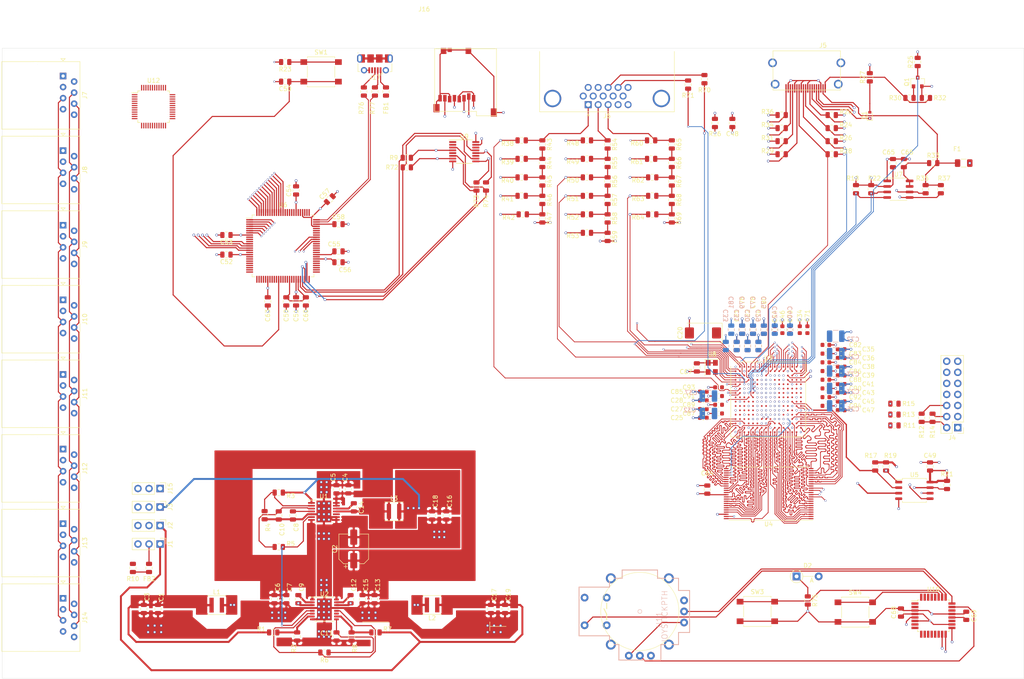
<source format=kicad_pcb>
(kicad_pcb (version 20171130) (host pcbnew "(5.1.6)-1")
  (layers (0 F.Cu signal) (1 Video_Audio signal) (2 GND power) (3 3.3V power) (4 InterChipHighway signal) (31 B.Cu signal) (34 B.Paste user) (35 F.Paste user) (36 B.SilkS user) (37 F.SilkS user) (38 B.Mask user) (39 F.Mask user) (44 Edge.Cuts user))
  (net 0 "")
  (net 1 GND)
  (net 2 /PowerSupply/1.8V)
  (net 3 "Net-(C8-Pad1)")
  (net 4 "Net-(C9-Pad2)")
  (net 5 "Net-(C9-Pad1)")
  (net 6 "Net-(C10-Pad1)")
  (net 7 "Net-(C11-Pad1)")
  (net 8 "Net-(C12-Pad2)")
  (net 9 "Net-(C12-Pad1)")
  (net 10 "Net-(C14-Pad2)")
  (net 11 "Net-(C14-Pad1)")
  (net 12 /PowerSupply/1.0V)
  (net 13 /PowerSupply/3.3V)
  (net 14 +1V8)
  (net 15 +3V3)
  (net 16 +1V0)
  (net 17 /HDMI/VIDEO_SHIELD)
  (net 18 "Net-(C55-Pad1)")
  (net 19 +5V)
  (net 20 "Net-(C58-Pad1)")
  (net 21 +3.3VA)
  (net 22 "Net-(C66-Pad1)")
  (net 23 /FPGA/HDMI_CEC)
  (net 24 "Net-(D1-Pad2)")
  (net 25 /HDMI/5V_HDMI)
  (net 26 "Net-(FB2-Pad1)")
  (net 27 "Net-(J1-Pad3)")
  (net 28 "Net-(J2-Pad3)")
  (net 29 "Net-(J3-Pad3)")
  (net 30 "Net-(J4-Pad14)")
  (net 31 "Net-(J4-Pad12)")
  (net 32 /FPGA/TDI_0)
  (net 33 /FPGA/TDO_0)
  (net 34 /FPGA/TCK_0)
  (net 35 /FPGA/TMS_0)
  (net 36 /HDMI/HDMI_SDA_LS)
  (net 37 "Net-(J5-Pad14)")
  (net 38 /HDMI/HDMI_CK_N)
  (net 39 /HDMI/HDMI_CK_P)
  (net 40 /HDMI/HDMI_D1_N)
  (net 41 /HDMI/HDMI_D1_P)
  (net 42 "Net-(J5-Pad19)")
  (net 43 /HDMI/HDMI_SCL_LS)
  (net 44 /HDMI/HDMI_D0_N)
  (net 45 /HDMI/HDMI_D0_P)
  (net 46 /HDMI/HDMI_D2_N)
  (net 47 /HDMI/HDMI_D2_P)
  (net 48 "Net-(J6-Pad15)")
  (net 49 "Net-(J6-Pad14)")
  (net 50 "Net-(J6-Pad13)")
  (net 51 "Net-(J6-Pad12)")
  (net 52 "Net-(J6-Pad11)")
  (net 53 "Net-(J6-Pad9)")
  (net 54 "Net-(J6-Pad4)")
  (net 55 "Net-(J6-Pad3)")
  (net 56 "Net-(J6-Pad2)")
  (net 57 "Net-(J6-Pad1)")
  (net 58 /Controller/CTRL_MISO)
  (net 59 /Controller/CTRL_MOSI)
  (net 60 /Controller/CTRL_SCK)
  (net 61 /FPGA/HDMI_HPD)
  (net 62 "Net-(R1-Pad2)")
  (net 63 "Net-(R3-Pad2)")
  (net 64 "Net-(R5-Pad2)")
  (net 65 "Net-(R7-Pad2)")
  (net 66 /FPGA/program_b)
  (net 67 "Net-(R13-Pad1)")
  (net 68 /FPGA/done)
  (net 69 /FPGA/Flash_MISO)
  (net 70 /FPGA/HDMI_SDA)
  (net 71 /FPGA/Flash_CS)
  (net 72 /FPGA/Flash_RESET)
  (net 73 /FPGA/HDMI_SCL)
  (net 74 "Net-(R23-Pad1)")
  (net 75 /VGA/VGA_R5)
  (net 76 /VGA/VGA_R4)
  (net 77 "Net-(R39-Pad1)")
  (net 78 /VGA/VGA_R3)
  (net 79 "Net-(R40-Pad1)")
  (net 80 /VGA/VGA_R2)
  (net 81 "Net-(R41-Pad1)")
  (net 82 /VGA/VGA_R1)
  (net 83 "Net-(R42-Pad1)")
  (net 84 /VGA/VGA_G5)
  (net 85 /VGA/VGA_G4)
  (net 86 "Net-(R49-Pad1)")
  (net 87 /VGA/VGA_G3)
  (net 88 "Net-(R50-Pad1)")
  (net 89 /VGA/VGA_G2)
  (net 90 "Net-(R51-Pad1)")
  (net 91 /VGA/VGA_G1)
  (net 92 "Net-(R52-Pad1)")
  (net 93 /VGA/VGA_G0)
  (net 94 "Net-(R53-Pad1)")
  (net 95 /VGA/VGA_B5)
  (net 96 /VGA/VGA_B4)
  (net 97 "Net-(R61-Pad1)")
  (net 98 /VGA/VGA_B3)
  (net 99 "Net-(R62-Pad1)")
  (net 100 /VGA/VGA_B2)
  (net 101 "Net-(R63-Pad1)")
  (net 102 /VGA/VGA_B1)
  (net 103 "Net-(R64-Pad1)")
  (net 104 /FPGA/VGA_HS)
  (net 105 /FPGA/VGA_VS)
  (net 106 "Net-(U1-Pad10)")
  (net 107 "Net-(U2-Pad11)")
  (net 108 "Net-(U3-PadP5)")
  (net 109 "Net-(U3-PadP4)")
  (net 110 "Net-(U3-PadN4)")
  (net 111 "Net-(U3-PadN3)")
  (net 112 "Net-(U3-PadN2)")
  (net 113 "Net-(U3-PadM14)")
  (net 114 "Net-(U3-PadM12)")
  (net 115 "Net-(U3-PadM5)")
  (net 116 "Net-(U3-PadM4)")
  (net 117 "Net-(U3-PadM2)")
  (net 118 "Net-(U3-PadM1)")
  (net 119 "Net-(U3-PadL14)")
  (net 120 "Net-(U3-PadL13)")
  (net 121 "Net-(U3-PadL5)")
  (net 122 "Net-(U3-PadL4)")
  (net 123 "Net-(U3-PadL3)")
  (net 124 "Net-(U3-PadL2)")
  (net 125 /FPGA/Flash_WP)
  (net 126 "Net-(U3-PadK13)")
  (net 127 "Net-(U3-PadK12)")
  (net 128 "Net-(U3-PadK8)")
  (net 129 "Net-(U3-PadK7)")
  (net 130 "Net-(U3-PadK5)")
  (net 131 "Net-(U3-PadK3)")
  (net 132 "Net-(U3-PadK2)")
  (net 133 "Net-(U3-PadK1)")
  (net 134 /FPGA/Flash_MOSI)
  (net 135 "Net-(U3-PadJ5)")
  (net 136 "Net-(U3-PadJ4)")
  (net 137 "Net-(U3-PadJ3)")
  (net 138 "Net-(U3-PadJ1)")
  (net 139 "Net-(U3-PadH3)")
  (net 140 "Net-(U3-PadH2)")
  (net 141 "Net-(U3-PadH1)")
  (net 142 "Net-(U3-PadE13)")
  (net 143 "Net-(U3-PadE12)")
  (net 144 "Net-(U3-PadE11)")
  (net 145 /FPGA/Flash_CLK)
  (net 146 "Net-(U3-PadE6)")
  (net 147 "Net-(U3-PadD10)")
  (net 148 "Net-(U3-PadD6)")
  (net 149 "Net-(U3-PadD5)")
  (net 150 "Net-(U3-PadA5)")
  (net 151 "Net-(U3-PadA4)")
  (net 152 /FPGA/BYTE#)
  (net 153 /FPGA/OE#)
  (net 154 /FPGA/CE#)
  (net 155 /FPGA/LB#)
  (net 156 /FPGA/UB#)
  (net 157 /FPGA/CE2)
  (net 158 /FPGA/WE#)
  (net 159 VDD)
  (net 160 "Net-(C69-Pad1)")
  (net 161 "Net-(D2-Pad2)")
  (net 162 "Net-(D2-Pad1)")
  (net 163 +5VD)
  (net 164 "Net-(FB1-Pad1)")
  (net 165 "Net-(J15-Pad3)")
  (net 166 /SD_card/SD_SPI_CS)
  (net 167 /SD_card/SD_SPI_MOSI)
  (net 168 /SD_card/SD_SPI_CLK)
  (net 169 /SD_card/SD_SPI_MISO)
  (net 170 "Net-(J17-Pad3)")
  (net 171 /USB/EFM_USB_ID)
  (net 172 "Net-(J17-Pad2)")
  (net 173 "Net-(SW3-Pad1)")
  (net 174 "Net-(SW4-Pad1)")
  (net 175 /FPGA/FPGA_UnitB/CLK_100MHZ)
  (net 176 "Net-(U3-PadC4)")
  (net 177 /SD_card/SD_SPI_MISO_AVR)
  (net 178 /SD_card/SD_SPI_MOSI_AVR)
  (net 179 /SD_card/SD_SPI_CLK_AVR)
  (net 180 /SD_card/SD_SPI_CS_AVR)
  (net 181 /SD_card/SD_SPI_CTRL_EFM)
  (net 182 "Net-(U10-Pad31)")
  (net 183 "Net-(U10-Pad30)")
  (net 184 "Net-(U10-Pad29)")
  (net 185 "Net-(U10-Pad28)")
  (net 186 "Net-(U10-Pad25)")
  (net 187 "Net-(U10-Pad24)")
  (net 188 "Net-(U10-Pad23)")
  (net 189 "Net-(U10-Pad22)")
  (net 190 "Net-(U10-Pad19)")
  (net 191 "Net-(U10-Pad14)")
  (net 192 "Net-(U10-Pad13)")
  (net 193 "Net-(U10-Pad12)")
  (net 194 "Net-(U10-Pad11)")
  (net 195 "Net-(U10-Pad10)")
  (net 196 "Net-(U10-Pad9)")
  (net 197 "Net-(U10-Pad8)")
  (net 198 "Net-(U10-Pad7)")
  (net 199 "Net-(U10-Pad2)")
  (net 200 "Net-(U10-Pad1)")
  (net 201 "Net-(Q1-Pad1)")
  (net 202 "Net-(R6-Pad2)")
  (net 203 /FPGA/FPGA_UnitA/DQ7)
  (net 204 /FPGA/FPGA_UnitA/DQ12)
  (net 205 /FPGA/FPGA_UnitA/DQ6)
  (net 206 /FPGA/FPGA_UnitA/DQ14)
  (net 207 /FPGA/FPGA_UnitA/DQ13)
  (net 208 /FPGA/FPGA_UnitA/DQ5)
  (net 209 /FPGA/FPGA_UnitA/DQ15)
  (net 210 /FPGA/FPGA_UnitA/A18)
  (net 211 /FPGA/FPGA_UnitA/A17)
  (net 212 /FPGA/FPGA_UnitA/A15)
  (net 213 /FPGA/FPGA_UnitA/A19)
  (net 214 /FPGA/FPGA_UnitA/A12)
  (net 215 /FPGA/FPGA_UnitA/A11)
  (net 216 /FPGA/FPGA_UnitA/A9)
  (net 217 /FPGA/FPGA_UnitA/A16)
  (net 218 /FPGA/FPGA_UnitA/A20)
  (net 219 /FPGA/FPGA_UnitA/A13)
  (net 220 /FPGA/FPGA_UnitA/A10)
  (net 221 /FPGA/FPGA_UnitA/A21)
  (net 222 /FPGA/FPGA_UnitA/A7)
  (net 223 /FPGA/FPGA_UnitA/A14)
  (net 224 /FPGA/FPGA_UnitA/A4)
  (net 225 /FPGA/FPGA_UnitA/A3)
  (net 226 /FPGA/FPGA_UnitA/A5)
  (net 227 /FPGA/FPGA_UnitA/A8)
  (net 228 /FPGA/FPGA_UnitA/A6)
  (net 229 /FPGA/FPGA_UnitA/A2)
  (net 230 /FPGA/FPGA_UnitA/A1)
  (net 231 /FPGA/FPGA_UnitA/A0)
  (net 232 "Net-(U12-Pad48)")
  (net 233 "Net-(U12-Pad47)")
  (net 234 "Net-(U12-Pad46)")
  (net 235 "Net-(U12-Pad45)")
  (net 236 "Net-(U12-Pad44)")
  (net 237 "Net-(U12-Pad15)")
  (net 238 "Net-(U12-Pad14)")
  (net 239 "Net-(U12-Pad41)")
  (net 240 "Net-(U12-Pad40)")
  (net 241 "Net-(U12-Pad39)")
  (net 242 "Net-(U12-Pad38)")
  (net 243 "Net-(U12-Pad37)")
  (net 244 "Net-(U12-Pad36)")
  (net 245 "Net-(U12-Pad35)")
  (net 246 "Net-(U12-Pad34)")
  (net 247 "Net-(U12-Pad33)")
  (net 248 "Net-(U12-Pad32)")
  (net 249 "Net-(U12-Pad31)")
  (net 250 "Net-(U12-Pad30)")
  (net 251 "Net-(U12-Pad28)")
  (net 252 "Net-(U12-Pad27)")
  (net 253 "Net-(U12-Pad26)")
  (net 254 "Net-(U12-Pad25)")
  (net 255 "Net-(U12-Pad24)")
  (net 256 "Net-(U12-Pad23)")
  (net 257 "Net-(U12-Pad22)")
  (net 258 "Net-(U12-Pad21)")
  (net 259 "Net-(U12-Pad20)")
  (net 260 "Net-(U12-Pad19)")
  (net 261 "Net-(U12-Pad18)")
  (net 262 "Net-(U12-Pad17)")
  (net 263 "Net-(U12-Pad16)")
  (net 264 "Net-(U12-Pad13)")
  (net 265 "Net-(U12-Pad12)")
  (net 266 "Net-(U12-Pad11)")
  (net 267 "Net-(U12-Pad10)")
  (net 268 "Net-(U12-Pad9)")
  (net 269 "Net-(U12-Pad8)")
  (net 270 "Net-(U12-Pad7)")
  (net 271 "Net-(U12-Pad6)")
  (net 272 "Net-(U12-Pad5)")
  (net 273 "Net-(U12-Pad4)")
  (net 274 "Net-(U12-Pad3)")
  (net 275 "Net-(U12-Pad2)")
  (net 276 "Net-(U12-Pad1)")
  (net 277 /Controller/CTRL_CS1)
  (net 278 /Controller/CTRL_CA1)
  (net 279 /Controller/CTRL_CS2)
  (net 280 /Controller/CTRL_CA2)
  (net 281 /Controller/CTRL_CS3)
  (net 282 /Controller/CTRL_CA3)
  (net 283 /Controller/CTRL_CS4)
  (net 284 /Controller/CTRL_CA4)
  (net 285 /Controller/CTRL_CS5)
  (net 286 /Controller/CTRL_CA5)
  (net 287 /Controller/CTRL_CS6)
  (net 288 /Controller/CTRL_CA6)
  (net 289 /Controller/CTRL_CS7)
  (net 290 /Controller/CTRL_CA7)
  (net 291 /Controller/CTRL_CS8)
  (net 292 /Controller/CTRL_CA8)
  (net 293 /Controller/CTRL_CS9)
  (net 294 "Net-(C50-Pad1)")
  (net 295 /EFM32/EFM_USB_DP)
  (net 296 /EFM32/EFM_USB_DN)
  (net 297 /EFM32/EBI_AD8)
  (net 298 /EFM32/EBI_AD7)
  (net 299 /EFM32/EBI_AD6)
  (net 300 /EFM32/EBI_AD5)
  (net 301 /EFM32/EBI_AD4)
  (net 302 /EFM32/EBI_AD3)
  (net 303 /EFM32/EBI_AD2)
  (net 304 /EFM32/EBI_AD1)
  (net 305 /EFM32/EBI_AD0)
  (net 306 /EFM32/EBI_CS3)
  (net 307 /EFM32/EBI_CS2)
  (net 308 /EFM32/EBI_CS1)
  (net 309 /EFM32/EBI_CS0)
  (net 310 "Net-(U6-Pad87)")
  (net 311 /EFM32/EBI_WE)
  (net 312 /EFM32/EBI_BL0)
  (net 313 /EFM32/EBI_BL1)
  (net 314 /EFM32/EBI_RE)
  (net 315 /EFM32/EBI_USB_ID)
  (net 316 /EFM32/EBI_ARDY)
  (net 317 "Net-(U6-Pad77)")
  (net 318 "Net-(U6-Pad76)")
  (net 319 /EFM32/EBI_ALE)
  (net 320 "Net-(U6-Pad70)")
  (net 321 "Net-(U6-Pad69)")
  (net 322 "Net-(U6-Pad68)")
  (net 323 "Net-(U6-Pad63)")
  (net 324 "Net-(U6-Pad62)")
  (net 325 "Net-(U6-Pad61)")
  (net 326 "Net-(U6-Pad60)")
  (net 327 "Net-(U6-Pad56)")
  (net 328 "Net-(U6-Pad55)")
  (net 329 "Net-(U6-Pad54)")
  (net 330 "Net-(U6-Pad53)")
  (net 331 "Net-(U6-Pad52)")
  (net 332 "Net-(U6-Pad51)")
  (net 333 "Net-(U6-Pad50)")
  (net 334 "Net-(U6-Pad43)")
  (net 335 "Net-(U6-Pad42)")
  (net 336 "Net-(U6-Pad40)")
  (net 337 "Net-(U6-Pad39)")
  (net 338 "Net-(U6-Pad38)")
  (net 339 "Net-(U6-Pad37)")
  (net 340 "Net-(U6-Pad35)")
  (net 341 "Net-(U6-Pad34)")
  (net 342 "Net-(U6-Pad33)")
  (net 343 "Net-(U6-Pad30)")
  (net 344 "Net-(U6-Pad29)")
  (net 345 "Net-(U6-Pad28)")
  (net 346 /EFM32/EBI_CLK)
  (net 347 "Net-(U6-Pad26)")
  (net 348 "Net-(U6-Pad25)")
  (net 349 "Net-(U6-Pad24)")
  (net 350 "Net-(U6-Pad23)")
  (net 351 "Net-(U6-Pad22)")
  (net 352 "Net-(U6-Pad21)")
  (net 353 "Net-(U6-Pad20)")
  (net 354 "Net-(U6-Pad19)")
  (net 355 "Net-(U6-Pad18)")
  (net 356 /EFM32/FPGA_SPI1)
  (net 357 "Net-(U6-Pad11)")
  (net 358 "Net-(U6-Pad10)")
  (net 359 "Net-(U6-Pad9)")
  (net 360 /EFM32/EBI_AD15)
  (net 361 /EFM32/EBI_AD14)
  (net 362 /EFM32/EBI_AD13)
  (net 363 /EFM32/EBI_AD12)
  (net 364 /EFM32/EBI_AD11)
  (net 365 /EFM32/EBI_AD10)
  (net 366 /EFM32/EBI_AD9)
  (net 367 /EFM32/SD_SPI_EFM1)
  (net 368 /EFM32/SD_SPI_EFM0)
  (net 369 /EFM32/SD_SPI_CLK)
  (net 370 /EFM32/SD_SPI_CS)
  (net 371 /EFM32/FPGA_SPI0)
  (net 372 "Net-(U3-PadF15)")
  (net 373 "Net-(U3-PadF13)")
  (net 374 "Net-(U3-PadF12)")
  (net 375 "Net-(U3-PadE16)")
  (net 376 "Net-(U3-PadE15)")
  (net 377 "Net-(U3-PadD16)")
  (net 378 "Net-(U3-PadD15)")
  (net 379 "Net-(U3-PadD14)")
  (net 380 "Net-(U3-PadJ15)")
  (net 381 "Net-(U3-PadJ16)")
  (net 382 "Net-(U3-PadG11)")
  (net 383 "Net-(U3-PadH14)")
  (net 384 "Net-(U3-PadG15)")
  (net 385 "Net-(U3-PadP6)")
  (net 386 "Net-(U3-PadN9)")
  (net 387 "Net-(U3-PadH16)")
  (net 388 "Net-(U3-PadH13)")
  (net 389 "Net-(U3-PadH12)")
  (net 390 "Net-(U3-PadH11)")
  (net 391 "Net-(U3-PadG16)")
  (net 392 "Net-(U3-PadG14)")
  (net 393 "Net-(U3-PadG12)")
  (net 394 "Net-(U3-PadF14)")
  (net 395 "Net-(U3-PadD11)")
  (net 396 /FPGA/FPGA_UnitB/DQ4)
  (net 397 /FPGA/FPGA_UnitB/DQ8)
  (net 398 /FPGA/FPGA_UnitB/DQ0)
  (net 399 /FPGA/FPGA_UnitB/DQ9)
  (net 400 /FPGA/FPGA_UnitB/DQ1)
  (net 401 /FPGA/FPGA_UnitB/DQ10)
  (net 402 /FPGA/FPGA_UnitB/DQ2)
  (net 403 /FPGA/FPGA_UnitB/DQ11)
  (net 404 /FPGA/FPGA_UnitB/DQ3)
  (net 405 /EFM32/FPGA_SPI3)
  (net 406 /EFM32/FPGA_SPI2)
  (net 407 "Net-(U6-Pad64)")
  (module SparkFun-Electromechanical:JOYSTICK (layer F.Cu) (at 161.75 152.25 90)
    (fp_text reference U11 (at -1.905 4.445 90) (layer B.SilkS) (effects (font (size 1.27 1.27) (thickness 0.1016))))
    (fp_text value JOYSTICKPTH (at -1.27 5.715 90) (layer B.SilkS) (effects (font (size 1.27 1.27) (thickness 0.1016))))
    (pad V3 thru_hole circle (at -10.16 2.54 90) (size 1.778 1.778) (drill 0.889) (layers *.Cu *.Mask) (net 1 GND))
    (pad V2 thru_hole circle (at -10.16 0 90) (size 1.778 1.778) (drill 0.889) (layers *.Cu *.Mask) (net 188 "Net-(U10-Pad23)"))
    (pad V1 thru_hole circle (at -10.16 -2.54 90) (size 1.778 1.778) (drill 0.889) (layers *.Cu *.Mask) (net 15 +3V3))
    (pad MOUN thru_hole circle (at 7.62 -6.6675 90) (size 2.286 2.286) (drill 1.397) (layers *.Cu *.Mask))
    (pad MOUN thru_hole circle (at 7.62 6.6675 90) (size 2.286 2.286) (drill 1.397) (layers *.Cu *.Mask))
    (pad MOUN thru_hole circle (at -7.62 6.6675 90) (size 2.286 2.286) (drill 1.397) (layers *.Cu *.Mask))
    (pad MOUN thru_hole circle (at -7.62 -6.6675 90) (size 2.286 2.286) (drill 1.397) (layers *.Cu *.Mask))
    (pad H3 thru_hole circle (at 2.54 10.16 90) (size 1.778 1.778) (drill 0.889) (layers *.Cu *.Mask) (net 1 GND))
    (pad H2 thru_hole circle (at 0 10.16 90) (size 1.778 1.778) (drill 0.889) (layers *.Cu *.Mask) (net 187 "Net-(U10-Pad24)"))
    (pad H1 thru_hole circle (at -2.54 10.16 90) (size 1.778 1.778) (drill 0.889) (layers *.Cu *.Mask) (net 15 +3V3))
    (pad B2B thru_hole circle (at 3.175 -7.62 90) (size 1.778 1.778) (drill 0.89916) (layers *.Cu *.Mask))
    (pad B2A thru_hole circle (at -3.175 -7.62 90) (size 1.778 1.778) (drill 0.89916) (layers *.Cu *.Mask) (net 1 GND))
    (pad B1B thru_hole circle (at 3.175 -12.7 90) (size 1.778 1.778) (drill 0.89916) (layers *.Cu *.Mask))
    (pad B1A thru_hole circle (at -3.175 -12.7 90) (size 1.778 1.778) (drill 0.89916) (layers *.Cu *.Mask) (net 186 "Net-(U10-Pad25)"))
  )
  (module SD_kort:mem2051 (layer F.Cu) (at 116 22.75)
    (fp_text reference J16 (at -3.81 -8.89) (layer F.SilkS))
    (fp_text value Micro_SD_Card)
    (pad 1 smd rect (at 7.54 11.56) (size 0.8 1.5) (layers F.Cu F.Paste F.Mask) (net 15 +3V3))
    (pad 2 smd rect (at 6.44 11.16) (size 0.8 1.5) (layers F.Cu F.Paste F.Mask) (net 166 /SD_card/SD_SPI_CS))
    (pad 3 smd rect (at 5.34 11.56) (size 0.8 1.5) (layers F.Cu F.Paste F.Mask) (net 167 /SD_card/SD_SPI_MOSI))
    (pad 4 smd rect (at 4.24 11.76) (size 0.8 1.5) (layers F.Cu F.Paste F.Mask) (net 15 +3V3))
    (pad 6 smd rect (at 2.04 11.76) (size 0.8 1.5) (layers F.Cu F.Paste F.Mask) (net 1 GND))
    (pad 5 smd rect (at 3.14 11.56) (size 0.8 1.5) (layers F.Cu F.Paste F.Mask) (net 168 /SD_card/SD_SPI_CLK))
    (pad 7 smd rect (at 0.94 11.56) (size 0.8 1.5) (layers F.Cu F.Paste F.Mask) (net 169 /SD_card/SD_SPI_MISO))
    (pad 9 smd rect (at -0.975 13.85) (size 1.4 1.9) (layers F.Cu F.Paste F.Mask) (net 1 GND))
    (pad 9 smd rect (at 0.65 0.7) (size 1.3 1.4) (layers F.Cu F.Paste F.Mask) (net 1 GND))
    (pad 9 smd rect (at 6.35 0.7) (size 1.3 1.4) (layers F.Cu F.Paste F.Mask) (net 1 GND))
    (pad 9 smd rect (at 2.04 0.475) (size 1 0.95) (layers F.Cu F.Paste F.Mask) (net 1 GND))
    (pad 9 smd rect (at 12.2 14.85) (size 1.4 1.9) (layers F.Cu F.Paste F.Mask) (net 1 GND))
    (pad 8 smd rect (at -0.16 11.56) (size 0.8 1.5) (layers F.Cu F.Paste F.Mask) (net 1 GND))
  )
  (module Package_SO:QSOP-16_3.9x4.9mm_P0.635mm (layer F.Cu) (at 121.4 46.6)
    (fp_text reference U9 (at 0 -3.5) (layer F.SilkS))
    (fp_text value ADG794)
    (pad 16 smd rect (at 2.6543 -2.2225) (size 1.6 0.41) (layers F.Cu F.Paste F.Mask) (net 15 +3V3))
    (pad 15 smd rect (at 2.6543 -1.5875) (size 1.6 0.41) (layers F.Cu F.Paste F.Mask) (net 1 GND))
    (pad 14 smd rect (at 2.6543 -0.9525) (size 1.6 0.41) (layers F.Cu F.Paste F.Mask) (net 177 /SD_card/SD_SPI_MISO_AVR))
    (pad 13 smd rect (at 2.6543 -0.3175) (size 1.6 0.41) (layers F.Cu F.Paste F.Mask) (net 367 /EFM32/SD_SPI_EFM1))
    (pad 12 smd rect (at 2.6543 0.3175) (size 1.6 0.41) (layers F.Cu F.Paste F.Mask) (net 166 /SD_card/SD_SPI_CS))
    (pad 11 smd rect (at 2.6543 0.9525) (size 1.6 0.41) (layers F.Cu F.Paste F.Mask) (net 178 /SD_card/SD_SPI_MOSI_AVR))
    (pad 10 smd rect (at 2.6543 1.5875) (size 1.6 0.41) (layers F.Cu F.Paste F.Mask) (net 368 /EFM32/SD_SPI_EFM0))
    (pad 9 smd rect (at 2.6543 2.2225) (size 1.6 0.41) (layers F.Cu F.Paste F.Mask) (net 168 /SD_card/SD_SPI_CLK))
    (pad 8 smd rect (at -2.6543 2.2225) (size 1.6 0.41) (layers F.Cu F.Paste F.Mask) (net 1 GND))
    (pad 7 smd rect (at -2.6543 1.5875) (size 1.6 0.41) (layers F.Cu F.Paste F.Mask) (net 167 /SD_card/SD_SPI_MOSI))
    (pad 6 smd rect (at -2.6543 0.9525) (size 1.6 0.41) (layers F.Cu F.Paste F.Mask) (net 369 /EFM32/SD_SPI_CLK))
    (pad 5 smd rect (at -2.6543 0.3175) (size 1.6 0.41) (layers F.Cu F.Paste F.Mask) (net 179 /SD_card/SD_SPI_CLK_AVR))
    (pad 4 smd rect (at -2.6543 -0.3175) (size 1.6 0.41) (layers F.Cu F.Paste F.Mask) (net 169 /SD_card/SD_SPI_MISO))
    (pad 3 smd rect (at -2.6543 -0.9525) (size 1.6 0.41) (layers F.Cu F.Paste F.Mask) (net 370 /EFM32/SD_SPI_CS))
    (pad 2 smd rect (at -2.6543 -1.5875) (size 1.6 0.41) (layers F.Cu F.Paste F.Mask) (net 180 /SD_card/SD_SPI_CS_AVR))
    (pad 1 smd rect (at -2.6543 -2.2225) (size 1.6 0.41) (layers F.Cu F.Paste F.Mask) (net 181 /SD_card/SD_SPI_CTRL_EFM))
  )
  (module Capacitor_SMD:C_0805_2012Metric (layer F.Cu) (at 92.5 72)
    (fp_text reference C56 (at 1.5 1.75) (layer F.SilkS))
    (fp_text value 1U)
    (pad 2 smd roundrect (at 0.9375 0) (size 0.975 1.4) (layers F.Cu F.Paste F.Mask) (net 1 GND))
    (pad 1 smd roundrect (at -0.9375 0) (size 0.975 1.4) (layers F.Cu F.Paste F.Mask) (net 15 +3V3))
  )
  (module Package_BGA:Xilinx_FTG256 (layer F.Cu) (at 191.255 103.535)
    (fp_text reference U3 (at 0 -9.5) (layer F.SilkS))
    (fp_text value XC7A100T-FTG256)
    (pad T16 smd circle (at 7.5 7.5) (size 0.4 0.4) (layers F.Cu F.Paste F.Mask) (net 1 GND))
    (pad T15 smd circle (at 6.5 7.5) (size 0.4 0.4) (layers F.Cu F.Paste F.Mask) (net 210 /FPGA/FPGA_UnitA/A18))
    (pad T14 smd circle (at 5.5 7.5) (size 0.4 0.4) (layers F.Cu F.Paste F.Mask) (net 218 /FPGA/FPGA_UnitA/A20))
    (pad T13 smd circle (at 4.5 7.5) (size 0.4 0.4) (layers F.Cu F.Paste F.Mask) (net 227 /FPGA/FPGA_UnitA/A8))
    (pad T12 smd circle (at 3.5 7.5) (size 0.4 0.4) (layers F.Cu F.Paste F.Mask) (net 220 /FPGA/FPGA_UnitA/A10))
    (pad T11 smd circle (at 2.5 7.5) (size 0.4 0.4) (layers F.Cu F.Paste F.Mask) (net 15 +3V3))
    (pad T10 smd circle (at 1.5 7.5) (size 0.4 0.4) (layers F.Cu F.Paste F.Mask) (net 219 /FPGA/FPGA_UnitA/A13))
    (pad T9 smd circle (at 0.5 7.5) (size 0.4 0.4) (layers F.Cu F.Paste F.Mask) (net 212 /FPGA/FPGA_UnitA/A15))
    (pad T8 smd circle (at -0.5 7.5) (size 0.4 0.4) (layers F.Cu F.Paste F.Mask) (net 209 /FPGA/FPGA_UnitA/DQ15))
    (pad T7 smd circle (at -1.5 7.5) (size 0.4 0.4) (layers F.Cu F.Paste F.Mask) (net 206 /FPGA/FPGA_UnitA/DQ14))
    (pad T6 smd circle (at -2.5 7.5) (size 0.4 0.4) (layers F.Cu F.Paste F.Mask) (net 1 GND))
    (pad T5 smd circle (at -3.5 7.5) (size 0.4 0.4) (layers F.Cu F.Paste F.Mask) (net 208 /FPGA/FPGA_UnitA/DQ5))
    (pad T4 smd circle (at -4.5 7.5) (size 0.4 0.4) (layers F.Cu F.Paste F.Mask) (net 396 /FPGA/FPGA_UnitB/DQ4))
    (pad T3 smd circle (at -5.5 7.5) (size 0.4 0.4) (layers F.Cu F.Paste F.Mask) (net 403 /FPGA/FPGA_UnitB/DQ11))
    (pad T2 smd circle (at -6.5 7.5) (size 0.4 0.4) (layers F.Cu F.Paste F.Mask) (net 401 /FPGA/FPGA_UnitB/DQ10))
    (pad T1 smd circle (at -7.5 7.5) (size 0.4 0.4) (layers F.Cu F.Paste F.Mask) (net 15 +3V3))
    (pad R16 smd circle (at 7.5 6.5) (size 0.4 0.4) (layers F.Cu F.Paste F.Mask) (net 230 /FPGA/FPGA_UnitA/A1))
    (pad R15 smd circle (at 6.5 6.5) (size 0.4 0.4) (layers F.Cu F.Paste F.Mask) (net 229 /FPGA/FPGA_UnitA/A2))
    (pad R14 smd circle (at 5.5 6.5) (size 0.4 0.4) (layers F.Cu F.Paste F.Mask) (net 15 +3V3))
    (pad R13 smd circle (at 4.5 6.5) (size 0.4 0.4) (layers F.Cu F.Paste F.Mask) (net 213 /FPGA/FPGA_UnitA/A19))
    (pad R12 smd circle (at 3.5 6.5) (size 0.4 0.4) (layers F.Cu F.Paste F.Mask) (net 216 /FPGA/FPGA_UnitA/A9))
    (pad R11 smd circle (at 2.5 6.5) (size 0.4 0.4) (layers F.Cu F.Paste F.Mask) (net 214 /FPGA/FPGA_UnitA/A12))
    (pad R10 smd circle (at 1.5 6.5) (size 0.4 0.4) (layers F.Cu F.Paste F.Mask) (net 223 /FPGA/FPGA_UnitA/A14))
    (pad R9 smd circle (at 0.5 6.5) (size 0.4 0.4) (layers F.Cu F.Paste F.Mask) (net 1 GND))
    (pad R8 smd circle (at -0.5 6.5) (size 0.4 0.4) (layers F.Cu F.Paste F.Mask) (net 203 /FPGA/FPGA_UnitA/DQ7))
    (pad R7 smd circle (at -1.5 6.5) (size 0.4 0.4) (layers F.Cu F.Paste F.Mask) (net 205 /FPGA/FPGA_UnitA/DQ6))
    (pad R6 smd circle (at -2.5 6.5) (size 0.4 0.4) (layers F.Cu F.Paste F.Mask) (net 207 /FPGA/FPGA_UnitA/DQ13))
    (pad R5 smd circle (at -3.5 6.5) (size 0.4 0.4) (layers F.Cu F.Paste F.Mask) (net 204 /FPGA/FPGA_UnitA/DQ12))
    (pad R4 smd circle (at -4.5 6.5) (size 0.4 0.4) (layers F.Cu F.Paste F.Mask) (net 15 +3V3))
    (pad R3 smd circle (at -5.5 6.5) (size 0.4 0.4) (layers F.Cu F.Paste F.Mask) (net 404 /FPGA/FPGA_UnitB/DQ3))
    (pad R2 smd circle (at -6.5 6.5) (size 0.4 0.4) (layers F.Cu F.Paste F.Mask) (net 397 /FPGA/FPGA_UnitB/DQ8))
    (pad R1 smd circle (at -7.5 6.5) (size 0.4 0.4) (layers F.Cu F.Paste F.Mask) (net 398 /FPGA/FPGA_UnitB/DQ0))
    (pad P16 smd circle (at 7.5 5.5) (size 0.4 0.4) (layers F.Cu F.Paste F.Mask) (net 225 /FPGA/FPGA_UnitA/A3))
    (pad P15 smd circle (at 6.5 5.5) (size 0.4 0.4) (layers F.Cu F.Paste F.Mask) (net 224 /FPGA/FPGA_UnitA/A4))
    (pad P14 smd circle (at 5.5 5.5) (size 0.4 0.4) (layers F.Cu F.Paste F.Mask) (net 221 /FPGA/FPGA_UnitA/A21))
    (pad P13 smd circle (at 4.5 5.5) (size 0.4 0.4) (layers F.Cu F.Paste F.Mask) (net 157 /FPGA/CE2))
    (pad P12 smd circle (at 3.5 5.5) (size 0.4 0.4) (layers F.Cu F.Paste F.Mask) (net 1 GND))
    (pad P11 smd circle (at 2.5 5.5) (size 0.4 0.4) (layers F.Cu F.Paste F.Mask) (net 215 /FPGA/FPGA_UnitA/A11))
    (pad P10 smd circle (at 1.5 5.5) (size 0.4 0.4) (layers F.Cu F.Paste F.Mask) (net 231 /FPGA/FPGA_UnitA/A0))
    (pad P9 smd circle (at 0.5 5.5) (size 0.4 0.4) (layers F.Cu F.Paste F.Mask) (net 217 /FPGA/FPGA_UnitA/A16))
    (pad P8 smd circle (at -0.5 5.5) (size 0.4 0.4) (layers F.Cu F.Paste F.Mask) (net 152 /FPGA/BYTE#))
    (pad P7 smd circle (at -1.5 5.5) (size 0.4 0.4) (layers F.Cu F.Paste F.Mask) (net 15 +3V3))
    (pad P6 smd circle (at -2.5 5.5) (size 0.4 0.4) (layers F.Cu F.Paste F.Mask) (net 385 "Net-(U3-PadP6)"))
    (pad P5 smd circle (at -3.5 5.5) (size 0.4 0.4) (layers F.Cu F.Paste F.Mask) (net 108 "Net-(U3-PadP5)"))
    (pad P4 smd circle (at -4.5 5.5) (size 0.4 0.4) (layers F.Cu F.Paste F.Mask) (net 109 "Net-(U3-PadP4)"))
    (pad P3 smd circle (at -5.5 5.5) (size 0.4 0.4) (layers F.Cu F.Paste F.Mask) (net 399 /FPGA/FPGA_UnitB/DQ9))
    (pad P2 smd circle (at -6.5 5.5) (size 0.4 0.4) (layers F.Cu F.Paste F.Mask) (net 1 GND))
    (pad P1 smd circle (at -7.5 5.5) (size 0.4 0.4) (layers F.Cu F.Paste F.Mask) (net 400 /FPGA/FPGA_UnitB/DQ1))
    (pad N16 smd circle (at 7.5 4.5) (size 0.4 0.4) (layers F.Cu F.Paste F.Mask) (net 226 /FPGA/FPGA_UnitA/A5))
    (pad N15 smd circle (at 6.5 4.5) (size 0.4 0.4) (layers F.Cu F.Paste F.Mask) (net 1 GND))
    (pad N14 smd circle (at 5.5 4.5) (size 0.4 0.4) (layers F.Cu F.Paste F.Mask) (net 228 /FPGA/FPGA_UnitA/A6))
    (pad N13 smd circle (at 4.5 4.5) (size 0.4 0.4) (layers F.Cu F.Paste F.Mask) (net 154 /FPGA/CE#))
    (pad N12 smd circle (at 3.5 4.5) (size 0.4 0.4) (layers F.Cu F.Paste F.Mask) (net 156 /FPGA/UB#))
    (pad N11 smd circle (at 2.5 4.5) (size 0.4 0.4) (layers F.Cu F.Paste F.Mask) (net 155 /FPGA/LB#))
    (pad N10 smd circle (at 1.5 4.5) (size 0.4 0.4) (layers F.Cu F.Paste F.Mask) (net 15 +3V3))
    (pad N9 smd circle (at 0.5 4.5) (size 0.4 0.4) (layers F.Cu F.Paste F.Mask) (net 386 "Net-(U3-PadN9)"))
    (pad N8 smd circle (at -0.5 4.5) (size 0.4 0.4) (layers F.Cu F.Paste F.Mask) (net 33 /FPGA/TDO_0))
    (pad N7 smd circle (at -1.5 4.5) (size 0.4 0.4) (layers F.Cu F.Paste F.Mask) (net 32 /FPGA/TDI_0))
    (pad N6 smd circle (at -2.5 4.5) (size 0.4 0.4) (layers F.Cu F.Paste F.Mask) (net 153 /FPGA/OE#))
    (pad N5 smd circle (at -3.5 4.5) (size 0.4 0.4) (layers F.Cu F.Paste F.Mask) (net 1 GND))
    (pad N4 smd circle (at -4.5 4.5) (size 0.4 0.4) (layers F.Cu F.Paste F.Mask) (net 110 "Net-(U3-PadN4)"))
    (pad N3 smd circle (at -5.5 4.5) (size 0.4 0.4) (layers F.Cu F.Paste F.Mask) (net 111 "Net-(U3-PadN3)"))
    (pad N2 smd circle (at -6.5 4.5) (size 0.4 0.4) (layers F.Cu F.Paste F.Mask) (net 112 "Net-(U3-PadN2)"))
    (pad N1 smd circle (at -7.5 4.5) (size 0.4 0.4) (layers F.Cu F.Paste F.Mask) (net 402 /FPGA/FPGA_UnitB/DQ2))
    (pad M16 smd circle (at 7.5 3.5) (size 0.4 0.4) (layers F.Cu F.Paste F.Mask) (net 222 /FPGA/FPGA_UnitA/A7))
    (pad M15 smd circle (at 6.5 3.5) (size 0.4 0.4) (layers F.Cu F.Paste F.Mask) (net 211 /FPGA/FPGA_UnitA/A17))
    (pad M14 smd circle (at 5.5 3.5) (size 0.4 0.4) (layers F.Cu F.Paste F.Mask) (net 113 "Net-(U3-PadM14)"))
    (pad M13 smd circle (at 4.5 3.5) (size 0.4 0.4) (layers F.Cu F.Paste F.Mask) (net 15 +3V3))
    (pad M12 smd circle (at 3.5 3.5) (size 0.4 0.4) (layers F.Cu F.Paste F.Mask) (net 114 "Net-(U3-PadM12)"))
    (pad M11 smd circle (at 2.5 3.5) (size 0.4 0.4) (layers F.Cu F.Paste F.Mask) (net 1 GND))
    (pad M10 smd circle (at 1.5 3.5) (size 0.4 0.4) (layers F.Cu F.Paste F.Mask) (net 1 GND))
    (pad M9 smd circle (at 0.5 3.5) (size 0.4 0.4) (layers F.Cu F.Paste F.Mask) (net 15 +3V3))
    (pad M8 smd circle (at -0.5 3.5) (size 0.4 0.4) (layers F.Cu F.Paste F.Mask) (net 1 GND))
    (pad M7 smd circle (at -1.5 3.5) (size 0.4 0.4) (layers F.Cu F.Paste F.Mask) (net 35 /FPGA/TMS_0))
    (pad M6 smd circle (at -2.5 3.5) (size 0.4 0.4) (layers F.Cu F.Paste F.Mask) (net 158 /FPGA/WE#))
    (pad M5 smd circle (at -3.5 3.5) (size 0.4 0.4) (layers F.Cu F.Paste F.Mask) (net 115 "Net-(U3-PadM5)"))
    (pad M4 smd circle (at -4.5 3.5) (size 0.4 0.4) (layers F.Cu F.Paste F.Mask) (net 116 "Net-(U3-PadM4)"))
    (pad M3 smd circle (at -5.5 3.5) (size 0.4 0.4) (layers F.Cu F.Paste F.Mask) (net 15 +3V3))
    (pad M2 smd circle (at -6.5 3.5) (size 0.4 0.4) (layers F.Cu F.Paste F.Mask) (net 117 "Net-(U3-PadM2)"))
    (pad M1 smd circle (at -7.5 3.5) (size 0.4 0.4) (layers F.Cu F.Paste F.Mask) (net 118 "Net-(U3-PadM1)"))
    (pad L16 smd circle (at 7.5 2.5) (size 0.4 0.4) (layers F.Cu F.Paste F.Mask) (net 15 +3V3))
    (pad L15 smd circle (at 6.5 2.5) (size 0.4 0.4) (layers F.Cu F.Paste F.Mask) (net 1 GND))
    (pad L14 smd circle (at 5.5 2.5) (size 0.4 0.4) (layers F.Cu F.Paste F.Mask) (net 119 "Net-(U3-PadL14)"))
    (pad L13 smd circle (at 4.5 2.5) (size 0.4 0.4) (layers F.Cu F.Paste F.Mask) (net 120 "Net-(U3-PadL13)"))
    (pad L12 smd circle (at 3.5 2.5) (size 0.4 0.4) (layers F.Cu F.Paste F.Mask) (net 71 /FPGA/Flash_CS))
    (pad L11 smd circle (at 2.5 2.5) (size 0.4 0.4) (layers F.Cu F.Paste F.Mask) (net 1 GND))
    (pad L10 smd circle (at 1.5 2.5) (size 0.4 0.4) (layers F.Cu F.Paste F.Mask) (net 14 +1V8))
    (pad L9 smd circle (at 0.5 2.5) (size 0.4 0.4) (layers F.Cu F.Paste F.Mask) (net 66 /FPGA/program_b))
    (pad L8 smd circle (at -0.5 2.5) (size 0.4 0.4) (layers F.Cu F.Paste F.Mask) (net 16 +1V0))
    (pad L7 smd circle (at -1.5 2.5) (size 0.4 0.4) (layers F.Cu F.Paste F.Mask) (net 34 /FPGA/TCK_0))
    (pad L6 smd circle (at -2.5 2.5) (size 0.4 0.4) (layers F.Cu F.Paste F.Mask) (net 15 +3V3))
    (pad L5 smd circle (at -3.5 2.5) (size 0.4 0.4) (layers F.Cu F.Paste F.Mask) (net 121 "Net-(U3-PadL5)"))
    (pad L4 smd circle (at -4.5 2.5) (size 0.4 0.4) (layers F.Cu F.Paste F.Mask) (net 122 "Net-(U3-PadL4)"))
    (pad L3 smd circle (at -5.5 2.5) (size 0.4 0.4) (layers F.Cu F.Paste F.Mask) (net 123 "Net-(U3-PadL3)"))
    (pad L2 smd circle (at -6.5 2.5) (size 0.4 0.4) (layers F.Cu F.Paste F.Mask) (net 124 "Net-(U3-PadL2)"))
    (pad L1 smd circle (at -7.5 2.5) (size 0.4 0.4) (layers F.Cu F.Paste F.Mask) (net 1 GND))
    (pad K16 smd circle (at 7.5 1.5) (size 0.4 0.4) (layers F.Cu F.Paste F.Mask) (net 72 /FPGA/Flash_RESET))
    (pad K15 smd circle (at 6.5 1.5) (size 0.4 0.4) (layers F.Cu F.Paste F.Mask) (net 125 /FPGA/Flash_WP))
    (pad K14 smd circle (at 5.5 1.5) (size 0.4 0.4) (layers F.Cu F.Paste F.Mask) (net 1 GND))
    (pad K13 smd circle (at 4.5 1.5) (size 0.4 0.4) (layers F.Cu F.Paste F.Mask) (net 126 "Net-(U3-PadK13)"))
    (pad K12 smd circle (at 3.5 1.5) (size 0.4 0.4) (layers F.Cu F.Paste F.Mask) (net 127 "Net-(U3-PadK12)"))
    (pad K11 smd circle (at 2.5 1.5) (size 0.4 0.4) (layers F.Cu F.Paste F.Mask) (net 14 +1V8))
    (pad K10 smd circle (at 1.5 1.5) (size 0.4 0.4) (layers F.Cu F.Paste F.Mask) (net 67 "Net-(R13-Pad1)"))
    (pad K9 smd circle (at 0.5 1.5) (size 0.4 0.4) (layers F.Cu F.Paste F.Mask) (net 16 +1V0))
    (pad K8 smd circle (at -0.5 1.5) (size 0.4 0.4) (layers F.Cu F.Paste F.Mask) (net 128 "Net-(U3-PadK8)"))
    (pad K7 smd circle (at -1.5 1.5) (size 0.4 0.4) (layers F.Cu F.Paste F.Mask) (net 129 "Net-(U3-PadK7)"))
    (pad K6 smd circle (at -2.5 1.5) (size 0.4 0.4) (layers F.Cu F.Paste F.Mask) (net 1 GND))
    (pad K5 smd circle (at -3.5 1.5) (size 0.4 0.4) (layers F.Cu F.Paste F.Mask) (net 130 "Net-(U3-PadK5)"))
    (pad K4 smd circle (at -4.5 1.5) (size 0.4 0.4) (layers F.Cu F.Paste F.Mask) (net 1 GND))
    (pad K3 smd circle (at -5.5 1.5) (size 0.4 0.4) (layers F.Cu F.Paste F.Mask) (net 131 "Net-(U3-PadK3)"))
    (pad K2 smd circle (at -6.5 1.5) (size 0.4 0.4) (layers F.Cu F.Paste F.Mask) (net 132 "Net-(U3-PadK2)"))
    (pad K1 smd circle (at -7.5 1.5) (size 0.4 0.4) (layers F.Cu F.Paste F.Mask) (net 133 "Net-(U3-PadK1)"))
    (pad J16 smd circle (at 7.5 0.5) (size 0.4 0.4) (layers F.Cu F.Paste F.Mask) (net 381 "Net-(U3-PadJ16)"))
    (pad J15 smd circle (at 6.5 0.5) (size 0.4 0.4) (layers F.Cu F.Paste F.Mask) (net 380 "Net-(U3-PadJ15)"))
    (pad J14 smd circle (at 5.5 0.5) (size 0.4 0.4) (layers F.Cu F.Paste F.Mask) (net 69 /FPGA/Flash_MISO))
    (pad J13 smd circle (at 4.5 0.5) (size 0.4 0.4) (layers F.Cu F.Paste F.Mask) (net 134 /FPGA/Flash_MOSI))
    (pad J12 smd circle (at 3.5 0.5) (size 0.4 0.4) (layers F.Cu F.Paste F.Mask) (net 15 +3V3))
    (pad J11 smd circle (at 2.5 0.5) (size 0.4 0.4) (layers F.Cu F.Paste F.Mask) (net 1 GND))
    (pad J10 smd circle (at 1.5 0.5) (size 0.4 0.4) (layers F.Cu F.Paste F.Mask) (net 14 +1V8))
    (pad J9 smd circle (at 0.5 0.5) (size 0.4 0.4) (layers F.Cu F.Paste F.Mask) (net 1 GND))
    (pad J8 smd circle (at -0.5 0.5) (size 0.4 0.4) (layers F.Cu F.Paste F.Mask) (net 1 GND))
    (pad J7 smd circle (at -1.5 0.5) (size 0.4 0.4) (layers F.Cu F.Paste F.Mask) (net 1 GND))
    (pad J6 smd circle (at -2.5 0.5) (size 0.4 0.4) (layers F.Cu F.Paste F.Mask) (net 16 +1V0))
    (pad J5 smd circle (at -3.5 0.5) (size 0.4 0.4) (layers F.Cu F.Paste F.Mask) (net 135 "Net-(U3-PadJ5)"))
    (pad J4 smd circle (at -4.5 0.5) (size 0.4 0.4) (layers F.Cu F.Paste F.Mask) (net 136 "Net-(U3-PadJ4)"))
    (pad J3 smd circle (at -5.5 0.5) (size 0.4 0.4) (layers F.Cu F.Paste F.Mask) (net 137 "Net-(U3-PadJ3)"))
    (pad J2 smd circle (at -6.5 0.5) (size 0.4 0.4) (layers F.Cu F.Paste F.Mask) (net 15 +3V3))
    (pad J1 smd circle (at -7.5 0.5) (size 0.4 0.4) (layers F.Cu F.Paste F.Mask) (net 138 "Net-(U3-PadJ1)"))
    (pad H16 smd circle (at 7.5 -0.5) (size 0.4 0.4) (layers F.Cu F.Paste F.Mask) (net 387 "Net-(U3-PadH16)"))
    (pad H15 smd circle (at 6.5 -0.5) (size 0.4 0.4) (layers F.Cu F.Paste F.Mask) (net 15 +3V3))
    (pad H14 smd circle (at 5.5 -0.5) (size 0.4 0.4) (layers F.Cu F.Paste F.Mask) (net 383 "Net-(U3-PadH14)"))
    (pad H13 smd circle (at 4.5 -0.5) (size 0.4 0.4) (layers F.Cu F.Paste F.Mask) (net 388 "Net-(U3-PadH13)"))
    (pad H12 smd circle (at 3.5 -0.5) (size 0.4 0.4) (layers F.Cu F.Paste F.Mask) (net 389 "Net-(U3-PadH12)"))
    (pad H11 smd circle (at 2.5 -0.5) (size 0.4 0.4) (layers F.Cu F.Paste F.Mask) (net 390 "Net-(U3-PadH11)"))
    (pad H10 smd circle (at 1.5 -0.5) (size 0.4 0.4) (layers F.Cu F.Paste F.Mask) (net 68 /FPGA/done))
    (pad H9 smd circle (at 0.5 -0.5) (size 0.4 0.4) (layers F.Cu F.Paste F.Mask) (net 16 +1V0))
    (pad H8 smd circle (at -0.5 -0.5) (size 0.4 0.4) (layers F.Cu F.Paste F.Mask) (net 1 GND))
    (pad H7 smd circle (at -1.5 -0.5) (size 0.4 0.4) (layers F.Cu F.Paste F.Mask) (net 1 GND))
    (pad H6 smd circle (at -2.5 -0.5) (size 0.4 0.4) (layers F.Cu F.Paste F.Mask) (net 1 GND))
    (pad H5 smd circle (at -3.5 -0.5) (size 0.4 0.4) (layers F.Cu F.Paste F.Mask) (net 95 /VGA/VGA_B5))
    (pad H4 smd circle (at -4.5 -0.5) (size 0.4 0.4) (layers F.Cu F.Paste F.Mask) (net 76 /VGA/VGA_R4))
    (pad H3 smd circle (at -5.5 -0.5) (size 0.4 0.4) (layers F.Cu F.Paste F.Mask) (net 139 "Net-(U3-PadH3)"))
    (pad H2 smd circle (at -6.5 -0.5) (size 0.4 0.4) (layers F.Cu F.Paste F.Mask) (net 140 "Net-(U3-PadH2)"))
    (pad H1 smd circle (at -7.5 -0.5) (size 0.4 0.4) (layers F.Cu F.Paste F.Mask) (net 141 "Net-(U3-PadH1)"))
    (pad G16 smd circle (at 7.5 -1.5) (size 0.4 0.4) (layers F.Cu F.Paste F.Mask) (net 391 "Net-(U3-PadG16)"))
    (pad G15 smd circle (at 6.5 -1.5) (size 0.4 0.4) (layers F.Cu F.Paste F.Mask) (net 384 "Net-(U3-PadG15)"))
    (pad G14 smd circle (at 5.5 -1.5) (size 0.4 0.4) (layers F.Cu F.Paste F.Mask) (net 392 "Net-(U3-PadG14)"))
    (pad G13 smd circle (at 4.5 -1.5) (size 0.4 0.4) (layers F.Cu F.Paste F.Mask) (net 1 GND))
    (pad G12 smd circle (at 3.5 -1.5) (size 0.4 0.4) (layers F.Cu F.Paste F.Mask) (net 393 "Net-(U3-PadG12)"))
    (pad G11 smd circle (at 2.5 -1.5) (size 0.4 0.4) (layers F.Cu F.Paste F.Mask) (net 382 "Net-(U3-PadG11)"))
    (pad G10 smd circle (at 1.5 -1.5) (size 0.4 0.4) (layers F.Cu F.Paste F.Mask) (net 14 +1V8))
    (pad G9 smd circle (at 0.5 -1.5) (size 0.4 0.4) (layers F.Cu F.Paste F.Mask) (net 1 GND))
    (pad G8 smd circle (at -0.5 -1.5) (size 0.4 0.4) (layers F.Cu F.Paste F.Mask) (net 14 +1V8))
    (pad G7 smd circle (at -1.5 -1.5) (size 0.4 0.4) (layers F.Cu F.Paste F.Mask) (net 1 GND))
    (pad G6 smd circle (at -2.5 -1.5) (size 0.4 0.4) (layers F.Cu F.Paste F.Mask) (net 16 +1V0))
    (pad G5 smd circle (at -3.5 -1.5) (size 0.4 0.4) (layers F.Cu F.Paste F.Mask) (net 73 /FPGA/HDMI_SCL))
    (pad G4 smd circle (at -4.5 -1.5) (size 0.4 0.4) (layers F.Cu F.Paste F.Mask) (net 70 /FPGA/HDMI_SDA))
    (pad G3 smd circle (at -5.5 -1.5) (size 0.4 0.4) (layers F.Cu F.Paste F.Mask) (net 1 GND))
    (pad G2 smd circle (at -6.5 -1.5) (size 0.4 0.4) (layers F.Cu F.Paste F.Mask) (net 78 /VGA/VGA_R3))
    (pad G1 smd circle (at -7.5 -1.5) (size 0.4 0.4) (layers F.Cu F.Paste F.Mask) (net 85 /VGA/VGA_G4))
    (pad F16 smd circle (at 7.5 -2.5) (size 0.4 0.4) (layers F.Cu F.Paste F.Mask) (net 1 GND))
    (pad F15 smd circle (at 6.5 -2.5) (size 0.4 0.4) (layers F.Cu F.Paste F.Mask) (net 372 "Net-(U3-PadF15)"))
    (pad F14 smd circle (at 5.5 -2.5) (size 0.4 0.4) (layers F.Cu F.Paste F.Mask) (net 394 "Net-(U3-PadF14)"))
    (pad F13 smd circle (at 4.5 -2.5) (size 0.4 0.4) (layers F.Cu F.Paste F.Mask) (net 373 "Net-(U3-PadF13)"))
    (pad F12 smd circle (at 3.5 -2.5) (size 0.4 0.4) (layers F.Cu F.Paste F.Mask) (net 374 "Net-(U3-PadF12)"))
    (pad F11 smd circle (at 2.5 -2.5) (size 0.4 0.4) (layers F.Cu F.Paste F.Mask) (net 16 +1V0))
    (pad F10 smd circle (at 1.5 -2.5) (size 0.4 0.4) (layers F.Cu F.Paste F.Mask) (net 1 GND))
    (pad F9 smd circle (at 0.5 -2.5) (size 0.4 0.4) (layers F.Cu F.Paste F.Mask) (net 16 +1V0))
    (pad F8 smd circle (at -0.5 -2.5) (size 0.4 0.4) (layers F.Cu F.Paste F.Mask) (net 1 GND))
    (pad F7 smd circle (at -1.5 -2.5) (size 0.4 0.4) (layers F.Cu F.Paste F.Mask) (net 16 +1V0))
    (pad F6 smd circle (at -2.5 -2.5) (size 0.4 0.4) (layers F.Cu F.Paste F.Mask) (net 1 GND))
    (pad F5 smd circle (at -3.5 -2.5) (size 0.4 0.4) (layers F.Cu F.Paste F.Mask) (net 39 /HDMI/HDMI_CK_P))
    (pad F4 smd circle (at -4.5 -2.5) (size 0.4 0.4) (layers F.Cu F.Paste F.Mask) (net 96 /VGA/VGA_B4))
    (pad F3 smd circle (at -5.5 -2.5) (size 0.4 0.4) (layers F.Cu F.Paste F.Mask) (net 93 /VGA/VGA_G0))
    (pad F2 smd circle (at -6.5 -2.5) (size 0.4 0.4) (layers F.Cu F.Paste F.Mask) (net 75 /VGA/VGA_R5))
    (pad F1 smd circle (at -7.5 -2.5) (size 0.4 0.4) (layers F.Cu F.Paste F.Mask) (net 15 +3V3))
    (pad E16 smd circle (at 7.5 -3.5) (size 0.4 0.4) (layers F.Cu F.Paste F.Mask) (net 375 "Net-(U3-PadE16)"))
    (pad E15 smd circle (at 6.5 -3.5) (size 0.4 0.4) (layers F.Cu F.Paste F.Mask) (net 376 "Net-(U3-PadE15)"))
    (pad E14 smd circle (at 5.5 -3.5) (size 0.4 0.4) (layers F.Cu F.Paste F.Mask) (net 15 +3V3))
    (pad E13 smd circle (at 4.5 -3.5) (size 0.4 0.4) (layers F.Cu F.Paste F.Mask) (net 142 "Net-(U3-PadE13)"))
    (pad E12 smd circle (at 3.5 -3.5) (size 0.4 0.4) (layers F.Cu F.Paste F.Mask) (net 143 "Net-(U3-PadE12)"))
    (pad E11 smd circle (at 2.5 -3.5) (size 0.4 0.4) (layers F.Cu F.Paste F.Mask) (net 144 "Net-(U3-PadE11)"))
    (pad E10 smd circle (at 1.5 -3.5) (size 0.4 0.4) (layers F.Cu F.Paste F.Mask) (net 16 +1V0))
    (pad E9 smd circle (at 0.5 -3.5) (size 0.4 0.4) (layers F.Cu F.Paste F.Mask) (net 1 GND))
    (pad E8 smd circle (at -0.5 -3.5) (size 0.4 0.4) (layers F.Cu F.Paste F.Mask) (net 145 /FPGA/Flash_CLK))
    (pad E7 smd circle (at -1.5 -3.5) (size 0.4 0.4) (layers F.Cu F.Paste F.Mask) (net 15 +3V3))
    (pad E6 smd circle (at -2.5 -3.5) (size 0.4 0.4) (layers F.Cu F.Paste F.Mask) (net 146 "Net-(U3-PadE6)"))
    (pad E5 smd circle (at -3.5 -3.5) (size 0.4 0.4) (layers F.Cu F.Paste F.Mask) (net 38 /HDMI/HDMI_CK_N))
    (pad E4 smd circle (at -4.5 -3.5) (size 0.4 0.4) (layers F.Cu F.Paste F.Mask) (net 15 +3V3))
    (pad E3 smd circle (at -5.5 -3.5) (size 0.4 0.4) (layers F.Cu F.Paste F.Mask) (net 105 /FPGA/VGA_VS))
    (pad E2 smd circle (at -6.5 -3.5) (size 0.4 0.4) (layers F.Cu F.Paste F.Mask) (net 98 /VGA/VGA_B3))
    (pad E1 smd circle (at -7.5 -3.5) (size 0.4 0.4) (layers F.Cu F.Paste F.Mask) (net 84 /VGA/VGA_G5))
    (pad D16 smd circle (at 7.5 -4.5) (size 0.4 0.4) (layers F.Cu F.Paste F.Mask) (net 377 "Net-(U3-PadD16)"))
    (pad D15 smd circle (at 6.5 -4.5) (size 0.4 0.4) (layers F.Cu F.Paste F.Mask) (net 378 "Net-(U3-PadD15)"))
    (pad D14 smd circle (at 5.5 -4.5) (size 0.4 0.4) (layers F.Cu F.Paste F.Mask) (net 379 "Net-(U3-PadD14)"))
    (pad D13 smd circle (at 4.5 -4.5) (size 0.4 0.4) (layers F.Cu F.Paste F.Mask) (net 405 /EFM32/FPGA_SPI3))
    (pad D12 smd circle (at 3.5 -4.5) (size 0.4 0.4) (layers F.Cu F.Paste F.Mask) (net 1 GND))
    (pad D11 smd circle (at 2.5 -4.5) (size 0.4 0.4) (layers F.Cu F.Paste F.Mask) (net 395 "Net-(U3-PadD11)"))
    (pad D10 smd circle (at 1.5 -4.5) (size 0.4 0.4) (layers F.Cu F.Paste F.Mask) (net 147 "Net-(U3-PadD10)"))
    (pad D9 smd circle (at 0.5 -4.5) (size 0.4 0.4) (layers F.Cu F.Paste F.Mask) (net 361 /EFM32/EBI_AD14))
    (pad D8 smd circle (at -0.5 -4.5) (size 0.4 0.4) (layers F.Cu F.Paste F.Mask) (net 360 /EFM32/EBI_AD15))
    (pad D7 smd circle (at -1.5 -4.5) (size 0.4 0.4) (layers F.Cu F.Paste F.Mask) (net 15 +3V3))
    (pad D6 smd circle (at -2.5 -4.5) (size 0.4 0.4) (layers F.Cu F.Paste F.Mask) (net 148 "Net-(U3-PadD6)"))
    (pad D5 smd circle (at -3.5 -4.5) (size 0.4 0.4) (layers F.Cu F.Paste F.Mask) (net 149 "Net-(U3-PadD5)"))
    (pad D4 smd circle (at -4.5 -4.5) (size 0.4 0.4) (layers F.Cu F.Paste F.Mask) (net 175 /FPGA/FPGA_UnitB/CLK_100MHZ))
    (pad D3 smd circle (at -5.5 -4.5) (size 0.4 0.4) (layers F.Cu F.Paste F.Mask) (net 104 /FPGA/VGA_HS))
    (pad D2 smd circle (at -6.5 -4.5) (size 0.4 0.4) (layers F.Cu F.Paste F.Mask) (net 1 GND))
    (pad D1 smd circle (at -7.5 -4.5) (size 0.4 0.4) (layers F.Cu F.Paste F.Mask) (net 87 /VGA/VGA_G3))
    (pad C16 smd circle (at 7.5 -5.5) (size 0.4 0.4) (layers F.Cu F.Paste F.Mask) (net 299 /EFM32/EBI_AD6))
    (pad C15 smd circle (at 6.5 -5.5) (size 0.4 0.4) (layers F.Cu F.Paste F.Mask) (net 1 GND))
    (pad C14 smd circle (at 5.5 -5.5) (size 0.4 0.4) (layers F.Cu F.Paste F.Mask) (net 298 /EFM32/EBI_AD7))
    (pad C13 smd circle (at 4.5 -5.5) (size 0.4 0.4) (layers F.Cu F.Paste F.Mask) (net 406 /EFM32/FPGA_SPI2))
    (pad C12 smd circle (at 3.5 -5.5) (size 0.4 0.4) (layers F.Cu F.Paste F.Mask) (net 356 /EFM32/FPGA_SPI1))
    (pad C11 smd circle (at 2.5 -5.5) (size 0.4 0.4) (layers F.Cu F.Paste F.Mask) (net 371 /EFM32/FPGA_SPI0))
    (pad C10 smd circle (at 1.5 -5.5) (size 0.4 0.4) (layers F.Cu F.Paste F.Mask) (net 15 +3V3))
    (pad C9 smd circle (at 0.5 -5.5) (size 0.4 0.4) (layers F.Cu F.Paste F.Mask) (net 362 /EFM32/EBI_AD13))
    (pad C8 smd circle (at -0.5 -5.5) (size 0.4 0.4) (layers F.Cu F.Paste F.Mask) (net 309 /EFM32/EBI_CS0))
    (pad C7 smd circle (at -1.5 -5.5) (size 0.4 0.4) (layers F.Cu F.Paste F.Mask) (net 61 /FPGA/HDMI_HPD))
    (pad C6 smd circle (at -2.5 -5.5) (size 0.4 0.4) (layers F.Cu F.Paste F.Mask) (net 23 /FPGA/HDMI_CEC))
    (pad C5 smd circle (at -3.5 -5.5) (size 0.4 0.4) (layers F.Cu F.Paste F.Mask) (net 1 GND))
    (pad C4 smd circle (at -4.5 -5.5) (size 0.4 0.4) (layers F.Cu F.Paste F.Mask) (net 176 "Net-(U3-PadC4)"))
    (pad C3 smd circle (at -5.5 -5.5) (size 0.4 0.4) (layers F.Cu F.Paste F.Mask) (net 82 /VGA/VGA_R1))
    (pad C2 smd circle (at -6.5 -5.5) (size 0.4 0.4) (layers F.Cu F.Paste F.Mask) (net 100 /VGA/VGA_B2))
    (pad C1 smd circle (at -7.5 -5.5) (size 0.4 0.4) (layers F.Cu F.Paste F.Mask) (net 89 /VGA/VGA_G2))
    (pad B16 smd circle (at 7.5 -6.5) (size 0.4 0.4) (layers F.Cu F.Paste F.Mask) (net 297 /EFM32/EBI_AD8))
    (pad B15 smd circle (at 6.5 -6.5) (size 0.4 0.4) (layers F.Cu F.Paste F.Mask) (net 301 /EFM32/EBI_AD4))
    (pad B14 smd circle (at 5.5 -6.5) (size 0.4 0.4) (layers F.Cu F.Paste F.Mask) (net 306 /EFM32/EBI_CS3))
    (pad B13 smd circle (at 4.5 -6.5) (size 0.4 0.4) (layers F.Cu F.Paste F.Mask) (net 15 +3V3))
    (pad B12 smd circle (at 3.5 -6.5) (size 0.4 0.4) (layers F.Cu F.Paste F.Mask) (net 304 /EFM32/EBI_AD1))
    (pad B11 smd circle (at 2.5 -6.5) (size 0.4 0.4) (layers F.Cu F.Paste F.Mask) (net 308 /EFM32/EBI_CS1))
    (pad B10 smd circle (at 1.5 -6.5) (size 0.4 0.4) (layers F.Cu F.Paste F.Mask) (net 366 /EFM32/EBI_AD9))
    (pad B9 smd circle (at 0.5 -6.5) (size 0.4 0.4) (layers F.Cu F.Paste F.Mask) (net 363 /EFM32/EBI_AD12))
    (pad B8 smd circle (at -0.5 -6.5) (size 0.4 0.4) (layers F.Cu F.Paste F.Mask) (net 1 GND))
    (pad B7 smd circle (at -1.5 -6.5) (size 0.4 0.4) (layers F.Cu F.Paste F.Mask) (net 41 /HDMI/HDMI_D1_P))
    (pad B6 smd circle (at -2.5 -6.5) (size 0.4 0.4) (layers F.Cu F.Paste F.Mask) (net 47 /HDMI/HDMI_D2_P))
    (pad B5 smd circle (at -3.5 -6.5) (size 0.4 0.4) (layers F.Cu F.Paste F.Mask) (net 46 /HDMI/HDMI_D2_N))
    (pad B4 smd circle (at -4.5 -6.5) (size 0.4 0.4) (layers F.Cu F.Paste F.Mask) (net 45 /HDMI/HDMI_D0_P))
    (pad B3 smd circle (at -5.5 -6.5) (size 0.4 0.4) (layers F.Cu F.Paste F.Mask) (net 15 +3V3))
    (pad B2 smd circle (at -6.5 -6.5) (size 0.4 0.4) (layers F.Cu F.Paste F.Mask) (net 91 /VGA/VGA_G1))
    (pad B1 smd circle (at -7.5 -6.5) (size 0.4 0.4) (layers F.Cu F.Paste F.Mask) (net 80 /VGA/VGA_R2))
    (pad A16 smd circle (at 7.5 -7.5) (size 0.4 0.4) (layers F.Cu F.Paste F.Mask) (net 15 +3V3))
    (pad A15 smd circle (at 6.5 -7.5) (size 0.4 0.4) (layers F.Cu F.Paste F.Mask) (net 302 /EFM32/EBI_AD3))
    (pad A14 smd circle (at 5.5 -7.5) (size 0.4 0.4) (layers F.Cu F.Paste F.Mask) (net 300 /EFM32/EBI_AD5))
    (pad A13 smd circle (at 4.5 -7.5) (size 0.4 0.4) (layers F.Cu F.Paste F.Mask) (net 305 /EFM32/EBI_AD0))
    (pad A12 smd circle (at 3.5 -7.5) (size 0.4 0.4) (layers F.Cu F.Paste F.Mask) (net 303 /EFM32/EBI_AD2))
    (pad A11 smd circle (at 2.5 -7.5) (size 0.4 0.4) (layers F.Cu F.Paste F.Mask) (net 1 GND))
    (pad A10 smd circle (at 1.5 -7.5) (size 0.4 0.4) (layers F.Cu F.Paste F.Mask) (net 364 /EFM32/EBI_AD11))
    (pad A9 smd circle (at 0.5 -7.5) (size 0.4 0.4) (layers F.Cu F.Paste F.Mask) (net 365 /EFM32/EBI_AD10))
    (pad A8 smd circle (at -0.5 -7.5) (size 0.4 0.4) (layers F.Cu F.Paste F.Mask) (net 307 /EFM32/EBI_CS2))
    (pad A7 smd circle (at -1.5 -7.5) (size 0.4 0.4) (layers F.Cu F.Paste F.Mask) (net 40 /HDMI/HDMI_D1_N))
    (pad A6 smd circle (at -2.5 -7.5) (size 0.4 0.4) (layers F.Cu F.Paste F.Mask) (net 15 +3V3))
    (pad A5 smd circle (at -3.5 -7.5) (size 0.4 0.4) (layers F.Cu F.Paste F.Mask) (net 150 "Net-(U3-PadA5)"))
    (pad A4 smd circle (at -4.5 -7.5) (size 0.4 0.4) (layers F.Cu F.Paste F.Mask) (net 151 "Net-(U3-PadA4)"))
    (pad A3 smd circle (at -5.5 -7.5) (size 0.4 0.4) (layers F.Cu F.Paste F.Mask) (net 44 /HDMI/HDMI_D0_N))
    (pad A2 smd circle (at -6.5 -7.5) (size 0.4 0.4) (layers F.Cu F.Paste F.Mask) (net 102 /VGA/VGA_B1))
    (pad A1 smd circle (at -7.5 -7.5) (size 0.4 0.4) (layers F.Cu F.Paste F.Mask) (net 1 GND))
  )
  (module Resistor_SMD:R_0805_2012Metric (layer F.Cu) (at 45.25 142.25 270)
    (fp_text reference R10 (at 2.5 0 180) (layer F.SilkS))
    (fp_text value 1)
    (pad 2 smd roundrect (at 0.9375 0 270) (size 0.975 1.4) (layers F.Cu F.Paste F.Mask) (net 26 "Net-(FB2-Pad1)"))
    (pad 1 smd roundrect (at -0.9375 0 270) (size 0.975 1.4) (layers F.Cu F.Paste F.Mask) (net 21 +3.3VA))
  )
  (module Resistor_SMD:R_0805_2012Metric (layer F.Cu) (at 48.96 142.25 90)
    (fp_text reference FB2 (at -2.5 0.04 180) (layer F.SilkS))
    (fp_text value Ferrite_Bead)
    (pad 2 smd roundrect (at 0.9375 0 90) (size 0.975 1.4) (layers F.Cu F.Paste F.Mask) (net 15 +3V3))
    (pad 1 smd roundrect (at -0.9375 0 90) (size 0.975 1.4) (layers F.Cu F.Paste F.Mask) (net 26 "Net-(FB2-Pad1)"))
  )
  (module Button_Switch_SMD:SW_SPST_B3S-1000 (layer F.Cu) (at 88.5 28.25)
    (fp_text reference SW1 (at 0 -4.5) (layer F.SilkS))
    (fp_text value SW_Push)
    (pad 2 smd rect (at 3.975 2.25) (size 1.55 1.3) (layers F.Cu F.Paste F.Mask) (net 294 "Net-(C50-Pad1)"))
    (pad 2 smd rect (at -3.975 2.25) (size 1.55 1.3) (layers F.Cu F.Paste F.Mask) (net 294 "Net-(C50-Pad1)"))
    (pad 1 smd rect (at 3.975 -2.25) (size 1.55 1.3) (layers F.Cu F.Paste F.Mask) (net 74 "Net-(R23-Pad1)"))
    (pad 1 smd rect (at -3.975 -2.25) (size 1.55 1.3) (layers F.Cu F.Paste F.Mask) (net 74 "Net-(R23-Pad1)"))
  )
  (module Resistor_SMD:R_0805_2012Metric (layer F.Cu) (at 80.25 26 180)
    (fp_text reference R23 (at 0 -1.65) (layer F.SilkS))
    (fp_text value 100R)
    (pad 2 smd roundrect (at 0.9375 0 180) (size 0.975 1.4) (layers F.Cu F.Paste F.Mask) (net 1 GND))
    (pad 1 smd roundrect (at -0.9375 0 180) (size 0.975 1.4) (layers F.Cu F.Paste F.Mask) (net 74 "Net-(R23-Pad1)"))
  )
  (module Capacitor_SMD:C_0805_2012Metric (layer F.Cu) (at 80.25 30.5 180)
    (fp_text reference C50 (at 0 -1.65) (layer F.SilkS))
    (fp_text value 100N)
    (pad 2 smd roundrect (at 0.9375 0 180) (size 0.975 1.4) (layers F.Cu F.Paste F.Mask) (net 1 GND))
    (pad 1 smd roundrect (at -0.9375 0 180) (size 0.975 1.4) (layers F.Cu F.Paste F.Mask) (net 294 "Net-(C50-Pad1)"))
  )
  (module Package_SO:TSOP-I-48_18.4x12mm_P0.5mm (layer F.Cu) (at 191.34 125.17 180)
    (fp_text reference U4 (at 0 -7) (layer F.SilkS))
    (fp_text value AS6C6416-55TIN)
    (pad 48 smd rect (at 9.75 -5.75 180) (size 1.1 0.25) (layers F.Cu F.Paste F.Mask) (net 217 /FPGA/FPGA_UnitA/A16))
    (pad 47 smd rect (at 9.75 -5.25 180) (size 1.1 0.25) (layers F.Cu F.Paste F.Mask) (net 152 /FPGA/BYTE#))
    (pad 46 smd rect (at 9.75 -4.75 180) (size 1.1 0.25) (layers F.Cu F.Paste F.Mask) (net 1 GND))
    (pad 45 smd rect (at 9.75 -4.25 180) (size 1.1 0.25) (layers F.Cu F.Paste F.Mask) (net 209 /FPGA/FPGA_UnitA/DQ15))
    (pad 44 smd rect (at 9.75 -3.75 180) (size 1.1 0.25) (layers F.Cu F.Paste F.Mask) (net 203 /FPGA/FPGA_UnitA/DQ7))
    (pad 43 smd rect (at 9.75 -3.25 180) (size 1.1 0.25) (layers F.Cu F.Paste F.Mask) (net 206 /FPGA/FPGA_UnitA/DQ14))
    (pad 42 smd rect (at 9.75 -2.75 180) (size 1.1 0.25) (layers F.Cu F.Paste F.Mask) (net 205 /FPGA/FPGA_UnitA/DQ6))
    (pad 41 smd rect (at 9.75 -2.25 180) (size 1.1 0.25) (layers F.Cu F.Paste F.Mask) (net 207 /FPGA/FPGA_UnitA/DQ13))
    (pad 40 smd rect (at 9.75 -1.75 180) (size 1.1 0.25) (layers F.Cu F.Paste F.Mask) (net 208 /FPGA/FPGA_UnitA/DQ5))
    (pad 39 smd rect (at 9.75 -1.25 180) (size 1.1 0.25) (layers F.Cu F.Paste F.Mask) (net 204 /FPGA/FPGA_UnitA/DQ12))
    (pad 38 smd rect (at 9.75 -0.75 180) (size 1.1 0.25) (layers F.Cu F.Paste F.Mask) (net 396 /FPGA/FPGA_UnitB/DQ4))
    (pad 37 smd rect (at 9.75 -0.25 180) (size 1.1 0.25) (layers F.Cu F.Paste F.Mask) (net 15 +3V3))
    (pad 36 smd rect (at 9.75 0.25 180) (size 1.1 0.25) (layers F.Cu F.Paste F.Mask) (net 403 /FPGA/FPGA_UnitB/DQ11))
    (pad 35 smd rect (at 9.75 0.75 180) (size 1.1 0.25) (layers F.Cu F.Paste F.Mask) (net 404 /FPGA/FPGA_UnitB/DQ3))
    (pad 34 smd rect (at 9.75 1.25 180) (size 1.1 0.25) (layers F.Cu F.Paste F.Mask) (net 401 /FPGA/FPGA_UnitB/DQ10))
    (pad 33 smd rect (at 9.75 1.75 180) (size 1.1 0.25) (layers F.Cu F.Paste F.Mask) (net 402 /FPGA/FPGA_UnitB/DQ2))
    (pad 32 smd rect (at 9.75 2.25 180) (size 1.1 0.25) (layers F.Cu F.Paste F.Mask) (net 399 /FPGA/FPGA_UnitB/DQ9))
    (pad 31 smd rect (at 9.75 2.75 180) (size 1.1 0.25) (layers F.Cu F.Paste F.Mask) (net 400 /FPGA/FPGA_UnitB/DQ1))
    (pad 30 smd rect (at 9.75 3.25 180) (size 1.1 0.25) (layers F.Cu F.Paste F.Mask) (net 397 /FPGA/FPGA_UnitB/DQ8))
    (pad 29 smd rect (at 9.75 3.75 180) (size 1.1 0.25) (layers F.Cu F.Paste F.Mask) (net 398 /FPGA/FPGA_UnitB/DQ0))
    (pad 28 smd rect (at 9.75 4.25 180) (size 1.1 0.25) (layers F.Cu F.Paste F.Mask) (net 153 /FPGA/OE#))
    (pad 27 smd rect (at 9.75 4.75 180) (size 1.1 0.25) (layers F.Cu F.Paste F.Mask) (net 1 GND))
    (pad 26 smd rect (at 9.75 5.25 180) (size 1.1 0.25) (layers F.Cu F.Paste F.Mask) (net 154 /FPGA/CE#))
    (pad 24 smd rect (at -9.75 5.75 180) (size 1.1 0.25) (layers F.Cu F.Paste F.Mask) (net 230 /FPGA/FPGA_UnitA/A1))
    (pad 23 smd rect (at -9.75 5.25 180) (size 1.1 0.25) (layers F.Cu F.Paste F.Mask) (net 229 /FPGA/FPGA_UnitA/A2))
    (pad 22 smd rect (at -9.75 4.75 180) (size 1.1 0.25) (layers F.Cu F.Paste F.Mask) (net 225 /FPGA/FPGA_UnitA/A3))
    (pad 21 smd rect (at -9.75 4.25 180) (size 1.1 0.25) (layers F.Cu F.Paste F.Mask) (net 224 /FPGA/FPGA_UnitA/A4))
    (pad 20 smd rect (at -9.75 3.75 180) (size 1.1 0.25) (layers F.Cu F.Paste F.Mask) (net 226 /FPGA/FPGA_UnitA/A5))
    (pad 19 smd rect (at -9.75 3.25 180) (size 1.1 0.25) (layers F.Cu F.Paste F.Mask) (net 228 /FPGA/FPGA_UnitA/A6))
    (pad 18 smd rect (at -9.75 2.75 180) (size 1.1 0.25) (layers F.Cu F.Paste F.Mask) (net 222 /FPGA/FPGA_UnitA/A7))
    (pad 17 smd rect (at -9.75 2.25 180) (size 1.1 0.25) (layers F.Cu F.Paste F.Mask) (net 211 /FPGA/FPGA_UnitA/A17))
    (pad 16 smd rect (at -9.75 1.75 180) (size 1.1 0.25) (layers F.Cu F.Paste F.Mask) (net 210 /FPGA/FPGA_UnitA/A18))
    (pad 15 smd rect (at -9.75 1.25 180) (size 1.1 0.25) (layers F.Cu F.Paste F.Mask) (net 155 /FPGA/LB#))
    (pad 14 smd rect (at -9.75 0.75 180) (size 1.1 0.25) (layers F.Cu F.Paste F.Mask) (net 156 /FPGA/UB#))
    (pad 13 smd rect (at -9.75 0.25 180) (size 1.1 0.25) (layers F.Cu F.Paste F.Mask) (net 221 /FPGA/FPGA_UnitA/A21))
    (pad 12 smd rect (at -9.75 -0.25 180) (size 1.1 0.25) (layers F.Cu F.Paste F.Mask) (net 157 /FPGA/CE2))
    (pad 11 smd rect (at -9.75 -0.75 180) (size 1.1 0.25) (layers F.Cu F.Paste F.Mask) (net 158 /FPGA/WE#))
    (pad 10 smd rect (at -9.75 -1.25 180) (size 1.1 0.25) (layers F.Cu F.Paste F.Mask) (net 218 /FPGA/FPGA_UnitA/A20))
    (pad 9 smd rect (at -9.75 -1.75 180) (size 1.1 0.25) (layers F.Cu F.Paste F.Mask) (net 213 /FPGA/FPGA_UnitA/A19))
    (pad 8 smd rect (at -9.75 -2.25 180) (size 1.1 0.25) (layers F.Cu F.Paste F.Mask) (net 227 /FPGA/FPGA_UnitA/A8))
    (pad 7 smd rect (at -9.75 -2.75 180) (size 1.1 0.25) (layers F.Cu F.Paste F.Mask) (net 216 /FPGA/FPGA_UnitA/A9))
    (pad 6 smd rect (at -9.75 -3.25 180) (size 1.1 0.25) (layers F.Cu F.Paste F.Mask) (net 220 /FPGA/FPGA_UnitA/A10))
    (pad 5 smd rect (at -9.75 -3.75 180) (size 1.1 0.25) (layers F.Cu F.Paste F.Mask) (net 215 /FPGA/FPGA_UnitA/A11))
    (pad 4 smd rect (at -9.75 -4.25 180) (size 1.1 0.25) (layers F.Cu F.Paste F.Mask) (net 214 /FPGA/FPGA_UnitA/A12))
    (pad 3 smd rect (at -9.75 -4.75 180) (size 1.1 0.25) (layers F.Cu F.Paste F.Mask) (net 219 /FPGA/FPGA_UnitA/A13))
    (pad 2 smd rect (at -9.75 -5.25 180) (size 1.1 0.25) (layers F.Cu F.Paste F.Mask) (net 223 /FPGA/FPGA_UnitA/A14))
    (pad 25 smd rect (at 9.75 5.75 180) (size 1.1 0.25) (layers F.Cu F.Paste F.Mask) (net 231 /FPGA/FPGA_UnitA/A0))
    (pad 1 smd rect (at -9.75 -5.75 180) (size 1.1 0.25) (layers F.Cu F.Paste F.Mask) (net 212 /FPGA/FPGA_UnitA/A15))
  )
  (module Package_QFP:LQFP-100_14x14mm_P0.5mm (layer F.Cu) (at 79.75 68.25)
    (fp_text reference U6 (at 0 -9.42) (layer F.SilkS))
    (fp_text value EFM32GG980F1024)
    (pad 100 smd roundrect (at -6 -7.675) (size 0.3 1.6) (layers F.Cu F.Paste F.Mask) (net 297 /EFM32/EBI_AD8))
    (pad 99 smd roundrect (at -5.5 -7.675) (size 0.3 1.6) (layers F.Cu F.Paste F.Mask) (net 298 /EFM32/EBI_AD7))
    (pad 98 smd roundrect (at -5 -7.675) (size 0.3 1.6) (layers F.Cu F.Paste F.Mask) (net 299 /EFM32/EBI_AD6))
    (pad 97 smd roundrect (at -4.5 -7.675) (size 0.3 1.6) (layers F.Cu F.Paste F.Mask) (net 300 /EFM32/EBI_AD5))
    (pad 96 smd roundrect (at -4 -7.675) (size 0.3 1.6) (layers F.Cu F.Paste F.Mask) (net 301 /EFM32/EBI_AD4))
    (pad 95 smd roundrect (at -3.5 -7.675) (size 0.3 1.6) (layers F.Cu F.Paste F.Mask) (net 302 /EFM32/EBI_AD3))
    (pad 94 smd roundrect (at -3 -7.675) (size 0.3 1.6) (layers F.Cu F.Paste F.Mask) (net 303 /EFM32/EBI_AD2))
    (pad 93 smd roundrect (at -2.5 -7.675) (size 0.3 1.6) (layers F.Cu F.Paste F.Mask) (net 304 /EFM32/EBI_AD1))
    (pad 92 smd roundrect (at -2 -7.675) (size 0.3 1.6) (layers F.Cu F.Paste F.Mask) (net 305 /EFM32/EBI_AD0))
    (pad 91 smd roundrect (at -1.5 -7.675) (size 0.3 1.6) (layers F.Cu F.Paste F.Mask) (net 306 /EFM32/EBI_CS3))
    (pad 90 smd roundrect (at -1 -7.675) (size 0.3 1.6) (layers F.Cu F.Paste F.Mask) (net 307 /EFM32/EBI_CS2))
    (pad 89 smd roundrect (at -0.5 -7.675) (size 0.3 1.6) (layers F.Cu F.Paste F.Mask) (net 308 /EFM32/EBI_CS1))
    (pad 88 smd roundrect (at 0 -7.675) (size 0.3 1.6) (layers F.Cu F.Paste F.Mask) (net 309 /EFM32/EBI_CS0))
    (pad 87 smd roundrect (at 0.5 -7.675) (size 0.3 1.6) (layers F.Cu F.Paste F.Mask) (net 310 "Net-(U6-Pad87)"))
    (pad 86 smd roundrect (at 1 -7.675) (size 0.3 1.6) (layers F.Cu F.Paste F.Mask) (net 311 /EFM32/EBI_WE))
    (pad 85 smd roundrect (at 1.5 -7.675) (size 0.3 1.6) (layers F.Cu F.Paste F.Mask) (net 312 /EFM32/EBI_BL0))
    (pad 84 smd roundrect (at 2 -7.675) (size 0.3 1.6) (layers F.Cu F.Paste F.Mask) (net 313 /EFM32/EBI_BL1))
    (pad 83 smd roundrect (at 2.5 -7.675) (size 0.3 1.6) (layers F.Cu F.Paste F.Mask) (net 1 GND))
    (pad 82 smd roundrect (at 3 -7.675) (size 0.3 1.6) (layers F.Cu F.Paste F.Mask) (net 15 +3V3))
    (pad 81 smd roundrect (at 3.5 -7.675) (size 0.3 1.6) (layers F.Cu F.Paste F.Mask) (net 314 /EFM32/EBI_RE))
    (pad 80 smd roundrect (at 4 -7.675) (size 0.3 1.6) (layers F.Cu F.Paste F.Mask) (net 315 /EFM32/EBI_USB_ID))
    (pad 79 smd roundrect (at 4.5 -7.675) (size 0.3 1.6) (layers F.Cu F.Paste F.Mask) (net 19 +5V))
    (pad 78 smd roundrect (at 5 -7.675) (size 0.3 1.6) (layers F.Cu F.Paste F.Mask) (net 316 /EFM32/EBI_ARDY))
    (pad 77 smd roundrect (at 5.5 -7.675) (size 0.3 1.6) (layers F.Cu F.Paste F.Mask) (net 317 "Net-(U6-Pad77)"))
    (pad 76 smd roundrect (at 6 -7.675) (size 0.3 1.6) (layers F.Cu F.Paste F.Mask) (net 318 "Net-(U6-Pad76)"))
    (pad 75 smd roundrect (at 7.675 -6) (size 1.6 0.3) (layers F.Cu F.Paste F.Mask) (net 295 /EFM32/EFM_USB_DP))
    (pad 74 smd roundrect (at 7.675 -5.5) (size 1.6 0.3) (layers F.Cu F.Paste F.Mask) (net 296 /EFM32/EFM_USB_DN))
    (pad 73 smd roundrect (at 7.675 -5) (size 1.6 0.3) (layers F.Cu F.Paste F.Mask) (net 20 "Net-(C58-Pad1)"))
    (pad 72 smd roundrect (at 7.675 -4.5) (size 1.6 0.3) (layers F.Cu F.Paste F.Mask) (net 19 +5V))
    (pad 71 smd roundrect (at 7.675 -4) (size 1.6 0.3) (layers F.Cu F.Paste F.Mask) (net 319 /EFM32/EBI_ALE))
    (pad 70 smd roundrect (at 7.675 -3.5) (size 1.6 0.3) (layers F.Cu F.Paste F.Mask) (net 320 "Net-(U6-Pad70)"))
    (pad 69 smd roundrect (at 7.675 -3) (size 1.6 0.3) (layers F.Cu F.Paste F.Mask) (net 321 "Net-(U6-Pad69)"))
    (pad 68 smd roundrect (at 7.675 -2.5) (size 1.6 0.3) (layers F.Cu F.Paste F.Mask) (net 322 "Net-(U6-Pad68)"))
    (pad 67 smd roundrect (at 7.675 -2) (size 1.6 0.3) (layers F.Cu F.Paste F.Mask) (net 58 /Controller/CTRL_MISO))
    (pad 66 smd roundrect (at 7.675 -1.5) (size 1.6 0.3) (layers F.Cu F.Paste F.Mask) (net 59 /Controller/CTRL_MOSI))
    (pad 65 smd roundrect (at 7.675 -1) (size 1.6 0.3) (layers F.Cu F.Paste F.Mask) (net 60 /Controller/CTRL_SCK))
    (pad 64 smd roundrect (at 7.675 -0.5) (size 1.6 0.3) (layers F.Cu F.Paste F.Mask) (net 407 "Net-(U6-Pad64)"))
    (pad 63 smd roundrect (at 7.675 0) (size 1.6 0.3) (layers F.Cu F.Paste F.Mask) (net 323 "Net-(U6-Pad63)"))
    (pad 62 smd roundrect (at 7.675 0.5) (size 1.6 0.3) (layers F.Cu F.Paste F.Mask) (net 324 "Net-(U6-Pad62)"))
    (pad 61 smd roundrect (at 7.675 1) (size 1.6 0.3) (layers F.Cu F.Paste F.Mask) (net 325 "Net-(U6-Pad61)"))
    (pad 60 smd roundrect (at 7.675 1.5) (size 1.6 0.3) (layers F.Cu F.Paste F.Mask) (net 326 "Net-(U6-Pad60)"))
    (pad 59 smd roundrect (at 7.675 2) (size 1.6 0.3) (layers F.Cu F.Paste F.Mask) (net 18 "Net-(C55-Pad1)"))
    (pad 58 smd roundrect (at 7.675 2.5) (size 1.6 0.3) (layers F.Cu F.Paste F.Mask) (net 1 GND))
    (pad 57 smd roundrect (at 7.675 3) (size 1.6 0.3) (layers F.Cu F.Paste F.Mask) (net 15 +3V3))
    (pad 56 smd roundrect (at 7.675 3.5) (size 1.6 0.3) (layers F.Cu F.Paste F.Mask) (net 327 "Net-(U6-Pad56)"))
    (pad 55 smd roundrect (at 7.675 4) (size 1.6 0.3) (layers F.Cu F.Paste F.Mask) (net 328 "Net-(U6-Pad55)"))
    (pad 54 smd roundrect (at 7.675 4.5) (size 1.6 0.3) (layers F.Cu F.Paste F.Mask) (net 329 "Net-(U6-Pad54)"))
    (pad 53 smd roundrect (at 7.675 5) (size 1.6 0.3) (layers F.Cu F.Paste F.Mask) (net 330 "Net-(U6-Pad53)"))
    (pad 52 smd roundrect (at 7.675 5.5) (size 1.6 0.3) (layers F.Cu F.Paste F.Mask) (net 331 "Net-(U6-Pad52)"))
    (pad 51 smd roundrect (at 7.675 6) (size 1.6 0.3) (layers F.Cu F.Paste F.Mask) (net 332 "Net-(U6-Pad51)"))
    (pad 50 smd roundrect (at 6 7.675) (size 0.3 1.6) (layers F.Cu F.Paste F.Mask) (net 333 "Net-(U6-Pad50)"))
    (pad 49 smd roundrect (at 5.5 7.675) (size 0.3 1.6) (layers F.Cu F.Paste F.Mask) (net 370 /EFM32/SD_SPI_CS))
    (pad 48 smd roundrect (at 5 7.675) (size 0.3 1.6) (layers F.Cu F.Paste F.Mask) (net 369 /EFM32/SD_SPI_CLK))
    (pad 47 smd roundrect (at 4.5 7.675) (size 0.3 1.6) (layers F.Cu F.Paste F.Mask) (net 367 /EFM32/SD_SPI_EFM1))
    (pad 46 smd roundrect (at 4 7.675) (size 0.3 1.6) (layers F.Cu F.Paste F.Mask) (net 368 /EFM32/SD_SPI_EFM0))
    (pad 45 smd roundrect (at 3.5 7.675) (size 0.3 1.6) (layers F.Cu F.Paste F.Mask) (net 21 +3.3VA))
    (pad 44 smd roundrect (at 3 7.675) (size 0.3 1.6) (layers F.Cu F.Paste F.Mask) (net 15 +3V3))
    (pad 43 smd roundrect (at 2.5 7.675) (size 0.3 1.6) (layers F.Cu F.Paste F.Mask) (net 334 "Net-(U6-Pad43)"))
    (pad 42 smd roundrect (at 2 7.675) (size 0.3 1.6) (layers F.Cu F.Paste F.Mask) (net 335 "Net-(U6-Pad42)"))
    (pad 41 smd roundrect (at 1.5 7.675) (size 0.3 1.6) (layers F.Cu F.Paste F.Mask) (net 21 +3.3VA))
    (pad 40 smd roundrect (at 1 7.675) (size 0.3 1.6) (layers F.Cu F.Paste F.Mask) (net 336 "Net-(U6-Pad40)"))
    (pad 39 smd roundrect (at 0.5 7.675) (size 0.3 1.6) (layers F.Cu F.Paste F.Mask) (net 337 "Net-(U6-Pad39)"))
    (pad 38 smd roundrect (at 0 7.675) (size 0.3 1.6) (layers F.Cu F.Paste F.Mask) (net 338 "Net-(U6-Pad38)"))
    (pad 37 smd roundrect (at -0.5 7.675) (size 0.3 1.6) (layers F.Cu F.Paste F.Mask) (net 339 "Net-(U6-Pad37)"))
    (pad 36 smd roundrect (at -1 7.675) (size 0.3 1.6) (layers F.Cu F.Paste F.Mask) (net 294 "Net-(C50-Pad1)"))
    (pad 35 smd roundrect (at -1.5 7.675) (size 0.3 1.6) (layers F.Cu F.Paste F.Mask) (net 340 "Net-(U6-Pad35)"))
    (pad 34 smd roundrect (at -2 7.675) (size 0.3 1.6) (layers F.Cu F.Paste F.Mask) (net 341 "Net-(U6-Pad34)"))
    (pad 33 smd roundrect (at -2.5 7.675) (size 0.3 1.6) (layers F.Cu F.Paste F.Mask) (net 342 "Net-(U6-Pad33)"))
    (pad 32 smd roundrect (at -3 7.675) (size 0.3 1.6) (layers F.Cu F.Paste F.Mask) (net 1 GND))
    (pad 31 smd roundrect (at -3.5 7.675) (size 0.3 1.6) (layers F.Cu F.Paste F.Mask) (net 15 +3V3))
    (pad 30 smd roundrect (at -4 7.675) (size 0.3 1.6) (layers F.Cu F.Paste F.Mask) (net 343 "Net-(U6-Pad30)"))
    (pad 29 smd roundrect (at -4.5 7.675) (size 0.3 1.6) (layers F.Cu F.Paste F.Mask) (net 344 "Net-(U6-Pad29)"))
    (pad 28 smd roundrect (at -5 7.675) (size 0.3 1.6) (layers F.Cu F.Paste F.Mask) (net 345 "Net-(U6-Pad28)"))
    (pad 27 smd roundrect (at -5.5 7.675) (size 0.3 1.6) (layers F.Cu F.Paste F.Mask) (net 346 /EFM32/EBI_CLK))
    (pad 26 smd roundrect (at -6 7.675) (size 0.3 1.6) (layers F.Cu F.Paste F.Mask) (net 347 "Net-(U6-Pad26)"))
    (pad 25 smd roundrect (at -7.675 6) (size 1.6 0.3) (layers F.Cu F.Paste F.Mask) (net 348 "Net-(U6-Pad25)"))
    (pad 24 smd roundrect (at -7.675 5.5) (size 1.6 0.3) (layers F.Cu F.Paste F.Mask) (net 349 "Net-(U6-Pad24)"))
    (pad 23 smd roundrect (at -7.675 5) (size 1.6 0.3) (layers F.Cu F.Paste F.Mask) (net 350 "Net-(U6-Pad23)"))
    (pad 22 smd roundrect (at -7.675 4.5) (size 1.6 0.3) (layers F.Cu F.Paste F.Mask) (net 351 "Net-(U6-Pad22)"))
    (pad 21 smd roundrect (at -7.675 4) (size 1.6 0.3) (layers F.Cu F.Paste F.Mask) (net 352 "Net-(U6-Pad21)"))
    (pad 20 smd roundrect (at -7.675 3.5) (size 1.6 0.3) (layers F.Cu F.Paste F.Mask) (net 353 "Net-(U6-Pad20)"))
    (pad 19 smd roundrect (at -7.675 3) (size 1.6 0.3) (layers F.Cu F.Paste F.Mask) (net 354 "Net-(U6-Pad19)"))
    (pad 18 smd roundrect (at -7.675 2.5) (size 1.6 0.3) (layers F.Cu F.Paste F.Mask) (net 355 "Net-(U6-Pad18)"))
    (pad 17 smd roundrect (at -7.675 2) (size 1.6 0.3) (layers F.Cu F.Paste F.Mask) (net 15 +3V3))
    (pad 16 smd roundrect (at -7.675 1.5) (size 1.6 0.3) (layers F.Cu F.Paste F.Mask) (net 1 GND))
    (pad 15 smd roundrect (at -7.675 1) (size 1.6 0.3) (layers F.Cu F.Paste F.Mask) (net 405 /EFM32/FPGA_SPI3))
    (pad 14 smd roundrect (at -7.675 0.5) (size 1.6 0.3) (layers F.Cu F.Paste F.Mask) (net 406 /EFM32/FPGA_SPI2))
    (pad 13 smd roundrect (at -7.675 0) (size 1.6 0.3) (layers F.Cu F.Paste F.Mask) (net 356 /EFM32/FPGA_SPI1))
    (pad 12 smd roundrect (at -7.675 -0.5) (size 1.6 0.3) (layers F.Cu F.Paste F.Mask) (net 371 /EFM32/FPGA_SPI0))
    (pad 11 smd roundrect (at -7.675 -1) (size 1.6 0.3) (layers F.Cu F.Paste F.Mask) (net 357 "Net-(U6-Pad11)"))
    (pad 10 smd roundrect (at -7.675 -1.5) (size 1.6 0.3) (layers F.Cu F.Paste F.Mask) (net 358 "Net-(U6-Pad10)"))
    (pad 9 smd roundrect (at -7.675 -2) (size 1.6 0.3) (layers F.Cu F.Paste F.Mask) (net 359 "Net-(U6-Pad9)"))
    (pad 8 smd roundrect (at -7.675 -2.5) (size 1.6 0.3) (layers F.Cu F.Paste F.Mask) (net 15 +3V3))
    (pad 7 smd roundrect (at -7.675 -3) (size 1.6 0.3) (layers F.Cu F.Paste F.Mask) (net 360 /EFM32/EBI_AD15))
    (pad 6 smd roundrect (at -7.675 -3.5) (size 1.6 0.3) (layers F.Cu F.Paste F.Mask) (net 361 /EFM32/EBI_AD14))
    (pad 5 smd roundrect (at -7.675 -4) (size 1.6 0.3) (layers F.Cu F.Paste F.Mask) (net 362 /EFM32/EBI_AD13))
    (pad 4 smd roundrect (at -7.675 -4.5) (size 1.6 0.3) (layers F.Cu F.Paste F.Mask) (net 363 /EFM32/EBI_AD12))
    (pad 3 smd roundrect (at -7.675 -5) (size 1.6 0.3) (layers F.Cu F.Paste F.Mask) (net 364 /EFM32/EBI_AD11))
    (pad 2 smd roundrect (at -7.675 -5.5) (size 1.6 0.3) (layers F.Cu F.Paste F.Mask) (net 365 /EFM32/EBI_AD10))
    (pad 1 smd roundrect (at -7.675 -6) (size 1.6 0.3) (layers F.Cu F.Paste F.Mask) (net 366 /EFM32/EBI_AD9))
  )
  (module Package_QFP:TQFP-48_7x7mm_P0.5mm (layer F.Cu) (at 50 36.25)
    (fp_text reference U12 (at 0 -6) (layer F.SilkS))
    (fp_text value ATmega4809-A)
    (pad 48 smd rect (at -2.75 -4.35 90) (size 1.3 0.25) (layers F.Cu F.Paste F.Mask) (net 232 "Net-(U12-Pad48)"))
    (pad 47 smd rect (at -2.25 -4.35 90) (size 1.3 0.25) (layers F.Cu F.Paste F.Mask) (net 233 "Net-(U12-Pad47)"))
    (pad 46 smd rect (at -1.75 -4.35 90) (size 1.3 0.25) (layers F.Cu F.Paste F.Mask) (net 234 "Net-(U12-Pad46)"))
    (pad 45 smd rect (at -1.25 -4.35 90) (size 1.3 0.25) (layers F.Cu F.Paste F.Mask) (net 235 "Net-(U12-Pad45)"))
    (pad 44 smd rect (at -0.75 -4.35 90) (size 1.3 0.25) (layers F.Cu F.Paste F.Mask) (net 236 "Net-(U12-Pad44)"))
    (pad 43 smd rect (at -0.25 -4.35 90) (size 1.3 0.25) (layers F.Cu F.Paste F.Mask) (net 237 "Net-(U12-Pad15)"))
    (pad 42 smd rect (at 0.25 -4.35 90) (size 1.3 0.25) (layers F.Cu F.Paste F.Mask) (net 238 "Net-(U12-Pad14)"))
    (pad 41 smd rect (at 0.75 -4.35 90) (size 1.3 0.25) (layers F.Cu F.Paste F.Mask) (net 239 "Net-(U12-Pad41)"))
    (pad 40 smd rect (at 1.25 -4.35 90) (size 1.3 0.25) (layers F.Cu F.Paste F.Mask) (net 240 "Net-(U12-Pad40)"))
    (pad 39 smd rect (at 1.75 -4.35 90) (size 1.3 0.25) (layers F.Cu F.Paste F.Mask) (net 241 "Net-(U12-Pad39)"))
    (pad 38 smd rect (at 2.25 -4.35 90) (size 1.3 0.25) (layers F.Cu F.Paste F.Mask) (net 242 "Net-(U12-Pad38)"))
    (pad 37 smd rect (at 2.75 -4.35 90) (size 1.3 0.25) (layers F.Cu F.Paste F.Mask) (net 243 "Net-(U12-Pad37)"))
    (pad 36 smd rect (at 4.35 -2.75) (size 1.3 0.25) (layers F.Cu F.Paste F.Mask) (net 244 "Net-(U12-Pad36)"))
    (pad 35 smd rect (at 4.35 -2.25) (size 1.3 0.25) (layers F.Cu F.Paste F.Mask) (net 245 "Net-(U12-Pad35)"))
    (pad 34 smd rect (at 4.35 -1.75) (size 1.3 0.25) (layers F.Cu F.Paste F.Mask) (net 246 "Net-(U12-Pad34)"))
    (pad 33 smd rect (at 4.35 -1.25) (size 1.3 0.25) (layers F.Cu F.Paste F.Mask) (net 247 "Net-(U12-Pad33)"))
    (pad 32 smd rect (at 4.35 -0.75) (size 1.3 0.25) (layers F.Cu F.Paste F.Mask) (net 248 "Net-(U12-Pad32)"))
    (pad 31 smd rect (at 4.35 -0.25) (size 1.3 0.25) (layers F.Cu F.Paste F.Mask) (net 249 "Net-(U12-Pad31)"))
    (pad 30 smd rect (at 4.35 0.25) (size 1.3 0.25) (layers F.Cu F.Paste F.Mask) (net 250 "Net-(U12-Pad30)"))
    (pad 29 smd rect (at 4.35 0.75) (size 1.3 0.25) (layers F.Cu F.Paste F.Mask) (net 237 "Net-(U12-Pad15)"))
    (pad 28 smd rect (at 4.35 1.25) (size 1.3 0.25) (layers F.Cu F.Paste F.Mask) (net 251 "Net-(U12-Pad28)"))
    (pad 27 smd rect (at 4.35 1.75) (size 1.3 0.25) (layers F.Cu F.Paste F.Mask) (net 252 "Net-(U12-Pad27)"))
    (pad 26 smd rect (at 4.35 2.25) (size 1.3 0.25) (layers F.Cu F.Paste F.Mask) (net 253 "Net-(U12-Pad26)"))
    (pad 25 smd rect (at 4.35 2.75) (size 1.3 0.25) (layers F.Cu F.Paste F.Mask) (net 254 "Net-(U12-Pad25)"))
    (pad 24 smd rect (at 2.75 4.35 90) (size 1.3 0.25) (layers F.Cu F.Paste F.Mask) (net 255 "Net-(U12-Pad24)"))
    (pad 23 smd rect (at 2.25 4.35 90) (size 1.3 0.25) (layers F.Cu F.Paste F.Mask) (net 256 "Net-(U12-Pad23)"))
    (pad 22 smd rect (at 1.75 4.35 90) (size 1.3 0.25) (layers F.Cu F.Paste F.Mask) (net 257 "Net-(U12-Pad22)"))
    (pad 21 smd rect (at 1.25 4.35 90) (size 1.3 0.25) (layers F.Cu F.Paste F.Mask) (net 258 "Net-(U12-Pad21)"))
    (pad 20 smd rect (at 0.75 4.35 90) (size 1.3 0.25) (layers F.Cu F.Paste F.Mask) (net 259 "Net-(U12-Pad20)"))
    (pad 19 smd rect (at 0.25 4.35 90) (size 1.3 0.25) (layers F.Cu F.Paste F.Mask) (net 260 "Net-(U12-Pad19)"))
    (pad 18 smd rect (at -0.25 4.35 90) (size 1.3 0.25) (layers F.Cu F.Paste F.Mask) (net 261 "Net-(U12-Pad18)"))
    (pad 17 smd rect (at -0.75 4.35 90) (size 1.3 0.25) (layers F.Cu F.Paste F.Mask) (net 262 "Net-(U12-Pad17)"))
    (pad 16 smd rect (at -1.25 4.35 90) (size 1.3 0.25) (layers F.Cu F.Paste F.Mask) (net 263 "Net-(U12-Pad16)"))
    (pad 15 smd rect (at -1.75 4.35 90) (size 1.3 0.25) (layers F.Cu F.Paste F.Mask) (net 237 "Net-(U12-Pad15)"))
    (pad 14 smd rect (at -2.25 4.35 90) (size 1.3 0.25) (layers F.Cu F.Paste F.Mask) (net 238 "Net-(U12-Pad14)"))
    (pad 13 smd rect (at -2.75 4.35 90) (size 1.3 0.25) (layers F.Cu F.Paste F.Mask) (net 264 "Net-(U12-Pad13)"))
    (pad 12 smd rect (at -4.35 2.75) (size 1.3 0.25) (layers F.Cu F.Paste F.Mask) (net 265 "Net-(U12-Pad12)"))
    (pad 11 smd rect (at -4.35 2.25) (size 1.3 0.25) (layers F.Cu F.Paste F.Mask) (net 266 "Net-(U12-Pad11)"))
    (pad 10 smd rect (at -4.35 1.75) (size 1.3 0.25) (layers F.Cu F.Paste F.Mask) (net 267 "Net-(U12-Pad10)"))
    (pad 9 smd rect (at -4.35 1.25) (size 1.3 0.25) (layers F.Cu F.Paste F.Mask) (net 268 "Net-(U12-Pad9)"))
    (pad 8 smd rect (at -4.35 0.75) (size 1.3 0.25) (layers F.Cu F.Paste F.Mask) (net 269 "Net-(U12-Pad8)"))
    (pad 7 smd rect (at -4.35 0.25) (size 1.3 0.25) (layers F.Cu F.Paste F.Mask) (net 270 "Net-(U12-Pad7)"))
    (pad 6 smd rect (at -4.35 -0.25) (size 1.3 0.25) (layers F.Cu F.Paste F.Mask) (net 271 "Net-(U12-Pad6)"))
    (pad 5 smd rect (at -4.35 -0.75) (size 1.3 0.25) (layers F.Cu F.Paste F.Mask) (net 272 "Net-(U12-Pad5)"))
    (pad 4 smd rect (at -4.35 -1.25) (size 1.3 0.25) (layers F.Cu F.Paste F.Mask) (net 273 "Net-(U12-Pad4)"))
    (pad 3 smd rect (at -4.35 -1.75) (size 1.3 0.25) (layers F.Cu F.Paste F.Mask) (net 274 "Net-(U12-Pad3)"))
    (pad 2 smd rect (at -4.35 -2.25) (size 1.3 0.25) (layers F.Cu F.Paste F.Mask) (net 275 "Net-(U12-Pad2)"))
    (pad 1 smd rect (at -4.35 -2.75) (size 1.3 0.25) (layers F.Cu F.Paste F.Mask) (net 276 "Net-(U12-Pad1)"))
  )
  (module Connector_HDMI:HDMI-10029449-111RLF (layer F.Cu) (at 200.09 27.68 180)
    (fp_text reference J5 (at -3.75 5.5) (layer F.SilkS))
    (fp_text value HDMI_A)
    (pad SH thru_hole circle (at -7.25 -3.4 180) (size 2 2) (drill 1.3) (layers *.Cu *.Mask) (net 17 /HDMI/VIDEO_SHIELD))
    (pad SH thru_hole circle (at -7.85 1.5 180) (size 2 2) (drill 1.3) (layers *.Cu *.Mask) (net 17 /HDMI/VIDEO_SHIELD))
    (pad SH thru_hole circle (at 7.85 1.5 180) (size 2 2) (drill 1.3) (layers *.Cu *.Mask) (net 17 /HDMI/VIDEO_SHIELD))
    (pad SH thru_hole circle (at 7.25 -3.4 180) (size 2 2) (drill 1.3) (layers *.Cu *.Mask) (net 17 /HDMI/VIDEO_SHIELD))
    (pad 19 smd rect (at -4.25 -4.375) (size 0.3 1.95) (layers F.Cu F.Paste F.Mask) (net 42 "Net-(J5-Pad19)"))
    (pad 18 smd rect (at -3.75 -4.375) (size 0.3 1.95) (layers F.Cu F.Paste F.Mask) (net 25 /HDMI/5V_HDMI))
    (pad 17 smd rect (at -3.25 -4.375) (size 0.3 1.95) (layers F.Cu F.Paste F.Mask) (net 1 GND))
    (pad 16 smd rect (at -2.75 -4.375) (size 0.3 1.95) (layers F.Cu F.Paste F.Mask) (net 36 /HDMI/HDMI_SDA_LS))
    (pad 15 smd rect (at -2.25 -4.375) (size 0.3 1.95) (layers F.Cu F.Paste F.Mask) (net 43 /HDMI/HDMI_SCL_LS))
    (pad 14 smd rect (at -1.75 -4.375) (size 0.3 1.95) (layers F.Cu F.Paste F.Mask) (net 37 "Net-(J5-Pad14)"))
    (pad 13 smd rect (at -1.25 -4.375) (size 0.3 1.95) (layers F.Cu F.Paste F.Mask) (net 23 /FPGA/HDMI_CEC))
    (pad 12 smd rect (at -0.75 -4.375) (size 0.3 1.95) (layers F.Cu F.Paste F.Mask) (net 38 /HDMI/HDMI_CK_N))
    (pad 11 smd rect (at -0.25 -4.375) (size 0.3 1.95) (layers F.Cu F.Paste F.Mask) (net 1 GND))
    (pad 10 smd rect (at 0.25 -4.375) (size 0.3 1.95) (layers F.Cu F.Paste F.Mask) (net 39 /HDMI/HDMI_CK_P))
    (pad 9 smd rect (at 0.75 -4.375) (size 0.3 1.95) (layers F.Cu F.Paste F.Mask) (net 44 /HDMI/HDMI_D0_N))
    (pad 8 smd rect (at 1.25 -4.375) (size 0.3 1.95) (layers F.Cu F.Paste F.Mask) (net 1 GND))
    (pad 7 smd rect (at 1.75 -4.375) (size 0.3 1.95) (layers F.Cu F.Paste F.Mask) (net 45 /HDMI/HDMI_D0_P))
    (pad 6 smd rect (at 2.25 -4.375) (size 0.3 1.95) (layers F.Cu F.Paste F.Mask) (net 40 /HDMI/HDMI_D1_N))
    (pad 5 smd rect (at 2.75 -4.375) (size 0.3 1.95) (layers F.Cu F.Paste F.Mask) (net 1 GND))
    (pad 4 smd rect (at 3.25 -4.375) (size 0.3 1.95) (layers F.Cu F.Paste F.Mask) (net 41 /HDMI/HDMI_D1_P))
    (pad 3 smd rect (at 3.75 -4.375) (size 0.3 1.95) (layers F.Cu F.Paste F.Mask) (net 46 /HDMI/HDMI_D2_N))
    (pad 2 smd rect (at 4.25 -4.375) (size 0.3 1.95) (layers F.Cu F.Paste F.Mask) (net 1 GND))
    (pad 1 smd rect (at 4.75 -4.375) (size 0.3 1.95) (layers F.Cu F.Paste F.Mask) (net 47 /HDMI/HDMI_D2_P))
  )
  (module Resistor_SMD:R_0805_2012Metric (layer F.Cu) (at 220.25 104.5)
    (fp_text reference R15 (at 3.25 0) (layer F.SilkS))
    (fp_text value 330)
    (pad 2 smd roundrect (at 0.9375 0) (size 0.975 1.4) (layers F.Cu F.Paste F.Mask) (net 15 +3V3))
    (pad 1 smd roundrect (at -0.9375 0) (size 0.975 1.4) (layers F.Cu F.Paste F.Mask) (net 68 /FPGA/done))
  )
  (module Resistor_SMD:R_0805_2012Metric (layer F.Cu) (at 229 107.75 270)
    (fp_text reference R14 (at 3.25 0 90) (layer F.SilkS))
    (fp_text value 10k)
    (pad 2 smd roundrect (at 0.9375 0 270) (size 0.975 1.4) (layers F.Cu F.Paste F.Mask) (net 15 +3V3))
    (pad 1 smd roundrect (at -0.9375 0 270) (size 0.975 1.4) (layers F.Cu F.Paste F.Mask) (net 35 /FPGA/TMS_0))
  )
  (module Resistor_SMD:R_0805_2012Metric (layer F.Cu) (at 220.25 107)
    (fp_text reference R13 (at 3.25 0) (layer F.SilkS))
    (fp_text value 4.7k)
    (pad 2 smd roundrect (at 0.9375 0) (size 0.975 1.4) (layers F.Cu F.Paste F.Mask) (net 15 +3V3))
    (pad 1 smd roundrect (at -0.9375 0) (size 0.975 1.4) (layers F.Cu F.Paste F.Mask) (net 67 "Net-(R13-Pad1)"))
  )
  (module Resistor_SMD:R_0805_2012Metric (layer F.Cu) (at 226.5 107.75 270)
    (fp_text reference R12 (at 3.25 0 90) (layer F.SilkS))
    (fp_text value 10k)
    (pad 2 smd roundrect (at 0.9375 0 270) (size 0.975 1.4) (layers F.Cu F.Paste F.Mask) (net 15 +3V3))
    (pad 1 smd roundrect (at -0.9375 0 270) (size 0.975 1.4) (layers F.Cu F.Paste F.Mask) (net 34 /FPGA/TCK_0))
  )
  (module Resistor_SMD:R_0805_2012Metric (layer F.Cu) (at 220.25 109.5)
    (fp_text reference R11 (at 3.45 0) (layer F.SilkS))
    (fp_text value 4.7k)
    (pad 2 smd roundrect (at 0.9375 0) (size 0.975 1.4) (layers F.Cu F.Paste F.Mask) (net 15 +3V3))
    (pad 1 smd roundrect (at -0.9375 0) (size 0.975 1.4) (layers F.Cu F.Paste F.Mask) (net 66 /FPGA/program_b))
  )
  (module Capacitor_SMD:C_0603_1608Metric (layer F.Cu) (at 204.5 105)
    (fp_text reference C94 (at 6.75 0) (layer F.SilkS))
    (fp_text value 470n)
    (pad 2 smd roundrect (at 0.7875 0) (size 0.875 0.95) (layers F.Cu F.Paste F.Mask) (net 1 GND))
    (pad 1 smd roundrect (at -0.7875 0) (size 0.875 0.95) (layers F.Cu F.Paste F.Mask) (net 15 +3V3))
  )
  (module Capacitor_SMD:C_0603_1608Metric (layer F.Cu) (at 179.84 100.75 180)
    (fp_text reference C93 (at 6.84 0) (layer F.SilkS))
    (fp_text value 470n)
    (pad 2 smd roundrect (at 0.7875 0 180) (size 0.875 0.95) (layers F.Cu F.Paste F.Mask) (net 1 GND))
    (pad 1 smd roundrect (at -0.7875 0 180) (size 0.875 0.95) (layers F.Cu F.Paste F.Mask) (net 16 +1V0))
  )
  (module Capacitor_SMD:C_0603_1608Metric (layer F.Cu) (at 204.5 103)
    (fp_text reference C92 (at 6.75 0) (layer F.SilkS))
    (fp_text value 470n)
    (pad 2 smd roundrect (at 0.7875 0) (size 0.875 0.95) (layers F.Cu F.Paste F.Mask) (net 1 GND))
    (pad 1 smd roundrect (at -0.7875 0) (size 0.875 0.95) (layers F.Cu F.Paste F.Mask) (net 15 +3V3))
  )
  (module Capacitor_SMD:C_0603_1608Metric (layer F.Cu) (at 179.84 102.75 180)
    (fp_text reference C91 (at 6.84 0) (layer F.SilkS))
    (fp_text value 470n)
    (pad 2 smd roundrect (at 0.7875 0 180) (size 0.875 0.95) (layers F.Cu F.Paste F.Mask) (net 1 GND))
    (pad 1 smd roundrect (at -0.7875 0 180) (size 0.875 0.95) (layers F.Cu F.Paste F.Mask) (net 16 +1V0))
  )
  (module Capacitor_SMD:C_0603_1608Metric (layer F.Cu) (at 204.5 101)
    (fp_text reference C90 (at 6.75 0) (layer F.SilkS))
    (fp_text value 470n)
    (pad 2 smd roundrect (at 0.7875 0) (size 0.875 0.95) (layers F.Cu F.Paste F.Mask) (net 1 GND))
    (pad 1 smd roundrect (at -0.7875 0) (size 0.875 0.95) (layers F.Cu F.Paste F.Mask) (net 15 +3V3))
  )
  (module Capacitor_SMD:C_0603_1608Metric (layer F.Cu) (at 179.84 104.75 180)
    (fp_text reference C89 (at 6.84 0) (layer F.SilkS))
    (fp_text value 470n)
    (pad 2 smd roundrect (at 0.7875 0 180) (size 0.875 0.95) (layers F.Cu F.Paste F.Mask) (net 1 GND))
    (pad 1 smd roundrect (at -0.7875 0 180) (size 0.875 0.95) (layers F.Cu F.Paste F.Mask) (net 16 +1V0))
  )
  (module Capacitor_SMD:C_0603_1608Metric (layer F.Cu) (at 204.5 99)
    (fp_text reference C88 (at 6.75 0) (layer F.SilkS))
    (fp_text value 470n)
    (pad 2 smd roundrect (at 0.7875 0) (size 0.875 0.95) (layers F.Cu F.Paste F.Mask) (net 1 GND))
    (pad 1 smd roundrect (at -0.7875 0) (size 0.875 0.95) (layers F.Cu F.Paste F.Mask) (net 15 +3V3))
  )
  (module Capacitor_SMD:C_0603_1608Metric (layer F.Cu) (at 179.84 106.75 180)
    (fp_text reference C87 (at 6.84 0) (layer F.SilkS))
    (fp_text value 470n)
    (pad 2 smd roundrect (at 0.7875 0 180) (size 0.875 0.95) (layers F.Cu F.Paste F.Mask) (net 1 GND))
    (pad 1 smd roundrect (at -0.7875 0 180) (size 0.875 0.95) (layers F.Cu F.Paste F.Mask) (net 16 +1V0))
  )
  (module Capacitor_SMD:C_0603_1608Metric (layer F.Cu) (at 204.5 97)
    (fp_text reference C86 (at 6.75 0.1) (layer F.SilkS))
    (fp_text value 470n)
    (pad 2 smd roundrect (at 0.7875 0) (size 0.875 0.95) (layers F.Cu F.Paste F.Mask) (net 1 GND))
    (pad 1 smd roundrect (at -0.7875 0) (size 0.875 0.95) (layers F.Cu F.Paste F.Mask) (net 15 +3V3))
  )
  (module Capacitor_SMD:C_0603_1608Metric (layer F.Cu) (at 176.34 101.75 180)
    (fp_text reference C85 (at 6.09 0) (layer F.SilkS))
    (fp_text value 470n)
    (pad 2 smd roundrect (at 0.7875 0 180) (size 0.875 0.95) (layers F.Cu F.Paste F.Mask) (net 1 GND))
    (pad 1 smd roundrect (at -0.7875 0 180) (size 0.875 0.95) (layers F.Cu F.Paste F.Mask) (net 16 +1V0))
  )
  (module Capacitor_SMD:C_0603_1608Metric (layer F.Cu) (at 204.5 95)
    (fp_text reference C84 (at 6.75 0) (layer F.SilkS))
    (fp_text value 470n)
    (pad 2 smd roundrect (at 0.7875 0) (size 0.875 0.95) (layers F.Cu F.Paste F.Mask) (net 1 GND))
    (pad 1 smd roundrect (at -0.7875 0) (size 0.875 0.95) (layers F.Cu F.Paste F.Mask) (net 15 +3V3))
  )
  (module Capacitor_SMD:C_0603_1608Metric (layer F.Cu) (at 204.5 93)
    (fp_text reference C83 (at 6.75 0) (layer F.SilkS))
    (fp_text value 470n)
    (pad 2 smd roundrect (at 0.7875 0) (size 0.875 0.95) (layers F.Cu F.Paste F.Mask) (net 1 GND))
    (pad 1 smd roundrect (at -0.7875 0) (size 0.875 0.95) (layers F.Cu F.Paste F.Mask) (net 15 +3V3))
  )
  (module Capacitor_SMD:C_0603_1608Metric (layer F.Cu) (at 204.5 91)
    (fp_text reference C82 (at 6.75 0) (layer F.SilkS))
    (fp_text value 470n)
    (pad 2 smd roundrect (at 0.7875 0) (size 0.875 0.95) (layers F.Cu F.Paste F.Mask) (net 1 GND))
    (pad 1 smd roundrect (at -0.7875 0) (size 0.875 0.95) (layers F.Cu F.Paste F.Mask) (net 15 +3V3))
  )
  (module Capacitor_SMD:C_0805_2012Metric (layer B.Cu) (at 182.75 87.5 90)
    (fp_text reference C81 (at 6.25 0 90) (layer B.SilkS) (effects (justify mirror)))
    (fp_text value 4.7u)
    (pad 2 smd roundrect (at 0.9375 0 90) (size 0.975 1.4) (layers B.Cu B.Paste B.Mask) (net 1 GND))
    (pad 1 smd roundrect (at -0.9375 0 90) (size 0.975 1.4) (layers B.Cu B.Paste B.Mask) (net 15 +3V3))
  )
  (module Capacitor_SMD:C_0805_2012Metric (layer F.Cu) (at 190.25 87.5 90)
    (fp_text reference C80 (at 6.25 0 90) (layer F.SilkS))
    (fp_text value 4.7u)
    (pad 2 smd roundrect (at 0.9375 0 90) (size 0.975 1.4) (layers F.Cu F.Paste F.Mask) (net 1 GND))
    (pad 1 smd roundrect (at -0.9375 0 90) (size 0.975 1.4) (layers F.Cu F.Paste F.Mask) (net 16 +1V0))
  )
  (module Capacitor_SMD:C_0805_2012Metric (layer B.Cu) (at 185.25 87.5 90)
    (fp_text reference C79 (at 6.25 0 90) (layer B.SilkS) (effects (justify mirror)))
    (fp_text value 4.7u)
    (pad 2 smd roundrect (at 0.9375 0 90) (size 0.975 1.4) (layers B.Cu B.Paste B.Mask) (net 1 GND))
    (pad 1 smd roundrect (at -0.9375 0 90) (size 0.975 1.4) (layers B.Cu B.Paste B.Mask) (net 15 +3V3))
  )
  (module Capacitor_SMD:C_0805_2012Metric (layer F.Cu) (at 187.75 87.5 90)
    (fp_text reference C78 (at 6.25 0 90) (layer F.SilkS))
    (fp_text value 4.7u)
    (pad 2 smd roundrect (at 0.9375 0 90) (size 0.975 1.4) (layers F.Cu F.Paste F.Mask) (net 1 GND))
    (pad 1 smd roundrect (at -0.9375 0 90) (size 0.975 1.4) (layers F.Cu F.Paste F.Mask) (net 16 +1V0))
  )
  (module Capacitor_SMD:C_0805_2012Metric (layer B.Cu) (at 187.75 87.5 90)
    (fp_text reference C77 (at 6.25 0 90) (layer B.SilkS) (effects (justify mirror)))
    (fp_text value 4.7u)
    (pad 2 smd roundrect (at 0.9375 0 90) (size 0.975 1.4) (layers B.Cu B.Paste B.Mask) (net 1 GND))
    (pad 1 smd roundrect (at -0.9375 0 90) (size 0.975 1.4) (layers B.Cu B.Paste B.Mask) (net 15 +3V3))
  )
  (module Capacitor_SMD:C_0805_2012Metric (layer F.Cu) (at 185.25 87.5 90)
    (fp_text reference C76 (at 6.25 0 90) (layer F.SilkS))
    (fp_text value 4.7u)
    (pad 2 smd roundrect (at 0.9375 0 90) (size 0.975 1.4) (layers F.Cu F.Paste F.Mask) (net 1 GND))
    (pad 1 smd roundrect (at -0.9375 0 90) (size 0.975 1.4) (layers F.Cu F.Paste F.Mask) (net 16 +1V0))
  )
  (module Capacitor_SMD:C_0805_2012Metric (layer B.Cu) (at 190.25 87.5 90)
    (fp_text reference C75 (at 6.25 0 90) (layer B.SilkS) (effects (justify mirror)))
    (fp_text value 4.7u)
    (pad 2 smd roundrect (at 0.9375 0 90) (size 0.975 1.4) (layers B.Cu B.Paste B.Mask) (net 1 GND))
    (pad 1 smd roundrect (at -0.9375 0 90) (size 0.975 1.4) (layers B.Cu B.Paste B.Mask) (net 15 +3V3))
  )
  (module Capacitor_SMD:C_0805_2012Metric (layer F.Cu) (at 189 91.25 90)
    (fp_text reference C74 (at 7 0 90) (layer F.SilkS))
    (fp_text value 4.7u)
    (pad 2 smd roundrect (at 0.9375 0 90) (size 0.975 1.4) (layers F.Cu F.Paste F.Mask) (net 1 GND))
    (pad 1 smd roundrect (at -0.9375 0 90) (size 0.975 1.4) (layers F.Cu F.Paste F.Mask) (net 16 +1V0))
  )
  (module Capacitor_SMD:C_1210_3225Metric (layer B.Cu) (at 206.75 97)
    (fp_text reference C73 (at 4 0.75) (layer B.SilkS) (effects (justify mirror)))
    (fp_text value 47u)
    (pad 2 smd roundrect (at 1.4 0) (size 1.25 2.65) (layers B.Cu B.Paste B.Mask) (roundrect_rratio 0.2) (net 1 GND))
    (pad 1 smd roundrect (at -1.4 0) (size 1.25 2.65) (layers B.Cu B.Paste B.Mask) (roundrect_rratio 0.2) (net 15 +3V3))
  )
  (module Capacitor_SMD:C_1210_3225Metric (layer B.Cu) (at 206.75 89)
    (fp_text reference C72 (at 4 0.725) (layer B.SilkS) (effects (justify mirror)))
    (fp_text value 47u)
    (pad 2 smd roundrect (at 1.4 0) (size 1.25 2.65) (layers B.Cu B.Paste B.Mask) (roundrect_rratio 0.2) (net 1 GND))
    (pad 1 smd roundrect (at -1.4 0) (size 1.25 2.65) (layers B.Cu B.Paste B.Mask) (roundrect_rratio 0.2) (net 15 +3V3))
  )
  (module Capacitor_SMD:C_0603_1608Metric (layer F.Cu) (at 200.25 87.5 90)
    (fp_text reference C71 (at 3.181981 0 90) (layer F.SilkS))
    (fp_text value 470n)
    (pad 2 smd roundrect (at 0.7875 0 90) (size 0.875 0.95) (layers F.Cu F.Paste F.Mask) (net 1 GND))
    (pad 1 smd roundrect (at -0.7875 0 90) (size 0.875 0.95) (layers F.Cu F.Paste F.Mask) (net 16 +1V0))
  )
  (module Capacitor_SMD:C_0603_1608Metric (layer F.Cu) (at 196.25 87.5 90)
    (fp_text reference C70 (at 3.05 0 90) (layer F.SilkS))
    (fp_text value 470n)
    (pad 2 smd roundrect (at 0.7875 0 90) (size 0.875 0.95) (layers F.Cu F.Paste F.Mask) (net 1 GND))
    (pad 1 smd roundrect (at -0.7875 0 90) (size 0.875 0.95) (layers F.Cu F.Paste F.Mask) (net 14 +1V8))
  )
  (module Capacitor_SMD:C_0805_2012Metric (layer F.Cu) (at 177.25 124.25 90)
    (fp_text reference C64 (at 3.75 0 180) (layer F.SilkS))
    (fp_text value 100n)
    (pad 2 smd roundrect (at 0.9375 0 90) (size 0.975 1.4) (layers F.Cu F.Paste F.Mask) (net 1 GND))
    (pad 1 smd roundrect (at -0.9375 0 90) (size 0.975 1.4) (layers F.Cu F.Paste F.Mask) (net 15 +3V3))
  )
  (module Capacitor_SMD:C_0603_1608Metric (layer F.Cu) (at 208 106)
    (fp_text reference C47 (at 6.25 0) (layer F.SilkS))
    (fp_text value 470n)
    (pad 2 smd roundrect (at 0.7875 0) (size 0.875 0.95) (layers F.Cu F.Paste F.Mask) (net 1 GND))
    (pad 1 smd roundrect (at -0.7875 0) (size 0.875 0.95) (layers F.Cu F.Paste F.Mask) (net 15 +3V3))
  )
  (module Capacitor_SMD:C_0603_1608Metric (layer F.Cu) (at 194.5 87.5 90)
    (fp_text reference C46 (at 3 0 90) (layer F.SilkS))
    (fp_text value 470n)
    (pad 2 smd roundrect (at 0.7875 0 90) (size 0.875 0.95) (layers F.Cu F.Paste F.Mask) (net 1 GND))
    (pad 1 smd roundrect (at -0.7875 0 90) (size 0.875 0.95) (layers F.Cu F.Paste F.Mask) (net 14 +1V8))
  )
  (module Capacitor_SMD:C_0603_1608Metric (layer F.Cu) (at 208 104)
    (fp_text reference C45 (at 6.25 0) (layer F.SilkS))
    (fp_text value 470n)
    (pad 2 smd roundrect (at 0.7875 0) (size 0.875 0.95) (layers F.Cu F.Paste F.Mask) (net 1 GND))
    (pad 1 smd roundrect (at -0.7875 0) (size 0.875 0.95) (layers F.Cu F.Paste F.Mask) (net 15 +3V3))
  )
  (module Capacitor_SMD:C_0603_1608Metric (layer F.Cu) (at 192.75 87.5 90)
    (fp_text reference C44 (at 3 0 90) (layer F.SilkS))
    (fp_text value 470n)
    (pad 2 smd roundrect (at 0.7875 0 90) (size 0.875 0.95) (layers F.Cu F.Paste F.Mask) (net 1 GND))
    (pad 1 smd roundrect (at -0.7875 0 90) (size 0.875 0.95) (layers F.Cu F.Paste F.Mask) (net 14 +1V8))
  )
  (module Capacitor_SMD:C_0603_1608Metric (layer F.Cu) (at 208 102)
    (fp_text reference C43 (at 6.25 0) (layer F.SilkS))
    (fp_text value 470n)
    (pad 2 smd roundrect (at 0.7875 0) (size 0.875 0.95) (layers F.Cu F.Paste F.Mask) (net 1 GND))
    (pad 1 smd roundrect (at -0.7875 0) (size 0.875 0.95) (layers F.Cu F.Paste F.Mask) (net 15 +3V3))
  )
  (module Capacitor_SMD:C_0805_2012Metric (layer B.Cu) (at 192.75 87.5 90)
    (fp_text reference C42 (at 4 0 270) (layer B.SilkS) (effects (justify mirror)))
    (fp_text value 4.7u)
    (pad 2 smd roundrect (at 0.9375 0 90) (size 0.975 1.4) (layers B.Cu B.Paste B.Mask) (net 1 GND))
    (pad 1 smd roundrect (at -0.9375 0 90) (size 0.975 1.4) (layers B.Cu B.Paste B.Mask) (net 14 +1V8))
  )
  (module Capacitor_SMD:C_0603_1608Metric (layer F.Cu) (at 208 100)
    (fp_text reference C41 (at 6.25 0) (layer F.SilkS))
    (fp_text value 470n)
    (pad 2 smd roundrect (at 0.7875 0) (size 0.875 0.95) (layers F.Cu F.Paste F.Mask) (net 1 GND))
    (pad 1 smd roundrect (at -0.7875 0) (size 0.875 0.95) (layers F.Cu F.Paste F.Mask) (net 15 +3V3))
  )
  (module Capacitor_SMD:C_0805_2012Metric (layer B.Cu) (at 196.25 87.5 90)
    (fp_text reference C40 (at 4 0 270) (layer B.SilkS) (effects (justify mirror)))
    (fp_text value 4.7u)
    (pad 2 smd roundrect (at 0.9375 0 90) (size 0.975 1.4) (layers B.Cu B.Paste B.Mask) (net 1 GND))
    (pad 1 smd roundrect (at -0.9375 0 90) (size 0.975 1.4) (layers B.Cu B.Paste B.Mask) (net 14 +1V8))
  )
  (module Capacitor_SMD:C_0603_1608Metric (layer F.Cu) (at 208 98)
    (fp_text reference C39 (at 6.25 0) (layer F.SilkS))
    (fp_text value 470n)
    (pad 2 smd roundrect (at 0.7875 0) (size 0.875 0.95) (layers F.Cu F.Paste F.Mask) (net 1 GND))
    (pad 1 smd roundrect (at -0.7875 0) (size 0.875 0.95) (layers F.Cu F.Paste F.Mask) (net 15 +3V3))
  )
  (module Capacitor_SMD:C_0603_1608Metric (layer F.Cu) (at 208 96)
    (fp_text reference C38 (at 6.25 0) (layer F.SilkS))
    (fp_text value 470n)
    (pad 2 smd roundrect (at 0.7875 0) (size 0.875 0.95) (layers F.Cu F.Paste F.Mask) (net 1 GND))
    (pad 1 smd roundrect (at -0.7875 0) (size 0.875 0.95) (layers F.Cu F.Paste F.Mask) (net 15 +3V3))
  )
  (module Capacitor_SMD:C_1210_3225Metric (layer B.Cu) (at 177.5 102.75 180)
    (fp_text reference C37 (at 3.95 0.775) (layer B.SilkS) (effects (justify mirror)))
    (fp_text value 47u)
    (pad 2 smd roundrect (at 1.4 0 180) (size 1.25 2.65) (layers B.Cu B.Paste B.Mask) (roundrect_rratio 0.2) (net 1 GND))
    (pad 1 smd roundrect (at -1.4 0 180) (size 1.25 2.65) (layers B.Cu B.Paste B.Mask) (roundrect_rratio 0.2) (net 14 +1V8))
  )
  (module Capacitor_SMD:C_0603_1608Metric (layer F.Cu) (at 208 94)
    (fp_text reference C36 (at 6.25 0.025) (layer F.SilkS))
    (fp_text value 470n)
    (pad 2 smd roundrect (at 0.7875 0) (size 0.875 0.95) (layers F.Cu F.Paste F.Mask) (net 1 GND))
    (pad 1 smd roundrect (at -0.7875 0) (size 0.875 0.95) (layers F.Cu F.Paste F.Mask) (net 15 +3V3))
  )
  (module Capacitor_SMD:C_0603_1608Metric (layer F.Cu) (at 208 92)
    (fp_text reference C35 (at 6.25 0) (layer F.SilkS))
    (fp_text value 470n)
    (pad 2 smd roundrect (at 0.7875 0) (size 0.875 0.95) (layers F.Cu F.Paste F.Mask) (net 1 GND))
    (pad 1 smd roundrect (at -0.7875 0) (size 0.875 0.95) (layers F.Cu F.Paste F.Mask) (net 15 +3V3))
  )
  (module Capacitor_SMD:C_0603_1608Metric (layer F.Cu) (at 198.5 87.5 90)
    (fp_text reference C34 (at 3.181981 0 90) (layer F.SilkS))
    (fp_text value 470n)
    (pad 2 smd roundrect (at 0.7875 0 90) (size 0.875 0.95) (layers F.Cu F.Paste F.Mask) (net 1 GND))
    (pad 1 smd roundrect (at -0.7875 0 90) (size 0.875 0.95) (layers F.Cu F.Paste F.Mask) (net 16 +1V0))
  )
  (module Capacitor_SMD:C_0805_2012Metric (layer B.Cu) (at 181.5 91.25 90)
    (fp_text reference C33 (at 7 0 90) (layer B.SilkS) (effects (justify mirror)))
    (fp_text value 4.7u)
    (pad 2 smd roundrect (at 0.9375 0 90) (size 0.975 1.4) (layers B.Cu B.Paste B.Mask) (net 1 GND))
    (pad 1 smd roundrect (at -0.9375 0 90) (size 0.975 1.4) (layers B.Cu B.Paste B.Mask) (net 15 +3V3))
  )
  (module Capacitor_SMD:C_1210_3225Metric (layer B.Cu) (at 177.5 106.75 180)
    (fp_text reference C32 (at 4.25 0.75) (layer B.SilkS) (effects (justify mirror)))
    (fp_text value 100u)
    (pad 2 smd roundrect (at 1.4 0 180) (size 1.25 2.65) (layers B.Cu B.Paste B.Mask) (roundrect_rratio 0.2) (net 1 GND))
    (pad 1 smd roundrect (at -1.4 0 180) (size 1.25 2.65) (layers B.Cu B.Paste B.Mask) (roundrect_rratio 0.2) (net 16 +1V0))
  )
  (module Capacitor_SMD:C_0805_2012Metric (layer B.Cu) (at 184 91.25 90)
    (fp_text reference C31 (at 7 0 90) (layer B.SilkS) (effects (justify mirror)))
    (fp_text value 4.7u)
    (pad 2 smd roundrect (at 0.9375 0 90) (size 0.975 1.4) (layers B.Cu B.Paste B.Mask) (net 1 GND))
    (pad 1 smd roundrect (at -0.9375 0 90) (size 0.975 1.4) (layers B.Cu B.Paste B.Mask) (net 15 +3V3))
  )
  (module Capacitor_SMD:C_0805_2012Metric (layer B.Cu) (at 186.5 91.25 90)
    (fp_text reference C30 (at 7 0 90) (layer B.SilkS) (effects (justify mirror)))
    (fp_text value 4.7u)
    (pad 2 smd roundrect (at 0.9375 0 90) (size 0.975 1.4) (layers B.Cu B.Paste B.Mask) (net 1 GND))
    (pad 1 smd roundrect (at -0.9375 0 90) (size 0.975 1.4) (layers B.Cu B.Paste B.Mask) (net 15 +3V3))
  )
  (module Capacitor_SMD:C_0805_2012Metric (layer B.Cu) (at 189 91.25 90)
    (fp_text reference C29 (at 7 -0.025 90) (layer B.SilkS) (effects (justify mirror)))
    (fp_text value 4.7u)
    (pad 2 smd roundrect (at 0.9375 0 90) (size 0.975 1.4) (layers B.Cu B.Paste B.Mask) (net 1 GND))
    (pad 1 smd roundrect (at -0.9375 0 90) (size 0.975 1.4) (layers B.Cu B.Paste B.Mask) (net 15 +3V3))
  )
  (module Capacitor_SMD:C_0603_1608Metric (layer F.Cu) (at 176.34 103.75 180)
    (fp_text reference C28 (at 6.09 0) (layer F.SilkS))
    (fp_text value 470n)
    (pad 2 smd roundrect (at 0.7875 0 180) (size 0.875 0.95) (layers F.Cu F.Paste F.Mask) (net 1 GND))
    (pad 1 smd roundrect (at -0.7875 0 180) (size 0.875 0.95) (layers F.Cu F.Paste F.Mask) (net 16 +1V0))
  )
  (module Capacitor_SMD:C_0603_1608Metric (layer F.Cu) (at 176.34 105.75 180)
    (fp_text reference C27 (at 6.09 0) (layer F.SilkS))
    (fp_text value 470n)
    (pad 2 smd roundrect (at 0.7875 0 180) (size 0.875 0.95) (layers F.Cu F.Paste F.Mask) (net 1 GND))
    (pad 1 smd roundrect (at -0.7875 0 180) (size 0.875 0.95) (layers F.Cu F.Paste F.Mask) (net 16 +1V0))
  )
  (module Capacitor_SMD:C_1210_3225Metric (layer B.Cu) (at 206.75 105)
    (fp_text reference C26 (at 4 0.75) (layer B.SilkS) (effects (justify mirror)))
    (fp_text value 47u)
    (pad 2 smd roundrect (at 1.4 0) (size 1.25 2.65) (layers B.Cu B.Paste B.Mask) (roundrect_rratio 0.2) (net 1 GND))
    (pad 1 smd roundrect (at -1.4 0) (size 1.25 2.65) (layers B.Cu B.Paste B.Mask) (roundrect_rratio 0.2) (net 15 +3V3))
  )
  (module Capacitor_SMD:C_0603_1608Metric (layer F.Cu) (at 176.34 107.75 180)
    (fp_text reference C25 (at 6.09 0) (layer F.SilkS))
    (fp_text value 470n)
    (pad 2 smd roundrect (at 0.7875 0 180) (size 0.875 0.95) (layers F.Cu F.Paste F.Mask) (net 1 GND))
    (pad 1 smd roundrect (at -0.7875 0 180) (size 0.875 0.95) (layers F.Cu F.Paste F.Mask) (net 16 +1V0))
  )
  (module Capacitor_SMD:C_1210_3225Metric (layer B.Cu) (at 206.75 93)
    (fp_text reference C24 (at 4 0.75) (layer B.SilkS) (effects (justify mirror)))
    (fp_text value 47u)
    (pad 2 smd roundrect (at 1.4 0) (size 1.25 2.65) (layers B.Cu B.Paste B.Mask) (roundrect_rratio 0.2) (net 1 GND))
    (pad 1 smd roundrect (at -1.4 0) (size 1.25 2.65) (layers B.Cu B.Paste B.Mask) (roundrect_rratio 0.2) (net 15 +3V3))
  )
  (module Capacitor_SMD:C_1210_3225Metric (layer B.Cu) (at 206.75 101)
    (fp_text reference C23 (at 4 0.75) (layer B.SilkS) (effects (justify mirror)))
    (fp_text value 47u)
    (pad 2 smd roundrect (at 1.4 0) (size 1.25 2.65) (layers B.Cu B.Paste B.Mask) (roundrect_rratio 0.2) (net 1 GND))
    (pad 1 smd roundrect (at -1.4 0) (size 1.25 2.65) (layers B.Cu B.Paste B.Mask) (roundrect_rratio 0.2) (net 15 +3V3))
  )
  (module Capacitor_SMD:C_0805_2012Metric (layer F.Cu) (at 186.5 91.25 90)
    (fp_text reference C22 (at 7 0 90) (layer F.SilkS))
    (fp_text value 4.7u)
    (pad 2 smd roundrect (at 0.9375 0 90) (size 0.975 1.4) (layers F.Cu F.Paste F.Mask) (net 1 GND))
    (pad 1 smd roundrect (at -0.9375 0 90) (size 0.975 1.4) (layers F.Cu F.Paste F.Mask) (net 16 +1V0))
  )
  (module Capacitor_SMD:C_0805_2012Metric (layer F.Cu) (at 184 91.25 90)
    (fp_text reference C21 (at 7 0 90) (layer F.SilkS))
    (fp_text value 4.7u)
    (pad 2 smd roundrect (at 0.9375 0 90) (size 0.975 1.4) (layers F.Cu F.Paste F.Mask) (net 1 GND))
    (pad 1 smd roundrect (at -0.9375 0 90) (size 0.975 1.4) (layers F.Cu F.Paste F.Mask) (net 16 +1V0))
  )
  (module Capacitor_Tantalum_SMD:CP_EIA-7343-20_Kemet-V (layer F.Cu) (at 176.25 88.25 180)
    (fp_text reference C20 (at 5.25 0 270) (layer F.SilkS))
    (fp_text value 330u)
    (pad 1 smd roundrect (at -3.1125 0 180) (size 2.075 2.55) (layers F.Cu F.Paste F.Mask) (roundrect_rratio 0.120482) (net 16 +1V0))
    (pad 2 smd roundrect (at 3.1125 0 180) (size 2.075 2.55) (layers F.Cu F.Paste F.Mask) (roundrect_rratio 0.120482) (net 1 GND))
  )
  (module Capacitor_SMD:C_0805_2012Metric (layer F.Cu) (at 92.035 158 270)
    (fp_text reference C11 (at -0.75 2.25 180) (layer F.SilkS))
    (fp_text value 1u)
    (pad 2 smd roundrect (at 0.9375 0 270) (size 0.975 1.4) (layers F.Cu F.Paste F.Mask) (net 1 GND))
    (pad 1 smd roundrect (at -0.9375 0 270) (size 0.975 1.4) (layers F.Cu F.Paste F.Mask) (net 7 "Net-(C11-Pad1)"))
  )
  (module Diode_SMD:D_SOD-523 (layer F.Cu) (at 214.59 38.25 90)
    (fp_text reference D1 (at 0 -1.3 90) (layer F.SilkS))
    (fp_text value BAS16XV2T1G)
    (pad 1 smd rect (at -0.7 0 270) (size 0.6 0.7) (layers F.Cu F.Paste F.Mask) (net 23 /FPGA/HDMI_CEC))
    (pad 2 smd rect (at 0.7 0 270) (size 0.6 0.7) (layers F.Cu F.Paste F.Mask) (net 24 "Net-(D1-Pad2)"))
  )
  (module Fuse:Fuse_1206_3216Metric (layer F.Cu) (at 236.16 49.22)
    (fp_text reference F1 (at -1.5 -3.25) (layer F.SilkS))
    (fp_text value PTS120630V012)
    (pad 2 smd roundrect (at 1.4 0) (size 1.25 1.75) (layers F.Cu F.Paste F.Mask) (roundrect_rratio 0.2) (net 19 +5V))
    (pad 1 smd roundrect (at -1.4 0) (size 1.25 1.75) (layers F.Cu F.Paste F.Mask) (roundrect_rratio 0.2) (net 25 /HDMI/5V_HDMI))
  )
  (module Resistor_SMD:R_0805_2012Metric (layer F.Cu) (at 139.34 57.68 270)
    (fp_text reference R46 (at 0 -1.65 90) (layer F.SilkS))
    (fp_text value 270)
    (pad 2 smd roundrect (at 0.9375 0 270) (size 0.975 1.4) (layers F.Cu F.Paste F.Mask) (net 83 "Net-(R42-Pad1)"))
    (pad 1 smd roundrect (at -0.9375 0 270) (size 0.975 1.4) (layers F.Cu F.Paste F.Mask) (net 81 "Net-(R41-Pad1)"))
  )
  (module Package_QFP:TQFP-32_7x7mm_P0.8mm (layer F.Cu) (at 229.21 153.23)
    (fp_text reference U10 (at 0 -6.05) (layer F.SilkS))
    (fp_text value ATmega168-20AU)
    (pad 32 smd rect (at -2.8 -4.25 90) (size 1.6 0.55) (layers F.Cu F.Paste F.Mask) (net 293 /Controller/CTRL_CS9))
    (pad 31 smd rect (at -2 -4.25 90) (size 1.6 0.55) (layers F.Cu F.Paste F.Mask) (net 182 "Net-(U10-Pad31)"))
    (pad 30 smd rect (at -1.2 -4.25 90) (size 1.6 0.55) (layers F.Cu F.Paste F.Mask) (net 183 "Net-(U10-Pad30)"))
    (pad 29 smd rect (at -0.4 -4.25 90) (size 1.6 0.55) (layers F.Cu F.Paste F.Mask) (net 184 "Net-(U10-Pad29)"))
    (pad 28 smd rect (at 0.4 -4.25 90) (size 1.6 0.55) (layers F.Cu F.Paste F.Mask) (net 185 "Net-(U10-Pad28)"))
    (pad 27 smd rect (at 1.2 -4.25 90) (size 1.6 0.55) (layers F.Cu F.Paste F.Mask) (net 174 "Net-(SW4-Pad1)"))
    (pad 26 smd rect (at 2 -4.25 90) (size 1.6 0.55) (layers F.Cu F.Paste F.Mask) (net 173 "Net-(SW3-Pad1)"))
    (pad 25 smd rect (at 2.8 -4.25 90) (size 1.6 0.55) (layers F.Cu F.Paste F.Mask) (net 186 "Net-(U10-Pad25)"))
    (pad 24 smd rect (at 4.25 -2.8) (size 1.6 0.55) (layers F.Cu F.Paste F.Mask) (net 187 "Net-(U10-Pad24)"))
    (pad 23 smd rect (at 4.25 -2) (size 1.6 0.55) (layers F.Cu F.Paste F.Mask) (net 188 "Net-(U10-Pad23)"))
    (pad 22 smd rect (at 4.25 -1.2) (size 1.6 0.55) (layers F.Cu F.Paste F.Mask) (net 189 "Net-(U10-Pad22)"))
    (pad 21 smd rect (at 4.25 -0.4) (size 1.6 0.55) (layers F.Cu F.Paste F.Mask) (net 1 GND))
    (pad 20 smd rect (at 4.25 0.4) (size 1.6 0.55) (layers F.Cu F.Paste F.Mask) (net 160 "Net-(C69-Pad1)"))
    (pad 19 smd rect (at 4.25 1.2) (size 1.6 0.55) (layers F.Cu F.Paste F.Mask) (net 190 "Net-(U10-Pad19)"))
    (pad 18 smd rect (at 4.25 2) (size 1.6 0.55) (layers F.Cu F.Paste F.Mask) (net 15 +3V3))
    (pad 17 smd rect (at 4.25 2.8) (size 1.6 0.55) (layers F.Cu F.Paste F.Mask) (net 60 /Controller/CTRL_SCK))
    (pad 16 smd rect (at 2.8 4.25 90) (size 1.6 0.55) (layers F.Cu F.Paste F.Mask) (net 58 /Controller/CTRL_MISO))
    (pad 15 smd rect (at 2 4.25 90) (size 1.6 0.55) (layers F.Cu F.Paste F.Mask) (net 59 /Controller/CTRL_MOSI))
    (pad 14 smd rect (at 1.2 4.25 90) (size 1.6 0.55) (layers F.Cu F.Paste F.Mask) (net 191 "Net-(U10-Pad14)"))
    (pad 13 smd rect (at 0.4 4.25 90) (size 1.6 0.55) (layers F.Cu F.Paste F.Mask) (net 192 "Net-(U10-Pad13)"))
    (pad 12 smd rect (at -0.4 4.25 90) (size 1.6 0.55) (layers F.Cu F.Paste F.Mask) (net 193 "Net-(U10-Pad12)"))
    (pad 11 smd rect (at -1.2 4.25 90) (size 1.6 0.55) (layers F.Cu F.Paste F.Mask) (net 194 "Net-(U10-Pad11)"))
    (pad 10 smd rect (at -2 4.25 90) (size 1.6 0.55) (layers F.Cu F.Paste F.Mask) (net 195 "Net-(U10-Pad10)"))
    (pad 9 smd rect (at -2.8 4.25 90) (size 1.6 0.55) (layers F.Cu F.Paste F.Mask) (net 196 "Net-(U10-Pad9)"))
    (pad 8 smd rect (at -4.25 2.8) (size 1.6 0.55) (layers F.Cu F.Paste F.Mask) (net 197 "Net-(U10-Pad8)"))
    (pad 7 smd rect (at -4.25 2) (size 1.6 0.55) (layers F.Cu F.Paste F.Mask) (net 198 "Net-(U10-Pad7)"))
    (pad 6 smd rect (at -4.25 1.2) (size 1.6 0.55) (layers F.Cu F.Paste F.Mask) (net 15 +3V3))
    (pad 5 smd rect (at -4.25 0.4) (size 1.6 0.55) (layers F.Cu F.Paste F.Mask) (net 1 GND))
    (pad 4 smd rect (at -4.25 -0.4) (size 1.6 0.55) (layers F.Cu F.Paste F.Mask) (net 15 +3V3))
    (pad 3 smd rect (at -4.25 -1.2) (size 1.6 0.55) (layers F.Cu F.Paste F.Mask) (net 1 GND))
    (pad 2 smd rect (at -4.25 -2) (size 1.6 0.55) (layers F.Cu F.Paste F.Mask) (net 199 "Net-(U10-Pad2)"))
    (pad 1 smd rect (at -4.25 -2.8) (size 1.6 0.55) (layers F.Cu F.Paste F.Mask) (net 200 "Net-(U10-Pad1)"))
  )
  (module Oscillator:Oscillator_SMD_Abracon_ASE-4Pin_3.2x2.5mm (layer F.Cu) (at 178.28 96.17 270)
    (fp_text reference U8 (at -3 -0.06 180) (layer F.SilkS))
    (fp_text value ASEM1-100.000MHZ-LC-T)
    (pad 4 smd rect (at -1.05 -0.825 270) (size 1.3 1.1) (layers F.Cu F.Paste F.Mask) (net 15 +3V3))
    (pad 3 smd rect (at 1.05 -0.825 270) (size 1.3 1.1) (layers F.Cu F.Paste F.Mask) (net 175 /FPGA/FPGA_UnitB/CLK_100MHZ))
    (pad 2 smd rect (at 1.05 0.825 270) (size 1.3 1.1) (layers F.Cu F.Paste F.Mask) (net 1 GND))
    (pad 1 smd rect (at -1.05 0.825 270) (size 1.3 1.1) (layers F.Cu F.Paste F.Mask) (net 15 +3V3))
  )
  (module Button_Switch_SMD:SW_SPST_B3S-1000 (layer F.Cu) (at 211.25 152.4)
    (fp_text reference SW4 (at 0 -4.5) (layer F.SilkS))
    (fp_text value SW_SPST)
    (pad 2 smd rect (at 3.975 2.25) (size 1.55 1.3) (layers F.Cu F.Paste F.Mask) (net 1 GND))
    (pad 2 smd rect (at -3.975 2.25) (size 1.55 1.3) (layers F.Cu F.Paste F.Mask) (net 1 GND))
    (pad 1 smd rect (at 3.975 -2.25) (size 1.55 1.3) (layers F.Cu F.Paste F.Mask) (net 174 "Net-(SW4-Pad1)"))
    (pad 1 smd rect (at -3.975 -2.25) (size 1.55 1.3) (layers F.Cu F.Paste F.Mask) (net 174 "Net-(SW4-Pad1)"))
  )
  (module Button_Switch_SMD:SW_SPST_B3S-1000 (layer F.Cu) (at 188.75 152.25)
    (fp_text reference SW3 (at 0 -4.5) (layer F.SilkS))
    (fp_text value SW_SPST)
    (pad 2 smd rect (at 3.975 2.25) (size 1.55 1.3) (layers F.Cu F.Paste F.Mask) (net 1 GND))
    (pad 2 smd rect (at -3.975 2.25) (size 1.55 1.3) (layers F.Cu F.Paste F.Mask) (net 1 GND))
    (pad 1 smd rect (at 3.975 -2.25) (size 1.55 1.3) (layers F.Cu F.Paste F.Mask) (net 173 "Net-(SW3-Pad1)"))
    (pad 1 smd rect (at -3.975 -2.25) (size 1.55 1.3) (layers F.Cu F.Paste F.Mask) (net 173 "Net-(SW3-Pad1)"))
  )
  (module Resistor_SMD:R_0805_2012Metric (layer F.Cu) (at 100.87 32.77 270)
    (fp_text reference R77 (at 3.81 0.57 90) (layer F.SilkS))
    (fp_text value 15R)
    (pad 2 smd roundrect (at 0.9375 0 270) (size 0.975 1.4) (layers F.Cu F.Paste F.Mask) (net 296 /EFM32/EFM_USB_DN))
    (pad 1 smd roundrect (at -0.9375 0 270) (size 0.975 1.4) (layers F.Cu F.Paste F.Mask) (net 172 "Net-(J17-Pad2)"))
  )
  (module Resistor_SMD:R_0805_2012Metric (layer F.Cu) (at 98.33 32.77 90)
    (fp_text reference R76 (at -3.81 -0.57 90) (layer F.SilkS))
    (fp_text value 15R)
    (pad 2 smd roundrect (at 0.9375 0 90) (size 0.975 1.4) (layers F.Cu F.Paste F.Mask) (net 170 "Net-(J17-Pad3)"))
    (pad 1 smd roundrect (at -0.9375 0 90) (size 0.975 1.4) (layers F.Cu F.Paste F.Mask) (net 295 /EFM32/EFM_USB_DP))
  )
  (module Resistor_SMD:R_0805_2012Metric (layer F.Cu) (at 200.34 149.72 270)
    (fp_text reference R75 (at 0 -1.65 90) (layer F.SilkS))
    (fp_text value 220)
    (pad 2 smd roundrect (at 0.9375 0 270) (size 0.975 1.4) (layers F.Cu F.Paste F.Mask) (net 1 GND))
    (pad 1 smd roundrect (at -0.9375 0 270) (size 0.975 1.4) (layers F.Cu F.Paste F.Mask) (net 162 "Net-(D2-Pad1)"))
  )
  (module Resistor_SMD:R_0805_2012Metric (layer F.Cu) (at 126.4 54.6 90)
    (fp_text reference R74 (at -3.4 0 270) (layer F.SilkS))
    (fp_text value 0R)
    (pad 2 smd roundrect (at 0.9375 0 90) (size 0.975 1.4) (layers F.Cu F.Paste F.Mask) (net 166 /SD_card/SD_SPI_CS))
    (pad 1 smd roundrect (at -0.9375 0 90) (size 0.975 1.4) (layers F.Cu F.Paste F.Mask) (net 370 /EFM32/SD_SPI_CS))
  )
  (module Resistor_SMD:R_0805_2012Metric (layer F.Cu) (at 124.2 54.6 90)
    (fp_text reference R73 (at -3.4 0 90) (layer F.SilkS))
    (fp_text value 0R)
    (pad 2 smd roundrect (at 0.9375 0 90) (size 0.975 1.4) (layers F.Cu F.Paste F.Mask) (net 168 /SD_card/SD_SPI_CLK))
    (pad 1 smd roundrect (at -0.9375 0 90) (size 0.975 1.4) (layers F.Cu F.Paste F.Mask) (net 369 /EFM32/SD_SPI_CLK))
  )
  (module Resistor_SMD:R_0805_2012Metric (layer F.Cu) (at 108.2 50.2)
    (fp_text reference R72 (at -3.4 0) (layer F.SilkS))
    (fp_text value 0R)
    (pad 2 smd roundrect (at 0.9375 0) (size 0.975 1.4) (layers F.Cu F.Paste F.Mask) (net 167 /SD_card/SD_SPI_MOSI))
    (pad 1 smd roundrect (at -0.9375 0) (size 0.975 1.4) (layers F.Cu F.Paste F.Mask) (net 368 /EFM32/SD_SPI_EFM0))
  )
  (module Resistor_SMD:R_0805_2012Metric (layer F.Cu) (at 108.2 48)
    (fp_text reference R9 (at -3 0) (layer F.SilkS))
    (fp_text value 0R)
    (pad 2 smd roundrect (at 0.9375 0) (size 0.975 1.4) (layers F.Cu F.Paste F.Mask) (net 169 /SD_card/SD_SPI_MISO))
    (pad 1 smd roundrect (at -0.9375 0) (size 0.975 1.4) (layers F.Cu F.Paste F.Mask) (net 367 /EFM32/SD_SPI_EFM1))
  )
  (module Connector_USB:USB_Micro-B_Molex-105017-0001 (layer F.Cu) (at 100.87 26.42 180)
    (fp_text reference J17 (at 0 -3.1125) (layer F.SilkS))
    (fp_text value USB_B_Micro)
    (pad 6 smd rect (at -2.9 1.2375 180) (size 1.2 1.9) (layers F.Cu F.Mask) (net 1 GND))
    (pad 6 smd rect (at 2.9 1.2375 180) (size 1.2 1.9) (layers F.Cu F.Mask) (net 1 GND))
    (pad 6 thru_hole oval (at 3.5 1.2375 180) (size 1.2 1.9) (drill oval 0.6 1.3) (layers *.Cu *.Mask) (net 1 GND))
    (pad 6 thru_hole oval (at -3.5 1.2375) (size 1.2 1.9) (drill oval 0.6 1.3) (layers *.Cu *.Mask) (net 1 GND))
    (pad 6 smd rect (at -1 1.2375 180) (size 1.5 1.9) (layers F.Cu F.Paste F.Mask) (net 1 GND))
    (pad 6 thru_hole circle (at 2.5 -1.4625 180) (size 1.45 1.45) (drill 0.85) (layers *.Cu *.Mask) (net 1 GND))
    (pad 3 smd rect (at 0 -1.4625 180) (size 0.4 1.35) (layers F.Cu F.Paste F.Mask) (net 170 "Net-(J17-Pad3)"))
    (pad 4 smd rect (at 0.65 -1.4625 180) (size 0.4 1.35) (layers F.Cu F.Paste F.Mask) (net 171 /USB/EFM_USB_ID))
    (pad 5 smd rect (at 1.3 -1.4625 180) (size 0.4 1.35) (layers F.Cu F.Paste F.Mask) (net 1 GND))
    (pad 1 smd rect (at -1.3 -1.4625 180) (size 0.4 1.35) (layers F.Cu F.Paste F.Mask) (net 164 "Net-(FB1-Pad1)"))
    (pad 2 smd rect (at -0.65 -1.4625 180) (size 0.4 1.35) (layers F.Cu F.Paste F.Mask) (net 172 "Net-(J17-Pad2)"))
    (pad 6 thru_hole circle (at -2.5 -1.4625 180) (size 1.45 1.45) (drill 0.85) (layers *.Cu *.Mask) (net 1 GND))
    (pad 6 smd rect (at 1 1.2375 180) (size 1.5 1.9) (layers F.Cu F.Paste F.Mask) (net 1 GND))
  )
  (module Connector_PinHeader_2.54mm:PinHeader_1x03_P2.54mm_Vertical (layer F.Cu) (at 51.5 124 270)
    (fp_text reference J15 (at 0 -2.33 90) (layer F.SilkS))
    (fp_text value 5.0V_SW)
    (pad 3 thru_hole oval (at 0 5.08 270) (size 1.7 1.7) (drill 1) (layers *.Cu *.Mask) (net 165 "Net-(J15-Pad3)"))
    (pad 2 thru_hole oval (at 0 2.54 270) (size 1.7 1.7) (drill 1) (layers *.Cu *.Mask) (net 19 +5V))
    (pad 1 thru_hole rect (at 0 0 270) (size 1.7 1.7) (drill 1) (layers *.Cu *.Mask) (net 163 +5VD))
  )
  (module Inductor_SMD:L_0805_2012Metric (layer F.Cu) (at 103.41 32.77 270)
    (fp_text reference FB1 (at 3.81 0.02 90) (layer F.SilkS))
    (fp_text value BLM21PG221)
    (pad 2 smd roundrect (at 0.9375 0 270) (size 0.975 1.4) (layers F.Cu F.Paste F.Mask) (net 163 +5VD))
    (pad 1 smd roundrect (at -0.9375 0 270) (size 0.975 1.4) (layers F.Cu F.Paste F.Mask) (net 164 "Net-(FB1-Pad1)"))
  )
  (module Diode_THT:D_A-405_P5.08mm_Vertical_AnodeUp (layer F.Cu) (at 197.76 144.19)
    (fp_text reference D2 (at 2.54 -2.47) (layer F.SilkS))
    (fp_text value LED)
    (fp_text user A (at 3.48 0.9) (layer F.SilkS))
    (pad 2 thru_hole oval (at 5.08 0) (size 1.8 1.8) (drill 0.9) (layers *.Cu *.Mask) (net 161 "Net-(D2-Pad2)"))
    (pad 1 thru_hole rect (at 0 0) (size 1.8 1.8) (drill 0.9) (layers *.Cu *.Mask) (net 162 "Net-(D2-Pad1)"))
  )
  (module Capacitor_SMD:C_0805_2012Metric (layer F.Cu) (at 236.75 153.25 90)
    (fp_text reference C69 (at 0 1.75 90) (layer F.SilkS))
    (fp_text value 100n)
    (pad 2 smd roundrect (at 0.9375 0 90) (size 0.975 1.4) (layers F.Cu F.Paste F.Mask) (net 1 GND))
    (pad 1 smd roundrect (at -0.9375 0 90) (size 0.975 1.4) (layers F.Cu F.Paste F.Mask) (net 160 "Net-(C69-Pad1)"))
  )
  (module Capacitor_SMD:C_0805_2012Metric (layer F.Cu) (at 221.75 152.5 90)
    (fp_text reference C68 (at 0 -1.65 90) (layer F.SilkS))
    (fp_text value 100n)
    (pad 2 smd roundrect (at 0.9375 0 90) (size 0.975 1.4) (layers F.Cu F.Paste F.Mask) (net 1 GND))
    (pad 1 smd roundrect (at -0.9375 0 90) (size 0.975 1.4) (layers F.Cu F.Paste F.Mask) (net 15 +3V3))
  )
  (module Capacitor_SMD:C_0805_2012Metric (layer F.Cu) (at 174.84 96.17 270)
    (fp_text reference C67 (at 1 2.5 180) (layer F.SilkS))
    (fp_text value 100n)
    (pad 2 smd roundrect (at 0.9375 0 270) (size 0.975 1.4) (layers F.Cu F.Paste F.Mask) (net 1 GND))
    (pad 1 smd roundrect (at -0.9375 0 270) (size 0.975 1.4) (layers F.Cu F.Paste F.Mask) (net 15 +3V3))
  )
  (module Package_SO:SO-8_3.9x4.9mm_P1.27mm (layer F.Cu) (at 221.16 55.22)
    (fp_text reference U7 (at 0 -3.4) (layer F.SilkS))
    (fp_text value GTL2002D)
    (pad 8 smd roundrect (at 2.575 -1.905) (size 1.75 0.6) (layers F.Cu F.Paste F.Mask) (net 22 "Net-(C66-Pad1)"))
    (pad 7 smd roundrect (at 2.575 -0.635) (size 1.75 0.6) (layers F.Cu F.Paste F.Mask) (net 22 "Net-(C66-Pad1)"))
    (pad 6 smd roundrect (at 2.575 0.635) (size 1.75 0.6) (layers F.Cu F.Paste F.Mask) (net 43 /HDMI/HDMI_SCL_LS))
    (pad 5 smd roundrect (at 2.575 1.905) (size 1.75 0.6) (layers F.Cu F.Paste F.Mask) (net 36 /HDMI/HDMI_SDA_LS))
    (pad 4 smd roundrect (at -2.575 1.905) (size 1.75 0.6) (layers F.Cu F.Paste F.Mask) (net 70 /FPGA/HDMI_SDA))
    (pad 3 smd roundrect (at -2.575 0.635) (size 1.75 0.6) (layers F.Cu F.Paste F.Mask) (net 73 /FPGA/HDMI_SCL))
    (pad 2 smd roundrect (at -2.575 -0.635) (size 1.75 0.6) (layers F.Cu F.Paste F.Mask) (net 15 +3V3))
    (pad 1 smd roundrect (at -2.575 -1.905) (size 1.75 0.6) (layers F.Cu F.Paste F.Mask) (net 1 GND))
  )
  (module Package_SO:SOIC-8_5.275x5.275mm_P1.27mm (layer F.Cu) (at 224.83 124.43)
    (fp_text reference U5 (at 0 -3.59) (layer F.SilkS))
    (fp_text value S25FL127FL)
    (pad 8 smd roundrect (at 3.6 -1.905) (size 1.6 0.6) (layers F.Cu F.Paste F.Mask) (net 15 +3V3))
    (pad 7 smd roundrect (at 3.6 -0.635) (size 1.6 0.6) (layers F.Cu F.Paste F.Mask) (net 72 /FPGA/Flash_RESET))
    (pad 6 smd roundrect (at 3.6 0.635) (size 1.6 0.6) (layers F.Cu F.Paste F.Mask) (net 145 /FPGA/Flash_CLK))
    (pad 5 smd roundrect (at 3.6 1.905) (size 1.6 0.6) (layers F.Cu F.Paste F.Mask) (net 134 /FPGA/Flash_MOSI))
    (pad 4 smd roundrect (at -3.6 1.905) (size 1.6 0.6) (layers F.Cu F.Paste F.Mask) (net 1 GND))
    (pad 3 smd roundrect (at -3.6 0.635) (size 1.6 0.6) (layers F.Cu F.Paste F.Mask) (net 125 /FPGA/Flash_WP))
    (pad 2 smd roundrect (at -3.6 -0.635) (size 1.6 0.6) (layers F.Cu F.Paste F.Mask) (net 69 /FPGA/Flash_MISO))
    (pad 1 smd roundrect (at -3.6 -1.905) (size 1.6 0.6) (layers F.Cu F.Paste F.Mask) (net 71 /FPGA/Flash_CS))
  )
  (module Package_SO:HTSSOP-16-1EP_4.4x5mm_P0.65mm_EP3.4x5mm (layer F.Cu) (at 89.26 151.775)
    (fp_text reference U2 (at 0 -3.55) (layer F.SilkS))
    (fp_text value TPS54294)
    (pad 17 smd rect (at 0 0) (size 3.4 5) (layers F.Cu F.Mask) (net 1 GND))
    (pad 16 smd rect (at 2.775 -2.275) (size 1.05 0.45) (layers F.Cu F.Paste F.Mask) (net 159 VDD))
    (pad 15 smd rect (at 2.775 -1.625) (size 1.05 0.45) (layers F.Cu F.Paste F.Mask) (net 9 "Net-(C12-Pad1)"))
    (pad 14 smd rect (at 2.775 -0.975) (size 1.05 0.45) (layers F.Cu F.Paste F.Mask) (net 8 "Net-(C12-Pad2)"))
    (pad 13 smd rect (at 2.775 -0.325) (size 1.05 0.45) (layers F.Cu F.Paste F.Mask) (net 1 GND))
    (pad 12 smd rect (at 2.775 0.325) (size 1.05 0.45) (layers F.Cu F.Paste F.Mask) (net 202 "Net-(R6-Pad2)"))
    (pad 11 smd rect (at 2.775 0.975) (size 1.05 0.45) (layers F.Cu F.Paste F.Mask) (net 107 "Net-(U2-Pad11)"))
    (pad 10 smd rect (at 2.775 1.625) (size 1.05 0.45) (layers F.Cu F.Paste F.Mask) (net 65 "Net-(R7-Pad2)"))
    (pad 9 smd rect (at 2.775 2.275) (size 1.05 0.45) (layers F.Cu F.Paste F.Mask) (net 7 "Net-(C11-Pad1)"))
    (pad 8 smd rect (at -2.775 2.275) (size 1.05 0.45) (layers F.Cu F.Paste F.Mask) (net 1 GND))
    (pad 7 smd rect (at -2.775 1.625) (size 1.05 0.45) (layers F.Cu F.Paste F.Mask) (net 62 "Net-(R1-Pad2)"))
    (pad 6 smd rect (at -2.775 0.975) (size 1.05 0.45) (layers F.Cu F.Paste F.Mask) (net 202 "Net-(R6-Pad2)"))
    (pad 5 smd rect (at -2.775 0.325) (size 1.05 0.45) (layers F.Cu F.Paste F.Mask) (net 64 "Net-(R5-Pad2)"))
    (pad 4 smd rect (at -2.775 -0.325) (size 1.05 0.45) (layers F.Cu F.Paste F.Mask) (net 1 GND))
    (pad 3 smd rect (at -2.775 -0.975) (size 1.05 0.45) (layers F.Cu F.Paste F.Mask) (net 4 "Net-(C9-Pad2)"))
    (pad 2 smd rect (at -2.775 -1.625) (size 1.05 0.45) (layers F.Cu F.Paste F.Mask) (net 5 "Net-(C9-Pad1)"))
    (pad 1 smd rect (at -2.775 -2.275) (size 1.05 0.45) (layers F.Cu F.Paste F.Mask) (net 159 VDD))
  )
  (module Package_SO:HTSSOP-14-1EP_4.4x5mm_P0.65mm_EP3.4x5mm_Mask3x3.1mm (layer F.Cu) (at 89.145 129.26)
    (fp_text reference U1 (at 0 -3.45) (layer F.SilkS))
    (fp_text value TPS54325)
    (pad 15 smd rect (at 0 0) (size 3.4 5) (layers F.Cu) (net 1 GND))
    (pad 14 smd roundrect (at 2.8625 -1.95) (size 1.575 0.4) (layers F.Cu F.Paste F.Mask) (net 159 VDD))
    (pad 13 smd roundrect (at 2.8625 -1.3) (size 1.575 0.4) (layers F.Cu F.Paste F.Mask) (net 159 VDD))
    (pad 12 smd roundrect (at 2.8625 -0.65) (size 1.575 0.4) (layers F.Cu F.Paste F.Mask) (net 11 "Net-(C14-Pad1)"))
    (pad 11 smd roundrect (at 2.8625 0) (size 1.575 0.4) (layers F.Cu F.Paste F.Mask) (net 10 "Net-(C14-Pad2)"))
    (pad 10 smd roundrect (at 2.8625 0.65) (size 1.575 0.4) (layers F.Cu F.Paste F.Mask) (net 106 "Net-(U1-Pad10)"))
    (pad 9 smd roundrect (at 2.8625 1.3) (size 1.575 0.4) (layers F.Cu F.Paste F.Mask) (net 1 GND))
    (pad 8 smd roundrect (at 2.8625 1.95) (size 1.575 0.4) (layers F.Cu F.Paste F.Mask) (net 1 GND))
    (pad 7 smd roundrect (at -2.8625 1.95) (size 1.575 0.4) (layers F.Cu F.Paste F.Mask) (net 159 VDD))
    (pad 6 smd roundrect (at -2.8625 1.3) (size 1.575 0.4) (layers F.Cu F.Paste F.Mask) (net 64 "Net-(R5-Pad2)"))
    (pad 5 smd roundrect (at -2.8625 0.65) (size 1.575 0.4) (layers F.Cu F.Paste F.Mask) (net 1 GND))
    (pad 4 smd roundrect (at -2.8625 0) (size 1.575 0.4) (layers F.Cu F.Paste F.Mask) (net 3 "Net-(C8-Pad1)"))
    (pad 3 smd roundrect (at -2.8625 -0.65) (size 1.575 0.4) (layers F.Cu F.Paste F.Mask) (net 6 "Net-(C10-Pad1)"))
    (pad 2 smd roundrect (at -2.8625 -1.3) (size 1.575 0.4) (layers F.Cu F.Paste F.Mask) (net 63 "Net-(R3-Pad2)"))
    (pad 1 smd roundrect (at -2.8625 -1.95) (size 1.575 0.4) (layers F.Cu F.Paste F.Mask) (net 12 /PowerSupply/1.0V))
  )
  (module Resistor_SMD:R_0805_2012Metric (layer F.Cu) (at 172.84 31.18 90)
    (fp_text reference R71 (at -2.5 0) (layer F.SilkS))
    (fp_text value 100)
    (pad 2 smd roundrect (at 0.9375 0 90) (size 0.975 1.4) (layers F.Cu F.Paste F.Mask) (net 49 "Net-(J6-Pad14)"))
    (pad 1 smd roundrect (at -0.9375 0 90) (size 0.975 1.4) (layers F.Cu F.Paste F.Mask) (net 105 /FPGA/VGA_VS))
  )
  (module Resistor_SMD:R_0805_2012Metric (layer F.Cu) (at 176.59 29.93 90)
    (fp_text reference R70 (at -2.5 0 180) (layer F.SilkS))
    (fp_text value 100)
    (pad 2 smd roundrect (at 0.9375 0 90) (size 0.975 1.4) (layers F.Cu F.Paste F.Mask) (net 50 "Net-(J6-Pad13)"))
    (pad 1 smd roundrect (at -0.9375 0 90) (size 0.975 1.4) (layers F.Cu F.Paste F.Mask) (net 104 /FPGA/VGA_HS))
  )
  (module Resistor_SMD:R_0805_2012Metric (layer F.Cu) (at 169.09 61.93 270)
    (fp_text reference R69 (at 0 -1.65 90) (layer F.SilkS))
    (fp_text value 536)
    (pad 2 smd roundrect (at 0.9375 0 270) (size 0.975 1.4) (layers F.Cu F.Paste F.Mask) (net 1 GND))
    (pad 1 smd roundrect (at -0.9375 0 270) (size 0.975 1.4) (layers F.Cu F.Paste F.Mask) (net 103 "Net-(R64-Pad1)"))
  )
  (module Resistor_SMD:R_0805_2012Metric (layer F.Cu) (at 169.09 57.68 270)
    (fp_text reference R68 (at 0 -1.65 90) (layer F.SilkS))
    (fp_text value 270)
    (pad 2 smd roundrect (at 0.9375 0 270) (size 0.975 1.4) (layers F.Cu F.Paste F.Mask) (net 103 "Net-(R64-Pad1)"))
    (pad 1 smd roundrect (at -0.9375 0 270) (size 0.975 1.4) (layers F.Cu F.Paste F.Mask) (net 101 "Net-(R63-Pad1)"))
  )
  (module Resistor_SMD:R_0805_2012Metric (layer F.Cu) (at 169.09 53.43 270)
    (fp_text reference R67 (at 0 -1.65 90) (layer F.SilkS))
    (fp_text value 270)
    (pad 2 smd roundrect (at 0.9375 0 270) (size 0.975 1.4) (layers F.Cu F.Paste F.Mask) (net 101 "Net-(R63-Pad1)"))
    (pad 1 smd roundrect (at -0.9375 0 270) (size 0.975 1.4) (layers F.Cu F.Paste F.Mask) (net 99 "Net-(R62-Pad1)"))
  )
  (module Resistor_SMD:R_0805_2012Metric (layer F.Cu) (at 169.09 49.18 270)
    (fp_text reference R66 (at 0 -1.65 90) (layer F.SilkS))
    (fp_text value 270)
    (pad 2 smd roundrect (at 0.9375 0 270) (size 0.975 1.4) (layers F.Cu F.Paste F.Mask) (net 99 "Net-(R62-Pad1)"))
    (pad 1 smd roundrect (at -0.9375 0 270) (size 0.975 1.4) (layers F.Cu F.Paste F.Mask) (net 97 "Net-(R61-Pad1)"))
  )
  (module Resistor_SMD:R_0805_2012Metric (layer F.Cu) (at 169.09 44.93 270)
    (fp_text reference R65 (at 0 -1.65 90) (layer F.SilkS))
    (fp_text value 270)
    (pad 2 smd roundrect (at 0.9375 0 270) (size 0.975 1.4) (layers F.Cu F.Paste F.Mask) (net 97 "Net-(R61-Pad1)"))
    (pad 1 smd roundrect (at -0.9375 0 270) (size 0.975 1.4) (layers F.Cu F.Paste F.Mask) (net 55 "Net-(J6-Pad3)"))
  )
  (module Resistor_SMD:R_0805_2012Metric (layer F.Cu) (at 164.59 60.9925 180)
    (fp_text reference R64 (at 3.25 -0.6875) (layer F.SilkS))
    (fp_text value 536)
    (pad 2 smd roundrect (at 0.9375 0 180) (size 0.975 1.4) (layers F.Cu F.Paste F.Mask) (net 102 /VGA/VGA_B1))
    (pad 1 smd roundrect (at -0.9375 0 180) (size 0.975 1.4) (layers F.Cu F.Paste F.Mask) (net 103 "Net-(R64-Pad1)"))
  )
  (module Resistor_SMD:R_0805_2012Metric (layer F.Cu) (at 164.59 56.7425 180)
    (fp_text reference R63 (at 3.25 -0.6875) (layer F.SilkS))
    (fp_text value 536)
    (pad 2 smd roundrect (at 0.9375 0 180) (size 0.975 1.4) (layers F.Cu F.Paste F.Mask) (net 100 /VGA/VGA_B2))
    (pad 1 smd roundrect (at -0.9375 0 180) (size 0.975 1.4) (layers F.Cu F.Paste F.Mask) (net 101 "Net-(R63-Pad1)"))
  )
  (module Resistor_SMD:R_0805_2012Metric (layer F.Cu) (at 164.59 52.4925 180)
    (fp_text reference R62 (at 3.25 -0.6875) (layer F.SilkS))
    (fp_text value 536)
    (pad 2 smd roundrect (at 0.9375 0 180) (size 0.975 1.4) (layers F.Cu F.Paste F.Mask) (net 98 /VGA/VGA_B3))
    (pad 1 smd roundrect (at -0.9375 0 180) (size 0.975 1.4) (layers F.Cu F.Paste F.Mask) (net 99 "Net-(R62-Pad1)"))
  )
  (module Resistor_SMD:R_0805_2012Metric (layer F.Cu) (at 164.34 48.2425 180)
    (fp_text reference R61 (at 3.25 -0.6875) (layer F.SilkS))
    (fp_text value 536)
    (pad 2 smd roundrect (at 0.9375 0 180) (size 0.975 1.4) (layers F.Cu F.Paste F.Mask) (net 96 /VGA/VGA_B4))
    (pad 1 smd roundrect (at -0.9375 0 180) (size 0.975 1.4) (layers F.Cu F.Paste F.Mask) (net 97 "Net-(R61-Pad1)"))
  )
  (module Resistor_SMD:R_0805_2012Metric (layer F.Cu) (at 164.34 43.9925 180)
    (fp_text reference R60 (at 3.25 -0.6875) (layer F.SilkS))
    (fp_text value 536)
    (pad 2 smd roundrect (at 0.9375 0 180) (size 0.975 1.4) (layers F.Cu F.Paste F.Mask) (net 95 /VGA/VGA_B5))
    (pad 1 smd roundrect (at -0.9375 0 180) (size 0.975 1.4) (layers F.Cu F.Paste F.Mask) (net 55 "Net-(J6-Pad3)"))
  )
  (module Resistor_SMD:R_0805_2012Metric (layer F.Cu) (at 154.34 66.18 270)
    (fp_text reference R59 (at 0 -1.65 90) (layer F.SilkS))
    (fp_text value 536)
    (pad 2 smd roundrect (at 0.9375 0 270) (size 0.975 1.4) (layers F.Cu F.Paste F.Mask) (net 1 GND))
    (pad 1 smd roundrect (at -0.9375 0 270) (size 0.975 1.4) (layers F.Cu F.Paste F.Mask) (net 94 "Net-(R53-Pad1)"))
  )
  (module Resistor_SMD:R_0805_2012Metric (layer F.Cu) (at 154.34 61.93 270)
    (fp_text reference R58 (at 0 -1.65 90) (layer F.SilkS))
    (fp_text value 270)
    (pad 2 smd roundrect (at 0.9375 0 270) (size 0.975 1.4) (layers F.Cu F.Paste F.Mask) (net 94 "Net-(R53-Pad1)"))
    (pad 1 smd roundrect (at -0.9375 0 270) (size 0.975 1.4) (layers F.Cu F.Paste F.Mask) (net 92 "Net-(R52-Pad1)"))
  )
  (module Resistor_SMD:R_0805_2012Metric (layer F.Cu) (at 154.34 57.68 270)
    (fp_text reference R57 (at 0 -1.65 90) (layer F.SilkS))
    (fp_text value 270)
    (pad 2 smd roundrect (at 0.9375 0 270) (size 0.975 1.4) (layers F.Cu F.Paste F.Mask) (net 92 "Net-(R52-Pad1)"))
    (pad 1 smd roundrect (at -0.9375 0 270) (size 0.975 1.4) (layers F.Cu F.Paste F.Mask) (net 90 "Net-(R51-Pad1)"))
  )
  (module Resistor_SMD:R_0805_2012Metric (layer F.Cu) (at 154.34 53.43 270)
    (fp_text reference R56 (at 0 -1.65 90) (layer F.SilkS))
    (fp_text value 270)
    (pad 2 smd roundrect (at 0.9375 0 270) (size 0.975 1.4) (layers F.Cu F.Paste F.Mask) (net 90 "Net-(R51-Pad1)"))
    (pad 1 smd roundrect (at -0.9375 0 270) (size 0.975 1.4) (layers F.Cu F.Paste F.Mask) (net 88 "Net-(R50-Pad1)"))
  )
  (module Resistor_SMD:R_0805_2012Metric (layer F.Cu) (at 154.34 49.18 270)
    (fp_text reference R55 (at 0 -1.65 90) (layer F.SilkS))
    (fp_text value 270)
    (pad 2 smd roundrect (at 0.9375 0 270) (size 0.975 1.4) (layers F.Cu F.Paste F.Mask) (net 88 "Net-(R50-Pad1)"))
    (pad 1 smd roundrect (at -0.9375 0 270) (size 0.975 1.4) (layers F.Cu F.Paste F.Mask) (net 86 "Net-(R49-Pad1)"))
  )
  (module Resistor_SMD:R_0805_2012Metric (layer F.Cu) (at 154.34 44.93 270)
    (fp_text reference R54 (at 0 -1.65 90) (layer F.SilkS))
    (fp_text value 270)
    (pad 2 smd roundrect (at 0.9375 0 270) (size 0.975 1.4) (layers F.Cu F.Paste F.Mask) (net 86 "Net-(R49-Pad1)"))
    (pad 1 smd roundrect (at -0.9375 0 270) (size 0.975 1.4) (layers F.Cu F.Paste F.Mask) (net 56 "Net-(J6-Pad2)"))
  )
  (module Resistor_SMD:R_0805_2012Metric (layer F.Cu) (at 149.59 65.2425 180)
    (fp_text reference R53 (at 3.25 -0.6875) (layer F.SilkS))
    (fp_text value 536)
    (pad 2 smd roundrect (at 0.9375 0 180) (size 0.975 1.4) (layers F.Cu F.Paste F.Mask) (net 93 /VGA/VGA_G0))
    (pad 1 smd roundrect (at -0.9375 0 180) (size 0.975 1.4) (layers F.Cu F.Paste F.Mask) (net 94 "Net-(R53-Pad1)"))
  )
  (module Resistor_SMD:R_0805_2012Metric (layer F.Cu) (at 149.59 60.9925 180)
    (fp_text reference R52 (at 3.25 -0.6875) (layer F.SilkS))
    (fp_text value 536)
    (pad 2 smd roundrect (at 0.9375 0 180) (size 0.975 1.4) (layers F.Cu F.Paste F.Mask) (net 91 /VGA/VGA_G1))
    (pad 1 smd roundrect (at -0.9375 0 180) (size 0.975 1.4) (layers F.Cu F.Paste F.Mask) (net 92 "Net-(R52-Pad1)"))
  )
  (module Resistor_SMD:R_0805_2012Metric (layer F.Cu) (at 149.59 56.7425 180)
    (fp_text reference R51 (at 3.25 -0.6875) (layer F.SilkS))
    (fp_text value 536)
    (pad 2 smd roundrect (at 0.9375 0 180) (size 0.975 1.4) (layers F.Cu F.Paste F.Mask) (net 89 /VGA/VGA_G2))
    (pad 1 smd roundrect (at -0.9375 0 180) (size 0.975 1.4) (layers F.Cu F.Paste F.Mask) (net 90 "Net-(R51-Pad1)"))
  )
  (module Resistor_SMD:R_0805_2012Metric (layer F.Cu) (at 149.59 52.4925 180)
    (fp_text reference R50 (at 3.25 -0.6875) (layer F.SilkS))
    (fp_text value 536)
    (pad 2 smd roundrect (at 0.9375 0 180) (size 0.975 1.4) (layers F.Cu F.Paste F.Mask) (net 87 /VGA/VGA_G3))
    (pad 1 smd roundrect (at -0.9375 0 180) (size 0.975 1.4) (layers F.Cu F.Paste F.Mask) (net 88 "Net-(R50-Pad1)"))
  )
  (module Resistor_SMD:R_0805_2012Metric (layer F.Cu) (at 149.59 48.2425 180)
    (fp_text reference R49 (at 3.25 -0.6875) (layer F.SilkS))
    (fp_text value 536)
    (pad 2 smd roundrect (at 0.9375 0 180) (size 0.975 1.4) (layers F.Cu F.Paste F.Mask) (net 85 /VGA/VGA_G4))
    (pad 1 smd roundrect (at -0.9375 0 180) (size 0.975 1.4) (layers F.Cu F.Paste F.Mask) (net 86 "Net-(R49-Pad1)"))
  )
  (module Resistor_SMD:R_0805_2012Metric (layer F.Cu) (at 149.59 43.9925 180)
    (fp_text reference R48 (at 3.25 -0.6875) (layer F.SilkS))
    (fp_text value 536)
    (pad 2 smd roundrect (at 0.9375 0 180) (size 0.975 1.4) (layers F.Cu F.Paste F.Mask) (net 84 /VGA/VGA_G5))
    (pad 1 smd roundrect (at -0.9375 0 180) (size 0.975 1.4) (layers F.Cu F.Paste F.Mask) (net 56 "Net-(J6-Pad2)"))
  )
  (module Resistor_SMD:R_0805_2012Metric (layer F.Cu) (at 139.34 61.93 270)
    (fp_text reference R47 (at 0 -1.65 90) (layer F.SilkS))
    (fp_text value 536)
    (pad 2 smd roundrect (at 0.9375 0 270) (size 0.975 1.4) (layers F.Cu F.Paste F.Mask) (net 1 GND))
    (pad 1 smd roundrect (at -0.9375 0 270) (size 0.975 1.4) (layers F.Cu F.Paste F.Mask) (net 83 "Net-(R42-Pad1)"))
  )
  (module Resistor_SMD:R_0805_2012Metric (layer F.Cu) (at 139.34 53.43 270)
    (fp_text reference R45 (at 0 -1.65 90) (layer F.SilkS))
    (fp_text value 270)
    (pad 2 smd roundrect (at 0.9375 0 270) (size 0.975 1.4) (layers F.Cu F.Paste F.Mask) (net 81 "Net-(R41-Pad1)"))
    (pad 1 smd roundrect (at -0.9375 0 270) (size 0.975 1.4) (layers F.Cu F.Paste F.Mask) (net 79 "Net-(R40-Pad1)"))
  )
  (module Resistor_SMD:R_0805_2012Metric (layer F.Cu) (at 139.34 49.18 270)
    (fp_text reference R44 (at 0 -1.65 90) (layer F.SilkS))
    (fp_text value 270)
    (pad 2 smd roundrect (at 0.9375 0 270) (size 0.975 1.4) (layers F.Cu F.Paste F.Mask) (net 79 "Net-(R40-Pad1)"))
    (pad 1 smd roundrect (at -0.9375 0 270) (size 0.975 1.4) (layers F.Cu F.Paste F.Mask) (net 77 "Net-(R39-Pad1)"))
  )
  (module Resistor_SMD:R_0805_2012Metric (layer F.Cu) (at 139.34 44.93 270)
    (fp_text reference R43 (at 0 -1.65 90) (layer F.SilkS))
    (fp_text value 270)
    (pad 2 smd roundrect (at 0.9375 0 270) (size 0.975 1.4) (layers F.Cu F.Paste F.Mask) (net 77 "Net-(R39-Pad1)"))
    (pad 1 smd roundrect (at -0.9375 0 270) (size 0.975 1.4) (layers F.Cu F.Paste F.Mask) (net 57 "Net-(J6-Pad1)"))
  )
  (module Resistor_SMD:R_0805_2012Metric (layer F.Cu) (at 134.84 60.9925 180)
    (fp_text reference R42 (at 3.25 -0.75) (layer F.SilkS))
    (fp_text value 536)
    (pad 2 smd roundrect (at 0.9375 0 180) (size 0.975 1.4) (layers F.Cu F.Paste F.Mask) (net 82 /VGA/VGA_R1))
    (pad 1 smd roundrect (at -0.9375 0 180) (size 0.975 1.4) (layers F.Cu F.Paste F.Mask) (net 83 "Net-(R42-Pad1)"))
  )
  (module Resistor_SMD:R_0805_2012Metric (layer F.Cu) (at 134.59 56.7425 180)
    (fp_text reference R41 (at 3.25 -0.75) (layer F.SilkS))
    (fp_text value 536)
    (pad 2 smd roundrect (at 0.9375 0 180) (size 0.975 1.4) (layers F.Cu F.Paste F.Mask) (net 80 /VGA/VGA_R2))
    (pad 1 smd roundrect (at -0.9375 0 180) (size 0.975 1.4) (layers F.Cu F.Paste F.Mask) (net 81 "Net-(R41-Pad1)"))
  )
  (module Resistor_SMD:R_0805_2012Metric (layer F.Cu) (at 134.59 52.4925 180)
    (fp_text reference R40 (at 3.25 -0.75) (layer F.SilkS))
    (fp_text value 536)
    (pad 2 smd roundrect (at 0.9375 0 180) (size 0.975 1.4) (layers F.Cu F.Paste F.Mask) (net 78 /VGA/VGA_R3))
    (pad 1 smd roundrect (at -0.9375 0 180) (size 0.975 1.4) (layers F.Cu F.Paste F.Mask) (net 79 "Net-(R40-Pad1)"))
  )
  (module Resistor_SMD:R_0805_2012Metric (layer F.Cu) (at 134.59 48.2425 180)
    (fp_text reference R39 (at 3.25 -0.75) (layer F.SilkS))
    (fp_text value 536)
    (pad 2 smd roundrect (at 0.9375 0 180) (size 0.975 1.4) (layers F.Cu F.Paste F.Mask) (net 76 /VGA/VGA_R4))
    (pad 1 smd roundrect (at -0.9375 0 180) (size 0.975 1.4) (layers F.Cu F.Paste F.Mask) (net 77 "Net-(R39-Pad1)"))
  )
  (module Resistor_SMD:R_0805_2012Metric (layer F.Cu) (at 134.59 43.9925 180)
    (fp_text reference R38 (at 3.25 -0.75) (layer F.SilkS))
    (fp_text value 536)
    (pad 2 smd roundrect (at 0.9375 0 180) (size 0.975 1.4) (layers F.Cu F.Paste F.Mask) (net 75 /VGA/VGA_R5))
    (pad 1 smd roundrect (at -0.9375 0 180) (size 0.975 1.4) (layers F.Cu F.Paste F.Mask) (net 57 "Net-(J6-Pad1)"))
  )
  (module Resistor_SMD:R_0805_2012Metric (layer F.Cu) (at 230.91 55.22 90)
    (fp_text reference R37 (at 2.5 0.75 180) (layer F.SilkS))
    (fp_text value 1.5k)
    (pad 2 smd roundrect (at 0.9375 0 90) (size 0.975 1.4) (layers F.Cu F.Paste F.Mask) (net 25 /HDMI/5V_HDMI))
    (pad 1 smd roundrect (at -0.9375 0 90) (size 0.975 1.4) (layers F.Cu F.Paste F.Mask) (net 36 /HDMI/HDMI_SDA_LS))
  )
  (module Resistor_SMD:R_0805_2012Metric (layer F.Cu) (at 194.34 38.18 180)
    (fp_text reference R36 (at 3.25 0.75) (layer F.SilkS))
    (fp_text value 49.9)
    (pad 2 smd roundrect (at 0.9375 0 180) (size 0.975 1.4) (layers F.Cu F.Paste F.Mask) (net 15 +3V3))
    (pad 1 smd roundrect (at -0.9375 0 180) (size 0.975 1.4) (layers F.Cu F.Paste F.Mask) (net 47 /HDMI/HDMI_D2_P))
  )
  (module Resistor_SMD:R_0805_2012Metric (layer F.Cu) (at 227.41 55.22 90)
    (fp_text reference R35 (at 2.5 -0.75 180) (layer F.SilkS))
    (fp_text value 1.5k)
    (pad 2 smd roundrect (at 0.9375 0 90) (size 0.975 1.4) (layers F.Cu F.Paste F.Mask) (net 25 /HDMI/5V_HDMI))
    (pad 1 smd roundrect (at -0.9375 0 90) (size 0.975 1.4) (layers F.Cu F.Paste F.Mask) (net 43 /HDMI/HDMI_SCL_LS))
  )
  (module Resistor_SMD:R_0805_2012Metric (layer F.Cu) (at 194.34 41.18 180)
    (fp_text reference R34 (at 3.25 0.75) (layer F.SilkS))
    (fp_text value 49.9)
    (pad 2 smd roundrect (at 0.9375 0 180) (size 0.975 1.4) (layers F.Cu F.Paste F.Mask) (net 15 +3V3))
    (pad 1 smd roundrect (at -0.9375 0 180) (size 0.975 1.4) (layers F.Cu F.Paste F.Mask) (net 46 /HDMI/HDMI_D2_N))
  )
  (module Resistor_SMD:R_0805_2012Metric (layer F.Cu) (at 229.16 49.22 180)
    (fp_text reference R33 (at 0 1.75) (layer F.SilkS))
    (fp_text value 200k)
    (pad 2 smd roundrect (at 0.9375 0 180) (size 0.975 1.4) (layers F.Cu F.Paste F.Mask) (net 22 "Net-(C66-Pad1)"))
    (pad 1 smd roundrect (at -0.9375 0 180) (size 0.975 1.4) (layers F.Cu F.Paste F.Mask) (net 25 /HDMI/5V_HDMI))
  )
  (module Resistor_SMD:R_0805_2012Metric (layer F.Cu) (at 227.4775 34.25)
    (fp_text reference R32 (at 3.25 0) (layer F.SilkS))
    (fp_text value 10k)
    (pad 2 smd roundrect (at 0.9375 0) (size 0.975 1.4) (layers F.Cu F.Paste F.Mask) (net 42 "Net-(J5-Pad19)"))
    (pad 1 smd roundrect (at -0.9375 0) (size 0.975 1.4) (layers F.Cu F.Paste F.Mask) (net 1 GND))
  )
  (module Resistor_SMD:R_0805_2012Metric (layer F.Cu) (at 194.34 44.18 180)
    (fp_text reference R31 (at 3.25 0.75) (layer F.SilkS))
    (fp_text value 49.9)
    (pad 2 smd roundrect (at 0.9375 0 180) (size 0.975 1.4) (layers F.Cu F.Paste F.Mask) (net 15 +3V3))
    (pad 1 smd roundrect (at -0.9375 0 180) (size 0.975 1.4) (layers F.Cu F.Paste F.Mask) (net 41 /HDMI/HDMI_D1_P))
  )
  (module Resistor_SMD:R_0805_2012Metric (layer F.Cu) (at 223.7025 34.25)
    (fp_text reference R30 (at -3.25 0) (layer F.SilkS))
    (fp_text value 10k)
    (pad 2 smd roundrect (at 0.9375 0) (size 0.975 1.4) (layers F.Cu F.Paste F.Mask) (net 201 "Net-(Q1-Pad1)"))
    (pad 1 smd roundrect (at -0.9375 0) (size 0.975 1.4) (layers F.Cu F.Paste F.Mask) (net 42 "Net-(J5-Pad19)"))
  )
  (module Resistor_SMD:R_0805_2012Metric (layer F.Cu) (at 194.34 47.18 180)
    (fp_text reference R29 (at 3.25 0.75) (layer F.SilkS))
    (fp_text value 49.9)
    (pad 2 smd roundrect (at 0.9375 0 180) (size 0.975 1.4) (layers F.Cu F.Paste F.Mask) (net 15 +3V3))
    (pad 1 smd roundrect (at -0.9375 0 180) (size 0.975 1.4) (layers F.Cu F.Paste F.Mask) (net 40 /HDMI/HDMI_D1_N))
  )
  (module Resistor_SMD:R_0805_2012Metric (layer F.Cu) (at 205.84 47.18)
    (fp_text reference R28 (at 3.25 -0.75) (layer F.SilkS))
    (fp_text value 49.9)
    (pad 2 smd roundrect (at 0.9375 0) (size 0.975 1.4) (layers F.Cu F.Paste F.Mask) (net 15 +3V3))
    (pad 1 smd roundrect (at -0.9375 0) (size 0.975 1.4) (layers F.Cu F.Paste F.Mask) (net 45 /HDMI/HDMI_D0_P))
  )
  (module Resistor_SMD:R_0805_2012Metric (layer F.Cu) (at 214.59 29.5 90)
    (fp_text reference R27 (at 0 -1.65 90) (layer F.SilkS))
    (fp_text value 27k)
    (pad 2 smd roundrect (at 0.9375 0 90) (size 0.975 1.4) (layers F.Cu F.Paste F.Mask) (net 15 +3V3))
    (pad 1 smd roundrect (at -0.9375 0 90) (size 0.975 1.4) (layers F.Cu F.Paste F.Mask) (net 24 "Net-(D1-Pad2)"))
  )
  (module Resistor_SMD:R_0805_2012Metric (layer F.Cu) (at 205.84 44.18)
    (fp_text reference R26 (at 3.25 -0.75) (layer F.SilkS))
    (fp_text value 49.9)
    (pad 2 smd roundrect (at 0.9375 0) (size 0.975 1.4) (layers F.Cu F.Paste F.Mask) (net 15 +3V3))
    (pad 1 smd roundrect (at -0.9375 0) (size 0.975 1.4) (layers F.Cu F.Paste F.Mask) (net 44 /HDMI/HDMI_D0_N))
  )
  (module Resistor_SMD:R_0805_2012Metric (layer F.Cu) (at 225.59 25.98 90)
    (fp_text reference R25 (at 0 -1.65 90) (layer F.SilkS))
    (fp_text value 4.7k)
    (pad 2 smd roundrect (at 0.9375 0 90) (size 0.975 1.4) (layers F.Cu F.Paste F.Mask) (net 15 +3V3))
    (pad 1 smd roundrect (at -0.9375 0 90) (size 0.975 1.4) (layers F.Cu F.Paste F.Mask) (net 61 /FPGA/HDMI_HPD))
  )
  (module Resistor_SMD:R_0805_2012Metric (layer F.Cu) (at 205.84 41.18)
    (fp_text reference R24 (at 3.25 -0.75) (layer F.SilkS))
    (fp_text value 49.9)
    (pad 2 smd roundrect (at 0.9375 0) (size 0.975 1.4) (layers F.Cu F.Paste F.Mask) (net 15 +3V3))
    (pad 1 smd roundrect (at -0.9375 0) (size 0.975 1.4) (layers F.Cu F.Paste F.Mask) (net 39 /HDMI/HDMI_CK_P))
  )
  (module Resistor_SMD:R_0805_2012Metric (layer F.Cu) (at 214.91 55.22 90)
    (fp_text reference R22 (at 2.5 0.75 180) (layer F.SilkS))
    (fp_text value 1k)
    (pad 2 smd roundrect (at 0.9375 0 90) (size 0.975 1.4) (layers F.Cu F.Paste F.Mask) (net 15 +3V3))
    (pad 1 smd roundrect (at -0.9375 0 90) (size 0.975 1.4) (layers F.Cu F.Paste F.Mask) (net 73 /FPGA/HDMI_SCL))
  )
  (module Resistor_SMD:R_0805_2012Metric (layer F.Cu) (at 232.33 123.18 270)
    (fp_text reference R21 (at -2.5 0 180) (layer F.SilkS))
    (fp_text value 4.7k)
    (pad 2 smd roundrect (at 0.9375 0 270) (size 0.975 1.4) (layers F.Cu F.Paste F.Mask) (net 72 /FPGA/Flash_RESET))
    (pad 1 smd roundrect (at -0.9375 0 270) (size 0.975 1.4) (layers F.Cu F.Paste F.Mask) (net 15 +3V3))
  )
  (module Resistor_SMD:R_0805_2012Metric (layer F.Cu) (at 205.84 38.18)
    (fp_text reference R20 (at 3.25 -0.75) (layer F.SilkS))
    (fp_text value 49.9)
    (pad 2 smd roundrect (at 0.9375 0) (size 0.975 1.4) (layers F.Cu F.Paste F.Mask) (net 15 +3V3))
    (pad 1 smd roundrect (at -0.9375 0) (size 0.975 1.4) (layers F.Cu F.Paste F.Mask) (net 38 /HDMI/HDMI_CK_N))
  )
  (module Resistor_SMD:R_0805_2012Metric (layer F.Cu) (at 218.33 118.93 270)
    (fp_text reference R19 (at -2.5 -1 180) (layer F.SilkS))
    (fp_text value 4.7k)
    (pad 2 smd roundrect (at 0.9375 0 270) (size 0.975 1.4) (layers F.Cu F.Paste F.Mask) (net 71 /FPGA/Flash_CS))
    (pad 1 smd roundrect (at -0.9375 0 270) (size 0.975 1.4) (layers F.Cu F.Paste F.Mask) (net 15 +3V3))
  )
  (module Resistor_SMD:R_0805_2012Metric (layer F.Cu) (at 211.41 55.22 90)
    (fp_text reference R18 (at 2.5 -0.75 180) (layer F.SilkS))
    (fp_text value 1k)
    (pad 2 smd roundrect (at 0.9375 0 90) (size 0.975 1.4) (layers F.Cu F.Paste F.Mask) (net 15 +3V3))
    (pad 1 smd roundrect (at -0.9375 0 90) (size 0.975 1.4) (layers F.Cu F.Paste F.Mask) (net 70 /FPGA/HDMI_SDA))
  )
  (module Resistor_SMD:R_0805_2012Metric (layer F.Cu) (at 215.83 118.93 270)
    (fp_text reference R17 (at -2.5 1 180) (layer F.SilkS))
    (fp_text value 2.4k)
    (pad 2 smd roundrect (at 0.9375 0 270) (size 0.975 1.4) (layers F.Cu F.Paste F.Mask) (net 69 /FPGA/Flash_MISO))
    (pad 1 smd roundrect (at -0.9375 0 270) (size 0.975 1.4) (layers F.Cu F.Paste F.Mask) (net 15 +3V3))
  )
  (module Resistor_SMD:R_0805_2012Metric (layer F.Cu) (at 179 40 90)
    (fp_text reference R16 (at -2.5 0 180) (layer F.SilkS))
    (fp_text value 1M)
    (pad 2 smd roundrect (at 0.9375 0 90) (size 0.975 1.4) (layers F.Cu F.Paste F.Mask) (net 17 /HDMI/VIDEO_SHIELD))
    (pad 1 smd roundrect (at -0.9375 0 90) (size 0.975 1.4) (layers F.Cu F.Paste F.Mask) (net 1 GND))
  )
  (module Resistor_SMD:R_0805_2012Metric (layer F.Cu) (at 95.5 158 270)
    (fp_text reference R8 (at 2.75 -0.75 90) (layer F.SilkS))
    (fp_text value 22.1k)
    (pad 2 smd roundrect (at 0.9375 0 270) (size 0.975 1.4) (layers F.Cu F.Paste F.Mask) (net 1 GND))
    (pad 1 smd roundrect (at -0.9375 0 270) (size 0.975 1.4) (layers F.Cu F.Paste F.Mask) (net 65 "Net-(R7-Pad2)"))
  )
  (module Resistor_SMD:R_0805_2012Metric (layer F.Cu) (at 101 157.0625 180)
    (fp_text reference R7 (at -2.75 0.75) (layer F.SilkS))
    (fp_text value 73.2k)
    (pad 2 smd roundrect (at 0.9375 0 180) (size 0.975 1.4) (layers F.Cu F.Paste F.Mask) (net 65 "Net-(R7-Pad2)"))
    (pad 1 smd roundrect (at -0.9375 0 180) (size 0.975 1.4) (layers F.Cu F.Paste F.Mask) (net 13 /PowerSupply/3.3V))
  )
  (module Resistor_SMD:R_0805_2012Metric (layer F.Cu) (at 89.27 161.68 180)
    (fp_text reference R6 (at 0 -1.75) (layer F.SilkS))
    (fp_text value 100k)
    (pad 2 smd roundrect (at 0.9375 0 180) (size 0.975 1.4) (layers F.Cu F.Paste F.Mask) (net 202 "Net-(R6-Pad2)"))
    (pad 1 smd roundrect (at -0.9375 0 180) (size 0.975 1.4) (layers F.Cu F.Paste F.Mask) (net 7 "Net-(C11-Pad1)"))
  )
  (module Resistor_SMD:R_0805_2012Metric (layer F.Cu) (at 78.77 137.43)
    (fp_text reference R5 (at 2.75 -0.75) (layer F.SilkS))
    (fp_text value 100k)
    (pad 2 smd roundrect (at 0.9375 0) (size 0.975 1.4) (layers F.Cu F.Paste F.Mask) (net 64 "Net-(R5-Pad2)"))
    (pad 1 smd roundrect (at -0.9375 0) (size 0.975 1.4) (layers F.Cu F.Paste F.Mask) (net 6 "Net-(C10-Pad1)"))
  )
  (module Resistor_SMD:R_0805_2012Metric (layer F.Cu) (at 75.52 130.13 270)
    (fp_text reference R4 (at 2.8 -0.8 90) (layer F.SilkS))
    (fp_text value 22.1k)
    (pad 2 smd roundrect (at 0.9375 0 270) (size 0.975 1.4) (layers F.Cu F.Paste F.Mask) (net 1 GND))
    (pad 1 smd roundrect (at -0.9375 0 270) (size 0.975 1.4) (layers F.Cu F.Paste F.Mask) (net 63 "Net-(R3-Pad2)"))
  )
  (module Resistor_SMD:R_0805_2012Metric (layer F.Cu) (at 78.77 124.93 180)
    (fp_text reference R3 (at -2.75 -0.75) (layer F.SilkS))
    (fp_text value 6.81k)
    (pad 2 smd roundrect (at 0.9375 0 180) (size 0.975 1.4) (layers F.Cu F.Paste F.Mask) (net 63 "Net-(R3-Pad2)"))
    (pad 1 smd roundrect (at -0.9375 0 180) (size 0.975 1.4) (layers F.Cu F.Paste F.Mask) (net 12 /PowerSupply/1.0V))
  )
  (module Resistor_SMD:R_0805_2012Metric (layer F.Cu) (at 83 158 270)
    (fp_text reference R2 (at 2.75 0.75 90) (layer F.SilkS))
    (fp_text value 22.1k)
    (pad 2 smd roundrect (at 0.9375 0 270) (size 0.975 1.4) (layers F.Cu F.Paste F.Mask) (net 1 GND))
    (pad 1 smd roundrect (at -0.9375 0 270) (size 0.975 1.4) (layers F.Cu F.Paste F.Mask) (net 62 "Net-(R1-Pad2)"))
  )
  (module Resistor_SMD:R_0805_2012Metric (layer F.Cu) (at 77.5 157.0625)
    (fp_text reference R1 (at -2.75 -0.75) (layer F.SilkS))
    (fp_text value 30.1k)
    (pad 2 smd roundrect (at 0.9375 0) (size 0.975 1.4) (layers F.Cu F.Paste F.Mask) (net 62 "Net-(R1-Pad2)"))
    (pad 1 smd roundrect (at -0.9375 0) (size 0.975 1.4) (layers F.Cu F.Paste F.Mask) (net 2 /PowerSupply/1.8V))
  )
  (module Package_TO_SOT_SMD:SOT-23 (layer F.Cu) (at 225.59 30.58 90)
    (fp_text reference Q1 (at 0 -2.5 90) (layer F.SilkS))
    (fp_text value FDV301N)
    (pad 3 smd rect (at 1 0 90) (size 0.9 0.8) (layers F.Cu F.Paste F.Mask) (net 61 /FPGA/HDMI_HPD))
    (pad 2 smd rect (at -1 0.95 90) (size 0.9 0.8) (layers F.Cu F.Paste F.Mask) (net 1 GND))
    (pad 1 smd rect (at -1 -0.95 90) (size 0.9 0.8) (layers F.Cu F.Paste F.Mask) (net 201 "Net-(Q1-Pad1)"))
  )
  (module Inductor_SMD:L_Coilcraft_XxL4020 (layer F.Cu) (at 105.27 129.26)
    (fp_text reference L3 (at 0 -3) (layer F.SilkS))
    (fp_text value 1.5u)
    (pad 2 smd rect (at 1.185 0) (size 0.98 3.4) (layers F.Cu F.Paste F.Mask) (net 12 /PowerSupply/1.0V))
    (pad 1 smd rect (at -1.185 0) (size 0.98 3.4) (layers F.Cu F.Paste F.Mask) (net 10 "Net-(C14-Pad2)"))
  )
  (module Inductor_SMD:L_Coilcraft_XxL4020 (layer F.Cu) (at 114 150.75 180)
    (fp_text reference L2 (at 0 -3) (layer F.SilkS))
    (fp_text value 1.5u)
    (pad 2 smd rect (at 1.185 0 180) (size 0.98 3.4) (layers F.Cu F.Paste F.Mask) (net 8 "Net-(C12-Pad2)"))
    (pad 1 smd rect (at -1.185 0 180) (size 0.98 3.4) (layers F.Cu F.Paste F.Mask) (net 13 /PowerSupply/3.3V))
  )
  (module Inductor_SMD:L_Coilcraft_XxL4020 (layer F.Cu) (at 64.52 150.8)
    (fp_text reference L1 (at 0 -3) (layer F.SilkS))
    (fp_text value 1.5u)
    (pad 2 smd rect (at 1.185 0) (size 0.98 3.4) (layers F.Cu F.Paste F.Mask) (net 4 "Net-(C9-Pad2)"))
    (pad 1 smd rect (at -1.185 0) (size 0.98 3.4) (layers F.Cu F.Paste F.Mask) (net 2 /PowerSupply/1.8V))
  )
  (module Connector_RJ:RJ45_Amphenol_54602-x08_Horizontal (layer F.Cu) (at 29.21 149.225 270)
    (fp_text reference J14 (at 4.445 -5 90) (layer F.SilkS))
    (fp_text value RJ45)
    (pad 8 thru_hole circle (at 8.89 -2.54 270) (size 1.5 1.5) (drill 0.76) (layers *.Cu *.Mask) (net 15 +3V3))
    (pad 7 thru_hole circle (at 7.62 0 270) (size 1.5 1.5) (drill 0.76) (layers *.Cu *.Mask) (net 15 +3V3))
    (pad 6 thru_hole circle (at 6.35 -2.54 270) (size 1.5 1.5) (drill 0.76) (layers *.Cu *.Mask) (net 58 /Controller/CTRL_MISO))
    (pad 5 thru_hole circle (at 5.08 0 270) (size 1.5 1.5) (drill 0.76) (layers *.Cu *.Mask) (net 59 /Controller/CTRL_MOSI))
    (pad 4 thru_hole circle (at 3.81 -2.54 270) (size 1.5 1.5) (drill 0.76) (layers *.Cu *.Mask) (net 60 /Controller/CTRL_SCK))
    (pad 3 thru_hole circle (at 2.54 0 270) (size 1.5 1.5) (drill 0.76) (layers *.Cu *.Mask) (net 291 /Controller/CTRL_CS8))
    (pad 2 thru_hole circle (at 1.27 -2.54 270) (size 1.5 1.5) (drill 0.76) (layers *.Cu *.Mask) (net 292 /Controller/CTRL_CA8))
    (pad 1 thru_hole rect (at 0 0 270) (size 1.5 1.5) (drill 0.76) (layers *.Cu *.Mask) (net 1 GND))
    (pad "" np_thru_hole circle (at -1.27 6.35 270) (size 3.2 3.2) (drill 3.2) (layers *.Cu *.Mask))
    (pad "" np_thru_hole circle (at 10.16 6.35 270) (size 3.2 3.2) (drill 3.2) (layers *.Cu *.Mask))
  )
  (module Connector_RJ:RJ45_Amphenol_54602-x08_Horizontal (layer F.Cu) (at 29.21 132.08 270)
    (fp_text reference J13 (at 4.445 -5 90) (layer F.SilkS))
    (fp_text value RJ45)
    (pad 8 thru_hole circle (at 8.89 -2.54 270) (size 1.5 1.5) (drill 0.76) (layers *.Cu *.Mask) (net 15 +3V3))
    (pad 7 thru_hole circle (at 7.62 0 270) (size 1.5 1.5) (drill 0.76) (layers *.Cu *.Mask) (net 15 +3V3))
    (pad 6 thru_hole circle (at 6.35 -2.54 270) (size 1.5 1.5) (drill 0.76) (layers *.Cu *.Mask) (net 58 /Controller/CTRL_MISO))
    (pad 5 thru_hole circle (at 5.08 0 270) (size 1.5 1.5) (drill 0.76) (layers *.Cu *.Mask) (net 59 /Controller/CTRL_MOSI))
    (pad 4 thru_hole circle (at 3.81 -2.54 270) (size 1.5 1.5) (drill 0.76) (layers *.Cu *.Mask) (net 60 /Controller/CTRL_SCK))
    (pad 3 thru_hole circle (at 2.54 0 270) (size 1.5 1.5) (drill 0.76) (layers *.Cu *.Mask) (net 289 /Controller/CTRL_CS7))
    (pad 2 thru_hole circle (at 1.27 -2.54 270) (size 1.5 1.5) (drill 0.76) (layers *.Cu *.Mask) (net 290 /Controller/CTRL_CA7))
    (pad 1 thru_hole rect (at 0 0 270) (size 1.5 1.5) (drill 0.76) (layers *.Cu *.Mask) (net 1 GND))
    (pad "" np_thru_hole circle (at -1.27 6.35 270) (size 3.2 3.2) (drill 3.2) (layers *.Cu *.Mask))
    (pad "" np_thru_hole circle (at 10.16 6.35 270) (size 3.2 3.2) (drill 3.2) (layers *.Cu *.Mask))
  )
  (module Connector_RJ:RJ45_Amphenol_54602-x08_Horizontal (layer F.Cu) (at 29.21 114.935 270)
    (fp_text reference J12 (at 4.445 -5 90) (layer F.SilkS))
    (fp_text value RJ45)
    (pad 8 thru_hole circle (at 8.89 -2.54 270) (size 1.5 1.5) (drill 0.76) (layers *.Cu *.Mask) (net 15 +3V3))
    (pad 7 thru_hole circle (at 7.62 0 270) (size 1.5 1.5) (drill 0.76) (layers *.Cu *.Mask) (net 15 +3V3))
    (pad 6 thru_hole circle (at 6.35 -2.54 270) (size 1.5 1.5) (drill 0.76) (layers *.Cu *.Mask) (net 58 /Controller/CTRL_MISO))
    (pad 5 thru_hole circle (at 5.08 0 270) (size 1.5 1.5) (drill 0.76) (layers *.Cu *.Mask) (net 59 /Controller/CTRL_MOSI))
    (pad 4 thru_hole circle (at 3.81 -2.54 270) (size 1.5 1.5) (drill 0.76) (layers *.Cu *.Mask) (net 60 /Controller/CTRL_SCK))
    (pad 3 thru_hole circle (at 2.54 0 270) (size 1.5 1.5) (drill 0.76) (layers *.Cu *.Mask) (net 287 /Controller/CTRL_CS6))
    (pad 2 thru_hole circle (at 1.27 -2.54 270) (size 1.5 1.5) (drill 0.76) (layers *.Cu *.Mask) (net 288 /Controller/CTRL_CA6))
    (pad 1 thru_hole rect (at 0 0 270) (size 1.5 1.5) (drill 0.76) (layers *.Cu *.Mask) (net 1 GND))
    (pad "" np_thru_hole circle (at -1.27 6.35 270) (size 3.2 3.2) (drill 3.2) (layers *.Cu *.Mask))
    (pad "" np_thru_hole circle (at 10.16 6.35 270) (size 3.2 3.2) (drill 3.2) (layers *.Cu *.Mask))
  )
  (module Connector_RJ:RJ45_Amphenol_54602-x08_Horizontal (layer F.Cu) (at 29.21 97.79 270)
    (fp_text reference J11 (at 4.445 -5 90) (layer F.SilkS))
    (fp_text value RJ45)
    (pad 8 thru_hole circle (at 8.89 -2.54 270) (size 1.5 1.5) (drill 0.76) (layers *.Cu *.Mask) (net 15 +3V3))
    (pad 7 thru_hole circle (at 7.62 0 270) (size 1.5 1.5) (drill 0.76) (layers *.Cu *.Mask) (net 15 +3V3))
    (pad 6 thru_hole circle (at 6.35 -2.54 270) (size 1.5 1.5) (drill 0.76) (layers *.Cu *.Mask) (net 58 /Controller/CTRL_MISO))
    (pad 5 thru_hole circle (at 5.08 0 270) (size 1.5 1.5) (drill 0.76) (layers *.Cu *.Mask) (net 59 /Controller/CTRL_MOSI))
    (pad 4 thru_hole circle (at 3.81 -2.54 270) (size 1.5 1.5) (drill 0.76) (layers *.Cu *.Mask) (net 60 /Controller/CTRL_SCK))
    (pad 3 thru_hole circle (at 2.54 0 270) (size 1.5 1.5) (drill 0.76) (layers *.Cu *.Mask) (net 285 /Controller/CTRL_CS5))
    (pad 2 thru_hole circle (at 1.27 -2.54 270) (size 1.5 1.5) (drill 0.76) (layers *.Cu *.Mask) (net 286 /Controller/CTRL_CA5))
    (pad 1 thru_hole rect (at 0 0 270) (size 1.5 1.5) (drill 0.76) (layers *.Cu *.Mask) (net 1 GND))
    (pad "" np_thru_hole circle (at -1.27 6.35 270) (size 3.2 3.2) (drill 3.2) (layers *.Cu *.Mask))
    (pad "" np_thru_hole circle (at 10.16 6.35 270) (size 3.2 3.2) (drill 3.2) (layers *.Cu *.Mask))
  )
  (module Connector_RJ:RJ45_Amphenol_54602-x08_Horizontal (layer F.Cu) (at 29.21 80.645 270)
    (fp_text reference J10 (at 4.445 -5 90) (layer F.SilkS))
    (fp_text value RJ45)
    (pad 8 thru_hole circle (at 8.89 -2.54 270) (size 1.5 1.5) (drill 0.76) (layers *.Cu *.Mask) (net 15 +3V3))
    (pad 7 thru_hole circle (at 7.62 0 270) (size 1.5 1.5) (drill 0.76) (layers *.Cu *.Mask) (net 15 +3V3))
    (pad 6 thru_hole circle (at 6.35 -2.54 270) (size 1.5 1.5) (drill 0.76) (layers *.Cu *.Mask) (net 58 /Controller/CTRL_MISO))
    (pad 5 thru_hole circle (at 5.08 0 270) (size 1.5 1.5) (drill 0.76) (layers *.Cu *.Mask) (net 59 /Controller/CTRL_MOSI))
    (pad 4 thru_hole circle (at 3.81 -2.54 270) (size 1.5 1.5) (drill 0.76) (layers *.Cu *.Mask) (net 60 /Controller/CTRL_SCK))
    (pad 3 thru_hole circle (at 2.54 0 270) (size 1.5 1.5) (drill 0.76) (layers *.Cu *.Mask) (net 283 /Controller/CTRL_CS4))
    (pad 2 thru_hole circle (at 1.27 -2.54 270) (size 1.5 1.5) (drill 0.76) (layers *.Cu *.Mask) (net 284 /Controller/CTRL_CA4))
    (pad 1 thru_hole rect (at 0 0 270) (size 1.5 1.5) (drill 0.76) (layers *.Cu *.Mask) (net 1 GND))
    (pad "" np_thru_hole circle (at -1.27 6.35 270) (size 3.2 3.2) (drill 3.2) (layers *.Cu *.Mask))
    (pad "" np_thru_hole circle (at 10.16 6.35 270) (size 3.2 3.2) (drill 3.2) (layers *.Cu *.Mask))
  )
  (module Connector_RJ:RJ45_Amphenol_54602-x08_Horizontal (layer F.Cu) (at 29.21 63.5 270)
    (fp_text reference J9 (at 4.445 -5 90) (layer F.SilkS))
    (fp_text value RJ45)
    (pad 8 thru_hole circle (at 8.89 -2.54 270) (size 1.5 1.5) (drill 0.76) (layers *.Cu *.Mask) (net 15 +3V3))
    (pad 7 thru_hole circle (at 7.62 0 270) (size 1.5 1.5) (drill 0.76) (layers *.Cu *.Mask) (net 15 +3V3))
    (pad 6 thru_hole circle (at 6.35 -2.54 270) (size 1.5 1.5) (drill 0.76) (layers *.Cu *.Mask) (net 58 /Controller/CTRL_MISO))
    (pad 5 thru_hole circle (at 5.08 0 270) (size 1.5 1.5) (drill 0.76) (layers *.Cu *.Mask) (net 59 /Controller/CTRL_MOSI))
    (pad 4 thru_hole circle (at 3.81 -2.54 270) (size 1.5 1.5) (drill 0.76) (layers *.Cu *.Mask) (net 60 /Controller/CTRL_SCK))
    (pad 3 thru_hole circle (at 2.54 0 270) (size 1.5 1.5) (drill 0.76) (layers *.Cu *.Mask) (net 281 /Controller/CTRL_CS3))
    (pad 2 thru_hole circle (at 1.27 -2.54 270) (size 1.5 1.5) (drill 0.76) (layers *.Cu *.Mask) (net 282 /Controller/CTRL_CA3))
    (pad 1 thru_hole rect (at 0 0 270) (size 1.5 1.5) (drill 0.76) (layers *.Cu *.Mask) (net 1 GND))
    (pad "" np_thru_hole circle (at -1.27 6.35 270) (size 3.2 3.2) (drill 3.2) (layers *.Cu *.Mask))
    (pad "" np_thru_hole circle (at 10.16 6.35 270) (size 3.2 3.2) (drill 3.2) (layers *.Cu *.Mask))
  )
  (module Connector_RJ:RJ45_Amphenol_54602-x08_Horizontal (layer F.Cu) (at 29.21 46.355 270)
    (fp_text reference J8 (at 4.445 -5 90) (layer F.SilkS))
    (fp_text value RJ45)
    (pad 8 thru_hole circle (at 8.89 -2.54 270) (size 1.5 1.5) (drill 0.76) (layers *.Cu *.Mask) (net 15 +3V3))
    (pad 7 thru_hole circle (at 7.62 0 270) (size 1.5 1.5) (drill 0.76) (layers *.Cu *.Mask) (net 15 +3V3))
    (pad 6 thru_hole circle (at 6.35 -2.54 270) (size 1.5 1.5) (drill 0.76) (layers *.Cu *.Mask) (net 58 /Controller/CTRL_MISO))
    (pad 5 thru_hole circle (at 5.08 0 270) (size 1.5 1.5) (drill 0.76) (layers *.Cu *.Mask) (net 59 /Controller/CTRL_MOSI))
    (pad 4 thru_hole circle (at 3.81 -2.54 270) (size 1.5 1.5) (drill 0.76) (layers *.Cu *.Mask) (net 60 /Controller/CTRL_SCK))
    (pad 3 thru_hole circle (at 2.54 0 270) (size 1.5 1.5) (drill 0.76) (layers *.Cu *.Mask) (net 279 /Controller/CTRL_CS2))
    (pad 2 thru_hole circle (at 1.27 -2.54 270) (size 1.5 1.5) (drill 0.76) (layers *.Cu *.Mask) (net 280 /Controller/CTRL_CA2))
    (pad 1 thru_hole rect (at 0 0 270) (size 1.5 1.5) (drill 0.76) (layers *.Cu *.Mask) (net 1 GND))
    (pad "" np_thru_hole circle (at -1.27 6.35 270) (size 3.2 3.2) (drill 3.2) (layers *.Cu *.Mask))
    (pad "" np_thru_hole circle (at 10.16 6.35 270) (size 3.2 3.2) (drill 3.2) (layers *.Cu *.Mask))
  )
  (module Connector_RJ:RJ45_Amphenol_54602-x08_Horizontal (layer F.Cu) (at 29.21 29.21 270)
    (fp_text reference J7 (at 4.445 -5 90) (layer F.SilkS))
    (fp_text value RJ45)
    (pad 8 thru_hole circle (at 8.89 -2.54 270) (size 1.5 1.5) (drill 0.76) (layers *.Cu *.Mask) (net 15 +3V3))
    (pad 7 thru_hole circle (at 7.62 0 270) (size 1.5 1.5) (drill 0.76) (layers *.Cu *.Mask) (net 15 +3V3))
    (pad 6 thru_hole circle (at 6.35 -2.54 270) (size 1.5 1.5) (drill 0.76) (layers *.Cu *.Mask) (net 58 /Controller/CTRL_MISO))
    (pad 5 thru_hole circle (at 5.08 0 270) (size 1.5 1.5) (drill 0.76) (layers *.Cu *.Mask) (net 59 /Controller/CTRL_MOSI))
    (pad 4 thru_hole circle (at 3.81 -2.54 270) (size 1.5 1.5) (drill 0.76) (layers *.Cu *.Mask) (net 60 /Controller/CTRL_SCK))
    (pad 3 thru_hole circle (at 2.54 0 270) (size 1.5 1.5) (drill 0.76) (layers *.Cu *.Mask) (net 277 /Controller/CTRL_CS1))
    (pad 2 thru_hole circle (at 1.27 -2.54 270) (size 1.5 1.5) (drill 0.76) (layers *.Cu *.Mask) (net 278 /Controller/CTRL_CA1))
    (pad 1 thru_hole rect (at 0 0 270) (size 1.5 1.5) (drill 0.76) (layers *.Cu *.Mask) (net 1 GND))
    (pad "" np_thru_hole circle (at -1.27 6.35 270) (size 3.2 3.2) (drill 3.2) (layers *.Cu *.Mask))
    (pad "" np_thru_hole circle (at 10.16 6.35 270) (size 3.2 3.2) (drill 3.2) (layers *.Cu *.Mask))
  )
  (module Connector_Dsub:DSUB-15-HD_Female_Horizontal_P2.29x1.98mm_EdgePinOffset8.35mm_Housed_MountingHolesOffset10.89mm (layer F.Cu) (at 149.88 35.795 180)
    (fp_text reference J6 (at -4.315 -2.58) (layer F.SilkS))
    (fp_text value DB15_Female_HighDensity_MountingHoles)
    (pad 0 thru_hole circle (at 8.185 1.42 180) (size 4 4) (drill 3.2) (layers *.Cu *.Mask) (net 17 /HDMI/VIDEO_SHIELD))
    (pad 0 thru_hole circle (at -16.815 1.42 180) (size 4 4) (drill 3.2) (layers *.Cu *.Mask) (net 17 /HDMI/VIDEO_SHIELD))
    (pad 15 thru_hole circle (at -9.16 3.96 180) (size 1.6 1.6) (drill 1) (layers *.Cu *.Mask) (net 48 "Net-(J6-Pad15)"))
    (pad 14 thru_hole circle (at -6.87 3.96 180) (size 1.6 1.6) (drill 1) (layers *.Cu *.Mask) (net 49 "Net-(J6-Pad14)"))
    (pad 13 thru_hole circle (at -4.58 3.96 180) (size 1.6 1.6) (drill 1) (layers *.Cu *.Mask) (net 50 "Net-(J6-Pad13)"))
    (pad 12 thru_hole circle (at -2.29 3.96 180) (size 1.6 1.6) (drill 1) (layers *.Cu *.Mask) (net 51 "Net-(J6-Pad12)"))
    (pad 11 thru_hole circle (at 0 3.96 180) (size 1.6 1.6) (drill 1) (layers *.Cu *.Mask) (net 52 "Net-(J6-Pad11)"))
    (pad 10 thru_hole circle (at -8.015 1.98 180) (size 1.6 1.6) (drill 1) (layers *.Cu *.Mask) (net 1 GND))
    (pad 9 thru_hole circle (at -5.725 1.98 180) (size 1.6 1.6) (drill 1) (layers *.Cu *.Mask) (net 53 "Net-(J6-Pad9)"))
    (pad 8 thru_hole circle (at -3.435 1.98 180) (size 1.6 1.6) (drill 1) (layers *.Cu *.Mask) (net 1 GND))
    (pad 7 thru_hole circle (at -1.145 1.98 180) (size 1.6 1.6) (drill 1) (layers *.Cu *.Mask) (net 1 GND))
    (pad 6 thru_hole circle (at 1.145 1.98 180) (size 1.6 1.6) (drill 1) (layers *.Cu *.Mask) (net 1 GND))
    (pad 5 thru_hole circle (at -9.16 0 180) (size 1.6 1.6) (drill 1) (layers *.Cu *.Mask) (net 1 GND))
    (pad 4 thru_hole circle (at -6.87 0 180) (size 1.6 1.6) (drill 1) (layers *.Cu *.Mask) (net 54 "Net-(J6-Pad4)"))
    (pad 3 thru_hole circle (at -4.58 0 180) (size 1.6 1.6) (drill 1) (layers *.Cu *.Mask) (net 55 "Net-(J6-Pad3)"))
    (pad 2 thru_hole circle (at -2.29 0 180) (size 1.6 1.6) (drill 1) (layers *.Cu *.Mask) (net 56 "Net-(J6-Pad2)"))
    (pad 1 thru_hole rect (at 0 0 180) (size 1.6 1.6) (drill 1) (layers *.Cu *.Mask) (net 57 "Net-(J6-Pad1)"))
  )
  (module Connector_PinHeader_2.54mm:PinHeader_2x07_P2.54mm_Vertical (layer F.Cu) (at 234.8 110 180)
    (fp_text reference J4 (at 1.27 -2.33) (layer F.SilkS))
    (fp_text value FPGA_debug)
    (pad 14 thru_hole oval (at 2.54 15.24 180) (size 1.7 1.7) (drill 1) (layers *.Cu *.Mask) (net 30 "Net-(J4-Pad14)"))
    (pad 13 thru_hole oval (at 0 15.24 180) (size 1.7 1.7) (drill 1) (layers *.Cu *.Mask) (net 1 GND))
    (pad 12 thru_hole oval (at 2.54 12.7 180) (size 1.7 1.7) (drill 1) (layers *.Cu *.Mask) (net 31 "Net-(J4-Pad12)"))
    (pad 11 thru_hole oval (at 0 12.7 180) (size 1.7 1.7) (drill 1) (layers *.Cu *.Mask) (net 1 GND))
    (pad 10 thru_hole oval (at 2.54 10.16 180) (size 1.7 1.7) (drill 1) (layers *.Cu *.Mask) (net 32 /FPGA/TDI_0))
    (pad 9 thru_hole oval (at 0 10.16 180) (size 1.7 1.7) (drill 1) (layers *.Cu *.Mask) (net 1 GND))
    (pad 8 thru_hole oval (at 2.54 7.62 180) (size 1.7 1.7) (drill 1) (layers *.Cu *.Mask) (net 33 /FPGA/TDO_0))
    (pad 7 thru_hole oval (at 0 7.62 180) (size 1.7 1.7) (drill 1) (layers *.Cu *.Mask) (net 1 GND))
    (pad 6 thru_hole oval (at 2.54 5.08 180) (size 1.7 1.7) (drill 1) (layers *.Cu *.Mask) (net 34 /FPGA/TCK_0))
    (pad 5 thru_hole oval (at 0 5.08 180) (size 1.7 1.7) (drill 1) (layers *.Cu *.Mask) (net 1 GND))
    (pad 4 thru_hole oval (at 2.54 2.54 180) (size 1.7 1.7) (drill 1) (layers *.Cu *.Mask) (net 35 /FPGA/TMS_0))
    (pad 3 thru_hole oval (at 0 2.54 180) (size 1.7 1.7) (drill 1) (layers *.Cu *.Mask) (net 1 GND))
    (pad 2 thru_hole oval (at 2.54 0 180) (size 1.7 1.7) (drill 1) (layers *.Cu *.Mask) (net 15 +3V3))
    (pad 1 thru_hole rect (at 0 0 180) (size 1.7 1.7) (drill 1) (layers *.Cu *.Mask) (net 1 GND))
  )
  (module Connector_PinHeader_2.54mm:PinHeader_1x03_P2.54mm_Vertical (layer F.Cu) (at 51.5 128.25 270)
    (fp_text reference J3 (at 0 -2.33 90) (layer F.SilkS))
    (fp_text value 1.0V_SW)
    (pad 3 thru_hole oval (at 0 5.08 270) (size 1.7 1.7) (drill 1) (layers *.Cu *.Mask) (net 29 "Net-(J3-Pad3)"))
    (pad 2 thru_hole oval (at 0 2.54 270) (size 1.7 1.7) (drill 1) (layers *.Cu *.Mask) (net 16 +1V0))
    (pad 1 thru_hole rect (at 0 0 270) (size 1.7 1.7) (drill 1) (layers *.Cu *.Mask) (net 12 /PowerSupply/1.0V))
  )
  (module Connector_PinHeader_2.54mm:PinHeader_1x03_P2.54mm_Vertical (layer F.Cu) (at 51.5 132.5 270)
    (fp_text reference J2 (at 0 -2.33 90) (layer F.SilkS))
    (fp_text value 1.8V_SW)
    (pad 3 thru_hole oval (at 0 5.08 270) (size 1.7 1.7) (drill 1) (layers *.Cu *.Mask) (net 28 "Net-(J2-Pad3)"))
    (pad 2 thru_hole oval (at 0 2.54 270) (size 1.7 1.7) (drill 1) (layers *.Cu *.Mask) (net 14 +1V8))
    (pad 1 thru_hole rect (at 0 0 270) (size 1.7 1.7) (drill 1) (layers *.Cu *.Mask) (net 2 /PowerSupply/1.8V))
  )
  (module Connector_PinHeader_2.54mm:PinHeader_1x03_P2.54mm_Vertical (layer F.Cu) (at 51.5 136.75 270)
    (fp_text reference J1 (at 0 -2.33 90) (layer F.SilkS))
    (fp_text value 3.3V_SW)
    (pad 3 thru_hole oval (at 0 5.08 270) (size 1.7 1.7) (drill 1) (layers *.Cu *.Mask) (net 27 "Net-(J1-Pad3)"))
    (pad 2 thru_hole oval (at 0 2.54 270) (size 1.7 1.7) (drill 1) (layers *.Cu *.Mask) (net 15 +3V3))
    (pad 1 thru_hole rect (at 0 0 270) (size 1.7 1.7) (drill 1) (layers *.Cu *.Mask) (net 13 /PowerSupply/3.3V))
  )
  (module Capacitor_SMD:C_0805_2012Metric (layer F.Cu) (at 222.41 49.22 90)
    (fp_text reference C66 (at 2.5 0.75 180) (layer F.SilkS))
    (fp_text value 100nF)
    (pad 2 smd roundrect (at 0.9375 0 90) (size 0.975 1.4) (layers F.Cu F.Paste F.Mask) (net 1 GND))
    (pad 1 smd roundrect (at -0.9375 0 90) (size 0.975 1.4) (layers F.Cu F.Paste F.Mask) (net 22 "Net-(C66-Pad1)"))
  )
  (module Capacitor_SMD:C_0805_2012Metric (layer F.Cu) (at 219.91 49.22 270)
    (fp_text reference C65 (at -2.5 1 180) (layer F.SilkS))
    (fp_text value 100nF)
    (pad 2 smd roundrect (at 0.9375 0 270) (size 0.975 1.4) (layers F.Cu F.Paste F.Mask) (net 15 +3V3))
    (pad 1 smd roundrect (at -0.9375 0 270) (size 0.975 1.4) (layers F.Cu F.Paste F.Mask) (net 1 GND))
  )
  (module Capacitor_SMD:C_0805_2012Metric (layer F.Cu) (at 76.25 81 270)
    (fp_text reference C63 (at 3.25 0 90) (layer F.SilkS))
    (fp_text value 100N)
    (pad 2 smd roundrect (at 0.9375 0 270) (size 0.975 1.4) (layers F.Cu F.Paste F.Mask) (net 1 GND))
    (pad 1 smd roundrect (at -0.9375 0 270) (size 0.975 1.4) (layers F.Cu F.Paste F.Mask) (net 15 +3V3))
  )
  (module Capacitor_SMD:C_0805_2012Metric (layer F.Cu) (at 85 81 270)
    (fp_text reference C60 (at 3.25 0 90) (layer F.SilkS))
    (fp_text value 10N)
    (pad 2 smd roundrect (at 0.9375 0 270) (size 0.975 1.4) (layers F.Cu F.Paste F.Mask) (net 1 GND))
    (pad 1 smd roundrect (at -0.9375 0 270) (size 0.975 1.4) (layers F.Cu F.Paste F.Mask) (net 21 +3.3VA))
  )
  (module Capacitor_SMD:C_0805_2012Metric (layer F.Cu) (at 80.5 81 270)
    (fp_text reference C59 (at 3.25 0 90) (layer F.SilkS))
    (fp_text value 10N)
    (pad 2 smd roundrect (at 0.9375 0 270) (size 0.975 1.4) (layers F.Cu F.Paste F.Mask) (net 1 GND))
    (pad 1 smd roundrect (at -0.9375 0 270) (size 0.975 1.4) (layers F.Cu F.Paste F.Mask) (net 21 +3.3VA))
  )
  (module Capacitor_SMD:C_0805_2012Metric (layer F.Cu) (at 92.5 63.25)
    (fp_text reference C58 (at 0 -1.65) (layer F.SilkS))
    (fp_text value 1U)
    (pad 2 smd roundrect (at 0.9375 0) (size 0.975 1.4) (layers F.Cu F.Paste F.Mask) (net 1 GND))
    (pad 1 smd roundrect (at -0.9375 0) (size 0.975 1.4) (layers F.Cu F.Paste F.Mask) (net 20 "Net-(C58-Pad1)"))
  )
  (module Capacitor_SMD:C_0805_2012Metric (layer F.Cu) (at 90.5 57.5 45)
    (fp_text reference C57 (at 0 -1.65 45) (layer F.SilkS))
    (fp_text value 4U7)
    (pad 2 smd roundrect (at 0.9375 0 45) (size 0.975 1.4) (layers F.Cu F.Paste F.Mask) (net 1 GND))
    (pad 1 smd roundrect (at -0.9375 0 45) (size 0.975 1.4) (layers F.Cu F.Paste F.Mask) (net 19 +5V))
  )
  (module Capacitor_SMD:C_0805_2012Metric (layer F.Cu) (at 92.5 69.5)
    (fp_text reference C55 (at -1 -1.65) (layer F.SilkS))
    (fp_text value 1U)
    (pad 2 smd roundrect (at 0.9375 0) (size 0.975 1.4) (layers F.Cu F.Paste F.Mask) (net 1 GND))
    (pad 1 smd roundrect (at -0.9375 0) (size 0.975 1.4) (layers F.Cu F.Paste F.Mask) (net 18 "Net-(C55-Pad1)"))
  )
  (module Capacitor_SMD:C_0805_2012Metric (layer F.Cu) (at 82.75 55.5 90)
    (fp_text reference C54 (at 0 -1.65 90) (layer F.SilkS))
    (fp_text value 100N)
    (pad 2 smd roundrect (at 0.9375 0 90) (size 0.975 1.4) (layers F.Cu F.Paste F.Mask) (net 1 GND))
    (pad 1 smd roundrect (at -0.9375 0 90) (size 0.975 1.4) (layers F.Cu F.Paste F.Mask) (net 15 +3V3))
  )
  (module Capacitor_SMD:C_0805_2012Metric (layer F.Cu) (at 66.75 65.75 180)
    (fp_text reference C53 (at 0 -1.65) (layer F.SilkS))
    (fp_text value 100N)
    (pad 2 smd roundrect (at 0.9375 0 180) (size 0.975 1.4) (layers F.Cu F.Paste F.Mask) (net 1 GND))
    (pad 1 smd roundrect (at -0.9375 0 180) (size 0.975 1.4) (layers F.Cu F.Paste F.Mask) (net 15 +3V3))
  )
  (module Capacitor_SMD:C_0805_2012Metric (layer F.Cu) (at 66.75 70.25 180)
    (fp_text reference C52 (at 0 -1.65) (layer F.SilkS))
    (fp_text value 100N)
    (pad 2 smd roundrect (at 0.9375 0 180) (size 0.975 1.4) (layers F.Cu F.Paste F.Mask) (net 1 GND))
    (pad 1 smd roundrect (at -0.9375 0 180) (size 0.975 1.4) (layers F.Cu F.Paste F.Mask) (net 15 +3V3))
  )
  (module Capacitor_SMD:C_0805_2012Metric (layer F.Cu) (at 82.75 81 270)
    (fp_text reference C51 (at 3.25 0 90) (layer F.SilkS))
    (fp_text value 100N)
    (pad 2 smd roundrect (at 0.9375 0 270) (size 0.975 1.4) (layers F.Cu F.Paste F.Mask) (net 1 GND))
    (pad 1 smd roundrect (at -0.9375 0 270) (size 0.975 1.4) (layers F.Cu F.Paste F.Mask) (net 15 +3V3))
  )
  (module Capacitor_SMD:C_0805_2012Metric (layer F.Cu) (at 228.43 118.93 90)
    (fp_text reference C49 (at 2.5 0 180) (layer F.SilkS))
    (fp_text value 100n)
    (pad 2 smd roundrect (at 0.9375 0 90) (size 0.975 1.4) (layers F.Cu F.Paste F.Mask) (net 1 GND))
    (pad 1 smd roundrect (at -0.9375 0 90) (size 0.975 1.4) (layers F.Cu F.Paste F.Mask) (net 15 +3V3))
  )
  (module Capacitor_SMD:C_0805_2012Metric (layer F.Cu) (at 183 40 270)
    (fp_text reference C48 (at 2.5 0 180) (layer F.SilkS))
    (fp_text value 1nF)
    (pad 2 smd roundrect (at 0.9375 0 270) (size 0.975 1.4) (layers F.Cu F.Paste F.Mask) (net 1 GND))
    (pad 1 smd roundrect (at -0.9375 0 270) (size 0.975 1.4) (layers F.Cu F.Paste F.Mask) (net 17 /HDMI/VIDEO_SHIELD))
  )
  (module Capacitor_SMD:C_0805_2012Metric (layer F.Cu) (at 130.77 151.68 270)
    (fp_text reference C19 (at -3.25 -0.75 90) (layer F.SilkS))
    (fp_text value 22u)
    (pad 2 smd roundrect (at 0.9375 0 270) (size 0.975 1.4) (layers F.Cu F.Paste F.Mask) (net 1 GND))
    (pad 1 smd roundrect (at -0.9375 0 270) (size 0.975 1.4) (layers F.Cu F.Paste F.Mask) (net 13 /PowerSupply/3.3V))
  )
  (module Capacitor_SMD:C_0805_2012Metric (layer F.Cu) (at 114.02 130.18 270)
    (fp_text reference C18 (at -3.25 -0.75 90) (layer F.SilkS))
    (fp_text value 22u)
    (pad 2 smd roundrect (at 0.9375 0 270) (size 0.975 1.4) (layers F.Cu F.Paste F.Mask) (net 1 GND))
    (pad 1 smd roundrect (at -0.9375 0 270) (size 0.975 1.4) (layers F.Cu F.Paste F.Mask) (net 12 /PowerSupply/1.0V))
  )
  (module Capacitor_SMD:C_0805_2012Metric (layer F.Cu) (at 127.52 151.68 270)
    (fp_text reference C17 (at -3.25 -0.75 90) (layer F.SilkS))
    (fp_text value 22u)
    (pad 2 smd roundrect (at 0.9375 0 270) (size 0.975 1.4) (layers F.Cu F.Paste F.Mask) (net 1 GND))
    (pad 1 smd roundrect (at -0.9375 0 270) (size 0.975 1.4) (layers F.Cu F.Paste F.Mask) (net 13 /PowerSupply/3.3V))
  )
  (module Capacitor_SMD:C_0805_2012Metric (layer F.Cu) (at 117.27 130.18 270)
    (fp_text reference C16 (at -3.25 -0.75 90) (layer F.SilkS))
    (fp_text value 22u)
    (pad 2 smd roundrect (at 0.9375 0 270) (size 0.975 1.4) (layers F.Cu F.Paste F.Mask) (net 1 GND))
    (pad 1 smd roundrect (at -0.9375 0 270) (size 0.975 1.4) (layers F.Cu F.Paste F.Mask) (net 12 /PowerSupply/1.0V))
  )
  (module Capacitor_SMD:C_0805_2012Metric (layer F.Cu) (at 98.02 149.43 270)
    (fp_text reference C15 (at -3.25 -0.75 270) (layer F.SilkS))
    (fp_text value 100n)
    (pad 2 smd roundrect (at 0.9375 0 270) (size 0.975 1.4) (layers F.Cu F.Paste F.Mask) (net 1 GND))
    (pad 1 smd roundrect (at -0.9375 0 270) (size 0.975 1.4) (layers F.Cu F.Paste F.Mask) (net 159 VDD))
  )
  (module Capacitor_SMD:C_0805_2012Metric (layer F.Cu) (at 96.02 128.3225 270)
    (fp_text reference C14 (at 0 -1.75 90) (layer F.SilkS))
    (fp_text value 100n)
    (pad 2 smd roundrect (at 0.9375 0 270) (size 0.975 1.4) (layers F.Cu F.Paste F.Mask) (net 10 "Net-(C14-Pad2)"))
    (pad 1 smd roundrect (at -0.9375 0 270) (size 0.975 1.4) (layers F.Cu F.Paste F.Mask) (net 11 "Net-(C14-Pad1)"))
  )
  (module Capacitor_SMD:C_0805_2012Metric (layer F.Cu) (at 100.77 149.43 270)
    (fp_text reference C13 (at -3.25 -0.75 270) (layer F.SilkS))
    (fp_text value 10u)
    (pad 2 smd roundrect (at 0.9375 0 270) (size 0.975 1.4) (layers F.Cu F.Paste F.Mask) (net 1 GND))
    (pad 1 smd roundrect (at -0.9375 0 270) (size 0.975 1.4) (layers F.Cu F.Paste F.Mask) (net 159 VDD))
  )
  (module Capacitor_SMD:C_0805_2012Metric (layer F.Cu) (at 95.27 149.43 270)
    (fp_text reference C12 (at -3.25 -0.75 270) (layer F.SilkS))
    (fp_text value 100n)
    (pad 2 smd roundrect (at 0.9375 0 270) (size 0.975 1.4) (layers F.Cu F.Paste F.Mask) (net 8 "Net-(C12-Pad2)"))
    (pad 1 smd roundrect (at -0.9375 0 270) (size 0.975 1.4) (layers F.Cu F.Paste F.Mask) (net 9 "Net-(C12-Pad1)"))
  )
  (module Capacitor_SMD:C_0805_2012Metric (layer F.Cu) (at 78.77 130.18 270)
    (fp_text reference C10 (at 3.25 -0.75 90) (layer F.SilkS))
    (fp_text value 1u)
    (pad 2 smd roundrect (at 0.9375 0 270) (size 0.975 1.4) (layers F.Cu F.Paste F.Mask) (net 1 GND))
    (pad 1 smd roundrect (at -0.9375 0 270) (size 0.975 1.4) (layers F.Cu F.Paste F.Mask) (net 6 "Net-(C10-Pad1)"))
  )
  (module Capacitor_SMD:C_0805_2012Metric (layer F.Cu) (at 83.27 149.43 270)
    (fp_text reference C9 (at -2.75 -0.75 90) (layer F.SilkS))
    (fp_text value 100n)
    (pad 2 smd roundrect (at 0.9375 0 270) (size 0.975 1.4) (layers F.Cu F.Paste F.Mask) (net 4 "Net-(C9-Pad2)"))
    (pad 1 smd roundrect (at -0.9375 0 270) (size 0.975 1.4) (layers F.Cu F.Paste F.Mask) (net 5 "Net-(C9-Pad1)"))
  )
  (module Capacitor_SMD:C_0805_2012Metric (layer F.Cu) (at 82.02 130.18 270)
    (fp_text reference C8 (at 2.75 -0.75 90) (layer F.SilkS))
    (fp_text value 3.3n)
    (pad 2 smd roundrect (at 0.9375 0 270) (size 0.975 1.4) (layers F.Cu F.Paste F.Mask) (net 1 GND))
    (pad 1 smd roundrect (at -0.9375 0 270) (size 0.975 1.4) (layers F.Cu F.Paste F.Mask) (net 3 "Net-(C8-Pad1)"))
  )
  (module Capacitor_SMD:C_0805_2012Metric (layer F.Cu) (at 80.52 149.43 270)
    (fp_text reference C7 (at -2.75 -0.75 90) (layer F.SilkS))
    (fp_text value 100n)
    (pad 2 smd roundrect (at 0.9375 0 270) (size 0.975 1.4) (layers F.Cu F.Paste F.Mask) (net 1 GND))
    (pad 1 smd roundrect (at -0.9375 0 270) (size 0.975 1.4) (layers F.Cu F.Paste F.Mask) (net 159 VDD))
  )
  (module Capacitor_SMD:C_0805_2012Metric (layer F.Cu) (at 77.77 149.43 270)
    (fp_text reference C6 (at -2.75 -0.75 90) (layer F.SilkS))
    (fp_text value 10u)
    (pad 2 smd roundrect (at 0.9375 0 270) (size 0.975 1.4) (layers F.Cu F.Paste F.Mask) (net 1 GND))
    (pad 1 smd roundrect (at -0.9375 0 270) (size 0.975 1.4) (layers F.Cu F.Paste F.Mask) (net 159 VDD))
  )
  (module Capacitor_SMD:C_0805_2012Metric (layer F.Cu) (at 92.02 124.18 90)
    (fp_text reference C5 (at 2.75 -0.75 90) (layer F.SilkS))
    (fp_text value 100n)
    (pad 2 smd roundrect (at 0.9375 0 90) (size 0.975 1.4) (layers F.Cu F.Paste F.Mask) (net 1 GND))
    (pad 1 smd roundrect (at -0.9375 0 90) (size 0.975 1.4) (layers F.Cu F.Paste F.Mask) (net 159 VDD))
  )
  (module Capacitor_SMD:C_0805_2012Metric (layer F.Cu) (at 94.77 124.18 90)
    (fp_text reference C4 (at 2.75 -0.75 90) (layer F.SilkS))
    (fp_text value 10u)
    (pad 2 smd roundrect (at 0.9375 0 90) (size 0.975 1.4) (layers F.Cu F.Paste F.Mask) (net 1 GND))
    (pad 1 smd roundrect (at -0.9375 0 90) (size 0.975 1.4) (layers F.Cu F.Paste F.Mask) (net 159 VDD))
  )
  (module Capacitor_SMD:C_0805_2012Metric (layer F.Cu) (at 47.77 151.68 270)
    (fp_text reference C3 (at -2.75 -0.75 90) (layer F.SilkS))
    (fp_text value 22u)
    (pad 2 smd roundrect (at 0.9375 0 270) (size 0.975 1.4) (layers F.Cu F.Paste F.Mask) (net 1 GND))
    (pad 1 smd roundrect (at -0.9375 0 270) (size 0.975 1.4) (layers F.Cu F.Paste F.Mask) (net 2 /PowerSupply/1.8V))
  )
  (module Capacitor_SMD:CP_Elec_6.3x7.7 (layer F.Cu) (at 96 137.875 90)
    (fp_text reference C2 (at 0 -4.35 90) (layer F.SilkS))
    (fp_text value 100u)
    (pad 2 smd roundrect (at 2.7 0 90) (size 3.5 1.6) (layers F.Cu F.Paste F.Mask) (roundrect_rratio 0.15625) (net 1 GND))
    (pad 1 smd roundrect (at -2.7 0 90) (size 3.5 1.6) (layers F.Cu F.Paste F.Mask) (roundrect_rratio 0.15625) (net 159 VDD))
  )
  (module Capacitor_SMD:C_0805_2012Metric (layer F.Cu) (at 51.02 151.68 270)
    (fp_text reference C1 (at -2.75 -0.75 90) (layer F.SilkS))
    (fp_text value 22u)
    (pad 2 smd roundrect (at 0.9375 0 270) (size 0.975 1.4) (layers F.Cu F.Paste F.Mask) (net 1 GND))
    (pad 1 smd roundrect (at -0.9375 0 270) (size 0.975 1.4) (layers F.Cu F.Paste F.Mask) (net 2 /PowerSupply/1.8V))
  )
  (gr_line (start 15.24 22.86) (end 128.27 22.86) (layer Edge.Cuts) (width 0.05))
  (gr_line (start 15.24 167.64) (end 15.24 22.86) (layer Edge.Cuts) (width 0.05))
  (gr_line (start 250 167.64) (end 15.24 167.64) (layer Edge.Cuts) (width 0.05))
  (gr_line (start 250 22.86) (end 250 167.64) (layer Edge.Cuts) (width 0.05))
  (gr_line (start 128.27 22.86) (end 250 22.86) (layer Edge.Cuts) (width 0.05))
  (gr_line (start 127.27 155.68) (end 131.02 155.68) (layer F.SilkS) (width 0.12))
  (gr_line (start 127.27 154.68) (end 127.27 154.93) (layer F.SilkS) (width 0.12))
  (gr_line (start 127.27 156.68) (end 127.27 154.68) (layer F.SilkS) (width 0.12))
  (gr_line (start 98.02 154.68) (end 104.02 154.68) (layer F.SilkS) (width 0.12))
  (segment (start 210.25 88) (end 209.15 88) (width 0.25) (layer B.Cu) (net 1))
  (segment (start 209.15 88) (end 208.15 89) (width 0.25) (layer B.Cu) (net 1))
  (segment (start 210.25 90) (end 209.15 90) (width 0.25) (layer B.Cu) (net 1))
  (segment (start 209.15 90) (end 208.15 89) (width 0.25) (layer B.Cu) (net 1))
  (via (at 210.25 90) (size 0.6) (drill 0.4) (layers F.Cu B.Cu) (net 1))
  (via (at 210.25 88) (size 0.6) (drill 0.4) (layers F.Cu B.Cu) (net 1))
  (segment (start 169.16 62.8825) (end 167.3825 62.8825) (width 0.25) (layer F.Cu) (net 1))
  (via (at 167.3825 62.8825) (size 0.6) (drill 0.4) (layers F.Cu B.Cu) (net 1))
  (via (at 170.8675 62.8675) (size 0.6) (drill 0.4) (layers F.Cu B.Cu) (net 1))
  (segment (start 169.09 62.8675) (end 170.8675 62.8675) (width 0.25) (layer F.Cu) (net 1))
  (segment (start 154.41 67.1325) (end 152.6325 67.1325) (width 0.25) (layer F.Cu) (net 1))
  (via (at 152.6325 67.1325) (size 0.6) (drill 0.4) (layers F.Cu B.Cu) (net 1))
  (via (at 156.1175 67.1175) (size 0.6) (drill 0.4) (layers F.Cu B.Cu) (net 1))
  (segment (start 154.34 67.1175) (end 156.1175 67.1175) (width 0.25) (layer F.Cu) (net 1))
  (via (at 137.6325 62.8825) (size 0.6) (drill 0.4) (layers F.Cu B.Cu) (net 1))
  (segment (start 139.41 62.8825) (end 137.6325 62.8825) (width 0.25) (layer F.Cu) (net 1))
  (segment (start 184 90.3125) (end 184 88.75) (width 0.25) (layer F.Cu) (net 1))
  (via (at 184 88.75) (size 0.6) (drill 0.4) (layers F.Cu B.Cu) (net 1))
  (segment (start 186.5 90.3125) (end 186.5 88.75) (width 0.25) (layer F.Cu) (net 1))
  (via (at 186.5 88.75) (size 0.6) (drill 0.4) (layers F.Cu B.Cu) (net 1))
  (segment (start 189 90.3125) (end 189 88.75) (width 0.25) (layer F.Cu) (net 1))
  (via (at 189 88.75) (size 0.6) (drill 0.4) (layers F.Cu B.Cu) (net 1))
  (segment (start 190.25 86.5625) (end 190.25 85) (width 0.25) (layer F.Cu) (net 1))
  (via (at 190.25 85) (size 0.6) (drill 0.4) (layers F.Cu B.Cu) (net 1))
  (segment (start 187.75 86.5625) (end 187.75 85) (width 0.25) (layer F.Cu) (net 1))
  (via (at 187.75 85) (size 0.6) (drill 0.4) (layers F.Cu B.Cu) (net 1))
  (via (at 185.25 85) (size 0.6) (drill 0.4) (layers F.Cu B.Cu) (net 1))
  (via (at 192.75 85.25) (size 0.6) (drill 0.4) (layers F.Cu B.Cu) (net 1))
  (segment (start 192.75 86.7125) (end 192.75 85.25) (width 0.25) (layer F.Cu) (net 1))
  (via (at 194.5 85.25) (size 0.6) (drill 0.4) (layers F.Cu B.Cu) (net 1))
  (segment (start 194.5 86.7125) (end 194.5 85.25) (width 0.25) (layer F.Cu) (net 1))
  (via (at 196.25 85.25) (size 0.6) (drill 0.4) (layers F.Cu B.Cu) (net 1))
  (segment (start 196.25 86.7125) (end 196.25 85.25) (width 0.25) (layer F.Cu) (net 1))
  (via (at 198.5 85.25) (size 0.6) (drill 0.4) (layers F.Cu B.Cu) (net 1))
  (segment (start 198.5 86.7125) (end 198.5 85.25) (width 0.25) (layer F.Cu) (net 1))
  (via (at 200.25 85.25) (size 0.6) (drill 0.4) (layers F.Cu B.Cu) (net 1))
  (segment (start 208.7875 106) (end 210.25 106) (width 0.25) (layer F.Cu) (net 1))
  (via (at 210.25 106) (size 0.6) (drill 0.4) (layers F.Cu B.Cu) (net 1))
  (segment (start 205.2875 105) (end 206.75 105) (width 0.25) (layer F.Cu) (net 1))
  (via (at 206.75 105) (size 0.6) (drill 0.4) (layers F.Cu B.Cu) (net 1))
  (segment (start 208.7875 104) (end 210.25 104) (width 0.25) (layer F.Cu) (net 1))
  (via (at 210.25 104) (size 0.6) (drill 0.4) (layers F.Cu B.Cu) (net 1))
  (segment (start 205.2875 103) (end 206.75 103) (width 0.25) (layer F.Cu) (net 1))
  (via (at 206.75 103) (size 0.6) (drill 0.4) (layers F.Cu B.Cu) (net 1))
  (segment (start 205.2875 101) (end 206.75 101) (width 0.25) (layer F.Cu) (net 1))
  (via (at 206.75 101) (size 0.6) (drill 0.4) (layers F.Cu B.Cu) (net 1))
  (segment (start 208.7875 102) (end 210.25 102) (width 0.25) (layer F.Cu) (net 1))
  (via (at 210.25 102) (size 0.6) (drill 0.4) (layers F.Cu B.Cu) (net 1))
  (segment (start 208.7875 100) (end 210.25 100) (width 0.25) (layer F.Cu) (net 1))
  (via (at 210.25 100) (size 0.6) (drill 0.4) (layers F.Cu B.Cu) (net 1))
  (segment (start 205.2875 99) (end 206.75 99) (width 0.25) (layer F.Cu) (net 1))
  (via (at 206.75 99) (size 0.6) (drill 0.4) (layers F.Cu B.Cu) (net 1))
  (segment (start 208.7875 98) (end 210.25 98) (width 0.25) (layer F.Cu) (net 1))
  (via (at 210.25 98) (size 0.6) (drill 0.4) (layers F.Cu B.Cu) (net 1))
  (segment (start 205.2875 97) (end 206.75 97) (width 0.25) (layer F.Cu) (net 1))
  (via (at 206.75 97) (size 0.6) (drill 0.4) (layers F.Cu B.Cu) (net 1))
  (segment (start 208.7875 96) (end 210.25 96) (width 0.25) (layer F.Cu) (net 1))
  (via (at 210.25 96) (size 0.6) (drill 0.4) (layers F.Cu B.Cu) (net 1))
  (segment (start 205.2875 95) (end 206.75 95) (width 0.25) (layer F.Cu) (net 1))
  (via (at 206.75 95) (size 0.6) (drill 0.4) (layers F.Cu B.Cu) (net 1))
  (segment (start 208.7875 94) (end 210.25 94) (width 0.25) (layer F.Cu) (net 1))
  (via (at 210.25 94) (size 0.6) (drill 0.4) (layers F.Cu B.Cu) (net 1))
  (segment (start 208.7875 92) (end 210.25 92) (width 0.25) (layer F.Cu) (net 1))
  (via (at 210.25 92) (size 0.6) (drill 0.4) (layers F.Cu B.Cu) (net 1))
  (segment (start 205.2875 93) (end 206.75 93) (width 0.25) (layer F.Cu) (net 1))
  (via (at 206.75 93) (size 0.6) (drill 0.4) (layers F.Cu B.Cu) (net 1))
  (via (at 206.75 91) (size 0.6) (drill 0.4) (layers F.Cu B.Cu) (net 1))
  (segment (start 179.0525 100.75) (end 177.5 100.75) (width 0.25) (layer F.Cu) (net 1))
  (via (at 177.5 100.75) (size 0.6) (drill 0.4) (layers F.Cu B.Cu) (net 1))
  (segment (start 179.0525 102.75) (end 177.5 102.75) (width 0.25) (layer F.Cu) (net 1))
  (via (at 177.5 102.75) (size 0.6) (drill 0.4) (layers F.Cu B.Cu) (net 1))
  (segment (start 179.0525 106.75) (end 177.5 106.75) (width 0.25) (layer F.Cu) (net 1))
  (via (at 177.5 106.75) (size 0.6) (drill 0.4) (layers F.Cu B.Cu) (net 1))
  (segment (start 179.0525 104.75) (end 177.5 104.75) (width 0.25) (layer F.Cu) (net 1))
  (via (at 177.5 104.75) (size 0.6) (drill 0.4) (layers F.Cu B.Cu) (net 1))
  (segment (start 175.5525 107.75) (end 174 107.75) (width 0.25) (layer F.Cu) (net 1))
  (via (at 174 107.75) (size 0.6) (drill 0.4) (layers F.Cu B.Cu) (net 1))
  (segment (start 175.5525 105.75) (end 174 105.75) (width 0.25) (layer F.Cu) (net 1))
  (via (at 174 105.75) (size 0.6) (drill 0.4) (layers F.Cu B.Cu) (net 1))
  (segment (start 175.5525 103.75) (end 174 103.75) (width 0.25) (layer F.Cu) (net 1))
  (via (at 174 103.75) (size 0.6) (drill 0.4) (layers F.Cu B.Cu) (net 1))
  (via (at 64.5 65.75) (size 0.6) (drill 0.4) (layers F.Cu B.Cu) (net 1))
  (segment (start 64.5 65.75) (end 65.8125 65.75) (width 0.25) (layer F.Cu) (net 1))
  (segment (start 64.5 70.25) (end 65.8125 70.25) (width 0.25) (layer F.Cu) (net 1))
  (via (at 64.5 70.25) (size 0.6) (drill 0.4) (layers F.Cu B.Cu) (net 1))
  (segment (start 76.25 83.25) (end 76.25 81.9375) (width 0.25) (layer F.Cu) (net 1))
  (via (at 76.25 83.25) (size 0.6) (drill 0.4) (layers F.Cu B.Cu) (net 1))
  (segment (start 80.5 83.25) (end 80.5 81.9375) (width 0.25) (layer F.Cu) (net 1))
  (via (at 80.5 83.25) (size 0.6) (drill 0.4) (layers F.Cu B.Cu) (net 1))
  (segment (start 82.75 83.25) (end 82.75 81.9375) (width 0.25) (layer F.Cu) (net 1))
  (via (at 82.75 83.25) (size 0.6) (drill 0.4) (layers F.Cu B.Cu) (net 1))
  (segment (start 85 83.25) (end 85 81.9375) (width 0.25) (layer F.Cu) (net 1))
  (via (at 85 83.25) (size 0.6) (drill 0.4) (layers F.Cu B.Cu) (net 1))
  (segment (start 94.75 72) (end 93.4375 72) (width 0.25) (layer F.Cu) (net 1))
  (via (at 94.75 72) (size 0.6) (drill 0.4) (layers F.Cu B.Cu) (net 1))
  (via (at 88 152.4) (size 0.6) (drill 0.4) (layers F.Cu B.Cu) (net 1))
  (via (at 89.15 152.4) (size 0.6) (drill 0.4) (layers F.Cu B.Cu) (net 1))
  (via (at 89.15 153.65) (size 0.6) (drill 0.4) (layers F.Cu B.Cu) (net 1))
  (via (at 89.15 149.9) (size 0.6) (drill 0.4) (layers F.Cu B.Cu) (net 1))
  (via (at 88 153.65) (size 0.6) (drill 0.4) (layers F.Cu B.Cu) (net 1))
  (via (at 89.15 151.15) (size 0.6) (drill 0.4) (layers F.Cu B.Cu) (net 1))
  (via (at 88 149.9) (size 0.6) (drill 0.4) (layers F.Cu B.Cu) (net 1))
  (via (at 88 151.15) (size 0.6) (drill 0.4) (layers F.Cu B.Cu) (net 1))
  (via (at 90.3 152.4) (size 0.6) (drill 0.4) (layers F.Cu B.Cu) (net 1))
  (via (at 90.3 149.9) (size 0.6) (drill 0.4) (layers F.Cu B.Cu) (net 1))
  (via (at 90.3 151.15) (size 0.6) (drill 0.4) (layers F.Cu B.Cu) (net 1))
  (via (at 90.3 153.65) (size 0.6) (drill 0.4) (layers F.Cu B.Cu) (net 1))
  (via (at 90.3 158.075) (size 0.6) (drill 0.4) (layers F.Cu B.Cu) (net 1))
  (via (at 90.3 156.825) (size 0.6) (drill 0.4) (layers F.Cu B.Cu) (net 1))
  (via (at 89.15 158.075) (size 0.6) (drill 0.4) (layers F.Cu B.Cu) (net 1))
  (via (at 89.15 156.825) (size 0.6) (drill 0.4) (layers F.Cu B.Cu) (net 1))
  (via (at 88 158.075) (size 0.6) (drill 0.4) (layers F.Cu B.Cu) (net 1))
  (via (at 88 156.825) (size 0.6) (drill 0.4) (layers F.Cu B.Cu) (net 1))
  (via (at 88.525 146.175) (size 0.6) (drill 0.4) (layers F.Cu B.Cu) (net 1))
  (via (at 88.525 147.325) (size 0.6) (drill 0.4) (layers F.Cu B.Cu) (net 1))
  (via (at 89.775 146.175) (size 0.6) (drill 0.4) (layers F.Cu B.Cu) (net 1))
  (via (at 89.775 145.025) (size 0.6) (drill 0.4) (layers F.Cu B.Cu) (net 1))
  (via (at 89.775 147.325) (size 0.6) (drill 0.4) (layers F.Cu B.Cu) (net 1))
  (via (at 88.525 145.025) (size 0.6) (drill 0.4) (layers F.Cu B.Cu) (net 1))
  (via (at 48.75 157) (size 0.6) (drill 0.4) (layers F.Cu B.Cu) (net 1))
  (via (at 78.75 153.75) (size 0.6) (drill 0.4) (layers F.Cu B.Cu) (net 1))
  (via (at 50.25 157) (size 0.6) (drill 0.4) (layers F.Cu B.Cu) (net 1))
  (via (at 51.75 157) (size 0.6) (drill 0.4) (layers F.Cu B.Cu) (net 1))
  (via (at 51.75 155.5) (size 0.6) (drill 0.4) (layers F.Cu B.Cu) (net 1))
  (via (at 48.75 155.5) (size 0.6) (drill 0.4) (layers F.Cu B.Cu) (net 1))
  (via (at 77.25 153.75) (size 0.6) (drill 0.4) (layers F.Cu B.Cu) (net 1))
  (via (at 50.25 155.5) (size 0.6) (drill 0.4) (layers F.Cu B.Cu) (net 1))
  (via (at 77.25 152.5) (size 0.6) (drill 0.4) (layers F.Cu B.Cu) (net 1))
  (via (at 78.75 152.5) (size 0.6) (drill 0.4) (layers F.Cu B.Cu) (net 1))
  (via (at 80.25 153.75) (size 0.6) (drill 0.4) (layers F.Cu B.Cu) (net 1))
  (via (at 80.25 152.5) (size 0.6) (drill 0.4) (layers F.Cu B.Cu) (net 1))
  (via (at 126.75 157) (size 0.6) (drill 0.4) (layers F.Cu B.Cu) (net 1))
  (via (at 129.75 157) (size 0.6) (drill 0.4) (layers F.Cu B.Cu) (net 1))
  (via (at 128.25 157) (size 0.6) (drill 0.4) (layers F.Cu B.Cu) (net 1))
  (via (at 98 152.5) (size 0.6) (drill 0.4) (layers F.Cu B.Cu) (net 1))
  (via (at 101 152.5) (size 0.6) (drill 0.4) (layers F.Cu B.Cu) (net 1))
  (via (at 99.5 152.5) (size 0.6) (drill 0.4) (layers F.Cu B.Cu) (net 1))
  (via (at 89.15 134.325) (size 0.6) (drill 0.4) (layers F.Cu B.Cu) (net 1))
  (via (at 89.15 135.575) (size 0.6) (drill 0.4) (layers F.Cu B.Cu) (net 1))
  (via (at 88 134.325) (size 0.6) (drill 0.4) (layers F.Cu B.Cu) (net 1))
  (via (at 88 135.575) (size 0.6) (drill 0.4) (layers F.Cu B.Cu) (net 1))
  (via (at 90.3 134.325) (size 0.6) (drill 0.4) (layers F.Cu B.Cu) (net 1))
  (via (at 90.3 135.575) (size 0.6) (drill 0.4) (layers F.Cu B.Cu) (net 1))
  (via (at 115.65 133.925) (size 0.6) (drill 0.4) (layers F.Cu B.Cu) (net 1))
  (via (at 115.65 135.175) (size 0.6) (drill 0.4) (layers F.Cu B.Cu) (net 1))
  (via (at 114.5 133.925) (size 0.6) (drill 0.4) (layers F.Cu B.Cu) (net 1))
  (via (at 114.5 135.175) (size 0.6) (drill 0.4) (layers F.Cu B.Cu) (net 1))
  (via (at 116.8 133.925) (size 0.6) (drill 0.4) (layers F.Cu B.Cu) (net 1))
  (via (at 116.8 135.175) (size 0.6) (drill 0.4) (layers F.Cu B.Cu) (net 1))
  (via (at 88.525 123.675) (size 0.6) (drill 0.4) (layers F.Cu B.Cu) (net 1))
  (via (at 89.775 123.675) (size 0.6) (drill 0.4) (layers F.Cu B.Cu) (net 1))
  (via (at 88.525 124.825) (size 0.6) (drill 0.4) (layers F.Cu B.Cu) (net 1))
  (via (at 89.775 124.825) (size 0.6) (drill 0.4) (layers F.Cu B.Cu) (net 1))
  (via (at 88.525 122.525) (size 0.6) (drill 0.4) (layers F.Cu B.Cu) (net 1))
  (via (at 89.775 122.525) (size 0.6) (drill 0.4) (layers F.Cu B.Cu) (net 1))
  (via (at 90.3 129.9) (size 0.6) (drill 0.4) (layers F.Cu B.Cu) (net 1))
  (via (at 90.3 131.15) (size 0.6) (drill 0.4) (layers F.Cu B.Cu) (net 1))
  (via (at 90.3 127.4) (size 0.6) (drill 0.4) (layers F.Cu B.Cu) (net 1))
  (via (at 90.3 128.65) (size 0.6) (drill 0.4) (layers F.Cu B.Cu) (net 1))
  (via (at 89.15 129.9) (size 0.6) (drill 0.4) (layers F.Cu B.Cu) (net 1))
  (via (at 89.15 131.15) (size 0.6) (drill 0.4) (layers F.Cu B.Cu) (net 1))
  (via (at 89.15 127.4) (size 0.6) (drill 0.4) (layers F.Cu B.Cu) (net 1))
  (via (at 89.15 128.65) (size 0.6) (drill 0.4) (layers F.Cu B.Cu) (net 1))
  (via (at 88 129.9) (size 0.6) (drill 0.4) (layers F.Cu B.Cu) (net 1))
  (via (at 88 128.65) (size 0.6) (drill 0.4) (layers F.Cu B.Cu) (net 1))
  (via (at 88 127.4) (size 0.6) (drill 0.4) (layers F.Cu B.Cu) (net 1))
  (via (at 88 131.15) (size 0.6) (drill 0.4) (layers F.Cu B.Cu) (net 1))
  (segment (start 98.37 27.8825) (end 99.57 27.8825) (width 0.25) (layer F.Cu) (net 1))
  (segment (start 174.9525 97.22) (end 174.84 97.1075) (width 0.25) (layer F.Cu) (net 1))
  (segment (start 177.455 97.22) (end 174.9525 97.22) (width 0.25) (layer F.Cu) (net 1))
  (segment (start 97.97 25.1825) (end 104.37 25.1825) (width 0.5) (layer F.Cu) (net 1))
  (via (at 182.785623 120.185626) (size 0.45) (drill 0.3) (layers F.Cu B.Cu) (net 1))
  (segment (start 182.551249 120.42) (end 182.785623 120.185626) (width 0.17) (layer F.Cu) (net 1))
  (segment (start 181.59 120.42) (end 182.551249 120.42) (width 0.17) (layer F.Cu) (net 1))
  (segment (start 92.0075 130.56) (end 92.0075 131.21) (width 0.45) (layer F.Cu) (net 1))
  (segment (start 84.24502 131.0675) (end 75.52 131.0675) (width 0.45) (layer F.Cu) (net 1))
  (segment (start 85.40252 129.91) (end 84.24502 131.0675) (width 0.45) (layer F.Cu) (net 1))
  (segment (start 86.2825 129.91) (end 85.40252 129.91) (width 0.45) (layer F.Cu) (net 1))
  (segment (start 88.495 129.91) (end 89.145 129.26) (width 0.45) (layer F.Cu) (net 1))
  (segment (start 86.2825 129.91) (end 88.495 129.91) (width 0.45) (layer F.Cu) (net 1))
  (segment (start 90.445 130.56) (end 89.145 129.26) (width 0.45) (layer F.Cu) (net 1))
  (segment (start 92.0075 130.56) (end 90.445 130.56) (width 0.45) (layer F.Cu) (net 1))
  (segment (start 91.095 131.21) (end 89.145 129.26) (width 0.45) (layer F.Cu) (net 1))
  (segment (start 92.0075 131.21) (end 91.095 131.21) (width 0.45) (layer F.Cu) (net 1))
  (segment (start 89.585 151.45) (end 89.26 151.775) (width 0.45) (layer F.Cu) (net 1))
  (segment (start 92.035 151.45) (end 89.585 151.45) (width 0.45) (layer F.Cu) (net 1))
  (segment (start 96.9375 151.45) (end 98.02 150.3675) (width 0.45) (layer F.Cu) (net 1))
  (segment (start 92.035 151.45) (end 96.9375 151.45) (width 0.45) (layer F.Cu) (net 1))
  (via (at 98 153.75) (size 0.6) (drill 0.4) (layers F.Cu B.Cu) (net 1))
  (via (at 99.5 153.75) (size 0.6) (drill 0.4) (layers F.Cu B.Cu) (net 1))
  (via (at 101 153.75) (size 0.6) (drill 0.4) (layers F.Cu B.Cu) (net 1))
  (via (at 129.75 155.5) (size 0.6) (drill 0.4) (layers F.Cu B.Cu) (net 1))
  (via (at 126.75 155.5) (size 0.6) (drill 0.4) (layers F.Cu B.Cu) (net 1))
  (via (at 128.25 155.5) (size 0.6) (drill 0.4) (layers F.Cu B.Cu) (net 1))
  (segment (start 81.6025 151.45) (end 80.52 150.3675) (width 0.45) (layer F.Cu) (net 1))
  (segment (start 86.485 151.45) (end 81.6025 151.45) (width 0.45) (layer F.Cu) (net 1))
  (segment (start 88.935 151.45) (end 89.26 151.775) (width 0.45) (layer F.Cu) (net 1))
  (segment (start 86.485 151.45) (end 88.935 151.45) (width 0.45) (layer F.Cu) (net 1))
  (segment (start 89.26 152.25) (end 89.26 151.775) (width 0.45) (layer F.Cu) (net 1))
  (segment (start 87.46 154.05) (end 89.26 152.25) (width 0.45) (layer F.Cu) (net 1))
  (segment (start 86.485 154.05) (end 87.46 154.05) (width 0.45) (layer F.Cu) (net 1))
  (via (at 82.75 53.25) (size 0.6) (drill 0.4) (layers F.Cu B.Cu) (net 1))
  (segment (start 82.75 54.5625) (end 82.75 53.25) (width 0.25) (layer F.Cu) (net 1))
  (via (at 92.25 55.75) (size 0.6) (drill 0.4) (layers F.Cu B.Cu) (net 1))
  (segment (start 91.162913 56.837087) (end 92.25 55.75) (width 0.25) (layer F.Cu) (net 1))
  (via (at 94.75 69.5) (size 0.6) (drill 0.4) (layers F.Cu B.Cu) (net 1))
  (segment (start 93.4375 63.25) (end 94.75 63.25) (width 0.25) (layer F.Cu) (net 1))
  (via (at 94.75 63.25) (size 0.6) (drill 0.4) (layers F.Cu B.Cu) (net 1))
  (segment (start 94.75 69.5) (end 93.4375 69.5) (width 0.25) (layer F.Cu) (net 1))
  (via (at 174 101.75) (size 0.6) (drill 0.4) (layers F.Cu B.Cu) (net 1))
  (segment (start 175.5525 101.75) (end 174 101.75) (width 0.25) (layer F.Cu) (net 1))
  (segment (start 205.2875 91) (end 206.75 91) (width 0.25) (layer F.Cu) (net 1))
  (segment (start 200.25 86.7125) (end 200.25 85.25) (width 0.25) (layer F.Cu) (net 1))
  (segment (start 185.25 86.5625) (end 185.25 85) (width 0.25) (layer F.Cu) (net 1))
  (segment (start 173.1375 88.25) (end 173.1375 84.8625) (width 0.25) (layer F.Cu) (net 1))
  (via (at 173.1375 84.8625) (size 0.6) (drill 0.4) (layers F.Cu B.Cu) (net 1))
  (segment (start 174.84 97.1075) (end 172.6425 97.1075) (width 0.25) (layer F.Cu) (net 1))
  (segment (start 172.6425 97.1075) (end 172.6425 97.1075) (width 0.25) (layer F.Cu) (net 1))
  (via (at 172.6425 97.1075) (size 0.6) (drill 0.4) (layers F.Cu B.Cu) (net 1))
  (segment (start 177.25 123.3125) (end 175.0625 123.3125) (width 0.25) (layer F.Cu) (net 1))
  (segment (start 175.0625 123.3125) (end 175.0625 123.3125) (width 0.25) (layer F.Cu) (net 1))
  (via (at 175.0625 123.3125) (size 0.6) (drill 0.4) (layers F.Cu B.Cu) (net 1))
  (segment (start 181.59 129.92) (end 179.58 129.92) (width 0.25) (layer F.Cu) (net 1))
  (via (at 179.58 129.92) (size 0.6) (drill 0.4) (layers F.Cu B.Cu) (net 1))
  (segment (start 221.23 126.335) (end 221.23 128.63) (width 0.25) (layer F.Cu) (net 1))
  (via (at 221.23 128.63) (size 0.6) (drill 0.4) (layers F.Cu B.Cu) (net 1))
  (segment (start 200.34 150.6575) (end 200.34 152.16) (width 0.25) (layer F.Cu) (net 1))
  (via (at 200.34 152.16) (size 0.6) (drill 0.4) (layers F.Cu B.Cu) (net 1))
  (segment (start 228.43 117.9925) (end 226.3425 117.9925) (width 0.25) (layer F.Cu) (net 1))
  (via (at 226.3425 117.9925) (size 0.6) (drill 0.4) (layers F.Cu B.Cu) (net 1))
  (segment (start 228.43 117.9925) (end 230.5075 117.9925) (width 0.25) (layer F.Cu) (net 1))
  (via (at 230.5075 117.9925) (size 0.6) (drill 0.4) (layers F.Cu B.Cu) (net 1))
  (segment (start 219.91 48.2825) (end 222.41 48.2825) (width 0.25) (layer F.Cu) (net 1))
  (segment (start 218.585 53.315) (end 218.585 48.335) (width 0.25) (layer F.Cu) (net 1))
  (via (at 218.585 48.335) (size 0.6) (drill 0.4) (layers F.Cu B.Cu) (net 1))
  (segment (start 218.6375 48.2825) (end 218.585 48.335) (width 0.25) (layer F.Cu) (net 1))
  (segment (start 219.91 48.2825) (end 218.6375 48.2825) (width 0.25) (layer F.Cu) (net 1))
  (segment (start 222.41 48.2825) (end 223.7175 48.2825) (width 0.25) (layer F.Cu) (net 1))
  (via (at 223.7175 48.2825) (size 0.6) (drill 0.4) (layers F.Cu B.Cu) (net 1))
  (segment (start 203.34 30.83) (end 202.76 30.25) (width 0.25) (layer F.Cu) (net 1))
  (segment (start 203.34 32.055) (end 203.34 30.83) (width 0.25) (layer F.Cu) (net 1))
  (segment (start 196.434998 30.25) (end 195.84 30.844998) (width 0.25) (layer F.Cu) (net 1))
  (segment (start 195.84 30.844998) (end 195.84 32.055) (width 0.25) (layer F.Cu) (net 1))
  (segment (start 197.92 30.25) (end 198.25 30.25) (width 0.25) (layer F.Cu) (net 1))
  (segment (start 197.34 32.055) (end 197.34 30.83) (width 0.25) (layer F.Cu) (net 1))
  (segment (start 198.25 30.25) (end 196.434998 30.25) (width 0.25) (layer F.Cu) (net 1))
  (segment (start 197.34 30.83) (end 197.92 30.25) (width 0.25) (layer F.Cu) (net 1))
  (segment (start 199.42 30.25) (end 199.75 30.25) (width 0.25) (layer F.Cu) (net 1))
  (segment (start 198.84 30.83) (end 199.42 30.25) (width 0.25) (layer F.Cu) (net 1))
  (segment (start 198.84 32.055) (end 198.84 30.83) (width 0.25) (layer F.Cu) (net 1))
  (segment (start 199.75 30.25) (end 198.25 30.25) (width 0.25) (layer F.Cu) (net 1))
  (segment (start 200.934998 30.25) (end 201.25 30.25) (width 0.25) (layer F.Cu) (net 1))
  (segment (start 200.34 30.844998) (end 200.934998 30.25) (width 0.25) (layer F.Cu) (net 1))
  (segment (start 201.25 30.25) (end 199.75 30.25) (width 0.25) (layer F.Cu) (net 1))
  (segment (start 200.34 32.055) (end 200.34 30.844998) (width 0.25) (layer F.Cu) (net 1))
  (segment (start 202.76 30.25) (end 201.25 30.25) (width 0.25) (layer F.Cu) (net 1))
  (via (at 196.434998 30.25) (size 0.6) (drill 0.4) (layers F.Cu B.Cu) (net 1))
  (via (at 202.76 30.25) (size 0.6) (drill 0.4) (layers F.Cu B.Cu) (net 1))
  (segment (start 139.34 62.8675) (end 141.1175 62.8675) (width 0.25) (layer F.Cu) (net 1))
  (via (at 141.1175 62.8675) (size 0.6) (drill 0.4) (layers F.Cu B.Cu) (net 1))
  (via (at 190.755 104.035) (size 0.45) (drill 0.3) (layers F.Cu B.Cu) (net 1))
  (via (at 190.755 103.035) (size 0.45) (drill 0.3) (layers F.Cu B.Cu) (net 1))
  (via (at 189.745 104.035) (size 0.45) (drill 0.3) (layers F.Cu B.Cu) (net 1))
  (via (at 189.745 103.035) (size 0.45) (drill 0.3) (layers F.Cu B.Cu) (net 1))
  (via (at 189.745 102.035) (size 0.45) (drill 0.3) (layers F.Cu B.Cu) (net 1))
  (via (at 188.755 103.035) (size 0.45) (drill 0.3) (layers F.Cu B.Cu) (net 1))
  (via (at 188.755 105.03) (size 0.45) (drill 0.3) (layers F.Cu B.Cu) (net 1))
  (via (at 190.755 101.035) (size 0.45) (drill 0.3) (layers F.Cu B.Cu) (net 1))
  (via (at 188.755 101.035) (size 0.45) (drill 0.3) (layers F.Cu B.Cu) (net 1))
  (via (at 186.755 105.035) (size 0.45) (drill 0.3) (layers F.Cu B.Cu) (net 1))
  (via (at 183.755 106.035) (size 0.45) (drill 0.3) (layers F.Cu B.Cu) (net 1))
  (via (at 185.755 102.035) (size 0.45) (drill 0.3) (layers F.Cu B.Cu) (net 1))
  (via (at 187.755 108.035) (size 0.45) (drill 0.3) (layers F.Cu B.Cu) (net 1))
  (via (at 190.755 107.035) (size 0.45) (drill 0.3) (layers F.Cu B.Cu) (net 1))
  (via (at 192.775 107.032) (size 0.45) (drill 0.3) (layers F.Cu B.Cu) (net 1))
  (via (at 193.755 107.032) (size 0.45) (drill 0.3) (layers F.Cu B.Cu) (net 1))
  (via (at 193.755 106.035) (size 0.45) (drill 0.3) (layers F.Cu B.Cu) (net 1))
  (via (at 193.755 104.035) (size 0.45) (drill 0.3) (layers F.Cu B.Cu) (net 1))
  (via (at 191.765 104.035) (size 0.45) (drill 0.3) (layers F.Cu B.Cu) (net 1))
  (via (at 196.755 105.035) (size 0.45) (drill 0.3) (layers F.Cu B.Cu) (net 1))
  (via (at 197.755 106.035) (size 0.45) (drill 0.3) (layers F.Cu B.Cu) (net 1))
  (via (at 198.755 111.035) (size 0.45) (drill 0.3) (layers F.Cu B.Cu) (net 1))
  (via (at 197.755 108.035) (size 0.45) (drill 0.3) (layers F.Cu B.Cu) (net 1))
  (via (at 194.755 109.035) (size 0.45) (drill 0.3) (layers F.Cu B.Cu) (net 1))
  (via (at 188.755 111.035) (size 0.45) (drill 0.3) (layers F.Cu B.Cu) (net 1))
  (via (at 191.755 110.035) (size 0.45) (drill 0.3) (layers F.Cu B.Cu) (net 1))
  (via (at 195.755 102.035) (size 0.45) (drill 0.3) (layers F.Cu B.Cu) (net 1))
  (via (at 198.755 101.035) (size 0.45) (drill 0.3) (layers F.Cu B.Cu) (net 1))
  (via (at 194.755 99.035) (size 0.45) (drill 0.3) (layers F.Cu B.Cu) (net 1))
  (via (at 192.755 101.035) (size 0.45) (drill 0.3) (layers F.Cu B.Cu) (net 1))
  (via (at 191.755 100.035) (size 0.45) (drill 0.3) (layers F.Cu B.Cu) (net 1))
  (via (at 197.755 98.035) (size 0.45) (drill 0.3) (layers F.Cu B.Cu) (net 1))
  (via (at 190.755 97.035) (size 0.45) (drill 0.3) (layers F.Cu B.Cu) (net 1))
  (via (at 193.755 96.035) (size 0.45) (drill 0.3) (layers F.Cu B.Cu) (net 1))
  (via (at 187.755 98.035) (size 0.45) (drill 0.3) (layers F.Cu B.Cu) (net 1))
  (via (at 183.755 96.035) (size 0.45) (drill 0.3) (layers F.Cu B.Cu) (net 1))
  (via (at 184.755 99.035) (size 0.45) (drill 0.3) (layers F.Cu B.Cu) (net 1))
  (via (at 184.755 109.035) (size 0.45) (drill 0.3) (layers F.Cu B.Cu) (net 1))
  (via (at 191.765 102.035) (size 0.45) (drill 0.3) (layers F.Cu B.Cu) (net 1))
  (segment (start 190.25 86.5625) (end 190.25 85) (width 0.25) (layer B.Cu) (net 1))
  (segment (start 187.75 86.5625) (end 187.75 85) (width 0.25) (layer B.Cu) (net 1))
  (segment (start 185.25 86.5625) (end 185.25 85) (width 0.25) (layer B.Cu) (net 1))
  (segment (start 184 90.3125) (end 184 88.75) (width 0.25) (layer B.Cu) (net 1))
  (segment (start 186.5 90.3125) (end 186.5 88.75) (width 0.25) (layer B.Cu) (net 1))
  (segment (start 189 90.3125) (end 189 88.75) (width 0.25) (layer B.Cu) (net 1))
  (segment (start 182.75 86.5625) (end 182.75 85) (width 0.25) (layer B.Cu) (net 1))
  (via (at 182.75 85) (size 0.45) (drill 0.3) (layers F.Cu B.Cu) (net 1))
  (via (at 181.5 88.75) (size 0.45) (drill 0.3) (layers F.Cu B.Cu) (net 1))
  (segment (start 181.5 90.3125) (end 181.5 88.75) (width 0.25) (layer B.Cu) (net 1))
  (segment (start 192.75 86.5625) (end 192.75 85.25) (width 0.25) (layer B.Cu) (net 1))
  (segment (start 196.25 86.5625) (end 196.25 85.25) (width 0.25) (layer B.Cu) (net 1))
  (segment (start 209.15 106) (end 208.15 105) (width 0.25) (layer B.Cu) (net 1))
  (segment (start 210.25 106) (end 209.15 106) (width 0.25) (layer B.Cu) (net 1))
  (segment (start 209.15 104) (end 208.15 105) (width 0.25) (layer B.Cu) (net 1))
  (segment (start 210.25 104) (end 209.15 104) (width 0.25) (layer B.Cu) (net 1))
  (segment (start 209.15 102) (end 208.15 101) (width 0.25) (layer B.Cu) (net 1))
  (segment (start 210.25 102) (end 209.15 102) (width 0.25) (layer B.Cu) (net 1))
  (segment (start 209.15 100) (end 208.15 101) (width 0.25) (layer B.Cu) (net 1))
  (segment (start 210.25 100) (end 209.15 100) (width 0.25) (layer B.Cu) (net 1))
  (segment (start 209.15 98) (end 208.15 97) (width 0.25) (layer B.Cu) (net 1))
  (segment (start 210.25 98) (end 209.15 98) (width 0.25) (layer B.Cu) (net 1))
  (segment (start 209.15 96) (end 208.15 97) (width 0.25) (layer B.Cu) (net 1))
  (segment (start 210.25 96) (end 209.15 96) (width 0.25) (layer B.Cu) (net 1))
  (segment (start 209.15 94) (end 208.15 93) (width 0.25) (layer B.Cu) (net 1))
  (segment (start 210.25 94) (end 209.15 94) (width 0.25) (layer B.Cu) (net 1))
  (segment (start 209.15 92) (end 208.15 93) (width 0.25) (layer B.Cu) (net 1))
  (segment (start 210.25 92) (end 209.15 92) (width 0.25) (layer B.Cu) (net 1))
  (segment (start 175.1 103.75) (end 176.1 102.75) (width 0.25) (layer B.Cu) (net 1))
  (segment (start 174 103.75) (end 175.1 103.75) (width 0.25) (layer B.Cu) (net 1))
  (segment (start 175.1 101.75) (end 176.1 102.75) (width 0.25) (layer B.Cu) (net 1))
  (segment (start 174 101.75) (end 175.1 101.75) (width 0.25) (layer B.Cu) (net 1))
  (segment (start 175.1 105.75) (end 176.1 106.75) (width 0.25) (layer B.Cu) (net 1))
  (segment (start 174 105.75) (end 175.1 105.75) (width 0.25) (layer B.Cu) (net 1))
  (segment (start 175.1 107.75) (end 176.1 106.75) (width 0.25) (layer B.Cu) (net 1))
  (segment (start 174 107.75) (end 175.1 107.75) (width 0.25) (layer B.Cu) (net 1))
  (via (at 77.75 26) (size 0.45) (drill 0.3) (layers F.Cu B.Cu) (net 1))
  (segment (start 79.3125 26) (end 77.75 26) (width 0.25) (layer F.Cu) (net 1))
  (via (at 77.75 30.5) (size 0.45) (drill 0.3) (layers F.Cu B.Cu) (net 1))
  (segment (start 77.75 30.5) (end 79.3125 30.5) (width 0.25) (layer F.Cu) (net 1))
  (segment (start 236.2325 152.83) (end 236.75 152.3125) (width 0.25) (layer F.Cu) (net 1))
  (segment (start 233.46 152.83) (end 236.2325 152.83) (width 0.25) (layer F.Cu) (net 1))
  (segment (start 222.2175 152.03) (end 221.75 151.5625) (width 0.25) (layer F.Cu) (net 1))
  (segment (start 224.96 152.03) (end 222.2175 152.03) (width 0.25) (layer F.Cu) (net 1))
  (segment (start 215.225 154.65) (end 207.275 154.65) (width 0.25) (layer F.Cu) (net 1))
  (segment (start 192.725 154.5) (end 184.775 154.5) (width 0.25) (layer F.Cu) (net 1))
  (segment (start 198 154.5) (end 200.34 152.16) (width 0.25) (layer F.Cu) (net 1))
  (segment (start 192.725 154.5) (end 198 154.5) (width 0.25) (layer F.Cu) (net 1))
  (segment (start 202.83 154.65) (end 200.34 152.16) (width 0.25) (layer F.Cu) (net 1))
  (segment (start 207.275 154.65) (end 202.83 154.65) (width 0.25) (layer F.Cu) (net 1))
  (segment (start 218.3125 151.5625) (end 215.225 154.65) (width 0.25) (layer F.Cu) (net 1))
  (segment (start 221.75 151.5625) (end 218.3125 151.5625) (width 0.25) (layer F.Cu) (net 1))
  (segment (start 224.96 152.03) (end 228.03 152.03) (width 0.25) (layer F.Cu) (net 1))
  (segment (start 228.83 152.83) (end 233.46 152.83) (width 0.25) (layer F.Cu) (net 1))
  (segment (start 228.03 152.03) (end 228.83 152.83) (width 0.25) (layer F.Cu) (net 1))
  (via (at 228.83 152.83) (size 0.6) (drill 0.4) (layers F.Cu B.Cu) (net 1))
  (segment (start 223 154.54) (end 223 155.25) (width 0.25) (layer F.Cu) (net 1))
  (segment (start 223.91 153.63) (end 223 154.54) (width 0.25) (layer F.Cu) (net 1))
  (via (at 223 155.25) (size 0.6) (drill 0.4) (layers F.Cu B.Cu) (net 1))
  (segment (start 224.96 153.63) (end 223.91 153.63) (width 0.25) (layer F.Cu) (net 1))
  (via (at 179 42.25) (size 0.6) (drill 0.4) (layers F.Cu B.Cu) (net 1))
  (segment (start 179 40.9375) (end 179 42.25) (width 0.25) (layer F.Cu) (net 1))
  (via (at 183 42.25) (size 0.6) (drill 0.4) (layers F.Cu B.Cu) (net 1))
  (segment (start 183 42.25) (end 183 40.9375) (width 0.25) (layer F.Cu) (net 1))
  (segment (start 226.54 34.25) (end 226.54 31.58) (width 0.25) (layer F.Cu) (net 1))
  (segment (start 226.54 31.58) (end 228.83 31.58) (width 0.25) (layer F.Cu) (net 1))
  (via (at 228.83 31.58) (size 0.6) (drill 0.4) (layers F.Cu B.Cu) (net 1))
  (segment (start 115.025 35.125) (end 115.84 34.31) (width 0.25) (layer F.Cu) (net 1))
  (segment (start 115.025 36.6) (end 115.025 35.125) (width 0.25) (layer F.Cu) (net 1))
  (segment (start 115.915001 33.234999) (end 115.84 33.31) (width 0.25) (layer F.Cu) (net 1))
  (segment (start 117.764999 33.234999) (end 115.915001 33.234999) (width 0.25) (layer F.Cu) (net 1))
  (segment (start 118.04 33.51) (end 117.764999 33.234999) (width 0.25) (layer F.Cu) (net 1))
  (segment (start 115.84 33.31) (end 115.84 34.31) (width 0.25) (layer F.Cu) (net 1))
  (segment (start 118.04 34.51) (end 118.04 33.51) (width 0.25) (layer F.Cu) (net 1))
  (segment (start 115.84 24.26) (end 116.65 23.45) (width 0.25) (layer F.Cu) (net 1))
  (segment (start 115.84 34.31) (end 115.84 24.26) (width 0.25) (layer F.Cu) (net 1))
  (segment (start 116.875 23.225) (end 116.65 23.45) (width 0.25) (layer F.Cu) (net 1))
  (segment (start 118.04 23.225) (end 116.875 23.225) (width 0.25) (layer F.Cu) (net 1))
  (segment (start 122.125 23.225) (end 122.35 23.45) (width 0.25) (layer F.Cu) (net 1))
  (segment (start 118.04 23.225) (end 122.125 23.225) (width 0.25) (layer F.Cu) (net 1))
  (segment (start 128.2 29.3) (end 122.35 23.45) (width 0.25) (layer F.Cu) (net 1))
  (segment (start 128.2 37.6) (end 128.2 29.3) (width 0.25) (layer F.Cu) (net 1))
  (segment (start 128.2 37.6) (end 130.4 37.6) (width 0.25) (layer F.Cu) (net 1))
  (via (at 130.4 37.6) (size 0.6) (drill 0.4) (layers F.Cu B.Cu) (net 1))
  (segment (start 118.7457 48.8225) (end 118.7457 50.6543) (width 0.25) (layer F.Cu) (net 1))
  (via (at 118.7457 50.6543) (size 0.6) (drill 0.4) (layers F.Cu B.Cu) (net 1))
  (via (at 125.4 43.6) (size 0.6) (drill 0.4) (layers F.Cu B.Cu) (net 1))
  (segment (start 124.0543 45.0125) (end 125.1043 45.0125) (width 0.25) (layer F.Cu) (net 1))
  (segment (start 125.4 44.7168) (end 125.4 43.6) (width 0.25) (layer F.Cu) (net 1))
  (segment (start 125.1043 45.0125) (end 125.4 44.7168) (width 0.25) (layer F.Cu) (net 1))
  (segment (start 44.25 151.5) (end 45.0075 150.7425) (width 0.45) (layer F.Cu) (net 2))
  (segment (start 44.25 157.5) (end 44.25 151.5) (width 0.45) (layer F.Cu) (net 2))
  (segment (start 46 159.25) (end 44.25 157.5) (width 0.45) (layer F.Cu) (net 2))
  (segment (start 69.4375 157.0625) (end 67.25 159.25) (width 0.45) (layer F.Cu) (net 2))
  (segment (start 67.25 159.25) (end 46 159.25) (width 0.45) (layer F.Cu) (net 2))
  (segment (start 45.0075 150.7425) (end 47.77 150.7425) (width 0.45) (layer F.Cu) (net 2))
  (segment (start 76.5625 157.0625) (end 69.4375 157.0625) (width 0.45) (layer F.Cu) (net 2))
  (segment (start 52.775001 148.987499) (end 51.02 150.7425) (width 0.45) (layer F.Cu) (net 2))
  (segment (start 52.775001 133.775001) (end 52.775001 148.987499) (width 0.45) (layer F.Cu) (net 2))
  (segment (start 51.5 132.5) (end 52.775001 133.775001) (width 0.45) (layer F.Cu) (net 2))
  (segment (start 82.0375 129.26) (end 82.02 129.2425) (width 0.25) (layer F.Cu) (net 3))
  (segment (start 86.2825 129.26) (end 82.0375 129.26) (width 0.25) (layer F.Cu) (net 3))
  (via (at 68.5 150.75) (size 0.6) (drill 0.4) (layers F.Cu B.Cu) (net 4))
  (via (at 67.75 150.75) (size 0.6) (drill 0.4) (layers F.Cu B.Cu) (net 4))
  (segment (start 83.7025 150.8) (end 83.27 150.3675) (width 0.45) (layer F.Cu) (net 4))
  (segment (start 86.485 150.8) (end 83.7025 150.8) (width 0.45) (layer F.Cu) (net 4))
  (segment (start 83.27 150.3675) (end 83.27 150.3675) (width 0.45) (layer F.Cu) (net 4))
  (via (at 83.27 150.3675) (size 0.6) (drill 0.4) (layers F.Cu B.Cu) (net 4))
  (segment (start 84.9275 150.15) (end 83.27 148.4925) (width 0.45) (layer F.Cu) (net 5))
  (segment (start 86.485 150.15) (end 84.9275 150.15) (width 0.45) (layer F.Cu) (net 5))
  (segment (start 85.543942 128.61) (end 86.2825 128.61) (width 0.25) (layer F.Cu) (net 6))
  (segment (start 85.363932 128.42999) (end 85.543942 128.61) (width 0.25) (layer F.Cu) (net 6))
  (segment (start 79.58251 128.42999) (end 85.363932 128.42999) (width 0.25) (layer F.Cu) (net 6))
  (segment (start 78.77 129.2425) (end 79.58251 128.42999) (width 0.25) (layer F.Cu) (net 6))
  (segment (start 75.93 137.43) (end 77.8325 137.43) (width 0.25) (layer F.Cu) (net 6))
  (segment (start 75.68 137.43) (end 75.93 137.43) (width 0.25) (layer F.Cu) (net 6))
  (segment (start 74.25 130.83315) (end 74.25 136) (width 0.25) (layer F.Cu) (net 6))
  (segment (start 74.25 136) (end 75.68 137.43) (width 0.25) (layer F.Cu) (net 6))
  (segment (start 75.07814 130.00501) (end 74.25 130.83315) (width 0.25) (layer F.Cu) (net 6))
  (segment (start 78.00749 130.00501) (end 75.07814 130.00501) (width 0.25) (layer F.Cu) (net 6))
  (segment (start 78.77 129.2425) (end 78.00749 130.00501) (width 0.25) (layer F.Cu) (net 6))
  (segment (start 92.035 154.05) (end 92.035 157.0625) (width 0.25) (layer F.Cu) (net 7))
  (segment (start 90.2075 161.68) (end 100.07 161.68) (width 0.25) (layer F.Cu) (net 7))
  (segment (start 100.07 161.68) (end 100.5 161.25) (width 0.25) (layer F.Cu) (net 7))
  (segment (start 100.5 161.25) (end 100.5 158.5) (width 0.25) (layer F.Cu) (net 7))
  (segment (start 93.09749 158.12499) (end 92.035 157.0625) (width 0.25) (layer F.Cu) (net 7))
  (segment (start 100.12499 158.12499) (end 93.09749 158.12499) (width 0.25) (layer F.Cu) (net 7))
  (segment (start 100.5 158.5) (end 100.12499 158.12499) (width 0.25) (layer F.Cu) (net 7))
  (segment (start 94.8375 150.8) (end 95.27 150.3675) (width 0.45) (layer F.Cu) (net 8))
  (segment (start 92.035 150.8) (end 94.8375 150.8) (width 0.45) (layer F.Cu) (net 8))
  (via (at 95.27 150.3675) (size 0.6) (drill 0.4) (layers F.Cu B.Cu) (net 8))
  (via (at 110 150.75) (size 0.6) (drill 0.4) (layers F.Cu B.Cu) (net 8))
  (via (at 110.75 150.75) (size 0.6) (drill 0.4) (layers F.Cu B.Cu) (net 8))
  (segment (start 93.6125 150.15) (end 95.27 148.4925) (width 0.45) (layer F.Cu) (net 9))
  (segment (start 92.035 150.15) (end 93.6125 150.15) (width 0.45) (layer F.Cu) (net 9))
  (segment (start 92.0075 129.26) (end 96.02 129.26) (width 0.45) (layer F.Cu) (net 10))
  (segment (start 94.795 128.61) (end 96.02 127.385) (width 0.45) (layer F.Cu) (net 11))
  (segment (start 92.0075 128.61) (end 94.795 128.61) (width 0.45) (layer F.Cu) (net 11))
  (segment (start 117.2525 129.26) (end 117.27 129.2425) (width 0.25) (layer F.Cu) (net 12))
  (via (at 108.5 128.5) (size 0.6) (drill 0.4) (layers F.Cu B.Cu) (net 12))
  (via (at 109.75 128.5) (size 0.6) (drill 0.4) (layers F.Cu B.Cu) (net 12))
  (via (at 111 128.5) (size 0.6) (drill 0.4) (layers F.Cu B.Cu) (net 12))
  (via (at 84.68 124.93) (size 0.6) (drill 0.4) (layers F.Cu B.Cu) (net 12))
  (segment (start 107.74 129.26) (end 108.5 128.5) (width 0.45) (layer F.Cu) (net 12))
  (segment (start 106.455 129.26) (end 107.74 129.26) (width 0.45) (layer F.Cu) (net 12))
  (segment (start 87.810001 121.799999) (end 107.299999 121.799999) (width 0.45) (layer B.Cu) (net 12))
  (segment (start 84.68 124.93) (end 87.810001 121.799999) (width 0.45) (layer B.Cu) (net 12))
  (segment (start 111 125.5) (end 111 128.5) (width 0.45) (layer B.Cu) (net 12))
  (segment (start 107.299999 121.799999) (end 111 125.5) (width 0.45) (layer B.Cu) (net 12))
  (segment (start 108.5 128.5) (end 111 128.5) (width 0.45) (layer F.Cu) (net 12))
  (segment (start 84.68 124.93) (end 79.7075 124.93) (width 0.45) (layer F.Cu) (net 12))
  (segment (start 86.2825 126.5325) (end 84.68 124.93) (width 0.45) (layer F.Cu) (net 12))
  (segment (start 86.2825 127.31) (end 86.2825 126.5325) (width 0.45) (layer F.Cu) (net 12))
  (segment (start 52.849998 128.25) (end 59.299999 121.799999) (width 0.45) (layer B.Cu) (net 12))
  (segment (start 51.5 128.25) (end 52.849998 128.25) (width 0.45) (layer B.Cu) (net 12))
  (segment (start 87.810001 121.799999) (end 59.299999 121.799999) (width 0.45) (layer B.Cu) (net 12))
  (segment (start 101.9375 157.0625) (end 109.0625 157.0625) (width 0.45) (layer F.Cu) (net 13))
  (segment (start 109.0625 157.0625) (end 111.25 159.25) (width 0.45) (layer F.Cu) (net 13))
  (segment (start 111.25 159.25) (end 133 159.25) (width 0.45) (layer F.Cu) (net 13))
  (segment (start 133 159.25) (end 134.75 157.5) (width 0.45) (layer F.Cu) (net 13))
  (segment (start 134.75 157.5) (end 134.75 151.25) (width 0.45) (layer F.Cu) (net 13))
  (segment (start 134.2425 150.7425) (end 130.77 150.7425) (width 0.45) (layer F.Cu) (net 13))
  (segment (start 134.75 151.25) (end 134.2425 150.7425) (width 0.45) (layer F.Cu) (net 13))
  (segment (start 51.5 143.75) (end 48.5 146.75) (width 0.45) (layer F.Cu) (net 13))
  (segment (start 48.5 146.75) (end 44.5 146.75) (width 0.45) (layer F.Cu) (net 13))
  (segment (start 44.5 146.75) (end 42.5 148.75) (width 0.45) (layer F.Cu) (net 13))
  (segment (start 42.5 148.75) (end 42.5 158.75) (width 0.45) (layer F.Cu) (net 13))
  (segment (start 42.5 158.75) (end 49.5 165.75) (width 0.45) (layer F.Cu) (net 13))
  (segment (start 104.75 165.75) (end 111.25 159.25) (width 0.45) (layer F.Cu) (net 13))
  (segment (start 49.5 165.75) (end 104.75 165.75) (width 0.45) (layer F.Cu) (net 13))
  (segment (start 51.5 143.75) (end 51.5 136.75) (width 0.45) (layer F.Cu) (net 13))
  (via (at 192.755 102.035) (size 0.45) (drill 0.3) (layers F.Cu B.Cu) (net 14))
  (via (at 190.755 102.035) (size 0.45) (drill 0.3) (layers F.Cu B.Cu) (net 14))
  (via (at 192.755 104.035) (size 0.45) (drill 0.3) (layers F.Cu B.Cu) (net 14))
  (via (at 193.755 105.032) (size 0.45) (drill 0.3) (layers F.Cu B.Cu) (net 14))
  (via (at 192.755 106.035) (size 0.45) (drill 0.3) (layers F.Cu B.Cu) (net 14))
  (segment (start 219.46 54.585) (end 218.585 54.585) (width 0.25) (layer F.Cu) (net 15))
  (segment (start 219.91 54.135) (end 219.46 54.585) (width 0.25) (layer F.Cu) (net 15))
  (segment (start 219.91 50.1575) (end 219.91 54.135) (width 0.25) (layer F.Cu) (net 15))
  (segment (start 211.41 54.2825) (end 214.91 54.2825) (width 0.25) (layer F.Cu) (net 15))
  (segment (start 214.91 54.2825) (end 216.2225 54.2825) (width 0.25) (layer F.Cu) (net 15))
  (segment (start 216.525 54.585) (end 218.585 54.585) (width 0.25) (layer F.Cu) (net 15))
  (segment (start 216.2225 54.2825) (end 216.525 54.585) (width 0.25) (layer F.Cu) (net 15))
  (segment (start 228.43 122.525) (end 228.43 119.8675) (width 0.5) (layer F.Cu) (net 15))
  (segment (start 228.43 122.525) (end 229.985 122.525) (width 0.5) (layer F.Cu) (net 15))
  (segment (start 230.2675 122.2425) (end 232.33 122.2425) (width 0.5) (layer F.Cu) (net 15))
  (segment (start 229.985 122.525) (end 230.2675 122.2425) (width 0.5) (layer F.Cu) (net 15))
  (segment (start 215.83 117.9925) (end 218.33 117.9925) (width 0.5) (layer F.Cu) (net 15))
  (segment (start 179.105 95.12) (end 177.455 95.12) (width 0.25) (layer F.Cu) (net 15))
  (segment (start 174.9525 95.12) (end 174.84 95.2325) (width 0.25) (layer F.Cu) (net 15))
  (segment (start 177.455 95.12) (end 174.9525 95.12) (width 0.25) (layer F.Cu) (net 15))
  (segment (start 82.75 56.4375) (end 82.75 58.25) (width 0.25) (layer F.Cu) (net 15))
  (segment (start 90.8125 71.25) (end 89.55 71.25) (width 0.25) (layer F.Cu) (net 15))
  (segment (start 91.5625 72) (end 90.8125 71.25) (width 0.25) (layer F.Cu) (net 15))
  (segment (start 82.75 75.925) (end 82.75 78.85) (width 0.25) (layer F.Cu) (net 15))
  (segment (start 76.25 75.925) (end 76.25 77.95) (width 0.25) (layer F.Cu) (net 15))
  (segment (start 72.075 70.25) (end 69.95 70.25) (width 0.25) (layer F.Cu) (net 15))
  (segment (start 67.6875 65.75) (end 70.05 65.75) (width 0.25) (layer F.Cu) (net 15))
  (via (at 198.755 106.035) (size 0.45) (drill 0.3) (layers F.Cu B.Cu) (net 15))
  (via (at 196.755 100.035) (size 0.45) (drill 0.3) (layers F.Cu B.Cu) (net 15))
  (via (at 195.755 97.035) (size 0.45) (drill 0.3) (layers F.Cu B.Cu) (net 15))
  (via (at 192.755 98.035) (size 0.45) (drill 0.3) (layers F.Cu B.Cu) (net 15))
  (via (at 188.755 96.035) (size 0.45) (drill 0.3) (layers F.Cu B.Cu) (net 15))
  (via (at 189.755 99.035) (size 0.45) (drill 0.3) (layers F.Cu B.Cu) (net 15))
  (via (at 189.755 100.035) (size 0.45) (drill 0.3) (layers F.Cu B.Cu) (net 15))
  (via (at 198.755 96.035) (size 0.45) (drill 0.3) (layers F.Cu B.Cu) (net 15))
  (via (at 197.755 103.035) (size 0.45) (drill 0.3) (layers F.Cu B.Cu) (net 15))
  (via (at 194.755 104.035) (size 0.45) (drill 0.3) (layers F.Cu B.Cu) (net 15))
  (via (at 195.755 107.032) (size 0.45) (drill 0.3) (layers F.Cu B.Cu) (net 15))
  (via (at 192.755 108.035) (size 0.45) (drill 0.3) (layers F.Cu B.Cu) (net 15))
  (via (at 196.755 110.035) (size 0.45) (drill 0.3) (layers F.Cu B.Cu) (net 15))
  (via (at 193.755 111.035) (size 0.45) (drill 0.3) (layers F.Cu B.Cu) (net 15))
  (via (at 186.755 110.035) (size 0.45) (drill 0.3) (layers F.Cu B.Cu) (net 15))
  (via (at 183.755 111.035) (size 0.45) (drill 0.3) (layers F.Cu B.Cu) (net 15))
  (via (at 191.755 107.035) (size 0.45) (drill 0.3) (layers F.Cu B.Cu) (net 15))
  (via (at 189.755 109.035) (size 0.45) (drill 0.3) (layers F.Cu B.Cu) (net 15))
  (via (at 188.755 106.035) (size 0.45) (drill 0.3) (layers F.Cu B.Cu) (net 15))
  (via (at 185.755 107.035) (size 0.45) (drill 0.3) (layers F.Cu B.Cu) (net 15))
  (via (at 184.755 104.035) (size 0.45) (drill 0.3) (layers F.Cu B.Cu) (net 15))
  (via (at 183.755 101.035) (size 0.45) (drill 0.3) (layers F.Cu B.Cu) (net 15))
  (via (at 186.755 100.035) (size 0.45) (drill 0.3) (layers F.Cu B.Cu) (net 15))
  (via (at 185.755 97.035) (size 0.45) (drill 0.3) (layers F.Cu B.Cu) (net 15))
  (segment (start 197.79 103) (end 197.755 103.035) (width 0.17) (layer B.Cu) (net 15))
  (segment (start 48.96 136.75) (end 48.96 141.3125) (width 0.25) (layer F.Cu) (net 15))
  (segment (start 222.3575 152.83) (end 221.75 153.4375) (width 0.25) (layer F.Cu) (net 15))
  (segment (start 224.96 152.83) (end 222.3575 152.83) (width 0.25) (layer F.Cu) (net 15))
  (segment (start 227.07 154.43) (end 224.96 154.43) (width 0.25) (layer F.Cu) (net 15))
  (segment (start 229.23 155.23) (end 233.46 155.23) (width 0.25) (layer F.Cu) (net 15))
  (segment (start 228.43 154.43) (end 229.23 155.23) (width 0.25) (layer F.Cu) (net 15))
  (segment (start 227.43 154.43) (end 228.43 154.43) (width 0.25) (layer F.Cu) (net 15))
  (segment (start 227.07 154.43) (end 227.43 154.43) (width 0.25) (layer F.Cu) (net 15))
  (segment (start 166.83 154.79) (end 159.21 162.41) (width 0.25) (layer F.Cu) (net 15))
  (segment (start 171.91 154.79) (end 166.83 154.79) (width 0.25) (layer F.Cu) (net 15))
  (segment (start 193.4025 38.18) (end 191.32 38.18) (width 0.25) (layer F.Cu) (net 15))
  (via (at 191.32 38.18) (size 0.6) (drill 0.4) (layers F.Cu B.Cu) (net 15))
  (segment (start 193.4025 41.18) (end 191.32 41.18) (width 0.25) (layer F.Cu) (net 15))
  (via (at 191.32 41.18) (size 0.6) (drill 0.4) (layers F.Cu B.Cu) (net 15))
  (segment (start 193.4025 44.18) (end 191.32 44.18) (width 0.25) (layer F.Cu) (net 15))
  (via (at 191.32 44.18) (size 0.6) (drill 0.4) (layers F.Cu B.Cu) (net 15))
  (segment (start 193.4025 47.18) (end 191.32 47.18) (width 0.25) (layer F.Cu) (net 15))
  (via (at 191.32 47.18) (size 0.6) (drill 0.4) (layers F.Cu B.Cu) (net 15))
  (segment (start 206.7775 38.18) (end 208.68 38.18) (width 0.25) (layer F.Cu) (net 15))
  (via (at 208.68 38.18) (size 0.6) (drill 0.4) (layers F.Cu B.Cu) (net 15))
  (segment (start 206.7775 41.18) (end 208.68 41.18) (width 0.25) (layer F.Cu) (net 15))
  (via (at 208.68 41.18) (size 0.6) (drill 0.4) (layers F.Cu B.Cu) (net 15))
  (segment (start 206.7775 44.18) (end 208.68 44.18) (width 0.25) (layer F.Cu) (net 15))
  (via (at 208.68 44.18) (size 0.6) (drill 0.4) (layers F.Cu B.Cu) (net 15))
  (segment (start 206.7775 47.18) (end 208.68 47.18) (width 0.25) (layer F.Cu) (net 15))
  (via (at 208.68 47.18) (size 0.6) (drill 0.4) (layers F.Cu B.Cu) (net 15))
  (segment (start 211.41 54.2825) (end 211.41 52.59) (width 0.25) (layer F.Cu) (net 15))
  (via (at 211.41 52.59) (size 0.6) (drill 0.4) (layers F.Cu B.Cu) (net 15))
  (segment (start 214.91 54.2825) (end 214.91 52.59) (width 0.25) (layer F.Cu) (net 15))
  (via (at 214.91 52.59) (size 0.6) (drill 0.4) (layers F.Cu B.Cu) (net 15))
  (segment (start 214.59 28.5625) (end 214.59 26.66) (width 0.25) (layer F.Cu) (net 15))
  (via (at 214.59 26.66) (size 0.6) (drill 0.4) (layers F.Cu B.Cu) (net 15))
  (segment (start 225.59 25.0425) (end 225.59 23.66) (width 0.25) (layer F.Cu) (net 15))
  (via (at 225.59 23.66) (size 0.6) (drill 0.4) (layers F.Cu B.Cu) (net 15))
  (segment (start 120.24 33.674998) (end 120.24 34.51) (width 0.25) (layer F.Cu) (net 15))
  (segment (start 121.079999 32.834999) (end 120.24 33.674998) (width 0.25) (layer F.Cu) (net 15))
  (segment (start 123.54 33.274998) (end 123.100001 32.834999) (width 0.25) (layer F.Cu) (net 15))
  (segment (start 123.100001 32.834999) (end 121.079999 32.834999) (width 0.25) (layer F.Cu) (net 15))
  (segment (start 123.54 34.31) (end 123.54 33.274998) (width 0.25) (layer F.Cu) (net 15))
  (segment (start 123.54 34.31) (end 123.54 36.54) (width 0.25) (layer F.Cu) (net 15))
  (via (at 123.54 36.54) (size 0.6) (drill 0.4) (layers F.Cu B.Cu) (net 15))
  (segment (start 124.0543 44.3775) (end 124.0543 42.3457) (width 0.25) (layer F.Cu) (net 15))
  (via (at 124.0543 42.3457) (size 0.6) (drill 0.4) (layers F.Cu B.Cu) (net 15))
  (segment (start 69.95 70.25) (end 67.6875 70.25) (width 0.25) (layer F.Cu) (net 15))
  (via (at 69.95 70.25) (size 0.6) (drill 0.4) (layers F.Cu B.Cu) (net 15))
  (segment (start 70.05 65.75) (end 72.075 65.75) (width 0.25) (layer F.Cu) (net 15))
  (via (at 70.05 65.75) (size 0.6) (drill 0.4) (layers F.Cu B.Cu) (net 15))
  (segment (start 76.25 77.95) (end 76.25 80.0625) (width 0.25) (layer F.Cu) (net 15))
  (via (at 76.25 77.95) (size 0.6) (drill 0.4) (layers F.Cu B.Cu) (net 15))
  (segment (start 82.75 78.85) (end 82.75 80.0625) (width 0.25) (layer F.Cu) (net 15))
  (via (at 82.75 78.85) (size 0.6) (drill 0.4) (layers F.Cu B.Cu) (net 15))
  (segment (start 89.55 71.25) (end 87.425 71.25) (width 0.25) (layer F.Cu) (net 15))
  (via (at 89.55 71.25) (size 0.6) (drill 0.4) (layers F.Cu B.Cu) (net 15))
  (segment (start 82.75 58.25) (end 82.75 60.575) (width 0.25) (layer F.Cu) (net 15))
  (via (at 82.75 58.25) (size 0.6) (drill 0.4) (layers F.Cu B.Cu) (net 15))
  (segment (start 228.43 119.8675) (end 232.2675 119.8675) (width 0.3) (layer F.Cu) (net 15))
  (via (at 232.2675 119.8675) (size 0.6) (drill 0.4) (layers F.Cu B.Cu) (net 15))
  (segment (start 232.33 119.93) (end 232.2675 119.8675) (width 0.3) (layer F.Cu) (net 15))
  (segment (start 232.33 122.2425) (end 232.33 119.93) (width 0.3) (layer F.Cu) (net 15))
  (via (at 220.75 119) (size 0.6) (drill 0.4) (layers F.Cu B.Cu) (net 15))
  (segment (start 218.33 117.9925) (end 219.7425 117.9925) (width 0.45) (layer F.Cu) (net 15))
  (segment (start 219.7425 117.9925) (end 220.75 119) (width 0.45) (layer F.Cu) (net 15))
  (segment (start 226.5 108.6875) (end 229 108.6875) (width 0.25) (layer F.Cu) (net 15))
  (segment (start 230.9475 108.6875) (end 232.26 110) (width 0.25) (layer F.Cu) (net 15))
  (segment (start 229 108.6875) (end 230.9475 108.6875) (width 0.25) (layer F.Cu) (net 15))
  (segment (start 177.4825 125.42) (end 177.25 125.1875) (width 0.25) (layer F.Cu) (net 15))
  (segment (start 181.59 125.42) (end 177.4825 125.42) (width 0.25) (layer F.Cu) (net 15))
  (segment (start 177.25 125.1875) (end 175.0625 125.1875) (width 0.25) (layer F.Cu) (net 15))
  (via (at 175.0625 125.1875) (size 0.6) (drill 0.4) (layers F.Cu B.Cu) (net 15))
  (via (at 228.43 154.43) (size 0.45) (drill 0.3) (layers F.Cu B.Cu) (net 15))
  (segment (start 224.96 152.83) (end 226.83 152.83) (width 0.25) (layer F.Cu) (net 15))
  (segment (start 226.83 152.83) (end 228.43 154.43) (width 0.25) (layer F.Cu) (net 15))
  (via (at 190.755 106.035) (size 0.45) (drill 0.3) (layers F.Cu B.Cu) (net 16))
  (via (at 191.765 105.035) (size 0.45) (drill 0.3) (layers F.Cu B.Cu) (net 16))
  (via (at 188.755 104.035) (size 0.45) (drill 0.3) (layers F.Cu B.Cu) (net 16))
  (via (at 188.755 102.035) (size 0.45) (drill 0.3) (layers F.Cu B.Cu) (net 16))
  (via (at 189.745 101.035) (size 0.45) (drill 0.3) (layers F.Cu B.Cu) (net 16))
  (via (at 191.765 101.035) (size 0.45) (drill 0.3) (layers F.Cu B.Cu) (net 16))
  (via (at 192.755 100.035) (size 0.45) (drill 0.3) (layers F.Cu B.Cu) (net 16))
  (via (at 193.755 101.035) (size 0.45) (drill 0.3) (layers F.Cu B.Cu) (net 16))
  (via (at 191.765 103.025) (size 0.45) (drill 0.3) (layers F.Cu B.Cu) (net 16))
  (via (at 179 37.75) (size 0.6) (drill 0.4) (layers F.Cu B.Cu) (net 17))
  (segment (start 179 39.0625) (end 179 37.75) (width 0.25) (layer F.Cu) (net 17))
  (via (at 183 37.75) (size 0.6) (drill 0.4) (layers F.Cu B.Cu) (net 17))
  (segment (start 183 37.75) (end 183 39.0625) (width 0.25) (layer F.Cu) (net 17))
  (segment (start 90.8125 70.25) (end 87.425 70.25) (width 0.25) (layer F.Cu) (net 18))
  (segment (start 91.5625 69.5) (end 90.8125 70.25) (width 0.25) (layer F.Cu) (net 18))
  (segment (start 86.615868 63.75) (end 87.425 63.75) (width 0.17) (layer F.Cu) (net 19))
  (segment (start 86.33999 63.474122) (end 86.615868 63.75) (width 0.17) (layer F.Cu) (net 19))
  (segment (start 86.33999 61.66001) (end 86.33999 63.474122) (width 0.17) (layer F.Cu) (net 19))
  (segment (start 89.837087 58.162913) (end 88.3 59.7) (width 0.25) (layer F.Cu) (net 19))
  (segment (start 84.509308 61.70001) (end 86.29999 61.70001) (width 0.25) (layer F.Cu) (net 19))
  (segment (start 86.29999 61.70001) (end 86.33999 61.66001) (width 0.25) (layer F.Cu) (net 19))
  (segment (start 84.25 61.440702) (end 84.509308 61.70001) (width 0.25) (layer F.Cu) (net 19))
  (segment (start 84.25 60.575) (end 84.25 61.440702) (width 0.25) (layer F.Cu) (net 19))
  (segment (start 86.29999 63.490692) (end 86.559298 63.75) (width 0.25) (layer F.Cu) (net 19))
  (segment (start 86.559298 63.75) (end 87.425 63.75) (width 0.25) (layer F.Cu) (net 19))
  (segment (start 86.29999 61.70001) (end 86.29999 63.490692) (width 0.25) (layer F.Cu) (net 19))
  (segment (start 88.3 59.7) (end 86.33999 61.66001) (width 0.25) (layer F.Cu) (net 19))
  (via (at 88.3 59.7) (size 0.6) (drill 0.4) (layers F.Cu B.Cu) (net 19))
  (via (at 237.56 49.22) (size 0.6) (drill 0.4) (layers F.Cu B.Cu) (net 19))
  (segment (start 91.5625 63.25) (end 87.425 63.25) (width 0.25) (layer F.Cu) (net 20))
  (segment (start 83.25 78.3125) (end 83.25 75.925) (width 0.25) (layer F.Cu) (net 21))
  (segment (start 85 80.0625) (end 83.86875 78.93125) (width 0.25) (layer F.Cu) (net 21))
  (segment (start 81.25 79.3125) (end 80.5 80.0625) (width 0.25) (layer F.Cu) (net 21))
  (segment (start 81.25 75.925) (end 81.25 79.3125) (width 0.25) (layer F.Cu) (net 21))
  (segment (start 83.86875 78.93125) (end 83.25 78.3125) (width 0.25) (layer F.Cu) (net 21))
  (segment (start 81.31251 80.87501) (end 80.5 80.0625) (width 0.25) (layer F.Cu) (net 21))
  (segment (start 84.18749 80.87501) (end 81.31251 80.87501) (width 0.25) (layer F.Cu) (net 21))
  (segment (start 85 80.0625) (end 84.18749 80.87501) (width 0.25) (layer F.Cu) (net 21))
  (segment (start 223.735 54.585) (end 223.735 53.315) (width 0.25) (layer F.Cu) (net 22))
  (segment (start 223.3475 49.22) (end 222.41 50.1575) (width 0.25) (layer F.Cu) (net 22))
  (segment (start 228.2225 49.22) (end 223.3475 49.22) (width 0.25) (layer F.Cu) (net 22))
  (segment (start 222.41 51.99) (end 223.735 53.315) (width 0.25) (layer F.Cu) (net 22))
  (segment (start 222.41 50.1575) (end 222.41 51.99) (width 0.25) (layer F.Cu) (net 22))
  (segment (start 211.524998 38.95) (end 214.59 38.95) (width 0.25) (layer F.Cu) (net 23))
  (segment (start 209.518203 36.943205) (end 211.524998 38.95) (width 0.25) (layer F.Cu) (net 23))
  (segment (start 203.806795 36.943205) (end 209.518203 36.943205) (width 0.25) (layer F.Cu) (net 23))
  (segment (start 201.34 34.47641) (end 203.806795 36.943205) (width 0.25) (layer F.Cu) (net 23))
  (segment (start 201.34 32.055) (end 201.34 34.47641) (width 0.25) (layer F.Cu) (net 23))
  (via (at 188.755 98.035) (size 0.45) (drill 0.3) (layers F.Cu B.Cu) (net 23))
  (via (at 214.59 38.95) (size 0.45) (drill 0.3) (layers F.Cu B.Cu) (net 23))
  (segment (start 214.59 35.55) (end 214.59 30.4375) (width 0.25) (layer F.Cu) (net 24))
  (segment (start 214.59 35.55) (end 214.59 37.55) (width 0.25) (layer F.Cu) (net 24))
  (segment (start 227.41 54.2825) (end 230.91 54.2825) (width 0.25) (layer F.Cu) (net 25))
  (segment (start 234.76 49.22) (end 230.0975 49.22) (width 0.25) (layer F.Cu) (net 25))
  (segment (start 230.0975 49.22) (end 227.41 51.9075) (width 0.25) (layer F.Cu) (net 25))
  (segment (start 227.41 51.9075) (end 227.41 54.2825) (width 0.25) (layer F.Cu) (net 25))
  (segment (start 210.724992 35.29999) (end 212 36.574998) (width 0.25) (layer F.Cu) (net 25))
  (segment (start 205.874988 35.29999) (end 210.724992 35.29999) (width 0.25) (layer F.Cu) (net 25))
  (segment (start 203.84 32.055) (end 203.84 33.265002) (width 0.25) (layer F.Cu) (net 25))
  (segment (start 203.84 33.265002) (end 205.874988 35.29999) (width 0.25) (layer F.Cu) (net 25))
  (segment (start 212 36.574998) (end 212 37.75) (width 0.25) (layer F.Cu) (net 25))
  (segment (start 212.574999 38.324999) (end 225.824999 38.324999) (width 0.25) (layer F.Cu) (net 25))
  (segment (start 212 37.75) (end 212.574999 38.324999) (width 0.25) (layer F.Cu) (net 25))
  (segment (start 230.0975 42.5975) (end 230.0975 49.22) (width 0.25) (layer F.Cu) (net 25))
  (segment (start 225.824999 38.324999) (end 230.0975 42.5975) (width 0.25) (layer F.Cu) (net 25))
  (segment (start 48.96 143.1875) (end 45.25 143.1875) (width 0.25) (layer F.Cu) (net 26))
  (segment (start 189.755 108.035) (end 190.19 107.6) (width 0.17) (layer F.Cu) (net 32))
  (via (at 190.19 107.6) (size 0.45) (drill 0.3) (layers F.Cu B.Cu) (net 32))
  (segment (start 190.755 108.035) (end 191.19 107.6) (width 0.17) (layer F.Cu) (net 33))
  (via (at 191.19 107.6) (size 0.45) (drill 0.3) (layers F.Cu B.Cu) (net 33))
  (via (at 189.755 106.035) (size 0.45) (drill 0.3) (layers F.Cu B.Cu) (net 34))
  (segment (start 226.5 106.8125) (end 228 105.3125) (width 0.25) (layer F.Cu) (net 34))
  (segment (start 228.3925 104.92) (end 228 105.3125) (width 0.25) (layer F.Cu) (net 34))
  (segment (start 232.26 104.92) (end 228.3925 104.92) (width 0.25) (layer F.Cu) (net 34))
  (via (at 189.755 107.035) (size 0.45) (drill 0.3) (layers F.Cu B.Cu) (net 35))
  (segment (start 229.6475 107.46) (end 229 106.8125) (width 0.25) (layer F.Cu) (net 35))
  (segment (start 232.26 107.46) (end 229.6475 107.46) (width 0.25) (layer F.Cu) (net 35))
  (segment (start 229.9425 57.125) (end 223.735 57.125) (width 0.25) (layer F.Cu) (net 36))
  (segment (start 230.91 56.1575) (end 229.9425 57.125) (width 0.25) (layer F.Cu) (net 36))
  (via (at 221.5 57) (size 0.6) (drill 0.4) (layers F.Cu B.Cu) (net 36))
  (segment (start 221.625 57.125) (end 221.5 57) (width 0.25) (layer F.Cu) (net 36))
  (segment (start 223.735 57.125) (end 221.625 57.125) (width 0.25) (layer F.Cu) (net 36))
  (via (at 211 36.5) (size 0.6) (drill 0.4) (layers F.Cu B.Cu) (net 36))
  (segment (start 202.84 34.59) (end 202.84 32.055) (width 0.25) (layer F.Cu) (net 36))
  (segment (start 204 35.75) (end 202.84 34.59) (width 0.25) (layer F.Cu) (net 36))
  (segment (start 210.25 35.75) (end 204 35.75) (width 0.25) (layer F.Cu) (net 36))
  (segment (start 211 36.5) (end 210.25 35.75) (width 0.25) (layer F.Cu) (net 36))
  (segment (start 200.84 32.055) (end 200.84 35.68) (width 0.25) (layer F.Cu) (net 38))
  (segment (start 203.34 38.18) (end 204.9025 38.18) (width 0.25) (layer F.Cu) (net 38))
  (segment (start 200.84 35.68) (end 203.34 38.18) (width 0.25) (layer F.Cu) (net 38))
  (segment (start 206.4725 39.75) (end 208.75 39.75) (width 0.25) (layer F.Cu) (net 38))
  (via (at 208.75 39.75) (size 0.6) (drill 0.4) (layers F.Cu B.Cu) (net 38))
  (segment (start 204.9025 38.18) (end 206.4725 39.75) (width 0.25) (layer F.Cu) (net 38))
  (via (at 188.2 99.6) (size 0.45) (drill 0.3) (layers F.Cu B.Cu) (net 38))
  (segment (start 187.755 100.035) (end 187.765 100.035) (width 0.17) (layer F.Cu) (net 38))
  (segment (start 187.765 100.035) (end 188.2 99.6) (width 0.17) (layer F.Cu) (net 38))
  (segment (start 199.84 36.1175) (end 204.9025 41.18) (width 0.25) (layer F.Cu) (net 39))
  (segment (start 199.84 32.055) (end 199.84 36.1175) (width 0.25) (layer F.Cu) (net 39))
  (via (at 208.75 42.75) (size 0.6) (drill 0.4) (layers F.Cu B.Cu) (net 39))
  (segment (start 206.4725 42.75) (end 208.75 42.75) (width 0.25) (layer F.Cu) (net 39))
  (segment (start 204.9025 41.18) (end 206.4725 42.75) (width 0.25) (layer F.Cu) (net 39))
  (via (at 188.2 100.6) (size 0.45) (drill 0.3) (layers F.Cu B.Cu) (net 39))
  (segment (start 187.755 101.035) (end 187.765 101.035) (width 0.17) (layer F.Cu) (net 39))
  (segment (start 187.765 101.035) (end 188.2 100.6) (width 0.17) (layer F.Cu) (net 39))
  (segment (start 197.84 44.6175) (end 195.2775 47.18) (width 0.25) (layer F.Cu) (net 40))
  (segment (start 197.84 32.055) (end 197.84 44.6175) (width 0.25) (layer F.Cu) (net 40))
  (segment (start 195.2775 47.18) (end 193.7075 48.75) (width 0.25) (layer F.Cu) (net 40))
  (via (at 191.25 48.75) (size 0.6) (drill 0.4) (layers F.Cu B.Cu) (net 40))
  (segment (start 193.7075 48.75) (end 191.25 48.75) (width 0.25) (layer F.Cu) (net 40))
  (via (at 189.730001 95) (size 0.45) (drill 0.3) (layers F.Cu B.Cu) (net 40))
  (segment (start 189.755 96.035) (end 189.755 95.024999) (width 0.17) (layer F.Cu) (net 40))
  (segment (start 189.755 95.024999) (end 189.730001 95) (width 0.17) (layer F.Cu) (net 40))
  (segment (start 196.84 42.6175) (end 195.2775 44.18) (width 0.25) (layer F.Cu) (net 41))
  (segment (start 196.84 32.055) (end 196.84 42.6175) (width 0.25) (layer F.Cu) (net 41))
  (segment (start 193.7075 45.75) (end 191.25 45.75) (width 0.25) (layer F.Cu) (net 41))
  (via (at 191.25 45.75) (size 0.6) (drill 0.4) (layers F.Cu B.Cu) (net 41))
  (segment (start 195.2775 44.18) (end 193.7075 45.75) (width 0.25) (layer F.Cu) (net 41))
  (segment (start 189.755 97.035) (end 190.240001 96.549999) (width 0.17) (layer F.Cu) (net 41))
  (via (at 190.25 94.100001) (size 0.45) (drill 0.3) (layers F.Cu B.Cu) (net 41))
  (segment (start 190.240001 96.549999) (end 190.240001 94.11) (width 0.17) (layer F.Cu) (net 41))
  (segment (start 190.240001 94.11) (end 190.25 94.100001) (width 0.17) (layer F.Cu) (net 41))
  (segment (start 223.79001 35.27501) (end 222.765 34.25) (width 0.25) (layer F.Cu) (net 42))
  (segment (start 227.38999 35.27501) (end 223.79001 35.27501) (width 0.25) (layer F.Cu) (net 42))
  (segment (start 228.415 34.25) (end 227.38999 35.27501) (width 0.25) (layer F.Cu) (net 42))
  (segment (start 204.34 30.59) (end 204.34 32.055) (width 0.25) (layer F.Cu) (net 42))
  (segment (start 205.43 29.5) (end 204.34 30.59) (width 0.25) (layer F.Cu) (net 42))
  (segment (start 222.765 34.25) (end 218.015 29.5) (width 0.25) (layer F.Cu) (net 42))
  (segment (start 218.015 29.5) (end 205.43 29.5) (width 0.25) (layer F.Cu) (net 42))
  (segment (start 227.41 56.1575) (end 225.8475 56.1575) (width 0.25) (layer F.Cu) (net 43))
  (segment (start 225.545 55.855) (end 223.735 55.855) (width 0.25) (layer F.Cu) (net 43))
  (segment (start 225.8475 56.1575) (end 225.545 55.855) (width 0.25) (layer F.Cu) (net 43))
  (via (at 220.75 55.5) (size 0.6) (drill 0.4) (layers F.Cu B.Cu) (net 43))
  (segment (start 221.105 55.855) (end 220.75 55.5) (width 0.25) (layer F.Cu) (net 43))
  (segment (start 223.735 55.855) (end 221.105 55.855) (width 0.25) (layer F.Cu) (net 43))
  (via (at 211 37.5) (size 0.6) (drill 0.4) (layers F.Cu B.Cu) (net 43))
  (segment (start 209.75 36.25) (end 211 37.5) (width 0.25) (layer F.Cu) (net 43))
  (segment (start 202.34 34.84) (end 203.75 36.25) (width 0.25) (layer F.Cu) (net 43))
  (segment (start 203.75 36.25) (end 209.75 36.25) (width 0.25) (layer F.Cu) (net 43))
  (segment (start 202.34 32.055) (end 202.34 34.84) (width 0.25) (layer F.Cu) (net 43))
  (segment (start 199.34 38.6175) (end 204.9025 44.18) (width 0.25) (layer F.Cu) (net 44))
  (segment (start 199.34 32.055) (end 199.34 38.6175) (width 0.25) (layer F.Cu) (net 44))
  (via (at 208.75 45.75) (size 0.6) (drill 0.4) (layers F.Cu B.Cu) (net 44))
  (segment (start 206.4725 45.75) (end 208.75 45.75) (width 0.25) (layer F.Cu) (net 44))
  (segment (start 204.9025 44.18) (end 206.4725 45.75) (width 0.25) (layer F.Cu) (net 44))
  (via (at 185 94.8) (size 0.45) (drill 0.3) (layers F.Cu B.Cu) (net 44))
  (segment (start 185.755 96.035) (end 185.755 95.555) (width 0.17) (layer F.Cu) (net 44))
  (segment (start 185.755 95.555) (end 185 94.8) (width 0.17) (layer F.Cu) (net 44))
  (segment (start 185.910001 93.889999) (end 189.110001 93.889999) (width 0.17) (layer B.Cu) (net 44))
  (segment (start 185 94.8) (end 185.910001 93.889999) (width 0.17) (layer B.Cu) (net 44))
  (segment (start 189.110001 93.889999) (end 191.4 91.6) (width 0.17) (layer B.Cu) (net 44))
  (segment (start 191.4 91.6) (end 191.4 82.8) (width 0.17) (layer B.Cu) (net 44))
  (segment (start 209.265001 46.265001) (end 208.75 45.75) (width 0.17) (layer B.Cu) (net 44))
  (segment (start 209.265001 64.934999) (end 209.265001 46.265001) (width 0.17) (layer B.Cu) (net 44))
  (segment (start 191.4 82.8) (end 209.265001 64.934999) (width 0.17) (layer B.Cu) (net 44))
  (segment (start 198.34 40.6175) (end 204.9025 47.18) (width 0.25) (layer F.Cu) (net 45))
  (segment (start 198.34 32.055) (end 198.34 40.6175) (width 0.25) (layer F.Cu) (net 45))
  (segment (start 204.9025 68.0975) (end 204.9025 47.18) (width 0.17) (layer F.Cu) (net 45))
  (segment (start 187.240001 96.549999) (end 187.240001 95.395281) (width 0.17) (layer F.Cu) (net 45))
  (segment (start 191.23501 91.400272) (end 191.23501 81.76499) (width 0.17) (layer F.Cu) (net 45))
  (segment (start 187.240001 95.395281) (end 191.23501 91.400272) (width 0.17) (layer F.Cu) (net 45))
  (segment (start 186.755 97.035) (end 187.240001 96.549999) (width 0.17) (layer F.Cu) (net 45))
  (segment (start 191.23501 81.76499) (end 204.9025 68.0975) (width 0.17) (layer F.Cu) (net 45))
  (segment (start 196.34 40.1175) (end 195.2775 41.18) (width 0.25) (layer F.Cu) (net 46))
  (segment (start 196.34 32.055) (end 196.34 40.1175) (width 0.25) (layer F.Cu) (net 46))
  (via (at 191.25 42.75) (size 0.6) (drill 0.4) (layers F.Cu B.Cu) (net 46))
  (segment (start 193.7075 42.75) (end 191.25 42.75) (width 0.25) (layer F.Cu) (net 46))
  (segment (start 195.2775 41.18) (end 193.7075 42.75) (width 0.25) (layer F.Cu) (net 46))
  (segment (start 187.755 97.035) (end 188.244999 96.545001) (width 0.17) (layer F.Cu) (net 46))
  (via (at 189 94.4) (size 0.45) (drill 0.3) (layers F.Cu B.Cu) (net 46))
  (segment (start 188.244999 96.545001) (end 188.244999 95.155001) (width 0.17) (layer F.Cu) (net 46))
  (segment (start 188.244999 95.155001) (end 189 94.4) (width 0.17) (layer F.Cu) (net 46))
  (segment (start 195.34 38.1175) (end 195.2775 38.18) (width 0.25) (layer F.Cu) (net 47))
  (segment (start 195.34 32.055) (end 195.34 38.1175) (width 0.25) (layer F.Cu) (net 47))
  (segment (start 193.7075 39.75) (end 191.25 39.75) (width 0.25) (layer F.Cu) (net 47))
  (via (at 191.25 39.75) (size 0.6) (drill 0.4) (layers F.Cu B.Cu) (net 47))
  (segment (start 195.2775 38.18) (end 193.7075 39.75) (width 0.25) (layer F.Cu) (net 47))
  (segment (start 188.755 97.035) (end 189.265001 96.524999) (width 0.17) (layer F.Cu) (net 47))
  (via (at 189 95.2) (size 0.45) (drill 0.3) (layers F.Cu B.Cu) (net 47))
  (segment (start 189.265001 96.524999) (end 189.265001 95.465001) (width 0.17) (layer F.Cu) (net 47))
  (segment (start 189.265001 95.465001) (end 189 95.2) (width 0.17) (layer F.Cu) (net 47))
  (segment (start 158.3425 30.2425) (end 156.75 31.835) (width 0.25) (layer F.Cu) (net 49))
  (segment (start 172.84 30.2425) (end 158.3425 30.2425) (width 0.25) (layer F.Cu) (net 49))
  (segment (start 157.3025 28.9925) (end 154.46 31.835) (width 0.25) (layer F.Cu) (net 50))
  (segment (start 176.59 28.9925) (end 157.3025 28.9925) (width 0.25) (layer F.Cu) (net 50))
  (segment (start 165.2775 43.9925) (end 169.09 43.9925) (width 0.25) (layer F.Cu) (net 55))
  (segment (start 154.46 35.795) (end 154.46 41.3) (width 0.25) (layer F.Cu) (net 55))
  (segment (start 154.46 41.3) (end 155.59 42.43) (width 0.25) (layer F.Cu) (net 55))
  (segment (start 163.715 42.43) (end 165.2775 43.9925) (width 0.25) (layer F.Cu) (net 55))
  (segment (start 155.59 42.43) (end 163.715 42.43) (width 0.25) (layer F.Cu) (net 55))
  (segment (start 150.5275 43.9925) (end 154.34 43.9925) (width 0.25) (layer F.Cu) (net 56))
  (segment (start 152.17 41.8225) (end 154.34 43.9925) (width 0.25) (layer F.Cu) (net 56))
  (segment (start 152.17 35.795) (end 152.17 41.8225) (width 0.25) (layer F.Cu) (net 56))
  (segment (start 135.5275 43.9925) (end 139.34 43.9925) (width 0.25) (layer F.Cu) (net 57))
  (segment (start 139.34 43.9925) (end 140.9025 42.43) (width 0.25) (layer F.Cu) (net 57))
  (segment (start 140.9025 42.43) (end 148.09 42.43) (width 0.25) (layer F.Cu) (net 57))
  (segment (start 149.88 40.64) (end 149.88 35.795) (width 0.25) (layer F.Cu) (net 57))
  (segment (start 148.09 42.43) (end 149.88 40.64) (width 0.25) (layer F.Cu) (net 57))
  (via (at 231.997018 161.491052) (size 0.6) (drill 0.4) (layers F.Cu B.Cu) (net 58))
  (segment (start 232.01 161.47807) (end 231.997018 161.491052) (width 0.25) (layer F.Cu) (net 58))
  (segment (start 232.01 157.48) (end 232.01 161.47807) (width 0.25) (layer F.Cu) (net 58))
  (segment (start 32.825001 139.505001) (end 31.75 138.43) (width 0.25) (layer F.Cu) (net 58))
  (segment (start 32.825001 154.499999) (end 32.825001 139.505001) (width 0.25) (layer F.Cu) (net 58))
  (segment (start 31.75 155.575) (end 32.825001 154.499999) (width 0.25) (layer F.Cu) (net 58))
  (segment (start 32.825001 51.629999) (end 31.75 52.705) (width 0.25) (layer F.Cu) (net 58))
  (segment (start 32.825001 36.635001) (end 32.825001 51.629999) (width 0.25) (layer F.Cu) (net 58))
  (segment (start 31.75 35.56) (end 32.825001 36.635001) (width 0.25) (layer F.Cu) (net 58))
  (segment (start 32.825001 68.774999) (end 31.75 69.85) (width 0.25) (layer F.Cu) (net 58))
  (segment (start 32.825001 53.780001) (end 32.825001 68.774999) (width 0.25) (layer F.Cu) (net 58))
  (segment (start 31.75 52.705) (end 32.825001 53.780001) (width 0.25) (layer F.Cu) (net 58))
  (segment (start 32.825001 85.919999) (end 31.75 86.995) (width 0.25) (layer F.Cu) (net 58))
  (segment (start 32.825001 70.925001) (end 32.825001 85.919999) (width 0.25) (layer F.Cu) (net 58))
  (segment (start 31.75 69.85) (end 32.825001 70.925001) (width 0.25) (layer F.Cu) (net 58))
  (segment (start 32.825001 103.064999) (end 31.75 104.14) (width 0.25) (layer F.Cu) (net 58))
  (segment (start 32.825001 88.070001) (end 32.825001 103.064999) (width 0.25) (layer F.Cu) (net 58))
  (segment (start 31.75 86.995) (end 32.825001 88.070001) (width 0.25) (layer F.Cu) (net 58))
  (segment (start 32.825001 120.209999) (end 31.75 121.285) (width 0.25) (layer F.Cu) (net 58))
  (segment (start 32.825001 105.215001) (end 32.825001 120.209999) (width 0.25) (layer F.Cu) (net 58))
  (segment (start 31.75 104.14) (end 32.825001 105.215001) (width 0.25) (layer F.Cu) (net 58))
  (segment (start 32.825001 137.354999) (end 31.75 138.43) (width 0.25) (layer F.Cu) (net 58))
  (segment (start 32.825001 122.360001) (end 32.825001 137.354999) (width 0.25) (layer F.Cu) (net 58))
  (segment (start 31.75 121.285) (end 32.825001 122.360001) (width 0.25) (layer F.Cu) (net 58))
  (via (at 82.5 69.5) (size 0.45) (drill 0.3) (layers F.Cu B.Cu) (net 58))
  (segment (start 85.75 66.25) (end 87.425 66.25) (width 0.25) (layer F.Cu) (net 58))
  (segment (start 82.5 69.5) (end 85.75 66.25) (width 0.25) (layer F.Cu) (net 58))
  (segment (start 231.21 157.48) (end 231.21 160.71) (width 0.25) (layer F.Cu) (net 59))
  (via (at 231.21 160.71) (size 0.6) (drill 0.4) (layers F.Cu B.Cu) (net 59))
  (segment (start 28.134999 138.235001) (end 29.21 137.16) (width 0.25) (layer F.Cu) (net 59))
  (segment (start 28.134999 153.229999) (end 28.134999 138.235001) (width 0.25) (layer F.Cu) (net 59))
  (segment (start 29.21 154.305) (end 28.134999 153.229999) (width 0.25) (layer F.Cu) (net 59))
  (segment (start 28.134999 136.084999) (end 28.134999 121.090001) (width 0.25) (layer F.Cu) (net 59))
  (segment (start 28.134999 121.090001) (end 29.21 120.015) (width 0.25) (layer F.Cu) (net 59))
  (segment (start 29.21 137.16) (end 28.134999 136.084999) (width 0.25) (layer F.Cu) (net 59))
  (segment (start 28.134999 103.945001) (end 29.21 102.87) (width 0.25) (layer F.Cu) (net 59))
  (segment (start 28.134999 118.939999) (end 28.134999 103.945001) (width 0.25) (layer F.Cu) (net 59))
  (segment (start 29.21 120.015) (end 28.134999 118.939999) (width 0.25) (layer F.Cu) (net 59))
  (segment (start 28.134999 86.800001) (end 29.21 85.725) (width 0.25) (layer F.Cu) (net 59))
  (segment (start 28.134999 101.794999) (end 28.134999 86.800001) (width 0.25) (layer F.Cu) (net 59))
  (segment (start 29.21 102.87) (end 28.134999 101.794999) (width 0.25) (layer F.Cu) (net 59))
  (segment (start 28.134999 84.649999) (end 28.134999 69.655001) (width 0.25) (layer F.Cu) (net 59))
  (segment (start 28.134999 69.655001) (end 29.21 68.58) (width 0.25) (layer F.Cu) (net 59))
  (segment (start 29.21 85.725) (end 28.134999 84.649999) (width 0.25) (layer F.Cu) (net 59))
  (segment (start 28.134999 52.510001) (end 29.21 51.435) (width 0.25) (layer F.Cu) (net 59))
  (segment (start 28.134999 67.504999) (end 28.134999 52.510001) (width 0.25) (layer F.Cu) (net 59))
  (segment (start 29.21 68.58) (end 28.134999 67.504999) (width 0.25) (layer F.Cu) (net 59))
  (segment (start 28.134999 35.365001) (end 29.21 34.29) (width 0.25) (layer F.Cu) (net 59))
  (segment (start 28.134999 50.359999) (end 28.134999 35.365001) (width 0.25) (layer F.Cu) (net 59))
  (segment (start 29.21 51.435) (end 28.134999 50.359999) (width 0.25) (layer F.Cu) (net 59))
  (via (at 83.5 69.5) (size 0.45) (drill 0.3) (layers F.Cu B.Cu) (net 59))
  (segment (start 86.25 66.75) (end 87.425 66.75) (width 0.25) (layer F.Cu) (net 59))
  (segment (start 83.5 69.5) (end 86.25 66.75) (width 0.25) (layer F.Cu) (net 59))
  (segment (start 30.674999 136.965001) (end 31.75 135.89) (width 0.25) (layer F.Cu) (net 60))
  (segment (start 30.674999 151.959999) (end 30.674999 136.965001) (width 0.25) (layer F.Cu) (net 60))
  (segment (start 31.75 153.035) (end 30.674999 151.959999) (width 0.25) (layer F.Cu) (net 60))
  (segment (start 30.674999 34.095001) (end 30.674999 49.089999) (width 0.25) (layer F.Cu) (net 60))
  (segment (start 30.674999 49.089999) (end 31.75 50.165) (width 0.25) (layer F.Cu) (net 60))
  (segment (start 31.75 33.02) (end 30.674999 34.095001) (width 0.25) (layer F.Cu) (net 60))
  (segment (start 30.674999 66.234999) (end 31.75 67.31) (width 0.25) (layer F.Cu) (net 60))
  (segment (start 30.674999 51.240001) (end 30.674999 66.234999) (width 0.25) (layer F.Cu) (net 60))
  (segment (start 31.75 50.165) (end 30.674999 51.240001) (width 0.25) (layer F.Cu) (net 60))
  (segment (start 30.674999 83.379999) (end 31.75 84.455) (width 0.25) (layer F.Cu) (net 60))
  (segment (start 30.674999 68.385001) (end 30.674999 83.379999) (width 0.25) (layer F.Cu) (net 60))
  (segment (start 31.75 67.31) (end 30.674999 68.385001) (width 0.25) (layer F.Cu) (net 60))
  (segment (start 30.674999 100.524999) (end 31.75 101.6) (width 0.25) (layer F.Cu) (net 60))
  (segment (start 30.674999 85.530001) (end 30.674999 100.524999) (width 0.25) (layer F.Cu) (net 60))
  (segment (start 31.75 84.455) (end 30.674999 85.530001) (width 0.25) (layer F.Cu) (net 60))
  (segment (start 30.674999 102.675001) (end 30.674999 117.669999) (width 0.25) (layer F.Cu) (net 60))
  (segment (start 30.674999 117.669999) (end 31.75 118.745) (width 0.25) (layer F.Cu) (net 60))
  (segment (start 31.75 101.6) (end 30.674999 102.675001) (width 0.25) (layer F.Cu) (net 60))
  (segment (start 30.674999 134.814999) (end 31.75 135.89) (width 0.25) (layer F.Cu) (net 60))
  (segment (start 30.674999 119.820001) (end 30.674999 134.814999) (width 0.25) (layer F.Cu) (net 60))
  (segment (start 31.75 118.745) (end 30.674999 119.820001) (width 0.25) (layer F.Cu) (net 60))
  (segment (start 233.46 159.21) (end 233.5 159.25) (width 0.25) (layer F.Cu) (net 60))
  (via (at 233.5 159.25) (size 0.6) (drill 0.4) (layers F.Cu B.Cu) (net 60))
  (segment (start 233.46 156.03) (end 233.46 159.21) (width 0.25) (layer F.Cu) (net 60))
  (via (at 84.5 69.5) (size 0.45) (drill 0.3) (layers F.Cu B.Cu) (net 60))
  (segment (start 86.431802 67.25) (end 87.425 67.25) (width 0.25) (layer F.Cu) (net 60))
  (segment (start 84.5 69.181802) (end 86.431802 67.25) (width 0.25) (layer F.Cu) (net 60))
  (segment (start 84.5 69.5) (end 84.5 69.181802) (width 0.25) (layer F.Cu) (net 60))
  (segment (start 225.59 26.9175) (end 225.59 29.58) (width 0.25) (layer F.Cu) (net 61))
  (via (at 189.755 98.035) (size 0.45) (drill 0.3) (layers F.Cu B.Cu) (net 61))
  (segment (start 215.420001 55.382299) (end 225.59 45.2123) (width 0.17) (layer B.Cu) (net 61))
  (segment (start 201.94002 73.829796) (end 215.420001 60.349815) (width 0.17) (layer B.Cu) (net 61))
  (via (at 225.59 29.58) (size 0.45) (drill 0.3) (layers F.Cu B.Cu) (net 61))
  (segment (start 215.420001 60.349815) (end 215.420001 55.382299) (width 0.17) (layer B.Cu) (net 61))
  (segment (start 191.865188 95.17001) (end 200.676536 95.17001) (width 0.17) (layer B.Cu) (net 61))
  (segment (start 201.94002 93.906526) (end 201.94002 73.829796) (width 0.17) (layer B.Cu) (net 61))
  (segment (start 200.676536 95.17001) (end 201.94002 93.906526) (width 0.17) (layer B.Cu) (net 61))
  (segment (start 225.59 45.2123) (end 225.59 29.58) (width 0.17) (layer B.Cu) (net 61))
  (segment (start 189.755 98.035) (end 189.755 97.280198) (width 0.17) (layer B.Cu) (net 61))
  (segment (start 189.755 97.280198) (end 191.865188 95.17001) (width 0.17) (layer B.Cu) (net 61))
  (segment (start 78.4375 157.0625) (end 83 157.0625) (width 0.45) (layer F.Cu) (net 62))
  (segment (start 83 155.91) (end 83 157.0625) (width 0.45) (layer F.Cu) (net 62))
  (segment (start 85.51 153.4) (end 83 155.91) (width 0.45) (layer F.Cu) (net 62))
  (segment (start 86.485 153.4) (end 85.51 153.4) (width 0.45) (layer F.Cu) (net 62))
  (segment (start 77.8325 124.93) (end 77.07 124.93) (width 0.25) (layer F.Cu) (net 63))
  (segment (start 75.52 126.48) (end 75.52 129.1925) (width 0.25) (layer F.Cu) (net 63))
  (segment (start 77.07 124.93) (end 75.52 126.48) (width 0.25) (layer F.Cu) (net 63))
  (segment (start 86.2825 127.96) (end 79.71 127.96) (width 0.25) (layer F.Cu) (net 63))
  (segment (start 77.8325 126.0825) (end 77.8325 124.93) (width 0.25) (layer F.Cu) (net 63))
  (segment (start 79.71 127.96) (end 77.8325 126.0825) (width 0.25) (layer F.Cu) (net 63))
  (segment (start 86.2825 130.56) (end 85.543942 130.56) (width 0.25) (layer F.Cu) (net 64))
  (segment (start 79.7075 137.43) (end 83.07 137.43) (width 0.25) (layer F.Cu) (net 64))
  (segment (start 84.426971 136.073029) (end 84.426971 131.676971) (width 0.25) (layer F.Cu) (net 64))
  (segment (start 83.07 137.43) (end 84.426971 136.073029) (width 0.25) (layer F.Cu) (net 64))
  (segment (start 85.543942 130.56) (end 84.426971 131.676971) (width 0.25) (layer F.Cu) (net 64))
  (segment (start 86.485 152.1) (end 85.15 152.1) (width 0.25) (layer F.Cu) (net 64))
  (segment (start 81.8 155.45) (end 79.5 155.45) (width 0.25) (layer F.Cu) (net 64))
  (via (at 79.5 155.45) (size 0.45) (drill 0.3) (layers F.Cu B.Cu) (net 64))
  (segment (start 85.15 152.1) (end 81.8 155.45) (width 0.25) (layer F.Cu) (net 64))
  (via (at 79.7075 137.43) (size 0.45) (drill 0.3) (layers F.Cu B.Cu) (net 64))
  (segment (start 79.5 137.6375) (end 79.7075 137.43) (width 0.25) (layer B.Cu) (net 64))
  (segment (start 79.5 155.45) (end 79.5 137.6375) (width 0.25) (layer B.Cu) (net 64))
  (segment (start 93.01 153.4) (end 95.5 155.89) (width 0.45) (layer F.Cu) (net 65))
  (segment (start 95.5 155.89) (end 95.5 157.0625) (width 0.45) (layer F.Cu) (net 65))
  (segment (start 92.035 153.4) (end 93.01 153.4) (width 0.45) (layer F.Cu) (net 65))
  (segment (start 95.5 157.0625) (end 100.0625 157.0625) (width 0.45) (layer F.Cu) (net 65))
  (via (at 191.755 106.035) (size 0.45) (drill 0.3) (layers F.Cu B.Cu) (net 66))
  (via (at 219.3125 109.5) (size 0.6) (drill 0.4) (layers F.Cu B.Cu) (net 66))
  (via (at 192.755 105.035) (size 0.45) (drill 0.3) (layers F.Cu B.Cu) (net 67))
  (via (at 219.3125 107) (size 0.6) (drill 0.4) (layers F.Cu B.Cu) (net 67))
  (via (at 192.755 103.025) (size 0.45) (drill 0.3) (layers F.Cu B.Cu) (net 68))
  (via (at 219.3125 104.5) (size 0.45) (drill 0.3) (layers F.Cu B.Cu) (net 68))
  (segment (start 219.7575 123.795) (end 221.23 123.795) (width 0.25) (layer F.Cu) (net 69))
  (segment (start 215.83 119.8675) (end 219.7575 123.795) (width 0.25) (layer F.Cu) (net 69))
  (via (at 201.4 106) (size 0.45) (drill 0.3) (layers F.Cu B.Cu) (net 69))
  (segment (start 199.920001 104.520001) (end 201.4 106) (width 0.17) (layer F.Cu) (net 69))
  (segment (start 196.755 104.035) (end 197.240001 104.520001) (width 0.17) (layer F.Cu) (net 69))
  (segment (start 197.240001 104.520001) (end 199.920001 104.520001) (width 0.17) (layer F.Cu) (net 69))
  (segment (start 205.88847 106) (end 209.2 109.31153) (width 0.3) (layer F.Cu) (net 69))
  (segment (start 201.4 106) (end 205.88847 106) (width 0.3) (layer F.Cu) (net 69))
  (segment (start 209.2 109.31153) (end 209.2 116.8) (width 0.3) (layer F.Cu) (net 69))
  (segment (start 212.2675 119.8675) (end 215.83 119.8675) (width 0.3) (layer F.Cu) (net 69))
  (segment (start 209.2 116.8) (end 212.2675 119.8675) (width 0.3) (layer F.Cu) (net 69))
  (segment (start 212.3775 57.125) (end 218.585 57.125) (width 0.25) (layer F.Cu) (net 70))
  (segment (start 211.41 56.1575) (end 212.3775 57.125) (width 0.25) (layer F.Cu) (net 70))
  (via (at 186.755 102.035) (size 0.45) (drill 0.3) (layers F.Cu B.Cu) (net 70))
  (segment (start 211.41 63.313272) (end 211.41 56.1575) (width 0.17) (layer B.Cu) (net 70))
  (segment (start 186.8 98.358074) (end 186.8 97.711925) (width 0.17) (layer B.Cu) (net 70))
  (segment (start 187.265001 98.823075) (end 186.8 98.358074) (width 0.17) (layer B.Cu) (net 70))
  (segment (start 187.265001 101.524999) (end 187.265001 98.823075) (width 0.17) (layer B.Cu) (net 70))
  (segment (start 201.2 73.523272) (end 211.41 63.313272) (width 0.17) (layer B.Cu) (net 70))
  (segment (start 186.755 102.035) (end 187.265001 101.524999) (width 0.17) (layer B.Cu) (net 70))
  (via (at 211.41 56.1575) (size 0.45) (drill 0.3) (layers F.Cu B.Cu) (net 70))
  (segment (start 200.4 94.4) (end 201.2 93.6) (width 0.17) (layer B.Cu) (net 70))
  (segment (start 186.8 97.711925) (end 187.711925 96.8) (width 0.17) (layer B.Cu) (net 70))
  (segment (start 187.711925 96.8) (end 189.076728 96.8) (width 0.17) (layer B.Cu) (net 70))
  (segment (start 189.076728 96.8) (end 191.476728 94.4) (width 0.17) (layer B.Cu) (net 70))
  (segment (start 201.2 93.6) (end 201.2 73.523272) (width 0.17) (layer B.Cu) (net 70))
  (segment (start 191.476728 94.4) (end 200.4 94.4) (width 0.17) (layer B.Cu) (net 70))
  (segment (start 220.9875 122.525) (end 221.23 122.525) (width 0.25) (layer F.Cu) (net 71))
  (segment (start 218.33 119.8675) (end 220.9875 122.525) (width 0.25) (layer F.Cu) (net 71))
  (via (at 194.755 106.035) (size 0.45) (drill 0.3) (layers F.Cu B.Cu) (net 71))
  (via (at 218.33 119.8675) (size 0.6) (drill 0.4) (layers F.Cu B.Cu) (net 71))
  (segment (start 232.33 124.1175) (end 230.5175 124.1175) (width 0.25) (layer F.Cu) (net 72))
  (segment (start 230.195 123.795) (end 228.43 123.795) (width 0.25) (layer F.Cu) (net 72))
  (segment (start 230.5175 124.1175) (end 230.195 123.795) (width 0.25) (layer F.Cu) (net 72))
  (via (at 200.6 106) (size 0.45) (drill 0.3) (layers F.Cu B.Cu) (net 72))
  (segment (start 200.554802 106) (end 200.6 106) (width 0.17) (layer F.Cu) (net 72))
  (segment (start 198.755 105.035) (end 199.589802 105.035) (width 0.17) (layer F.Cu) (net 72))
  (segment (start 199.589802 105.035) (end 200.554802 106) (width 0.17) (layer F.Cu) (net 72))
  (via (at 224.8 123.8) (size 0.6) (drill 0.4) (layers F.Cu B.Cu) (net 72))
  (segment (start 228.425 123.8) (end 228.43 123.795) (width 0.3) (layer F.Cu) (net 72))
  (segment (start 224.8 123.8) (end 228.425 123.8) (width 0.3) (layer F.Cu) (net 72))
  (segment (start 214.91 56.1575) (end 216.2225 56.1575) (width 0.25) (layer F.Cu) (net 73))
  (segment (start 216.525 55.855) (end 218.585 55.855) (width 0.25) (layer F.Cu) (net 73))
  (segment (start 216.2225 56.1575) (end 216.525 55.855) (width 0.25) (layer F.Cu) (net 73))
  (via (at 188.2 101.6) (size 0.45) (drill 0.3) (layers F.Cu B.Cu) (net 73))
  (segment (start 187.755 102.035) (end 187.765 102.035) (width 0.17) (layer F.Cu) (net 73))
  (segment (start 187.765 102.035) (end 188.2 101.6) (width 0.17) (layer F.Cu) (net 73))
  (segment (start 201.57001 73.676534) (end 214.91 60.336544) (width 0.17) (layer B.Cu) (net 73))
  (segment (start 187.244999 98.279801) (end 187.244999 97.790199) (width 0.17) (layer B.Cu) (net 73))
  (via (at 214.91 56.1575) (size 0.45) (drill 0.3) (layers F.Cu B.Cu) (net 73))
  (segment (start 187.689999 101.089999) (end 187.689999 98.724801) (width 0.17) (layer B.Cu) (net 73))
  (segment (start 187.835198 97.2) (end 189.2 97.2) (width 0.17) (layer B.Cu) (net 73))
  (segment (start 188.2 101.6) (end 187.689999 101.089999) (width 0.17) (layer B.Cu) (net 73))
  (segment (start 187.244999 97.790199) (end 187.835198 97.2) (width 0.17) (layer B.Cu) (net 73))
  (segment (start 187.689999 98.724801) (end 187.244999 98.279801) (width 0.17) (layer B.Cu) (net 73))
  (segment (start 189.2 97.2) (end 191.6 94.8) (width 0.17) (layer B.Cu) (net 73))
  (segment (start 200.523273 94.8) (end 201.57001 93.753263) (width 0.17) (layer B.Cu) (net 73))
  (segment (start 214.91 60.336544) (end 214.91 56.1575) (width 0.17) (layer B.Cu) (net 73))
  (segment (start 191.6 94.8) (end 200.523273 94.8) (width 0.17) (layer B.Cu) (net 73))
  (segment (start 201.57001 93.753263) (end 201.57001 73.676534) (width 0.17) (layer B.Cu) (net 73))
  (segment (start 92.475 26) (end 81.1875 26) (width 0.25) (layer F.Cu) (net 74))
  (via (at 129.75 44) (size 0.6) (drill 0.4) (layers F.Cu B.Cu) (net 75))
  (segment (start 129.7575 43.9925) (end 129.75 44) (width 0.25) (layer F.Cu) (net 75))
  (segment (start 133.6525 43.9925) (end 129.7575 43.9925) (width 0.25) (layer F.Cu) (net 75))
  (segment (start 179.77501 100.285084) (end 178.089926 98.6) (width 0.17) (layer F.Cu) (net 75))
  (segment (start 179.77501 101.084936) (end 179.77501 100.285084) (width 0.17) (layer F.Cu) (net 75))
  (segment (start 184.755 101.035) (end 184.244999 101.545001) (width 0.17) (layer F.Cu) (net 75))
  (segment (start 180.200084 101.51001) (end 179.77501 101.084936) (width 0.17) (layer F.Cu) (net 75))
  (segment (start 181.054916 101.51001) (end 180.200084 101.51001) (width 0.17) (layer F.Cu) (net 75))
  (segment (start 182.299803 101.545001) (end 181.969718 101.214916) (width 0.17) (layer F.Cu) (net 75))
  (segment (start 184.244999 101.545001) (end 182.299803 101.545001) (width 0.17) (layer F.Cu) (net 75))
  (segment (start 181.969718 101.214916) (end 181.35001 101.214916) (width 0.17) (layer F.Cu) (net 75))
  (segment (start 181.35001 101.214916) (end 181.054916 101.51001) (width 0.17) (layer F.Cu) (net 75))
  (segment (start 178.089926 98.6) (end 130.8 98.6) (width 0.17) (layer F.Cu) (net 75))
  (segment (start 130.8 98.6) (end 128.2 96) (width 0.17) (layer F.Cu) (net 75))
  (segment (start 128.2 45.55) (end 129.75 44) (width 0.17) (layer F.Cu) (net 75))
  (segment (start 128.2 96) (end 128.2 45.55) (width 0.17) (layer F.Cu) (net 75))
  (via (at 129.75 48.25) (size 0.6) (drill 0.4) (layers F.Cu B.Cu) (net 76))
  (segment (start 129.7575 48.2425) (end 129.75 48.25) (width 0.25) (layer F.Cu) (net 76))
  (segment (start 133.6525 48.2425) (end 129.7575 48.2425) (width 0.25) (layer F.Cu) (net 76))
  (segment (start 186.755 103.035) (end 186.269999 103.520001) (width 0.17) (layer F.Cu) (net 76))
  (segment (start 186.269999 103.520001) (end 182.320001 103.520001) (width 0.17) (layer F.Cu) (net 76))
  (via (at 181.8 104) (size 0.45) (drill 0.3) (layers F.Cu B.Cu) (net 76))
  (segment (start 182.320001 103.520001) (end 182.279999 103.520001) (width 0.17) (layer F.Cu) (net 76))
  (segment (start 182.279999 103.520001) (end 181.8 104) (width 0.17) (layer F.Cu) (net 76))
  (segment (start 135.5275 48.2425) (end 139.34 48.2425) (width 0.25) (layer F.Cu) (net 77))
  (segment (start 139.34 48.2425) (end 139.34 45.8675) (width 0.25) (layer F.Cu) (net 77))
  (via (at 129.75 52.5) (size 0.6) (drill 0.4) (layers F.Cu B.Cu) (net 78))
  (segment (start 129.7575 52.4925) (end 129.75 52.5) (width 0.25) (layer F.Cu) (net 78))
  (segment (start 133.6525 52.4925) (end 129.7575 52.4925) (width 0.25) (layer F.Cu) (net 78))
  (segment (start 182.624999 102.520001) (end 182.6 102.545) (width 0.17) (layer F.Cu) (net 78))
  (segment (start 184.755 102.035) (end 184.269999 102.520001) (width 0.17) (layer F.Cu) (net 78))
  (via (at 182.6 102.545) (size 0.45) (drill 0.3) (layers F.Cu B.Cu) (net 78))
  (segment (start 184.269999 102.520001) (end 182.624999 102.520001) (width 0.17) (layer F.Cu) (net 78))
  (segment (start 135.5275 52.4925) (end 139.34 52.4925) (width 0.25) (layer F.Cu) (net 79))
  (segment (start 139.34 52.4925) (end 139.34 50.1175) (width 0.25) (layer F.Cu) (net 79))
  (via (at 129.75 56.75) (size 0.6) (drill 0.4) (layers F.Cu B.Cu) (net 80))
  (segment (start 129.7575 56.7425) (end 129.75 56.75) (width 0.25) (layer F.Cu) (net 80))
  (segment (start 133.6525 56.7425) (end 129.7575 56.7425) (width 0.25) (layer F.Cu) (net 80))
  (segment (start 183.755 97.035) (end 182.31504 97.035) (width 0.17) (layer F.Cu) (net 80))
  (segment (start 182.31504 97.035) (end 181.68004 96.4) (width 0.17) (layer F.Cu) (net 80))
  (segment (start 180.123082 92.22999) (end 170.02999 92.22999) (width 0.17) (layer F.Cu) (net 80))
  (segment (start 181.68004 96.4) (end 181.68004 93.786948) (width 0.17) (layer F.Cu) (net 80))
  (segment (start 181.68004 93.786948) (end 180.123082 92.22999) (width 0.17) (layer F.Cu) (net 80))
  (segment (start 170.02999 92.22999) (end 167.42999 92.22999) (width 0.17) (layer F.Cu) (net 80))
  (via (at 167.2 92) (size 0.45) (drill 0.3) (layers F.Cu B.Cu) (net 80))
  (segment (start 167.42999 92.22999) (end 167.2 92) (width 0.17) (layer F.Cu) (net 80))
  (segment (start 135.5275 56.7425) (end 139.34 56.7425) (width 0.25) (layer F.Cu) (net 81))
  (segment (start 139.34 54.3675) (end 139.34 56.7425) (width 0.25) (layer F.Cu) (net 81))
  (via (at 129.75 61) (size 0.6) (drill 0.4) (layers F.Cu B.Cu) (net 82))
  (segment (start 129.7575 60.9925) (end 129.75 61) (width 0.25) (layer F.Cu) (net 82))
  (segment (start 133.9025 60.9925) (end 129.7575 60.9925) (width 0.25) (layer F.Cu) (net 82))
  (segment (start 185.244999 95.782088) (end 180.462911 91) (width 0.17) (layer F.Cu) (net 82))
  (segment (start 185.755 98.035) (end 185.244999 97.524999) (width 0.17) (layer F.Cu) (net 82))
  (segment (start 185.244999 97.524999) (end 185.244999 95.782088) (width 0.17) (layer F.Cu) (net 82))
  (segment (start 180.462911 91) (end 175.8 91) (width 0.17) (layer F.Cu) (net 82))
  (via (at 173.6 90.8) (size 0.45) (drill 0.3) (layers F.Cu B.Cu) (net 82))
  (segment (start 175.8 91) (end 173.8 91) (width 0.17) (layer F.Cu) (net 82))
  (segment (start 173.8 91) (end 173.6 90.8) (width 0.17) (layer F.Cu) (net 82))
  (segment (start 139.34 60.9925) (end 135.7775 60.9925) (width 0.25) (layer F.Cu) (net 83))
  (segment (start 139.34 60.9925) (end 139.34 58.6175) (width 0.25) (layer F.Cu) (net 83))
  (via (at 144.75 44) (size 0.6) (drill 0.4) (layers F.Cu B.Cu) (net 84))
  (segment (start 144.7575 43.9925) (end 144.75 44) (width 0.25) (layer F.Cu) (net 84))
  (segment (start 148.6525 43.9925) (end 144.7575 43.9925) (width 0.25) (layer F.Cu) (net 84))
  (segment (start 183.755 100.035) (end 181.765 100.035) (width 0.17) (layer F.Cu) (net 84))
  (via (at 181.765 100.035) (size 0.45) (drill 0.3) (layers F.Cu B.Cu) (net 84))
  (via (at 144.75 48.25) (size 0.6) (drill 0.4) (layers F.Cu B.Cu) (net 85))
  (segment (start 144.7575 48.2425) (end 144.75 48.25) (width 0.25) (layer F.Cu) (net 85))
  (segment (start 148.6525 48.2425) (end 144.7575 48.2425) (width 0.25) (layer F.Cu) (net 85))
  (via (at 182 102) (size 0.45) (drill 0.3) (layers F.Cu B.Cu) (net 85))
  (segment (start 183.755 102.035) (end 182.035 102.035) (width 0.17) (layer F.Cu) (net 85))
  (segment (start 182.035 102.035) (end 182 102) (width 0.17) (layer F.Cu) (net 85))
  (segment (start 150.5275 48.2425) (end 154.34 48.2425) (width 0.25) (layer F.Cu) (net 86))
  (segment (start 154.34 48.2425) (end 154.34 45.8675) (width 0.25) (layer F.Cu) (net 86))
  (via (at 144.75 52.5) (size 0.6) (drill 0.4) (layers F.Cu B.Cu) (net 87))
  (segment (start 144.7575 52.4925) (end 144.75 52.5) (width 0.25) (layer F.Cu) (net 87))
  (segment (start 148.6525 52.4925) (end 144.7575 52.4925) (width 0.25) (layer F.Cu) (net 87))
  (segment (start 183.755 99.035) (end 181.235 99.035) (width 0.17) (layer F.Cu) (net 87))
  (segment (start 181.235 99.035) (end 180.2 98) (width 0.17) (layer F.Cu) (net 87))
  (segment (start 180.2 98) (end 180.2 94.4) (width 0.17) (layer F.Cu) (net 87))
  (segment (start 180.2 94.4) (end 179.6 93.8) (width 0.17) (layer F.Cu) (net 87))
  (segment (start 170.8 93.8) (end 170.6 93.8) (width 0.17) (layer F.Cu) (net 87))
  (segment (start 179.6 93.8) (end 170.8 93.8) (width 0.17) (layer F.Cu) (net 87))
  (segment (start 142.8 54.45) (end 144.75 52.5) (width 0.17) (layer F.Cu) (net 87))
  (segment (start 142.8 89.6) (end 142.8 54.45) (width 0.17) (layer F.Cu) (net 87))
  (segment (start 170.8 93.8) (end 147 93.8) (width 0.17) (layer F.Cu) (net 87))
  (segment (start 147 93.8) (end 142.8 89.6) (width 0.17) (layer F.Cu) (net 87))
  (segment (start 150.5275 52.4925) (end 154.34 52.4925) (width 0.25) (layer F.Cu) (net 88))
  (segment (start 154.34 52.4925) (end 154.34 50.1175) (width 0.25) (layer F.Cu) (net 88))
  (via (at 144.75 56.75) (size 0.6) (drill 0.4) (layers F.Cu B.Cu) (net 89))
  (segment (start 144.7575 56.7425) (end 144.75 56.75) (width 0.25) (layer F.Cu) (net 89))
  (segment (start 148.6525 56.7425) (end 144.7575 56.7425) (width 0.25) (layer F.Cu) (net 89))
  (segment (start 183.755 98.035) (end 181.835 98.035) (width 0.17) (layer F.Cu) (net 89))
  (segment (start 181.835 98.035) (end 180.94002 97.14002) (width 0.17) (layer F.Cu) (net 89))
  (segment (start 180.94002 94.093474) (end 179.846546 93) (width 0.17) (layer F.Cu) (net 89))
  (segment (start 180.94002 97.14002) (end 180.94002 94.093474) (width 0.17) (layer F.Cu) (net 89))
  (segment (start 171.2 93) (end 171 93) (width 0.17) (layer F.Cu) (net 89))
  (segment (start 179.846546 93) (end 171.2 93) (width 0.17) (layer F.Cu) (net 89))
  (segment (start 143.2 58.3) (end 144.75 56.75) (width 0.17) (layer F.Cu) (net 89))
  (segment (start 143.2 86.779998) (end 143.2 58.3) (width 0.17) (layer F.Cu) (net 89))
  (segment (start 171.2 93) (end 163.554802 93) (width 0.17) (layer F.Cu) (net 89))
  (segment (start 160.844801 90.289999) (end 146.710001 90.289999) (width 0.17) (layer F.Cu) (net 89))
  (segment (start 163.554802 93) (end 160.844801 90.289999) (width 0.17) (layer F.Cu) (net 89))
  (segment (start 146.710001 90.289999) (end 143.2 86.779998) (width 0.17) (layer F.Cu) (net 89))
  (segment (start 150.5275 56.7425) (end 154.34 56.7425) (width 0.25) (layer F.Cu) (net 90))
  (segment (start 154.34 56.7425) (end 154.34 54.3675) (width 0.25) (layer F.Cu) (net 90))
  (via (at 144.75 61) (size 0.6) (drill 0.4) (layers F.Cu B.Cu) (net 91))
  (segment (start 144.7575 60.9925) (end 144.75 61) (width 0.25) (layer F.Cu) (net 91))
  (segment (start 148.6525 60.9925) (end 144.7575 60.9925) (width 0.25) (layer F.Cu) (net 91))
  (segment (start 182.05005 96.246738) (end 182.05005 93.633685) (width 0.17) (layer F.Cu) (net 91))
  (segment (start 182.05005 93.633685) (end 180.276345 91.85998) (width 0.17) (layer F.Cu) (net 91))
  (segment (start 182.353311 96.549999) (end 182.05005 96.246738) (width 0.17) (layer F.Cu) (net 91))
  (segment (start 184.755 97.035) (end 184.269999 96.549999) (width 0.17) (layer F.Cu) (net 91))
  (segment (start 184.269999 96.549999) (end 182.353311 96.549999) (width 0.17) (layer F.Cu) (net 91))
  (segment (start 180.276345 91.85998) (end 175.85998 91.85998) (width 0.17) (layer F.Cu) (net 91))
  (segment (start 175.85998 91.85998) (end 174.85998 91.85998) (width 0.17) (layer F.Cu) (net 91))
  (via (at 172.6 91.6) (size 0.45) (drill 0.3) (layers F.Cu B.Cu) (net 91))
  (segment (start 174.85998 91.85998) (end 172.85998 91.85998) (width 0.17) (layer F.Cu) (net 91))
  (segment (start 172.85998 91.85998) (end 172.6 91.6) (width 0.17) (layer F.Cu) (net 91))
  (segment (start 154.34 58.6175) (end 154.34 60.9925) (width 0.25) (layer F.Cu) (net 92))
  (segment (start 154.34 60.9925) (end 150.5275 60.9925) (width 0.25) (layer F.Cu) (net 92))
  (via (at 144.75 65.25) (size 0.6) (drill 0.4) (layers F.Cu B.Cu) (net 93))
  (segment (start 144.7575 65.2425) (end 144.75 65.25) (width 0.25) (layer F.Cu) (net 93))
  (segment (start 148.6525 65.2425) (end 144.7575 65.2425) (width 0.25) (layer F.Cu) (net 93))
  (via (at 185.755 101.035) (size 0.45) (drill 0.3) (layers F.Cu B.Cu) (net 93))
  (segment (start 150.5275 65.2425) (end 154.34 65.2425) (width 0.25) (layer F.Cu) (net 94))
  (segment (start 154.34 65.2425) (end 154.34 62.8675) (width 0.25) (layer F.Cu) (net 94))
  (segment (start 187.755 103.035) (end 187.265001 102.545001) (width 0.17) (layer F.Cu) (net 95))
  (segment (start 186.520001 98.520001) (end 186.520001 98.517803) (width 0.17) (layer F.Cu) (net 95))
  (segment (start 187.265001 102.545001) (end 187.265001 98.827199) (width 0.17) (layer F.Cu) (net 95))
  (segment (start 186.269999 95.269999) (end 184.8 93.8) (width 0.17) (layer F.Cu) (net 95))
  (segment (start 187.265001 98.827199) (end 186.957803 98.520001) (width 0.17) (layer F.Cu) (net 95))
  (segment (start 186.957803 98.520001) (end 186.520001 98.520001) (width 0.17) (layer F.Cu) (net 95))
  (segment (start 186.520001 98.517803) (end 186.269999 98.267801) (width 0.17) (layer F.Cu) (net 95))
  (segment (start 186.269999 98.267801) (end 186.269999 95.269999) (width 0.17) (layer F.Cu) (net 95))
  (segment (start 184.8 93.8) (end 183.786183 93.8) (width 0.17) (layer F.Cu) (net 95))
  (segment (start 180.186183 90.2) (end 165.2 90.2) (width 0.17) (layer F.Cu) (net 95))
  (segment (start 183.786183 93.8) (end 180.186183 90.2) (width 0.17) (layer F.Cu) (net 95))
  (segment (start 165.2 90.2) (end 163.8 90.2) (width 0.17) (layer F.Cu) (net 95))
  (via (at 161.11 86) (size 0.45) (drill 0.3) (layers F.Cu B.Cu) (net 95))
  (segment (start 163.8 90.2) (end 161.11 87.51) (width 0.17) (layer F.Cu) (net 95))
  (segment (start 161.11 87.51) (end 161.11 86) (width 0.17) (layer F.Cu) (net 95))
  (segment (start 163.4025 43.9925) (end 159.6075 43.9925) (width 0.17) (layer F.Cu) (net 95))
  (via (at 159.6 44) (size 0.45) (drill 0.3) (layers F.Cu B.Cu) (net 95))
  (segment (start 159.6075 43.9925) (end 159.6 44) (width 0.17) (layer F.Cu) (net 95))
  (segment (start 163.4025 48.2425) (end 159.5075 48.2425) (width 0.25) (layer F.Cu) (net 96))
  (via (at 159.5 48.25) (size 0.6) (drill 0.4) (layers F.Cu B.Cu) (net 96))
  (segment (start 159.5075 48.2425) (end 159.5 48.25) (width 0.25) (layer F.Cu) (net 96))
  (via (at 186.755 101.035) (size 0.45) (drill 0.3) (layers F.Cu B.Cu) (net 96))
  (segment (start 165.2775 48.2425) (end 169.09 48.2425) (width 0.25) (layer F.Cu) (net 97))
  (segment (start 169.09 48.2425) (end 169.09 45.8675) (width 0.25) (layer F.Cu) (net 97))
  (segment (start 163.4025 52.4925) (end 159.5075 52.4925) (width 0.25) (layer F.Cu) (net 98))
  (via (at 159.5 52.5) (size 0.6) (drill 0.4) (layers F.Cu B.Cu) (net 98))
  (segment (start 159.5075 52.4925) (end 159.5 52.5) (width 0.25) (layer F.Cu) (net 98))
  (via (at 182.8 100.545) (size 0.45) (drill 0.3) (layers F.Cu B.Cu) (net 98))
  (segment (start 184.755 100.035) (end 184.269999 100.520001) (width 0.17) (layer F.Cu) (net 98))
  (segment (start 182.824999 100.520001) (end 182.8 100.545) (width 0.17) (layer F.Cu) (net 98))
  (segment (start 184.269999 100.520001) (end 182.824999 100.520001) (width 0.17) (layer F.Cu) (net 98))
  (segment (start 165.5275 52.4925) (end 169.09 52.4925) (width 0.25) (layer F.Cu) (net 99))
  (segment (start 169.09 52.4925) (end 169.09 50.1175) (width 0.25) (layer F.Cu) (net 99))
  (via (at 159.5 56.75) (size 0.6) (drill 0.4) (layers F.Cu B.Cu) (net 100))
  (segment (start 159.5075 56.7425) (end 159.5 56.75) (width 0.25) (layer F.Cu) (net 100))
  (segment (start 163.4025 56.7425) (end 159.5075 56.7425) (width 0.25) (layer F.Cu) (net 100))
  (segment (start 158.914999 57.335001) (end 159.5 56.75) (width 0.17) (layer F.Cu) (net 100))
  (segment (start 163.678074 92.6) (end 158.914999 87.836925) (width 0.17) (layer F.Cu) (net 100))
  (segment (start 179.969819 92.6) (end 163.678074 92.6) (width 0.17) (layer F.Cu) (net 100))
  (segment (start 158.914999 87.836925) (end 158.914999 57.335001) (width 0.17) (layer F.Cu) (net 100))
  (segment (start 184.472158 98.035) (end 183.987157 97.549999) (width 0.17) (layer F.Cu) (net 100))
  (segment (start 181.31003 93.940211) (end 179.969819 92.6) (width 0.17) (layer F.Cu) (net 100))
  (segment (start 183.987157 97.549999) (end 181.949999 97.549999) (width 0.17) (layer F.Cu) (net 100))
  (segment (start 181.949999 97.549999) (end 181.31003 96.91003) (width 0.17) (layer F.Cu) (net 100))
  (segment (start 184.755 98.035) (end 184.472158 98.035) (width 0.17) (layer F.Cu) (net 100))
  (segment (start 181.31003 96.91003) (end 181.31003 93.940211) (width 0.17) (layer F.Cu) (net 100))
  (segment (start 165.5275 56.7425) (end 169.09 56.7425) (width 0.25) (layer F.Cu) (net 101))
  (segment (start 169.09 56.7425) (end 169.09 54.3675) (width 0.25) (layer F.Cu) (net 101))
  (via (at 159.5 61) (size 0.6) (drill 0.4) (layers F.Cu B.Cu) (net 102))
  (segment (start 159.5075 60.9925) (end 159.5 61) (width 0.25) (layer F.Cu) (net 102))
  (segment (start 163.6525 60.9925) (end 159.5075 60.9925) (width 0.25) (layer F.Cu) (net 102))
  (segment (start 180.429608 91.48997) (end 184.755 95.815364) (width 0.17) (layer F.Cu) (net 102))
  (segment (start 159.5 87.7) (end 162.8 91) (width 0.17) (layer F.Cu) (net 102))
  (segment (start 172.754802 91) (end 173.244772 91.48997) (width 0.17) (layer F.Cu) (net 102))
  (segment (start 159.5 61) (end 159.5 87.7) (width 0.17) (layer F.Cu) (net 102))
  (segment (start 162.8 91) (end 172.754802 91) (width 0.17) (layer F.Cu) (net 102))
  (segment (start 184.755 95.815364) (end 184.755 96.035) (width 0.17) (layer F.Cu) (net 102))
  (segment (start 173.244772 91.48997) (end 180.429608 91.48997) (width 0.17) (layer F.Cu) (net 102))
  (segment (start 165.5275 60.9925) (end 169.09 60.9925) (width 0.25) (layer F.Cu) (net 103))
  (segment (start 169.09 60.9925) (end 169.09 58.6175) (width 0.25) (layer F.Cu) (net 103))
  (segment (start 176.59 30.8675) (end 176.59 42.34) (width 0.25) (layer F.Cu) (net 104))
  (via (at 176.59 42.34) (size 0.6) (drill 0.4) (layers F.Cu B.Cu) (net 104))
  (segment (start 180.57001 97.77001) (end 180.57001 94.246737) (width 0.17) (layer F.Cu) (net 104))
  (segment (start 180.57001 94.246737) (end 179.723273 93.4) (width 0.17) (layer F.Cu) (net 104))
  (segment (start 181.324999 98.524999) (end 180.57001 97.77001) (width 0.17) (layer F.Cu) (net 104))
  (segment (start 185.755 99.035) (end 185.244999 98.524999) (width 0.17) (layer F.Cu) (net 104))
  (segment (start 185.244999 98.524999) (end 181.324999 98.524999) (width 0.17) (layer F.Cu) (net 104))
  (segment (start 179.723273 93.4) (end 170.6 93.4) (width 0.17) (layer F.Cu) (net 104))
  (segment (start 170.6 93.4) (end 163.2 93.4) (width 0.17) (layer F.Cu) (net 104))
  (via (at 160.6 90.8) (size 0.45) (drill 0.3) (layers F.Cu B.Cu) (net 104))
  (segment (start 163.2 93.4) (end 160.6 90.8) (width 0.17) (layer F.Cu) (net 104))
  (segment (start 161.4 90) (end 160.6 90.8) (width 0.17) (layer B.Cu) (net 104))
  (segment (start 174.4 90) (end 161.4 90) (width 0.17) (layer B.Cu) (net 104))
  (segment (start 176.59 42.34) (end 176.59 87.81) (width 0.17) (layer B.Cu) (net 104))
  (segment (start 176.59 87.81) (end 174.4 90) (width 0.17) (layer B.Cu) (net 104))
  (via (at 185.755 100.035) (size 0.45) (drill 0.3) (layers F.Cu B.Cu) (net 105))
  (segment (start 177.4 42.284198) (end 175.955802 40.84) (width 0.17) (layer B.Cu) (net 105))
  (segment (start 177.4 96.2) (end 177.4 42.284198) (width 0.17) (layer B.Cu) (net 105))
  (segment (start 175.955802 40.84) (end 172.84 40.84) (width 0.17) (layer B.Cu) (net 105))
  (segment (start 184.565198 97.6) (end 178.8 97.6) (width 0.17) (layer B.Cu) (net 105))
  (segment (start 185.755 98.789802) (end 184.565198 97.6) (width 0.17) (layer B.Cu) (net 105))
  (segment (start 185.755 100.035) (end 185.755 98.789802) (width 0.17) (layer B.Cu) (net 105))
  (segment (start 178.8 97.6) (end 177.4 96.2) (width 0.17) (layer B.Cu) (net 105))
  (via (at 172.84 40.84) (size 0.45) (drill 0.3) (layers F.Cu B.Cu) (net 105))
  (segment (start 172.84 32.1175) (end 172.84 40.84) (width 0.25) (layer F.Cu) (net 105))
  (via (at 199.8 106) (size 0.45) (drill 0.3) (layers F.Cu B.Cu) (net 125))
  (segment (start 199.320001 105.520001) (end 199.8 106) (width 0.17) (layer F.Cu) (net 125))
  (segment (start 197.755 105.035) (end 198.240001 105.520001) (width 0.17) (layer F.Cu) (net 125))
  (segment (start 198.240001 105.520001) (end 199.320001 105.520001) (width 0.17) (layer F.Cu) (net 125))
  (via (at 211.8 122.8) (size 0.6) (drill 0.4) (layers F.Cu B.Cu) (net 125))
  (segment (start 214.065 125.065) (end 221.23 125.065) (width 0.3) (layer F.Cu) (net 125))
  (segment (start 211.8 122.8) (end 214.065 125.065) (width 0.3) (layer F.Cu) (net 125))
  (via (at 195.755 104.035) (size 0.45) (drill 0.3) (layers F.Cu B.Cu) (net 134))
  (via (at 223.8 123.15) (size 0.6) (drill 0.4) (layers F.Cu B.Cu) (net 134))
  (segment (start 226.409998 126.335) (end 228.43 126.335) (width 0.25) (layer F.Cu) (net 134))
  (segment (start 223.8 123.725002) (end 226.409998 126.335) (width 0.25) (layer F.Cu) (net 134))
  (segment (start 223.8 123.15) (end 223.8 123.725002) (width 0.25) (layer F.Cu) (net 134))
  (via (at 190.755 100.035) (size 0.45) (drill 0.3) (layers F.Cu B.Cu) (net 145))
  (via (at 226.5 125) (size 0.45) (drill 0.3) (layers F.Cu B.Cu) (net 145))
  (segment (start 226.565 125.065) (end 226.5 125) (width 0.25) (layer F.Cu) (net 145))
  (segment (start 228.43 125.065) (end 226.565 125.065) (width 0.25) (layer F.Cu) (net 145))
  (via (at 190.749375 109.029375) (size 0.45) (drill 0.3) (layers F.Cu B.Cu) (net 152))
  (via (at 183.4 130.4) (size 0.45) (drill 0.3) (layers F.Cu B.Cu) (net 152))
  (segment (start 181.61 130.4) (end 181.59 130.42) (width 0.17) (layer F.Cu) (net 152))
  (segment (start 183.4 130.4) (end 181.61 130.4) (width 0.17) (layer F.Cu) (net 152))
  (segment (start 182.729109 120.92) (end 182.766985 120.882124) (width 0.17) (layer F.Cu) (net 153))
  (via (at 182.766985 120.882124) (size 0.45) (drill 0.3) (layers F.Cu B.Cu) (net 153))
  (segment (start 181.59 120.92) (end 182.729109 120.92) (width 0.17) (layer F.Cu) (net 153))
  (via (at 188.755 108.035) (size 0.45) (drill 0.3) (layers F.Cu B.Cu) (net 153))
  (via (at 182.75 119.5) (size 0.45) (drill 0.3) (layers F.Cu B.Cu) (net 154))
  (segment (start 182.33 119.92) (end 182.75 119.5) (width 0.17) (layer F.Cu) (net 154))
  (segment (start 181.59 119.92) (end 182.33 119.92) (width 0.17) (layer F.Cu) (net 154))
  (via (at 195.755 108.035) (size 0.45) (drill 0.3) (layers F.Cu B.Cu) (net 154))
  (segment (start 196.265001 109.279801) (end 193.544802 112) (width 0.17) (layer B.Cu) (net 154))
  (segment (start 195.755 108.035) (end 196.265001 108.545001) (width 0.17) (layer B.Cu) (net 154))
  (segment (start 196.265001 108.545001) (end 196.265001 109.279801) (width 0.17) (layer B.Cu) (net 154))
  (segment (start 193.544802 112) (end 185.4 112) (width 0.17) (layer B.Cu) (net 154))
  (segment (start 182.75 114.65) (end 182.75 119.5) (width 0.17) (layer B.Cu) (net 154))
  (segment (start 185.4 112) (end 182.75 114.65) (width 0.17) (layer B.Cu) (net 154))
  (via (at 193.755 108.035) (size 0.45) (drill 0.3) (layers F.Cu B.Cu) (net 155))
  (via (at 204 124.2) (size 0.45) (drill 0.3) (layers F.Cu B.Cu) (net 155))
  (segment (start 203.72 123.92) (end 201.09 123.92) (width 0.17) (layer F.Cu) (net 155))
  (segment (start 204 124.2) (end 203.72 123.92) (width 0.17) (layer F.Cu) (net 155))
  (via (at 194.755 108.035) (size 0.45) (drill 0.3) (layers F.Cu B.Cu) (net 156))
  (via (at 203.4 124.8) (size 0.45) (drill 0.3) (layers F.Cu B.Cu) (net 156))
  (segment (start 203.02 124.42) (end 201.09 124.42) (width 0.17) (layer F.Cu) (net 156))
  (segment (start 203.4 124.8) (end 203.02 124.42) (width 0.17) (layer F.Cu) (net 156))
  (via (at 195.755 109.035) (size 0.45) (drill 0.3) (layers F.Cu B.Cu) (net 157))
  (via (at 203 125.4) (size 0.45) (drill 0.3) (layers F.Cu B.Cu) (net 157))
  (segment (start 201.11 125.4) (end 201.09 125.42) (width 0.17) (layer F.Cu) (net 157))
  (segment (start 203 125.4) (end 201.11 125.4) (width 0.17) (layer F.Cu) (net 157))
  (via (at 188.755 107.035) (size 0.45) (drill 0.3) (layers F.Cu B.Cu) (net 158))
  (via (at 204.4 126.8) (size 0.45) (drill 0.3) (layers F.Cu B.Cu) (net 158))
  (segment (start 203.52 125.92) (end 201.09 125.92) (width 0.17) (layer F.Cu) (net 158))
  (segment (start 204.4 126.8) (end 203.52 125.92) (width 0.17) (layer F.Cu) (net 158))
  (segment (start 92.0075 127.96) (end 92.0075 127.31) (width 0.45) (layer F.Cu) (net 159))
  (segment (start 86.485 149.5) (end 86.485 143.735) (width 0.45) (layer F.Cu) (net 159))
  (segment (start 86.485 143.735) (end 86 143.25) (width 0.45) (layer F.Cu) (net 159))
  (segment (start 86 143.25) (end 81.5 143.25) (width 0.45) (layer F.Cu) (net 159))
  (segment (start 80.52 144.23) (end 80.52 148.4925) (width 0.45) (layer F.Cu) (net 159))
  (segment (start 81.5 143.25) (end 80.52 144.23) (width 0.45) (layer F.Cu) (net 159))
  (segment (start 92.035 149.5) (end 92.035 144.715) (width 0.45) (layer F.Cu) (net 159))
  (segment (start 92.035 144.715) (end 92.75 144) (width 0.45) (layer F.Cu) (net 159))
  (segment (start 92.75 144) (end 96.25 144) (width 0.45) (layer F.Cu) (net 159))
  (segment (start 98.02 145.77) (end 98.02 148.4925) (width 0.45) (layer F.Cu) (net 159))
  (segment (start 96.25 144) (end 98.02 145.77) (width 0.45) (layer F.Cu) (net 159))
  (segment (start 86.2825 131.21) (end 86.2825 136.4675) (width 0.45) (layer F.Cu) (net 159))
  (segment (start 86.2825 136.4675) (end 86.25 136.5) (width 0.45) (layer F.Cu) (net 159))
  (segment (start 236.1925 153.63) (end 236.75 154.1875) (width 0.25) (layer F.Cu) (net 160))
  (segment (start 233.46 153.63) (end 236.1925 153.63) (width 0.25) (layer F.Cu) (net 160))
  (segment (start 200.34 146.77) (end 197.76 144.19) (width 0.25) (layer F.Cu) (net 162))
  (segment (start 200.34 148.7825) (end 200.34 146.77) (width 0.25) (layer F.Cu) (net 162))
  (segment (start 102.17 30.5925) (end 103.41 31.8325) (width 0.25) (layer F.Cu) (net 164))
  (segment (start 102.17 27.8825) (end 102.17 30.5925) (width 0.25) (layer F.Cu) (net 164))
  (via (at 122.44 38.44) (size 0.6) (drill 0.4) (layers F.Cu B.Cu) (net 166))
  (segment (start 122.44 38.56) (end 122.44 38.44) (width 0.25) (layer F.Cu) (net 166))
  (segment (start 122.44 33.91) (end 122.44 38.44) (width 0.25) (layer F.Cu) (net 166))
  (via (at 126.375 46.4) (size 0.6) (drill 0.4) (layers F.Cu B.Cu) (net 166))
  (segment (start 125.8575 46.9175) (end 124.0543 46.9175) (width 0.25) (layer F.Cu) (net 166))
  (segment (start 126.375 46.4) (end 125.8575 46.9175) (width 0.25) (layer F.Cu) (net 166))
  (segment (start 127.625001 47.650001) (end 126.375 46.4) (width 0.25) (layer F.Cu) (net 166))
  (segment (start 127.625001 52.437499) (end 127.625001 47.650001) (width 0.25) (layer F.Cu) (net 166))
  (segment (start 126.4 53.6625) (end 127.625001 52.437499) (width 0.25) (layer F.Cu) (net 166))
  (via (at 121.34 37.4) (size 0.6) (drill 0.4) (layers F.Cu B.Cu) (net 167))
  (segment (start 121.34 34.31) (end 121.34 37.4) (width 0.25) (layer F.Cu) (net 167))
  (via (at 115.2 48.2) (size 0.6) (drill 0.4) (layers F.Cu B.Cu) (net 167))
  (segment (start 118.7457 48.1875) (end 115.2125 48.1875) (width 0.25) (layer F.Cu) (net 167))
  (segment (start 115.2125 48.1875) (end 115.2 48.2) (width 0.25) (layer F.Cu) (net 167))
  (segment (start 111.1375 48.2) (end 109.1375 50.2) (width 0.25) (layer F.Cu) (net 167))
  (segment (start 115.2 48.2) (end 111.1375 48.2) (width 0.25) (layer F.Cu) (net 167))
  (via (at 119.14 36.4) (size 0.6) (drill 0.4) (layers F.Cu B.Cu) (net 168))
  (segment (start 119.14 34.31) (end 119.14 36.4) (width 0.25) (layer F.Cu) (net 168))
  (via (at 127 48.2) (size 0.6) (drill 0.4) (layers F.Cu B.Cu) (net 168))
  (segment (start 126.3775 48.8225) (end 124.0543 48.8225) (width 0.25) (layer F.Cu) (net 168))
  (segment (start 127 48.2) (end 126.3775 48.8225) (width 0.25) (layer F.Cu) (net 168))
  (segment (start 127 48.2) (end 127 51) (width 0.25) (layer F.Cu) (net 168))
  (segment (start 124.3375 53.6625) (end 124.2 53.6625) (width 0.25) (layer F.Cu) (net 168))
  (segment (start 127 51) (end 124.3375 53.6625) (width 0.25) (layer F.Cu) (net 168))
  (segment (start 116.94 34.31) (end 116.94 38.46) (width 0.25) (layer F.Cu) (net 169))
  (via (at 116.94 38.46) (size 0.6) (drill 0.4) (layers F.Cu B.Cu) (net 169))
  (segment (start 118.7457 46.2825) (end 114.9175 46.2825) (width 0.25) (layer F.Cu) (net 169))
  (via (at 114.9175 46.2825) (size 0.6) (drill 0.4) (layers F.Cu B.Cu) (net 169))
  (segment (start 110.855 46.2825) (end 109.1375 48) (width 0.25) (layer F.Cu) (net 169))
  (segment (start 114.9175 46.2825) (end 110.855 46.2825) (width 0.25) (layer F.Cu) (net 169))
  (segment (start 100.87 28.8075) (end 98.33 31.3475) (width 0.25) (layer F.Cu) (net 170))
  (segment (start 98.33 31.3475) (end 98.33 31.8325) (width 0.25) (layer F.Cu) (net 170))
  (segment (start 100.87 27.8825) (end 100.87 28.8075) (width 0.25) (layer F.Cu) (net 170))
  (segment (start 101.52 31.1825) (end 100.87 31.8325) (width 0.25) (layer F.Cu) (net 172))
  (segment (start 101.52 27.8825) (end 101.52 31.1825) (width 0.25) (layer F.Cu) (net 172))
  (segment (start 184.775 150) (end 192.725 150) (width 0.25) (layer F.Cu) (net 173))
  (segment (start 192.88001 149.84499) (end 192.725 150) (width 0.25) (layer F.Cu) (net 173))
  (segment (start 200.78186 149.84499) (end 192.88001 149.84499) (width 0.25) (layer F.Cu) (net 173))
  (segment (start 203.221861 147.404989) (end 200.78186 149.84499) (width 0.25) (layer F.Cu) (net 173))
  (segment (start 230.494991 147.404989) (end 203.221861 147.404989) (width 0.25) (layer F.Cu) (net 173))
  (segment (start 231.21 148.119998) (end 230.494991 147.404989) (width 0.25) (layer F.Cu) (net 173))
  (segment (start 231.21 148.98) (end 231.21 148.119998) (width 0.25) (layer F.Cu) (net 173))
  (segment (start 207.275 150.15) (end 215.225 150.15) (width 0.25) (layer F.Cu) (net 174))
  (segment (start 217.520001 147.854999) (end 215.225 150.15) (width 0.25) (layer F.Cu) (net 174))
  (segment (start 230.145001 147.854999) (end 217.520001 147.854999) (width 0.25) (layer F.Cu) (net 174))
  (segment (start 230.41 148.119998) (end 230.145001 147.854999) (width 0.25) (layer F.Cu) (net 174))
  (segment (start 230.41 148.98) (end 230.41 148.119998) (width 0.25) (layer F.Cu) (net 174))
  (segment (start 185.515197 99.520001) (end 186.269999 99.520001) (width 0.17) (layer F.Cu) (net 175))
  (segment (start 185.485199 99.549999) (end 185.515197 99.520001) (width 0.17) (layer F.Cu) (net 175))
  (segment (start 184.549999 99.549999) (end 185.485199 99.549999) (width 0.17) (layer F.Cu) (net 175))
  (segment (start 184.520001 99.520001) (end 184.549999 99.549999) (width 0.17) (layer F.Cu) (net 175))
  (segment (start 186.269999 99.520001) (end 186.755 99.035) (width 0.17) (layer F.Cu) (net 175))
  (segment (start 180.585001 99.520001) (end 184.520001 99.520001) (width 0.17) (layer F.Cu) (net 175))
  (segment (start 179.105 98.04) (end 180.585001 99.520001) (width 0.17) (layer F.Cu) (net 175))
  (segment (start 179.105 97.22) (end 179.105 98.04) (width 0.17) (layer F.Cu) (net 175))
  (segment (start 232.01 148.119998) (end 232.01 148.98) (width 0.25) (layer F.Cu) (net 186))
  (segment (start 226.855001 142.964999) (end 232.01 148.119998) (width 0.25) (layer F.Cu) (net 186))
  (segment (start 189.799999 142.964999) (end 226.855001 142.964999) (width 0.25) (layer F.Cu) (net 186))
  (segment (start 179.239999 153.524999) (end 189.799999 142.964999) (width 0.25) (layer F.Cu) (net 186))
  (segment (start 150.950001 153.524999) (end 179.239999 153.524999) (width 0.25) (layer F.Cu) (net 186))
  (segment (start 149.05 155.425) (end 150.950001 153.524999) (width 0.25) (layer F.Cu) (net 186))
  (segment (start 171.91 152.25) (end 179.878588 152.25) (width 0.25) (layer F.Cu) (net 187))
  (segment (start 179.878588 152.25) (end 189.628588 142.5) (width 0.25) (layer F.Cu) (net 187))
  (segment (start 227.190002 142.5) (end 233.46 148.769998) (width 0.25) (layer F.Cu) (net 187))
  (segment (start 233.46 148.769998) (end 233.46 150.43) (width 0.25) (layer F.Cu) (net 187))
  (segment (start 189.628588 142.5) (end 227.190002 142.5) (width 0.25) (layer F.Cu) (net 187))
  (segment (start 162.964001 163.624001) (end 235.125999 163.624001) (width 0.25) (layer F.Cu) (net 188))
  (segment (start 161.75 162.41) (end 162.964001 163.624001) (width 0.25) (layer F.Cu) (net 188))
  (segment (start 235.125999 163.624001) (end 238.5 160.25) (width 0.25) (layer F.Cu) (net 188))
  (segment (start 237.17185 151.23) (end 233.46 151.23) (width 0.25) (layer F.Cu) (net 188))
  (segment (start 238.5 152.55815) (end 237.17185 151.23) (width 0.25) (layer F.Cu) (net 188))
  (segment (start 238.5 160.25) (end 238.5 152.55815) (width 0.25) (layer F.Cu) (net 188))
  (segment (start 224.64 34.25) (end 224.64 31.58) (width 0.25) (layer F.Cu) (net 201))
  (segment (start 86.485 152.75) (end 85.38217 152.75) (width 0.25) (layer F.Cu) (net 202))
  (segment (start 85.38217 152.75) (end 82.13217 156) (width 0.25) (layer F.Cu) (net 202))
  (segment (start 77.62499 156.37066) (end 77.62499 160.37499) (width 0.25) (layer F.Cu) (net 202))
  (segment (start 77.99565 156) (end 77.62499 156.37066) (width 0.25) (layer F.Cu) (net 202))
  (segment (start 82.13217 156) (end 77.99565 156) (width 0.25) (layer F.Cu) (net 202))
  (segment (start 78.93 161.68) (end 88.3325 161.68) (width 0.25) (layer F.Cu) (net 202))
  (segment (start 77.62499 160.37499) (end 78.93 161.68) (width 0.25) (layer F.Cu) (net 202))
  (segment (start 100.95001 156.44566) (end 100.00435 155.5) (width 0.25) (layer F.Cu) (net 202))
  (segment (start 100.95001 161.4364) (end 100.95001 156.44566) (width 0.25) (layer F.Cu) (net 202))
  (segment (start 99.6814 162.70501) (end 100.95001 161.4364) (width 0.25) (layer F.Cu) (net 202))
  (segment (start 89.35751 162.70501) (end 99.6814 162.70501) (width 0.25) (layer F.Cu) (net 202))
  (segment (start 88.3325 161.68) (end 89.35751 162.70501) (width 0.25) (layer F.Cu) (net 202))
  (segment (start 92.81 152.1) (end 92.035 152.1) (width 0.25) (layer F.Cu) (net 202))
  (segment (start 96.21 155.5) (end 92.81 152.1) (width 0.25) (layer F.Cu) (net 202))
  (segment (start 100.00435 155.5) (end 96.21 155.5) (width 0.25) (layer F.Cu) (net 202))
  (segment (start 184.17 128.92) (end 181.59 128.92) (width 0.17) (layer F.Cu) (net 203))
  (segment (start 189.397106 125.467654) (end 189.385711 125.479049) (width 0.17) (layer F.Cu) (net 203))
  (segment (start 189.425961 125.453758) (end 189.41075 125.45908) (width 0.17) (layer F.Cu) (net 203))
  (segment (start 189.57001 123.57999) (end 189.613939 123.57999) (width 0.17) (layer F.Cu) (net 203))
  (segment (start 189.4732 125.444827) (end 189.457989 125.450149) (width 0.17) (layer F.Cu) (net 203))
  (segment (start 190.346064 122.965015) (end 190.336097 123.008679) (width 0.17) (layer F.Cu) (net 203))
  (segment (start 189.486844 125.436253) (end 189.4732 125.444827) (width 0.17) (layer F.Cu) (net 203))
  (segment (start 189.513939 125.37999) (end 189.512135 125.396003) (width 0.17) (layer F.Cu) (net 203))
  (segment (start 190.240001 122.009999) (end 190.218648 122.027027) (width 0.17) (layer F.Cu) (net 203))
  (segment (start 189.512135 125.107904) (end 189.513939 125.123918) (width 0.17) (layer F.Cu) (net 203))
  (segment (start 189.506813 125.092693) (end 189.512135 125.107904) (width 0.17) (layer F.Cu) (net 203))
  (segment (start 189.41075 125.45908) (end 189.397106 125.467654) (width 0.17) (layer F.Cu) (net 203))
  (segment (start 189.498239 125.079049) (end 189.506813 125.092693) (width 0.17) (layer F.Cu) (net 203))
  (segment (start 189.385711 125.024858) (end 189.397106 125.036253) (width 0.17) (layer F.Cu) (net 203))
  (segment (start 189.375025 124.935485) (end 189.37001 124.97999) (width 0.17) (layer F.Cu) (net 203))
  (segment (start 189.483234 124.799796) (end 189.445313 124.823623) (width 0.17) (layer F.Cu) (net 203))
  (segment (start 189.525506 124.785004) (end 189.483234 124.799796) (width 0.17) (layer F.Cu) (net 203))
  (segment (start 189.57001 124.77999) (end 189.525506 124.785004) (width 0.17) (layer F.Cu) (net 203))
  (segment (start 189.479523 122.777571) (end 189.444509 122.805494) (width 0.17) (layer F.Cu) (net 203))
  (segment (start 190.108444 124.774975) (end 190.063939 124.77999) (width 0.17) (layer F.Cu) (net 203))
  (segment (start 189.512135 125.396003) (end 189.506813 125.411214) (width 0.17) (layer F.Cu) (net 203))
  (segment (start 190.311696 120.985049) (end 190.301128 120.988747) (width 0.17) (layer F.Cu) (net 203))
  (segment (start 190.188637 124.736356) (end 190.150716 124.760183) (width 0.17) (layer F.Cu) (net 203))
  (segment (start 189.86877 122.38123) (end 190.288742 122.801202) (width 0.17) (layer F.Cu) (net 203))
  (segment (start 190.258925 124.535485) (end 190.263939 124.57999) (width 0.17) (layer F.Cu) (net 203))
  (segment (start 190.258925 124.624494) (end 190.244133 124.666766) (width 0.17) (layer F.Cu) (net 203))
  (segment (start 190.240001 121.040001) (end 190.240001 122.009999) (width 0.17) (layer F.Cu) (net 203))
  (segment (start 190.244133 124.493213) (end 190.258925 124.535485) (width 0.17) (layer F.Cu) (net 203))
  (segment (start 190.218648 122.027027) (end 190.194041 122.038877) (width 0.17) (layer F.Cu) (net 203))
  (segment (start 190.220306 124.455292) (end 190.244133 124.493213) (width 0.17) (layer F.Cu) (net 203))
  (segment (start 189.755795 122.246881) (end 189.767645 122.271487) (width 0.17) (layer F.Cu) (net 203))
  (segment (start 190.188637 124.423623) (end 190.220306 124.455292) (width 0.17) (layer F.Cu) (net 203))
  (segment (start 189.4732 125.05908) (end 189.486844 125.067654) (width 0.17) (layer F.Cu) (net 203))
  (segment (start 190.150716 124.399796) (end 190.188637 124.423623) (width 0.17) (layer F.Cu) (net 203))
  (segment (start 189.57001 124.37999) (end 190.063939 124.37999) (width 0.17) (layer F.Cu) (net 203))
  (segment (start 189.483234 124.360183) (end 189.525506 124.374975) (width 0.17) (layer F.Cu) (net 203))
  (segment (start 185.23004 129.98004) (end 184.17 128.92) (width 0.17) (layer F.Cu) (net 203))
  (segment (start 189.413644 124.304687) (end 189.445313 124.336356) (width 0.17) (layer F.Cu) (net 203))
  (segment (start 189.41075 125.044827) (end 189.425961 125.050149) (width 0.17) (layer F.Cu) (net 203))
  (segment (start 189.37001 124.17999) (end 189.375025 124.224494) (width 0.17) (layer F.Cu) (net 203))
  (segment (start 189.445313 124.023623) (end 189.413644 124.055292) (width 0.17) (layer F.Cu) (net 203))
  (segment (start 189.525506 123.985004) (end 189.483234 123.999796) (width 0.17) (layer F.Cu) (net 203))
  (segment (start 190.321176 120.979092) (end 190.311696 120.985049) (width 0.17) (layer F.Cu) (net 203))
  (segment (start 189.57001 123.97999) (end 189.525506 123.985004) (width 0.17) (layer F.Cu) (net 203))
  (segment (start 189.658444 123.974975) (end 189.613939 123.97999) (width 0.17) (layer F.Cu) (net 203))
  (segment (start 189.767645 122.271487) (end 189.784673 122.29284) (width 0.17) (layer F.Cu) (net 203))
  (segment (start 189.738637 123.936356) (end 189.700716 123.960183) (width 0.17) (layer F.Cu) (net 203))
  (segment (start 189.794133 123.866766) (end 189.770306 123.904687) (width 0.17) (layer F.Cu) (net 203))
  (segment (start 190.321176 120.600909) (end 190.329093 120.608826) (width 0.17) (layer F.Cu) (net 203))
  (segment (start 189.813939 123.77999) (end 189.808925 123.824494) (width 0.17) (layer F.Cu) (net 203))
  (segment (start 190.244133 124.666766) (end 190.220306 124.704687) (width 0.17) (layer F.Cu) (net 203))
  (segment (start 190.108444 124.385004) (end 190.150716 124.399796) (width 0.17) (layer F.Cu) (net 203))
  (segment (start 189.389817 124.266766) (end 189.413644 124.304687) (width 0.17) (layer F.Cu) (net 203))
  (segment (start 189.808925 123.735485) (end 189.813939 123.77999) (width 0.17) (layer F.Cu) (net 203))
  (segment (start 189.738637 123.623623) (end 189.770306 123.655292) (width 0.17) (layer F.Cu) (net 203))
  (segment (start 189.658444 123.585004) (end 189.700716 123.599796) (width 0.17) (layer F.Cu) (net 203))
  (segment (start 189.483234 123.560183) (end 189.525506 123.574975) (width 0.17) (layer F.Cu) (net 203))
  (segment (start 189.940992 121.98112) (end 189.916385 121.992969) (width 0.17) (layer F.Cu) (net 203))
  (segment (start 189.413644 123.504687) (end 189.445313 123.536356) (width 0.17) (layer F.Cu) (net 203))
  (segment (start 189.389817 123.466766) (end 189.413644 123.504687) (width 0.17) (layer F.Cu) (net 203))
  (segment (start 189.375025 123.424494) (end 189.389817 123.466766) (width 0.17) (layer F.Cu) (net 203))
  (segment (start 189.37001 125.523918) (end 189.37001 128.723082) (width 0.17) (layer F.Cu) (net 203))
  (segment (start 189.525506 123.574975) (end 189.57001 123.57999) (width 0.17) (layer F.Cu) (net 203))
  (segment (start 189.389817 124.893213) (end 189.375025 124.935485) (width 0.17) (layer F.Cu) (net 203))
  (segment (start 189.37001 123.37999) (end 189.375025 123.424494) (width 0.17) (layer F.Cu) (net 203))
  (segment (start 189.37001 122.87999) (end 189.37001 123.37999) (width 0.17) (layer F.Cu) (net 203))
  (segment (start 189.444509 122.805494) (end 189.37001 122.87999) (width 0.17) (layer F.Cu) (net 203))
  (segment (start 189.519873 122.758139) (end 189.479523 122.777571) (width 0.17) (layer F.Cu) (net 203))
  (segment (start 189.770306 123.655292) (end 189.794133 123.693213) (width 0.17) (layer F.Cu) (net 203))
  (segment (start 189.563536 122.748174) (end 189.519873 122.758139) (width 0.17) (layer F.Cu) (net 203))
  (segment (start 189.375025 124.135485) (end 189.37001 124.17999) (width 0.17) (layer F.Cu) (net 203))
  (segment (start 189.608322 122.748174) (end 189.563536 122.748174) (width 0.17) (layer F.Cu) (net 203))
  (segment (start 189.692337 122.77757) (end 189.651985 122.758139) (width 0.17) (layer F.Cu) (net 203))
  (segment (start 190.321176 119.800909) (end 190.329093 119.808826) (width 0.17) (layer F.Cu) (net 203))
  (segment (start 190.169714 123.141366) (end 190.124928 123.141366) (width 0.17) (layer F.Cu) (net 203))
  (segment (start 189.749717 122.192943) (end 189.749717 122.220254) (width 0.17) (layer F.Cu) (net 203))
  (segment (start 189.506813 125.411214) (end 189.498239 125.424858) (width 0.17) (layer F.Cu) (net 203))
  (segment (start 189.916385 121.992969) (end 189.895033 122.009998) (width 0.17) (layer F.Cu) (net 203))
  (segment (start 190.258827 120.579092) (end 190.268307 120.585049) (width 0.17) (layer F.Cu) (net 203))
  (segment (start 190.253728 123.111968) (end 190.213378 123.131399) (width 0.17) (layer F.Cu) (net 203))
  (segment (start 189.37001 124.97999) (end 189.371815 124.996003) (width 0.17) (layer F.Cu) (net 203))
  (segment (start 189.445313 123.536356) (end 189.483234 123.560183) (width 0.17) (layer F.Cu) (net 203))
  (segment (start 190.258827 120.200909) (end 190.25091 120.208826) (width 0.17) (layer F.Cu) (net 203))
  (segment (start 190.336097 123.008679) (end 190.316665 123.049029) (width 0.17) (layer F.Cu) (net 203))
  (segment (start 190.340001 120.940001) (end 190.338748 120.951127) (width 0.17) (layer F.Cu) (net 203))
  (segment (start 190.040916 123.111967) (end 190.0059 123.084044) (width 0.17) (layer F.Cu) (net 203))
  (segment (start 190.346064 122.920229) (end 190.346064 122.965015) (width 0.17) (layer F.Cu) (net 203))
  (segment (start 190.336097 122.876567) (end 190.346064 122.920229) (width 0.17) (layer F.Cu) (net 203))
  (segment (start 190.268307 120.585049) (end 190.278875 120.588747) (width 0.17) (layer F.Cu) (net 203))
  (segment (start 189.784673 122.29284) (end 189.870915 122.379082) (width 0.17) (layer F.Cu) (net 203))
  (segment (start 190.338748 120.151127) (end 190.33505 120.161695) (width 0.17) (layer F.Cu) (net 203))
  (segment (start 190.288742 122.801202) (end 190.316665 122.836217) (width 0.17) (layer F.Cu) (net 203))
  (segment (start 190.329093 120.608826) (end 190.33505 120.618306) (width 0.17) (layer F.Cu) (net 203))
  (segment (start 189.749717 122.220254) (end 189.755795 122.246881) (width 0.17) (layer F.Cu) (net 203))
  (segment (start 189.794133 123.693213) (end 189.808925 123.735485) (width 0.17) (layer F.Cu) (net 203))
  (segment (start 190.240001 119.740001) (end 190.241255 119.751127) (width 0.17) (layer F.Cu) (net 203))
  (segment (start 189.767645 122.14171) (end 189.755795 122.166316) (width 0.17) (layer F.Cu) (net 203))
  (segment (start 189.37001 128.723082) (end 188.113052 129.98004) (width 0.17) (layer F.Cu) (net 203))
  (segment (start 189.513939 125.123918) (end 189.513939 125.37999) (width 0.17) (layer F.Cu) (net 203))
  (segment (start 190.33505 120.961695) (end 190.329093 120.971175) (width 0.17) (layer F.Cu) (net 203))
  (segment (start 189.99493 121.975042) (end 189.967619 121.975042) (width 0.17) (layer F.Cu) (net 203))
  (segment (start 190.021556 121.98112) (end 189.99493 121.975042) (width 0.17) (layer F.Cu) (net 203))
  (segment (start 189.784673 122.120357) (end 189.767645 122.14171) (width 0.17) (layer F.Cu) (net 203))
  (segment (start 190.046163 121.992969) (end 190.021556 121.98112) (width 0.17) (layer F.Cu) (net 203))
  (segment (start 190.08887 122.027027) (end 190.046163 121.992969) (width 0.17) (layer F.Cu) (net 203))
  (segment (start 189.967619 121.975042) (end 189.940992 121.98112) (width 0.17) (layer F.Cu) (net 203))
  (segment (start 189.613939 123.97999) (end 189.57001 123.97999) (width 0.17) (layer F.Cu) (net 203))
  (segment (start 189.700716 123.960183) (end 189.658444 123.974975) (width 0.17) (layer F.Cu) (net 203))
  (segment (start 190.240001 110.549999) (end 190.240001 119.740001) (width 0.17) (layer F.Cu) (net 203))
  (segment (start 190.0059 123.084044) (end 189.727351 122.805495) (width 0.17) (layer F.Cu) (net 203))
  (segment (start 190.240001 120.540001) (end 190.241255 120.551127) (width 0.17) (layer F.Cu) (net 203))
  (segment (start 189.377137 125.011214) (end 189.385711 125.024858) (width 0.17) (layer F.Cu) (net 203))
  (segment (start 190.268307 120.994952) (end 190.258827 121.000909) (width 0.17) (layer F.Cu) (net 203))
  (segment (start 190.167415 122.044954) (end 190.140103 122.044954) (width 0.17) (layer F.Cu) (net 203))
  (segment (start 189.413644 124.855292) (end 189.389817 124.893213) (width 0.17) (layer F.Cu) (net 203))
  (segment (start 190.33505 120.161695) (end 190.329093 120.171175) (width 0.17) (layer F.Cu) (net 203))
  (segment (start 190.140103 122.044954) (end 190.113477 122.038877) (width 0.17) (layer F.Cu) (net 203))
  (segment (start 190.241255 121.028874) (end 190.240001 121.040001) (width 0.17) (layer F.Cu) (net 203))
  (segment (start 190.311696 119.794952) (end 190.321176 119.800909) (width 0.17) (layer F.Cu) (net 203))
  (segment (start 189.613939 123.57999) (end 189.658444 123.585004) (width 0.17) (layer F.Cu) (net 203))
  (segment (start 190.301128 119.791254) (end 190.311696 119.794952) (width 0.17) (layer F.Cu) (net 203))
  (segment (start 190.33505 119.818306) (end 190.338748 119.828874) (width 0.17) (layer F.Cu) (net 203))
  (segment (start 190.340001 120.640001) (end 190.340001 120.940001) (width 0.17) (layer F.Cu) (net 203))
  (segment (start 189.413644 124.055292) (end 189.389817 124.093213) (width 0.17) (layer F.Cu) (net 203))
  (segment (start 190.338748 120.628874) (end 190.340001 120.640001) (width 0.17) (layer F.Cu) (net 203))
  (segment (start 189.371815 125.507904) (end 189.37001 125.523918) (width 0.17) (layer F.Cu) (net 203))
  (segment (start 189.457989 125.450149) (end 189.425961 125.453758) (width 0.17) (layer F.Cu) (net 203))
  (segment (start 189.651985 122.758139) (end 189.608322 122.748174) (width 0.17) (layer F.Cu) (net 203))
  (segment (start 190.301128 120.988747) (end 190.278875 120.991254) (width 0.17) (layer F.Cu) (net 203))
  (segment (start 189.770306 123.904687) (end 189.738637 123.936356) (width 0.17) (layer F.Cu) (net 203))
  (segment (start 190.258827 119.779092) (end 190.268307 119.785049) (width 0.17) (layer F.Cu) (net 203))
  (segment (start 190.33505 120.618306) (end 190.338748 120.628874) (width 0.17) (layer F.Cu) (net 203))
  (segment (start 190.311696 120.185049) (end 190.301128 120.188747) (width 0.17) (layer F.Cu) (net 203))
  (segment (start 190.311696 120.594952) (end 190.321176 120.600909) (width 0.17) (layer F.Cu) (net 203))
  (segment (start 189.445313 124.823623) (end 189.413644 124.855292) (width 0.17) (layer F.Cu) (net 203))
  (segment (start 190.25091 119.771175) (end 190.258827 119.779092) (width 0.17) (layer F.Cu) (net 203))
  (segment (start 190.301128 120.591254) (end 190.311696 120.594952) (width 0.17) (layer F.Cu) (net 203))
  (segment (start 190.329093 120.971175) (end 190.321176 120.979092) (width 0.17) (layer F.Cu) (net 203))
  (segment (start 190.150716 124.760183) (end 190.108444 124.774975) (width 0.17) (layer F.Cu) (net 203))
  (segment (start 190.268307 119.785049) (end 190.278875 119.788747) (width 0.17) (layer F.Cu) (net 203))
  (segment (start 190.241255 120.551127) (end 190.244953 120.561695) (width 0.17) (layer F.Cu) (net 203))
  (segment (start 190.25091 120.571175) (end 190.258827 120.579092) (width 0.17) (layer F.Cu) (net 203))
  (segment (start 189.375025 124.224494) (end 189.389817 124.266766) (width 0.17) (layer F.Cu) (net 203))
  (segment (start 190.124928 123.141366) (end 190.081266 123.131399) (width 0.17) (layer F.Cu) (net 203))
  (segment (start 190.194041 122.038877) (end 190.167415 122.044954) (width 0.17) (layer F.Cu) (net 203))
  (segment (start 190.268307 120.194952) (end 190.258827 120.200909) (width 0.17) (layer F.Cu) (net 203))
  (segment (start 190.244953 120.561695) (end 190.25091 120.571175) (width 0.17) (layer F.Cu) (net 203))
  (segment (start 188.113052 129.98004) (end 185.23004 129.98004) (width 0.17) (layer F.Cu) (net 203))
  (segment (start 190.338748 120.951127) (end 190.33505 120.961695) (width 0.17) (layer F.Cu) (net 203))
  (segment (start 189.445313 124.336356) (end 189.483234 124.360183) (width 0.17) (layer F.Cu) (net 203))
  (segment (start 190.301128 120.188747) (end 190.278875 120.191254) (width 0.17) (layer F.Cu) (net 203))
  (segment (start 190.240001 120.240001) (end 190.240001 120.540001) (width 0.17) (layer F.Cu) (net 203))
  (segment (start 190.278875 119.788747) (end 190.301128 119.791254) (width 0.17) (layer F.Cu) (net 203))
  (segment (start 190.241255 120.228874) (end 190.240001 120.240001) (width 0.17) (layer F.Cu) (net 203))
  (segment (start 189.377137 125.492693) (end 189.371815 125.507904) (width 0.17) (layer F.Cu) (net 203))
  (segment (start 190.25091 120.208826) (end 190.244953 120.218306) (width 0.17) (layer F.Cu) (net 203))
  (segment (start 190.081266 123.131399) (end 190.040916 123.111967) (width 0.17) (layer F.Cu) (net 203))
  (segment (start 190.278875 120.191254) (end 190.268307 120.194952) (width 0.17) (layer F.Cu) (net 203))
  (segment (start 190.329093 119.808826) (end 190.33505 119.818306) (width 0.17) (layer F.Cu) (net 203))
  (segment (start 189.397106 125.036253) (end 189.41075 125.044827) (width 0.17) (layer F.Cu) (net 203))
  (segment (start 190.321176 120.179092) (end 190.311696 120.185049) (width 0.17) (layer F.Cu) (net 203))
  (segment (start 190.338748 119.828874) (end 190.340001 119.840001) (width 0.17) (layer F.Cu) (net 203))
  (segment (start 190.329093 120.171175) (end 190.321176 120.179092) (width 0.17) (layer F.Cu) (net 203))
  (segment (start 190.063939 124.77999) (end 189.57001 124.77999) (width 0.17) (layer F.Cu) (net 203))
  (segment (start 189.895033 122.009998) (end 189.784673 122.120357) (width 0.17) (layer F.Cu) (net 203))
  (segment (start 189.498239 125.424858) (end 189.486844 125.436253) (width 0.17) (layer F.Cu) (net 203))
  (segment (start 190.220306 124.704687) (end 190.188637 124.736356) (width 0.17) (layer F.Cu) (net 203))
  (segment (start 189.483234 123.999796) (end 189.445313 124.023623) (width 0.17) (layer F.Cu) (net 203))
  (segment (start 190.244953 121.018306) (end 190.241255 121.028874) (width 0.17) (layer F.Cu) (net 203))
  (segment (start 189.525506 124.374975) (end 189.57001 124.37999) (width 0.17) (layer F.Cu) (net 203))
  (segment (start 190.063939 124.37999) (end 190.108444 124.385004) (width 0.17) (layer F.Cu) (net 203))
  (segment (start 189.486844 125.067654) (end 189.498239 125.079049) (width 0.17) (layer F.Cu) (net 203))
  (segment (start 190.316665 123.049029) (end 190.288742 123.084044) (width 0.17) (layer F.Cu) (net 203))
  (segment (start 190.25091 121.008826) (end 190.244953 121.018306) (width 0.17) (layer F.Cu) (net 203))
  (segment (start 190.340001 120.140001) (end 190.338748 120.151127) (width 0.17) (layer F.Cu) (net 203))
  (segment (start 190.340001 119.840001) (end 190.340001 120.140001) (width 0.17) (layer F.Cu) (net 203))
  (segment (start 189.727351 122.805495) (end 189.692337 122.77757) (width 0.17) (layer F.Cu) (net 203))
  (segment (start 189.371815 124.996003) (end 189.377137 125.011214) (width 0.17) (layer F.Cu) (net 203))
  (segment (start 190.113477 122.038877) (end 190.08887 122.027027) (width 0.17) (layer F.Cu) (net 203))
  (segment (start 190.244953 119.761695) (end 190.25091 119.771175) (width 0.17) (layer F.Cu) (net 203))
  (segment (start 189.389817 124.093213) (end 189.375025 124.135485) (width 0.17) (layer F.Cu) (net 203))
  (segment (start 190.278875 120.588747) (end 190.301128 120.591254) (width 0.17) (layer F.Cu) (net 203))
  (segment (start 189.425961 125.050149) (end 189.457989 125.053758) (width 0.17) (layer F.Cu) (net 203))
  (segment (start 190.316665 122.836217) (end 190.336097 122.876567) (width 0.17) (layer F.Cu) (net 203))
  (segment (start 189.808925 123.824494) (end 189.794133 123.866766) (width 0.17) (layer F.Cu) (net 203))
  (segment (start 190.258827 121.000909) (end 190.25091 121.008826) (width 0.17) (layer F.Cu) (net 203))
  (segment (start 190.288742 123.084044) (end 190.253728 123.111968) (width 0.17) (layer F.Cu) (net 203))
  (segment (start 189.870915 122.379082) (end 189.86877 122.38123) (width 0.17) (layer F.Cu) (net 203))
  (segment (start 189.755795 122.166316) (end 189.749717 122.192943) (width 0.17) (layer F.Cu) (net 203))
  (segment (start 190.278875 120.991254) (end 190.268307 120.994952) (width 0.17) (layer F.Cu) (net 203))
  (segment (start 189.385711 125.479049) (end 189.377137 125.492693) (width 0.17) (layer F.Cu) (net 203))
  (segment (start 189.457989 125.053758) (end 189.4732 125.05908) (width 0.17) (layer F.Cu) (net 203))
  (segment (start 190.213378 123.131399) (end 190.169714 123.141366) (width 0.17) (layer F.Cu) (net 203))
  (segment (start 189.700716 123.599796) (end 189.738637 123.623623) (width 0.17) (layer F.Cu) (net 203))
  (segment (start 190.241255 119.751127) (end 190.244953 119.761695) (width 0.17) (layer F.Cu) (net 203))
  (segment (start 190.263939 124.57999) (end 190.258925 124.624494) (width 0.17) (layer F.Cu) (net 203))
  (segment (start 190.755 110.035) (end 190.240001 110.549999) (width 0.17) (layer F.Cu) (net 203))
  (segment (start 190.244953 120.218306) (end 190.241255 120.228874) (width 0.17) (layer F.Cu) (net 203))
  (segment (start 182.234494 126.42) (end 181.59 126.42) (width 0.17) (layer F.Cu) (net 204))
  (segment (start 182.88 126.42) (end 182.234494 126.42) (width 0.17) (layer F.Cu) (net 204))
  (segment (start 182.891126 126.421254) (end 182.88 126.42) (width 0.17) (layer F.Cu) (net 204))
  (segment (start 182.901694 126.424952) (end 182.891126 126.421254) (width 0.17) (layer F.Cu) (net 204))
  (segment (start 182.911174 126.430909) (end 182.901694 126.424952) (width 0.17) (layer F.Cu) (net 204))
  (segment (start 182.919091 126.438826) (end 182.911174 126.430909) (width 0.17) (layer F.Cu) (net 204))
  (segment (start 182.931253 126.481127) (end 182.928746 126.458874) (width 0.17) (layer F.Cu) (net 204))
  (segment (start 182.948825 126.509092) (end 182.940908 126.501175) (width 0.17) (layer F.Cu) (net 204))
  (segment (start 182.968873 126.518747) (end 182.958305 126.515049) (width 0.17) (layer F.Cu) (net 204))
  (segment (start 182.98 126.52) (end 182.968873 126.518747) (width 0.17) (layer F.Cu) (net 204))
  (segment (start 183.28 126.52) (end 182.98 126.52) (width 0.17) (layer F.Cu) (net 204))
  (segment (start 183.291126 126.518747) (end 183.28 126.52) (width 0.17) (layer F.Cu) (net 204))
  (segment (start 183.311174 126.509092) (end 183.301694 126.515049) (width 0.17) (layer F.Cu) (net 204))
  (segment (start 183.325048 126.491695) (end 183.319091 126.501175) (width 0.17) (layer F.Cu) (net 204))
  (segment (start 183.328746 126.481127) (end 183.325048 126.491695) (width 0.17) (layer F.Cu) (net 204))
  (segment (start 183.33 126.47) (end 183.328746 126.481127) (width 0.17) (layer F.Cu) (net 204))
  (segment (start 183.33 126.37) (end 183.33 126.47) (width 0.17) (layer F.Cu) (net 204))
  (segment (start 183.348825 126.330908) (end 183.340908 126.338825) (width 0.17) (layer F.Cu) (net 204))
  (segment (start 183.358305 126.324951) (end 183.348825 126.330908) (width 0.17) (layer F.Cu) (net 204))
  (segment (start 183.38 126.32) (end 183.368873 126.321253) (width 0.17) (layer F.Cu) (net 204))
  (segment (start 183.711174 126.330908) (end 183.701694 126.324951) (width 0.17) (layer F.Cu) (net 204))
  (segment (start 183.725048 126.348305) (end 183.719091 126.338825) (width 0.17) (layer F.Cu) (net 204))
  (segment (start 183.728746 126.358873) (end 183.725048 126.348305) (width 0.17) (layer F.Cu) (net 204))
  (segment (start 183.73 126.37) (end 183.728746 126.358873) (width 0.17) (layer F.Cu) (net 204))
  (segment (start 183.73 126.47) (end 183.73 126.37) (width 0.17) (layer F.Cu) (net 204))
  (segment (start 183.740908 126.501175) (end 183.734951 126.491695) (width 0.17) (layer F.Cu) (net 204))
  (segment (start 183.748825 126.509092) (end 183.740908 126.501175) (width 0.17) (layer F.Cu) (net 204))
  (segment (start 183.758305 126.515049) (end 183.748825 126.509092) (width 0.17) (layer F.Cu) (net 204))
  (segment (start 183.768873 126.518747) (end 183.758305 126.515049) (width 0.17) (layer F.Cu) (net 204))
  (segment (start 184.091126 126.518747) (end 184.08 126.52) (width 0.17) (layer F.Cu) (net 204))
  (segment (start 184.13 126.47) (end 184.128746 126.481127) (width 0.17) (layer F.Cu) (net 204))
  (segment (start 184.13436 126.20737) (end 184.13 126.246073) (width 0.17) (layer F.Cu) (net 204))
  (segment (start 183.301694 126.515049) (end 183.291126 126.518747) (width 0.17) (layer F.Cu) (net 204))
  (segment (start 184.195484 126.110092) (end 184.167945 126.137631) (width 0.17) (layer F.Cu) (net 204))
  (segment (start 182.925048 126.448306) (end 182.919091 126.438826) (width 0.17) (layer F.Cu) (net 204))
  (segment (start 184.492054 126.137631) (end 184.464515 126.110092) (width 0.17) (layer F.Cu) (net 204))
  (segment (start 184.512775 126.170609) (end 184.492054 126.137631) (width 0.17) (layer F.Cu) (net 204))
  (segment (start 184.525639 126.20737) (end 184.512775 126.170609) (width 0.17) (layer F.Cu) (net 204))
  (segment (start 184.53 126.246073) (end 184.525639 126.20737) (width 0.17) (layer F.Cu) (net 204))
  (segment (start 184.534951 126.491695) (end 184.531253 126.481127) (width 0.17) (layer F.Cu) (net 204))
  (segment (start 184.540908 126.501175) (end 184.534951 126.491695) (width 0.17) (layer F.Cu) (net 204))
  (segment (start 184.548825 126.509092) (end 184.540908 126.501175) (width 0.17) (layer F.Cu) (net 204))
  (segment (start 184.568873 126.518747) (end 184.558305 126.515049) (width 0.17) (layer F.Cu) (net 204))
  (segment (start 184.925048 126.491695) (end 184.919091 126.501175) (width 0.17) (layer F.Cu) (net 204))
  (segment (start 184.928746 126.481127) (end 184.925048 126.491695) (width 0.17) (layer F.Cu) (net 204))
  (segment (start 184.93 126.47) (end 184.928746 126.481127) (width 0.17) (layer F.Cu) (net 204))
  (segment (start 184.93 126.122147) (end 184.93 126.47) (width 0.17) (layer F.Cu) (net 204))
  (segment (start 184.949806 126.03537) (end 184.935014 126.077642) (width 0.17) (layer F.Cu) (net 204))
  (segment (start 184.58 126.52) (end 184.568873 126.518747) (width 0.17) (layer F.Cu) (net 204))
  (segment (start 184.973633 125.997449) (end 184.949806 126.03537) (width 0.17) (layer F.Cu) (net 204))
  (segment (start 185.043223 125.941953) (end 185.005302 125.96578) (width 0.17) (layer F.Cu) (net 204))
  (segment (start 185.085495 125.927161) (end 185.043223 125.941953) (width 0.17) (layer F.Cu) (net 204))
  (segment (start 185.13 125.922147) (end 185.085495 125.927161) (width 0.17) (layer F.Cu) (net 204))
  (segment (start 185.174504 125.927161) (end 185.13 125.922147) (width 0.17) (layer F.Cu) (net 204))
  (segment (start 185.254697 125.96578) (end 185.216776 125.941953) (width 0.17) (layer F.Cu) (net 204))
  (segment (start 183.68 126.32) (end 183.38 126.32) (width 0.17) (layer F.Cu) (net 204))
  (segment (start 185.310193 126.03537) (end 185.286366 125.997449) (width 0.17) (layer F.Cu) (net 204))
  (segment (start 185.324985 126.077642) (end 185.310193 126.03537) (width 0.17) (layer F.Cu) (net 204))
  (segment (start 185.33 126.122147) (end 185.324985 126.077642) (width 0.17) (layer F.Cu) (net 204))
  (segment (start 185.335014 127.012358) (end 185.33 126.967853) (width 0.17) (layer F.Cu) (net 204))
  (segment (start 185.349806 127.05463) (end 185.335014 127.012358) (width 0.17) (layer F.Cu) (net 204))
  (segment (start 185.405302 127.12422) (end 185.373633 127.092551) (width 0.17) (layer F.Cu) (net 204))
  (segment (start 185.485495 127.162839) (end 185.443223 127.148047) (width 0.17) (layer F.Cu) (net 204))
  (segment (start 185.53 127.167853) (end 185.485495 127.162839) (width 0.17) (layer F.Cu) (net 204))
  (segment (start 185.616776 127.148047) (end 185.574504 127.162839) (width 0.17) (layer F.Cu) (net 204))
  (segment (start 185.654697 127.12422) (end 185.616776 127.148047) (width 0.17) (layer F.Cu) (net 204))
  (segment (start 185.686366 127.092551) (end 185.654697 127.12422) (width 0.17) (layer F.Cu) (net 204))
  (segment (start 185.710193 127.05463) (end 185.686366 127.092551) (width 0.17) (layer F.Cu) (net 204))
  (segment (start 183.334951 126.348305) (end 183.331253 126.358873) (width 0.17) (layer F.Cu) (net 204))
  (segment (start 184.431537 126.089371) (end 184.394776 126.076507) (width 0.17) (layer F.Cu) (net 204))
  (segment (start 185.73 126.967853) (end 185.724985 127.012358) (width 0.17) (layer F.Cu) (net 204))
  (segment (start 185.749806 125.73537) (end 185.735014 125.777642) (width 0.17) (layer F.Cu) (net 204))
  (segment (start 185.843223 125.641953) (end 185.805302 125.66578) (width 0.17) (layer F.Cu) (net 204))
  (segment (start 185.885495 125.627161) (end 185.843223 125.641953) (width 0.17) (layer F.Cu) (net 204))
  (segment (start 185.93 125.622147) (end 185.885495 125.627161) (width 0.17) (layer F.Cu) (net 204))
  (segment (start 185.974504 125.627161) (end 185.93 125.622147) (width 0.17) (layer F.Cu) (net 204))
  (segment (start 186.054697 125.66578) (end 186.016776 125.641953) (width 0.17) (layer F.Cu) (net 204))
  (segment (start 186.124985 125.777642) (end 186.110193 125.73537) (width 0.17) (layer F.Cu) (net 204))
  (segment (start 186.13 125.822147) (end 186.124985 125.777642) (width 0.17) (layer F.Cu) (net 204))
  (segment (start 186.13 126.22) (end 186.13 125.822147) (width 0.17) (layer F.Cu) (net 204))
  (segment (start 186.135014 126.264504) (end 186.13 126.22) (width 0.17) (layer F.Cu) (net 204))
  (segment (start 186.205302 126.376366) (end 186.173633 126.344697) (width 0.17) (layer F.Cu) (net 204))
  (segment (start 186.243223 126.400193) (end 186.205302 126.376366) (width 0.17) (layer F.Cu) (net 204))
  (segment (start 187.25 125.5) (end 186.33 126.42) (width 0.17) (layer F.Cu) (net 204))
  (segment (start 187.25 125.25) (end 187.25 125.5) (width 0.17) (layer F.Cu) (net 204))
  (segment (start 187.230193 125.163223) (end 187.244985 125.205495) (width 0.17) (layer F.Cu) (net 204))
  (segment (start 187.206366 125.125302) (end 187.230193 125.163223) (width 0.17) (layer F.Cu) (net 204))
  (segment (start 187.136776 125.069806) (end 187.174697 125.093633) (width 0.17) (layer F.Cu) (net 204))
  (segment (start 187.094504 125.055014) (end 187.136776 125.069806) (width 0.17) (layer F.Cu) (net 204))
  (segment (start 186.152147 125.05) (end 187.05 125.05) (width 0.17) (layer F.Cu) (net 204))
  (segment (start 186.107642 125.044985) (end 186.152147 125.05) (width 0.17) (layer F.Cu) (net 204))
  (segment (start 186.06537 125.030193) (end 186.107642 125.044985) (width 0.17) (layer F.Cu) (net 204))
  (segment (start 186.027449 125.006366) (end 186.06537 125.030193) (width 0.17) (layer F.Cu) (net 204))
  (segment (start 185.99578 124.974697) (end 186.027449 125.006366) (width 0.17) (layer F.Cu) (net 204))
  (segment (start 185.971953 124.936776) (end 185.99578 124.974697) (width 0.17) (layer F.Cu) (net 204))
  (segment (start 185.957161 124.894504) (end 185.971953 124.936776) (width 0.17) (layer F.Cu) (net 204))
  (segment (start 182.958305 126.515049) (end 182.948825 126.509092) (width 0.17) (layer F.Cu) (net 204))
  (segment (start 185.952147 124.85) (end 185.957161 124.894504) (width 0.17) (layer F.Cu) (net 204))
  (segment (start 185.971953 124.763223) (end 185.957161 124.805495) (width 0.17) (layer F.Cu) (net 204))
  (segment (start 185.99578 124.725302) (end 185.971953 124.763223) (width 0.17) (layer F.Cu) (net 204))
  (segment (start 186.027449 124.693633) (end 185.99578 124.725302) (width 0.17) (layer F.Cu) (net 204))
  (segment (start 187.331175 124.639091) (end 187.321695 124.645048) (width 0.17) (layer F.Cu) (net 204))
  (segment (start 187.348747 124.611126) (end 187.345049 124.621694) (width 0.17) (layer F.Cu) (net 204))
  (segment (start 186.149806 126.306776) (end 186.135014 126.264504) (width 0.17) (layer F.Cu) (net 204))
  (segment (start 187.348747 124.288873) (end 187.35 124.3) (width 0.17) (layer F.Cu) (net 204))
  (segment (start 187.345049 124.278305) (end 187.348747 124.288873) (width 0.17) (layer F.Cu) (net 204))
  (segment (start 185.373633 127.092551) (end 185.349806 127.05463) (width 0.17) (layer F.Cu) (net 204))
  (segment (start 187.339092 124.268825) (end 187.345049 124.278305) (width 0.17) (layer F.Cu) (net 204))
  (segment (start 187.331175 124.260908) (end 187.339092 124.268825) (width 0.17) (layer F.Cu) (net 204))
  (segment (start 185.33 126.967853) (end 185.33 126.122147) (width 0.17) (layer F.Cu) (net 204))
  (segment (start 187.321695 124.254951) (end 187.331175 124.260908) (width 0.17) (layer F.Cu) (net 204))
  (segment (start 183.691126 126.321253) (end 183.68 126.32) (width 0.17) (layer F.Cu) (net 204))
  (segment (start 186.802147 124.25) (end 187.3 124.25) (width 0.17) (layer F.Cu) (net 204))
  (segment (start 186.71537 124.230193) (end 186.757642 124.244985) (width 0.17) (layer F.Cu) (net 204))
  (segment (start 186.677449 124.206366) (end 186.71537 124.230193) (width 0.17) (layer F.Cu) (net 204))
  (segment (start 186.621953 124.136776) (end 186.64578 124.174697) (width 0.17) (layer F.Cu) (net 204))
  (segment (start 186.602147 124.05) (end 186.607161 124.094504) (width 0.17) (layer F.Cu) (net 204))
  (segment (start 184.531253 126.481127) (end 184.53 126.47) (width 0.17) (layer F.Cu) (net 204))
  (segment (start 186.607161 124.005495) (end 186.602147 124.05) (width 0.17) (layer F.Cu) (net 204))
  (segment (start 186.621953 123.963223) (end 186.607161 124.005495) (width 0.17) (layer F.Cu) (net 204))
  (segment (start 186.64578 123.925302) (end 186.621953 123.963223) (width 0.17) (layer F.Cu) (net 204))
  (segment (start 186.71537 123.869806) (end 186.677449 123.893633) (width 0.17) (layer F.Cu) (net 204))
  (segment (start 184.167945 126.137631) (end 184.147224 126.170609) (width 0.17) (layer F.Cu) (net 204))
  (segment (start 186.802147 123.85) (end 186.757642 123.855014) (width 0.17) (layer F.Cu) (net 204))
  (segment (start 185.957161 124.805495) (end 185.952147 124.85) (width 0.17) (layer F.Cu) (net 204))
  (segment (start 187.3 123.85) (end 186.802147 123.85) (width 0.17) (layer F.Cu) (net 204))
  (segment (start 183.734951 126.491695) (end 183.731253 126.481127) (width 0.17) (layer F.Cu) (net 204))
  (segment (start 187.311127 123.848746) (end 187.3 123.85) (width 0.17) (layer F.Cu) (net 204))
  (segment (start 186.110193 125.73537) (end 186.086366 125.697449) (width 0.17) (layer F.Cu) (net 204))
  (segment (start 187.321695 123.845048) (end 187.311127 123.848746) (width 0.17) (layer F.Cu) (net 204))
  (segment (start 187.339092 123.831174) (end 187.331175 123.839091) (width 0.17) (layer F.Cu) (net 204))
  (segment (start 187.345049 123.821694) (end 187.339092 123.831174) (width 0.17) (layer F.Cu) (net 204))
  (segment (start 186.107642 124.655014) (end 186.06537 124.669806) (width 0.17) (layer F.Cu) (net 204))
  (segment (start 186.152147 124.65) (end 186.107642 124.655014) (width 0.17) (layer F.Cu) (net 204))
  (segment (start 187.348747 123.811126) (end 187.345049 123.821694) (width 0.17) (layer F.Cu) (net 204))
  (segment (start 182.928746 126.458874) (end 182.925048 126.448306) (width 0.17) (layer F.Cu) (net 204))
  (segment (start 187.35 123.8) (end 187.348747 123.811126) (width 0.17) (layer F.Cu) (net 204))
  (segment (start 187.348747 123.488873) (end 187.35 123.5) (width 0.17) (layer F.Cu) (net 204))
  (segment (start 187.339092 123.468825) (end 187.345049 123.478305) (width 0.17) (layer F.Cu) (net 204))
  (segment (start 187.311127 123.451253) (end 187.321695 123.454951) (width 0.17) (layer F.Cu) (net 204))
  (segment (start 187.3 123.45) (end 187.311127 123.451253) (width 0.17) (layer F.Cu) (net 204))
  (segment (start 183.340908 126.338825) (end 183.334951 126.348305) (width 0.17) (layer F.Cu) (net 204))
  (segment (start 187.345049 124.621694) (end 187.339092 124.631174) (width 0.17) (layer F.Cu) (net 204))
  (segment (start 187.188873 123.448746) (end 187.2 123.45) (width 0.17) (layer F.Cu) (net 204))
  (segment (start 187.178305 123.445048) (end 187.188873 123.448746) (width 0.17) (layer F.Cu) (net 204))
  (segment (start 187.168825 123.439091) (end 187.178305 123.445048) (width 0.17) (layer F.Cu) (net 204))
  (segment (start 187.160908 123.431174) (end 187.168825 123.439091) (width 0.17) (layer F.Cu) (net 204))
  (segment (start 187.154951 123.421694) (end 187.160908 123.431174) (width 0.17) (layer F.Cu) (net 204))
  (segment (start 187.151253 123.411126) (end 187.154951 123.421694) (width 0.17) (layer F.Cu) (net 204))
  (segment (start 187.15 123.4) (end 187.151253 123.411126) (width 0.17) (layer F.Cu) (net 204))
  (segment (start 187.151253 123.088873) (end 187.15 123.1) (width 0.17) (layer F.Cu) (net 204))
  (segment (start 187.160908 123.068825) (end 187.154951 123.078305) (width 0.17) (layer F.Cu) (net 204))
  (segment (start 183.331253 126.358873) (end 183.33 126.37) (width 0.17) (layer F.Cu) (net 204))
  (segment (start 187.25 113.5) (end 187.25 113.8) (width 0.17) (layer F.Cu) (net 204))
  (segment (start 187.178305 123.054951) (end 187.168825 123.060908) (width 0.17) (layer F.Cu) (net 204))
  (segment (start 187.35 121.9) (end 187.35 122.2) (width 0.17) (layer F.Cu) (net 204))
  (segment (start 187.2 123.05) (end 187.188873 123.051253) (width 0.17) (layer F.Cu) (net 204))
  (segment (start 187.35 113.4) (end 187.348747 113.411126) (width 0.17) (layer F.Cu) (net 204))
  (segment (start 187.311127 123.048746) (end 187.3 123.05) (width 0.17) (layer F.Cu) (net 204))
  (segment (start 187.339092 123.031174) (end 187.331175 123.039091) (width 0.17) (layer F.Cu) (net 204))
  (segment (start 187.268826 120.660908) (end 187.260909 120.668825) (width 0.17) (layer F.Cu) (net 204))
  (segment (start 187.348747 123.011126) (end 187.345049 123.021694) (width 0.17) (layer F.Cu) (net 204))
  (segment (start 187.268826 115.060908) (end 187.260909 115.068825) (width 0.17) (layer F.Cu) (net 204))
  (segment (start 187.2 122.25) (end 187.188873 122.251253) (width 0.17) (layer F.Cu) (net 204))
  (segment (start 187.35 122.7) (end 187.35 123) (width 0.17) (layer F.Cu) (net 204))
  (segment (start 187.345049 118.678305) (end 187.348747 118.688873) (width 0.17) (layer F.Cu) (net 204))
  (segment (start 187.311127 122.651253) (end 187.321695 122.654951) (width 0.17) (layer F.Cu) (net 204))
  (segment (start 187.3 122.65) (end 187.311127 122.651253) (width 0.17) (layer F.Cu) (net 204))
  (segment (start 187.151253 122.611126) (end 187.154951 122.621694) (width 0.17) (layer F.Cu) (net 204))
  (segment (start 187.278306 115.445048) (end 187.288874 115.448746) (width 0.17) (layer F.Cu) (net 204))
  (segment (start 187.15 122.6) (end 187.151253 122.611126) (width 0.17) (layer F.Cu) (net 204))
  (segment (start 187.160908 122.268825) (end 187.154951 122.278305) (width 0.17) (layer F.Cu) (net 204))
  (segment (start 187.188873 122.251253) (end 187.178305 122.254951) (width 0.17) (layer F.Cu) (net 204))
  (segment (start 184.88 126.52) (end 184.58 126.52) (width 0.17) (layer F.Cu) (net 204))
  (segment (start 187.251254 113.811126) (end 187.254952 113.821694) (width 0.17) (layer F.Cu) (net 204))
  (segment (start 187.3 122.25) (end 187.2 122.25) (width 0.17) (layer F.Cu) (net 204))
  (segment (start 187.241255 111.978874) (end 187.240001 111.990001) (width 0.17) (layer F.Cu) (net 204))
  (segment (start 187.151253 122.288873) (end 187.15 122.3) (width 0.17) (layer F.Cu) (net 204))
  (segment (start 184.394776 126.076507) (end 184.356074 126.072147) (width 0.17) (layer F.Cu) (net 204))
  (segment (start 187.311127 122.248746) (end 187.3 122.25) (width 0.17) (layer F.Cu) (net 204))
  (segment (start 187.278306 115.854951) (end 187.268826 115.860908) (width 0.17) (layer F.Cu) (net 204))
  (segment (start 187.339092 122.231174) (end 187.331175 122.239091) (width 0.17) (layer F.Cu) (net 204))
  (segment (start 187.345049 122.221694) (end 187.339092 122.231174) (width 0.17) (layer F.Cu) (net 204))
  (segment (start 185.574504 127.162839) (end 185.53 127.167853) (width 0.17) (layer F.Cu) (net 204))
  (segment (start 187.35 122.2) (end 187.348747 122.211126) (width 0.17) (layer F.Cu) (net 204))
  (segment (start 183.719091 126.338825) (end 183.711174 126.330908) (width 0.17) (layer F.Cu) (net 204))
  (segment (start 184.13 126.246073) (end 184.13 126.47) (width 0.17) (layer F.Cu) (net 204))
  (segment (start 187.178305 122.645048) (end 187.188873 122.648746) (width 0.17) (layer F.Cu) (net 204))
  (segment (start 187.178305 122.254951) (end 187.168825 122.260908) (width 0.17) (layer F.Cu) (net 204))
  (segment (start 187.35 121.1) (end 187.35 121.4) (width 0.17) (layer F.Cu) (net 204))
  (segment (start 187.331175 121.860908) (end 187.339092 121.868825) (width 0.17) (layer F.Cu) (net 204))
  (segment (start 187.154951 123.078305) (end 187.151253 123.088873) (width 0.17) (layer F.Cu) (net 204))
  (segment (start 187.321695 121.854951) (end 187.331175 121.860908) (width 0.17) (layer F.Cu) (net 204))
  (segment (start 187.268826 121.839091) (end 187.278306 121.845048) (width 0.17) (layer F.Cu) (net 204))
  (segment (start 187.258827 111.950909) (end 187.25091 111.958826) (width 0.17) (layer F.Cu) (net 204))
  (segment (start 187.348747 122.211126) (end 187.345049 122.221694) (width 0.17) (layer F.Cu) (net 204))
  (segment (start 187.260909 121.831174) (end 187.268826 121.839091) (width 0.17) (layer F.Cu) (net 204))
  (segment (start 187.268826 113.460908) (end 187.260909 113.468825) (width 0.17) (layer F.Cu) (net 204))
  (segment (start 187.260909 121.468825) (end 187.254952 121.478305) (width 0.17) (layer F.Cu) (net 204))
  (segment (start 187.35 118.7) (end 187.35 119) (width 0.17) (layer F.Cu) (net 204))
  (segment (start 187.278306 121.454951) (end 187.268826 121.460908) (width 0.17) (layer F.Cu) (net 204))
  (segment (start 187.321695 121.445048) (end 187.311127 121.448746) (width 0.17) (layer F.Cu) (net 204))
  (segment (start 187.345049 119.821694) (end 187.339092 119.831174) (width 0.17) (layer F.Cu) (net 204))
  (segment (start 187.345049 121.421694) (end 187.339092 121.431174) (width 0.17) (layer F.Cu) (net 204))
  (segment (start 187.348747 121.411126) (end 187.345049 121.421694) (width 0.17) (layer F.Cu) (net 204))
  (segment (start 184.101694 126.515049) (end 184.091126 126.518747) (width 0.17) (layer F.Cu) (net 204))
  (segment (start 187.268307 111.535049) (end 187.278875 111.538747) (width 0.17) (layer F.Cu) (net 204))
  (segment (start 187.331175 121.060908) (end 187.339092 121.068825) (width 0.17) (layer F.Cu) (net 204))
  (segment (start 187.35 121.4) (end 187.348747 121.411126) (width 0.17) (layer F.Cu) (net 204))
  (segment (start 187.345049 121.078305) (end 187.348747 121.088873) (width 0.17) (layer F.Cu) (net 204))
  (segment (start 187.25 115.1) (end 187.25 115.4) (width 0.17) (layer F.Cu) (net 204))
  (segment (start 187.154951 122.278305) (end 187.151253 122.288873) (width 0.17) (layer F.Cu) (net 204))
  (segment (start 187.25 121.8) (end 187.251254 121.811126) (width 0.17) (layer F.Cu) (net 204))
  (segment (start 187.321695 121.054951) (end 187.331175 121.060908) (width 0.17) (layer F.Cu) (net 204))
  (segment (start 187.345049 117.421694) (end 187.339092 117.431174) (width 0.17) (layer F.Cu) (net 204))
  (segment (start 187.288874 121.048746) (end 187.311127 121.051253) (width 0.17) (layer F.Cu) (net 204))
  (segment (start 187.258827 111.529092) (end 187.268307 111.535049) (width 0.17) (layer F.Cu) (net 204))
  (segment (start 187.254952 117.021694) (end 187.260909 117.031174) (width 0.17) (layer F.Cu) (net 204))
  (segment (start 187.278306 121.045048) (end 187.288874 121.048746) (width 0.17) (layer F.Cu) (net 204))
  (segment (start 187.268826 121.039091) (end 187.278306 121.045048) (width 0.17) (layer F.Cu) (net 204))
  (segment (start 187.301128 111.541254) (end 187.311696 111.544952) (width 0.17) (layer F.Cu) (net 204))
  (segment (start 187.254952 120.678305) (end 187.251254 120.688873) (width 0.17) (layer F.Cu) (net 204))
  (segment (start 186.677449 123.893633) (end 186.64578 123.925302) (width 0.17) (layer F.Cu) (net 204))
  (segment (start 187.345049 116.621694) (end 187.339092 116.631174) (width 0.17) (layer F.Cu) (net 204))
  (segment (start 187.288874 120.651253) (end 187.278306 120.654951) (width 0.17) (layer F.Cu) (net 204))
  (segment (start 187.321695 120.645048) (end 187.311127 120.648746) (width 0.17) (layer F.Cu) (net 204))
  (segment (start 184.265223 126.076507) (end 184.228462 126.089371) (width 0.17) (layer F.Cu) (net 204))
  (segment (start 187.345049 116.278305) (end 187.348747 116.288873) (width 0.17) (layer F.Cu) (net 204))
  (segment (start 187.345049 122.678305) (end 187.348747 122.688873) (width 0.17) (layer F.Cu) (net 204))
  (segment (start 187.278306 120.654951) (end 187.268826 120.660908) (width 0.17) (layer F.Cu) (net 204))
  (segment (start 187.339092 120.631174) (end 187.331175 120.639091) (width 0.17) (layer F.Cu) (net 204))
  (segment (start 187.188873 122.648746) (end 187.2 122.65) (width 0.17) (layer F.Cu) (net 204))
  (segment (start 187.321695 116.254951) (end 187.331175 116.260908) (width 0.17) (layer F.Cu) (net 204))
  (segment (start 187.260909 119.868825) (end 187.254952 119.878305) (width 0.17) (layer F.Cu) (net 204))
  (segment (start 187.348747 120.611126) (end 187.345049 120.621694) (width 0.17) (layer F.Cu) (net 204))
  (segment (start 187.35 120.6) (end 187.348747 120.611126) (width 0.17) (layer F.Cu) (net 204))
  (segment (start 187.278306 120.245048) (end 187.288874 120.248746) (width 0.17) (layer F.Cu) (net 204))
  (segment (start 187.331175 113.439091) (end 187.321695 113.445048) (width 0.17) (layer F.Cu) (net 204))
  (segment (start 187.251254 121.811126) (end 187.254952 121.821694) (width 0.17) (layer F.Cu) (net 204))
  (segment (start 187.268826 113.839091) (end 187.278306 113.845048) (width 0.17) (layer F.Cu) (net 204))
  (segment (start 187.268826 120.239091) (end 187.278306 120.245048) (width 0.17) (layer F.Cu) (net 204))
  (segment (start 187.260909 120.231174) (end 187.268826 120.239091) (width 0.17) (layer F.Cu) (net 204))
  (segment (start 187.321695 114.245048) (end 187.311127 114.248746) (width 0.17) (layer F.Cu) (net 204))
  (segment (start 187.288874 120.248746) (end 187.311127 120.251253) (width 0.17) (layer F.Cu) (net 204))
  (segment (start 187.331175 121.439091) (end 187.321695 121.445048) (width 0.17) (layer F.Cu) (net 204))
  (segment (start 187.254952 120.221694) (end 187.260909 120.231174) (width 0.17) (layer F.Cu) (net 204))
  (segment (start 187.2 123.45) (end 187.3 123.45) (width 0.17) (layer F.Cu) (net 204))
  (segment (start 187.251254 120.211126) (end 187.254952 120.221694) (width 0.17) (layer F.Cu) (net 204))
  (segment (start 182.934951 126.491695) (end 182.931253 126.481127) (width 0.17) (layer F.Cu) (net 204))
  (segment (start 187.311127 120.251253) (end 187.321695 120.254951) (width 0.17) (layer F.Cu) (net 204))
  (segment (start 187.25 120.2) (end 187.251254 120.211126) (width 0.17) (layer F.Cu) (net 204))
  (segment (start 187.339092 117.868825) (end 187.345049 117.878305) (width 0.17) (layer F.Cu) (net 204))
  (segment (start 187.25 119.9) (end 187.25 120.2) (width 0.17) (layer F.Cu) (net 204))
  (segment (start 187.251254 119.888873) (end 187.25 119.9) (width 0.17) (layer F.Cu) (net 204))
  (segment (start 182.940908 126.501175) (end 182.934951 126.491695) (width 0.17) (layer F.Cu) (net 204))
  (segment (start 187.321695 119.045048) (end 187.311127 119.048746) (width 0.17) (layer F.Cu) (net 204))
  (segment (start 187.348747 121.888873) (end 187.35 121.9) (width 0.17) (layer F.Cu) (net 204))
  (segment (start 187.254952 119.878305) (end 187.251254 119.888873) (width 0.17) (layer F.Cu) (net 204))
  (segment (start 187.288874 121.451253) (end 187.278306 121.454951) (width 0.17) (layer F.Cu) (net 204))
  (segment (start 187.268826 119.860908) (end 187.260909 119.868825) (width 0.17) (layer F.Cu) (net 204))
  (segment (start 187.331175 119.039091) (end 187.321695 119.045048) (width 0.17) (layer F.Cu) (net 204))
  (segment (start 187.311127 119.848746) (end 187.288874 119.851253) (width 0.17) (layer F.Cu) (net 204))
  (segment (start 187.331175 118.660908) (end 187.339092 118.668825) (width 0.17) (layer F.Cu) (net 204))
  (segment (start 187.321695 119.845048) (end 187.311127 119.848746) (width 0.17) (layer F.Cu) (net 204))
  (segment (start 187.321695 120.254951) (end 187.331175 120.260908) (width 0.17) (layer F.Cu) (net 204))
  (segment (start 187.331175 119.839091) (end 187.321695 119.845048) (width 0.17) (layer F.Cu) (net 204))
  (segment (start 187.168825 122.260908) (end 187.160908 122.268825) (width 0.17) (layer F.Cu) (net 204))
  (segment (start 187.268826 121.460908) (end 187.260909 121.468825) (width 0.17) (layer F.Cu) (net 204))
  (segment (start 187.339092 113.068825) (end 187.345049 113.078305) (width 0.17) (layer F.Cu) (net 204))
  (segment (start 187.311127 120.648746) (end 187.288874 120.651253) (width 0.17) (layer F.Cu) (net 204))
  (segment (start 184.228462 126.089371) (end 184.195484 126.110092) (width 0.17) (layer F.Cu) (net 204))
  (segment (start 184.464515 126.110092) (end 184.431537 126.089371) (width 0.17) (layer F.Cu) (net 204))
  (segment (start 187.321695 117.854951) (end 187.331175 117.860908) (width 0.17) (layer F.Cu) (net 204))
  (segment (start 187.339092 119.831174) (end 187.331175 119.839091) (width 0.17) (layer F.Cu) (net 204))
  (segment (start 187.348747 119.811126) (end 187.345049 119.821694) (width 0.17) (layer F.Cu) (net 204))
  (segment (start 185.773633 125.697449) (end 185.749806 125.73537) (width 0.17) (layer F.Cu) (net 204))
  (segment (start 187.35 119.5) (end 187.35 119.8) (width 0.17) (layer F.Cu) (net 204))
  (segment (start 187.321695 119.454951) (end 187.331175 119.460908) (width 0.17) (layer F.Cu) (net 204))
  (segment (start 187.35 124.6) (end 187.348747 124.611126) (width 0.17) (layer F.Cu) (net 204))
  (segment (start 187.268826 119.439091) (end 187.278306 119.445048) (width 0.17) (layer F.Cu) (net 204))
  (segment (start 184.125048 126.491695) (end 184.119091 126.501175) (width 0.17) (layer F.Cu) (net 204))
  (segment (start 187.160908 122.631174) (end 187.168825 122.639091) (width 0.17) (layer F.Cu) (net 204))
  (segment (start 187.260909 119.431174) (end 187.268826 119.439091) (width 0.17) (layer F.Cu) (net 204))
  (segment (start 187.254952 119.421694) (end 187.260909 119.431174) (width 0.17) (layer F.Cu) (net 204))
  (segment (start 187.251254 119.411126) (end 187.254952 119.421694) (width 0.17) (layer F.Cu) (net 204))
  (segment (start 187.260909 119.068825) (end 187.254952 119.078305) (width 0.17) (layer F.Cu) (net 204))
  (segment (start 187.35 116.6) (end 187.348747 116.611126) (width 0.17) (layer F.Cu) (net 204))
  (segment (start 187.331175 122.660908) (end 187.339092 122.668825) (width 0.17) (layer F.Cu) (net 204))
  (segment (start 187.288874 118.648746) (end 187.311127 118.651253) (width 0.17) (layer F.Cu) (net 204))
  (segment (start 187.268826 119.060908) (end 187.260909 119.068825) (width 0.17) (layer F.Cu) (net 204))
  (segment (start 187.345049 114.221694) (end 187.339092 114.231174) (width 0.17) (layer F.Cu) (net 204))
  (segment (start 187.288874 119.051253) (end 187.278306 119.054951) (width 0.17) (layer F.Cu) (net 204))
  (segment (start 183.731253 126.481127) (end 183.73 126.47) (width 0.17) (layer F.Cu) (net 204))
  (segment (start 187.260909 118.631174) (end 187.268826 118.639091) (width 0.17) (layer F.Cu) (net 204))
  (segment (start 187.339092 119.031174) (end 187.331175 119.039091) (width 0.17) (layer F.Cu) (net 204))
  (segment (start 187.345049 119.021694) (end 187.339092 119.031174) (width 0.17) (layer F.Cu) (net 204))
  (segment (start 187.311127 124.648746) (end 187.3 124.65) (width 0.17) (layer F.Cu) (net 204))
  (segment (start 187.35 119) (end 187.348747 119.011126) (width 0.17) (layer F.Cu) (net 204))
  (segment (start 186.607161 124.094504) (end 186.621953 124.136776) (width 0.17) (layer F.Cu) (net 204))
  (segment (start 187.311127 121.851253) (end 187.321695 121.854951) (width 0.17) (layer F.Cu) (net 204))
  (segment (start 187.331175 123.839091) (end 187.321695 123.845048) (width 0.17) (layer F.Cu) (net 204))
  (segment (start 187.321695 117.054951) (end 187.331175 117.060908) (width 0.17) (layer F.Cu) (net 204))
  (segment (start 187.278306 118.645048) (end 187.288874 118.648746) (width 0.17) (layer F.Cu) (net 204))
  (segment (start 187.268826 118.639091) (end 187.278306 118.645048) (width 0.17) (layer F.Cu) (net 204))
  (segment (start 187.278306 119.445048) (end 187.288874 119.448746) (width 0.17) (layer F.Cu) (net 204))
  (segment (start 187.251254 118.611126) (end 187.254952 118.621694) (width 0.17) (layer F.Cu) (net 204))
  (segment (start 187.35 120.3) (end 187.35 120.6) (width 0.17) (layer F.Cu) (net 204))
  (segment (start 187.25 118.6) (end 187.251254 118.611126) (width 0.17) (layer F.Cu) (net 204))
  (segment (start 187.311127 114.651253) (end 187.321695 114.654951) (width 0.17) (layer F.Cu) (net 204))
  (segment (start 187.25 118.3) (end 187.25 118.6) (width 0.17) (layer F.Cu) (net 204))
  (segment (start 187.268826 118.260908) (end 187.260909 118.268825) (width 0.17) (layer F.Cu) (net 204))
  (segment (start 187.254952 115.078305) (end 187.251254 115.088873) (width 0.17) (layer F.Cu) (net 204))
  (segment (start 187.278306 119.854951) (end 187.268826 119.860908) (width 0.17) (layer F.Cu) (net 204))
  (segment (start 187.288874 118.251253) (end 187.278306 118.254951) (width 0.17) (layer F.Cu) (net 204))
  (segment (start 187.311127 118.248746) (end 187.288874 118.251253) (width 0.17) (layer F.Cu) (net 204))
  (segment (start 185.286366 125.997449) (end 185.254697 125.96578) (width 0.17) (layer F.Cu) (net 204))
  (segment (start 187.345049 120.278305) (end 187.348747 120.288873) (width 0.17) (layer F.Cu) (net 204))
  (segment (start 187.348747 121.088873) (end 187.35 121.1) (width 0.17) (layer F.Cu) (net 204))
  (segment (start 187.348747 118.211126) (end 187.345049 118.221694) (width 0.17) (layer F.Cu) (net 204))
  (segment (start 187.278306 121.845048) (end 187.288874 121.848746) (width 0.17) (layer F.Cu) (net 204))
  (segment (start 184.919091 126.501175) (end 184.911174 126.509092) (width 0.17) (layer F.Cu) (net 204))
  (segment (start 186.285495 126.414985) (end 186.243223 126.400193) (width 0.17) (layer F.Cu) (net 204))
  (segment (start 187.345049 123.478305) (end 187.348747 123.488873) (width 0.17) (layer F.Cu) (net 204))
  (segment (start 187.321695 118.245048) (end 187.311127 118.248746) (width 0.17) (layer F.Cu) (net 204))
  (segment (start 187.35 118.2) (end 187.348747 118.211126) (width 0.17) (layer F.Cu) (net 204))
  (segment (start 187.35 117.9) (end 187.35 118.2) (width 0.17) (layer F.Cu) (net 204))
  (segment (start 187.311127 117.851253) (end 187.321695 117.854951) (width 0.17) (layer F.Cu) (net 204))
  (segment (start 185.805302 125.66578) (end 185.773633 125.697449) (width 0.17) (layer F.Cu) (net 204))
  (segment (start 187.251254 115.088873) (end 187.25 115.1) (width 0.17) (layer F.Cu) (net 204))
  (segment (start 187.25 119.1) (end 187.25 119.4) (width 0.17) (layer F.Cu) (net 204))
  (segment (start 187.278306 117.845048) (end 187.288874 117.848746) (width 0.17) (layer F.Cu) (net 204))
  (segment (start 187.339092 121.431174) (end 187.331175 121.439091) (width 0.17) (layer F.Cu) (net 204))
  (segment (start 187.339092 121.068825) (end 187.345049 121.078305) (width 0.17) (layer F.Cu) (net 204))
  (segment (start 187.25091 111.521175) (end 187.258827 111.529092) (width 0.17) (layer F.Cu) (net 204))
  (segment (start 187.260909 117.831174) (end 187.268826 117.839091) (width 0.17) (layer F.Cu) (net 204))
  (segment (start 187.251254 119.088873) (end 187.25 119.1) (width 0.17) (layer F.Cu) (net 204))
  (segment (start 183.368873 126.321253) (end 183.358305 126.324951) (width 0.17) (layer F.Cu) (net 204))
  (segment (start 187.254952 117.821694) (end 187.260909 117.831174) (width 0.17) (layer F.Cu) (net 204))
  (segment (start 187.331175 123.039091) (end 187.321695 123.045048) (width 0.17) (layer F.Cu) (net 204))
  (segment (start 187.311127 121.448746) (end 187.288874 121.451253) (width 0.17) (layer F.Cu) (net 204))
  (segment (start 187.288874 117.451253) (end 187.278306 117.454951) (width 0.17) (layer F.Cu) (net 204))
  (segment (start 184.356074 126.072147) (end 184.303926 126.072147) (width 0.17) (layer F.Cu) (net 204))
  (segment (start 187.254952 121.821694) (end 187.260909 121.831174) (width 0.17) (layer F.Cu) (net 204))
  (segment (start 187.331175 117.439091) (end 187.321695 117.445048) (width 0.17) (layer F.Cu) (net 204))
  (segment (start 187.321695 123.454951) (end 187.331175 123.460908) (width 0.17) (layer F.Cu) (net 204))
  (segment (start 187.339092 117.431174) (end 187.331175 117.439091) (width 0.17) (layer F.Cu) (net 204))
  (segment (start 187.254952 113.021694) (end 187.260909 113.031174) (width 0.17) (layer F.Cu) (net 204))
  (segment (start 183.701694 126.324951) (end 183.691126 126.321253) (width 0.17) (layer F.Cu) (net 204))
  (segment (start 187.35 117.1) (end 187.35 117.4) (width 0.17) (layer F.Cu) (net 204))
  (segment (start 187.288874 114.251253) (end 187.278306 114.254951) (width 0.17) (layer F.Cu) (net 204))
  (segment (start 187.348747 117.411126) (end 187.345049 117.421694) (width 0.17) (layer F.Cu) (net 204))
  (segment (start 187.331175 116.639091) (end 187.321695 116.645048) (width 0.17) (layer F.Cu) (net 204))
  (segment (start 187.278306 119.054951) (end 187.268826 119.060908) (width 0.17) (layer F.Cu) (net 204))
  (segment (start 187.348747 115.488873) (end 187.35 115.5) (width 0.17) (layer F.Cu) (net 204))
  (segment (start 187.345049 115.478305) (end 187.348747 115.488873) (width 0.17) (layer F.Cu) (net 204))
  (segment (start 187.288874 114.648746) (end 187.311127 114.651253) (width 0.17) (layer F.Cu) (net 204))
  (segment (start 187.35 117.4) (end 187.348747 117.411126) (width 0.17) (layer F.Cu) (net 204))
  (segment (start 187.174697 125.093633) (end 187.206366 125.125302) (width 0.17) (layer F.Cu) (net 204))
  (segment (start 187.278306 113.845048) (end 187.288874 113.848746) (width 0.17) (layer F.Cu) (net 204))
  (segment (start 187.339092 121.868825) (end 187.345049 121.878305) (width 0.17) (layer F.Cu) (net 204))
  (segment (start 187.244985 125.205495) (end 187.25 125.25) (width 0.17) (layer F.Cu) (net 204))
  (segment (start 187.345049 117.078305) (end 187.348747 117.088873) (width 0.17) (layer F.Cu) (net 204))
  (segment (start 184.558305 126.515049) (end 184.548825 126.509092) (width 0.17) (layer F.Cu) (net 204))
  (segment (start 187.331175 117.060908) (end 187.339092 117.068825) (width 0.17) (layer F.Cu) (net 204))
  (segment (start 187.311127 117.051253) (end 187.321695 117.054951) (width 0.17) (layer F.Cu) (net 204))
  (segment (start 187.321695 116.645048) (end 187.311127 116.648746) (width 0.17) (layer F.Cu) (net 204))
  (segment (start 187.268826 117.039091) (end 187.278306 117.045048) (width 0.17) (layer F.Cu) (net 204))
  (segment (start 187.348747 114.688873) (end 187.35 114.7) (width 0.17) (layer F.Cu) (net 204))
  (segment (start 187.260909 116.231174) (end 187.268826 116.239091) (width 0.17) (layer F.Cu) (net 204))
  (segment (start 187.260909 121.031174) (end 187.268826 121.039091) (width 0.17) (layer F.Cu) (net 204))
  (segment (start 187.268826 117.460908) (end 187.260909 117.468825) (width 0.17) (layer F.Cu) (net 204))
  (segment (start 187.348747 113.888873) (end 187.35 113.9) (width 0.17) (layer F.Cu) (net 204))
  (segment (start 187.278306 116.654951) (end 187.268826 116.660908) (width 0.17) (layer F.Cu) (net 204))
  (segment (start 187.244953 111.511695) (end 187.25091 111.521175) (width 0.17) (layer F.Cu) (net 204))
  (segment (start 187.260909 115.068825) (end 187.254952 115.078305) (width 0.17) (layer F.Cu) (net 204))
  (segment (start 187.260909 115.868825) (end 187.254952 115.878305) (width 0.17) (layer F.Cu) (net 204))
  (segment (start 187.251254 117.011126) (end 187.254952 117.021694) (width 0.17) (layer F.Cu) (net 204))
  (segment (start 187.25 117) (end 187.251254 117.011126) (width 0.17) (layer F.Cu) (net 204))
  (segment (start 187.331175 118.239091) (end 187.321695 118.245048) (width 0.17) (layer F.Cu) (net 204))
  (segment (start 187.05 125.05) (end 187.094504 125.055014) (width 0.17) (layer F.Cu) (net 204))
  (segment (start 187.251254 116.688873) (end 187.25 116.7) (width 0.17) (layer F.Cu) (net 204))
  (segment (start 187.331175 122.239091) (end 187.321695 122.245048) (width 0.17) (layer F.Cu) (net 204))
  (segment (start 187.240001 111.990001) (end 187.240001 112.990001) (width 0.17) (layer F.Cu) (net 204))
  (segment (start 187.168825 123.060908) (end 187.160908 123.068825) (width 0.17) (layer F.Cu) (net 204))
  (segment (start 187.339092 116.268825) (end 187.345049 116.278305) (width 0.17) (layer F.Cu) (net 204))
  (segment (start 187.288874 116.651253) (end 187.278306 116.654951) (width 0.17) (layer F.Cu) (net 204))
  (segment (start 187.278875 111.941254) (end 187.268307 111.944952) (width 0.17) (layer F.Cu) (net 204))
  (segment (start 184.08 126.52) (end 183.78 126.52) (width 0.17) (layer F.Cu) (net 204))
  (segment (start 184.119091 126.501175) (end 184.111174 126.509092) (width 0.17) (layer F.Cu) (net 204))
  (segment (start 187.339092 113.431174) (end 187.331175 113.439091) (width 0.17) (layer F.Cu) (net 204))
  (segment (start 187.345049 117.878305) (end 187.348747 117.888873) (width 0.17) (layer F.Cu) (net 204))
  (segment (start 187.35 116.3) (end 187.35 116.6) (width 0.17) (layer F.Cu) (net 204))
  (segment (start 187.260909 118.268825) (end 187.254952 118.278305) (width 0.17) (layer F.Cu) (net 204))
  (segment (start 187.348747 116.288873) (end 187.35 116.3) (width 0.17) (layer F.Cu) (net 204))
  (segment (start 187.254952 118.278305) (end 187.251254 118.288873) (width 0.17) (layer F.Cu) (net 204))
  (segment (start 187.339092 120.268825) (end 187.345049 120.278305) (width 0.17) (layer F.Cu) (net 204))
  (segment (start 187.339092 118.668825) (end 187.345049 118.678305) (width 0.17) (layer F.Cu) (net 204))
  (segment (start 187.348747 116.611126) (end 187.345049 116.621694) (width 0.17) (layer F.Cu) (net 204))
  (segment (start 187.345049 113.421694) (end 187.339092 113.431174) (width 0.17) (layer F.Cu) (net 204))
  (segment (start 186.33 126.42) (end 186.285495 126.414985) (width 0.17) (layer F.Cu) (net 204))
  (segment (start 187.251254 113.488873) (end 187.25 113.5) (width 0.17) (layer F.Cu) (net 204))
  (segment (start 187.321695 113.445048) (end 187.311127 113.448746) (width 0.17) (layer F.Cu) (net 204))
  (segment (start 187.288874 116.248746) (end 187.311127 116.251253) (width 0.17) (layer F.Cu) (net 204))
  (segment (start 187.254952 118.621694) (end 187.260909 118.631174) (width 0.17) (layer F.Cu) (net 204))
  (segment (start 187.311127 113.448746) (end 187.288874 113.451253) (width 0.17) (layer F.Cu) (net 204))
  (segment (start 187.278306 116.245048) (end 187.288874 116.248746) (width 0.17) (layer F.Cu) (net 204))
  (segment (start 187.321695 122.245048) (end 187.311127 122.248746) (width 0.17) (layer F.Cu) (net 204))
  (segment (start 187.331175 116.260908) (end 187.339092 116.268825) (width 0.17) (layer F.Cu) (net 204))
  (segment (start 187.338748 111.578874) (end 187.340001 111.590001) (width 0.17) (layer F.Cu) (net 204))
  (segment (start 185.73 125.822147) (end 185.73 126.967853) (width 0.17) (layer F.Cu) (net 204))
  (segment (start 187.268826 116.239091) (end 187.278306 116.245048) (width 0.17) (layer F.Cu) (net 204))
  (segment (start 187.345049 123.021694) (end 187.339092 123.031174) (width 0.17) (layer F.Cu) (net 204))
  (segment (start 187.348747 113.411126) (end 187.345049 113.421694) (width 0.17) (layer F.Cu) (net 204))
  (segment (start 187.25 116.2) (end 187.251254 116.211126) (width 0.17) (layer F.Cu) (net 204))
  (segment (start 186.757642 124.244985) (end 186.802147 124.25) (width 0.17) (layer F.Cu) (net 204))
  (segment (start 187.251254 115.888873) (end 187.25 115.9) (width 0.17) (layer F.Cu) (net 204))
  (segment (start 187.345049 113.078305) (end 187.348747 113.088873) (width 0.17) (layer F.Cu) (net 204))
  (segment (start 187.268826 115.860908) (end 187.260909 115.868825) (width 0.17) (layer F.Cu) (net 204))
  (segment (start 187.268826 116.660908) (end 187.260909 116.668825) (width 0.17) (layer F.Cu) (net 204))
  (segment (start 187.3 124.65) (end 186.152147 124.65) (width 0.17) (layer F.Cu) (net 204))
  (segment (start 187.288874 115.851253) (end 187.278306 115.854951) (width 0.17) (layer F.Cu) (net 204))
  (segment (start 183.78 126.52) (end 183.768873 126.518747) (width 0.17) (layer F.Cu) (net 204))
  (segment (start 187.339092 122.668825) (end 187.345049 122.678305) (width 0.17) (layer F.Cu) (net 204))
  (segment (start 187.288874 119.851253) (end 187.278306 119.854951) (width 0.17) (layer F.Cu) (net 204))
  (segment (start 187.311127 115.848746) (end 187.288874 115.851253) (width 0.17) (layer F.Cu) (net 204))
  (segment (start 187.251254 121.488873) (end 187.25 121.5) (width 0.17) (layer F.Cu) (net 204))
  (segment (start 187.321695 115.845048) (end 187.311127 115.848746) (width 0.17) (layer F.Cu) (net 204))
  (segment (start 187.340001 111.890001) (end 187.338748 111.901127) (width 0.17) (layer F.Cu) (net 204))
  (segment (start 187.331175 120.639091) (end 187.321695 120.645048) (width 0.17) (layer F.Cu) (net 204))
  (segment (start 187.321695 124.645048) (end 187.311127 124.648746) (width 0.17) (layer F.Cu) (net 204))
  (segment (start 187.331175 115.839091) (end 187.321695 115.845048) (width 0.17) (layer F.Cu) (net 204))
  (segment (start 187.3 124.25) (end 187.311127 124.251253) (width 0.17) (layer F.Cu) (net 204))
  (segment (start 187.345049 115.821694) (end 187.339092 115.831174) (width 0.17) (layer F.Cu) (net 204))
  (segment (start 187.260909 117.031174) (end 187.268826 117.039091) (width 0.17) (layer F.Cu) (net 204))
  (segment (start 187.331175 119.460908) (end 187.339092 119.468825) (width 0.17) (layer F.Cu) (net 204))
  (segment (start 187.268826 115.439091) (end 187.278306 115.445048) (width 0.17) (layer F.Cu) (net 204))
  (segment (start 187.25 119.4) (end 187.251254 119.411126) (width 0.17) (layer F.Cu) (net 204))
  (segment (start 187.268826 114.639091) (end 187.278306 114.645048) (width 0.17) (layer F.Cu) (net 204))
  (segment (start 187.321695 115.454951) (end 187.331175 115.460908) (width 0.17) (layer F.Cu) (net 204))
  (segment (start 187.348747 115.811126) (end 187.345049 115.821694) (width 0.17) (layer F.Cu) (net 204))
  (segment (start 187.25 114.6) (end 187.251254 114.611126) (width 0.17) (layer F.Cu) (net 204))
  (segment (start 187.254952 116.221694) (end 187.260909 116.231174) (width 0.17) (layer F.Cu) (net 204))
  (segment (start 187.260909 115.431174) (end 187.268826 115.439091) (width 0.17) (layer F.Cu) (net 204))
  (segment (start 187.254952 116.678305) (end 187.251254 116.688873) (width 0.17) (layer F.Cu) (net 204))
  (segment (start 187.35 115.5) (end 187.35 115.8) (width 0.17) (layer F.Cu) (net 204))
  (segment (start 187.188873 123.051253) (end 187.178305 123.054951) (width 0.17) (layer F.Cu) (net 204))
  (segment (start 187.311127 119.451253) (end 187.321695 119.454951) (width 0.17) (layer F.Cu) (net 204))
  (segment (start 187.254952 115.421694) (end 187.260909 115.431174) (width 0.17) (layer F.Cu) (net 204))
  (segment (start 187.254952 115.878305) (end 187.251254 115.888873) (width 0.17) (layer F.Cu) (net 204))
  (segment (start 187.251254 115.411126) (end 187.254952 115.421694) (width 0.17) (layer F.Cu) (net 204))
  (segment (start 187.35 123) (end 187.348747 123.011126) (width 0.17) (layer F.Cu) (net 204))
  (segment (start 187.339092 115.831174) (end 187.331175 115.839091) (width 0.17) (layer F.Cu) (net 204))
  (segment (start 186.64578 124.174697) (end 186.677449 124.206366) (width 0.17) (layer F.Cu) (net 204))
  (segment (start 187.311127 116.251253) (end 187.321695 116.254951) (width 0.17) (layer F.Cu) (net 204))
  (segment (start 186.06537 124.669806) (end 186.027449 124.693633) (width 0.17) (layer F.Cu) (net 204))
  (segment (start 187.251254 117.811126) (end 187.254952 117.821694) (width 0.17) (layer F.Cu) (net 204))
  (segment (start 187.348747 119.488873) (end 187.35 119.5) (width 0.17) (layer F.Cu) (net 204))
  (segment (start 187.251254 113.011126) (end 187.254952 113.021694) (width 0.17) (layer F.Cu) (net 204))
  (segment (start 187.321695 118.654951) (end 187.331175 118.660908) (width 0.17) (layer F.Cu) (net 204))
  (segment (start 187.345049 120.621694) (end 187.339092 120.631174) (width 0.17) (layer F.Cu) (net 204))
  (segment (start 187.288874 115.051253) (end 187.278306 115.054951) (width 0.17) (layer F.Cu) (net 204))
  (segment (start 187.25 114.3) (end 187.25 114.6) (width 0.17) (layer F.Cu) (net 204))
  (segment (start 184.128746 126.481127) (end 184.125048 126.491695) (width 0.17) (layer F.Cu) (net 204))
  (segment (start 187.35 114.2) (end 187.348747 114.211126) (width 0.17) (layer F.Cu) (net 204))
  (segment (start 187.311127 115.048746) (end 187.288874 115.051253) (width 0.17) (layer F.Cu) (net 204))
  (segment (start 184.147224 126.170609) (end 184.13436 126.20737) (width 0.17) (layer F.Cu) (net 204))
  (segment (start 184.911174 126.509092) (end 184.901694 126.515049) (width 0.17) (layer F.Cu) (net 204))
  (segment (start 187.278306 117.454951) (end 187.268826 117.460908) (width 0.17) (layer F.Cu) (net 204))
  (segment (start 187.321695 115.045048) (end 187.311127 115.048746) (width 0.17) (layer F.Cu) (net 204))
  (segment (start 187.311127 118.651253) (end 187.321695 118.654951) (width 0.17) (layer F.Cu) (net 204))
  (segment (start 187.339092 115.031174) (end 187.331175 115.039091) (width 0.17) (layer F.Cu) (net 204))
  (segment (start 187.254952 119.078305) (end 187.251254 119.088873) (width 0.17) (layer F.Cu) (net 204))
  (segment (start 187.288874 117.048746) (end 187.311127 117.051253) (width 0.17) (layer F.Cu) (net 204))
  (segment (start 187.311127 115.451253) (end 187.321695 115.454951) (width 0.17) (layer F.Cu) (net 204))
  (segment (start 187.278306 114.254951) (end 187.268826 114.260908) (width 0.17) (layer F.Cu) (net 204))
  (segment (start 187.251254 121.011126) (end 187.254952 121.021694) (width 0.17) (layer F.Cu) (net 204))
  (segment (start 187.345049 115.021694) (end 187.339092 115.031174) (width 0.17) (layer F.Cu) (net 204))
  (segment (start 187.35 115) (end 187.348747 115.011126) (width 0.17) (layer F.Cu) (net 204))
  (segment (start 187.339092 124.631174) (end 187.331175 124.639091) (width 0.17) (layer F.Cu) (net 204))
  (segment (start 187.254952 117.478305) (end 187.251254 117.488873) (width 0.17) (layer F.Cu) (net 204))
  (segment (start 187.345049 119.478305) (end 187.348747 119.488873) (width 0.17) (layer F.Cu) (net 204))
  (segment (start 187.35 114.7) (end 187.35 115) (width 0.17) (layer F.Cu) (net 204))
  (segment (start 187.345049 114.678305) (end 187.348747 114.688873) (width 0.17) (layer F.Cu) (net 204))
  (segment (start 187.251254 116.211126) (end 187.254952 116.221694) (width 0.17) (layer F.Cu) (net 204))
  (segment (start 187.15 123.1) (end 187.15 123.4) (width 0.17) (layer F.Cu) (net 204))
  (segment (start 187.348747 119.011126) (end 187.345049 119.021694) (width 0.17) (layer F.Cu) (net 204))
  (segment (start 187.25 116.7) (end 187.25 117) (width 0.17) (layer F.Cu) (net 204))
  (segment (start 187.251254 114.611126) (end 187.254952 114.621694) (width 0.17) (layer F.Cu) (net 204))
  (segment (start 187.35 124.3) (end 187.35 124.6) (width 0.17) (layer F.Cu) (net 204))
  (segment (start 187.251254 118.288873) (end 187.25 118.3) (width 0.17) (layer F.Cu) (net 204))
  (segment (start 187.339092 114.668825) (end 187.345049 114.678305) (width 0.17) (layer F.Cu) (net 204))
  (segment (start 187.321695 117.445048) (end 187.311127 117.448746) (width 0.17) (layer F.Cu) (net 204))
  (segment (start 187.254952 114.278305) (end 187.251254 114.288873) (width 0.17) (layer F.Cu) (net 204))
  (segment (start 187.33505 111.911695) (end 187.329093 111.921175) (width 0.17) (layer F.Cu) (net 204))
  (segment (start 186.757642 123.855014) (end 186.71537 123.869806) (width 0.17) (layer F.Cu) (net 204))
  (segment (start 187.260909 114.268825) (end 187.254952 114.278305) (width 0.17) (layer F.Cu) (net 204))
  (segment (start 187.338748 111.901127) (end 187.33505 111.911695) (width 0.17) (layer F.Cu) (net 204))
  (segment (start 185.005302 125.96578) (end 184.973633 125.997449) (width 0.17) (layer F.Cu) (net 204))
  (segment (start 187.254952 114.621694) (end 187.260909 114.631174) (width 0.17) (layer F.Cu) (net 204))
  (segment (start 187.339092 116.631174) (end 187.331175 116.639091) (width 0.17) (layer F.Cu) (net 204))
  (segment (start 187.311127 121.051253) (end 187.321695 121.054951) (width 0.17) (layer F.Cu) (net 204))
  (segment (start 187.311127 114.248746) (end 187.288874 114.251253) (width 0.17) (layer F.Cu) (net 204))
  (segment (start 187.331175 114.239091) (end 187.321695 114.245048) (width 0.17) (layer F.Cu) (net 204))
  (segment (start 187.339092 114.231174) (end 187.331175 114.239091) (width 0.17) (layer F.Cu) (net 204))
  (segment (start 186.173633 126.344697) (end 186.149806 126.306776) (width 0.17) (layer F.Cu) (net 204))
  (segment (start 187.154951 122.621694) (end 187.160908 122.631174) (width 0.17) (layer F.Cu) (net 204))
  (segment (start 187.339092 118.231174) (end 187.331175 118.239091) (width 0.17) (layer F.Cu) (net 204))
  (segment (start 187.35 113.9) (end 187.35 114.2) (width 0.17) (layer F.Cu) (net 204))
  (segment (start 184.935014 126.077642) (end 184.93 126.122147) (width 0.17) (layer F.Cu) (net 204))
  (segment (start 187.168825 122.639091) (end 187.178305 122.645048) (width 0.17) (layer F.Cu) (net 204))
  (segment (start 187.345049 113.878305) (end 187.348747 113.888873) (width 0.17) (layer F.Cu) (net 204))
  (segment (start 187.25 121.5) (end 187.25 121.8) (width 0.17) (layer F.Cu) (net 204))
  (segment (start 185.724985 127.012358) (end 185.710193 127.05463) (width 0.17) (layer F.Cu) (net 204))
  (segment (start 187.244953 111.968306) (end 187.241255 111.978874) (width 0.17) (layer F.Cu) (net 204))
  (segment (start 187.260909 113.831174) (end 187.268826 113.839091) (width 0.17) (layer F.Cu) (net 204))
  (segment (start 185.443223 127.148047) (end 185.405302 127.12422) (width 0.17) (layer F.Cu) (net 204))
  (segment (start 185.735014 125.777642) (end 185.73 125.822147) (width 0.17) (layer F.Cu) (net 204))
  (segment (start 187.331175 113.860908) (end 187.339092 113.868825) (width 0.17) (layer F.Cu) (net 204))
  (segment (start 187.240001 112.990001) (end 187.25 113) (width 0.17) (layer F.Cu) (net 204))
  (segment (start 187.348747 114.211126) (end 187.345049 114.221694) (width 0.17) (layer F.Cu) (net 204))
  (segment (start 187.311696 111.544952) (end 187.321176 111.550909) (width 0.17) (layer F.Cu) (net 204))
  (segment (start 187.288874 113.848746) (end 187.311127 113.851253) (width 0.17) (layer F.Cu) (net 204))
  (segment (start 187.254952 121.478305) (end 187.251254 121.488873) (width 0.17) (layer F.Cu) (net 204))
  (segment (start 187.321695 113.854951) (end 187.331175 113.860908) (width 0.17) (layer F.Cu) (net 204))
  (segment (start 187.254952 113.821694) (end 187.260909 113.831174) (width 0.17) (layer F.Cu) (net 204))
  (segment (start 187.278306 114.645048) (end 187.288874 114.648746) (width 0.17) (layer F.Cu) (net 204))
  (segment (start 187.339092 115.468825) (end 187.345049 115.478305) (width 0.17) (layer F.Cu) (net 204))
  (segment (start 184.901694 126.515049) (end 184.891126 126.518747) (width 0.17) (layer F.Cu) (net 204))
  (segment (start 187.254952 113.478305) (end 187.251254 113.488873) (width 0.17) (layer F.Cu) (net 204))
  (segment (start 187.348747 118.688873) (end 187.35 118.7) (width 0.17) (layer F.Cu) (net 204))
  (segment (start 187.311127 124.251253) (end 187.321695 124.254951) (width 0.17) (layer F.Cu) (net 204))
  (segment (start 187.254952 121.021694) (end 187.260909 121.031174) (width 0.17) (layer F.Cu) (net 204))
  (segment (start 187.331175 115.039091) (end 187.321695 115.045048) (width 0.17) (layer F.Cu) (net 204))
  (segment (start 187.288874 113.451253) (end 187.278306 113.454951) (width 0.17) (layer F.Cu) (net 204))
  (segment (start 187.35 123.5) (end 187.35 123.8) (width 0.17) (layer F.Cu) (net 204))
  (segment (start 187.331175 117.860908) (end 187.339092 117.868825) (width 0.17) (layer F.Cu) (net 204))
  (segment (start 187.278306 117.045048) (end 187.288874 117.048746) (width 0.17) (layer F.Cu) (net 204))
  (segment (start 187.260909 120.668825) (end 187.254952 120.678305) (width 0.17) (layer F.Cu) (net 204))
  (segment (start 187.260909 114.631174) (end 187.268826 114.639091) (width 0.17) (layer F.Cu) (net 204))
  (segment (start 187.288874 113.048746) (end 187.311127 113.051253) (width 0.17) (layer F.Cu) (net 204))
  (segment (start 187.25 115.9) (end 187.25 116.2) (width 0.17) (layer F.Cu) (net 204))
  (segment (start 187.3 123.05) (end 187.2 123.05) (width 0.17) (layer F.Cu) (net 204))
  (segment (start 187.755 110.035) (end 187.240001 110.549999) (width 0.17) (layer F.Cu) (net 204))
  (segment (start 187.288874 121.848746) (end 187.311127 121.851253) (width 0.17) (layer F.Cu) (net 204))
  (segment (start 187.311127 119.048746) (end 187.288874 119.051253) (width 0.17) (layer F.Cu) (net 204))
  (segment (start 187.288874 115.448746) (end 187.311127 115.451253) (width 0.17) (layer F.Cu) (net 204))
  (segment (start 187.241255 111.501127) (end 187.244953 111.511695) (width 0.17) (layer F.Cu) (net 204))
  (segment (start 187.339092 119.468825) (end 187.345049 119.478305) (width 0.17) (layer F.Cu) (net 204))
  (segment (start 187.311696 111.935049) (end 187.301128 111.938747) (width 0.17) (layer F.Cu) (net 204))
  (segment (start 187.331175 113.060908) (end 187.339092 113.068825) (width 0.17) (layer F.Cu) (net 204))
  (segment (start 187.268826 117.839091) (end 187.278306 117.845048) (width 0.17) (layer F.Cu) (net 204))
  (segment (start 187.331175 114.660908) (end 187.339092 114.668825) (width 0.17) (layer F.Cu) (net 204))
  (segment (start 187.311127 113.051253) (end 187.321695 113.054951) (width 0.17) (layer F.Cu) (net 204))
  (segment (start 187.25 121) (end 187.251254 121.011126) (width 0.17) (layer F.Cu) (net 204))
  (segment (start 187.339092 113.868825) (end 187.345049 113.878305) (width 0.17) (layer F.Cu) (net 204))
  (segment (start 186.016776 125.641953) (end 185.974504 125.627161) (width 0.17) (layer F.Cu) (net 204))
  (segment (start 187.260909 117.468825) (end 187.254952 117.478305) (width 0.17) (layer F.Cu) (net 204))
  (segment (start 187.25 120.7) (end 187.25 121) (width 0.17) (layer F.Cu) (net 204))
  (segment (start 187.348747 115.011126) (end 187.345049 115.021694) (width 0.17) (layer F.Cu) (net 204))
  (segment (start 187.268826 113.039091) (end 187.278306 113.045048) (width 0.17) (layer F.Cu) (net 204))
  (segment (start 187.288874 117.848746) (end 187.311127 117.851253) (width 0.17) (layer F.Cu) (net 204))
  (segment (start 187.278875 111.538747) (end 187.301128 111.541254) (width 0.17) (layer F.Cu) (net 204))
  (segment (start 187.260909 113.031174) (end 187.268826 113.039091) (width 0.17) (layer F.Cu) (net 204))
  (segment (start 187.348747 122.688873) (end 187.35 122.7) (width 0.17) (layer F.Cu) (net 204))
  (segment (start 187.25 113) (end 187.251254 113.011126) (width 0.17) (layer F.Cu) (net 204))
  (segment (start 187.348747 120.288873) (end 187.35 120.3) (width 0.17) (layer F.Cu) (net 204))
  (segment (start 187.321695 122.654951) (end 187.331175 122.660908) (width 0.17) (layer F.Cu) (net 204))
  (segment (start 187.260909 116.668825) (end 187.254952 116.678305) (width 0.17) (layer F.Cu) (net 204))
  (segment (start 187.321695 113.054951) (end 187.331175 113.060908) (width 0.17) (layer F.Cu) (net 204))
  (segment (start 187.268826 114.260908) (end 187.260909 114.268825) (width 0.17) (layer F.Cu) (net 204))
  (segment (start 187.25 113.8) (end 187.251254 113.811126) (width 0.17) (layer F.Cu) (net 204))
  (segment (start 187.278306 113.454951) (end 187.268826 113.460908) (width 0.17) (layer F.Cu) (net 204))
  (segment (start 187.321695 123.045048) (end 187.311127 123.048746) (width 0.17) (layer F.Cu) (net 204))
  (segment (start 187.240001 111.490001) (end 187.241255 111.501127) (width 0.17) (layer F.Cu) (net 204))
  (segment (start 187.25091 111.958826) (end 187.244953 111.968306) (width 0.17) (layer F.Cu) (net 204))
  (segment (start 187.288874 119.448746) (end 187.311127 119.451253) (width 0.17) (layer F.Cu) (net 204))
  (segment (start 187.260909 113.468825) (end 187.254952 113.478305) (width 0.17) (layer F.Cu) (net 204))
  (segment (start 187.278306 118.254951) (end 187.268826 118.260908) (width 0.17) (layer F.Cu) (net 204))
  (segment (start 184.111174 126.509092) (end 184.101694 126.515049) (width 0.17) (layer F.Cu) (net 204))
  (segment (start 186.086366 125.697449) (end 186.054697 125.66578) (width 0.17) (layer F.Cu) (net 204))
  (segment (start 187.311127 117.448746) (end 187.288874 117.451253) (width 0.17) (layer F.Cu) (net 204))
  (segment (start 187.268307 111.944952) (end 187.258827 111.950909) (width 0.17) (layer F.Cu) (net 204))
  (segment (start 183.319091 126.501175) (end 183.311174 126.509092) (width 0.17) (layer F.Cu) (net 204))
  (segment (start 187.348747 117.888873) (end 187.35 117.9) (width 0.17) (layer F.Cu) (net 204))
  (segment (start 187.278306 113.045048) (end 187.288874 113.048746) (width 0.17) (layer F.Cu) (net 204))
  (segment (start 187.15 122.3) (end 187.15 122.6) (width 0.17) (layer F.Cu) (net 204))
  (segment (start 187.251254 114.288873) (end 187.25 114.3) (width 0.17) (layer F.Cu) (net 204))
  (segment (start 187.345049 121.878305) (end 187.348747 121.888873) (width 0.17) (layer F.Cu) (net 204))
  (segment (start 187.321695 114.654951) (end 187.331175 114.660908) (width 0.17) (layer F.Cu) (net 204))
  (segment (start 187.278306 115.054951) (end 187.268826 115.060908) (width 0.17) (layer F.Cu) (net 204))
  (segment (start 187.301128 111.938747) (end 187.278875 111.941254) (width 0.17) (layer F.Cu) (net 204))
  (segment (start 187.339092 117.068825) (end 187.345049 117.078305) (width 0.17) (layer F.Cu) (net 204))
  (segment (start 187.25 117.5) (end 187.25 117.8) (width 0.17) (layer F.Cu) (net 204))
  (segment (start 187.329093 111.921175) (end 187.321176 111.929092) (width 0.17) (layer F.Cu) (net 204))
  (segment (start 185.216776 125.941953) (end 185.174504 125.927161) (width 0.17) (layer F.Cu) (net 204))
  (segment (start 187.25 117.8) (end 187.251254 117.811126) (width 0.17) (layer F.Cu) (net 204))
  (segment (start 184.891126 126.518747) (end 184.88 126.52) (width 0.17) (layer F.Cu) (net 204))
  (segment (start 187.340001 111.590001) (end 187.340001 111.890001) (width 0.17) (layer F.Cu) (net 204))
  (segment (start 187.345049 118.221694) (end 187.339092 118.231174) (width 0.17) (layer F.Cu) (net 204))
  (segment (start 187.311127 116.648746) (end 187.288874 116.651253) (width 0.17) (layer F.Cu) (net 204))
  (segment (start 184.303926 126.072147) (end 184.265223 126.076507) (width 0.17) (layer F.Cu) (net 204))
  (segment (start 187.251254 117.488873) (end 187.25 117.5) (width 0.17) (layer F.Cu) (net 204))
  (segment (start 187.25 115.4) (end 187.251254 115.411126) (width 0.17) (layer F.Cu) (net 204))
  (segment (start 187.348747 113.088873) (end 187.35 113.1) (width 0.17) (layer F.Cu) (net 204))
  (segment (start 187.35 115.8) (end 187.348747 115.811126) (width 0.17) (layer F.Cu) (net 204))
  (segment (start 187.33505 111.568306) (end 187.338748 111.578874) (width 0.17) (layer F.Cu) (net 204))
  (segment (start 187.329093 111.558826) (end 187.33505 111.568306) (width 0.17) (layer F.Cu) (net 204))
  (segment (start 187.331175 120.260908) (end 187.339092 120.268825) (width 0.17) (layer F.Cu) (net 204))
  (segment (start 184.53 126.47) (end 184.53 126.246073) (width 0.17) (layer F.Cu) (net 204))
  (segment (start 187.348747 117.088873) (end 187.35 117.1) (width 0.17) (layer F.Cu) (net 204))
  (segment (start 187.35 113.1) (end 187.35 113.4) (width 0.17) (layer F.Cu) (net 204))
  (segment (start 187.331175 115.460908) (end 187.339092 115.468825) (width 0.17) (layer F.Cu) (net 204))
  (segment (start 187.2 122.65) (end 187.3 122.65) (width 0.17) (layer F.Cu) (net 204))
  (segment (start 187.331175 123.460908) (end 187.339092 123.468825) (width 0.17) (layer F.Cu) (net 204))
  (segment (start 187.311127 113.851253) (end 187.321695 113.854951) (width 0.17) (layer F.Cu) (net 204))
  (segment (start 187.251254 120.688873) (end 187.25 120.7) (width 0.17) (layer F.Cu) (net 204))
  (segment (start 187.35 119.8) (end 187.348747 119.811126) (width 0.17) (layer F.Cu) (net 204))
  (segment (start 187.321176 111.929092) (end 187.311696 111.935049) (width 0.17) (layer F.Cu) (net 204))
  (segment (start 187.321176 111.550909) (end 187.329093 111.558826) (width 0.17) (layer F.Cu) (net 204))
  (segment (start 187.240001 110.549999) (end 187.240001 111.490001) (width 0.17) (layer F.Cu) (net 204))
  (segment (start 189.269999 110.520001) (end 189.755 110.035) (width 0.17) (layer F.Cu) (net 205))
  (segment (start 189.269999 111.269999) (end 189.269999 110.520001) (width 0.17) (layer F.Cu) (net 205))
  (segment (start 189.271253 111.281125) (end 189.269999 111.269999) (width 0.17) (layer F.Cu) (net 205))
  (segment (start 189.274951 111.291693) (end 189.271253 111.281125) (width 0.17) (layer F.Cu) (net 205))
  (segment (start 189.280908 111.301173) (end 189.274951 111.291693) (width 0.17) (layer F.Cu) (net 205))
  (segment (start 189.351174 111.330907) (end 189.341694 111.32495) (width 0.17) (layer F.Cu) (net 205))
  (segment (start 189.359091 111.338824) (end 189.351174 111.330907) (width 0.17) (layer F.Cu) (net 205))
  (segment (start 189.368746 111.681125) (end 189.369999 111.669999) (width 0.17) (layer F.Cu) (net 205))
  (segment (start 189.308873 111.721252) (end 189.331126 111.718745) (width 0.17) (layer F.Cu) (net 205))
  (segment (start 189.288825 111.730907) (end 189.298305 111.72495) (width 0.17) (layer F.Cu) (net 205))
  (segment (start 189.274951 111.748304) (end 189.280908 111.738824) (width 0.17) (layer F.Cu) (net 205))
  (segment (start 189.269999 111.769999) (end 189.271253 111.758872) (width 0.17) (layer F.Cu) (net 205))
  (segment (start 189.269999 112.069999) (end 189.269999 111.769999) (width 0.17) (layer F.Cu) (net 205))
  (segment (start 189.280908 112.101173) (end 189.274951 112.091693) (width 0.17) (layer F.Cu) (net 205))
  (segment (start 189.308873 112.118745) (end 189.298305 112.115047) (width 0.17) (layer F.Cu) (net 205))
  (segment (start 189.331126 112.121252) (end 189.308873 112.118745) (width 0.17) (layer F.Cu) (net 205))
  (segment (start 189.341694 112.12495) (end 189.331126 112.121252) (width 0.17) (layer F.Cu) (net 205))
  (segment (start 189.351174 112.130907) (end 189.341694 112.12495) (width 0.17) (layer F.Cu) (net 205))
  (segment (start 189.359091 112.138824) (end 189.351174 112.130907) (width 0.17) (layer F.Cu) (net 205))
  (segment (start 189.280908 111.738824) (end 189.288825 111.730907) (width 0.17) (layer F.Cu) (net 205))
  (segment (start 189.365048 112.148304) (end 189.359091 112.138824) (width 0.17) (layer F.Cu) (net 205))
  (segment (start 189.368746 112.158872) (end 189.365048 112.148304) (width 0.17) (layer F.Cu) (net 205))
  (segment (start 189.368746 112.481125) (end 189.369999 112.469999) (width 0.17) (layer F.Cu) (net 205))
  (segment (start 189.359091 112.501173) (end 189.365048 112.491693) (width 0.17) (layer F.Cu) (net 205))
  (segment (start 189.331126 112.518745) (end 189.341694 112.515047) (width 0.17) (layer F.Cu) (net 205))
  (segment (start 189.298305 111.72495) (end 189.308873 111.721252) (width 0.17) (layer F.Cu) (net 205))
  (segment (start 189.308873 112.521252) (end 189.331126 112.518745) (width 0.17) (layer F.Cu) (net 205))
  (segment (start 189.298305 112.52495) (end 189.308873 112.521252) (width 0.17) (layer F.Cu) (net 205))
  (segment (start 189.280908 112.538824) (end 189.288825 112.530907) (width 0.17) (layer F.Cu) (net 205))
  (segment (start 189.274951 112.548304) (end 189.280908 112.538824) (width 0.17) (layer F.Cu) (net 205))
  (segment (start 189.269999 112.869999) (end 189.269999 112.569999) (width 0.17) (layer F.Cu) (net 205))
  (segment (start 189.271253 112.881125) (end 189.269999 112.869999) (width 0.17) (layer F.Cu) (net 205))
  (segment (start 189.271253 112.081125) (end 189.269999 112.069999) (width 0.17) (layer F.Cu) (net 205))
  (segment (start 189.280908 112.901173) (end 189.274951 112.891693) (width 0.17) (layer F.Cu) (net 205))
  (segment (start 189.288825 112.90909) (end 189.280908 112.901173) (width 0.17) (layer F.Cu) (net 205))
  (segment (start 189.298305 112.915047) (end 189.288825 112.90909) (width 0.17) (layer F.Cu) (net 205))
  (segment (start 189.351174 112.930907) (end 189.341694 112.92495) (width 0.17) (layer F.Cu) (net 205))
  (segment (start 189.359091 112.938824) (end 189.351174 112.930907) (width 0.17) (layer F.Cu) (net 205))
  (segment (start 189.365048 112.948304) (end 189.359091 112.938824) (width 0.17) (layer F.Cu) (net 205))
  (segment (start 189.368746 112.958872) (end 189.365048 112.948304) (width 0.17) (layer F.Cu) (net 205))
  (segment (start 189.369999 112.969999) (end 189.368746 112.958872) (width 0.17) (layer F.Cu) (net 205))
  (segment (start 189.368746 113.281125) (end 189.369999 113.269999) (width 0.17) (layer F.Cu) (net 205))
  (segment (start 189.359091 113.301173) (end 189.365048 113.291693) (width 0.17) (layer F.Cu) (net 205))
  (segment (start 189.298305 112.115047) (end 189.288825 112.10909) (width 0.17) (layer F.Cu) (net 205))
  (segment (start 189.341694 113.315047) (end 189.351174 113.30909) (width 0.17) (layer F.Cu) (net 205))
  (segment (start 189.331126 113.318745) (end 189.341694 113.315047) (width 0.17) (layer F.Cu) (net 205))
  (segment (start 189.298305 113.32495) (end 189.308873 113.321252) (width 0.17) (layer F.Cu) (net 205))
  (segment (start 189.280908 113.338824) (end 189.288825 113.330907) (width 0.17) (layer F.Cu) (net 205))
  (segment (start 189.269999 113.369999) (end 189.271253 113.358872) (width 0.17) (layer F.Cu) (net 205))
  (segment (start 189.269999 113.669999) (end 189.269999 113.369999) (width 0.17) (layer F.Cu) (net 205))
  (segment (start 189.280908 113.701173) (end 189.274951 113.691693) (width 0.17) (layer F.Cu) (net 205))
  (segment (start 189.331126 113.721252) (end 189.308873 113.718745) (width 0.17) (layer F.Cu) (net 205))
  (segment (start 189.351174 113.730907) (end 189.341694 113.72495) (width 0.17) (layer F.Cu) (net 205))
  (segment (start 189.365048 113.748304) (end 189.359091 113.738824) (width 0.17) (layer F.Cu) (net 205))
  (segment (start 189.368746 113.758872) (end 189.365048 113.748304) (width 0.17) (layer F.Cu) (net 205))
  (segment (start 189.369999 113.769999) (end 189.368746 113.758872) (width 0.17) (layer F.Cu) (net 205))
  (segment (start 189.351174 114.10909) (end 189.359091 114.101173) (width 0.17) (layer F.Cu) (net 205))
  (segment (start 189.341694 114.115047) (end 189.351174 114.10909) (width 0.17) (layer F.Cu) (net 205))
  (segment (start 189.331126 114.118745) (end 189.341694 114.115047) (width 0.17) (layer F.Cu) (net 205))
  (segment (start 189.308873 114.121252) (end 189.331126 114.118745) (width 0.17) (layer F.Cu) (net 205))
  (segment (start 189.298305 114.12495) (end 189.308873 114.121252) (width 0.17) (layer F.Cu) (net 205))
  (segment (start 189.274951 114.148304) (end 189.280908 114.138824) (width 0.17) (layer F.Cu) (net 205))
  (segment (start 189.271253 114.158872) (end 189.274951 114.148304) (width 0.17) (layer F.Cu) (net 205))
  (segment (start 189.308873 113.321252) (end 189.331126 113.318745) (width 0.17) (layer F.Cu) (net 205))
  (segment (start 189.269999 114.169999) (end 189.271253 114.158872) (width 0.17) (layer F.Cu) (net 205))
  (segment (start 189.269999 115.230001) (end 189.269999 114.169999) (width 0.17) (layer F.Cu) (net 205))
  (segment (start 188.615026 115.934493) (end 188.610011 115.889989) (width 0.17) (layer F.Cu) (net 205))
  (segment (start 189.365048 111.348304) (end 189.359091 111.338824) (width 0.17) (layer F.Cu) (net 205))
  (segment (start 188.653645 116.014686) (end 188.629818 115.976765) (width 0.17) (layer F.Cu) (net 205))
  (segment (start 188.685314 116.046355) (end 188.653645 116.014686) (width 0.17) (layer F.Cu) (net 205))
  (segment (start 188.810011 116.089989) (end 188.765507 116.084974) (width 0.17) (layer F.Cu) (net 205))
  (segment (start 189.160011 116.089989) (end 188.810011 116.089989) (width 0.17) (layer F.Cu) (net 205))
  (segment (start 189.246788 116.109795) (end 189.204516 116.095003) (width 0.17) (layer F.Cu) (net 205))
  (segment (start 189.284709 116.133622) (end 189.246788 116.109795) (width 0.17) (layer F.Cu) (net 205))
  (segment (start 189.316378 116.165291) (end 189.284709 116.133622) (width 0.17) (layer F.Cu) (net 205))
  (segment (start 189.340205 116.203212) (end 189.316378 116.165291) (width 0.17) (layer F.Cu) (net 205))
  (segment (start 189.354997 116.245484) (end 189.340205 116.203212) (width 0.17) (layer F.Cu) (net 205))
  (segment (start 189.360011 116.289989) (end 189.354997 116.245484) (width 0.17) (layer F.Cu) (net 205))
  (segment (start 189.354997 116.334493) (end 189.360011 116.289989) (width 0.17) (layer F.Cu) (net 205))
  (segment (start 189.316378 116.414686) (end 189.340205 116.376765) (width 0.17) (layer F.Cu) (net 205))
  (segment (start 189.246788 116.470182) (end 189.284709 116.446355) (width 0.17) (layer F.Cu) (net 205))
  (segment (start 189.160011 116.489989) (end 189.204516 116.484974) (width 0.17) (layer F.Cu) (net 205))
  (segment (start 188.765507 116.495003) (end 188.810011 116.489989) (width 0.17) (layer F.Cu) (net 205))
  (segment (start 188.723235 116.509795) (end 188.765507 116.495003) (width 0.17) (layer F.Cu) (net 205))
  (segment (start 189.341694 111.32495) (end 189.331126 111.321252) (width 0.17) (layer F.Cu) (net 205))
  (segment (start 188.765507 116.084974) (end 188.723235 116.070182) (width 0.17) (layer F.Cu) (net 205))
  (segment (start 188.685314 116.533622) (end 188.723235 116.509795) (width 0.17) (layer F.Cu) (net 205))
  (segment (start 189.274951 113.348304) (end 189.280908 113.338824) (width 0.17) (layer F.Cu) (net 205))
  (segment (start 188.653645 116.565291) (end 188.685314 116.533622) (width 0.17) (layer F.Cu) (net 205))
  (segment (start 188.615026 116.645484) (end 188.629818 116.603212) (width 0.17) (layer F.Cu) (net 205))
  (segment (start 189.365048 111.691693) (end 189.368746 111.681125) (width 0.17) (layer F.Cu) (net 205))
  (segment (start 188.685314 116.846355) (end 188.653645 116.814686) (width 0.17) (layer F.Cu) (net 205))
  (segment (start 182.441694 127.924951) (end 182.451174 127.930908) (width 0.17) (layer F.Cu) (net 205))
  (segment (start 189.204516 116.895003) (end 189.160011 116.889989) (width 0.17) (layer F.Cu) (net 205))
  (segment (start 189.316378 116.965291) (end 189.284709 116.933622) (width 0.17) (layer F.Cu) (net 205))
  (segment (start 189.340205 117.003212) (end 189.316378 116.965291) (width 0.17) (layer F.Cu) (net 205))
  (segment (start 189.369999 111.369999) (end 189.368746 111.358872) (width 0.17) (layer F.Cu) (net 205))
  (segment (start 189.369999 111.669999) (end 189.369999 111.369999) (width 0.17) (layer F.Cu) (net 205))
  (segment (start 189.354997 117.134493) (end 189.360011 117.089989) (width 0.17) (layer F.Cu) (net 205))
  (segment (start 189.298305 113.715047) (end 189.288825 113.70909) (width 0.17) (layer F.Cu) (net 205))
  (segment (start 184.682325 128.113289) (end 184.687183 128.123376) (width 0.17) (layer F.Cu) (net 205))
  (segment (start 189.284709 117.246355) (end 189.316378 117.214686) (width 0.17) (layer F.Cu) (net 205))
  (segment (start 189.280908 114.138824) (end 189.288825 114.130907) (width 0.17) (layer F.Cu) (net 205))
  (segment (start 189.046788 118.509795) (end 189.004516 118.495003) (width 0.17) (layer F.Cu) (net 205))
  (segment (start 189.160011 117.289989) (end 189.204516 117.284974) (width 0.17) (layer F.Cu) (net 205))
  (segment (start 189.368746 114.081125) (end 189.369999 114.069999) (width 0.17) (layer F.Cu) (net 205))
  (segment (start 188.810011 117.289989) (end 189.160011 117.289989) (width 0.17) (layer F.Cu) (net 205))
  (segment (start 188.685314 117.333622) (end 188.723235 117.309795) (width 0.17) (layer F.Cu) (net 205))
  (segment (start 182.471253 127.981126) (end 182.474951 127.991694) (width 0.17) (layer F.Cu) (net 205))
  (segment (start 188.653645 117.365291) (end 188.685314 117.333622) (width 0.17) (layer F.Cu) (net 205))
  (segment (start 183.280908 128.001174) (end 183.288825 128.009091) (width 0.17) (layer F.Cu) (net 205))
  (segment (start 188.615026 117.445484) (end 188.629818 117.403212) (width 0.17) (layer F.Cu) (net 205))
  (segment (start 189.274951 112.891693) (end 189.271253 112.881125) (width 0.17) (layer F.Cu) (net 205))
  (segment (start 188.629818 117.576765) (end 188.615026 117.534493) (width 0.17) (layer F.Cu) (net 205))
  (segment (start 188.723235 117.670182) (end 188.685314 117.646355) (width 0.17) (layer F.Cu) (net 205))
  (segment (start 189.359091 111.701173) (end 189.365048 111.691693) (width 0.17) (layer F.Cu) (net 205))
  (segment (start 182.451174 127.930908) (end 182.459091 127.938825) (width 0.17) (layer F.Cu) (net 205))
  (segment (start 185.028875 128.332423) (end 185.038962 128.337281) (width 0.17) (layer F.Cu) (net 205))
  (segment (start 188.765507 116.884974) (end 188.723235 116.870182) (width 0.17) (layer F.Cu) (net 205))
  (segment (start 189.204516 116.484974) (end 189.246788 116.470182) (width 0.17) (layer F.Cu) (net 205))
  (segment (start 189.160011 117.689989) (end 188.810011 117.689989) (width 0.17) (layer F.Cu) (net 205))
  (segment (start 189.284709 116.933622) (end 189.246788 116.909795) (width 0.17) (layer F.Cu) (net 205))
  (segment (start 189.246788 117.709795) (end 189.204516 117.695003) (width 0.17) (layer F.Cu) (net 205))
  (segment (start 189.284709 117.733622) (end 189.246788 117.709795) (width 0.17) (layer F.Cu) (net 205))
  (segment (start 189.288825 112.530907) (end 189.298305 112.52495) (width 0.17) (layer F.Cu) (net 205))
  (segment (start 189.340205 116.376765) (end 189.354997 116.334493) (width 0.17) (layer F.Cu) (net 205))
  (segment (start 188.629818 117.403212) (end 188.653645 117.365291) (width 0.17) (layer F.Cu) (net 205))
  (segment (start 183.308873 128.018746) (end 183.32 128.02) (width 0.17) (layer F.Cu) (net 205))
  (segment (start 189.316378 117.765291) (end 189.284709 117.733622) (width 0.17) (layer F.Cu) (net 205))
  (segment (start 189.354997 117.845484) (end 189.340205 117.803212) (width 0.17) (layer F.Cu) (net 205))
  (segment (start 188.615026 119.045484) (end 188.629818 119.003212) (width 0.17) (layer F.Cu) (net 205))
  (segment (start 189.204516 117.284974) (end 189.246788 117.270182) (width 0.17) (layer F.Cu) (net 205))
  (segment (start 189.360011 117.889989) (end 189.354997 117.845484) (width 0.17) (layer F.Cu) (net 205))
  (segment (start 189.351174 111.70909) (end 189.359091 111.701173) (width 0.17) (layer F.Cu) (net 205))
  (segment (start 189.204516 117.695003) (end 189.160011 117.689989) (width 0.17) (layer F.Cu) (net 205))
  (segment (start 189.354997 117.934493) (end 189.360011 117.889989) (width 0.17) (layer F.Cu) (net 205))
  (segment (start 189.046788 118.870182) (end 189.084709 118.846355) (width 0.17) (layer F.Cu) (net 205))
  (segment (start 189.340205 117.976765) (end 189.354997 117.934493) (width 0.17) (layer F.Cu) (net 205))
  (segment (start 184.12 127.92) (end 184.623454 127.92) (width 0.17) (layer F.Cu) (net 205))
  (segment (start 189.284709 118.046355) (end 189.316378 118.014686) (width 0.17) (layer F.Cu) (net 205))
  (segment (start 188.810011 118.089989) (end 189.160011 118.089989) (width 0.17) (layer F.Cu) (net 205))
  (segment (start 189.246788 117.270182) (end 189.284709 117.246355) (width 0.17) (layer F.Cu) (net 205))
  (segment (start 188.765507 118.095003) (end 188.810011 118.089989) (width 0.17) (layer F.Cu) (net 205))
  (segment (start 189.341694 112.515047) (end 189.351174 112.50909) (width 0.17) (layer F.Cu) (net 205))
  (segment (start 188.653645 118.165291) (end 188.685314 118.133622) (width 0.17) (layer F.Cu) (net 205))
  (segment (start 188.810011 116.889989) (end 188.765507 116.884974) (width 0.17) (layer F.Cu) (net 205))
  (segment (start 189.316378 118.014686) (end 189.340205 117.976765) (width 0.17) (layer F.Cu) (net 205))
  (segment (start 188.610011 118.289989) (end 188.615026 118.245484) (width 0.17) (layer F.Cu) (net 205))
  (segment (start 189.331126 111.718745) (end 189.341694 111.715047) (width 0.17) (layer F.Cu) (net 205))
  (segment (start 181.59 127.92) (end 182.42 127.92) (width 0.17) (layer F.Cu) (net 205))
  (segment (start 184.985759 128.337281) (end 184.995847 128.332423) (width 0.17) (layer F.Cu) (net 205))
  (segment (start 188.723235 117.309795) (end 188.765507 117.295003) (width 0.17) (layer F.Cu) (net 205))
  (segment (start 188.615026 118.334493) (end 188.610011 118.289989) (width 0.17) (layer F.Cu) (net 205))
  (segment (start 188.723235 118.470182) (end 188.685314 118.446355) (width 0.17) (layer F.Cu) (net 205))
  (segment (start 184.687183 128.070173) (end 184.682325 128.080261) (width 0.17) (layer F.Cu) (net 205))
  (segment (start 188.810011 118.489989) (end 188.765507 118.484974) (width 0.17) (layer F.Cu) (net 205))
  (segment (start 188.960011 118.489989) (end 188.810011 118.489989) (width 0.17) (layer F.Cu) (net 205))
  (segment (start 189.004516 118.495003) (end 188.960011 118.489989) (width 0.17) (layer F.Cu) (net 205))
  (segment (start 188.653645 117.614686) (end 188.629818 117.576765) (width 0.17) (layer F.Cu) (net 205))
  (segment (start 189.341694 111.715047) (end 189.351174 111.70909) (width 0.17) (layer F.Cu) (net 205))
  (segment (start 183.271253 127.981126) (end 183.274951 127.991694) (width 0.17) (layer F.Cu) (net 205))
  (segment (start 188.685314 117.646355) (end 188.653645 117.614686) (width 0.17) (layer F.Cu) (net 205))
  (segment (start 189.308873 112.918745) (end 189.298305 112.915047) (width 0.17) (layer F.Cu) (net 205))
  (segment (start 183.251174 127.930908) (end 183.259091 127.938825) (width 0.17) (layer F.Cu) (net 205))
  (segment (start 188.629818 119.003212) (end 188.653645 118.965291) (width 0.17) (layer F.Cu) (net 205))
  (segment (start 189.116378 118.565291) (end 189.084709 118.533622) (width 0.17) (layer F.Cu) (net 205))
  (segment (start 189.154997 118.645484) (end 189.140205 118.603212) (width 0.17) (layer F.Cu) (net 205))
  (segment (start 189.154997 118.734493) (end 189.160011 118.689989) (width 0.17) (layer F.Cu) (net 205))
  (segment (start 188.629818 115.976765) (end 188.615026 115.934493) (width 0.17) (layer F.Cu) (net 205))
  (segment (start 189.140205 118.776765) (end 189.154997 118.734493) (width 0.17) (layer F.Cu) (net 205))
  (segment (start 189.116378 118.814686) (end 189.140205 118.776765) (width 0.17) (layer F.Cu) (net 205))
  (segment (start 189.004516 118.884974) (end 189.046788 118.870182) (width 0.17) (layer F.Cu) (net 205))
  (segment (start 188.960011 118.889989) (end 189.004516 118.884974) (width 0.17) (layer F.Cu) (net 205))
  (segment (start 188.765507 118.895003) (end 188.810011 118.889989) (width 0.17) (layer F.Cu) (net 205))
  (segment (start 189.340205 117.803212) (end 189.316378 117.765291) (width 0.17) (layer F.Cu) (net 205))
  (segment (start 188.723235 118.909795) (end 188.765507 118.895003) (width 0.17) (layer F.Cu) (net 205))
  (segment (start 188.653645 118.965291) (end 188.685314 118.933622) (width 0.17) (layer F.Cu) (net 205))
  (segment (start 189.288825 111.30909) (end 189.280908 111.301173) (width 0.17) (layer F.Cu) (net 205))
  (segment (start 189.354997 117.045484) (end 189.340205 117.003212) (width 0.17) (layer F.Cu) (net 205))
  (segment (start 188.610011 128.436535) (end 188.610011 119.089989) (width 0.17) (layer F.Cu) (net 205))
  (segment (start 188.765507 118.484974) (end 188.723235 118.470182) (width 0.17) (layer F.Cu) (net 205))
  (segment (start 189.140205 118.603212) (end 189.116378 118.565291) (width 0.17) (layer F.Cu) (net 205))
  (segment (start 187.806526 129.24002) (end 188.610011 128.436535) (width 0.17) (layer F.Cu) (net 205))
  (segment (start 185.047716 128.344262) (end 185.943474 129.24002) (width 0.17) (layer F.Cu) (net 205))
  (segment (start 189.246788 116.909795) (end 189.204516 116.895003) (width 0.17) (layer F.Cu) (net 205))
  (segment (start 189.360011 117.089989) (end 189.354997 117.045484) (width 0.17) (layer F.Cu) (net 205))
  (segment (start 185.017959 128.329931) (end 185.028875 128.332423) (width 0.17) (layer F.Cu) (net 205))
  (segment (start 188.629818 116.603212) (end 188.653645 116.565291) (width 0.17) (layer F.Cu) (net 205))
  (segment (start 182.868746 127.981126) (end 182.871253 127.958873) (width 0.17) (layer F.Cu) (net 205))
  (segment (start 184.995847 128.332423) (end 185.006763 128.329931) (width 0.17) (layer F.Cu) (net 205))
  (segment (start 185.038962 128.337281) (end 185.047716 128.344262) (width 0.17) (layer F.Cu) (net 205))
  (segment (start 182.498305 128.015048) (end 182.508873 128.018746) (width 0.17) (layer F.Cu) (net 205))
  (segment (start 184.088825 127.909092) (end 184.098305 127.915049) (width 0.17) (layer F.Cu) (net 205))
  (segment (start 182.898305 127.924951) (end 182.908873 127.921253) (width 0.17) (layer F.Cu) (net 205))
  (segment (start 184.958165 128.3561) (end 184.968252 128.351242) (width 0.17) (layer F.Cu) (net 205))
  (segment (start 189.298305 111.315047) (end 189.288825 111.30909) (width 0.17) (layer F.Cu) (net 205))
  (segment (start 189.271253 113.358872) (end 189.274951 113.348304) (width 0.17) (layer F.Cu) (net 205))
  (segment (start 189.271253 113.681125) (end 189.269999 113.669999) (width 0.17) (layer F.Cu) (net 205))
  (segment (start 184.947249 128.358592) (end 184.958165 128.3561) (width 0.17) (layer F.Cu) (net 205))
  (segment (start 188.629818 118.376765) (end 188.615026 118.334493) (width 0.17) (layer F.Cu) (net 205))
  (segment (start 182.888825 127.930908) (end 182.898305 127.924951) (width 0.17) (layer F.Cu) (net 205))
  (segment (start 188.653645 116.814686) (end 188.629818 116.776765) (width 0.17) (layer F.Cu) (net 205))
  (segment (start 184.915049 128.351242) (end 184.925137 128.3561) (width 0.17) (layer F.Cu) (net 205))
  (segment (start 188.653645 118.414686) (end 188.629818 118.376765) (width 0.17) (layer F.Cu) (net 205))
  (segment (start 184.906296 128.344262) (end 184.915049 128.351242) (width 0.17) (layer F.Cu) (net 205))
  (segment (start 184.098305 127.915049) (end 184.108873 127.918747) (width 0.17) (layer F.Cu) (net 205))
  (segment (start 184.687183 128.123376) (end 184.694164 128.13213) (width 0.17) (layer F.Cu) (net 205))
  (segment (start 189.341694 112.92495) (end 189.331126 112.921252) (width 0.17) (layer F.Cu) (net 205))
  (segment (start 184.694164 128.13213) (end 184.906296 128.344262) (width 0.17) (layer F.Cu) (net 205))
  (segment (start 189.331126 112.921252) (end 189.308873 112.918745) (width 0.17) (layer F.Cu) (net 205))
  (segment (start 183.67 127.87) (end 183.671253 127.858874) (width 0.17) (layer F.Cu) (net 205))
  (segment (start 183.641694 128.015048) (end 183.651174 128.009091) (width 0.17) (layer F.Cu) (net 205))
  (segment (start 184.706002 128.042579) (end 184.701144 128.052666) (width 0.17) (layer F.Cu) (net 205))
  (segment (start 184.068746 127.858874) (end 184.071253 127.881127) (width 0.17) (layer F.Cu) (net 205))
  (segment (start 184.708494 128.031663) (end 184.706002 128.042579) (width 0.17) (layer F.Cu) (net 205))
  (segment (start 189.341694 113.72495) (end 189.331126 113.721252) (width 0.17) (layer F.Cu) (net 205))
  (segment (start 184.080908 127.901175) (end 184.088825 127.909092) (width 0.17) (layer F.Cu) (net 205))
  (segment (start 183.288825 128.009091) (end 183.298305 128.015048) (width 0.17) (layer F.Cu) (net 205))
  (segment (start 189.204516 116.095003) (end 189.160011 116.089989) (width 0.17) (layer F.Cu) (net 205))
  (segment (start 184.074951 127.891695) (end 184.080908 127.901175) (width 0.17) (layer F.Cu) (net 205))
  (segment (start 189.284709 116.446355) (end 189.316378 116.414686) (width 0.17) (layer F.Cu) (net 205))
  (segment (start 184.059091 127.838826) (end 184.065048 127.848306) (width 0.17) (layer F.Cu) (net 205))
  (segment (start 189.365048 112.491693) (end 189.368746 112.481125) (width 0.17) (layer F.Cu) (net 205))
  (segment (start 189.351174 113.30909) (end 189.359091 113.301173) (width 0.17) (layer F.Cu) (net 205))
  (segment (start 188.765507 117.684974) (end 188.723235 117.670182) (width 0.17) (layer F.Cu) (net 205))
  (segment (start 188.810011 118.889989) (end 188.960011 118.889989) (width 0.17) (layer F.Cu) (net 205))
  (segment (start 184.936053 128.358592) (end 184.947249 128.358592) (width 0.17) (layer F.Cu) (net 205))
  (segment (start 183.659091 128.001174) (end 183.665048 127.991694) (width 0.17) (layer F.Cu) (net 205))
  (segment (start 184.051174 127.830909) (end 184.059091 127.838826) (width 0.17) (layer F.Cu) (net 205))
  (segment (start 188.723235 116.870182) (end 188.685314 116.846355) (width 0.17) (layer F.Cu) (net 205))
  (segment (start 189.246788 118.070182) (end 189.284709 118.046355) (width 0.17) (layer F.Cu) (net 205))
  (segment (start 184.041694 127.824952) (end 184.051174 127.830909) (width 0.17) (layer F.Cu) (net 205))
  (segment (start 189.365048 113.291693) (end 189.368746 113.281125) (width 0.17) (layer F.Cu) (net 205))
  (segment (start 188.610011 117.489989) (end 188.615026 117.445484) (width 0.17) (layer F.Cu) (net 205))
  (segment (start 184.694164 127.99071) (end 184.701144 127.999463) (width 0.17) (layer F.Cu) (net 205))
  (segment (start 183.698305 127.824952) (end 183.708873 127.821254) (width 0.17) (layer F.Cu) (net 205))
  (segment (start 184.02 127.82) (end 184.031126 127.821254) (width 0.17) (layer F.Cu) (net 205))
  (segment (start 183.231126 127.921253) (end 183.241694 127.924951) (width 0.17) (layer F.Cu) (net 205))
  (segment (start 184.925137 128.3561) (end 184.936053 128.358592) (width 0.17) (layer F.Cu) (net 205))
  (segment (start 188.685314 118.133622) (end 188.723235 118.109795) (width 0.17) (layer F.Cu) (net 205))
  (segment (start 184.708494 128.020467) (end 184.708494 128.031663) (width 0.17) (layer F.Cu) (net 205))
  (segment (start 183.688825 127.830909) (end 183.698305 127.824952) (width 0.17) (layer F.Cu) (net 205))
  (segment (start 188.810011 116.489989) (end 189.160011 116.489989) (width 0.17) (layer F.Cu) (net 205))
  (segment (start 188.810011 117.689989) (end 188.765507 117.684974) (width 0.17) (layer F.Cu) (net 205))
  (segment (start 189.316378 117.214686) (end 189.340205 117.176765) (width 0.17) (layer F.Cu) (net 205))
  (segment (start 183.67 127.97) (end 183.67 127.87) (width 0.17) (layer F.Cu) (net 205))
  (segment (start 189.359091 113.738824) (end 189.351174 113.730907) (width 0.17) (layer F.Cu) (net 205))
  (segment (start 184.071253 127.881127) (end 184.074951 127.891695) (width 0.17) (layer F.Cu) (net 205))
  (segment (start 183.274951 127.991694) (end 183.280908 128.001174) (width 0.17) (layer F.Cu) (net 205))
  (segment (start 183.265048 127.948305) (end 183.268746 127.958873) (width 0.17) (layer F.Cu) (net 205))
  (segment (start 188.723235 116.070182) (end 188.685314 116.046355) (width 0.17) (layer F.Cu) (net 205))
  (segment (start 182.42 127.92) (end 182.431126 127.921253) (width 0.17) (layer F.Cu) (net 205))
  (segment (start 189.359091 114.101173) (end 189.365048 114.091693) (width 0.17) (layer F.Cu) (net 205))
  (segment (start 183.241694 127.924951) (end 183.251174 127.930908) (width 0.17) (layer F.Cu) (net 205))
  (segment (start 182.92 127.92) (end 183.22 127.92) (width 0.17) (layer F.Cu) (net 205))
  (segment (start 188.610011 119.089989) (end 188.615026 119.045484) (width 0.17) (layer F.Cu) (net 205))
  (segment (start 184.701144 127.999463) (end 184.706002 128.009551) (width 0.17) (layer F.Cu) (net 205))
  (segment (start 183.665048 127.991694) (end 183.668746 127.981126) (width 0.17) (layer F.Cu) (net 205))
  (segment (start 189.288825 113.70909) (end 189.280908 113.701173) (width 0.17) (layer F.Cu) (net 205))
  (segment (start 182.908873 127.921253) (end 182.92 127.92) (width 0.17) (layer F.Cu) (net 205))
  (segment (start 189.160011 118.089989) (end 189.204516 118.084974) (width 0.17) (layer F.Cu) (net 205))
  (segment (start 189.160011 118.689989) (end 189.154997 118.645484) (width 0.17) (layer F.Cu) (net 205))
  (segment (start 189.288825 112.10909) (end 189.280908 112.101173) (width 0.17) (layer F.Cu) (net 205))
  (segment (start 184.108873 127.918747) (end 184.12 127.92) (width 0.17) (layer F.Cu) (net 205))
  (segment (start 184.065048 127.848306) (end 184.068746 127.858874) (width 0.17) (layer F.Cu) (net 205))
  (segment (start 189.368746 111.358872) (end 189.365048 111.348304) (width 0.17) (layer F.Cu) (net 205))
  (segment (start 189.160011 116.889989) (end 188.810011 116.889989) (width 0.17) (layer F.Cu) (net 205))
  (segment (start 189.340205 117.176765) (end 189.354997 117.134493) (width 0.17) (layer F.Cu) (net 205))
  (segment (start 182.82 128.02) (end 182.831126 128.018746) (width 0.17) (layer F.Cu) (net 205))
  (segment (start 183.680908 127.838826) (end 183.688825 127.830909) (width 0.17) (layer F.Cu) (net 205))
  (segment (start 185.943474 129.24002) (end 187.806526 129.24002) (width 0.17) (layer F.Cu) (net 205))
  (segment (start 182.880908 127.938825) (end 182.888825 127.930908) (width 0.17) (layer F.Cu) (net 205))
  (segment (start 182.865048 127.991694) (end 182.868746 127.981126) (width 0.17) (layer F.Cu) (net 205))
  (segment (start 189.274951 112.091693) (end 189.271253 112.081125) (width 0.17) (layer F.Cu) (net 205))
  (segment (start 182.459091 127.938825) (end 182.465048 127.948305) (width 0.17) (layer F.Cu) (net 205))
  (segment (start 189.271253 111.758872) (end 189.274951 111.748304) (width 0.17) (layer F.Cu) (net 205))
  (segment (start 184.031126 127.821254) (end 184.041694 127.824952) (width 0.17) (layer F.Cu) (net 205))
  (segment (start 182.871253 127.958873) (end 182.874951 127.948305) (width 0.17) (layer F.Cu) (net 205))
  (segment (start 182.851174 128.009091) (end 182.859091 128.001174) (width 0.17) (layer F.Cu) (net 205))
  (segment (start 189.365048 114.091693) (end 189.368746 114.081125) (width 0.17) (layer F.Cu) (net 205))
  (segment (start 182.488825 128.009091) (end 182.498305 128.015048) (width 0.17) (layer F.Cu) (net 205))
  (segment (start 188.723235 118.109795) (end 188.765507 118.095003) (width 0.17) (layer F.Cu) (net 205))
  (segment (start 189.369999 112.169999) (end 189.368746 112.158872) (width 0.17) (layer F.Cu) (net 205))
  (segment (start 184.701144 128.052666) (end 184.687183 128.070173) (width 0.17) (layer F.Cu) (net 205))
  (segment (start 189.331126 111.321252) (end 189.308873 111.318745) (width 0.17) (layer F.Cu) (net 205))
  (segment (start 188.610011 116.689989) (end 188.615026 116.645484) (width 0.17) (layer F.Cu) (net 205))
  (segment (start 183.671253 127.858874) (end 183.674951 127.848306) (width 0.17) (layer F.Cu) (net 205))
  (segment (start 183.62 128.02) (end 183.631126 128.018746) (width 0.17) (layer F.Cu) (net 205))
  (segment (start 189.269999 112.569999) (end 189.271253 112.558872) (width 0.17) (layer F.Cu) (net 205))
  (segment (start 188.685314 118.933622) (end 188.723235 118.909795) (width 0.17) (layer F.Cu) (net 205))
  (segment (start 189.308873 111.318745) (end 189.298305 111.315047) (width 0.17) (layer F.Cu) (net 205))
  (segment (start 182.52 128.02) (end 182.82 128.02) (width 0.17) (layer F.Cu) (net 205))
  (segment (start 184.706002 128.009551) (end 184.708494 128.020467) (width 0.17) (layer F.Cu) (net 205))
  (segment (start 189.084709 118.533622) (end 189.046788 118.509795) (width 0.17) (layer F.Cu) (net 205))
  (segment (start 184.623454 127.92) (end 184.694164 127.99071) (width 0.17) (layer F.Cu) (net 205))
  (segment (start 189.369999 112.469999) (end 189.369999 112.169999) (width 0.17) (layer F.Cu) (net 205))
  (segment (start 188.685314 118.446355) (end 188.653645 118.414686) (width 0.17) (layer F.Cu) (net 205))
  (segment (start 183.674951 127.848306) (end 183.680908 127.838826) (width 0.17) (layer F.Cu) (net 205))
  (segment (start 188.610011 115.889989) (end 189.269999 115.230001) (width 0.17) (layer F.Cu) (net 205))
  (segment (start 182.841694 128.015048) (end 182.851174 128.009091) (width 0.17) (layer F.Cu) (net 205))
  (segment (start 184.682325 128.080261) (end 184.679833 128.091177) (width 0.17) (layer F.Cu) (net 205))
  (segment (start 183.668746 127.981126) (end 183.67 127.97) (width 0.17) (layer F.Cu) (net 205))
  (segment (start 183.32 128.02) (end 183.62 128.02) (width 0.17) (layer F.Cu) (net 205))
  (segment (start 189.271253 112.558872) (end 189.274951 112.548304) (width 0.17) (layer F.Cu) (net 205))
  (segment (start 189.369999 113.269999) (end 189.369999 112.969999) (width 0.17) (layer F.Cu) (net 205))
  (segment (start 183.259091 127.938825) (end 183.265048 127.948305) (width 0.17) (layer F.Cu) (net 205))
  (segment (start 182.831126 128.018746) (end 182.841694 128.015048) (width 0.17) (layer F.Cu) (net 205))
  (segment (start 183.651174 128.009091) (end 183.659091 128.001174) (width 0.17) (layer F.Cu) (net 205))
  (segment (start 188.615026 116.734493) (end 188.610011 116.689989) (width 0.17) (layer F.Cu) (net 205))
  (segment (start 188.615026 117.534493) (end 188.610011 117.489989) (width 0.17) (layer F.Cu) (net 205))
  (segment (start 182.874951 127.948305) (end 182.880908 127.938825) (width 0.17) (layer F.Cu) (net 205))
  (segment (start 183.298305 128.015048) (end 183.308873 128.018746) (width 0.17) (layer F.Cu) (net 205))
  (segment (start 188.765507 117.295003) (end 188.810011 117.289989) (width 0.17) (layer F.Cu) (net 205))
  (segment (start 184.679833 128.102373) (end 184.682325 128.113289) (width 0.17) (layer F.Cu) (net 205))
  (segment (start 188.629818 116.776765) (end 188.615026 116.734493) (width 0.17) (layer F.Cu) (net 205))
  (segment (start 185.006763 128.329931) (end 185.017959 128.329931) (width 0.17) (layer F.Cu) (net 205))
  (segment (start 189.288825 114.130907) (end 189.298305 114.12495) (width 0.17) (layer F.Cu) (net 205))
  (segment (start 183.708873 127.821254) (end 183.72 127.82) (width 0.17) (layer F.Cu) (net 205))
  (segment (start 183.631126 128.018746) (end 183.641694 128.015048) (width 0.17) (layer F.Cu) (net 205))
  (segment (start 182.480908 128.001174) (end 182.488825 128.009091) (width 0.17) (layer F.Cu) (net 205))
  (segment (start 189.204516 118.084974) (end 189.246788 118.070182) (width 0.17) (layer F.Cu) (net 205))
  (segment (start 189.274951 113.691693) (end 189.271253 113.681125) (width 0.17) (layer F.Cu) (net 205))
  (segment (start 184.679833 128.091177) (end 184.679833 128.102373) (width 0.17) (layer F.Cu) (net 205))
  (segment (start 182.431126 127.921253) (end 182.441694 127.924951) (width 0.17) (layer F.Cu) (net 205))
  (segment (start 182.474951 127.991694) (end 182.480908 128.001174) (width 0.17) (layer F.Cu) (net 205))
  (segment (start 182.859091 128.001174) (end 182.865048 127.991694) (width 0.17) (layer F.Cu) (net 205))
  (segment (start 188.615026 118.245484) (end 188.629818 118.203212) (width 0.17) (layer F.Cu) (net 205))
  (segment (start 182.508873 128.018746) (end 182.52 128.02) (width 0.17) (layer F.Cu) (net 205))
  (segment (start 184.968252 128.351242) (end 184.985759 128.337281) (width 0.17) (layer F.Cu) (net 205))
  (segment (start 189.308873 113.718745) (end 189.298305 113.715047) (width 0.17) (layer F.Cu) (net 205))
  (segment (start 182.465048 127.948305) (end 182.468746 127.958873) (width 0.17) (layer F.Cu) (net 205))
  (segment (start 183.268746 127.958873) (end 183.271253 127.981126) (width 0.17) (layer F.Cu) (net 205))
  (segment (start 182.468746 127.958873) (end 182.471253 127.981126) (width 0.17) (layer F.Cu) (net 205))
  (segment (start 183.22 127.92) (end 183.231126 127.921253) (width 0.17) (layer F.Cu) (net 205))
  (segment (start 188.629818 118.203212) (end 188.653645 118.165291) (width 0.17) (layer F.Cu) (net 205))
  (segment (start 189.351174 112.50909) (end 189.359091 112.501173) (width 0.17) (layer F.Cu) (net 205))
  (segment (start 189.369999 114.069999) (end 189.369999 113.769999) (width 0.17) (layer F.Cu) (net 205))
  (segment (start 189.084709 118.846355) (end 189.116378 118.814686) (width 0.17) (layer F.Cu) (net 205))
  (segment (start 189.288825 113.330907) (end 189.298305 113.32495) (width 0.17) (layer F.Cu) (net 205))
  (segment (start 183.72 127.82) (end 184.02 127.82) (width 0.17) (layer F.Cu) (net 205))
  (segment (start 189 122.629061) (end 189 128.569819) (width 0.17) (layer F.Cu) (net 206))
  (segment (start 189.004376 122.590226) (end 189 122.629061) (width 0.17) (layer F.Cu) (net 206))
  (segment (start 189.017283 122.553339) (end 189.004376 122.590226) (width 0.17) (layer F.Cu) (net 206))
  (segment (start 189.065709 122.492615) (end 189.038075 122.520249) (width 0.17) (layer F.Cu) (net 206))
  (segment (start 189.135686 122.458916) (end 189.098799 122.471823) (width 0.17) (layer F.Cu) (net 206))
  (segment (start 189.349041 122.280021) (end 189.344666 122.318855) (width 0.17) (layer F.Cu) (net 206))
  (segment (start 189.250243 122.071823) (end 189.283333 122.092615) (width 0.17) (layer F.Cu) (net 206))
  (segment (start 189.213356 122.058916) (end 189.250243 122.071823) (width 0.17) (layer F.Cu) (net 206))
  (segment (start 189.098799 122.037258) (end 189.135686 122.050165) (width 0.17) (layer F.Cu) (net 206))
  (segment (start 189.038075 121.988832) (end 189.065709 122.016466) (width 0.17) (layer F.Cu) (net 206))
  (segment (start 189.017283 121.955742) (end 189.038075 121.988832) (width 0.17) (layer F.Cu) (net 206))
  (segment (start 189.005015 121.835516) (end 189 121.880021) (width 0.17) (layer F.Cu) (net 206))
  (segment (start 189.019807 121.793244) (end 189.005015 121.835516) (width 0.17) (layer F.Cu) (net 206))
  (segment (start 189.075303 121.723654) (end 189.043634 121.755323) (width 0.17) (layer F.Cu) (net 206))
  (segment (start 189.155496 121.685035) (end 189.113224 121.699827) (width 0.17) (layer F.Cu) (net 206))
  (segment (start 189.2 121.680021) (end 189.155496 121.685035) (width 0.17) (layer F.Cu) (net 206))
  (segment (start 189.773739 121.636387) (end 189.735818 121.660214) (width 0.17) (layer F.Cu) (net 206))
  (segment (start 189.849041 121.480021) (end 189.844027 121.524525) (width 0.17) (layer F.Cu) (net 206))
  (segment (start 189.829235 121.393244) (end 189.844027 121.435516) (width 0.17) (layer F.Cu) (net 206))
  (segment (start 189.649041 121.280021) (end 189.693546 121.285035) (width 0.17) (layer F.Cu) (net 206))
  (segment (start 189.155496 121.275006) (end 189.2 121.280021) (width 0.17) (layer F.Cu) (net 206))
  (segment (start 189.043634 121.204718) (end 189.075303 121.236387) (width 0.17) (layer F.Cu) (net 206))
  (segment (start 189.213356 122.450165) (end 189.135686 122.458916) (width 0.17) (layer F.Cu) (net 206))
  (segment (start 189.075303 120.923654) (end 189.043634 120.955323) (width 0.17) (layer F.Cu) (net 206))
  (segment (start 189.113224 120.899827) (end 189.075303 120.923654) (width 0.17) (layer F.Cu) (net 206))
  (segment (start 189.019807 121.166797) (end 189.043634 121.204718) (width 0.17) (layer F.Cu) (net 206))
  (segment (start 189.2 120.880021) (end 189.155496 120.885035) (width 0.17) (layer F.Cu) (net 206))
  (segment (start 189.649041 120.880021) (end 189.2 120.880021) (width 0.17) (layer F.Cu) (net 206))
  (segment (start 189.735818 120.860214) (end 189.693546 120.875006) (width 0.17) (layer F.Cu) (net 206))
  (segment (start 189.773739 120.836387) (end 189.735818 120.860214) (width 0.17) (layer F.Cu) (net 206))
  (segment (start 189.805408 120.804718) (end 189.773739 120.836387) (width 0.17) (layer F.Cu) (net 206))
  (segment (start 189.829235 120.766797) (end 189.805408 120.804718) (width 0.17) (layer F.Cu) (net 206))
  (segment (start 189.849041 120.680021) (end 189.844027 120.724525) (width 0.17) (layer F.Cu) (net 206))
  (segment (start 189.844027 120.635516) (end 189.849041 120.680021) (width 0.17) (layer F.Cu) (net 206))
  (segment (start 189.693546 120.485035) (end 189.735818 120.499827) (width 0.17) (layer F.Cu) (net 206))
  (segment (start 189.2 120.480021) (end 189.649041 120.480021) (width 0.17) (layer F.Cu) (net 206))
  (segment (start 189.113224 120.460214) (end 189.155496 120.475006) (width 0.17) (layer F.Cu) (net 206))
  (segment (start 189.043634 121.755323) (end 189.019807 121.793244) (width 0.17) (layer F.Cu) (net 206))
  (segment (start 189.019807 120.366797) (end 189.043634 120.404718) (width 0.17) (layer F.Cu) (net 206))
  (segment (start 189.043634 120.155323) (end 189.019807 120.193244) (width 0.17) (layer F.Cu) (net 206))
  (segment (start 189.075303 120.123654) (end 189.043634 120.155323) (width 0.17) (layer F.Cu) (net 206))
  (segment (start 189.113224 120.099827) (end 189.075303 120.123654) (width 0.17) (layer F.Cu) (net 206))
  (segment (start 189.155496 120.085035) (end 189.113224 120.099827) (width 0.17) (layer F.Cu) (net 206))
  (segment (start 189.2 120.080021) (end 189.155496 120.085035) (width 0.17) (layer F.Cu) (net 206))
  (segment (start 189.649041 120.080021) (end 189.2 120.080021) (width 0.17) (layer F.Cu) (net 206))
  (segment (start 189.735818 120.499827) (end 189.773739 120.523654) (width 0.17) (layer F.Cu) (net 206))
  (segment (start 189.693546 120.075006) (end 189.649041 120.080021) (width 0.17) (layer F.Cu) (net 206))
  (segment (start 189.2 121.280021) (end 189.649041 121.280021) (width 0.17) (layer F.Cu) (net 206))
  (segment (start 189.735818 120.060214) (end 189.693546 120.075006) (width 0.17) (layer F.Cu) (net 206))
  (segment (start 189.773739 120.036387) (end 189.735818 120.060214) (width 0.17) (layer F.Cu) (net 206))
  (segment (start 189.693546 121.675006) (end 189.649041 121.680021) (width 0.17) (layer F.Cu) (net 206))
  (segment (start 189.773739 120.523654) (end 189.805408 120.555323) (width 0.17) (layer F.Cu) (net 206))
  (segment (start 189.829235 119.966797) (end 189.805408 120.004718) (width 0.17) (layer F.Cu) (net 206))
  (segment (start 189.043634 120.955323) (end 189.019807 120.993244) (width 0.17) (layer F.Cu) (net 206))
  (segment (start 189.693546 120.875006) (end 189.649041 120.880021) (width 0.17) (layer F.Cu) (net 206))
  (segment (start 189.844027 119.835516) (end 189.849041 119.880021) (width 0.17) (layer F.Cu) (net 206))
  (segment (start 189 121.080021) (end 189.005015 121.124525) (width 0.17) (layer F.Cu) (net 206))
  (segment (start 189.829235 119.793244) (end 189.844027 119.835516) (width 0.17) (layer F.Cu) (net 206))
  (segment (start 189.344666 122.190226) (end 189.349041 122.229061) (width 0.17) (layer F.Cu) (net 206))
  (segment (start 189.113224 119.660214) (end 189.155496 119.675006) (width 0.17) (layer F.Cu) (net 206))
  (segment (start 189.075303 119.636387) (end 189.113224 119.660214) (width 0.17) (layer F.Cu) (net 206))
  (segment (start 189 120.280021) (end 189.005015 120.324525) (width 0.17) (layer F.Cu) (net 206))
  (segment (start 189.043634 119.604718) (end 189.075303 119.636387) (width 0.17) (layer F.Cu) (net 206))
  (segment (start 189.005015 119.524525) (end 189.019807 119.566797) (width 0.17) (layer F.Cu) (net 206))
  (segment (start 189.755 118.725021) (end 189 119.480021) (width 0.17) (layer F.Cu) (net 206))
  (segment (start 189.755 117.545) (end 189.755 118.725021) (width 0.17) (layer F.Cu) (net 206))
  (segment (start 189.756254 117.533873) (end 189.755 117.545) (width 0.17) (layer F.Cu) (net 206))
  (segment (start 189.075303 120.436387) (end 189.113224 120.460214) (width 0.17) (layer F.Cu) (net 206))
  (segment (start 189.759952 117.523305) (end 189.756254 117.533873) (width 0.17) (layer F.Cu) (net 206))
  (segment (start 189.283333 122.416466) (end 189.250243 122.437258) (width 0.17) (layer F.Cu) (net 206))
  (segment (start 189.765909 117.513825) (end 189.759952 117.523305) (width 0.17) (layer F.Cu) (net 206))
  (segment (start 189.783306 117.499951) (end 189.773826 117.505908) (width 0.17) (layer F.Cu) (net 206))
  (segment (start 189.793874 117.496253) (end 189.783306 117.499951) (width 0.17) (layer F.Cu) (net 206))
  (segment (start 189.816127 117.493746) (end 189.793874 117.496253) (width 0.17) (layer F.Cu) (net 206))
  (segment (start 189.849041 119.880021) (end 189.844027 119.924525) (width 0.17) (layer F.Cu) (net 206))
  (segment (start 189.850049 117.466694) (end 189.844092 117.476174) (width 0.17) (layer F.Cu) (net 206))
  (segment (start 189.005015 120.324525) (end 189.019807 120.366797) (width 0.17) (layer F.Cu) (net 206))
  (segment (start 189.853747 117.456126) (end 189.850049 117.466694) (width 0.17) (layer F.Cu) (net 206))
  (segment (start 189.855 117.445) (end 189.853747 117.456126) (width 0.17) (layer F.Cu) (net 206))
  (segment (start 189.855 117.145) (end 189.855 117.445) (width 0.17) (layer F.Cu) (net 206))
  (segment (start 189.844092 117.113825) (end 189.850049 117.123305) (width 0.17) (layer F.Cu) (net 206))
  (segment (start 189.826695 117.099951) (end 189.836175 117.105908) (width 0.17) (layer F.Cu) (net 206))
  (segment (start 189.816127 117.096253) (end 189.826695 117.099951) (width 0.17) (layer F.Cu) (net 206))
  (segment (start 189.783306 117.090048) (end 189.793874 117.093746) (width 0.17) (layer F.Cu) (net 206))
  (segment (start 189 121.880021) (end 189.004376 121.918855) (width 0.17) (layer F.Cu) (net 206))
  (segment (start 189.756254 117.056126) (end 189.759952 117.066694) (width 0.17) (layer F.Cu) (net 206))
  (segment (start 189.755 117.045) (end 189.756254 117.056126) (width 0.17) (layer F.Cu) (net 206))
  (segment (start 189.759952 116.723305) (end 189.756254 116.733873) (width 0.17) (layer F.Cu) (net 206))
  (segment (start 189.773826 116.705908) (end 189.765909 116.713825) (width 0.17) (layer F.Cu) (net 206))
  (segment (start 189.783306 116.699951) (end 189.773826 116.705908) (width 0.17) (layer F.Cu) (net 206))
  (segment (start 189.793874 116.696253) (end 189.783306 116.699951) (width 0.17) (layer F.Cu) (net 206))
  (segment (start 189.844092 117.476174) (end 189.836175 117.484091) (width 0.17) (layer F.Cu) (net 206))
  (segment (start 189.773826 117.084091) (end 189.783306 117.090048) (width 0.17) (layer F.Cu) (net 206))
  (segment (start 189.756254 116.256126) (end 189.759952 116.266694) (width 0.17) (layer F.Cu) (net 206))
  (segment (start 189.836175 116.684091) (end 189.826695 116.690048) (width 0.17) (layer F.Cu) (net 206))
  (segment (start 189.005015 121.124525) (end 189.019807 121.166797) (width 0.17) (layer F.Cu) (net 206))
  (segment (start 189.844092 116.676174) (end 189.836175 116.684091) (width 0.17) (layer F.Cu) (net 206))
  (segment (start 189.649041 119.680021) (end 189.693546 119.685035) (width 0.17) (layer F.Cu) (net 206))
  (segment (start 189.853747 116.656126) (end 189.850049 116.666694) (width 0.17) (layer F.Cu) (net 206))
  (segment (start 189.853747 116.333873) (end 189.855 116.345) (width 0.17) (layer F.Cu) (net 206))
  (segment (start 189.850049 115.823305) (end 189.853747 115.833873) (width 0.17) (layer F.Cu) (net 206))
  (segment (start 189.855 112.145) (end 189.853747 112.156126) (width 0.17) (layer F.Cu) (net 206))
  (segment (start 189.783306 112.590048) (end 189.793874 112.593746) (width 0.17) (layer F.Cu) (net 206))
  (segment (start 189.816127 116.693746) (end 189.793874 116.696253) (width 0.17) (layer F.Cu) (net 206))
  (segment (start 189.250243 122.437258) (end 189.213356 122.450165) (width 0.17) (layer F.Cu) (net 206))
  (segment (start 189.836175 112.605908) (end 189.844092 112.613825) (width 0.17) (layer F.Cu) (net 206))
  (segment (start 189.826695 116.299951) (end 189.836175 116.305908) (width 0.17) (layer F.Cu) (net 206))
  (segment (start 189.759952 116.223305) (end 189.756254 116.233873) (width 0.17) (layer F.Cu) (net 206))
  (segment (start 189.310967 122.120249) (end 189.331759 122.153339) (width 0.17) (layer F.Cu) (net 206))
  (segment (start 189.773826 112.205908) (end 189.765909 112.213825) (width 0.17) (layer F.Cu) (net 206))
  (segment (start 189.756254 116.233873) (end 189.755 116.245) (width 0.17) (layer F.Cu) (net 206))
  (segment (start 189.765909 116.213825) (end 189.759952 116.223305) (width 0.17) (layer F.Cu) (net 206))
  (segment (start 189.135686 122.050165) (end 189.213356 122.058916) (width 0.17) (layer F.Cu) (net 206))
  (segment (start 189.663896 115.396868) (end 189.648145 115.402379) (width 0.17) (layer F.Cu) (net 206))
  (segment (start 189.783306 116.199951) (end 189.773826 116.205908) (width 0.17) (layer F.Cu) (net 206))
  (segment (start 189.655 114.645) (end 189.655 114.945) (width 0.17) (layer F.Cu) (net 206))
  (segment (start 189.765909 116.276174) (end 189.773826 116.284091) (width 0.17) (layer F.Cu) (net 206))
  (segment (start 189.816127 116.193746) (end 189.793874 116.196253) (width 0.17) (layer F.Cu) (net 206))
  (segment (start 189.844092 116.313825) (end 189.850049 116.323305) (width 0.17) (layer F.Cu) (net 206))
  (segment (start 189.826695 116.190048) (end 189.816127 116.193746) (width 0.17) (layer F.Cu) (net 206))
  (segment (start 189.765909 117.076174) (end 189.773826 117.084091) (width 0.17) (layer F.Cu) (net 206))
  (segment (start 189.836175 116.184091) (end 189.826695 116.190048) (width 0.17) (layer F.Cu) (net 206))
  (segment (start 189.850049 116.166694) (end 189.844092 116.176174) (width 0.17) (layer F.Cu) (net 206))
  (segment (start 189.829235 120.593244) (end 189.844027 120.635516) (width 0.17) (layer F.Cu) (net 206))
  (segment (start 189.853747 113.433873) (end 189.855 113.445) (width 0.17) (layer F.Cu) (net 206))
  (segment (start 189.853747 116.156126) (end 189.850049 116.166694) (width 0.17) (layer F.Cu) (net 206))
  (segment (start 189.855 115.845) (end 189.855 116.145) (width 0.17) (layer F.Cu) (net 206))
  (segment (start 189.829235 121.566797) (end 189.805408 121.604718) (width 0.17) (layer F.Cu) (net 206))
  (segment (start 189.155496 120.475006) (end 189.2 120.480021) (width 0.17) (layer F.Cu) (net 206))
  (segment (start 189.853747 115.833873) (end 189.855 115.845) (width 0.17) (layer F.Cu) (net 206))
  (segment (start 185.61003 129.61003) (end 184.42 128.42) (width 0.17) (layer F.Cu) (net 206))
  (segment (start 189.344666 122.318855) (end 189.331759 122.355742) (width 0.17) (layer F.Cu) (net 206))
  (segment (start 189.853747 112.633873) (end 189.855 112.645) (width 0.17) (layer F.Cu) (net 206))
  (segment (start 189.816127 115.796253) (end 189.826695 115.799951) (width 0.17) (layer F.Cu) (net 206))
  (segment (start 189.805 115.795) (end 189.816127 115.796253) (width 0.17) (layer F.Cu) (net 206))
  (segment (start 189.310967 122.388832) (end 189.283333 122.416466) (width 0.17) (layer F.Cu) (net 206))
  (segment (start 189.663896 115.793131) (end 189.680479 115.795) (width 0.17) (layer F.Cu) (net 206))
  (segment (start 189.805408 121.355323) (end 189.829235 121.393244) (width 0.17) (layer F.Cu) (net 206))
  (segment (start 189.019807 119.566797) (end 189.043634 119.604718) (width 0.17) (layer F.Cu) (net 206))
  (segment (start 189.648145 115.78762) (end 189.663896 115.793131) (width 0.17) (layer F.Cu) (net 206))
  (segment (start 189.773739 119.723654) (end 189.805408 119.755323) (width 0.17) (layer F.Cu) (net 206))
  (segment (start 189.613338 115.437186) (end 189.607827 115.452937) (width 0.17) (layer F.Cu) (net 206))
  (segment (start 189.004376 121.918855) (end 189.017283 121.955742) (width 0.17) (layer F.Cu) (net 206))
  (segment (start 189.005015 121.035516) (end 189 121.080021) (width 0.17) (layer F.Cu) (net 206))
  (segment (start 189.783306 113.799951) (end 189.773826 113.805908) (width 0.17) (layer F.Cu) (net 206))
  (segment (start 189.622216 115.423057) (end 189.613338 115.437186) (width 0.17) (layer F.Cu) (net 206))
  (segment (start 189.634016 115.411257) (end 189.622216 115.423057) (width 0.17) (layer F.Cu) (net 206))
  (segment (start 189.844092 114.213825) (end 189.850049 114.223305) (width 0.17) (layer F.Cu) (net 206))
  (segment (start 189.816127 114.593746) (end 189.805 114.595) (width 0.17) (layer F.Cu) (net 206))
  (segment (start 189.648145 115.402379) (end 189.634016 115.411257) (width 0.17) (layer F.Cu) (net 206))
  (segment (start 189.113224 121.699827) (end 189.075303 121.723654) (width 0.17) (layer F.Cu) (net 206))
  (segment (start 189.680479 115.395) (end 189.663896 115.396868) (width 0.17) (layer F.Cu) (net 206))
  (segment (start 189.331759 122.355742) (end 189.310967 122.388832) (width 0.17) (layer F.Cu) (net 206))
  (segment (start 189.805 115.395) (end 189.680479 115.395) (width 0.17) (layer F.Cu) (net 206))
  (segment (start 189.816127 115.393746) (end 189.805 115.395) (width 0.17) (layer F.Cu) (net 206))
  (segment (start 189.844092 115.376174) (end 189.836175 115.384091) (width 0.17) (layer F.Cu) (net 206))
  (segment (start 189.755 116.245) (end 189.756254 116.256126) (width 0.17) (layer F.Cu) (net 206))
  (segment (start 189.844092 116.176174) (end 189.836175 116.184091) (width 0.17) (layer F.Cu) (net 206))
  (segment (start 189.855 114.545) (end 189.853747 114.556126) (width 0.17) (layer F.Cu) (net 206))
  (segment (start 189.855 115.345) (end 189.853747 115.356126) (width 0.17) (layer F.Cu) (net 206))
  (segment (start 189.816127 114.196253) (end 189.826695 114.199951) (width 0.17) (layer F.Cu) (net 206))
  (segment (start 189.855 115.045) (end 189.855 115.345) (width 0.17) (layer F.Cu) (net 206))
  (segment (start 189.853747 115.033873) (end 189.855 115.045) (width 0.17) (layer F.Cu) (net 206))
  (segment (start 189.855 116.145) (end 189.853747 116.156126) (width 0.17) (layer F.Cu) (net 206))
  (segment (start 189.850049 115.023305) (end 189.853747 115.033873) (width 0.17) (layer F.Cu) (net 206))
  (segment (start 189.605959 115.46952) (end 189.605959 115.72048) (width 0.17) (layer F.Cu) (net 206))
  (segment (start 189.836175 115.005908) (end 189.844092 115.013825) (width 0.17) (layer F.Cu) (net 206))
  (segment (start 189.844027 121.435516) (end 189.849041 121.480021) (width 0.17) (layer F.Cu) (net 206))
  (segment (start 189.826695 114.999951) (end 189.836175 115.005908) (width 0.17) (layer F.Cu) (net 206))
  (segment (start 189.155496 119.675006) (end 189.2 119.680021) (width 0.17) (layer F.Cu) (net 206))
  (segment (start 189.607827 115.452937) (end 189.605959 115.46952) (width 0.17) (layer F.Cu) (net 206))
  (segment (start 189.816127 114.996253) (end 189.826695 114.999951) (width 0.17) (layer F.Cu) (net 206))
  (segment (start 189.853747 113.756126) (end 189.850049 113.766694) (width 0.17) (layer F.Cu) (net 206))
  (segment (start 189.673825 114.984091) (end 189.683305 114.990048) (width 0.17) (layer F.Cu) (net 206))
  (segment (start 189.793874 117.093746) (end 189.816127 117.096253) (width 0.17) (layer F.Cu) (net 206))
  (segment (start 189.659951 114.966694) (end 189.665908 114.976174) (width 0.17) (layer F.Cu) (net 206))
  (segment (start 189.735818 119.699827) (end 189.773739 119.723654) (width 0.17) (layer F.Cu) (net 206))
  (segment (start 189.656253 114.956126) (end 189.659951 114.966694) (width 0.17) (layer F.Cu) (net 206))
  (segment (start 189.805408 119.755323) (end 189.829235 119.793244) (width 0.17) (layer F.Cu) (net 206))
  (segment (start 189.655 114.945) (end 189.656253 114.956126) (width 0.17) (layer F.Cu) (net 206))
  (segment (start 189.656253 114.633873) (end 189.655 114.645) (width 0.17) (layer F.Cu) (net 206))
  (segment (start 189.665908 114.613825) (end 189.659951 114.623305) (width 0.17) (layer F.Cu) (net 206))
  (segment (start 189.773826 116.205908) (end 189.765909 116.213825) (width 0.17) (layer F.Cu) (net 206))
  (segment (start 189.844092 115.013825) (end 189.850049 115.023305) (width 0.17) (layer F.Cu) (net 206))
  (segment (start 189.850049 112.966694) (end 189.844092 112.976174) (width 0.17) (layer F.Cu) (net 206))
  (segment (start 189.673825 114.605908) (end 189.665908 114.613825) (width 0.17) (layer F.Cu) (net 206))
  (segment (start 189.705 114.595) (end 189.693873 114.596253) (width 0.17) (layer F.Cu) (net 206))
  (segment (start 189.850049 116.323305) (end 189.853747 116.333873) (width 0.17) (layer F.Cu) (net 206))
  (segment (start 189.805 114.595) (end 189.705 114.595) (width 0.17) (layer F.Cu) (net 206))
  (segment (start 189.836175 114.584091) (end 189.826695 114.590048) (width 0.17) (layer F.Cu) (net 206))
  (segment (start 189.665908 114.976174) (end 189.673825 114.984091) (width 0.17) (layer F.Cu) (net 206))
  (segment (start 189.844092 114.576174) (end 189.836175 114.584091) (width 0.17) (layer F.Cu) (net 206))
  (segment (start 189.853747 114.556126) (end 189.850049 114.566694) (width 0.17) (layer F.Cu) (net 206))
  (segment (start 189.783306 111.790048) (end 189.793874 111.793746) (width 0.17) (layer F.Cu) (net 206))
  (segment (start 189.855 114.245) (end 189.855 114.545) (width 0.17) (layer F.Cu) (net 206))
  (segment (start 189.853747 115.356126) (end 189.850049 115.366694) (width 0.17) (layer F.Cu) (net 206))
  (segment (start 189.783306 112.199951) (end 189.773826 112.205908) (width 0.17) (layer F.Cu) (net 206))
  (segment (start 189.853747 114.233873) (end 189.855 114.245) (width 0.17) (layer F.Cu) (net 206))
  (segment (start 189.844092 112.976174) (end 189.836175 112.984091) (width 0.17) (layer F.Cu) (net 206))
  (segment (start 189.605959 115.72048) (end 189.607827 115.737062) (width 0.17) (layer F.Cu) (net 206))
  (segment (start 189.850049 114.223305) (end 189.853747 114.233873) (width 0.17) (layer F.Cu) (net 206))
  (segment (start 189.705 114.995) (end 189.805 114.995) (width 0.17) (layer F.Cu) (net 206))
  (segment (start 189.765909 114.176174) (end 189.773826 114.184091) (width 0.17) (layer F.Cu) (net 206))
  (segment (start 189.850049 115.366694) (end 189.844092 115.376174) (width 0.17) (layer F.Cu) (net 206))
  (segment (start 189.836175 112.984091) (end 189.826695 112.990048) (width 0.17) (layer F.Cu) (net 206))
  (segment (start 189.755 112.245) (end 189.755 112.545) (width 0.17) (layer F.Cu) (net 206))
  (segment (start 189.759952 114.166694) (end 189.765909 114.176174) (width 0.17) (layer F.Cu) (net 206))
  (segment (start 189.155496 120.885035) (end 189.113224 120.899827) (width 0.17) (layer F.Cu) (net 206))
  (segment (start 189.783306 113.390048) (end 189.793874 113.393746) (width 0.17) (layer F.Cu) (net 206))
  (segment (start 189.844027 121.524525) (end 189.829235 121.566797) (width 0.17) (layer F.Cu) (net 206))
  (segment (start 189.693546 119.685035) (end 189.735818 119.699827) (width 0.17) (layer F.Cu) (net 206))
  (segment (start 189.755 114.145) (end 189.756254 114.156126) (width 0.17) (layer F.Cu) (net 206))
  (segment (start 189.756254 113.833873) (end 189.755 113.845) (width 0.17) (layer F.Cu) (net 206))
  (segment (start 189.836175 112.184091) (end 189.826695 112.190048) (width 0.17) (layer F.Cu) (net 206))
  (segment (start 189.793874 116.196253) (end 189.783306 116.199951) (width 0.17) (layer F.Cu) (net 206))
  (segment (start 189.836175 117.484091) (end 189.826695 117.490048) (width 0.17) (layer F.Cu) (net 206))
  (segment (start 189.765909 113.813825) (end 189.759952 113.823305) (width 0.17) (layer F.Cu) (net 206))
  (segment (start 189.773826 113.805908) (end 189.765909 113.813825) (width 0.17) (layer F.Cu) (net 206))
  (segment (start 189.693873 114.993746) (end 189.705 114.995) (width 0.17) (layer F.Cu) (net 206))
  (segment (start 189.816127 112.193746) (end 189.793874 112.196253) (width 0.17) (layer F.Cu) (net 206))
  (segment (start 189.844092 111.813825) (end 189.850049 111.823305) (width 0.17) (layer F.Cu) (net 206))
  (segment (start 189.853747 112.156126) (end 189.850049 112.166694) (width 0.17) (layer F.Cu) (net 206))
  (segment (start 189.793874 114.193746) (end 189.816127 114.196253) (width 0.17) (layer F.Cu) (net 206))
  (segment (start 189.816127 112.596253) (end 189.826695 112.599951) (width 0.17) (layer F.Cu) (net 206))
  (segment (start 189.622216 115.766942) (end 189.634016 115.778742) (width 0.17) (layer F.Cu) (net 206))
  (segment (start 189.765909 112.213825) (end 189.759952 112.223305) (width 0.17) (layer F.Cu) (net 206))
  (segment (start 189.756254 112.233873) (end 189.755 112.245) (width 0.17) (layer F.Cu) (net 206))
  (segment (start 189.844092 113.776174) (end 189.836175 113.784091) (width 0.17) (layer F.Cu) (net 206))
  (segment (start 189.634016 115.778742) (end 189.648145 115.78762) (width 0.17) (layer F.Cu) (net 206))
  (segment (start 189.756254 116.733873) (end 189.755 116.745) (width 0.17) (layer F.Cu) (net 206))
  (segment (start 189.816127 113.793746) (end 189.793874 113.796253) (width 0.17) (layer F.Cu) (net 206))
  (segment (start 189.793874 112.593746) (end 189.816127 112.596253) (width 0.17) (layer F.Cu) (net 206))
  (segment (start 189.755 111.745) (end 189.756254 111.756126) (width 0.17) (layer F.Cu) (net 206))
  (segment (start 189.756254 114.156126) (end 189.759952 114.166694) (width 0.17) (layer F.Cu) (net 206))
  (segment (start 187.959789 129.61003) (end 185.61003 129.61003) (width 0.17) (layer F.Cu) (net 206))
  (segment (start 189.735818 121.660214) (end 189.693546 121.675006) (width 0.17) (layer F.Cu) (net 206))
  (segment (start 189.765909 112.576174) (end 189.773826 112.584091) (width 0.17) (layer F.Cu) (net 206))
  (segment (start 189.826695 113.790048) (end 189.816127 113.793746) (width 0.17) (layer F.Cu) (net 206))
  (segment (start 189.850049 113.766694) (end 189.844092 113.776174) (width 0.17) (layer F.Cu) (net 206))
  (segment (start 189.113224 121.260214) (end 189.155496 121.275006) (width 0.17) (layer F.Cu) (net 206))
  (segment (start 189.844027 120.724525) (end 189.829235 120.766797) (width 0.17) (layer F.Cu) (net 206))
  (segment (start 189.855 113.745) (end 189.853747 113.756126) (width 0.17) (layer F.Cu) (net 206))
  (segment (start 189.855 113.445) (end 189.855 113.745) (width 0.17) (layer F.Cu) (net 206))
  (segment (start 189.844092 113.413825) (end 189.850049 113.423305) (width 0.17) (layer F.Cu) (net 206))
  (segment (start 189.805408 120.555323) (end 189.829235 120.593244) (width 0.17) (layer F.Cu) (net 206))
  (segment (start 189.2 119.680021) (end 189.649041 119.680021) (width 0.17) (layer F.Cu) (net 206))
  (segment (start 189.756254 113.033873) (end 189.755 113.045) (width 0.17) (layer F.Cu) (net 206))
  (segment (start 189.805408 120.004718) (end 189.773739 120.036387) (width 0.17) (layer F.Cu) (net 206))
  (segment (start 189.836175 113.405908) (end 189.844092 113.413825) (width 0.17) (layer F.Cu) (net 206))
  (segment (start 189.759952 117.066694) (end 189.765909 117.076174) (width 0.17) (layer F.Cu) (net 206))
  (segment (start 189.765909 113.376174) (end 189.773826 113.384091) (width 0.17) (layer F.Cu) (net 206))
  (segment (start 189 128.569819) (end 187.959789 129.61003) (width 0.17) (layer F.Cu) (net 206))
  (segment (start 189.756254 113.356126) (end 189.759952 113.366694) (width 0.17) (layer F.Cu) (net 206))
  (segment (start 189.793874 113.796253) (end 189.783306 113.799951) (width 0.17) (layer F.Cu) (net 206))
  (segment (start 189.773826 116.284091) (end 189.783306 116.290048) (width 0.17) (layer F.Cu) (net 206))
  (segment (start 189.755 113.045) (end 189.755 113.345) (width 0.17) (layer F.Cu) (net 206))
  (segment (start 189.759952 113.023305) (end 189.756254 113.033873) (width 0.17) (layer F.Cu) (net 206))
  (segment (start 189.836175 115.384091) (end 189.826695 115.390048) (width 0.17) (layer F.Cu) (net 206))
  (segment (start 189.038075 122.520249) (end 189.017283 122.553339) (width 0.17) (layer F.Cu) (net 206))
  (segment (start 189.065709 122.016466) (end 189.098799 122.037258) (width 0.17) (layer F.Cu) (net 206))
  (segment (start 189.826695 117.490048) (end 189.816127 117.493746) (width 0.17) (layer F.Cu) (net 206))
  (segment (start 189.683305 114.599951) (end 189.673825 114.605908) (width 0.17) (layer F.Cu) (net 206))
  (segment (start 189.019807 120.993244) (end 189.005015 121.035516) (width 0.17) (layer F.Cu) (net 206))
  (segment (start 189.765909 113.013825) (end 189.759952 113.023305) (width 0.17) (layer F.Cu) (net 206))
  (segment (start 189.683305 114.990048) (end 189.693873 114.993746) (width 0.17) (layer F.Cu) (net 206))
  (segment (start 189.855 116.645) (end 189.853747 116.656126) (width 0.17) (layer F.Cu) (net 206))
  (segment (start 189.773826 113.005908) (end 189.765909 113.013825) (width 0.17) (layer F.Cu) (net 206))
  (segment (start 189.783306 116.290048) (end 189.793874 116.293746) (width 0.17) (layer F.Cu) (net 206))
  (segment (start 189.649041 121.680021) (end 189.2 121.680021) (width 0.17) (layer F.Cu) (net 206))
  (segment (start 189.826695 112.990048) (end 189.816127 112.993746) (width 0.17) (layer F.Cu) (net 206))
  (segment (start 189.836175 114.205908) (end 189.844092 114.213825) (width 0.17) (layer F.Cu) (net 206))
  (segment (start 189.844027 119.924525) (end 189.829235 119.966797) (width 0.17) (layer F.Cu) (net 206))
  (segment (start 189.850049 116.666694) (end 189.844092 116.676174) (width 0.17) (layer F.Cu) (net 206))
  (segment (start 189.773739 121.323654) (end 189.805408 121.355323) (width 0.17) (layer F.Cu) (net 206))
  (segment (start 189.793874 113.393746) (end 189.816127 113.396253) (width 0.17) (layer F.Cu) (net 206))
  (segment (start 189.649041 120.480021) (end 189.693546 120.485035) (width 0.17) (layer F.Cu) (net 206))
  (segment (start 189.826695 114.199951) (end 189.836175 114.205908) (width 0.17) (layer F.Cu) (net 206))
  (segment (start 189.826695 114.590048) (end 189.816127 114.593746) (width 0.17) (layer F.Cu) (net 206))
  (segment (start 189.853747 111.833873) (end 189.855 111.845) (width 0.17) (layer F.Cu) (net 206))
  (segment (start 189.043634 120.404718) (end 189.075303 120.436387) (width 0.17) (layer F.Cu) (net 206))
  (segment (start 189.836175 117.105908) (end 189.844092 117.113825) (width 0.17) (layer F.Cu) (net 206))
  (segment (start 189.853747 112.956126) (end 189.850049 112.966694) (width 0.17) (layer F.Cu) (net 206))
  (segment (start 189.805408 121.604718) (end 189.773739 121.636387) (width 0.17) (layer F.Cu) (net 206))
  (segment (start 189.826695 115.390048) (end 189.816127 115.393746) (width 0.17) (layer F.Cu) (net 206))
  (segment (start 189.613338 115.752813) (end 189.622216 115.766942) (width 0.17) (layer F.Cu) (net 206))
  (segment (start 189.850049 112.166694) (end 189.844092 112.176174) (width 0.17) (layer F.Cu) (net 206))
  (segment (start 189.816127 111.796253) (end 189.826695 111.799951) (width 0.17) (layer F.Cu) (net 206))
  (segment (start 189.844092 115.813825) (end 189.850049 115.823305) (width 0.17) (layer F.Cu) (net 206))
  (segment (start 189.826695 115.799951) (end 189.836175 115.805908) (width 0.17) (layer F.Cu) (net 206))
  (segment (start 189.855 112.645) (end 189.855 112.945) (width 0.17) (layer F.Cu) (net 206))
  (segment (start 189.855 111.845) (end 189.855 112.145) (width 0.17) (layer F.Cu) (net 206))
  (segment (start 189.816127 113.396253) (end 189.826695 113.399951) (width 0.17) (layer F.Cu) (net 206))
  (segment (start 189.816127 112.993746) (end 189.793874 112.996253) (width 0.17) (layer F.Cu) (net 206))
  (segment (start 189.607827 115.737062) (end 189.613338 115.752813) (width 0.17) (layer F.Cu) (net 206))
  (segment (start 189.855 116.345) (end 189.855 116.645) (width 0.17) (layer F.Cu) (net 206))
  (segment (start 189.850049 114.566694) (end 189.844092 114.576174) (width 0.17) (layer F.Cu) (net 206))
  (segment (start 189.331759 122.153339) (end 189.344666 122.190226) (width 0.17) (layer F.Cu) (net 206))
  (segment (start 189.773826 112.584091) (end 189.783306 112.590048) (width 0.17) (layer F.Cu) (net 206))
  (segment (start 189.349041 122.229061) (end 189.349041 122.280021) (width 0.17) (layer F.Cu) (net 206))
  (segment (start 189.773826 117.505908) (end 189.765909 117.513825) (width 0.17) (layer F.Cu) (net 206))
  (segment (start 189.756254 111.756126) (end 189.759952 111.766694) (width 0.17) (layer F.Cu) (net 206))
  (segment (start 189.826695 111.799951) (end 189.836175 111.805908) (width 0.17) (layer F.Cu) (net 206))
  (segment (start 189.850049 112.623305) (end 189.853747 112.633873) (width 0.17) (layer F.Cu) (net 206))
  (segment (start 189.836175 113.784091) (end 189.826695 113.790048) (width 0.17) (layer F.Cu) (net 206))
  (segment (start 189.659951 114.623305) (end 189.656253 114.633873) (width 0.17) (layer F.Cu) (net 206))
  (segment (start 189.759952 112.566694) (end 189.765909 112.576174) (width 0.17) (layer F.Cu) (net 206))
  (segment (start 189.755 116.745) (end 189.755 117.045) (width 0.17) (layer F.Cu) (net 206))
  (segment (start 189.755 112.545) (end 189.756254 112.556126) (width 0.17) (layer F.Cu) (net 206))
  (segment (start 189.855 112.945) (end 189.853747 112.956126) (width 0.17) (layer F.Cu) (net 206))
  (segment (start 189.759952 116.266694) (end 189.765909 116.276174) (width 0.17) (layer F.Cu) (net 206))
  (segment (start 189.283333 122.092615) (end 189.310967 122.120249) (width 0.17) (layer F.Cu) (net 206))
  (segment (start 189.680479 115.795) (end 189.805 115.795) (width 0.17) (layer F.Cu) (net 206))
  (segment (start 189.773826 114.184091) (end 189.783306 114.190048) (width 0.17) (layer F.Cu) (net 206))
  (segment (start 189.783306 112.999951) (end 189.773826 113.005908) (width 0.17) (layer F.Cu) (net 206))
  (segment (start 189.805 114.995) (end 189.816127 114.996253) (width 0.17) (layer F.Cu) (net 206))
  (segment (start 189.826695 116.690048) (end 189.816127 116.693746) (width 0.17) (layer F.Cu) (net 206))
  (segment (start 189.759952 112.223305) (end 189.756254 112.233873) (width 0.17) (layer F.Cu) (net 206))
  (segment (start 189.098799 122.471823) (end 189.065709 122.492615) (width 0.17) (layer F.Cu) (net 206))
  (segment (start 189.844092 112.613825) (end 189.850049 112.623305) (width 0.17) (layer F.Cu) (net 206))
  (segment (start 189.783306 114.190048) (end 189.793874 114.193746) (width 0.17) (layer F.Cu) (net 206))
  (segment (start 189.793874 112.196253) (end 189.783306 112.199951) (width 0.17) (layer F.Cu) (net 206))
  (segment (start 189.853747 117.133873) (end 189.855 117.145) (width 0.17) (layer F.Cu) (net 206))
  (segment (start 189.755 113.845) (end 189.755 114.145) (width 0.17) (layer F.Cu) (net 206))
  (segment (start 189.759952 113.366694) (end 189.765909 113.376174) (width 0.17) (layer F.Cu) (net 206))
  (segment (start 189.693873 114.596253) (end 189.683305 114.599951) (width 0.17) (layer F.Cu) (net 206))
  (segment (start 189.005015 120.235516) (end 189 120.280021) (width 0.17) (layer F.Cu) (net 206))
  (segment (start 189.773826 111.784091) (end 189.783306 111.790048) (width 0.17) (layer F.Cu) (net 206))
  (segment (start 189.826695 113.399951) (end 189.836175 113.405908) (width 0.17) (layer F.Cu) (net 206))
  (segment (start 189.826695 112.599951) (end 189.836175 112.605908) (width 0.17) (layer F.Cu) (net 206))
  (segment (start 189.075303 121.236387) (end 189.113224 121.260214) (width 0.17) (layer F.Cu) (net 206))
  (segment (start 189.836175 116.305908) (end 189.844092 116.313825) (width 0.17) (layer F.Cu) (net 206))
  (segment (start 189.826695 112.190048) (end 189.816127 112.193746) (width 0.17) (layer F.Cu) (net 206))
  (segment (start 189.755 111.035) (end 189.755 111.745) (width 0.17) (layer F.Cu) (net 206))
  (segment (start 189.019807 120.193244) (end 189.005015 120.235516) (width 0.17) (layer F.Cu) (net 206))
  (segment (start 189.836175 115.805908) (end 189.844092 115.813825) (width 0.17) (layer F.Cu) (net 206))
  (segment (start 189.765909 111.776174) (end 189.773826 111.784091) (width 0.17) (layer F.Cu) (net 206))
  (segment (start 189.793874 111.793746) (end 189.816127 111.796253) (width 0.17) (layer F.Cu) (net 206))
  (segment (start 189.793874 116.293746) (end 189.816127 116.296253) (width 0.17) (layer F.Cu) (net 206))
  (segment (start 189.756254 112.556126) (end 189.759952 112.566694) (width 0.17) (layer F.Cu) (net 206))
  (segment (start 189 119.480021) (end 189.005015 119.524525) (width 0.17) (layer F.Cu) (net 206))
  (segment (start 189.765909 116.713825) (end 189.759952 116.723305) (width 0.17) (layer F.Cu) (net 206))
  (segment (start 189.844092 112.176174) (end 189.836175 112.184091) (width 0.17) (layer F.Cu) (net 206))
  (segment (start 189.693546 121.285035) (end 189.735818 121.299827) (width 0.17) (layer F.Cu) (net 206))
  (segment (start 189.755 113.345) (end 189.756254 113.356126) (width 0.17) (layer F.Cu) (net 206))
  (segment (start 189.816127 116.296253) (end 189.826695 116.299951) (width 0.17) (layer F.Cu) (net 206))
  (segment (start 189.735818 121.299827) (end 189.773739 121.323654) (width 0.17) (layer F.Cu) (net 206))
  (segment (start 189.850049 113.423305) (end 189.853747 113.433873) (width 0.17) (layer F.Cu) (net 206))
  (segment (start 189.793874 112.996253) (end 189.783306 112.999951) (width 0.17) (layer F.Cu) (net 206))
  (segment (start 189.759952 113.823305) (end 189.756254 113.833873) (width 0.17) (layer F.Cu) (net 206))
  (segment (start 189.759952 111.766694) (end 189.765909 111.776174) (width 0.17) (layer F.Cu) (net 206))
  (segment (start 189.850049 117.123305) (end 189.853747 117.133873) (width 0.17) (layer F.Cu) (net 206))
  (segment (start 189.773826 113.384091) (end 189.783306 113.390048) (width 0.17) (layer F.Cu) (net 206))
  (segment (start 184.42 128.42) (end 181.59 128.42) (width 0.17) (layer F.Cu) (net 206))
  (segment (start 189.836175 111.805908) (end 189.844092 111.813825) (width 0.17) (layer F.Cu) (net 206))
  (segment (start 189.850049 111.823305) (end 189.853747 111.833873) (width 0.17) (layer F.Cu) (net 206))
  (segment (start 188.238747 111.271125) (end 188.240001 111.259999) (width 0.17) (layer F.Cu) (net 207))
  (segment (start 188.235049 111.281693) (end 188.238747 111.271125) (width 0.17) (layer F.Cu) (net 207))
  (segment (start 188.229092 111.291173) (end 188.235049 111.281693) (width 0.17) (layer F.Cu) (net 207))
  (segment (start 188.221175 111.29909) (end 188.229092 111.291173) (width 0.17) (layer F.Cu) (net 207))
  (segment (start 188.158826 114.520907) (end 188.168306 114.51495) (width 0.17) (layer F.Cu) (net 207))
  (segment (start 188.211695 111.305047) (end 188.221175 111.29909) (width 0.17) (layer F.Cu) (net 207))
  (segment (start 188.201127 111.308745) (end 188.211695 111.305047) (width 0.17) (layer F.Cu) (net 207))
  (segment (start 188.140001 111.359999) (end 188.141254 111.348872) (width 0.17) (layer F.Cu) (net 207))
  (segment (start 188.178874 111.311252) (end 188.201127 111.308745) (width 0.17) (layer F.Cu) (net 207))
  (segment (start 188.158826 111.320907) (end 188.168306 111.31495) (width 0.17) (layer F.Cu) (net 207))
  (segment (start 188.141254 111.348872) (end 188.144952 111.338304) (width 0.17) (layer F.Cu) (net 207))
  (segment (start 188.150909 111.691173) (end 188.144952 111.681693) (width 0.17) (layer F.Cu) (net 207))
  (segment (start 188.814699 111.753632) (end 188.776778 111.729805) (width 0.17) (layer F.Cu) (net 207))
  (segment (start 188.178874 111.708745) (end 188.168306 111.705047) (width 0.17) (layer F.Cu) (net 207))
  (segment (start 188.178874 112.508745) (end 188.168306 112.505047) (width 0.17) (layer F.Cu) (net 207))
  (segment (start 188.870195 111.823222) (end 188.846368 111.785301) (width 0.17) (layer F.Cu) (net 207))
  (segment (start 188.890001 111.909999) (end 188.884987 111.865494) (width 0.17) (layer F.Cu) (net 207))
  (segment (start 188.884987 111.954503) (end 188.890001 111.909999) (width 0.17) (layer F.Cu) (net 207))
  (segment (start 188.144952 112.938304) (end 188.150909 112.928824) (width 0.17) (layer F.Cu) (net 207))
  (segment (start 188.846368 112.034696) (end 188.870195 111.996775) (width 0.17) (layer F.Cu) (net 207))
  (segment (start 188.776778 112.090192) (end 188.814699 112.066365) (width 0.17) (layer F.Cu) (net 207))
  (segment (start 188.178874 112.111252) (end 188.190001 112.109999) (width 0.17) (layer F.Cu) (net 207))
  (segment (start 188.141254 112.148872) (end 188.144952 112.138304) (width 0.17) (layer F.Cu) (net 207))
  (segment (start 188.140001 112.159999) (end 188.141254 112.148872) (width 0.17) (layer F.Cu) (net 207))
  (segment (start 188.144952 112.481693) (end 188.141254 112.471125) (width 0.17) (layer F.Cu) (net 207))
  (segment (start 188.150909 112.491173) (end 188.144952 112.481693) (width 0.17) (layer F.Cu) (net 207))
  (segment (start 188.141254 111.671125) (end 188.140001 111.659999) (width 0.17) (layer F.Cu) (net 207))
  (segment (start 188.190001 112.509999) (end 188.178874 112.508745) (width 0.17) (layer F.Cu) (net 207))
  (segment (start 188.690001 112.509999) (end 188.190001 112.509999) (width 0.17) (layer F.Cu) (net 207))
  (segment (start 182.42 127.42) (end 182.431126 127.421253) (width 0.17) (layer F.Cu) (net 207))
  (segment (start 182.459091 127.438825) (end 182.465048 127.448305) (width 0.17) (layer F.Cu) (net 207))
  (segment (start 188.158826 111.69909) (end 188.150909 111.691173) (width 0.17) (layer F.Cu) (net 207))
  (segment (start 188.776778 112.529805) (end 188.734506 112.515013) (width 0.17) (layer F.Cu) (net 207))
  (segment (start 182.82 127.52) (end 182.831126 127.518746) (width 0.17) (layer F.Cu) (net 207))
  (segment (start 188.846368 112.585301) (end 188.814699 112.553632) (width 0.17) (layer F.Cu) (net 207))
  (segment (start 188.890001 112.709999) (end 188.884987 112.665494) (width 0.17) (layer F.Cu) (net 207))
  (segment (start 182.498305 127.515048) (end 182.508873 127.518746) (width 0.17) (layer F.Cu) (net 207))
  (segment (start 188.846368 112.834696) (end 188.870195 112.796775) (width 0.17) (layer F.Cu) (net 207))
  (segment (start 188.814699 112.866365) (end 188.846368 112.834696) (width 0.17) (layer F.Cu) (net 207))
  (segment (start 188.776778 112.890192) (end 188.814699 112.866365) (width 0.17) (layer F.Cu) (net 207))
  (segment (start 188.734506 114.115013) (end 188.690001 114.109999) (width 0.17) (layer F.Cu) (net 207))
  (segment (start 188.140001 112.459999) (end 188.140001 112.159999) (width 0.17) (layer F.Cu) (net 207))
  (segment (start 188.626778 115.290192) (end 188.664699 115.266365) (width 0.17) (layer F.Cu) (net 207))
  (segment (start 188.690001 112.909999) (end 188.734506 112.904984) (width 0.17) (layer F.Cu) (net 207))
  (segment (start 188.776778 113.690192) (end 188.814699 113.666365) (width 0.17) (layer F.Cu) (net 207))
  (segment (start 188.190001 112.909999) (end 188.690001 112.909999) (width 0.17) (layer F.Cu) (net 207))
  (segment (start 188.158826 112.920907) (end 188.168306 112.91495) (width 0.17) (layer F.Cu) (net 207))
  (segment (start 186.096737 128.87001) (end 187.653263 128.87001) (width 0.17) (layer F.Cu) (net 207))
  (segment (start 188.150909 112.928824) (end 188.158826 112.920907) (width 0.17) (layer F.Cu) (net 207))
  (segment (start 188.734506 112.515013) (end 188.690001 112.509999) (width 0.17) (layer F.Cu) (net 207))
  (segment (start 188.140001 113.259999) (end 188.140001 112.959999) (width 0.17) (layer F.Cu) (net 207))
  (segment (start 182.92 127.42) (end 184.646728 127.42) (width 0.17) (layer F.Cu) (net 207))
  (segment (start 188.141254 113.271125) (end 188.140001 113.259999) (width 0.17) (layer F.Cu) (net 207))
  (segment (start 188.144952 113.281693) (end 188.141254 113.271125) (width 0.17) (layer F.Cu) (net 207))
  (segment (start 188.150909 113.291173) (end 188.144952 113.281693) (width 0.17) (layer F.Cu) (net 207))
  (segment (start 188.168306 112.505047) (end 188.158826 112.49909) (width 0.17) (layer F.Cu) (net 207))
  (segment (start 188.158826 113.29909) (end 188.150909 113.291173) (width 0.17) (layer F.Cu) (net 207))
  (segment (start 188.870195 112.796775) (end 188.884987 112.754503) (width 0.17) (layer F.Cu) (net 207))
  (segment (start 188.690001 111.709999) (end 188.190001 111.709999) (width 0.17) (layer F.Cu) (net 207))
  (segment (start 188.168306 113.305047) (end 188.158826 113.29909) (width 0.17) (layer F.Cu) (net 207))
  (segment (start 188.315304 115.353632) (end 188.353225 115.329805) (width 0.17) (layer F.Cu) (net 207))
  (segment (start 188.178874 113.308745) (end 188.168306 113.305047) (width 0.17) (layer F.Cu) (net 207))
  (segment (start 188.690001 113.309999) (end 188.190001 113.309999) (width 0.17) (layer F.Cu) (net 207))
  (segment (start 188.158826 112.120907) (end 188.168306 112.11495) (width 0.17) (layer F.Cu) (net 207))
  (segment (start 188.884987 112.754503) (end 188.890001 112.709999) (width 0.17) (layer F.Cu) (net 207))
  (segment (start 188.870195 113.423222) (end 188.846368 113.385301) (width 0.17) (layer F.Cu) (net 207))
  (segment (start 188.734506 113.315013) (end 188.690001 113.309999) (width 0.17) (layer F.Cu) (net 207))
  (segment (start 188.814699 113.353632) (end 188.776778 113.329805) (width 0.17) (layer F.Cu) (net 207))
  (segment (start 188.884987 113.465494) (end 188.870195 113.423222) (width 0.17) (layer F.Cu) (net 207))
  (segment (start 188.158826 112.49909) (end 188.150909 112.491173) (width 0.17) (layer F.Cu) (net 207))
  (segment (start 188.158826 114.09909) (end 188.150909 114.091173) (width 0.17) (layer F.Cu) (net 207))
  (segment (start 182.465048 127.448305) (end 182.468746 127.458873) (width 0.17) (layer F.Cu) (net 207))
  (segment (start 188.884987 113.554503) (end 188.890001 113.509999) (width 0.17) (layer F.Cu) (net 207))
  (segment (start 188.144952 112.138304) (end 188.150909 112.128824) (width 0.17) (layer F.Cu) (net 207))
  (segment (start 188.240001 128.283272) (end 188.240001 115.509999) (width 0.17) (layer F.Cu) (net 207))
  (segment (start 188.846368 113.634696) (end 188.870195 113.596775) (width 0.17) (layer F.Cu) (net 207))
  (segment (start 188.814699 112.066365) (end 188.846368 112.034696) (width 0.17) (layer F.Cu) (net 207))
  (segment (start 188.734506 113.704984) (end 188.776778 113.690192) (width 0.17) (layer F.Cu) (net 207))
  (segment (start 188.734506 112.104984) (end 188.776778 112.090192) (width 0.17) (layer F.Cu) (net 207))
  (segment (start 188.690001 113.709999) (end 188.734506 113.704984) (width 0.17) (layer F.Cu) (net 207))
  (segment (start 188.814699 113.666365) (end 188.846368 113.634696) (width 0.17) (layer F.Cu) (net 207))
  (segment (start 188.144952 111.681693) (end 188.141254 111.671125) (width 0.17) (layer F.Cu) (net 207))
  (segment (start 188.814699 112.553632) (end 188.776778 112.529805) (width 0.17) (layer F.Cu) (net 207))
  (segment (start 188.814699 114.153632) (end 188.776778 114.129805) (width 0.17) (layer F.Cu) (net 207))
  (segment (start 188.141254 114.071125) (end 188.140001 114.059999) (width 0.17) (layer F.Cu) (net 207))
  (segment (start 188.158826 113.720907) (end 188.168306 113.71495) (width 0.17) (layer F.Cu) (net 207))
  (segment (start 188.776778 114.490192) (end 188.814699 114.466365) (width 0.17) (layer F.Cu) (net 207))
  (segment (start 188.144952 113.738304) (end 188.150909 113.728824) (width 0.17) (layer F.Cu) (net 207))
  (segment (start 188.178874 114.108745) (end 188.168306 114.105047) (width 0.17) (layer F.Cu) (net 207))
  (segment (start 188.690001 114.109999) (end 188.190001 114.109999) (width 0.17) (layer F.Cu) (net 207))
  (segment (start 188.846368 113.385301) (end 188.814699 113.353632) (width 0.17) (layer F.Cu) (net 207))
  (segment (start 188.870195 114.223222) (end 188.846368 114.185301) (width 0.17) (layer F.Cu) (net 207))
  (segment (start 188.776778 114.129805) (end 188.734506 114.115013) (width 0.17) (layer F.Cu) (net 207))
  (segment (start 188.140001 111.659999) (end 188.140001 111.359999) (width 0.17) (layer F.Cu) (net 207))
  (segment (start 188.178874 113.711252) (end 188.190001 113.709999) (width 0.17) (layer F.Cu) (net 207))
  (segment (start 188.168306 114.105047) (end 188.158826 114.09909) (width 0.17) (layer F.Cu) (net 207))
  (segment (start 188.846368 114.185301) (end 188.814699 114.153632) (width 0.17) (layer F.Cu) (net 207))
  (segment (start 188.140001 113.759999) (end 188.141254 113.748872) (width 0.17) (layer F.Cu) (net 207))
  (segment (start 188.884987 114.265494) (end 188.870195 114.223222) (width 0.17) (layer F.Cu) (net 207))
  (segment (start 188.158826 114.89909) (end 188.150909 114.891173) (width 0.17) (layer F.Cu) (net 207))
  (segment (start 188.870195 114.396775) (end 188.884987 114.354503) (width 0.17) (layer F.Cu) (net 207))
  (segment (start 188.734506 114.504984) (end 188.776778 114.490192) (width 0.17) (layer F.Cu) (net 207))
  (segment (start 188.150909 114.091173) (end 188.144952 114.081693) (width 0.17) (layer F.Cu) (net 207))
  (segment (start 188.168306 114.51495) (end 188.178874 114.511252) (width 0.17) (layer F.Cu) (net 207))
  (segment (start 188.884987 111.865494) (end 188.870195 111.823222) (width 0.17) (layer F.Cu) (net 207))
  (segment (start 188.140001 114.859999) (end 188.140001 114.559999) (width 0.17) (layer F.Cu) (net 207))
  (segment (start 188.141254 114.871125) (end 188.140001 114.859999) (width 0.17) (layer F.Cu) (net 207))
  (segment (start 188.190001 113.709999) (end 188.690001 113.709999) (width 0.17) (layer F.Cu) (net 207))
  (segment (start 188.144952 114.881693) (end 188.141254 114.871125) (width 0.17) (layer F.Cu) (net 207))
  (segment (start 188.168306 112.91495) (end 188.178874 112.911252) (width 0.17) (layer F.Cu) (net 207))
  (segment (start 188.150909 114.891173) (end 188.144952 114.881693) (width 0.17) (layer F.Cu) (net 207))
  (segment (start 188.178874 112.911252) (end 188.190001 112.909999) (width 0.17) (layer F.Cu) (net 207))
  (segment (start 188.150909 114.528824) (end 188.158826 114.520907) (width 0.17) (layer F.Cu) (net 207))
  (segment (start 188.814699 114.466365) (end 188.846368 114.434696) (width 0.17) (layer F.Cu) (net 207))
  (segment (start 182.451174 127.430908) (end 182.459091 127.438825) (width 0.17) (layer F.Cu) (net 207))
  (segment (start 188.168306 114.905047) (end 188.158826 114.89909) (width 0.17) (layer F.Cu) (net 207))
  (segment (start 188.150909 111.328824) (end 188.158826 111.320907) (width 0.17) (layer F.Cu) (net 207))
  (segment (start 188.190001 114.909999) (end 188.178874 114.908745) (width 0.17) (layer F.Cu) (net 207))
  (segment (start 188.626778 114.929805) (end 188.584506 114.915013) (width 0.17) (layer F.Cu) (net 207))
  (segment (start 188.540001 114.909999) (end 188.190001 114.909999) (width 0.17) (layer F.Cu) (net 207))
  (segment (start 188.846368 111.785301) (end 188.814699 111.753632) (width 0.17) (layer F.Cu) (net 207))
  (segment (start 188.178874 114.511252) (end 188.190001 114.509999) (width 0.17) (layer F.Cu) (net 207))
  (segment (start 188.870195 111.996775) (end 188.884987 111.954503) (width 0.17) (layer F.Cu) (net 207))
  (segment (start 188.696368 114.985301) (end 188.664699 114.953632) (width 0.17) (layer F.Cu) (net 207))
  (segment (start 188.734987 115.065494) (end 188.720195 115.023222) (width 0.17) (layer F.Cu) (net 207))
  (segment (start 188.740001 115.109999) (end 188.734987 115.065494) (width 0.17) (layer F.Cu) (net 207))
  (segment (start 182.865048 127.491694) (end 182.868746 127.481126) (width 0.17) (layer F.Cu) (net 207))
  (segment (start 188.720195 115.023222) (end 188.696368 114.985301) (width 0.17) (layer F.Cu) (net 207))
  (segment (start 188.734987 115.154503) (end 188.740001 115.109999) (width 0.17) (layer F.Cu) (net 207))
  (segment (start 188.190001 114.509999) (end 188.690001 114.509999) (width 0.17) (layer F.Cu) (net 207))
  (segment (start 188.584506 114.915013) (end 188.540001 114.909999) (width 0.17) (layer F.Cu) (net 207))
  (segment (start 182.52 127.52) (end 182.82 127.52) (width 0.17) (layer F.Cu) (net 207))
  (segment (start 188.696368 115.234696) (end 188.720195 115.196775) (width 0.17) (layer F.Cu) (net 207))
  (segment (start 188.664699 115.266365) (end 188.696368 115.234696) (width 0.17) (layer F.Cu) (net 207))
  (segment (start 187.653263 128.87001) (end 188.240001 128.283272) (width 0.17) (layer F.Cu) (net 207))
  (segment (start 182.431126 127.421253) (end 182.441694 127.424951) (width 0.17) (layer F.Cu) (net 207))
  (segment (start 188.168306 112.11495) (end 188.178874 112.111252) (width 0.17) (layer F.Cu) (net 207))
  (segment (start 188.884987 114.354503) (end 188.890001 114.309999) (width 0.17) (layer F.Cu) (net 207))
  (segment (start 188.890001 113.509999) (end 188.884987 113.465494) (width 0.17) (layer F.Cu) (net 207))
  (segment (start 182.908873 127.421253) (end 182.92 127.42) (width 0.17) (layer F.Cu) (net 207))
  (segment (start 188.584506 115.304984) (end 188.626778 115.290192) (width 0.17) (layer F.Cu) (net 207))
  (segment (start 188.144952 114.538304) (end 188.150909 114.528824) (width 0.17) (layer F.Cu) (net 207))
  (segment (start 188.141254 114.548872) (end 188.144952 114.538304) (width 0.17) (layer F.Cu) (net 207))
  (segment (start 188.395497 115.315013) (end 188.440001 115.309999) (width 0.17) (layer F.Cu) (net 207))
  (segment (start 188.190001 112.109999) (end 188.690001 112.109999) (width 0.17) (layer F.Cu) (net 207))
  (segment (start 182.474951 127.491694) (end 182.480908 127.501174) (width 0.17) (layer F.Cu) (net 207))
  (segment (start 188.690001 114.509999) (end 188.734506 114.504984) (width 0.17) (layer F.Cu) (net 207))
  (segment (start 182.468746 127.458873) (end 182.471253 127.481126) (width 0.17) (layer F.Cu) (net 207))
  (segment (start 188.776778 113.329805) (end 188.734506 113.315013) (width 0.17) (layer F.Cu) (net 207))
  (segment (start 188.144952 114.081693) (end 188.141254 114.071125) (width 0.17) (layer F.Cu) (net 207))
  (segment (start 182.488825 127.509091) (end 182.498305 127.515048) (width 0.17) (layer F.Cu) (net 207))
  (segment (start 188.259808 115.423222) (end 188.283635 115.385301) (width 0.17) (layer F.Cu) (net 207))
  (segment (start 188.144952 111.338304) (end 188.150909 111.328824) (width 0.17) (layer F.Cu) (net 207))
  (segment (start 188.240001 115.509999) (end 188.245016 115.465494) (width 0.17) (layer F.Cu) (net 207))
  (segment (start 188.168306 111.705047) (end 188.158826 111.69909) (width 0.17) (layer F.Cu) (net 207))
  (segment (start 188.245016 115.465494) (end 188.259808 115.423222) (width 0.17) (layer F.Cu) (net 207))
  (segment (start 184.646728 127.42) (end 186.096737 128.87001) (width 0.17) (layer F.Cu) (net 207))
  (segment (start 182.888825 127.430908) (end 182.898305 127.424951) (width 0.17) (layer F.Cu) (net 207))
  (segment (start 188.168306 111.31495) (end 188.178874 111.311252) (width 0.17) (layer F.Cu) (net 207))
  (segment (start 182.880908 127.438825) (end 182.888825 127.430908) (width 0.17) (layer F.Cu) (net 207))
  (segment (start 188.870195 112.623222) (end 188.846368 112.585301) (width 0.17) (layer F.Cu) (net 207))
  (segment (start 188.353225 115.329805) (end 188.395497 115.315013) (width 0.17) (layer F.Cu) (net 207))
  (segment (start 188.140001 112.959999) (end 188.141254 112.948872) (width 0.17) (layer F.Cu) (net 207))
  (segment (start 188.240001 110.549999) (end 188.755 110.035) (width 0.17) (layer F.Cu) (net 207))
  (segment (start 188.720195 115.196775) (end 188.734987 115.154503) (width 0.17) (layer F.Cu) (net 207))
  (segment (start 182.874951 127.448305) (end 182.880908 127.438825) (width 0.17) (layer F.Cu) (net 207))
  (segment (start 188.870195 113.596775) (end 188.884987 113.554503) (width 0.17) (layer F.Cu) (net 207))
  (segment (start 188.664699 114.953632) (end 188.626778 114.929805) (width 0.17) (layer F.Cu) (net 207))
  (segment (start 182.471253 127.481126) (end 182.474951 127.491694) (width 0.17) (layer F.Cu) (net 207))
  (segment (start 188.141254 112.948872) (end 188.144952 112.938304) (width 0.17) (layer F.Cu) (net 207))
  (segment (start 188.190001 114.109999) (end 188.178874 114.108745) (width 0.17) (layer F.Cu) (net 207))
  (segment (start 182.871253 127.458873) (end 182.874951 127.448305) (width 0.17) (layer F.Cu) (net 207))
  (segment (start 182.508873 127.518746) (end 182.52 127.52) (width 0.17) (layer F.Cu) (net 207))
  (segment (start 188.190001 111.709999) (end 188.178874 111.708745) (width 0.17) (layer F.Cu) (net 207))
  (segment (start 188.890001 114.309999) (end 188.884987 114.265494) (width 0.17) (layer F.Cu) (net 207))
  (segment (start 188.776778 111.729805) (end 188.734506 111.715013) (width 0.17) (layer F.Cu) (net 207))
  (segment (start 182.859091 127.501174) (end 182.865048 127.491694) (width 0.17) (layer F.Cu) (net 207))
  (segment (start 182.831126 127.518746) (end 182.841694 127.515048) (width 0.17) (layer F.Cu) (net 207))
  (segment (start 188.141254 112.471125) (end 188.140001 112.459999) (width 0.17) (layer F.Cu) (net 207))
  (segment (start 188.734506 112.904984) (end 188.776778 112.890192) (width 0.17) (layer F.Cu) (net 207))
  (segment (start 188.540001 115.309999) (end 188.584506 115.304984) (width 0.17) (layer F.Cu) (net 207))
  (segment (start 188.168306 113.71495) (end 188.178874 113.711252) (width 0.17) (layer F.Cu) (net 207))
  (segment (start 182.441694 127.424951) (end 182.451174 127.430908) (width 0.17) (layer F.Cu) (net 207))
  (segment (start 188.141254 113.748872) (end 188.144952 113.738304) (width 0.17) (layer F.Cu) (net 207))
  (segment (start 188.440001 115.309999) (end 188.540001 115.309999) (width 0.17) (layer F.Cu) (net 207))
  (segment (start 182.868746 127.481126) (end 182.871253 127.458873) (width 0.17) (layer F.Cu) (net 207))
  (segment (start 188.240001 111.259999) (end 188.240001 110.549999) (width 0.17) (layer F.Cu) (net 207))
  (segment (start 188.283635 115.385301) (end 188.315304 115.353632) (width 0.17) (layer F.Cu) (net 207))
  (segment (start 188.734506 111.715013) (end 188.690001 111.709999) (width 0.17) (layer F.Cu) (net 207))
  (segment (start 182.480908 127.501174) (end 182.488825 127.509091) (width 0.17) (layer F.Cu) (net 207))
  (segment (start 182.898305 127.424951) (end 182.908873 127.421253) (width 0.17) (layer F.Cu) (net 207))
  (segment (start 182.841694 127.515048) (end 182.851174 127.509091) (width 0.17) (layer F.Cu) (net 207))
  (segment (start 182.851174 127.509091) (end 182.859091 127.501174) (width 0.17) (layer F.Cu) (net 207))
  (segment (start 188.178874 114.908745) (end 188.168306 114.905047) (width 0.17) (layer F.Cu) (net 207))
  (segment (start 188.190001 113.309999) (end 188.178874 113.308745) (width 0.17) (layer F.Cu) (net 207))
  (segment (start 188.690001 112.109999) (end 188.734506 112.104984) (width 0.17) (layer F.Cu) (net 207))
  (segment (start 188.150909 112.128824) (end 188.158826 112.120907) (width 0.17) (layer F.Cu) (net 207))
  (segment (start 188.150909 113.728824) (end 188.158826 113.720907) (width 0.17) (layer F.Cu) (net 207))
  (segment (start 188.140001 114.059999) (end 188.140001 113.759999) (width 0.17) (layer F.Cu) (net 207))
  (segment (start 188.884987 112.665494) (end 188.870195 112.623222) (width 0.17) (layer F.Cu) (net 207))
  (segment (start 188.140001 114.559999) (end 188.141254 114.548872) (width 0.17) (layer F.Cu) (net 207))
  (segment (start 181.59 127.42) (end 182.42 127.42) (width 0.17) (layer F.Cu) (net 207))
  (segment (start 188.846368 114.434696) (end 188.870195 114.396775) (width 0.17) (layer F.Cu) (net 207))
  (segment (start 187.755 115.170817) (end 187.755 111.035) (width 0.17) (layer F.Cu) (net 208))
  (segment (start 187.756253 116.879399) (end 187.755 116.868273) (width 0.17) (layer F.Cu) (net 208))
  (segment (start 187.793873 116.917019) (end 187.783305 116.913321) (width 0.17) (layer F.Cu) (net 208))
  (segment (start 187.816126 116.919526) (end 187.793873 116.917019) (width 0.17) (layer F.Cu) (net 208))
  (segment (start 187.826694 116.923224) (end 187.816126 116.919526) (width 0.17) (layer F.Cu) (net 208))
  (segment (start 187.850048 116.946578) (end 187.844091 116.937098) (width 0.17) (layer F.Cu) (net 208))
  (segment (start 187.853746 116.957146) (end 187.850048 116.946578) (width 0.17) (layer F.Cu) (net 208))
  (segment (start 187.855 116.968273) (end 187.853746 116.957146) (width 0.17) (layer F.Cu) (net 208))
  (segment (start 187.855 117.268273) (end 187.855 116.968273) (width 0.17) (layer F.Cu) (net 208))
  (segment (start 187.853746 117.279399) (end 187.855 117.268273) (width 0.17) (layer F.Cu) (net 208))
  (segment (start 187.844091 117.299447) (end 187.850048 117.289967) (width 0.17) (layer F.Cu) (net 208))
  (segment (start 187.836174 117.307364) (end 187.844091 117.299447) (width 0.17) (layer F.Cu) (net 208))
  (segment (start 187.826694 117.313321) (end 187.836174 117.307364) (width 0.17) (layer F.Cu) (net 208))
  (segment (start 187.816126 117.317019) (end 187.826694 117.313321) (width 0.17) (layer F.Cu) (net 208))
  (segment (start 187.765908 117.337098) (end 187.773825 117.329181) (width 0.17) (layer F.Cu) (net 208))
  (segment (start 187.759951 117.346578) (end 187.765908 117.337098) (width 0.17) (layer F.Cu) (net 208))
  (segment (start 187.756253 117.357146) (end 187.759951 117.346578) (width 0.17) (layer F.Cu) (net 208))
  (segment (start 187.755 117.368273) (end 187.756253 117.357146) (width 0.17) (layer F.Cu) (net 208))
  (segment (start 187.756253 117.679399) (end 187.755 117.668273) (width 0.17) (layer F.Cu) (net 208))
  (segment (start 187.759951 117.689967) (end 187.756253 117.679399) (width 0.17) (layer F.Cu) (net 208))
  (segment (start 187.783305 117.713321) (end 187.773825 117.707364) (width 0.17) (layer F.Cu) (net 208))
  (segment (start 187.816126 117.719526) (end 187.793873 117.717019) (width 0.17) (layer F.Cu) (net 208))
  (segment (start 187.826694 117.723224) (end 187.816126 117.719526) (width 0.17) (layer F.Cu) (net 208))
  (segment (start 187.836174 117.729181) (end 187.826694 117.723224) (width 0.17) (layer F.Cu) (net 208))
  (segment (start 187.850048 117.746578) (end 187.844091 117.737098) (width 0.17) (layer F.Cu) (net 208))
  (segment (start 187.853746 117.757146) (end 187.850048 117.746578) (width 0.17) (layer F.Cu) (net 208))
  (segment (start 187.855 117.768273) (end 187.853746 117.757146) (width 0.17) (layer F.Cu) (net 208))
  (segment (start 187.855 118.068273) (end 187.855 117.768273) (width 0.17) (layer F.Cu) (net 208))
  (segment (start 187.850048 118.089967) (end 187.853746 118.079399) (width 0.17) (layer F.Cu) (net 208))
  (segment (start 187.844091 118.099447) (end 187.850048 118.089967) (width 0.17) (layer F.Cu) (net 208))
  (segment (start 187.826694 118.113321) (end 187.836174 118.107364) (width 0.17) (layer F.Cu) (net 208))
  (segment (start 187.816126 118.117019) (end 187.826694 118.113321) (width 0.17) (layer F.Cu) (net 208))
  (segment (start 187.793873 118.119526) (end 187.816126 118.117019) (width 0.17) (layer F.Cu) (net 208))
  (segment (start 187.765908 118.499447) (end 187.759951 118.489967) (width 0.17) (layer F.Cu) (net 208))
  (segment (start 187.793873 118.517019) (end 187.783305 118.513321) (width 0.17) (layer F.Cu) (net 208))
  (segment (start 187.836174 118.529181) (end 187.826694 118.523224) (width 0.17) (layer F.Cu) (net 208))
  (segment (start 187.844091 118.537098) (end 187.836174 118.529181) (width 0.17) (layer F.Cu) (net 208))
  (segment (start 187.783305 118.513321) (end 187.773825 118.507364) (width 0.17) (layer F.Cu) (net 208))
  (segment (start 187.850048 118.546578) (end 187.844091 118.537098) (width 0.17) (layer F.Cu) (net 208))
  (segment (start 187.855 118.568273) (end 187.853746 118.557146) (width 0.17) (layer F.Cu) (net 208))
  (segment (start 187.855 118.868273) (end 187.855 118.568273) (width 0.17) (layer F.Cu) (net 208))
  (segment (start 187.853746 118.879399) (end 187.855 118.868273) (width 0.17) (layer F.Cu) (net 208))
  (segment (start 187.850048 118.889967) (end 187.853746 118.879399) (width 0.17) (layer F.Cu) (net 208))
  (segment (start 187.793873 117.717019) (end 187.783305 117.713321) (width 0.17) (layer F.Cu) (net 208))
  (segment (start 187.826694 118.913321) (end 187.836174 118.907364) (width 0.17) (layer F.Cu) (net 208))
  (segment (start 187.793873 118.919526) (end 187.816126 118.917019) (width 0.17) (layer F.Cu) (net 208))
  (segment (start 187.783305 118.923224) (end 187.793873 118.919526) (width 0.17) (layer F.Cu) (net 208))
  (segment (start 187.765908 118.937098) (end 187.773825 118.929181) (width 0.17) (layer F.Cu) (net 208))
  (segment (start 187.759951 118.946578) (end 187.765908 118.937098) (width 0.17) (layer F.Cu) (net 208))
  (segment (start 187.773825 116.907364) (end 187.765908 116.899447) (width 0.17) (layer F.Cu) (net 208))
  (segment (start 187.755 118.968273) (end 187.756253 118.957146) (width 0.17) (layer F.Cu) (net 208))
  (segment (start 187.755 119.268273) (end 187.755 118.968273) (width 0.17) (layer F.Cu) (net 208))
  (segment (start 187.855 119.668273) (end 187.855 119.368273) (width 0.17) (layer F.Cu) (net 208))
  (segment (start 187.759951 119.289967) (end 187.756253 119.279399) (width 0.17) (layer F.Cu) (net 208))
  (segment (start 187.844091 119.337098) (end 187.836174 119.329181) (width 0.17) (layer F.Cu) (net 208))
  (segment (start 187.826694 119.323224) (end 187.816126 119.319526) (width 0.17) (layer F.Cu) (net 208))
  (segment (start 187.836174 119.329181) (end 187.826694 119.323224) (width 0.17) (layer F.Cu) (net 208))
  (segment (start 187.850048 119.346578) (end 187.844091 119.337098) (width 0.17) (layer F.Cu) (net 208))
  (segment (start 185.423394 127.54611) (end 185.438247 127.538956) (width 0.17) (layer F.Cu) (net 208))
  (segment (start 187.853746 119.357146) (end 187.850048 119.346578) (width 0.17) (layer F.Cu) (net 208))
  (segment (start 187.855 119.368273) (end 187.853746 119.357146) (width 0.17) (layer F.Cu) (net 208))
  (segment (start 187.765908 119.299447) (end 187.759951 119.289967) (width 0.17) (layer F.Cu) (net 208))
  (segment (start 187.783305 119.723224) (end 187.793873 119.719526) (width 0.17) (layer F.Cu) (net 208))
  (segment (start 187.759951 119.746578) (end 187.765908 119.737098) (width 0.17) (layer F.Cu) (net 208))
  (segment (start 187.839091 127.268825) (end 187.831174 127.260908) (width 0.17) (layer F.Cu) (net 208))
  (segment (start 187.755 119.768273) (end 187.756253 119.757146) (width 0.17) (layer F.Cu) (net 208))
  (segment (start 187.826694 121.723224) (end 187.816126 121.719526) (width 0.17) (layer F.Cu) (net 208))
  (segment (start 187.755 120.068273) (end 187.755 119.768273) (width 0.17) (layer F.Cu) (net 208))
  (segment (start 187.793873 120.117019) (end 187.783305 120.113321) (width 0.17) (layer F.Cu) (net 208))
  (segment (start 187.816126 120.119526) (end 187.793873 120.117019) (width 0.17) (layer F.Cu) (net 208))
  (segment (start 187.783305 117.323224) (end 187.793873 117.319526) (width 0.17) (layer F.Cu) (net 208))
  (segment (start 187.836174 120.129181) (end 187.826694 120.123224) (width 0.17) (layer F.Cu) (net 208))
  (segment (start 187.853746 120.157146) (end 187.850048 120.146578) (width 0.17) (layer F.Cu) (net 208))
  (segment (start 187.172564 126.336776) (end 187.157772 126.294504) (width 0.17) (layer F.Cu) (net 208))
  (segment (start 187.756253 120.079399) (end 187.755 120.068273) (width 0.17) (layer F.Cu) (net 208))
  (segment (start 187.845048 126.478305) (end 187.839091 126.468825) (width 0.17) (layer F.Cu) (net 208))
  (segment (start 187.855 120.168273) (end 187.853746 120.157146) (width 0.17) (layer F.Cu) (net 208))
  (segment (start 187.793873 119.317019) (end 187.783305 119.313321) (width 0.17) (layer F.Cu) (net 208))
  (segment (start 187.853746 120.479399) (end 187.855 120.468273) (width 0.17) (layer F.Cu) (net 208))
  (segment (start 187.850048 120.489967) (end 187.853746 120.479399) (width 0.17) (layer F.Cu) (net 208))
  (segment (start 187.844091 119.699447) (end 187.850048 119.689967) (width 0.17) (layer F.Cu) (net 208))
  (segment (start 187.836174 120.507364) (end 187.844091 120.499447) (width 0.17) (layer F.Cu) (net 208))
  (segment (start 187.793873 120.519526) (end 187.816126 120.517019) (width 0.17) (layer F.Cu) (net 208))
  (segment (start 187.773825 120.529181) (end 187.783305 120.523224) (width 0.17) (layer F.Cu) (net 208))
  (segment (start 187.765908 120.537098) (end 187.773825 120.529181) (width 0.17) (layer F.Cu) (net 208))
  (segment (start 187.756253 120.557146) (end 187.759951 120.546578) (width 0.17) (layer F.Cu) (net 208))
  (segment (start 187.755 120.568273) (end 187.756253 120.557146) (width 0.17) (layer F.Cu) (net 208))
  (segment (start 187.821694 125.654951) (end 187.811126 125.651253) (width 0.17) (layer F.Cu) (net 208))
  (segment (start 187.755 120.868273) (end 187.755 120.568273) (width 0.17) (layer F.Cu) (net 208))
  (segment (start 187.759951 120.889967) (end 187.756253 120.879399) (width 0.17) (layer F.Cu) (net 208))
  (segment (start 187.826694 120.923224) (end 187.816126 120.919526) (width 0.17) (layer F.Cu) (net 208))
  (segment (start 187.844091 120.937098) (end 187.836174 120.929181) (width 0.17) (layer F.Cu) (net 208))
  (segment (start 187.853746 120.957146) (end 187.850048 120.946578) (width 0.17) (layer F.Cu) (net 208))
  (segment (start 187.855 120.968273) (end 187.853746 120.957146) (width 0.17) (layer F.Cu) (net 208))
  (segment (start 187.773825 121.329181) (end 187.783305 121.323224) (width 0.17) (layer F.Cu) (net 208))
  (segment (start 182.851174 127.009091) (end 182.859091 127.001174) (width 0.17) (layer F.Cu) (net 208))
  (segment (start 187.756253 121.357146) (end 187.759951 121.346578) (width 0.17) (layer F.Cu) (net 208))
  (segment (start 187.755 121.368273) (end 187.756253 121.357146) (width 0.17) (layer F.Cu) (net 208))
  (segment (start 187.756253 121.679399) (end 187.755 121.668273) (width 0.17) (layer F.Cu) (net 208))
  (segment (start 187.759951 120.546578) (end 187.765908 120.537098) (width 0.17) (layer F.Cu) (net 208))
  (segment (start 185.334131 127.57382) (end 185.350204 127.57749) (width 0.17) (layer F.Cu) (net 208))
  (segment (start 187.773825 121.707364) (end 187.765908 121.699447) (width 0.17) (layer F.Cu) (net 208))
  (segment (start 187.844091 121.737098) (end 187.836174 121.729181) (width 0.17) (layer F.Cu) (net 208))
  (segment (start 187.759951 121.346578) (end 187.765908 121.337098) (width 0.17) (layer F.Cu) (net 208))
  (segment (start 187.853746 121.757146) (end 187.850048 121.746578) (width 0.17) (layer F.Cu) (net 208))
  (segment (start 187.844091 122.099447) (end 187.850048 122.089967) (width 0.17) (layer F.Cu) (net 208))
  (segment (start 187.755 117.668273) (end 187.755 117.368273) (width 0.17) (layer F.Cu) (net 208))
  (segment (start 187.773825 118.129181) (end 187.783305 118.123224) (width 0.17) (layer F.Cu) (net 208))
  (segment (start 187.783305 122.123224) (end 187.793873 122.119526) (width 0.17) (layer F.Cu) (net 208))
  (segment (start 186.652757 127.65) (end 187.8 127.65) (width 0.17) (layer F.Cu) (net 208))
  (segment (start 187.773825 122.129181) (end 187.783305 122.123224) (width 0.17) (layer F.Cu) (net 208))
  (segment (start 187.773825 117.329181) (end 187.783305 117.323224) (width 0.17) (layer F.Cu) (net 208))
  (segment (start 187.765908 122.137098) (end 187.773825 122.129181) (width 0.17) (layer F.Cu) (net 208))
  (segment (start 187.755 122.168273) (end 187.756253 122.157146) (width 0.17) (layer F.Cu) (net 208))
  (segment (start 187.688874 125.648746) (end 187.678306 125.645048) (width 0.17) (layer F.Cu) (net 208))
  (segment (start 187.759951 122.489967) (end 187.756253 122.479399) (width 0.17) (layer F.Cu) (net 208))
  (segment (start 187.765908 122.499447) (end 187.759951 122.489967) (width 0.17) (layer F.Cu) (net 208))
  (segment (start 183.268746 126.958873) (end 183.271253 126.981126) (width 0.17) (layer F.Cu) (net 208))
  (segment (start 187.783305 120.913321) (end 187.773825 120.907364) (width 0.17) (layer F.Cu) (net 208))
  (segment (start 187.773825 122.507364) (end 187.765908 122.499447) (width 0.17) (layer F.Cu) (net 208))
  (segment (start 187.783305 122.513321) (end 187.773825 122.507364) (width 0.17) (layer F.Cu) (net 208))
  (segment (start 187.75 123.773273) (end 187.755 123.768273) (width 0.17) (layer F.Cu) (net 208))
  (segment (start 187.783305 120.113321) (end 187.773825 120.107364) (width 0.17) (layer F.Cu) (net 208))
  (segment (start 187.793873 122.517019) (end 187.783305 122.513321) (width 0.17) (layer F.Cu) (net 208))
  (segment (start 183.308873 127.018746) (end 183.32 127.02) (width 0.17) (layer F.Cu) (net 208))
  (segment (start 187.816126 122.519526) (end 187.793873 122.517019) (width 0.17) (layer F.Cu) (net 208))
  (segment (start 187.826694 122.523224) (end 187.816126 122.519526) (width 0.17) (layer F.Cu) (net 208))
  (segment (start 187.850048 122.546578) (end 187.844091 122.537098) (width 0.17) (layer F.Cu) (net 208))
  (segment (start 187.855 122.568273) (end 187.853746 122.557146) (width 0.17) (layer F.Cu) (net 208))
  (segment (start 187.836174 116.929181) (end 187.826694 116.923224) (width 0.17) (layer F.Cu) (net 208))
  (segment (start 187.836174 122.907364) (end 187.844091 122.899447) (width 0.17) (layer F.Cu) (net 208))
  (segment (start 186.496391 127.725302) (end 186.52806 127.693633) (width 0.17) (layer F.Cu) (net 208))
  (segment (start 187.783305 122.923224) (end 187.793873 122.919526) (width 0.17) (layer F.Cu) (net 208))
  (segment (start 187.836174 120.929181) (end 187.826694 120.923224) (width 0.17) (layer F.Cu) (net 208))
  (segment (start 187.773825 122.929181) (end 187.783305 122.923224) (width 0.17) (layer F.Cu) (net 208))
  (segment (start 187.765908 121.699447) (end 187.759951 121.689967) (width 0.17) (layer F.Cu) (net 208))
  (segment (start 187.759951 122.946578) (end 187.765908 122.937098) (width 0.17) (layer F.Cu) (net 208))
  (segment (start 187.756253 119.279399) (end 187.755 119.268273) (width 0.17) (layer F.Cu) (net 208))
  (segment (start 187.836174 122.529181) (end 187.826694 122.523224) (width 0.17) (layer F.Cu) (net 208))
  (segment (start 187.755 122.968273) (end 187.756253 122.957146) (width 0.17) (layer F.Cu) (net 208))
  (segment (start 187.85 127.6) (end 187.85 127.3) (width 0.17) (layer F.Cu) (net 208))
  (segment (start 187.759951 123.289967) (end 187.756253 123.279399) (width 0.17) (layer F.Cu) (net 208))
  (segment (start 187.765908 123.299447) (end 187.759951 123.289967) (width 0.17) (layer F.Cu) (net 208))
  (segment (start 186.457772 127.894504) (end 186.452757 127.85) (width 0.17) (layer F.Cu) (net 208))
  (segment (start 187.783305 123.313321) (end 187.773825 123.307364) (width 0.17) (layer F.Cu) (net 208))
  (segment (start 187.850048 119.689967) (end 187.853746 119.679399) (width 0.17) (layer F.Cu) (net 208))
  (segment (start 187.853746 122.879399) (end 187.855 122.868273) (width 0.17) (layer F.Cu) (net 208))
  (segment (start 187.844091 123.337098) (end 187.836174 123.329181) (width 0.17) (layer F.Cu) (net 208))
  (segment (start 187.850048 121.289967) (end 187.853746 121.279399) (width 0.17) (layer F.Cu) (net 208))
  (segment (start 187.8 125.25) (end 187.811126 125.248746) (width 0.17) (layer F.Cu) (net 208))
  (segment (start 187.850048 123.346578) (end 187.844091 123.337098) (width 0.17) (layer F.Cu) (net 208))
  (segment (start 187.756253 123.279399) (end 187.755 123.268273) (width 0.17) (layer F.Cu) (net 208))
  (segment (start 187.765908 118.137098) (end 187.773825 118.129181) (width 0.17) (layer F.Cu) (net 208))
  (segment (start 183.674951 126.948305) (end 183.680908 126.938825) (width 0.17) (layer F.Cu) (net 208))
  (segment (start 187.853746 123.357146) (end 187.850048 123.346578) (width 0.17) (layer F.Cu) (net 208))
  (segment (start 187.848746 127.611126) (end 187.85 127.6) (width 0.17) (layer F.Cu) (net 208))
  (segment (start 187.855 123.668273) (end 187.855 123.368273) (width 0.17) (layer F.Cu) (net 208))
  (segment (start 187.853746 123.679399) (end 187.855 123.668273) (width 0.17) (layer F.Cu) (net 208))
  (segment (start 187.850048 123.689967) (end 187.853746 123.679399) (width 0.17) (layer F.Cu) (net 208))
  (segment (start 187.844091 123.699447) (end 187.850048 123.689967) (width 0.17) (layer F.Cu) (net 208))
  (segment (start 187.826694 123.713321) (end 187.836174 123.707364) (width 0.17) (layer F.Cu) (net 208))
  (segment (start 187.816126 123.717019) (end 187.826694 123.713321) (width 0.17) (layer F.Cu) (net 208))
  (segment (start 187.793873 120.917019) (end 187.783305 120.913321) (width 0.17) (layer F.Cu) (net 208))
  (segment (start 187.756253 118.157146) (end 187.759951 118.146578) (width 0.17) (layer F.Cu) (net 208))
  (segment (start 187.793873 121.319526) (end 187.816126 121.317019) (width 0.17) (layer F.Cu) (net 208))
  (segment (start 187.755 123.268273) (end 187.755 122.968273) (width 0.17) (layer F.Cu) (net 208))
  (segment (start 187.793873 123.719526) (end 187.816126 123.717019) (width 0.17) (layer F.Cu) (net 208))
  (segment (start 187.793873 119.719526) (end 187.816126 119.717019) (width 0.17) (layer F.Cu) (net 208))
  (segment (start 187.783305 123.723224) (end 187.793873 123.719526) (width 0.17) (layer F.Cu) (net 208))
  (segment (start 182.471253 126.981126) (end 182.474951 126.991694) (width 0.17) (layer F.Cu) (net 208))
  (segment (start 187.773825 123.729181) (end 187.783305 123.723224) (width 0.17) (layer F.Cu) (net 208))
  (segment (start 187.844091 120.137098) (end 187.836174 120.129181) (width 0.17) (layer F.Cu) (net 208))
  (segment (start 187.22806 126.093633) (end 187.265981 126.069806) (width 0.17) (layer F.Cu) (net 208))
  (segment (start 187.765908 123.737098) (end 187.773825 123.729181) (width 0.17) (layer F.Cu) (net 208))
  (segment (start 187.783305 120.523224) (end 187.793873 120.519526) (width 0.17) (layer F.Cu) (net 208))
  (segment (start 187.853746 122.557146) (end 187.850048 122.546578) (width 0.17) (layer F.Cu) (net 208))
  (segment (start 187.759951 123.746578) (end 187.765908 123.737098) (width 0.17) (layer F.Cu) (net 208))
  (segment (start 187.855 121.768273) (end 187.853746 121.757146) (width 0.17) (layer F.Cu) (net 208))
  (segment (start 187.844091 120.499447) (end 187.850048 120.489967) (width 0.17) (layer F.Cu) (net 208))
  (segment (start 187.816126 121.719526) (end 187.793873 121.717019) (width 0.17) (layer F.Cu) (net 208))
  (segment (start 187.756253 123.757146) (end 187.759951 123.746578) (width 0.17) (layer F.Cu) (net 208))
  (segment (start 187.754951 124.821694) (end 187.751253 124.811126) (width 0.17) (layer F.Cu) (net 208))
  (segment (start 187.768825 124.839091) (end 187.760908 124.831174) (width 0.17) (layer F.Cu) (net 208))
  (segment (start 182.488825 127.009091) (end 182.498305 127.015048) (width 0.17) (layer F.Cu) (net 208))
  (segment (start 187.778305 124.845048) (end 187.768825 124.839091) (width 0.17) (layer F.Cu) (net 208))
  (segment (start 187.816126 121.317019) (end 187.826694 121.313321) (width 0.17) (layer F.Cu) (net 208))
  (segment (start 187.811126 124.851253) (end 187.788873 124.848746) (width 0.17) (layer F.Cu) (net 208))
  (segment (start 187.831174 124.860908) (end 187.821694 124.854951) (width 0.17) (layer F.Cu) (net 208))
  (segment (start 187.850048 120.946578) (end 187.844091 120.937098) (width 0.17) (layer F.Cu) (net 208))
  (segment (start 187.756253 122.157146) (end 187.759951 122.146578) (width 0.17) (layer F.Cu) (net 208))
  (segment (start 187.839091 124.868825) (end 187.831174 124.860908) (width 0.17) (layer F.Cu) (net 208))
  (segment (start 187.848746 124.888873) (end 187.845048 124.878305) (width 0.17) (layer F.Cu) (net 208))
  (segment (start 187.773825 123.307364) (end 187.765908 123.299447) (width 0.17) (layer F.Cu) (net 208))
  (segment (start 187.826694 119.713321) (end 187.836174 119.707364) (width 0.17) (layer F.Cu) (net 208))
  (segment (start 187.85 124.9) (end 187.848746 124.888873) (width 0.17) (layer F.Cu) (net 208))
  (segment (start 187.788873 124.848746) (end 187.778305 124.845048) (width 0.17) (layer F.Cu) (net 208))
  (segment (start 187.85 125.2) (end 187.85 124.9) (width 0.17) (layer F.Cu) (net 208))
  (segment (start 187.845048 125.221694) (end 187.848746 125.211126) (width 0.17) (layer F.Cu) (net 208))
  (segment (start 187.831174 125.239091) (end 187.839091 125.231174) (width 0.17) (layer F.Cu) (net 208))
  (segment (start 187.783305 118.123224) (end 187.793873 118.119526) (width 0.17) (layer F.Cu) (net 208))
  (segment (start 187.765908 119.737098) (end 187.773825 119.729181) (width 0.17) (layer F.Cu) (net 208))
  (segment (start 187.759951 116.889967) (end 187.756253 116.879399) (width 0.17) (layer F.Cu) (net 208))
  (segment (start 187.836174 123.707364) (end 187.844091 123.699447) (width 0.17) (layer F.Cu) (net 208))
  (segment (start 187.848746 125.211126) (end 187.85 125.2) (width 0.17) (layer F.Cu) (net 208))
  (segment (start 187.821694 125.245048) (end 187.831174 125.239091) (width 0.17) (layer F.Cu) (net 208))
  (segment (start 183.698305 126.924951) (end 183.708873 126.921253) (width 0.17) (layer F.Cu) (net 208))
  (segment (start 187.765908 122.937098) (end 187.773825 122.929181) (width 0.17) (layer F.Cu) (net 208))
  (segment (start 187.811126 125.248746) (end 187.821694 125.245048) (width 0.17) (layer F.Cu) (net 208))
  (segment (start 187.821694 126.045048) (end 187.831174 126.039091) (width 0.17) (layer F.Cu) (net 208))
  (segment (start 187.844091 122.537098) (end 187.836174 122.529181) (width 0.17) (layer F.Cu) (net 208))
  (segment (start 187.688874 125.251253) (end 187.7 125.25) (width 0.17) (layer F.Cu) (net 208))
  (segment (start 187.668826 125.260908) (end 187.678306 125.254951) (width 0.17) (layer F.Cu) (net 208))
  (segment (start 187.773825 119.307364) (end 187.765908 119.299447) (width 0.17) (layer F.Cu) (net 208))
  (segment (start 187.654952 125.278305) (end 187.660909 125.268825) (width 0.17) (layer F.Cu) (net 208))
  (segment (start 187.65 125.3) (end 187.651254 125.288873) (width 0.17) (layer F.Cu) (net 208))
  (segment (start 183.708873 126.921253) (end 183.72 126.92) (width 0.17) (layer F.Cu) (net 208))
  (segment (start 187.660909 125.631174) (end 187.654952 125.621694) (width 0.17) (layer F.Cu) (net 208))
  (segment (start 187.826694 122.913321) (end 187.836174 122.907364) (width 0.17) (layer F.Cu) (net 208))
  (segment (start 186.565981 126.869806) (end 186.608253 126.855014) (width 0.17) (layer F.Cu) (net 208))
  (segment (start 187.839091 125.231174) (end 187.845048 125.221694) (width 0.17) (layer F.Cu) (net 208))
  (segment (start 187.816126 120.517019) (end 187.826694 120.513321) (width 0.17) (layer F.Cu) (net 208))
  (segment (start 187.7 125.65) (end 187.688874 125.648746) (width 0.17) (layer F.Cu) (net 208))
  (segment (start 185.30639 127.55639) (end 185.319278 127.566667) (width 0.17) (layer F.Cu) (net 208))
  (segment (start 187.65 125.6) (end 187.65 125.3) (width 0.17) (layer F.Cu) (net 208))
  (segment (start 187.831174 125.660908) (end 187.821694 125.654951) (width 0.17) (layer F.Cu) (net 208))
  (segment (start 182.868746 126.981126) (end 182.871253 126.958873) (width 0.17) (layer F.Cu) (net 208))
  (segment (start 187.8 125.65) (end 187.7 125.65) (width 0.17) (layer F.Cu) (net 208))
  (segment (start 187.839091 125.668825) (end 187.831174 125.660908) (width 0.17) (layer F.Cu) (net 208))
  (segment (start 187.836174 119.707364) (end 187.844091 119.699447) (width 0.17) (layer F.Cu) (net 208))
  (segment (start 187.839091 126.831174) (end 187.845048 126.821694) (width 0.17) (layer F.Cu) (net 208))
  (segment (start 187.756253 122.957146) (end 187.759951 122.946578) (width 0.17) (layer F.Cu) (net 208))
  (segment (start 187.844091 118.899447) (end 187.850048 118.889967) (width 0.17) (layer F.Cu) (net 208))
  (segment (start 186.608253 127.655014) (end 186.652757 127.65) (width 0.17) (layer F.Cu) (net 208))
  (segment (start 183.288825 127.009091) (end 183.298305 127.015048) (width 0.17) (layer F.Cu) (net 208))
  (segment (start 183.259091 126.938825) (end 183.265048 126.948305) (width 0.17) (layer F.Cu) (net 208))
  (segment (start 187.848746 125.688873) (end 187.845048 125.678305) (width 0.17) (layer F.Cu) (net 208))
  (segment (start 187.85 126) (end 187.85 125.7) (width 0.17) (layer F.Cu) (net 208))
  (segment (start 185.319278 127.566667) (end 185.334131 127.57382) (width 0.17) (layer F.Cu) (net 208))
  (segment (start 187.826694 121.313321) (end 187.836174 121.307364) (width 0.17) (layer F.Cu) (net 208))
  (segment (start 187.848746 126.011126) (end 187.85 126) (width 0.17) (layer F.Cu) (net 208))
  (segment (start 187.765908 120.099447) (end 187.759951 120.089967) (width 0.17) (layer F.Cu) (net 208))
  (segment (start 187.75 124.8) (end 187.75 123.773273) (width 0.17) (layer F.Cu) (net 208))
  (segment (start 182.480908 127.001174) (end 182.488825 127.009091) (width 0.17) (layer F.Cu) (net 208))
  (segment (start 187.839091 126.031174) (end 187.845048 126.021694) (width 0.17) (layer F.Cu) (net 208))
  (segment (start 183.659091 127.001174) (end 183.665048 126.991694) (width 0.17) (layer F.Cu) (net 208))
  (segment (start 187.816126 118.519526) (end 187.793873 118.517019) (width 0.17) (layer F.Cu) (net 208))
  (segment (start 187.308253 126.055014) (end 187.352757 126.05) (width 0.17) (layer F.Cu) (net 208))
  (segment (start 187.853746 118.079399) (end 187.855 118.068273) (width 0.17) (layer F.Cu) (net 208))
  (segment (start 187.265981 126.069806) (end 187.308253 126.055014) (width 0.17) (layer F.Cu) (net 208))
  (segment (start 187.836174 121.729181) (end 187.826694 121.723224) (width 0.17) (layer F.Cu) (net 208))
  (segment (start 185.703625 127.748004) (end 185.710778 127.762857) (width 0.17) (layer F.Cu) (net 208))
  (segment (start 187.850048 117.289967) (end 187.853746 117.279399) (width 0.17) (layer F.Cu) (net 208))
  (segment (start 187.783305 119.313321) (end 187.773825 119.307364) (width 0.17) (layer F.Cu) (net 208))
  (segment (start 187.831174 126.039091) (end 187.839091 126.031174) (width 0.17) (layer F.Cu) (net 208))
  (segment (start 187.755 116.868273) (end 187.755 115.170817) (width 0.17) (layer F.Cu) (net 208))
  (segment (start 187.816126 122.917019) (end 187.826694 122.913321) (width 0.17) (layer F.Cu) (net 208))
  (segment (start 187.765908 116.899447) (end 187.759951 116.889967) (width 0.17) (layer F.Cu) (net 208))
  (segment (start 187.793873 121.717019) (end 187.783305 121.713321) (width 0.17) (layer F.Cu) (net 208))
  (segment (start 185.703626 127.826342) (end 185.693347 127.839231) (width 0.17) (layer F.Cu) (net 208))
  (segment (start 187.172564 126.163223) (end 187.196391 126.125302) (width 0.17) (layer F.Cu) (net 208))
  (segment (start 185.714448 127.795416) (end 185.710779 127.811489) (width 0.17) (layer F.Cu) (net 208))
  (segment (start 187.157772 126.205495) (end 187.172564 126.163223) (width 0.17) (layer F.Cu) (net 208))
  (segment (start 187.152757 126.25) (end 187.157772 126.205495) (width 0.17) (layer F.Cu) (net 208))
  (segment (start 186.472564 126.963223) (end 186.496391 126.925302) (width 0.17) (layer F.Cu) (net 208))
  (segment (start 182.888825 126.930908) (end 182.898305 126.924951) (width 0.17) (layer F.Cu) (net 208))
  (segment (start 187.22806 126.406366) (end 187.196391 126.374697) (width 0.17) (layer F.Cu) (net 208))
  (segment (start 182.92 126.92) (end 183.22 126.92) (width 0.17) (layer F.Cu) (net 208))
  (segment (start 187.773825 120.907364) (end 187.765908 120.899447) (width 0.17) (layer F.Cu) (net 208))
  (segment (start 187.811126 126.451253) (end 187.8 126.45) (width 0.17) (layer F.Cu) (net 208))
  (segment (start 187.756253 118.957146) (end 187.759951 118.946578) (width 0.17) (layer F.Cu) (net 208))
  (segment (start 187.811126 127.251253) (end 187.8 127.25) (width 0.17) (layer F.Cu) (net 208))
  (segment (start 183.72 126.92) (end 184.67 126.92) (width 0.17) (layer F.Cu) (net 208))
  (segment (start 187.821694 126.454951) (end 187.811126 126.451253) (width 0.17) (layer F.Cu) (net 208))
  (segment (start 187.651254 125.611126) (end 187.65 125.6) (width 0.17) (layer F.Cu) (net 208))
  (segment (start 183.280908 127.001174) (end 183.288825 127.009091) (width 0.17) (layer F.Cu) (net 208))
  (segment (start 183.62 127.02) (end 183.631126 127.018746) (width 0.17) (layer F.Cu) (net 208))
  (segment (start 187.85 126.8) (end 187.85 126.5) (width 0.17) (layer F.Cu) (net 208))
  (segment (start 187.845048 125.678305) (end 187.839091 125.668825) (width 0.17) (layer F.Cu) (net 208))
  (segment (start 186.452757 127.85) (end 186.457772 127.805495) (width 0.17) (layer F.Cu) (net 208))
  (segment (start 187.848746 126.811126) (end 187.85 126.8) (width 0.17) (layer F.Cu) (net 208))
  (segment (start 187.855 123.368273) (end 187.853746 123.357146) (width 0.17) (layer F.Cu) (net 208))
  (segment (start 187.265981 126.430193) (end 187.22806 126.406366) (width 0.17) (layer F.Cu) (net 208))
  (segment (start 187.845048 126.821694) (end 187.848746 126.811126) (width 0.17) (layer F.Cu) (net 208))
  (segment (start 187.811126 126.848746) (end 187.821694 126.845048) (width 0.17) (layer F.Cu) (net 208))
  (segment (start 187.853746 119.679399) (end 187.855 119.668273) (width 0.17) (layer F.Cu) (net 208))
  (segment (start 187.850048 122.889967) (end 187.853746 122.879399) (width 0.17) (layer F.Cu) (net 208))
  (segment (start 187.759951 120.089967) (end 187.756253 120.079399) (width 0.17) (layer F.Cu) (net 208))
  (segment (start 187.826694 120.123224) (end 187.816126 120.119526) (width 0.17) (layer F.Cu) (net 208))
  (segment (start 186.652757 126.85) (end 187.8 126.85) (width 0.17) (layer F.Cu) (net 208))
  (segment (start 183.298305 127.015048) (end 183.308873 127.018746) (width 0.17) (layer F.Cu) (net 208))
  (segment (start 186.457772 127.005495) (end 186.472564 126.963223) (width 0.17) (layer F.Cu) (net 208))
  (segment (start 187.821694 126.845048) (end 187.831174 126.839091) (width 0.17) (layer F.Cu) (net 208))
  (segment (start 186.52806 126.893633) (end 186.565981 126.869806) (width 0.17) (layer F.Cu) (net 208))
  (segment (start 185.710779 127.811489) (end 185.703626 127.826342) (width 0.17) (layer F.Cu) (net 208))
  (segment (start 183.22 126.92) (end 183.231126 126.921253) (width 0.17) (layer F.Cu) (net 208))
  (segment (start 187.773825 118.507364) (end 187.765908 118.499447) (width 0.17) (layer F.Cu) (net 208))
  (segment (start 182.498305 127.015048) (end 182.508873 127.018746) (width 0.17) (layer F.Cu) (net 208))
  (segment (start 187.706367 128.125302) (end 187.674698 128.093633) (width 0.17) (layer F.Cu) (net 208))
  (segment (start 186.496391 126.925302) (end 186.52806 126.893633) (width 0.17) (layer F.Cu) (net 208))
  (segment (start 183.271253 126.981126) (end 183.274951 126.991694) (width 0.17) (layer F.Cu) (net 208))
  (segment (start 187.760908 124.831174) (end 187.754951 124.821694) (width 0.17) (layer F.Cu) (net 208))
  (segment (start 182.468746 126.958873) (end 182.471253 126.981126) (width 0.17) (layer F.Cu) (net 208))
  (segment (start 187.836174 118.907364) (end 187.844091 118.899447) (width 0.17) (layer F.Cu) (net 208))
  (segment (start 182.841694 127.015048) (end 182.851174 127.009091) (width 0.17) (layer F.Cu) (net 208))
  (segment (start 186.457772 127.094504) (end 186.452757 127.05) (width 0.17) (layer F.Cu) (net 208))
  (segment (start 186.472564 127.136776) (end 186.457772 127.094504) (width 0.17) (layer F.Cu) (net 208))
  (segment (start 187.352757 126.05) (end 187.8 126.05) (width 0.17) (layer F.Cu) (net 208))
  (segment (start 186.496391 127.174697) (end 186.472564 127.136776) (width 0.17) (layer F.Cu) (net 208))
  (segment (start 187.85 125.7) (end 187.848746 125.688873) (width 0.17) (layer F.Cu) (net 208))
  (segment (start 187.836174 123.329181) (end 187.826694 123.323224) (width 0.17) (layer F.Cu) (net 208))
  (segment (start 186.52806 127.206366) (end 186.496391 127.174697) (width 0.17) (layer F.Cu) (net 208))
  (segment (start 186.608253 127.244985) (end 186.565981 127.230193) (width 0.17) (layer F.Cu) (net 208))
  (segment (start 187.85 126.5) (end 187.848746 126.488873) (width 0.17) (layer F.Cu) (net 208))
  (segment (start 186.652757 127.25) (end 186.608253 127.244985) (width 0.17) (layer F.Cu) (net 208))
  (segment (start 187.783305 121.713321) (end 187.773825 121.707364) (width 0.17) (layer F.Cu) (net 208))
  (segment (start 187.839091 127.631174) (end 187.845048 127.621694) (width 0.17) (layer F.Cu) (net 208))
  (segment (start 187.831174 127.260908) (end 187.821694 127.254951) (width 0.17) (layer F.Cu) (net 208))
  (segment (start 182.508873 127.018746) (end 182.52 127.02) (width 0.17) (layer F.Cu) (net 208))
  (segment (start 187.844091 122.899447) (end 187.850048 122.889967) (width 0.17) (layer F.Cu) (net 208))
  (segment (start 187.831174 127.639091) (end 187.839091 127.631174) (width 0.17) (layer F.Cu) (net 208))
  (segment (start 187.821694 127.645048) (end 187.831174 127.639091) (width 0.17) (layer F.Cu) (net 208))
  (segment (start 187.793873 122.919526) (end 187.816126 122.917019) (width 0.17) (layer F.Cu) (net 208))
  (segment (start 187.759951 118.489967) (end 187.756253 118.479399) (width 0.17) (layer F.Cu) (net 208))
  (segment (start 187.751253 124.811126) (end 187.75 124.8) (width 0.17) (layer F.Cu) (net 208))
  (segment (start 187.756253 122.479399) (end 187.755 122.468273) (width 0.17) (layer F.Cu) (net 208))
  (segment (start 187.636777 128.069806) (end 187.594505 128.055014) (width 0.17) (layer F.Cu) (net 208))
  (segment (start 187.157772 126.294504) (end 187.152757 126.25) (width 0.17) (layer F.Cu) (net 208))
  (segment (start 186.457772 127.805495) (end 186.472564 127.763223) (width 0.17) (layer F.Cu) (net 208))
  (segment (start 187.755 123.768273) (end 187.756253 123.757146) (width 0.17) (layer F.Cu) (net 208))
  (segment (start 187.8 127.65) (end 187.811126 127.648746) (width 0.17) (layer F.Cu) (net 208))
  (segment (start 187.811126 126.048746) (end 187.821694 126.045048) (width 0.17) (layer F.Cu) (net 208))
  (segment (start 187.844091 121.299447) (end 187.850048 121.289967) (width 0.17) (layer F.Cu) (net 208))
  (segment (start 186.472564 127.936776) (end 186.457772 127.894504) (width 0.17) (layer F.Cu) (net 208))
  (segment (start 187.855 122.868273) (end 187.855 122.568273) (width 0.17) (layer F.Cu) (net 208))
  (segment (start 186.565981 128.030193) (end 186.52806 128.006366) (width 0.17) (layer F.Cu) (net 208))
  (segment (start 187.816126 119.717019) (end 187.826694 119.713321) (width 0.17) (layer F.Cu) (net 208))
  (segment (start 187.55 128.05) (end 186.652757 128.05) (width 0.17) (layer F.Cu) (net 208))
  (segment (start 187.594505 128.055014) (end 187.55 128.05) (width 0.17) (layer F.Cu) (net 208))
  (segment (start 187.811126 127.648746) (end 187.821694 127.645048) (width 0.17) (layer F.Cu) (net 208))
  (segment (start 187.5 128.5) (end 187.75 128.25) (width 0.17) (layer F.Cu) (net 208))
  (segment (start 185.693345 127.943346) (end 186.25 128.5) (width 0.17) (layer F.Cu) (net 208))
  (segment (start 185.350204 127.57749) (end 185.36669 127.57749) (width 0.17) (layer F.Cu) (net 208))
  (segment (start 187.853746 118.557146) (end 187.850048 118.546578) (width 0.17) (layer F.Cu) (net 208))
  (segment (start 185.693347 127.839231) (end 185.693345 127.83923) (width 0.17) (layer F.Cu) (net 208))
  (segment (start 187.853746 121.279399) (end 187.855 121.268273) (width 0.17) (layer F.Cu) (net 208))
  (segment (start 185.438247 127.538956) (end 185.454319 127.535288) (width 0.17) (layer F.Cu) (net 208))
  (segment (start 187.196391 126.374697) (end 187.172564 126.336776) (width 0.17) (layer F.Cu) (net 208))
  (segment (start 187.651254 125.288873) (end 187.654952 125.278305) (width 0.17) (layer F.Cu) (net 208))
  (segment (start 187.759951 122.146578) (end 187.765908 122.137098) (width 0.17) (layer F.Cu) (net 208))
  (segment (start 186.608253 128.044985) (end 186.565981 128.030193) (width 0.17) (layer F.Cu) (net 208))
  (segment (start 187.844091 116.937098) (end 187.836174 116.929181) (width 0.17) (layer F.Cu) (net 208))
  (segment (start 182.451174 126.930908) (end 182.459091 126.938825) (width 0.17) (layer F.Cu) (net 208))
  (segment (start 187.816126 120.919526) (end 187.793873 120.917019) (width 0.17) (layer F.Cu) (net 208))
  (segment (start 187.855 121.268273) (end 187.855 120.968273) (width 0.17) (layer F.Cu) (net 208))
  (segment (start 187.308253 126.444985) (end 187.265981 126.430193) (width 0.17) (layer F.Cu) (net 208))
  (segment (start 187.7 125.25) (end 187.8 125.25) (width 0.17) (layer F.Cu) (net 208))
  (segment (start 186.472564 127.763223) (end 186.496391 127.725302) (width 0.17) (layer F.Cu) (net 208))
  (segment (start 187.196391 126.125302) (end 187.22806 126.093633) (width 0.17) (layer F.Cu) (net 208))
  (segment (start 187.8 126.45) (end 187.352757 126.45) (width 0.17) (layer F.Cu) (net 208))
  (segment (start 187.765908 117.699447) (end 187.759951 117.689967) (width 0.17) (layer F.Cu) (net 208))
  (segment (start 186.565981 127.230193) (end 186.52806 127.206366) (width 0.17) (layer F.Cu) (net 208))
  (segment (start 185.714448 127.77893) (end 185.714448 127.795416) (width 0.17) (layer F.Cu) (net 208))
  (segment (start 187.755 121.668273) (end 187.755 121.368273) (width 0.17) (layer F.Cu) (net 208))
  (segment (start 182.459091 126.938825) (end 182.465048 126.948305) (width 0.17) (layer F.Cu) (net 208))
  (segment (start 185.672246 127.883046) (end 185.672246 127.899532) (width 0.17) (layer F.Cu) (net 208))
  (segment (start 187.836174 122.107364) (end 187.844091 122.099447) (width 0.17) (layer F.Cu) (net 208))
  (segment (start 185.454319 127.535288) (end 185.470805 127.535288) (width 0.17) (layer F.Cu) (net 208))
  (segment (start 182.908873 126.921253) (end 182.92 126.92) (width 0.17) (layer F.Cu) (net 208))
  (segment (start 187.850048 120.146578) (end 187.844091 120.137098) (width 0.17) (layer F.Cu) (net 208))
  (segment (start 185.675914 127.866974) (end 185.672246 127.883046) (width 0.17) (layer F.Cu) (net 208))
  (segment (start 185.710778 127.762857) (end 185.714448 127.77893) (width 0.17) (layer F.Cu) (net 208))
  (segment (start 187.848746 126.488873) (end 187.845048 126.478305) (width 0.17) (layer F.Cu) (net 208))
  (segment (start 187.848746 127.288873) (end 187.845048 127.278305) (width 0.17) (layer F.Cu) (net 208))
  (segment (start 183.668746 126.981126) (end 183.671253 126.958873) (width 0.17) (layer F.Cu) (net 208))
  (segment (start 185.486879 127.538957) (end 185.501732 127.54611) (width 0.17) (layer F.Cu) (net 208))
  (segment (start 187.765908 120.899447) (end 187.759951 120.889967) (width 0.17) (layer F.Cu) (net 208))
  (segment (start 185.470805 127.535288) (end 185.486879 127.538957) (width 0.17) (layer F.Cu) (net 208))
  (segment (start 187.660909 125.268825) (end 187.668826 125.260908) (width 0.17) (layer F.Cu) (net 208))
  (segment (start 187.821694 127.254951) (end 187.811126 127.251253) (width 0.17) (layer F.Cu) (net 208))
  (segment (start 182.431126 126.921253) (end 182.441694 126.924951) (width 0.17) (layer F.Cu) (net 208))
  (segment (start 185.693347 127.735115) (end 185.703625 127.748004) (width 0.17) (layer F.Cu) (net 208))
  (segment (start 187.793873 122.119526) (end 187.816126 122.117019) (width 0.17) (layer F.Cu) (net 208))
  (segment (start 182.871253 126.958873) (end 182.874951 126.948305) (width 0.17) (layer F.Cu) (net 208))
  (segment (start 181.59 126.92) (end 182.42 126.92) (width 0.17) (layer F.Cu) (net 208))
  (segment (start 187.821694 124.854951) (end 187.811126 124.851253) (width 0.17) (layer F.Cu) (net 208))
  (segment (start 183.688825 126.930908) (end 183.698305 126.924951) (width 0.17) (layer F.Cu) (net 208))
  (segment (start 187.756253 118.479399) (end 187.755 118.468273) (width 0.17) (layer F.Cu) (net 208))
  (segment (start 187.831174 126.839091) (end 187.839091 126.831174) (width 0.17) (layer F.Cu) (net 208))
  (segment (start 184.67 126.92) (end 185.30639 127.55639) (width 0.17) (layer F.Cu) (net 208))
  (segment (start 187.755 118.168273) (end 187.756253 118.157146) (width 0.17) (layer F.Cu) (net 208))
  (segment (start 187.816126 119.319526) (end 187.793873 119.317019) (width 0.17) (layer F.Cu) (net 208))
  (segment (start 187.85 127.3) (end 187.848746 127.288873) (width 0.17) (layer F.Cu) (net 208))
  (segment (start 187.759951 118.146578) (end 187.765908 118.137098) (width 0.17) (layer F.Cu) (net 208))
  (segment (start 182.874951 126.948305) (end 182.880908 126.938825) (width 0.17) (layer F.Cu) (net 208))
  (segment (start 187.8 127.25) (end 186.652757 127.25) (width 0.17) (layer F.Cu) (net 208))
  (segment (start 183.680908 126.938825) (end 183.688825 126.930908) (width 0.17) (layer F.Cu) (net 208))
  (segment (start 187.773825 118.929181) (end 187.783305 118.923224) (width 0.17) (layer F.Cu) (net 208))
  (segment (start 183.651174 127.009091) (end 183.659091 127.001174) (width 0.17) (layer F.Cu) (net 208))
  (segment (start 187.845048 126.021694) (end 187.848746 126.011126) (width 0.17) (layer F.Cu) (net 208))
  (segment (start 183.231126 126.921253) (end 183.241694 126.924951) (width 0.17) (layer F.Cu) (net 208))
  (segment (start 183.671253 126.958873) (end 183.674951 126.948305) (width 0.17) (layer F.Cu) (net 208))
  (segment (start 187.773825 117.707364) (end 187.765908 117.699447) (width 0.17) (layer F.Cu) (net 208))
  (segment (start 187.845048 127.621694) (end 187.848746 127.611126) (width 0.17) (layer F.Cu) (net 208))
  (segment (start 187.826694 122.113321) (end 187.836174 122.107364) (width 0.17) (layer F.Cu) (net 208))
  (segment (start 185.683066 127.852119) (end 185.675914 127.866974) (width 0.17) (layer F.Cu) (net 208))
  (segment (start 187.831174 126.460908) (end 187.821694 126.454951) (width 0.17) (layer F.Cu) (net 208))
  (segment (start 183.665048 126.991694) (end 183.668746 126.981126) (width 0.17) (layer F.Cu) (net 208))
  (segment (start 187.839091 126.468825) (end 187.831174 126.460908) (width 0.17) (layer F.Cu) (net 208))
  (segment (start 187.759951 121.689967) (end 187.756253 121.679399) (width 0.17) (layer F.Cu) (net 208))
  (segment (start 182.474951 126.991694) (end 182.480908 127.001174) (width 0.17) (layer F.Cu) (net 208))
  (segment (start 182.859091 127.001174) (end 182.865048 126.991694) (width 0.17) (layer F.Cu) (net 208))
  (segment (start 186.608253 126.855014) (end 186.652757 126.85) (width 0.17) (layer F.Cu) (net 208))
  (segment (start 187.793873 117.319526) (end 187.816126 117.317019) (width 0.17) (layer F.Cu) (net 208))
  (segment (start 186.25 128.5) (end 187.5 128.5) (width 0.17) (layer F.Cu) (net 208))
  (segment (start 187.816126 123.319526) (end 187.793873 123.317019) (width 0.17) (layer F.Cu) (net 208))
  (segment (start 187.654952 125.621694) (end 187.651254 125.611126) (width 0.17) (layer F.Cu) (net 208))
  (segment (start 187.8 126.05) (end 187.811126 126.048746) (width 0.17) (layer F.Cu) (net 208))
  (segment (start 187.845048 124.878305) (end 187.839091 124.868825) (width 0.17) (layer F.Cu) (net 208))
  (segment (start 187.674698 128.093633) (end 187.636777 128.069806) (width 0.17) (layer F.Cu) (net 208))
  (segment (start 183.631126 127.018746) (end 183.641694 127.015048) (width 0.17) (layer F.Cu) (net 208))
  (segment (start 186.652757 128.05) (end 186.608253 128.044985) (width 0.17) (layer F.Cu) (net 208))
  (segment (start 187.756253 120.879399) (end 187.755 120.868273) (width 0.17) (layer F.Cu) (net 208))
  (segment (start 183.274951 126.991694) (end 183.280908 127.001174) (width 0.17) (layer F.Cu) (net 208))
  (segment (start 187.811126 125.651253) (end 187.8 125.65) (width 0.17) (layer F.Cu) (net 208))
  (segment (start 182.831126 127.018746) (end 182.841694 127.015048) (width 0.17) (layer F.Cu) (net 208))
  (segment (start 187.668826 125.639091) (end 187.660909 125.631174) (width 0.17) (layer F.Cu) (net 208))
  (segment (start 185.683066 127.930457) (end 185.693345 127.943346) (width 0.17) (layer F.Cu) (net 208))
  (segment (start 187.850048 121.746578) (end 187.844091 121.737098) (width 0.17) (layer F.Cu) (net 208))
  (segment (start 187.816126 122.117019) (end 187.826694 122.113321) (width 0.17) (layer F.Cu) (net 208))
  (segment (start 187.8 126.85) (end 187.811126 126.848746) (width 0.17) (layer F.Cu) (net 208))
  (segment (start 187.826694 120.513321) (end 187.836174 120.507364) (width 0.17) (layer F.Cu) (net 208))
  (segment (start 182.42 126.92) (end 182.431126 126.921253) (width 0.17) (layer F.Cu) (net 208))
  (segment (start 183.241694 126.924951) (end 183.251174 126.930908) (width 0.17) (layer F.Cu) (net 208))
  (segment (start 186.52806 128.006366) (end 186.496391 127.974697) (width 0.17) (layer F.Cu) (net 208))
  (segment (start 182.82 127.02) (end 182.831126 127.018746) (width 0.17) (layer F.Cu) (net 208))
  (segment (start 185.36669 127.57749) (end 185.382763 127.573821) (width 0.17) (layer F.Cu) (net 208))
  (segment (start 182.465048 126.948305) (end 182.468746 126.958873) (width 0.17) (layer F.Cu) (net 208))
  (segment (start 187.783305 121.323224) (end 187.793873 121.319526) (width 0.17) (layer F.Cu) (net 208))
  (segment (start 182.880908 126.938825) (end 182.888825 126.930908) (width 0.17) (layer F.Cu) (net 208))
  (segment (start 187.730194 128.163223) (end 187.706367 128.125302) (width 0.17) (layer F.Cu) (net 208))
  (segment (start 187.75 128.25) (end 187.744986 128.205495) (width 0.17) (layer F.Cu) (net 208))
  (segment (start 185.397616 127.566668) (end 185.423394 127.54611) (width 0.17) (layer F.Cu) (net 208))
  (segment (start 187.783305 116.913321) (end 187.773825 116.907364) (width 0.17) (layer F.Cu) (net 208))
  (segment (start 187.836174 118.107364) (end 187.844091 118.099447) (width 0.17) (layer F.Cu) (net 208))
  (segment (start 187.793873 123.317019) (end 187.783305 123.313321) (width 0.17) (layer F.Cu) (net 208))
  (segment (start 185.675913 127.915604) (end 185.683066 127.930457) (width 0.17) (layer F.Cu) (net 208))
  (segment (start 187.773825 119.729181) (end 187.783305 119.723224) (width 0.17) (layer F.Cu) (net 208))
  (segment (start 186.565981 127.669806) (end 186.608253 127.655014) (width 0.17) (layer F.Cu) (net 208))
  (segment (start 187.756253 119.757146) (end 187.759951 119.746578) (width 0.17) (layer F.Cu) (net 208))
  (segment (start 187.826694 118.523224) (end 187.816126 118.519526) (width 0.17) (layer F.Cu) (net 208))
  (segment (start 185.693345 127.83923) (end 185.683066 127.852119) (width 0.17) (layer F.Cu) (net 208))
  (segment (start 187.755 118.468273) (end 187.755 118.168273) (width 0.17) (layer F.Cu) (net 208))
  (segment (start 187.855 120.468273) (end 187.855 120.168273) (width 0.17) (layer F.Cu) (net 208))
  (segment (start 182.865048 126.991694) (end 182.868746 126.981126) (width 0.17) (layer F.Cu) (net 208))
  (segment (start 185.382763 127.573821) (end 185.397616 127.566668) (width 0.17) (layer F.Cu) (net 208))
  (segment (start 183.32 127.02) (end 183.62 127.02) (width 0.17) (layer F.Cu) (net 208))
  (segment (start 186.52806 127.693633) (end 186.565981 127.669806) (width 0.17) (layer F.Cu) (net 208))
  (segment (start 187.836174 121.307364) (end 187.844091 121.299447) (width 0.17) (layer F.Cu) (net 208))
  (segment (start 186.452757 127.05) (end 186.457772 127.005495) (width 0.17) (layer F.Cu) (net 208))
  (segment (start 187.826694 123.323224) (end 187.816126 123.319526) (width 0.17) (layer F.Cu) (net 208))
  (segment (start 186.496391 127.974697) (end 186.472564 127.936776) (width 0.17) (layer F.Cu) (net 208))
  (segment (start 183.641694 127.015048) (end 183.651174 127.009091) (width 0.17) (layer F.Cu) (net 208))
  (segment (start 182.52 127.02) (end 182.82 127.02) (width 0.17) (layer F.Cu) (net 208))
  (segment (start 187.678306 125.645048) (end 187.668826 125.639091) (width 0.17) (layer F.Cu) (net 208))
  (segment (start 187.773825 120.107364) (end 187.765908 120.099447) (width 0.17) (layer F.Cu) (net 208))
  (segment (start 187.352757 126.45) (end 187.308253 126.444985) (width 0.17) (layer F.Cu) (net 208))
  (segment (start 185.672246 127.899532) (end 185.675913 127.915604) (width 0.17) (layer F.Cu) (net 208))
  (segment (start 187.855 122.068273) (end 187.855 121.768273) (width 0.17) (layer F.Cu) (net 208))
  (segment (start 187.844091 117.737098) (end 187.836174 117.729181) (width 0.17) (layer F.Cu) (net 208))
  (segment (start 185.501732 127.54611) (end 185.514621 127.556389) (width 0.17) (layer F.Cu) (net 208))
  (segment (start 182.898305 126.924951) (end 182.908873 126.921253) (width 0.17) (layer F.Cu) (net 208))
  (segment (start 187.816126 118.917019) (end 187.826694 118.913321) (width 0.17) (layer F.Cu) (net 208))
  (segment (start 187.765908 121.337098) (end 187.773825 121.329181) (width 0.17) (layer F.Cu) (net 208))
  (segment (start 183.265048 126.948305) (end 183.268746 126.958873) (width 0.17) (layer F.Cu) (net 208))
  (segment (start 187.850048 122.089967) (end 187.853746 122.079399) (width 0.17) (layer F.Cu) (net 208))
  (segment (start 187.845048 127.278305) (end 187.839091 127.268825) (width 0.17) (layer F.Cu) (net 208))
  (segment (start 187.678306 125.254951) (end 187.688874 125.251253) (width 0.17) (layer F.Cu) (net 208))
  (segment (start 182.441694 126.924951) (end 182.451174 126.930908) (width 0.17) (layer F.Cu) (net 208))
  (segment (start 187.853746 122.079399) (end 187.855 122.068273) (width 0.17) (layer F.Cu) (net 208))
  (segment (start 187.755 122.468273) (end 187.755 122.168273) (width 0.17) (layer F.Cu) (net 208))
  (segment (start 187.744986 128.205495) (end 187.730194 128.163223) (width 0.17) (layer F.Cu) (net 208))
  (segment (start 185.514621 127.556389) (end 185.693347 127.735115) (width 0.17) (layer F.Cu) (net 208))
  (segment (start 183.251174 126.930908) (end 183.259091 126.938825) (width 0.17) (layer F.Cu) (net 208))
  (segment (start 184.146727 129.42) (end 181.59 129.42) (width 0.17) (layer F.Cu) (net 209))
  (segment (start 185.076777 130.35005) (end 184.146727 129.42) (width 0.17) (layer F.Cu) (net 209))
  (segment (start 188.266315 130.35005) (end 185.076777 130.35005) (width 0.17) (layer F.Cu) (net 209))
  (segment (start 189.75 125.74002) (end 189.75 128.866365) (width 0.17) (layer F.Cu) (net 209))
  (segment (start 190.755 124.73502) (end 189.75 125.74002) (width 0.17) (layer F.Cu) (net 209))
  (segment (start 190.749985 124.110495) (end 190.755 124.155) (width 0.17) (layer F.Cu) (net 209))
  (segment (start 190.711366 124.030302) (end 190.735193 124.068223) (width 0.17) (layer F.Cu) (net 209))
  (segment (start 190.679697 123.998633) (end 190.711366 124.030302) (width 0.17) (layer F.Cu) (net 209))
  (segment (start 190.641776 123.974806) (end 190.679697 123.998633) (width 0.17) (layer F.Cu) (net 209))
  (segment (start 190.599504 123.960014) (end 190.641776 123.974806) (width 0.17) (layer F.Cu) (net 209))
  (segment (start 190.360495 123.949985) (end 190.405 123.955) (width 0.17) (layer F.Cu) (net 209))
  (segment (start 190.280302 123.911366) (end 190.318223 123.935193) (width 0.17) (layer F.Cu) (net 209))
  (segment (start 190.248633 123.879697) (end 190.280302 123.911366) (width 0.17) (layer F.Cu) (net 209))
  (segment (start 190.224806 123.841776) (end 190.248633 123.879697) (width 0.17) (layer F.Cu) (net 209))
  (segment (start 190.205 123.755) (end 190.210014 123.799504) (width 0.17) (layer F.Cu) (net 209))
  (segment (start 190.210014 123.710495) (end 190.205 123.755) (width 0.17) (layer F.Cu) (net 209))
  (segment (start 190.224806 123.668223) (end 190.210014 123.710495) (width 0.17) (layer F.Cu) (net 209))
  (segment (start 190.360495 123.560014) (end 190.318223 123.574806) (width 0.17) (layer F.Cu) (net 209))
  (segment (start 190.816127 123.553746) (end 190.805 123.555) (width 0.17) (layer F.Cu) (net 209))
  (segment (start 190.826695 123.550048) (end 190.816127 123.553746) (width 0.17) (layer F.Cu) (net 209))
  (segment (start 190.844092 123.536174) (end 190.836175 123.544091) (width 0.17) (layer F.Cu) (net 209))
  (segment (start 190.853747 123.516126) (end 190.850049 123.526694) (width 0.17) (layer F.Cu) (net 209))
  (segment (start 190.855 123.205) (end 190.855 123.505) (width 0.17) (layer F.Cu) (net 209))
  (segment (start 190.853747 123.193873) (end 190.855 123.205) (width 0.17) (layer F.Cu) (net 209))
  (segment (start 190.850049 123.183305) (end 190.853747 123.193873) (width 0.17) (layer F.Cu) (net 209))
  (segment (start 190.844092 123.173825) (end 190.850049 123.183305) (width 0.17) (layer F.Cu) (net 209))
  (segment (start 190.836175 123.165908) (end 190.844092 123.173825) (width 0.17) (layer F.Cu) (net 209))
  (segment (start 190.826695 123.159951) (end 190.836175 123.165908) (width 0.17) (layer F.Cu) (net 209))
  (segment (start 190.816127 123.156253) (end 190.826695 123.159951) (width 0.17) (layer F.Cu) (net 209))
  (segment (start 190.793874 123.153746) (end 190.816127 123.156253) (width 0.17) (layer F.Cu) (net 209))
  (segment (start 190.783306 123.150048) (end 190.793874 123.153746) (width 0.17) (layer F.Cu) (net 209))
  (segment (start 190.765909 123.136174) (end 190.773826 123.144091) (width 0.17) (layer F.Cu) (net 209))
  (segment (start 190.756254 123.116126) (end 190.759952 123.126694) (width 0.17) (layer F.Cu) (net 209))
  (segment (start 190.759952 123.083305) (end 190.756254 123.093873) (width 0.17) (layer F.Cu) (net 209))
  (segment (start 190.765909 123.073825) (end 190.759952 123.083305) (width 0.17) (layer F.Cu) (net 209))
  (segment (start 190.793874 123.056253) (end 190.783306 123.059951) (width 0.17) (layer F.Cu) (net 209))
  (segment (start 190.826695 123.050048) (end 190.816127 123.053746) (width 0.17) (layer F.Cu) (net 209))
  (segment (start 190.836175 123.044091) (end 190.826695 123.050048) (width 0.17) (layer F.Cu) (net 209))
  (segment (start 190.850049 123.026694) (end 190.844092 123.036174) (width 0.17) (layer F.Cu) (net 209))
  (segment (start 190.853747 123.016126) (end 190.850049 123.026694) (width 0.17) (layer F.Cu) (net 209))
  (segment (start 190.855 122.705) (end 190.855 123.005) (width 0.17) (layer F.Cu) (net 209))
  (segment (start 190.850049 122.683305) (end 190.853747 122.693873) (width 0.17) (layer F.Cu) (net 209))
  (segment (start 190.836175 122.665908) (end 190.844092 122.673825) (width 0.17) (layer F.Cu) (net 209))
  (segment (start 190.826695 122.659951) (end 190.836175 122.665908) (width 0.17) (layer F.Cu) (net 209))
  (segment (start 190.805 122.655) (end 190.816127 122.656253) (width 0.17) (layer F.Cu) (net 209))
  (segment (start 190.693873 122.653746) (end 190.705 122.655) (width 0.17) (layer F.Cu) (net 209))
  (segment (start 190.673825 122.644091) (end 190.683305 122.650048) (width 0.17) (layer F.Cu) (net 209))
  (segment (start 190.665908 122.636174) (end 190.673825 122.644091) (width 0.17) (layer F.Cu) (net 209))
  (segment (start 190.656253 122.616126) (end 190.659951 122.626694) (width 0.17) (layer F.Cu) (net 209))
  (segment (start 190.656253 122.293873) (end 190.655 122.305) (width 0.17) (layer F.Cu) (net 209))
  (segment (start 190.659951 122.283305) (end 190.656253 122.293873) (width 0.17) (layer F.Cu) (net 209))
  (segment (start 190.735193 124.068223) (end 190.749985 124.110495) (width 0.17) (layer F.Cu) (net 209))
  (segment (start 190.665908 122.273825) (end 190.659951 122.283305) (width 0.17) (layer F.Cu) (net 209))
  (segment (start 190.673825 122.265908) (end 190.665908 122.273825) (width 0.17) (layer F.Cu) (net 209))
  (segment (start 190.683305 122.259951) (end 190.673825 122.265908) (width 0.17) (layer F.Cu) (net 209))
  (segment (start 190.805 122.255) (end 190.705 122.255) (width 0.17) (layer F.Cu) (net 209))
  (segment (start 190.816127 122.253746) (end 190.805 122.255) (width 0.17) (layer F.Cu) (net 209))
  (segment (start 190.693873 122.256253) (end 190.683305 122.259951) (width 0.17) (layer F.Cu) (net 209))
  (segment (start 190.659951 118.183305) (end 190.656253 118.193873) (width 0.17) (layer F.Cu) (net 209))
  (segment (start 190.853747 122.216126) (end 190.850049 122.226694) (width 0.17) (layer F.Cu) (net 209))
  (segment (start 190.855 122.205) (end 190.853747 122.216126) (width 0.17) (layer F.Cu) (net 209))
  (segment (start 190.836175 121.865908) (end 190.844092 121.873825) (width 0.17) (layer F.Cu) (net 209))
  (segment (start 190.805 118.955) (end 190.705 118.955) (width 0.17) (layer F.Cu) (net 209))
  (segment (start 190.826695 122.250048) (end 190.816127 122.253746) (width 0.17) (layer F.Cu) (net 209))
  (segment (start 190.693873 121.853746) (end 190.705 121.855) (width 0.17) (layer F.Cu) (net 209))
  (segment (start 190.673825 121.844091) (end 190.683305 121.850048) (width 0.17) (layer F.Cu) (net 209))
  (segment (start 190.836175 115.365908) (end 190.844092 115.373825) (width 0.17) (layer F.Cu) (net 209))
  (segment (start 190.659951 121.826694) (end 190.665908 121.836174) (width 0.17) (layer F.Cu) (net 209))
  (segment (start 190.855 116.205) (end 190.855 116.505) (width 0.17) (layer F.Cu) (net 209))
  (segment (start 190.673825 121.465908) (end 190.665908 121.473825) (width 0.17) (layer F.Cu) (net 209))
  (segment (start 190.683305 121.459951) (end 190.673825 121.465908) (width 0.17) (layer F.Cu) (net 209))
  (segment (start 190.744091 112.536174) (end 190.736174 112.544091) (width 0.17) (layer F.Cu) (net 209))
  (segment (start 190.850049 122.226694) (end 190.844092 122.236174) (width 0.17) (layer F.Cu) (net 209))
  (segment (start 190.693873 121.456253) (end 190.683305 121.459951) (width 0.17) (layer F.Cu) (net 209))
  (segment (start 190.716126 121.453746) (end 190.693873 121.456253) (width 0.17) (layer F.Cu) (net 209))
  (segment (start 190.726694 121.450048) (end 190.716126 121.453746) (width 0.17) (layer F.Cu) (net 209))
  (segment (start 190.836175 118.944091) (end 190.826695 118.950048) (width 0.17) (layer F.Cu) (net 209))
  (segment (start 190.736174 121.444091) (end 190.726694 121.450048) (width 0.17) (layer F.Cu) (net 209))
  (segment (start 190.750048 121.426694) (end 190.744091 121.436174) (width 0.17) (layer F.Cu) (net 209))
  (segment (start 190.755 121.405) (end 190.753746 121.416126) (width 0.17) (layer F.Cu) (net 209))
  (segment (start 190.756254 121.093873) (end 190.755 121.105) (width 0.17) (layer F.Cu) (net 209))
  (segment (start 190.816127 120.253746) (end 190.793874 120.256253) (width 0.17) (layer F.Cu) (net 209))
  (segment (start 190.836175 122.244091) (end 190.826695 122.250048) (width 0.17) (layer F.Cu) (net 209))
  (segment (start 190.759952 121.083305) (end 190.756254 121.093873) (width 0.17) (layer F.Cu) (net 209))
  (segment (start 190.693873 115.353746) (end 190.705 115.355) (width 0.17) (layer F.Cu) (net 209))
  (segment (start 190.773826 121.065908) (end 190.765909 121.073825) (width 0.17) (layer F.Cu) (net 209))
  (segment (start 190.793874 121.056253) (end 190.783306 121.059951) (width 0.17) (layer F.Cu) (net 209))
  (segment (start 190.836175 121.044091) (end 190.826695 121.050048) (width 0.17) (layer F.Cu) (net 209))
  (segment (start 190.850049 121.026694) (end 190.844092 121.036174) (width 0.17) (layer F.Cu) (net 209))
  (segment (start 190.853747 121.016126) (end 190.850049 121.026694) (width 0.17) (layer F.Cu) (net 209))
  (segment (start 190.836175 120.665908) (end 190.844092 120.673825) (width 0.17) (layer F.Cu) (net 209))
  (segment (start 190.826695 120.659951) (end 190.836175 120.665908) (width 0.17) (layer F.Cu) (net 209))
  (segment (start 190.765909 120.636174) (end 190.773826 120.644091) (width 0.17) (layer F.Cu) (net 209))
  (segment (start 190.759952 120.626694) (end 190.765909 120.636174) (width 0.17) (layer F.Cu) (net 209))
  (segment (start 190.850049 114.926694) (end 190.844092 114.936174) (width 0.17) (layer F.Cu) (net 209))
  (segment (start 190.756254 120.616126) (end 190.759952 120.626694) (width 0.17) (layer F.Cu) (net 209))
  (segment (start 190.656253 119.316126) (end 190.659951 119.326694) (width 0.17) (layer F.Cu) (net 209))
  (segment (start 190.755 120.605) (end 190.756254 120.616126) (width 0.17) (layer F.Cu) (net 209))
  (segment (start 190.759952 120.283305) (end 190.756254 120.293873) (width 0.17) (layer F.Cu) (net 209))
  (segment (start 190.693873 117.753746) (end 190.705 117.755) (width 0.17) (layer F.Cu) (net 209))
  (segment (start 190.773826 120.265908) (end 190.765909 120.273825) (width 0.17) (layer F.Cu) (net 209))
  (segment (start 190.855 121.905) (end 190.855 122.205) (width 0.17) (layer F.Cu) (net 209))
  (segment (start 190.855 121.005) (end 190.853747 121.016126) (width 0.17) (layer F.Cu) (net 209))
  (segment (start 190.280302 123.598633) (end 190.248633 123.630302) (width 0.17) (layer F.Cu) (net 209))
  (segment (start 190.673825 116.565908) (end 190.665908 116.573825) (width 0.17) (layer F.Cu) (net 209))
  (segment (start 190.793874 120.256253) (end 190.783306 120.259951) (width 0.17) (layer F.Cu) (net 209))
  (segment (start 190.836175 120.244091) (end 190.826695 120.250048) (width 0.17) (layer F.Cu) (net 209))
  (segment (start 190.853747 115.716126) (end 190.850049 115.726694) (width 0.17) (layer F.Cu) (net 209))
  (segment (start 190.844092 120.236174) (end 190.836175 120.244091) (width 0.17) (layer F.Cu) (net 209))
  (segment (start 190.855 118.105) (end 190.853747 118.116126) (width 0.17) (layer F.Cu) (net 209))
  (segment (start 190.853747 119.893873) (end 190.855 119.905) (width 0.17) (layer F.Cu) (net 209))
  (segment (start 190.836175 119.865908) (end 190.844092 119.873825) (width 0.17) (layer F.Cu) (net 209))
  (segment (start 190.816127 119.856253) (end 190.826695 119.859951) (width 0.17) (layer F.Cu) (net 209))
  (segment (start 190.793874 119.853746) (end 190.816127 119.856253) (width 0.17) (layer F.Cu) (net 209))
  (segment (start 190.665908 115.336174) (end 190.673825 115.344091) (width 0.17) (layer F.Cu) (net 209))
  (segment (start 190.783306 119.850048) (end 190.793874 119.853746) (width 0.17) (layer F.Cu) (net 209))
  (segment (start 190.656253 121.816126) (end 190.659951 121.826694) (width 0.17) (layer F.Cu) (net 209))
  (segment (start 190.850049 118.926694) (end 190.844092 118.936174) (width 0.17) (layer F.Cu) (net 209))
  (segment (start 190.759952 119.826694) (end 190.765909 119.836174) (width 0.17) (layer F.Cu) (net 209))
  (segment (start 190.756254 119.816126) (end 190.759952 119.826694) (width 0.17) (layer F.Cu) (net 209))
  (segment (start 190.773826 119.765908) (end 190.765909 119.773825) (width 0.17) (layer F.Cu) (net 209))
  (segment (start 190.783306 119.759951) (end 190.773826 119.765908) (width 0.17) (layer F.Cu) (net 209))
  (segment (start 190.816127 119.753746) (end 190.793874 119.756253) (width 0.17) (layer F.Cu) (net 209))
  (segment (start 190.836175 119.744091) (end 190.826695 119.750048) (width 0.17) (layer F.Cu) (net 209))
  (segment (start 190.805 121.855) (end 190.816127 121.856253) (width 0.17) (layer F.Cu) (net 209))
  (segment (start 190.659951 117.383305) (end 190.656253 117.393873) (width 0.17) (layer F.Cu) (net 209))
  (segment (start 190.826695 119.750048) (end 190.816127 119.753746) (width 0.17) (layer F.Cu) (net 209))
  (segment (start 190.844092 119.736174) (end 190.836175 119.744091) (width 0.17) (layer F.Cu) (net 209))
  (segment (start 190.844092 119.873825) (end 190.850049 119.883305) (width 0.17) (layer F.Cu) (net 209))
  (segment (start 190.756254 123.093873) (end 190.755 123.105) (width 0.17) (layer F.Cu) (net 209))
  (segment (start 190.853747 119.716126) (end 190.850049 119.726694) (width 0.17) (layer F.Cu) (net 209))
  (segment (start 190.659951 122.626694) (end 190.665908 122.636174) (width 0.17) (layer F.Cu) (net 209))
  (segment (start 190.855 119.705) (end 190.853747 119.716126) (width 0.17) (layer F.Cu) (net 209))
  (segment (start 190.853747 119.393873) (end 190.855 119.405) (width 0.17) (layer F.Cu) (net 209))
  (segment (start 190.656253 113.393873) (end 190.655 113.405) (width 0.17) (layer F.Cu) (net 209))
  (segment (start 190.850049 119.383305) (end 190.853747 119.393873) (width 0.17) (layer F.Cu) (net 209))
  (segment (start 190.836175 119.365908) (end 190.844092 119.373825) (width 0.17) (layer F.Cu) (net 209))
  (segment (start 190.683305 119.350048) (end 190.693873 119.353746) (width 0.17) (layer F.Cu) (net 209))
  (segment (start 190.665908 119.336174) (end 190.673825 119.344091) (width 0.17) (layer F.Cu) (net 209))
  (segment (start 190.693873 112.953746) (end 190.705 112.955) (width 0.17) (layer F.Cu) (net 209))
  (segment (start 190.659951 119.326694) (end 190.665908 119.336174) (width 0.17) (layer F.Cu) (net 209))
  (segment (start 190.655 119.005) (end 190.655 119.305) (width 0.17) (layer F.Cu) (net 209))
  (segment (start 190.793874 120.653746) (end 190.816127 120.656253) (width 0.17) (layer F.Cu) (net 209))
  (segment (start 190.693873 118.956253) (end 190.683305 118.959951) (width 0.17) (layer F.Cu) (net 209))
  (segment (start 190.705 118.955) (end 190.693873 118.956253) (width 0.17) (layer F.Cu) (net 209))
  (segment (start 190.816127 118.953746) (end 190.805 118.955) (width 0.17) (layer F.Cu) (net 209))
  (segment (start 190.853747 118.916126) (end 190.850049 118.926694) (width 0.17) (layer F.Cu) (net 209))
  (segment (start 190.826695 120.250048) (end 190.816127 120.253746) (width 0.17) (layer F.Cu) (net 209))
  (segment (start 190.816127 114.953746) (end 190.805 114.955) (width 0.17) (layer F.Cu) (net 209))
  (segment (start 190.836175 118.565908) (end 190.844092 118.573825) (width 0.17) (layer F.Cu) (net 209))
  (segment (start 190.210014 123.799504) (end 190.224806 123.841776) (width 0.17) (layer F.Cu) (net 209))
  (segment (start 190.759952 123.126694) (end 190.765909 123.136174) (width 0.17) (layer F.Cu) (net 209))
  (segment (start 190.853747 118.593873) (end 190.855 118.605) (width 0.17) (layer F.Cu) (net 209))
  (segment (start 190.659951 116.126694) (end 190.665908 116.136174) (width 0.17) (layer F.Cu) (net 209))
  (segment (start 190.816127 118.556253) (end 190.826695 118.559951) (width 0.17) (layer F.Cu) (net 209))
  (segment (start 190.705 118.555) (end 190.805 118.555) (width 0.17) (layer F.Cu) (net 209))
  (segment (start 190.665908 118.536174) (end 190.673825 118.544091) (width 0.17) (layer F.Cu) (net 209))
  (segment (start 190.765909 119.836174) (end 190.773826 119.844091) (width 0.17) (layer F.Cu) (net 209))
  (segment (start 190.659951 118.526694) (end 190.665908 118.536174) (width 0.17) (layer F.Cu) (net 209))
  (segment (start 190.805 123.555) (end 190.405 123.555) (width 0.17) (layer F.Cu) (net 209))
  (segment (start 190.753746 121.416126) (end 190.750048 121.426694) (width 0.17) (layer F.Cu) (net 209))
  (segment (start 190.656253 118.993873) (end 190.655 119.005) (width 0.17) (layer F.Cu) (net 209))
  (segment (start 190.655 118.505) (end 190.656253 118.516126) (width 0.17) (layer F.Cu) (net 209))
  (segment (start 190.655 118.205) (end 190.655 118.505) (width 0.17) (layer F.Cu) (net 209))
  (segment (start 190.665908 118.173825) (end 190.659951 118.183305) (width 0.17) (layer F.Cu) (net 209))
  (segment (start 190.693873 118.156253) (end 190.683305 118.159951) (width 0.17) (layer F.Cu) (net 209))
  (segment (start 190.850049 119.883305) (end 190.853747 119.893873) (width 0.17) (layer F.Cu) (net 209))
  (segment (start 190.705 118.155) (end 190.693873 118.156253) (width 0.17) (layer F.Cu) (net 209))
  (segment (start 190.755 123.105) (end 190.756254 123.116126) (width 0.17) (layer F.Cu) (net 209))
  (segment (start 190.805 118.155) (end 190.705 118.155) (width 0.17) (layer F.Cu) (net 209))
  (segment (start 190.659951 113.383305) (end 190.656253 113.393873) (width 0.17) (layer F.Cu) (net 209))
  (segment (start 190.816127 118.153746) (end 190.805 118.155) (width 0.17) (layer F.Cu) (net 209))
  (segment (start 190.844092 123.036174) (end 190.836175 123.044091) (width 0.17) (layer F.Cu) (net 209))
  (segment (start 190.826695 113.350048) (end 190.816127 113.353746) (width 0.17) (layer F.Cu) (net 209))
  (segment (start 190.836175 118.144091) (end 190.826695 118.150048) (width 0.17) (layer F.Cu) (net 209))
  (segment (start 190.850049 118.126694) (end 190.844092 118.136174) (width 0.17) (layer F.Cu) (net 209))
  (segment (start 190.826695 118.150048) (end 190.816127 118.153746) (width 0.17) (layer F.Cu) (net 209))
  (segment (start 190.853747 118.116126) (end 190.850049 118.126694) (width 0.17) (layer F.Cu) (net 209))
  (segment (start 190.783306 121.059951) (end 190.773826 121.065908) (width 0.17) (layer F.Cu) (net 209))
  (segment (start 190.816127 114.153746) (end 190.805 114.155) (width 0.17) (layer F.Cu) (net 209))
  (segment (start 190.805 116.955) (end 190.816127 116.956253) (width 0.17) (layer F.Cu) (net 209))
  (segment (start 190.855 117.805) (end 190.855 118.105) (width 0.17) (layer F.Cu) (net 209))
  (segment (start 190.753746 112.516126) (end 190.750048 112.526694) (width 0.17) (layer F.Cu) (net 209))
  (segment (start 190.850049 117.783305) (end 190.853747 117.793873) (width 0.17) (layer F.Cu) (net 209))
  (segment (start 190.844092 122.673825) (end 190.850049 122.683305) (width 0.17) (layer F.Cu) (net 209))
  (segment (start 190.836175 117.765908) (end 190.844092 117.773825) (width 0.17) (layer F.Cu) (net 209))
  (segment (start 190.844092 113.336174) (end 190.836175 113.344091) (width 0.17) (layer F.Cu) (net 209))
  (segment (start 190.816127 117.756253) (end 190.826695 117.759951) (width 0.17) (layer F.Cu) (net 209))
  (segment (start 190.805 116.155) (end 190.816127 116.156253) (width 0.17) (layer F.Cu) (net 209))
  (segment (start 190.705 117.755) (end 190.805 117.755) (width 0.17) (layer F.Cu) (net 209))
  (segment (start 190.683305 117.750048) (end 190.693873 117.753746) (width 0.17) (layer F.Cu) (net 209))
  (segment (start 190.844092 120.673825) (end 190.850049 120.683305) (width 0.17) (layer F.Cu) (net 209))
  (segment (start 190.673825 117.744091) (end 190.683305 117.750048) (width 0.17) (layer F.Cu) (net 209))
  (segment (start 190.683305 112.559951) (end 190.673825 112.565908) (width 0.17) (layer F.Cu) (net 209))
  (segment (start 190.665908 117.736174) (end 190.673825 117.744091) (width 0.17) (layer F.Cu) (net 209))
  (segment (start 190.783306 120.650048) (end 190.793874 120.653746) (width 0.17) (layer F.Cu) (net 209))
  (segment (start 190.659951 117.726694) (end 190.665908 117.736174) (width 0.17) (layer F.Cu) (net 209))
  (segment (start 190.656253 117.716126) (end 190.659951 117.726694) (width 0.17) (layer F.Cu) (net 209))
  (segment (start 190.405 123.955) (end 190.555 123.955) (width 0.17) (layer F.Cu) (net 209))
  (segment (start 190.655 117.705) (end 190.656253 117.716126) (width 0.17) (layer F.Cu) (net 209))
  (segment (start 190.844092 122.236174) (end 190.836175 122.244091) (width 0.17) (layer F.Cu) (net 209))
  (segment (start 190.655 117.405) (end 190.655 117.705) (width 0.17) (layer F.Cu) (net 209))
  (segment (start 190.656253 117.393873) (end 190.655 117.405) (width 0.17) (layer F.Cu) (net 209))
  (segment (start 190.816127 120.656253) (end 190.826695 120.659951) (width 0.17) (layer F.Cu) (net 209))
  (segment (start 190.765909 119.773825) (end 190.759952 119.783305) (width 0.17) (layer F.Cu) (net 209))
  (segment (start 190.693873 113.356253) (end 190.683305 113.359951) (width 0.17) (layer F.Cu) (net 209))
  (segment (start 190.665908 117.373825) (end 190.659951 117.383305) (width 0.17) (layer F.Cu) (net 209))
  (segment (start 190.673825 117.365908) (end 190.665908 117.373825) (width 0.17) (layer F.Cu) (net 209))
  (segment (start 190.683305 114.959951) (end 190.673825 114.965908) (width 0.17) (layer F.Cu) (net 209))
  (segment (start 190.773826 120.644091) (end 190.783306 120.650048) (width 0.17) (layer F.Cu) (net 209))
  (segment (start 190.683305 117.359951) (end 190.673825 117.365908) (width 0.17) (layer F.Cu) (net 209))
  (segment (start 190.853747 121.893873) (end 190.855 121.905) (width 0.17) (layer F.Cu) (net 209))
  (segment (start 190.693873 117.356253) (end 190.683305 117.359951) (width 0.17) (layer F.Cu) (net 209))
  (segment (start 190.673825 112.944091) (end 190.683305 112.950048) (width 0.17) (layer F.Cu) (net 209))
  (segment (start 190.844092 118.936174) (end 190.836175 118.944091) (width 0.17) (layer F.Cu) (net 209))
  (segment (start 190.655 122.305) (end 190.655 122.605) (width 0.17) (layer F.Cu) (net 209))
  (segment (start 190.826695 118.559951) (end 190.836175 118.565908) (width 0.17) (layer F.Cu) (net 209))
  (segment (start 190.705 117.355) (end 190.693873 117.356253) (width 0.17) (layer F.Cu) (net 209))
  (segment (start 190.816127 121.053746) (end 190.793874 121.056253) (width 0.17) (layer F.Cu) (net 209))
  (segment (start 190.793874 119.756253) (end 190.783306 119.759951) (width 0.17) (layer F.Cu) (net 209))
  (segment (start 190.836175 112.965908) (end 190.844092 112.973825) (width 0.17) (layer F.Cu) (net 209))
  (segment (start 190.805 118.555) (end 190.816127 118.556253) (width 0.17) (layer F.Cu) (net 209))
  (segment (start 190.805 117.355) (end 190.705 117.355) (width 0.17) (layer F.Cu) (net 209))
  (segment (start 190.816127 117.353746) (end 190.805 117.355) (width 0.17) (layer F.Cu) (net 209))
  (segment (start 190.850049 120.226694) (end 190.844092 120.236174) (width 0.17) (layer F.Cu) (net 209))
  (segment (start 190.826695 117.350048) (end 190.816127 117.353746) (width 0.17) (layer F.Cu) (net 209))
  (segment (start 190.844092 121.873825) (end 190.850049 121.883305) (width 0.17) (layer F.Cu) (net 209))
  (segment (start 190.850049 117.326694) (end 190.844092 117.336174) (width 0.17) (layer F.Cu) (net 209))
  (segment (start 190.836175 114.944091) (end 190.826695 114.950048) (width 0.17) (layer F.Cu) (net 209))
  (segment (start 190.783306 123.059951) (end 190.773826 123.065908) (width 0.17) (layer F.Cu) (net 209))
  (segment (start 190.683305 121.850048) (end 190.693873 121.853746) (width 0.17) (layer F.Cu) (net 209))
  (segment (start 190.844092 116.973825) (end 190.850049 116.983305) (width 0.17) (layer F.Cu) (net 209))
  (segment (start 190.844092 117.773825) (end 190.850049 117.783305) (width 0.17) (layer F.Cu) (net 209))
  (segment (start 190.816127 116.956253) (end 190.826695 116.959951) (width 0.17) (layer F.Cu) (net 209))
  (segment (start 190.655 114.505) (end 190.656253 114.516126) (width 0.17) (layer F.Cu) (net 209))
  (segment (start 190.655 112.605) (end 190.655 112.905) (width 0.17) (layer F.Cu) (net 209))
  (segment (start 190.683305 118.959951) (end 190.673825 118.965908) (width 0.17) (layer F.Cu) (net 209))
  (segment (start 190.853747 116.993873) (end 190.855 117.005) (width 0.17) (layer F.Cu) (net 209))
  (segment (start 190.655 121.805) (end 190.656253 121.816126) (width 0.17) (layer F.Cu) (net 209))
  (segment (start 190.665908 116.936174) (end 190.673825 116.944091) (width 0.17) (layer F.Cu) (net 209))
  (segment (start 190.673825 119.344091) (end 190.683305 119.350048) (width 0.17) (layer F.Cu) (net 209))
  (segment (start 190.656253 116.916126) (end 190.659951 116.926694) (width 0.17) (layer F.Cu) (net 209))
  (segment (start 190.673825 116.944091) (end 190.683305 116.950048) (width 0.17) (layer F.Cu) (net 209))
  (segment (start 190.855 113.005) (end 190.855 113.305) (width 0.17) (layer F.Cu) (net 209))
  (segment (start 190.850049 113.783305) (end 190.853747 113.793873) (width 0.17) (layer F.Cu) (net 209))
  (segment (start 190.844092 115.373825) (end 190.850049 115.383305) (width 0.17) (layer F.Cu) (net 209))
  (segment (start 190.816127 115.753746) (end 190.805 115.755) (width 0.17) (layer F.Cu) (net 209))
  (segment (start 190.655 116.905) (end 190.656253 116.916126) (width 0.17) (layer F.Cu) (net 209))
  (segment (start 190.850049 116.983305) (end 190.853747 116.993873) (width 0.17) (layer F.Cu) (net 209))
  (segment (start 190.853747 116.516126) (end 190.850049 116.526694) (width 0.17) (layer F.Cu) (net 209))
  (segment (start 190.826695 116.959951) (end 190.836175 116.965908) (width 0.17) (layer F.Cu) (net 209))
  (segment (start 190.855 120.705) (end 190.855 121.005) (width 0.17) (layer F.Cu) (net 209))
  (segment (start 190.765909 121.073825) (end 190.759952 121.083305) (width 0.17) (layer F.Cu) (net 209))
  (segment (start 190.805 119.355) (end 190.816127 119.356253) (width 0.17) (layer F.Cu) (net 209))
  (segment (start 190.816127 119.356253) (end 190.826695 119.359951) (width 0.17) (layer F.Cu) (net 209))
  (segment (start 190.855 118.905) (end 190.853747 118.916126) (width 0.17) (layer F.Cu) (net 209))
  (segment (start 190.805 115.355) (end 190.816127 115.356253) (width 0.17) (layer F.Cu) (net 209))
  (segment (start 190.705 114.555) (end 190.805 114.555) (width 0.17) (layer F.Cu) (net 209))
  (segment (start 190.659951 116.583305) (end 190.656253 116.593873) (width 0.17) (layer F.Cu) (net 209))
  (segment (start 190.665908 121.836174) (end 190.673825 121.844091) (width 0.17) (layer F.Cu) (net 209))
  (segment (start 190.756254 120.293873) (end 190.755 120.305) (width 0.17) (layer F.Cu) (net 209))
  (segment (start 190.683305 116.559951) (end 190.673825 116.565908) (width 0.17) (layer F.Cu) (net 209))
  (segment (start 190.705 112.955) (end 190.805 112.955) (width 0.17) (layer F.Cu) (net 209))
  (segment (start 190.693873 116.556253) (end 190.683305 116.559951) (width 0.17) (layer F.Cu) (net 209))
  (segment (start 190.705 116.555) (end 190.693873 116.556253) (width 0.17) (layer F.Cu) (net 209))
  (segment (start 190.659951 115.783305) (end 190.656253 115.793873) (width 0.17) (layer F.Cu) (net 209))
  (segment (start 190.805 116.555) (end 190.705 116.555) (width 0.17) (layer F.Cu) (net 209))
  (segment (start 190.855 123.505) (end 190.853747 123.516126) (width 0.17) (layer F.Cu) (net 209))
  (segment (start 190.844092 116.536174) (end 190.836175 116.544091) (width 0.17) (layer F.Cu) (net 209))
  (segment (start 190.816127 123.053746) (end 190.793874 123.056253) (width 0.17) (layer F.Cu) (net 209))
  (segment (start 190.705 122.655) (end 190.805 122.655) (width 0.17) (layer F.Cu) (net 209))
  (segment (start 190.755 112.505) (end 190.753746 112.516126) (width 0.17) (layer F.Cu) (net 209))
  (segment (start 190.850049 116.526694) (end 190.844092 116.536174) (width 0.17) (layer F.Cu) (net 209))
  (segment (start 190.655 114.205) (end 190.655 114.505) (width 0.17) (layer F.Cu) (net 209))
  (segment (start 190.855 116.505) (end 190.853747 116.516126) (width 0.17) (layer F.Cu) (net 209))
  (segment (start 190.805 114.555) (end 190.816127 114.556253) (width 0.17) (layer F.Cu) (net 209))
  (segment (start 190.756254 119.793873) (end 190.755 119.805) (width 0.17) (layer F.Cu) (net 209))
  (segment (start 190.853747 120.216126) (end 190.850049 120.226694) (width 0.17) (layer F.Cu) (net 209))
  (segment (start 190.855 119.405) (end 190.855 119.705) (width 0.17) (layer F.Cu) (net 209))
  (segment (start 190.665908 118.973825) (end 190.659951 118.983305) (width 0.17) (layer F.Cu) (net 209))
  (segment (start 190.844092 117.336174) (end 190.836175 117.344091) (width 0.17) (layer F.Cu) (net 209))
  (segment (start 190.844092 116.173825) (end 190.850049 116.183305) (width 0.17) (layer F.Cu) (net 209))
  (segment (start 190.836175 113.765908) (end 190.844092 113.773825) (width 0.17) (layer F.Cu) (net 209))
  (segment (start 190.816127 113.756253) (end 190.826695 113.759951) (width 0.17) (layer F.Cu) (net 209))
  (segment (start 190.683305 118.159951) (end 190.673825 118.165908) (width 0.17) (layer F.Cu) (net 209))
  (segment (start 190.659951 112.583305) (end 190.656253 112.593873) (width 0.17) (layer F.Cu) (net 209))
  (segment (start 190.659951 116.926694) (end 190.665908 116.936174) (width 0.17) (layer F.Cu) (net 209))
  (segment (start 190.659951 114.526694) (end 190.665908 114.536174) (width 0.17) (layer F.Cu) (net 209))
  (segment (start 190.826695 116.159951) (end 190.836175 116.165908) (width 0.17) (layer F.Cu) (net 209))
  (segment (start 190.705 116.155) (end 190.805 116.155) (width 0.17) (layer F.Cu) (net 209))
  (segment (start 190.683305 122.650048) (end 190.693873 122.653746) (width 0.17) (layer F.Cu) (net 209))
  (segment (start 190.850049 116.183305) (end 190.853747 116.193873) (width 0.17) (layer F.Cu) (net 209))
  (segment (start 190.683305 116.150048) (end 190.693873 116.153746) (width 0.17) (layer F.Cu) (net 209))
  (segment (start 190.673825 116.144091) (end 190.683305 116.150048) (width 0.17) (layer F.Cu) (net 209))
  (segment (start 190.665908 116.136174) (end 190.673825 116.144091) (width 0.17) (layer F.Cu) (net 209))
  (segment (start 190.655 113.705) (end 190.656253 113.716126) (width 0.17) (layer F.Cu) (net 209))
  (segment (start 190.683305 115.350048) (end 190.693873 115.353746) (width 0.17) (layer F.Cu) (net 209))
  (segment (start 190.836175 117.344091) (end 190.826695 117.350048) (width 0.17) (layer F.Cu) (net 209))
  (segment (start 190.826695 115.750048) (end 190.816127 115.753746) (width 0.17) (layer F.Cu) (net 209))
  (segment (start 190.855 119.905) (end 190.855 120.205) (width 0.17) (layer F.Cu) (net 209))
  (segment (start 190.855 117.005) (end 190.855 117.305) (width 0.17) (layer F.Cu) (net 209))
  (segment (start 190.850049 121.883305) (end 190.853747 121.893873) (width 0.17) (layer F.Cu) (net 209))
  (segment (start 190.773826 123.065908) (end 190.765909 123.073825) (width 0.17) (layer F.Cu) (net 209))
  (segment (start 190.836175 116.165908) (end 190.844092 116.173825) (width 0.17) (layer F.Cu) (net 209))
  (segment (start 190.318223 123.574806) (end 190.280302 123.598633) (width 0.17) (layer F.Cu) (net 209))
  (segment (start 190.826695 114.559951) (end 190.836175 114.565908) (width 0.17) (layer F.Cu) (net 209))
  (segment (start 190.673825 115.765908) (end 190.665908 115.773825) (width 0.17) (layer F.Cu) (net 209))
  (segment (start 190.836175 115.744091) (end 190.826695 115.750048) (width 0.17) (layer F.Cu) (net 209))
  (segment (start 190.826695 119.359951) (end 190.836175 119.365908) (width 0.17) (layer F.Cu) (net 209))
  (segment (start 190.855 120.205) (end 190.853747 120.216126) (width 0.17) (layer F.Cu) (net 209))
  (segment (start 190.659951 114.183305) (end 190.656253 114.193873) (width 0.17) (layer F.Cu) (net 209))
  (segment (start 190.655 115.805) (end 190.655 116.105) (width 0.17) (layer F.Cu) (net 209))
  (segment (start 190.853747 114.116126) (end 190.850049 114.126694) (width 0.17) (layer F.Cu) (net 209))
  (segment (start 190.844092 115.736174) (end 190.836175 115.744091) (width 0.17) (layer F.Cu) (net 209))
  (segment (start 190.656253 118.516126) (end 190.659951 118.526694) (width 0.17) (layer F.Cu) (net 209))
  (segment (start 190.826695 113.759951) (end 190.836175 113.765908) (width 0.17) (layer F.Cu) (net 209))
  (segment (start 190.318223 123.935193) (end 190.360495 123.949985) (width 0.17) (layer F.Cu) (net 209))
  (segment (start 190.665908 121.473825) (end 190.659951 121.483305) (width 0.17) (layer F.Cu) (net 209))
  (segment (start 190.855 115.705) (end 190.853747 115.716126) (width 0.17) (layer F.Cu) (net 209))
  (segment (start 190.850049 115.383305) (end 190.853747 115.393873) (width 0.17) (layer F.Cu) (net 209))
  (segment (start 190.855 123.005) (end 190.853747 123.016126) (width 0.17) (layer F.Cu) (net 209))
  (segment (start 190.816127 121.856253) (end 190.826695 121.859951) (width 0.17) (layer F.Cu) (net 209))
  (segment (start 190.826695 115.359951) (end 190.836175 115.365908) (width 0.17) (layer F.Cu) (net 209))
  (segment (start 190.773826 123.144091) (end 190.783306 123.150048) (width 0.17) (layer F.Cu) (net 209))
  (segment (start 190.705 115.355) (end 190.805 115.355) (width 0.17) (layer F.Cu) (net 209))
  (segment (start 190.855 115.405) (end 190.855 115.705) (width 0.17) (layer F.Cu) (net 209))
  (segment (start 190.826695 121.859951) (end 190.836175 121.865908) (width 0.17) (layer F.Cu) (net 209))
  (segment (start 190.659951 115.326694) (end 190.665908 115.336174) (width 0.17) (layer F.Cu) (net 209))
  (segment (start 190.844092 119.373825) (end 190.850049 119.383305) (width 0.17) (layer F.Cu) (net 209))
  (segment (start 190.656253 116.593873) (end 190.655 116.605) (width 0.17) (layer F.Cu) (net 209))
  (segment (start 190.655 115.305) (end 190.656253 115.316126) (width 0.17) (layer F.Cu) (net 209))
  (segment (start 190.853747 122.693873) (end 190.855 122.705) (width 0.17) (layer F.Cu) (net 209))
  (segment (start 190.673825 118.165908) (end 190.665908 118.173825) (width 0.17) (layer F.Cu) (net 209))
  (segment (start 190.659951 114.983305) (end 190.656253 114.993873) (width 0.17) (layer F.Cu) (net 209))
  (segment (start 190.705 113.355) (end 190.693873 113.356253) (width 0.17) (layer F.Cu) (net 209))
  (segment (start 190.656253 114.993873) (end 190.655 115.005) (width 0.17) (layer F.Cu) (net 209))
  (segment (start 190.853747 115.393873) (end 190.855 115.405) (width 0.17) (layer F.Cu) (net 209))
  (segment (start 190.693873 114.956253) (end 190.683305 114.959951) (width 0.17) (layer F.Cu) (net 209))
  (segment (start 190.673825 114.165908) (end 190.665908 114.173825) (width 0.17) (layer F.Cu) (net 209))
  (segment (start 190.826695 114.150048) (end 190.816127 114.153746) (width 0.17) (layer F.Cu) (net 209))
  (segment (start 190.705 114.955) (end 190.693873 114.956253) (width 0.17) (layer F.Cu) (net 209))
  (segment (start 190.850049 123.526694) (end 190.844092 123.536174) (width 0.17) (layer F.Cu) (net 209))
  (segment (start 190.805 114.955) (end 190.705 114.955) (width 0.17) (layer F.Cu) (net 209))
  (segment (start 190.826695 117.759951) (end 190.836175 117.765908) (width 0.17) (layer F.Cu) (net 209))
  (segment (start 190.844092 114.936174) (end 190.836175 114.944091) (width 0.17) (layer F.Cu) (net 209))
  (segment (start 190.248633 123.630302) (end 190.224806 123.668223) (width 0.17) (layer F.Cu) (net 209))
  (segment (start 190.765909 120.273825) (end 190.759952 120.283305) (width 0.17) (layer F.Cu) (net 209))
  (segment (start 190.665908 112.936174) (end 190.673825 112.944091) (width 0.17) (layer F.Cu) (net 209))
  (segment (start 190.855 114.905) (end 190.853747 114.916126) (width 0.17) (layer F.Cu) (net 209))
  (segment (start 190.826695 121.050048) (end 190.816127 121.053746) (width 0.17) (layer F.Cu) (net 209))
  (segment (start 190.853747 113.316126) (end 190.850049 113.326694) (width 0.17) (layer F.Cu) (net 209))
  (segment (start 190.853747 114.593873) (end 190.855 114.605) (width 0.17) (layer F.Cu) (net 209))
  (segment (start 190.655 122.605) (end 190.656253 122.616126) (width 0.17) (layer F.Cu) (net 209))
  (segment (start 190.836175 116.544091) (end 190.826695 116.550048) (width 0.17) (layer F.Cu) (net 209))
  (segment (start 190.826695 114.950048) (end 190.816127 114.953746) (width 0.17) (layer F.Cu) (net 209))
  (segment (start 190.665908 114.536174) (end 190.673825 114.544091) (width 0.17) (layer F.Cu) (net 209))
  (segment (start 190.683305 115.759951) (end 190.673825 115.765908) (width 0.17) (layer F.Cu) (net 209))
  (segment (start 190.844092 114.573825) (end 190.850049 114.583305) (width 0.17) (layer F.Cu) (net 209))
  (segment (start 190.693873 114.553746) (end 190.705 114.555) (width 0.17) (layer F.Cu) (net 209))
  (segment (start 190.844092 118.573825) (end 190.850049 118.583305) (width 0.17) (layer F.Cu) (net 209))
  (segment (start 190.755 124.155) (end 190.755 124.73502) (width 0.17) (layer F.Cu) (net 209))
  (segment (start 190.853747 116.193873) (end 190.855 116.205) (width 0.17) (layer F.Cu) (net 209))
  (segment (start 190.816127 113.353746) (end 190.805 113.355) (width 0.17) (layer F.Cu) (net 209))
  (segment (start 190.665908 114.973825) (end 190.659951 114.983305) (width 0.17) (layer F.Cu) (net 209))
  (segment (start 190.673825 115.344091) (end 190.683305 115.350048) (width 0.17) (layer F.Cu) (net 209))
  (segment (start 190.705 115.755) (end 190.693873 115.756253) (width 0.17) (layer F.Cu) (net 209))
  (segment (start 190.783306 120.259951) (end 190.773826 120.265908) (width 0.17) (layer F.Cu) (net 209))
  (segment (start 190.683305 114.550048) (end 190.693873 114.553746) (width 0.17) (layer F.Cu) (net 209))
  (segment (start 190.673825 114.544091) (end 190.683305 114.550048) (width 0.17) (layer F.Cu) (net 209))
  (segment (start 190.805 114.155) (end 190.705 114.155) (width 0.17) (layer F.Cu) (net 209))
  (segment (start 190.659951 118.983305) (end 190.656253 118.993873) (width 0.17) (layer F.Cu) (net 209))
  (segment (start 190.816127 112.956253) (end 190.826695 112.959951) (width 0.17) (layer F.Cu) (net 209))
  (segment (start 190.656253 114.516126) (end 190.659951 114.526694) (width 0.17) (layer F.Cu) (net 209))
  (segment (start 190.665908 112.573825) (end 190.659951 112.583305) (width 0.17) (layer F.Cu) (net 209))
  (segment (start 190.665908 114.173825) (end 190.659951 114.183305) (width 0.17) (layer F.Cu) (net 209))
  (segment (start 190.773826 119.844091) (end 190.783306 119.850048) (width 0.17) (layer F.Cu) (net 209))
  (segment (start 190.693873 114.156253) (end 190.683305 114.159951) (width 0.17) (layer F.Cu) (net 209))
  (segment (start 190.836175 114.144091) (end 190.826695 114.150048) (width 0.17) (layer F.Cu) (net 209))
  (segment (start 190.673825 112.565908) (end 190.665908 112.573825) (width 0.17) (layer F.Cu) (net 209))
  (segment (start 190.836175 114.565908) (end 190.844092 114.573825) (width 0.17) (layer F.Cu) (net 209))
  (segment (start 190.673825 118.544091) (end 190.683305 118.550048) (width 0.17) (layer F.Cu) (net 209))
  (segment (start 190.726694 112.550048) (end 190.716126 112.553746) (width 0.17) (layer F.Cu) (net 209))
  (segment (start 190.755 121.105) (end 190.755 121.405) (width 0.17) (layer F.Cu) (net 209))
  (segment (start 190.665908 116.573825) (end 190.659951 116.583305) (width 0.17) (layer F.Cu) (net 209))
  (segment (start 190.816127 122.656253) (end 190.826695 122.659951) (width 0.17) (layer F.Cu) (net 209))
  (segment (start 190.693873 115.756253) (end 190.683305 115.759951) (width 0.17) (layer F.Cu) (net 209))
  (segment (start 190.836175 113.344091) (end 190.826695 113.350048) (width 0.17) (layer F.Cu) (net 209))
  (segment (start 190.853747 114.916126) (end 190.850049 114.926694) (width 0.17) (layer F.Cu) (net 209))
  (segment (start 190.659951 112.926694) (end 190.665908 112.936174) (width 0.17) (layer F.Cu) (net 209))
  (segment (start 190.855 114.605) (end 190.855 114.905) (width 0.17) (layer F.Cu) (net 209))
  (segment (start 190.665908 113.736174) (end 190.673825 113.744091) (width 0.17) (layer F.Cu) (net 209))
  (segment (start 190.659951 113.726694) (end 190.665908 113.736174) (width 0.17) (layer F.Cu) (net 209))
  (segment (start 190.656253 112.916126) (end 190.659951 112.926694) (width 0.17) (layer F.Cu) (net 209))
  (segment (start 190.744091 121.436174) (end 190.736174 121.444091) (width 0.17) (layer F.Cu) (net 209))
  (segment (start 190.705 114.155) (end 190.693873 114.156253) (width 0.17) (layer F.Cu) (net 209))
  (segment (start 190.855 113.305) (end 190.853747 113.316126) (width 0.17) (layer F.Cu) (net 209))
  (segment (start 190.850049 118.583305) (end 190.853747 118.593873) (width 0.17) (layer F.Cu) (net 209))
  (segment (start 190.655 113.405) (end 190.655 113.705) (width 0.17) (layer F.Cu) (net 209))
  (segment (start 190.816127 114.556253) (end 190.826695 114.559951) (width 0.17) (layer F.Cu) (net 209))
  (segment (start 190.673825 113.365908) (end 190.665908 113.373825) (width 0.17) (layer F.Cu) (net 209))
  (segment (start 190.826695 119.859951) (end 190.836175 119.865908) (width 0.17) (layer F.Cu) (net 209))
  (segment (start 190.805 112.955) (end 190.816127 112.956253) (width 0.17) (layer F.Cu) (net 209))
  (segment (start 190.853747 112.993873) (end 190.855 113.005) (width 0.17) (layer F.Cu) (net 209))
  (segment (start 190.736174 112.544091) (end 190.726694 112.550048) (width 0.17) (layer F.Cu) (net 209))
  (segment (start 190.665908 115.773825) (end 190.659951 115.783305) (width 0.17) (layer F.Cu) (net 209))
  (segment (start 190.693873 112.556253) (end 190.683305 112.559951) (width 0.17) (layer F.Cu) (net 209))
  (segment (start 190.683305 118.550048) (end 190.693873 118.553746) (width 0.17) (layer F.Cu) (net 209))
  (segment (start 190.850049 114.583305) (end 190.853747 114.593873) (width 0.17) (layer F.Cu) (net 209))
  (segment (start 190.853747 113.793873) (end 190.855 113.805) (width 0.17) (layer F.Cu) (net 209))
  (segment (start 190.683305 113.359951) (end 190.673825 113.365908) (width 0.17) (layer F.Cu) (net 209))
  (segment (start 190.755 120.305) (end 190.755 120.605) (width 0.17) (layer F.Cu) (net 209))
  (segment (start 190.656253 115.316126) (end 190.659951 115.326694) (width 0.17) (layer F.Cu) (net 209))
  (segment (start 190.844092 114.136174) (end 190.836175 114.144091) (width 0.17) (layer F.Cu) (net 209))
  (segment (start 190.805 113.355) (end 190.705 113.355) (width 0.17) (layer F.Cu) (net 209))
  (segment (start 190.816127 116.156253) (end 190.826695 116.159951) (width 0.17) (layer F.Cu) (net 209))
  (segment (start 190.665908 113.373825) (end 190.659951 113.383305) (width 0.17) (layer F.Cu) (net 209))
  (segment (start 190.850049 114.126694) (end 190.844092 114.136174) (width 0.17) (layer F.Cu) (net 209))
  (segment (start 190.853747 117.793873) (end 190.855 117.805) (width 0.17) (layer F.Cu) (net 209))
  (segment (start 190.850049 113.326694) (end 190.844092 113.336174) (width 0.17) (layer F.Cu) (net 209))
  (segment (start 190.755 119.805) (end 190.756254 119.816126) (width 0.17) (layer F.Cu) (net 209))
  (segment (start 190.655 112.905) (end 190.656253 112.916126) (width 0.17) (layer F.Cu) (net 209))
  (segment (start 190.655 116.605) (end 190.655 116.905) (width 0.17) (layer F.Cu) (net 209))
  (segment (start 190.816127 115.356253) (end 190.826695 115.359951) (width 0.17) (layer F.Cu) (net 209))
  (segment (start 190.836175 116.965908) (end 190.844092 116.973825) (width 0.17) (layer F.Cu) (net 209))
  (segment (start 190.683305 113.750048) (end 190.693873 113.753746) (width 0.17) (layer F.Cu) (net 209))
  (segment (start 190.656253 115.793873) (end 190.655 115.805) (width 0.17) (layer F.Cu) (net 209))
  (segment (start 190.759952 119.783305) (end 190.756254 119.793873) (width 0.17) (layer F.Cu) (net 209))
  (segment (start 190.673825 114.965908) (end 190.665908 114.973825) (width 0.17) (layer F.Cu) (net 209))
  (segment (start 190.705 122.255) (end 190.693873 122.256253) (width 0.17) (layer F.Cu) (net 209))
  (segment (start 190.693873 116.953746) (end 190.705 116.955) (width 0.17) (layer F.Cu) (net 209))
  (segment (start 190.855 114.105) (end 190.853747 114.116126) (width 0.17) (layer F.Cu) (net 209))
  (segment (start 190.844092 121.036174) (end 190.836175 121.044091) (width 0.17) (layer F.Cu) (net 209))
  (segment (start 190.816127 116.553746) (end 190.805 116.555) (width 0.17) (layer F.Cu) (net 209))
  (segment (start 189.75 128.866365) (end 188.266315 130.35005) (width 0.17) (layer F.Cu) (net 209))
  (segment (start 190.683305 116.950048) (end 190.693873 116.953746) (width 0.17) (layer F.Cu) (net 209))
  (segment (start 190.705 113.755) (end 190.805 113.755) (width 0.17) (layer F.Cu) (net 209))
  (segment (start 190.844092 112.973825) (end 190.850049 112.983305) (width 0.17) (layer F.Cu) (net 209))
  (segment (start 190.826695 112.959951) (end 190.836175 112.965908) (width 0.17) (layer F.Cu) (net 209))
  (segment (start 190.855 113.805) (end 190.855 114.105) (width 0.17) (layer F.Cu) (net 209))
  (segment (start 190.853747 117.316126) (end 190.850049 117.326694) (width 0.17) (layer F.Cu) (net 209))
  (segment (start 190.826695 118.950048) (end 190.816127 118.953746) (width 0.17) (layer F.Cu) (net 209))
  (segment (start 190.826695 116.550048) (end 190.816127 116.553746) (width 0.17) (layer F.Cu) (net 209))
  (segment (start 190.693873 118.553746) (end 190.705 118.555) (width 0.17) (layer F.Cu) (net 209))
  (segment (start 190.693873 116.153746) (end 190.705 116.155) (width 0.17) (layer F.Cu) (net 209))
  (segment (start 190.693873 119.353746) (end 190.705 119.355) (width 0.17) (layer F.Cu) (net 209))
  (segment (start 190.655 121.505) (end 190.655 121.805) (width 0.17) (layer F.Cu) (net 209))
  (segment (start 190.656253 114.193873) (end 190.655 114.205) (width 0.17) (layer F.Cu) (net 209))
  (segment (start 190.656253 113.716126) (end 190.659951 113.726694) (width 0.17) (layer F.Cu) (net 209))
  (segment (start 190.836175 123.544091) (end 190.826695 123.550048) (width 0.17) (layer F.Cu) (net 209))
  (segment (start 190.705 116.955) (end 190.805 116.955) (width 0.17) (layer F.Cu) (net 209))
  (segment (start 190.844092 118.136174) (end 190.836175 118.144091) (width 0.17) (layer F.Cu) (net 209))
  (segment (start 190.655 116.105) (end 190.656253 116.116126) (width 0.17) (layer F.Cu) (net 209))
  (segment (start 190.705 119.355) (end 190.805 119.355) (width 0.17) (layer F.Cu) (net 209))
  (segment (start 190.805 115.755) (end 190.705 115.755) (width 0.17) (layer F.Cu) (net 209))
  (segment (start 190.655 115.005) (end 190.655 115.305) (width 0.17) (layer F.Cu) (net 209))
  (segment (start 190.683305 112.950048) (end 190.693873 112.953746) (width 0.17) (layer F.Cu) (net 209))
  (segment (start 190.656253 121.493873) (end 190.655 121.505) (width 0.17) (layer F.Cu) (net 209))
  (segment (start 190.673825 113.744091) (end 190.683305 113.750048) (width 0.17) (layer F.Cu) (net 209))
  (segment (start 190.853747 120.693873) (end 190.855 120.705) (width 0.17) (layer F.Cu) (net 209))
  (segment (start 190.850049 120.683305) (end 190.853747 120.693873) (width 0.17) (layer F.Cu) (net 209))
  (segment (start 190.844092 113.773825) (end 190.850049 113.783305) (width 0.17) (layer F.Cu) (net 209))
  (segment (start 190.855 118.605) (end 190.855 118.905) (width 0.17) (layer F.Cu) (net 209))
  (segment (start 190.805 117.755) (end 190.816127 117.756253) (width 0.17) (layer F.Cu) (net 209))
  (segment (start 190.805 113.755) (end 190.816127 113.756253) (width 0.17) (layer F.Cu) (net 209))
  (segment (start 190.850049 115.726694) (end 190.844092 115.736174) (width 0.17) (layer F.Cu) (net 209))
  (segment (start 190.659951 121.483305) (end 190.656253 121.493873) (width 0.17) (layer F.Cu) (net 209))
  (segment (start 190.850049 119.726694) (end 190.844092 119.736174) (width 0.17) (layer F.Cu) (net 209))
  (segment (start 190.855 117.305) (end 190.853747 117.316126) (width 0.17) (layer F.Cu) (net 209))
  (segment (start 190.693873 113.753746) (end 190.705 113.755) (width 0.17) (layer F.Cu) (net 209))
  (segment (start 190.555 123.955) (end 190.599504 123.960014) (width 0.17) (layer F.Cu) (net 209))
  (segment (start 190.716126 112.553746) (end 190.693873 112.556253) (width 0.17) (layer F.Cu) (net 209))
  (segment (start 190.755 111.035) (end 190.755 112.505) (width 0.17) (layer F.Cu) (net 209))
  (segment (start 190.655 119.305) (end 190.656253 119.316126) (width 0.17) (layer F.Cu) (net 209))
  (segment (start 190.656253 116.116126) (end 190.659951 116.126694) (width 0.17) (layer F.Cu) (net 209))
  (segment (start 190.705 121.855) (end 190.805 121.855) (width 0.17) (layer F.Cu) (net 209))
  (segment (start 190.673825 118.965908) (end 190.665908 118.973825) (width 0.17) (layer F.Cu) (net 209))
  (segment (start 190.683305 114.159951) (end 190.673825 114.165908) (width 0.17) (layer F.Cu) (net 209))
  (segment (start 190.656253 118.193873) (end 190.655 118.205) (width 0.17) (layer F.Cu) (net 209))
  (segment (start 190.656253 112.593873) (end 190.655 112.605) (width 0.17) (layer F.Cu) (net 209))
  (segment (start 190.405 123.555) (end 190.360495 123.560014) (width 0.17) (layer F.Cu) (net 209))
  (segment (start 190.750048 112.526694) (end 190.744091 112.536174) (width 0.17) (layer F.Cu) (net 209))
  (segment (start 190.850049 112.983305) (end 190.853747 112.993873) (width 0.17) (layer F.Cu) (net 209))
  (segment (start 200.37 123.42) (end 201.09 123.42) (width 0.17) (layer F.Cu) (net 210))
  (segment (start 200 123.05) (end 200.37 123.42) (width 0.17) (layer F.Cu) (net 210))
  (segment (start 200.003131 121.49709) (end 200 121.524878) (width 0.17) (layer F.Cu) (net 210))
  (segment (start 200.027245 121.447017) (end 200.012367 121.470695) (width 0.17) (layer F.Cu) (net 210))
  (segment (start 200.047018 121.427244) (end 200.027245 121.447017) (width 0.17) (layer F.Cu) (net 210))
  (segment (start 200.097091 121.40313) (end 200.070696 121.412366) (width 0.17) (layer F.Cu) (net 210))
  (segment (start 200.179062 121.387633) (end 200.152667 121.396869) (width 0.17) (layer F.Cu) (net 210))
  (segment (start 200.20274 121.372755) (end 200.179062 121.387633) (width 0.17) (layer F.Cu) (net 210))
  (segment (start 200.237391 121.329304) (end 200.222513 121.352982) (width 0.17) (layer F.Cu) (net 210))
  (segment (start 200.249757 121.124878) (end 200.249757 121.275122) (width 0.17) (layer F.Cu) (net 210))
  (segment (start 200.246627 121.09709) (end 200.249757 121.124878) (width 0.17) (layer F.Cu) (net 210))
  (segment (start 200.237391 121.070695) (end 200.246627 121.09709) (width 0.17) (layer F.Cu) (net 210))
  (segment (start 200.152667 121.00313) (end 200.179062 121.012366) (width 0.17) (layer F.Cu) (net 210))
  (segment (start 200.124879 121) (end 200.152667 121.00313) (width 0.17) (layer F.Cu) (net 210))
  (segment (start 199.95 121) (end 200.124879 121) (width 0.17) (layer F.Cu) (net 210))
  (segment (start 199.938873 120.998746) (end 199.95 121) (width 0.17) (layer F.Cu) (net 210))
  (segment (start 199.928305 120.995048) (end 199.938873 120.998746) (width 0.17) (layer F.Cu) (net 210))
  (segment (start 199.904951 120.971694) (end 199.910908 120.981174) (width 0.17) (layer F.Cu) (net 210))
  (segment (start 199.904951 120.628305) (end 199.901253 120.638873) (width 0.17) (layer F.Cu) (net 210))
  (segment (start 199.910908 120.618825) (end 199.904951 120.628305) (width 0.17) (layer F.Cu) (net 210))
  (segment (start 199.95 120.6) (end 199.938873 120.601253) (width 0.17) (layer F.Cu) (net 210))
  (segment (start 200.152667 120.596869) (end 200.124879 120.6) (width 0.17) (layer F.Cu) (net 210))
  (segment (start 200.20274 120.572755) (end 200.179062 120.587633) (width 0.17) (layer F.Cu) (net 210))
  (segment (start 200.237391 120.529304) (end 200.222513 120.552982) (width 0.17) (layer F.Cu) (net 210))
  (segment (start 200.237391 120.270695) (end 200.246627 120.29709) (width 0.17) (layer F.Cu) (net 210))
  (segment (start 200.152667 120.20313) (end 200.179062 120.212366) (width 0.17) (layer F.Cu) (net 210))
  (segment (start 199.95 120.2) (end 200.124879 120.2) (width 0.17) (layer F.Cu) (net 210))
  (segment (start 199.938873 120.198746) (end 199.95 120.2) (width 0.17) (layer F.Cu) (net 210))
  (segment (start 200.222513 121.352982) (end 200.20274 121.372755) (width 0.17) (layer F.Cu) (net 210))
  (segment (start 199.901253 120.161126) (end 199.904951 120.171694) (width 0.17) (layer F.Cu) (net 210))
  (segment (start 199.9 120.15) (end 199.901253 120.161126) (width 0.17) (layer F.Cu) (net 210))
  (segment (start 199.9 119.85) (end 199.9 120.15) (width 0.17) (layer F.Cu) (net 210))
  (segment (start 199.901253 119.838873) (end 199.9 119.85) (width 0.17) (layer F.Cu) (net 210))
  (segment (start 199.904951 119.828305) (end 199.901253 119.838873) (width 0.17) (layer F.Cu) (net 210))
  (segment (start 199.918825 119.810908) (end 199.910908 119.818825) (width 0.17) (layer F.Cu) (net 210))
  (segment (start 199.928305 119.804951) (end 199.918825 119.810908) (width 0.17) (layer F.Cu) (net 210))
  (segment (start 200.124879 119.8) (end 199.95 119.8) (width 0.17) (layer F.Cu) (net 210))
  (segment (start 200.152667 119.796869) (end 200.124879 119.8) (width 0.17) (layer F.Cu) (net 210))
  (segment (start 200.222513 119.752982) (end 200.20274 119.772755) (width 0.17) (layer F.Cu) (net 210))
  (segment (start 200.179062 120.587633) (end 200.152667 120.596869) (width 0.17) (layer F.Cu) (net 210))
  (segment (start 200.246627 119.702909) (end 200.237391 119.729304) (width 0.17) (layer F.Cu) (net 210))
  (segment (start 200.249757 119.675122) (end 200.246627 119.702909) (width 0.17) (layer F.Cu) (net 210))
  (segment (start 200.246627 120.502909) (end 200.237391 120.529304) (width 0.17) (layer F.Cu) (net 210))
  (segment (start 200.237391 119.470695) (end 200.246627 119.49709) (width 0.17) (layer F.Cu) (net 210))
  (segment (start 200.179062 119.412366) (end 200.20274 119.427244) (width 0.17) (layer F.Cu) (net 210))
  (segment (start 200.152667 119.40313) (end 200.179062 119.412366) (width 0.17) (layer F.Cu) (net 210))
  (segment (start 199.95 119.8) (end 199.938873 119.801253) (width 0.17) (layer F.Cu) (net 210))
  (segment (start 200.124879 119.4) (end 200.152667 119.40313) (width 0.17) (layer F.Cu) (net 210))
  (segment (start 199.95 119.4) (end 200.124879 119.4) (width 0.17) (layer F.Cu) (net 210))
  (segment (start 199.928305 119.395048) (end 199.938873 119.398746) (width 0.17) (layer F.Cu) (net 210))
  (segment (start 200.246627 120.29709) (end 200.249757 120.324878) (width 0.17) (layer F.Cu) (net 210))
  (segment (start 199.918825 119.389091) (end 199.928305 119.395048) (width 0.17) (layer F.Cu) (net 210))
  (segment (start 199.910908 119.381174) (end 199.918825 119.389091) (width 0.17) (layer F.Cu) (net 210))
  (segment (start 199.904951 119.371694) (end 199.910908 119.381174) (width 0.17) (layer F.Cu) (net 210))
  (segment (start 199.9 119.05) (end 199.9 119.35) (width 0.17) (layer F.Cu) (net 210))
  (segment (start 199.9 120.95) (end 199.901253 120.961126) (width 0.17) (layer F.Cu) (net 210))
  (segment (start 199.904951 119.028305) (end 199.901253 119.038873) (width 0.17) (layer F.Cu) (net 210))
  (segment (start 199.95 119) (end 199.938873 119.001253) (width 0.17) (layer F.Cu) (net 210))
  (segment (start 200.499757 119) (end 199.95 119) (width 0.17) (layer F.Cu) (net 210))
  (segment (start 200.544262 118.994985) (end 200.499757 119) (width 0.17) (layer F.Cu) (net 210))
  (segment (start 200.012367 121.470695) (end 200.003131 121.49709) (width 0.17) (layer F.Cu) (net 210))
  (segment (start 200.179062 121.012366) (end 200.20274 121.027244) (width 0.17) (layer F.Cu) (net 210))
  (segment (start 200.679951 118.886776) (end 200.656124 118.924697) (width 0.17) (layer F.Cu) (net 210))
  (segment (start 200.249757 120.324878) (end 200.249757 120.475122) (width 0.17) (layer F.Cu) (net 210))
  (segment (start 200.694743 118.844504) (end 200.679951 118.886776) (width 0.17) (layer F.Cu) (net 210))
  (segment (start 200.699757 118.8) (end 200.694743 118.844504) (width 0.17) (layer F.Cu) (net 210))
  (segment (start 200.222513 120.247017) (end 200.237391 120.270695) (width 0.17) (layer F.Cu) (net 210))
  (segment (start 200.679951 118.713223) (end 200.694743 118.755495) (width 0.17) (layer F.Cu) (net 210))
  (segment (start 200.656124 118.675302) (end 200.679951 118.713223) (width 0.17) (layer F.Cu) (net 210))
  (segment (start 200.249757 119.524878) (end 200.249757 119.675122) (width 0.17) (layer F.Cu) (net 210))
  (segment (start 199.938873 118.598746) (end 199.95 118.6) (width 0.17) (layer F.Cu) (net 210))
  (segment (start 199.904951 118.571694) (end 199.910908 118.581174) (width 0.17) (layer F.Cu) (net 210))
  (segment (start 199.9 118.55) (end 199.901253 118.561126) (width 0.17) (layer F.Cu) (net 210))
  (segment (start 199.901253 118.238873) (end 199.9 118.25) (width 0.17) (layer F.Cu) (net 210))
  (segment (start 199.981174 118.189091) (end 199.971694 118.195048) (width 0.17) (layer F.Cu) (net 210))
  (segment (start 199.998746 118.161126) (end 199.995048 118.171694) (width 0.17) (layer F.Cu) (net 210))
  (segment (start 200 118.15) (end 199.998746 118.161126) (width 0.17) (layer F.Cu) (net 210))
  (segment (start 199.647199 117.62971) (end 199.659333 117.654905) (width 0.17) (layer F.Cu) (net 210))
  (segment (start 199.928305 119.004951) (end 199.918825 119.010908) (width 0.17) (layer F.Cu) (net 210))
  (segment (start 199.640976 117.602447) (end 199.647199 117.62971) (width 0.17) (layer F.Cu) (net 210))
  (segment (start 199.6472 117.547222) (end 199.640976 117.574483) (width 0.17) (layer F.Cu) (net 210))
  (segment (start 199.706337 117.453107) (end 199.694203 117.4783) (width 0.17) (layer F.Cu) (net 210))
  (segment (start 199.676768 117.676768) (end 200 118) (width 0.17) (layer F.Cu) (net 210))
  (segment (start 199.71256 117.425844) (end 199.706337 117.453107) (width 0.17) (layer F.Cu) (net 210))
  (segment (start 199.71256 117.39788) (end 199.71256 117.425844) (width 0.17) (layer F.Cu) (net 210))
  (segment (start 199.9 118.25) (end 199.9 118.55) (width 0.17) (layer F.Cu) (net 210))
  (segment (start 199.694203 117.345422) (end 199.706336 117.370617) (width 0.17) (layer F.Cu) (net 210))
  (segment (start 199.57053 117.217321) (end 199.676768 117.323559) (width 0.17) (layer F.Cu) (net 210))
  (segment (start 199.523474 117.187754) (end 199.548667 117.199886) (width 0.17) (layer F.Cu) (net 210))
  (segment (start 199.496211 117.181531) (end 199.523474 117.187754) (width 0.17) (layer F.Cu) (net 210))
  (segment (start 199.440984 117.187753) (end 199.468247 117.181531) (width 0.17) (layer F.Cu) (net 210))
  (segment (start 199.110446 117.454562) (end 199.143167 117.447093) (width 0.17) (layer F.Cu) (net 210))
  (segment (start 199.044164 117.447093) (end 199.076884 117.454562) (width 0.17) (layer F.Cu) (net 210))
  (segment (start 200.179062 120.212366) (end 200.20274 120.227244) (width 0.17) (layer F.Cu) (net 210))
  (segment (start 198.916803 117.340723) (end 198.987686 117.411606) (width 0.17) (layer F.Cu) (net 210))
  (segment (start 198.881315 117.185242) (end 198.873847 117.217963) (width 0.17) (layer F.Cu) (net 210))
  (segment (start 199.938873 119.801253) (end 199.928305 119.804951) (width 0.17) (layer F.Cu) (net 210))
  (segment (start 199.961126 118.198746) (end 199.938873 118.201253) (width 0.17) (layer F.Cu) (net 210))
  (segment (start 199.482234 116.563338) (end 198.916803 117.128764) (width 0.17) (layer F.Cu) (net 210))
  (segment (start 199.910908 120.981174) (end 199.918825 120.989091) (width 0.17) (layer F.Cu) (net 210))
  (segment (start 199.529589 116.487973) (end 199.510157 116.528323) (width 0.17) (layer F.Cu) (net 210))
  (segment (start 199.539554 116.444309) (end 199.529589 116.487973) (width 0.17) (layer F.Cu) (net 210))
  (segment (start 199.539554 116.399523) (end 199.539554 116.444309) (width 0.17) (layer F.Cu) (net 210))
  (segment (start 199.529589 116.355861) (end 199.539554 116.399523) (width 0.17) (layer F.Cu) (net 210))
  (segment (start 199.510156 116.315509) (end 199.529589 116.355861) (width 0.17) (layer F.Cu) (net 210))
  (segment (start 199.363205 116.223175) (end 199.406867 116.23314) (width 0.17) (layer F.Cu) (net 210))
  (segment (start 199.318419 116.223174) (end 199.363205 116.223175) (width 0.17) (layer F.Cu) (net 210))
  (segment (start 199.274757 116.233141) (end 199.318419 116.223174) (width 0.17) (layer F.Cu) (net 210))
  (segment (start 199.234406 116.252572) (end 199.274757 116.233141) (width 0.17) (layer F.Cu) (net 210))
  (segment (start 198.894262 114.194985) (end 198.849757 114.2) (width 0.17) (layer F.Cu) (net 210))
  (segment (start 198.607724 116.86685) (end 198.633964 116.845925) (width 0.17) (layer F.Cu) (net 210))
  (segment (start 199.938873 119.398746) (end 199.95 119.4) (width 0.17) (layer F.Cu) (net 210))
  (segment (start 199.393928 117.217323) (end 199.415789 117.199886) (width 0.17) (layer F.Cu) (net 210))
  (segment (start 198.577486 116.881412) (end 198.607724 116.86685) (width 0.17) (layer F.Cu) (net 210))
  (segment (start 199.447218 116.252571) (end 199.482234 116.280496) (width 0.17) (layer F.Cu) (net 210))
  (segment (start 197.7 113.8) (end 198.849757 113.8) (width 0.17) (layer F.Cu) (net 210))
  (segment (start 198.422005 116.845925) (end 198.448245 116.86685) (width 0.17) (layer F.Cu) (net 210))
  (segment (start 198.895877 117.314484) (end 198.916803 117.340723) (width 0.17) (layer F.Cu) (net 210))
  (segment (start 198.936534 114.619806) (end 198.974455 114.643633) (width 0.17) (layer F.Cu) (net 210))
  (segment (start 198.351122 116.775042) (end 198.422005 116.845925) (width 0.17) (layer F.Cu) (net 210))
  (segment (start 198.041956 116.301082) (end 198.068196 116.280156) (width 0.17) (layer F.Cu) (net 210))
  (segment (start 198.330196 116.748803) (end 198.351122 116.775042) (width 0.17) (layer F.Cu) (net 210))
  (segment (start 199.928305 118.204951) (end 199.918825 118.210908) (width 0.17) (layer F.Cu) (net 210))
  (segment (start 198.308166 116.685844) (end 198.315634 116.718564) (width 0.17) (layer F.Cu) (net 210))
  (segment (start 199.044583 115.763131) (end 199.044583 115.807917) (width 0.17) (layer F.Cu) (net 210))
  (segment (start 199.015184 115.891929) (end 198.987261 115.926944) (width 0.17) (layer F.Cu) (net 210))
  (segment (start 199.938873 118.201253) (end 199.928305 118.204951) (width 0.17) (layer F.Cu) (net 210))
  (segment (start 197.651253 113.761126) (end 197.654951 113.771694) (width 0.17) (layer F.Cu) (net 210))
  (segment (start 199.044583 115.807917) (end 199.034616 115.851579) (width 0.17) (layer F.Cu) (net 210))
  (segment (start 199.044743 114.844504) (end 199.029951 114.886776) (width 0.17) (layer F.Cu) (net 210))
  (segment (start 199.015185 115.679117) (end 199.034616 115.719467) (width 0.17) (layer F.Cu) (net 210))
  (segment (start 198.987261 115.644102) (end 199.015185 115.679117) (width 0.17) (layer F.Cu) (net 210))
  (segment (start 200.20274 119.772755) (end 200.179062 119.787633) (width 0.17) (layer F.Cu) (net 210))
  (segment (start 197.7 112.2) (end 198.699757 112.2) (width 0.17) (layer F.Cu) (net 210))
  (segment (start 198.308166 116.652282) (end 198.308166 116.685844) (width 0.17) (layer F.Cu) (net 210))
  (segment (start 200.20274 121.027244) (end 200.222513 121.047017) (width 0.17) (layer F.Cu) (net 210))
  (segment (start 198.823448 115.586782) (end 198.868234 115.586782) (width 0.17) (layer F.Cu) (net 210))
  (segment (start 198.779784 115.596747) (end 198.823448 115.586782) (width 0.17) (layer F.Cu) (net 210))
  (segment (start 198.174262 116.174262) (end 198.704421 115.644104) (width 0.17) (layer F.Cu) (net 210))
  (segment (start 198.704421 115.644104) (end 198.739434 115.616179) (width 0.17) (layer F.Cu) (net 210))
  (segment (start 197.678305 112.995048) (end 197.688873 112.998746) (width 0.17) (layer F.Cu) (net 210))
  (segment (start 198.174176 116.174176) (end 198.174262 116.174262) (width 0.17) (layer F.Cu) (net 210))
  (segment (start 199.904951 120.171694) (end 199.910908 120.181174) (width 0.17) (layer F.Cu) (net 210))
  (segment (start 199.049757 114) (end 199.044743 114.044504) (width 0.17) (layer F.Cu) (net 210))
  (segment (start 197.978997 116.323113) (end 198.011718 116.315644) (width 0.17) (layer F.Cu) (net 210))
  (segment (start 200.222513 121.047017) (end 200.237391 121.070695) (width 0.17) (layer F.Cu) (net 210))
  (segment (start 199.901253 120.961126) (end 199.904951 120.971694) (width 0.17) (layer F.Cu) (net 210))
  (segment (start 199.918825 120.189091) (end 199.928305 120.195048) (width 0.17) (layer F.Cu) (net 210))
  (segment (start 197.912715 116.315644) (end 197.945435 116.323113) (width 0.17) (layer F.Cu) (net 210))
  (segment (start 199.918825 118.210908) (end 199.910908 118.218825) (width 0.17) (layer F.Cu) (net 210))
  (segment (start 197.856237 116.280157) (end 197.882477 116.301082) (width 0.17) (layer F.Cu) (net 210))
  (segment (start 199.918825 120.610908) (end 199.910908 120.618825) (width 0.17) (layer F.Cu) (net 210))
  (segment (start 197.764428 116.183034) (end 197.785354 116.209274) (width 0.17) (layer F.Cu) (net 210))
  (segment (start 197.764428 116.023554) (end 197.749866 116.053792) (width 0.17) (layer F.Cu) (net 210))
  (segment (start 200.152667 121.396869) (end 200.097091 121.40313) (width 0.17) (layer F.Cu) (net 210))
  (segment (start 197.80628 115.971074) (end 197.764428 116.023554) (width 0.17) (layer F.Cu) (net 210))
  (segment (start 197.82831 115.908115) (end 197.820842 115.940836) (width 0.17) (layer F.Cu) (net 210))
  (segment (start 197.755015 115.155495) (end 197.75 115.2) (width 0.17) (layer F.Cu) (net 210))
  (segment (start 197.769807 115.113223) (end 197.755015 115.155495) (width 0.17) (layer F.Cu) (net 210))
  (segment (start 197.793634 115.075302) (end 197.769807 115.113223) (width 0.17) (layer F.Cu) (net 210))
  (segment (start 197.863224 115.019806) (end 197.825303 115.043633) (width 0.17) (layer F.Cu) (net 210))
  (segment (start 199.901253 120.638873) (end 199.9 120.65) (width 0.17) (layer F.Cu) (net 210))
  (segment (start 197.95 115) (end 197.905496 115.005014) (width 0.17) (layer F.Cu) (net 210))
  (segment (start 199.901253 119.361126) (end 199.904951 119.371694) (width 0.17) (layer F.Cu) (net 210))
  (segment (start 199.706336 117.370617) (end 199.71256 117.39788) (width 0.17) (layer F.Cu) (net 210))
  (segment (start 198.849757 115) (end 197.95 115) (width 0.17) (layer F.Cu) (net 210))
  (segment (start 199.006124 114.924697) (end 198.974455 114.956366) (width 0.17) (layer F.Cu) (net 210))
  (segment (start 199.676768 117.323559) (end 199.694203 117.345422) (width 0.17) (layer F.Cu) (net 210))
  (segment (start 199.044743 114.755495) (end 199.049757 114.8) (width 0.17) (layer F.Cu) (net 210))
  (segment (start 199.029951 114.713223) (end 199.044743 114.755495) (width 0.17) (layer F.Cu) (net 210))
  (segment (start 198.894262 114.605014) (end 198.936534 114.619806) (width 0.17) (layer F.Cu) (net 210))
  (segment (start 197.75 115.2) (end 197.75 115.75) (width 0.17) (layer F.Cu) (net 210))
  (segment (start 197.755 111.035) (end 197.75 111.04) (width 0.17) (layer F.Cu) (net 210))
  (segment (start 197.7 114.6) (end 198.849757 114.6) (width 0.17) (layer F.Cu) (net 210))
  (segment (start 197.65 114.55) (end 197.651253 114.561126) (width 0.17) (layer F.Cu) (net 210))
  (segment (start 199.904951 118.228305) (end 199.901253 118.238873) (width 0.17) (layer F.Cu) (net 210))
  (segment (start 199.548667 117.199886) (end 199.57053 117.217321) (width 0.17) (layer F.Cu) (net 210))
  (segment (start 197.65 114.25) (end 197.65 114.55) (width 0.17) (layer F.Cu) (net 210))
  (segment (start 197.651253 114.238873) (end 197.65 114.25) (width 0.17) (layer F.Cu) (net 210))
  (segment (start 197.820842 115.940836) (end 197.80628 115.971074) (width 0.17) (layer F.Cu) (net 210))
  (segment (start 200.222513 119.447017) (end 200.237391 119.470695) (width 0.17) (layer F.Cu) (net 210))
  (segment (start 197.678305 111.804951) (end 197.668825 111.810908) (width 0.17) (layer F.Cu) (net 210))
  (segment (start 197.660908 114.218825) (end 197.654951 114.228305) (width 0.17) (layer F.Cu) (net 210))
  (segment (start 199.143167 117.447093) (end 199.173405 117.432531) (width 0.17) (layer F.Cu) (net 210))
  (segment (start 198.011718 116.315644) (end 198.041956 116.301082) (width 0.17) (layer F.Cu) (net 210))
  (segment (start 198.856124 112.524697) (end 198.824455 112.556366) (width 0.17) (layer F.Cu) (net 210))
  (segment (start 197.678305 112.604951) (end 197.668825 112.610908) (width 0.17) (layer F.Cu) (net 210))
  (segment (start 197.688873 114.201253) (end 197.678305 114.204951) (width 0.17) (layer F.Cu) (net 210))
  (segment (start 197.742398 116.120075) (end 197.749866 116.152796) (width 0.17) (layer F.Cu) (net 210))
  (segment (start 197.660908 111.818825) (end 197.654951 111.828305) (width 0.17) (layer F.Cu) (net 210))
  (segment (start 197.678305 114.595048) (end 197.688873 114.598746) (width 0.17) (layer F.Cu) (net 210))
  (segment (start 198.068196 116.280156) (end 198.174176 116.174176) (width 0.17) (layer F.Cu) (net 210))
  (segment (start 197.7 114.2) (end 197.688873 114.201253) (width 0.17) (layer F.Cu) (net 210))
  (segment (start 200.070696 121.412366) (end 200.047018 121.427244) (width 0.17) (layer F.Cu) (net 210))
  (segment (start 199.006124 114.675302) (end 199.029951 114.713223) (width 0.17) (layer F.Cu) (net 210))
  (segment (start 200.246627 121.302909) (end 200.237391 121.329304) (width 0.17) (layer F.Cu) (net 210))
  (segment (start 198.974455 114.156366) (end 198.936534 114.180193) (width 0.17) (layer F.Cu) (net 210))
  (segment (start 199.006124 114.124697) (end 198.974455 114.156366) (width 0.17) (layer F.Cu) (net 210))
  (segment (start 199.049757 113.2) (end 199.044743 113.244504) (width 0.17) (layer F.Cu) (net 210))
  (segment (start 197.749866 116.053792) (end 197.742398 116.086513) (width 0.17) (layer F.Cu) (net 210))
  (segment (start 198.916803 117.128764) (end 198.895877 117.155004) (width 0.17) (layer F.Cu) (net 210))
  (segment (start 197.65 111.85) (end 197.65 112.15) (width 0.17) (layer F.Cu) (net 210))
  (segment (start 197.651253 114.561126) (end 197.654951 114.571694) (width 0.17) (layer F.Cu) (net 210))
  (segment (start 199.029951 113.913223) (end 199.044743 113.955495) (width 0.17) (layer F.Cu) (net 210))
  (segment (start 198.974455 113.843633) (end 199.006124 113.875302) (width 0.17) (layer F.Cu) (net 210))
  (segment (start 198.739944 116.739944) (end 199.199392 116.280497) (width 0.17) (layer F.Cu) (net 210))
  (segment (start 198.478483 116.881412) (end 198.511203 116.888881) (width 0.17) (layer F.Cu) (net 210))
  (segment (start 198.739434 115.616179) (end 198.779784 115.596747) (width 0.17) (layer F.Cu) (net 210))
  (segment (start 197.742398 116.086513) (end 197.742398 116.120075) (width 0.17) (layer F.Cu) (net 210))
  (segment (start 199.199392 116.280497) (end 199.234406 116.252572) (width 0.17) (layer F.Cu) (net 210))
  (segment (start 198.936534 113.819806) (end 198.974455 113.843633) (width 0.17) (layer F.Cu) (net 210))
  (segment (start 199.971694 118.195048) (end 199.961126 118.198746) (width 0.17) (layer F.Cu) (net 210))
  (segment (start 198.786534 112.219806) (end 198.824455 112.243633) (width 0.17) (layer F.Cu) (net 210))
  (segment (start 199.044743 114.044504) (end 199.029951 114.086776) (width 0.17) (layer F.Cu) (net 210))
  (segment (start 197.660908 113.781174) (end 197.668825 113.789091) (width 0.17) (layer F.Cu) (net 210))
  (segment (start 197.668825 113.410908) (end 197.660908 113.418825) (width 0.17) (layer F.Cu) (net 210))
  (segment (start 199.029951 114.886776) (end 199.006124 114.924697) (width 0.17) (layer F.Cu) (net 210))
  (segment (start 199.029951 113.286776) (end 199.006124 113.324697) (width 0.17) (layer F.Cu) (net 210))
  (segment (start 197.65 112.15) (end 197.651253 112.161126) (width 0.17) (layer F.Cu) (net 210))
  (segment (start 197.654951 113.771694) (end 197.660908 113.781174) (width 0.17) (layer F.Cu) (net 210))
  (segment (start 198.873847 117.217963) (end 198.873847 117.251525) (width 0.17) (layer F.Cu) (net 210))
  (segment (start 198.936534 114.980193) (end 198.894262 114.994985) (width 0.17) (layer F.Cu) (net 210))
  (segment (start 199.901253 118.561126) (end 199.904951 118.571694) (width 0.17) (layer F.Cu) (net 210))
  (segment (start 197.711126 111.798746) (end 197.688873 111.801253) (width 0.17) (layer F.Cu) (net 210))
  (segment (start 199.910908 120.181174) (end 199.918825 120.189091) (width 0.17) (layer F.Cu) (net 210))
  (segment (start 198.824455 112.243633) (end 198.856124 112.275302) (width 0.17) (layer F.Cu) (net 210))
  (segment (start 200.124879 120.6) (end 199.95 120.6) (width 0.17) (layer F.Cu) (net 210))
  (segment (start 197.65 113.45) (end 197.65 113.75) (width 0.17) (layer F.Cu) (net 210))
  (segment (start 198.744262 112.594985) (end 198.699757 112.6) (width 0.17) (layer F.Cu) (net 210))
  (segment (start 200 121.524878) (end 200 123.05) (width 0.17) (layer F.Cu) (net 210))
  (segment (start 197.678305 113.795048) (end 197.688873 113.798746) (width 0.17) (layer F.Cu) (net 210))
  (segment (start 198.330196 116.589323) (end 198.315634 116.619561) (width 0.17) (layer F.Cu) (net 210))
  (segment (start 199.910908 119.018825) (end 199.904951 119.028305) (width 0.17) (layer F.Cu) (net 210))
  (segment (start 197.660908 114.581174) (end 197.668825 114.589091) (width 0.17) (layer F.Cu) (net 210))
  (segment (start 200.694743 118.755495) (end 200.699757 118.8) (width 0.17) (layer F.Cu) (net 210))
  (segment (start 197.668825 112.189091) (end 197.678305 112.195048) (width 0.17) (layer F.Cu) (net 210))
  (segment (start 199.928305 120.604951) (end 199.918825 120.610908) (width 0.17) (layer F.Cu) (net 210))
  (segment (start 197.65 113.75) (end 197.651253 113.761126) (width 0.17) (layer F.Cu) (net 210))
  (segment (start 198.824455 112.556366) (end 198.786534 112.580193) (width 0.17) (layer F.Cu) (net 210))
  (segment (start 199.640976 117.574483) (end 199.640976 117.602447) (width 0.17) (layer F.Cu) (net 210))
  (segment (start 197.688873 113.798746) (end 197.7 113.8) (width 0.17) (layer F.Cu) (net 210))
  (segment (start 197.688873 114.598746) (end 197.7 114.6) (width 0.17) (layer F.Cu) (net 210))
  (segment (start 200.249757 121.275122) (end 200.246627 121.302909) (width 0.17) (layer F.Cu) (net 210))
  (segment (start 198.936534 114.180193) (end 198.894262 114.194985) (width 0.17) (layer F.Cu) (net 210))
  (segment (start 197.660908 113.418825) (end 197.654951 113.428305) (width 0.17) (layer F.Cu) (net 210))
  (segment (start 198.849757 114.2) (end 197.7 114.2) (width 0.17) (layer F.Cu) (net 210))
  (segment (start 197.654951 112.628305) (end 197.651253 112.638873) (width 0.17) (layer F.Cu) (net 210))
  (segment (start 197.651253 112.638873) (end 197.65 112.65) (width 0.17) (layer F.Cu) (net 210))
  (segment (start 198.633964 116.845925) (end 198.739944 116.739944) (width 0.17) (layer F.Cu) (net 210))
  (segment (start 200.249757 120.475122) (end 200.246627 120.502909) (width 0.17) (layer F.Cu) (net 210))
  (segment (start 199.013926 117.432531) (end 199.044164 117.447093) (width 0.17) (layer F.Cu) (net 210))
  (segment (start 197.668825 114.589091) (end 197.678305 114.595048) (width 0.17) (layer F.Cu) (net 210))
  (segment (start 197.678305 113.404951) (end 197.668825 113.410908) (width 0.17) (layer F.Cu) (net 210))
  (segment (start 199.076884 117.454562) (end 199.110446 117.454562) (width 0.17) (layer F.Cu) (net 210))
  (segment (start 198.849757 113.4) (end 197.7 113.4) (width 0.17) (layer F.Cu) (net 210))
  (segment (start 198.936534 113.380193) (end 198.894262 113.394985) (width 0.17) (layer F.Cu) (net 210))
  (segment (start 198.974455 113.356366) (end 198.936534 113.380193) (width 0.17) (layer F.Cu) (net 210))
  (segment (start 199.918825 118.589091) (end 199.928305 118.595048) (width 0.17) (layer F.Cu) (net 210))
  (segment (start 198.899757 112.4) (end 198.894743 112.444504) (width 0.17) (layer F.Cu) (net 210))
  (segment (start 199.034616 115.719467) (end 199.044583 115.763131) (width 0.17) (layer F.Cu) (net 210))
  (segment (start 197.7 112.6) (end 197.688873 112.601253) (width 0.17) (layer F.Cu) (net 210))
  (segment (start 197.654951 114.571694) (end 197.660908 114.581174) (width 0.17) (layer F.Cu) (net 210))
  (segment (start 197.668825 114.210908) (end 197.660908 114.218825) (width 0.17) (layer F.Cu) (net 210))
  (segment (start 197.654951 111.828305) (end 197.651253 111.838873) (width 0.17) (layer F.Cu) (net 210))
  (segment (start 199.006124 113.075302) (end 199.029951 113.113223) (width 0.17) (layer F.Cu) (net 210))
  (segment (start 197.651253 111.838873) (end 197.65 111.85) (width 0.17) (layer F.Cu) (net 210))
  (segment (start 197.678305 114.204951) (end 197.668825 114.210908) (width 0.17) (layer F.Cu) (net 210))
  (segment (start 198.974455 113.043633) (end 199.006124 113.075302) (width 0.17) (layer F.Cu) (net 210))
  (segment (start 199.95 118.6) (end 200.499757 118.6) (width 0.17) (layer F.Cu) (net 210))
  (segment (start 198.936534 113.019806) (end 198.974455 113.043633) (width 0.17) (layer F.Cu) (net 210))
  (segment (start 199.415789 117.199886) (end 199.440984 117.187753) (width 0.17) (layer F.Cu) (net 210))
  (segment (start 199.006124 113.324697) (end 198.974455 113.356366) (width 0.17) (layer F.Cu) (net 210))
  (segment (start 197.65 112.65) (end 197.65 112.95) (width 0.17) (layer F.Cu) (net 210))
  (segment (start 198.894262 113.005014) (end 198.936534 113.019806) (width 0.17) (layer F.Cu) (net 210))
  (segment (start 199.9 120.65) (end 199.9 120.95) (width 0.17) (layer F.Cu) (net 210))
  (segment (start 197.688873 112.198746) (end 197.7 112.2) (width 0.17) (layer F.Cu) (net 210))
  (segment (start 198.849757 113) (end 198.894262 113.005014) (width 0.17) (layer F.Cu) (net 210))
  (segment (start 199.901253 119.038873) (end 199.9 119.05) (width 0.17) (layer F.Cu) (net 210))
  (segment (start 198.868234 115.586782) (end 198.911896 115.596747) (width 0.17) (layer F.Cu) (net 210))
  (segment (start 197.7 113) (end 198.849757 113) (width 0.17) (layer F.Cu) (net 210))
  (segment (start 200.586534 118.619806) (end 200.624455 118.643633) (width 0.17) (layer F.Cu) (net 210))
  (segment (start 198.974455 114.956366) (end 198.936534 114.980193) (width 0.17) (layer F.Cu) (net 210))
  (segment (start 197.688873 112.998746) (end 197.7 113) (width 0.17) (layer F.Cu) (net 210))
  (segment (start 197.651253 113.438873) (end 197.65 113.45) (width 0.17) (layer F.Cu) (net 210))
  (segment (start 199.928305 118.595048) (end 199.938873 118.598746) (width 0.17) (layer F.Cu) (net 210))
  (segment (start 197.654951 112.971694) (end 197.660908 112.981174) (width 0.17) (layer F.Cu) (net 210))
  (segment (start 199.049757 114.8) (end 199.044743 114.844504) (width 0.17) (layer F.Cu) (net 210))
  (segment (start 197.651253 112.961126) (end 197.654951 112.971694) (width 0.17) (layer F.Cu) (net 210))
  (segment (start 199.406867 116.23314) (end 199.447218 116.252571) (width 0.17) (layer F.Cu) (net 210))
  (segment (start 198.952248 115.61618) (end 198.987261 115.644102) (width 0.17) (layer F.Cu) (net 210))
  (segment (start 197.905496 115.005014) (end 197.863224 115.019806) (width 0.17) (layer F.Cu) (net 210))
  (segment (start 197.654951 113.428305) (end 197.651253 113.438873) (width 0.17) (layer F.Cu) (net 210))
  (segment (start 197.668825 112.989091) (end 197.678305 112.995048) (width 0.17) (layer F.Cu) (net 210))
  (segment (start 198.315634 116.619561) (end 198.308166 116.652282) (width 0.17) (layer F.Cu) (net 210))
  (segment (start 199.938873 119.001253) (end 199.928305 119.004951) (width 0.17) (layer F.Cu) (net 210))
  (segment (start 197.65 112.95) (end 197.651253 112.961126) (width 0.17) (layer F.Cu) (net 210))
  (segment (start 199.910908 118.581174) (end 199.918825 118.589091) (width 0.17) (layer F.Cu) (net 210))
  (segment (start 198.974455 114.643633) (end 199.006124 114.675302) (width 0.17) (layer F.Cu) (net 210))
  (segment (start 199.029951 113.113223) (end 199.044743 113.155495) (width 0.17) (layer F.Cu) (net 210))
  (segment (start 198.879951 112.313223) (end 198.894743 112.355495) (width 0.17) (layer F.Cu) (net 210))
  (segment (start 197.668825 112.610908) (end 197.660908 112.618825) (width 0.17) (layer F.Cu) (net 210))
  (segment (start 197.75 111.04) (end 197.75 111.75) (width 0.17) (layer F.Cu) (net 210))
  (segment (start 197.660908 112.618825) (end 197.654951 112.628305) (width 0.17) (layer F.Cu) (net 210))
  (segment (start 198.699757 112.6) (end 197.7 112.6) (width 0.17) (layer F.Cu) (net 210))
  (segment (start 199.918825 119.010908) (end 199.910908 119.018825) (width 0.17) (layer F.Cu) (net 210))
  (segment (start 200.499757 118.6) (end 200.544262 118.605014) (width 0.17) (layer F.Cu) (net 210))
  (segment (start 198.873847 117.251525) (end 198.881315 117.284245) (width 0.17) (layer F.Cu) (net 210))
  (segment (start 198.786534 112.580193) (end 198.744262 112.594985) (width 0.17) (layer F.Cu) (net 210))
  (segment (start 200.20274 120.227244) (end 200.222513 120.247017) (width 0.17) (layer F.Cu) (net 210))
  (segment (start 198.879951 112.486776) (end 198.856124 112.524697) (width 0.17) (layer F.Cu) (net 210))
  (segment (start 198.894743 112.444504) (end 198.879951 112.486776) (width 0.17) (layer F.Cu) (net 210))
  (segment (start 197.825303 115.043633) (end 197.793634 115.075302) (width 0.17) (layer F.Cu) (net 210))
  (segment (start 197.688873 113.401253) (end 197.678305 113.404951) (width 0.17) (layer F.Cu) (net 210))
  (segment (start 199.659333 117.654905) (end 199.676768 117.676768) (width 0.17) (layer F.Cu) (net 210))
  (segment (start 197.688873 112.601253) (end 197.678305 112.604951) (width 0.17) (layer F.Cu) (net 210))
  (segment (start 199.510157 116.528323) (end 199.482234 116.563338) (width 0.17) (layer F.Cu) (net 210))
  (segment (start 197.660908 112.981174) (end 197.668825 112.989091) (width 0.17) (layer F.Cu) (net 210))
  (segment (start 198.849757 113.8) (end 198.894262 113.805014) (width 0.17) (layer F.Cu) (net 210))
  (segment (start 199.918825 120.989091) (end 199.928305 120.995048) (width 0.17) (layer F.Cu) (net 210))
  (segment (start 198.881315 117.284245) (end 198.895877 117.314484) (width 0.17) (layer F.Cu) (net 210))
  (segment (start 198.544765 116.888881) (end 198.577486 116.881412) (width 0.17) (layer F.Cu) (net 210))
  (segment (start 199.659333 117.522027) (end 199.6472 117.547222) (width 0.17) (layer F.Cu) (net 210))
  (segment (start 198.744262 112.205014) (end 198.786534 112.219806) (width 0.17) (layer F.Cu) (net 210))
  (segment (start 199.006124 113.875302) (end 199.029951 113.913223) (width 0.17) (layer F.Cu) (net 210))
  (segment (start 197.75 115.75) (end 197.785355 115.785355) (width 0.17) (layer F.Cu) (net 210))
  (segment (start 199.9 119.35) (end 199.901253 119.361126) (width 0.17) (layer F.Cu) (net 210))
  (segment (start 199.199645 117.411606) (end 199.393928 117.217323) (width 0.17) (layer F.Cu) (net 210))
  (segment (start 197.739091 111.781174) (end 197.731174 111.789091) (width 0.17) (layer F.Cu) (net 210))
  (segment (start 198.315634 116.718564) (end 198.330196 116.748803) (width 0.17) (layer F.Cu) (net 210))
  (segment (start 199.938873 120.601253) (end 199.928305 120.604951) (width 0.17) (layer F.Cu) (net 210))
  (segment (start 200.624455 118.956366) (end 200.586534 118.980193) (width 0.17) (layer F.Cu) (net 210))
  (segment (start 198.699757 112.2) (end 198.744262 112.205014) (width 0.17) (layer F.Cu) (net 210))
  (segment (start 197.75 111.75) (end 197.748746 111.761126) (width 0.17) (layer F.Cu) (net 210))
  (segment (start 198.849757 114.6) (end 198.894262 114.605014) (width 0.17) (layer F.Cu) (net 210))
  (segment (start 198.894262 113.394985) (end 198.849757 113.4) (width 0.17) (layer F.Cu) (net 210))
  (segment (start 197.660908 112.181174) (end 197.668825 112.189091) (width 0.17) (layer F.Cu) (net 210))
  (segment (start 198.911896 115.596747) (end 198.952248 115.61618) (width 0.17) (layer F.Cu) (net 210))
  (segment (start 197.82831 115.874553) (end 197.82831 115.908115) (width 0.17) (layer F.Cu) (net 210))
  (segment (start 197.678305 112.195048) (end 197.688873 112.198746) (width 0.17) (layer F.Cu) (net 210))
  (segment (start 200.586534 118.980193) (end 200.544262 118.994985) (width 0.17) (layer F.Cu) (net 210))
  (segment (start 200.656124 118.924697) (end 200.624455 118.956366) (width 0.17) (layer F.Cu) (net 210))
  (segment (start 197.785354 116.209274) (end 197.856237 116.280157) (width 0.17) (layer F.Cu) (net 210))
  (segment (start 200.222513 120.552982) (end 200.20274 120.572755) (width 0.17) (layer F.Cu) (net 210))
  (segment (start 197.668825 113.789091) (end 197.678305 113.795048) (width 0.17) (layer F.Cu) (net 210))
  (segment (start 198.895877 117.155004) (end 198.881315 117.185242) (width 0.17) (layer F.Cu) (net 210))
  (segment (start 199.034616 115.851579) (end 199.015184 115.891929) (width 0.17) (layer F.Cu) (net 210))
  (segment (start 198.511203 116.888881) (end 198.544765 116.888881) (width 0.17) (layer F.Cu) (net 210))
  (segment (start 199.910908 118.218825) (end 199.904951 118.228305) (width 0.17) (layer F.Cu) (net 210))
  (segment (start 197.820842 115.841833) (end 197.82831 115.874553) (width 0.17) (layer F.Cu) (net 210))
  (segment (start 199.928305 120.195048) (end 199.938873 120.198746) (width 0.17) (layer F.Cu) (net 210))
  (segment (start 199.989091 118.181174) (end 199.981174 118.189091) (width 0.17) (layer F.Cu) (net 210))
  (segment (start 197.721694 111.795048) (end 197.711126 111.798746) (width 0.17) (layer F.Cu) (net 210))
  (segment (start 197.80628 115.811594) (end 197.820842 115.841833) (width 0.17) (layer F.Cu) (net 210))
  (segment (start 197.7 113.4) (end 197.688873 113.401253) (width 0.17) (layer F.Cu) (net 210))
  (segment (start 199.910908 119.818825) (end 199.904951 119.828305) (width 0.17) (layer F.Cu) (net 210))
  (segment (start 198.987686 117.411606) (end 199.013926 117.432531) (width 0.17) (layer F.Cu) (net 210))
  (segment (start 197.668825 111.810908) (end 197.660908 111.818825) (width 0.17) (layer F.Cu) (net 210))
  (segment (start 200 118) (end 200 118.15) (width 0.17) (layer F.Cu) (net 210))
  (segment (start 199.029951 114.086776) (end 199.006124 114.124697) (width 0.17) (layer F.Cu) (net 210))
  (segment (start 199.044743 113.155495) (end 199.049757 113.2) (width 0.17) (layer F.Cu) (net 210))
  (segment (start 197.654951 114.228305) (end 197.651253 114.238873) (width 0.17) (layer F.Cu) (net 210))
  (segment (start 197.882477 116.301082) (end 197.912715 116.315644) (width 0.17) (layer F.Cu) (net 210))
  (segment (start 200.237391 119.729304) (end 200.222513 119.752982) (width 0.17) (layer F.Cu) (net 210))
  (segment (start 199.044743 113.244504) (end 199.029951 113.286776) (width 0.17) (layer F.Cu) (net 210))
  (segment (start 199.468247 117.181531) (end 199.496211 117.181531) (width 0.17) (layer F.Cu) (net 210))
  (segment (start 198.987261 115.926944) (end 198.351122 116.563083) (width 0.17) (layer F.Cu) (net 210))
  (segment (start 197.749866 116.152796) (end 197.764428 116.183034) (width 0.17) (layer F.Cu) (net 210))
  (segment (start 198.894262 114.994985) (end 198.849757 115) (width 0.17) (layer F.Cu) (net 210))
  (segment (start 198.894743 112.355495) (end 198.899757 112.4) (width 0.17) (layer F.Cu) (net 210))
  (segment (start 198.856124 112.275302) (end 198.879951 112.313223) (width 0.17) (layer F.Cu) (net 210))
  (segment (start 199.044743 113.955495) (end 199.049757 114) (width 0.17) (layer F.Cu) (net 210))
  (segment (start 199.995048 118.171694) (end 199.989091 118.181174) (width 0.17) (layer F.Cu) (net 210))
  (segment (start 197.688873 111.801253) (end 197.678305 111.804951) (width 0.17) (layer F.Cu) (net 210))
  (segment (start 200.124879 120.2) (end 200.152667 120.20313) (width 0.17) (layer F.Cu) (net 210))
  (segment (start 200.246627 119.49709) (end 200.249757 119.524878) (width 0.17) (layer F.Cu) (net 210))
  (segment (start 200.624455 118.643633) (end 200.656124 118.675302) (width 0.17) (layer F.Cu) (net 210))
  (segment (start 199.482234 116.280496) (end 199.510156 116.315509) (width 0.17) (layer F.Cu) (net 210))
  (segment (start 197.945435 116.323113) (end 197.978997 116.323113) (width 0.17) (layer F.Cu) (net 210))
  (segment (start 197.654951 112.171694) (end 197.660908 112.181174) (width 0.17) (layer F.Cu) (net 210))
  (segment (start 199.694203 117.4783) (end 199.659333 117.522027) (width 0.17) (layer F.Cu) (net 210))
  (segment (start 197.748746 111.761126) (end 197.745048 111.771694) (width 0.17) (layer F.Cu) (net 210))
  (segment (start 200.179062 119.787633) (end 200.152667 119.796869) (width 0.17) (layer F.Cu) (net 210))
  (segment (start 200.544262 118.605014) (end 200.586534 118.619806) (width 0.17) (layer F.Cu) (net 210))
  (segment (start 199.173405 117.432531) (end 199.199645 117.411606) (width 0.17) (layer F.Cu) (net 210))
  (segment (start 198.448245 116.86685) (end 198.478483 116.881412) (width 0.17) (layer F.Cu) (net 210))
  (segment (start 198.894262 113.805014) (end 198.936534 113.819806) (width 0.17) (layer F.Cu) (net 210))
  (segment (start 197.651253 112.161126) (end 197.654951 112.171694) (width 0.17) (layer F.Cu) (net 210))
  (segment (start 198.351122 116.563083) (end 198.330196 116.589323) (width 0.17) (layer F.Cu) (net 210))
  (segment (start 197.731174 111.789091) (end 197.721694 111.795048) (width 0.17) (layer F.Cu) (net 210))
  (segment (start 197.745048 111.771694) (end 197.739091 111.781174) (width 0.17) (layer F.Cu) (net 210))
  (segment (start 200.20274 119.427244) (end 200.222513 119.447017) (width 0.17) (layer F.Cu) (net 210))
  (segment (start 197.785355 115.785355) (end 197.80628 115.811594) (width 0.17) (layer F.Cu) (net 210))
  (segment (start 198.240001 106.549999) (end 197.755 107.035) (width 0.17) (layer F.Cu) (net 211))
  (segment (start 205.823271 106.549999) (end 198.240001 106.549999) (width 0.17) (layer F.Cu) (net 211))
  (segment (start 208.512249 109.238976) (end 205.823271 106.549999) (width 0.17) (layer F.Cu) (net 211))
  (segment (start 208.512249 110.511024) (end 208.512249 109.238976) (width 0.17) (layer F.Cu) (net 211))
  (segment (start 206.626545 122.92) (end 208.24002 121.306525) (width 0.17) (layer F.Cu) (net 211))
  (segment (start 208.24002 110.783253) (end 208.512249 110.511024) (width 0.17) (layer F.Cu) (net 211))
  (segment (start 208.24002 121.306525) (end 208.24002 110.783253) (width 0.17) (layer F.Cu) (net 211))
  (segment (start 201.09 122.92) (end 206.626545 122.92) (width 0.17) (layer F.Cu) (net 211))
  (segment (start 198.00998 131.763292) (end 198.853272 130.92) (width 0.17) (layer F.Cu) (net 212))
  (segment (start 197.793233 131.98004) (end 198.00998 131.763292) (width 0.17) (layer F.Cu) (net 212))
  (segment (start 192.789959 124.039959) (end 192.789959 129.843053) (width 0.17) (layer F.Cu) (net 212))
  (segment (start 191.755 119.855) (end 191.755 123.005) (width 0.17) (layer F.Cu) (net 212))
  (segment (start 191.756254 119.843873) (end 191.755 119.855) (width 0.17) (layer F.Cu) (net 212))
  (segment (start 198.853272 130.92) (end 201.09 130.92) (width 0.17) (layer F.Cu) (net 212))
  (segment (start 191.759952 119.833305) (end 191.756254 119.843873) (width 0.17) (layer F.Cu) (net 212))
  (segment (start 191.816127 119.803746) (end 191.793874 119.806253) (width 0.17) (layer F.Cu) (net 212))
  (segment (start 191.853747 119.443873) (end 191.855 119.455) (width 0.17) (layer F.Cu) (net 212))
  (segment (start 191.836175 119.415908) (end 191.844092 119.423825) (width 0.17) (layer F.Cu) (net 212))
  (segment (start 191.826695 119.409951) (end 191.836175 119.415908) (width 0.17) (layer F.Cu) (net 212))
  (segment (start 191.705 119.405) (end 191.805 119.405) (width 0.17) (layer F.Cu) (net 212))
  (segment (start 191.683305 119.400048) (end 191.693873 119.403746) (width 0.17) (layer F.Cu) (net 212))
  (segment (start 191.665908 119.386174) (end 191.673825 119.394091) (width 0.17) (layer F.Cu) (net 212))
  (segment (start 191.659951 119.376694) (end 191.665908 119.386174) (width 0.17) (layer F.Cu) (net 212))
  (segment (start 191.655 119.055) (end 191.655 119.355) (width 0.17) (layer F.Cu) (net 212))
  (segment (start 191.665908 119.023825) (end 191.659951 119.033305) (width 0.17) (layer F.Cu) (net 212))
  (segment (start 191.673825 119.015908) (end 191.665908 119.023825) (width 0.17) (layer F.Cu) (net 212))
  (segment (start 191.855 119.755) (end 191.853747 119.766126) (width 0.17) (layer F.Cu) (net 212))
  (segment (start 191.693873 119.006253) (end 191.683305 119.009951) (width 0.17) (layer F.Cu) (net 212))
  (segment (start 191.816127 119.003746) (end 191.805 119.005) (width 0.17) (layer F.Cu) (net 212))
  (segment (start 191.826695 119.000048) (end 191.816127 119.003746) (width 0.17) (layer F.Cu) (net 212))
  (segment (start 191.836175 118.994091) (end 191.826695 119.000048) (width 0.17) (layer F.Cu) (net 212))
  (segment (start 191.844092 118.986174) (end 191.836175 118.994091) (width 0.17) (layer F.Cu) (net 212))
  (segment (start 191.853747 118.966126) (end 191.850049 118.976694) (width 0.17) (layer F.Cu) (net 212))
  (segment (start 191.855 118.655) (end 191.855 118.955) (width 0.17) (layer F.Cu) (net 212))
  (segment (start 191.844092 118.623825) (end 191.850049 118.633305) (width 0.17) (layer F.Cu) (net 212))
  (segment (start 191.816127 119.406253) (end 191.826695 119.409951) (width 0.17) (layer F.Cu) (net 212))
  (segment (start 191.836175 118.615908) (end 191.844092 118.623825) (width 0.17) (layer F.Cu) (net 212))
  (segment (start 191.816127 118.606253) (end 191.826695 118.609951) (width 0.17) (layer F.Cu) (net 212))
  (segment (start 191.683305 118.600048) (end 191.693873 118.603746) (width 0.17) (layer F.Cu) (net 212))
  (segment (start 191.673825 118.594091) (end 191.683305 118.600048) (width 0.17) (layer F.Cu) (net 212))
  (segment (start 191.665908 118.586174) (end 191.673825 118.594091) (width 0.17) (layer F.Cu) (net 212))
  (segment (start 191.765909 119.823825) (end 191.759952 119.833305) (width 0.17) (layer F.Cu) (net 212))
  (segment (start 191.659951 118.576694) (end 191.665908 118.586174) (width 0.17) (layer F.Cu) (net 212))
  (segment (start 191.656253 119.366126) (end 191.659951 119.376694) (width 0.17) (layer F.Cu) (net 212))
  (segment (start 191.656253 118.566126) (end 191.659951 118.576694) (width 0.17) (layer F.Cu) (net 212))
  (segment (start 191.705 118.605) (end 191.805 118.605) (width 0.17) (layer F.Cu) (net 212))
  (segment (start 191.659951 118.233305) (end 191.656253 118.243873) (width 0.17) (layer F.Cu) (net 212))
  (segment (start 191.673825 118.215908) (end 191.665908 118.223825) (width 0.17) (layer F.Cu) (net 212))
  (segment (start 191.693873 118.206253) (end 191.683305 118.209951) (width 0.17) (layer F.Cu) (net 212))
  (segment (start 191.705 118.205) (end 191.693873 118.206253) (width 0.17) (layer F.Cu) (net 212))
  (segment (start 191.805 118.205) (end 191.705 118.205) (width 0.17) (layer F.Cu) (net 212))
  (segment (start 191.816127 118.203746) (end 191.805 118.205) (width 0.17) (layer F.Cu) (net 212))
  (segment (start 191.826695 118.200048) (end 191.816127 118.203746) (width 0.17) (layer F.Cu) (net 212))
  (segment (start 191.844092 118.186174) (end 191.836175 118.194091) (width 0.17) (layer F.Cu) (net 212))
  (segment (start 191.850049 118.176694) (end 191.844092 118.186174) (width 0.17) (layer F.Cu) (net 212))
  (segment (start 191.655 118.555) (end 191.656253 118.566126) (width 0.17) (layer F.Cu) (net 212))
  (segment (start 191.853747 118.166126) (end 191.850049 118.176694) (width 0.17) (layer F.Cu) (net 212))
  (segment (start 191.805 119.005) (end 191.705 119.005) (width 0.17) (layer F.Cu) (net 212))
  (segment (start 191.855 117.855) (end 191.855 118.155) (width 0.17) (layer F.Cu) (net 212))
  (segment (start 191.853747 117.843873) (end 191.855 117.855) (width 0.17) (layer F.Cu) (net 212))
  (segment (start 191.836175 118.194091) (end 191.826695 118.200048) (width 0.17) (layer F.Cu) (net 212))
  (segment (start 191.850049 117.833305) (end 191.853747 117.843873) (width 0.17) (layer F.Cu) (net 212))
  (segment (start 191.805 117.805) (end 191.816127 117.806253) (width 0.17) (layer F.Cu) (net 212))
  (segment (start 191.693873 117.803746) (end 191.705 117.805) (width 0.17) (layer F.Cu) (net 212))
  (segment (start 191.673825 117.794091) (end 191.683305 117.800048) (width 0.17) (layer F.Cu) (net 212))
  (segment (start 191.665908 117.786174) (end 191.673825 117.794091) (width 0.17) (layer F.Cu) (net 212))
  (segment (start 191.659951 117.776694) (end 191.665908 117.786174) (width 0.17) (layer F.Cu) (net 212))
  (segment (start 191.655 117.755) (end 191.656253 117.766126) (width 0.17) (layer F.Cu) (net 212))
  (segment (start 191.656253 117.443873) (end 191.655 117.455) (width 0.17) (layer F.Cu) (net 212))
  (segment (start 191.693873 117.406253) (end 191.683305 117.409951) (width 0.17) (layer F.Cu) (net 212))
  (segment (start 191.816127 117.403746) (end 191.805 117.405) (width 0.17) (layer F.Cu) (net 212))
  (segment (start 191.826695 117.400048) (end 191.816127 117.403746) (width 0.17) (layer F.Cu) (net 212))
  (segment (start 191.836175 117.394091) (end 191.826695 117.400048) (width 0.17) (layer F.Cu) (net 212))
  (segment (start 191.656253 118.243873) (end 191.655 118.255) (width 0.17) (layer F.Cu) (net 212))
  (segment (start 191.844092 117.386174) (end 191.836175 117.394091) (width 0.17) (layer F.Cu) (net 212))
  (segment (start 191.844092 119.423825) (end 191.850049 119.433305) (width 0.17) (layer F.Cu) (net 212))
  (segment (start 191.850049 117.376694) (end 191.844092 117.386174) (width 0.17) (layer F.Cu) (net 212))
  (segment (start 191.853747 117.366126) (end 191.850049 117.376694) (width 0.17) (layer F.Cu) (net 212))
  (segment (start 191.855 117.355) (end 191.853747 117.366126) (width 0.17) (layer F.Cu) (net 212))
  (segment (start 191.855 117.055) (end 191.855 117.355) (width 0.17) (layer F.Cu) (net 212))
  (segment (start 191.853747 117.043873) (end 191.855 117.055) (width 0.17) (layer F.Cu) (net 212))
  (segment (start 192.789959 129.843053) (end 194.926946 131.98004) (width 0.17) (layer F.Cu) (net 212))
  (segment (start 191.844092 117.023825) (end 191.850049 117.033305) (width 0.17) (layer F.Cu) (net 212))
  (segment (start 191.836175 117.015908) (end 191.844092 117.023825) (width 0.17) (layer F.Cu) (net 212))
  (segment (start 191.826695 117.009951) (end 191.836175 117.015908) (width 0.17) (layer F.Cu) (net 212))
  (segment (start 191.816127 117.006253) (end 191.826695 117.009951) (width 0.17) (layer F.Cu) (net 212))
  (segment (start 191.705 117.005) (end 191.805 117.005) (width 0.17) (layer F.Cu) (net 212))
  (segment (start 191.693873 117.003746) (end 191.705 117.005) (width 0.17) (layer F.Cu) (net 212))
  (segment (start 191.665908 116.986174) (end 191.673825 116.994091) (width 0.17) (layer F.Cu) (net 212))
  (segment (start 191.659951 116.976694) (end 191.665908 116.986174) (width 0.17) (layer F.Cu) (net 212))
  (segment (start 191.656253 116.966126) (end 191.659951 116.976694) (width 0.17) (layer F.Cu) (net 212))
  (segment (start 191.656253 116.643873) (end 191.655 116.655) (width 0.17) (layer F.Cu) (net 212))
  (segment (start 191.805 117.405) (end 191.705 117.405) (width 0.17) (layer F.Cu) (net 212))
  (segment (start 191.659951 116.633305) (end 191.656253 116.643873) (width 0.17) (layer F.Cu) (net 212))
  (segment (start 191.693873 116.606253) (end 191.683305 116.609951) (width 0.17) (layer F.Cu) (net 212))
  (segment (start 191.655 117.455) (end 191.655 117.755) (width 0.17) (layer F.Cu) (net 212))
  (segment (start 191.705 116.605) (end 191.693873 116.606253) (width 0.17) (layer F.Cu) (net 212))
  (segment (start 191.805 116.605) (end 191.705 116.605) (width 0.17) (layer F.Cu) (net 212))
  (segment (start 191.844092 114.986174) (end 191.836175 114.994091) (width 0.17) (layer F.Cu) (net 212))
  (segment (start 191.844092 116.586174) (end 191.836175 116.594091) (width 0.17) (layer F.Cu) (net 212))
  (segment (start 191.853747 116.566126) (end 191.850049 116.576694) (width 0.17) (layer F.Cu) (net 212))
  (segment (start 191.656253 117.766126) (end 191.659951 117.776694) (width 0.17) (layer F.Cu) (net 212))
  (segment (start 191.673825 117.415908) (end 191.665908 117.423825) (width 0.17) (layer F.Cu) (net 212))
  (segment (start 191.855 116.555) (end 191.853747 116.566126) (width 0.17) (layer F.Cu) (net 212))
  (segment (start 194.926946 131.98004) (end 197.793233 131.98004) (width 0.17) (layer F.Cu) (net 212))
  (segment (start 191.855 116.255) (end 191.855 116.555) (width 0.17) (layer F.Cu) (net 212))
  (segment (start 191.716126 111.803746) (end 191.693873 111.806253) (width 0.17) (layer F.Cu) (net 212))
  (segment (start 191.850049 116.576694) (end 191.844092 116.586174) (width 0.17) (layer F.Cu) (net 212))
  (segment (start 191.844092 116.223825) (end 191.850049 116.233305) (width 0.17) (layer F.Cu) (net 212))
  (segment (start 191.850049 118.633305) (end 191.853747 118.643873) (width 0.17) (layer F.Cu) (net 212))
  (segment (start 191.826695 116.209951) (end 191.836175 116.215908) (width 0.17) (layer F.Cu) (net 212))
  (segment (start 191.826695 115.000048) (end 191.816127 115.003746) (width 0.17) (layer F.Cu) (net 212))
  (segment (start 191.693873 116.203746) (end 191.705 116.205) (width 0.17) (layer F.Cu) (net 212))
  (segment (start 191.855 118.955) (end 191.853747 118.966126) (width 0.17) (layer F.Cu) (net 212))
  (segment (start 191.826695 112.600048) (end 191.816127 112.603746) (width 0.17) (layer F.Cu) (net 212))
  (segment (start 191.693873 115.806253) (end 191.683305 115.809951) (width 0.17) (layer F.Cu) (net 212))
  (segment (start 191.659951 116.176694) (end 191.665908 116.186174) (width 0.17) (layer F.Cu) (net 212))
  (segment (start 191.826695 116.600048) (end 191.816127 116.603746) (width 0.17) (layer F.Cu) (net 212))
  (segment (start 191.656253 116.166126) (end 191.659951 116.176694) (width 0.17) (layer F.Cu) (net 212))
  (segment (start 191.683305 118.209951) (end 191.673825 118.215908) (width 0.17) (layer F.Cu) (net 212))
  (segment (start 191.853747 116.243873) (end 191.855 116.255) (width 0.17) (layer F.Cu) (net 212))
  (segment (start 191.659951 119.033305) (end 191.656253 119.043873) (width 0.17) (layer F.Cu) (net 212))
  (segment (start 191.656253 115.843873) (end 191.655 115.855) (width 0.17) (layer F.Cu) (net 212))
  (segment (start 191.659951 115.833305) (end 191.656253 115.843873) (width 0.17) (layer F.Cu) (net 212))
  (segment (start 191.850049 116.233305) (end 191.853747 116.243873) (width 0.17) (layer F.Cu) (net 212))
  (segment (start 191.665908 115.386174) (end 191.673825 115.394091) (width 0.17) (layer F.Cu) (net 212))
  (segment (start 191.683305 115.809951) (end 191.673825 115.815908) (width 0.17) (layer F.Cu) (net 212))
  (segment (start 191.705 115.805) (end 191.693873 115.806253) (width 0.17) (layer F.Cu) (net 212))
  (segment (start 191.826695 118.609951) (end 191.836175 118.615908) (width 0.17) (layer F.Cu) (net 212))
  (segment (start 191.655 118.255) (end 191.655 118.555) (width 0.17) (layer F.Cu) (net 212))
  (segment (start 191.805 115.805) (end 191.705 115.805) (width 0.17) (layer F.Cu) (net 212))
  (segment (start 191.836175 115.794091) (end 191.826695 115.800048) (width 0.17) (layer F.Cu) (net 212))
  (segment (start 191.844092 115.786174) (end 191.836175 115.794091) (width 0.17) (layer F.Cu) (net 212))
  (segment (start 191.853747 115.443873) (end 191.855 115.455) (width 0.17) (layer F.Cu) (net 212))
  (segment (start 191.850049 115.433305) (end 191.853747 115.443873) (width 0.17) (layer F.Cu) (net 212))
  (segment (start 191.655 116.955) (end 191.656253 116.966126) (width 0.17) (layer F.Cu) (net 212))
  (segment (start 191.844092 115.423825) (end 191.850049 115.433305) (width 0.17) (layer F.Cu) (net 212))
  (segment (start 191.755 123.005) (end 192.789959 124.039959) (width 0.17) (layer F.Cu) (net 212))
  (segment (start 191.673825 116.994091) (end 191.683305 117.000048) (width 0.17) (layer F.Cu) (net 212))
  (segment (start 191.836175 115.415908) (end 191.844092 115.423825) (width 0.17) (layer F.Cu) (net 212))
  (segment (start 191.805 115.405) (end 191.816127 115.406253) (width 0.17) (layer F.Cu) (net 212))
  (segment (start 191.816127 116.206253) (end 191.826695 116.209951) (width 0.17) (layer F.Cu) (net 212))
  (segment (start 191.655 115.855) (end 191.655 116.155) (width 0.17) (layer F.Cu) (net 212))
  (segment (start 191.826695 113.009951) (end 191.836175 113.015908) (width 0.17) (layer F.Cu) (net 212))
  (segment (start 191.705 115.405) (end 191.805 115.405) (width 0.17) (layer F.Cu) (net 212))
  (segment (start 191.805 113.405) (end 191.705 113.405) (width 0.17) (layer F.Cu) (net 212))
  (segment (start 191.826695 114.200048) (end 191.816127 114.203746) (width 0.17) (layer F.Cu) (net 212))
  (segment (start 191.693873 115.403746) (end 191.705 115.405) (width 0.17) (layer F.Cu) (net 212))
  (segment (start 191.665908 117.423825) (end 191.659951 117.433305) (width 0.17) (layer F.Cu) (net 212))
  (segment (start 191.655 111.855) (end 191.655 112.155) (width 0.17) (layer F.Cu) (net 212))
  (segment (start 191.655 115.355) (end 191.656253 115.366126) (width 0.17) (layer F.Cu) (net 212))
  (segment (start 191.665908 113.786174) (end 191.673825 113.794091) (width 0.17) (layer F.Cu) (net 212))
  (segment (start 191.683305 115.400048) (end 191.693873 115.403746) (width 0.17) (layer F.Cu) (net 212))
  (segment (start 191.683305 113.000048) (end 191.693873 113.003746) (width 0.17) (layer F.Cu) (net 212))
  (segment (start 191.705 114.605) (end 191.805 114.605) (width 0.17) (layer F.Cu) (net 212))
  (segment (start 191.673825 115.394091) (end 191.683305 115.400048) (width 0.17) (layer F.Cu) (net 212))
  (segment (start 191.705 117.805) (end 191.805 117.805) (width 0.17) (layer F.Cu) (net 212))
  (segment (start 191.659951 112.633305) (end 191.656253 112.643873) (width 0.17) (layer F.Cu) (net 212))
  (segment (start 191.659951 115.376694) (end 191.665908 115.386174) (width 0.17) (layer F.Cu) (net 212))
  (segment (start 191.656253 115.043873) (end 191.655 115.055) (width 0.17) (layer F.Cu) (net 212))
  (segment (start 191.826695 115.800048) (end 191.816127 115.803746) (width 0.17) (layer F.Cu) (net 212))
  (segment (start 191.750048 111.776694) (end 191.744091 111.786174) (width 0.17) (layer F.Cu) (net 212))
  (segment (start 191.659951 115.033305) (end 191.656253 115.043873) (width 0.17) (layer F.Cu) (net 212))
  (segment (start 191.673825 116.194091) (end 191.683305 116.200048) (width 0.17) (layer F.Cu) (net 212))
  (segment (start 191.683305 115.009951) (end 191.673825 115.015908) (width 0.17) (layer F.Cu) (net 212))
  (segment (start 191.853747 114.643873) (end 191.855 114.655) (width 0.17) (layer F.Cu) (net 212))
  (segment (start 191.836175 116.215908) (end 191.844092 116.223825) (width 0.17) (layer F.Cu) (net 212))
  (segment (start 191.693873 115.006253) (end 191.683305 115.009951) (width 0.17) (layer F.Cu) (net 212))
  (segment (start 191.816127 116.603746) (end 191.805 116.605) (width 0.17) (layer F.Cu) (net 212))
  (segment (start 191.705 115.005) (end 191.693873 115.006253) (width 0.17) (layer F.Cu) (net 212))
  (segment (start 191.773826 119.815908) (end 191.765909 119.823825) (width 0.17) (layer F.Cu) (net 212))
  (segment (start 191.844092 119.786174) (end 191.836175 119.794091) (width 0.17) (layer F.Cu) (net 212))
  (segment (start 191.805 115.005) (end 191.705 115.005) (width 0.17) (layer F.Cu) (net 212))
  (segment (start 191.816127 115.003746) (end 191.805 115.005) (width 0.17) (layer F.Cu) (net 212))
  (segment (start 191.693873 118.603746) (end 191.705 118.605) (width 0.17) (layer F.Cu) (net 212))
  (segment (start 191.850049 114.976694) (end 191.844092 114.986174) (width 0.17) (layer F.Cu) (net 212))
  (segment (start 191.853747 114.966126) (end 191.850049 114.976694) (width 0.17) (layer F.Cu) (net 212))
  (segment (start 191.853747 118.643873) (end 191.855 118.655) (width 0.17) (layer F.Cu) (net 212))
  (segment (start 191.855 114.955) (end 191.853747 114.966126) (width 0.17) (layer F.Cu) (net 212))
  (segment (start 191.655 119.355) (end 191.656253 119.366126) (width 0.17) (layer F.Cu) (net 212))
  (segment (start 191.855 114.655) (end 191.855 114.955) (width 0.17) (layer F.Cu) (net 212))
  (segment (start 191.836175 113.394091) (end 191.826695 113.400048) (width 0.17) (layer F.Cu) (net 212))
  (segment (start 191.850049 114.633305) (end 191.853747 114.643873) (width 0.17) (layer F.Cu) (net 212))
  (segment (start 191.656253 119.043873) (end 191.655 119.055) (width 0.17) (layer F.Cu) (net 212))
  (segment (start 191.836175 114.615908) (end 191.844092 114.623825) (width 0.17) (layer F.Cu) (net 212))
  (segment (start 191.816127 114.606253) (end 191.826695 114.609951) (width 0.17) (layer F.Cu) (net 212))
  (segment (start 191.705 119.005) (end 191.693873 119.006253) (width 0.17) (layer F.Cu) (net 212))
  (segment (start 191.836175 117.815908) (end 191.844092 117.823825) (width 0.17) (layer F.Cu) (net 212))
  (segment (start 191.805 114.605) (end 191.816127 114.606253) (width 0.17) (layer F.Cu) (net 212))
  (segment (start 191.853747 112.243873) (end 191.855 112.255) (width 0.17) (layer F.Cu) (net 212))
  (segment (start 191.683305 114.600048) (end 191.693873 114.603746) (width 0.17) (layer F.Cu) (net 212))
  (segment (start 191.850049 117.033305) (end 191.853747 117.043873) (width 0.17) (layer F.Cu) (net 212))
  (segment (start 191.673825 114.594091) (end 191.683305 114.600048) (width 0.17) (layer F.Cu) (net 212))
  (segment (start 191.850049 115.776694) (end 191.844092 115.786174) (width 0.17) (layer F.Cu) (net 212))
  (segment (start 191.683305 119.009951) (end 191.673825 119.015908) (width 0.17) (layer F.Cu) (net 212))
  (segment (start 191.850049 118.976694) (end 191.844092 118.986174) (width 0.17) (layer F.Cu) (net 212))
  (segment (start 191.816127 117.806253) (end 191.826695 117.809951) (width 0.17) (layer F.Cu) (net 212))
  (segment (start 191.705 117.405) (end 191.693873 117.406253) (width 0.17) (layer F.Cu) (net 212))
  (segment (start 191.836175 114.994091) (end 191.826695 115.000048) (width 0.17) (layer F.Cu) (net 212))
  (segment (start 191.655 113.755) (end 191.656253 113.766126) (width 0.17) (layer F.Cu) (net 212))
  (segment (start 191.665908 114.586174) (end 191.673825 114.594091) (width 0.17) (layer F.Cu) (net 212))
  (segment (start 191.656253 114.566126) (end 191.659951 114.576694) (width 0.17) (layer F.Cu) (net 212))
  (segment (start 191.655 114.255) (end 191.655 114.555) (width 0.17) (layer F.Cu) (net 212))
  (segment (start 191.665908 114.223825) (end 191.659951 114.233305) (width 0.17) (layer F.Cu) (net 212))
  (segment (start 191.665908 118.223825) (end 191.659951 118.233305) (width 0.17) (layer F.Cu) (net 212))
  (segment (start 191.673825 114.215908) (end 191.665908 114.223825) (width 0.17) (layer F.Cu) (net 212))
  (segment (start 191.826695 114.609951) (end 191.836175 114.615908) (width 0.17) (layer F.Cu) (net 212))
  (segment (start 191.855 118.155) (end 191.853747 118.166126) (width 0.17) (layer F.Cu) (net 212))
  (segment (start 191.683305 114.209951) (end 191.673825 114.215908) (width 0.17) (layer F.Cu) (net 212))
  (segment (start 191.693873 114.603746) (end 191.705 114.605) (width 0.17) (layer F.Cu) (net 212))
  (segment (start 191.659951 114.233305) (end 191.656253 114.243873) (width 0.17) (layer F.Cu) (net 212))
  (segment (start 191.693873 114.206253) (end 191.683305 114.209951) (width 0.17) (layer F.Cu) (net 212))
  (segment (start 191.816127 113.006253) (end 191.826695 113.009951) (width 0.17) (layer F.Cu) (net 212))
  (segment (start 191.805 114.205) (end 191.705 114.205) (width 0.17) (layer F.Cu) (net 212))
  (segment (start 191.850049 119.776694) (end 191.844092 119.786174) (width 0.17) (layer F.Cu) (net 212))
  (segment (start 191.665908 116.186174) (end 191.673825 116.194091) (width 0.17) (layer F.Cu) (net 212))
  (segment (start 191.816127 114.203746) (end 191.805 114.205) (width 0.17) (layer F.Cu) (net 212))
  (segment (start 191.853747 114.166126) (end 191.850049 114.176694) (width 0.17) (layer F.Cu) (net 212))
  (segment (start 191.836175 114.194091) (end 191.826695 114.200048) (width 0.17) (layer F.Cu) (net 212))
  (segment (start 191.826695 115.409951) (end 191.836175 115.415908) (width 0.17) (layer F.Cu) (net 212))
  (segment (start 191.844092 114.186174) (end 191.836175 114.194091) (width 0.17) (layer F.Cu) (net 212))
  (segment (start 191.844092 112.586174) (end 191.836175 112.594091) (width 0.17) (layer F.Cu) (net 212))
  (segment (start 191.805 112.205) (end 191.816127 112.206253) (width 0.17) (layer F.Cu) (net 212))
  (segment (start 191.850049 114.176694) (end 191.844092 114.186174) (width 0.17) (layer F.Cu) (net 212))
  (segment (start 191.836175 112.594091) (end 191.826695 112.600048) (width 0.17) (layer F.Cu) (net 212))
  (segment (start 191.850049 112.233305) (end 191.853747 112.243873) (width 0.17) (layer F.Cu) (net 212))
  (segment (start 191.673825 113.415908) (end 191.665908 113.423825) (width 0.17) (layer F.Cu) (net 212))
  (segment (start 191.855 114.155) (end 191.853747 114.166126) (width 0.17) (layer F.Cu) (net 212))
  (segment (start 191.659951 117.433305) (end 191.656253 117.443873) (width 0.17) (layer F.Cu) (net 212))
  (segment (start 191.855 113.855) (end 191.855 114.155) (width 0.17) (layer F.Cu) (net 212))
  (segment (start 191.683305 116.609951) (end 191.673825 116.615908) (width 0.17) (layer F.Cu) (net 212))
  (segment (start 191.836175 116.594091) (end 191.826695 116.600048) (width 0.17) (layer F.Cu) (net 212))
  (segment (start 191.659951 112.976694) (end 191.665908 112.986174) (width 0.17) (layer F.Cu) (net 212))
  (segment (start 191.665908 115.823825) (end 191.659951 115.833305) (width 0.17) (layer F.Cu) (net 212))
  (segment (start 191.853747 113.843873) (end 191.855 113.855) (width 0.17) (layer F.Cu) (net 212))
  (segment (start 191.655 114.555) (end 191.656253 114.566126) (width 0.17) (layer F.Cu) (net 212))
  (segment (start 191.655 113.455) (end 191.655 113.755) (width 0.17) (layer F.Cu) (net 212))
  (segment (start 191.844092 113.823825) (end 191.850049 113.833305) (width 0.17) (layer F.Cu) (net 212))
  (segment (start 191.656253 114.243873) (end 191.655 114.255) (width 0.17) (layer F.Cu) (net 212))
  (segment (start 191.826695 113.809951) (end 191.836175 113.815908) (width 0.17) (layer F.Cu) (net 212))
  (segment (start 191.683305 117.409951) (end 191.673825 117.415908) (width 0.17) (layer F.Cu) (net 212))
  (segment (start 191.665908 116.623825) (end 191.659951 116.633305) (width 0.17) (layer F.Cu) (net 212))
  (segment (start 191.805 113.805) (end 191.816127 113.806253) (width 0.17) (layer F.Cu) (net 212))
  (segment (start 191.826695 119.800048) (end 191.816127 119.803746) (width 0.17) (layer F.Cu) (net 212))
  (segment (start 191.826695 112.209951) (end 191.836175 112.215908) (width 0.17) (layer F.Cu) (net 212))
  (segment (start 191.705 113.805) (end 191.805 113.805) (width 0.17) (layer F.Cu) (net 212))
  (segment (start 191.673825 113.794091) (end 191.683305 113.800048) (width 0.17) (layer F.Cu) (net 212))
  (segment (start 191.826695 113.400048) (end 191.816127 113.403746) (width 0.17) (layer F.Cu) (net 212))
  (segment (start 191.844092 112.223825) (end 191.850049 112.233305) (width 0.17) (layer F.Cu) (net 212))
  (segment (start 191.805 117.005) (end 191.816127 117.006253) (width 0.17) (layer F.Cu) (net 212))
  (segment (start 191.655 112.155) (end 191.656253 112.166126) (width 0.17) (layer F.Cu) (net 212))
  (segment (start 191.805 118.605) (end 191.816127 118.606253) (width 0.17) (layer F.Cu) (net 212))
  (segment (start 191.805 112.605) (end 191.705 112.605) (width 0.17) (layer F.Cu) (net 212))
  (segment (start 191.683305 117.000048) (end 191.693873 117.003746) (width 0.17) (layer F.Cu) (net 212))
  (segment (start 191.659951 113.776694) (end 191.665908 113.786174) (width 0.17) (layer F.Cu) (net 212))
  (segment (start 191.683305 112.200048) (end 191.693873 112.203746) (width 0.17) (layer F.Cu) (net 212))
  (segment (start 191.836175 112.215908) (end 191.844092 112.223825) (width 0.17) (layer F.Cu) (net 212))
  (segment (start 191.656253 115.366126) (end 191.659951 115.376694) (width 0.17) (layer F.Cu) (net 212))
  (segment (start 191.826695 117.809951) (end 191.836175 117.815908) (width 0.17) (layer F.Cu) (net 212))
  (segment (start 191.659951 113.433305) (end 191.656253 113.443873) (width 0.17) (layer F.Cu) (net 212))
  (segment (start 191.665908 113.423825) (end 191.659951 113.433305) (width 0.17) (layer F.Cu) (net 212))
  (segment (start 191.705 113.405) (end 191.693873 113.406253) (width 0.17) (layer F.Cu) (net 212))
  (segment (start 191.656253 113.443873) (end 191.655 113.455) (width 0.17) (layer F.Cu) (net 212))
  (segment (start 191.844092 113.386174) (end 191.836175 113.394091) (width 0.17) (layer F.Cu) (net 212))
  (segment (start 191.853747 113.366126) (end 191.850049 113.376694) (width 0.17) (layer F.Cu) (net 212))
  (segment (start 191.850049 119.433305) (end 191.853747 119.443873) (width 0.17) (layer F.Cu) (net 212))
  (segment (start 191.816127 115.406253) (end 191.826695 115.409951) (width 0.17) (layer F.Cu) (net 212))
  (segment (start 191.673825 115.815908) (end 191.665908 115.823825) (width 0.17) (layer F.Cu) (net 212))
  (segment (start 191.855 113.055) (end 191.855 113.355) (width 0.17) (layer F.Cu) (net 212))
  (segment (start 191.844092 117.823825) (end 191.850049 117.833305) (width 0.17) (layer F.Cu) (net 212))
  (segment (start 191.836175 113.815908) (end 191.844092 113.823825) (width 0.17) (layer F.Cu) (net 212))
  (segment (start 191.844092 114.623825) (end 191.850049 114.633305) (width 0.17) (layer F.Cu) (net 212))
  (segment (start 191.744091 111.786174) (end 191.736174 111.794091) (width 0.17) (layer F.Cu) (net 212))
  (segment (start 191.855 119.455) (end 191.855 119.755) (width 0.17) (layer F.Cu) (net 212))
  (segment (start 191.850049 113.376694) (end 191.844092 113.386174) (width 0.17) (layer F.Cu) (net 212))
  (segment (start 191.844092 113.023825) (end 191.850049 113.033305) (width 0.17) (layer F.Cu) (net 212))
  (segment (start 191.836175 119.794091) (end 191.826695 119.800048) (width 0.17) (layer F.Cu) (net 212))
  (segment (start 191.850049 112.576694) (end 191.844092 112.586174) (width 0.17) (layer F.Cu) (net 212))
  (segment (start 191.655 116.655) (end 191.655 116.955) (width 0.17) (layer F.Cu) (net 212))
  (segment (start 191.656253 112.643873) (end 191.655 112.655) (width 0.17) (layer F.Cu) (net 212))
  (segment (start 191.836175 113.015908) (end 191.844092 113.023825) (width 0.17) (layer F.Cu) (net 212))
  (segment (start 191.816127 115.803746) (end 191.805 115.805) (width 0.17) (layer F.Cu) (net 212))
  (segment (start 191.705 116.205) (end 191.805 116.205) (width 0.17) (layer F.Cu) (net 212))
  (segment (start 191.673825 115.015908) (end 191.665908 115.023825) (width 0.17) (layer F.Cu) (net 212))
  (segment (start 191.855 115.755) (end 191.853747 115.766126) (width 0.17) (layer F.Cu) (net 212))
  (segment (start 191.726694 111.800048) (end 191.716126 111.803746) (width 0.17) (layer F.Cu) (net 212))
  (segment (start 191.805 119.405) (end 191.816127 119.406253) (width 0.17) (layer F.Cu) (net 212))
  (segment (start 191.656253 111.843873) (end 191.655 111.855) (width 0.17) (layer F.Cu) (net 212))
  (segment (start 191.793874 119.806253) (end 191.783306 119.809951) (width 0.17) (layer F.Cu) (net 212))
  (segment (start 191.816127 113.806253) (end 191.826695 113.809951) (width 0.17) (layer F.Cu) (net 212))
  (segment (start 191.705 113.005) (end 191.805 113.005) (width 0.17) (layer F.Cu) (net 212))
  (segment (start 191.755 111.755) (end 191.753746 111.766126) (width 0.17) (layer F.Cu) (net 212))
  (segment (start 191.855 112.555) (end 191.853747 112.566126) (width 0.17) (layer F.Cu) (net 212))
  (segment (start 191.673825 112.994091) (end 191.683305 113.000048) (width 0.17) (layer F.Cu) (net 212))
  (segment (start 191.665908 115.023825) (end 191.659951 115.033305) (width 0.17) (layer F.Cu) (net 212))
  (segment (start 191.683305 113.800048) (end 191.693873 113.803746) (width 0.17) (layer F.Cu) (net 212))
  (segment (start 191.665908 112.986174) (end 191.673825 112.994091) (width 0.17) (layer F.Cu) (net 212))
  (segment (start 191.656253 112.966126) (end 191.659951 112.976694) (width 0.17) (layer F.Cu) (net 212))
  (segment (start 191.665908 112.623825) (end 191.659951 112.633305) (width 0.17) (layer F.Cu) (net 212))
  (segment (start 191.655 112.955) (end 191.656253 112.966126) (width 0.17) (layer F.Cu) (net 212))
  (segment (start 191.736174 111.794091) (end 191.726694 111.800048) (width 0.17) (layer F.Cu) (net 212))
  (segment (start 191.850049 113.033305) (end 191.853747 113.043873) (width 0.17) (layer F.Cu) (net 212))
  (segment (start 191.673825 112.615908) (end 191.665908 112.623825) (width 0.17) (layer F.Cu) (net 212))
  (segment (start 191.683305 112.609951) (end 191.673825 112.615908) (width 0.17) (layer F.Cu) (net 212))
  (segment (start 191.850049 113.833305) (end 191.853747 113.843873) (width 0.17) (layer F.Cu) (net 212))
  (segment (start 191.693873 119.403746) (end 191.705 119.405) (width 0.17) (layer F.Cu) (net 212))
  (segment (start 191.693873 112.606253) (end 191.683305 112.609951) (width 0.17) (layer F.Cu) (net 212))
  (segment (start 191.853747 115.766126) (end 191.850049 115.776694) (width 0.17) (layer F.Cu) (net 212))
  (segment (start 191.816127 112.206253) (end 191.826695 112.209951) (width 0.17) (layer F.Cu) (net 212))
  (segment (start 191.816127 112.603746) (end 191.805 112.605) (width 0.17) (layer F.Cu) (net 212))
  (segment (start 191.673825 116.615908) (end 191.665908 116.623825) (width 0.17) (layer F.Cu) (net 212))
  (segment (start 191.805 116.205) (end 191.816127 116.206253) (width 0.17) (layer F.Cu) (net 212))
  (segment (start 191.693873 113.803746) (end 191.705 113.805) (width 0.17) (layer F.Cu) (net 212))
  (segment (start 191.853747 112.566126) (end 191.850049 112.576694) (width 0.17) (layer F.Cu) (net 212))
  (segment (start 191.693873 111.806253) (end 191.683305 111.809951) (width 0.17) (layer F.Cu) (net 212))
  (segment (start 191.855 112.255) (end 191.855 112.555) (width 0.17) (layer F.Cu) (net 212))
  (segment (start 191.853747 113.043873) (end 191.855 113.055) (width 0.17) (layer F.Cu) (net 212))
  (segment (start 191.683305 117.800048) (end 191.693873 117.803746) (width 0.17) (layer F.Cu) (net 212))
  (segment (start 191.855 115.455) (end 191.855 115.755) (width 0.17) (layer F.Cu) (net 212))
  (segment (start 191.693873 113.406253) (end 191.683305 113.409951) (width 0.17) (layer F.Cu) (net 212))
  (segment (start 191.655 116.155) (end 191.656253 116.166126) (width 0.17) (layer F.Cu) (net 212))
  (segment (start 191.705 112.205) (end 191.805 112.205) (width 0.17) (layer F.Cu) (net 212))
  (segment (start 191.693873 112.203746) (end 191.705 112.205) (width 0.17) (layer F.Cu) (net 212))
  (segment (start 191.656253 112.166126) (end 191.659951 112.176694) (width 0.17) (layer F.Cu) (net 212))
  (segment (start 191.705 114.205) (end 191.693873 114.206253) (width 0.17) (layer F.Cu) (net 212))
  (segment (start 191.855 113.355) (end 191.853747 113.366126) (width 0.17) (layer F.Cu) (net 212))
  (segment (start 191.665908 112.186174) (end 191.673825 112.194091) (width 0.17) (layer F.Cu) (net 212))
  (segment (start 191.816127 113.403746) (end 191.805 113.405) (width 0.17) (layer F.Cu) (net 212))
  (segment (start 191.656253 113.766126) (end 191.659951 113.776694) (width 0.17) (layer F.Cu) (net 212))
  (segment (start 191.683305 113.409951) (end 191.673825 113.415908) (width 0.17) (layer F.Cu) (net 212))
  (segment (start 191.673825 119.394091) (end 191.683305 119.400048) (width 0.17) (layer F.Cu) (net 212))
  (segment (start 191.683305 116.200048) (end 191.693873 116.203746) (width 0.17) (layer F.Cu) (net 212))
  (segment (start 191.665908 111.823825) (end 191.659951 111.833305) (width 0.17) (layer F.Cu) (net 212))
  (segment (start 191.783306 119.809951) (end 191.773826 119.815908) (width 0.17) (layer F.Cu) (net 212))
  (segment (start 191.705 112.605) (end 191.693873 112.606253) (width 0.17) (layer F.Cu) (net 212))
  (segment (start 191.659951 111.833305) (end 191.656253 111.843873) (width 0.17) (layer F.Cu) (net 212))
  (segment (start 191.683305 111.809951) (end 191.673825 111.815908) (width 0.17) (layer F.Cu) (net 212))
  (segment (start 191.693873 113.003746) (end 191.705 113.005) (width 0.17) (layer F.Cu) (net 212))
  (segment (start 191.659951 112.176694) (end 191.665908 112.186174) (width 0.17) (layer F.Cu) (net 212))
  (segment (start 191.673825 112.194091) (end 191.683305 112.200048) (width 0.17) (layer F.Cu) (net 212))
  (segment (start 191.853747 119.766126) (end 191.850049 119.776694) (width 0.17) (layer F.Cu) (net 212))
  (segment (start 191.673825 111.815908) (end 191.665908 111.823825) (width 0.17) (layer F.Cu) (net 212))
  (segment (start 191.659951 114.576694) (end 191.665908 114.586174) (width 0.17) (layer F.Cu) (net 212))
  (segment (start 191.655 112.655) (end 191.655 112.955) (width 0.17) (layer F.Cu) (net 212))
  (segment (start 191.655 115.055) (end 191.655 115.355) (width 0.17) (layer F.Cu) (net 212))
  (segment (start 191.805 113.005) (end 191.816127 113.006253) (width 0.17) (layer F.Cu) (net 212))
  (segment (start 191.753746 111.766126) (end 191.750048 111.776694) (width 0.17) (layer F.Cu) (net 212))
  (segment (start 191.755 111.035) (end 191.755 111.755) (width 0.17) (layer F.Cu) (net 212))
  (segment (start 196.260908 114.004446) (end 196.254951 113.994966) (width 0.17) (layer F.Cu) (net 213))
  (segment (start 196.268825 114.012363) (end 196.260908 114.004446) (width 0.17) (layer F.Cu) (net 213))
  (segment (start 196.288873 114.022018) (end 196.278305 114.01832) (width 0.17) (layer F.Cu) (net 213))
  (segment (start 196.311126 114.024525) (end 196.288873 114.022018) (width 0.17) (layer F.Cu) (net 213))
  (segment (start 196.348746 114.062145) (end 196.345048 114.051577) (width 0.17) (layer F.Cu) (net 213))
  (segment (start 196.35 114.073272) (end 196.348746 114.062145) (width 0.17) (layer F.Cu) (net 213))
  (segment (start 196.35 114.373272) (end 196.35 114.073272) (width 0.17) (layer F.Cu) (net 213))
  (segment (start 196.348746 114.384398) (end 196.35 114.373272) (width 0.17) (layer F.Cu) (net 213))
  (segment (start 196.331174 114.412363) (end 196.339091 114.404446) (width 0.17) (layer F.Cu) (net 213))
  (segment (start 196.321694 114.41832) (end 196.331174 114.412363) (width 0.17) (layer F.Cu) (net 213))
  (segment (start 196.2 114.423272) (end 196.3 114.423272) (width 0.17) (layer F.Cu) (net 213))
  (segment (start 196.188874 114.424525) (end 196.2 114.423272) (width 0.17) (layer F.Cu) (net 213))
  (segment (start 196.178306 114.428223) (end 196.188874 114.424525) (width 0.17) (layer F.Cu) (net 213))
  (segment (start 196.168826 114.43418) (end 196.178306 114.428223) (width 0.17) (layer F.Cu) (net 213))
  (segment (start 196.160909 114.442097) (end 196.168826 114.43418) (width 0.17) (layer F.Cu) (net 213))
  (segment (start 196.154952 114.451577) (end 196.160909 114.442097) (width 0.17) (layer F.Cu) (net 213))
  (segment (start 196.15 114.473272) (end 196.151254 114.462145) (width 0.17) (layer F.Cu) (net 213))
  (segment (start 196.178306 114.81832) (end 196.168826 114.812363) (width 0.17) (layer F.Cu) (net 213))
  (segment (start 196.321694 114.828223) (end 196.311126 114.824525) (width 0.17) (layer F.Cu) (net 213))
  (segment (start 196.339091 114.842097) (end 196.331174 114.83418) (width 0.17) (layer F.Cu) (net 213))
  (segment (start 196.348746 114.862145) (end 196.345048 114.851577) (width 0.17) (layer F.Cu) (net 213))
  (segment (start 196.35 114.873272) (end 196.348746 114.862145) (width 0.17) (layer F.Cu) (net 213))
  (segment (start 196.331174 115.212363) (end 196.339091 115.204446) (width 0.17) (layer F.Cu) (net 213))
  (segment (start 196.311126 115.222018) (end 196.321694 115.21832) (width 0.17) (layer F.Cu) (net 213))
  (segment (start 196.3 115.223272) (end 196.311126 115.222018) (width 0.17) (layer F.Cu) (net 213))
  (segment (start 196.2 115.223272) (end 196.3 115.223272) (width 0.17) (layer F.Cu) (net 213))
  (segment (start 196.188874 115.224525) (end 196.2 115.223272) (width 0.17) (layer F.Cu) (net 213))
  (segment (start 196.154952 115.251577) (end 196.160909 115.242097) (width 0.17) (layer F.Cu) (net 213))
  (segment (start 196.151254 115.262145) (end 196.154952 115.251577) (width 0.17) (layer F.Cu) (net 213))
  (segment (start 196.15 115.273272) (end 196.151254 115.262145) (width 0.17) (layer F.Cu) (net 213))
  (segment (start 196.15 115.573272) (end 196.15 115.273272) (width 0.17) (layer F.Cu) (net 213))
  (segment (start 196.151254 115.584398) (end 196.15 115.573272) (width 0.17) (layer F.Cu) (net 213))
  (segment (start 196.188874 115.622018) (end 196.178306 115.61832) (width 0.17) (layer F.Cu) (net 213))
  (segment (start 196.2 115.623272) (end 196.188874 115.622018) (width 0.17) (layer F.Cu) (net 213))
  (segment (start 196.311126 115.624525) (end 196.3 115.623272) (width 0.17) (layer F.Cu) (net 213))
  (segment (start 196.321694 115.628223) (end 196.311126 115.624525) (width 0.17) (layer F.Cu) (net 213))
  (segment (start 196.331174 115.63418) (end 196.321694 115.628223) (width 0.17) (layer F.Cu) (net 213))
  (segment (start 196.345048 115.651577) (end 196.339091 115.642097) (width 0.17) (layer F.Cu) (net 213))
  (segment (start 196.348746 115.984398) (end 196.35 115.973272) (width 0.17) (layer F.Cu) (net 213))
  (segment (start 196.345048 115.994966) (end 196.348746 115.984398) (width 0.17) (layer F.Cu) (net 213))
  (segment (start 196.339091 116.004446) (end 196.345048 115.994966) (width 0.17) (layer F.Cu) (net 213))
  (segment (start 196.311126 116.022018) (end 196.321694 116.01832) (width 0.17) (layer F.Cu) (net 213))
  (segment (start 196.288873 116.024525) (end 196.311126 116.022018) (width 0.17) (layer F.Cu) (net 213))
  (segment (start 196.331174 116.012363) (end 196.339091 116.004446) (width 0.17) (layer F.Cu) (net 213))
  (segment (start 196.278305 116.028223) (end 196.288873 116.024525) (width 0.17) (layer F.Cu) (net 213))
  (segment (start 196.260908 116.042097) (end 196.268825 116.03418) (width 0.17) (layer F.Cu) (net 213))
  (segment (start 196.254951 116.051577) (end 196.260908 116.042097) (width 0.17) (layer F.Cu) (net 213))
  (segment (start 196.251253 116.062145) (end 196.254951 116.051577) (width 0.17) (layer F.Cu) (net 213))
  (segment (start 196.25 116.373272) (end 196.25 116.073272) (width 0.17) (layer F.Cu) (net 213))
  (segment (start 196.248747 116.384398) (end 196.25 116.373272) (width 0.17) (layer F.Cu) (net 213))
  (segment (start 196.245049 116.394966) (end 196.248747 116.384398) (width 0.17) (layer F.Cu) (net 213))
  (segment (start 196.231175 116.412363) (end 196.239092 116.404446) (width 0.17) (layer F.Cu) (net 213))
  (segment (start 196.221695 116.41832) (end 196.231175 116.412363) (width 0.17) (layer F.Cu) (net 213))
  (segment (start 196.188874 116.424525) (end 196.211127 116.422018) (width 0.17) (layer F.Cu) (net 213))
  (segment (start 196.178306 116.428223) (end 196.188874 116.424525) (width 0.17) (layer F.Cu) (net 213))
  (segment (start 196.168826 116.43418) (end 196.178306 116.428223) (width 0.17) (layer F.Cu) (net 213))
  (segment (start 196.154952 116.451577) (end 196.160909 116.442097) (width 0.17) (layer F.Cu) (net 213))
  (segment (start 196.15 116.773272) (end 196.15 116.473272) (width 0.17) (layer F.Cu) (net 213))
  (segment (start 196.154952 116.794966) (end 196.151254 116.784398) (width 0.17) (layer F.Cu) (net 213))
  (segment (start 196.160909 116.804446) (end 196.154952 116.794966) (width 0.17) (layer F.Cu) (net 213))
  (segment (start 196.168826 116.812363) (end 196.160909 116.804446) (width 0.17) (layer F.Cu) (net 213))
  (segment (start 196.211127 116.824525) (end 196.188874 116.822018) (width 0.17) (layer F.Cu) (net 213))
  (segment (start 196.311126 114.824525) (end 196.3 114.823272) (width 0.17) (layer F.Cu) (net 213))
  (segment (start 196.221695 116.828223) (end 196.211127 116.824525) (width 0.17) (layer F.Cu) (net 213))
  (segment (start 196.231175 116.83418) (end 196.221695 116.828223) (width 0.17) (layer F.Cu) (net 213))
  (segment (start 196.25 116.873272) (end 196.248747 116.862145) (width 0.17) (layer F.Cu) (net 213))
  (segment (start 196.245049 117.194966) (end 196.248747 117.184398) (width 0.17) (layer F.Cu) (net 213))
  (segment (start 196.239092 117.204446) (end 196.245049 117.194966) (width 0.17) (layer F.Cu) (net 213))
  (segment (start 196.231175 117.212363) (end 196.239092 117.204446) (width 0.17) (layer F.Cu) (net 213))
  (segment (start 196.151254 116.462145) (end 196.154952 116.451577) (width 0.17) (layer F.Cu) (net 213))
  (segment (start 196.221695 117.21832) (end 196.231175 117.212363) (width 0.17) (layer F.Cu) (net 213))
  (segment (start 196.211127 117.222018) (end 196.221695 117.21832) (width 0.17) (layer F.Cu) (net 213))
  (segment (start 196.188874 117.224525) (end 196.211127 117.222018) (width 0.17) (layer F.Cu) (net 213))
  (segment (start 196.178306 117.228223) (end 196.188874 117.224525) (width 0.17) (layer F.Cu) (net 213))
  (segment (start 196.168826 117.23418) (end 196.178306 117.228223) (width 0.17) (layer F.Cu) (net 213))
  (segment (start 196.160909 117.242097) (end 196.168826 117.23418) (width 0.17) (layer F.Cu) (net 213))
  (segment (start 196.154952 117.251577) (end 196.160909 117.242097) (width 0.17) (layer F.Cu) (net 213))
  (segment (start 196.15 117.273272) (end 196.151254 117.262145) (width 0.17) (layer F.Cu) (net 213))
  (segment (start 196.154952 117.594966) (end 196.151254 117.584398) (width 0.17) (layer F.Cu) (net 213))
  (segment (start 196.168826 117.612363) (end 196.160909 117.604446) (width 0.17) (layer F.Cu) (net 213))
  (segment (start 197.666824 124.940096) (end 197.843101 124.763818) (width 0.17) (layer F.Cu) (net 213))
  (segment (start 198.431152 125.246042) (end 198.431152 125.201335) (width 0.17) (layer F.Cu) (net 213))
  (segment (start 196.178306 117.61832) (end 196.168826 117.612363) (width 0.17) (layer F.Cu) (net 213))
  (segment (start 196.188874 117.622018) (end 196.178306 117.61832) (width 0.17) (layer F.Cu) (net 213))
  (segment (start 196.160909 120.942097) (end 196.168826 120.93418) (width 0.17) (layer F.Cu) (net 213))
  (segment (start 196.2 118.123272) (end 196.188874 118.122018) (width 0.17) (layer F.Cu) (net 213))
  (segment (start 196.979487 120.636495) (end 196.95566 120.598574) (width 0.17) (layer F.Cu) (net 213))
  (segment (start 196.211127 117.624525) (end 196.188874 117.622018) (width 0.17) (layer F.Cu) (net 213))
  (segment (start 198.572745 126.248324) (end 198.542552 126.233784) (width 0.17) (layer F.Cu) (net 213))
  (segment (start 196.245049 117.651577) (end 196.239092 117.642097) (width 0.17) (layer F.Cu) (net 213))
  (segment (start 196.231175 117.712363) (end 196.239092 117.704446) (width 0.17) (layer F.Cu) (net 213))
  (segment (start 196.154952 122.094966) (end 196.151254 122.084398) (width 0.17) (layer F.Cu) (net 213))
  (segment (start 196.160909 117.742097) (end 196.168826 117.73418) (width 0.17) (layer F.Cu) (net 213))
  (segment (start 196.723991 121.679638) (end 196.75566 121.647969) (width 0.17) (layer F.Cu) (net 213))
  (segment (start 196.154952 117.751577) (end 196.160909 117.742097) (width 0.17) (layer F.Cu) (net 213))
  (segment (start 196.151254 117.762145) (end 196.154952 117.751577) (width 0.17) (layer F.Cu) (net 213))
  (segment (start 196.15 118.073272) (end 196.15 117.773272) (width 0.17) (layer F.Cu) (net 213))
  (segment (start 196.3 118.123272) (end 196.2 118.123272) (width 0.17) (layer F.Cu) (net 213))
  (segment (start 196.221695 117.71832) (end 196.231175 117.712363) (width 0.17) (layer F.Cu) (net 213))
  (segment (start 196.35 118.173272) (end 196.348746 118.162145) (width 0.17) (layer F.Cu) (net 213))
  (segment (start 196.348746 118.484398) (end 196.35 118.473272) (width 0.17) (layer F.Cu) (net 213))
  (segment (start 196.339091 118.504446) (end 196.345048 118.494966) (width 0.17) (layer F.Cu) (net 213))
  (segment (start 198.784378 126.177459) (end 198.754185 126.191997) (width 0.17) (layer F.Cu) (net 213))
  (segment (start 196.331174 118.512363) (end 196.339091 118.504446) (width 0.17) (layer F.Cu) (net 213))
  (segment (start 196.339091 114.042097) (end 196.331174 114.03418) (width 0.17) (layer F.Cu) (net 213))
  (segment (start 196.154952 122.551577) (end 196.160909 122.542097) (width 0.17) (layer F.Cu) (net 213))
  (segment (start 196.248747 117.684398) (end 196.25 117.673272) (width 0.17) (layer F.Cu) (net 213))
  (segment (start 196.311126 118.522018) (end 196.321694 118.51832) (width 0.17) (layer F.Cu) (net 213))
  (segment (start 196.160909 117.604446) (end 196.154952 117.594966) (width 0.17) (layer F.Cu) (net 213))
  (segment (start 196.321694 118.51832) (end 196.331174 118.512363) (width 0.17) (layer F.Cu) (net 213))
  (segment (start 196.2 118.523272) (end 196.3 118.523272) (width 0.17) (layer F.Cu) (net 213))
  (segment (start 199.03728 126.728511) (end 199.011079 126.707617) (width 0.17) (layer F.Cu) (net 213))
  (segment (start 197.030753 124.324984) (end 197.016213 124.294791) (width 0.17) (layer F.Cu) (net 213))
  (segment (start 196.160909 118.542097) (end 196.168826 118.53418) (width 0.17) (layer F.Cu) (net 213))
  (segment (start 196.154952 118.551577) (end 196.160909 118.542097) (width 0.17) (layer F.Cu) (net 213))
  (segment (start 196.151254 118.562145) (end 196.154952 118.551577) (width 0.17) (layer F.Cu) (net 213))
  (segment (start 196.75566 122.198574) (end 196.723991 122.166905) (width 0.17) (layer F.Cu) (net 213))
  (segment (start 196.15 118.573272) (end 196.151254 118.562145) (width 0.17) (layer F.Cu) (net 213))
  (segment (start 196.339091 118.142097) (end 196.331174 118.13418) (width 0.17) (layer F.Cu) (net 213))
  (segment (start 196.345048 114.851577) (end 196.339091 114.842097) (width 0.17) (layer F.Cu) (net 213))
  (segment (start 196.15 118.873272) (end 196.15 118.573272) (width 0.17) (layer F.Cu) (net 213))
  (segment (start 196.151254 118.884398) (end 196.15 118.873272) (width 0.17) (layer F.Cu) (net 213))
  (segment (start 196.168826 118.912363) (end 196.160909 118.904446) (width 0.17) (layer F.Cu) (net 213))
  (segment (start 196.843798 118.928286) (end 196.799294 118.923272) (width 0.17) (layer F.Cu) (net 213))
  (segment (start 196.188874 118.122018) (end 196.178306 118.11832) (width 0.17) (layer F.Cu) (net 213))
  (segment (start 196.88607 118.943078) (end 196.843798 118.928286) (width 0.17) (layer F.Cu) (net 213))
  (segment (start 196.923991 118.966905) (end 196.88607 118.943078) (width 0.17) (layer F.Cu) (net 213))
  (segment (start 199.328529 126.601801) (end 199.222713 126.707618) (width 0.17) (layer F.Cu) (net 213))
  (segment (start 196.979487 119.036495) (end 196.95566 118.998574) (width 0.17) (layer F.Cu) (net 213))
  (segment (start 196.994279 119.078767) (end 196.979487 119.036495) (width 0.17) (layer F.Cu) (net 213))
  (segment (start 197.75479 125.371646) (end 197.72128 125.371646) (width 0.17) (layer F.Cu) (net 213))
  (segment (start 196.999294 119.123272) (end 196.994279 119.078767) (width 0.17) (layer F.Cu) (net 213))
  (segment (start 196.994279 119.167776) (end 196.999294 119.123272) (width 0.17) (layer F.Cu) (net 213))
  (segment (start 196.799294 119.323272) (end 196.843798 119.318257) (width 0.17) (layer F.Cu) (net 213))
  (segment (start 196.178306 116.81832) (end 196.168826 116.812363) (width 0.17) (layer F.Cu) (net 213))
  (segment (start 197.767735 124.433619) (end 197.724072 124.423653) (width 0.17) (layer F.Cu) (net 213))
  (segment (start 196.188874 119.324525) (end 196.2 119.323272) (width 0.17) (layer F.Cu) (net 213))
  (segment (start 196.923991 119.279638) (end 196.95566 119.247969) (width 0.17) (layer F.Cu) (net 213))
  (segment (start 196.2 121.323272) (end 196.188874 121.322018) (width 0.17) (layer F.Cu) (net 213))
  (segment (start 196.168826 119.33418) (end 196.178306 119.328223) (width 0.17) (layer F.Cu) (net 213))
  (segment (start 196.160909 119.342097) (end 196.168826 119.33418) (width 0.17) (layer F.Cu) (net 213))
  (segment (start 196.154952 119.351577) (end 196.160909 119.342097) (width 0.17) (layer F.Cu) (net 213))
  (segment (start 196.15 119.373272) (end 196.151254 119.362145) (width 0.17) (layer F.Cu) (net 213))
  (segment (start 196.188874 122.122018) (end 196.178306 122.11832) (width 0.17) (layer F.Cu) (net 213))
  (segment (start 196.15 117.773272) (end 196.151254 117.762145) (width 0.17) (layer F.Cu) (net 213))
  (segment (start 196.779487 121.436495) (end 196.75566 121.398574) (width 0.17) (layer F.Cu) (net 213))
  (segment (start 196.151254 119.684398) (end 196.15 119.673272) (width 0.17) (layer F.Cu) (net 213))
  (segment (start 196.151254 114.462145) (end 196.154952 114.451577) (width 0.17) (layer F.Cu) (net 213))
  (segment (start 197.518118 125.134974) (end 197.525576 125.102305) (width 0.17) (layer F.Cu) (net 213))
  (segment (start 196.154952 119.694966) (end 196.151254 119.684398) (width 0.17) (layer F.Cu) (net 213))
  (segment (start 196.168826 119.712363) (end 196.160909 119.704446) (width 0.17) (layer F.Cu) (net 213))
  (segment (start 198.316713 125.483679) (end 198.326661 125.440094) (width 0.17) (layer F.Cu) (net 213))
  (segment (start 196.188874 119.722018) (end 196.178306 119.71832) (width 0.17) (layer F.Cu) (net 213))
  (segment (start 197.023991 119.766905) (end 196.98607 119.743078) (width 0.17) (layer F.Cu) (net 213))
  (segment (start 197.099294 119.923272) (end 197.094279 119.878767) (width 0.17) (layer F.Cu) (net 213))
  (segment (start 197.023991 120.079638) (end 197.05566 120.047969) (width 0.17) (layer F.Cu) (net 213))
  (segment (start 196.15 116.473272) (end 196.151254 116.462145) (width 0.17) (layer F.Cu) (net 213))
  (segment (start 196.95566 118.998574) (end 196.923991 118.966905) (width 0.17) (layer F.Cu) (net 213))
  (segment (start 196.2 121.723272) (end 196.599294 121.723272) (width 0.17) (layer F.Cu) (net 213))
  (segment (start 196.98607 120.103465) (end 197.023991 120.079638) (width 0.17) (layer F.Cu) (net 213))
  (segment (start 196.321694 114.028223) (end 196.311126 114.024525) (width 0.17) (layer F.Cu) (net 213))
  (segment (start 196.899294 120.123272) (end 196.943798 120.118257) (width 0.17) (layer F.Cu) (net 213))
  (segment (start 196.178306 120.128223) (end 196.188874 120.124525) (width 0.17) (layer F.Cu) (net 213))
  (segment (start 196.160909 120.142097) (end 196.168826 120.13418) (width 0.17) (layer F.Cu) (net 213))
  (segment (start 196.168826 115.612363) (end 196.160909 115.604446) (width 0.17) (layer F.Cu) (net 213))
  (segment (start 196.799294 118.923272) (end 196.2 118.923272) (width 0.17) (layer F.Cu) (net 213))
  (segment (start 197.843852 125.328757) (end 197.817653 125.34965) (width 0.17) (layer F.Cu) (net 213))
  (segment (start 196.363223 123.343078) (end 196.405495 123.328286) (width 0.17) (layer F.Cu) (net 213))
  (segment (start 196.15 120.173272) (end 196.151254 120.162145) (width 0.17) (layer F.Cu) (net 213))
  (segment (start 196.15 120.473272) (end 196.15 120.173272) (width 0.17) (layer F.Cu) (net 213))
  (segment (start 196.178306 120.51832) (end 196.168826 120.512363) (width 0.17) (layer F.Cu) (net 213))
  (segment (start 196.25 116.073272) (end 196.251253 116.062145) (width 0.17) (layer F.Cu) (net 213))
  (segment (start 196.188874 116.822018) (end 196.178306 116.81832) (width 0.17) (layer F.Cu) (net 213))
  (segment (start 196.160909 122.542097) (end 196.168826 122.53418) (width 0.17) (layer F.Cu) (net 213))
  (segment (start 196.331174 118.13418) (end 196.321694 118.128223) (width 0.17) (layer F.Cu) (net 213))
  (segment (start 196.68607 122.943078) (end 196.643798 122.928286) (width 0.17) (layer F.Cu) (net 213))
  (segment (start 196.188874 120.522018) (end 196.178306 120.51832) (width 0.17) (layer F.Cu) (net 213))
  (segment (start 196.188874 117.724525) (end 196.211127 117.722018) (width 0.17) (layer F.Cu) (net 213))
  (segment (start 197.05566 120.047969) (end 197.079487 120.010048) (width 0.17) (layer F.Cu) (net 213))
  (segment (start 196.2 120.523272) (end 196.188874 120.522018) (width 0.17) (layer F.Cu) (net 213))
  (segment (start 196.88607 120.543078) (end 196.843798 120.528286) (width 0.17) (layer F.Cu) (net 213))
  (segment (start 196.923991 120.566905) (end 196.88607 120.543078) (width 0.17) (layer F.Cu) (net 213))
  (segment (start 196.994279 120.678767) (end 196.979487 120.636495) (width 0.17) (layer F.Cu) (net 213))
  (segment (start 196.168826 122.912363) (end 196.160909 122.904446) (width 0.17) (layer F.Cu) (net 213))
  (segment (start 196.979487 120.810048) (end 196.994279 120.767776) (width 0.17) (layer F.Cu) (net 213))
  (segment (start 196.154952 120.494966) (end 196.151254 120.484398) (width 0.17) (layer F.Cu) (net 213))
  (segment (start 196.95566 120.847969) (end 196.979487 120.810048) (width 0.17) (layer F.Cu) (net 213))
  (segment (start 196.799294 120.923272) (end 196.843798 120.918257) (width 0.17) (layer F.Cu) (net 213))
  (segment (start 196.25 113.973272) (end 196.25 110.53) (width 0.17) (layer F.Cu) (net 213))
  (segment (start 196.2 120.923272) (end 196.799294 120.923272) (width 0.17) (layer F.Cu) (net 213))
  (segment (start 196.188874 120.924525) (end 196.2 120.923272) (width 0.17) (layer F.Cu) (net 213))
  (segment (start 196.178306 120.928223) (end 196.188874 120.924525) (width 0.17) (layer F.Cu) (net 213))
  (segment (start 196.75566 121.647969) (end 196.779487 121.610048) (width 0.17) (layer F.Cu) (net 213))
  (segment (start 196.168826 120.93418) (end 196.178306 120.928223) (width 0.17) (layer F.Cu) (net 213))
  (segment (start 198.975302 126.368383) (end 198.982758 126.335712) (width 0.17) (layer F.Cu) (net 213))
  (segment (start 196.15 120.973272) (end 196.151254 120.962145) (width 0.17) (layer F.Cu) (net 213))
  (segment (start 196.15 121.273272) (end 196.15 120.973272) (width 0.17) (layer F.Cu) (net 213))
  (segment (start 196.151254 121.284398) (end 196.15 121.273272) (width 0.17) (layer F.Cu) (net 213))
  (segment (start 196.160909 121.304446) (end 196.154952 121.294966) (width 0.17) (layer F.Cu) (net 213))
  (segment (start 196.168826 114.812363) (end 196.160909 114.804446) (width 0.17) (layer F.Cu) (net 213))
  (segment (start 196.348746 118.162145) (end 196.345048 118.151577) (width 0.17) (layer F.Cu) (net 213))
  (segment (start 196.2 114.823272) (end 196.188874 114.822018) (width 0.17) (layer F.Cu) (net 213))
  (segment (start 196.168826 121.312363) (end 196.160909 121.304446) (width 0.17) (layer F.Cu) (net 213))
  (segment (start 196.168826 120.13418) (end 196.178306 120.128223) (width 0.17) (layer F.Cu) (net 213))
  (segment (start 196.188874 118.922018) (end 196.178306 118.91832) (width 0.17) (layer F.Cu) (net 213))
  (segment (start 196.723991 121.366905) (end 196.68607 121.343078) (width 0.17) (layer F.Cu) (net 213))
  (segment (start 196.794279 121.478767) (end 196.779487 121.436495) (width 0.17) (layer F.Cu) (net 213))
  (segment (start 196.178306 118.91832) (end 196.168826 118.912363) (width 0.17) (layer F.Cu) (net 213))
  (segment (start 196.151254 114.784398) (end 196.15 114.773272) (width 0.17) (layer F.Cu) (net 213))
  (segment (start 196.643798 122.928286) (end 196.599294 122.923272) (width 0.17) (layer F.Cu) (net 213))
  (segment (start 196.779487 121.610048) (end 196.794279 121.567776) (width 0.17) (layer F.Cu) (net 213))
  (segment (start 196.643798 121.328286) (end 196.599294 121.323272) (width 0.17) (layer F.Cu) (net 213))
  (segment (start 196.188874 114.822018) (end 196.178306 114.81832) (width 0.17) (layer F.Cu) (net 213))
  (segment (start 196.843798 120.528286) (end 196.799294 120.523272) (width 0.17) (layer F.Cu) (net 213))
  (segment (start 198.466036 125.744614) (end 198.445143 125.718415) (width 0.17) (layer F.Cu) (net 213))
  (segment (start 196.643798 121.718257) (end 196.68607 121.703465) (width 0.17) (layer F.Cu) (net 213))
  (segment (start 196.178306 121.728223) (end 196.188874 121.724525) (width 0.17) (layer F.Cu) (net 213))
  (segment (start 196.339091 115.204446) (end 196.345048 115.194966) (width 0.17) (layer F.Cu) (net 213))
  (segment (start 196.95566 120.598574) (end 196.923991 120.566905) (width 0.17) (layer F.Cu) (net 213))
  (segment (start 199.100141 126.750507) (end 199.06747 126.74305) (width 0.17) (layer F.Cu) (net 213))
  (segment (start 196.151254 121.762145) (end 196.154952 121.751577) (width 0.17) (layer F.Cu) (net 213))
  (segment (start 196.15 121.773272) (end 196.151254 121.762145) (width 0.17) (layer F.Cu) (net 213))
  (segment (start 196.154952 115.594966) (end 196.151254 115.584398) (width 0.17) (layer F.Cu) (net 213))
  (segment (start 196.15 122.073272) (end 196.15 121.773272) (width 0.17) (layer F.Cu) (net 213))
  (segment (start 196.151254 122.084398) (end 196.15 122.073272) (width 0.17) (layer F.Cu) (net 213))
  (segment (start 196.168826 122.112363) (end 196.160909 122.104446) (width 0.17) (layer F.Cu) (net 213))
  (segment (start 196.311126 114.422018) (end 196.321694 114.41832) (width 0.17) (layer F.Cu) (net 213))
  (segment (start 197.094279 119.878767) (end 197.079487 119.836495) (width 0.17) (layer F.Cu) (net 213))
  (segment (start 196.321694 118.128223) (end 196.311126 118.124525) (width 0.17) (layer F.Cu) (net 213))
  (segment (start 197.016213 124.294791) (end 196.99532 124.268592) (width 0.17) (layer F.Cu) (net 213))
  (segment (start 196.178306 122.11832) (end 196.168826 122.112363) (width 0.17) (layer F.Cu) (net 213))
  (segment (start 196.239092 117.642097) (end 196.231175 117.63418) (width 0.17) (layer F.Cu) (net 213))
  (segment (start 196.188874 120.124525) (end 196.2 120.123272) (width 0.17) (layer F.Cu) (net 213))
  (segment (start 196.2 122.123272) (end 196.188874 122.122018) (width 0.17) (layer F.Cu) (net 213))
  (segment (start 196.154952 118.894966) (end 196.151254 118.884398) (width 0.17) (layer F.Cu) (net 213))
  (segment (start 197.094279 119.967776) (end 197.099294 119.923272) (width 0.17) (layer F.Cu) (net 213))
  (segment (start 196.643798 122.128286) (end 196.599294 122.123272) (width 0.17) (layer F.Cu) (net 213))
  (segment (start 196.254951 113.994966) (end 196.251253 113.984398) (width 0.17) (layer F.Cu) (net 213))
  (segment (start 196.68607 122.143078) (end 196.643798 122.128286) (width 0.17) (layer F.Cu) (net 213))
  (segment (start 196.723991 122.166905) (end 196.68607 122.143078) (width 0.17) (layer F.Cu) (net 213))
  (segment (start 196.779487 122.236495) (end 196.75566 122.198574) (width 0.17) (layer F.Cu) (net 213))
  (segment (start 196.15 117.573272) (end 196.15 117.273272) (width 0.17) (layer F.Cu) (net 213))
  (segment (start 196.794279 122.278767) (end 196.779487 122.236495) (width 0.17) (layer F.Cu) (net 213))
  (segment (start 196.643798 123.318257) (end 196.68607 123.303465) (width 0.17) (layer F.Cu) (net 213))
  (segment (start 196.794279 122.367776) (end 196.799294 122.323272) (width 0.17) (layer F.Cu) (net 213))
  (segment (start 196.188874 121.322018) (end 196.178306 121.31832) (width 0.17) (layer F.Cu) (net 213))
  (segment (start 196.779487 122.410048) (end 196.794279 122.367776) (width 0.17) (layer F.Cu) (net 213))
  (segment (start 196.75566 122.447969) (end 196.779487 122.410048) (width 0.17) (layer F.Cu) (net 213))
  (segment (start 196.35 115.673272) (end 196.348746 115.662145) (width 0.17) (layer F.Cu) (net 213))
  (segment (start 198.409711 126.08529) (end 198.402253 126.052619) (width 0.17) (layer F.Cu) (net 213))
  (segment (start 198.480576 125.774807) (end 198.466036 125.744614) (width 0.17) (layer F.Cu) (net 213))
  (segment (start 196.643798 122.518257) (end 196.68607 122.503465) (width 0.17) (layer F.Cu) (net 213))
  (segment (start 199.632397 126.890242) (end 199.632397 126.879046) (width 0.17) (layer F.Cu) (net 213))
  (segment (start 198.445143 125.718415) (end 198.373933 125.647205) (width 0.17) (layer F.Cu) (net 213))
  (segment (start 196.99532 124.691858) (end 196.974426 124.665658) (width 0.17) (layer F.Cu) (net 213))
  (segment (start 196.405495 123.328286) (end 196.45 123.323272) (width 0.17) (layer F.Cu) (net 213))
  (segment (start 196.2 122.523272) (end 196.599294 122.523272) (width 0.17) (layer F.Cu) (net 213))
  (segment (start 196.168826 120.512363) (end 196.160909 120.504446) (width 0.17) (layer F.Cu) (net 213))
  (segment (start 196.178306 121.31832) (end 196.168826 121.312363) (width 0.17) (layer F.Cu) (net 213))
  (segment (start 196.339091 114.404446) (end 196.345048 114.394966) (width 0.17) (layer F.Cu) (net 213))
  (segment (start 196.3 114.423272) (end 196.311126 114.422018) (width 0.17) (layer F.Cu) (net 213))
  (segment (start 196.188874 122.524525) (end 196.2 122.523272) (width 0.17) (layer F.Cu) (net 213))
  (segment (start 198.445143 126.141681) (end 198.424249 126.115481) (width 0.17) (layer F.Cu) (net 213))
  (segment (start 196.168826 122.53418) (end 196.178306 122.528223) (width 0.17) (layer F.Cu) (net 213))
  (segment (start 196.35 115.173272) (end 196.35 114.873272) (width 0.17) (layer F.Cu) (net 213))
  (segment (start 196.178306 118.11832) (end 196.168826 118.112363) (width 0.17) (layer F.Cu) (net 213))
  (segment (start 196.68607 121.703465) (end 196.723991 121.679638) (width 0.17) (layer F.Cu) (net 213))
  (segment (start 196.68607 123.303465) (end 196.723991 123.279638) (width 0.17) (layer F.Cu) (net 213))
  (segment (start 196.151254 120.962145) (end 196.154952 120.951577) (width 0.17) (layer F.Cu) (net 213))
  (segment (start 196.151254 122.884398) (end 196.15 122.873272) (width 0.17) (layer F.Cu) (net 213))
  (segment (start 196.15 119.673272) (end 196.15 119.373272) (width 0.17) (layer F.Cu) (net 213))
  (segment (start 197.518118 125.168484) (end 197.518118 125.134974) (width 0.17) (layer F.Cu) (net 213))
  (segment (start 196.154952 122.894966) (end 196.151254 122.884398) (width 0.17) (layer F.Cu) (net 213))
  (segment (start 196.168826 117.73418) (end 196.178306 117.728223) (width 0.17) (layer F.Cu) (net 213))
  (segment (start 196.168826 118.112363) (end 196.160909 118.104446) (width 0.17) (layer F.Cu) (net 213))
  (segment (start 196.178306 122.91832) (end 196.168826 122.912363) (width 0.17) (layer F.Cu) (net 213))
  (segment (start 196.88607 119.303465) (end 196.923991 119.279638) (width 0.17) (layer F.Cu) (net 213))
  (segment (start 196.160909 120.504446) (end 196.154952 120.494966) (width 0.17) (layer F.Cu) (net 213))
  (segment (start 196.2 122.923272) (end 196.188874 122.922018) (width 0.17) (layer F.Cu) (net 213))
  (segment (start 198.373433 125.082017) (end 198.33848 125.054143) (width 0.17) (layer F.Cu) (net 213))
  (segment (start 196.599294 122.923272) (end 196.2 122.923272) (width 0.17) (layer F.Cu) (net 213))
  (segment (start 196.723991 122.966905) (end 196.68607 122.943078) (width 0.17) (layer F.Cu) (net 213))
  (segment (start 196.75566 122.998574) (end 196.723991 122.966905) (width 0.17) (layer F.Cu) (net 213))
  (segment (start 196.345048 115.194966) (end 196.348746 115.184398) (width 0.17) (layer F.Cu) (net 213))
  (segment (start 197.06653 124.763068) (end 196.99532 124.691858) (width 0.17) (layer F.Cu) (net 213))
  (segment (start 197.251965 124.783962) (end 197.221773 124.798502) (width 0.17) (layer F.Cu) (net 213))
  (segment (start 196.178306 122.528223) (end 196.188874 122.524525) (width 0.17) (layer F.Cu) (net 213))
  (segment (start 196.799294 123.123272) (end 196.794279 123.078767) (width 0.17) (layer F.Cu) (net 213))
  (segment (start 196.994279 120.767776) (end 196.999294 120.723272) (width 0.17) (layer F.Cu) (net 213))
  (segment (start 196.779487 123.210048) (end 196.794279 123.167776) (width 0.17) (layer F.Cu) (net 213))
  (segment (start 196.160909 122.104446) (end 196.154952 122.094966) (width 0.17) (layer F.Cu) (net 213))
  (segment (start 198.638924 126.25578) (end 198.605414 126.25578) (width 0.17) (layer F.Cu) (net 213))
  (segment (start 196.248747 116.862145) (end 196.245049 116.851577) (width 0.17) (layer F.Cu) (net 213))
  (segment (start 197.189102 124.805958) (end 197.155592 124.805958) (width 0.17) (layer F.Cu) (net 213))
  (segment (start 196.239092 116.842097) (end 196.231175 116.83418) (width 0.17) (layer F.Cu) (net 213))
  (segment (start 196.25 117.173272) (end 196.25 116.873272) (width 0.17) (layer F.Cu) (net 213))
  (segment (start 196.160909 121.742097) (end 196.168826 121.73418) (width 0.17) (layer F.Cu) (net 213))
  (segment (start 196.723991 123.279638) (end 196.75566 123.247969) (width 0.17) (layer F.Cu) (net 213))
  (segment (start 196.2 120.123272) (end 196.899294 120.123272) (width 0.17) (layer F.Cu) (net 213))
  (segment (start 198.346058 125.399814) (end 198.401807 125.329907) (width 0.17) (layer F.Cu) (net 213))
  (segment (start 196.35 115.973272) (end 196.35 115.673272) (width 0.17) (layer F.Cu) (net 213))
  (segment (start 196.45 123.323272) (end 196.599294 123.323272) (width 0.17) (layer F.Cu) (net 213))
  (segment (start 196.231175 117.63418) (end 196.221695 117.628223) (width 0.17) (layer F.Cu) (net 213))
  (segment (start 196.178306 118.528223) (end 196.188874 118.524525) (width 0.17) (layer F.Cu) (net 213))
  (segment (start 196.2 119.723272) (end 196.188874 119.722018) (width 0.17) (layer F.Cu) (net 213))
  (segment (start 196.345048 118.494966) (end 196.348746 118.484398) (width 0.17) (layer F.Cu) (net 213))
  (segment (start 196.325302 123.366905) (end 196.363223 123.343078) (width 0.17) (layer F.Cu) (net 213))
  (segment (start 196.255014 123.478767) (end 196.269806 123.436495) (width 0.17) (layer F.Cu) (net 213))
  (segment (start 197.787461 125.36419) (end 197.75479 125.371646) (width 0.17) (layer F.Cu) (net 213))
  (segment (start 196.3 118.523272) (end 196.311126 118.522018) (width 0.17) (layer F.Cu) (net 213))
  (segment (start 196.15 114.773272) (end 196.15 114.473272) (width 0.17) (layer F.Cu) (net 213))
  (segment (start 198.401807 125.11747) (end 198.373933 125.082517) (width 0.17) (layer F.Cu) (net 213))
  (segment (start 198.421204 125.15775) (end 198.401807 125.11747) (width 0.17) (layer F.Cu) (net 213))
  (segment (start 196.99532 124.268592) (end 196.25 123.523272) (width 0.17) (layer F.Cu) (net 213))
  (segment (start 197.632218 125.328756) (end 197.561008 125.257546) (width 0.17) (layer F.Cu) (net 213))
  (segment (start 196.339091 115.642097) (end 196.331174 115.63418) (width 0.17) (layer F.Cu) (net 213))
  (segment (start 196.211127 116.422018) (end 196.221695 116.41832) (width 0.17) (layer F.Cu) (net 213))
  (segment (start 196.154952 121.294966) (end 196.151254 121.284398) (width 0.17) (layer F.Cu) (net 213))
  (segment (start 199.646728 126.92) (end 199.639747 126.911246) (width 0.17) (layer F.Cu) (net 213))
  (segment (start 201.09 126.92) (end 199.646728 126.92) (width 0.17) (layer F.Cu) (net 213))
  (segment (start 197.092731 124.783962) (end 197.06653 124.763068) (width 0.17) (layer F.Cu) (net 213))
  (segment (start 196.943798 119.728286) (end 196.899294 119.723272) (width 0.17) (layer F.Cu) (net 213))
  (segment (start 196.293633 123.398574) (end 196.325302 123.366905) (width 0.17) (layer F.Cu) (net 213))
  (segment (start 196.160909 118.104446) (end 196.154952 118.094966) (width 0.17) (layer F.Cu) (net 213))
  (segment (start 197.030753 124.423834) (end 197.038209 124.391163) (width 0.17) (layer F.Cu) (net 213))
  (segment (start 196.98607 119.743078) (end 196.943798 119.728286) (width 0.17) (layer F.Cu) (net 213))
  (segment (start 196.974426 124.506424) (end 196.995321 124.480226) (width 0.17) (layer F.Cu) (net 213))
  (segment (start 197.016213 124.454025) (end 197.030753 124.423834) (width 0.17) (layer F.Cu) (net 213))
  (segment (start 198.254615 125.024797) (end 198.209908 125.024797) (width 0.17) (layer F.Cu) (net 213))
  (segment (start 197.038209 124.357653) (end 197.030753 124.324984) (width 0.17) (layer F.Cu) (net 213))
  (segment (start 196.995321 124.480226) (end 197.016213 124.454025) (width 0.17) (layer F.Cu) (net 213))
  (segment (start 196.168826 121.73418) (end 196.178306 121.728223) (width 0.17) (layer F.Cu) (net 213))
  (segment (start 198.939619 126.212891) (end 198.913419 126.191997) (width 0.17) (layer F.Cu) (net 213))
  (segment (start 196.95243 124.569286) (end 196.959888 124.536617) (width 0.17) (layer F.Cu) (net 213))
  (segment (start 196.178306 119.71832) (end 196.168826 119.712363) (width 0.17) (layer F.Cu) (net 213))
  (segment (start 196.154952 120.951577) (end 196.160909 120.942097) (width 0.17) (layer F.Cu) (net 213))
  (segment (start 196.160909 114.804446) (end 196.154952 114.794966) (width 0.17) (layer F.Cu) (net 213))
  (segment (start 197.540114 125.072112) (end 197.561009 125.045914) (width 0.17) (layer F.Cu) (net 213))
  (segment (start 196.95243 124.602796) (end 196.95243 124.569286) (width 0.17) (layer F.Cu) (net 213))
  (segment (start 196.248747 117.662145) (end 196.245049 117.651577) (width 0.17) (layer F.Cu) (net 213))
  (segment (start 196.599294 122.123272) (end 196.2 122.123272) (width 0.17) (layer F.Cu) (net 213))
  (segment (start 196.151254 117.262145) (end 196.154952 117.251577) (width 0.17) (layer F.Cu) (net 213))
  (segment (start 197.122921 124.798501) (end 197.092731 124.783962) (width 0.17) (layer F.Cu) (net 213))
  (segment (start 196.321694 115.21832) (end 196.331174 115.212363) (width 0.17) (layer F.Cu) (net 213))
  (segment (start 198.93987 126.424775) (end 198.960762 126.398574) (width 0.17) (layer F.Cu) (net 213))
  (segment (start 197.221773 124.798502) (end 197.189102 124.805958) (width 0.17) (layer F.Cu) (net 213))
  (segment (start 199.632397 126.879046) (end 199.634889 126.86813) (width 0.17) (layer F.Cu) (net 213))
  (segment (start 196.348746 115.184398) (end 196.35 115.173272) (width 0.17) (layer F.Cu) (net 213))
  (segment (start 199.196514 126.728511) (end 199.166322 126.743051) (width 0.17) (layer F.Cu) (net 213))
  (segment (start 199.653708 126.840535) (end 199.658566 126.830447) (width 0.17) (layer F.Cu) (net 213))
  (segment (start 196.599294 122.523272) (end 196.643798 122.518257) (width 0.17) (layer F.Cu) (net 213))
  (segment (start 196.95566 119.247969) (end 196.979487 119.210048) (width 0.17) (layer F.Cu) (net 213))
  (segment (start 198.409711 125.98644) (end 198.424249 125.956247) (width 0.17) (layer F.Cu) (net 213))
  (segment (start 197.278164 124.763069) (end 197.251965 124.783962) (width 0.17) (layer F.Cu) (net 213))
  (segment (start 198.431152 125.201335) (end 198.421204 125.15775) (width 0.17) (layer F.Cu) (net 213))
  (segment (start 197.560258 124.480975) (end 197.278164 124.763069) (width 0.17) (layer F.Cu) (net 213))
  (segment (start 198.960762 126.398574) (end 198.975302 126.368383) (width 0.17) (layer F.Cu) (net 213))
  (segment (start 196.345048 118.151577) (end 196.339091 118.142097) (width 0.17) (layer F.Cu) (net 213))
  (segment (start 198.488032 125.807476) (end 198.480576 125.774807) (width 0.17) (layer F.Cu) (net 213))
  (segment (start 197.595273 124.453051) (end 197.560258 124.480975) (width 0.17) (layer F.Cu) (net 213))
  (segment (start 197.900422 124.64479) (end 197.900422 124.600004) (width 0.17) (layer F.Cu) (net 213))
  (segment (start 196.899294 119.723272) (end 196.2 119.723272) (width 0.17) (layer F.Cu) (net 213))
  (segment (start 196.345048 114.051577) (end 196.339091 114.042097) (width 0.17) (layer F.Cu) (net 213))
  (segment (start 196.599294 121.323272) (end 196.2 121.323272) (width 0.17) (layer F.Cu) (net 213))
  (segment (start 197.635623 124.433619) (end 197.595273 124.453051) (width 0.17) (layer F.Cu) (net 213))
  (segment (start 196.269806 123.436495) (end 196.293633 123.398574) (width 0.17) (layer F.Cu) (net 213))
  (segment (start 198.421204 125.289628) (end 198.431152 125.246042) (width 0.17) (layer F.Cu) (net 213))
  (segment (start 196.799294 120.523272) (end 196.2 120.523272) (width 0.17) (layer F.Cu) (net 213))
  (segment (start 197.871024 124.728803) (end 197.890456 124.688452) (width 0.17) (layer F.Cu) (net 213))
  (segment (start 198.918975 126.610207) (end 198.904437 126.580016) (width 0.17) (layer F.Cu) (net 213))
  (segment (start 199.011079 126.707617) (end 198.939869 126.636407) (width 0.17) (layer F.Cu) (net 213))
  (segment (start 197.724072 124.423653) (end 197.679286 124.423653) (width 0.17) (layer F.Cu) (net 213))
  (segment (start 198.373933 125.647205) (end 198.346058 125.612251) (width 0.17) (layer F.Cu) (net 213))
  (segment (start 196.794279 123.078767) (end 196.779487 123.036495) (width 0.17) (layer F.Cu) (net 213))
  (segment (start 196.943798 120.118257) (end 196.98607 120.103465) (width 0.17) (layer F.Cu) (net 213))
  (segment (start 196.178306 115.228223) (end 196.188874 115.224525) (width 0.17) (layer F.Cu) (net 213))
  (segment (start 197.871024 124.51599) (end 197.843101 124.480975) (width 0.17) (layer F.Cu) (net 213))
  (segment (start 198.466036 125.903848) (end 198.480576 125.873657) (width 0.17) (layer F.Cu) (net 213))
  (segment (start 196.154952 121.751577) (end 196.160909 121.742097) (width 0.17) (layer F.Cu) (net 213))
  (segment (start 197.890456 124.556341) (end 197.871024 124.51599) (width 0.17) (layer F.Cu) (net 213))
  (segment (start 196.251253 113.984398) (end 196.25 113.973272) (width 0.17) (layer F.Cu) (net 213))
  (segment (start 198.896979 126.513835) (end 198.904437 126.481166) (width 0.17) (layer F.Cu) (net 213))
  (segment (start 196.311126 118.124525) (end 196.3 118.123272) (width 0.17) (layer F.Cu) (net 213))
  (segment (start 197.890456 124.688452) (end 197.900422 124.64479) (width 0.17) (layer F.Cu) (net 213))
  (segment (start 196.794279 123.167776) (end 196.799294 123.123272) (width 0.17) (layer F.Cu) (net 213))
  (segment (start 197.561009 125.045914) (end 197.666824 124.940096) (width 0.17) (layer F.Cu) (net 213))
  (segment (start 196.178306 117.728223) (end 196.188874 117.724525) (width 0.17) (layer F.Cu) (net 213))
  (segment (start 196.723991 122.479638) (end 196.75566 122.447969) (width 0.17) (layer F.Cu) (net 213))
  (segment (start 197.525576 125.102305) (end 197.540114 125.072112) (width 0.17) (layer F.Cu) (net 213))
  (segment (start 197.949918 125.223188) (end 197.949668 125.22294) (width 0.17) (layer F.Cu) (net 213))
  (segment (start 196.154952 118.094966) (end 196.151254 118.084398) (width 0.17) (layer F.Cu) (net 213))
  (segment (start 196.178306 115.61832) (end 196.168826 115.612363) (width 0.17) (layer F.Cu) (net 213))
  (segment (start 196.2 119.323272) (end 196.799294 119.323272) (width 0.17) (layer F.Cu) (net 213))
  (segment (start 196.331174 114.83418) (end 196.321694 114.828223) (width 0.17) (layer F.Cu) (net 213))
  (segment (start 196.843798 120.918257) (end 196.88607 120.903465) (width 0.17) (layer F.Cu) (net 213))
  (segment (start 197.540114 125.231346) (end 197.525576 125.201155) (width 0.17) (layer F.Cu) (net 213))
  (segment (start 196.799294 122.323272) (end 196.794279 122.278767) (width 0.17) (layer F.Cu) (net 213))
  (segment (start 197.843101 124.480975) (end 197.808086 124.453051) (width 0.17) (layer F.Cu) (net 213))
  (segment (start 198.982758 126.335712) (end 198.982758 126.302202) (width 0.17) (layer F.Cu) (net 213))
  (segment (start 198.516353 126.212891) (end 198.445143 126.141681) (width 0.17) (layer F.Cu) (net 213))
  (segment (start 197.561008 125.257546) (end 197.540114 125.231346) (width 0.17) (layer F.Cu) (net 213))
  (segment (start 199.634889 126.86813) (end 199.639747 126.858043) (width 0.17) (layer F.Cu) (net 213))
  (segment (start 196.68607 121.343078) (end 196.643798 121.328286) (width 0.17) (layer F.Cu) (net 213))
  (segment (start 196.151254 116.784398) (end 196.15 116.773272) (width 0.17) (layer F.Cu) (net 213))
  (segment (start 197.843101 124.763818) (end 197.871024 124.728803) (width 0.17) (layer F.Cu) (net 213))
  (segment (start 196.178306 119.328223) (end 196.188874 119.324525) (width 0.17) (layer F.Cu) (net 213))
  (segment (start 197.658419 125.34965) (end 197.632218 125.328756) (width 0.17) (layer F.Cu) (net 213))
  (segment (start 197.05566 119.798574) (end 197.023991 119.766905) (width 0.17) (layer F.Cu) (net 213))
  (segment (start 196.88607 120.903465) (end 196.923991 120.879638) (width 0.17) (layer F.Cu) (net 213))
  (segment (start 196.25 123.523272) (end 196.255014 123.478767) (width 0.17) (layer F.Cu) (net 213))
  (segment (start 197.949668 125.22294) (end 197.843852 125.328757) (width 0.17) (layer F.Cu) (net 213))
  (segment (start 197.688609 125.364189) (end 197.658419 125.34965) (width 0.17) (layer F.Cu) (net 213))
  (segment (start 197.72128 125.371646) (end 197.688609 125.364189) (width 0.17) (layer F.Cu) (net 213))
  (segment (start 197.817653 125.34965) (end 197.787461 125.36419) (width 0.17) (layer F.Cu) (net 213))
  (segment (start 196.160909 119.704446) (end 196.154952 119.694966) (width 0.17) (layer F.Cu) (net 213))
  (segment (start 199.393642 126.552115) (end 199.382726 126.554607) (width 0.17) (layer F.Cu) (net 213))
  (segment (start 196.999294 120.723272) (end 196.994279 120.678767) (width 0.17) (layer F.Cu) (net 213))
  (segment (start 197.079487 120.010048) (end 197.094279 119.967776) (width 0.17) (layer F.Cu) (net 213))
  (segment (start 196.151254 122.562145) (end 196.154952 122.551577) (width 0.17) (layer F.Cu) (net 213))
  (segment (start 198.09109 125.082017) (end 197.949918 125.223188) (width 0.17) (layer F.Cu) (net 213))
  (segment (start 199.639747 126.858043) (end 199.653708 126.840535) (width 0.17) (layer F.Cu) (net 213))
  (segment (start 198.33848 125.054143) (end 198.298201 125.034746) (width 0.17) (layer F.Cu) (net 213))
  (segment (start 196.68607 122.503465) (end 196.723991 122.479638) (width 0.17) (layer F.Cu) (net 213))
  (segment (start 196.331174 114.03418) (end 196.321694 114.028223) (width 0.17) (layer F.Cu) (net 213))
  (segment (start 196.779487 123.036495) (end 196.75566 122.998574) (width 0.17) (layer F.Cu) (net 213))
  (segment (start 199.434595 126.566445) (end 199.425842 126.559465) (width 0.17) (layer F.Cu) (net 213))
  (segment (start 199.133651 126.750507) (end 199.100141 126.750507) (width 0.17) (layer F.Cu) (net 213))
  (segment (start 199.06747 126.74305) (end 199.03728 126.728511) (width 0.17) (layer F.Cu) (net 213))
  (segment (start 198.326661 125.440094) (end 198.346058 125.399814) (width 0.17) (layer F.Cu) (net 213))
  (segment (start 198.298201 125.034746) (end 198.254615 125.024797) (width 0.17) (layer F.Cu) (net 213))
  (segment (start 196.25 110.53) (end 195.755 110.035) (width 0.17) (layer F.Cu) (net 213))
  (segment (start 198.316713 125.528386) (end 198.316713 125.483679) (width 0.17) (layer F.Cu) (net 213))
  (segment (start 196.151254 119.362145) (end 196.154952 119.351577) (width 0.17) (layer F.Cu) (net 213))
  (segment (start 196.239092 116.404446) (end 196.245049 116.394966) (width 0.17) (layer F.Cu) (net 213))
  (segment (start 198.346058 125.612251) (end 198.326661 125.571972) (width 0.17) (layer F.Cu) (net 213))
  (segment (start 196.794279 121.567776) (end 196.799294 121.523272) (width 0.17) (layer F.Cu) (net 213))
  (segment (start 199.646728 126.778578) (end 199.434595 126.566445) (width 0.17) (layer F.Cu) (net 213))
  (segment (start 198.904437 126.580016) (end 198.896979 126.547345) (width 0.17) (layer F.Cu) (net 213))
  (segment (start 198.488032 125.840986) (end 198.488032 125.807476) (width 0.17) (layer F.Cu) (net 213))
  (segment (start 196.348746 115.662145) (end 196.345048 115.651577) (width 0.17) (layer F.Cu) (net 213))
  (segment (start 196.245049 117.694966) (end 196.248747 117.684398) (width 0.17) (layer F.Cu) (net 213))
  (segment (start 196.188874 122.922018) (end 196.178306 122.91832) (width 0.17) (layer F.Cu) (net 213))
  (segment (start 196.160909 115.604446) (end 196.154952 115.594966) (width 0.17) (layer F.Cu) (net 213))
  (segment (start 198.445144 125.930049) (end 198.466036 125.903848) (width 0.17) (layer F.Cu) (net 213))
  (segment (start 196.25 117.673272) (end 196.248747 117.662145) (width 0.17) (layer F.Cu) (net 213))
  (segment (start 198.939869 126.213141) (end 198.939619 126.212891) (width 0.17) (layer F.Cu) (net 213))
  (segment (start 198.424249 125.956247) (end 198.445144 125.930049) (width 0.17) (layer F.Cu) (net 213))
  (segment (start 196.959888 124.536617) (end 196.974426 124.506424) (width 0.17) (layer F.Cu) (net 213))
  (segment (start 198.373933 125.082517) (end 198.373433 125.082017) (width 0.17) (layer F.Cu) (net 213))
  (segment (start 196.3 115.623272) (end 196.2 115.623272) (width 0.17) (layer F.Cu) (net 213))
  (segment (start 196.160909 118.904446) (end 196.154952 118.894966) (width 0.17) (layer F.Cu) (net 213))
  (segment (start 196.151254 120.162145) (end 196.154952 120.151577) (width 0.17) (layer F.Cu) (net 213))
  (segment (start 198.542552 126.233784) (end 198.516353 126.212891) (width 0.17) (layer F.Cu) (net 213))
  (segment (start 196.221695 117.628223) (end 196.211127 117.624525) (width 0.17) (layer F.Cu) (net 213))
  (segment (start 196.268825 116.03418) (end 196.278305 116.028223) (width 0.17) (layer F.Cu) (net 213))
  (segment (start 198.913419 126.191997) (end 198.883228 126.177459) (width 0.17) (layer F.Cu) (net 213))
  (segment (start 198.402253 126.019109) (end 198.409711 125.98644) (width 0.17) (layer F.Cu) (net 213))
  (segment (start 196.239092 117.704446) (end 196.245049 117.694966) (width 0.17) (layer F.Cu) (net 213))
  (segment (start 198.402253 126.052619) (end 198.402253 126.019109) (width 0.17) (layer F.Cu) (net 213))
  (segment (start 196.979487 119.210048) (end 196.994279 119.167776) (width 0.17) (layer F.Cu) (net 213))
  (segment (start 196.923991 120.879638) (end 196.95566 120.847969) (width 0.17) (layer F.Cu) (net 213))
  (segment (start 196.151254 118.084398) (end 196.15 118.073272) (width 0.17) (layer F.Cu) (net 213))
  (segment (start 199.363885 126.566445) (end 199.328529 126.601801) (width 0.17) (layer F.Cu) (net 213))
  (segment (start 198.605414 126.25578) (end 198.572745 126.248324) (width 0.17) (layer F.Cu) (net 213))
  (segment (start 196.248747 117.184398) (end 196.25 117.173272) (width 0.17) (layer F.Cu) (net 213))
  (segment (start 199.425842 126.559465) (end 199.415754 126.554607) (width 0.17) (layer F.Cu) (net 213))
  (segment (start 196.843798 119.318257) (end 196.88607 119.303465) (width 0.17) (layer F.Cu) (net 213))
  (segment (start 198.727987 126.212892) (end 198.701786 126.233784) (width 0.17) (layer F.Cu) (net 213))
  (segment (start 198.671595 126.248324) (end 198.638924 126.25578) (width 0.17) (layer F.Cu) (net 213))
  (segment (start 196.278305 114.01832) (end 196.268825 114.012363) (width 0.17) (layer F.Cu) (net 213))
  (segment (start 198.701786 126.233784) (end 198.671595 126.248324) (width 0.17) (layer F.Cu) (net 213))
  (segment (start 198.817047 126.170001) (end 198.784378 126.177459) (width 0.17) (layer F.Cu) (net 213))
  (segment (start 199.166322 126.743051) (end 199.133651 126.750507) (width 0.17) (layer F.Cu) (net 213))
  (segment (start 199.222713 126.707618) (end 199.196514 126.728511) (width 0.17) (layer F.Cu) (net 213))
  (segment (start 198.939869 126.636407) (end 198.918975 126.610207) (width 0.17) (layer F.Cu) (net 213))
  (segment (start 196.75566 121.398574) (end 196.723991 121.366905) (width 0.17) (layer F.Cu) (net 213))
  (segment (start 196.15 122.573272) (end 196.151254 122.562145) (width 0.17) (layer F.Cu) (net 213))
  (segment (start 198.850557 126.170001) (end 198.817047 126.170001) (width 0.17) (layer F.Cu) (net 213))
  (segment (start 197.079487 119.836495) (end 197.05566 119.798574) (width 0.17) (layer F.Cu) (net 213))
  (segment (start 197.155592 124.805958) (end 197.122921 124.798501) (width 0.17) (layer F.Cu) (net 213))
  (segment (start 196.160909 115.242097) (end 196.168826 115.23418) (width 0.17) (layer F.Cu) (net 213))
  (segment (start 196.188874 118.524525) (end 196.2 118.523272) (width 0.17) (layer F.Cu) (net 213))
  (segment (start 199.661058 126.808335) (end 199.658566 126.797419) (width 0.17) (layer F.Cu) (net 213))
  (segment (start 198.166322 125.034746) (end 198.126043 125.054143) (width 0.17) (layer F.Cu) (net 213))
  (segment (start 198.975302 126.269533) (end 198.960762 126.23934) (width 0.17) (layer F.Cu) (net 213))
  (segment (start 196.321694 116.01832) (end 196.331174 116.012363) (width 0.17) (layer F.Cu) (net 213))
  (segment (start 198.209908 125.024797) (end 198.166322 125.034746) (width 0.17) (layer F.Cu) (net 213))
  (segment (start 199.658566 126.830447) (end 199.661058 126.819531) (width 0.17) (layer F.Cu) (net 213))
  (segment (start 199.661058 126.819531) (end 199.661058 126.808335) (width 0.17) (layer F.Cu) (net 213))
  (segment (start 196.799294 121.523272) (end 196.794279 121.478767) (width 0.17) (layer F.Cu) (net 213))
  (segment (start 196.599294 123.323272) (end 196.643798 123.318257) (width 0.17) (layer F.Cu) (net 213))
  (segment (start 199.634889 126.901158) (end 199.632397 126.890242) (width 0.17) (layer F.Cu) (net 213))
  (segment (start 198.424249 126.115481) (end 198.409711 126.08529) (width 0.17) (layer F.Cu) (net 213))
  (segment (start 197.525576 125.201155) (end 197.518118 125.168484) (width 0.17) (layer F.Cu) (net 213))
  (segment (start 198.883228 126.177459) (end 198.850557 126.170001) (width 0.17) (layer F.Cu) (net 213))
  (segment (start 199.658566 126.797419) (end 199.653708 126.787332) (width 0.17) (layer F.Cu) (net 213))
  (segment (start 196.168826 118.53418) (end 196.178306 118.528223) (width 0.17) (layer F.Cu) (net 213))
  (segment (start 196.188874 121.724525) (end 196.2 121.723272) (width 0.17) (layer F.Cu) (net 213))
  (segment (start 199.415754 126.554607) (end 199.404838 126.552115) (width 0.17) (layer F.Cu) (net 213))
  (segment (start 198.960762 126.23934) (end 198.939869 126.213141) (width 0.17) (layer F.Cu) (net 213))
  (segment (start 196.168826 115.23418) (end 196.178306 115.228223) (width 0.17) (layer F.Cu) (net 213))
  (segment (start 199.372639 126.559465) (end 199.363885 126.566445) (width 0.17) (layer F.Cu) (net 213))
  (segment (start 198.918975 126.450973) (end 198.93987 126.424775) (width 0.17) (layer F.Cu) (net 213))
  (segment (start 196.154952 120.151577) (end 196.160909 120.142097) (width 0.17) (layer F.Cu) (net 213))
  (segment (start 197.679286 124.423653) (end 197.635623 124.433619) (width 0.17) (layer F.Cu) (net 213))
  (segment (start 196.211127 117.722018) (end 196.221695 117.71832) (width 0.17) (layer F.Cu) (net 213))
  (segment (start 196.3 114.823272) (end 196.2 114.823272) (width 0.17) (layer F.Cu) (net 213))
  (segment (start 196.974426 124.665658) (end 196.959888 124.635467) (width 0.17) (layer F.Cu) (net 213))
  (segment (start 196.151254 117.584398) (end 196.15 117.573272) (width 0.17) (layer F.Cu) (net 213))
  (segment (start 196.2 118.923272) (end 196.188874 118.922018) (width 0.17) (layer F.Cu) (net 213))
  (segment (start 199.382726 126.554607) (end 199.372639 126.559465) (width 0.17) (layer F.Cu) (net 213))
  (segment (start 196.35 118.473272) (end 196.35 118.173272) (width 0.17) (layer F.Cu) (net 213))
  (segment (start 196.345048 114.394966) (end 196.348746 114.384398) (width 0.17) (layer F.Cu) (net 213))
  (segment (start 199.404838 126.552115) (end 199.393642 126.552115) (width 0.17) (layer F.Cu) (net 213))
  (segment (start 198.126043 125.054143) (end 198.09109 125.082017) (width 0.17) (layer F.Cu) (net 213))
  (segment (start 196.154952 114.794966) (end 196.151254 114.784398) (width 0.17) (layer F.Cu) (net 213))
  (segment (start 198.982758 126.302202) (end 198.975302 126.269533) (width 0.17) (layer F.Cu) (net 213))
  (segment (start 198.754185 126.191997) (end 198.727987 126.212892) (width 0.17) (layer F.Cu) (net 213))
  (segment (start 196.75566 123.247969) (end 196.779487 123.210048) (width 0.17) (layer F.Cu) (net 213))
  (segment (start 198.896979 126.547345) (end 198.896979 126.513835) (width 0.17) (layer F.Cu) (net 213))
  (segment (start 197.038209 124.391163) (end 197.038209 124.357653) (width 0.17) (layer F.Cu) (net 213))
  (segment (start 198.326661 125.571972) (end 198.316713 125.528386) (width 0.17) (layer F.Cu) (net 213))
  (segment (start 196.245049 116.851577) (end 196.239092 116.842097) (width 0.17) (layer F.Cu) (net 213))
  (segment (start 197.808086 124.453051) (end 197.767735 124.433619) (width 0.17) (layer F.Cu) (net 213))
  (segment (start 196.599294 121.723272) (end 196.643798 121.718257) (width 0.17) (layer F.Cu) (net 213))
  (segment (start 198.480576 125.873657) (end 198.488032 125.840986) (width 0.17) (layer F.Cu) (net 213))
  (segment (start 197.900422 124.600004) (end 197.890456 124.556341) (width 0.17) (layer F.Cu) (net 213))
  (segment (start 198.401807 125.329907) (end 198.421204 125.289628) (width 0.17) (layer F.Cu) (net 213))
  (segment (start 196.15 122.873272) (end 196.15 122.573272) (width 0.17) (layer F.Cu) (net 213))
  (segment (start 199.653708 126.787332) (end 199.646728 126.778578) (width 0.17) (layer F.Cu) (net 213))
  (segment (start 196.160909 122.904446) (end 196.154952 122.894966) (width 0.17) (layer F.Cu) (net 213))
  (segment (start 196.151254 120.484398) (end 196.15 120.473272) (width 0.17) (layer F.Cu) (net 213))
  (segment (start 196.160909 116.442097) (end 196.168826 116.43418) (width 0.17) (layer F.Cu) (net 213))
  (segment (start 199.639747 126.911246) (end 199.634889 126.901158) (width 0.17) (layer F.Cu) (net 213))
  (segment (start 196.959888 124.635467) (end 196.95243 124.602796) (width 0.17) (layer F.Cu) (net 213))
  (segment (start 198.904437 126.481166) (end 198.918975 126.450973) (width 0.17) (layer F.Cu) (net 213))
  (segment (start 193.880182 117.963212) (end 193.894974 118.005484) (width 0.17) (layer F.Cu) (net 214))
  (segment (start 193.856355 117.925291) (end 193.880182 117.963212) (width 0.17) (layer F.Cu) (net 214))
  (segment (start 193.824686 117.893622) (end 193.856355 117.925291) (width 0.17) (layer F.Cu) (net 214))
  (segment (start 193.786765 117.869795) (end 193.824686 117.893622) (width 0.17) (layer F.Cu) (net 214))
  (segment (start 193.894974 118.005484) (end 193.899989 118.049989) (width 0.17) (layer F.Cu) (net 214))
  (segment (start 193.744493 117.855003) (end 193.786765 117.869795) (width 0.17) (layer F.Cu) (net 214))
  (segment (start 193.699989 117.849989) (end 193.744493 117.855003) (width 0.17) (layer F.Cu) (net 214))
  (segment (start 193.351572 117.849989) (end 193.699989 117.849989) (width 0.17) (layer F.Cu) (net 214))
  (segment (start 193.226874 117.806355) (end 193.264795 117.830182) (width 0.17) (layer F.Cu) (net 214))
  (segment (start 193.195205 117.774686) (end 193.226874 117.806355) (width 0.17) (layer F.Cu) (net 214))
  (segment (start 193.156586 117.694493) (end 193.171378 117.736765) (width 0.17) (layer F.Cu) (net 214))
  (segment (start 193.151572 117.649989) (end 193.156586 117.694493) (width 0.17) (layer F.Cu) (net 214))
  (segment (start 193.171378 117.563212) (end 193.156586 117.605484) (width 0.17) (layer F.Cu) (net 214))
  (segment (start 193.195205 117.525291) (end 193.171378 117.563212) (width 0.17) (layer F.Cu) (net 214))
  (segment (start 193.744493 117.444974) (end 193.699989 117.449989) (width 0.17) (layer F.Cu) (net 214))
  (segment (start 193.824686 117.406355) (end 193.786765 117.430182) (width 0.17) (layer F.Cu) (net 214))
  (segment (start 193.856355 117.374686) (end 193.824686 117.406355) (width 0.17) (layer F.Cu) (net 214))
  (segment (start 193.899989 117.249989) (end 193.894974 117.294493) (width 0.17) (layer F.Cu) (net 214))
  (segment (start 193.880182 117.163212) (end 193.894974 117.205484) (width 0.17) (layer F.Cu) (net 214))
  (segment (start 193.699989 117.449989) (end 193.351572 117.449989) (width 0.17) (layer F.Cu) (net 214))
  (segment (start 193.824686 117.093622) (end 193.856355 117.125291) (width 0.17) (layer F.Cu) (net 214))
  (segment (start 193.786765 117.069795) (end 193.824686 117.093622) (width 0.17) (layer F.Cu) (net 214))
  (segment (start 193.699989 117.049989) (end 193.744493 117.055003) (width 0.17) (layer F.Cu) (net 214))
  (segment (start 193.351572 117.049989) (end 193.699989 117.049989) (width 0.17) (layer F.Cu) (net 214))
  (segment (start 193.307067 117.044974) (end 193.351572 117.049989) (width 0.17) (layer F.Cu) (net 214))
  (segment (start 193.899989 129.383264) (end 195.386735 130.87001) (width 0.17) (layer F.Cu) (net 214))
  (segment (start 193.226874 117.006355) (end 193.264795 117.030182) (width 0.17) (layer F.Cu) (net 214))
  (segment (start 193.899989 118.049989) (end 193.899989 129.383264) (width 0.17) (layer F.Cu) (net 214))
  (segment (start 193.171378 116.936765) (end 193.195205 116.974686) (width 0.17) (layer F.Cu) (net 214))
  (segment (start 193.264795 116.669795) (end 193.226874 116.693622) (width 0.17) (layer F.Cu) (net 214))
  (segment (start 193.351572 116.649989) (end 193.307067 116.655003) (width 0.17) (layer F.Cu) (net 214))
  (segment (start 193.699989 116.649989) (end 193.351572 116.649989) (width 0.17) (layer F.Cu) (net 214))
  (segment (start 193.744493 116.644974) (end 193.699989 116.649989) (width 0.17) (layer F.Cu) (net 214))
  (segment (start 193.171378 117.736765) (end 193.195205 117.774686) (width 0.17) (layer F.Cu) (net 214))
  (segment (start 193.307067 116.655003) (end 193.264795 116.669795) (width 0.17) (layer F.Cu) (net 214))
  (segment (start 193.856355 116.574686) (end 193.824686 116.606355) (width 0.17) (layer F.Cu) (net 214))
  (segment (start 193.894974 116.494493) (end 193.880182 116.536765) (width 0.17) (layer F.Cu) (net 214))
  (segment (start 193.880182 116.363212) (end 193.894974 116.405484) (width 0.17) (layer F.Cu) (net 214))
  (segment (start 193.824686 116.293622) (end 193.856355 116.325291) (width 0.17) (layer F.Cu) (net 214))
  (segment (start 193.894974 117.205484) (end 193.899989 117.249989) (width 0.17) (layer F.Cu) (net 214))
  (segment (start 193.786765 116.269795) (end 193.824686 116.293622) (width 0.17) (layer F.Cu) (net 214))
  (segment (start 193.699989 116.249989) (end 193.744493 116.255003) (width 0.17) (layer F.Cu) (net 214))
  (segment (start 193.351572 116.249989) (end 193.699989 116.249989) (width 0.17) (layer F.Cu) (net 214))
  (segment (start 193.307067 116.244974) (end 193.351572 116.249989) (width 0.17) (layer F.Cu) (net 214))
  (segment (start 193.824686 116.606355) (end 193.786765 116.630182) (width 0.17) (layer F.Cu) (net 214))
  (segment (start 193.198304 112.765047) (end 193.208872 112.768745) (width 0.17) (layer F.Cu) (net 214))
  (segment (start 193.264795 116.230182) (end 193.307067 116.244974) (width 0.17) (layer F.Cu) (net 214))
  (segment (start 197.37001 130.653262) (end 198.603272 129.42) (width 0.17) (layer F.Cu) (net 214))
  (segment (start 193.240001 111.549997) (end 193.169999 111.619999) (width 0.17) (layer F.Cu) (net 214))
  (segment (start 193.307067 115.855003) (end 193.264795 115.869795) (width 0.17) (layer F.Cu) (net 214))
  (segment (start 193.156586 116.005484) (end 193.151572 116.049989) (width 0.17) (layer F.Cu) (net 214))
  (segment (start 193.156586 116.805484) (end 193.151572 116.849989) (width 0.17) (layer F.Cu) (net 214))
  (segment (start 193.351572 115.849989) (end 193.307067 115.855003) (width 0.17) (layer F.Cu) (net 214))
  (segment (start 193.351572 117.449989) (end 193.307067 117.455003) (width 0.17) (layer F.Cu) (net 214))
  (segment (start 193.744493 115.844974) (end 193.699989 115.849989) (width 0.17) (layer F.Cu) (net 214))
  (segment (start 193.264795 115.869795) (end 193.226874 115.893622) (width 0.17) (layer F.Cu) (net 214))
  (segment (start 193.786765 115.830182) (end 193.744493 115.844974) (width 0.17) (layer F.Cu) (net 214))
  (segment (start 193.268745 113.608872) (end 193.269999 113.619999) (width 0.17) (layer F.Cu) (net 214))
  (segment (start 193.880182 115.736765) (end 193.856355 115.774686) (width 0.17) (layer F.Cu) (net 214))
  (segment (start 193.226874 115.893622) (end 193.195205 115.925291) (width 0.17) (layer F.Cu) (net 214))
  (segment (start 193.894974 115.694493) (end 193.880182 115.736765) (width 0.17) (layer F.Cu) (net 214))
  (segment (start 193.899989 115.649989) (end 193.894974 115.694493) (width 0.17) (layer F.Cu) (net 214))
  (segment (start 193.307067 117.844974) (end 193.351572 117.849989) (width 0.17) (layer F.Cu) (net 214))
  (segment (start 193.269999 113.619999) (end 193.269999 115.019999) (width 0.17) (layer F.Cu) (net 214))
  (segment (start 193.171378 116.763212) (end 193.156586 116.805484) (width 0.17) (layer F.Cu) (net 214))
  (segment (start 193.171378 116.136765) (end 193.195205 116.174686) (width 0.17) (layer F.Cu) (net 214))
  (segment (start 193.786765 117.430182) (end 193.744493 117.444974) (width 0.17) (layer F.Cu) (net 214))
  (segment (start 193.241693 113.57495) (end 193.251173 113.580907) (width 0.17) (layer F.Cu) (net 214))
  (segment (start 193.894974 116.405484) (end 193.899989 116.449989) (width 0.17) (layer F.Cu) (net 214))
  (segment (start 193.231125 113.571252) (end 193.241693 113.57495) (width 0.17) (layer F.Cu) (net 214))
  (segment (start 193.171378 115.963212) (end 193.156586 116.005484) (width 0.17) (layer F.Cu) (net 214))
  (segment (start 193.856355 115.774686) (end 193.824686 115.806355) (width 0.17) (layer F.Cu) (net 214))
  (segment (start 193.231125 112.771252) (end 193.241693 112.77495) (width 0.17) (layer F.Cu) (net 214))
  (segment (start 193.208872 113.568745) (end 193.231125 113.571252) (width 0.17) (layer F.Cu) (net 214))
  (segment (start 193.198304 113.17495) (end 193.188824 113.180907) (width 0.17) (layer F.Cu) (net 214))
  (segment (start 193.198304 113.565047) (end 193.208872 113.568745) (width 0.17) (layer F.Cu) (net 214))
  (segment (start 193.180907 113.551173) (end 193.188824 113.55909) (width 0.17) (layer F.Cu) (net 214))
  (segment (start 195.386735 130.87001) (end 197.153263 130.87001) (width 0.17) (layer F.Cu) (net 214))
  (segment (start 193.744493 117.055003) (end 193.786765 117.069795) (width 0.17) (layer F.Cu) (net 214))
  (segment (start 193.226874 116.693622) (end 193.195205 116.725291) (width 0.17) (layer F.Cu) (net 214))
  (segment (start 193.156586 116.094493) (end 193.171378 116.136765) (width 0.17) (layer F.Cu) (net 214))
  (segment (start 193.880182 117.336765) (end 193.856355 117.374686) (width 0.17) (layer F.Cu) (net 214))
  (segment (start 193.856355 117.125291) (end 193.880182 117.163212) (width 0.17) (layer F.Cu) (net 214))
  (segment (start 193.269999 113.119999) (end 193.268745 113.131125) (width 0.17) (layer F.Cu) (net 214))
  (segment (start 193.171252 113.531125) (end 193.17495 113.541693) (width 0.17) (layer F.Cu) (net 214))
  (segment (start 193.240001 110.549999) (end 193.240001 111.549997) (width 0.17) (layer F.Cu) (net 214))
  (segment (start 193.169999 113.519999) (end 193.171252 113.531125) (width 0.17) (layer F.Cu) (net 214))
  (segment (start 193.188824 113.55909) (end 193.198304 113.565047) (width 0.17) (layer F.Cu) (net 214))
  (segment (start 193.269999 115.019999) (end 193.899989 115.649989) (width 0.17) (layer F.Cu) (net 214))
  (segment (start 193.241693 113.165047) (end 193.231125 113.168745) (width 0.17) (layer F.Cu) (net 214))
  (segment (start 193.171252 113.208872) (end 193.169999 113.219999) (width 0.17) (layer F.Cu) (net 214))
  (segment (start 193.268745 112.008872) (end 193.269999 112.019999) (width 0.17) (layer F.Cu) (net 214))
  (segment (start 193.824686 115.806355) (end 193.786765 115.830182) (width 0.17) (layer F.Cu) (net 214))
  (segment (start 193.17495 113.198304) (end 193.171252 113.208872) (width 0.17) (layer F.Cu) (net 214))
  (segment (start 197.153263 130.87001) (end 197.37001 130.653262) (width 0.17) (layer F.Cu) (net 214))
  (segment (start 193.188824 113.180907) (end 193.180907 113.188824) (width 0.17) (layer F.Cu) (net 214))
  (segment (start 193.156586 116.894493) (end 193.171378 116.936765) (width 0.17) (layer F.Cu) (net 214))
  (segment (start 193.208872 113.171252) (end 193.198304 113.17495) (width 0.17) (layer F.Cu) (net 214))
  (segment (start 193.195205 115.925291) (end 193.171378 115.963212) (width 0.17) (layer F.Cu) (net 214))
  (segment (start 193.880182 116.536765) (end 193.856355 116.574686) (width 0.17) (layer F.Cu) (net 214))
  (segment (start 193.169999 113.219999) (end 193.169999 113.519999) (width 0.17) (layer F.Cu) (net 214))
  (segment (start 193.251173 113.15909) (end 193.241693 113.165047) (width 0.17) (layer F.Cu) (net 214))
  (segment (start 193.180907 113.188824) (end 193.17495 113.198304) (width 0.17) (layer F.Cu) (net 214))
  (segment (start 193.251173 113.580907) (end 193.25909 113.588824) (width 0.17) (layer F.Cu) (net 214))
  (segment (start 193.25909 113.151173) (end 193.251173 113.15909) (width 0.17) (layer F.Cu) (net 214))
  (segment (start 193.17495 112.741693) (end 193.180907 112.751173) (width 0.17) (layer F.Cu) (net 214))
  (segment (start 193.268745 113.131125) (end 193.265047 113.141693) (width 0.17) (layer F.Cu) (net 214))
  (segment (start 193.226874 116.206355) (end 193.264795 116.230182) (width 0.17) (layer F.Cu) (net 214))
  (segment (start 193.171252 111.931125) (end 193.17495 111.941693) (width 0.17) (layer F.Cu) (net 214))
  (segment (start 193.195205 116.974686) (end 193.226874 117.006355) (width 0.17) (layer F.Cu) (net 214))
  (segment (start 193.231125 112.368745) (end 193.208872 112.371252) (width 0.17) (layer F.Cu) (net 214))
  (segment (start 193.269999 112.819999) (end 193.269999 113.119999) (width 0.17) (layer F.Cu) (net 214))
  (segment (start 193.208872 111.968745) (end 193.231125 111.971252) (width 0.17) (layer F.Cu) (net 214))
  (segment (start 193.180907 112.388824) (end 193.17495 112.398304) (width 0.17) (layer F.Cu) (net 214))
  (segment (start 193.268745 112.808872) (end 193.269999 112.819999) (width 0.17) (layer F.Cu) (net 214))
  (segment (start 193.198304 111.965047) (end 193.208872 111.968745) (width 0.17) (layer F.Cu) (net 214))
  (segment (start 193.151572 116.849989) (end 193.156586 116.894493) (width 0.17) (layer F.Cu) (net 214))
  (segment (start 193.251173 112.780907) (end 193.25909 112.788824) (width 0.17) (layer F.Cu) (net 214))
  (segment (start 193.265047 112.798304) (end 193.268745 112.808872) (width 0.17) (layer F.Cu) (net 214))
  (segment (start 193.894974 117.294493) (end 193.880182 117.336765) (width 0.17) (layer F.Cu) (net 214))
  (segment (start 193.231125 113.168745) (end 193.208872 113.171252) (width 0.17) (layer F.Cu) (net 214))
  (segment (start 193.25909 112.351173) (end 193.251173 112.35909) (width 0.17) (layer F.Cu) (net 214))
  (segment (start 193.241693 112.77495) (end 193.251173 112.780907) (width 0.17) (layer F.Cu) (net 214))
  (segment (start 193.251173 112.35909) (end 193.241693 112.365047) (width 0.17) (layer F.Cu) (net 214))
  (segment (start 193.195205 116.174686) (end 193.226874 116.206355) (width 0.17) (layer F.Cu) (net 214))
  (segment (start 193.169999 112.719999) (end 193.171252 112.731125) (width 0.17) (layer F.Cu) (net 214))
  (segment (start 193.265047 113.141693) (end 193.25909 113.151173) (width 0.17) (layer F.Cu) (net 214))
  (segment (start 193.25909 112.788824) (end 193.265047 112.798304) (width 0.17) (layer F.Cu) (net 214))
  (segment (start 193.169999 112.419999) (end 193.169999 112.719999) (width 0.17) (layer F.Cu) (net 214))
  (segment (start 193.17495 112.398304) (end 193.171252 112.408872) (width 0.17) (layer F.Cu) (net 214))
  (segment (start 193.899989 116.449989) (end 193.894974 116.494493) (width 0.17) (layer F.Cu) (net 214))
  (segment (start 193.17495 111.941693) (end 193.180907 111.951173) (width 0.17) (layer F.Cu) (net 214))
  (segment (start 193.180907 112.751173) (end 193.188824 112.75909) (width 0.17) (layer F.Cu) (net 214))
  (segment (start 193.856355 116.325291) (end 193.880182 116.363212) (width 0.17) (layer F.Cu) (net 214))
  (segment (start 193.208872 112.371252) (end 193.198304 112.37495) (width 0.17) (layer F.Cu) (net 214))
  (segment (start 193.265047 112.341693) (end 193.25909 112.351173) (width 0.17) (layer F.Cu) (net 214))
  (segment (start 193.264795 117.830182) (end 193.307067 117.844974) (width 0.17) (layer F.Cu) (net 214))
  (segment (start 193.195205 116.725291) (end 193.171378 116.763212) (width 0.17) (layer F.Cu) (net 214))
  (segment (start 193.269999 112.319999) (end 193.268745 112.331125) (width 0.17) (layer F.Cu) (net 214))
  (segment (start 193.171252 112.731125) (end 193.17495 112.741693) (width 0.17) (layer F.Cu) (net 214))
  (segment (start 193.25909 111.988824) (end 193.265047 111.998304) (width 0.17) (layer F.Cu) (net 214))
  (segment (start 193.251173 111.980907) (end 193.25909 111.988824) (width 0.17) (layer F.Cu) (net 214))
  (segment (start 193.264795 117.469795) (end 193.226874 117.493622) (width 0.17) (layer F.Cu) (net 214))
  (segment (start 193.188824 112.380907) (end 193.180907 112.388824) (width 0.17) (layer F.Cu) (net 214))
  (segment (start 193.786765 116.630182) (end 193.744493 116.644974) (width 0.17) (layer F.Cu) (net 214))
  (segment (start 193.198304 112.37495) (end 193.188824 112.380907) (width 0.17) (layer F.Cu) (net 214))
  (segment (start 193.226874 117.493622) (end 193.195205 117.525291) (width 0.17) (layer F.Cu) (net 214))
  (segment (start 193.241693 111.97495) (end 193.251173 111.980907) (width 0.17) (layer F.Cu) (net 214))
  (segment (start 193.755 110.035) (end 193.240001 110.549999) (width 0.17) (layer F.Cu) (net 214))
  (segment (start 193.264795 117.030182) (end 193.307067 117.044974) (width 0.17) (layer F.Cu) (net 214))
  (segment (start 193.188824 111.95909) (end 193.198304 111.965047) (width 0.17) (layer F.Cu) (net 214))
  (segment (start 193.265047 113.598304) (end 193.268745 113.608872) (width 0.17) (layer F.Cu) (net 214))
  (segment (start 193.208872 112.768745) (end 193.231125 112.771252) (width 0.17) (layer F.Cu) (net 214))
  (segment (start 193.171252 112.408872) (end 193.169999 112.419999) (width 0.17) (layer F.Cu) (net 214))
  (segment (start 193.25909 113.588824) (end 193.265047 113.598304) (width 0.17) (layer F.Cu) (net 214))
  (segment (start 193.269999 112.019999) (end 193.269999 112.319999) (width 0.17) (layer F.Cu) (net 214))
  (segment (start 193.180907 111.951173) (end 193.188824 111.95909) (width 0.17) (layer F.Cu) (net 214))
  (segment (start 193.265047 111.998304) (end 193.268745 112.008872) (width 0.17) (layer F.Cu) (net 214))
  (segment (start 193.744493 116.255003) (end 193.786765 116.269795) (width 0.17) (layer F.Cu) (net 214))
  (segment (start 193.169999 111.919999) (end 193.171252 111.931125) (width 0.17) (layer F.Cu) (net 214))
  (segment (start 198.603272 129.42) (end 201.09 129.42) (width 0.17) (layer F.Cu) (net 214))
  (segment (start 193.231125 111.971252) (end 193.241693 111.97495) (width 0.17) (layer F.Cu) (net 214))
  (segment (start 193.156586 117.605484) (end 193.151572 117.649989) (width 0.17) (layer F.Cu) (net 214))
  (segment (start 193.241693 112.365047) (end 193.231125 112.368745) (width 0.17) (layer F.Cu) (net 214))
  (segment (start 193.268745 112.331125) (end 193.265047 112.341693) (width 0.17) (layer F.Cu) (net 214))
  (segment (start 193.151572 116.049989) (end 193.156586 116.094493) (width 0.17) (layer F.Cu) (net 214))
  (segment (start 193.188824 112.75909) (end 193.198304 112.765047) (width 0.17) (layer F.Cu) (net 214))
  (segment (start 193.307067 117.455003) (end 193.264795 117.469795) (width 0.17) (layer F.Cu) (net 214))
  (segment (start 193.17495 113.541693) (end 193.180907 113.551173) (width 0.17) (layer F.Cu) (net 214))
  (segment (start 193.169999 111.619999) (end 193.169999 111.919999) (width 0.17) (layer F.Cu) (net 214))
  (segment (start 193.699989 115.849989) (end 193.351572 115.849989) (width 0.17) (layer F.Cu) (net 214))
  (segment (start 197 130.5) (end 198.58 128.92) (width 0.17) (layer F.Cu) (net 215))
  (segment (start 194.269999 129.230001) (end 195.539998 130.5) (width 0.17) (layer F.Cu) (net 215))
  (segment (start 194.264984 114.675494) (end 194.269999 114.719999) (width 0.17) (layer F.Cu) (net 215))
  (segment (start 194.194696 114.563632) (end 194.226365 114.595301) (width 0.17) (layer F.Cu) (net 215))
  (segment (start 194.156775 114.539805) (end 194.194696 114.563632) (width 0.17) (layer F.Cu) (net 215))
  (segment (start 194.114503 114.525013) (end 194.156775 114.539805) (width 0.17) (layer F.Cu) (net 215))
  (segment (start 193.760754 114.476365) (end 193.798675 114.500192) (width 0.17) (layer F.Cu) (net 215))
  (segment (start 193.705258 114.406775) (end 193.729085 114.444696) (width 0.17) (layer F.Cu) (net 215))
  (segment (start 193.690466 114.275494) (end 193.685452 114.319999) (width 0.17) (layer F.Cu) (net 215))
  (segment (start 193.760754 114.163632) (end 193.729085 114.195301) (width 0.17) (layer F.Cu) (net 215))
  (segment (start 193.885452 114.119999) (end 193.840947 114.125013) (width 0.17) (layer F.Cu) (net 215))
  (segment (start 194.114503 114.114984) (end 194.069999 114.119999) (width 0.17) (layer F.Cu) (net 215))
  (segment (start 198.58 128.92) (end 201.09 128.92) (width 0.17) (layer F.Cu) (net 215))
  (segment (start 194.156775 114.100192) (end 194.114503 114.114984) (width 0.17) (layer F.Cu) (net 215))
  (segment (start 193.685452 114.319999) (end 193.690466 114.364503) (width 0.17) (layer F.Cu) (net 215))
  (segment (start 194.194696 114.076365) (end 194.156775 114.100192) (width 0.17) (layer F.Cu) (net 215))
  (segment (start 194.226365 114.044696) (end 194.194696 114.076365) (width 0.17) (layer F.Cu) (net 215))
  (segment (start 193.760754 112.876365) (end 193.798675 112.900192) (width 0.17) (layer F.Cu) (net 215))
  (segment (start 194.250192 114.006775) (end 194.226365 114.044696) (width 0.17) (layer F.Cu) (net 215))
  (segment (start 194.250192 113.833222) (end 194.264984 113.875494) (width 0.17) (layer F.Cu) (net 215))
  (segment (start 194.226365 113.795301) (end 194.250192 113.833222) (width 0.17) (layer F.Cu) (net 215))
  (segment (start 193.885452 113.719999) (end 194.069999 113.719999) (width 0.17) (layer F.Cu) (net 215))
  (segment (start 193.885452 112.519999) (end 193.840947 112.525013) (width 0.17) (layer F.Cu) (net 215))
  (segment (start 193.840947 113.714984) (end 193.885452 113.719999) (width 0.17) (layer F.Cu) (net 215))
  (segment (start 194.194696 113.763632) (end 194.226365 113.795301) (width 0.17) (layer F.Cu) (net 215))
  (segment (start 193.840947 112.914984) (end 193.885452 112.919999) (width 0.17) (layer F.Cu) (net 215))
  (segment (start 193.690466 113.564503) (end 193.705258 113.606775) (width 0.17) (layer F.Cu) (net 215))
  (segment (start 193.760754 113.363632) (end 193.729085 113.395301) (width 0.17) (layer F.Cu) (net 215))
  (segment (start 193.798675 113.700192) (end 193.840947 113.714984) (width 0.17) (layer F.Cu) (net 215))
  (segment (start 193.690466 114.364503) (end 193.705258 114.406775) (width 0.17) (layer F.Cu) (net 215))
  (segment (start 194.368746 112.158872) (end 194.369999 112.169999) (width 0.17) (layer F.Cu) (net 215))
  (segment (start 193.798675 113.339805) (end 193.760754 113.363632) (width 0.17) (layer F.Cu) (net 215))
  (segment (start 194.194696 112.963632) (end 194.226365 112.995301) (width 0.17) (layer F.Cu) (net 215))
  (segment (start 193.840947 113.325013) (end 193.798675 113.339805) (width 0.17) (layer F.Cu) (net 215))
  (segment (start 194.069999 113.319999) (end 193.885452 113.319999) (width 0.17) (layer F.Cu) (net 215))
  (segment (start 194.269999 113.919999) (end 194.264984 113.964503) (width 0.17) (layer F.Cu) (net 215))
  (segment (start 193.690466 112.675494) (end 193.685452 112.719999) (width 0.17) (layer F.Cu) (net 215))
  (segment (start 194.114503 113.314984) (end 194.069999 113.319999) (width 0.17) (layer F.Cu) (net 215))
  (segment (start 194.156775 113.739805) (end 194.194696 113.763632) (width 0.17) (layer F.Cu) (net 215))
  (segment (start 194.156775 113.300192) (end 194.114503 113.314984) (width 0.17) (layer F.Cu) (net 215))
  (segment (start 194.194696 113.276365) (end 194.156775 113.300192) (width 0.17) (layer F.Cu) (net 215))
  (segment (start 194.226365 113.244696) (end 194.194696 113.276365) (width 0.17) (layer F.Cu) (net 215))
  (segment (start 194.114503 113.725013) (end 194.156775 113.739805) (width 0.17) (layer F.Cu) (net 215))
  (segment (start 194.069999 111.719999) (end 193.885452 111.719999) (width 0.17) (layer F.Cu) (net 215))
  (segment (start 194.269999 113.119999) (end 194.264984 113.164503) (width 0.17) (layer F.Cu) (net 215))
  (segment (start 194.264984 113.075494) (end 194.269999 113.119999) (width 0.17) (layer F.Cu) (net 215))
  (segment (start 194.250192 113.033222) (end 194.264984 113.075494) (width 0.17) (layer F.Cu) (net 215))
  (segment (start 193.705258 113.433222) (end 193.690466 113.475494) (width 0.17) (layer F.Cu) (net 215))
  (segment (start 194.264984 113.875494) (end 194.269999 113.919999) (width 0.17) (layer F.Cu) (net 215))
  (segment (start 194.226365 112.995301) (end 194.250192 113.033222) (width 0.17) (layer F.Cu) (net 215))
  (segment (start 194.114503 112.925013) (end 194.156775 112.939805) (width 0.17) (layer F.Cu) (net 215))
  (segment (start 194.069999 112.919999) (end 194.114503 112.925013) (width 0.17) (layer F.Cu) (net 215))
  (segment (start 193.885452 112.919999) (end 194.069999 112.919999) (width 0.17) (layer F.Cu) (net 215))
  (segment (start 193.798675 112.900192) (end 193.840947 112.914984) (width 0.17) (layer F.Cu) (net 215))
  (segment (start 193.798675 114.500192) (end 193.840947 114.514984) (width 0.17) (layer F.Cu) (net 215))
  (segment (start 193.885452 113.319999) (end 193.840947 113.325013) (width 0.17) (layer F.Cu) (net 215))
  (segment (start 194.319999 112.519999) (end 193.885452 112.519999) (width 0.17) (layer F.Cu) (net 215))
  (segment (start 193.729085 112.844696) (end 193.760754 112.876365) (width 0.17) (layer F.Cu) (net 215))
  (segment (start 193.729085 113.395301) (end 193.705258 113.433222) (width 0.17) (layer F.Cu) (net 215))
  (segment (start 193.705258 112.806775) (end 193.729085 112.844696) (width 0.17) (layer F.Cu) (net 215))
  (segment (start 193.729085 114.195301) (end 193.705258 114.233222) (width 0.17) (layer F.Cu) (net 215))
  (segment (start 193.798675 114.139805) (end 193.760754 114.163632) (width 0.17) (layer F.Cu) (net 215))
  (segment (start 193.690466 112.764503) (end 193.705258 112.806775) (width 0.17) (layer F.Cu) (net 215))
  (segment (start 194.250192 113.206775) (end 194.226365 113.244696) (width 0.17) (layer F.Cu) (net 215))
  (segment (start 194.341694 112.515047) (end 194.331126 112.518745) (width 0.17) (layer F.Cu) (net 215))
  (segment (start 194.226365 114.595301) (end 194.250192 114.633222) (width 0.17) (layer F.Cu) (net 215))
  (segment (start 193.705258 112.633222) (end 193.690466 112.675494) (width 0.17) (layer F.Cu) (net 215))
  (segment (start 193.685452 112.719999) (end 193.690466 112.764503) (width 0.17) (layer F.Cu) (net 215))
  (segment (start 193.760754 112.563632) (end 193.729085 112.595301) (width 0.17) (layer F.Cu) (net 215))
  (segment (start 193.705258 112.006775) (end 193.729085 112.044696) (width 0.17) (layer F.Cu) (net 215))
  (segment (start 193.798675 112.539805) (end 193.760754 112.563632) (width 0.17) (layer F.Cu) (net 215))
  (segment (start 194.351174 112.50909) (end 194.341694 112.515047) (width 0.17) (layer F.Cu) (net 215))
  (segment (start 194.331126 112.518745) (end 194.319999 112.519999) (width 0.17) (layer F.Cu) (net 215))
  (segment (start 193.840947 114.514984) (end 193.885452 114.519999) (width 0.17) (layer F.Cu) (net 215))
  (segment (start 194.194696 111.676365) (end 194.156775 111.700192) (width 0.17) (layer F.Cu) (net 215))
  (segment (start 193.690466 111.875494) (end 193.685452 111.919999) (width 0.17) (layer F.Cu) (net 215))
  (segment (start 193.885452 114.519999) (end 194.069999 114.519999) (width 0.17) (layer F.Cu) (net 215))
  (segment (start 193.840947 111.725013) (end 193.798675 111.739805) (width 0.17) (layer F.Cu) (net 215))
  (segment (start 194.365048 112.491693) (end 194.359091 112.501173) (width 0.17) (layer F.Cu) (net 215))
  (segment (start 193.729085 114.444696) (end 193.760754 114.476365) (width 0.17) (layer F.Cu) (net 215))
  (segment (start 194.369999 112.469999) (end 194.368746 112.481125) (width 0.17) (layer F.Cu) (net 215))
  (segment (start 194.250192 114.633222) (end 194.264984 114.675494) (width 0.17) (layer F.Cu) (net 215))
  (segment (start 193.690466 113.475494) (end 193.685452 113.519999) (width 0.17) (layer F.Cu) (net 215))
  (segment (start 194.369999 112.169999) (end 194.369999 112.469999) (width 0.17) (layer F.Cu) (net 215))
  (segment (start 193.755 109.035) (end 194.269999 109.549999) (width 0.17) (layer F.Cu) (net 215))
  (segment (start 193.798675 112.100192) (end 193.840947 112.114984) (width 0.17) (layer F.Cu) (net 215))
  (segment (start 194.069999 114.519999) (end 194.114503 114.525013) (width 0.17) (layer F.Cu) (net 215))
  (segment (start 194.351174 112.130907) (end 194.359091 112.138824) (width 0.17) (layer F.Cu) (net 215))
  (segment (start 195.539998 130.5) (end 197 130.5) (width 0.17) (layer F.Cu) (net 215))
  (segment (start 193.840947 114.125013) (end 193.798675 114.139805) (width 0.17) (layer F.Cu) (net 215))
  (segment (start 193.729085 113.644696) (end 193.760754 113.676365) (width 0.17) (layer F.Cu) (net 215))
  (segment (start 194.264984 113.164503) (end 194.250192 113.206775) (width 0.17) (layer F.Cu) (net 215))
  (segment (start 194.114503 111.714984) (end 194.069999 111.719999) (width 0.17) (layer F.Cu) (net 215))
  (segment (start 194.069999 114.119999) (end 193.885452 114.119999) (width 0.17) (layer F.Cu) (net 215))
  (segment (start 193.840947 112.114984) (end 193.885452 112.119999) (width 0.17) (layer F.Cu) (net 215))
  (segment (start 193.705258 113.606775) (end 193.729085 113.644696) (width 0.17) (layer F.Cu) (net 215))
  (segment (start 194.365048 112.148304) (end 194.368746 112.158872) (width 0.17) (layer F.Cu) (net 215))
  (segment (start 194.341694 112.12495) (end 194.351174 112.130907) (width 0.17) (layer F.Cu) (net 215))
  (segment (start 193.840947 112.525013) (end 193.798675 112.539805) (width 0.17) (layer F.Cu) (net 215))
  (segment (start 194.331126 112.121252) (end 194.341694 112.12495) (width 0.17) (layer F.Cu) (net 215))
  (segment (start 194.069999 113.719999) (end 194.114503 113.725013) (width 0.17) (layer F.Cu) (net 215))
  (segment (start 193.685452 111.919999) (end 193.690466 111.964503) (width 0.17) (layer F.Cu) (net 215))
  (segment (start 194.359091 112.501173) (end 194.351174 112.50909) (width 0.17) (layer F.Cu) (net 215))
  (segment (start 193.729085 111.795301) (end 193.705258 111.833222) (width 0.17) (layer F.Cu) (net 215))
  (segment (start 193.885452 112.119999) (end 194.319999 112.119999) (width 0.17) (layer F.Cu) (net 215))
  (segment (start 193.729085 112.044696) (end 193.760754 112.076365) (width 0.17) (layer F.Cu) (net 215))
  (segment (start 193.705258 114.233222) (end 193.690466 114.275494) (width 0.17) (layer F.Cu) (net 215))
  (segment (start 193.705258 111.833222) (end 193.690466 111.875494) (width 0.17) (layer F.Cu) (net 215))
  (segment (start 194.359091 112.138824) (end 194.365048 112.148304) (width 0.17) (layer F.Cu) (net 215))
  (segment (start 193.690466 111.964503) (end 193.705258 112.006775) (width 0.17) (layer F.Cu) (net 215))
  (segment (start 194.319999 112.119999) (end 194.331126 112.121252) (width 0.17) (layer F.Cu) (net 215))
  (segment (start 194.269999 114.719999) (end 194.269999 129.230001) (width 0.17) (layer F.Cu) (net 215))
  (segment (start 193.760754 111.763632) (end 193.729085 111.795301) (width 0.17) (layer F.Cu) (net 215))
  (segment (start 193.729085 112.595301) (end 193.705258 112.633222) (width 0.17) (layer F.Cu) (net 215))
  (segment (start 193.798675 111.739805) (end 193.760754 111.763632) (width 0.17) (layer F.Cu) (net 215))
  (segment (start 194.156775 111.700192) (end 194.114503 111.714984) (width 0.17) (layer F.Cu) (net 215))
  (segment (start 193.760754 113.676365) (end 193.798675 113.700192) (width 0.17) (layer F.Cu) (net 215))
  (segment (start 194.226365 111.644696) (end 194.194696 111.676365) (width 0.17) (layer F.Cu) (net 215))
  (segment (start 194.156775 112.939805) (end 194.194696 112.963632) (width 0.17) (layer F.Cu) (net 215))
  (segment (start 194.250192 111.606775) (end 194.226365 111.644696) (width 0.17) (layer F.Cu) (net 215))
  (segment (start 193.685452 113.519999) (end 193.690466 113.564503) (width 0.17) (layer F.Cu) (net 215))
  (segment (start 194.264984 111.564503) (end 194.250192 111.606775) (width 0.17) (layer F.Cu) (net 215))
  (segment (start 193.885452 111.719999) (end 193.840947 111.725013) (width 0.17) (layer F.Cu) (net 215))
  (segment (start 194.269999 111.519999) (end 194.264984 111.564503) (width 0.17) (layer F.Cu) (net 215))
  (segment (start 193.760754 112.076365) (end 193.798675 112.100192) (width 0.17) (layer F.Cu) (net 215))
  (segment (start 194.264984 113.964503) (end 194.250192 114.006775) (width 0.17) (layer F.Cu) (net 215))
  (segment (start 194.368746 112.481125) (end 194.365048 112.491693) (width 0.17) (layer F.Cu) (net 215))
  (segment (start 194.269999 109.549999) (end 194.269999 111.519999) (width 0.17) (layer F.Cu) (net 215))
  (segment (start 195.280907 112.901173) (end 195.27495 112.891693) (width 0.17) (layer F.Cu) (net 216))
  (segment (start 195.298304 112.915047) (end 195.288824 112.90909) (width 0.17) (layer F.Cu) (net 216))
  (segment (start 195.341693 112.92495) (end 195.331125 112.921252) (width 0.17) (layer F.Cu) (net 216))
  (segment (start 195.365047 112.948304) (end 195.35909 112.938824) (width 0.17) (layer F.Cu) (net 216))
  (segment (start 195.368745 112.958872) (end 195.365047 112.948304) (width 0.17) (layer F.Cu) (net 216))
  (segment (start 195.369999 113.269999) (end 195.369999 112.969999) (width 0.17) (layer F.Cu) (net 216))
  (segment (start 195.368745 113.281125) (end 195.369999 113.269999) (width 0.17) (layer F.Cu) (net 216))
  (segment (start 195.351173 113.30909) (end 195.35909 113.301173) (width 0.17) (layer F.Cu) (net 216))
  (segment (start 195.341693 113.315047) (end 195.351173 113.30909) (width 0.17) (layer F.Cu) (net 216))
  (segment (start 195.331125 113.318745) (end 195.341693 113.315047) (width 0.17) (layer F.Cu) (net 216))
  (segment (start 195.198305 113.32495) (end 195.208873 113.321252) (width 0.17) (layer F.Cu) (net 216))
  (segment (start 195.174951 113.348304) (end 195.180908 113.338824) (width 0.17) (layer F.Cu) (net 216))
  (segment (start 195.171253 113.681125) (end 195.169999 113.669999) (width 0.17) (layer F.Cu) (net 216))
  (segment (start 195.174951 113.691693) (end 195.171253 113.681125) (width 0.17) (layer F.Cu) (net 216))
  (segment (start 195.180908 113.701173) (end 195.174951 113.691693) (width 0.17) (layer F.Cu) (net 216))
  (segment (start 195.188825 113.70909) (end 195.180908 113.701173) (width 0.17) (layer F.Cu) (net 216))
  (segment (start 195.208873 113.718745) (end 195.198305 113.715047) (width 0.17) (layer F.Cu) (net 216))
  (segment (start 195.331125 113.721252) (end 195.319999 113.719999) (width 0.17) (layer F.Cu) (net 216))
  (segment (start 195.341693 113.72495) (end 195.331125 113.721252) (width 0.17) (layer F.Cu) (net 216))
  (segment (start 195.351173 113.730907) (end 195.341693 113.72495) (width 0.17) (layer F.Cu) (net 216))
  (segment (start 195.365047 113.748304) (end 195.35909 113.738824) (width 0.17) (layer F.Cu) (net 216))
  (segment (start 195.369999 113.769999) (end 195.368745 113.758872) (width 0.17) (layer F.Cu) (net 216))
  (segment (start 195.331125 114.118745) (end 195.341693 114.115047) (width 0.17) (layer F.Cu) (net 216))
  (segment (start 195.198305 113.715047) (end 195.188825 113.70909) (width 0.17) (layer F.Cu) (net 216))
  (segment (start 195.188825 114.130907) (end 195.198305 114.12495) (width 0.17) (layer F.Cu) (net 216))
  (segment (start 195.180908 114.138824) (end 195.188825 114.130907) (width 0.17) (layer F.Cu) (net 216))
  (segment (start 195.208873 114.121252) (end 195.219999 114.119999) (width 0.17) (layer F.Cu) (net 216))
  (segment (start 195.169999 114.169999) (end 195.171253 114.158872) (width 0.17) (layer F.Cu) (net 216))
  (segment (start 195.174951 114.491693) (end 195.171253 114.481125) (width 0.17) (layer F.Cu) (net 216))
  (segment (start 195.180908 114.501173) (end 195.174951 114.491693) (width 0.17) (layer F.Cu) (net 216))
  (segment (start 195.188825 114.50909) (end 195.180908 114.501173) (width 0.17) (layer F.Cu) (net 216))
  (segment (start 195.198305 114.515047) (end 195.188825 114.50909) (width 0.17) (layer F.Cu) (net 216))
  (segment (start 195.219999 114.519999) (end 195.208873 114.518745) (width 0.17) (layer F.Cu) (net 216))
  (segment (start 195.331125 114.521252) (end 195.319999 114.519999) (width 0.17) (layer F.Cu) (net 216))
  (segment (start 195.341693 114.52495) (end 195.331125 114.521252) (width 0.17) (layer F.Cu) (net 216))
  (segment (start 195.35909 114.538824) (end 195.351173 114.530907) (width 0.17) (layer F.Cu) (net 216))
  (segment (start 195.365047 114.548304) (end 195.35909 114.538824) (width 0.17) (layer F.Cu) (net 216))
  (segment (start 195.369999 114.569999) (end 195.368745 114.558872) (width 0.17) (layer F.Cu) (net 216))
  (segment (start 195.365047 114.891693) (end 195.368745 114.881125) (width 0.17) (layer F.Cu) (net 216))
  (segment (start 195.331125 114.918745) (end 195.341693 114.915047) (width 0.17) (layer F.Cu) (net 216))
  (segment (start 195.198305 114.92495) (end 195.208873 114.921252) (width 0.17) (layer F.Cu) (net 216))
  (segment (start 195.171253 114.958872) (end 195.174951 114.948304) (width 0.17) (layer F.Cu) (net 216))
  (segment (start 195.169999 114.969999) (end 195.171253 114.958872) (width 0.17) (layer F.Cu) (net 216))
  (segment (start 195.269999 112.869999) (end 195.269999 110.549999) (width 0.17) (layer F.Cu) (net 216))
  (segment (start 195.171253 115.281125) (end 195.169999 115.269999) (width 0.17) (layer F.Cu) (net 216))
  (segment (start 195.180908 115.301173) (end 195.174951 115.291693) (width 0.17) (layer F.Cu) (net 216))
  (segment (start 195.188825 115.30909) (end 195.180908 115.301173) (width 0.17) (layer F.Cu) (net 216))
  (segment (start 195.351173 114.530907) (end 195.341693 114.52495) (width 0.17) (layer F.Cu) (net 216))
  (segment (start 195.219999 115.319999) (end 195.208873 115.318745) (width 0.17) (layer F.Cu) (net 216))
  (segment (start 195.365047 115.348304) (end 195.35909 115.338824) (width 0.17) (layer F.Cu) (net 216))
  (segment (start 195.369999 115.369999) (end 195.368745 115.358872) (width 0.17) (layer F.Cu) (net 216))
  (segment (start 195.368745 115.681125) (end 195.369999 115.669999) (width 0.17) (layer F.Cu) (net 216))
  (segment (start 195.35909 115.701173) (end 195.365047 115.691693) (width 0.17) (layer F.Cu) (net 216))
  (segment (start 195.351173 115.70909) (end 195.35909 115.701173) (width 0.17) (layer F.Cu) (net 216))
  (segment (start 195.219999 115.719999) (end 195.319999 115.719999) (width 0.17) (layer F.Cu) (net 216))
  (segment (start 195.208873 115.721252) (end 195.219999 115.719999) (width 0.17) (layer F.Cu) (net 216))
  (segment (start 195.188825 115.730907) (end 195.198305 115.72495) (width 0.17) (layer F.Cu) (net 216))
  (segment (start 195.174951 115.748304) (end 195.180908 115.738824) (width 0.17) (layer F.Cu) (net 216))
  (segment (start 195.169999 115.769999) (end 195.171253 115.758872) (width 0.17) (layer F.Cu) (net 216))
  (segment (start 195.188825 116.10909) (end 195.180908 116.101173) (width 0.17) (layer F.Cu) (net 216))
  (segment (start 195.341693 116.12495) (end 195.331125 116.121252) (width 0.17) (layer F.Cu) (net 216))
  (segment (start 195.35909 116.138824) (end 195.351173 116.130907) (width 0.17) (layer F.Cu) (net 216))
  (segment (start 195.369999 116.169999) (end 195.368745 116.158872) (width 0.17) (layer F.Cu) (net 216))
  (segment (start 195.369999 116.469999) (end 195.369999 116.169999) (width 0.17) (layer F.Cu) (net 216))
  (segment (start 195.169999 113.369999) (end 195.171253 113.358872) (width 0.17) (layer F.Cu) (net 216))
  (segment (start 195.365047 116.491693) (end 195.368745 116.481125) (width 0.17) (layer F.Cu) (net 216))
  (segment (start 195.35909 116.501173) (end 195.365047 116.491693) (width 0.17) (layer F.Cu) (net 216))
  (segment (start 195.368745 114.081125) (end 195.369999 114.069999) (width 0.17) (layer F.Cu) (net 216))
  (segment (start 195.341693 116.515047) (end 195.351173 116.50909) (width 0.17) (layer F.Cu) (net 216))
  (segment (start 195.331125 116.518745) (end 195.341693 116.515047) (width 0.17) (layer F.Cu) (net 216))
  (segment (start 195.319999 116.519999) (end 195.331125 116.518745) (width 0.17) (layer F.Cu) (net 216))
  (segment (start 195.208873 116.521252) (end 195.219999 116.519999) (width 0.17) (layer F.Cu) (net 216))
  (segment (start 195.188825 116.530907) (end 195.198305 116.52495) (width 0.17) (layer F.Cu) (net 216))
  (segment (start 195.174951 116.548304) (end 195.180908 116.538824) (width 0.17) (layer F.Cu) (net 216))
  (segment (start 195.171253 116.558872) (end 195.174951 116.548304) (width 0.17) (layer F.Cu) (net 216))
  (segment (start 195.169999 116.869999) (end 195.169999 116.569999) (width 0.17) (layer F.Cu) (net 216))
  (segment (start 195.174951 116.891693) (end 195.171253 116.881125) (width 0.17) (layer F.Cu) (net 216))
  (segment (start 195.198305 116.915047) (end 195.188825 116.90909) (width 0.17) (layer F.Cu) (net 216))
  (segment (start 195.319999 116.919999) (end 195.219999 116.919999) (width 0.17) (layer F.Cu) (net 216))
  (segment (start 195.331125 116.921252) (end 195.319999 116.919999) (width 0.17) (layer F.Cu) (net 216))
  (segment (start 195.341693 116.92495) (end 195.331125 116.921252) (width 0.17) (layer F.Cu) (net 216))
  (segment (start 195.351173 116.930907) (end 195.341693 116.92495) (width 0.17) (layer F.Cu) (net 216))
  (segment (start 195.368745 117.281125) (end 195.369999 117.269999) (width 0.17) (layer F.Cu) (net 216))
  (segment (start 195.365047 117.291693) (end 195.368745 117.281125) (width 0.17) (layer F.Cu) (net 216))
  (segment (start 195.35909 117.301173) (end 195.365047 117.291693) (width 0.17) (layer F.Cu) (net 216))
  (segment (start 195.219999 116.519999) (end 195.319999 116.519999) (width 0.17) (layer F.Cu) (net 216))
  (segment (start 195.351173 117.30909) (end 195.35909 117.301173) (width 0.17) (layer F.Cu) (net 216))
  (segment (start 195.351173 116.50909) (end 195.35909 116.501173) (width 0.17) (layer F.Cu) (net 216))
  (segment (start 195.341693 117.315047) (end 195.351173 117.30909) (width 0.17) (layer F.Cu) (net 216))
  (segment (start 195.331125 117.318745) (end 195.341693 117.315047) (width 0.17) (layer F.Cu) (net 216))
  (segment (start 195.319999 117.319999) (end 195.331125 117.318745) (width 0.17) (layer F.Cu) (net 216))
  (segment (start 195.368745 116.481125) (end 195.369999 116.469999) (width 0.17) (layer F.Cu) (net 216))
  (segment (start 195.219999 117.319999) (end 195.319999 117.319999) (width 0.17) (layer F.Cu) (net 216))
  (segment (start 195.198305 117.32495) (end 195.208873 117.321252) (width 0.17) (layer F.Cu) (net 216))
  (segment (start 195.188825 117.330907) (end 195.198305 117.32495) (width 0.17) (layer F.Cu) (net 216))
  (segment (start 195.35909 112.938824) (end 195.351173 112.930907) (width 0.17) (layer F.Cu) (net 216))
  (segment (start 195.180908 117.338824) (end 195.188825 117.330907) (width 0.17) (layer F.Cu) (net 216))
  (segment (start 195.174951 117.348304) (end 195.180908 117.338824) (width 0.17) (layer F.Cu) (net 216))
  (segment (start 195.169999 117.369999) (end 195.171253 117.358872) (width 0.17) (layer F.Cu) (net 216))
  (segment (start 195.319999 114.519999) (end 195.219999 114.519999) (width 0.17) (layer F.Cu) (net 216))
  (segment (start 195.169999 117.669999) (end 195.169999 117.369999) (width 0.17) (layer F.Cu) (net 216))
  (segment (start 195.171253 117.681125) (end 195.169999 117.669999) (width 0.17) (layer F.Cu) (net 216))
  (segment (start 195.368745 114.558872) (end 195.365047 114.548304) (width 0.17) (layer F.Cu) (net 216))
  (segment (start 195.174951 117.691693) (end 195.171253 117.681125) (width 0.17) (layer F.Cu) (net 216))
  (segment (start 195.180908 117.701173) (end 195.174951 117.691693) (width 0.17) (layer F.Cu) (net 216))
  (segment (start 195.188825 117.70909) (end 195.180908 117.701173) (width 0.17) (layer F.Cu) (net 216))
  (segment (start 195.198305 117.715047) (end 195.188825 117.70909) (width 0.17) (layer F.Cu) (net 216))
  (segment (start 195.368745 114.881125) (end 195.369999 114.869999) (width 0.17) (layer F.Cu) (net 216))
  (segment (start 195.219999 117.719999) (end 195.208873 117.718745) (width 0.17) (layer F.Cu) (net 216))
  (segment (start 195.341693 117.72495) (end 195.331125 117.721252) (width 0.17) (layer F.Cu) (net 216))
  (segment (start 195.35909 117.738824) (end 195.351173 117.730907) (width 0.17) (layer F.Cu) (net 216))
  (segment (start 195.365047 117.748304) (end 195.35909 117.738824) (width 0.17) (layer F.Cu) (net 216))
  (segment (start 195.368745 117.758872) (end 195.365047 117.748304) (width 0.17) (layer F.Cu) (net 216))
  (segment (start 195.208873 117.718745) (end 195.198305 117.715047) (width 0.17) (layer F.Cu) (net 216))
  (segment (start 195.369999 117.769999) (end 195.368745 117.758872) (width 0.17) (layer F.Cu) (net 216))
  (segment (start 195.369999 118.069999) (end 195.369999 117.769999) (width 0.17) (layer F.Cu) (net 216))
  (segment (start 195.365047 118.091693) (end 195.368745 118.081125) (width 0.17) (layer F.Cu) (net 216))
  (segment (start 195.35909 118.101173) (end 195.365047 118.091693) (width 0.17) (layer F.Cu) (net 216))
  (segment (start 195.351173 118.10909) (end 195.35909 118.101173) (width 0.17) (layer F.Cu) (net 216))
  (segment (start 195.219999 116.919999) (end 195.208873 116.918745) (width 0.17) (layer F.Cu) (net 216))
  (segment (start 195.341693 118.115047) (end 195.351173 118.10909) (width 0.17) (layer F.Cu) (net 216))
  (segment (start 195.331125 118.118745) (end 195.341693 118.115047) (width 0.17) (layer F.Cu) (net 216))
  (segment (start 195.319999 118.119999) (end 195.331125 118.118745) (width 0.17) (layer F.Cu) (net 216))
  (segment (start 195.171253 118.158872) (end 195.174951 118.148304) (width 0.17) (layer F.Cu) (net 216))
  (segment (start 195.169999 118.169999) (end 195.171253 118.158872) (width 0.17) (layer F.Cu) (net 216))
  (segment (start 195.169999 118.469999) (end 195.169999 118.169999) (width 0.17) (layer F.Cu) (net 216))
  (segment (start 195.171253 118.481125) (end 195.169999 118.469999) (width 0.17) (layer F.Cu) (net 216))
  (segment (start 195.188825 118.130907) (end 195.198305 118.12495) (width 0.17) (layer F.Cu) (net 216))
  (segment (start 195.351173 118.530907) (end 195.341693 118.52495) (width 0.17) (layer F.Cu) (net 216))
  (segment (start 195.369999 118.569999) (end 195.368745 118.558872) (width 0.17) (layer F.Cu) (net 216))
  (segment (start 195.369999 118.869999) (end 195.369999 118.569999) (width 0.17) (layer F.Cu) (net 216))
  (segment (start 195.208873 114.518745) (end 195.198305 114.515047) (width 0.17) (layer F.Cu) (net 216))
  (segment (start 195.368745 118.881125) (end 195.369999 118.869999) (width 0.17) (layer F.Cu) (net 216))
  (segment (start 195.365047 118.891693) (end 195.368745 118.881125) (width 0.17) (layer F.Cu) (net 216))
  (segment (start 195.35909 118.901173) (end 195.365047 118.891693) (width 0.17) (layer F.Cu) (net 216))
  (segment (start 195.331125 118.918745) (end 195.341693 118.915047) (width 0.17) (layer F.Cu) (net 216))
  (segment (start 195.319999 118.919999) (end 195.331125 118.918745) (width 0.17) (layer F.Cu) (net 216))
  (segment (start 195.219999 118.919999) (end 195.319999 118.919999) (width 0.17) (layer F.Cu) (net 216))
  (segment (start 195.208873 118.921252) (end 195.219999 118.919999) (width 0.17) (layer F.Cu) (net 216))
  (segment (start 195.180908 118.938824) (end 195.188825 118.930907) (width 0.17) (layer F.Cu) (net 216))
  (segment (start 195.174951 118.948304) (end 195.180908 118.938824) (width 0.17) (layer F.Cu) (net 216))
  (segment (start 195.171253 118.958872) (end 195.174951 118.948304) (width 0.17) (layer F.Cu) (net 216))
  (segment (start 195.180908 119.301173) (end 195.174951 119.291693) (width 0.17) (layer F.Cu) (net 216))
  (segment (start 195.188825 119.30909) (end 195.180908 119.301173) (width 0.17) (layer F.Cu) (net 216))
  (segment (start 195.365047 113.291693) (end 195.368745 113.281125) (width 0.17) (layer F.Cu) (net 216))
  (segment (start 195.351173 115.330907) (end 195.341693 115.32495) (width 0.17) (layer F.Cu) (net 216))
  (segment (start 195.198305 119.315047) (end 195.188825 119.30909) (width 0.17) (layer F.Cu) (net 216))
  (segment (start 195.208873 119.318745) (end 195.198305 119.315047) (width 0.17) (layer F.Cu) (net 216))
  (segment (start 195.208873 118.518745) (end 195.198305 118.515047) (width 0.17) (layer F.Cu) (net 216))
  (segment (start 195.331125 119.321252) (end 195.319999 119.319999) (width 0.17) (layer F.Cu) (net 216))
  (segment (start 195.35909 114.901173) (end 195.365047 114.891693) (width 0.17) (layer F.Cu) (net 216))
  (segment (start 195.341693 119.32495) (end 195.331125 119.321252) (width 0.17) (layer F.Cu) (net 216))
  (segment (start 195.351173 119.330907) (end 195.341693 119.32495) (width 0.17) (layer F.Cu) (net 216))
  (segment (start 195.219999 114.919999) (end 195.319999 114.919999) (width 0.17) (layer F.Cu) (net 216))
  (segment (start 195.35909 119.338824) (end 195.351173 119.330907) (width 0.17) (layer F.Cu) (net 216))
  (segment (start 195.365047 119.348304) (end 195.35909 119.338824) (width 0.17) (layer F.Cu) (net 216))
  (segment (start 195.368745 119.358872) (end 195.365047 119.348304) (width 0.17) (layer F.Cu) (net 216))
  (segment (start 195.308872 112.918745) (end 195.298304 112.915047) (width 0.17) (layer F.Cu) (net 216))
  (segment (start 195.171253 114.481125) (end 195.169999 114.469999) (width 0.17) (layer F.Cu) (net 216))
  (segment (start 195.369999 119.369999) (end 195.368745 119.358872) (width 0.17) (layer F.Cu) (net 216))
  (segment (start 195.369999 119.669999) (end 195.369999 119.369999) (width 0.17) (layer F.Cu) (net 216))
  (segment (start 195.365047 119.691693) (end 195.368745 119.681125) (width 0.17) (layer F.Cu) (net 216))
  (segment (start 195.35909 119.701173) (end 195.365047 119.691693) (width 0.17) (layer F.Cu) (net 216))
  (segment (start 195.351173 119.70909) (end 195.35909 119.701173) (width 0.17) (layer F.Cu) (net 216))
  (segment (start 195.341693 115.715047) (end 195.351173 115.70909) (width 0.17) (layer F.Cu) (net 216))
  (segment (start 195.319999 119.719999) (end 195.331125 119.718745) (width 0.17) (layer F.Cu) (net 216))
  (segment (start 195.219999 119.719999) (end 195.319999 119.719999) (width 0.17) (layer F.Cu) (net 216))
  (segment (start 195.208873 119.721252) (end 195.219999 119.719999) (width 0.17) (layer F.Cu) (net 216))
  (segment (start 195.198305 119.72495) (end 195.208873 119.721252) (width 0.17) (layer F.Cu) (net 216))
  (segment (start 195.208873 114.921252) (end 195.219999 114.919999) (width 0.17) (layer F.Cu) (net 216))
  (segment (start 195.180908 119.738824) (end 195.188825 119.730907) (width 0.17) (layer F.Cu) (net 216))
  (segment (start 197.155014 128.105706) (end 197.15 128.150211) (width 0.17) (layer F.Cu) (net 216))
  (segment (start 195.174951 119.748304) (end 195.180908 119.738824) (width 0.17) (layer F.Cu) (net 216))
  (segment (start 195.180908 122.901173) (end 195.174951 122.891693) (width 0.17) (layer F.Cu) (net 216))
  (segment (start 195.169999 120.069999) (end 195.169999 119.769999) (width 0.17) (layer F.Cu) (net 216))
  (segment (start 195.198305 120.115047) (end 195.188825 120.10909) (width 0.17) (layer F.Cu) (net 216))
  (segment (start 195.219999 120.519999) (end 195.319999 120.519999) (width 0.17) (layer F.Cu) (net 216))
  (segment (start 195.331125 120.121252) (end 195.319999 120.119999) (width 0.17) (layer F.Cu) (net 216))
  (segment (start 195.365047 120.148304) (end 195.35909 120.138824) (width 0.17) (layer F.Cu) (net 216))
  (segment (start 195.369999 120.169999) (end 195.368745 120.158872) (width 0.17) (layer F.Cu) (net 216))
  (segment (start 195.341693 120.12495) (end 195.331125 120.121252) (width 0.17) (layer F.Cu) (net 216))
  (segment (start 195.231126 124.118745) (end 195.241694 124.115047) (width 0.17) (layer F.Cu) (net 216))
  (segment (start 195.368745 120.481125) (end 195.369999 120.469999) (width 0.17) (layer F.Cu) (net 216))
  (segment (start 195.351173 120.50909) (end 195.35909 120.501173) (width 0.17) (layer F.Cu) (net 216))
  (segment (start 195.171253 115.758872) (end 195.174951 115.748304) (width 0.17) (layer F.Cu) (net 216))
  (segment (start 195.331125 120.518745) (end 195.341693 120.515047) (width 0.17) (layer F.Cu) (net 216))
  (segment (start 195.369999 112.969999) (end 195.368745 112.958872) (width 0.17) (layer F.Cu) (net 216))
  (segment (start 195.554943 125.335141) (end 195.566029 125.303459) (width 0.17) (layer F.Cu) (net 216))
  (segment (start 195.174951 120.548304) (end 195.180908 120.538824) (width 0.17) (layer F.Cu) (net 216))
  (segment (start 195.198305 121.715047) (end 195.188825 121.70909) (width 0.17) (layer F.Cu) (net 216))
  (segment (start 195.174951 122.891693) (end 195.171253 122.881125) (width 0.17) (layer F.Cu) (net 216))
  (segment (start 195.171253 120.558872) (end 195.174951 120.548304) (width 0.17) (layer F.Cu) (net 216))
  (segment (start 195.169999 120.869999) (end 195.169999 120.569999) (width 0.17) (layer F.Cu) (net 216))
  (segment (start 195.174951 120.891693) (end 195.171253 120.881125) (width 0.17) (layer F.Cu) (net 216))
  (segment (start 195.188825 120.90909) (end 195.180908 120.901173) (width 0.17) (layer F.Cu) (net 216))
  (segment (start 195.219999 120.919999) (end 195.208873 120.918745) (width 0.17) (layer F.Cu) (net 216))
  (segment (start 195.319999 120.919999) (end 195.219999 120.919999) (width 0.17) (layer F.Cu) (net 216))
  (segment (start 198.33 127.92) (end 197.75 128.5) (width 0.17) (layer F.Cu) (net 216))
  (segment (start 195.331125 120.921252) (end 195.319999 120.919999) (width 0.17) (layer F.Cu) (net 216))
  (segment (start 195.259091 122.938824) (end 195.251174 122.930907) (width 0.17) (layer F.Cu) (net 216))
  (segment (start 195.341693 120.92495) (end 195.331125 120.921252) (width 0.17) (layer F.Cu) (net 216))
  (segment (start 195.369999 121.269999) (end 195.369999 120.969999) (width 0.17) (layer F.Cu) (net 216))
  (segment (start 195.198305 126.615047) (end 195.188825 126.60909) (width 0.17) (layer F.Cu) (net 216))
  (segment (start 195.351173 121.30909) (end 195.35909 121.301173) (width 0.17) (layer F.Cu) (net 216))
  (segment (start 195.319999 121.319999) (end 195.331125 121.318745) (width 0.17) (layer F.Cu) (net 216))
  (segment (start 195.219999 121.319999) (end 195.319999 121.319999) (width 0.17) (layer F.Cu) (net 216))
  (segment (start 195.171253 116.081125) (end 195.169999 116.069999) (width 0.17) (layer F.Cu) (net 216))
  (segment (start 195.259091 124.101173) (end 195.265048 124.091693) (width 0.17) (layer F.Cu) (net 216))
  (segment (start 195.171253 121.358872) (end 195.174951 121.348304) (width 0.17) (layer F.Cu) (net 216))
  (segment (start 195.169999 121.369999) (end 195.171253 121.358872) (width 0.17) (layer F.Cu) (net 216))
  (segment (start 195.169999 120.569999) (end 195.171253 120.558872) (width 0.17) (layer F.Cu) (net 216))
  (segment (start 196.525261 127.934803) (end 196.544693 127.894453) (width 0.17) (layer F.Cu) (net 216))
  (segment (start 195.169999 121.669999) (end 195.169999 121.369999) (width 0.17) (layer F.Cu) (net 216))
  (segment (start 195.208873 118.121252) (end 195.219999 118.119999) (width 0.17) (layer F.Cu) (net 216))
  (segment (start 199.718746 127.958874) (end 199.715048 127.948306) (width 0.17) (layer F.Cu) (net 216))
  (segment (start 195.188825 121.70909) (end 195.180908 121.701173) (width 0.17) (layer F.Cu) (net 216))
  (segment (start 195.319999 113.719999) (end 195.219999 113.719999) (width 0.17) (layer F.Cu) (net 216))
  (segment (start 195.365047 121.291693) (end 195.368745 121.281125) (width 0.17) (layer F.Cu) (net 216))
  (segment (start 195.219999 121.719999) (end 195.208873 121.718745) (width 0.17) (layer F.Cu) (net 216))
  (segment (start 200.138825 127.930909) (end 200.130908 127.938826) (width 0.17) (layer F.Cu) (net 216))
  (segment (start 195.331125 121.721252) (end 195.319999 121.719999) (width 0.17) (layer F.Cu) (net 216))
  (segment (start 195.319999 114.119999) (end 195.331125 114.118745) (width 0.17) (layer F.Cu) (net 216))
  (segment (start 195.241694 123.72495) (end 195.231126 123.721252) (width 0.17) (layer F.Cu) (net 216))
  (segment (start 195.319999 120.119999) (end 195.219999 120.119999) (width 0.17) (layer F.Cu) (net 216))
  (segment (start 195.35909 113.738824) (end 195.351173 113.730907) (width 0.17) (layer F.Cu) (net 216))
  (segment (start 195.365047 120.491693) (end 195.368745 120.481125) (width 0.17) (layer F.Cu) (net 216))
  (segment (start 195.365047 121.748304) (end 195.35909 121.738824) (width 0.17) (layer F.Cu) (net 216))
  (segment (start 195.368745 121.758872) (end 195.365047 121.748304) (width 0.17) (layer F.Cu) (net 216))
  (segment (start 195.271252 112.881125) (end 195.269999 112.869999) (width 0.17) (layer F.Cu) (net 216))
  (segment (start 195.180908 116.101173) (end 195.174951 116.091693) (width 0.17) (layer F.Cu) (net 216))
  (segment (start 195.35909 121.738824) (end 195.351173 121.730907) (width 0.17) (layer F.Cu) (net 216))
  (segment (start 195.377811 128.097993) (end 195.369097 128.059811) (width 0.17) (layer F.Cu) (net 216))
  (segment (start 195.368745 122.081125) (end 195.369999 122.069999) (width 0.17) (layer F.Cu) (net 216))
  (segment (start 195.35909 122.101173) (end 195.365047 122.091693) (width 0.17) (layer F.Cu) (net 216))
  (segment (start 195.298304 122.12495) (end 195.308872 122.121252) (width 0.17) (layer F.Cu) (net 216))
  (segment (start 195.180908 123.701173) (end 195.174951 123.691693) (width 0.17) (layer F.Cu) (net 216))
  (segment (start 195.288824 122.130907) (end 195.298304 122.12495) (width 0.17) (layer F.Cu) (net 216))
  (segment (start 195.369999 115.669999) (end 195.369999 115.369999) (width 0.17) (layer F.Cu) (net 216))
  (segment (start 195.27495 122.148304) (end 195.280907 122.138824) (width 0.17) (layer F.Cu) (net 216))
  (segment (start 197.130193 128.386776) (end 197.106366 128.424697) (width 0.17) (layer F.Cu) (net 216))
  (segment (start 195.174951 122.548304) (end 195.180908 122.538824) (width 0.17) (layer F.Cu) (net 216))
  (segment (start 195.271252 122.158872) (end 195.27495 122.148304) (width 0.17) (layer F.Cu) (net 216))
  (segment (start 195.171253 124.658872) (end 195.174951 124.648304) (width 0.17) (layer F.Cu) (net 216))
  (segment (start 195.269999 122.169999) (end 195.271252 122.158872) (width 0.17) (layer F.Cu) (net 216))
  (segment (start 195.268746 122.481125) (end 195.269999 122.469999) (width 0.17) (layer F.Cu) (net 216))
  (segment (start 195.219999 126.619999) (end 195.208873 126.618745) (width 0.17) (layer F.Cu) (net 216))
  (segment (start 195.265048 122.491693) (end 195.268746 122.481125) (width 0.17) (layer F.Cu) (net 216))
  (segment (start 195.208873 122.521252) (end 195.231126 122.518745) (width 0.17) (layer F.Cu) (net 216))
  (segment (start 195.180908 116.901173) (end 195.174951 116.891693) (width 0.17) (layer F.Cu) (net 216))
  (segment (start 195.198305 122.52495) (end 195.208873 122.521252) (width 0.17) (layer F.Cu) (net 216))
  (segment (start 195.171253 120.881125) (end 195.169999 120.869999) (width 0.17) (layer F.Cu) (net 216))
  (segment (start 195.259091 123.301173) (end 195.265048 123.291693) (width 0.17) (layer F.Cu) (net 216))
  (segment (start 195.171253 122.558872) (end 195.174951 122.548304) (width 0.17) (layer F.Cu) (net 216))
  (segment (start 195.171253 113.358872) (end 195.174951 113.348304) (width 0.17) (layer F.Cu) (net 216))
  (segment (start 195.188825 122.90909) (end 195.180908 122.901173) (width 0.17) (layer F.Cu) (net 216))
  (segment (start 195.198305 122.915047) (end 195.188825 122.90909) (width 0.17) (layer F.Cu) (net 216))
  (segment (start 195.368745 120.158872) (end 195.365047 120.148304) (width 0.17) (layer F.Cu) (net 216))
  (segment (start 195.35909 118.538824) (end 195.351173 118.530907) (width 0.17) (layer F.Cu) (net 216))
  (segment (start 197.569806 128.386776) (end 197.555014 128.344504) (width 0.17) (layer F.Cu) (net 216))
  (segment (start 195.251174 122.930907) (end 195.241694 122.92495) (width 0.17) (layer F.Cu) (net 216))
  (segment (start 195.265048 122.948304) (end 195.259091 122.938824) (width 0.17) (layer F.Cu) (net 216))
  (segment (start 195.268746 122.958872) (end 195.265048 122.948304) (width 0.17) (layer F.Cu) (net 216))
  (segment (start 195.171253 119.281125) (end 195.169999 119.269999) (width 0.17) (layer F.Cu) (net 216))
  (segment (start 195.537085 125.363562) (end 195.554943 125.335141) (width 0.17) (layer F.Cu) (net 216))
  (segment (start 195.268746 123.281125) (end 195.269999 123.269999) (width 0.17) (layer F.Cu) (net 216))
  (segment (start 195.174951 124.648304) (end 195.180908 124.638824) (width 0.17) (layer F.Cu) (net 216))
  (segment (start 195.265048 123.291693) (end 195.268746 123.281125) (width 0.17) (layer F.Cu) (net 216))
  (segment (start 195.219999 120.119999) (end 195.208873 120.118745) (width 0.17) (layer F.Cu) (net 216))
  (segment (start 195.231126 123.318745) (end 195.241694 123.315047) (width 0.17) (layer F.Cu) (net 216))
  (segment (start 195.169999 119.269999) (end 195.169999 118.969999) (width 0.17) (layer F.Cu) (net 216))
  (segment (start 195.208873 123.321252) (end 195.231126 123.318745) (width 0.17) (layer F.Cu) (net 216))
  (segment (start 197.530193 128.063434) (end 197.506366 128.025513) (width 0.17) (layer F.Cu) (net 216))
  (segment (start 196.192678 128.336185) (end 196.202644 128.292522) (width 0.17) (layer F.Cu) (net 216))
  (segment (start 195.188825 123.330907) (end 195.198305 123.32495) (width 0.17) (layer F.Cu) (net 216))
  (segment (start 195.169999 123.369999) (end 195.171253 123.358872) (width 0.17) (layer F.Cu) (net 216))
  (segment (start 195.319999 117.719999) (end 195.219999 117.719999) (width 0.17) (layer F.Cu) (net 216))
  (segment (start 195.188825 120.10909) (end 195.180908 120.101173) (width 0.17) (layer F.Cu) (net 216))
  (segment (start 195.188825 123.70909) (end 195.180908 123.701173) (width 0.17) (layer F.Cu) (net 216))
  (segment (start 195.208873 121.718745) (end 195.198305 121.715047) (width 0.17) (layer F.Cu) (net 216))
  (segment (start 195.319999 120.519999) (end 195.331125 120.518745) (width 0.17) (layer F.Cu) (net 216))
  (segment (start 195.198305 123.715047) (end 195.188825 123.70909) (width 0.17) (layer F.Cu) (net 216))
  (segment (start 195.171253 122.881125) (end 195.169999 122.869999) (width 0.17) (layer F.Cu) (net 216))
  (segment (start 195.208873 123.718745) (end 195.198305 123.715047) (width 0.17) (layer F.Cu) (net 216))
  (segment (start 199.67 127.92) (end 198.33 127.92) (width 0.17) (layer F.Cu) (net 216))
  (segment (start 195.231126 123.721252) (end 195.208873 123.718745) (width 0.17) (layer F.Cu) (net 216))
  (segment (start 195.369999 114.869999) (end 195.369999 114.569999) (width 0.17) (layer F.Cu) (net 216))
  (segment (start 195.368745 116.958872) (end 195.365047 116.948304) (width 0.17) (layer F.Cu) (net 216))
  (segment (start 195.251174 123.730907) (end 195.241694 123.72495) (width 0.17) (layer F.Cu) (net 216))
  (segment (start 195.241694 124.52495) (end 195.231126 124.521252) (width 0.17) (layer F.Cu) (net 216))
  (segment (start 195.259091 123.738824) (end 195.251174 123.730907) (width 0.17) (layer F.Cu) (net 216))
  (segment (start 195.198305 125.015047) (end 195.188825 125.00909) (width 0.17) (layer F.Cu) (net 216))
  (segment (start 195.351173 120.930907) (end 195.341693 120.92495) (width 0.17) (layer F.Cu) (net 216))
  (segment (start 195.351173 116.130907) (end 195.341693 116.12495) (width 0.17) (layer F.Cu) (net 216))
  (segment (start 195.171253 121.681125) (end 195.169999 121.669999) (width 0.17) (layer F.Cu) (net 216))
  (segment (start 195.169999 126.269999) (end 195.171253 126.258872) (width 0.17) (layer F.Cu) (net 216))
  (segment (start 195.268746 123.758872) (end 195.265048 123.748304) (width 0.17) (layer F.Cu) (net 216))
  (segment (start 195.365047 115.691693) (end 195.368745 115.681125) (width 0.17) (layer F.Cu) (net 216))
  (segment (start 195.231126 122.518745) (end 195.241694 122.515047) (width 0.17) (layer F.Cu) (net 216))
  (segment (start 195.319999 119.319999) (end 195.219999 119.319999) (width 0.17) (layer F.Cu) (net 216))
  (segment (start 195.269999 124.069999) (end 195.269999 123.769999) (width 0.17) (layer F.Cu) (net 216))
  (segment (start 195.269999 122.969999) (end 195.268746 122.958872) (width 0.17) (layer F.Cu) (net 216))
  (segment (start 195.251174 124.10909) (end 195.259091 124.101173) (width 0.17) (layer F.Cu) (net 216))
  (segment (start 195.174951 124.991693) (end 195.171253 124.981125) (width 0.17) (layer F.Cu) (net 216))
  (segment (start 195.280907 127.038824) (end 195.288824 127.030907) (width 0.17) (layer F.Cu) (net 216))
  (segment (start 195.208873 122.918745) (end 195.198305 122.915047) (width 0.17) (layer F.Cu) (net 216))
  (segment (start 195.351173 117.730907) (end 195.341693 117.72495) (width 0.17) (layer F.Cu) (net 216))
  (segment (start 195.208873 124.121252) (end 195.231126 124.118745) (width 0.17) (layer F.Cu) (net 216))
  (segment (start 195.171253 124.158872) (end 195.174951 124.148304) (width 0.17) (layer F.Cu) (net 216))
  (segment (start 195.231126 122.921252) (end 195.208873 122.918745) (width 0.17) (layer F.Cu) (net 216))
  (segment (start 195.520633 128.240816) (end 195.485348 128.223823) (width 0.17) (layer F.Cu) (net 216))
  (segment (start 195.169999 124.469999) (end 195.169999 124.169999) (width 0.17) (layer F.Cu) (net 216))
  (segment (start 195.308872 122.121252) (end 195.331125 122.118745) (width 0.17) (layer F.Cu) (net 216))
  (segment (start 195.341693 114.915047) (end 195.351173 114.90909) (width 0.17) (layer F.Cu) (net 216))
  (segment (start 195.319999 114.919999) (end 195.331125 114.918745) (width 0.17) (layer F.Cu) (net 216))
  (segment (start 195.171253 124.481125) (end 195.169999 124.469999) (width 0.17) (layer F.Cu) (net 216))
  (segment (start 195.341693 114.115047) (end 195.351173 114.10909) (width 0.17) (layer F.Cu) (net 216))
  (segment (start 195.188825 124.50909) (end 195.180908 124.501173) (width 0.17) (layer F.Cu) (net 216))
  (segment (start 195.180908 118.138824) (end 195.188825 118.130907) (width 0.17) (layer F.Cu) (net 216))
  (segment (start 195.198305 124.515047) (end 195.188825 124.50909) (width 0.17) (layer F.Cu) (net 216))
  (segment (start 195.208873 124.518745) (end 195.198305 124.515047) (width 0.17) (layer F.Cu) (net 216))
  (segment (start 195.174951 119.291693) (end 195.171253 119.281125) (width 0.17) (layer F.Cu) (net 216))
  (segment (start 195.208873 120.118745) (end 195.198305 120.115047) (width 0.17) (layer F.Cu) (net 216))
  (segment (start 195.251174 124.530907) (end 195.241694 124.52495) (width 0.17) (layer F.Cu) (net 216))
  (segment (start 195.269999 110.549999) (end 194.755 110.035) (width 0.17) (layer F.Cu) (net 216))
  (segment (start 195.269999 124.569999) (end 195.268746 124.558872) (width 0.17) (layer F.Cu) (net 216))
  (segment (start 195.341693 115.32495) (end 195.331125 115.321252) (width 0.17) (layer F.Cu) (net 216))
  (segment (start 195.180908 121.338824) (end 195.188825 121.330907) (width 0.17) (layer F.Cu) (net 216))
  (segment (start 195.268746 124.581125) (end 195.269999 124.569999) (width 0.17) (layer F.Cu) (net 216))
  (segment (start 195.251174 124.60909) (end 195.259091 124.601173) (width 0.17) (layer F.Cu) (net 216))
  (segment (start 195.198305 118.92495) (end 195.208873 118.921252) (width 0.17) (layer F.Cu) (net 216))
  (segment (start 195.467283 126.142333) (end 195.469788 126.120105) (width 0.17) (layer F.Cu) (net 216))
  (segment (start 195.208873 124.621252) (end 195.231126 124.618745) (width 0.17) (layer F.Cu) (net 216))
  (segment (start 195.180908 116.538824) (end 195.188825 116.530907) (width 0.17) (layer F.Cu) (net 216))
  (segment (start 195.174951 118.491693) (end 195.171253 118.481125) (width 0.17) (layer F.Cu) (net 216))
  (segment (start 195.198305 124.62495) (end 195.208873 124.621252) (width 0.17) (layer F.Cu) (net 216))
  (segment (start 195.219999 114.119999) (end 195.319999 114.119999) (width 0.17) (layer F.Cu) (net 216))
  (segment (start 195.188825 124.630907) (end 195.198305 124.62495) (width 0.17) (layer F.Cu) (net 216))
  (segment (start 195.369999 121.769999) (end 195.368745 121.758872) (width 0.17) (layer F.Cu) (net 216))
  (segment (start 195.269999 122.469999) (end 195.269999 122.169999) (width 0.17) (layer F.Cu) (net 216))
  (segment (start 195.188825 122.530907) (end 195.198305 122.52495) (width 0.17) (layer F.Cu) (net 216))
  (segment (start 197.544985 128.105706) (end 197.530193 128.063434) (width 0.17) (layer F.Cu) (net 216))
  (segment (start 195.169999 124.669999) (end 195.171253 124.658872) (width 0.17) (layer F.Cu) (net 216))
  (segment (start 195.319999 118.519999) (end 195.219999 118.519999) (width 0.17) (layer F.Cu) (net 216))
  (segment (start 195.169999 124.969999) (end 195.169999 124.669999) (width 0.17) (layer F.Cu) (net 216))
  (segment (start 195.208873 116.118745) (end 195.198305 116.115047) (width 0.17) (layer F.Cu) (net 216))
  (segment (start 195.171253 124.981125) (end 195.169999 124.969999) (width 0.17) (layer F.Cu) (net 216))
  (segment (start 195.169999 122.569999) (end 195.171253 122.558872) (width 0.17) (layer F.Cu) (net 216))
  (segment (start 195.208873 121.321252) (end 195.219999 121.319999) (width 0.17) (layer F.Cu) (net 216))
  (segment (start 195.351173 121.730907) (end 195.341693 121.72495) (width 0.17) (layer F.Cu) (net 216))
  (segment (start 195.169999 125.769999) (end 195.169999 125.469999) (width 0.17) (layer F.Cu) (net 216))
  (segment (start 195.268746 124.081125) (end 195.269999 124.069999) (width 0.17) (layer F.Cu) (net 216))
  (segment (start 195.219999 125.419999) (end 195.419894 125.419999) (width 0.17) (layer F.Cu) (net 216))
  (segment (start 195.180908 125.001173) (end 195.174951 124.991693) (width 0.17) (layer F.Cu) (net 216))
  (segment (start 195.241694 124.615047) (end 195.251174 124.60909) (width 0.17) (layer F.Cu) (net 216))
  (segment (start 195.180908 123.338824) (end 195.188825 123.330907) (width 0.17) (layer F.Cu) (net 216))
  (segment (start 195.188825 125.00909) (end 195.180908 125.001173) (width 0.17) (layer F.Cu) (net 216))
  (segment (start 195.35909 120.138824) (end 195.351173 120.130907) (width 0.17) (layer F.Cu) (net 216))
  (segment (start 195.169999 123.669999) (end 195.169999 123.369999) (width 0.17) (layer F.Cu) (net 216))
  (segment (start 195.219999 125.019999) (end 195.208873 125.018745) (width 0.17) (layer F.Cu) (net 216))
  (segment (start 195.351173 118.90909) (end 195.35909 118.901173) (width 0.17) (layer F.Cu) (net 216))
  (segment (start 195.188825 120.530907) (end 195.198305 120.52495) (width 0.17) (layer F.Cu) (net 216))
  (segment (start 195.198305 120.915047) (end 195.188825 120.90909) (width 0.17) (layer F.Cu) (net 216))
  (segment (start 197.625302 128.456366) (end 197.593633 128.424697) (width 0.17) (layer F.Cu) (net 216))
  (segment (start 195.513351 125.052701) (end 195.48493 125.034843) (width 0.17) (layer F.Cu) (net 216))
  (segment (start 195.180908 120.901173) (end 195.174951 120.891693) (width 0.17) (layer F.Cu) (net 216))
  (segment (start 200.07 128.02) (end 199.77 128.02) (width 0.17) (layer F.Cu) (net 216))
  (segment (start 195.537085 125.076435) (end 195.513351 125.052701) (width 0.17) (layer F.Cu) (net 216))
  (segment (start 195.180908 114.938824) (end 195.188825 114.930907) (width 0.17) (layer F.Cu) (net 216))
  (segment (start 195.319999 115.719999) (end 195.331125 115.718745) (width 0.17) (layer F.Cu) (net 216))
  (segment (start 195.341693 121.315047) (end 195.351173 121.30909) (width 0.17) (layer F.Cu) (net 216))
  (segment (start 195.174951 126.591693) (end 195.171253 126.581125) (width 0.17) (layer F.Cu) (net 216))
  (segment (start 195.365047 118.548304) (end 195.35909 118.538824) (width 0.17) (layer F.Cu) (net 216))
  (segment (start 195.198305 125.42495) (end 195.208873 125.421252) (width 0.17) (layer F.Cu) (net 216))
  (segment (start 195.308872 127.021252) (end 195.331125 127.018745) (width 0.17) (layer F.Cu) (net 216))
  (segment (start 195.569788 125.169893) (end 195.566029 125.136538) (width 0.17) (layer F.Cu) (net 216))
  (segment (start 195.351173 114.10909) (end 195.35909 114.101173) (width 0.17) (layer F.Cu) (net 216))
  (segment (start 196.462323 127.659052) (end 196.421972 127.63962) (width 0.17) (layer F.Cu) (net 216))
  (segment (start 195.208873 120.918745) (end 195.198305 120.915047) (width 0.17) (layer F.Cu) (net 216))
  (segment (start 195.208873 113.321252) (end 195.219999 113.319999) (width 0.17) (layer F.Cu) (net 216))
  (segment (start 195.280907 122.138824) (end 195.288824 122.130907) (width 0.17) (layer F.Cu) (net 216))
  (segment (start 195.169999 116.069999) (end 195.169999 115.769999) (width 0.17) (layer F.Cu) (net 216))
  (segment (start 195.208873 125.421252) (end 195.219999 125.419999) (width 0.17) (layer F.Cu) (net 216))
  (segment (start 196.554659 127.85079) (end 196.554659 127.806004) (width 0.17) (layer F.Cu) (net 216))
  (segment (start 195.48493 125.034843) (end 195.453248 125.023757) (width 0.17) (layer F.Cu) (net 216))
  (segment (start 196.497338 127.969818) (end 196.525261 127.934803) (width 0.17) (layer F.Cu) (net 216))
  (segment (start 195.188825 125.430907) (end 195.198305 125.42495) (width 0.17) (layer F.Cu) (net 216))
  (segment (start 195.467283 125.897664) (end 195.459895 125.87655) (width 0.17) (layer F.Cu) (net 216))
  (segment (start 195.513351 125.387296) (end 195.537085 125.363562) (width 0.17) (layer F.Cu) (net 216))
  (segment (start 195.269999 123.269999) (end 195.269999 122.969999) (width 0.17) (layer F.Cu) (net 216))
  (segment (start 195.171253 125.458872) (end 195.174951 125.448304) (width 0.17) (layer F.Cu) (net 216))
  (segment (start 195.169999 125.469999) (end 195.171253 125.458872) (width 0.17) (layer F.Cu) (net 216))
  (segment (start 195.369999 120.469999) (end 195.369999 120.169999) (width 0.17) (layer F.Cu) (net 216))
  (segment (start 195.171253 125.781125) (end 195.169999 125.769999) (width 0.17) (layer F.Cu) (net 216))
  (segment (start 195.174951 115.291693) (end 195.171253 115.281125) (width 0.17) (layer F.Cu) (net 216))
  (segment (start 195.331125 122.118745) (end 195.341693 122.115047) (width 0.17) (layer F.Cu) (net 216))
  (segment (start 195.180908 125.801173) (end 195.174951 125.791693) (width 0.17) (layer F.Cu) (net 216))
  (segment (start 195.169999 115.269999) (end 195.169999 114.969999) (width 0.17) (layer F.Cu) (net 216))
  (segment (start 195.459895 125.87655) (end 195.447994 125.85761) (width 0.17) (layer F.Cu) (net 216))
  (segment (start 195.174951 124.491693) (end 195.171253 124.481125) (width 0.17) (layer F.Cu) (net 216))
  (segment (start 195.35909 120.938824) (end 195.351173 120.930907) (width 0.17) (layer F.Cu) (net 216))
  (segment (start 195.671446 128.223822) (end 195.636161 128.240816) (width 0.17) (layer F.Cu) (net 216))
  (segment (start 195.188825 125.80909) (end 195.180908 125.801173) (width 0.17) (layer F.Cu) (net 216))
  (segment (start 195.169999 114.469999) (end 195.169999 114.169999) (width 0.17) (layer F.Cu) (net 216))
  (segment (start 195.208873 125.818745) (end 195.198305 125.815047) (width 0.17) (layer F.Cu) (net 216))
  (segment (start 195.419894 125.419999) (end 195.453248 125.41624) (width 0.17) (layer F.Cu) (net 216))
  (segment (start 195.569788 125.270105) (end 195.569788 125.169893) (width 0.17) (layer F.Cu) (net 216))
  (segment (start 195.369097 128.059811) (end 195.369098 128.020649) (width 0.17) (layer F.Cu) (net 216))
  (segment (start 195.413236 125.829891) (end 195.392122 125.822503) (width 0.17) (layer F.Cu) (net 216))
  (segment (start 195.368745 121.281125) (end 195.369999 121.269999) (width 0.17) (layer F.Cu) (net 216))
  (segment (start 195.419222 127.669222) (end 195.269999 127.519999) (width 0.17) (layer F.Cu) (net 216))
  (segment (start 195.251174 123.30909) (end 195.259091 123.301173) (width 0.17) (layer F.Cu) (net 216))
  (segment (start 195.169999 113.669999) (end 195.169999 113.369999) (width 0.17) (layer F.Cu) (net 216))
  (segment (start 195.341693 118.52495) (end 195.331125 118.521252) (width 0.17) (layer F.Cu) (net 216))
  (segment (start 197.036776 128.480193) (end 196.994504 128.494985) (width 0.17) (layer F.Cu) (net 216))
  (segment (start 195.341693 126.62495) (end 195.331125 126.621252) (width 0.17) (layer F.Cu) (net 216))
  (segment (start 195.453248 125.023757) (end 195.419894 125.019999) (width 0.17) (layer F.Cu) (net 216))
  (segment (start 195.469788 125.919893) (end 195.467283 125.897664) (width 0.17) (layer F.Cu) (net 216))
  (segment (start 195.369999 126.969999) (end 195.369999 126.669999) (width 0.17) (layer F.Cu) (net 216))
  (segment (start 195.459895 126.163447) (end 195.467283 126.142333) (width 0.17) (layer F.Cu) (net 216))
  (segment (start 195.432176 126.198205) (end 195.447994 126.182387) (width 0.17) (layer F.Cu) (net 216))
  (segment (start 200.115048 127.991695) (end 200.109091 128.001175) (width 0.17) (layer F.Cu) (net 216))
  (segment (start 195.454728 128.199404) (end 195.419222 128.163898) (width 0.17) (layer F.Cu) (net 216))
  (segment (start 195.419223 127.916562) (end 195.419222 127.91656) (width 0.17) (layer F.Cu) (net 216))
  (segment (start 195.392122 126.217494) (end 195.413236 126.210106) (width 0.17) (layer F.Cu) (net 216))
  (segment (start 195.174951 114.148304) (end 195.180908 114.138824) (width 0.17) (layer F.Cu) (net 216))
  (segment (start 195.231126 124.521252) (end 195.208873 124.518745) (width 0.17) (layer F.Cu) (net 216))
  (segment (start 195.369894 126.219999) (end 195.392122 126.217494) (width 0.17) (layer F.Cu) (net 216))
  (segment (start 195.208873 126.221252) (end 195.219999 126.219999) (width 0.17) (layer F.Cu) (net 216))
  (segment (start 200.124951 127.948306) (end 200.121253 127.958874) (width 0.17) (layer F.Cu) (net 216))
  (segment (start 195.219999 118.519999) (end 195.208873 118.518745) (width 0.17) (layer F.Cu) (net 216))
  (segment (start 195.365047 126.991693) (end 195.368745 126.981125) (width 0.17) (layer F.Cu) (net 216))
  (segment (start 195.188825 126.230907) (end 195.198305 126.22495) (width 0.17) (layer F.Cu) (net 216))
  (segment (start 195.566029 125.136538) (end 195.554943 125.104856) (width 0.17) (layer F.Cu) (net 216))
  (segment (start 195.180908 118.501173) (end 195.174951 118.491693) (width 0.17) (layer F.Cu) (net 216))
  (segment (start 195.566029 125.303459) (end 195.569788 125.270105) (width 0.17) (layer F.Cu) (net 216))
  (segment (start 196.214495 127.686976) (end 195.702066 128.199405) (width 0.17) (layer F.Cu) (net 216))
  (segment (start 195.174951 126.248304) (end 195.180908 126.238824) (width 0.17) (layer F.Cu) (net 216))
  (segment (start 195.188825 118.50909) (end 195.180908 118.501173) (width 0.17) (layer F.Cu) (net 216))
  (segment (start 195.188825 121.330907) (end 195.198305 121.32495) (width 0.17) (layer F.Cu) (net 216))
  (segment (start 195.198305 120.52495) (end 195.208873 120.521252) (width 0.17) (layer F.Cu) (net 216))
  (segment (start 195.171253 126.581125) (end 195.169999 126.569999) (width 0.17) (layer F.Cu) (net 216))
  (segment (start 195.188825 114.930907) (end 195.198305 114.92495) (width 0.17) (layer F.Cu) (net 216))
  (segment (start 195.351173 127.00909) (end 195.35909 127.001173) (width 0.17) (layer F.Cu) (net 216))
  (segment (start 195.180908 126.601173) (end 195.174951 126.591693) (width 0.17) (layer F.Cu) (net 216))
  (segment (start 195.231126 124.618745) (end 195.241694 124.615047) (width 0.17) (layer F.Cu) (net 216))
  (segment (start 195.188825 126.60909) (end 195.180908 126.601173) (width 0.17) (layer F.Cu) (net 216))
  (segment (start 195.447994 126.182387) (end 195.459895 126.163447) (width 0.17) (layer F.Cu) (net 216))
  (segment (start 195.174951 120.091693) (end 195.171253 120.081125) (width 0.17) (layer F.Cu) (net 216))
  (segment (start 195.265048 124.091693) (end 195.268746 124.081125) (width 0.17) (layer F.Cu) (net 216))
  (segment (start 195.198305 123.32495) (end 195.208873 123.321252) (width 0.17) (layer F.Cu) (net 216))
  (segment (start 195.319999 126.619999) (end 195.219999 126.619999) (width 0.17) (layer F.Cu) (net 216))
  (segment (start 195.413236 126.210106) (end 195.432176 126.198205) (width 0.17) (layer F.Cu) (net 216))
  (segment (start 195.180908 126.238824) (end 195.188825 126.230907) (width 0.17) (layer F.Cu) (net 216))
  (segment (start 195.35909 115.338824) (end 195.351173 115.330907) (width 0.17) (layer F.Cu) (net 216))
  (segment (start 195.331125 126.621252) (end 195.319999 126.619999) (width 0.17) (layer F.Cu) (net 216))
  (segment (start 195.180908 120.538824) (end 195.188825 120.530907) (width 0.17) (layer F.Cu) (net 216))
  (segment (start 195.377812 127.982467) (end 195.394804 127.94718) (width 0.17) (layer F.Cu) (net 216))
  (segment (start 195.369999 114.069999) (end 195.369999 113.769999) (width 0.17) (layer F.Cu) (net 216))
  (segment (start 195.44364 127.88594) (end 195.460633 127.850655) (width 0.17) (layer F.Cu) (net 216))
  (segment (start 195.351173 126.630907) (end 195.341693 126.62495) (width 0.17) (layer F.Cu) (net 216))
  (segment (start 195.447994 125.85761) (end 195.432176 125.841792) (width 0.17) (layer F.Cu) (net 216))
  (segment (start 197.55 128.150211) (end 197.544985 128.105706) (width 0.17) (layer F.Cu) (net 216))
  (segment (start 195.419222 128.163898) (end 195.394805 128.13328) (width 0.17) (layer F.Cu) (net 216))
  (segment (start 196.192678 128.380971) (end 196.192678 128.336185) (width 0.17) (layer F.Cu) (net 216))
  (segment (start 195.35909 126.638824) (end 195.351173 126.630907) (width 0.17) (layer F.Cu) (net 216))
  (segment (start 195.268746 124.558872) (end 195.265048 124.548304) (width 0.17) (layer F.Cu) (net 216))
  (segment (start 197.193633 128.025513) (end 197.169806 128.063434) (width 0.17) (layer F.Cu) (net 216))
  (segment (start 195.369999 126.669999) (end 195.368745 126.658872) (width 0.17) (layer F.Cu) (net 216))
  (segment (start 195.171253 119.758872) (end 195.174951 119.748304) (width 0.17) (layer F.Cu) (net 216))
  (segment (start 195.341693 122.115047) (end 195.351173 122.10909) (width 0.17) (layer F.Cu) (net 216))
  (segment (start 195.341693 127.015047) (end 195.351173 127.00909) (width 0.17) (layer F.Cu) (net 216))
  (segment (start 195.368745 126.981125) (end 195.369999 126.969999) (width 0.17) (layer F.Cu) (net 216))
  (segment (start 195.369999 122.069999) (end 195.369999 121.769999) (width 0.17) (layer F.Cu) (net 216))
  (segment (start 195.368745 120.958872) (end 195.365047 120.948304) (width 0.17) (layer F.Cu) (net 216))
  (segment (start 195.35909 127.001173) (end 195.365047 126.991693) (width 0.17) (layer F.Cu) (net 216))
  (segment (start 195.331125 117.721252) (end 195.319999 117.719999) (width 0.17) (layer F.Cu) (net 216))
  (segment (start 195.319999 121.719999) (end 195.219999 121.719999) (width 0.17) (layer F.Cu) (net 216))
  (segment (start 195.169999 124.169999) (end 195.171253 124.158872) (width 0.17) (layer F.Cu) (net 216))
  (segment (start 195.331125 127.018745) (end 195.341693 127.015047) (width 0.17) (layer F.Cu) (net 216))
  (segment (start 195.351173 122.10909) (end 195.35909 122.101173) (width 0.17) (layer F.Cu) (net 216))
  (segment (start 195.365047 126.648304) (end 195.35909 126.638824) (width 0.17) (layer F.Cu) (net 216))
  (segment (start 195.265048 124.591693) (end 195.268746 124.581125) (width 0.17) (layer F.Cu) (net 216))
  (segment (start 195.298304 127.02495) (end 195.308872 127.021252) (width 0.17) (layer F.Cu) (net 216))
  (segment (start 199.715048 127.948306) (end 199.709091 127.938826) (width 0.17) (layer F.Cu) (net 216))
  (segment (start 199.77 128.02) (end 199.758873 128.018747) (width 0.17) (layer F.Cu) (net 216))
  (segment (start 195.368745 113.758872) (end 195.365047 113.748304) (width 0.17) (layer F.Cu) (net 216))
  (segment (start 195.171253 123.681125) (end 195.169999 123.669999) (width 0.17) (layer F.Cu) (net 216))
  (segment (start 195.48493 125.405154) (end 195.513351 125.387296) (width 0.17) (layer F.Cu) (net 216))
  (segment (start 195.265048 123.748304) (end 195.259091 123.738824) (width 0.17) (layer F.Cu) (net 216))
  (segment (start 195.365047 116.148304) (end 195.35909 116.138824) (width 0.17) (layer F.Cu) (net 216))
  (segment (start 201.09 127.92) (end 200.17 127.92) (width 0.17) (layer F.Cu) (net 216))
  (segment (start 195.288824 127.030907) (end 195.298304 127.02495) (width 0.17) (layer F.Cu) (net 216))
  (segment (start 197.144985 128.344504) (end 197.130193 128.386776) (width 0.17) (layer F.Cu) (net 216))
  (segment (start 197.15 128.3) (end 197.144985 128.344504) (width 0.17) (layer F.Cu) (net 216))
  (segment (start 195.188825 113.330907) (end 195.198305 113.32495) (width 0.17) (layer F.Cu) (net 216))
  (segment (start 195.271252 127.058872) (end 195.27495 127.048304) (width 0.17) (layer F.Cu) (net 216))
  (segment (start 195.469349 127.77331) (end 195.460633 127.735127) (width 0.17) (layer F.Cu) (net 216))
  (segment (start 195.269999 127.069999) (end 195.271252 127.058872) (width 0.17) (layer F.Cu) (net 216))
  (segment (start 195.319999 115.319999) (end 195.219999 115.319999) (width 0.17) (layer F.Cu) (net 216))
  (segment (start 195.269999 127.519999) (end 195.269999 127.069999) (width 0.17) (layer F.Cu) (net 216))
  (segment (start 195.554943 125.104856) (end 195.537085 125.076435) (width 0.17) (layer F.Cu) (net 216))
  (segment (start 195.180908 125.438824) (end 195.188825 125.430907) (width 0.17) (layer F.Cu) (net 216))
  (segment (start 195.341693 119.715047) (end 195.351173 119.70909) (width 0.17) (layer F.Cu) (net 216))
  (segment (start 195.365047 122.091693) (end 195.368745 122.081125) (width 0.17) (layer F.Cu) (net 216))
  (segment (start 195.219999 116.119999) (end 195.208873 116.118745) (width 0.17) (layer F.Cu) (net 216))
  (segment (start 195.180908 124.638824) (end 195.188825 124.630907) (width 0.17) (layer F.Cu) (net 216))
  (segment (start 195.44364 127.699842) (end 195.419222 127.669222) (width 0.17) (layer F.Cu) (net 216))
  (segment (start 197.555014 128.344504) (end 197.55 128.3) (width 0.17) (layer F.Cu) (net 216))
  (segment (start 195.180908 113.338824) (end 195.188825 113.330907) (width 0.17) (layer F.Cu) (net 216))
  (segment (start 195.460633 127.850655) (end 195.469349 127.812474) (width 0.17) (layer F.Cu) (net 216))
  (segment (start 195.319999 116.119999) (end 195.219999 116.119999) (width 0.17) (layer F.Cu) (net 216))
  (segment (start 195.368745 119.681125) (end 195.369999 119.669999) (width 0.17) (layer F.Cu) (net 216))
  (segment (start 195.369999 120.969999) (end 195.368745 120.958872) (width 0.17) (layer F.Cu) (net 216))
  (segment (start 195.419222 127.91656) (end 195.44364 127.88594) (width 0.17) (layer F.Cu) (net 216))
  (segment (start 195.331125 116.121252) (end 195.319999 116.119999) (width 0.17) (layer F.Cu) (net 216))
  (segment (start 195.241694 122.92495) (end 195.231126 122.921252) (width 0.17) (layer F.Cu) (net 216))
  (segment (start 195.219999 126.219999) (end 195.369894 126.219999) (width 0.17) (layer F.Cu) (net 216))
  (segment (start 195.394804 127.94718) (end 195.419223 127.916562) (width 0.17) (layer F.Cu) (net 216))
  (segment (start 195.369098 128.020649) (end 195.377812 127.982467) (width 0.17) (layer F.Cu) (net 216))
  (segment (start 195.171253 114.158872) (end 195.174951 114.148304) (width 0.17) (layer F.Cu) (net 216))
  (segment (start 195.469349 127.812474) (end 195.469349 127.77331) (width 0.17) (layer F.Cu) (net 216))
  (segment (start 195.198305 116.115047) (end 195.188825 116.10909) (width 0.17) (layer F.Cu) (net 216))
  (segment (start 195.558814 128.24953) (end 195.520633 128.240816) (width 0.17) (layer F.Cu) (net 216))
  (segment (start 195.319999 113.319999) (end 195.331125 113.318745) (width 0.17) (layer F.Cu) (net 216))
  (segment (start 195.265048 124.548304) (end 195.259091 124.538824) (width 0.17) (layer F.Cu) (net 216))
  (segment (start 195.597978 128.24953) (end 195.558814 128.24953) (width 0.17) (layer F.Cu) (net 216))
  (segment (start 195.35909 113.301173) (end 195.365047 113.291693) (width 0.17) (layer F.Cu) (net 216))
  (segment (start 199.730908 128.001175) (end 199.724951 127.991695) (width 0.17) (layer F.Cu) (net 216))
  (segment (start 195.636161 128.240816) (end 195.597978 128.24953) (width 0.17) (layer F.Cu) (net 216))
  (segment (start 195.198305 114.12495) (end 195.208873 114.121252) (width 0.17) (layer F.Cu) (net 216))
  (segment (start 195.198305 118.12495) (end 195.208873 118.121252) (width 0.17) (layer F.Cu) (net 216))
  (segment (start 195.198305 118.515047) (end 195.188825 118.50909) (width 0.17) (layer F.Cu) (net 216))
  (segment (start 195.351173 120.130907) (end 195.341693 120.12495) (width 0.17) (layer F.Cu) (net 216))
  (segment (start 195.169999 116.569999) (end 195.171253 116.558872) (width 0.17) (layer F.Cu) (net 216))
  (segment (start 195.251174 122.50909) (end 195.259091 122.501173) (width 0.17) (layer F.Cu) (net 216))
  (segment (start 197.75 128.5) (end 197.705495 128.494985) (width 0.17) (layer F.Cu) (net 216))
  (segment (start 196.28986 127.63962) (end 196.24951 127.659052) (width 0.17) (layer F.Cu) (net 216))
  (segment (start 200.118746 127.981127) (end 200.115048 127.991695) (width 0.17) (layer F.Cu) (net 216))
  (segment (start 195.171253 116.881125) (end 195.169999 116.869999) (width 0.17) (layer F.Cu) (net 216))
  (segment (start 196.25 128.217157) (end 196.497338 127.969818) (width 0.17) (layer F.Cu) (net 216))
  (segment (start 196.333523 127.629654) (end 196.28986 127.63962) (width 0.17) (layer F.Cu) (net 216))
  (segment (start 196.525261 127.721991) (end 196.497338 127.686976) (width 0.17) (layer F.Cu) (net 216))
  (segment (start 195.351173 114.90909) (end 195.35909 114.901173) (width 0.17) (layer F.Cu) (net 216))
  (segment (start 195.198305 121.32495) (end 195.208873 121.321252) (width 0.17) (layer F.Cu) (net 216))
  (segment (start 195.171253 126.258872) (end 195.174951 126.248304) (width 0.17) (layer F.Cu) (net 216))
  (segment (start 195.365047 120.948304) (end 195.35909 120.938824) (width 0.17) (layer F.Cu) (net 216))
  (segment (start 200.17 127.92) (end 200.158873 127.921254) (width 0.17) (layer F.Cu) (net 216))
  (segment (start 195.180908 120.101173) (end 195.174951 120.091693) (width 0.17) (layer F.Cu) (net 216))
  (segment (start 196.421972 127.63962) (end 196.378309 127.629654) (width 0.17) (layer F.Cu) (net 216))
  (segment (start 195.368745 118.081125) (end 195.369999 118.069999) (width 0.17) (layer F.Cu) (net 216))
  (segment (start 195.171253 120.081125) (end 195.169999 120.069999) (width 0.17) (layer F.Cu) (net 216))
  (segment (start 195.219999 118.119999) (end 195.319999 118.119999) (width 0.17) (layer F.Cu) (net 216))
  (segment (start 195.174951 124.148304) (end 195.180908 124.138824) (width 0.17) (layer F.Cu) (net 216))
  (segment (start 195.331125 121.318745) (end 195.341693 121.315047) (width 0.17) (layer F.Cu) (net 216))
  (segment (start 195.341693 118.915047) (end 195.351173 118.90909) (width 0.17) (layer F.Cu) (net 216))
  (segment (start 197.305495 127.955225) (end 197.263223 127.970017) (width 0.17) (layer F.Cu) (net 216))
  (segment (start 196.544693 127.762341) (end 196.525261 127.721991) (width 0.17) (layer F.Cu) (net 216))
  (segment (start 196.544693 127.894453) (end 196.554659 127.85079) (width 0.17) (layer F.Cu) (net 216))
  (segment (start 195.469788 126.120105) (end 195.469788 125.919893) (width 0.17) (layer F.Cu) (net 216))
  (segment (start 195.259091 124.601173) (end 195.265048 124.591693) (width 0.17) (layer F.Cu) (net 216))
  (segment (start 195.219999 113.719999) (end 195.208873 113.718745) (width 0.17) (layer F.Cu) (net 216))
  (segment (start 196.24951 127.659052) (end 196.214495 127.686976) (width 0.17) (layer F.Cu) (net 216))
  (segment (start 196.222076 128.252172) (end 196.25 128.217157) (width 0.17) (layer F.Cu) (net 216))
  (segment (start 195.169999 122.869999) (end 195.169999 122.569999) (width 0.17) (layer F.Cu) (net 216))
  (segment (start 197.394504 127.955225) (end 197.35 127.950211) (width 0.17) (layer F.Cu) (net 216))
  (segment (start 197.705495 128.494985) (end 197.663223 128.480193) (width 0.17) (layer F.Cu) (net 216))
  (segment (start 196.95 128.5) (end 196.25 128.5) (width 0.17) (layer F.Cu) (net 216))
  (segment (start 195.368745 115.358872) (end 195.365047 115.348304) (width 0.17) (layer F.Cu) (net 216))
  (segment (start 196.378309 127.629654) (end 196.333523 127.629654) (width 0.17) (layer F.Cu) (net 216))
  (segment (start 197.506366 128.025513) (end 197.474697 127.993844) (width 0.17) (layer F.Cu) (net 216))
  (segment (start 196.202644 128.424634) (end 196.192678 128.380971) (width 0.17) (layer F.Cu) (net 216))
  (segment (start 195.365047 114.091693) (end 195.368745 114.081125) (width 0.17) (layer F.Cu) (net 216))
  (segment (start 199.748305 128.015049) (end 199.738825 128.009092) (width 0.17) (layer F.Cu) (net 216))
  (segment (start 195.369999 116.969999) (end 195.368745 116.958872) (width 0.17) (layer F.Cu) (net 216))
  (segment (start 195.188825 119.730907) (end 195.198305 119.72495) (width 0.17) (layer F.Cu) (net 216))
  (segment (start 195.198305 125.815047) (end 195.188825 125.80909) (width 0.17) (layer F.Cu) (net 216))
  (segment (start 195.169999 118.969999) (end 195.171253 118.958872) (width 0.17) (layer F.Cu) (net 216))
  (segment (start 195.188825 124.130907) (end 195.198305 124.12495) (width 0.17) (layer F.Cu) (net 216))
  (segment (start 200.121253 127.958874) (end 200.118746 127.981127) (width 0.17) (layer F.Cu) (net 216))
  (segment (start 195.208873 126.618745) (end 195.198305 126.615047) (width 0.17) (layer F.Cu) (net 216))
  (segment (start 196.994504 128.494985) (end 196.95 128.5) (width 0.17) (layer F.Cu) (net 216))
  (segment (start 195.331125 115.718745) (end 195.341693 115.715047) (width 0.17) (layer F.Cu) (net 216))
  (segment (start 199.724951 127.991695) (end 199.721253 127.981127) (width 0.17) (layer F.Cu) (net 216))
  (segment (start 195.198305 115.72495) (end 195.208873 115.721252) (width 0.17) (layer F.Cu) (net 216))
  (segment (start 195.180908 124.138824) (end 195.188825 124.130907) (width 0.17) (layer F.Cu) (net 216))
  (segment (start 197.106366 128.424697) (end 197.074697 128.456366) (width 0.17) (layer F.Cu) (net 216))
  (segment (start 195.368745 116.158872) (end 195.365047 116.148304) (width 0.17) (layer F.Cu) (net 216))
  (segment (start 195.174951 123.691693) (end 195.171253 123.681125) (width 0.17) (layer F.Cu) (net 216))
  (segment (start 195.392122 125.822503) (end 195.369894 125.819999) (width 0.17) (layer F.Cu) (net 216))
  (segment (start 195.241694 122.515047) (end 195.251174 122.50909) (width 0.17) (layer F.Cu) (net 216))
  (segment (start 199.691694 127.924952) (end 199.681126 127.921254) (width 0.17) (layer F.Cu) (net 216))
  (segment (start 196.25 128.5) (end 196.222076 128.464985) (width 0.17) (layer F.Cu) (net 216))
  (segment (start 195.35909 116.938824) (end 195.351173 116.930907) (width 0.17) (layer F.Cu) (net 216))
  (segment (start 195.35909 120.501173) (end 195.365047 120.491693) (width 0.17) (layer F.Cu) (net 216))
  (segment (start 195.171253 123.358872) (end 195.174951 123.348304) (width 0.17) (layer F.Cu) (net 216))
  (segment (start 195.453248 125.41624) (end 195.48493 125.405154) (width 0.17) (layer F.Cu) (net 216))
  (segment (start 197.15 128.150211) (end 197.15 128.3) (width 0.17) (layer F.Cu) (net 216))
  (segment (start 197.55 128.3) (end 197.55 128.150211) (width 0.17) (layer F.Cu) (net 216))
  (segment (start 197.225302 127.993844) (end 197.193633 128.025513) (width 0.17) (layer F.Cu) (net 216))
  (segment (start 195.180908 122.538824) (end 195.188825 122.530907) (width 0.17) (layer F.Cu) (net 216))
  (segment (start 195.174951 114.948304) (end 195.180908 114.938824) (width 0.17) (layer F.Cu) (net 216))
  (segment (start 197.263223 127.970017) (end 197.225302 127.993844) (width 0.17) (layer F.Cu) (net 216))
  (segment (start 195.368745 126.658872) (end 195.365047 126.648304) (width 0.17) (layer F.Cu) (net 216))
  (segment (start 195.288824 112.90909) (end 195.280907 112.901173) (width 0.17) (layer F.Cu) (net 216))
  (segment (start 195.485348 128.223823) (end 195.454728 128.199404) (width 0.17) (layer F.Cu) (net 216))
  (segment (start 196.554659 127.806004) (end 196.544693 127.762341) (width 0.17) (layer F.Cu) (net 216))
  (segment (start 195.219999 119.319999) (end 195.208873 119.318745) (width 0.17) (layer F.Cu) (net 216))
  (segment (start 196.202644 128.292522) (end 196.222076 128.252172) (width 0.17) (layer F.Cu) (net 216))
  (segment (start 195.259091 124.538824) (end 195.251174 124.530907) (width 0.17) (layer F.Cu) (net 216))
  (segment (start 195.188825 116.90909) (end 195.180908 116.901173) (width 0.17) (layer F.Cu) (net 216))
  (segment (start 195.174951 123.348304) (end 195.180908 123.338824) (width 0.17) (layer F.Cu) (net 216))
  (segment (start 197.35 127.950211) (end 197.305495 127.955225) (width 0.17) (layer F.Cu) (net 216))
  (segment (start 197.169806 128.063434) (end 197.155014 128.105706) (width 0.17) (layer F.Cu) (net 216))
  (segment (start 200.148305 127.924952) (end 200.138825 127.930909) (width 0.17) (layer F.Cu) (net 216))
  (segment (start 195.702066 128.199405) (end 195.671446 128.223822) (width 0.17) (layer F.Cu) (net 216))
  (segment (start 195.331125 112.921252) (end 195.308872 112.918745) (width 0.17) (layer F.Cu) (net 216))
  (segment (start 195.188825 118.930907) (end 195.198305 118.92495) (width 0.17) (layer F.Cu) (net 216))
  (segment (start 195.341693 120.515047) (end 195.351173 120.50909) (width 0.17) (layer F.Cu) (net 216))
  (segment (start 200.109091 128.001175) (end 200.101174 128.009092) (width 0.17) (layer F.Cu) (net 216))
  (segment (start 200.091694 128.015049) (end 200.081126 128.018747) (width 0.17) (layer F.Cu) (net 216))
  (segment (start 195.27495 112.891693) (end 195.271252 112.881125) (width 0.17) (layer F.Cu) (net 216))
  (segment (start 196.497338 127.686976) (end 196.462323 127.659052) (width 0.17) (layer F.Cu) (net 216))
  (segment (start 195.208873 116.918745) (end 195.198305 116.915047) (width 0.17) (layer F.Cu) (net 216))
  (segment (start 195.180908 124.501173) (end 195.174951 124.491693) (width 0.17) (layer F.Cu) (net 216))
  (segment (start 195.331125 119.718745) (end 195.341693 119.715047) (width 0.17) (layer F.Cu) (net 216))
  (segment (start 197.436776 127.970017) (end 197.394504 127.955225) (width 0.17) (layer F.Cu) (net 216))
  (segment (start 195.169999 119.769999) (end 195.171253 119.758872) (width 0.17) (layer F.Cu) (net 216))
  (segment (start 197.474697 127.993844) (end 197.436776 127.970017) (width 0.17) (layer F.Cu) (net 216))
  (segment (start 195.259091 122.501173) (end 195.265048 122.491693) (width 0.17) (layer F.Cu) (net 216))
  (segment (start 195.219999 113.319999) (end 195.319999 113.319999) (width 0.17) (layer F.Cu) (net 216))
  (segment (start 197.593633 128.424697) (end 197.569806 128.386776) (width 0.17) (layer F.Cu) (net 216))
  (segment (start 195.35909 114.101173) (end 195.365047 114.091693) (width 0.17) (layer F.Cu) (net 216))
  (segment (start 199.701174 127.930909) (end 199.691694 127.924952) (width 0.17) (layer F.Cu) (net 216))
  (segment (start 195.180908 115.738824) (end 195.188825 115.730907) (width 0.17) (layer F.Cu) (net 216))
  (segment (start 195.35909 121.301173) (end 195.365047 121.291693) (width 0.17) (layer F.Cu) (net 216))
  (segment (start 195.241694 123.315047) (end 195.251174 123.30909) (width 0.17) (layer F.Cu) (net 216))
  (segment (start 195.331125 115.321252) (end 195.319999 115.319999) (width 0.17) (layer F.Cu) (net 216))
  (segment (start 195.365047 116.948304) (end 195.35909 116.938824) (width 0.17) (layer F.Cu) (net 216))
  (segment (start 197.663223 128.480193) (end 197.625302 128.456366) (width 0.17) (layer F.Cu) (net 216))
  (segment (start 195.174951 116.091693) (end 195.171253 116.081125) (width 0.17) (layer F.Cu) (net 216))
  (segment (start 195.368745 118.558872) (end 195.365047 118.548304) (width 0.17) (layer F.Cu) (net 216))
  (segment (start 195.174951 125.448304) (end 195.180908 125.438824) (width 0.17) (layer F.Cu) (net 216))
  (segment (start 196.222076 128.464985) (end 196.202644 128.424634) (width 0.17) (layer F.Cu) (net 216))
  (segment (start 195.174951 121.348304) (end 195.180908 121.338824) (width 0.17) (layer F.Cu) (net 216))
  (segment (start 195.174951 125.791693) (end 195.171253 125.781125) (width 0.17) (layer F.Cu) (net 216))
  (segment (start 195.27495 127.048304) (end 195.280907 127.038824) (width 0.17) (layer F.Cu) (net 216))
  (segment (start 195.169999 126.569999) (end 195.169999 126.269999) (width 0.17) (layer F.Cu) (net 216))
  (segment (start 199.738825 128.009092) (end 199.730908 128.001175) (width 0.17) (layer F.Cu) (net 216))
  (segment (start 195.208873 120.521252) (end 195.219999 120.519999) (width 0.17) (layer F.Cu) (net 216))
  (segment (start 195.198305 124.12495) (end 195.208873 124.121252) (width 0.17) (layer F.Cu) (net 216))
  (segment (start 195.351173 112.930907) (end 195.341693 112.92495) (width 0.17) (layer F.Cu) (net 216))
  (segment (start 195.460633 127.735127) (end 195.44364 127.699842) (width 0.17) (layer F.Cu) (net 216))
  (segment (start 199.721253 127.981127) (end 199.718746 127.958874) (width 0.17) (layer F.Cu) (net 216))
  (segment (start 199.758873 128.018747) (end 199.748305 128.015049) (width 0.17) (layer F.Cu) (net 216))
  (segment (start 195.331125 118.521252) (end 195.319999 118.519999) (width 0.17) (layer F.Cu) (net 216))
  (segment (start 195.174951 121.691693) (end 195.171253 121.681125) (width 0.17) (layer F.Cu) (net 216))
  (segment (start 197.074697 128.456366) (end 197.036776 128.480193) (width 0.17) (layer F.Cu) (net 216))
  (segment (start 195.369999 117.269999) (end 195.369999 116.969999) (width 0.17) (layer F.Cu) (net 216))
  (segment (start 199.681126 127.921254) (end 199.67 127.92) (width 0.17) (layer F.Cu) (net 216))
  (segment (start 195.198305 115.315047) (end 195.188825 115.30909) (width 0.17) (layer F.Cu) (net 216))
  (segment (start 195.180908 121.701173) (end 195.174951 121.691693) (width 0.17) (layer F.Cu) (net 216))
  (segment (start 195.208873 115.318745) (end 195.198305 115.315047) (width 0.17) (layer F.Cu) (net 216))
  (segment (start 195.341693 121.72495) (end 195.331125 121.721252) (width 0.17) (layer F.Cu) (net 216))
  (segment (start 195.171253 117.358872) (end 195.174951 117.348304) (width 0.17) (layer F.Cu) (net 216))
  (segment (start 195.269999 123.769999) (end 195.268746 123.758872) (width 0.17) (layer F.Cu) (net 216))
  (segment (start 200.081126 128.018747) (end 200.07 128.02) (width 0.17) (layer F.Cu) (net 216))
  (segment (start 195.369894 125.819999) (end 195.219999 125.819999) (width 0.17) (layer F.Cu) (net 216))
  (segment (start 195.241694 124.115047) (end 195.251174 124.10909) (width 0.17) (layer F.Cu) (net 216))
  (segment (start 199.709091 127.938826) (end 199.701174 127.930909) (width 0.17) (layer F.Cu) (net 216))
  (segment (start 195.174951 118.148304) (end 195.180908 118.138824) (width 0.17) (layer F.Cu) (net 216))
  (segment (start 195.432176 125.841792) (end 195.413236 125.829891) (width 0.17) (layer F.Cu) (net 216))
  (segment (start 195.394805 128.13328) (end 195.377811 128.097993) (width 0.17) (layer F.Cu) (net 216))
  (segment (start 195.198305 126.22495) (end 195.208873 126.221252) (width 0.17) (layer F.Cu) (net 216))
  (segment (start 200.101174 128.009092) (end 200.091694 128.015049) (width 0.17) (layer F.Cu) (net 216))
  (segment (start 195.198305 116.52495) (end 195.208873 116.521252) (width 0.17) (layer F.Cu) (net 216))
  (segment (start 200.130908 127.938826) (end 200.124951 127.948306) (width 0.17) (layer F.Cu) (net 216))
  (segment (start 195.208873 117.321252) (end 195.219999 117.319999) (width 0.17) (layer F.Cu) (net 216))
  (segment (start 195.208873 125.018745) (end 195.198305 125.015047) (width 0.17) (layer F.Cu) (net 216))
  (segment (start 195.419894 125.019999) (end 195.219999 125.019999) (width 0.17) (layer F.Cu) (net 216))
  (segment (start 200.158873 127.921254) (end 200.148305 127.924952) (width 0.17) (layer F.Cu) (net 216))
  (segment (start 195.219999 125.819999) (end 195.208873 125.818745) (width 0.17) (layer F.Cu) (net 216))
  (segment (start 187.08 130.92) (end 181.59 130.92) (width 0.17) (layer F.Cu) (net 217))
  (segment (start 187.210165 130.949709) (end 187.146756 130.927521) (width 0.17) (layer F.Cu) (net 217))
  (segment (start 187.267046 130.98545) (end 187.210165 130.949709) (width 0.17) (layer F.Cu) (net 217))
  (segment (start 187.372478 131.153243) (end 187.35029 131.089834) (width 0.17) (layer F.Cu) (net 217))
  (segment (start 187.35029 131.089834) (end 187.314549 131.032953) (width 0.17) (layer F.Cu) (net 217))
  (segment (start 187.38 131.406613) (end 187.38 131.22) (width 0.17) (layer F.Cu) (net 217))
  (segment (start 187.146756 130.927521) (end 187.08 130.92) (width 0.17) (layer F.Cu) (net 217))
  (segment (start 187.409709 131.536778) (end 187.387521 131.473369) (width 0.17) (layer F.Cu) (net 217))
  (segment (start 187.44545 131.593659) (end 187.409709 131.536778) (width 0.17) (layer F.Cu) (net 217))
  (segment (start 187.38 131.22) (end 187.372478 131.153243) (width 0.17) (layer F.Cu) (net 217))
  (segment (start 187.387521 131.473369) (end 187.38 131.406613) (width 0.17) (layer F.Cu) (net 217))
  (segment (start 187.492953 131.641162) (end 187.44545 131.593659) (width 0.17) (layer F.Cu) (net 217))
  (segment (start 187.549834 131.676903) (end 187.492953 131.641162) (width 0.17) (layer F.Cu) (net 217))
  (segment (start 187.613243 131.699091) (end 187.549834 131.676903) (width 0.17) (layer F.Cu) (net 217))
  (segment (start 187.867046 131.641162) (end 187.810165 131.676903) (width 0.17) (layer F.Cu) (net 217))
  (segment (start 187.810165 131.676903) (end 187.746756 131.699091) (width 0.17) (layer F.Cu) (net 217))
  (segment (start 187.914549 131.593659) (end 187.867046 131.641162) (width 0.17) (layer F.Cu) (net 217))
  (segment (start 187.972478 131.473369) (end 187.95029 131.536778) (width 0.17) (layer F.Cu) (net 217))
  (segment (start 187.314549 131.032953) (end 187.267046 130.98545) (width 0.17) (layer F.Cu) (net 217))
  (segment (start 187.98 131.406613) (end 187.972478 131.473369) (width 0.17) (layer F.Cu) (net 217))
  (segment (start 187.987521 131.153243) (end 187.98 131.22) (width 0.17) (layer F.Cu) (net 217))
  (segment (start 188.009709 131.089834) (end 187.987521 131.153243) (width 0.17) (layer F.Cu) (net 217))
  (segment (start 187.746756 131.699091) (end 187.68 131.706613) (width 0.17) (layer F.Cu) (net 217))
  (segment (start 188.04545 131.032953) (end 188.009709 131.089834) (width 0.17) (layer F.Cu) (net 217))
  (segment (start 188.092953 130.98545) (end 188.04545 131.032953) (width 0.17) (layer F.Cu) (net 217))
  (segment (start 189.83 130.92) (end 188.28 130.92) (width 0.17) (layer F.Cu) (net 217))
  (segment (start 187.98 131.22) (end 187.98 131.406613) (width 0.17) (layer F.Cu) (net 217))
  (segment (start 191.240001 129.509999) (end 189.83 130.92) (width 0.17) (layer F.Cu) (net 217))
  (segment (start 191.240001 109.783272) (end 191.240001 129.509999) (width 0.17) (layer F.Cu) (net 217))
  (segment (start 187.68 131.706613) (end 187.613243 131.699091) (width 0.17) (layer F.Cu) (net 217))
  (segment (start 187.95029 131.536778) (end 187.914549 131.593659) (width 0.17) (layer F.Cu) (net 217))
  (segment (start 188.213243 130.927521) (end 188.149834 130.949709) (width 0.17) (layer F.Cu) (net 217))
  (segment (start 191.640009 109.109991) (end 191.640009 109.383264) (width 0.17) (layer F.Cu) (net 217))
  (segment (start 191.640009 109.383264) (end 191.240001 109.783272) (width 0.17) (layer F.Cu) (net 217))
  (segment (start 191.715 109.035) (end 191.640009 109.109991) (width 0.17) (layer F.Cu) (net 217))
  (segment (start 188.149834 130.949709) (end 188.092953 130.98545) (width 0.17) (layer F.Cu) (net 217))
  (segment (start 188.28 130.92) (end 188.213243 130.927521) (width 0.17) (layer F.Cu) (net 217))
  (segment (start 191.755 109.035) (end 191.715 109.035) (width 0.17) (layer F.Cu) (net 217))
  (segment (start 200.37 126.42) (end 201.09 126.42) (width 0.17) (layer F.Cu) (net 218))
  (segment (start 200.225 126.275) (end 200.37 126.42) (width 0.17) (layer F.Cu) (net 218))
  (segment (start 200.201322 126.237317) (end 200.211038 126.257492) (width 0.17) (layer F.Cu) (net 218))
  (segment (start 200.196339 126.193092) (end 200.196339 126.215485) (width 0.17) (layer F.Cu) (net 218))
  (segment (start 200.201322 126.171261) (end 200.196339 126.193092) (width 0.17) (layer F.Cu) (net 218))
  (segment (start 200.211038 126.151086) (end 200.201322 126.171261) (width 0.17) (layer F.Cu) (net 218))
  (segment (start 200.248677 126.095895) (end 200.238961 126.11607) (width 0.17) (layer F.Cu) (net 218))
  (segment (start 200.25366 126.074063) (end 200.248677 126.095895) (width 0.17) (layer F.Cu) (net 218))
  (segment (start 200.25366 126.05167) (end 200.25366 126.074063) (width 0.17) (layer F.Cu) (net 218))
  (segment (start 200.248677 126.029839) (end 200.25366 126.05167) (width 0.17) (layer F.Cu) (net 218))
  (segment (start 200.083578 125.850734) (end 200.225 125.992156) (width 0.17) (layer F.Cu) (net 218))
  (segment (start 200.045895 125.827056) (end 200.066071 125.836772) (width 0.17) (layer F.Cu) (net 218))
  (segment (start 200.024064 125.822074) (end 200.045895 125.827056) (width 0.17) (layer F.Cu) (net 218))
  (segment (start 199.694669 126.098222) (end 199.942157 125.850734) (width 0.17) (layer F.Cu) (net 218))
  (segment (start 199.530854 126.155542) (end 199.57564 126.155543) (width 0.17) (layer F.Cu) (net 218))
  (segment (start 199.446841 126.126146) (end 199.487191 126.145577) (width 0.17) (layer F.Cu) (net 218))
  (segment (start 199.411825 126.098221) (end 199.446841 126.126146) (width 0.17) (layer F.Cu) (net 218))
  (segment (start 199.354504 125.979193) (end 199.364469 126.022855) (width 0.17) (layer F.Cu) (net 218))
  (segment (start 199.364469 125.890743) (end 199.354504 125.934407) (width 0.17) (layer F.Cu) (net 218))
  (segment (start 199.411826 125.815379) (end 199.383901 125.850393) (width 0.17) (layer F.Cu) (net 218))
  (segment (start 199.673273 125.550382) (end 199.659311 125.56789) (width 0.17) (layer F.Cu) (net 218))
  (segment (start 199.959664 125.836772) (end 199.97984 125.827056) (width 0.17) (layer F.Cu) (net 218))
  (segment (start 199.687972 125.508376) (end 199.682989 125.530207) (width 0.17) (layer F.Cu) (net 218))
  (segment (start 199.687972 125.485983) (end 199.687972 125.508376) (width 0.17) (layer F.Cu) (net 218))
  (segment (start 199.682989 125.464151) (end 199.687972 125.485983) (width 0.17) (layer F.Cu) (net 218))
  (segment (start 199.673273 125.443976) (end 199.682989 125.464151) (width 0.17) (layer F.Cu) (net 218))
  (segment (start 199.517889 125.285046) (end 199.659311 125.426468) (width 0.17) (layer F.Cu) (net 218))
  (segment (start 199.500382 125.271084) (end 199.517889 125.285046) (width 0.17) (layer F.Cu) (net 218))
  (segment (start 199.393975 125.271084) (end 199.414151 125.261368) (width 0.17) (layer F.Cu) (net 218))
  (segment (start 199.376468 125.285046) (end 199.393975 125.271084) (width 0.17) (layer F.Cu) (net 218))
  (segment (start 199.093965 125.560457) (end 199.128981 125.532534) (width 0.17) (layer F.Cu) (net 218))
  (segment (start 199.053615 125.57989) (end 199.093965 125.560457) (width 0.17) (layer F.Cu) (net 218))
  (segment (start 199.009952 125.589855) (end 199.053615 125.57989) (width 0.17) (layer F.Cu) (net 218))
  (segment (start 198.921503 125.579889) (end 198.965166 125.589854) (width 0.17) (layer F.Cu) (net 218))
  (segment (start 198.881153 125.560458) (end 198.921503 125.579889) (width 0.17) (layer F.Cu) (net 218))
  (segment (start 198.818214 125.497519) (end 198.846137 125.532533) (width 0.17) (layer F.Cu) (net 218))
  (segment (start 198.788816 125.413505) (end 198.798781 125.457167) (width 0.17) (layer F.Cu) (net 218))
  (segment (start 198.798781 125.325055) (end 198.788816 125.368719) (width 0.17) (layer F.Cu) (net 218))
  (segment (start 198.818213 125.284705) (end 198.798781 125.325055) (width 0.17) (layer F.Cu) (net 218))
  (segment (start 198.881492 125.214334) (end 198.846138 125.249691) (width 0.17) (layer F.Cu) (net 218))
  (segment (start 198.909415 125.179319) (end 198.881492 125.214334) (width 0.17) (layer F.Cu) (net 218))
  (segment (start 198.928847 125.138969) (end 198.909415 125.179319) (width 0.17) (layer F.Cu) (net 218))
  (segment (start 198.881493 124.931492) (end 198.909416 124.966507) (width 0.17) (layer F.Cu) (net 218))
  (segment (start 198.5 124.5) (end 198.5 124.55) (width 0.17) (layer F.Cu) (net 218))
  (segment (start 199.682989 125.530207) (end 199.673273 125.550382) (width 0.17) (layer F.Cu) (net 218))
  (segment (start 198.50188 124.48331) (end 198.5 124.5) (width 0.17) (layer F.Cu) (net 218))
  (segment (start 199.619303 126.145578) (end 199.659653 126.126145) (width 0.17) (layer F.Cu) (net 218))
  (segment (start 199.383901 125.850393) (end 199.364469 125.890743) (width 0.17) (layer F.Cu) (net 218))
  (segment (start 198.516362 124.453238) (end 198.507427 124.467458) (width 0.17) (layer F.Cu) (net 218))
  (segment (start 198.542458 124.432427) (end 198.528238 124.441362) (width 0.17) (layer F.Cu) (net 218))
  (segment (start 198.55831 124.42688) (end 198.542458 124.432427) (width 0.17) (layer F.Cu) (net 218))
  (segment (start 198.591689 124.423119) (end 198.55831 124.42688) (width 0.17) (layer F.Cu) (net 218))
  (segment (start 198.633637 124.396761) (end 198.621761 124.408637) (width 0.17) (layer F.Cu) (net 218))
  (segment (start 198.65 124.35) (end 198.648119 124.366689) (width 0.17) (layer F.Cu) (net 218))
  (segment (start 198.65 124.1) (end 198.65 124.35) (width 0.17) (layer F.Cu) (net 218))
  (segment (start 198.648119 124.08331) (end 198.65 124.1) (width 0.17) (layer F.Cu) (net 218))
  (segment (start 198.642572 124.067458) (end 198.648119 124.08331) (width 0.17) (layer F.Cu) (net 218))
  (segment (start 200.225 125.992156) (end 200.238961 126.009664) (width 0.17) (layer F.Cu) (net 218))
  (segment (start 198.633637 124.053238) (end 198.642572 124.067458) (width 0.17) (layer F.Cu) (net 218))
  (segment (start 198.607541 124.032427) (end 198.621761 124.041362) (width 0.17) (layer F.Cu) (net 218))
  (segment (start 198.591689 124.02688) (end 198.607541 124.032427) (width 0.17) (layer F.Cu) (net 218))
  (segment (start 197.4 124.025) (end 198.575 124.025) (width 0.17) (layer F.Cu) (net 218))
  (segment (start 197.355496 124.019985) (end 197.4 124.025) (width 0.17) (layer F.Cu) (net 218))
  (segment (start 197.313224 124.005193) (end 197.355496 124.019985) (width 0.17) (layer F.Cu) (net 218))
  (segment (start 197.243634 123.949697) (end 197.275303 123.981366) (width 0.17) (layer F.Cu) (net 218))
  (segment (start 197.205015 123.869504) (end 197.219807 123.911776) (width 0.17) (layer F.Cu) (net 218))
  (segment (start 198.3 122.025) (end 197.4 122.025) (width 0.17) (layer F.Cu) (net 218))
  (segment (start 197.205015 123.780495) (end 197.2 123.825) (width 0.17) (layer F.Cu) (net 218))
  (segment (start 196.659951 117.133305) (end 196.656253 117.143873) (width 0.17) (layer F.Cu) (net 218))
  (segment (start 198.480194 123.511776) (end 198.456367 123.549697) (width 0.17) (layer F.Cu) (net 218))
  (segment (start 198.3 123.625) (end 197.4 123.625) (width 0.17) (layer F.Cu) (net 218))
  (segment (start 197.981669 119.50968) (end 197.991634 119.553342) (width 0.17) (layer F.Cu) (net 218))
  (segment (start 198.386777 123.605193) (end 198.344505 123.619985) (width 0.17) (layer F.Cu) (net 218))
  (segment (start 198.424698 123.581366) (end 198.386777 123.605193) (width 0.17) (layer F.Cu) (net 218))
  (segment (start 198.494986 123.469504) (end 198.480194 123.511776) (width 0.17) (layer F.Cu) (net 218))
  (segment (start 198.5 123.425) (end 198.494986 123.469504) (width 0.17) (layer F.Cu) (net 218))
  (segment (start 199.383902 126.063207) (end 199.411825 126.098221) (width 0.17) (layer F.Cu) (net 218))
  (segment (start 198.480194 123.338223) (end 198.494986 123.380495) (width 0.17) (layer F.Cu) (net 218))
  (segment (start 197.205015 122.180495) (end 197.2 122.225) (width 0.17) (layer F.Cu) (net 218))
  (segment (start 198.456367 123.300302) (end 198.480194 123.338223) (width 0.17) (layer F.Cu) (net 218))
  (segment (start 198.424698 123.268633) (end 198.456367 123.300302) (width 0.17) (layer F.Cu) (net 218))
  (segment (start 198.386777 123.244806) (end 198.424698 123.268633) (width 0.17) (layer F.Cu) (net 218))
  (segment (start 197.205015 123.069504) (end 197.219807 123.111776) (width 0.17) (layer F.Cu) (net 218))
  (segment (start 198.3 123.225) (end 198.344505 123.230014) (width 0.17) (layer F.Cu) (net 218))
  (segment (start 197.243634 123.149697) (end 197.275303 123.181366) (width 0.17) (layer F.Cu) (net 218))
  (segment (start 197.219807 123.111776) (end 197.243634 123.149697) (width 0.17) (layer F.Cu) (net 218))
  (segment (start 200.238961 126.009664) (end 200.248677 126.029839) (width 0.17) (layer F.Cu) (net 218))
  (segment (start 197.205015 122.980495) (end 197.2 123.025) (width 0.17) (layer F.Cu) (net 218))
  (segment (start 198.3 122.825) (end 197.4 122.825) (width 0.17) (layer F.Cu) (net 218))
  (segment (start 198.424698 122.781366) (end 198.386777 122.805193) (width 0.17) (layer F.Cu) (net 218))
  (segment (start 198.480194 122.711776) (end 198.456367 122.749697) (width 0.17) (layer F.Cu) (net 218))
  (segment (start 197.4 123.225) (end 198.3 123.225) (width 0.17) (layer F.Cu) (net 218))
  (segment (start 198.507427 124.467458) (end 198.50188 124.48331) (width 0.17) (layer F.Cu) (net 218))
  (segment (start 198.5 122.625) (end 198.494986 122.669504) (width 0.17) (layer F.Cu) (net 218))
  (segment (start 197.443994 120.61304) (end 197.487658 120.623007) (width 0.17) (layer F.Cu) (net 218))
  (segment (start 198.480194 122.538223) (end 198.494986 122.580495) (width 0.17) (layer F.Cu) (net 218))
  (segment (start 198.456367 122.500302) (end 198.480194 122.538223) (width 0.17) (layer F.Cu) (net 218))
  (segment (start 199.659653 126.126145) (end 199.694669 126.098222) (width 0.17) (layer F.Cu) (net 218))
  (segment (start 197.651471 120.565685) (end 198.217158 120.000001) (width 0.17) (layer F.Cu) (net 218))
  (segment (start 198.344505 122.430014) (end 198.386777 122.444806) (width 0.17) (layer F.Cu) (net 218))
  (segment (start 198.3 122.425) (end 198.344505 122.430014) (width 0.17) (layer F.Cu) (net 218))
  (segment (start 197.934314 119.717157) (end 197.368628 120.282842) (width 0.17) (layer F.Cu) (net 218))
  (segment (start 197.313224 122.405193) (end 197.355496 122.419985) (width 0.17) (layer F.Cu) (net 218))
  (segment (start 198.344505 122.819985) (end 198.3 122.825) (width 0.17) (layer F.Cu) (net 218))
  (segment (start 197.243634 122.349697) (end 197.275303 122.381366) (width 0.17) (layer F.Cu) (net 218))
  (segment (start 198.607541 124.417572) (end 198.591689 124.423119) (width 0.17) (layer F.Cu) (net 218))
  (segment (start 198.575 124.025) (end 198.591689 124.02688) (width 0.17) (layer F.Cu) (net 218))
  (segment (start 198.292522 119.952644) (end 198.336186 119.942679) (width 0.17) (layer F.Cu) (net 218))
  (segment (start 197.355496 123.630014) (end 197.313224 123.644806) (width 0.17) (layer F.Cu) (net 218))
  (segment (start 197.355496 122.030014) (end 197.313224 122.044806) (width 0.17) (layer F.Cu) (net 218))
  (segment (start 198.336186 119.942679) (end 198.380972 119.942679) (width 0.17) (layer F.Cu) (net 218))
  (segment (start 197.219807 123.738223) (end 197.205015 123.780495) (width 0.17) (layer F.Cu) (net 218))
  (segment (start 197.4 122.025) (end 197.355496 122.030014) (width 0.17) (layer F.Cu) (net 218))
  (segment (start 198.344505 122.019985) (end 198.3 122.025) (width 0.17) (layer F.Cu) (net 218))
  (segment (start 196.750048 116.276694) (end 196.744091 116.286174) (width 0.17) (layer F.Cu) (net 218))
  (segment (start 198.456367 122.749697) (end 198.424698 122.781366) (width 0.17) (layer F.Cu) (net 218))
  (segment (start 198.424698 121.981366) (end 198.386777 122.005193) (width 0.17) (layer F.Cu) (net 218))
  (segment (start 198.344505 123.230014) (end 198.386777 123.244806) (width 0.17) (layer F.Cu) (net 218))
  (segment (start 197.313224 123.644806) (end 197.275303 123.668633) (width 0.17) (layer F.Cu) (net 218))
  (segment (start 198.456367 121.949697) (end 198.424698 121.981366) (width 0.17) (layer F.Cu) (net 218))
  (segment (start 198.5 121.825) (end 198.494986 121.869504) (width 0.17) (layer F.Cu) (net 218))
  (segment (start 197.219807 122.138223) (end 197.205015 122.180495) (width 0.17) (layer F.Cu) (net 218))
  (segment (start 197.340704 120.53067) (end 197.368629 120.565686) (width 0.17) (layer F.Cu) (net 218))
  (segment (start 197.243634 122.100302) (end 197.219807 122.138223) (width 0.17) (layer F.Cu) (net 218))
  (segment (start 198.480194 121.738223) (end 198.494986 121.780495) (width 0.17) (layer F.Cu) (net 218))
  (segment (start 197.243634 121.549697) (end 197.275303 121.581366) (width 0.17) (layer F.Cu) (net 218))
  (segment (start 198.386777 121.644806) (end 198.424698 121.668633) (width 0.17) (layer F.Cu) (net 218))
  (segment (start 197.248327 116.860495) (end 197.253341 116.905) (width 0.17) (layer F.Cu) (net 218))
  (segment (start 198.344505 121.630014) (end 198.386777 121.644806) (width 0.17) (layer F.Cu) (net 218))
  (segment (start 198.3 121.625) (end 198.344505 121.630014) (width 0.17) (layer F.Cu) (net 218))
  (segment (start 199.97984 125.827056) (end 200.001671 125.822074) (width 0.17) (layer F.Cu) (net 218))
  (segment (start 197.4 121.625) (end 198.3 121.625) (width 0.17) (layer F.Cu) (net 218))
  (segment (start 198.938814 125.050521) (end 198.938814 125.095307) (width 0.17) (layer F.Cu) (net 218))
  (segment (start 197.4 122.425) (end 198.3 122.425) (width 0.17) (layer F.Cu) (net 218))
  (segment (start 197.313224 122.844806) (end 197.275303 122.868633) (width 0.17) (layer F.Cu) (net 218))
  (segment (start 197.053341 116.705) (end 197.097846 116.710014) (width 0.17) (layer F.Cu) (net 218))
  (segment (start 197.355496 121.619985) (end 197.4 121.625) (width 0.17) (layer F.Cu) (net 218))
  (segment (start 197.313224 121.605193) (end 197.355496 121.619985) (width 0.17) (layer F.Cu) (net 218))
  (segment (start 198.642572 124.382541) (end 198.633637 124.396761) (width 0.17) (layer F.Cu) (net 218))
  (segment (start 197.275303 121.581366) (end 197.313224 121.605193) (width 0.17) (layer F.Cu) (net 218))
  (segment (start 199.128981 125.532534) (end 199.376468 125.285046) (width 0.17) (layer F.Cu) (net 218))
  (segment (start 198.5 120) (end 198.5 121.025) (width 0.17) (layer F.Cu) (net 218))
  (segment (start 197.219807 121.511776) (end 197.243634 121.549697) (width 0.17) (layer F.Cu) (net 218))
  (segment (start 197.140118 116.724806) (end 197.178039 116.748633) (width 0.17) (layer F.Cu) (net 218))
  (segment (start 197.275303 123.181366) (end 197.313224 123.205193) (width 0.17) (layer F.Cu) (net 218))
  (segment (start 197.2 122.225) (end 197.205015 122.269504) (width 0.17) (layer F.Cu) (net 218))
  (segment (start 197.2 121.425) (end 197.205015 121.469504) (width 0.17) (layer F.Cu) (net 218))
  (segment (start 199.480206 125.261368) (end 199.500382 125.271084) (width 0.17) (layer F.Cu) (net 218))
  (segment (start 197.205015 121.380495) (end 197.2 121.425) (width 0.17) (layer F.Cu) (net 218))
  (segment (start 198.494986 122.669504) (end 198.480194 122.711776) (width 0.17) (layer F.Cu) (net 218))
  (segment (start 197.219807 121.338223) (end 197.205015 121.380495) (width 0.17) (layer F.Cu) (net 218))
  (segment (start 197.275303 123.668633) (end 197.243634 123.700302) (width 0.17) (layer F.Cu) (net 218))
  (segment (start 197.243634 121.300302) (end 197.219807 121.338223) (width 0.17) (layer F.Cu) (net 218))
  (segment (start 197.275303 121.268633) (end 197.243634 121.300302) (width 0.17) (layer F.Cu) (net 218))
  (segment (start 197.313224 121.244806) (end 197.275303 121.268633) (width 0.17) (layer F.Cu) (net 218))
  (segment (start 197.4 121.225) (end 197.355496 121.230014) (width 0.17) (layer F.Cu) (net 218))
  (segment (start 198.456367 123.549697) (end 198.424698 123.581366) (width 0.17) (layer F.Cu) (net 218))
  (segment (start 198.494986 121.869504) (end 198.480194 121.911776) (width 0.17) (layer F.Cu) (net 218))
  (segment (start 199.354504 125.934407) (end 199.354504 125.979193) (width 0.17) (layer F.Cu) (net 218))
  (segment (start 198.3 121.225) (end 197.4 121.225) (width 0.17) (layer F.Cu) (net 218))
  (segment (start 198.344505 121.219985) (end 198.3 121.225) (width 0.17) (layer F.Cu) (net 218))
  (segment (start 198.928847 125.006857) (end 198.938814 125.050521) (width 0.17) (layer F.Cu) (net 218))
  (segment (start 198.424698 121.181366) (end 198.386777 121.205193) (width 0.17) (layer F.Cu) (net 218))
  (segment (start 198.456367 121.149697) (end 198.424698 121.181366) (width 0.17) (layer F.Cu) (net 218))
  (segment (start 198.494986 123.380495) (end 198.5 123.425) (width 0.17) (layer F.Cu) (net 218))
  (segment (start 198.252172 119.972076) (end 198.292522 119.952644) (width 0.17) (layer F.Cu) (net 218))
  (segment (start 198.480194 121.111776) (end 198.456367 121.149697) (width 0.17) (layer F.Cu) (net 218))
  (segment (start 197.991634 119.553342) (end 197.991634 119.598128) (width 0.17) (layer F.Cu) (net 218))
  (segment (start 198.494986 121.780495) (end 198.5 121.825) (width 0.17) (layer F.Cu) (net 218))
  (segment (start 198.5 121.025) (end 198.494986 121.069504) (width 0.17) (layer F.Cu) (net 218))
  (segment (start 197.355496 122.419985) (end 197.4 122.425) (width 0.17) (layer F.Cu) (net 218))
  (segment (start 196.656253 116.343873) (end 196.655 116.355) (width 0.17) (layer F.Cu) (net 218))
  (segment (start 200.001671 125.822074) (end 200.024064 125.822074) (width 0.17) (layer F.Cu) (net 218))
  (segment (start 198.464986 119.972077) (end 198.5 120) (width 0.17) (layer F.Cu) (net 218))
  (segment (start 198.424634 119.952644) (end 198.464986 119.972077) (width 0.17) (layer F.Cu) (net 218))
  (segment (start 197.140118 117.085193) (end 197.097846 117.099985) (width 0.17) (layer F.Cu) (net 218))
  (segment (start 197.275303 122.068633) (end 197.243634 122.100302) (width 0.17) (layer F.Cu) (net 218))
  (segment (start 197.616456 120.593608) (end 197.651471 120.565685) (width 0.17) (layer F.Cu) (net 218))
  (segment (start 198.386777 122.444806) (end 198.424698 122.468633) (width 0.17) (layer F.Cu) (net 218))
  (segment (start 197.313224 122.044806) (end 197.275303 122.068633) (width 0.17) (layer F.Cu) (net 218))
  (segment (start 197.487658 120.623007) (end 197.532444 120.623007) (width 0.17) (layer F.Cu) (net 218))
  (segment (start 198.380972 119.942679) (end 198.424634 119.952644) (width 0.17) (layer F.Cu) (net 218))
  (segment (start 197.313224 123.205193) (end 197.355496 123.219985) (width 0.17) (layer F.Cu) (net 218))
  (segment (start 196.755 111.035) (end 196.755 116.255) (width 0.17) (layer F.Cu) (net 218))
  (segment (start 197.934314 119.434314) (end 197.962236 119.469328) (width 0.17) (layer F.Cu) (net 218))
  (segment (start 197.368629 120.565686) (end 197.403644 120.593609) (width 0.17) (layer F.Cu) (net 218))
  (segment (start 197.178039 116.748633) (end 197.209708 116.780302) (width 0.17) (layer F.Cu) (net 218))
  (segment (start 199.364469 126.022855) (end 199.383902 126.063207) (width 0.17) (layer F.Cu) (net 218))
  (segment (start 196.655 117.455) (end 196.656253 117.466126) (width 0.17) (layer F.Cu) (net 218))
  (segment (start 198.217158 120.000001) (end 198.252172 119.972076) (width 0.17) (layer F.Cu) (net 218))
  (segment (start 197.219807 122.311776) (end 197.243634 122.349697) (width 0.17) (layer F.Cu) (net 218))
  (segment (start 196.655 117.155) (end 196.655 117.455) (width 0.17) (layer F.Cu) (net 218))
  (segment (start 198.456367 121.700302) (end 198.480194 121.738223) (width 0.17) (layer F.Cu) (net 218))
  (segment (start 197.321273 120.49032) (end 197.340704 120.53067) (width 0.17) (layer F.Cu) (net 218))
  (segment (start 197.403644 120.593609) (end 197.443994 120.61304) (width 0.17) (layer F.Cu) (net 218))
  (segment (start 197.355496 123.219985) (end 197.4 123.225) (width 0.17) (layer F.Cu) (net 218))
  (segment (start 197.275303 122.381366) (end 197.313224 122.405193) (width 0.17) (layer F.Cu) (net 218))
  (segment (start 197.311306 120.40187) (end 197.311306 120.446656) (width 0.17) (layer F.Cu) (net 218))
  (segment (start 197.4 122.825) (end 197.355496 122.830014) (width 0.17) (layer F.Cu) (net 218))
  (segment (start 200.066071 125.836772) (end 200.083578 125.850734) (width 0.17) (layer F.Cu) (net 218))
  (segment (start 197.178039 117.061366) (end 197.140118 117.085193) (width 0.17) (layer F.Cu) (net 218))
  (segment (start 197.368628 120.282842) (end 197.340705 120.317858) (width 0.17) (layer F.Cu) (net 218))
  (segment (start 198.424698 122.468633) (end 198.456367 122.500302) (width 0.17) (layer F.Cu) (net 218))
  (segment (start 196.659951 116.333305) (end 196.656253 116.343873) (width 0.17) (layer F.Cu) (net 218))
  (segment (start 198.621761 124.408637) (end 198.607541 124.417572) (width 0.17) (layer F.Cu) (net 218))
  (segment (start 197.962237 119.682142) (end 197.934314 119.717157) (width 0.17) (layer F.Cu) (net 218))
  (segment (start 199.659311 125.426468) (end 199.673273 125.443976) (width 0.17) (layer F.Cu) (net 218))
  (segment (start 198.494986 121.069504) (end 198.480194 121.111776) (width 0.17) (layer F.Cu) (net 218))
  (segment (start 197.991634 119.598128) (end 197.981669 119.641792) (width 0.17) (layer F.Cu) (net 218))
  (segment (start 198.798781 125.457167) (end 198.818214 125.497519) (width 0.17) (layer F.Cu) (net 218))
  (segment (start 196.673825 116.315908) (end 196.665908 116.323825) (width 0.17) (layer F.Cu) (net 218))
  (segment (start 197.205015 122.269504) (end 197.219807 122.311776) (width 0.17) (layer F.Cu) (net 218))
  (segment (start 197.097846 116.710014) (end 197.140118 116.724806) (width 0.17) (layer F.Cu) (net 218))
  (segment (start 199.435982 125.256386) (end 199.458375 125.256386) (width 0.17) (layer F.Cu) (net 218))
  (segment (start 198.965166 125.589854) (end 199.009952 125.589855) (width 0.17) (layer F.Cu) (net 218))
  (segment (start 197.962236 119.469328) (end 197.981669 119.50968) (width 0.17) (layer F.Cu) (net 218))
  (segment (start 196.659951 116.676694) (end 196.665908 116.686174) (width 0.17) (layer F.Cu) (net 218))
  (segment (start 196.755 118.255) (end 197.934314 119.434314) (width 0.17) (layer F.Cu) (net 218))
  (segment (start 196.755 117.555) (end 196.755 118.255) (width 0.17) (layer F.Cu) (net 218))
  (segment (start 198.938814 125.095307) (end 198.928847 125.138969) (width 0.17) (layer F.Cu) (net 218))
  (segment (start 196.753746 117.543873) (end 196.755 117.555) (width 0.17) (layer F.Cu) (net 218))
  (segment (start 196.750048 117.533305) (end 196.753746 117.543873) (width 0.17) (layer F.Cu) (net 218))
  (segment (start 197.209708 117.029697) (end 197.178039 117.061366) (width 0.17) (layer F.Cu) (net 218))
  (segment (start 196.736174 117.515908) (end 196.744091 117.523825) (width 0.17) (layer F.Cu) (net 218))
  (segment (start 196.683305 117.500048) (end 196.693873 117.503746) (width 0.17) (layer F.Cu) (net 218))
  (segment (start 197.355496 121.230014) (end 197.313224 121.244806) (width 0.17) (layer F.Cu) (net 218))
  (segment (start 196.665908 117.486174) (end 196.673825 117.494091) (width 0.17) (layer F.Cu) (net 218))
  (segment (start 196.665908 117.123825) (end 196.659951 117.133305) (width 0.17) (layer F.Cu) (net 218))
  (segment (start 196.693873 117.106253) (end 196.683305 117.109951) (width 0.17) (layer F.Cu) (net 218))
  (segment (start 197.205015 121.469504) (end 197.219807 121.511776) (width 0.17) (layer F.Cu) (net 218))
  (segment (start 197.981669 119.641792) (end 197.962237 119.682142) (width 0.17) (layer F.Cu) (net 218))
  (segment (start 200.238961 126.11607) (end 200.211038 126.151086) (width 0.17) (layer F.Cu) (net 218))
  (segment (start 197.532444 120.623007) (end 197.576106 120.61304) (width 0.17) (layer F.Cu) (net 218))
  (segment (start 198.909416 124.966507) (end 198.928847 125.006857) (width 0.17) (layer F.Cu) (net 218))
  (segment (start 196.744091 117.523825) (end 196.750048 117.533305) (width 0.17) (layer F.Cu) (net 218))
  (segment (start 199.659311 125.56789) (end 199.411826 125.815379) (width 0.17) (layer F.Cu) (net 218))
  (segment (start 196.656253 117.143873) (end 196.655 117.155) (width 0.17) (layer F.Cu) (net 218))
  (segment (start 196.755 116.255) (end 196.753746 116.266126) (width 0.17) (layer F.Cu) (net 218))
  (segment (start 198.480194 121.911776) (end 198.456367 121.949697) (width 0.17) (layer F.Cu) (net 218))
  (segment (start 196.716126 116.303746) (end 196.693873 116.306253) (width 0.17) (layer F.Cu) (net 218))
  (segment (start 197.053341 117.105) (end 196.705 117.105) (width 0.17) (layer F.Cu) (net 218))
  (segment (start 197.243634 123.700302) (end 197.219807 123.738223) (width 0.17) (layer F.Cu) (net 218))
  (segment (start 198.846138 125.249691) (end 198.818213 125.284705) (width 0.17) (layer F.Cu) (net 218))
  (segment (start 196.665908 116.323825) (end 196.659951 116.333305) (width 0.17) (layer F.Cu) (net 218))
  (segment (start 196.655 116.655) (end 196.656253 116.666126) (width 0.17) (layer F.Cu) (net 218))
  (segment (start 197.321273 120.358208) (end 197.311306 120.40187) (width 0.17) (layer F.Cu) (net 218))
  (segment (start 197.275303 123.981366) (end 197.313224 124.005193) (width 0.17) (layer F.Cu) (net 218))
  (segment (start 198.344505 123.619985) (end 198.3 123.625) (width 0.17) (layer F.Cu) (net 218))
  (segment (start 199.942157 125.850734) (end 199.959664 125.836772) (width 0.17) (layer F.Cu) (net 218))
  (segment (start 198.386777 122.005193) (end 198.344505 122.019985) (width 0.17) (layer F.Cu) (net 218))
  (segment (start 196.693873 116.306253) (end 196.683305 116.309951) (width 0.17) (layer F.Cu) (net 218))
  (segment (start 197.248327 116.949504) (end 197.233535 116.991776) (width 0.17) (layer F.Cu) (net 218))
  (segment (start 196.659951 117.476694) (end 196.665908 117.486174) (width 0.17) (layer F.Cu) (net 218))
  (segment (start 197.311306 120.446656) (end 197.321273 120.49032) (width 0.17) (layer F.Cu) (net 218))
  (segment (start 197.233535 116.991776) (end 197.209708 117.029697) (width 0.17) (layer F.Cu) (net 218))
  (segment (start 199.414151 125.261368) (end 199.435982 125.256386) (width 0.17) (layer F.Cu) (net 218))
  (segment (start 196.744091 116.286174) (end 196.736174 116.294091) (width 0.17) (layer F.Cu) (net 218))
  (segment (start 199.458375 125.256386) (end 199.480206 125.261368) (width 0.17) (layer F.Cu) (net 218))
  (segment (start 197.576106 120.61304) (end 197.616456 120.593608) (width 0.17) (layer F.Cu) (net 218))
  (segment (start 196.683305 116.700048) (end 196.693873 116.703746) (width 0.17) (layer F.Cu) (net 218))
  (segment (start 196.716126 117.506253) (end 196.726694 117.509951) (width 0.17) (layer F.Cu) (net 218))
  (segment (start 197.219807 123.911776) (end 197.243634 123.949697) (width 0.17) (layer F.Cu) (net 218))
  (segment (start 196.656253 116.666126) (end 196.659951 116.676694) (width 0.17) (layer F.Cu) (net 218))
  (segment (start 197.233535 116.818223) (end 197.248327 116.860495) (width 0.17) (layer F.Cu) (net 218))
  (segment (start 196.683305 116.309951) (end 196.673825 116.315908) (width 0.17) (layer F.Cu) (net 218))
  (segment (start 199.487191 126.145577) (end 199.530854 126.155542) (width 0.17) (layer F.Cu) (net 218))
  (segment (start 197.097846 117.099985) (end 197.053341 117.105) (width 0.17) (layer F.Cu) (net 218))
  (segment (start 198.424698 121.668633) (end 198.456367 121.700302) (width 0.17) (layer F.Cu) (net 218))
  (segment (start 197.209708 116.780302) (end 197.233535 116.818223) (width 0.17) (layer F.Cu) (net 218))
  (segment (start 198.621761 124.041362) (end 198.633637 124.053238) (width 0.17) (layer F.Cu) (net 218))
  (segment (start 197.243634 122.900302) (end 197.219807 122.938223) (width 0.17) (layer F.Cu) (net 218))
  (segment (start 198.528238 124.441362) (end 198.516362 124.453238) (width 0.17) (layer F.Cu) (net 218))
  (segment (start 197.355496 122.830014) (end 197.313224 122.844806) (width 0.17) (layer F.Cu) (net 218))
  (segment (start 196.693873 116.703746) (end 196.705 116.705) (width 0.17) (layer F.Cu) (net 218))
  (segment (start 198.788816 125.368719) (end 198.788816 125.413505) (width 0.17) (layer F.Cu) (net 218))
  (segment (start 197.340705 120.317858) (end 197.321273 120.358208) (width 0.17) (layer F.Cu) (net 218))
  (segment (start 196.753746 116.266126) (end 196.750048 116.276694) (width 0.17) (layer F.Cu) (net 218))
  (segment (start 197.2 123.025) (end 197.205015 123.069504) (width 0.17) (layer F.Cu) (net 218))
  (segment (start 196.705 116.705) (end 197.053341 116.705) (width 0.17) (layer F.Cu) (net 218))
  (segment (start 197.4 123.625) (end 197.355496 123.630014) (width 0.17) (layer F.Cu) (net 218))
  (segment (start 198.846137 125.532533) (end 198.881153 125.560458) (width 0.17) (layer F.Cu) (net 218))
  (segment (start 198.386777 122.805193) (end 198.344505 122.819985) (width 0.17) (layer F.Cu) (net 218))
  (segment (start 196.673825 116.694091) (end 196.683305 116.700048) (width 0.17) (layer F.Cu) (net 218))
  (segment (start 200.196339 126.215485) (end 200.201322 126.237317) (width 0.17) (layer F.Cu) (net 218))
  (segment (start 197.2 123.825) (end 197.205015 123.869504) (width 0.17) (layer F.Cu) (net 218))
  (segment (start 197.253341 116.905) (end 197.248327 116.949504) (width 0.17) (layer F.Cu) (net 218))
  (segment (start 200.211038 126.257492) (end 200.225 126.275) (width 0.17) (layer F.Cu) (net 218))
  (segment (start 197.275303 122.868633) (end 197.243634 122.900302) (width 0.17) (layer F.Cu) (net 218))
  (segment (start 196.656253 117.466126) (end 196.659951 117.476694) (width 0.17) (layer F.Cu) (net 218))
  (segment (start 196.683305 117.109951) (end 196.673825 117.115908) (width 0.17) (layer F.Cu) (net 218))
  (segment (start 196.673825 117.494091) (end 196.683305 117.500048) (width 0.17) (layer F.Cu) (net 218))
  (segment (start 196.705 117.105) (end 196.693873 117.106253) (width 0.17) (layer F.Cu) (net 218))
  (segment (start 196.665908 116.686174) (end 196.673825 116.694091) (width 0.17) (layer F.Cu) (net 218))
  (segment (start 198.5 124.55) (end 198.881493 124.931492) (width 0.17) (layer F.Cu) (net 218))
  (segment (start 196.726694 116.300048) (end 196.716126 116.303746) (width 0.17) (layer F.Cu) (net 218))
  (segment (start 196.655 116.355) (end 196.655 116.655) (width 0.17) (layer F.Cu) (net 218))
  (segment (start 199.57564 126.155543) (end 199.619303 126.145578) (width 0.17) (layer F.Cu) (net 218))
  (segment (start 196.726694 117.509951) (end 196.736174 117.515908) (width 0.17) (layer F.Cu) (net 218))
  (segment (start 196.673825 117.115908) (end 196.665908 117.123825) (width 0.17) (layer F.Cu) (net 218))
  (segment (start 196.736174 116.294091) (end 196.726694 116.300048) (width 0.17) (layer F.Cu) (net 218))
  (segment (start 196.693873 117.503746) (end 196.716126 117.506253) (width 0.17) (layer F.Cu) (net 218))
  (segment (start 198.386777 121.205193) (end 198.344505 121.219985) (width 0.17) (layer F.Cu) (net 218))
  (segment (start 198.648119 124.366689) (end 198.642572 124.382541) (width 0.17) (layer F.Cu) (net 218))
  (segment (start 198.494986 122.580495) (end 198.5 122.625) (width 0.17) (layer F.Cu) (net 218))
  (segment (start 197.219807 122.938223) (end 197.205015 122.980495) (width 0.17) (layer F.Cu) (net 218))
  (segment (start 200.893043 129.92) (end 201.09 129.92) (width 0.17) (layer F.Cu) (net 219))
  (segment (start 200.584374 129.92) (end 201.09 129.92) (width 0.17) (layer F.Cu) (net 219))
  (segment (start 200.038825 129.909092) (end 200.048305 129.915049) (width 0.17) (layer F.Cu) (net 219))
  (segment (start 200.024951 129.891695) (end 200.030908 129.901175) (width 0.17) (layer F.Cu) (net 219))
  (segment (start 200.009091 129.838826) (end 200.015048 129.848306) (width 0.17) (layer F.Cu) (net 219))
  (segment (start 200.058873 129.918747) (end 200.07 129.92) (width 0.17) (layer F.Cu) (net 219))
  (segment (start 200.001174 129.830909) (end 200.009091 129.838826) (width 0.17) (layer F.Cu) (net 219))
  (segment (start 199.991694 129.824952) (end 200.001174 129.830909) (width 0.17) (layer F.Cu) (net 219))
  (segment (start 199.97 129.82) (end 199.981126 129.821254) (width 0.17) (layer F.Cu) (net 219))
  (segment (start 199.648305 129.824952) (end 199.658873 129.821254) (width 0.17) (layer F.Cu) (net 219))
  (segment (start 199.638825 129.830909) (end 199.648305 129.824952) (width 0.17) (layer F.Cu) (net 219))
  (segment (start 199.624951 129.848306) (end 199.630908 129.838826) (width 0.17) (layer F.Cu) (net 219))
  (segment (start 199.62 129.97) (end 199.62 129.87) (width 0.17) (layer F.Cu) (net 219))
  (segment (start 199.618746 129.981126) (end 199.62 129.97) (width 0.17) (layer F.Cu) (net 219))
  (segment (start 199.601174 130.009091) (end 199.609091 130.001174) (width 0.17) (layer F.Cu) (net 219))
  (segment (start 199.591694 130.015048) (end 199.601174 130.009091) (width 0.17) (layer F.Cu) (net 219))
  (segment (start 199.57 130.02) (end 199.581126 130.018746) (width 0.17) (layer F.Cu) (net 219))
  (segment (start 199.248305 130.015048) (end 199.258873 130.018746) (width 0.17) (layer F.Cu) (net 219))
  (segment (start 199.209091 129.938825) (end 199.215048 129.948305) (width 0.17) (layer F.Cu) (net 219))
  (segment (start 199.191694 129.924951) (end 199.201174 129.930908) (width 0.17) (layer F.Cu) (net 219))
  (segment (start 199.181126 129.921253) (end 199.191694 129.924951) (width 0.17) (layer F.Cu) (net 219))
  (segment (start 198.626544 129.92) (end 199.17 129.92) (width 0.17) (layer F.Cu) (net 219))
  (segment (start 193.529979 129.536527) (end 195.233472 131.24002) (width 0.17) (layer F.Cu) (net 219))
  (segment (start 193.454676 120.223612) (end 193.486345 120.255281) (width 0.17) (layer F.Cu) (net 219))
  (segment (start 193.416755 120.199785) (end 193.454676 120.223612) (width 0.17) (layer F.Cu) (net 219))
  (segment (start 193.374483 120.184993) (end 193.416755 120.199785) (width 0.17) (layer F.Cu) (net 219))
  (segment (start 199.224951 129.991694) (end 199.230908 130.001174) (width 0.17) (layer F.Cu) (net 219))
  (segment (start 193.510172 120.293202) (end 193.524964 120.335474) (width 0.17) (layer F.Cu) (net 219))
  (segment (start 192.835474 120.174964) (end 192.879979 120.179979) (width 0.17) (layer F.Cu) (net 219))
  (segment (start 192.793202 120.160172) (end 192.835474 120.174964) (width 0.17) (layer F.Cu) (net 219))
  (segment (start 192.755281 120.136345) (end 192.793202 120.160172) (width 0.17) (layer F.Cu) (net 219))
  (segment (start 199.581126 130.018746) (end 199.591694 130.015048) (width 0.17) (layer F.Cu) (net 219))
  (segment (start 199.238825 130.009091) (end 199.248305 130.015048) (width 0.17) (layer F.Cu) (net 219))
  (segment (start 192.723612 120.104676) (end 192.755281 120.136345) (width 0.17) (layer F.Cu) (net 219))
  (segment (start 192.699785 120.066755) (end 192.723612 120.104676) (width 0.17) (layer F.Cu) (net 219))
  (segment (start 192.684993 120.024483) (end 192.699785 120.066755) (width 0.17) (layer F.Cu) (net 219))
  (segment (start 192.679979 119.979979) (end 192.684993 120.024483) (width 0.17) (layer F.Cu) (net 219))
  (segment (start 200.07 129.92) (end 200.584374 129.92) (width 0.17) (layer F.Cu) (net 219))
  (segment (start 192.699785 119.893202) (end 192.684993 119.935474) (width 0.17) (layer F.Cu) (net 219))
  (segment (start 192.723612 119.855281) (end 192.699785 119.893202) (width 0.17) (layer F.Cu) (net 219))
  (segment (start 192.835474 119.784993) (end 192.793202 119.799785) (width 0.17) (layer F.Cu) (net 219))
  (segment (start 192.879979 119.779979) (end 192.835474 119.784993) (width 0.17) (layer F.Cu) (net 219))
  (segment (start 193.416755 119.760172) (end 193.374483 119.774964) (width 0.17) (layer F.Cu) (net 219))
  (segment (start 193.486345 119.704676) (end 193.454676 119.736345) (width 0.17) (layer F.Cu) (net 219))
  (segment (start 193.524964 119.624483) (end 193.510172 119.666755) (width 0.17) (layer F.Cu) (net 219))
  (segment (start 193.529979 119.579979) (end 193.524964 119.624483) (width 0.17) (layer F.Cu) (net 219))
  (segment (start 193.524964 119.535474) (end 193.529979 119.579979) (width 0.17) (layer F.Cu) (net 219))
  (segment (start 193.486345 119.455281) (end 193.510172 119.493202) (width 0.17) (layer F.Cu) (net 219))
  (segment (start 193.454676 119.423612) (end 193.486345 119.455281) (width 0.17) (layer F.Cu) (net 219))
  (segment (start 193.329979 119.379979) (end 193.374483 119.384993) (width 0.17) (layer F.Cu) (net 219))
  (segment (start 199.609091 130.001174) (end 199.615048 129.991694) (width 0.17) (layer F.Cu) (net 219))
  (segment (start 192.793202 119.360172) (end 192.835474 119.374964) (width 0.17) (layer F.Cu) (net 219))
  (segment (start 192.699785 119.266755) (end 192.723612 119.304676) (width 0.17) (layer F.Cu) (net 219))
  (segment (start 192.684993 119.135474) (end 192.679979 119.179979) (width 0.17) (layer F.Cu) (net 219))
  (segment (start 200.015048 129.848306) (end 200.018746 129.858874) (width 0.17) (layer F.Cu) (net 219))
  (segment (start 192.699785 119.093202) (end 192.684993 119.135474) (width 0.17) (layer F.Cu) (net 219))
  (segment (start 192.723612 119.055281) (end 192.699785 119.093202) (width 0.17) (layer F.Cu) (net 219))
  (segment (start 192.793202 118.999785) (end 192.755281 119.023612) (width 0.17) (layer F.Cu) (net 219))
  (segment (start 200.021253 129.881127) (end 200.024951 129.891695) (width 0.17) (layer F.Cu) (net 219))
  (segment (start 192.879979 118.979979) (end 192.835474 118.984993) (width 0.17) (layer F.Cu) (net 219))
  (segment (start 199.630908 129.838826) (end 199.638825 129.830909) (width 0.17) (layer F.Cu) (net 219))
  (segment (start 193.374483 118.974964) (end 193.329979 118.979979) (width 0.17) (layer F.Cu) (net 219))
  (segment (start 193.416755 118.960172) (end 193.374483 118.974964) (width 0.17) (layer F.Cu) (net 219))
  (segment (start 193.486345 118.904676) (end 193.454676 118.936345) (width 0.17) (layer F.Cu) (net 219))
  (segment (start 193.510172 118.866755) (end 193.486345 118.904676) (width 0.17) (layer F.Cu) (net 219))
  (segment (start 193.529979 118.779979) (end 193.524964 118.824483) (width 0.17) (layer F.Cu) (net 219))
  (segment (start 192.755 118.005) (end 193.529979 118.779979) (width 0.17) (layer F.Cu) (net 219))
  (segment (start 192.753746 116.733873) (end 192.755 116.745) (width 0.17) (layer F.Cu) (net 219))
  (segment (start 192.879979 119.379979) (end 193.329979 119.379979) (width 0.17) (layer F.Cu) (net 219))
  (segment (start 192.750048 116.723305) (end 192.753746 116.733873) (width 0.17) (layer F.Cu) (net 219))
  (segment (start 192.726694 116.699951) (end 192.736174 116.705908) (width 0.17) (layer F.Cu) (net 219))
  (segment (start 192.716126 116.696253) (end 192.726694 116.699951) (width 0.17) (layer F.Cu) (net 219))
  (segment (start 192.683305 116.690048) (end 192.693873 116.693746) (width 0.17) (layer F.Cu) (net 219))
  (segment (start 192.656253 116.656126) (end 192.659951 116.666694) (width 0.17) (layer F.Cu) (net 219))
  (segment (start 192.665908 115.813825) (end 192.659951 115.823305) (width 0.17) (layer F.Cu) (net 219))
  (segment (start 192.753746 116.233873) (end 192.755 116.245) (width 0.17) (layer F.Cu) (net 219))
  (segment (start 192.656253 116.333873) (end 192.655 116.345) (width 0.17) (layer F.Cu) (net 219))
  (segment (start 199.17 129.92) (end 199.181126 129.921253) (width 0.17) (layer F.Cu) (net 219))
  (segment (start 192.716126 116.293746) (end 192.693873 116.296253) (width 0.17) (layer F.Cu) (net 219))
  (segment (start 192.844092 114.613825) (end 192.850049 114.623305) (width 0.17) (layer F.Cu) (net 219))
  (segment (start 192.736174 116.284091) (end 192.726694 116.290048) (width 0.17) (layer F.Cu) (net 219))
  (segment (start 192.750048 116.266694) (end 192.744091 116.276174) (width 0.17) (layer F.Cu) (net 219))
  (segment (start 192.744091 116.213825) (end 192.750048 116.223305) (width 0.17) (layer F.Cu) (net 219))
  (segment (start 192.736174 116.205908) (end 192.744091 116.213825) (width 0.17) (layer F.Cu) (net 219))
  (segment (start 193.329979 118.979979) (end 192.879979 118.979979) (width 0.17) (layer F.Cu) (net 219))
  (segment (start 192.693873 116.193746) (end 192.716126 116.196253) (width 0.17) (layer F.Cu) (net 219))
  (segment (start 192.683305 116.190048) (end 192.693873 116.193746) (width 0.17) (layer F.Cu) (net 219))
  (segment (start 192.755281 119.023612) (end 192.723612 119.055281) (width 0.17) (layer F.Cu) (net 219))
  (segment (start 192.673825 116.184091) (end 192.683305 116.190048) (width 0.17) (layer F.Cu) (net 219))
  (segment (start 192.656253 116.156126) (end 192.659951 116.166694) (width 0.17) (layer F.Cu) (net 219))
  (segment (start 192.693873 112.993746) (end 192.716126 112.996253) (width 0.17) (layer F.Cu) (net 219))
  (segment (start 192.726694 116.290048) (end 192.716126 116.293746) (width 0.17) (layer F.Cu) (net 219))
  (segment (start 192.793202 119.799785) (end 192.755281 119.823612) (width 0.17) (layer F.Cu) (net 219))
  (segment (start 192.655 116.145) (end 192.656253 116.156126) (width 0.17) (layer F.Cu) (net 219))
  (segment (start 192.755281 119.336345) (end 192.793202 119.360172) (width 0.17) (layer F.Cu) (net 219))
  (segment (start 192.755 116.745) (end 192.755 118.005) (width 0.17) (layer F.Cu) (net 219))
  (segment (start 192.656253 115.833873) (end 192.655 115.845) (width 0.17) (layer F.Cu) (net 219))
  (segment (start 192.659951 115.823305) (end 192.656253 115.833873) (width 0.17) (layer F.Cu) (net 219))
  (segment (start 199.221253 129.981126) (end 199.224951 129.991694) (width 0.17) (layer F.Cu) (net 219))
  (segment (start 192.656253 115.356126) (end 192.659951 115.366694) (width 0.17) (layer F.Cu) (net 219))
  (segment (start 192.673825 115.805908) (end 192.665908 115.813825) (width 0.17) (layer F.Cu) (net 219))
  (segment (start 192.705 115.795) (end 192.693873 115.796253) (width 0.17) (layer F.Cu) (net 219))
  (segment (start 192.656253 112.956126) (end 192.659951 112.966694) (width 0.17) (layer F.Cu) (net 219))
  (segment (start 192.805 115.795) (end 192.705 115.795) (width 0.17) (layer F.Cu) (net 219))
  (segment (start 192.705 115.395) (end 192.805 115.395) (width 0.17) (layer F.Cu) (net 219))
  (segment (start 192.659951 116.323305) (end 192.656253 116.333873) (width 0.17) (layer F.Cu) (net 219))
  (segment (start 192.850049 115.766694) (end 192.844092 115.776174) (width 0.17) (layer F.Cu) (net 219))
  (segment (start 200.018746 129.858874) (end 200.021253 129.881127) (width 0.17) (layer F.Cu) (net 219))
  (segment (start 192.744091 116.713825) (end 192.750048 116.723305) (width 0.17) (layer F.Cu) (net 219))
  (segment (start 192.826695 114.990048) (end 192.816127 114.993746) (width 0.17) (layer F.Cu) (net 219))
  (segment (start 192.683305 114.999951) (end 192.673825 115.005908) (width 0.17) (layer F.Cu) (net 219))
  (segment (start 192.853747 115.756126) (end 192.850049 115.766694) (width 0.17) (layer F.Cu) (net 219))
  (segment (start 192.673825 116.305908) (end 192.665908 116.313825) (width 0.17) (layer F.Cu) (net 219))
  (segment (start 192.853747 115.433873) (end 192.855 115.445) (width 0.17) (layer F.Cu) (net 219))
  (segment (start 192.850049 114.966694) (end 192.844092 114.976174) (width 0.17) (layer F.Cu) (net 219))
  (segment (start 192.850049 115.423305) (end 192.853747 115.433873) (width 0.17) (layer F.Cu) (net 219))
  (segment (start 192.805 115.395) (end 192.816127 115.396253) (width 0.17) (layer F.Cu) (net 219))
  (segment (start 192.665908 116.313825) (end 192.659951 116.323305) (width 0.17) (layer F.Cu) (net 219))
  (segment (start 199.658873 129.821254) (end 199.67 129.82) (width 0.17) (layer F.Cu) (net 219))
  (segment (start 192.683305 115.390048) (end 192.693873 115.393746) (width 0.17) (layer F.Cu) (net 219))
  (segment (start 192.665908 115.376174) (end 192.673825 115.384091) (width 0.17) (layer F.Cu) (net 219))
  (segment (start 192.855 115.745) (end 192.853747 115.756126) (width 0.17) (layer F.Cu) (net 219))
  (segment (start 192.836175 115.784091) (end 192.826695 115.790048) (width 0.17) (layer F.Cu) (net 219))
  (segment (start 192.655 115.045) (end 192.655 115.345) (width 0.17) (layer F.Cu) (net 219))
  (segment (start 192.655 115.345) (end 192.656253 115.356126) (width 0.17) (layer F.Cu) (net 219))
  (segment (start 192.665908 115.013825) (end 192.659951 115.023305) (width 0.17) (layer F.Cu) (net 219))
  (segment (start 192.705 114.995) (end 192.693873 114.996253) (width 0.17) (layer F.Cu) (net 219))
  (segment (start 199.218746 129.958873) (end 199.221253 129.981126) (width 0.17) (layer F.Cu) (net 219))
  (segment (start 192.665908 112.976174) (end 192.673825 112.984091) (width 0.17) (layer F.Cu) (net 219))
  (segment (start 192.816127 113.796253) (end 192.826695 113.799951) (width 0.17) (layer F.Cu) (net 219))
  (segment (start 192.805 114.995) (end 192.705 114.995) (width 0.17) (layer F.Cu) (net 219))
  (segment (start 192.693873 116.296253) (end 192.683305 116.299951) (width 0.17) (layer F.Cu) (net 219))
  (segment (start 199.230908 130.001174) (end 199.238825 130.009091) (width 0.17) (layer F.Cu) (net 219))
  (segment (start 192.816127 114.993746) (end 192.805 114.995) (width 0.17) (layer F.Cu) (net 219))
  (segment (start 192.726694 112.999951) (end 192.736174 113.005908) (width 0.17) (layer F.Cu) (net 219))
  (segment (start 192.655 112.945) (end 192.656253 112.956126) (width 0.17) (layer F.Cu) (net 219))
  (segment (start 192.836175 114.984091) (end 192.826695 114.990048) (width 0.17) (layer F.Cu) (net 219))
  (segment (start 192.853747 114.956126) (end 192.850049 114.966694) (width 0.17) (layer F.Cu) (net 219))
  (segment (start 192.693873 112.193746) (end 192.716126 112.196253) (width 0.17) (layer F.Cu) (net 219))
  (segment (start 192.673825 114.205908) (end 192.665908 114.213825) (width 0.17) (layer F.Cu) (net 219))
  (segment (start 192.853747 114.633873) (end 192.855 114.645) (width 0.17) (layer F.Cu) (net 219))
  (segment (start 193.510172 119.666755) (end 193.486345 119.704676) (width 0.17) (layer F.Cu) (net 219))
  (segment (start 192.693873 116.693746) (end 192.716126 116.696253) (width 0.17) (layer F.Cu) (net 219))
  (segment (start 192.826695 114.599951) (end 192.836175 114.605908) (width 0.17) (layer F.Cu) (net 219))
  (segment (start 192.816127 114.596253) (end 192.826695 114.599951) (width 0.17) (layer F.Cu) (net 219))
  (segment (start 192.850049 114.623305) (end 192.853747 114.633873) (width 0.17) (layer F.Cu) (net 219))
  (segment (start 192.659951 114.566694) (end 192.665908 114.576174) (width 0.17) (layer F.Cu) (net 219))
  (segment (start 192.805 114.595) (end 192.816127 114.596253) (width 0.17) (layer F.Cu) (net 219))
  (segment (start 192.716126 113.393746) (end 192.693873 113.396253) (width 0.17) (layer F.Cu) (net 219))
  (segment (start 192.753746 116.256126) (end 192.750048 116.266694) (width 0.17) (layer F.Cu) (net 219))
  (segment (start 192.693873 114.593746) (end 192.705 114.595) (width 0.17) (layer F.Cu) (net 219))
  (segment (start 192.673825 116.684091) (end 192.683305 116.690048) (width 0.17) (layer F.Cu) (net 219))
  (segment (start 192.683305 114.590048) (end 192.693873 114.593746) (width 0.17) (layer F.Cu) (net 219))
  (segment (start 193.329979 119.779979) (end 192.879979 119.779979) (width 0.17) (layer F.Cu) (net 219))
  (segment (start 192.816127 115.793746) (end 192.805 115.795) (width 0.17) (layer F.Cu) (net 219))
  (segment (start 192.665908 114.576174) (end 192.673825 114.584091) (width 0.17) (layer F.Cu) (net 219))
  (segment (start 192.656253 114.556126) (end 192.659951 114.566694) (width 0.17) (layer F.Cu) (net 219))
  (segment (start 192.655 115.845) (end 192.655 116.145) (width 0.17) (layer F.Cu) (net 219))
  (segment (start 192.655 112.145) (end 192.656253 112.156126) (width 0.17) (layer F.Cu) (net 219))
  (segment (start 192.693873 114.196253) (end 192.683305 114.199951) (width 0.17) (layer F.Cu) (net 219))
  (segment (start 192.693873 114.996253) (end 192.683305 114.999951) (width 0.17) (layer F.Cu) (net 219))
  (segment (start 192.655 114.545) (end 192.656253 114.556126) (width 0.17) (layer F.Cu) (net 219))
  (segment (start 192.656253 114.233873) (end 192.655 114.245) (width 0.17) (layer F.Cu) (net 219))
  (segment (start 199.621253 129.858874) (end 199.624951 129.848306) (width 0.17) (layer F.Cu) (net 219))
  (segment (start 192.659951 114.223305) (end 192.656253 114.233873) (width 0.17) (layer F.Cu) (net 219))
  (segment (start 192.753746 113.356126) (end 192.750048 113.366694) (width 0.17) (layer F.Cu) (net 219))
  (segment (start 192.665908 114.213825) (end 192.659951 114.223305) (width 0.17) (layer F.Cu) (net 219))
  (segment (start 193.374483 119.384993) (end 193.416755 119.399785) (width 0.17) (layer F.Cu) (net 219))
  (segment (start 192.683305 114.199951) (end 192.673825 114.205908) (width 0.17) (layer F.Cu) (net 219))
  (segment (start 200.048305 129.915049) (end 200.058873 129.918747) (width 0.17) (layer F.Cu) (net 219))
  (segment (start 192.683305 115.799951) (end 192.673825 115.805908) (width 0.17) (layer F.Cu) (net 219))
  (segment (start 192.844092 115.776174) (end 192.836175 115.784091) (width 0.17) (layer F.Cu) (net 219))
  (segment (start 192.750048 112.566694) (end 192.744091 112.576174) (width 0.17) (layer F.Cu) (net 219))
  (segment (start 192.755 112.545) (end 192.753746 112.556126) (width 0.17) (layer F.Cu) (net 219))
  (segment (start 192.705 114.195) (end 192.693873 114.196253) (width 0.17) (layer F.Cu) (net 219))
  (segment (start 193.510172 119.493202) (end 193.524964 119.535474) (width 0.17) (layer F.Cu) (net 219))
  (segment (start 192.826695 114.190048) (end 192.816127 114.193746) (width 0.17) (layer F.Cu) (net 219))
  (segment (start 192.835474 119.374964) (end 192.879979 119.379979) (width 0.17) (layer F.Cu) (net 219))
  (segment (start 192.836175 114.184091) (end 192.826695 114.190048) (width 0.17) (layer F.Cu) (net 219))
  (segment (start 192.665908 116.176174) (end 192.673825 116.184091) (width 0.17) (layer F.Cu) (net 219))
  (segment (start 192.684993 119.935474) (end 192.679979 119.979979) (width 0.17) (layer F.Cu) (net 219))
  (segment (start 192.716126 112.996253) (end 192.726694 112.999951) (width 0.17) (layer F.Cu) (net 219))
  (segment (start 192.816127 114.193746) (end 192.805 114.195) (width 0.17) (layer F.Cu) (net 219))
  (segment (start 199.62 129.87) (end 199.621253 129.858874) (width 0.17) (layer F.Cu) (net 219))
  (segment (start 192.744091 111.776174) (end 192.736174 111.784091) (width 0.17) (layer F.Cu) (net 219))
  (segment (start 192.844092 114.176174) (end 192.836175 114.184091) (width 0.17) (layer F.Cu) (net 219))
  (segment (start 192.659951 112.966694) (end 192.665908 112.976174) (width 0.17) (layer F.Cu) (net 219))
  (segment (start 192.750048 113.366694) (end 192.744091 113.376174) (width 0.17) (layer F.Cu) (net 219))
  (segment (start 192.855 114.145) (end 192.853747 114.156126) (width 0.17) (layer F.Cu) (net 219))
  (segment (start 192.853747 113.833873) (end 192.855 113.845) (width 0.17) (layer F.Cu) (net 219))
  (segment (start 192.659951 111.823305) (end 192.656253 111.833873) (width 0.17) (layer F.Cu) (net 219))
  (segment (start 192.836175 113.805908) (end 192.844092 113.813825) (width 0.17) (layer F.Cu) (net 219))
  (segment (start 192.750048 116.223305) (end 192.753746 116.233873) (width 0.17) (layer F.Cu) (net 219))
  (segment (start 192.656253 113.756126) (end 192.659951 113.766694) (width 0.17) (layer F.Cu) (net 219))
  (segment (start 192.844092 113.813825) (end 192.850049 113.823305) (width 0.17) (layer F.Cu) (net 219))
  (segment (start 192.755 116.245) (end 192.753746 116.256126) (width 0.17) (layer F.Cu) (net 219))
  (segment (start 192.826695 113.799951) (end 192.836175 113.805908) (width 0.17) (layer F.Cu) (net 219))
  (segment (start 192.855 115.445) (end 192.855 115.745) (width 0.17) (layer F.Cu) (net 219))
  (segment (start 192.736174 113.005908) (end 192.744091 113.013825) (width 0.17) (layer F.Cu) (net 219))
  (segment (start 192.659951 116.666694) (end 192.665908 116.676174) (width 0.17) (layer F.Cu) (net 219))
  (segment (start 193.529979 120.379979) (end 193.529979 129.536527) (width 0.17) (layer F.Cu) (net 219))
  (segment (start 192.855 114.945) (end 192.853747 114.956126) (width 0.17) (layer F.Cu) (net 219))
  (segment (start 192.744091 112.576174) (end 192.736174 112.584091) (width 0.17) (layer F.Cu) (net 219))
  (segment (start 192.805 113.795) (end 192.816127 113.796253) (width 0.17) (layer F.Cu) (net 219))
  (segment (start 192.683305 113.790048) (end 192.693873 113.793746) (width 0.17) (layer F.Cu) (net 219))
  (segment (start 192.673825 113.784091) (end 192.683305 113.790048) (width 0.17) (layer F.Cu) (net 219))
  (segment (start 192.659951 116.166694) (end 192.665908 116.176174) (width 0.17) (layer F.Cu) (net 219))
  (segment (start 192.879979 120.179979) (end 193.329979 120.179979) (width 0.17) (layer F.Cu) (net 219))
  (segment (start 192.844092 115.413825) (end 192.850049 115.423305) (width 0.17) (layer F.Cu) (net 219))
  (segment (start 192.826695 115.790048) (end 192.816127 115.793746) (width 0.17) (layer F.Cu) (net 219))
  (segment (start 192.679979 119.179979) (end 192.684993 119.224483) (width 0.17) (layer F.Cu) (net 219))
  (segment (start 192.836175 115.405908) (end 192.844092 115.413825) (width 0.17) (layer F.Cu) (net 219))
  (segment (start 192.693873 115.393746) (end 192.705 115.395) (width 0.17) (layer F.Cu) (net 219))
  (segment (start 193.524964 120.335474) (end 193.529979 120.379979) (width 0.17) (layer F.Cu) (net 219))
  (segment (start 192.655 113.745) (end 192.656253 113.756126) (width 0.17) (layer F.Cu) (net 219))
  (segment (start 192.736174 116.705908) (end 192.744091 116.713825) (width 0.17) (layer F.Cu) (net 219))
  (segment (start 192.693873 115.796253) (end 192.683305 115.799951) (width 0.17) (layer F.Cu) (net 219))
  (segment (start 192.835474 118.984993) (end 192.793202 118.999785) (width 0.17) (layer F.Cu) (net 219))
  (segment (start 192.673825 111.805908) (end 192.665908 111.813825) (width 0.17) (layer F.Cu) (net 219))
  (segment (start 192.659951 113.423305) (end 192.656253 113.433873) (width 0.17) (layer F.Cu) (net 219))
  (segment (start 192.659951 115.023305) (end 192.656253 115.033873) (width 0.17) (layer F.Cu) (net 219))
  (segment (start 192.665908 113.413825) (end 192.659951 113.423305) (width 0.17) (layer F.Cu) (net 219))
  (segment (start 192.755 111.035) (end 192.755 111.745) (width 0.17) (layer F.Cu) (net 219))
  (segment (start 192.755 111.745) (end 192.753746 111.756126) (width 0.17) (layer F.Cu) (net 219))
  (segment (start 192.744091 116.276174) (end 192.736174 116.284091) (width 0.17) (layer F.Cu) (net 219))
  (segment (start 192.673825 113.405908) (end 192.665908 113.413825) (width 0.17) (layer F.Cu) (net 219))
  (segment (start 192.673825 115.005908) (end 192.665908 115.013825) (width 0.17) (layer F.Cu) (net 219))
  (segment (start 193.454676 118.936345) (end 193.416755 118.960172) (width 0.17) (layer F.Cu) (net 219))
  (segment (start 192.716126 112.593746) (end 192.693873 112.596253) (width 0.17) (layer F.Cu) (net 219))
  (segment (start 193.454676 119.736345) (end 193.416755 119.760172) (width 0.17) (layer F.Cu) (net 219))
  (segment (start 192.665908 112.613825) (end 192.659951 112.623305) (width 0.17) (layer F.Cu) (net 219))
  (segment (start 192.683305 113.399951) (end 192.673825 113.405908) (width 0.17) (layer F.Cu) (net 219))
  (segment (start 192.656253 112.156126) (end 192.659951 112.166694) (width 0.17) (layer F.Cu) (net 219))
  (segment (start 192.850049 113.823305) (end 192.853747 113.833873) (width 0.17) (layer F.Cu) (net 219))
  (segment (start 192.736174 111.784091) (end 192.726694 111.790048) (width 0.17) (layer F.Cu) (net 219))
  (segment (start 192.726694 111.790048) (end 192.716126 111.793746) (width 0.17) (layer F.Cu) (net 219))
  (segment (start 192.656253 115.033873) (end 192.655 115.045) (width 0.17) (layer F.Cu) (net 219))
  (segment (start 192.673825 114.584091) (end 192.683305 114.590048) (width 0.17) (layer F.Cu) (net 219))
  (segment (start 192.726694 113.390048) (end 192.716126 113.393746) (width 0.17) (layer F.Cu) (net 219))
  (segment (start 192.736174 113.384091) (end 192.726694 113.390048) (width 0.17) (layer F.Cu) (net 219))
  (segment (start 192.744091 113.376174) (end 192.736174 113.384091) (width 0.17) (layer F.Cu) (net 219))
  (segment (start 192.683305 111.799951) (end 192.673825 111.805908) (width 0.17) (layer F.Cu) (net 219))
  (segment (start 192.755 113.045) (end 192.755 113.345) (width 0.17) (layer F.Cu) (net 219))
  (segment (start 192.705 113.795) (end 192.805 113.795) (width 0.17) (layer F.Cu) (net 219))
  (segment (start 192.716126 111.793746) (end 192.693873 111.796253) (width 0.17) (layer F.Cu) (net 219))
  (segment (start 192.659951 115.366694) (end 192.665908 115.376174) (width 0.17) (layer F.Cu) (net 219))
  (segment (start 193.486345 120.255281) (end 193.510172 120.293202) (width 0.17) (layer F.Cu) (net 219))
  (segment (start 192.723612 119.304676) (end 192.755281 119.336345) (width 0.17) (layer F.Cu) (net 219))
  (segment (start 192.744091 113.013825) (end 192.750048 113.023305) (width 0.17) (layer F.Cu) (net 219))
  (segment (start 192.705 114.595) (end 192.805 114.595) (width 0.17) (layer F.Cu) (net 219))
  (segment (start 192.683305 112.599951) (end 192.673825 112.605908) (width 0.17) (layer F.Cu) (net 219))
  (segment (start 192.750048 113.023305) (end 192.753746 113.033873) (width 0.17) (layer F.Cu) (net 219))
  (segment (start 197.306526 131.24002) (end 198.626544 129.92) (width 0.17) (layer F.Cu) (net 219))
  (segment (start 192.673825 112.184091) (end 192.683305 112.190048) (width 0.17) (layer F.Cu) (net 219))
  (segment (start 192.659951 113.766694) (end 192.665908 113.776174) (width 0.17) (layer F.Cu) (net 219))
  (segment (start 192.683305 112.990048) (end 192.693873 112.993746) (width 0.17) (layer F.Cu) (net 219))
  (segment (start 192.655 111.845) (end 192.655 112.145) (width 0.17) (layer F.Cu) (net 219))
  (segment (start 192.656253 113.433873) (end 192.655 113.445) (width 0.17) (layer F.Cu) (net 219))
  (segment (start 199.258873 130.018746) (end 199.27 130.02) (width 0.17) (layer F.Cu) (net 219))
  (segment (start 193.524964 118.824483) (end 193.510172 118.866755) (width 0.17) (layer F.Cu) (net 219))
  (segment (start 192.850049 114.166694) (end 192.844092 114.176174) (width 0.17) (layer F.Cu) (net 219))
  (segment (start 199.615048 129.991694) (end 199.618746 129.981126) (width 0.17) (layer F.Cu) (net 219))
  (segment (start 192.693873 113.396253) (end 192.683305 113.399951) (width 0.17) (layer F.Cu) (net 219))
  (segment (start 192.855 114.645) (end 192.855 114.945) (width 0.17) (layer F.Cu) (net 219))
  (segment (start 199.67 129.82) (end 199.97 129.82) (width 0.17) (layer F.Cu) (net 219))
  (segment (start 192.805 114.195) (end 192.705 114.195) (width 0.17) (layer F.Cu) (net 219))
  (segment (start 192.655 112.645) (end 192.655 112.945) (width 0.17) (layer F.Cu) (net 219))
  (segment (start 192.853747 114.156126) (end 192.850049 114.166694) (width 0.17) (layer F.Cu) (net 219))
  (segment (start 192.659951 112.623305) (end 192.656253 112.633873) (width 0.17) (layer F.Cu) (net 219))
  (segment (start 199.201174 129.930908) (end 199.209091 129.938825) (width 0.17) (layer F.Cu) (net 219))
  (segment (start 192.655 113.445) (end 192.655 113.745) (width 0.17) (layer F.Cu) (net 219))
  (segment (start 192.693873 112.596253) (end 192.683305 112.599951) (width 0.17) (layer F.Cu) (net 219))
  (segment (start 192.736174 112.584091) (end 192.726694 112.590048) (width 0.17) (layer F.Cu) (net 219))
  (segment (start 192.855 113.845) (end 192.855 114.145) (width 0.17) (layer F.Cu) (net 219))
  (segment (start 199.27 130.02) (end 199.57 130.02) (width 0.17) (layer F.Cu) (net 219))
  (segment (start 192.816127 115.396253) (end 192.826695 115.399951) (width 0.17) (layer F.Cu) (net 219))
  (segment (start 199.215048 129.948305) (end 199.218746 129.958873) (width 0.17) (layer F.Cu) (net 219))
  (segment (start 192.673825 112.984091) (end 192.683305 112.990048) (width 0.17) (layer F.Cu) (net 219))
  (segment (start 199.981126 129.821254) (end 199.991694 129.824952) (width 0.17) (layer F.Cu) (net 219))
  (segment (start 193.329979 120.179979) (end 193.374483 120.184993) (width 0.17) (layer F.Cu) (net 219))
  (segment (start 192.755 113.345) (end 192.753746 113.356126) (width 0.17) (layer F.Cu) (net 219))
  (segment (start 192.753746 112.556126) (end 192.750048 112.566694) (width 0.17) (layer F.Cu) (net 219))
  (segment (start 192.655 114.245) (end 192.655 114.545) (width 0.17) (layer F.Cu) (net 219))
  (segment (start 192.836175 114.605908) (end 192.844092 114.613825) (width 0.17) (layer F.Cu) (net 219))
  (segment (start 192.673825 112.605908) (end 192.665908 112.613825) (width 0.17) (layer F.Cu) (net 219))
  (segment (start 192.673825 115.384091) (end 192.683305 115.390048) (width 0.17) (layer F.Cu) (net 219))
  (segment (start 193.374483 119.774964) (end 193.329979 119.779979) (width 0.17) (layer F.Cu) (net 219))
  (segment (start 192.655 116.645) (end 192.656253 116.656126) (width 0.17) (layer F.Cu) (net 219))
  (segment (start 192.755 112.245) (end 192.755 112.545) (width 0.17) (layer F.Cu) (net 219))
  (segment (start 192.726694 112.590048) (end 192.716126 112.593746) (width 0.17) (layer F.Cu) (net 219))
  (segment (start 192.655 116.345) (end 192.655 116.645) (width 0.17) (layer F.Cu) (net 219))
  (segment (start 192.693873 111.796253) (end 192.683305 111.799951) (width 0.17) (layer F.Cu) (net 219))
  (segment (start 192.844092 114.976174) (end 192.836175 114.984091) (width 0.17) (layer F.Cu) (net 219))
  (segment (start 192.753746 112.233873) (end 192.755 112.245) (width 0.17) (layer F.Cu) (net 219))
  (segment (start 192.726694 116.199951) (end 192.736174 116.205908) (width 0.17) (layer F.Cu) (net 219))
  (segment (start 192.736174 112.205908) (end 192.744091 112.213825) (width 0.17) (layer F.Cu) (net 219))
  (segment (start 192.665908 111.813825) (end 192.659951 111.823305) (width 0.17) (layer F.Cu) (net 219))
  (segment (start 200.030908 129.901175) (end 200.038825 129.909092) (width 0.17) (layer F.Cu) (net 219))
  (segment (start 192.753746 111.756126) (end 192.750048 111.766694) (width 0.17) (layer F.Cu) (net 219))
  (segment (start 192.656253 111.833873) (end 192.655 111.845) (width 0.17) (layer F.Cu) (net 219))
  (segment (start 192.665908 113.776174) (end 192.673825 113.784091) (width 0.17) (layer F.Cu) (net 219))
  (segment (start 192.744091 112.213825) (end 192.750048 112.223305) (width 0.17) (layer F.Cu) (net 219))
  (segment (start 192.693873 113.793746) (end 192.705 113.795) (width 0.17) (layer F.Cu) (net 219))
  (segment (start 192.716126 116.196253) (end 192.726694 116.199951) (width 0.17) (layer F.Cu) (net 219))
  (segment (start 195.233472 131.24002) (end 197.306526 131.24002) (width 0.17) (layer F.Cu) (net 219))
  (segment (start 192.683305 112.190048) (end 192.693873 112.193746) (width 0.17) (layer F.Cu) (net 219))
  (segment (start 192.750048 111.766694) (end 192.744091 111.776174) (width 0.17) (layer F.Cu) (net 219))
  (segment (start 192.684993 119.224483) (end 192.699785 119.266755) (width 0.17) (layer F.Cu) (net 219))
  (segment (start 192.753746 113.033873) (end 192.755 113.045) (width 0.17) (layer F.Cu) (net 219))
  (segment (start 192.665908 112.176174) (end 192.673825 112.184091) (width 0.17) (layer F.Cu) (net 219))
  (segment (start 192.755281 119.823612) (end 192.723612 119.855281) (width 0.17) (layer F.Cu) (net 219))
  (segment (start 192.659951 112.166694) (end 192.665908 112.176174) (width 0.17) (layer F.Cu) (net 219))
  (segment (start 192.716126 112.196253) (end 192.726694 112.199951) (width 0.17) (layer F.Cu) (net 219))
  (segment (start 192.683305 116.299951) (end 192.673825 116.305908) (width 0.17) (layer F.Cu) (net 219))
  (segment (start 192.665908 116.676174) (end 192.673825 116.684091) (width 0.17) (layer F.Cu) (net 219))
  (segment (start 192.726694 112.199951) (end 192.736174 112.205908) (width 0.17) (layer F.Cu) (net 219))
  (segment (start 192.750048 112.223305) (end 192.753746 112.233873) (width 0.17) (layer F.Cu) (net 219))
  (segment (start 193.416755 119.399785) (end 193.454676 119.423612) (width 0.17) (layer F.Cu) (net 219))
  (segment (start 192.826695 115.399951) (end 192.836175 115.405908) (width 0.17) (layer F.Cu) (net 219))
  (segment (start 192.656253 112.633873) (end 192.655 112.645) (width 0.17) (layer F.Cu) (net 219))
  (segment (start 194.755 112.555) (end 194.755 111.636429) (width 0.17) (layer F.Cu) (net 220))
  (segment (start 194.759951 112.576694) (end 194.756253 112.566126) (width 0.17) (layer F.Cu) (net 220))
  (segment (start 194.765908 112.586174) (end 194.759951 112.576694) (width 0.17) (layer F.Cu) (net 220))
  (segment (start 194.773825 112.594091) (end 194.765908 112.586174) (width 0.17) (layer F.Cu) (net 220))
  (segment (start 194.783305 112.600048) (end 194.773825 112.594091) (width 0.17) (layer F.Cu) (net 220))
  (segment (start 194.793873 112.603746) (end 194.783305 112.600048) (width 0.17) (layer F.Cu) (net 220))
  (segment (start 194.826694 112.609951) (end 194.816126 112.606253) (width 0.17) (layer F.Cu) (net 220))
  (segment (start 194.836174 112.615908) (end 194.826694 112.609951) (width 0.17) (layer F.Cu) (net 220))
  (segment (start 194.844091 112.623825) (end 194.836174 112.615908) (width 0.17) (layer F.Cu) (net 220))
  (segment (start 194.844091 112.986174) (end 194.850048 112.976694) (width 0.17) (layer F.Cu) (net 220))
  (segment (start 194.693874 113.006253) (end 194.705 113.005) (width 0.17) (layer F.Cu) (net 220))
  (segment (start 194.683306 113.009951) (end 194.693874 113.006253) (width 0.17) (layer F.Cu) (net 220))
  (segment (start 194.665909 113.023825) (end 194.673826 113.015908) (width 0.17) (layer F.Cu) (net 220))
  (segment (start 194.656254 113.366126) (end 194.655 113.355) (width 0.17) (layer F.Cu) (net 220))
  (segment (start 194.659952 113.376694) (end 194.656254 113.366126) (width 0.17) (layer F.Cu) (net 220))
  (segment (start 194.665909 113.386174) (end 194.659952 113.376694) (width 0.17) (layer F.Cu) (net 220))
  (segment (start 194.726695 113.409951) (end 194.716127 113.406253) (width 0.17) (layer F.Cu) (net 220))
  (segment (start 194.736175 113.415908) (end 194.726695 113.409951) (width 0.17) (layer F.Cu) (net 220))
  (segment (start 194.855 112.955) (end 194.855 112.655) (width 0.17) (layer F.Cu) (net 220))
  (segment (start 194.750049 113.433305) (end 194.744092 113.423825) (width 0.17) (layer F.Cu) (net 220))
  (segment (start 194.693874 113.403746) (end 194.683306 113.400048) (width 0.17) (layer F.Cu) (net 220))
  (segment (start 194.755 113.455) (end 194.753747 113.443873) (width 0.17) (layer F.Cu) (net 220))
  (segment (start 194.753747 113.766126) (end 194.755 113.755) (width 0.17) (layer F.Cu) (net 220))
  (segment (start 194.736175 113.794091) (end 194.744092 113.786174) (width 0.17) (layer F.Cu) (net 220))
  (segment (start 194.726695 113.800048) (end 194.736175 113.794091) (width 0.17) (layer F.Cu) (net 220))
  (segment (start 194.716127 113.803746) (end 194.726695 113.800048) (width 0.17) (layer F.Cu) (net 220))
  (segment (start 194.665909 113.823825) (end 194.673826 113.815908) (width 0.17) (layer F.Cu) (net 220))
  (segment (start 194.659952 113.833305) (end 194.665909 113.823825) (width 0.17) (layer F.Cu) (net 220))
  (segment (start 194.659952 114.176694) (end 194.656254 114.166126) (width 0.17) (layer F.Cu) (net 220))
  (segment (start 194.665909 114.186174) (end 194.659952 114.176694) (width 0.17) (layer F.Cu) (net 220))
  (segment (start 194.673826 114.194091) (end 194.665909 114.186174) (width 0.17) (layer F.Cu) (net 220))
  (segment (start 194.693874 113.806253) (end 194.716127 113.803746) (width 0.17) (layer F.Cu) (net 220))
  (segment (start 194.683306 114.200048) (end 194.673826 114.194091) (width 0.17) (layer F.Cu) (net 220))
  (segment (start 194.716127 114.206253) (end 194.693874 114.203746) (width 0.17) (layer F.Cu) (net 220))
  (segment (start 194.736175 114.215908) (end 194.726695 114.209951) (width 0.17) (layer F.Cu) (net 220))
  (segment (start 194.750049 114.233305) (end 194.744092 114.223825) (width 0.17) (layer F.Cu) (net 220))
  (segment (start 194.744092 114.223825) (end 194.736175 114.215908) (width 0.17) (layer F.Cu) (net 220))
  (segment (start 194.753747 114.243873) (end 194.750049 114.233305) (width 0.17) (layer F.Cu) (net 220))
  (segment (start 194.753747 114.566126) (end 194.755 114.555) (width 0.17) (layer F.Cu) (net 220))
  (segment (start 194.744092 114.586174) (end 194.750049 114.576694) (width 0.17) (layer F.Cu) (net 220))
  (segment (start 194.736175 114.594091) (end 194.744092 114.586174) (width 0.17) (layer F.Cu) (net 220))
  (segment (start 194.673826 114.615908) (end 194.683306 114.609951) (width 0.17) (layer F.Cu) (net 220))
  (segment (start 194.665909 114.623825) (end 194.673826 114.615908) (width 0.17) (layer F.Cu) (net 220))
  (segment (start 194.656254 114.966126) (end 194.655 114.955) (width 0.17) (layer F.Cu) (net 220))
  (segment (start 194.659952 114.976694) (end 194.656254 114.966126) (width 0.17) (layer F.Cu) (net 220))
  (segment (start 194.726695 115.009951) (end 194.716127 115.006253) (width 0.17) (layer F.Cu) (net 220))
  (segment (start 194.744092 115.023825) (end 194.736175 115.015908) (width 0.17) (layer F.Cu) (net 220))
  (segment (start 194.753747 113.443873) (end 194.750049 113.433305) (width 0.17) (layer F.Cu) (net 220))
  (segment (start 194.753747 115.366126) (end 194.755 115.355) (width 0.17) (layer F.Cu) (net 220))
  (segment (start 194.750049 115.376694) (end 194.753747 115.366126) (width 0.17) (layer F.Cu) (net 220))
  (segment (start 194.716127 115.403746) (end 194.726695 115.400048) (width 0.17) (layer F.Cu) (net 220))
  (segment (start 194.659952 115.433305) (end 194.665909 115.423825) (width 0.17) (layer F.Cu) (net 220))
  (segment (start 194.656254 115.443873) (end 194.659952 115.433305) (width 0.17) (layer F.Cu) (net 220))
  (segment (start 194.655 115.755) (end 194.655 115.455) (width 0.17) (layer F.Cu) (net 220))
  (segment (start 194.656254 115.766126) (end 194.655 115.755) (width 0.17) (layer F.Cu) (net 220))
  (segment (start 194.659952 115.776694) (end 194.656254 115.766126) (width 0.17) (layer F.Cu) (net 220))
  (segment (start 194.665909 115.786174) (end 194.659952 115.776694) (width 0.17) (layer F.Cu) (net 220))
  (segment (start 194.683306 115.800048) (end 194.673826 115.794091) (width 0.17) (layer F.Cu) (net 220))
  (segment (start 194.736175 115.815908) (end 194.726695 115.809951) (width 0.17) (layer F.Cu) (net 220))
  (segment (start 194.673826 113.394091) (end 194.665909 113.386174) (width 0.17) (layer F.Cu) (net 220))
  (segment (start 194.750049 115.833305) (end 194.744092 115.823825) (width 0.17) (layer F.Cu) (net 220))
  (segment (start 194.753747 115.843873) (end 194.750049 115.833305) (width 0.17) (layer F.Cu) (net 220))
  (segment (start 194.755 116.155) (end 194.755 115.855) (width 0.17) (layer F.Cu) (net 220))
  (segment (start 194.753747 116.166126) (end 194.755 116.155) (width 0.17) (layer F.Cu) (net 220))
  (segment (start 194.750049 116.176694) (end 194.753747 116.166126) (width 0.17) (layer F.Cu) (net 220))
  (segment (start 194.744092 116.186174) (end 194.750049 116.176694) (width 0.17) (layer F.Cu) (net 220))
  (segment (start 194.736175 116.194091) (end 194.744092 116.186174) (width 0.17) (layer F.Cu) (net 220))
  (segment (start 194.683306 116.209951) (end 194.693874 116.206253) (width 0.17) (layer F.Cu) (net 220))
  (segment (start 194.673826 116.215908) (end 194.683306 116.209951) (width 0.17) (layer F.Cu) (net 220))
  (segment (start 194.665909 116.223825) (end 194.673826 116.215908) (width 0.17) (layer F.Cu) (net 220))
  (segment (start 194.659952 116.233305) (end 194.665909 116.223825) (width 0.17) (layer F.Cu) (net 220))
  (segment (start 194.656254 116.243873) (end 194.659952 116.233305) (width 0.17) (layer F.Cu) (net 220))
  (segment (start 194.655 116.555) (end 194.655 116.255) (width 0.17) (layer F.Cu) (net 220))
  (segment (start 194.655 113.355) (end 194.655 113.055) (width 0.17) (layer F.Cu) (net 220))
  (segment (start 194.659952 116.576694) (end 194.656254 116.566126) (width 0.17) (layer F.Cu) (net 220))
  (segment (start 194.753747 115.043873) (end 194.750049 115.033305) (width 0.17) (layer F.Cu) (net 220))
  (segment (start 194.665909 115.423825) (end 194.673826 115.415908) (width 0.17) (layer F.Cu) (net 220))
  (segment (start 194.673826 116.594091) (end 194.665909 116.586174) (width 0.17) (layer F.Cu) (net 220))
  (segment (start 194.750049 114.576694) (end 194.753747 114.566126) (width 0.17) (layer F.Cu) (net 220))
  (segment (start 194.683306 116.600048) (end 194.673826 116.594091) (width 0.17) (layer F.Cu) (net 220))
  (segment (start 194.693874 116.603746) (end 194.683306 116.600048) (width 0.17) (layer F.Cu) (net 220))
  (segment (start 194.716127 116.606253) (end 194.693874 116.603746) (width 0.17) (layer F.Cu) (net 220))
  (segment (start 194.753747 116.643873) (end 194.750049 116.633305) (width 0.17) (layer F.Cu) (net 220))
  (segment (start 194.755 116.955) (end 194.755 116.655) (width 0.17) (layer F.Cu) (net 220))
  (segment (start 194.753747 116.966126) (end 194.755 116.955) (width 0.17) (layer F.Cu) (net 220))
  (segment (start 194.736175 116.994091) (end 194.744092 116.986174) (width 0.17) (layer F.Cu) (net 220))
  (segment (start 194.683306 117.009951) (end 194.693874 117.006253) (width 0.17) (layer F.Cu) (net 220))
  (segment (start 194.673826 114.994091) (end 194.665909 114.986174) (width 0.17) (layer F.Cu) (net 220))
  (segment (start 194.665909 117.023825) (end 194.673826 117.015908) (width 0.17) (layer F.Cu) (net 220))
  (segment (start 194.659952 117.033305) (end 194.665909 117.023825) (width 0.17) (layer F.Cu) (net 220))
  (segment (start 194.656254 117.043873) (end 194.659952 117.033305) (width 0.17) (layer F.Cu) (net 220))
  (segment (start 194.655 117.055) (end 194.656254 117.043873) (width 0.17) (layer F.Cu) (net 220))
  (segment (start 194.655 117.355) (end 194.655 117.055) (width 0.17) (layer F.Cu) (net 220))
  (segment (start 194.673826 117.015908) (end 194.683306 117.009951) (width 0.17) (layer F.Cu) (net 220))
  (segment (start 194.656254 117.366126) (end 194.655 117.355) (width 0.17) (layer F.Cu) (net 220))
  (segment (start 194.659952 117.376694) (end 194.656254 117.366126) (width 0.17) (layer F.Cu) (net 220))
  (segment (start 194.693874 116.206253) (end 194.716127 116.203746) (width 0.17) (layer F.Cu) (net 220))
  (segment (start 194.673826 117.394091) (end 194.665909 117.386174) (width 0.17) (layer F.Cu) (net 220))
  (segment (start 194.693874 117.403746) (end 194.683306 117.400048) (width 0.17) (layer F.Cu) (net 220))
  (segment (start 194.716127 117.406253) (end 194.693874 117.403746) (width 0.17) (layer F.Cu) (net 220))
  (segment (start 194.716127 115.006253) (end 194.693874 115.003746) (width 0.17) (layer F.Cu) (net 220))
  (segment (start 194.750049 117.433305) (end 194.744092 117.423825) (width 0.17) (layer F.Cu) (net 220))
  (segment (start 194.755 117.755) (end 194.755 117.455) (width 0.17) (layer F.Cu) (net 220))
  (segment (start 194.750049 117.776694) (end 194.753747 117.766126) (width 0.17) (layer F.Cu) (net 220))
  (segment (start 194.726695 117.800048) (end 194.736175 117.794091) (width 0.17) (layer F.Cu) (net 220))
  (segment (start 194.716127 117.803746) (end 194.726695 117.800048) (width 0.17) (layer F.Cu) (net 220))
  (segment (start 194.683306 117.809951) (end 194.693874 117.806253) (width 0.17) (layer F.Cu) (net 220))
  (segment (start 194.673826 117.815908) (end 194.683306 117.809951) (width 0.17) (layer F.Cu) (net 220))
  (segment (start 194.705 113.005) (end 194.805 113.005) (width 0.17) (layer F.Cu) (net 220))
  (segment (start 194.656254 117.843873) (end 194.659952 117.833305) (width 0.17) (layer F.Cu) (net 220))
  (segment (start 194.655 117.855) (end 194.656254 117.843873) (width 0.17) (layer F.Cu) (net 220))
  (segment (start 194.659952 118.176694) (end 194.656254 118.166126) (width 0.17) (layer F.Cu) (net 220))
  (segment (start 194.673826 118.194091) (end 194.665909 118.186174) (width 0.17) (layer F.Cu) (net 220))
  (segment (start 194.850048 112.633305) (end 194.844091 112.623825) (width 0.17) (layer F.Cu) (net 220))
  (segment (start 194.716127 118.206253) (end 194.693874 118.203746) (width 0.17) (layer F.Cu) (net 220))
  (segment (start 194.816126 113.003746) (end 194.826694 113.000048) (width 0.17) (layer F.Cu) (net 220))
  (segment (start 194.726695 118.209951) (end 194.716127 118.206253) (width 0.17) (layer F.Cu) (net 220))
  (segment (start 194.726695 117.000048) (end 194.736175 116.994091) (width 0.17) (layer F.Cu) (net 220))
  (segment (start 194.736175 118.215908) (end 194.726695 118.209951) (width 0.17) (layer F.Cu) (net 220))
  (segment (start 194.744092 116.986174) (end 194.750049 116.976694) (width 0.17) (layer F.Cu) (net 220))
  (segment (start 194.750049 118.233305) (end 194.744092 118.223825) (width 0.17) (layer F.Cu) (net 220))
  (segment (start 194.755 118.255) (end 194.753747 118.243873) (width 0.17) (layer F.Cu) (net 220))
  (segment (start 194.659952 117.833305) (end 194.665909 117.823825) (width 0.17) (layer F.Cu) (net 220))
  (segment (start 194.755 118.555) (end 194.755 118.255) (width 0.17) (layer F.Cu) (net 220))
  (segment (start 194.683306 114.609951) (end 194.693874 114.606253) (width 0.17) (layer F.Cu) (net 220))
  (segment (start 194.750049 118.576694) (end 194.753747 118.566126) (width 0.17) (layer F.Cu) (net 220))
  (segment (start 194.744092 118.586174) (end 194.750049 118.576694) (width 0.17) (layer F.Cu) (net 220))
  (segment (start 194.716127 118.603746) (end 194.726695 118.600048) (width 0.17) (layer F.Cu) (net 220))
  (segment (start 194.693874 118.606253) (end 194.716127 118.603746) (width 0.17) (layer F.Cu) (net 220))
  (segment (start 194.683306 118.609951) (end 194.693874 118.606253) (width 0.17) (layer F.Cu) (net 220))
  (segment (start 194.673826 118.615908) (end 194.683306 118.609951) (width 0.17) (layer F.Cu) (net 220))
  (segment (start 194.659952 118.633305) (end 194.665909 118.623825) (width 0.17) (layer F.Cu) (net 220))
  (segment (start 194.736175 118.594091) (end 194.744092 118.586174) (width 0.17) (layer F.Cu) (net 220))
  (segment (start 194.656254 118.966126) (end 194.655 118.955) (width 0.17) (layer F.Cu) (net 220))
  (segment (start 194.683306 119.000048) (end 194.673826 118.994091) (width 0.17) (layer F.Cu) (net 220))
  (segment (start 194.744092 113.786174) (end 194.750049 113.776694) (width 0.17) (layer F.Cu) (net 220))
  (segment (start 194.693874 119.003746) (end 194.683306 119.000048) (width 0.17) (layer F.Cu) (net 220))
  (segment (start 194.716127 119.006253) (end 194.693874 119.003746) (width 0.17) (layer F.Cu) (net 220))
  (segment (start 194.736175 119.015908) (end 194.726695 119.009951) (width 0.17) (layer F.Cu) (net 220))
  (segment (start 194.755 119.055) (end 194.753747 119.043873) (width 0.17) (layer F.Cu) (net 220))
  (segment (start 194.750049 119.376694) (end 194.753747 119.366126) (width 0.17) (layer F.Cu) (net 220))
  (segment (start 194.744092 119.386174) (end 194.750049 119.376694) (width 0.17) (layer F.Cu) (net 220))
  (segment (start 194.736175 119.394091) (end 194.744092 119.386174) (width 0.17) (layer F.Cu) (net 220))
  (segment (start 194.726695 119.400048) (end 194.736175 119.394091) (width 0.17) (layer F.Cu) (net 220))
  (segment (start 194.716127 119.403746) (end 194.726695 119.400048) (width 0.17) (layer F.Cu) (net 220))
  (segment (start 194.693874 119.406253) (end 194.716127 119.403746) (width 0.17) (layer F.Cu) (net 220))
  (segment (start 194.683306 119.409951) (end 194.693874 119.406253) (width 0.17) (layer F.Cu) (net 220))
  (segment (start 194.656254 113.843873) (end 194.659952 113.833305) (width 0.17) (layer F.Cu) (net 220))
  (segment (start 194.673826 119.415908) (end 194.683306 119.409951) (width 0.17) (layer F.Cu) (net 220))
  (segment (start 194.659952 119.433305) (end 194.665909 119.423825) (width 0.17) (layer F.Cu) (net 220))
  (segment (start 194.656254 119.443873) (end 194.659952 119.433305) (width 0.17) (layer F.Cu) (net 220))
  (segment (start 194.656254 118.643873) (end 194.659952 118.633305) (width 0.17) (layer F.Cu) (net 220))
  (segment (start 194.655 119.755) (end 194.655 119.455) (width 0.17) (layer F.Cu) (net 220))
  (segment (start 194.750049 113.776694) (end 194.753747 113.766126) (width 0.17) (layer F.Cu) (net 220))
  (segment (start 194.656254 119.766126) (end 194.655 119.755) (width 0.17) (layer F.Cu) (net 220))
  (segment (start 194.659952 119.776694) (end 194.656254 119.766126) (width 0.17) (layer F.Cu) (net 220))
  (segment (start 194.665909 119.786174) (end 194.659952 119.776694) (width 0.17) (layer F.Cu) (net 220))
  (segment (start 194.726695 119.809951) (end 194.716127 119.806253) (width 0.17) (layer F.Cu) (net 220))
  (segment (start 194.750049 119.833305) (end 194.744092 119.823825) (width 0.17) (layer F.Cu) (net 220))
  (segment (start 194.673826 119.794091) (end 194.665909 119.786174) (width 0.17) (layer F.Cu) (net 220))
  (segment (start 194.755 119.855) (end 194.753747 119.843873) (width 0.17) (layer F.Cu) (net 220))
  (segment (start 194.750049 120.176694) (end 194.753747 120.166126) (width 0.17) (layer F.Cu) (net 220))
  (segment (start 194.655 118.155) (end 194.655 117.855) (width 0.17) (layer F.Cu) (net 220))
  (segment (start 194.744092 120.186174) (end 194.750049 120.176694) (width 0.17) (layer F.Cu) (net 220))
  (segment (start 194.716127 120.203746) (end 194.726695 120.200048) (width 0.17) (layer F.Cu) (net 220))
  (segment (start 194.693874 120.206253) (end 194.716127 120.203746) (width 0.17) (layer F.Cu) (net 220))
  (segment (start 194.665909 120.223825) (end 194.673826 120.215908) (width 0.17) (layer F.Cu) (net 220))
  (segment (start 194.855 112.655) (end 194.853746 112.643873) (width 0.17) (layer F.Cu) (net 220))
  (segment (start 194.726695 120.200048) (end 194.736175 120.194091) (width 0.17) (layer F.Cu) (net 220))
  (segment (start 194.655 120.255) (end 194.656254 120.243873) (width 0.17) (layer F.Cu) (net 220))
  (segment (start 194.656254 120.566126) (end 194.655 120.555) (width 0.17) (layer F.Cu) (net 220))
  (segment (start 194.683306 117.400048) (end 194.673826 117.394091) (width 0.17) (layer F.Cu) (net 220))
  (segment (start 194.665909 120.586174) (end 194.659952 120.576694) (width 0.17) (layer F.Cu) (net 220))
  (segment (start 194.673826 120.594091) (end 194.665909 120.586174) (width 0.17) (layer F.Cu) (net 220))
  (segment (start 194.683306 120.600048) (end 194.673826 120.594091) (width 0.17) (layer F.Cu) (net 220))
  (segment (start 194.693874 120.603746) (end 194.683306 120.600048) (width 0.17) (layer F.Cu) (net 220))
  (segment (start 194.655 114.155) (end 194.655 113.855) (width 0.17) (layer F.Cu) (net 220))
  (segment (start 194.744092 119.023825) (end 194.736175 119.015908) (width 0.17) (layer F.Cu) (net 220))
  (segment (start 194.750049 119.033305) (end 194.744092 119.023825) (width 0.17) (layer F.Cu) (net 220))
  (segment (start 194.750049 120.633305) (end 194.744092 120.623825) (width 0.17) (layer F.Cu) (net 220))
  (segment (start 194.755 120.955) (end 194.755 120.655) (width 0.17) (layer F.Cu) (net 220))
  (segment (start 194.750049 120.976694) (end 194.753747 120.966126) (width 0.17) (layer F.Cu) (net 220))
  (segment (start 194.744092 120.986174) (end 194.750049 120.976694) (width 0.17) (layer F.Cu) (net 220))
  (segment (start 194.726695 121.000048) (end 194.736175 120.994091) (width 0.17) (layer F.Cu) (net 220))
  (segment (start 194.683306 121.009951) (end 194.693874 121.006253) (width 0.17) (layer F.Cu) (net 220))
  (segment (start 194.673826 121.015908) (end 194.683306 121.009951) (width 0.17) (layer F.Cu) (net 220))
  (segment (start 194.736175 120.994091) (end 194.744092 120.986174) (width 0.17) (layer F.Cu) (net 220))
  (segment (start 194.656254 121.043873) (end 194.659952 121.033305) (width 0.17) (layer F.Cu) (net 220))
  (segment (start 194.655 121.355) (end 194.655 121.055) (width 0.17) (layer F.Cu) (net 220))
  (segment (start 194.665909 121.386174) (end 194.659952 121.376694) (width 0.17) (layer F.Cu) (net 220))
  (segment (start 194.673826 121.394091) (end 194.665909 121.386174) (width 0.17) (layer F.Cu) (net 220))
  (segment (start 194.683306 115.000048) (end 194.673826 114.994091) (width 0.17) (layer F.Cu) (net 220))
  (segment (start 194.693874 121.403746) (end 194.683306 121.400048) (width 0.17) (layer F.Cu) (net 220))
  (segment (start 194.716127 121.406253) (end 194.693874 121.403746) (width 0.17) (layer F.Cu) (net 220))
  (segment (start 194.755 117.455) (end 194.753747 117.443873) (width 0.17) (layer F.Cu) (net 220))
  (segment (start 194.726695 121.409951) (end 194.716127 121.406253) (width 0.17) (layer F.Cu) (net 220))
  (segment (start 194.744092 121.423825) (end 194.736175 121.415908) (width 0.17) (layer F.Cu) (net 220))
  (segment (start 194.750049 121.433305) (end 194.744092 121.423825) (width 0.17) (layer F.Cu) (net 220))
  (segment (start 194.755 121.455) (end 194.753747 121.443873) (width 0.17) (layer F.Cu) (net 220))
  (segment (start 194.750049 116.976694) (end 194.753747 116.966126) (width 0.17) (layer F.Cu) (net 220))
  (segment (start 194.753747 121.466126) (end 194.755 121.455) (width 0.17) (layer F.Cu) (net 220))
  (segment (start 194.736175 115.394091) (end 194.744092 115.386174) (width 0.17) (layer F.Cu) (net 220))
  (segment (start 194.750049 121.476694) (end 194.753747 121.466126) (width 0.17) (layer F.Cu) (net 220))
  (segment (start 194.655 115.455) (end 194.656254 115.443873) (width 0.17) (layer F.Cu) (net 220))
  (segment (start 194.716127 121.003746) (end 194.726695 121.000048) (width 0.17) (layer F.Cu) (net 220))
  (segment (start 194.744092 121.486174) (end 194.750049 121.476694) (width 0.17) (layer F.Cu) (net 220))
  (segment (start 194.726695 121.500048) (end 194.736175 121.494091) (width 0.17) (layer F.Cu) (net 220))
  (segment (start 194.716127 121.503746) (end 194.726695 121.500048) (width 0.17) (layer F.Cu) (net 220))
  (segment (start 194.655 113.855) (end 194.656254 113.843873) (width 0.17) (layer F.Cu) (net 220))
  (segment (start 194.693874 121.506253) (end 194.716127 121.503746) (width 0.17) (layer F.Cu) (net 220))
  (segment (start 194.736175 121.415908) (end 194.726695 121.409951) (width 0.17) (layer F.Cu) (net 220))
  (segment (start 194.683306 121.509951) (end 194.693874 121.506253) (width 0.17) (layer F.Cu) (net 220))
  (segment (start 194.659952 121.533305) (end 194.665909 121.523825) (width 0.17) (layer F.Cu) (net 220))
  (segment (start 194.656254 121.543873) (end 194.659952 121.533305) (width 0.17) (layer F.Cu) (net 220))
  (segment (start 194.753747 125.066126) (end 194.755 125.055) (width 0.17) (layer F.Cu) (net 220))
  (segment (start 194.659952 121.876694) (end 194.656254 121.866126) (width 0.17) (layer F.Cu) (net 220))
  (segment (start 194.673826 121.894091) (end 194.665909 121.886174) (width 0.17) (layer F.Cu) (net 220))
  (segment (start 194.693874 114.606253) (end 194.716127 114.603746) (width 0.17) (layer F.Cu) (net 220))
  (segment (start 194.705 121.905) (end 194.693874 121.903746) (width 0.17) (layer F.Cu) (net 220))
  (segment (start 194.850048 121.933305) (end 194.844091 121.923825) (width 0.17) (layer F.Cu) (net 220))
  (segment (start 194.853746 121.943873) (end 194.850048 121.933305) (width 0.17) (layer F.Cu) (net 220))
  (segment (start 194.656254 118.166126) (end 194.655 118.155) (width 0.17) (layer F.Cu) (net 220))
  (segment (start 194.760014 128.960495) (end 194.774806 128.918223) (width 0.17) (layer F.Cu) (net 220))
  (segment (start 194.855 121.955) (end 194.853746 121.943873) (width 0.17) (layer F.Cu) (net 220))
  (segment (start 198.365111 128.509553) (end 198.367603 128.520469) (width 0.17) (layer F.Cu) (net 220))
  (segment (start 194.736175 126.394091) (end 194.744092 126.386174) (width 0.17) (layer F.Cu) (net 220))
  (segment (start 194.850048 122.276694) (end 194.853746 122.266126) (width 0.17) (layer F.Cu) (net 220))
  (segment (start 199.648825 128.509092) (end 199.640908 128.501175) (width 0.17) (layer F.Cu) (net 220))
  (segment (start 194.656254 123.543873) (end 194.659952 123.533305) (width 0.17) (layer F.Cu) (net 220))
  (segment (start 194.844091 122.286174) (end 194.850048 122.276694) (width 0.17) (layer F.Cu) (net 220))
  (segment (start 194.855 122.255) (end 194.855 121.955) (width 0.17) (layer F.Cu) (net 220))
  (segment (start 194.756253 112.566126) (end 194.755 112.555) (width 0.17) (layer F.Cu) (net 220))
  (segment (start 194.793873 122.306253) (end 194.816126 122.303746) (width 0.17) (layer F.Cu) (net 220))
  (segment (start 194.673826 113.815908) (end 194.683306 113.809951) (width 0.17) (layer F.Cu) (net 220))
  (segment (start 194.783305 122.309951) (end 194.793873 122.306253) (width 0.17) (layer F.Cu) (net 220))
  (segment (start 194.744092 124.723825) (end 194.736175 124.715908) (width 0.17) (layer F.Cu) (net 220))
  (segment (start 194.773825 122.315908) (end 194.783305 122.309951) (width 0.17) (layer F.Cu) (net 220))
  (segment (start 194.756253 122.343873) (end 194.759951 122.333305) (width 0.17) (layer F.Cu) (net 220))
  (segment (start 194.755 122.355) (end 194.756253 122.343873) (width 0.17) (layer F.Cu) (net 220))
  (segment (start 194.755 122.655) (end 194.755 122.355) (width 0.17) (layer F.Cu) (net 220))
  (segment (start 194.744092 122.686174) (end 194.750049 122.676694) (width 0.17) (layer F.Cu) (net 220))
  (segment (start 196.229638 128.925571) (end 196.197969 128.893902) (width 0.17) (layer F.Cu) (net 220))
  (segment (start 194.726695 122.700048) (end 194.736175 122.694091) (width 0.17) (layer F.Cu) (net 220))
  (segment (start 200.025048 128.491695) (end 200.019091 128.501175) (width 0.17) (layer F.Cu) (net 220))
  (segment (start 194.683306 122.709951) (end 194.693874 122.706253) (width 0.17) (layer F.Cu) (net 220))
  (segment (start 194.656254 122.743873) (end 194.659952 122.733305) (width 0.17) (layer F.Cu) (net 220))
  (segment (start 194.655 122.755) (end 194.656254 122.743873) (width 0.17) (layer F.Cu) (net 220))
  (segment (start 194.665909 124.686174) (end 194.659952 124.676694) (width 0.17) (layer F.Cu) (net 220))
  (segment (start 194.693874 123.506253) (end 194.716127 123.503746) (width 0.17) (layer F.Cu) (net 220))
  (segment (start 194.656254 123.066126) (end 194.655 123.055) (width 0.17) (layer F.Cu) (net 220))
  (segment (start 199.625048 128.448306) (end 199.619091 128.438826) (width 0.17) (layer F.Cu) (net 220))
  (segment (start 194.673826 123.094091) (end 194.665909 123.086174) (width 0.17) (layer F.Cu) (net 220))
  (segment (start 194.726695 123.109951) (end 194.716127 123.106253) (width 0.17) (layer F.Cu) (net 220))
  (segment (start 194.750049 123.133305) (end 194.744092 123.123825) (width 0.17) (layer F.Cu) (net 220))
  (segment (start 194.736175 120.194091) (end 194.744092 120.186174) (width 0.17) (layer F.Cu) (net 220))
  (segment (start 194.753747 123.143873) (end 194.750049 123.133305) (width 0.17) (layer F.Cu) (net 220))
  (segment (start 194.844091 126.823825) (end 194.836174 126.815908) (width 0.17) (layer F.Cu) (net 220))
  (segment (start 194.755 123.155) (end 194.753747 123.143873) (width 0.17) (layer F.Cu) (net 220))
  (segment (start 194.753747 123.466126) (end 194.755 123.455) (width 0.17) (layer F.Cu) (net 220))
  (segment (start 194.656254 114.643873) (end 194.659952 114.633305) (width 0.17) (layer F.Cu) (net 220))
  (segment (start 194.846525 127.606877) (end 194.829866 127.605) (width 0.17) (layer F.Cu) (net 220))
  (segment (start 194.844091 121.923825) (end 194.836174 121.915908) (width 0.17) (layer F.Cu) (net 220))
  (segment (start 194.726695 123.500048) (end 194.736175 123.494091) (width 0.17) (layer F.Cu) (net 220))
  (segment (start 194.683306 123.509951) (end 194.693874 123.506253) (width 0.17) (layer F.Cu) (net 220))
  (segment (start 194.673826 123.515908) (end 194.683306 123.509951) (width 0.17) (layer F.Cu) (net 220))
  (segment (start 194.693874 115.803746) (end 194.683306 115.800048) (width 0.17) (layer F.Cu) (net 220))
  (segment (start 194.655 123.555) (end 194.656254 123.543873) (width 0.17) (layer F.Cu) (net 220))
  (segment (start 197.053465 129.013492) (end 197.029638 128.975571) (width 0.17) (layer F.Cu) (net 220))
  (segment (start 194.655 123.855) (end 194.655 123.555) (width 0.17) (layer F.Cu) (net 220))
  (segment (start 194.673826 123.894091) (end 194.665909 123.886174) (width 0.17) (layer F.Cu) (net 220))
  (segment (start 194.755 115.855) (end 194.753747 115.843873) (width 0.17) (layer F.Cu) (net 220))
  (segment (start 194.693874 123.903746) (end 194.683306 123.900048) (width 0.17) (layer F.Cu) (net 220))
  (segment (start 197.073272 129.100269) (end 197.068257 129.055764) (width 0.17) (layer F.Cu) (net 220))
  (segment (start 196.316905 130.024429) (end 196.293078 129.986508) (width 0.17) (layer F.Cu) (net 220))
  (segment (start 194.716127 123.906253) (end 194.693874 123.903746) (width 0.17) (layer F.Cu) (net 220))
  (segment (start 194.744092 115.386174) (end 194.750049 115.376694) (width 0.17) (layer F.Cu) (net 220))
  (segment (start 194.816126 122.303746) (end 194.826694 122.300048) (width 0.17) (layer F.Cu) (net 220))
  (segment (start 194.736175 123.915908) (end 194.726695 123.909951) (width 0.17) (layer F.Cu) (net 220))
  (segment (start 194.753747 123.943873) (end 194.750049 123.933305) (width 0.17) (layer F.Cu) (net 220))
  (segment (start 194.805 121.905) (end 194.705 121.905) (width 0.17) (layer F.Cu) (net 220))
  (segment (start 194.683306 124.309951) (end 194.693874 124.306253) (width 0.17) (layer F.Cu) (net 220))
  (segment (start 194.750049 124.276694) (end 194.753747 124.266126) (width 0.17) (layer F.Cu) (net 220))
  (segment (start 194.744092 124.286174) (end 194.750049 124.276694) (width 0.17) (layer F.Cu) (net 220))
  (segment (start 194.656254 124.343873) (end 194.659952 124.333305) (width 0.17) (layer F.Cu) (net 220))
  (segment (start 194.693874 124.703746) (end 194.683306 124.700048) (width 0.17) (layer F.Cu) (net 220))
  (segment (start 194.753747 119.843873) (end 194.750049 119.833305) (width 0.17) (layer F.Cu) (net 220))
  (segment (start 194.716127 124.706253) (end 194.693874 124.703746) (width 0.17) (layer F.Cu) (net 220))
  (segment (start 194.750049 124.733305) (end 194.744092 124.723825) (width 0.17) (layer F.Cu) (net 220))
  (segment (start 194.753747 120.643873) (end 194.750049 120.633305) (width 0.17) (layer F.Cu) (net 220))
  (segment (start 194.750049 125.076694) (end 194.753747 125.066126) (width 0.17) (layer F.Cu) (net 220))
  (segment (start 199.658305 128.515049) (end 199.648825 128.509092) (width 0.17) (layer F.Cu) (net 220))
  (segment (start 194.693874 125.106253) (end 194.716127 125.103746) (width 0.17) (layer F.Cu) (net 220))
  (segment (start 194.816126 112.606253) (end 194.793873 112.603746) (width 0.17) (layer F.Cu) (net 220))
  (segment (start 195.873272 129.3) (end 195.868257 129.344504) (width 0.17) (layer F.Cu) (net 220))
  (segment (start 194.673826 125.115908) (end 194.683306 125.109951) (width 0.17) (layer F.Cu) (net 220))
  (segment (start 194.750049 126.333305) (end 194.744092 126.323825) (width 0.17) (layer F.Cu) (net 220))
  (segment (start 194.656254 125.143873) (end 194.659952 125.133305) (width 0.17) (layer F.Cu) (net 220))
  (segment (start 194.665909 117.823825) (end 194.673826 117.815908) (width 0.17) (layer F.Cu) (net 220))
  (segment (start 194.716127 119.806253) (end 194.693874 119.803746) (width 0.17) (layer F.Cu) (net 220))
  (segment (start 196.197969 128.893902) (end 196.160048 128.870075) (width 0.17) (layer F.Cu) (net 220))
  (segment (start 194.656254 121.866126) (end 194.655 121.855) (width 0.17) (layer F.Cu) (net 220))
  (segment (start 194.744092 125.086174) (end 194.750049 125.076694) (width 0.17) (layer F.Cu) (net 220))
  (segment (start 194.659952 120.233305) (end 194.665909 120.223825) (width 0.17) (layer F.Cu) (net 220))
  (segment (start 194.655 125.155) (end 194.656254 125.143873) (width 0.17) (layer F.Cu) (net 220))
  (segment (start 194.744092 115.823825) (end 194.736175 115.815908) (width 0.17) (layer F.Cu) (net 220))
  (segment (start 194.656254 125.466126) (end 194.655 125.455) (width 0.17) (layer F.Cu) (net 220))
  (segment (start 194.673826 125.494091) (end 194.665909 125.486174) (width 0.17) (layer F.Cu) (net 220))
  (segment (start 194.716127 125.506253) (end 194.693874 125.503746) (width 0.17) (layer F.Cu) (net 220))
  (segment (start 194.659952 121.376694) (end 194.656254 121.366126) (width 0.17) (layer F.Cu) (net 220))
  (segment (start 194.673826 121.515908) (end 194.683306 121.509951) (width 0.17) (layer F.Cu) (net 220))
  (segment (start 194.736175 125.515908) (end 194.726695 125.509951) (width 0.17) (layer F.Cu) (net 220))
  (segment (start 194.683306 113.400048) (end 194.673826 113.394091) (width 0.17) (layer F.Cu) (net 220))
  (segment (start 194.755 125.555) (end 194.753747 125.543873) (width 0.17) (layer F.Cu) (net 220))
  (segment (start 194.755 123.955) (end 194.753747 123.943873) (width 0.17) (layer F.Cu) (net 220))
  (segment (start 194.656254 126.443873) (end 194.659952 126.433305) (width 0.17) (layer F.Cu) (net 220))
  (segment (start 194.750049 125.876694) (end 194.753747 125.866126) (width 0.17) (layer F.Cu) (net 220))
  (segment (start 194.744092 125.886174) (end 194.750049 125.876694) (width 0.17) (layer F.Cu) (net 220))
  (segment (start 194.665909 123.523825) (end 194.673826 123.515908) (width 0.17) (layer F.Cu) (net 220))
  (segment (start 200.001694 128.515049) (end 199.991126 128.518747) (width 0.17) (layer F.Cu) (net 220))
  (segment (start 194.736175 125.894091) (end 194.744092 125.886174) (width 0.17) (layer F.Cu) (net 220))
  (segment (start 194.726695 125.900048) (end 194.736175 125.894091) (width 0.17) (layer F.Cu) (net 220))
  (segment (start 194.744092 123.486174) (end 194.750049 123.476694) (width 0.17) (layer F.Cu) (net 220))
  (segment (start 194.659952 113.033305) (end 194.665909 113.023825) (width 0.17) (layer F.Cu) (net 220))
  (segment (start 194.744092 119.823825) (end 194.736175 119.815908) (width 0.17) (layer F.Cu) (net 220))
  (segment (start 194.693874 125.906253) (end 194.716127 125.903746) (width 0.17) (layer F.Cu) (net 220))
  (segment (start 194.655 116.255) (end 194.656254 116.243873) (width 0.17) (layer F.Cu) (net 220))
  (segment (start 194.826694 121.909951) (end 194.816126 121.906253) (width 0.17) (layer F.Cu) (net 220))
  (segment (start 194.850048 112.976694) (end 194.853746 112.966126) (width 0.17) (layer F.Cu) (net 220))
  (segment (start 194.836174 127.194091) (end 194.844091 127.186174) (width 0.17) (layer F.Cu) (net 220))
  (segment (start 194.683306 125.909951) (end 194.693874 125.906253) (width 0.17) (layer F.Cu) (net 220))
  (segment (start 194.736175 116.615908) (end 194.726695 116.609951) (width 0.17) (layer F.Cu) (net 220))
  (segment (start 194.759951 122.333305) (end 194.765908 122.323825) (width 0.17) (layer F.Cu) (net 220))
  (segment (start 194.659952 123.076694) (end 194.656254 123.066126) (width 0.17) (layer F.Cu) (net 220))
  (segment (start 194.755 124.255) (end 194.755 123.955) (width 0.17) (layer F.Cu) (net 220))
  (segment (start 194.726695 120.609951) (end 194.716127 120.606253) (width 0.17) (layer F.Cu) (net 220))
  (segment (start 194.665909 125.923825) (end 194.673826 125.915908) (width 0.17) (layer F.Cu) (net 220))
  (segment (start 198.029477 128.759225) (end 198.018561 128.761717) (width 0.17) (layer F.Cu) (net 220))
  (segment (start 194.656254 125.943873) (end 194.659952 125.933305) (width 0.17) (layer F.Cu) (net 220))
  (segment (start 194.683306 113.809951) (end 194.693874 113.806253) (width 0.17) (layer F.Cu) (net 220))
  (segment (start 196.673272 129.100269) (end 196.673272 129.899731) (width 0.17) (layer F.Cu) (net 220))
  (segment (start 194.655 126.255) (end 194.655 125.955) (width 0.17) (layer F.Cu) (net 220))
  (segment (start 194.753747 118.566126) (end 194.755 118.555) (width 0.17) (layer F.Cu) (net 220))
  (segment (start 196.293078 129.986508) (end 196.278286 129.944236) (width 0.17) (layer F.Cu) (net 220))
  (segment (start 194.655 124.655) (end 194.655 124.355) (width 0.17) (layer F.Cu) (net 220))
  (segment (start 194.665909 126.286174) (end 194.659952 126.276694) (width 0.17) (layer F.Cu) (net 220))
  (segment (start 194.655 120.555) (end 194.655 120.255) (width 0.17) (layer F.Cu) (net 220))
  (segment (start 194.683306 126.300048) (end 194.673826 126.294091) (width 0.17) (layer F.Cu) (net 220))
  (segment (start 194.716127 126.306253) (end 194.693874 126.303746) (width 0.17) (layer F.Cu) (net 220))
  (segment (start 194.876543 127.988666) (end 194.888397 127.976812) (width 0.17) (layer F.Cu) (net 220))
  (segment (start 194.683306 127.209951) (end 194.693874 127.206253) (width 0.17) (layer F.Cu) (net 220))
  (segment (start 194.736175 126.315908) (end 194.726695 126.309951) (width 0.17) (layer F.Cu) (net 220))
  (segment (start 194.693874 124.306253) (end 194.716127 124.303746) (width 0.17) (layer F.Cu) (net 220))
  (segment (start 198.367603 128.531665) (end 198.365111 128.542581) (width 0.17) (layer F.Cu) (net 220))
  (segment (start 194.753747 126.343873) (end 194.750049 126.333305) (width 0.17) (layer F.Cu) (net 220))
  (segment (start 194.693874 125.503746) (end 194.683306 125.500048) (width 0.17) (layer F.Cu) (net 220))
  (segment (start 194.744092 117.786174) (end 194.750049 117.776694) (width 0.17) (layer F.Cu) (net 220))
  (segment (start 194.755 126.355) (end 194.753747 126.343873) (width 0.17) (layer F.Cu) (net 220))
  (segment (start 194.753747 126.366126) (end 194.755 126.355) (width 0.17) (layer F.Cu) (net 220))
  (segment (start 194.826694 113.000048) (end 194.836174 112.994091) (width 0.17) (layer F.Cu) (net 220))
  (segment (start 194.750049 115.033305) (end 194.744092 115.023825) (width 0.17) (layer F.Cu) (net 220))
  (segment (start 199.68 128.52) (end 199.668873 128.518747) (width 0.17) (layer F.Cu) (net 220))
  (segment (start 194.755 125.055) (end 194.755 124.755) (width 0.17) (layer F.Cu) (net 220))
  (segment (start 194.755 115.355) (end 194.755 115.055) (width 0.17) (layer F.Cu) (net 220))
  (segment (start 194.659952 121.033305) (end 194.665909 121.023825) (width 0.17) (layer F.Cu) (net 220))
  (segment (start 196.517776 130.094717) (end 196.473272 130.099731) (width 0.17) (layer F.Cu) (net 220))
  (segment (start 194.750049 126.376694) (end 194.753747 126.366126) (width 0.17) (layer F.Cu) (net 220))
  (segment (start 194.744092 126.386174) (end 194.750049 126.376694) (width 0.17) (layer F.Cu) (net 220))
  (segment (start 194.683306 115.409951) (end 194.693874 115.406253) (width 0.17) (layer F.Cu) (net 220))
  (segment (start 194.683306 124.700048) (end 194.673826 124.694091) (width 0.17) (layer F.Cu) (net 220))
  (segment (start 194.665909 127.223825) (end 194.673826 127.215908) (width 0.17) (layer F.Cu) (net 220))
  (segment (start 194.716127 126.403746) (end 194.726695 126.400048) (width 0.17) (layer F.Cu) (net 220))
  (segment (start 194.659952 120.576694) (end 194.656254 120.566126) (width 0.17) (layer F.Cu) (net 220))
  (segment (start 194.693874 126.406253) (end 194.716127 126.403746) (width 0.17) (layer F.Cu) (net 220))
  (segment (start 194.755 123.455) (end 194.755 123.155) (width 0.17) (layer F.Cu) (net 220))
  (segment (start 194.755 120.655) (end 194.753747 120.643873) (width 0.17) (layer F.Cu) (net 220))
  (segment (start 194.656254 126.766126) (end 194.655 126.755) (width 0.17) (layer F.Cu) (net 220))
  (segment (start 194.683306 125.500048) (end 194.673826 125.494091) (width 0.17) (layer F.Cu) (net 220))
  (segment (start 194.716127 120.606253) (end 194.693874 120.603746) (width 0.17) (layer F.Cu) (net 220))
  (segment (start 194.659952 126.776694) (end 194.656254 126.766126) (width 0.17) (layer F.Cu) (net 220))
  (segment (start 194.665909 122.723825) (end 194.673826 122.715908) (width 0.17) (layer F.Cu) (net 220))
  (segment (start 194.665909 126.786174) (end 194.659952 126.776694) (width 0.17) (layer F.Cu) (net 220))
  (segment (start 194.673826 126.794091) (end 194.665909 126.786174) (width 0.17) (layer F.Cu) (net 220))
  (segment (start 194.716127 123.106253) (end 194.693874 123.103746) (width 0.17) (layer F.Cu) (net 220))
  (segment (start 194.665909 121.023825) (end 194.673826 121.015908) (width 0.17) (layer F.Cu) (net 220))
  (segment (start 194.805 126.805) (end 194.705 126.805) (width 0.17) (layer F.Cu) (net 220))
  (segment (start 194.665909 123.886174) (end 194.659952 123.876694) (width 0.17) (layer F.Cu) (net 220))
  (segment (start 194.683306 126.800048) (end 194.673826 126.794091) (width 0.17) (layer F.Cu) (net 220))
  (segment (start 194.693874 126.803746) (end 194.683306 126.800048) (width 0.17) (layer F.Cu) (net 220))
  (segment (start 194.705 126.805) (end 194.693874 126.803746) (width 0.17) (layer F.Cu) (net 220))
  (segment (start 194.693874 114.203746) (end 194.683306 114.200048) (width 0.17) (layer F.Cu) (net 220))
  (segment (start 194.673826 126.294091) (end 194.665909 126.286174) (width 0.17) (layer F.Cu) (net 220))
  (segment (start 194.655 118.655) (end 194.656254 118.643873) (width 0.17) (layer F.Cu) (net 220))
  (segment (start 194.665909 127.586174) (end 194.659952 127.576694) (width 0.17) (layer F.Cu) (net 220))
  (segment (start 194.826694 126.809951) (end 194.816126 126.806253) (width 0.17) (layer F.Cu) (net 220))
  (segment (start 194.850048 126.833305) (end 194.844091 126.823825) (width 0.17) (layer F.Cu) (net 220))
  (segment (start 194.853746 126.843873) (end 194.850048 126.833305) (width 0.17) (layer F.Cu) (net 220))
  (segment (start 194.726695 115.809951) (end 194.716127 115.806253) (width 0.17) (layer F.Cu) (net 220))
  (segment (start 194.655 118.955) (end 194.655 118.655) (width 0.17) (layer F.Cu) (net 220))
  (segment (start 194.855 126.855) (end 194.853746 126.843873) (width 0.17) (layer F.Cu) (net 220))
  (segment (start 194.665909 126.423825) (end 194.673826 126.415908) (width 0.17) (layer F.Cu) (net 220))
  (segment (start 200.034951 128.448306) (end 200.031253 128.458874) (width 0.17) (layer F.Cu) (net 220))
  (segment (start 194.888397 127.976812) (end 194.897317 127.962617) (width 0.17) (layer F.Cu) (net 220))
  (segment (start 194.826694 127.200048) (end 194.836174 127.194091) (width 0.17) (layer F.Cu) (net 220))
  (segment (start 194.726695 125.509951) (end 194.716127 125.506253) (width 0.17) (layer F.Cu) (net 220))
  (segment (start 194.744092 123.923825) (end 194.736175 123.915908) (width 0.17) (layer F.Cu) (net 220))
  (segment (start 198.353272 128.561422) (end 198.141141 128.773554) (width 0.17) (layer F.Cu) (net 220))
  (segment (start 194.659952 127.233305) (end 194.665909 127.223825) (width 0.17) (layer F.Cu) (net 220))
  (segment (start 194.655 128.355) (end 194.655 128.055) (width 0.17) (layer F.Cu) (net 220))
  (segment (start 194.816126 127.203746) (end 194.826694 127.200048) (width 0.17) (layer F.Cu) (net 220))
  (segment (start 194.744092 120.623825) (end 194.736175 120.615908) (width 0.17) (layer F.Cu) (net 220))
  (segment (start 194.656254 127.243873) (end 194.659952 127.233305) (width 0.17) (layer F.Cu) (net 220))
  (segment (start 194.693874 127.206253) (end 194.705 127.205) (width 0.17) (layer F.Cu) (net 220))
  (segment (start 194.805 127.205) (end 194.816126 127.203746) (width 0.17) (layer F.Cu) (net 220))
  (segment (start 194.659952 114.633305) (end 194.665909 114.623825) (width 0.17) (layer F.Cu) (net 220))
  (segment (start 194.750049 125.533305) (end 194.744092 125.523825) (width 0.17) (layer F.Cu) (net 220))
  (segment (start 194.705 127.205) (end 194.805 127.205) (width 0.17) (layer F.Cu) (net 220))
  (segment (start 194.853746 112.643873) (end 194.850048 112.633305) (width 0.17) (layer F.Cu) (net 220))
  (segment (start 194.716127 114.603746) (end 194.726695 114.600048) (width 0.17) (layer F.Cu) (net 220))
  (segment (start 194.665909 125.123825) (end 194.673826 125.115908) (width 0.17) (layer F.Cu) (net 220))
  (segment (start 194.673826 127.215908) (end 194.683306 127.209951) (width 0.17) (layer F.Cu) (net 220))
  (segment (start 194.683306 123.100048) (end 194.673826 123.094091) (width 0.17) (layer F.Cu) (net 220))
  (segment (start 197.116905 129.424697) (end 197.093078 129.386776) (width 0.17) (layer F.Cu) (net 220))
  (segment (start 194.850048 127.176694) (end 194.853746 127.166126) (width 0.17) (layer F.Cu) (net 220))
  (segment (start 194.693874 127.603746) (end 194.683306 127.600048) (width 0.17) (layer F.Cu) (net 220))
  (segment (start 194.655 127.555) (end 194.655 127.255) (width 0.17) (layer F.Cu) (net 220))
  (segment (start 194.659952 118.976694) (end 194.656254 118.966126) (width 0.17) (layer F.Cu) (net 220))
  (segment (start 194.876543 127.621333) (end 194.862348 127.612413) (width 0.17) (layer F.Cu) (net 220))
  (segment (start 194.744092 116.623825) (end 194.736175 116.615908) (width 0.17) (layer F.Cu) (net 220))
  (segment (start 194.888397 127.633187) (end 194.876543 127.621333) (width 0.17) (layer F.Cu) (net 220))
  (segment (start 194.693874 121.903746) (end 194.683306 121.900048) (width 0.17) (layer F.Cu) (net 220))
  (segment (start 194.665909 118.623825) (end 194.673826 118.615908) (width 0.17) (layer F.Cu) (net 220))
  (segment (start 194.673826 122.715908) (end 194.683306 122.709951) (width 0.17) (layer F.Cu) (net 220))
  (segment (start 194.665909 114.986174) (end 194.659952 114.976694) (width 0.17) (layer F.Cu) (net 220))
  (segment (start 194.897317 127.647382) (end 194.888397 127.633187) (width 0.17) (layer F.Cu) (net 220))
  (segment (start 194.904731 127.930135) (end 194.904731 127.679865) (width 0.17) (layer F.Cu) (net 220))
  (segment (start 194.744092 117.423825) (end 194.736175 117.415908) (width 0.17) (layer F.Cu) (net 220))
  (segment (start 199.619091 128.438826) (end 199.611174 128.430909) (width 0.17) (layer F.Cu) (net 220))
  (segment (start 194.659952 124.676694) (end 194.656254 124.666126) (width 0.17) (layer F.Cu) (net 220))
  (segment (start 194.862348 127.612413) (end 194.846525 127.606877) (width 0.17) (layer F.Cu) (net 220))
  (segment (start 194.656254 116.566126) (end 194.655 116.555) (width 0.17) (layer F.Cu) (net 220))
  (segment (start 194.693874 128.006253) (end 194.705 128.005) (width 0.17) (layer F.Cu) (net 220))
  (segment (start 194.726695 116.200048) (end 194.736175 116.194091) (width 0.17) (layer F.Cu) (net 220))
  (segment (start 194.683306 128.009951) (end 194.693874 128.006253) (width 0.17) (layer F.Cu) (net 220))
  (segment (start 194.656254 114.166126) (end 194.655 114.155) (width 0.17) (layer F.Cu) (net 220))
  (segment (start 194.753747 120.166126) (end 194.755 120.155) (width 0.17) (layer F.Cu) (net 220))
  (segment (start 198.111383 128.787885) (end 198.100187 128.787885) (width 0.17) (layer F.Cu) (net 220))
  (segment (start 194.829866 128.005) (end 194.846525 128.003122) (width 0.17) (layer F.Cu) (net 220))
  (segment (start 194.673826 128.015908) (end 194.683306 128.009951) (width 0.17) (layer F.Cu) (net 220))
  (segment (start 194.673826 125.915908) (end 194.683306 125.909951) (width 0.17) (layer F.Cu) (net 220))
  (segment (start 194.655 125.955) (end 194.656254 125.943873) (width 0.17) (layer F.Cu) (net 220))
  (segment (start 194.665909 128.023825) (end 194.673826 128.015908) (width 0.17) (layer F.Cu) (net 220))
  (segment (start 194.659952 126.276694) (end 194.656254 126.266126) (width 0.17) (layer F.Cu) (net 220))
  (segment (start 194.655 128.055) (end 194.656254 128.043873) (width 0.17) (layer F.Cu) (net 220))
  (segment (start 194.716127 125.903746) (end 194.726695 125.900048) (width 0.17) (layer F.Cu) (net 220))
  (segment (start 194.656254 128.366126) (end 194.655 128.355) (width 0.17) (layer F.Cu) (net 220))
  (segment (start 195.760048 129.480193) (end 195.717776 129.494985) (width 0.17) (layer F.Cu) (net 220))
  (segment (start 194.659952 128.376694) (end 194.656254 128.366126) (width 0.17) (layer F.Cu) (net 220))
  (segment (start 194.665909 128.386174) (end 194.659952 128.376694) (width 0.17) (layer F.Cu) (net 220))
  (segment (start 199.591126 128.421254) (end 199.58 128.42) (width 0.17) (layer F.Cu) (net 220))
  (segment (start 194.853746 122.266126) (end 194.855 122.255) (width 0.17) (layer F.Cu) (net 220))
  (segment (start 194.655 125.455) (end 194.655 125.155) (width 0.17) (layer F.Cu) (net 220))
  (segment (start 195.099235 128.410014) (end 195.054731 128.405) (width 0.17) (layer F.Cu) (net 220))
  (segment (start 196.678286 129.055764) (end 196.673272 129.100269) (width 0.17) (layer F.Cu) (net 220))
  (segment (start 194.726695 124.709951) (end 194.716127 124.706253) (width 0.17) (layer F.Cu) (net 220))
  (segment (start 197.273272 129.5) (end 197.228767 129.494985) (width 0.17) (layer F.Cu) (net 220))
  (segment (start 195.234924 128.691776) (end 195.249716 128.649504) (width 0.17) (layer F.Cu) (net 220))
  (segment (start 195.141507 128.785193) (end 195.179428 128.761366) (width 0.17) (layer F.Cu) (net 220))
  (segment (start 194.853746 112.966126) (end 194.855 112.955) (width 0.17) (layer F.Cu) (net 220))
  (segment (start 198.051589 128.761717) (end 198.040673 128.759225) (width 0.17) (layer F.Cu) (net 220))
  (segment (start 194.736175 123.115908) (end 194.726695 123.109951) (width 0.17) (layer F.Cu) (net 220))
  (segment (start 195.099235 128.799985) (end 195.141507 128.785193) (width 0.17) (layer F.Cu) (net 220))
  (segment (start 194.693874 122.706253) (end 194.716127 122.703746) (width 0.17) (layer F.Cu) (net 220))
  (segment (start 195.893078 128.963492) (end 195.878286 129.005764) (width 0.17) (layer F.Cu) (net 220))
  (segment (start 200.048825 128.430909) (end 200.040908 128.438826) (width 0.17) (layer F.Cu) (net 220))
  (segment (start 194.955 128.805) (end 195.054731 128.805) (width 0.17) (layer F.Cu) (net 220))
  (segment (start 194.868223 128.824806) (end 194.910495 128.810014) (width 0.17) (layer F.Cu) (net 220))
  (segment (start 194.753747 118.243873) (end 194.750049 118.233305) (width 0.17) (layer F.Cu) (net 220))
  (segment (start 196.629638 130.024429) (end 196.597969 130.056098) (width 0.17) (layer F.Cu) (net 220))
  (segment (start 195.829638 129.424697) (end 195.797969 129.456366) (width 0.17) (layer F.Cu) (net 220))
  (segment (start 194.716127 115.806253) (end 194.693874 115.803746) (width 0.17) (layer F.Cu) (net 220))
  (segment (start 194.846525 128.003122) (end 194.862348 127.997586) (width 0.17) (layer F.Cu) (net 220))
  (segment (start 194.716127 123.503746) (end 194.726695 123.500048) (width 0.17) (layer F.Cu) (net 220))
  (segment (start 195.878286 129.005764) (end 195.873272 129.050269) (width 0.17) (layer F.Cu) (net 220))
  (segment (start 194.830302 128.848633) (end 194.868223 128.824806) (width 0.17) (layer F.Cu) (net 220))
  (segment (start 194.755 129.005) (end 194.760014 128.960495) (width 0.17) (layer F.Cu) (net 220))
  (segment (start 194.655 124.355) (end 194.656254 124.343873) (width 0.17) (layer F.Cu) (net 220))
  (segment (start 195.25 129.5) (end 194.755 129.005) (width 0.17) (layer F.Cu) (net 220))
  (segment (start 194.726695 117.409951) (end 194.716127 117.406253) (width 0.17) (layer F.Cu) (net 220))
  (segment (start 194.659952 123.533305) (end 194.665909 123.523825) (width 0.17) (layer F.Cu) (net 220))
  (segment (start 194.726695 119.009951) (end 194.716127 119.006253) (width 0.17) (layer F.Cu) (net 220))
  (segment (start 194.656254 120.243873) (end 194.659952 120.233305) (width 0.17) (layer F.Cu) (net 220))
  (segment (start 195.717776 129.494985) (end 195.673272 129.5) (width 0.17) (layer F.Cu) (net 220))
  (segment (start 194.683306 126.409951) (end 194.693874 126.406253) (width 0.17) (layer F.Cu) (net 220))
  (segment (start 199.628746 128.458874) (end 199.625048 128.448306) (width 0.17) (layer F.Cu) (net 220))
  (segment (start 194.693874 123.103746) (end 194.683306 123.100048) (width 0.17) (layer F.Cu) (net 220))
  (segment (start 195.868257 129.344504) (end 195.853465 129.386776) (width 0.17) (layer F.Cu) (net 220))
  (segment (start 195.916905 128.925571) (end 195.893078 128.963492) (width 0.17) (layer F.Cu) (net 220))
  (segment (start 194.897317 127.962617) (end 194.902853 127.946794) (width 0.17) (layer F.Cu) (net 220))
  (segment (start 194.750049 123.476694) (end 194.753747 123.466126) (width 0.17) (layer F.Cu) (net 220))
  (segment (start 198.367603 128.520469) (end 198.367603 128.531665) (width 0.17) (layer F.Cu) (net 220))
  (segment (start 199.601694 128.424952) (end 199.591126 128.421254) (width 0.17) (layer F.Cu) (net 220))
  (segment (start 194.705 128.405) (end 194.693874 128.403746) (width 0.17) (layer F.Cu) (net 220))
  (segment (start 194.836174 122.294091) (end 194.844091 122.286174) (width 0.17) (layer F.Cu) (net 220))
  (segment (start 194.655 126.755) (end 194.655 126.455) (width 0.17) (layer F.Cu) (net 220))
  (segment (start 194.744092 113.423825) (end 194.736175 113.415908) (width 0.17) (layer F.Cu) (net 220))
  (segment (start 194.693874 117.006253) (end 194.716127 117.003746) (width 0.17) (layer F.Cu) (net 220))
  (segment (start 195.873272 129.050269) (end 195.873272 129.3) (width 0.17) (layer F.Cu) (net 220))
  (segment (start 194.683306 118.200048) (end 194.673826 118.194091) (width 0.17) (layer F.Cu) (net 220))
  (segment (start 194.659952 127.576694) (end 194.656254 127.566126) (width 0.17) (layer F.Cu) (net 220))
  (segment (start 198.338942 128.460954) (end 198.341434 128.47187) (width 0.17) (layer F.Cu) (net 220))
  (segment (start 194.816126 126.806253) (end 194.805 126.805) (width 0.17) (layer F.Cu) (net 220))
  (segment (start 197.093078 129.386776) (end 197.078286 129.344504) (width 0.17) (layer F.Cu) (net 220))
  (segment (start 195.948574 128.893902) (end 195.916905 128.925571) (width 0.17) (layer F.Cu) (net 220))
  (segment (start 194.683306 119.800048) (end 194.673826 119.794091) (width 0.17) (layer F.Cu) (net 220))
  (segment (start 194.826694 122.300048) (end 194.836174 122.294091) (width 0.17) (layer F.Cu) (net 220))
  (segment (start 194.829866 127.605) (end 194.705 127.605) (width 0.17) (layer F.Cu) (net 220))
  (segment (start 196.117776 128.855283) (end 196.073272 128.850269) (width 0.17) (layer F.Cu) (net 220))
  (segment (start 194.910495 128.810014) (end 194.955 128.805) (width 0.17) (layer F.Cu) (net 220))
  (segment (start 194.655 114.655) (end 194.656254 114.643873) (width 0.17) (layer F.Cu) (net 220))
  (segment (start 196.160048 128.870075) (end 196.117776 128.855283) (width 0.17) (layer F.Cu) (net 220))
  (segment (start 194.693874 118.203746) (end 194.683306 118.200048) (width 0.17) (layer F.Cu) (net 220))
  (segment (start 195.249716 128.649504) (end 195.254731 128.605) (width 0.17) (layer F.Cu) (net 220))
  (segment (start 194.665909 117.386174) (end 194.659952 117.376694) (width 0.17) (layer F.Cu) (net 220))
  (segment (start 194.705 127.605) (end 194.693874 127.603746) (width 0.17) (layer F.Cu) (net 220))
  (segment (start 194.655 123.055) (end 194.655 122.755) (width 0.17) (layer F.Cu) (net 220))
  (segment (start 196.253465 128.963492) (end 196.229638 128.925571) (width 0.17) (layer F.Cu) (net 220))
  (segment (start 198.061677 128.766575) (end 198.051589 128.761717) (width 0.17) (layer F.Cu) (net 220))
  (segment (start 196.268257 129.005764) (end 196.253465 128.963492) (width 0.17) (layer F.Cu) (net 220))
  (segment (start 194.755 124.755) (end 194.753747 124.743873) (width 0.17) (layer F.Cu) (net 220))
  (segment (start 194.736175 115.015908) (end 194.726695 115.009951) (width 0.17) (layer F.Cu) (net 220))
  (segment (start 194.736175 117.794091) (end 194.744092 117.786174) (width 0.17) (layer F.Cu) (net 220))
  (segment (start 194.726695 126.400048) (end 194.736175 126.394091) (width 0.17) (layer F.Cu) (net 220))
  (segment (start 195.179428 128.761366) (end 195.211097 128.729697) (width 0.17) (layer F.Cu) (net 220))
  (segment (start 194.755 113.755) (end 194.755 113.455) (width 0.17) (layer F.Cu) (net 220))
  (segment (start 194.716127 122.703746) (end 194.726695 122.700048) (width 0.17) (layer F.Cu) (net 220))
  (segment (start 194.693874 117.806253) (end 194.716127 117.803746) (width 0.17) (layer F.Cu) (net 220))
  (segment (start 194.736175 124.715908) (end 194.726695 124.709951) (width 0.17) (layer F.Cu) (net 220))
  (segment (start 194.750049 122.676694) (end 194.753747 122.666126) (width 0.17) (layer F.Cu) (net 220))
  (segment (start 196.273272 129.899731) (end 196.273272 129.050269) (width 0.17) (layer F.Cu) (net 220))
  (segment (start 194.673826 120.215908) (end 194.683306 120.209951) (width 0.17) (layer F.Cu) (net 220))
  (segment (start 198.338942 128.449758) (end 198.338942 128.460954) (width 0.17) (layer F.Cu) (net 220))
  (segment (start 196.348574 130.056098) (end 196.316905 130.024429) (width 0.17) (layer F.Cu) (net 220))
  (segment (start 194.683306 125.109951) (end 194.693874 125.106253) (width 0.17) (layer F.Cu) (net 220))
  (segment (start 194.673826 115.415908) (end 194.683306 115.409951) (width 0.17) (layer F.Cu) (net 220))
  (segment (start 196.428767 130.094717) (end 196.386495 130.079925) (width 0.17) (layer F.Cu) (net 220))
  (segment (start 194.798633 128.880302) (end 194.830302 128.848633) (width 0.17) (layer F.Cu) (net 220))
  (segment (start 196.473272 130.099731) (end 196.428767 130.094717) (width 0.17) (layer F.Cu) (net 220))
  (segment (start 194.755 115.055) (end 194.753747 115.043873) (width 0.17) (layer F.Cu) (net 220))
  (segment (start 194.726695 123.909951) (end 194.716127 123.906253) (width 0.17) (layer F.Cu) (net 220))
  (segment (start 196.668257 129.944236) (end 196.653465 129.986508) (width 0.17) (layer F.Cu) (net 220))
  (segment (start 194.665909 124.323825) (end 194.673826 124.315908) (width 0.17) (layer F.Cu) (net 220))
  (segment (start 194.656254 124.666126) (end 194.655 124.655) (width 0.17) (layer F.Cu) (net 220))
  (segment (start 194.736175 125.094091) (end 194.744092 125.086174) (width 0.17) (layer F.Cu) (net 220))
  (segment (start 195.249716 128.560495) (end 195.234924 128.518223) (width 0.17) (layer F.Cu) (net 220))
  (segment (start 194.705 128.005) (end 194.829866 128.005) (width 0.17) (layer F.Cu) (net 220))
  (segment (start 194.736175 124.294091) (end 194.744092 124.286174) (width 0.17) (layer F.Cu) (net 220))
  (segment (start 194.736175 121.494091) (end 194.744092 121.486174) (width 0.17) (layer F.Cu) (net 220))
  (segment (start 194.693874 128.403746) (end 194.683306 128.400048) (width 0.17) (layer F.Cu) (net 220))
  (segment (start 196.693078 129.013492) (end 196.678286 129.055764) (width 0.17) (layer F.Cu) (net 220))
  (segment (start 196.028767 128.855283) (end 195.986495 128.870075) (width 0.17) (layer F.Cu) (net 220))
  (segment (start 194.665909 121.523825) (end 194.673826 121.515908) (width 0.17) (layer F.Cu) (net 220))
  (segment (start 194.755 125.855) (end 194.755 125.555) (width 0.17) (layer F.Cu) (net 220))
  (segment (start 194.902853 127.663205) (end 194.897317 127.647382) (width 0.17) (layer F.Cu) (net 220))
  (segment (start 194.716127 124.303746) (end 194.726695 124.300048) (width 0.17) (layer F.Cu) (net 220))
  (segment (start 196.786495 128.920075) (end 196.748574 128.943902) (width 0.17) (layer F.Cu) (net 220))
  (segment (start 195.054731 128.805) (end 195.099235 128.799985) (width 0.17) (layer F.Cu) (net 220))
  (segment (start 194.736175 120.615908) (end 194.726695 120.609951) (width 0.17) (layer F.Cu) (net 220))
  (segment (start 194.836174 126.815908) (end 194.826694 126.809951) (width 0.17) (layer F.Cu) (net 220))
  (segment (start 194.673826 127.594091) (end 194.665909 127.586174) (width 0.17) (layer F.Cu) (net 220))
  (segment (start 194.693874 121.006253) (end 194.716127 121.003746) (width 0.17) (layer F.Cu) (net 220))
  (segment (start 196.873272 128.900269) (end 196.828767 128.905283) (width 0.17) (layer F.Cu) (net 220))
  (segment (start 194.655 113.055) (end 194.656254 113.043873) (width 0.17) (layer F.Cu) (net 220))
  (segment (start 196.278286 129.944236) (end 196.273272 129.899731) (width 0.17) (layer F.Cu) (net 220))
  (segment (start 194.753747 119.043873) (end 194.750049 119.033305) (width 0.17) (layer F.Cu) (net 220))
  (segment (start 195.211097 128.480302) (end 195.179428 128.448633) (width 0.17) (layer F.Cu) (net 220))
  (segment (start 194.755 119.355) (end 194.755 119.055) (width 0.17) (layer F.Cu) (net 220))
  (segment (start 194.765908 122.323825) (end 194.773825 122.315908) (width 0.17) (layer F.Cu) (net 220))
  (segment (start 194.665909 125.486174) (end 194.659952 125.476694) (width 0.17) (layer F.Cu) (net 220))
  (segment (start 196.828767 128.905283) (end 196.786495 128.920075) (width 0.17) (layer F.Cu) (net 220))
  (segment (start 196.073272 128.850269) (end 196.028767 128.855283) (width 0.17) (layer F.Cu) (net 220))
  (segment (start 194.673826 118.994091) (end 194.665909 118.986174) (width 0.17) (layer F.Cu) (net 220))
  (segment (start 194.655 119.455) (end 194.656254 119.443873) (width 0.17) (layer F.Cu) (net 220))
  (segment (start 196.997969 128.943902) (end 196.960048 128.920075) (width 0.17) (layer F.Cu) (net 220))
  (segment (start 194.656254 113.043873) (end 194.659952 113.033305) (width 0.17) (layer F.Cu) (net 220))
  (segment (start 194.673826 124.315908) (end 194.683306 124.309951) (width 0.17) (layer F.Cu) (net 220))
  (segment (start 194.673826 115.794091) (end 194.665909 115.786174) (width 0.17) (layer F.Cu) (net 220))
  (segment (start 194.844091 127.186174) (end 194.850048 127.176694) (width 0.17) (layer F.Cu) (net 220))
  (segment (start 194.726695 115.400048) (end 194.736175 115.394091) (width 0.17) (layer F.Cu) (net 220))
  (segment (start 198.341434 128.438842) (end 198.338942 128.449758) (width 0.17) (layer F.Cu) (net 220))
  (segment (start 197.029638 128.975571) (end 196.997969 128.943902) (width 0.17) (layer F.Cu) (net 220))
  (segment (start 194.665909 123.086174) (end 194.659952 123.076694) (width 0.17) (layer F.Cu) (net 220))
  (segment (start 194.774806 128.918223) (end 194.798633 128.880302) (width 0.17) (layer F.Cu) (net 220))
  (segment (start 194.755 114.255) (end 194.753747 114.243873) (width 0.17) (layer F.Cu) (net 220))
  (segment (start 197.148574 129.456366) (end 197.116905 129.424697) (width 0.17) (layer F.Cu) (net 220))
  (segment (start 200.019091 128.501175) (end 200.011174 128.509092) (width 0.17) (layer F.Cu) (net 220))
  (segment (start 200.011174 128.509092) (end 200.001694 128.515049) (width 0.17) (layer F.Cu) (net 220))
  (segment (start 197.186495 129.480193) (end 197.148574 129.456366) (width 0.17) (layer F.Cu) (net 220))
  (segment (start 194.693874 119.803746) (end 194.683306 119.800048) (width 0.17) (layer F.Cu) (net 220))
  (segment (start 198.141141 128.773554) (end 198.132387 128.780535) (width 0.17) (layer F.Cu) (net 220))
  (segment (start 194.716127 113.406253) (end 194.693874 113.403746) (width 0.17) (layer F.Cu) (net 220))
  (segment (start 194.716127 117.003746) (end 194.726695 117.000048) (width 0.17) (layer F.Cu) (net 220))
  (segment (start 195.054731 128.405) (end 194.705 128.405) (width 0.17) (layer F.Cu) (net 220))
  (segment (start 199.991126 128.518747) (end 199.98 128.52) (width 0.17) (layer F.Cu) (net 220))
  (segment (start 200.028746 128.481127) (end 200.025048 128.491695) (width 0.17) (layer F.Cu) (net 220))
  (segment (start 194.659952 125.933305) (end 194.665909 125.923825) (width 0.17) (layer F.Cu) (net 220))
  (segment (start 196.960048 128.920075) (end 196.917776 128.905283) (width 0.17) (layer F.Cu) (net 220))
  (segment (start 194.655 114.955) (end 194.655 114.655) (width 0.17) (layer F.Cu) (net 220))
  (segment (start 197.398683 129.374589) (end 197.273272 129.5) (width 0.17) (layer F.Cu) (net 220))
  (segment (start 195.797969 129.456366) (end 195.760048 129.480193) (width 0.17) (layer F.Cu) (net 220))
  (segment (start 198.008475 128.766574) (end 197.999721 128.773554) (width 0.17) (layer F.Cu) (net 220))
  (segment (start 194.683306 128.400048) (end 194.673826 128.394091) (width 0.17) (layer F.Cu) (net 220))
  (segment (start 200.031253 128.458874) (end 200.028746 128.481127) (width 0.17) (layer F.Cu) (net 220))
  (segment (start 198.018561 128.761717) (end 198.008475 128.766574) (width 0.17) (layer F.Cu) (net 220))
  (segment (start 194.655 121.555) (end 194.656254 121.543873) (width 0.17) (layer F.Cu) (net 220))
  (segment (start 194.902853 127.946794) (end 194.904731 127.930135) (width 0.17) (layer F.Cu) (net 220))
  (segment (start 194.665909 116.586174) (end 194.659952 116.576694) (width 0.17) (layer F.Cu) (net 220))
  (segment (start 198.132387 128.780535) (end 198.122299 128.785393) (width 0.17) (layer F.Cu) (net 220))
  (segment (start 196.673272 129.899731) (end 196.668257 129.944236) (width 0.17) (layer F.Cu) (net 220))
  (segment (start 194.656254 128.043873) (end 194.659952 128.033305) (width 0.17) (layer F.Cu) (net 220))
  (segment (start 195.254731 128.605) (end 195.249716 128.560495) (width 0.17) (layer F.Cu) (net 220))
  (segment (start 194.836174 121.915908) (end 194.826694 121.909951) (width 0.17) (layer F.Cu) (net 220))
  (segment (start 194.753747 124.743873) (end 194.750049 124.733305) (width 0.17) (layer F.Cu) (net 220))
  (segment (start 198.089271 128.785393) (end 198.079185 128.780534) (width 0.17) (layer F.Cu) (net 220))
  (segment (start 194.659952 126.433305) (end 194.665909 126.423825) (width 0.17) (layer F.Cu) (net 220))
  (segment (start 196.748574 128.943902) (end 196.716905 128.975571) (width 0.17) (layer F.Cu) (net 220))
  (segment (start 194.755 116.655) (end 194.753747 116.643873) (width 0.17) (layer F.Cu) (net 220))
  (segment (start 197.068257 129.055764) (end 197.053465 129.013492) (width 0.17) (layer F.Cu) (net 220))
  (segment (start 194.753747 119.366126) (end 194.755 119.355) (width 0.17) (layer F.Cu) (net 220))
  (segment (start 194.744092 126.323825) (end 194.736175 126.315908) (width 0.17) (layer F.Cu) (net 220))
  (segment (start 198.100187 128.787885) (end 198.089271 128.785393) (width 0.17) (layer F.Cu) (net 220))
  (segment (start 194.750049 116.633305) (end 194.744092 116.623825) (width 0.17) (layer F.Cu) (net 220))
  (segment (start 198.122299 128.785393) (end 198.111383 128.787885) (width 0.17) (layer F.Cu) (net 220))
  (segment (start 194.656254 121.366126) (end 194.655 121.355) (width 0.17) (layer F.Cu) (net 220))
  (segment (start 196.597969 130.056098) (end 196.560048 130.079925) (width 0.17) (layer F.Cu) (net 220))
  (segment (start 200.08 128.42) (end 200.068873 128.421254) (width 0.17) (layer F.Cu) (net 220))
  (segment (start 199.631253 128.481127) (end 199.628746 128.458874) (width 0.17) (layer F.Cu) (net 220))
  (segment (start 195.986495 128.870075) (end 195.948574 128.893902) (width 0.17) (layer F.Cu) (net 220))
  (segment (start 197.228767 129.494985) (end 197.186495 129.480193) (width 0.17) (layer F.Cu) (net 220))
  (segment (start 198.353272 128.42) (end 198.346292 128.428754) (width 0.17) (layer F.Cu) (net 220))
  (segment (start 198.365111 128.542581) (end 198.360254 128.552667) (width 0.17) (layer F.Cu) (net 220))
  (segment (start 194.683306 121.900048) (end 194.673826 121.894091) (width 0.17) (layer F.Cu) (net 220))
  (segment (start 194.655 121.055) (end 194.656254 121.043873) (width 0.17) (layer F.Cu) (net 220))
  (segment (start 194.862348 127.997586) (end 194.876543 127.988666) (width 0.17) (layer F.Cu) (net 220))
  (segment (start 194.693874 115.003746) (end 194.683306 115.000048) (width 0.17) (layer F.Cu) (net 220))
  (segment (start 195.853465 129.386776) (end 195.829638 129.424697) (width 0.17) (layer F.Cu) (net 220))
  (segment (start 199.98 128.52) (end 199.68 128.52) (width 0.17) (layer F.Cu) (net 220))
  (segment (start 194.683306 127.600048) (end 194.673826 127.594091) (width 0.17) (layer F.Cu) (net 220))
  (segment (start 198.346292 128.428754) (end 198.341434 128.438842) (width 0.17) (layer F.Cu) (net 220))
  (segment (start 194.753747 117.766126) (end 194.755 117.755) (width 0.17) (layer F.Cu) (net 220))
  (segment (start 194.753747 124.266126) (end 194.755 124.255) (width 0.17) (layer F.Cu) (net 220))
  (segment (start 200.058305 128.424952) (end 200.048825 128.430909) (width 0.17) (layer F.Cu) (net 220))
  (segment (start 194.736175 119.815908) (end 194.726695 119.809951) (width 0.17) (layer F.Cu) (net 220))
  (segment (start 195.673272 129.5) (end 195.25 129.5) (width 0.17) (layer F.Cu) (net 220))
  (segment (start 194.659952 122.733305) (end 194.665909 122.723825) (width 0.17) (layer F.Cu) (net 220))
  (segment (start 194.805 113.005) (end 194.816126 113.003746) (width 0.17) (layer F.Cu) (net 220))
  (segment (start 194.655 127.255) (end 194.656254 127.243873) (width 0.17) (layer F.Cu) (net 220))
  (segment (start 194.726695 125.100048) (end 194.736175 125.094091) (width 0.17) (layer F.Cu) (net 220))
  (segment (start 196.716905 128.975571) (end 196.693078 129.013492) (width 0.17) (layer F.Cu) (net 220))
  (segment (start 197.078286 129.344504) (end 197.073272 129.3) (width 0.17) (layer F.Cu) (net 220))
  (segment (start 194.673826 113.015908) (end 194.683306 113.009951) (width 0.17) (layer F.Cu) (net 220))
  (segment (start 194.656254 127.566126) (end 194.655 127.555) (width 0.17) (layer F.Cu) (net 220))
  (segment (start 194.655 121.855) (end 194.655 121.555) (width 0.17) (layer F.Cu) (net 220))
  (segment (start 194.659952 125.476694) (end 194.656254 125.466126) (width 0.17) (layer F.Cu) (net 220))
  (segment (start 199.634951 128.491695) (end 199.631253 128.481127) (width 0.17) (layer F.Cu) (net 220))
  (segment (start 194.755 120.155) (end 194.755 119.855) (width 0.17) (layer F.Cu) (net 220))
  (segment (start 197.073272 129.3) (end 197.073272 129.100269) (width 0.17) (layer F.Cu) (net 220))
  (segment (start 194.726695 114.600048) (end 194.736175 114.594091) (width 0.17) (layer F.Cu) (net 220))
  (segment (start 194.659952 123.876694) (end 194.656254 123.866126) (width 0.17) (layer F.Cu) (net 220))
  (segment (start 194.659952 128.033305) (end 194.665909 128.023825) (width 0.17) (layer F.Cu) (net 220))
  (segment (start 196.273272 129.050269) (end 196.268257 129.005764) (width 0.17) (layer F.Cu) (net 220))
  (segment (start 194.726695 124.300048) (end 194.736175 124.294091) (width 0.17) (layer F.Cu) (net 220))
  (segment (start 194.716127 125.103746) (end 194.726695 125.100048) (width 0.17) (layer F.Cu) (net 220))
  (segment (start 194.665909 121.886174) (end 194.659952 121.876694) (width 0.17) (layer F.Cu) (net 220))
  (segment (start 194.683306 123.900048) (end 194.673826 123.894091) (width 0.17) (layer F.Cu) (net 220))
  (segment (start 196.917776 128.905283) (end 196.873272 128.900269) (width 0.17) (layer F.Cu) (net 220))
  (segment (start 198.346293 128.481956) (end 198.360253 128.499465) (width 0.17) (layer F.Cu) (net 220))
  (segment (start 194.753747 121.443873) (end 194.750049 121.433305) (width 0.17) (layer F.Cu) (net 220))
  (segment (start 194.753747 122.666126) (end 194.755 122.655) (width 0.17) (layer F.Cu) (net 220))
  (segment (start 194.726695 116.609951) (end 194.716127 116.606253) (width 0.17) (layer F.Cu) (net 220))
  (segment (start 194.753747 125.543873) (end 194.750049 125.533305) (width 0.17) (layer F.Cu) (net 220))
  (segment (start 194.753747 125.866126) (end 194.755 125.855) (width 0.17) (layer F.Cu) (net 220))
  (segment (start 194.853746 127.166126) (end 194.855 127.155) (width 0.17) (layer F.Cu) (net 220))
  (segment (start 196.560048 130.079925) (end 196.517776 130.094717) (width 0.17) (layer F.Cu) (net 220))
  (segment (start 194.673826 126.415908) (end 194.683306 126.409951) (width 0.17) (layer F.Cu) (net 220))
  (segment (start 194.726695 114.209951) (end 194.716127 114.206253) (width 0.17) (layer F.Cu) (net 220))
  (segment (start 198.360253 128.499465) (end 198.365111 128.509553) (width 0.17) (layer F.Cu) (net 220))
  (segment (start 195.141507 128.424806) (end 195.099235 128.410014) (width 0.17) (layer F.Cu) (net 220))
  (segment (start 200.040908 128.438826) (end 200.034951 128.448306) (width 0.17) (layer F.Cu) (net 220))
  (segment (start 194.753747 120.966126) (end 194.755 120.955) (width 0.17) (layer F.Cu) (net 220))
  (segment (start 199.668873 128.518747) (end 199.658305 128.515049) (width 0.17) (layer F.Cu) (net 220))
  (segment (start 194.665909 118.986174) (end 194.659952 118.976694) (width 0.17) (layer F.Cu) (net 220))
  (segment (start 194.673826 124.694091) (end 194.665909 124.686174) (width 0.17) (layer F.Cu) (net 220))
  (segment (start 198.040673 128.759225) (end 198.029477 128.759225) (width 0.17) (layer F.Cu) (net 220))
  (segment (start 194.736175 123.494091) (end 194.744092 123.486174) (width 0.17) (layer F.Cu) (net 220))
  (segment (start 194.683306 121.400048) (end 194.673826 121.394091) (width 0.17) (layer F.Cu) (net 220))
  (segment (start 199.611174 128.430909) (end 199.601694 128.424952) (width 0.17) (layer F.Cu) (net 220))
  (segment (start 194.736175 117.415908) (end 194.726695 117.409951) (width 0.17) (layer F.Cu) (net 220))
  (segment (start 194.816126 121.906253) (end 194.805 121.905) (width 0.17) (layer F.Cu) (net 220))
  (segment (start 194.716127 116.203746) (end 194.726695 116.200048) (width 0.17) (layer F.Cu) (net 220))
  (segment (start 194.659952 125.133305) (end 194.665909 125.123825) (width 0.17) (layer F.Cu) (net 220))
  (segment (start 194.683306 120.209951) (end 194.693874 120.206253) (width 0.17) (layer F.Cu) (net 220))
  (segment (start 195.211097 128.729697) (end 195.234924 128.691776) (width 0.17) (layer F.Cu) (net 220))
  (segment (start 194.656254 126.266126) (end 194.655 126.255) (width 0.17) (layer F.Cu) (net 220))
  (segment (start 194.693874 126.303746) (end 194.683306 126.300048) (width 0.17) (layer F.Cu) (net 220))
  (segment (start 194.904731 127.679865) (end 194.902853 127.663205) (width 0.17) (layer F.Cu) (net 220))
  (segment (start 194.755 111.636429) (end 194.755 111.035) (width 0.17) (layer F.Cu) (net 220))
  (segment (start 194.855 127.155) (end 194.855 126.855) (width 0.17) (layer F.Cu) (net 220))
  (segment (start 194.836174 112.994091) (end 194.844091 112.986174) (width 0.17) (layer F.Cu) (net 220))
  (segment (start 196.386495 130.079925) (end 196.348574 130.056098) (width 0.17) (layer F.Cu) (net 220))
  (segment (start 194.744092 118.223825) (end 194.736175 118.215908) (width 0.17) (layer F.Cu) (net 220))
  (segment (start 194.665909 119.423825) (end 194.673826 119.415908) (width 0.17) (layer F.Cu) (net 220))
  (segment (start 195.179428 128.448633) (end 195.141507 128.424806) (width 0.17) (layer F.Cu) (net 220))
  (segment (start 194.744092 125.523825) (end 194.736175 125.515908) (width 0.17) (layer F.Cu) (net 220))
  (segment (start 201.09 128.42) (end 200.08 128.42) (width 0.17) (layer F.Cu) (net 220))
  (segment (start 194.659952 124.333305) (end 194.665909 124.323825) (width 0.17) (layer F.Cu) (net 220))
  (segment (start 198.360254 128.552667) (end 198.353272 128.561422) (width 0.17) (layer F.Cu) (net 220))
  (segment (start 194.750049 123.933305) (end 194.744092 123.923825) (width 0.17) (layer F.Cu) (net 220))
  (segment (start 194.753747 117.443873) (end 194.750049 117.433305) (width 0.17) (layer F.Cu) (net 220))
  (segment (start 194.726695 126.309951) (end 194.716127 126.306253) (width 0.17) (layer F.Cu) (net 220))
  (segment (start 194.655 126.455) (end 194.656254 126.443873) (width 0.17) (layer F.Cu) (net 220))
  (segment (start 194.665909 118.186174) (end 194.659952 118.176694) (width 0.17) (layer F.Cu) (net 220))
  (segment (start 195.234924 128.518223) (end 195.211097 128.480302) (width 0.17) (layer F.Cu) (net 220))
  (segment (start 194.744092 123.123825) (end 194.736175 123.115908) (width 0.17) (layer F.Cu) (net 220))
  (segment (start 194.693874 115.406253) (end 194.716127 115.403746) (width 0.17) (layer F.Cu) (net 220))
  (segment (start 198.079185 128.780534) (end 198.061677 128.766575) (width 0.17) (layer F.Cu) (net 220))
  (segment (start 196.653465 129.986508) (end 196.629638 130.024429) (width 0.17) (layer F.Cu) (net 220))
  (segment (start 199.640908 128.501175) (end 199.634951 128.491695) (width 0.17) (layer F.Cu) (net 220))
  (segment (start 197.999721 128.773554) (end 197.398683 129.374589) (width 0.17) (layer F.Cu) (net 220))
  (segment (start 194.736175 122.694091) (end 194.744092 122.686174) (width 0.17) (layer F.Cu) (net 220))
  (segment (start 194.755 114.555) (end 194.755 114.255) (width 0.17) (layer F.Cu) (net 220))
  (segment (start 194.726695 118.600048) (end 194.736175 118.594091) (width 0.17) (layer F.Cu) (net 220))
  (segment (start 194.656254 123.866126) (end 194.655 123.855) (width 0.17) (layer F.Cu) (net 220))
  (segment (start 198.341434 128.47187) (end 198.346293 128.481956) (width 0.17) (layer F.Cu) (net 220))
  (segment (start 194.673826 128.394091) (end 194.665909 128.386174) (width 0.17) (layer F.Cu) (net 220))
  (segment (start 199.58 128.42) (end 198.353272 128.42) (width 0.17) (layer F.Cu) (net 220))
  (segment (start 200.068873 128.421254) (end 200.058305 128.424952) (width 0.17) (layer F.Cu) (net 220))
  (segment (start 197.331174 115.389091) (end 197.339091 115.381174) (width 0.17) (layer F.Cu) (net 221))
  (segment (start 197.311126 115.398746) (end 197.321694 115.395048) (width 0.17) (layer F.Cu) (net 221))
  (segment (start 197.154952 115.428305) (end 197.160909 115.418825) (width 0.17) (layer F.Cu) (net 221))
  (segment (start 197.154952 115.771694) (end 197.151254 115.761126) (width 0.17) (layer F.Cu) (net 221))
  (segment (start 197.178306 115.795048) (end 197.168826 115.789091) (width 0.17) (layer F.Cu) (net 221))
  (segment (start 197.188874 115.798746) (end 197.178306 115.795048) (width 0.17) (layer F.Cu) (net 221))
  (segment (start 197.331174 115.810908) (end 197.321694 115.804951) (width 0.17) (layer F.Cu) (net 221))
  (segment (start 197.339091 115.818825) (end 197.331174 115.810908) (width 0.17) (layer F.Cu) (net 221))
  (segment (start 197.345048 115.828305) (end 197.339091 115.818825) (width 0.17) (layer F.Cu) (net 221))
  (segment (start 197.348746 115.838873) (end 197.345048 115.828305) (width 0.17) (layer F.Cu) (net 221))
  (segment (start 197.35 116.15) (end 197.35 115.85) (width 0.17) (layer F.Cu) (net 221))
  (segment (start 197.339091 116.181174) (end 197.345048 116.171694) (width 0.17) (layer F.Cu) (net 221))
  (segment (start 197.331174 116.189091) (end 197.339091 116.181174) (width 0.17) (layer F.Cu) (net 221))
  (segment (start 197.311126 116.198746) (end 197.321694 116.195048) (width 0.17) (layer F.Cu) (net 221))
  (segment (start 197.278305 116.204951) (end 197.288873 116.201253) (width 0.17) (layer F.Cu) (net 221))
  (segment (start 197.268825 116.210908) (end 197.278305 116.204951) (width 0.17) (layer F.Cu) (net 221))
  (segment (start 197.260908 116.218825) (end 197.268825 116.210908) (width 0.17) (layer F.Cu) (net 221))
  (segment (start 197.345048 116.171694) (end 197.348746 116.161126) (width 0.17) (layer F.Cu) (net 221))
  (segment (start 197.251253 116.238873) (end 197.254951 116.228305) (width 0.17) (layer F.Cu) (net 221))
  (segment (start 197.25 116.25) (end 197.251253 116.238873) (width 0.17) (layer F.Cu) (net 221))
  (segment (start 197.835788 116.835788) (end 197.25 116.25) (width 0.17) (layer F.Cu) (net 221))
  (segment (start 197.25 109.53) (end 196.755 109.035) (width 0.17) (layer F.Cu) (net 221))
  (segment (start 197.883142 117.043264) (end 197.893108 116.999602) (width 0.17) (layer F.Cu) (net 221))
  (segment (start 197.863711 117.083615) (end 197.883142 117.043264) (width 0.17) (layer F.Cu) (net 221))
  (segment (start 197.173297 117.788214) (end 197.20122 117.753198) (width 0.17) (layer F.Cu) (net 221))
  (segment (start 197.153865 117.960676) (end 197.143898 117.917012) (width 0.17) (layer F.Cu) (net 221))
  (segment (start 197.201221 118.036042) (end 197.173296 118.001026) (width 0.17) (layer F.Cu) (net 221))
  (segment (start 197.276586 118.083396) (end 197.236235 118.063965) (width 0.17) (layer F.Cu) (net 221))
  (segment (start 197.408698 118.083397) (end 197.365036 118.093363) (width 0.17) (layer F.Cu) (net 221))
  (segment (start 197.254951 116.228305) (end 197.260908 116.218825) (width 0.17) (layer F.Cu) (net 221))
  (segment (start 197.173296 118.001026) (end 197.153865 117.960676) (width 0.17) (layer F.Cu) (net 221))
  (segment (start 197.484063 118.036041) (end 197.449049 118.063966) (width 0.17) (layer F.Cu) (net 221))
  (segment (start 197.20122 117.753198) (end 197.835788 117.118631) (width 0.17) (layer F.Cu) (net 221))
  (segment (start 198.118632 117.401475) (end 197.484063 118.036041) (width 0.17) (layer F.Cu) (net 221))
  (segment (start 198.153646 117.37355) (end 198.118632 117.401475) (width 0.17) (layer F.Cu) (net 221))
  (segment (start 198.326108 117.354118) (end 198.282446 117.344153) (width 0.17) (layer F.Cu) (net 221))
  (segment (start 198.448829 117.476839) (end 198.429397 117.436489) (width 0.17) (layer F.Cu) (net 221))
  (segment (start 198.458796 117.565289) (end 198.458796 117.520503) (width 0.17) (layer F.Cu) (net 221))
  (segment (start 198.285236 117.960676) (end 198.275271 117.917014) (width 0.17) (layer F.Cu) (net 221))
  (segment (start 197.15 115.75) (end 197.15 115.45) (width 0.17) (layer F.Cu) (net 221))
  (segment (start 198.401474 117.684316) (end 198.429397 117.649301) (width 0.17) (layer F.Cu) (net 221))
  (segment (start 198.304669 118.001028) (end 198.285236 117.960676) (width 0.17) (layer F.Cu) (net 221))
  (segment (start 197.835788 117.118631) (end 197.863711 117.083615) (width 0.17) (layer F.Cu) (net 221))
  (segment (start 198.451621 118.093364) (end 198.407957 118.083397) (width 0.17) (layer F.Cu) (net 221))
  (segment (start 198.496407 118.093364) (end 198.451621 118.093364) (width 0.17) (layer F.Cu) (net 221))
  (segment (start 198.759682 117.919804) (end 198.719332 117.939236) (width 0.17) (layer F.Cu) (net 221))
  (segment (start 198.803346 117.909839) (end 198.759682 117.919804) (width 0.17) (layer F.Cu) (net 221))
  (segment (start 198.848132 117.909839) (end 198.803346 117.909839) (width 0.17) (layer F.Cu) (net 221))
  (segment (start 198.932146 117.939237) (end 198.891794 117.919804) (width 0.17) (layer F.Cu) (net 221))
  (segment (start 198.96716 117.96716) (end 198.932146 117.939237) (width 0.17) (layer F.Cu) (net 221))
  (segment (start 199.25 118.25) (end 198.96716 117.96716) (width 0.17) (layer F.Cu) (net 221))
  (segment (start 199.244986 118.544504) (end 199.25 118.5) (width 0.17) (layer F.Cu) (net 221))
  (segment (start 199.230194 118.586776) (end 199.244986 118.544504) (width 0.17) (layer F.Cu) (net 221))
  (segment (start 199.206367 118.624697) (end 199.230194 118.586776) (width 0.17) (layer F.Cu) (net 221))
  (segment (start 199.174698 118.656366) (end 199.206367 118.624697) (width 0.17) (layer F.Cu) (net 221))
  (segment (start 199.136777 118.680193) (end 199.174698 118.656366) (width 0.17) (layer F.Cu) (net 221))
  (segment (start 199.094505 118.694985) (end 199.136777 118.680193) (width 0.17) (layer F.Cu) (net 221))
  (segment (start 199.05 118.7) (end 199.094505 118.694985) (width 0.17) (layer F.Cu) (net 221))
  (segment (start 198.252586 118.7) (end 199.05 118.7) (width 0.17) (layer F.Cu) (net 221))
  (segment (start 198.458796 117.520503) (end 198.448829 117.476839) (width 0.17) (layer F.Cu) (net 221))
  (segment (start 198.580419 118.063965) (end 198.540069 118.083397) (width 0.17) (layer F.Cu) (net 221))
  (segment (start 198.127889 118.743633) (end 198.16581 118.719806) (width 0.17) (layer F.Cu) (net 221))
  (segment (start 198.09622 118.775302) (end 198.127889 118.743633) (width 0.17) (layer F.Cu) (net 221))
  (segment (start 198.429397 117.649301) (end 198.448829 117.608951) (width 0.17) (layer F.Cu) (net 221))
  (segment (start 198.072393 118.813223) (end 198.09622 118.775302) (width 0.17) (layer F.Cu) (net 221))
  (segment (start 198.057601 118.855495) (end 198.072393 118.813223) (width 0.17) (layer F.Cu) (net 221))
  (segment (start 198.052586 118.9) (end 198.057601 118.855495) (width 0.17) (layer F.Cu) (net 221))
  (segment (start 198.057601 118.944504) (end 198.052586 118.9) (width 0.17) (layer F.Cu) (net 221))
  (segment (start 198.09622 119.024697) (end 198.072393 118.986776) (width 0.17) (layer F.Cu) (net 221))
  (segment (start 198.127889 119.056366) (end 198.09622 119.024697) (width 0.17) (layer F.Cu) (net 221))
  (segment (start 198.16581 119.080193) (end 198.127889 119.056366) (width 0.17) (layer F.Cu) (net 221))
  (segment (start 198.23766 117.344153) (end 198.193996 117.354118) (width 0.17) (layer F.Cu) (net 221))
  (segment (start 198.208082 119.094985) (end 198.16581 119.080193) (width 0.17) (layer F.Cu) (net 221))
  (segment (start 198.252586 119.1) (end 198.208082 119.094985) (width 0.17) (layer F.Cu) (net 221))
  (segment (start 199.373707 119.1) (end 198.252586 119.1) (width 0.17) (layer F.Cu) (net 221))
  (segment (start 199.401234 119.103101) (end 199.373707 119.1) (width 0.17) (layer F.Cu) (net 221))
  (segment (start 199.450837 119.126988) (end 199.427381 119.11225) (width 0.17) (layer F.Cu) (net 221))
  (segment (start 199.470425 119.146576) (end 199.450837 119.126988) (width 0.17) (layer F.Cu) (net 221))
  (segment (start 197.15 115.45) (end 197.151254 115.438873) (width 0.17) (layer F.Cu) (net 221))
  (segment (start 197.168826 115.789091) (end 197.160909 115.781174) (width 0.17) (layer F.Cu) (net 221))
  (segment (start 199.485163 119.170032) (end 199.470425 119.146576) (width 0.17) (layer F.Cu) (net 221))
  (segment (start 199.494312 119.196179) (end 199.485163 119.170032) (width 0.17) (layer F.Cu) (net 221))
  (segment (start 199.497414 119.376293) (end 199.497414 119.223707) (width 0.17) (layer F.Cu) (net 221))
  (segment (start 199.485163 119.429967) (end 199.494312 119.40382) (width 0.17) (layer F.Cu) (net 221))
  (segment (start 199.470425 119.453423) (end 199.485163 119.429967) (width 0.17) (layer F.Cu) (net 221))
  (segment (start 199.427381 119.487749) (end 199.450837 119.473011) (width 0.17) (layer F.Cu) (net 221))
  (segment (start 199.373707 119.5) (end 199.401234 119.496898) (width 0.17) (layer F.Cu) (net 221))
  (segment (start 197.449049 118.063966) (end 197.408698 118.083397) (width 0.17) (layer F.Cu) (net 221))
  (segment (start 199.002586 119.5) (end 199.373707 119.5) (width 0.17) (layer F.Cu) (net 221))
  (segment (start 198.958082 119.505014) (end 199.002586 119.5) (width 0.17) (layer F.Cu) (net 221))
  (segment (start 198.304668 117.788214) (end 198.332593 117.7532) (width 0.17) (layer F.Cu) (net 221))
  (segment (start 198.367607 118.063965) (end 198.332592 118.036042) (width 0.17) (layer F.Cu) (net 221))
  (segment (start 198.91581 119.519806) (end 198.958082 119.505014) (width 0.17) (layer F.Cu) (net 221))
  (segment (start 198.16581 118.719806) (end 198.208082 118.705014) (width 0.17) (layer F.Cu) (net 221))
  (segment (start 198.919789 120.601661) (end 198.906942 120.564946) (width 0.17) (layer F.Cu) (net 221))
  (segment (start 199.534922 123.480321) (end 199.572598 123.456648) (width 0.17) (layer F.Cu) (net 221))
  (segment (start 198.84622 119.575302) (end 198.877889 119.543633) (width 0.17) (layer F.Cu) (net 221))
  (segment (start 198.407957 118.083397) (end 198.367607 118.063965) (width 0.17) (layer F.Cu) (net 221))
  (segment (start 198.807601 119.744504) (end 198.802586 119.7) (width 0.17) (layer F.Cu) (net 221))
  (segment (start 197.893108 116.954816) (end 197.883143 116.911154) (width 0.17) (layer F.Cu) (net 221))
  (segment (start 199.269806 124.413223) (end 199.293633 124.375302) (width 0.17) (layer F.Cu) (net 221))
  (segment (start 198.877889 119.856366) (end 198.84622 119.824697) (width 0.17) (layer F.Cu) (net 221))
  (segment (start 197.883143 116.911154) (end 197.863712 116.870803) (width 0.17) (layer F.Cu) (net 221))
  (segment (start 197.236235 118.063965) (end 197.201221 118.036042) (width 0.17) (layer F.Cu) (net 221))
  (segment (start 199.373707 119.9) (end 199.002586 119.9) (width 0.17) (layer F.Cu) (net 221))
  (segment (start 199.076293 121.5) (end 199.03764 121.495644) (width 0.17) (layer F.Cu) (net 221))
  (segment (start 199.427381 119.91225) (end 199.401234 119.903101) (width 0.17) (layer F.Cu) (net 221))
  (segment (start 199.450837 119.926988) (end 199.427381 119.91225) (width 0.17) (layer F.Cu) (net 221))
  (segment (start 199.470425 119.946576) (end 199.450837 119.926988) (width 0.17) (layer F.Cu) (net 221))
  (segment (start 197.321694 115.804951) (end 197.311126 115.801253) (width 0.17) (layer F.Cu) (net 221))
  (segment (start 199.485163 119.970032) (end 199.470425 119.946576) (width 0.17) (layer F.Cu) (net 221))
  (segment (start 199.642432 123.25449) (end 199.627735 123.212491) (width 0.17) (layer F.Cu) (net 221))
  (segment (start 199.494312 119.996179) (end 199.485163 119.970032) (width 0.17) (layer F.Cu) (net 221))
  (segment (start 197.151254 115.761126) (end 197.15 115.75) (width 0.17) (layer F.Cu) (net 221))
  (segment (start 198.332593 117.7532) (end 198.401474 117.684316) (width 0.17) (layer F.Cu) (net 221))
  (segment (start 199.497414 120.176293) (end 199.497414 120.023707) (width 0.17) (layer F.Cu) (net 221))
  (segment (start 199.423707 122.7) (end 199.46236 122.695644) (width 0.17) (layer F.Cu) (net 221))
  (segment (start 199.494312 120.20382) (end 199.497414 120.176293) (width 0.17) (layer F.Cu) (net 221))
  (segment (start 197.143898 117.917012) (end 197.143898 117.872226) (width 0.17) (layer F.Cu) (net 221))
  (segment (start 199.25 124.5) (end 199.255014 124.455495) (width 0.17) (layer F.Cu) (net 221))
  (segment (start 199.470425 120.253423) (end 199.485163 120.229967) (width 0.17) (layer F.Cu) (net 221))
  (segment (start 199.497414 119.223707) (end 199.494312 119.196179) (width 0.17) (layer F.Cu) (net 221))
  (segment (start 199.076293 120.3) (end 199.373707 120.3) (width 0.17) (layer F.Cu) (net 221))
  (segment (start 197.151254 115.438873) (end 197.154952 115.428305) (width 0.17) (layer F.Cu) (net 221))
  (segment (start 199.03764 120.304355) (end 199.076293 120.3) (width 0.17) (layer F.Cu) (net 221))
  (segment (start 198.275271 117.872228) (end 198.285236 117.828564) (width 0.17) (layer F.Cu) (net 221))
  (segment (start 199.000925 120.317202) (end 199.03764 120.304355) (width 0.17) (layer F.Cu) (net 221))
  (segment (start 199.363223 124.319806) (end 199.405495 124.305014) (width 0.17) (layer F.Cu) (net 221))
  (segment (start 199.497414 120.976293) (end 199.497414 120.823707) (width 0.17) (layer F.Cu) (net 221))
  (segment (start 198.906942 120.435053) (end 198.919789 120.398338) (width 0.17) (layer F.Cu) (net 221))
  (segment (start 199.67 124.92) (end 199.25 124.5) (width 0.17) (layer F.Cu) (net 221))
  (segment (start 198.967989 121.462102) (end 198.940484 121.434597) (width 0.17) (layer F.Cu) (net 221))
  (segment (start 198.902586 120.526293) (end 198.902586 120.473707) (width 0.17) (layer F.Cu) (net 221))
  (segment (start 198.906942 120.564946) (end 198.902586 120.526293) (width 0.17) (layer F.Cu) (net 221))
  (segment (start 198.967989 120.662102) (end 198.940484 120.634597) (width 0.17) (layer F.Cu) (net 221))
  (segment (start 198.802586 119.7) (end 198.807601 119.655495) (width 0.17) (layer F.Cu) (net 221))
  (segment (start 199.000925 120.682797) (end 198.967989 120.662102) (width 0.17) (layer F.Cu) (net 221))
  (segment (start 197.348746 116.161126) (end 197.35 116.15) (width 0.17) (layer F.Cu) (net 221))
  (segment (start 199.46236 122.695644) (end 199.499075 122.682797) (width 0.17) (layer F.Cu) (net 221))
  (segment (start 199.373707 120.7) (end 199.076293 120.7) (width 0.17) (layer F.Cu) (net 221))
  (segment (start 198.822393 119.786776) (end 198.807601 119.744504) (width 0.17) (layer F.Cu) (net 221))
  (segment (start 199.450837 120.726988) (end 199.427381 120.71225) (width 0.17) (layer F.Cu) (net 221))
  (segment (start 198.967989 120.337897) (end 199.000925 120.317202) (width 0.17) (layer F.Cu) (net 221))
  (segment (start 199.494312 120.796179) (end 199.485163 120.770032) (width 0.17) (layer F.Cu) (net 221))
  (segment (start 199.485163 120.770032) (end 199.470425 120.746576) (width 0.17) (layer F.Cu) (net 221))
  (segment (start 199.497414 120.823707) (end 199.494312 120.796179) (width 0.17) (layer F.Cu) (net 221))
  (segment (start 199.401234 119.496898) (end 199.427381 119.487749) (width 0.17) (layer F.Cu) (net 221))
  (segment (start 199.499075 122.682797) (end 199.532011 122.662102) (width 0.17) (layer F.Cu) (net 221))
  (segment (start 199.494312 121.00382) (end 199.497414 120.976293) (width 0.17) (layer F.Cu) (net 221))
  (segment (start 198.072393 118.986776) (end 198.057601 118.944504) (width 0.17) (layer F.Cu) (net 221))
  (segment (start 199.497414 120.023707) (end 199.494312 119.996179) (width 0.17) (layer F.Cu) (net 221))
  (segment (start 198.719332 117.939236) (end 198.684318 117.967161) (width 0.17) (layer F.Cu) (net 221))
  (segment (start 199.000925 121.117202) (end 199.03764 121.104355) (width 0.17) (layer F.Cu) (net 221))
  (segment (start 199.470425 121.053423) (end 199.485163 121.029967) (width 0.17) (layer F.Cu) (net 221))
  (segment (start 198.891794 117.919804) (end 198.848132 117.909839) (width 0.17) (layer F.Cu) (net 221))
  (segment (start 199.580211 122.601661) (end 199.593058 122.564946) (width 0.17) (layer F.Cu) (net 221))
  (segment (start 198.958082 119.894985) (end 198.91581 119.880193) (width 0.17) (layer F.Cu) (net 221))
  (segment (start 199.450837 121.073011) (end 199.470425 121.053423) (width 0.17) (layer F.Cu) (net 221))
  (segment (start 198.940484 122.234597) (end 198.919789 122.201661) (width 0.17) (layer F.Cu) (net 221))
  (segment (start 198.940484 120.365402) (end 198.967989 120.337897) (width 0.17) (layer F.Cu) (net 221))
  (segment (start 199.427381 121.087749) (end 199.450837 121.073011) (width 0.17) (layer F.Cu) (net 221))
  (segment (start 199.647414 123.301293) (end 199.647414 123.298707) (width 0.17) (layer F.Cu) (net 221))
  (segment (start 199.373707 121.1) (end 199.401234 121.096898) (width 0.17) (layer F.Cu) (net 221))
  (segment (start 198.275271 117.917014) (end 198.275271 117.872228) (width 0.17) (layer F.Cu) (net 221))
  (segment (start 199.076293 121.1) (end 199.373707 121.1) (width 0.17) (layer F.Cu) (net 221))
  (segment (start 197.345048 115.371694) (end 197.348746 115.361126) (width 0.17) (layer F.Cu) (net 221))
  (segment (start 198.91581 119.880193) (end 198.877889 119.856366) (width 0.17) (layer F.Cu) (net 221))
  (segment (start 198.401474 117.401474) (end 198.36646 117.373551) (width 0.17) (layer F.Cu) (net 221))
  (segment (start 198.940484 121.165402) (end 198.967989 121.137897) (width 0.17) (layer F.Cu) (net 221))
  (segment (start 197.2 115.4) (end 197.3 115.4) (width 0.17) (layer F.Cu) (net 221))
  (segment (start 198.906942 121.235053) (end 198.919789 121.198338) (width 0.17) (layer F.Cu) (net 221))
  (segment (start 199.002586 119.9) (end 198.958082 119.894985) (width 0.17) (layer F.Cu) (net 221))
  (segment (start 198.902586 121.273707) (end 198.906942 121.235053) (width 0.17) (layer F.Cu) (net 221))
  (segment (start 199.401234 119.903101) (end 199.373707 119.9) (width 0.17) (layer F.Cu) (net 221))
  (segment (start 198.208082 118.705014) (end 198.252586 118.7) (width 0.17) (layer F.Cu) (net 221))
  (segment (start 199.593058 121.635053) (end 199.580211 121.598338) (width 0.17) (layer F.Cu) (net 221))
  (segment (start 198.940484 121.434597) (end 198.919789 121.401661) (width 0.17) (layer F.Cu) (net 221))
  (segment (start 198.919789 123.598338) (end 198.940484 123.565402) (width 0.17) (layer F.Cu) (net 221))
  (segment (start 199.450837 120.273011) (end 199.470425 120.253423) (width 0.17) (layer F.Cu) (net 221))
  (segment (start 200.047414 124.3) (end 200.091918 124.294985) (width 0.17) (layer F.Cu) (net 221))
  (segment (start 199.423707 121.5) (end 199.076293 121.5) (width 0.17) (layer F.Cu) (net 221))
  (segment (start 198.967989 122.737897) (end 199.000925 122.717202) (width 0.17) (layer F.Cu) (net 221))
  (segment (start 199.499075 121.517202) (end 199.46236 121.504355) (width 0.17) (layer F.Cu) (net 221))
  (segment (start 199.597414 122.526293) (end 199.597414 122.473707) (width 0.17) (layer F.Cu) (net 221))
  (segment (start 199.03764 120.695644) (end 199.000925 120.682797) (width 0.17) (layer F.Cu) (net 221))
  (segment (start 200.091918 124.294985) (end 200.13419 124.280193) (width 0.17) (layer F.Cu) (net 221))
  (segment (start 199.532011 121.537897) (end 199.499075 121.517202) (width 0.17) (layer F.Cu) (net 221))
  (segment (start 198.902586 121.326293) (end 198.902586 121.273707) (width 0.17) (layer F.Cu) (net 221))
  (segment (start 199.580211 121.598338) (end 199.559516 121.565402) (width 0.17) (layer F.Cu) (net 221))
  (segment (start 199.03764 121.904355) (end 199.076293 121.9) (width 0.17) (layer F.Cu) (net 221))
  (segment (start 199.593058 121.764946) (end 199.597414 121.726293) (width 0.17) (layer F.Cu) (net 221))
  (segment (start 198.902586 122.073707) (end 198.906942 122.035053) (width 0.17) (layer F.Cu) (net 221))
  (segment (start 199.580211 121.801661) (end 199.593058 121.764946) (width 0.17) (layer F.Cu) (net 221))
  (segment (start 199.532011 121.862102) (end 199.559516 121.834597) (width 0.17) (layer F.Cu) (net 221))
  (segment (start 199.46236 121.895644) (end 199.499075 121.882797) (width 0.17) (layer F.Cu) (net 221))
  (segment (start 198.84622 119.824697) (end 198.822393 119.786776) (width 0.17) (layer F.Cu) (net 221))
  (segment (start 199.423707 121.9) (end 199.46236 121.895644) (width 0.17) (layer F.Cu) (net 221))
  (segment (start 199.401234 120.703101) (end 199.373707 120.7) (width 0.17) (layer F.Cu) (net 221))
  (segment (start 198.822393 119.613223) (end 198.84622 119.575302) (width 0.17) (layer F.Cu) (net 221))
  (segment (start 199.000925 121.917202) (end 199.03764 121.904355) (width 0.17) (layer F.Cu) (net 221))
  (segment (start 197.311126 115.801253) (end 197.3 115.8) (width 0.17) (layer F.Cu) (net 221))
  (segment (start 197.35 115.85) (end 197.348746 115.838873) (width 0.17) (layer F.Cu) (net 221))
  (segment (start 198.967989 121.937897) (end 199.000925 121.917202) (width 0.17) (layer F.Cu) (net 221))
  (segment (start 197.143898 117.872226) (end 197.153865 117.828564) (width 0.17) (layer F.Cu) (net 221))
  (segment (start 198.967989 123.862102) (end 198.940484 123.834597) (width 0.17) (layer F.Cu) (net 221))
  (segment (start 200.13419 124.280193) (end 200.172111 124.256366) (width 0.17) (layer F.Cu) (net 221))
  (segment (start 198.919789 121.998338) (end 198.940484 121.965402) (width 0.17) (layer F.Cu) (net 221))
  (segment (start 198.919789 122.201661) (end 198.906942 122.164946) (width 0.17) (layer F.Cu) (net 221))
  (segment (start 197.153865 117.828564) (end 197.173297 117.788214) (width 0.17) (layer F.Cu) (net 221))
  (segment (start 198.967989 122.262102) (end 198.940484 122.234597) (width 0.17) (layer F.Cu) (net 221))
  (segment (start 199.000925 122.282797) (end 198.967989 122.262102) (width 0.17) (layer F.Cu) (net 221))
  (segment (start 199.423707 122.3) (end 199.076293 122.3) (width 0.17) (layer F.Cu) (net 221))
  (segment (start 197.160909 115.418825) (end 197.168826 115.410908) (width 0.17) (layer F.Cu) (net 221))
  (segment (start 200.13419 123.919806) (end 200.091918 123.905014) (width 0.17) (layer F.Cu) (net 221))
  (segment (start 197.893108 116.999602) (end 197.893108 116.954816) (width 0.17) (layer F.Cu) (net 221))
  (segment (start 198.902586 122.126293) (end 198.902586 122.073707) (width 0.17) (layer F.Cu) (net 221))
  (segment (start 199.532011 122.337897) (end 199.499075 122.317202) (width 0.17) (layer F.Cu) (net 221))
  (segment (start 199.499075 122.317202) (end 199.46236 122.304355) (width 0.17) (layer F.Cu) (net 221))
  (segment (start 197.348746 115.361126) (end 197.35 115.35) (width 0.17) (layer F.Cu) (net 221))
  (segment (start 197.365036 118.093363) (end 197.32025 118.093363) (width 0.17) (layer F.Cu) (net 221))
  (segment (start 198.540069 118.083397) (end 198.496407 118.093364) (width 0.17) (layer F.Cu) (net 221))
  (segment (start 199.293633 124.375302) (end 199.325302 124.343633) (width 0.17) (layer F.Cu) (net 221))
  (segment (start 198.940484 123.834597) (end 198.919789 123.801661) (width 0.17) (layer F.Cu) (net 221))
  (segment (start 199.559516 122.365402) (end 199.532011 122.337897) (width 0.17) (layer F.Cu) (net 221))
  (segment (start 198.615434 118.036042) (end 198.580419 118.063965) (width 0.17) (layer F.Cu) (net 221))
  (segment (start 198.877889 119.543633) (end 198.91581 119.519806) (width 0.17) (layer F.Cu) (net 221))
  (segment (start 197.35 115.35) (end 197.35 115.05) (width 0.17) (layer F.Cu) (net 221))
  (segment (start 198.906942 121.364946) (end 198.902586 121.326293) (width 0.17) (layer F.Cu) (net 221))
  (segment (start 199.485163 120.229967) (end 199.494312 120.20382) (width 0.17) (layer F.Cu) (net 221))
  (segment (start 199.597414 122.473707) (end 199.593058 122.435053) (width 0.17) (layer F.Cu) (net 221))
  (segment (start 199.559516 122.634597) (end 199.580211 122.601661) (width 0.17) (layer F.Cu) (net 221))
  (segment (start 199.532011 122.662102) (end 199.559516 122.634597) (width 0.17) (layer F.Cu) (net 221))
  (segment (start 198.807601 119.655495) (end 198.822393 119.613223) (width 0.17) (layer F.Cu) (net 221))
  (segment (start 199.373707 120.3) (end 199.401234 120.296898) (width 0.17) (layer F.Cu) (net 221))
  (segment (start 199.401234 120.296898) (end 199.427381 120.287749) (width 0.17) (layer F.Cu) (net 221))
  (segment (start 199.076293 122.7) (end 199.423707 122.7) (width 0.17) (layer F.Cu) (net 221))
  (segment (start 198.36646 117.373551) (end 198.326108 117.354118) (width 0.17) (layer F.Cu) (net 221))
  (segment (start 199.03764 122.704355) (end 199.076293 122.7) (width 0.17) (layer F.Cu) (net 221))
  (segment (start 199.000925 122.717202) (end 199.03764 122.704355) (width 0.17) (layer F.Cu) (net 221))
  (segment (start 198.282446 117.344153) (end 198.23766 117.344153) (width 0.17) (layer F.Cu) (net 221))
  (segment (start 198.906942 122.164946) (end 198.902586 122.126293) (width 0.17) (layer F.Cu) (net 221))
  (segment (start 197.178306 115.404951) (end 197.188874 115.401253) (width 0.17) (layer F.Cu) (net 221))
  (segment (start 198.919789 122.798338) (end 198.940484 122.765402) (width 0.17) (layer F.Cu) (net 221))
  (segment (start 199.000925 121.482797) (end 198.967989 121.462102) (width 0.17) (layer F.Cu) (net 221))
  (segment (start 199.427381 120.71225) (end 199.401234 120.703101) (width 0.17) (layer F.Cu) (net 221))
  (segment (start 197.3 115.4) (end 197.311126 115.398746) (width 0.17) (layer F.Cu) (net 221))
  (segment (start 198.940484 122.765402) (end 198.967989 122.737897) (width 0.17) (layer F.Cu) (net 221))
  (segment (start 199.46236 121.504355) (end 199.423707 121.5) (width 0.17) (layer F.Cu) (net 221))
  (segment (start 199.000925 123.082797) (end 198.967989 123.062102) (width 0.17) (layer F.Cu) (net 221))
  (segment (start 199.03764 122.295644) (end 199.000925 122.282797) (width 0.17) (layer F.Cu) (net 221))
  (segment (start 199.485163 121.029967) (end 199.494312 121.00382) (width 0.17) (layer F.Cu) (net 221))
  (segment (start 198.906942 122.835053) (end 198.919789 122.798338) (width 0.17) (layer F.Cu) (net 221))
  (segment (start 198.285236 117.828564) (end 198.304668 117.788214) (width 0.17) (layer F.Cu) (net 221))
  (segment (start 199.076293 120.7) (end 199.03764 120.695644) (width 0.17) (layer F.Cu) (net 221))
  (segment (start 199.076293 123.5) (end 199.448707 123.5) (width 0.17) (layer F.Cu) (net 221))
  (segment (start 197.188874 115.401253) (end 197.2 115.4) (width 0.17) (layer F.Cu) (net 221))
  (segment (start 199.604062 123.174815) (end 199.572598 123.143351) (width 0.17) (layer F.Cu) (net 221))
  (segment (start 198.906942 122.964946) (end 198.902586 122.926293) (width 0.17) (layer F.Cu) (net 221))
  (segment (start 200.227607 124.013223) (end 200.20378 123.975302) (width 0.17) (layer F.Cu) (net 221))
  (segment (start 197.3 115.8) (end 197.2 115.8) (width 0.17) (layer F.Cu) (net 221))
  (segment (start 198.967989 123.062102) (end 198.940484 123.034597) (width 0.17) (layer F.Cu) (net 221))
  (segment (start 199.627735 123.387508) (end 199.642432 123.345509) (width 0.17) (layer F.Cu) (net 221))
  (segment (start 199.45 124.3) (end 200.047414 124.3) (width 0.17) (layer F.Cu) (net 221))
  (segment (start 198.902586 122.926293) (end 198.902586 122.873707) (width 0.17) (layer F.Cu) (net 221))
  (segment (start 198.919789 121.401661) (end 198.906942 121.364946) (width 0.17) (layer F.Cu) (net 221))
  (segment (start 198.940484 123.034597) (end 198.919789 123.001661) (width 0.17) (layer F.Cu) (net 221))
  (segment (start 199.597414 121.726293) (end 199.597414 121.673707) (width 0.17) (layer F.Cu) (net 221))
  (segment (start 199.03764 123.095644) (end 199.000925 123.082797) (width 0.17) (layer F.Cu) (net 221))
  (segment (start 201.09 124.92) (end 199.67 124.92) (width 0.17) (layer F.Cu) (net 221))
  (segment (start 199.076293 123.1) (end 199.03764 123.095644) (width 0.17) (layer F.Cu) (net 221))
  (segment (start 197.288873 116.201253) (end 197.311126 116.198746) (width 0.17) (layer F.Cu) (net 221))
  (segment (start 198.902586 120.473707) (end 198.906942 120.435053) (width 0.17) (layer F.Cu) (net 221))
  (segment (start 199.448707 123.1) (end 199.076293 123.1) (width 0.17) (layer F.Cu) (net 221))
  (segment (start 200.247414 124.1) (end 200.242399 124.055495) (width 0.17) (layer F.Cu) (net 221))
  (segment (start 199.492923 123.104981) (end 199.448707 123.1) (width 0.17) (layer F.Cu) (net 221))
  (segment (start 197.168826 115.410908) (end 197.178306 115.404951) (width 0.17) (layer F.Cu) (net 221))
  (segment (start 197.160909 115.781174) (end 197.154952 115.771694) (width 0.17) (layer F.Cu) (net 221))
  (segment (start 200.172111 123.943633) (end 200.13419 123.919806) (width 0.17) (layer F.Cu) (net 221))
  (segment (start 198.919789 123.001661) (end 198.906942 122.964946) (width 0.17) (layer F.Cu) (net 221))
  (segment (start 199.534922 123.119678) (end 199.492923 123.104981) (width 0.17) (layer F.Cu) (net 221))
  (segment (start 197.321694 116.195048) (end 197.331174 116.189091) (width 0.17) (layer F.Cu) (net 221))
  (segment (start 198.448829 117.608951) (end 198.458796 117.565289) (width 0.17) (layer F.Cu) (net 221))
  (segment (start 199.572598 123.143351) (end 199.534922 123.119678) (width 0.17) (layer F.Cu) (net 221))
  (segment (start 197.863712 116.870803) (end 197.835788 116.835788) (width 0.17) (layer F.Cu) (net 221))
  (segment (start 199.627735 123.212491) (end 199.604062 123.174815) (width 0.17) (layer F.Cu) (net 221))
  (segment (start 199.450837 119.473011) (end 199.470425 119.453423) (width 0.17) (layer F.Cu) (net 221))
  (segment (start 199.647414 123.298707) (end 199.642432 123.25449) (width 0.17) (layer F.Cu) (net 221))
  (segment (start 200.227607 124.186776) (end 200.242399 124.144504) (width 0.17) (layer F.Cu) (net 221))
  (segment (start 199.559516 121.834597) (end 199.580211 121.801661) (width 0.17) (layer F.Cu) (net 221))
  (segment (start 199.572598 123.456648) (end 199.604062 123.425184) (width 0.17) (layer F.Cu) (net 221))
  (segment (start 199.076293 122.3) (end 199.03764 122.295644) (width 0.17) (layer F.Cu) (net 221))
  (segment (start 198.332592 118.036042) (end 198.304669 118.001028) (width 0.17) (layer F.Cu) (net 221))
  (segment (start 199.642432 123.345509) (end 199.647414 123.301293) (width 0.17) (layer F.Cu) (net 221))
  (segment (start 199.448707 123.5) (end 199.492923 123.495018) (width 0.17) (layer F.Cu) (net 221))
  (segment (start 198.967989 123.537897) (end 199.000925 123.517202) (width 0.17) (layer F.Cu) (net 221))
  (segment (start 198.940484 123.565402) (end 198.967989 123.537897) (width 0.17) (layer F.Cu) (net 221))
  (segment (start 199.03764 121.495644) (end 199.000925 121.482797) (width 0.17) (layer F.Cu) (net 221))
  (segment (start 199.492923 123.495018) (end 199.534922 123.480321) (width 0.17) (layer F.Cu) (net 221))
  (segment (start 198.919789 120.398338) (end 198.940484 120.365402) (width 0.17) (layer F.Cu) (net 221))
  (segment (start 198.906942 122.035053) (end 198.919789 121.998338) (width 0.17) (layer F.Cu) (net 221))
  (segment (start 198.906942 123.764946) (end 198.902586 123.726293) (width 0.17) (layer F.Cu) (net 221))
  (segment (start 199.593058 122.435053) (end 199.580211 122.398338) (width 0.17) (layer F.Cu) (net 221))
  (segment (start 200.047414 123.9) (end 199.076293 123.9) (width 0.17) (layer F.Cu) (net 221))
  (segment (start 198.919789 123.801661) (end 198.906942 123.764946) (width 0.17) (layer F.Cu) (net 221))
  (segment (start 197.321694 115.395048) (end 197.331174 115.389091) (width 0.17) (layer F.Cu) (net 221))
  (segment (start 198.902586 122.873707) (end 198.906942 122.835053) (width 0.17) (layer F.Cu) (net 221))
  (segment (start 199.000925 123.882797) (end 198.967989 123.862102) (width 0.17) (layer F.Cu) (net 221))
  (segment (start 198.429397 117.436489) (end 198.401474 117.401474) (width 0.17) (layer F.Cu) (net 221))
  (segment (start 199.03764 123.895644) (end 199.000925 123.882797) (width 0.17) (layer F.Cu) (net 221))
  (segment (start 198.967989 121.137897) (end 199.000925 121.117202) (width 0.17) (layer F.Cu) (net 221))
  (segment (start 199.03764 123.504355) (end 199.076293 123.5) (width 0.17) (layer F.Cu) (net 221))
  (segment (start 198.902586 123.726293) (end 198.902586 123.673707) (width 0.17) (layer F.Cu) (net 221))
  (segment (start 200.242399 124.144504) (end 200.247414 124.1) (width 0.17) (layer F.Cu) (net 221))
  (segment (start 199.604062 123.425184) (end 199.627735 123.387508) (width 0.17) (layer F.Cu) (net 221))
  (segment (start 200.091918 123.905014) (end 200.047414 123.9) (width 0.17) (layer F.Cu) (net 221))
  (segment (start 200.20378 124.224697) (end 200.227607 124.186776) (width 0.17) (layer F.Cu) (net 221))
  (segment (start 198.193996 117.354118) (end 198.153646 117.37355) (width 0.17) (layer F.Cu) (net 221))
  (segment (start 199.499075 121.882797) (end 199.532011 121.862102) (width 0.17) (layer F.Cu) (net 221))
  (segment (start 197.2 115.8) (end 197.188874 115.798746) (width 0.17) (layer F.Cu) (net 221))
  (segment (start 199.494312 119.40382) (end 199.497414 119.376293) (width 0.17) (layer F.Cu) (net 221))
  (segment (start 198.940484 121.965402) (end 198.967989 121.937897) (width 0.17) (layer F.Cu) (net 221))
  (segment (start 199.000925 123.517202) (end 199.03764 123.504355) (width 0.17) (layer F.Cu) (net 221))
  (segment (start 200.20378 123.975302) (end 200.172111 123.943633) (width 0.17) (layer F.Cu) (net 221))
  (segment (start 200.242399 124.055495) (end 200.227607 124.013223) (width 0.17) (layer F.Cu) (net 221))
  (segment (start 198.919789 121.198338) (end 198.940484 121.165402) (width 0.17) (layer F.Cu) (net 221))
  (segment (start 199.25 118.5) (end 199.25 118.25) (width 0.17) (layer F.Cu) (net 221))
  (segment (start 200.172111 124.256366) (end 200.20378 124.224697) (width 0.17) (layer F.Cu) (net 221))
  (segment (start 199.076293 123.9) (end 199.03764 123.895644) (width 0.17) (layer F.Cu) (net 221))
  (segment (start 198.684318 117.967161) (end 198.615434 118.036042) (width 0.17) (layer F.Cu) (net 221))
  (segment (start 198.940484 120.634597) (end 198.919789 120.601661) (width 0.17) (layer F.Cu) (net 221))
  (segment (start 198.906942 123.635053) (end 198.919789 123.598338) (width 0.17) (layer F.Cu) (net 221))
  (segment (start 199.427381 119.11225) (end 199.401234 119.103101) (width 0.17) (layer F.Cu) (net 221))
  (segment (start 199.559516 121.565402) (end 199.532011 121.537897) (width 0.17) (layer F.Cu) (net 221))
  (segment (start 199.076293 121.9) (end 199.423707 121.9) (width 0.17) (layer F.Cu) (net 221))
  (segment (start 199.405495 124.305014) (end 199.45 124.3) (width 0.17) (layer F.Cu) (net 221))
  (segment (start 199.470425 120.746576) (end 199.450837 120.726988) (width 0.17) (layer F.Cu) (net 221))
  (segment (start 199.325302 124.343633) (end 199.363223 124.319806) (width 0.17) (layer F.Cu) (net 221))
  (segment (start 199.03764 121.104355) (end 199.076293 121.1) (width 0.17) (layer F.Cu) (net 221))
  (segment (start 199.593058 122.564946) (end 199.597414 122.526293) (width 0.17) (layer F.Cu) (net 221))
  (segment (start 199.597414 121.673707) (end 199.593058 121.635053) (width 0.17) (layer F.Cu) (net 221))
  (segment (start 199.401234 121.096898) (end 199.427381 121.087749) (width 0.17) (layer F.Cu) (net 221))
  (segment (start 197.339091 115.381174) (end 197.345048 115.371694) (width 0.17) (layer F.Cu) (net 221))
  (segment (start 197.32025 118.093363) (end 197.276586 118.083396) (width 0.17) (layer F.Cu) (net 221))
  (segment (start 199.46236 122.304355) (end 199.423707 122.3) (width 0.17) (layer F.Cu) (net 221))
  (segment (start 199.580211 122.398338) (end 199.559516 122.365402) (width 0.17) (layer F.Cu) (net 221))
  (segment (start 199.427381 120.287749) (end 199.450837 120.273011) (width 0.17) (layer F.Cu) (net 221))
  (segment (start 199.255014 124.455495) (end 199.269806 124.413223) (width 0.17) (layer F.Cu) (net 221))
  (segment (start 198.902586 123.673707) (end 198.906942 123.635053) (width 0.17) (layer F.Cu) (net 221))
  (segment (start 197.265001 114.965001) (end 197.35 115.05) (width 0.17) (layer F.Cu) (net 221))
  (segment (start 197.265001 109.790199) (end 197.265001 114.965001) (width 0.17) (layer F.Cu) (net 221))
  (segment (start 197.25 109.775198) (end 197.265001 109.790199) (width 0.17) (layer F.Cu) (net 221))
  (segment (start 197.25 109.53) (end 197.25 109.775198) (width 0.17) (layer F.Cu) (net 221))
  (segment (start 199.285 107.035) (end 198.755 107.035) (width 0.17) (layer F.Cu) (net 222))
  (segment (start 199.296126 107.036253) (end 199.285 107.035) (width 0.17) (layer F.Cu) (net 222))
  (segment (start 199.306694 107.039951) (end 199.296126 107.036253) (width 0.17) (layer F.Cu) (net 222))
  (segment (start 199.316174 107.045908) (end 199.306694 107.039951) (width 0.17) (layer F.Cu) (net 222))
  (segment (start 199.324091 107.053825) (end 199.316174 107.045908) (width 0.17) (layer F.Cu) (net 222))
  (segment (start 199.330048 107.063305) (end 199.324091 107.053825) (width 0.17) (layer F.Cu) (net 222))
  (segment (start 199.333746 107.073873) (end 199.330048 107.063305) (width 0.17) (layer F.Cu) (net 222))
  (segment (start 199.336253 107.096126) (end 199.333746 107.073873) (width 0.17) (layer F.Cu) (net 222))
  (segment (start 199.345908 107.116174) (end 199.339951 107.106694) (width 0.17) (layer F.Cu) (net 222))
  (segment (start 199.385 107.135) (end 199.373873 107.133746) (width 0.17) (layer F.Cu) (net 222))
  (segment (start 199.896126 107.133746) (end 199.885 107.135) (width 0.17) (layer F.Cu) (net 222))
  (segment (start 199.906694 107.130048) (end 199.896126 107.133746) (width 0.17) (layer F.Cu) (net 222))
  (segment (start 199.916174 107.124091) (end 199.906694 107.130048) (width 0.17) (layer F.Cu) (net 222))
  (segment (start 199.924091 107.116174) (end 199.916174 107.124091) (width 0.17) (layer F.Cu) (net 222))
  (segment (start 199.930048 107.106694) (end 199.924091 107.116174) (width 0.17) (layer F.Cu) (net 222))
  (segment (start 199.973873 106.936254) (end 199.963305 106.939952) (width 0.17) (layer F.Cu) (net 222))
  (segment (start 199.985 106.935) (end 199.973873 106.936254) (width 0.17) (layer F.Cu) (net 222))
  (segment (start 200.516174 106.945909) (end 200.506694 106.939952) (width 0.17) (layer F.Cu) (net 222))
  (segment (start 201.085 107.135) (end 200.585 107.135) (width 0.17) (layer F.Cu) (net 222))
  (segment (start 200.533746 106.973874) (end 200.530048 106.963306) (width 0.17) (layer F.Cu) (net 222))
  (segment (start 200.535 107.085) (end 200.535 106.985) (width 0.17) (layer F.Cu) (net 222))
  (segment (start 200.545908 107.116174) (end 200.539951 107.106694) (width 0.17) (layer F.Cu) (net 222))
  (segment (start 200.553825 107.124091) (end 200.545908 107.116174) (width 0.17) (layer F.Cu) (net 222))
  (segment (start 201.724091 106.953826) (end 201.716174 106.945909) (width 0.17) (layer F.Cu) (net 222))
  (segment (start 200.563305 107.130048) (end 200.553825 107.124091) (width 0.17) (layer F.Cu) (net 222))
  (segment (start 204.065 106.935) (end 203.565 106.935) (width 0.17) (layer F.Cu) (net 222))
  (segment (start 199.953825 106.945909) (end 199.945908 106.953826) (width 0.17) (layer F.Cu) (net 222))
  (segment (start 201.106694 107.130048) (end 201.096126 107.133746) (width 0.17) (layer F.Cu) (net 222))
  (segment (start 201.130048 107.106694) (end 201.124091 107.116174) (width 0.17) (layer F.Cu) (net 222))
  (segment (start 201.135 107.085) (end 201.133746 107.096126) (width 0.17) (layer F.Cu) (net 222))
  (segment (start 202.373873 107.036253) (end 202.363305 107.039951) (width 0.17) (layer F.Cu) (net 222))
  (segment (start 200.506694 106.939952) (end 200.496126 106.936254) (width 0.17) (layer F.Cu) (net 222))
  (segment (start 200.535 106.985) (end 200.533746 106.973874) (width 0.17) (layer F.Cu) (net 222))
  (segment (start 199.963305 106.939952) (end 199.953825 106.945909) (width 0.17) (layer F.Cu) (net 222))
  (segment (start 201.135 106.985) (end 201.135 107.085) (width 0.17) (layer F.Cu) (net 222))
  (segment (start 204.133825 107.024092) (end 204.125908 107.016175) (width 0.17) (layer F.Cu) (net 222))
  (segment (start 201.163305 106.939952) (end 201.153825 106.945909) (width 0.17) (layer F.Cu) (net 222))
  (segment (start 201.173873 106.936254) (end 201.163305 106.939952) (width 0.17) (layer F.Cu) (net 222))
  (segment (start 200.485 106.935) (end 199.985 106.935) (width 0.17) (layer F.Cu) (net 222))
  (segment (start 201.185 106.935) (end 201.173873 106.936254) (width 0.17) (layer F.Cu) (net 222))
  (segment (start 201.730048 106.963306) (end 201.724091 106.953826) (width 0.17) (layer F.Cu) (net 222))
  (segment (start 205.608223 107.63604) (end 205.785 107.459264) (width 0.17) (layer F.Cu) (net 222))
  (segment (start 201.733746 106.973874) (end 201.730048 106.963306) (width 0.17) (layer F.Cu) (net 222))
  (segment (start 201.735 106.985) (end 201.733746 106.973874) (width 0.17) (layer F.Cu) (net 222))
  (segment (start 201.735 107.085) (end 201.735 106.985) (width 0.17) (layer F.Cu) (net 222))
  (segment (start 201.745908 107.116174) (end 201.739951 107.106694) (width 0.17) (layer F.Cu) (net 222))
  (segment (start 204.096174 106.945909) (end 204.086694 106.939952) (width 0.17) (layer F.Cu) (net 222))
  (segment (start 201.753825 107.124091) (end 201.745908 107.116174) (width 0.17) (layer F.Cu) (net 222))
  (segment (start 206.581005 107.841642) (end 206.520479 107.812494) (width 0.17) (layer F.Cu) (net 222))
  (segment (start 201.139951 106.963306) (end 201.136253 106.973874) (width 0.17) (layer F.Cu) (net 222))
  (segment (start 201.773873 107.133746) (end 201.763305 107.130048) (width 0.17) (layer F.Cu) (net 222))
  (segment (start 201.096126 107.133746) (end 201.085 107.135) (width 0.17) (layer F.Cu) (net 222))
  (segment (start 201.706694 106.939952) (end 201.696126 106.936254) (width 0.17) (layer F.Cu) (net 222))
  (segment (start 201.785 107.135) (end 201.773873 107.133746) (width 0.17) (layer F.Cu) (net 222))
  (segment (start 202.333746 107.096126) (end 202.330048 107.106694) (width 0.17) (layer F.Cu) (net 222))
  (segment (start 202.931253 122.481126) (end 202.934951 122.491694) (width 0.17) (layer F.Cu) (net 222))
  (segment (start 202.336253 107.073873) (end 202.333746 107.096126) (width 0.17) (layer F.Cu) (net 222))
  (segment (start 202.339951 107.063305) (end 202.336253 107.073873) (width 0.17) (layer F.Cu) (net 222))
  (segment (start 202.93 122.47) (end 202.931253 122.481126) (width 0.17) (layer F.Cu) (net 222))
  (segment (start 202.345908 107.053825) (end 202.339951 107.063305) (width 0.17) (layer F.Cu) (net 222))
  (segment (start 199.935 106.985) (end 199.935 107.085) (width 0.17) (layer F.Cu) (net 222))
  (segment (start 203.476126 107.033747) (end 203.465 107.035) (width 0.17) (layer F.Cu) (net 222))
  (segment (start 199.353825 107.124091) (end 199.345908 107.116174) (width 0.17) (layer F.Cu) (net 222))
  (segment (start 203.486694 107.030049) (end 203.476126 107.033747) (width 0.17) (layer F.Cu) (net 222))
  (segment (start 206.603272 122.42) (end 207.87001 121.153262) (width 0.17) (layer F.Cu) (net 222))
  (segment (start 201.153825 106.945909) (end 201.145908 106.953826) (width 0.17) (layer F.Cu) (net 222))
  (segment (start 203.496174 107.024092) (end 203.486694 107.030049) (width 0.17) (layer F.Cu) (net 222))
  (segment (start 200.536253 107.096126) (end 200.535 107.085) (width 0.17) (layer F.Cu) (net 222))
  (segment (start 203.510048 107.006695) (end 203.504091 107.016175) (width 0.17) (layer F.Cu) (net 222))
  (segment (start 203.516253 106.973874) (end 203.513746 106.996127) (width 0.17) (layer F.Cu) (net 222))
  (segment (start 203.519951 106.963306) (end 203.516253 106.973874) (width 0.17) (layer F.Cu) (net 222))
  (segment (start 202.158305 122.515048) (end 202.168873 122.518746) (width 0.17) (layer F.Cu) (net 222))
  (segment (start 200.496126 106.936254) (end 200.485 106.935) (width 0.17) (layer F.Cu) (net 222))
  (segment (start 203.525908 106.953826) (end 203.519951 106.963306) (width 0.17) (layer F.Cu) (net 222))
  (segment (start 202.168873 122.518746) (end 202.18 122.52) (width 0.17) (layer F.Cu) (net 222))
  (segment (start 203.533825 106.945909) (end 203.525908 106.953826) (width 0.17) (layer F.Cu) (net 222))
  (segment (start 203.565 106.935) (end 203.553873 106.936254) (width 0.17) (layer F.Cu) (net 222))
  (segment (start 203.334951 122.448305) (end 203.340908 122.438825) (width 0.17) (layer F.Cu) (net 222))
  (segment (start 204.076126 106.936254) (end 204.065 106.935) (width 0.17) (layer F.Cu) (net 222))
  (segment (start 200.539951 107.106694) (end 200.536253 107.096126) (width 0.17) (layer F.Cu) (net 222))
  (segment (start 204.086694 106.939952) (end 204.076126 106.936254) (width 0.17) (layer F.Cu) (net 222))
  (segment (start 202.125048 122.448305) (end 202.128746 122.458873) (width 0.17) (layer F.Cu) (net 222))
  (segment (start 204.125908 107.016175) (end 204.119951 107.006695) (width 0.17) (layer F.Cu) (net 222))
  (segment (start 204.153873 107.033747) (end 204.143305 107.030049) (width 0.17) (layer F.Cu) (net 222))
  (segment (start 204.165 107.035) (end 204.153873 107.033747) (width 0.17) (layer F.Cu) (net 222))
  (segment (start 205.856032 107.346215) (end 205.870981 107.280721) (width 0.17) (layer F.Cu) (net 222))
  (segment (start 204.119951 107.006695) (end 204.116253 106.996127) (width 0.17) (layer F.Cu) (net 222))
  (segment (start 205.826885 107.406741) (end 205.856032 107.346215) (width 0.17) (layer F.Cu) (net 222))
  (segment (start 206.387806 107.797545) (end 206.322312 107.812494) (width 0.17) (layer F.Cu) (net 222))
  (segment (start 205.566338 107.688563) (end 205.608223 107.63604) (width 0.17) (layer F.Cu) (net 222))
  (segment (start 199.945908 106.953826) (end 199.939951 106.963306) (width 0.17) (layer F.Cu) (net 222))
  (segment (start 205.566338 108.007782) (end 205.53719 107.947256) (width 0.17) (layer F.Cu) (net 222))
  (segment (start 205.522241 107.881762) (end 205.522241 107.814583) (width 0.17) (layer F.Cu) (net 222))
  (segment (start 202.134951 122.491694) (end 202.140908 122.501174) (width 0.17) (layer F.Cu) (net 222))
  (segment (start 205.53719 107.947256) (end 205.522241 107.881762) (width 0.17) (layer F.Cu) (net 222))
  (segment (start 205.870981 107.280721) (end 205.870981 107.213542) (width 0.17) (layer F.Cu) (net 222))
  (segment (start 199.885 107.135) (end 199.385 107.135) (width 0.17) (layer F.Cu) (net 222))
  (segment (start 205.660745 108.102189) (end 205.608223 108.060304) (width 0.17) (layer F.Cu) (net 222))
  (segment (start 202.148825 122.509091) (end 202.158305 122.515048) (width 0.17) (layer F.Cu) (net 222))
  (segment (start 206.209263 107.883527) (end 206.032487 108.060304) (width 0.17) (layer F.Cu) (net 222))
  (segment (start 206.322312 107.812494) (end 206.261786 107.841642) (width 0.17) (layer F.Cu) (net 222))
  (segment (start 201.136253 106.973874) (end 201.135 106.985) (width 0.17) (layer F.Cu) (net 222))
  (segment (start 205.856032 107.148048) (end 205.826885 107.087522) (width 0.17) (layer F.Cu) (net 222))
  (segment (start 202.568873 122.321254) (end 202.58 122.32) (width 0.17) (layer F.Cu) (net 222))
  (segment (start 206.454985 107.797545) (end 206.387806 107.797545) (width 0.17) (layer F.Cu) (net 222))
  (segment (start 205.785 107.035) (end 204.165 107.035) (width 0.17) (layer F.Cu) (net 222))
  (segment (start 206.520479 107.812494) (end 206.454985 107.797545) (width 0.17) (layer F.Cu) (net 222))
  (segment (start 203.543305 106.939952) (end 203.533825 106.945909) (width 0.17) (layer F.Cu) (net 222))
  (segment (start 205.53719 107.749089) (end 205.566338 107.688563) (width 0.17) (layer F.Cu) (net 222))
  (segment (start 200.585 107.135) (end 200.573873 107.133746) (width 0.17) (layer F.Cu) (net 222))
  (segment (start 199.339951 107.106694) (end 199.336253 107.096126) (width 0.17) (layer F.Cu) (net 222))
  (segment (start 202.88 122.32) (end 202.891126 122.321254) (width 0.17) (layer F.Cu) (net 222))
  (segment (start 205.870981 107.213542) (end 205.856032 107.148048) (width 0.17) (layer F.Cu) (net 222))
  (segment (start 206.633528 107.883528) (end 206.581005 107.841642) (width 0.17) (layer F.Cu) (net 222))
  (segment (start 205.608223 108.060304) (end 205.566338 108.007782) (width 0.17) (layer F.Cu) (net 222))
  (segment (start 201.736253 107.096126) (end 201.735 107.085) (width 0.17) (layer F.Cu) (net 222))
  (segment (start 207.87001 110.62999) (end 208.142239 110.357761) (width 0.17) (layer F.Cu) (net 222))
  (segment (start 208.142239 110.357761) (end 208.142239 109.392239) (width 0.17) (layer F.Cu) (net 222))
  (segment (start 203.38 122.42) (end 206.603272 122.42) (width 0.17) (layer F.Cu) (net 222))
  (segment (start 199.939951 106.963306) (end 199.936253 106.973874) (width 0.17) (layer F.Cu) (net 222))
  (segment (start 203.328746 122.481126) (end 203.331253 122.458873) (width 0.17) (layer F.Cu) (net 222))
  (segment (start 202.316174 107.124091) (end 202.306694 107.130048) (width 0.17) (layer F.Cu) (net 222))
  (segment (start 202.534951 122.348306) (end 202.540908 122.338826) (width 0.17) (layer F.Cu) (net 222))
  (segment (start 202.385 107.035) (end 202.373873 107.036253) (width 0.17) (layer F.Cu) (net 222))
  (segment (start 202.948825 122.509091) (end 202.958305 122.515048) (width 0.17) (layer F.Cu) (net 222))
  (segment (start 203.368873 122.421253) (end 203.38 122.42) (width 0.17) (layer F.Cu) (net 222))
  (segment (start 204.110048 106.963306) (end 204.104091 106.953826) (width 0.17) (layer F.Cu) (net 222))
  (segment (start 203.358305 122.424951) (end 203.368873 122.421253) (width 0.17) (layer F.Cu) (net 222))
  (segment (start 203.340908 122.438825) (end 203.348825 122.430908) (width 0.17) (layer F.Cu) (net 222))
  (segment (start 205.826885 107.087522) (end 205.785 107.035) (width 0.17) (layer F.Cu) (net 222))
  (segment (start 206.261786 107.841642) (end 206.209263 107.883527) (width 0.17) (layer F.Cu) (net 222))
  (segment (start 203.325048 122.491694) (end 203.328746 122.481126) (width 0.17) (layer F.Cu) (net 222))
  (segment (start 204.143305 107.030049) (end 204.133825 107.024092) (width 0.17) (layer F.Cu) (net 222))
  (segment (start 203.348825 122.430908) (end 203.358305 122.424951) (width 0.17) (layer F.Cu) (net 222))
  (segment (start 203.513746 106.996127) (end 203.510048 107.006695) (width 0.17) (layer F.Cu) (net 222))
  (segment (start 201.716174 106.945909) (end 201.706694 106.939952) (width 0.17) (layer F.Cu) (net 222))
  (segment (start 204.116253 106.996127) (end 204.113746 106.973874) (width 0.17) (layer F.Cu) (net 222))
  (segment (start 202.958305 122.515048) (end 202.968873 122.518746) (width 0.17) (layer F.Cu) (net 222))
  (segment (start 203.319091 122.501174) (end 203.325048 122.491694) (width 0.17) (layer F.Cu) (net 222))
  (segment (start 203.28 122.52) (end 203.291126 122.518746) (width 0.17) (layer F.Cu) (net 222))
  (segment (start 203.311174 122.509091) (end 203.319091 122.501174) (width 0.17) (layer F.Cu) (net 222))
  (segment (start 205.522241 107.814583) (end 205.53719 107.749089) (width 0.17) (layer F.Cu) (net 222))
  (segment (start 202.925048 122.348306) (end 202.928746 122.358874) (width 0.17) (layer F.Cu) (net 222))
  (segment (start 207.87001 121.153262) (end 207.87001 110.62999) (width 0.17) (layer F.Cu) (net 222))
  (segment (start 203.301694 122.515048) (end 203.311174 122.509091) (width 0.17) (layer F.Cu) (net 222))
  (segment (start 202.296126 107.133746) (end 202.285 107.135) (width 0.17) (layer F.Cu) (net 222))
  (segment (start 203.465 107.035) (end 202.385 107.035) (width 0.17) (layer F.Cu) (net 222))
  (segment (start 203.291126 122.518746) (end 203.301694 122.515048) (width 0.17) (layer F.Cu) (net 222))
  (segment (start 200.530048 106.963306) (end 200.524091 106.953826) (width 0.17) (layer F.Cu) (net 222))
  (segment (start 202.98 122.52) (end 203.28 122.52) (width 0.17) (layer F.Cu) (net 222))
  (segment (start 202.140908 122.501174) (end 202.148825 122.509091) (width 0.17) (layer F.Cu) (net 222))
  (segment (start 202.091126 122.421253) (end 202.101694 122.424951) (width 0.17) (layer F.Cu) (net 222))
  (segment (start 202.53 122.37) (end 202.531253 122.358874) (width 0.17) (layer F.Cu) (net 222))
  (segment (start 202.101694 122.424951) (end 202.111174 122.430908) (width 0.17) (layer F.Cu) (net 222))
  (segment (start 202.968873 122.518746) (end 202.98 122.52) (width 0.17) (layer F.Cu) (net 222))
  (segment (start 199.363305 107.130048) (end 199.353825 107.124091) (width 0.17) (layer F.Cu) (net 222))
  (segment (start 201.696126 106.936254) (end 201.685 106.935) (width 0.17) (layer F.Cu) (net 222))
  (segment (start 202.528746 122.481126) (end 202.53 122.47) (width 0.17) (layer F.Cu) (net 222))
  (segment (start 206.032487 108.060304) (end 205.979964 108.102189) (width 0.17) (layer F.Cu) (net 222))
  (segment (start 202.53 122.47) (end 202.53 122.37) (width 0.17) (layer F.Cu) (net 222))
  (segment (start 201.133746 107.096126) (end 201.130048 107.106694) (width 0.17) (layer F.Cu) (net 222))
  (segment (start 203.553873 106.936254) (end 203.543305 106.939952) (width 0.17) (layer F.Cu) (net 222))
  (segment (start 202.934951 122.491694) (end 202.940908 122.501174) (width 0.17) (layer F.Cu) (net 222))
  (segment (start 199.933746 107.096126) (end 199.930048 107.106694) (width 0.17) (layer F.Cu) (net 222))
  (segment (start 201.145908 106.953826) (end 201.139951 106.963306) (width 0.17) (layer F.Cu) (net 222))
  (segment (start 202.525048 122.491694) (end 202.528746 122.481126) (width 0.17) (layer F.Cu) (net 222))
  (segment (start 202.911174 122.330909) (end 202.919091 122.338826) (width 0.17) (layer F.Cu) (net 222))
  (segment (start 201.09 122.42) (end 202.08 122.42) (width 0.17) (layer F.Cu) (net 222))
  (segment (start 202.324091 107.116174) (end 202.316174 107.124091) (width 0.17) (layer F.Cu) (net 222))
  (segment (start 202.353825 107.045908) (end 202.345908 107.053825) (width 0.17) (layer F.Cu) (net 222))
  (segment (start 202.548825 122.330909) (end 202.558305 122.324952) (width 0.17) (layer F.Cu) (net 222))
  (segment (start 202.940908 122.501174) (end 202.948825 122.509091) (width 0.17) (layer F.Cu) (net 222))
  (segment (start 205.979964 108.102189) (end 205.919438 108.131336) (width 0.17) (layer F.Cu) (net 222))
  (segment (start 203.331253 122.458873) (end 203.334951 122.448305) (width 0.17) (layer F.Cu) (net 222))
  (segment (start 202.48 122.52) (end 202.491126 122.518746) (width 0.17) (layer F.Cu) (net 222))
  (segment (start 202.928746 122.358874) (end 202.93 122.37) (width 0.17) (layer F.Cu) (net 222))
  (segment (start 199.936253 106.973874) (end 199.935 106.985) (width 0.17) (layer F.Cu) (net 222))
  (segment (start 202.901694 122.324952) (end 202.911174 122.330909) (width 0.17) (layer F.Cu) (net 222))
  (segment (start 202.891126 122.321254) (end 202.901694 122.324952) (width 0.17) (layer F.Cu) (net 222))
  (segment (start 203.504091 107.016175) (end 203.496174 107.024092) (width 0.17) (layer F.Cu) (net 222))
  (segment (start 201.685 106.935) (end 201.185 106.935) (width 0.17) (layer F.Cu) (net 222))
  (segment (start 202.511174 122.509091) (end 202.519091 122.501174) (width 0.17) (layer F.Cu) (net 222))
  (segment (start 199.935 107.085) (end 199.933746 107.096126) (width 0.17) (layer F.Cu) (net 222))
  (segment (start 202.919091 122.338826) (end 202.925048 122.348306) (width 0.17) (layer F.Cu) (net 222))
  (segment (start 201.124091 107.116174) (end 201.116174 107.124091) (width 0.17) (layer F.Cu) (net 222))
  (segment (start 202.519091 122.501174) (end 202.525048 122.491694) (width 0.17) (layer F.Cu) (net 222))
  (segment (start 205.785 107.459264) (end 205.826885 107.406741) (width 0.17) (layer F.Cu) (net 222))
  (segment (start 199.373873 107.133746) (end 199.363305 107.130048) (width 0.17) (layer F.Cu) (net 222))
  (segment (start 205.786765 108.146285) (end 205.721271 108.131336) (width 0.17) (layer F.Cu) (net 222))
  (segment (start 205.853944 108.146285) (end 205.786765 108.146285) (width 0.17) (layer F.Cu) (net 222))
  (segment (start 202.501694 122.515048) (end 202.511174 122.509091) (width 0.17) (layer F.Cu) (net 222))
  (segment (start 202.306694 107.130048) (end 202.296126 107.133746) (width 0.17) (layer F.Cu) (net 222))
  (segment (start 204.113746 106.973874) (end 204.110048 106.963306) (width 0.17) (layer F.Cu) (net 222))
  (segment (start 205.919438 108.131336) (end 205.853944 108.146285) (width 0.17) (layer F.Cu) (net 222))
  (segment (start 208.142239 109.392239) (end 206.633528 107.883528) (width 0.17) (layer F.Cu) (net 222))
  (segment (start 202.540908 122.338826) (end 202.548825 122.330909) (width 0.17) (layer F.Cu) (net 222))
  (segment (start 202.363305 107.039951) (end 202.353825 107.045908) (width 0.17) (layer F.Cu) (net 222))
  (segment (start 200.573873 107.133746) (end 200.563305 107.130048) (width 0.17) (layer F.Cu) (net 222))
  (segment (start 201.763305 107.130048) (end 201.753825 107.124091) (width 0.17) (layer F.Cu) (net 222))
  (segment (start 202.18 122.52) (end 202.48 122.52) (width 0.17) (layer F.Cu) (net 222))
  (segment (start 201.116174 107.124091) (end 201.106694 107.130048) (width 0.17) (layer F.Cu) (net 222))
  (segment (start 202.285 107.135) (end 201.785 107.135) (width 0.17) (layer F.Cu) (net 222))
  (segment (start 202.58 122.32) (end 202.88 122.32) (width 0.17) (layer F.Cu) (net 222))
  (segment (start 202.93 122.37) (end 202.93 122.47) (width 0.17) (layer F.Cu) (net 222))
  (segment (start 202.119091 122.438825) (end 202.125048 122.448305) (width 0.17) (layer F.Cu) (net 222))
  (segment (start 202.131253 122.481126) (end 202.134951 122.491694) (width 0.17) (layer F.Cu) (net 222))
  (segment (start 201.739951 107.106694) (end 201.736253 107.096126) (width 0.17) (layer F.Cu) (net 222))
  (segment (start 202.491126 122.518746) (end 202.501694 122.515048) (width 0.17) (layer F.Cu) (net 222))
  (segment (start 202.531253 122.358874) (end 202.534951 122.348306) (width 0.17) (layer F.Cu) (net 222))
  (segment (start 202.08 122.42) (end 202.091126 122.421253) (width 0.17) (layer F.Cu) (net 222))
  (segment (start 202.128746 122.458873) (end 202.131253 122.481126) (width 0.17) (layer F.Cu) (net 222))
  (segment (start 202.330048 107.106694) (end 202.324091 107.116174) (width 0.17) (layer F.Cu) (net 222))
  (segment (start 205.721271 108.131336) (end 205.660745 108.102189) (width 0.17) (layer F.Cu) (net 222))
  (segment (start 204.104091 106.953826) (end 204.096174 106.945909) (width 0.17) (layer F.Cu) (net 222))
  (segment (start 202.111174 122.430908) (end 202.119091 122.438825) (width 0.17) (layer F.Cu) (net 222))
  (segment (start 200.524091 106.953826) (end 200.516174 106.945909) (width 0.17) (layer F.Cu) (net 222))
  (segment (start 202.558305 122.324952) (end 202.568873 122.321254) (width 0.17) (layer F.Cu) (net 222))
  (segment (start 195.080209 131.61003) (end 197.63997 131.61003) (width 0.17) (layer F.Cu) (net 223))
  (segment (start 193.159969 129.68979) (end 195.080209 131.61003) (width 0.17) (layer F.Cu) (net 223))
  (segment (start 193.140162 123.103254) (end 193.154954 123.145526) (width 0.17) (layer F.Cu) (net 223))
  (segment (start 193.159969 123.190031) (end 193.159969 129.68979) (width 0.17) (layer F.Cu) (net 223))
  (segment (start 193.116335 123.065333) (end 193.140162 123.103254) (width 0.17) (layer F.Cu) (net 223))
  (segment (start 193.154954 123.145526) (end 193.159969 123.190031) (width 0.17) (layer F.Cu) (net 223))
  (segment (start 193.084666 123.033664) (end 193.116335 123.065333) (width 0.17) (layer F.Cu) (net 223))
  (segment (start 193.046745 123.009837) (end 193.084666 123.033664) (width 0.17) (layer F.Cu) (net 223))
  (segment (start 192.547629 122.990031) (end 192.959969 122.990031) (width 0.17) (layer F.Cu) (net 223))
  (segment (start 192.422931 122.946397) (end 192.460852 122.970224) (width 0.17) (layer F.Cu) (net 223))
  (segment (start 192.391262 122.914728) (end 192.422931 122.946397) (width 0.17) (layer F.Cu) (net 223))
  (segment (start 192.352643 122.834535) (end 192.367435 122.876807) (width 0.17) (layer F.Cu) (net 223))
  (segment (start 192.347629 122.790031) (end 192.352643 122.834535) (width 0.17) (layer F.Cu) (net 223))
  (segment (start 192.352643 122.745526) (end 192.347629 122.790031) (width 0.17) (layer F.Cu) (net 223))
  (segment (start 192.367435 122.703254) (end 192.352643 122.745526) (width 0.17) (layer F.Cu) (net 223))
  (segment (start 192.391262 122.665333) (end 192.367435 122.703254) (width 0.17) (layer F.Cu) (net 223))
  (segment (start 192.422931 122.633664) (end 192.391262 122.665333) (width 0.17) (layer F.Cu) (net 223))
  (segment (start 192.547629 122.590031) (end 192.503124 122.595045) (width 0.17) (layer F.Cu) (net 223))
  (segment (start 192.460852 121.809837) (end 192.422931 121.833664) (width 0.17) (layer F.Cu) (net 223))
  (segment (start 193.140162 122.476807) (end 193.116335 122.514728) (width 0.17) (layer F.Cu) (net 223))
  (segment (start 192.959969 122.590031) (end 192.547629 122.590031) (width 0.17) (layer F.Cu) (net 223))
  (segment (start 193.004473 122.585016) (end 192.959969 122.590031) (width 0.17) (layer F.Cu) (net 223))
  (segment (start 193.046745 122.570224) (end 193.004473 122.585016) (width 0.17) (layer F.Cu) (net 223))
  (segment (start 193.084666 121.746397) (end 193.046745 121.770224) (width 0.17) (layer F.Cu) (net 223))
  (segment (start 193.116335 122.514728) (end 193.084666 122.546397) (width 0.17) (layer F.Cu) (net 223))
  (segment (start 192.959969 122.990031) (end 193.004473 122.995045) (width 0.17) (layer F.Cu) (net 223))
  (segment (start 192.422931 122.146397) (end 192.460852 122.170224) (width 0.17) (layer F.Cu) (net 223))
  (segment (start 192.367435 122.076807) (end 192.391262 122.114728) (width 0.17) (layer F.Cu) (net 223))
  (segment (start 193.159969 122.390031) (end 193.154954 122.434535) (width 0.17) (layer F.Cu) (net 223))
  (segment (start 193.116335 122.265333) (end 193.140162 122.303254) (width 0.17) (layer F.Cu) (net 223))
  (segment (start 192.460852 122.170224) (end 192.503124 122.185016) (width 0.17) (layer F.Cu) (net 223))
  (segment (start 193.084666 122.233664) (end 193.116335 122.265333) (width 0.17) (layer F.Cu) (net 223))
  (segment (start 192.269999 120.519999) (end 193.159969 121.409969) (width 0.17) (layer F.Cu) (net 223))
  (segment (start 193.004473 122.195045) (end 193.046745 122.209837) (width 0.17) (layer F.Cu) (net 223))
  (segment (start 192.460852 122.609837) (end 192.422931 122.633664) (width 0.17) (layer F.Cu) (net 223))
  (segment (start 192.547629 122.190031) (end 192.959969 122.190031) (width 0.17) (layer F.Cu) (net 223))
  (segment (start 192.503124 122.185016) (end 192.547629 122.190031) (width 0.17) (layer F.Cu) (net 223))
  (segment (start 193.116335 121.714728) (end 193.084666 121.746397) (width 0.17) (layer F.Cu) (net 223))
  (segment (start 192.503124 122.985016) (end 192.547629 122.990031) (width 0.17) (layer F.Cu) (net 223))
  (segment (start 192.460852 122.970224) (end 192.503124 122.985016) (width 0.17) (layer F.Cu) (net 223))
  (segment (start 193.159969 121.409969) (end 193.159969 121.590031) (width 0.17) (layer F.Cu) (net 223))
  (segment (start 193.046745 121.770224) (end 193.004473 121.785016) (width 0.17) (layer F.Cu) (net 223))
  (segment (start 192.367435 121.903254) (end 192.352643 121.945526) (width 0.17) (layer F.Cu) (net 223))
  (segment (start 193.004473 122.995045) (end 193.046745 123.009837) (width 0.17) (layer F.Cu) (net 223))
  (segment (start 192.352643 121.945526) (end 192.347629 121.990031) (width 0.17) (layer F.Cu) (net 223))
  (segment (start 192.547629 121.790031) (end 192.503124 121.795045) (width 0.17) (layer F.Cu) (net 223))
  (segment (start 193.154954 122.434535) (end 193.140162 122.476807) (width 0.17) (layer F.Cu) (net 223))
  (segment (start 192.391262 121.865333) (end 192.367435 121.903254) (width 0.17) (layer F.Cu) (net 223))
  (segment (start 192.347629 121.990031) (end 192.352643 122.034535) (width 0.17) (layer F.Cu) (net 223))
  (segment (start 192.503124 121.795045) (end 192.460852 121.809837) (width 0.17) (layer F.Cu) (net 223))
  (segment (start 198.83 130.42) (end 201.09 130.42) (width 0.17) (layer F.Cu) (net 223))
  (segment (start 192.959969 122.190031) (end 193.004473 122.195045) (width 0.17) (layer F.Cu) (net 223))
  (segment (start 193.004473 121.785016) (end 192.959969 121.790031) (width 0.17) (layer F.Cu) (net 223))
  (segment (start 197.63997 131.61003) (end 198.83 130.42) (width 0.17) (layer F.Cu) (net 223))
  (segment (start 192.503124 122.595045) (end 192.460852 122.609837) (width 0.17) (layer F.Cu) (net 223))
  (segment (start 193.140162 122.303254) (end 193.154954 122.345526) (width 0.17) (layer F.Cu) (net 223))
  (segment (start 192.352643 122.034535) (end 192.367435 122.076807) (width 0.17) (layer F.Cu) (net 223))
  (segment (start 192.422931 121.833664) (end 192.391262 121.865333) (width 0.17) (layer F.Cu) (net 223))
  (segment (start 193.154954 121.634535) (end 193.140162 121.676807) (width 0.17) (layer F.Cu) (net 223))
  (segment (start 193.154954 122.345526) (end 193.159969 122.390031) (width 0.17) (layer F.Cu) (net 223))
  (segment (start 193.140162 121.676807) (end 193.116335 121.714728) (width 0.17) (layer F.Cu) (net 223))
  (segment (start 193.046745 122.209837) (end 193.084666 122.233664) (width 0.17) (layer F.Cu) (net 223))
  (segment (start 193.084666 122.546397) (end 193.046745 122.570224) (width 0.17) (layer F.Cu) (net 223))
  (segment (start 192.959969 121.790031) (end 192.547629 121.790031) (width 0.17) (layer F.Cu) (net 223))
  (segment (start 192.391262 122.114728) (end 192.422931 122.146397) (width 0.17) (layer F.Cu) (net 223))
  (segment (start 192.367435 122.876807) (end 192.391262 122.914728) (width 0.17) (layer F.Cu) (net 223))
  (segment (start 193.159969 121.590031) (end 193.154954 121.634535) (width 0.17) (layer F.Cu) (net 223))
  (segment (start 192.755 110.035) (end 192.269999 110.520001) (width 0.17) (layer F.Cu) (net 223))
  (segment (start 192.269999 110.520001) (end 192.269999 120.519999) (width 0.17) (layer F.Cu) (net 223))
  (segment (start 202.745047 108.578305) (end 202.73909 108.568825) (width 0.17) (layer F.Cu) (net 224))
  (segment (start 202.751252 108.611126) (end 202.748745 108.588873) (width 0.17) (layer F.Cu) (net 224))
  (segment (start 202.75495 108.621694) (end 202.751252 108.611126) (width 0.17) (layer F.Cu) (net 224))
  (segment (start 202.768824 108.639091) (end 202.760907 108.631174) (width 0.17) (layer F.Cu) (net 224))
  (segment (start 202.778304 108.645048) (end 202.768824 108.639091) (width 0.17) (layer F.Cu) (net 224))
  (segment (start 203.311125 108.648746) (end 203.299999 108.649999) (width 0.17) (layer F.Cu) (net 224))
  (segment (start 203.321693 108.645048) (end 203.311125 108.648746) (width 0.17) (layer F.Cu) (net 224))
  (segment (start 203.331173 108.639091) (end 203.321693 108.645048) (width 0.17) (layer F.Cu) (net 224))
  (segment (start 203.345047 108.621694) (end 203.33909 108.631174) (width 0.17) (layer F.Cu) (net 224))
  (segment (start 203.348745 108.611126) (end 203.345047 108.621694) (width 0.17) (layer F.Cu) (net 224))
  (segment (start 203.349999 108.599999) (end 203.348745 108.611126) (width 0.17) (layer F.Cu) (net 224))
  (segment (start 203.378304 108.45495) (end 203.368824 108.460907) (width 0.17) (layer F.Cu) (net 224))
  (segment (start 203.399999 108.449999) (end 203.388872 108.451252) (width 0.17) (layer F.Cu) (net 224))
  (segment (start 203.899999 108.449999) (end 203.399999 108.449999) (width 0.17) (layer F.Cu) (net 224))
  (segment (start 203.921693 108.45495) (end 203.911125 108.451252) (width 0.17) (layer F.Cu) (net 224))
  (segment (start 203.931173 108.460907) (end 203.921693 108.45495) (width 0.17) (layer F.Cu) (net 224))
  (segment (start 202.731173 108.560908) (end 202.721693 108.554951) (width 0.17) (layer F.Cu) (net 224))
  (segment (start 203.945047 108.478304) (end 203.93909 108.468824) (width 0.17) (layer F.Cu) (net 224))
  (segment (start 203.948745 108.488872) (end 203.945047 108.478304) (width 0.17) (layer F.Cu) (net 224))
  (segment (start 203.951252 108.511125) (end 203.948745 108.488872) (width 0.17) (layer F.Cu) (net 224))
  (segment (start 203.95495 108.521693) (end 203.951252 108.511125) (width 0.17) (layer F.Cu) (net 224))
  (segment (start 203.978304 108.545047) (end 203.968824 108.53909) (width 0.17) (layer F.Cu) (net 224))
  (segment (start 203.988872 108.548745) (end 203.978304 108.545047) (width 0.17) (layer F.Cu) (net 224))
  (segment (start 204.72116 108.979112) (end 204.689847 108.939847) (width 0.17) (layer F.Cu) (net 224))
  (segment (start 204.754126 109.123546) (end 204.754126 109.073324) (width 0.17) (layer F.Cu) (net 224))
  (segment (start 204.72116 109.217758) (end 204.742951 109.17251) (width 0.17) (layer F.Cu) (net 224))
  (segment (start 202.699999 108.549999) (end 198.240001 108.549999) (width 0.17) (layer F.Cu) (net 224))
  (segment (start 204.689848 109.257025) (end 204.72116 109.217758) (width 0.17) (layer F.Cu) (net 224))
  (segment (start 204.625568 109.440724) (end 204.625568 109.390502) (width 0.17) (layer F.Cu) (net 224))
  (segment (start 204.636745 109.489688) (end 204.625568 109.440724) (width 0.17) (layer F.Cu) (net 224))
  (segment (start 202.711125 108.551253) (end 202.699999 108.549999) (width 0.17) (layer F.Cu) (net 224))
  (segment (start 204.689847 109.574201) (end 204.658534 109.534936) (width 0.17) (layer F.Cu) (net 224))
  (segment (start 204.796935 109.681289) (end 204.689847 109.574201) (width 0.17) (layer F.Cu) (net 224))
  (segment (start 204.8362 109.712602) (end 204.796935 109.681289) (width 0.17) (layer F.Cu) (net 224))
  (segment (start 204.930412 109.745568) (end 204.881449 109.734393) (width 0.17) (layer F.Cu) (net 224))
  (segment (start 204.980636 109.745569) (end 204.930412 109.745568) (width 0.17) (layer F.Cu) (net 224))
  (segment (start 205.029599 109.734394) (end 204.980636 109.745569) (width 0.17) (layer F.Cu) (net 224))
  (segment (start 205.074848 109.712603) (end 205.029599 109.734394) (width 0.17) (layer F.Cu) (net 224))
  (segment (start 205.272701 109.522701) (end 205.114113 109.68129) (width 0.17) (layer F.Cu) (net 224))
  (segment (start 205.273212 109.523212) (end 205.272701 109.522701) (width 0.17) (layer F.Cu) (net 224))
  (segment (start 205.325735 109.47069) (end 205.273212 109.523212) (width 0.17) (layer F.Cu) (net 224))
  (segment (start 205.33874 109.46032) (end 205.325735 109.47069) (width 0.17) (layer F.Cu) (net 224))
  (segment (start 205.369941 109.449402) (end 205.353725 109.453103) (width 0.17) (layer F.Cu) (net 224))
  (segment (start 205.43078 109.47069) (end 205.417776 109.46032) (width 0.17) (layer F.Cu) (net 224))
  (segment (start 202.788872 108.648746) (end 202.778304 108.645048) (width 0.17) (layer F.Cu) (net 224))
  (segment (start 205.76037 109.802914) (end 205.75 109.78991) (width 0.17) (layer F.Cu) (net 224))
  (segment (start 205.767587 109.8179) (end 205.76037 109.802914) (width 0.17) (layer F.Cu) (net 224))
  (segment (start 205.771288 109.834116) (end 205.767587 109.8179) (width 0.17) (layer F.Cu) (net 224))
  (segment (start 205.767587 109.866964) (end 205.771288 109.850749) (width 0.17) (layer F.Cu) (net 224))
  (segment (start 205.76037 109.88195) (end 205.767587 109.866964) (width 0.17) (layer F.Cu) (net 224))
  (segment (start 205.739629 109.907959) (end 205.76037 109.88195) (width 0.17) (layer F.Cu) (net 224))
  (segment (start 203.360907 108.468824) (end 203.35495 108.478304) (width 0.17) (layer F.Cu) (net 224))
  (segment (start 205.732412 109.922945) (end 205.739629 109.907959) (width 0.17) (layer F.Cu) (net 224))
  (segment (start 205.728711 109.955794) (end 205.728711 109.939161) (width 0.17) (layer F.Cu) (net 224))
  (segment (start 205.732412 109.972009) (end 205.728711 109.955794) (width 0.17) (layer F.Cu) (net 224))
  (segment (start 205.75 110.900722) (end 205.75 110) (width 0.17) (layer F.Cu) (net 224))
  (segment (start 205.862681 111.134706) (end 205.815293 111.087318) (width 0.17) (layer F.Cu) (net 224))
  (segment (start 205.982682 111.192496) (end 205.919426 111.170362) (width 0.17) (layer F.Cu) (net 224))
  (segment (start 203.299999 108.649999) (end 202.799999 108.649999) (width 0.17) (layer F.Cu) (net 224))
  (segment (start 206.115873 111.207503) (end 205.982682 111.192496) (width 0.17) (layer F.Cu) (net 224))
  (segment (start 206.179129 111.229637) (end 206.115873 111.207503) (width 0.17) (layer F.Cu) (net 224))
  (segment (start 206.235874 111.265293) (end 206.179129 111.229637) (width 0.17) (layer F.Cu) (net 224))
  (segment (start 206.283262 111.312681) (end 206.235874 111.265293) (width 0.17) (layer F.Cu) (net 224))
  (segment (start 206.318918 111.369426) (end 206.283262 111.312681) (width 0.17) (layer F.Cu) (net 224))
  (segment (start 206.341052 111.432682) (end 206.318918 111.369426) (width 0.17) (layer F.Cu) (net 224))
  (segment (start 204.658534 109.534936) (end 204.636745 109.489688) (width 0.17) (layer F.Cu) (net 224))
  (segment (start 206.341052 111.567317) (end 206.348556 111.500722) (width 0.17) (layer F.Cu) (net 224))
  (segment (start 202.799999 108.649999) (end 202.788872 108.648746) (width 0.17) (layer F.Cu) (net 224))
  (segment (start 203.968824 108.53909) (end 203.960907 108.531173) (width 0.17) (layer F.Cu) (net 224))
  (segment (start 206.235874 111.734706) (end 206.283262 111.687318) (width 0.17) (layer F.Cu) (net 224))
  (segment (start 206.179129 111.770362) (end 206.235874 111.734706) (width 0.17) (layer F.Cu) (net 224))
  (segment (start 206.115873 111.792496) (end 206.179129 111.770362) (width 0.17) (layer F.Cu) (net 224))
  (segment (start 204.742951 109.17251) (end 204.754126 109.123546) (width 0.17) (layer F.Cu) (net 224))
  (segment (start 205.525722 111.8) (end 206.049278 111.8) (width 0.17) (layer F.Cu) (net 224))
  (segment (start 205.428412 111.82221) (end 205.475816 111.805623) (width 0.17) (layer F.Cu) (net 224))
  (segment (start 205.40279 109.453103) (end 205.386574 109.449402) (width 0.17) (layer F.Cu) (net 224))
  (segment (start 205.350375 111.884442) (end 205.385887 111.84893) (width 0.17) (layer F.Cu) (net 224))
  (segment (start 205.323655 111.926967) (end 205.350375 111.884442) (width 0.17) (layer F.Cu) (net 224))
  (segment (start 205.301444 112.024278) (end 205.307068 111.974371) (width 0.17) (layer F.Cu) (net 224))
  (segment (start 205.307068 112.225628) (end 205.301444 112.175722) (width 0.17) (layer F.Cu) (net 224))
  (segment (start 205.323655 112.273032) (end 205.307068 112.225628) (width 0.17) (layer F.Cu) (net 224))
  (segment (start 205.350375 112.315557) (end 205.323655 112.273032) (width 0.17) (layer F.Cu) (net 224))
  (segment (start 205.385887 112.351069) (end 205.350375 112.315557) (width 0.17) (layer F.Cu) (net 224))
  (segment (start 205.428412 112.377789) (end 205.385887 112.351069) (width 0.17) (layer F.Cu) (net 224))
  (segment (start 205.75 112.400722) (end 205.75 112.4) (width 0.17) (layer F.Cu) (net 224))
  (segment (start 206.049278 112.400722) (end 205.75 112.400722) (width 0.17) (layer F.Cu) (net 224))
  (segment (start 206.179129 112.430359) (end 206.115873 112.408225) (width 0.17) (layer F.Cu) (net 224))
  (segment (start 206.283262 113.713403) (end 206.235874 113.666015) (width 0.17) (layer F.Cu) (net 224))
  (segment (start 206.235874 112.466015) (end 206.179129 112.430359) (width 0.17) (layer F.Cu) (net 224))
  (segment (start 206.341052 112.633404) (end 206.318918 112.570148) (width 0.17) (layer F.Cu) (net 224))
  (segment (start 205.919426 111.170362) (end 205.862681 111.134706) (width 0.17) (layer F.Cu) (net 224))
  (segment (start 206.318918 113.770148) (end 206.283262 113.713403) (width 0.17) (layer F.Cu) (net 224))
  (segment (start 206.348556 112.701444) (end 206.348556 112.7) (width 0.17) (layer F.Cu) (net 224))
  (segment (start 206.348556 112.7) (end 206.341052 112.633404) (width 0.17) (layer F.Cu) (net 224))
  (segment (start 204.625568 109.390502) (end 204.636745 109.34154) (width 0.17) (layer F.Cu) (net 224))
  (segment (start 204.353272 120.92) (end 204.511636 120.761636) (width 0.17) (layer F.Cu) (net 224))
  (segment (start 206.341052 112.768039) (end 206.348556 112.701444) (width 0.17) (layer F.Cu) (net 224))
  (segment (start 205.779637 115.570148) (end 205.815293 115.513403) (width 0.17) (layer F.Cu) (net 224))
  (segment (start 206.318918 112.831295) (end 206.341052 112.768039) (width 0.17) (layer F.Cu) (net 224))
  (segment (start 205.757503 113.233404) (end 205.779637 113.170148) (width 0.17) (layer F.Cu) (net 224))
  (segment (start 205.75 113.301444) (end 205.75 113.3) (width 0.17) (layer F.Cu) (net 224))
  (segment (start 205.757503 113.368039) (end 205.75 113.301444) (width 0.17) (layer F.Cu) (net 224))
  (segment (start 205.982682 115.993218) (end 205.919426 115.971084) (width 0.17) (layer F.Cu) (net 224))
  (segment (start 205.862681 114.735428) (end 205.815293 114.68804) (width 0.17) (layer F.Cu) (net 224))
  (segment (start 205.815293 113.48804) (end 205.779637 113.431295) (width 0.17) (layer F.Cu) (net 224))
  (segment (start 206.341052 113.968039) (end 206.348556 113.901444) (width 0.17) (layer F.Cu) (net 224))
  (segment (start 205.862681 113.535428) (end 205.815293 113.48804) (width 0.17) (layer F.Cu) (net 224))
  (segment (start 205.919426 113.571084) (end 205.862681 113.535428) (width 0.17) (layer F.Cu) (net 224))
  (segment (start 205.982682 113.593218) (end 205.919426 113.571084) (width 0.17) (layer F.Cu) (net 224))
  (segment (start 206.115873 113.608225) (end 205.982682 113.593218) (width 0.17) (layer F.Cu) (net 224))
  (segment (start 205.386574 109.449402) (end 205.369941 109.449402) (width 0.17) (layer F.Cu) (net 224))
  (segment (start 206.179129 113.630359) (end 206.115873 113.608225) (width 0.17) (layer F.Cu) (net 224))
  (segment (start 206.283262 112.513403) (end 206.235874 112.466015) (width 0.17) (layer F.Cu) (net 224))
  (segment (start 206.348556 113.9) (end 206.341052 113.833404) (width 0.17) (layer F.Cu) (net 224))
  (segment (start 206.348556 113.901444) (end 206.348556 113.9) (width 0.17) (layer F.Cu) (net 224))
  (segment (start 206.318918 114.031295) (end 206.341052 113.968039) (width 0.17) (layer F.Cu) (net 224))
  (segment (start 206.115873 114.193218) (end 206.179129 114.171084) (width 0.17) (layer F.Cu) (net 224))
  (segment (start 206.341052 113.833404) (end 206.318918 113.770148) (width 0.17) (layer F.Cu) (net 224))
  (segment (start 206.318918 114.970148) (end 206.283262 114.913403) (width 0.17) (layer F.Cu) (net 224))
  (segment (start 205.862681 114.266015) (end 205.919426 114.230359) (width 0.17) (layer F.Cu) (net 224))
  (segment (start 205.75 109.78991) (end 205.43078 109.47069) (width 0.17) (layer F.Cu) (net 224))
  (segment (start 204.511636 120.761636) (end 205.488364 120.761636) (width 0.17) (layer F.Cu) (net 224))
  (segment (start 206.318918 112.570148) (end 206.283262 112.513403) (width 0.17) (layer F.Cu) (net 224))
  (segment (start 205.815293 114.313403) (end 205.862681 114.266015) (width 0.17) (layer F.Cu) (net 224))
  (segment (start 205.475816 112.394376) (end 205.428412 112.377789) (width 0.17) (layer F.Cu) (net 224))
  (segment (start 205.757503 114.433404) (end 205.779637 114.370148) (width 0.17) (layer F.Cu) (net 224))
  (segment (start 202.748745 108.588873) (end 202.745047 108.578305) (width 0.17) (layer F.Cu) (net 224))
  (segment (start 203.999999 108.549999) (end 203.988872 108.548745) (width 0.17) (layer F.Cu) (net 224))
  (segment (start 205.815293 114.68804) (end 205.779637 114.631295) (width 0.17) (layer F.Cu) (net 224))
  (segment (start 206.235874 117.735428) (end 206.283262 117.68804) (width 0.17) (layer F.Cu) (net 224))
  (segment (start 205.75 113.3) (end 205.757503 113.233404) (width 0.17) (layer F.Cu) (net 224))
  (segment (start 206.179129 114.830359) (end 206.115873 114.808225) (width 0.17) (layer F.Cu) (net 224))
  (segment (start 206.348556 115.1) (end 206.341052 115.033404) (width 0.17) (layer F.Cu) (net 224))
  (segment (start 206.115873 112.993218) (end 206.179129 112.971084) (width 0.17) (layer F.Cu) (net 224))
  (segment (start 206.235874 115.335428) (end 206.283262 115.28804) (width 0.17) (layer F.Cu) (net 224))
  (segment (start 205.75 112.4) (end 205.525722 112.4) (width 0.17) (layer F.Cu) (net 224))
  (segment (start 205.982682 115.408225) (end 206.115873 115.393218) (width 0.17) (layer F.Cu) (net 224))
  (segment (start 205.862681 115.466015) (end 205.919426 115.430359) (width 0.17) (layer F.Cu) (net 224))
  (segment (start 205.982682 114.793218) (end 205.919426 114.771084) (width 0.17) (layer F.Cu) (net 224))
  (segment (start 205.757503 115.633404) (end 205.779637 115.570148) (width 0.17) (layer F.Cu) (net 224))
  (segment (start 205.75 115.7) (end 205.757503 115.633404) (width 0.17) (layer F.Cu) (net 224))
  (segment (start 206.283262 111.687318) (end 206.318918 111.630573) (width 0.17) (layer F.Cu) (net 224))
  (segment (start 205.75 115.701444) (end 205.75 115.7) (width 0.17) (layer F.Cu) (net 224))
  (segment (start 205.919426 116.630359) (end 205.982682 116.608225) (width 0.17) (layer F.Cu) (net 224))
  (segment (start 205.757503 115.768039) (end 205.75 115.701444) (width 0.17) (layer F.Cu) (net 224))
  (segment (start 205.779637 115.831295) (end 205.757503 115.768039) (width 0.17) (layer F.Cu) (net 224))
  (segment (start 206.179129 118.429637) (end 206.115873 118.407503) (width 0.17) (layer F.Cu) (net 224))
  (segment (start 205.919426 115.971084) (end 205.862681 115.935428) (width 0.17) (layer F.Cu) (net 224))
  (segment (start 206.115873 116.008225) (end 205.982682 115.993218) (width 0.17) (layer F.Cu) (net 224))
  (segment (start 206.341052 116.233404) (end 206.318918 116.170148) (width 0.17) (layer F.Cu) (net 224))
  (segment (start 206.235874 116.066015) (end 206.179129 116.030359) (width 0.17) (layer F.Cu) (net 224))
  (segment (start 205.417776 109.46032) (end 205.40279 109.453103) (width 0.17) (layer F.Cu) (net 224))
  (segment (start 205.75 119.600722) (end 205.75 119.6) (width 0.17) (layer F.Cu) (net 224))
  (segment (start 206.348556 115.101444) (end 206.348556 115.1) (width 0.17) (layer F.Cu) (net 224))
  (segment (start 206.348556 116.301444) (end 206.348556 116.3) (width 0.17) (layer F.Cu) (net 224))
  (segment (start 204.742951 109.024362) (end 204.72116 108.979112) (width 0.17) (layer F.Cu) (net 224))
  (segment (start 205.919426 114.230359) (end 205.982682 114.208225) (width 0.17) (layer F.Cu) (net 224))
  (segment (start 206.341052 116.368039) (end 206.348556 116.301444) (width 0.17) (layer F.Cu) (net 224))
  (segment (start 206.283262 116.48804) (end 206.318918 116.431295) (width 0.17) (layer F.Cu) (net 224))
  (segment (start 206.283262 114.913403) (end 206.235874 114.866015) (width 0.17) (layer F.Cu) (net 224))
  (segment (start 204.689847 108.939847) (end 204.299999 108.549999) (width 0.17) (layer F.Cu) (net 224))
  (segment (start 206.235874 116.535428) (end 206.283262 116.48804) (width 0.17) (layer F.Cu) (net 224))
  (segment (start 205.815293 111.087318) (end 205.779637 111.030573) (width 0.17) (layer F.Cu) (net 224))
  (segment (start 205.982682 113.008225) (end 206.115873 112.993218) (width 0.17) (layer F.Cu) (net 224))
  (segment (start 201.09 120.92) (end 204.353272 120.92) (width 0.17) (layer F.Cu) (net 224))
  (segment (start 205.982682 116.608225) (end 206.115873 116.593218) (width 0.17) (layer F.Cu) (net 224))
  (segment (start 206.179129 112.971084) (end 206.235874 112.935428) (width 0.17) (layer F.Cu) (net 224))
  (segment (start 205.307068 111.974371) (end 205.323655 111.926967) (width 0.17) (layer F.Cu) (net 224))
  (segment (start 206.348556 116.3) (end 206.341052 116.233404) (width 0.17) (layer F.Cu) (net 224))
  (segment (start 202.760907 108.631174) (end 202.75495 108.621694) (width 0.17) (layer F.Cu) (net 224))
  (segment (start 206.179129 116.571084) (end 206.235874 116.535428) (width 0.17) (layer F.Cu) (net 224))
  (segment (start 203.388872 108.451252) (end 203.378304 108.45495) (width 0.17) (layer F.Cu) (net 224))
  (segment (start 205.862681 116.666015) (end 205.919426 116.630359) (width 0.17) (layer F.Cu) (net 224))
  (segment (start 205.75 110) (end 205.739629 109.986995) (width 0.17) (layer F.Cu) (net 224))
  (segment (start 205.75 116.9) (end 205.757503 116.833404) (width 0.17) (layer F.Cu) (net 224))
  (segment (start 203.349999 108.499999) (end 203.349999 108.599999) (width 0.17) (layer F.Cu) (net 224))
  (segment (start 206.115873 120.193218) (end 206.179129 120.171084) (width 0.17) (layer F.Cu) (net 224))
  (segment (start 205.815293 120.313403) (end 205.862681 120.266015) (width 0.17) (layer F.Cu) (net 224))
  (segment (start 205.815293 117.08804) (end 205.779637 117.031295) (width 0.17) (layer F.Cu) (net 224))
  (segment (start 204.754126 109.073324) (end 204.742951 109.024362) (width 0.17) (layer F.Cu) (net 224))
  (segment (start 205.919426 117.171084) (end 205.862681 117.135428) (width 0.17) (layer F.Cu) (net 224))
  (segment (start 205.75 118.100722) (end 205.75 118.1) (width 0.17) (layer F.Cu) (net 224))
  (segment (start 205.757503 116.833404) (end 205.779637 116.770148) (width 0.17) (layer F.Cu) (net 224))
  (segment (start 205.779637 113.431295) (end 205.757503 113.368039) (width 0.17) (layer F.Cu) (net 224))
  (segment (start 205.779637 111.030573) (end 205.757503 110.967317) (width 0.17) (layer F.Cu) (net 224))
  (segment (start 206.283262 120.08804) (end 206.318918 120.031295) (width 0.17) (layer F.Cu) (net 224))
  (segment (start 206.115873 115.393218) (end 206.179129 115.371084) (width 0.17) (layer F.Cu) (net 224))
  (segment (start 206.179129 117.230359) (end 206.115873 117.208225) (width 0.17) (layer F.Cu) (net 224))
  (segment (start 205.771288 109.850749) (end 205.771288 109.834116) (width 0.17) (layer F.Cu) (net 224))
  (segment (start 205.982682 117.808225) (end 206.115873 117.793218) (width 0.17) (layer F.Cu) (net 224))
  (segment (start 206.283262 117.313403) (end 206.235874 117.266015) (width 0.17) (layer F.Cu) (net 224))
  (segment (start 206.283262 112.88804) (end 206.318918 112.831295) (width 0.17) (layer F.Cu) (net 224))
  (segment (start 205.114113 109.68129) (end 205.074848 109.712603) (width 0.17) (layer F.Cu) (net 224))
  (segment (start 205.75 114.5) (end 205.757503 114.433404) (width 0.17) (layer F.Cu) (net 224))
  (segment (start 206.115873 114.808225) (end 205.982682 114.793218) (width 0.17) (layer F.Cu) (net 224))
  (segment (start 205.982682 117.193218) (end 205.919426 117.171084) (width 0.17) (layer F.Cu) (net 224))
  (segment (start 206.318918 117.370148) (end 206.283262 117.313403) (width 0.17) (layer F.Cu) (net 224))
  (segment (start 206.179129 118.970362) (end 206.235874 118.934706) (width 0.17) (layer F.Cu) (net 224))
  (segment (start 206.348556 117.501444) (end 206.348556 117.5) (width 0.17) (layer F.Cu) (net 224))
  (segment (start 205.919426 113.030359) (end 205.982682 113.008225) (width 0.17) (layer F.Cu) (net 224))
  (segment (start 202.721693 108.554951) (end 202.711125 108.551253) (width 0.17) (layer F.Cu) (net 224))
  (segment (start 206.341052 118.632682) (end 206.318918 118.569426) (width 0.17) (layer F.Cu) (net 224))
  (segment (start 206.348556 119.901444) (end 206.348556 119.9) (width 0.17) (layer F.Cu) (net 224))
  (segment (start 205.779637 114.370148) (end 205.815293 114.313403) (width 0.17) (layer F.Cu) (net 224))
  (segment (start 206.283262 117.68804) (end 206.318918 117.631295) (width 0.17) (layer F.Cu) (net 224))
  (segment (start 205.815293 113.113403) (end 205.862681 113.066015) (width 0.17) (layer F.Cu) (net 224))
  (segment (start 205.862681 117.866015) (end 205.919426 117.830359) (width 0.17) (layer F.Cu) (net 224))
  (segment (start 205.757503 114.568039) (end 205.75 114.501444) (width 0.17) (layer F.Cu) (net 224))
  (segment (start 205.815293 117.913403) (end 205.862681 117.866015) (width 0.17) (layer F.Cu) (net 224))
  (segment (start 205.678306 119.004951) (end 205.688874 119.001253) (width 0.17) (layer F.Cu) (net 224))
  (segment (start 205.75 118.1) (end 205.757503 118.033404) (width 0.17) (layer F.Cu) (net 224))
  (segment (start 204.299999 108.549999) (end 203.999999 108.549999) (width 0.17) (layer F.Cu) (net 224))
  (segment (start 206.049278 119) (end 206.115873 118.992496) (width 0.17) (layer F.Cu) (net 224))
  (segment (start 206.179129 114.171084) (end 206.235874 114.135428) (width 0.17) (layer F.Cu) (net 224))
  (segment (start 204.658534 109.29629) (end 204.689848 109.257025) (width 0.17) (layer F.Cu) (net 224))
  (segment (start 205.757503 118.167317) (end 205.75 118.100722) (width 0.17) (layer F.Cu) (net 224))
  (segment (start 205.982682 120.208225) (end 206.115873 120.193218) (width 0.17) (layer F.Cu) (net 224))
  (segment (start 206.341052 115.033404) (end 206.318918 114.970148) (width 0.17) (layer F.Cu) (net 224))
  (segment (start 206.179129 119.630359) (end 206.115873 119.608225) (width 0.17) (layer F.Cu) (net 224))
  (segment (start 205.815293 118.287318) (end 205.779637 118.230573) (width 0.17) (layer F.Cu) (net 224))
  (segment (start 202.73909 108.568825) (end 202.731173 108.560908) (width 0.17) (layer F.Cu) (net 224))
  (segment (start 206.318918 120.031295) (end 206.341052 119.968039) (width 0.17) (layer F.Cu) (net 224))
  (segment (start 206.049278 119.600722) (end 205.75 119.600722) (width 0.17) (layer F.Cu) (net 224))
  (segment (start 205.525722 112.4) (end 205.475816 112.394376) (width 0.17) (layer F.Cu) (net 224))
  (segment (start 206.115873 112.408225) (end 206.049278 112.400722) (width 0.17) (layer F.Cu) (net 224))
  (segment (start 205.862681 118.334706) (end 205.815293 118.287318) (width 0.17) (layer F.Cu) (net 224))
  (segment (start 206.115873 119.608225) (end 206.049278 119.600722) (width 0.17) (layer F.Cu) (net 224))
  (segment (start 206.115873 117.793218) (end 206.179129 117.771084) (width 0.17) (layer F.Cu) (net 224))
  (segment (start 205.982682 118.392496) (end 205.919426 118.370362) (width 0.17) (layer F.Cu) (net 224))
  (segment (start 206.115873 118.407503) (end 205.982682 118.392496) (width 0.17) (layer F.Cu) (net 224))
  (segment (start 205.475816 111.805623) (end 205.525722 111.8) (width 0.17) (layer F.Cu) (net 224))
  (segment (start 206.235874 113.666015) (end 206.179129 113.630359) (width 0.17) (layer F.Cu) (net 224))
  (segment (start 205.757503 118.033404) (end 205.779637 117.970148) (width 0.17) (layer F.Cu) (net 224))
  (segment (start 206.235874 118.465293) (end 206.179129 118.429637) (width 0.17) (layer F.Cu) (net 224))
  (segment (start 206.318918 118.569426) (end 206.283262 118.512681) (width 0.17) (layer F.Cu) (net 224))
  (segment (start 206.318918 111.630573) (end 206.341052 111.567317) (width 0.17) (layer F.Cu) (net 224))
  (segment (start 206.235874 114.135428) (end 206.283262 114.08804) (width 0.17) (layer F.Cu) (net 224))
  (segment (start 203.35495 108.478304) (end 203.351252 108.488872) (width 0.17) (layer F.Cu) (net 224))
  (segment (start 206.341052 117.433404) (end 206.318918 117.370148) (width 0.17) (layer F.Cu) (net 224))
  (segment (start 206.115873 116.593218) (end 206.179129 116.571084) (width 0.17) (layer F.Cu) (net 224))
  (segment (start 206.348556 118.699278) (end 206.341052 118.632682) (width 0.17) (layer F.Cu) (net 224))
  (segment (start 205.919426 115.430359) (end 205.982682 115.408225) (width 0.17) (layer F.Cu) (net 224))
  (segment (start 205.660909 119.018825) (end 205.668826 119.010908) (width 0.17) (layer F.Cu) (net 224))
  (segment (start 206.348556 118.700722) (end 206.348556 118.699278) (width 0.17) (layer F.Cu) (net 224))
  (segment (start 203.368824 108.460907) (end 203.360907 108.468824) (width 0.17) (layer F.Cu) (net 224))
  (segment (start 206.318918 116.431295) (end 206.341052 116.368039) (width 0.17) (layer F.Cu) (net 224))
  (segment (start 206.341052 118.767317) (end 206.348556 118.700722) (width 0.17) (layer F.Cu) (net 224))
  (segment (start 206.318918 118.830573) (end 206.341052 118.767317) (width 0.17) (layer F.Cu) (net 224))
  (segment (start 205.757503 110.967317) (end 205.75 110.900722) (width 0.17) (layer F.Cu) (net 224))
  (segment (start 206.235874 114.866015) (end 206.179129 114.830359) (width 0.17) (layer F.Cu) (net 224))
  (segment (start 205.815293 115.513403) (end 205.862681 115.466015) (width 0.17) (layer F.Cu) (net 224))
  (segment (start 206.283262 118.887318) (end 206.318918 118.830573) (width 0.17) (layer F.Cu) (net 224))
  (segment (start 206.235874 118.934706) (end 206.283262 118.887318) (width 0.17) (layer F.Cu) (net 224))
  (segment (start 206.235874 112.935428) (end 206.283262 112.88804) (width 0.17) (layer F.Cu) (net 224))
  (segment (start 205.75 119.6) (end 205.7 119.6) (width 0.17) (layer F.Cu) (net 224))
  (segment (start 205.739629 109.986995) (end 205.732412 109.972009) (width 0.17) (layer F.Cu) (net 224))
  (segment (start 206.115873 118.992496) (end 206.179129 118.970362) (width 0.17) (layer F.Cu) (net 224))
  (segment (start 205.75 114.501444) (end 205.75 114.5) (width 0.17) (layer F.Cu) (net 224))
  (segment (start 206.179129 117.771084) (end 206.235874 117.735428) (width 0.17) (layer F.Cu) (net 224))
  (segment (start 203.351252 108.488872) (end 203.349999 108.499999) (width 0.17) (layer F.Cu) (net 224))
  (segment (start 203.93909 108.468824) (end 203.931173 108.460907) (width 0.17) (layer F.Cu) (net 224))
  (segment (start 205.668826 119.010908) (end 205.678306 119.004951) (width 0.17) (layer F.Cu) (net 224))
  (segment (start 206.283262 119.713403) (end 206.235874 119.666015) (width 0.17) (layer F.Cu) (net 224))
  (segment (start 205.919426 120.230359) (end 205.982682 120.208225) (width 0.17) (layer F.Cu) (net 224))
  (segment (start 205.862681 115.935428) (end 205.815293 115.88804) (width 0.17) (layer F.Cu) (net 224))
  (segment (start 206.318918 115.231295) (end 206.341052 115.168039) (width 0.17) (layer F.Cu) (net 224))
  (segment (start 205.65 119.55) (end 205.65 119.05) (width 0.17) (layer F.Cu) (net 224))
  (segment (start 205.779637 120.370148) (end 205.815293 120.313403) (width 0.17) (layer F.Cu) (net 224))
  (segment (start 206.341052 119.833404) (end 206.318918 119.770148) (width 0.17) (layer F.Cu) (net 224))
  (segment (start 206.283262 118.512681) (end 206.235874 118.465293) (width 0.17) (layer F.Cu) (net 224))
  (segment (start 206.179129 115.371084) (end 206.235874 115.335428) (width 0.17) (layer F.Cu) (net 224))
  (segment (start 206.283262 116.113403) (end 206.235874 116.066015) (width 0.17) (layer F.Cu) (net 224))
  (segment (start 205.654952 119.028305) (end 205.660909 119.018825) (width 0.17) (layer F.Cu) (net 224))
  (segment (start 205.728711 109.939161) (end 205.732412 109.922945) (width 0.17) (layer F.Cu) (net 224))
  (segment (start 205.651254 119.038873) (end 205.654952 119.028305) (width 0.17) (layer F.Cu) (net 224))
  (segment (start 203.33909 108.631174) (end 203.331173 108.639091) (width 0.17) (layer F.Cu) (net 224))
  (segment (start 206.348556 111.500722) (end 206.348556 111.499278) (width 0.17) (layer F.Cu) (net 224))
  (segment (start 205.654952 119.571694) (end 205.651254 119.561126) (width 0.17) (layer F.Cu) (net 224))
  (segment (start 205.651254 119.561126) (end 205.65 119.55) (width 0.17) (layer F.Cu) (net 224))
  (segment (start 205.688874 119.001253) (end 205.7 119) (width 0.17) (layer F.Cu) (net 224))
  (segment (start 206.341052 119.968039) (end 206.348556 119.901444) (width 0.17) (layer F.Cu) (net 224))
  (segment (start 205.779637 118.230573) (end 205.757503 118.167317) (width 0.17) (layer F.Cu) (net 224))
  (segment (start 206.348556 111.499278) (end 206.341052 111.432682) (width 0.17) (layer F.Cu) (net 224))
  (segment (start 205.7 119.6) (end 205.688874 119.598746) (width 0.17) (layer F.Cu) (net 224))
  (segment (start 206.235874 117.266015) (end 206.179129 117.230359) (width 0.17) (layer F.Cu) (net 224))
  (segment (start 198.240001 108.549999) (end 197.755 109.035) (width 0.17) (layer F.Cu) (net 224))
  (segment (start 205.815293 115.88804) (end 205.779637 115.831295) (width 0.17) (layer F.Cu) (net 224))
  (segment (start 205.815293 116.713403) (end 205.862681 116.666015) (width 0.17) (layer F.Cu) (net 224))
  (segment (start 205.660909 119.581174) (end 205.654952 119.571694) (width 0.17) (layer F.Cu) (net 224))
  (segment (start 205.862681 113.066015) (end 205.919426 113.030359) (width 0.17) (layer F.Cu) (net 224))
  (segment (start 205.668826 119.589091) (end 205.660909 119.581174) (width 0.17) (layer F.Cu) (net 224))
  (segment (start 206.341052 117.568039) (end 206.348556 117.501444) (width 0.17) (layer F.Cu) (net 224))
  (segment (start 205.678306 119.595048) (end 205.668826 119.589091) (width 0.17) (layer F.Cu) (net 224))
  (segment (start 206.283262 114.08804) (end 206.318918 114.031295) (width 0.17) (layer F.Cu) (net 224))
  (segment (start 204.636745 109.34154) (end 204.658534 109.29629) (width 0.17) (layer F.Cu) (net 224))
  (segment (start 204.881449 109.734393) (end 204.8362 109.712602) (width 0.17) (layer F.Cu) (net 224))
  (segment (start 206.318918 116.170148) (end 206.283262 116.113403) (width 0.17) (layer F.Cu) (net 224))
  (segment (start 205.862681 117.135428) (end 205.815293 117.08804) (width 0.17) (layer F.Cu) (net 224))
  (segment (start 206.179129 116.030359) (end 206.115873 116.008225) (width 0.17) (layer F.Cu) (net 224))
  (segment (start 205.385887 111.84893) (end 205.428412 111.82221) (width 0.17) (layer F.Cu) (net 224))
  (segment (start 205.779637 117.031295) (end 205.757503 116.968039) (width 0.17) (layer F.Cu) (net 224))
  (segment (start 205.919426 114.771084) (end 205.862681 114.735428) (width 0.17) (layer F.Cu) (net 224))
  (segment (start 205.779637 113.170148) (end 205.815293 113.113403) (width 0.17) (layer F.Cu) (net 224))
  (segment (start 205.65 119.05) (end 205.651254 119.038873) (width 0.17) (layer F.Cu) (net 224))
  (segment (start 206.348556 117.5) (end 206.341052 117.433404) (width 0.17) (layer F.Cu) (net 224))
  (segment (start 205.919426 118.370362) (end 205.862681 118.334706) (width 0.17) (layer F.Cu) (net 224))
  (segment (start 203.911125 108.451252) (end 203.899999 108.449999) (width 0.17) (layer F.Cu) (net 224))
  (segment (start 205.779637 114.631295) (end 205.757503 114.568039) (width 0.17) (layer F.Cu) (net 224))
  (segment (start 206.235874 120.135428) (end 206.283262 120.08804) (width 0.17) (layer F.Cu) (net 224))
  (segment (start 206.049278 111.8) (end 206.115873 111.792496) (width 0.17) (layer F.Cu) (net 224))
  (segment (start 206.318918 119.770148) (end 206.283262 119.713403) (width 0.17) (layer F.Cu) (net 224))
  (segment (start 205.779637 116.770148) (end 205.815293 116.713403) (width 0.17) (layer F.Cu) (net 224))
  (segment (start 205.688874 119.598746) (end 205.678306 119.595048) (width 0.17) (layer F.Cu) (net 224))
  (segment (start 206.341052 115.168039) (end 206.348556 115.101444) (width 0.17) (layer F.Cu) (net 224))
  (segment (start 205.488364 120.761636) (end 205.75 120.5) (width 0.17) (layer F.Cu) (net 224))
  (segment (start 206.179129 120.171084) (end 206.235874 120.135428) (width 0.17) (layer F.Cu) (net 224))
  (segment (start 206.283262 115.28804) (end 206.318918 115.231295) (width 0.17) (layer F.Cu) (net 224))
  (segment (start 205.301444 112.175722) (end 205.301444 112.024278) (width 0.17) (layer F.Cu) (net 224))
  (segment (start 206.318918 117.631295) (end 206.341052 117.568039) (width 0.17) (layer F.Cu) (net 224))
  (segment (start 205.919426 117.830359) (end 205.982682 117.808225) (width 0.17) (layer F.Cu) (net 224))
  (segment (start 206.115873 117.208225) (end 205.982682 117.193218) (width 0.17) (layer F.Cu) (net 224))
  (segment (start 205.779637 117.970148) (end 205.815293 117.913403) (width 0.17) (layer F.Cu) (net 224))
  (segment (start 205.353725 109.453103) (end 205.33874 109.46032) (width 0.17) (layer F.Cu) (net 224))
  (segment (start 205.75 120.5) (end 205.757503 120.433404) (width 0.17) (layer F.Cu) (net 224))
  (segment (start 206.235874 119.666015) (end 206.179129 119.630359) (width 0.17) (layer F.Cu) (net 224))
  (segment (start 205.982682 114.208225) (end 206.115873 114.193218) (width 0.17) (layer F.Cu) (net 224))
  (segment (start 205.7 119) (end 206.049278 119) (width 0.17) (layer F.Cu) (net 224))
  (segment (start 203.960907 108.531173) (end 203.95495 108.521693) (width 0.17) (layer F.Cu) (net 224))
  (segment (start 205.757503 116.968039) (end 205.75 116.901444) (width 0.17) (layer F.Cu) (net 224))
  (segment (start 205.862681 120.266015) (end 205.919426 120.230359) (width 0.17) (layer F.Cu) (net 224))
  (segment (start 205.757503 120.433404) (end 205.779637 120.370148) (width 0.17) (layer F.Cu) (net 224))
  (segment (start 205.75 116.901444) (end 205.75 116.9) (width 0.17) (layer F.Cu) (net 224))
  (segment (start 206.348556 119.9) (end 206.341052 119.833404) (width 0.17) (layer F.Cu) (net 224))
  (segment (start 202.18 120.42) (end 201.09 120.42) (width 0.17) (layer F.Cu) (net 225))
  (segment (start 202.191126 120.418746) (end 202.18 120.42) (width 0.17) (layer F.Cu) (net 225))
  (segment (start 202.211174 120.409091) (end 202.201694 120.415048) (width 0.17) (layer F.Cu) (net 225))
  (segment (start 202.225048 120.391694) (end 202.219091 120.401174) (width 0.17) (layer F.Cu) (net 225))
  (segment (start 202.234951 120.348305) (end 202.231253 120.358873) (width 0.17) (layer F.Cu) (net 225))
  (segment (start 202.258305 120.324951) (end 202.248825 120.330908) (width 0.17) (layer F.Cu) (net 225))
  (segment (start 202.28 120.32) (end 202.268873 120.321253) (width 0.17) (layer F.Cu) (net 225))
  (segment (start 202.78 120.32) (end 202.28 120.32) (width 0.17) (layer F.Cu) (net 225))
  (segment (start 202.811174 120.330908) (end 202.801694 120.324951) (width 0.17) (layer F.Cu) (net 225))
  (segment (start 202.825048 120.348305) (end 202.819091 120.338825) (width 0.17) (layer F.Cu) (net 225))
  (segment (start 202.828746 120.358873) (end 202.825048 120.348305) (width 0.17) (layer F.Cu) (net 225))
  (segment (start 202.83 120.37) (end 202.828746 120.358873) (width 0.17) (layer F.Cu) (net 225))
  (segment (start 202.819091 120.338825) (end 202.811174 120.330908) (width 0.17) (layer F.Cu) (net 225))
  (segment (start 202.834951 120.491695) (end 202.831253 120.481127) (width 0.17) (layer F.Cu) (net 225))
  (segment (start 202.848825 120.509092) (end 202.840908 120.501175) (width 0.17) (layer F.Cu) (net 225))
  (segment (start 202.858305 120.515049) (end 202.848825 120.509092) (width 0.17) (layer F.Cu) (net 225))
  (segment (start 202.868873 120.518747) (end 202.858305 120.515049) (width 0.17) (layer F.Cu) (net 225))
  (segment (start 202.88 120.52) (end 202.868873 120.518747) (width 0.17) (layer F.Cu) (net 225))
  (segment (start 203.38 120.52) (end 202.88 120.52) (width 0.17) (layer F.Cu) (net 225))
  (segment (start 203.391126 120.518747) (end 203.38 120.52) (width 0.17) (layer F.Cu) (net 225))
  (segment (start 203.401694 120.515049) (end 203.391126 120.518747) (width 0.17) (layer F.Cu) (net 225))
  (segment (start 203.419091 120.501175) (end 203.411174 120.509092) (width 0.17) (layer F.Cu) (net 225))
  (segment (start 203.425048 120.491695) (end 203.419091 120.501175) (width 0.17) (layer F.Cu) (net 225))
  (segment (start 203.411174 120.509092) (end 203.401694 120.515049) (width 0.17) (layer F.Cu) (net 225))
  (segment (start 203.428746 120.481127) (end 203.425048 120.491695) (width 0.17) (layer F.Cu) (net 225))
  (segment (start 203.43 120.47) (end 203.428746 120.481127) (width 0.17) (layer F.Cu) (net 225))
  (segment (start 203.43 119.57) (end 203.43 120.47) (width 0.17) (layer F.Cu) (net 225))
  (segment (start 203.542953 119.33545) (end 203.49545 119.382953) (width 0.17) (layer F.Cu) (net 225))
  (segment (start 203.599834 119.299709) (end 203.542953 119.33545) (width 0.17) (layer F.Cu) (net 225))
  (segment (start 203.73 119.27) (end 203.663243 119.277521) (width 0.17) (layer F.Cu) (net 225))
  (segment (start 203.796756 119.277521) (end 203.73 119.27) (width 0.17) (layer F.Cu) (net 225))
  (segment (start 203.860165 119.299709) (end 203.796756 119.277521) (width 0.17) (layer F.Cu) (net 225))
  (segment (start 203.917046 119.33545) (end 203.860165 119.299709) (width 0.17) (layer F.Cu) (net 225))
  (segment (start 204.00029 119.439834) (end 203.964549 119.382953) (width 0.17) (layer F.Cu) (net 225))
  (segment (start 204.037521 120.186756) (end 204.03 120.12) (width 0.17) (layer F.Cu) (net 225))
  (segment (start 204.059709 120.250165) (end 204.037521 120.186756) (width 0.17) (layer F.Cu) (net 225))
  (segment (start 204.142953 120.354549) (end 204.09545 120.307046) (width 0.17) (layer F.Cu) (net 225))
  (segment (start 204.199834 120.39029) (end 204.142953 120.354549) (width 0.17) (layer F.Cu) (net 225))
  (segment (start 204.263243 120.412478) (end 204.199834 120.39029) (width 0.17) (layer F.Cu) (net 225))
  (segment (start 204.33 120.42) (end 204.263243 120.412478) (width 0.17) (layer F.Cu) (net 225))
  (segment (start 205.25 119.5) (end 204.33 120.42) (width 0.17) (layer F.Cu) (net 225))
  (segment (start 205.242478 118.583243) (end 205.25 118.65) (width 0.17) (layer F.Cu) (net 225))
  (segment (start 205.22029 118.519834) (end 205.242478 118.583243) (width 0.17) (layer F.Cu) (net 225))
  (segment (start 205.080165 118.379709) (end 205.137046 118.41545) (width 0.17) (layer F.Cu) (net 225))
  (segment (start 205.016756 118.357521) (end 205.080165 118.379709) (width 0.17) (layer F.Cu) (net 225))
  (segment (start 204.95 118.35) (end 205.016756 118.357521) (width 0.17) (layer F.Cu) (net 225))
  (segment (start 202.219091 120.401174) (end 202.211174 120.409091) (width 0.17) (layer F.Cu) (net 225))
  (segment (start 203.715 109.035) (end 204.25 109.57) (width 0.17) (layer F.Cu) (net 225))
  (segment (start 204.893633 113.025302) (end 204.869806 113.063223) (width 0.17) (layer F.Cu) (net 225))
  (segment (start 204.183243 118.342478) (end 204.25 118.35) (width 0.17) (layer F.Cu) (net 225))
  (segment (start 204.062953 118.284549) (end 204.119834 118.32029) (width 0.17) (layer F.Cu) (net 225))
  (segment (start 203.957521 117.983243) (end 203.95 118.05) (width 0.17) (layer F.Cu) (net 225))
  (segment (start 204.062953 117.81545) (end 204.01545 117.862953) (width 0.17) (layer F.Cu) (net 225))
  (segment (start 204.119834 117.779709) (end 204.062953 117.81545) (width 0.17) (layer F.Cu) (net 225))
  (segment (start 203.437521 119.503243) (end 203.43 119.57) (width 0.17) (layer F.Cu) (net 225))
  (segment (start 205.345049 113.578305) (end 205.348747 113.588873) (width 0.17) (layer F.Cu) (net 225))
  (segment (start 205.321695 117.745048) (end 205.311127 117.748746) (width 0.17) (layer F.Cu) (net 225))
  (segment (start 205.339092 117.731174) (end 205.331175 117.739091) (width 0.17) (layer F.Cu) (net 225))
  (segment (start 205.345049 117.721694) (end 205.339092 117.731174) (width 0.17) (layer F.Cu) (net 225))
  (segment (start 202.248825 120.330908) (end 202.240908 120.338825) (width 0.17) (layer F.Cu) (net 225))
  (segment (start 205.345049 115.321694) (end 205.339092 115.331174) (width 0.17) (layer F.Cu) (net 225))
  (segment (start 205.35 117.7) (end 205.348747 117.711126) (width 0.17) (layer F.Cu) (net 225))
  (segment (start 205.348747 113.588873) (end 205.35 113.6) (width 0.17) (layer F.Cu) (net 225))
  (segment (start 205.345049 117.178305) (end 205.348747 117.188873) (width 0.17) (layer F.Cu) (net 225))
  (segment (start 202.801694 120.324951) (end 202.791126 120.321253) (width 0.17) (layer F.Cu) (net 225))
  (segment (start 205.339092 117.168825) (end 205.345049 117.178305) (width 0.17) (layer F.Cu) (net 225))
  (segment (start 205.342479 110.866756) (end 205.320291 110.930165) (width 0.17) (layer F.Cu) (net 225))
  (segment (start 205.321695 117.154951) (end 205.331175 117.160908) (width 0.17) (layer F.Cu) (net 225))
  (segment (start 205.311127 117.151253) (end 205.321695 117.154951) (width 0.17) (layer F.Cu) (net 225))
  (segment (start 204.01545 118.237046) (end 204.062953 118.284549) (width 0.17) (layer F.Cu) (net 225))
  (segment (start 205.3 117.15) (end 205.311127 117.151253) (width 0.17) (layer F.Cu) (net 225))
  (segment (start 205.342479 110.733243) (end 205.35 110.8) (width 0.17) (layer F.Cu) (net 225))
  (segment (start 204.183243 117.142478) (end 204.25 117.15) (width 0.17) (layer F.Cu) (net 225))
  (segment (start 204.25 109.75) (end 204.246239 109.783378) (width 0.17) (layer F.Cu) (net 225))
  (segment (start 204.119834 117.12029) (end 204.183243 117.142478) (width 0.17) (layer F.Cu) (net 225))
  (segment (start 204.01545 117.037046) (end 204.062953 117.084549) (width 0.17) (layer F.Cu) (net 225))
  (segment (start 205.3 117.75) (end 204.25 117.75) (width 0.17) (layer F.Cu) (net 225))
  (segment (start 205.35 117.2) (end 205.35 117.7) (width 0.17) (layer F.Cu) (net 225))
  (segment (start 204.25 116.55) (end 204.183243 116.557521) (width 0.17) (layer F.Cu) (net 225))
  (segment (start 205.311127 116.548746) (end 205.3 116.55) (width 0.17) (layer F.Cu) (net 225))
  (segment (start 202.201694 120.415048) (end 202.191126 120.418746) (width 0.17) (layer F.Cu) (net 225))
  (segment (start 205.35 116.5) (end 205.348747 116.511126) (width 0.17) (layer F.Cu) (net 225))
  (segment (start 203.95376 110.016621) (end 203.95 110.05) (width 0.17) (layer F.Cu) (net 225))
  (segment (start 205.345049 116.521694) (end 205.339092 116.531174) (width 0.17) (layer F.Cu) (net 225))
  (segment (start 205.35 116) (end 205.35 116.5) (width 0.17) (layer F.Cu) (net 225))
  (segment (start 205.345049 115.978305) (end 205.348747 115.988873) (width 0.17) (layer F.Cu) (net 225))
  (segment (start 205.3 115.95) (end 205.311127 115.951253) (width 0.17) (layer F.Cu) (net 225))
  (segment (start 205.05 115.95) (end 205.3 115.95) (width 0.17) (layer F.Cu) (net 225))
  (segment (start 204.01545 116.662953) (end 203.979709 116.719834) (width 0.17) (layer F.Cu) (net 225))
  (segment (start 204.963223 115.930193) (end 205.005495 115.944985) (width 0.17) (layer F.Cu) (net 225))
  (segment (start 205.348747 117.711126) (end 205.345049 117.721694) (width 0.17) (layer F.Cu) (net 225))
  (segment (start 204.869806 115.836776) (end 204.893633 115.874697) (width 0.17) (layer F.Cu) (net 225))
  (segment (start 203.964549 119.382953) (end 203.917046 119.33545) (width 0.17) (layer F.Cu) (net 225))
  (segment (start 204.855014 115.794504) (end 204.869806 115.836776) (width 0.17) (layer F.Cu) (net 225))
  (segment (start 204.855014 114.305495) (end 204.85 114.35) (width 0.17) (layer F.Cu) (net 225))
  (segment (start 204.85 115.75) (end 204.855014 115.794504) (width 0.17) (layer F.Cu) (net 225))
  (segment (start 203.979709 116.980165) (end 204.01545 117.037046) (width 0.17) (layer F.Cu) (net 225))
  (segment (start 203.979709 117.919834) (end 203.957521 117.983243) (width 0.17) (layer F.Cu) (net 225))
  (segment (start 204.85 115.55) (end 204.85 115.75) (width 0.17) (layer F.Cu) (net 225))
  (segment (start 204.855014 115.505495) (end 204.85 115.55) (width 0.17) (layer F.Cu) (net 225))
  (segment (start 204.893633 115.425302) (end 204.869806 115.463223) (width 0.17) (layer F.Cu) (net 225))
  (segment (start 204.925302 115.393633) (end 204.893633 115.425302) (width 0.17) (layer F.Cu) (net 225))
  (segment (start 205.005495 115.355014) (end 204.963223 115.369806) (width 0.17) (layer F.Cu) (net 225))
  (segment (start 204.066621 110.496239) (end 204.1 110.5) (width 0.17) (layer F.Cu) (net 225))
  (segment (start 204.925302 115.906366) (end 204.963223 115.930193) (width 0.17) (layer F.Cu) (net 225))
  (segment (start 205.348747 117.188873) (end 205.35 117.2) (width 0.17) (layer F.Cu) (net 225))
  (segment (start 202.831253 120.481127) (end 202.83 120.47) (width 0.17) (layer F.Cu) (net 225))
  (segment (start 204.893633 114.225302) (end 204.869806 114.263223) (width 0.17) (layer F.Cu) (net 225))
  (segment (start 205.3 115.35) (end 205.05 115.35) (width 0.17) (layer F.Cu) (net 225))
  (segment (start 204.315451 111.212953) (end 204.27971 111.269834) (width 0.17) (layer F.Cu) (net 225))
  (segment (start 205.3 116.55) (end 204.25 116.55) (width 0.17) (layer F.Cu) (net 225))
  (segment (start 205.311127 115.348746) (end 205.3 115.35) (width 0.17) (layer F.Cu) (net 225))
  (segment (start 204.855014 113.105495) (end 204.85 113.15) (width 0.17) (layer F.Cu) (net 225))
  (segment (start 205.321695 115.345048) (end 205.311127 115.348746) (width 0.17) (layer F.Cu) (net 225))
  (segment (start 205.348747 115.311126) (end 205.345049 115.321694) (width 0.17) (layer F.Cu) (net 225))
  (segment (start 205.184549 118.462953) (end 205.22029 118.519834) (width 0.17) (layer F.Cu) (net 225))
  (segment (start 205.35 114.8) (end 205.35 115.3) (width 0.17) (layer F.Cu) (net 225))
  (segment (start 205.345049 114.778305) (end 205.348747 114.788873) (width 0.17) (layer F.Cu) (net 225))
  (segment (start 205.311127 114.751253) (end 205.321695 114.754951) (width 0.17) (layer F.Cu) (net 225))
  (segment (start 205.3 114.75) (end 205.311127 114.751253) (width 0.17) (layer F.Cu) (net 225))
  (segment (start 203.979709 118.180165) (end 204.01545 118.237046) (width 0.17) (layer F.Cu) (net 225))
  (segment (start 205.005495 115.944985) (end 205.05 115.95) (width 0.17) (layer F.Cu) (net 225))
  (segment (start 205.05 114.75) (end 205.3 114.75) (width 0.17) (layer F.Cu) (net 225))
  (segment (start 204.03 120.12) (end 204.03 119.57) (width 0.17) (layer F.Cu) (net 225))
  (segment (start 204.062953 117.084549) (end 204.119834 117.12029) (width 0.17) (layer F.Cu) (net 225))
  (segment (start 205.005495 114.744985) (end 205.05 114.75) (width 0.17) (layer F.Cu) (net 225))
  (segment (start 205.348747 114.788873) (end 205.35 114.8) (width 0.17) (layer F.Cu) (net 225))
  (segment (start 204.963223 114.730193) (end 205.005495 114.744985) (width 0.17) (layer F.Cu) (net 225))
  (segment (start 203.49545 119.382953) (end 203.459709 119.439834) (width 0.17) (layer F.Cu) (net 225))
  (segment (start 204.925302 114.706366) (end 204.963223 114.730193) (width 0.17) (layer F.Cu) (net 225))
  (segment (start 204.893633 114.674697) (end 204.925302 114.706366) (width 0.17) (layer F.Cu) (net 225))
  (segment (start 204.869806 114.636776) (end 204.893633 114.674697) (width 0.17) (layer F.Cu) (net 225))
  (segment (start 204.183243 117.757521) (end 204.119834 117.779709) (width 0.17) (layer F.Cu) (net 225))
  (segment (start 204.25 117.75) (end 204.183243 117.757521) (width 0.17) (layer F.Cu) (net 225))
  (segment (start 204.246239 109.783378) (end 204.235145 109.815082) (width 0.17) (layer F.Cu) (net 225))
  (segment (start 205.05 115.35) (end 205.005495 115.355014) (width 0.17) (layer F.Cu) (net 225))
  (segment (start 205.05 111.1) (end 204.55 111.1) (width 0.17) (layer F.Cu) (net 225))
  (segment (start 205.35 115.3) (end 205.348747 115.311126) (width 0.17) (layer F.Cu) (net 225))
  (segment (start 204.006476 110.467274) (end 204.034917 110.485145) (width 0.17) (layer F.Cu) (net 225))
  (segment (start 204.855014 114.594504) (end 204.869806 114.636776) (width 0.17) (layer F.Cu) (net 225))
  (segment (start 205.28455 110.612953) (end 205.320291 110.669834) (width 0.17) (layer F.Cu) (net 225))
  (segment (start 204.85 114.55) (end 204.855014 114.594504) (width 0.17) (layer F.Cu) (net 225))
  (segment (start 198.755 109.035) (end 203.715 109.035) (width 0.17) (layer F.Cu) (net 225))
  (segment (start 203.982725 109.956476) (end 203.964854 109.984917) (width 0.17) (layer F.Cu) (net 225))
  (segment (start 204.25 118.35) (end 204.95 118.35) (width 0.17) (layer F.Cu) (net 225))
  (segment (start 205.180166 110.529709) (end 205.237047 110.56545) (width 0.17) (layer F.Cu) (net 225))
  (segment (start 205.311127 115.951253) (end 205.321695 115.954951) (width 0.17) (layer F.Cu) (net 225))
  (segment (start 205.339092 114.131174) (end 205.331175 114.139091) (width 0.17) (layer F.Cu) (net 225))
  (segment (start 205.005495 112.955014) (end 204.963223 112.969806) (width 0.17) (layer F.Cu) (net 225))
  (segment (start 204.925302 113.506366) (end 204.963223 113.530193) (width 0.17) (layer F.Cu) (net 225))
  (segment (start 204.963223 114.169806) (end 204.925302 114.193633) (width 0.17) (layer F.Cu) (net 225))
  (segment (start 204.25 109.57) (end 204.25 109.75) (width 0.17) (layer F.Cu) (net 225))
  (segment (start 205.339092 113.568825) (end 205.345049 113.578305) (width 0.17) (layer F.Cu) (net 225))
  (segment (start 205.35 113.6) (end 205.35 114.1) (width 0.17) (layer F.Cu) (net 225))
  (segment (start 205.311127 114.148746) (end 205.3 114.15) (width 0.17) (layer F.Cu) (net 225))
  (segment (start 204.25 111.75) (end 205.25 112.75) (width 0.17) (layer F.Cu) (net 225))
  (segment (start 205.331175 114.139091) (end 205.321695 114.145048) (width 0.17) (layer F.Cu) (net 225))
  (segment (start 204.119834 118.32029) (end 204.183243 118.342478) (width 0.17) (layer F.Cu) (net 225))
  (segment (start 205.348747 114.111126) (end 205.345049 114.121694) (width 0.17) (layer F.Cu) (net 225))
  (segment (start 205.339092 114.768825) (end 205.345049 114.778305) (width 0.17) (layer F.Cu) (net 225))
  (segment (start 205.116757 110.507521) (end 205.180166 110.529709) (width 0.17) (layer F.Cu) (net 225))
  (segment (start 205.331175 113.560908) (end 205.339092 113.568825) (width 0.17) (layer F.Cu) (net 225))
  (segment (start 202.83 120.47) (end 202.83 120.37) (width 0.17) (layer F.Cu) (net 225))
  (segment (start 205.345049 114.121694) (end 205.339092 114.131174) (width 0.17) (layer F.Cu) (net 225))
  (segment (start 205.331175 114.760908) (end 205.339092 114.768825) (width 0.17) (layer F.Cu) (net 225))
  (segment (start 204.963223 113.530193) (end 205.005495 113.544985) (width 0.17) (layer F.Cu) (net 225))
  (segment (start 205.311127 113.551253) (end 205.321695 113.554951) (width 0.17) (layer F.Cu) (net 225))
  (segment (start 205.3 113.55) (end 205.311127 113.551253) (width 0.17) (layer F.Cu) (net 225))
  (segment (start 205.137046 118.41545) (end 205.184549 118.462953) (width 0.17) (layer F.Cu) (net 225))
  (segment (start 205.331175 117.739091) (end 205.321695 117.745048) (width 0.17) (layer F.Cu) (net 225))
  (segment (start 203.459709 119.439834) (end 203.437521 119.503243) (width 0.17) (layer F.Cu) (net 225))
  (segment (start 205.005495 113.544985) (end 205.05 113.55) (width 0.17) (layer F.Cu) (net 225))
  (segment (start 203.979709 116.719834) (end 203.957521 116.783243) (width 0.17) (layer F.Cu) (net 225))
  (segment (start 205.005495 114.155014) (end 204.963223 114.169806) (width 0.17) (layer F.Cu) (net 225))
  (segment (start 205.25 118.65) (end 205.25 119.5) (width 0.17) (layer F.Cu) (net 225))
  (segment (start 204.893633 113.474697) (end 204.925302 113.506366) (width 0.17) (layer F.Cu) (net 225))
  (segment (start 203.957521 118.116756) (end 203.979709 118.180165) (width 0.17) (layer F.Cu) (net 225))
  (segment (start 203.957521 116.783243) (end 203.95 116.85) (width 0.17) (layer F.Cu) (net 225))
  (segment (start 203.964854 110.415082) (end 203.982725 110.443523) (width 0.17) (layer F.Cu) (net 225))
  (segment (start 204.855014 113.394504) (end 204.869806 113.436776) (width 0.17) (layer F.Cu) (net 225))
  (segment (start 202.268873 120.321253) (end 202.258305 120.324951) (width 0.17) (layer F.Cu) (net 225))
  (segment (start 204.27971 111.269834) (end 204.257522 111.333243) (width 0.17) (layer F.Cu) (net 225))
  (segment (start 203.663243 119.277521) (end 203.599834 119.299709) (width 0.17) (layer F.Cu) (net 225))
  (segment (start 205.321695 113.554951) (end 205.331175 113.560908) (width 0.17) (layer F.Cu) (net 225))
  (segment (start 205.237047 110.56545) (end 205.28455 110.612953) (width 0.17) (layer F.Cu) (net 225))
  (segment (start 204.869806 113.063223) (end 204.855014 113.105495) (width 0.17) (layer F.Cu) (net 225))
  (segment (start 203.982725 110.443523) (end 204.006476 110.467274) (width 0.17) (layer F.Cu) (net 225))
  (segment (start 202.228746 120.381126) (end 202.225048 120.391694) (width 0.17) (layer F.Cu) (net 225))
  (segment (start 204.1 110.5) (end 205.05 110.5) (width 0.17) (layer F.Cu) (net 225))
  (segment (start 205.174697 112.906366) (end 205.136776 112.930193) (width 0.17) (layer F.Cu) (net 225))
  (segment (start 204.09545 120.307046) (end 204.059709 120.250165) (width 0.17) (layer F.Cu) (net 225))
  (segment (start 204.066621 109.90376) (end 204.034917 109.914854) (width 0.17) (layer F.Cu) (net 225))
  (segment (start 204.85 113.15) (end 204.85 113.35) (width 0.17) (layer F.Cu) (net 225))
  (segment (start 205.206366 112.874697) (end 205.174697 112.906366) (width 0.17) (layer F.Cu) (net 225))
  (segment (start 205.244985 112.794504) (end 205.230193 112.836776) (width 0.17) (layer F.Cu) (net 225))
  (segment (start 205.311127 117.748746) (end 205.3 117.75) (width 0.17) (layer F.Cu) (net 225))
  (segment (start 205.348747 116.511126) (end 205.345049 116.521694) (width 0.17) (layer F.Cu) (net 225))
  (segment (start 205.136776 112.930193) (end 205.094504 112.944985) (width 0.17) (layer F.Cu) (net 225))
  (segment (start 205.331175 115.339091) (end 205.321695 115.345048) (width 0.17) (layer F.Cu) (net 225))
  (segment (start 205.3 114.15) (end 205.05 114.15) (width 0.17) (layer F.Cu) (net 225))
  (segment (start 205.320291 110.930165) (end 205.28455 110.987046) (width 0.17) (layer F.Cu) (net 225))
  (segment (start 204.25 111.4) (end 204.25 111.75) (width 0.17) (layer F.Cu) (net 225))
  (segment (start 205.230193 112.836776) (end 205.206366 112.874697) (width 0.17) (layer F.Cu) (net 225))
  (segment (start 205.339092 115.331174) (end 205.331175 115.339091) (width 0.17) (layer F.Cu) (net 225))
  (segment (start 204.257522 111.333243) (end 204.25 111.4) (width 0.17) (layer F.Cu) (net 225))
  (segment (start 205.331175 115.960908) (end 205.339092 115.968825) (width 0.17) (layer F.Cu) (net 225))
  (segment (start 205.321695 116.545048) (end 205.311127 116.548746) (width 0.17) (layer F.Cu) (net 225))
  (segment (start 205.331175 116.539091) (end 205.321695 116.545048) (width 0.17) (layer F.Cu) (net 225))
  (segment (start 204.869806 113.436776) (end 204.893633 113.474697) (width 0.17) (layer F.Cu) (net 225))
  (segment (start 202.791126 120.321253) (end 202.78 120.32) (width 0.17) (layer F.Cu) (net 225))
  (segment (start 205.321695 115.954951) (end 205.331175 115.960908) (width 0.17) (layer F.Cu) (net 225))
  (segment (start 204.85 113.35) (end 204.855014 113.394504) (width 0.17) (layer F.Cu) (net 225))
  (segment (start 204.25 117.15) (end 205.3 117.15) (width 0.17) (layer F.Cu) (net 225))
  (segment (start 205.237047 111.034549) (end 205.180166 111.07029) (width 0.17) (layer F.Cu) (net 225))
  (segment (start 205.116757 111.092478) (end 205.05 111.1) (width 0.17) (layer F.Cu) (net 225))
  (segment (start 205.28455 110.987046) (end 205.237047 111.034549) (width 0.17) (layer F.Cu) (net 225))
  (segment (start 204.925302 112.993633) (end 204.893633 113.025302) (width 0.17) (layer F.Cu) (net 225))
  (segment (start 205.05 110.5) (end 205.116757 110.507521) (width 0.17) (layer F.Cu) (net 225))
  (segment (start 204.362954 111.16545) (end 204.315451 111.212953) (width 0.17) (layer F.Cu) (net 225))
  (segment (start 205.320291 110.669834) (end 205.342479 110.733243) (width 0.17) (layer F.Cu) (net 225))
  (segment (start 203.95 116.85) (end 203.957521 116.916756) (width 0.17) (layer F.Cu) (net 225))
  (segment (start 204.183243 116.557521) (end 204.119834 116.579709) (width 0.17) (layer F.Cu) (net 225))
  (segment (start 203.95 118.05) (end 203.957521 118.116756) (width 0.17) (layer F.Cu) (net 225))
  (segment (start 205.321695 114.754951) (end 205.331175 114.760908) (width 0.17) (layer F.Cu) (net 225))
  (segment (start 204.034917 109.914854) (end 204.006476 109.932725) (width 0.17) (layer F.Cu) (net 225))
  (segment (start 204.034917 110.485145) (end 204.066621 110.496239) (width 0.17) (layer F.Cu) (net 225))
  (segment (start 204.119834 116.579709) (end 204.062953 116.61545) (width 0.17) (layer F.Cu) (net 225))
  (segment (start 205.35 110.8) (end 205.342479 110.866756) (width 0.17) (layer F.Cu) (net 225))
  (segment (start 205.339092 115.968825) (end 205.345049 115.978305) (width 0.17) (layer F.Cu) (net 225))
  (segment (start 203.957521 116.916756) (end 203.979709 116.980165) (width 0.17) (layer F.Cu) (net 225))
  (segment (start 205.05 114.15) (end 205.005495 114.155014) (width 0.17) (layer F.Cu) (net 225))
  (segment (start 203.95376 110.383378) (end 203.964854 110.415082) (width 0.17) (layer F.Cu) (net 225))
  (segment (start 204.893633 115.874697) (end 204.925302 115.906366) (width 0.17) (layer F.Cu) (net 225))
  (segment (start 204.062953 116.61545) (end 204.01545 116.662953) (width 0.17) (layer F.Cu) (net 225))
  (segment (start 204.869806 115.463223) (end 204.855014 115.505495) (width 0.17) (layer F.Cu) (net 225))
  (segment (start 203.95 110.05) (end 203.95 110.35) (width 0.17) (layer F.Cu) (net 225))
  (segment (start 202.231253 120.358873) (end 202.228746 120.381126) (width 0.17) (layer F.Cu) (net 225))
  (segment (start 203.95 110.35) (end 203.95376 110.383378) (width 0.17) (layer F.Cu) (net 225))
  (segment (start 203.964854 109.984917) (end 203.95376 110.016621) (width 0.17) (layer F.Cu) (net 225))
  (segment (start 204.022478 119.503243) (end 204.00029 119.439834) (width 0.17) (layer F.Cu) (net 225))
  (segment (start 205.35 114.1) (end 205.348747 114.111126) (width 0.17) (layer F.Cu) (net 225))
  (segment (start 204.006476 109.932725) (end 203.982725 109.956476) (width 0.17) (layer F.Cu) (net 225))
  (segment (start 204.165082 109.885145) (end 204.133378 109.896239) (width 0.17) (layer F.Cu) (net 225))
  (segment (start 204.01545 117.862953) (end 203.979709 117.919834) (width 0.17) (layer F.Cu) (net 225))
  (segment (start 204.963223 112.969806) (end 204.925302 112.993633) (width 0.17) (layer F.Cu) (net 225))
  (segment (start 204.217274 109.843523) (end 204.193523 109.867274) (width 0.17) (layer F.Cu) (net 225))
  (segment (start 204.55 111.1) (end 204.483244 111.107521) (width 0.17) (layer F.Cu) (net 225))
  (segment (start 204.85 114.35) (end 204.85 114.55) (width 0.17) (layer F.Cu) (net 225))
  (segment (start 204.193523 109.867274) (end 204.165082 109.885145) (width 0.17) (layer F.Cu) (net 225))
  (segment (start 205.339092 116.531174) (end 205.331175 116.539091) (width 0.17) (layer F.Cu) (net 225))
  (segment (start 204.03 119.57) (end 204.022478 119.503243) (width 0.17) (layer F.Cu) (net 225))
  (segment (start 205.321695 114.145048) (end 205.311127 114.148746) (width 0.17) (layer F.Cu) (net 225))
  (segment (start 204.925302 114.193633) (end 204.893633 114.225302) (width 0.17) (layer F.Cu) (net 225))
  (segment (start 202.840908 120.501175) (end 202.834951 120.491695) (width 0.17) (layer F.Cu) (net 225))
  (segment (start 205.348747 115.988873) (end 205.35 116) (width 0.17) (layer F.Cu) (net 225))
  (segment (start 205.180166 111.07029) (end 205.116757 111.092478) (width 0.17) (layer F.Cu) (net 225))
  (segment (start 205.094504 112.944985) (end 205.005495 112.955014) (width 0.17) (layer F.Cu) (net 225))
  (segment (start 204.235145 109.815082) (end 204.217274 109.843523) (width 0.17) (layer F.Cu) (net 225))
  (segment (start 204.133378 109.896239) (end 204.066621 109.90376) (width 0.17) (layer F.Cu) (net 225))
  (segment (start 204.483244 111.107521) (end 204.419835 111.129709) (width 0.17) (layer F.Cu) (net 225))
  (segment (start 202.240908 120.338825) (end 202.234951 120.348305) (width 0.17) (layer F.Cu) (net 225))
  (segment (start 204.963223 115.369806) (end 204.925302 115.393633) (width 0.17) (layer F.Cu) (net 225))
  (segment (start 205.331175 117.160908) (end 205.339092 117.168825) (width 0.17) (layer F.Cu) (net 225))
  (segment (start 204.419835 111.129709) (end 204.362954 111.16545) (width 0.17) (layer F.Cu) (net 225))
  (segment (start 205.25 112.75) (end 205.244985 112.794504) (width 0.17) (layer F.Cu) (net 225))
  (segment (start 205.05 113.55) (end 205.3 113.55) (width 0.17) (layer F.Cu) (net 225))
  (segment (start 204.869806 114.263223) (end 204.855014 114.305495) (width 0.17) (layer F.Cu) (net 225))
  (segment (start 200.785 108.035) (end 200.164211 108.035) (width 0.17) (layer F.Cu) (net 226))
  (segment (start 200.796126 108.036254) (end 200.785 108.035) (width 0.17) (layer F.Cu) (net 226))
  (segment (start 200.806694 108.039952) (end 200.796126 108.036254) (width 0.17) (layer F.Cu) (net 226))
  (segment (start 200.816174 108.045909) (end 200.806694 108.039952) (width 0.17) (layer F.Cu) (net 226))
  (segment (start 200.836253 108.096127) (end 200.833746 108.073874) (width 0.17) (layer F.Cu) (net 226))
  (segment (start 200.839951 108.106695) (end 200.836253 108.096127) (width 0.17) (layer F.Cu) (net 226))
  (segment (start 200.845908 108.116175) (end 200.839951 108.106695) (width 0.17) (layer F.Cu) (net 226))
  (segment (start 200.853825 108.124092) (end 200.845908 108.116175) (width 0.17) (layer F.Cu) (net 226))
  (segment (start 200.863305 108.130049) (end 200.853825 108.124092) (width 0.17) (layer F.Cu) (net 226))
  (segment (start 200.873873 108.133747) (end 200.863305 108.130049) (width 0.17) (layer F.Cu) (net 226))
  (segment (start 200.885 108.135) (end 200.873873 108.133747) (width 0.17) (layer F.Cu) (net 226))
  (segment (start 201.396126 108.133747) (end 201.385 108.135) (width 0.17) (layer F.Cu) (net 226))
  (segment (start 201.416174 108.124092) (end 201.406694 108.130049) (width 0.17) (layer F.Cu) (net 226))
  (segment (start 201.430048 108.106695) (end 201.424091 108.116175) (width 0.17) (layer F.Cu) (net 226))
  (segment (start 201.435 107.985) (end 201.435 108.085) (width 0.17) (layer F.Cu) (net 226))
  (segment (start 201.436253 107.973873) (end 201.435 107.985) (width 0.17) (layer F.Cu) (net 226))
  (segment (start 201.439951 107.963305) (end 201.436253 107.973873) (width 0.17) (layer F.Cu) (net 226))
  (segment (start 201.445908 107.953825) (end 201.439951 107.963305) (width 0.17) (layer F.Cu) (net 226))
  (segment (start 201.473873 107.936253) (end 201.463305 107.939951) (width 0.17) (layer F.Cu) (net 226))
  (segment (start 201.485 107.935) (end 201.473873 107.936253) (width 0.17) (layer F.Cu) (net 226))
  (segment (start 201.985 107.935) (end 201.485 107.935) (width 0.17) (layer F.Cu) (net 226))
  (segment (start 202.006694 107.939951) (end 201.996126 107.936253) (width 0.17) (layer F.Cu) (net 226))
  (segment (start 202.016174 107.945908) (end 202.006694 107.939951) (width 0.17) (layer F.Cu) (net 226))
  (segment (start 202.024091 107.953825) (end 202.016174 107.945908) (width 0.17) (layer F.Cu) (net 226))
  (segment (start 202.035 108.085) (end 202.035 107.985) (width 0.17) (layer F.Cu) (net 226))
  (segment (start 202.036253 108.096127) (end 202.035 108.085) (width 0.17) (layer F.Cu) (net 226))
  (segment (start 202.039951 108.106695) (end 202.036253 108.096127) (width 0.17) (layer F.Cu) (net 226))
  (segment (start 202.073873 108.133747) (end 202.063305 108.130049) (width 0.17) (layer F.Cu) (net 226))
  (segment (start 202.085 108.135) (end 202.073873 108.133747) (width 0.17) (layer F.Cu) (net 226))
  (segment (start 202.585 108.135) (end 202.085 108.135) (width 0.17) (layer F.Cu) (net 226))
  (segment (start 202.606694 108.130049) (end 202.596126 108.133747) (width 0.17) (layer F.Cu) (net 226))
  (segment (start 202.616174 108.124092) (end 202.606694 108.130049) (width 0.17) (layer F.Cu) (net 226))
  (segment (start 202.630048 108.106695) (end 202.624091 108.116175) (width 0.17) (layer F.Cu) (net 226))
  (segment (start 202.633746 108.096127) (end 202.630048 108.106695) (width 0.17) (layer F.Cu) (net 226))
  (segment (start 202.635 108.085) (end 202.633746 108.096127) (width 0.17) (layer F.Cu) (net 226))
  (segment (start 202.639951 107.963305) (end 202.636253 107.973873) (width 0.17) (layer F.Cu) (net 226))
  (segment (start 202.645908 107.953825) (end 202.639951 107.963305) (width 0.17) (layer F.Cu) (net 226))
  (segment (start 202.673873 107.936253) (end 202.663305 107.939951) (width 0.17) (layer F.Cu) (net 226))
  (segment (start 202.685 107.935) (end 202.673873 107.936253) (width 0.17) (layer F.Cu) (net 226))
  (segment (start 203.185 107.935) (end 202.685 107.935) (width 0.17) (layer F.Cu) (net 226))
  (segment (start 203.196126 107.936253) (end 203.185 107.935) (width 0.17) (layer F.Cu) (net 226))
  (segment (start 203.206694 107.939951) (end 203.196126 107.936253) (width 0.17) (layer F.Cu) (net 226))
  (segment (start 203.233746 107.973873) (end 203.230048 107.963305) (width 0.17) (layer F.Cu) (net 226))
  (segment (start 203.236253 107.996126) (end 203.233746 107.973873) (width 0.17) (layer F.Cu) (net 226))
  (segment (start 203.245908 108.016174) (end 203.239951 108.006694) (width 0.17) (layer F.Cu) (net 226))
  (segment (start 203.253825 108.024091) (end 203.245908 108.016174) (width 0.17) (layer F.Cu) (net 226))
  (segment (start 203.263305 108.030048) (end 203.253825 108.024091) (width 0.17) (layer F.Cu) (net 226))
  (segment (start 203.273873 108.033746) (end 203.263305 108.030048) (width 0.17) (layer F.Cu) (net 226))
  (segment (start 203.816174 108.024091) (end 203.806694 108.030048) (width 0.17) (layer F.Cu) (net 226))
  (segment (start 203.824091 108.016174) (end 203.816174 108.024091) (width 0.17) (layer F.Cu) (net 226))
  (segment (start 203.830048 108.006694) (end 203.824091 108.016174) (width 0.17) (layer F.Cu) (net 226))
  (segment (start 203.833746 107.996126) (end 203.830048 108.006694) (width 0.17) (layer F.Cu) (net 226))
  (segment (start 203.836253 107.973873) (end 203.833746 107.996126) (width 0.17) (layer F.Cu) (net 226))
  (segment (start 207.089091 116.831174) (end 207.095048 116.821694) (width 0.17) (layer F.Cu) (net 226))
  (segment (start 203.853825 107.945908) (end 203.845908 107.953825) (width 0.17) (layer F.Cu) (net 226))
  (segment (start 206.716038 113.765434) (end 206.70499 113.733861) (width 0.17) (layer F.Cu) (net 226))
  (segment (start 206.906027 110.440953) (end 206.851584 110.428526) (width 0.17) (layer F.Cu) (net 226))
  (segment (start 203.863305 107.939951) (end 203.853825 107.945908) (width 0.17) (layer F.Cu) (net 226))
  (segment (start 206.757487 118.61741) (end 206.733834 118.593757) (width 0.17) (layer F.Cu) (net 226))
  (segment (start 203.873873 107.936253) (end 203.863305 107.939951) (width 0.17) (layer F.Cu) (net 226))
  (segment (start 203.885 107.935) (end 203.873873 107.936253) (width 0.17) (layer F.Cu) (net 226))
  (segment (start 204.385 107.935) (end 203.885 107.935) (width 0.17) (layer F.Cu) (net 226))
  (segment (start 206.716038 118.565434) (end 206.70499 118.533861) (width 0.17) (layer F.Cu) (net 226))
  (segment (start 207.071694 112.654951) (end 207.061126 112.651253) (width 0.17) (layer F.Cu) (net 226))
  (segment (start 207.05 114.45) (end 207.061126 114.448746) (width 0.17) (layer F.Cu) (net 226))
  (segment (start 204.430048 107.963305) (end 204.424091 107.953825) (width 0.17) (layer F.Cu) (net 226))
  (segment (start 202.53 121.32) (end 203.03 121.32) (width 0.17) (layer F.Cu) (net 226))
  (segment (start 207.061126 120.448746) (end 207.071694 120.445048) (width 0.17) (layer F.Cu) (net 226))
  (segment (start 204.433746 107.973873) (end 204.430048 107.963305) (width 0.17) (layer F.Cu) (net 226))
  (segment (start 203.839951 107.963305) (end 203.836253 107.973873) (width 0.17) (layer F.Cu) (net 226))
  (segment (start 201.908305 121.515048) (end 201.918873 121.518746) (width 0.17) (layer F.Cu) (net 226))
  (segment (start 204.439951 108.006694) (end 204.436253 107.996126) (width 0.17) (layer F.Cu) (net 226))
  (segment (start 204.445908 108.016174) (end 204.439951 108.006694) (width 0.17) (layer F.Cu) (net 226))
  (segment (start 202.663305 107.939951) (end 202.653825 107.945908) (width 0.17) (layer F.Cu) (net 226))
  (segment (start 204.453825 108.024091) (end 204.445908 108.016174) (width 0.17) (layer F.Cu) (net 226))
  (segment (start 206.257879 109.766722) (end 206.223061 109.723061) (width 0.17) (layer F.Cu) (net 226))
  (segment (start 206.282107 109.817033) (end 206.257879 109.766722) (width 0.17) (layer F.Cu) (net 226))
  (segment (start 207.061126 116.251253) (end 207.05 116.25) (width 0.17) (layer F.Cu) (net 226))
  (segment (start 206.294534 109.871476) (end 206.282107 109.817033) (width 0.17) (layer F.Cu) (net 226))
  (segment (start 206.282108 109.981763) (end 206.294535 109.92732) (width 0.17) (layer F.Cu) (net 226))
  (segment (start 206.850622 119.85) (end 206.817383 119.846254) (width 0.17) (layer F.Cu) (net 226))
  (segment (start 206.223061 110.075735) (end 206.257879 110.032076) (width 0.17) (layer F.Cu) (net 226))
  (segment (start 206.188245 110.119396) (end 206.223061 110.075735) (width 0.17) (layer F.Cu) (net 226))
  (segment (start 206.164014 110.169708) (end 206.188245 110.119396) (width 0.17) (layer F.Cu) (net 226))
  (segment (start 203.845908 107.953825) (end 203.839951 107.963305) (width 0.17) (layer F.Cu) (net 226))
  (segment (start 206.188245 110.38475) (end 206.164015 110.334438) (width 0.17) (layer F.Cu) (net 226))
  (segment (start 206.223061 110.428409) (end 206.188245 110.38475) (width 0.17) (layer F.Cu) (net 226))
  (segment (start 206.338313 110.534818) (end 206.294652 110.5) (width 0.17) (layer F.Cu) (net 226))
  (segment (start 206.851584 110.428526) (end 206.795742 110.428527) (width 0.17) (layer F.Cu) (net 226))
  (segment (start 206.498911 110.571474) (end 206.443067 110.571473) (width 0.17) (layer F.Cu) (net 226))
  (segment (start 206.95634 110.465182) (end 206.906027 110.440953) (width 0.17) (layer F.Cu) (net 226))
  (segment (start 207.089091 119.231174) (end 207.095048 119.221694) (width 0.17) (layer F.Cu) (net 226))
  (segment (start 207.004951 111.421694) (end 207.001253 111.411126) (width 0.17) (layer F.Cu) (net 226))
  (segment (start 207.018825 111.439091) (end 207.010908 111.431174) (width 0.17) (layer F.Cu) (net 226))
  (segment (start 207.028305 111.445048) (end 207.018825 111.439091) (width 0.17) (layer F.Cu) (net 226))
  (segment (start 207.038873 111.448746) (end 207.028305 111.445048) (width 0.17) (layer F.Cu) (net 226))
  (segment (start 207.071694 111.454951) (end 207.061126 111.451253) (width 0.17) (layer F.Cu) (net 226))
  (segment (start 207.081174 111.460908) (end 207.071694 111.454951) (width 0.17) (layer F.Cu) (net 226))
  (segment (start 206.151588 110.279994) (end 206.151589 110.224152) (width 0.17) (layer F.Cu) (net 226))
  (segment (start 207.089091 112.668825) (end 207.081174 112.660908) (width 0.17) (layer F.Cu) (net 226))
  (segment (start 206.553354 110.559047) (end 206.498911 110.571474) (width 0.17) (layer F.Cu) (net 226))
  (segment (start 207.095048 111.478305) (end 207.089091 111.468825) (width 0.17) (layer F.Cu) (net 226))
  (segment (start 207.071694 118.654951) (end 207.061126 118.651253) (width 0.17) (layer F.Cu) (net 226))
  (segment (start 207.1 112) (end 207.1 111.5) (width 0.17) (layer F.Cu) (net 226))
  (segment (start 206.741299 110.440954) (end 206.690986 110.465182) (width 0.17) (layer F.Cu) (net 226))
  (segment (start 207.089091 112.031174) (end 207.095048 112.021694) (width 0.17) (layer F.Cu) (net 226))
  (segment (start 207.081174 112.039091) (end 207.089091 112.031174) (width 0.17) (layer F.Cu) (net 226))
  (segment (start 207.071694 112.045048) (end 207.081174 112.039091) (width 0.17) (layer F.Cu) (net 226))
  (segment (start 206.716038 118.134565) (end 206.733834 118.106242) (width 0.17) (layer F.Cu) (net 226))
  (segment (start 207.05 112.05) (end 207.061126 112.048746) (width 0.17) (layer F.Cu) (net 226))
  (segment (start 203.216174 107.945908) (end 203.206694 107.939951) (width 0.17) (layer F.Cu) (net 226))
  (segment (start 206.850622 112.05) (end 207.05 112.05) (width 0.17) (layer F.Cu) (net 226))
  (segment (start 202.063305 108.130049) (end 202.053825 108.124092) (width 0.17) (layer F.Cu) (net 226))
  (segment (start 207.1 111.5) (end 207.098746 111.488873) (width 0.17) (layer F.Cu) (net 226))
  (segment (start 206.78581 112.064793) (end 206.817383 112.053745) (width 0.17) (layer F.Cu) (net 226))
  (segment (start 206.733834 112.106242) (end 206.757487 112.082589) (width 0.17) (layer F.Cu) (net 226))
  (segment (start 200.830048 108.063306) (end 200.824091 108.053826) (width 0.17) (layer F.Cu) (net 226))
  (segment (start 206.733834 112.593757) (end 206.716038 112.565434) (width 0.17) (layer F.Cu) (net 226))
  (segment (start 206.757487 112.61741) (end 206.733834 112.593757) (width 0.17) (layer F.Cu) (net 226))
  (segment (start 206.78581 112.635206) (end 206.757487 112.61741) (width 0.17) (layer F.Cu) (net 226))
  (segment (start 206.817383 112.646254) (end 206.78581 112.635206) (width 0.17) (layer F.Cu) (net 226))
  (segment (start 207.061126 112.651253) (end 207.05 112.65) (width 0.17) (layer F.Cu) (net 226))
  (segment (start 207.089091 113.231174) (end 207.095048 113.221694) (width 0.17) (layer F.Cu) (net 226))
  (segment (start 207.081174 112.660908) (end 207.071694 112.654951) (width 0.17) (layer F.Cu) (net 226))
  (segment (start 201.406694 108.130049) (end 201.396126 108.133747) (width 0.17) (layer F.Cu) (net 226))
  (segment (start 207.071694 115.645048) (end 207.081174 115.639091) (width 0.17) (layer F.Cu) (net 226))
  (segment (start 207.098746 112.688873) (end 207.095048 112.678305) (width 0.17) (layer F.Cu) (net 226))
  (segment (start 203.690908 121.338826) (end 203.698825 121.330909) (width 0.17) (layer F.Cu) (net 226))
  (segment (start 206.817383 118.053745) (end 206.850622 118.05) (width 0.17) (layer F.Cu) (net 226))
  (segment (start 207.1 113.2) (end 207.1 112.7) (width 0.17) (layer F.Cu) (net 226))
  (segment (start 206.690986 110.465182) (end 206.603667 110.534818) (width 0.17) (layer F.Cu) (net 226))
  (segment (start 206.78581 116.235206) (end 206.757487 116.21741) (width 0.17) (layer F.Cu) (net 226))
  (segment (start 207.061126 111.451253) (end 207.038873 111.448746) (width 0.17) (layer F.Cu) (net 226))
  (segment (start 207.098746 113.211126) (end 207.1 113.2) (width 0.17) (layer F.Cu) (net 226))
  (segment (start 202.624091 108.116175) (end 202.616174 108.124092) (width 0.17) (layer F.Cu) (net 226))
  (segment (start 206.257879 110.032076) (end 206.282108 109.981763) (width 0.17) (layer F.Cu) (net 226))
  (segment (start 204.281253 121.481126) (end 204.284951 121.491694) (width 0.17) (layer F.Cu) (net 226))
  (segment (start 207.095048 113.221694) (end 207.098746 113.211126) (width 0.17) (layer F.Cu) (net 226))
  (segment (start 207.081174 113.239091) (end 207.089091 113.231174) (width 0.17) (layer F.Cu) (net 226))
  (segment (start 201.869091 121.438825) (end 201.875048 121.448305) (width 0.17) (layer F.Cu) (net 226))
  (segment (start 207.071694 113.245048) (end 207.081174 113.239091) (width 0.17) (layer F.Cu) (net 226))
  (segment (start 207.089091 117.468825) (end 207.081174 117.460908) (width 0.17) (layer F.Cu) (net 226))
  (segment (start 207.061126 113.248746) (end 207.071694 113.245048) (width 0.17) (layer F.Cu) (net 226))
  (segment (start 203.678746 121.481126) (end 203.68 121.47) (width 0.17) (layer F.Cu) (net 226))
  (segment (start 206.817383 113.253745) (end 206.850622 113.25) (width 0.17) (layer F.Cu) (net 226))
  (segment (start 207.1 118) (end 207.1 117.5) (width 0.17) (layer F.Cu) (net 226))
  (segment (start 206.78581 113.264793) (end 206.817383 113.253745) (width 0.17) (layer F.Cu) (net 226))
  (segment (start 204.298825 121.509091) (end 204.308305 121.515048) (width 0.17) (layer F.Cu) (net 226))
  (segment (start 207.1 114.4) (end 207.1 113.9) (width 0.17) (layer F.Cu) (net 226))
  (segment (start 206.701244 113.399378) (end 206.70499 113.366138) (width 0.17) (layer F.Cu) (net 226))
  (segment (start 206.733834 113.793757) (end 206.716038 113.765434) (width 0.17) (layer F.Cu) (net 226))
  (segment (start 202.475048 121.491694) (end 202.478746 121.481126) (width 0.17) (layer F.Cu) (net 226))
  (segment (start 206.701244 112.500622) (end 206.701244 112.199378) (width 0.17) (layer F.Cu) (net 226))
  (segment (start 206.78581 113.835206) (end 206.757487 113.81741) (width 0.17) (layer F.Cu) (net 226))
  (segment (start 206.817383 113.846254) (end 206.78581 113.835206) (width 0.17) (layer F.Cu) (net 226))
  (segment (start 204.485 108.035) (end 204.473873 108.033746) (width 0.17) (layer F.Cu) (net 226))
  (segment (start 207.05 113.85) (end 206.850622 113.85) (width 0.17) (layer F.Cu) (net 226))
  (segment (start 206.850622 113.85) (end 206.817383 113.846254) (width 0.17) (layer F.Cu) (net 226))
  (segment (start 207.061126 113.851253) (end 207.05 113.85) (width 0.17) (layer F.Cu) (net 226))
  (segment (start 207.098746 113.888873) (end 207.095048 113.878305) (width 0.17) (layer F.Cu) (net 226))
  (segment (start 207.071694 113.854951) (end 207.061126 113.851253) (width 0.17) (layer F.Cu) (net 226))
  (segment (start 206.294535 109.92732) (end 206.294534 109.871476) (width 0.17) (layer F.Cu) (net 226))
  (segment (start 207.095048 113.878305) (end 207.089091 113.868825) (width 0.17) (layer F.Cu) (net 226))
  (segment (start 206.817383 119.846254) (end 206.78581 119.835206) (width 0.17) (layer F.Cu) (net 226))
  (segment (start 207.089091 114.431174) (end 207.095048 114.421694) (width 0.17) (layer F.Cu) (net 226))
  (segment (start 206.701244 119.700622) (end 206.701244 119.399378) (width 0.17) (layer F.Cu) (net 226))
  (segment (start 207.071694 114.445048) (end 207.081174 114.439091) (width 0.17) (layer F.Cu) (net 226))
  (segment (start 201.424091 108.116175) (end 201.416174 108.124092) (width 0.17) (layer F.Cu) (net 226))
  (segment (start 206.223061 109.723061) (end 204.535 108.035) (width 0.17) (layer F.Cu) (net 226))
  (segment (start 206.817383 114.453745) (end 206.850622 114.45) (width 0.17) (layer F.Cu) (net 226))
  (segment (start 207 111.4) (end 207 110.5) (width 0.17) (layer F.Cu) (net 226))
  (segment (start 204.28 121.47) (end 204.281253 121.481126) (width 0.17) (layer F.Cu) (net 226))
  (segment (start 206.757487 114.482589) (end 206.78581 114.464793) (width 0.17) (layer F.Cu) (net 226))
  (segment (start 206.733834 114.506242) (end 206.757487 114.482589) (width 0.17) (layer F.Cu) (net 226))
  (segment (start 206.757487 113.282589) (end 206.78581 113.264793) (width 0.17) (layer F.Cu) (net 226))
  (segment (start 206.70499 114.566138) (end 206.716038 114.534565) (width 0.17) (layer F.Cu) (net 226))
  (segment (start 207 120.5) (end 207.001253 120.488873) (width 0.17) (layer F.Cu) (net 226))
  (segment (start 204.898825 121.430908) (end 204.908305 121.424951) (width 0.17) (layer F.Cu) (net 226))
  (segment (start 206.701244 114.599378) (end 206.70499 114.566138) (width 0.17) (layer F.Cu) (net 226))
  (segment (start 206.701244 114.900622) (end 206.701244 114.599378) (width 0.17) (layer F.Cu) (net 226))
  (segment (start 206.70499 114.933861) (end 206.701244 114.900622) (width 0.17) (layer F.Cu) (net 226))
  (segment (start 206.733834 114.993757) (end 206.716038 114.965434) (width 0.17) (layer F.Cu) (net 226))
  (segment (start 206.850622 114.45) (end 207.05 114.45) (width 0.17) (layer F.Cu) (net 226))
  (segment (start 207.071694 118.045048) (end 207.081174 118.039091) (width 0.17) (layer F.Cu) (net 226))
  (segment (start 206.757487 115.01741) (end 206.733834 114.993757) (width 0.17) (layer F.Cu) (net 226))
  (segment (start 207.061126 116.848746) (end 207.071694 116.845048) (width 0.17) (layer F.Cu) (net 226))
  (segment (start 206.78581 115.035206) (end 206.757487 115.01741) (width 0.17) (layer F.Cu) (net 226))
  (segment (start 206.716038 113.334565) (end 206.733834 113.306242) (width 0.17) (layer F.Cu) (net 226))
  (segment (start 206.817383 117.446254) (end 206.78581 117.435206) (width 0.17) (layer F.Cu) (net 226))
  (segment (start 207.095048 114.421694) (end 207.098746 114.411126) (width 0.17) (layer F.Cu) (net 226))
  (segment (start 206.850622 115.05) (end 206.817383 115.046254) (width 0.17) (layer F.Cu) (net 226))
  (segment (start 206.701244 113.700622) (end 206.701244 113.399378) (width 0.17) (layer F.Cu) (net 226))
  (segment (start 207.05 115.05) (end 206.850622 115.05) (width 0.17) (layer F.Cu) (net 226))
  (segment (start 206.817383 115.046254) (end 206.78581 115.035206) (width 0.17) (layer F.Cu) (net 226))
  (segment (start 204.463305 108.030048) (end 204.453825 108.024091) (width 0.17) (layer F.Cu) (net 226))
  (segment (start 207.061126 115.051253) (end 207.05 115.05) (width 0.17) (layer F.Cu) (net 226))
  (segment (start 207.098746 115.088873) (end 207.095048 115.078305) (width 0.17) (layer F.Cu) (net 226))
  (segment (start 206.716038 112.134565) (end 206.733834 112.106242) (width 0.17) (layer F.Cu) (net 226))
  (segment (start 207.1 115.1) (end 207.098746 115.088873) (width 0.17) (layer F.Cu) (net 226))
  (segment (start 201.385 108.135) (end 200.885 108.135) (width 0.17) (layer F.Cu) (net 226))
  (segment (start 207.098746 115.611126) (end 207.1 115.6) (width 0.17) (layer F.Cu) (net 226))
  (segment (start 207.081174 115.639091) (end 207.089091 115.631174) (width 0.17) (layer F.Cu) (net 226))
  (segment (start 201.851694 121.424951) (end 201.861174 121.430908) (width 0.17) (layer F.Cu) (net 226))
  (segment (start 206.716038 114.965434) (end 206.70499 114.933861) (width 0.17) (layer F.Cu) (net 226))
  (segment (start 207.061126 115.648746) (end 207.071694 115.645048) (width 0.17) (layer F.Cu) (net 226))
  (segment (start 207.05 115.65) (end 207.061126 115.648746) (width 0.17) (layer F.Cu) (net 226))
  (segment (start 206.850622 115.65) (end 207.05 115.65) (width 0.17) (layer F.Cu) (net 226))
  (segment (start 206.757487 115.682589) (end 206.78581 115.664793) (width 0.17) (layer F.Cu) (net 226))
  (segment (start 206.817383 112.053745) (end 206.850622 112.05) (width 0.17) (layer F.Cu) (net 226))
  (segment (start 200.833746 108.073874) (end 200.830048 108.063306) (width 0.17) (layer F.Cu) (net 226))
  (segment (start 206.733834 115.706242) (end 206.757487 115.682589) (width 0.17) (layer F.Cu) (net 226))
  (segment (start 206.716038 115.734565) (end 206.733834 115.706242) (width 0.17) (layer F.Cu) (net 226))
  (segment (start 206.70499 112.533861) (end 206.701244 112.500622) (width 0.17) (layer F.Cu) (net 226))
  (segment (start 206.70499 115.766138) (end 206.716038 115.734565) (width 0.17) (layer F.Cu) (net 226))
  (segment (start 206.701244 115.799378) (end 206.70499 115.766138) (width 0.17) (layer F.Cu) (net 226))
  (segment (start 206.701244 116.100622) (end 206.701244 115.799378) (width 0.17) (layer F.Cu) (net 226))
  (segment (start 206.70499 116.133861) (end 206.701244 116.100622) (width 0.17) (layer F.Cu) (net 226))
  (segment (start 206.757487 116.21741) (end 206.733834 116.193757) (width 0.17) (layer F.Cu) (net 226))
  (segment (start 201.841126 121.421253) (end 201.851694 121.424951) (width 0.17) (layer F.Cu) (net 226))
  (segment (start 207.095048 112.678305) (end 207.089091 112.668825) (width 0.17) (layer F.Cu) (net 226))
  (segment (start 202.653825 107.945908) (end 202.645908 107.953825) (width 0.17) (layer F.Cu) (net 226))
  (segment (start 207.061126 114.448746) (end 207.071694 114.445048) (width 0.17) (layer F.Cu) (net 226))
  (segment (start 207.05 113.25) (end 207.061126 113.248746) (width 0.17) (layer F.Cu) (net 226))
  (segment (start 206.70499 113.733861) (end 206.701244 113.700622) (width 0.17) (layer F.Cu) (net 226))
  (segment (start 200.824091 108.053826) (end 200.816174 108.045909) (width 0.17) (layer F.Cu) (net 226))
  (segment (start 202.596126 108.133747) (end 202.585 108.135) (width 0.17) (layer F.Cu) (net 226))
  (segment (start 207.081174 120.439091) (end 207.089091 120.431174) (width 0.17) (layer F.Cu) (net 226))
  (segment (start 207.098746 119.211126) (end 207.1 119.2) (width 0.17) (layer F.Cu) (net 226))
  (segment (start 206.817383 116.246254) (end 206.78581 116.235206) (width 0.17) (layer F.Cu) (net 226))
  (segment (start 206.757487 117.41741) (end 206.733834 117.393757) (width 0.17) (layer F.Cu) (net 226))
  (segment (start 207.071694 116.254951) (end 207.061126 116.251253) (width 0.17) (layer F.Cu) (net 226))
  (segment (start 207.089091 116.268825) (end 207.081174 116.260908) (width 0.17) (layer F.Cu) (net 226))
  (segment (start 206.701244 112.199378) (end 206.70499 112.166138) (width 0.17) (layer F.Cu) (net 226))
  (segment (start 207.1 116.3) (end 207.098746 116.288873) (width 0.17) (layer F.Cu) (net 226))
  (segment (start 204.535 108.035) (end 204.485 108.035) (width 0.17) (layer F.Cu) (net 226))
  (segment (start 207.1 116.8) (end 207.1 116.3) (width 0.17) (layer F.Cu) (net 226))
  (segment (start 207.098746 116.811126) (end 207.1 116.8) (width 0.17) (layer F.Cu) (net 226))
  (segment (start 207.095048 116.821694) (end 207.098746 116.811126) (width 0.17) (layer F.Cu) (net 226))
  (segment (start 206.70499 118.533861) (end 206.701244 118.500622) (width 0.17) (layer F.Cu) (net 226))
  (segment (start 207.05 116.85) (end 207.061126 116.848746) (width 0.17) (layer F.Cu) (net 226))
  (segment (start 206.716038 112.565434) (end 206.70499 112.533861) (width 0.17) (layer F.Cu) (net 226))
  (segment (start 207.089091 118.668825) (end 207.081174 118.660908) (width 0.17) (layer F.Cu) (net 226))
  (segment (start 206.443067 110.571473) (end 206.388624 110.559046) (width 0.17) (layer F.Cu) (net 226))
  (segment (start 206.757487 116.882589) (end 206.78581 116.864793) (width 0.17) (layer F.Cu) (net 226))
  (segment (start 206.78581 114.464793) (end 206.817383 114.453745) (width 0.17) (layer F.Cu) (net 226))
  (segment (start 206.151589 110.224152) (end 206.164014 110.169708) (width 0.17) (layer F.Cu) (net 226))
  (segment (start 206.701244 116.999378) (end 206.70499 116.966138) (width 0.17) (layer F.Cu) (net 226))
  (segment (start 203.68 121.47) (end 203.68 121.37) (width 0.17) (layer F.Cu) (net 226))
  (segment (start 206.850622 112.65) (end 206.817383 112.646254) (width 0.17) (layer F.Cu) (net 226))
  (segment (start 204.278746 121.358874) (end 204.28 121.37) (width 0.17) (layer F.Cu) (net 226))
  (segment (start 207.05 117.45) (end 206.850622 117.45) (width 0.17) (layer F.Cu) (net 226))
  (segment (start 203.041126 121.321254) (end 203.051694 121.324952) (width 0.17) (layer F.Cu) (net 226))
  (segment (start 203.224091 107.953825) (end 203.216174 107.945908) (width 0.17) (layer F.Cu) (net 226))
  (segment (start 206.701244 117.300622) (end 206.701244 116.999378) (width 0.17) (layer F.Cu) (net 226))
  (segment (start 204.436253 107.996126) (end 204.433746 107.973873) (width 0.17) (layer F.Cu) (net 226))
  (segment (start 203.075048 121.348306) (end 203.078746 121.358874) (width 0.17) (layer F.Cu) (net 226))
  (segment (start 207.089091 111.468825) (end 207.081174 111.460908) (width 0.17) (layer F.Cu) (net 226))
  (segment (start 207.098746 111.488873) (end 207.095048 111.478305) (width 0.17) (layer F.Cu) (net 226))
  (segment (start 202.045908 108.116175) (end 202.039951 108.106695) (width 0.17) (layer F.Cu) (net 226))
  (segment (start 206.757487 113.81741) (end 206.733834 113.793757) (width 0.17) (layer F.Cu) (net 226))
  (segment (start 207.071694 117.454951) (end 207.061126 117.451253) (width 0.17) (layer F.Cu) (net 226))
  (segment (start 207.061126 117.451253) (end 207.05 117.45) (width 0.17) (layer F.Cu) (net 226))
  (segment (start 204.424091 107.953825) (end 204.416174 107.945908) (width 0.17) (layer F.Cu) (net 226))
  (segment (start 207.095048 117.478305) (end 207.089091 117.468825) (width 0.17) (layer F.Cu) (net 226))
  (segment (start 207.05 118.05) (end 207.061126 118.048746) (width 0.17) (layer F.Cu) (net 226))
  (segment (start 207.089091 113.868825) (end 207.081174 113.860908) (width 0.17) (layer F.Cu) (net 226))
  (segment (start 207.071694 120.445048) (end 207.081174 120.439091) (width 0.17) (layer F.Cu) (net 226))
  (segment (start 206.850622 118.05) (end 207.05 118.05) (width 0.17) (layer F.Cu) (net 226))
  (segment (start 204.396126 107.936253) (end 204.385 107.935) (width 0.17) (layer F.Cu) (net 226))
  (segment (start 206.817383 116.853745) (end 206.850622 116.85) (width 0.17) (layer F.Cu) (net 226))
  (segment (start 206.78581 118.064793) (end 206.817383 118.053745) (width 0.17) (layer F.Cu) (net 226))
  (segment (start 203.796126 108.033746) (end 203.785 108.035) (width 0.17) (layer F.Cu) (net 226))
  (segment (start 206.701244 118.500622) (end 206.701244 118.199378) (width 0.17) (layer F.Cu) (net 226))
  (segment (start 206.733834 118.593757) (end 206.716038 118.565434) (width 0.17) (layer F.Cu) (net 226))
  (segment (start 207.095048 119.221694) (end 207.098746 119.211126) (width 0.17) (layer F.Cu) (net 226))
  (segment (start 203.051694 121.324952) (end 203.061174 121.330909) (width 0.17) (layer F.Cu) (net 226))
  (segment (start 202.030048 107.963305) (end 202.024091 107.953825) (width 0.17) (layer F.Cu) (net 226))
  (segment (start 207.098746 114.411126) (end 207.1 114.4) (width 0.17) (layer F.Cu) (net 226))
  (segment (start 206.733834 117.393757) (end 206.716038 117.365434) (width 0.17) (layer F.Cu) (net 226))
  (segment (start 206.850622 118.65) (end 206.817383 118.646254) (width 0.17) (layer F.Cu) (net 226))
  (segment (start 207.05 118.65) (end 206.850622 118.65) (width 0.17) (layer F.Cu) (net 226))
  (segment (start 207.081174 115.060908) (end 207.071694 115.054951) (width 0.17) (layer F.Cu) (net 226))
  (segment (start 203.708305 121.324952) (end 203.718873 121.321254) (width 0.17) (layer F.Cu) (net 226))
  (segment (start 207.095048 118.678305) (end 207.089091 118.668825) (width 0.17) (layer F.Cu) (net 226))
  (segment (start 202.053825 108.124092) (end 202.045908 108.116175) (width 0.17) (layer F.Cu) (net 226))
  (segment (start 206.70499 116.966138) (end 206.716038 116.934565) (width 0.17) (layer F.Cu) (net 226))
  (segment (start 202.518873 121.321254) (end 202.53 121.32) (width 0.17) (layer F.Cu) (net 226))
  (segment (start 207.1 119.2) (end 207.1 118.7) (width 0.17) (layer F.Cu) (net 226))
  (segment (start 204.473873 108.033746) (end 204.463305 108.030048) (width 0.17) (layer F.Cu) (net 226))
  (segment (start 207.095048 112.021694) (end 207.098746 112.011126) (width 0.17) (layer F.Cu) (net 226))
  (segment (start 206.850622 113.25) (end 207.05 113.25) (width 0.17) (layer F.Cu) (net 226))
  (segment (start 203.806694 108.030048) (end 203.796126 108.033746) (width 0.17) (layer F.Cu) (net 226))
  (segment (start 206.701244 118.199378) (end 206.70499 118.166138) (width 0.17) (layer F.Cu) (net 226))
  (segment (start 202.033746 107.973873) (end 202.030048 107.963305) (width 0.17) (layer F.Cu) (net 226))
  (segment (start 207.001253 120.488873) (end 207.004951 120.478305) (width 0.17) (layer F.Cu) (net 226))
  (segment (start 201.453825 107.945908) (end 201.445908 107.953825) (width 0.17) (layer F.Cu) (net 226))
  (segment (start 207.081174 113.860908) (end 207.071694 113.854951) (width 0.17) (layer F.Cu) (net 226))
  (segment (start 206.757487 118.082589) (end 206.78581 118.064793) (width 0.17) (layer F.Cu) (net 226))
  (segment (start 207.081174 118.039091) (end 207.089091 118.031174) (width 0.17) (layer F.Cu) (net 226))
  (segment (start 207.081174 119.239091) (end 207.089091 119.231174) (width 0.17) (layer F.Cu) (net 226))
  (segment (start 206.795742 110.428527) (end 206.741299 110.440954) (width 0.17) (layer F.Cu) (net 226))
  (segment (start 206.733834 119.793757) (end 206.716038 119.765434) (width 0.17) (layer F.Cu) (net 226))
  (segment (start 207.071694 119.245048) (end 207.081174 119.239091) (width 0.17) (layer F.Cu) (net 226))
  (segment (start 206.294652 110.5) (end 206.223061 110.428409) (width 0.17) (layer F.Cu) (net 226))
  (segment (start 206.757487 119.81741) (end 206.733834 119.793757) (width 0.17) (layer F.Cu) (net 226))
  (segment (start 202.635 107.985) (end 202.635 108.085) (width 0.17) (layer F.Cu) (net 226))
  (segment (start 207.05 119.25) (end 207.061126 119.248746) (width 0.17) (layer F.Cu) (net 226))
  (segment (start 206.850622 119.25) (end 207.05 119.25) (width 0.17) (layer F.Cu) (net 226))
  (segment (start 202.48 121.37) (end 202.481253 121.358874) (width 0.17) (layer F.Cu) (net 226))
  (segment (start 206.850622 116.25) (end 206.817383 116.246254) (width 0.17) (layer F.Cu) (net 226))
  (segment (start 206.716038 116.934565) (end 206.733834 116.906242) (width 0.17) (layer F.Cu) (net 226))
  (segment (start 206.78581 119.264793) (end 206.817383 119.253745) (width 0.17) (layer F.Cu) (net 226))
  (segment (start 206.733834 119.306242) (end 206.757487 119.282589) (width 0.17) (layer F.Cu) (net 226))
  (segment (start 206.388624 110.559046) (end 206.338313 110.534818) (width 0.17) (layer F.Cu) (net 226))
  (segment (start 206.70499 113.366138) (end 206.716038 113.334565) (width 0.17) (layer F.Cu) (net 226))
  (segment (start 207.1 115.6) (end 207.1 115.1) (width 0.17) (layer F.Cu) (net 226))
  (segment (start 204.318873 121.518746) (end 204.33 121.52) (width 0.17) (layer F.Cu) (net 226))
  (segment (start 207.098746 118.011126) (end 207.1 118) (width 0.17) (layer F.Cu) (net 226))
  (segment (start 206.70499 119.366138) (end 206.716038 119.334565) (width 0.17) (layer F.Cu) (net 226))
  (segment (start 202.035 107.985) (end 202.033746 107.973873) (width 0.17) (layer F.Cu) (net 226))
  (segment (start 206.701244 119.399378) (end 206.70499 119.366138) (width 0.17) (layer F.Cu) (net 226))
  (segment (start 206.603667 110.534818) (end 206.553354 110.559047) (width 0.17) (layer F.Cu) (net 226))
  (segment (start 203.698825 121.330909) (end 203.708305 121.324952) (width 0.17) (layer F.Cu) (net 226))
  (segment (start 206.70499 119.733861) (end 206.701244 119.700622) (width 0.17) (layer F.Cu) (net 226))
  (segment (start 203.061174 121.330909) (end 203.069091 121.338826) (width 0.17) (layer F.Cu) (net 226))
  (segment (start 206.716038 119.765434) (end 206.70499 119.733861) (width 0.17) (layer F.Cu) (net 226))
  (segment (start 203.651694 121.515048) (end 203.661174 121.509091) (width 0.17) (layer F.Cu) (net 226))
  (segment (start 206.78581 119.835206) (end 206.757487 119.81741) (width 0.17) (layer F.Cu) (net 226))
  (segment (start 201.09 121.42) (end 201.83 121.42) (width 0.17) (layer F.Cu) (net 226))
  (segment (start 207.089091 118.031174) (end 207.095048 118.021694) (width 0.17) (layer F.Cu) (net 226))
  (segment (start 204.284951 121.491694) (end 204.290908 121.501174) (width 0.17) (layer F.Cu) (net 226))
  (segment (start 207.061126 119.248746) (end 207.071694 119.245048) (width 0.17) (layer F.Cu) (net 226))
  (segment (start 207.05 119.85) (end 206.850622 119.85) (width 0.17) (layer F.Cu) (net 226))
  (segment (start 206.70499 117.333861) (end 206.701244 117.300622) (width 0.17) (layer F.Cu) (net 226))
  (segment (start 207.081174 119.860908) (end 207.071694 119.854951) (width 0.17) (layer F.Cu) (net 226))
  (segment (start 207.098746 116.288873) (end 207.095048 116.278305) (width 0.17) (layer F.Cu) (net 226))
  (segment (start 207.089091 119.868825) (end 207.081174 119.860908) (width 0.17) (layer F.Cu) (net 226))
  (segment (start 207.098746 119.888873) (end 207.095048 119.878305) (width 0.17) (layer F.Cu) (net 226))
  (segment (start 204.851694 121.515048) (end 204.861174 121.509091) (width 0.17) (layer F.Cu) (net 226))
  (segment (start 207.1 120.4) (end 207.1 119.9) (width 0.17) (layer F.Cu) (net 226))
  (segment (start 207.095048 115.078305) (end 207.089091 115.068825) (width 0.17) (layer F.Cu) (net 226))
  (segment (start 207.098746 120.411126) (end 207.1 120.4) (width 0.17) (layer F.Cu) (net 226))
  (segment (start 207.095048 120.421694) (end 207.098746 120.411126) (width 0.17) (layer F.Cu) (net 226))
  (segment (start 206.817383 118.646254) (end 206.78581 118.635206) (width 0.17) (layer F.Cu) (net 226))
  (segment (start 207.038873 120.451253) (end 207.061126 120.448746) (width 0.17) (layer F.Cu) (net 226))
  (segment (start 201.463305 107.939951) (end 201.453825 107.945908) (width 0.17) (layer F.Cu) (net 226))
  (segment (start 207.010908 120.468825) (end 207.018825 120.460908) (width 0.17) (layer F.Cu) (net 226))
  (segment (start 207.05 116.25) (end 206.850622 116.25) (width 0.17) (layer F.Cu) (net 226))
  (segment (start 201.881253 121.481126) (end 201.884951 121.491694) (width 0.17) (layer F.Cu) (net 226))
  (segment (start 207.089091 120.431174) (end 207.095048 120.421694) (width 0.17) (layer F.Cu) (net 226))
  (segment (start 206.850622 117.45) (end 206.817383 117.446254) (width 0.17) (layer F.Cu) (net 226))
  (segment (start 201.433746 108.096127) (end 201.430048 108.106695) (width 0.17) (layer F.Cu) (net 226))
  (segment (start 203.675048 121.491694) (end 203.678746 121.481126) (width 0.17) (layer F.Cu) (net 226))
  (segment (start 207.004951 120.478305) (end 207.010908 120.468825) (width 0.17) (layer F.Cu) (net 226))
  (segment (start 206.08 121.42) (end 207 120.5) (width 0.17) (layer F.Cu) (net 226))
  (segment (start 204.908305 121.424951) (end 204.918873 121.421253) (width 0.17) (layer F.Cu) (net 226))
  (segment (start 206.716038 117.365434) (end 206.70499 117.333861) (width 0.17) (layer F.Cu) (net 226))
  (segment (start 202.508305 121.324952) (end 202.518873 121.321254) (width 0.17) (layer F.Cu) (net 226))
  (segment (start 207.1 117.5) (end 207.098746 117.488873) (width 0.17) (layer F.Cu) (net 226))
  (segment (start 207.095048 116.278305) (end 207.089091 116.268825) (width 0.17) (layer F.Cu) (net 226))
  (segment (start 204.861174 121.509091) (end 204.869091 121.501174) (width 0.17) (layer F.Cu) (net 226))
  (segment (start 207.071694 115.054951) (end 207.061126 115.051253) (width 0.17) (layer F.Cu) (net 226))
  (segment (start 207.081174 118.660908) (end 207.071694 118.654951) (width 0.17) (layer F.Cu) (net 226))
  (segment (start 203.081253 121.481126) (end 203.084951 121.491694) (width 0.17) (layer F.Cu) (net 226))
  (segment (start 202.48 121.47) (end 202.48 121.37) (width 0.17) (layer F.Cu) (net 226))
  (segment (start 204.881253 121.458873) (end 204.884951 121.448305) (width 0.17) (layer F.Cu) (net 226))
  (segment (start 201.918873 121.518746) (end 201.93 121.52) (width 0.17) (layer F.Cu) (net 226))
  (segment (start 204.878746 121.481126) (end 204.881253 121.458873) (width 0.17) (layer F.Cu) (net 226))
  (segment (start 204.875048 121.491694) (end 204.878746 121.481126) (width 0.17) (layer F.Cu) (net 226))
  (segment (start 206.850622 116.85) (end 207.05 116.85) (width 0.17) (layer F.Cu) (net 226))
  (segment (start 204.290908 121.501174) (end 204.298825 121.509091) (width 0.17) (layer F.Cu) (net 226))
  (segment (start 207.061126 118.651253) (end 207.05 118.65) (width 0.17) (layer F.Cu) (net 226))
  (segment (start 203.13 121.52) (end 203.63 121.52) (width 0.17) (layer F.Cu) (net 226))
  (segment (start 204.261174 121.330909) (end 204.269091 121.338826) (width 0.17) (layer F.Cu) (net 226))
  (segment (start 204.884951 121.448305) (end 204.890908 121.438825) (width 0.17) (layer F.Cu) (net 226))
  (segment (start 206.78581 115.664793) (end 206.817383 115.653745) (width 0.17) (layer F.Cu) (net 226))
  (segment (start 204.841126 121.518746) (end 204.851694 121.515048) (width 0.17) (layer F.Cu) (net 226))
  (segment (start 206.733834 116.193757) (end 206.716038 116.165434) (width 0.17) (layer F.Cu) (net 226))
  (segment (start 207.05 112.65) (end 206.850622 112.65) (width 0.17) (layer F.Cu) (net 226))
  (segment (start 207.018825 120.460908) (end 207.028305 120.454951) (width 0.17) (layer F.Cu) (net 226))
  (segment (start 206.70499 112.166138) (end 206.716038 112.134565) (width 0.17) (layer F.Cu) (net 226))
  (segment (start 201.878746 121.458873) (end 201.881253 121.481126) (width 0.17) (layer F.Cu) (net 226))
  (segment (start 204.275048 121.348306) (end 204.278746 121.358874) (width 0.17) (layer F.Cu) (net 226))
  (segment (start 204.93 121.42) (end 206.08 121.42) (width 0.17) (layer F.Cu) (net 226))
  (segment (start 203.641126 121.518746) (end 203.651694 121.515048) (width 0.17) (layer F.Cu) (net 226))
  (segment (start 207.071694 119.854951) (end 207.061126 119.851253) (width 0.17) (layer F.Cu) (net 226))
  (segment (start 204.251694 121.324952) (end 204.261174 121.330909) (width 0.17) (layer F.Cu) (net 226))
  (segment (start 207.061126 118.048746) (end 207.071694 118.045048) (width 0.17) (layer F.Cu) (net 226))
  (segment (start 204.241126 121.321254) (end 204.251694 121.324952) (width 0.17) (layer F.Cu) (net 226))
  (segment (start 201.83 121.42) (end 201.841126 121.421253) (width 0.17) (layer F.Cu) (net 226))
  (segment (start 203.681253 121.358874) (end 203.684951 121.348306) (width 0.17) (layer F.Cu) (net 226))
  (segment (start 204.23 121.32) (end 204.241126 121.321254) (width 0.17) (layer F.Cu) (net 226))
  (segment (start 202.478746 121.481126) (end 202.48 121.47) (width 0.17) (layer F.Cu) (net 226))
  (segment (start 201.435 108.085) (end 201.433746 108.096127) (width 0.17) (layer F.Cu) (net 226))
  (segment (start 204.308305 121.515048) (end 204.318873 121.518746) (width 0.17) (layer F.Cu) (net 226))
  (segment (start 207.089091 115.631174) (end 207.095048 115.621694) (width 0.17) (layer F.Cu) (net 226))
  (segment (start 206.716038 116.165434) (end 206.70499 116.133861) (width 0.17) (layer F.Cu) (net 226))
  (segment (start 203.73 121.32) (end 204.23 121.32) (width 0.17) (layer F.Cu) (net 226))
  (segment (start 201.884951 121.491694) (end 201.890908 121.501174) (width 0.17) (layer F.Cu) (net 226))
  (segment (start 207.1 112.7) (end 207.098746 112.688873) (width 0.17) (layer F.Cu) (net 226))
  (segment (start 206.733834 116.906242) (end 206.757487 116.882589) (width 0.17) (layer F.Cu) (net 226))
  (segment (start 204.83 121.52) (end 204.841126 121.518746) (width 0.17) (layer F.Cu) (net 226))
  (segment (start 206.78581 116.864793) (end 206.817383 116.853745) (width 0.17) (layer F.Cu) (net 226))
  (segment (start 207.001253 111.411126) (end 207 111.4) (width 0.17) (layer F.Cu) (net 226))
  (segment (start 203.68 121.37) (end 203.681253 121.358874) (width 0.17) (layer F.Cu) (net 226))
  (segment (start 203.684951 121.348306) (end 203.690908 121.338826) (width 0.17) (layer F.Cu) (net 226))
  (segment (start 204.918873 121.421253) (end 204.93 121.42) (width 0.17) (layer F.Cu) (net 226))
  (segment (start 204.890908 121.438825) (end 204.898825 121.430908) (width 0.17) (layer F.Cu) (net 226))
  (segment (start 203.230048 107.963305) (end 203.224091 107.953825) (width 0.17) (layer F.Cu) (net 226))
  (segment (start 207.1 118.7) (end 207.098746 118.688873) (width 0.17) (layer F.Cu) (net 226))
  (segment (start 203.718873 121.321254) (end 203.73 121.32) (width 0.17) (layer F.Cu) (net 226))
  (segment (start 201.861174 121.430908) (end 201.869091 121.438825) (width 0.17) (layer F.Cu) (net 226))
  (segment (start 203.669091 121.501174) (end 203.675048 121.491694) (width 0.17) (layer F.Cu) (net 226))
  (segment (start 206.70499 118.166138) (end 206.716038 118.134565) (width 0.17) (layer F.Cu) (net 226))
  (segment (start 207 110.5) (end 206.95634 110.465182) (width 0.17) (layer F.Cu) (net 226))
  (segment (start 207.098746 112.011126) (end 207.1 112) (width 0.17) (layer F.Cu) (net 226))
  (segment (start 201.890908 121.501174) (end 201.898825 121.509091) (width 0.17) (layer F.Cu) (net 226))
  (segment (start 201.996126 107.936253) (end 201.985 107.935) (width 0.17) (layer F.Cu) (net 226))
  (segment (start 203.63 121.52) (end 203.641126 121.518746) (width 0.17) (layer F.Cu) (net 226))
  (segment (start 207.081174 116.839091) (end 207.089091 116.831174) (width 0.17) (layer F.Cu) (net 226))
  (segment (start 207.081174 117.460908) (end 207.071694 117.454951) (width 0.17) (layer F.Cu) (net 226))
  (segment (start 204.269091 121.338826) (end 204.275048 121.348306) (width 0.17) (layer F.Cu) (net 226))
  (segment (start 204.406694 107.939951) (end 204.396126 107.936253) (width 0.17) (layer F.Cu) (net 226))
  (segment (start 203.239951 108.006694) (end 203.236253 107.996126) (width 0.17) (layer F.Cu) (net 226))
  (segment (start 202.490908 121.338826) (end 202.498825 121.330909) (width 0.17) (layer F.Cu) (net 226))
  (segment (start 207.081174 116.260908) (end 207.071694 116.254951) (width 0.17) (layer F.Cu) (net 226))
  (segment (start 202.484951 121.348306) (end 202.490908 121.338826) (width 0.17) (layer F.Cu) (net 226))
  (segment (start 203.098825 121.509091) (end 203.108305 121.515048) (width 0.17) (layer F.Cu) (net 226))
  (segment (start 206.757487 112.082589) (end 206.78581 112.064793) (width 0.17) (layer F.Cu) (net 226))
  (segment (start 204.33 121.52) (end 204.83 121.52) (width 0.17) (layer F.Cu) (net 226))
  (segment (start 207.098746 117.488873) (end 207.095048 117.478305) (width 0.17) (layer F.Cu) (net 226))
  (segment (start 203.090908 121.501174) (end 203.098825 121.509091) (width 0.17) (layer F.Cu) (net 226))
  (segment (start 203.08 121.37) (end 203.08 121.47) (width 0.17) (layer F.Cu) (net 226))
  (segment (start 203.084951 121.491694) (end 203.090908 121.501174) (width 0.17) (layer F.Cu) (net 226))
  (segment (start 202.451694 121.515048) (end 202.461174 121.509091) (width 0.17) (layer F.Cu) (net 226))
  (segment (start 202.481253 121.358874) (end 202.484951 121.348306) (width 0.17) (layer F.Cu) (net 226))
  (segment (start 207.061126 112.048746) (end 207.071694 112.045048) (width 0.17) (layer F.Cu) (net 226))
  (segment (start 203.069091 121.338826) (end 203.075048 121.348306) (width 0.17) (layer F.Cu) (net 226))
  (segment (start 204.869091 121.501174) (end 204.875048 121.491694) (width 0.17) (layer F.Cu) (net 226))
  (segment (start 207.081174 114.439091) (end 207.089091 114.431174) (width 0.17) (layer F.Cu) (net 226))
  (segment (start 203.785 108.035) (end 203.285 108.035) (width 0.17) (layer F.Cu) (net 226))
  (segment (start 207.095048 115.621694) (end 207.098746 115.611126) (width 0.17) (layer F.Cu) (net 226))
  (segment (start 206.733834 118.106242) (end 206.757487 118.082589) (width 0.17) (layer F.Cu) (net 226))
  (segment (start 206.716038 114.534565) (end 206.733834 114.506242) (width 0.17) (layer F.Cu) (net 226))
  (segment (start 207.089091 115.068825) (end 207.081174 115.060908) (width 0.17) (layer F.Cu) (net 226))
  (segment (start 207.028305 120.454951) (end 207.038873 120.451253) (width 0.17) (layer F.Cu) (net 226))
  (segment (start 203.118873 121.518746) (end 203.13 121.52) (width 0.17) (layer F.Cu) (net 226))
  (segment (start 203.03 121.32) (end 203.041126 121.321254) (width 0.17) (layer F.Cu) (net 226))
  (segment (start 203.661174 121.509091) (end 203.669091 121.501174) (width 0.17) (layer F.Cu) (net 226))
  (segment (start 206.716038 119.334565) (end 206.733834 119.306242) (width 0.17) (layer F.Cu) (net 226))
  (segment (start 203.078746 121.358874) (end 203.08 121.37) (width 0.17) (layer F.Cu) (net 226))
  (segment (start 204.416174 107.945908) (end 204.406694 107.939951) (width 0.17) (layer F.Cu) (net 226))
  (segment (start 201.93 121.52) (end 202.43 121.52) (width 0.17) (layer F.Cu) (net 226))
  (segment (start 202.636253 107.973873) (end 202.635 107.985) (width 0.17) (layer F.Cu) (net 226))
  (segment (start 203.08 121.47) (end 203.081253 121.481126) (width 0.17) (layer F.Cu) (net 226))
  (segment (start 204.28 121.37) (end 204.28 121.47) (width 0.17) (layer F.Cu) (net 226))
  (segment (start 206.78581 117.435206) (end 206.757487 117.41741) (width 0.17) (layer F.Cu) (net 226))
  (segment (start 206.733834 113.306242) (end 206.757487 113.282589) (width 0.17) (layer F.Cu) (net 226))
  (segment (start 201.898825 121.509091) (end 201.908305 121.515048) (width 0.17) (layer F.Cu) (net 226))
  (segment (start 207.098746 118.688873) (end 207.095048 118.678305) (width 0.17) (layer F.Cu) (net 226))
  (segment (start 207.071694 116.845048) (end 207.081174 116.839091) (width 0.17) (layer F.Cu) (net 226))
  (segment (start 202.43 121.52) (end 202.441126 121.518746) (width 0.17) (layer F.Cu) (net 226))
  (segment (start 206.78581 118.635206) (end 206.757487 118.61741) (width 0.17) (layer F.Cu) (net 226))
  (segment (start 207.010908 111.431174) (end 207.004951 111.421694) (width 0.17) (layer F.Cu) (net 226))
  (segment (start 207.061126 119.851253) (end 207.05 119.85) (width 0.17) (layer F.Cu) (net 226))
  (segment (start 203.285 108.035) (end 203.273873 108.033746) (width 0.17) (layer F.Cu) (net 226))
  (segment (start 207.095048 118.021694) (end 207.098746 118.011126) (width 0.17) (layer F.Cu) (net 226))
  (segment (start 202.498825 121.330909) (end 202.508305 121.324952) (width 0.17) (layer F.Cu) (net 226))
  (segment (start 206.757487 119.282589) (end 206.78581 119.264793) (width 0.17) (layer F.Cu) (net 226))
  (segment (start 200.164211 108.035) (end 198.755 108.035) (width 0.17) (layer F.Cu) (net 226))
  (segment (start 207.1 119.9) (end 207.098746 119.888873) (width 0.17) (layer F.Cu) (net 226))
  (segment (start 202.441126 121.518746) (end 202.451694 121.515048) (width 0.17) (layer F.Cu) (net 226))
  (segment (start 202.461174 121.509091) (end 202.469091 121.501174) (width 0.17) (layer F.Cu) (net 226))
  (segment (start 206.817383 115.653745) (end 206.850622 115.65) (width 0.17) (layer F.Cu) (net 226))
  (segment (start 202.469091 121.501174) (end 202.475048 121.491694) (width 0.17) (layer F.Cu) (net 226))
  (segment (start 206.164015 110.334438) (end 206.151588 110.279994) (width 0.17) (layer F.Cu) (net 226))
  (segment (start 206.817383 119.253745) (end 206.850622 119.25) (width 0.17) (layer F.Cu) (net 226))
  (segment (start 207.1 113.9) (end 207.098746 113.888873) (width 0.17) (layer F.Cu) (net 226))
  (segment (start 203.108305 121.515048) (end 203.118873 121.518746) (width 0.17) (layer F.Cu) (net 226))
  (segment (start 207.095048 119.878305) (end 207.089091 119.868825) (width 0.17) (layer F.Cu) (net 226))
  (segment (start 201.875048 121.448305) (end 201.878746 121.458873) (width 0.17) (layer F.Cu) (net 226))
  (segment (start 195.755 122.395) (end 195.755 121.548999) (width 0.17) (layer F.Cu) (net 227))
  (segment (start 195.750049 122.416694) (end 195.753747 122.406126) (width 0.17) (layer F.Cu) (net 227))
  (segment (start 195.744092 122.426174) (end 195.750049 122.416694) (width 0.17) (layer F.Cu) (net 227))
  (segment (start 195.726695 122.440048) (end 195.736175 122.434091) (width 0.17) (layer F.Cu) (net 227))
  (segment (start 195.693874 122.446253) (end 195.716127 122.443746) (width 0.17) (layer F.Cu) (net 227))
  (segment (start 195.656254 122.483873) (end 195.659952 122.473305) (width 0.17) (layer F.Cu) (net 227))
  (segment (start 195.656254 122.806126) (end 195.655 122.795) (width 0.17) (layer F.Cu) (net 227))
  (segment (start 195.665909 122.826174) (end 195.659952 122.816694) (width 0.17) (layer F.Cu) (net 227))
  (segment (start 195.683306 122.840048) (end 195.673826 122.834091) (width 0.17) (layer F.Cu) (net 227))
  (segment (start 195.736175 122.855908) (end 195.726695 122.849951) (width 0.17) (layer F.Cu) (net 227))
  (segment (start 195.744092 122.863825) (end 195.736175 122.855908) (width 0.17) (layer F.Cu) (net 227))
  (segment (start 195.750049 122.873305) (end 195.744092 122.863825) (width 0.17) (layer F.Cu) (net 227))
  (segment (start 195.750049 122.916694) (end 195.753747 122.906126) (width 0.17) (layer F.Cu) (net 227))
  (segment (start 195.693874 122.946253) (end 195.716127 122.943746) (width 0.17) (layer F.Cu) (net 227))
  (segment (start 195.683306 122.949951) (end 195.693874 122.946253) (width 0.17) (layer F.Cu) (net 227))
  (segment (start 195.665909 122.963825) (end 195.673826 122.955908) (width 0.17) (layer F.Cu) (net 227))
  (segment (start 195.683306 122.449951) (end 195.693874 122.446253) (width 0.17) (layer F.Cu) (net 227))
  (segment (start 195.659952 122.973305) (end 195.665909 122.963825) (width 0.17) (layer F.Cu) (net 227))
  (segment (start 195.656254 122.983873) (end 195.659952 122.973305) (width 0.17) (layer F.Cu) (net 227))
  (segment (start 195.683306 123.340048) (end 195.673826 123.334091) (width 0.17) (layer F.Cu) (net 227))
  (segment (start 195.693874 123.343746) (end 195.683306 123.340048) (width 0.17) (layer F.Cu) (net 227))
  (segment (start 195.705 123.345) (end 195.693874 123.343746) (width 0.17) (layer F.Cu) (net 227))
  (segment (start 195.655 122.795) (end 195.655 122.495) (width 0.17) (layer F.Cu) (net 227))
  (segment (start 195.805 123.345) (end 195.705 123.345) (width 0.17) (layer F.Cu) (net 227))
  (segment (start 195.816126 123.346253) (end 195.805 123.345) (width 0.17) (layer F.Cu) (net 227))
  (segment (start 195.836174 123.355908) (end 195.826694 123.349951) (width 0.17) (layer F.Cu) (net 227))
  (segment (start 195.844091 123.363825) (end 195.836174 123.355908) (width 0.17) (layer F.Cu) (net 227))
  (segment (start 195.850048 123.373305) (end 195.844091 123.363825) (width 0.17) (layer F.Cu) (net 227))
  (segment (start 195.855 123.395) (end 195.853746 123.383873) (width 0.17) (layer F.Cu) (net 227))
  (segment (start 195.850048 123.716694) (end 195.853746 123.706126) (width 0.17) (layer F.Cu) (net 227))
  (segment (start 195.844091 123.726174) (end 195.850048 123.716694) (width 0.17) (layer F.Cu) (net 227))
  (segment (start 195.816126 123.743746) (end 195.826694 123.740048) (width 0.17) (layer F.Cu) (net 227))
  (segment (start 195.693874 123.746253) (end 195.705 123.745) (width 0.17) (layer F.Cu) (net 227))
  (segment (start 195.673826 123.755908) (end 195.683306 123.749951) (width 0.17) (layer F.Cu) (net 227))
  (segment (start 195.659952 123.773305) (end 195.665909 123.763825) (width 0.17) (layer F.Cu) (net 227))
  (segment (start 195.655 122.995) (end 195.656254 122.983873) (width 0.17) (layer F.Cu) (net 227))
  (segment (start 195.656254 123.783873) (end 195.659952 123.773305) (width 0.17) (layer F.Cu) (net 227))
  (segment (start 195.655 124.095) (end 195.655 123.795) (width 0.17) (layer F.Cu) (net 227))
  (segment (start 195.656254 124.106126) (end 195.655 124.095) (width 0.17) (layer F.Cu) (net 227))
  (segment (start 195.665909 124.126174) (end 195.659952 124.116694) (width 0.17) (layer F.Cu) (net 227))
  (segment (start 195.753747 122.883873) (end 195.750049 122.873305) (width 0.17) (layer F.Cu) (net 227))
  (segment (start 196.352518 126.95898) (end 196.380443 126.923966) (width 0.17) (layer F.Cu) (net 227))
  (segment (start 195.683306 124.140048) (end 195.673826 124.134091) (width 0.17) (layer F.Cu) (net 227))
  (segment (start 195.693874 124.143746) (end 195.683306 124.140048) (width 0.17) (layer F.Cu) (net 227))
  (segment (start 195.853746 123.383873) (end 195.850048 123.373305) (width 0.17) (layer F.Cu) (net 227))
  (segment (start 196.298011 124.150014) (end 196.253507 124.145) (width 0.17) (layer F.Cu) (net 227))
  (segment (start 195.755 121.548999) (end 195.755 111.035) (width 0.17) (layer F.Cu) (net 227))
  (segment (start 196.340283 124.164806) (end 196.298011 124.150014) (width 0.17) (layer F.Cu) (net 227))
  (segment (start 195.836174 123.734091) (end 195.844091 123.726174) (width 0.17) (layer F.Cu) (net 227))
  (segment (start 197.511816 127.489655) (end 197.476801 127.517577) (width 0.17) (layer F.Cu) (net 227))
  (segment (start 196.378204 124.188633) (end 196.340283 124.164806) (width 0.17) (layer F.Cu) (net 227))
  (segment (start 196.4337 124.258223) (end 196.409873 124.220302) (width 0.17) (layer F.Cu) (net 227))
  (segment (start 196.378204 124.501366) (end 196.409873 124.469697) (width 0.17) (layer F.Cu) (net 227))
  (segment (start 196.767577 125.059672) (end 196.727226 125.04024) (width 0.17) (layer F.Cu) (net 227))
  (segment (start 200.048825 127.409091) (end 200.040908 127.401174) (width 0.17) (layer F.Cu) (net 227))
  (segment (start 197.368279 125.653283) (end 197.333264 125.625359) (width 0.17) (layer F.Cu) (net 227))
  (segment (start 196.340283 124.525193) (end 196.378204 124.501366) (width 0.17) (layer F.Cu) (net 227))
  (segment (start 195.683306 123.749951) (end 195.693874 123.746253) (width 0.17) (layer F.Cu) (net 227))
  (segment (start 196.298011 124.539985) (end 196.340283 124.525193) (width 0.17) (layer F.Cu) (net 227))
  (segment (start 195.955 124.545) (end 196.253507 124.545) (width 0.17) (layer F.Cu) (net 227))
  (segment (start 195.910495 124.550014) (end 195.955 124.545) (width 0.17) (layer F.Cu) (net 227))
  (segment (start 195.868223 124.564806) (end 195.910495 124.550014) (width 0.17) (layer F.Cu) (net 227))
  (segment (start 195.760014 124.700495) (end 195.774806 124.658223) (width 0.17) (layer F.Cu) (net 227))
  (segment (start 195.659952 123.316694) (end 195.656254 123.306126) (width 0.17) (layer F.Cu) (net 227))
  (segment (start 197.085436 125.653283) (end 196.87436 125.86436) (width 0.17) (layer F.Cu) (net 227))
  (segment (start 195.755 124.745) (end 195.760014 124.700495) (width 0.17) (layer F.Cu) (net 227))
  (segment (start 199.18 127.42) (end 198.43 127.42) (width 0.17) (layer F.Cu) (net 227))
  (segment (start 196.202266 125.185174) (end 196.167251 125.15725) (width 0.17) (layer F.Cu) (net 227))
  (segment (start 196.242616 125.204606) (end 196.202266 125.185174) (width 0.17) (layer F.Cu) (net 227))
  (segment (start 196.286279 125.214572) (end 196.242616 125.204606) (width 0.17) (layer F.Cu) (net 227))
  (segment (start 196.374728 125.204606) (end 196.331065 125.214572) (width 0.17) (layer F.Cu) (net 227))
  (segment (start 196.415079 125.185174) (end 196.374728 125.204606) (width 0.17) (layer F.Cu) (net 227))
  (segment (start 196.554764 125.059672) (end 196.519749 125.087596) (width 0.17) (layer F.Cu) (net 227))
  (segment (start 195.826694 123.740048) (end 195.836174 123.734091) (width 0.17) (layer F.Cu) (net 227))
  (segment (start 196.595114 125.04024) (end 196.554764 125.059672) (width 0.17) (layer F.Cu) (net 227))
  (segment (start 196.638777 125.030274) (end 196.595114 125.04024) (width 0.17) (layer F.Cu) (net 227))
  (segment (start 196.683563 125.030274) (end 196.638777 125.030274) (width 0.17) (layer F.Cu) (net 227))
  (segment (start 196.727226 125.04024) (end 196.683563 125.030274) (width 0.17) (layer F.Cu) (net 227))
  (segment (start 199.628746 127.481127) (end 199.625048 127.491695) (width 0.17) (layer F.Cu) (net 227))
  (segment (start 196.830515 125.122611) (end 196.802592 125.087596) (width 0.17) (layer F.Cu) (net 227))
  (segment (start 196.849947 125.162962) (end 196.830515 125.122611) (width 0.17) (layer F.Cu) (net 227))
  (segment (start 196.859913 125.251411) (end 196.859913 125.206625) (width 0.17) (layer F.Cu) (net 227))
  (segment (start 195.705 123.745) (end 195.805 123.745) (width 0.17) (layer F.Cu) (net 227))
  (segment (start 196.830515 125.335424) (end 196.849947 125.295074) (width 0.17) (layer F.Cu) (net 227))
  (segment (start 199.98 127.32) (end 199.68 127.32) (width 0.17) (layer F.Cu) (net 227))
  (segment (start 195.705 124.145) (end 195.693874 124.143746) (width 0.17) (layer F.Cu) (net 227))
  (segment (start 196.519749 125.087596) (end 196.450094 125.15725) (width 0.17) (layer F.Cu) (net 227))
  (segment (start 198.004678 126.431103) (end 198.032601 126.396089) (width 0.17) (layer F.Cu) (net 227))
  (segment (start 196.802592 125.370439) (end 196.830515 125.335424) (width 0.17) (layer F.Cu) (net 227))
  (segment (start 196.802592 125.087596) (end 196.767577 125.059672) (width 0.17) (layer F.Cu) (net 227))
  (segment (start 195.786831 126.393293) (end 195.814756 126.358279) (width 0.17) (layer F.Cu) (net 227))
  (segment (start 195.744092 122.926174) (end 195.750049 122.916694) (width 0.17) (layer F.Cu) (net 227))
  (segment (start 195.757434 126.477307) (end 195.767399 126.433643) (width 0.17) (layer F.Cu) (net 227))
  (segment (start 195.855 123.695) (end 195.855 123.395) (width 0.17) (layer F.Cu) (net 227))
  (segment (start 195.757434 126.522093) (end 195.757434 126.477307) (width 0.17) (layer F.Cu) (net 227))
  (segment (start 195.814755 126.641121) (end 195.786832 126.606107) (width 0.17) (layer F.Cu) (net 227))
  (segment (start 199.63 127.37) (end 199.63 127.47) (width 0.17) (layer F.Cu) (net 227))
  (segment (start 197.304339 127.53701) (end 197.263989 127.517578) (width 0.17) (layer F.Cu) (net 227))
  (segment (start 197.396202 125.688298) (end 197.368279 125.653283) (width 0.17) (layer F.Cu) (net 227))
  (segment (start 196.409873 124.469697) (end 196.4337 124.431776) (width 0.17) (layer F.Cu) (net 227))
  (segment (start 198.327532 126.701947) (end 198.287182 126.721379) (width 0.17) (layer F.Cu) (net 227))
  (segment (start 195.849771 126.669046) (end 195.814755 126.641121) (width 0.17) (layer F.Cu) (net 227))
  (segment (start 195.665909 123.326174) (end 195.659952 123.316694) (width 0.17) (layer F.Cu) (net 227))
  (segment (start 199.234951 127.491695) (end 199.231253 127.481127) (width 0.17) (layer F.Cu) (net 227))
  (segment (start 196.062583 126.669045) (end 196.022233 126.688478) (width 0.17) (layer F.Cu) (net 227))
  (segment (start 197.120451 125.625359) (end 197.085436 125.653283) (width 0.17) (layer F.Cu) (net 227))
  (segment (start 197.160801 125.605927) (end 197.120451 125.625359) (width 0.17) (layer F.Cu) (net 227))
  (segment (start 197.292913 125.605927) (end 197.24925 125.595961) (width 0.17) (layer F.Cu) (net 227))
  (segment (start 197.415634 125.728649) (end 197.396202 125.688298) (width 0.17) (layer F.Cu) (net 227))
  (segment (start 197.4256 125.772312) (end 197.415634 125.728649) (width 0.17) (layer F.Cu) (net 227))
  (segment (start 195.716127 122.943746) (end 195.726695 122.940048) (width 0.17) (layer F.Cu) (net 227))
  (segment (start 195.786832 126.606107) (end 195.767399 126.565755) (width 0.17) (layer F.Cu) (net 227))
  (segment (start 197.396202 125.901111) (end 197.415634 125.860761) (width 0.17) (layer F.Cu) (net 227))
  (segment (start 195.890121 126.688477) (end 195.849771 126.669046) (width 0.17) (layer F.Cu) (net 227))
  (segment (start 197.368279 125.936126) (end 197.396202 125.901111) (width 0.17) (layer F.Cu) (net 227))
  (segment (start 198.562933 126.997131) (end 198.582365 126.956781) (width 0.17) (layer F.Cu) (net 227))
  (segment (start 196.380443 126.923966) (end 197.368279 125.936126) (width 0.17) (layer F.Cu) (net 227))
  (segment (start 196.323121 127.042994) (end 196.333086 126.99933) (width 0.17) (layer F.Cu) (net 227))
  (segment (start 197.228973 127.206811) (end 197.722893 126.712892) (width 0.17) (layer F.Cu) (net 227))
  (segment (start 196.323121 127.08778) (end 196.323121 127.042994) (width 0.17) (layer F.Cu) (net 227))
  (segment (start 196.380442 127.206808) (end 196.352519 127.171794) (width 0.17) (layer F.Cu) (net 227))
  (segment (start 196.415458 127.234733) (end 196.380442 127.206808) (width 0.17) (layer F.Cu) (net 227))
  (segment (start 196.544257 127.26413) (end 196.499471 127.26413) (width 0.17) (layer F.Cu) (net 227))
  (segment (start 196.62827 127.234732) (end 196.58792 127.254165) (width 0.17) (layer F.Cu) (net 227))
  (segment (start 198.53501 127.032146) (end 198.562933 126.997131) (width 0.17) (layer F.Cu) (net 227))
  (segment (start 196.333086 126.99933) (end 196.352518 126.95898) (width 0.17) (layer F.Cu) (net 227))
  (segment (start 195.755 122.895) (end 195.753747 122.883873) (width 0.17) (layer F.Cu) (net 227))
  (segment (start 196.663286 127.206809) (end 196.62827 127.234732) (width 0.17) (layer F.Cu) (net 227))
  (segment (start 196.849947 125.295074) (end 196.859913 125.251411) (width 0.17) (layer F.Cu) (net 227))
  (segment (start 197.721835 126.148261) (end 196.663286 127.206809) (width 0.17) (layer F.Cu) (net 227))
  (segment (start 197.75685 126.120337) (end 197.721835 126.148261) (width 0.17) (layer F.Cu) (net 227))
  (segment (start 196.167251 125.15725) (end 195.755 124.745) (width 0.17) (layer F.Cu) (net 227))
  (segment (start 197.7972 126.100905) (end 197.75685 126.120337) (width 0.17) (layer F.Cu) (net 227))
  (segment (start 195.814756 126.358279) (end 196.802592 125.370439) (width 0.17) (layer F.Cu) (net 227))
  (segment (start 197.969663 126.120337) (end 197.929312 126.100905) (width 0.17) (layer F.Cu) (net 227))
  (segment (start 195.726695 122.940048) (end 195.736175 122.934091) (width 0.17) (layer F.Cu) (net 227))
  (segment (start 196.097599 126.641122) (end 196.062583 126.669045) (width 0.17) (layer F.Cu) (net 227))
  (segment (start 198.582365 126.956781) (end 198.592331 126.913118) (width 0.17) (layer F.Cu) (net 227))
  (segment (start 195.767399 126.433643) (end 195.786831 126.393293) (width 0.17) (layer F.Cu) (net 227))
  (segment (start 200.031253 127.381126) (end 200.028746 127.358873) (width 0.17) (layer F.Cu) (net 227))
  (segment (start 197.20105 127.241827) (end 197.228973 127.206811) (width 0.17) (layer F.Cu) (net 227))
  (segment (start 198.052033 126.223626) (end 198.032601 126.183276) (width 0.17) (layer F.Cu) (net 227))
  (segment (start 198.032601 126.396089) (end 198.052033 126.355738) (width 0.17) (layer F.Cu) (net 227))
  (segment (start 199.191126 127.421254) (end 199.18 127.42) (width 0.17) (layer F.Cu) (net 227))
  (segment (start 196.253507 124.545) (end 196.298011 124.539985) (width 0.17) (layer F.Cu) (net 227))
  (segment (start 199.634951 127.348305) (end 199.631253 127.358873) (width 0.17) (layer F.Cu) (net 227))
  (segment (start 196.333086 127.131442) (end 196.323121 127.08778) (width 0.17) (layer F.Cu) (net 227))
  (segment (start 196.352519 127.171794) (end 196.333086 127.131442) (width 0.17) (layer F.Cu) (net 227))
  (segment (start 198.53501 126.749303) (end 198.499995 126.721379) (width 0.17) (layer F.Cu) (net 227))
  (segment (start 198.061999 126.312075) (end 198.061999 126.267289) (width 0.17) (layer F.Cu) (net 227))
  (segment (start 197.181618 127.282177) (end 197.20105 127.241827) (width 0.17) (layer F.Cu) (net 227))
  (segment (start 199.258305 127.515049) (end 199.248825 127.509092) (width 0.17) (layer F.Cu) (net 227))
  (segment (start 197.171651 127.325839) (end 197.181618 127.282177) (width 0.17) (layer F.Cu) (net 227))
  (segment (start 199.63 127.47) (end 199.628746 127.481127) (width 0.17) (layer F.Cu) (net 227))
  (segment (start 197.333264 125.625359) (end 197.292913 125.605927) (width 0.17) (layer F.Cu) (net 227))
  (segment (start 199.619091 127.501175) (end 199.611174 127.509092) (width 0.17) (layer F.Cu) (net 227))
  (segment (start 197.171651 127.370625) (end 197.171651 127.325839) (width 0.17) (layer F.Cu) (net 227))
  (segment (start 195.665909 122.463825) (end 195.673826 122.455908) (width 0.17) (layer F.Cu) (net 227))
  (segment (start 195.659952 122.473305) (end 195.665909 122.463825) (width 0.17) (layer F.Cu) (net 227))
  (segment (start 197.4256 125.817098) (end 197.4256 125.772312) (width 0.17) (layer F.Cu) (net 227))
  (segment (start 199.28 127.52) (end 199.268873 127.518747) (width 0.17) (layer F.Cu) (net 227))
  (segment (start 196.253507 124.145) (end 195.705 124.145) (width 0.17) (layer F.Cu) (net 227))
  (segment (start 197.722891 126.712891) (end 198.004678 126.431103) (width 0.17) (layer F.Cu) (net 227))
  (segment (start 197.885649 126.090939) (end 197.840863 126.090939) (width 0.17) (layer F.Cu) (net 227))
  (segment (start 195.753747 122.906126) (end 195.755 122.895) (width 0.17) (layer F.Cu) (net 227))
  (segment (start 197.181618 127.414289) (end 197.171651 127.370625) (width 0.17) (layer F.Cu) (net 227))
  (segment (start 195.716127 122.846253) (end 195.693874 122.843746) (width 0.17) (layer F.Cu) (net 227))
  (segment (start 198.005735 126.995735) (end 197.511816 127.489655) (width 0.17) (layer F.Cu) (net 227))
  (segment (start 195.655 122.495) (end 195.656254 122.483873) (width 0.17) (layer F.Cu) (net 227))
  (segment (start 197.348001 127.546975) (end 197.304339 127.53701) (width 0.17) (layer F.Cu) (net 227))
  (segment (start 198.032601 126.183276) (end 198.004678 126.148261) (width 0.17) (layer F.Cu) (net 227))
  (segment (start 195.673826 122.834091) (end 195.665909 122.826174) (width 0.17) (layer F.Cu) (net 227))
  (segment (start 197.722893 126.712892) (end 197.722891 126.712891) (width 0.17) (layer F.Cu) (net 227))
  (segment (start 199.640908 127.338825) (end 199.634951 127.348305) (width 0.17) (layer F.Cu) (net 227))
  (segment (start 195.736175 122.434091) (end 195.744092 122.426174) (width 0.17) (layer F.Cu) (net 227))
  (segment (start 198.061999 126.267289) (end 198.052033 126.223626) (width 0.17) (layer F.Cu) (net 227))
  (segment (start 197.392787 127.546975) (end 197.348001 127.546975) (width 0.17) (layer F.Cu) (net 227))
  (segment (start 195.774806 124.658223) (end 195.798633 124.620302) (width 0.17) (layer F.Cu) (net 227))
  (segment (start 196.859913 125.206625) (end 196.849947 125.162962) (width 0.17) (layer F.Cu) (net 227))
  (segment (start 195.726695 122.849951) (end 195.716127 122.846253) (width 0.17) (layer F.Cu) (net 227))
  (segment (start 197.415634 125.860761) (end 197.4256 125.817098) (width 0.17) (layer F.Cu) (net 227))
  (segment (start 198.459644 126.701947) (end 198.415981 126.691981) (width 0.17) (layer F.Cu) (net 227))
  (segment (start 197.436451 127.53701) (end 197.392787 127.546975) (width 0.17) (layer F.Cu) (net 227))
  (segment (start 199.201694 127.424952) (end 199.191126 127.421254) (width 0.17) (layer F.Cu) (net 227))
  (segment (start 198.592331 126.868332) (end 198.582365 126.824669) (width 0.17) (layer F.Cu) (net 227))
  (segment (start 198.43 127.42) (end 198.402076 127.384985) (width 0.17) (layer F.Cu) (net 227))
  (segment (start 198.592331 126.913118) (end 198.592331 126.868332) (width 0.17) (layer F.Cu) (net 227))
  (segment (start 198.562933 126.784318) (end 198.53501 126.749303) (width 0.17) (layer F.Cu) (net 227))
  (segment (start 195.805 123.745) (end 195.816126 123.743746) (width 0.17) (layer F.Cu) (net 227))
  (segment (start 198.43 127.137157) (end 198.53501 127.032146) (width 0.17) (layer F.Cu) (net 227))
  (segment (start 196.448492 124.300495) (end 196.4337 124.258223) (width 0.17) (layer F.Cu) (net 227))
  (segment (start 199.648825 127.330908) (end 199.640908 127.338825) (width 0.17) (layer F.Cu) (net 227))
  (segment (start 196.58792 127.254165) (end 196.544257 127.26413) (width 0.17) (layer F.Cu) (net 227))
  (segment (start 198.287182 126.721379) (end 198.252167 126.749303) (width 0.17) (layer F.Cu) (net 227))
  (segment (start 197.228974 127.489655) (end 197.201049 127.454639) (width 0.17) (layer F.Cu) (net 227))
  (segment (start 195.736175 122.934091) (end 195.744092 122.926174) (width 0.17) (layer F.Cu) (net 227))
  (segment (start 198.382644 127.212522) (end 198.402076 127.172172) (width 0.17) (layer F.Cu) (net 227))
  (segment (start 198.372678 127.256185) (end 198.382644 127.212522) (width 0.17) (layer F.Cu) (net 227))
  (segment (start 195.673826 122.955908) (end 195.683306 122.949951) (width 0.17) (layer F.Cu) (net 227))
  (segment (start 198.372678 127.300971) (end 198.372678 127.256185) (width 0.17) (layer F.Cu) (net 227))
  (segment (start 195.673826 123.334091) (end 195.665909 123.326174) (width 0.17) (layer F.Cu) (net 227))
  (segment (start 198.382644 127.344634) (end 198.372678 127.300971) (width 0.17) (layer F.Cu) (net 227))
  (segment (start 200.011174 127.330908) (end 200.001694 127.324951) (width 0.17) (layer F.Cu) (net 227))
  (segment (start 195.767399 126.565755) (end 195.757434 126.522093) (width 0.17) (layer F.Cu) (net 227))
  (segment (start 198.252167 126.749303) (end 198.005735 126.995735) (width 0.17) (layer F.Cu) (net 227))
  (segment (start 200.028746 127.358873) (end 200.025048 127.348305) (width 0.17) (layer F.Cu) (net 227))
  (segment (start 198.052033 126.355738) (end 198.061999 126.312075) (width 0.17) (layer F.Cu) (net 227))
  (segment (start 195.673826 124.134091) (end 195.665909 124.126174) (width 0.17) (layer F.Cu) (net 227))
  (segment (start 195.656254 123.306126) (end 195.655 123.295) (width 0.17) (layer F.Cu) (net 227))
  (segment (start 195.830302 124.588633) (end 195.868223 124.564806) (width 0.17) (layer F.Cu) (net 227))
  (segment (start 197.263989 127.517578) (end 197.228974 127.489655) (width 0.17) (layer F.Cu) (net 227))
  (segment (start 197.840863 126.090939) (end 197.7972 126.100905) (width 0.17) (layer F.Cu) (net 227))
  (segment (start 198.402076 127.384985) (end 198.382644 127.344634) (width 0.17) (layer F.Cu) (net 227))
  (segment (start 199.231253 127.481127) (end 199.228746 127.458874) (width 0.17) (layer F.Cu) (net 227))
  (segment (start 197.204464 125.595961) (end 197.160801 125.605927) (width 0.17) (layer F.Cu) (net 227))
  (segment (start 199.225048 127.448306) (end 199.219091 127.438826) (width 0.17) (layer F.Cu) (net 227))
  (segment (start 195.97857 126.698443) (end 195.933784 126.698443) (width 0.17) (layer F.Cu) (net 227))
  (segment (start 195.655 123.795) (end 195.656254 123.783873) (width 0.17) (layer F.Cu) (net 227))
  (segment (start 199.591126 127.518747) (end 199.58 127.52) (width 0.17) (layer F.Cu) (net 227))
  (segment (start 199.58 127.52) (end 199.28 127.52) (width 0.17) (layer F.Cu) (net 227))
  (segment (start 199.211174 127.430909) (end 199.201694 127.424952) (width 0.17) (layer F.Cu) (net 227))
  (segment (start 197.201049 127.454639) (end 197.181618 127.414289) (width 0.17) (layer F.Cu) (net 227))
  (segment (start 195.853746 123.706126) (end 195.855 123.695) (width 0.17) (layer F.Cu) (net 227))
  (segment (start 198.371195 126.691981) (end 198.327532 126.701947) (width 0.17) (layer F.Cu) (net 227))
  (segment (start 200.068873 127.418746) (end 200.058305 127.415048) (width 0.17) (layer F.Cu) (net 227))
  (segment (start 200.040908 127.401174) (end 200.034951 127.391694) (width 0.17) (layer F.Cu) (net 227))
  (segment (start 199.668873 127.321253) (end 199.658305 127.324951) (width 0.17) (layer F.Cu) (net 227))
  (segment (start 199.248825 127.509092) (end 199.240908 127.501175) (width 0.17) (layer F.Cu) (net 227))
  (segment (start 199.240908 127.501175) (end 199.234951 127.491695) (width 0.17) (layer F.Cu) (net 227))
  (segment (start 198.499995 126.721379) (end 198.459644 126.701947) (width 0.17) (layer F.Cu) (net 227))
  (segment (start 199.601694 127.515049) (end 199.591126 127.518747) (width 0.17) (layer F.Cu) (net 227))
  (segment (start 200.025048 127.348305) (end 200.019091 127.338825) (width 0.17) (layer F.Cu) (net 227))
  (segment (start 198.415981 126.691981) (end 198.371195 126.691981) (width 0.17) (layer F.Cu) (net 227))
  (segment (start 199.611174 127.509092) (end 199.601694 127.515049) (width 0.17) (layer F.Cu) (net 227))
  (segment (start 196.409873 124.220302) (end 196.378204 124.188633) (width 0.17) (layer F.Cu) (net 227))
  (segment (start 195.659952 124.116694) (end 195.656254 124.106126) (width 0.17) (layer F.Cu) (net 227))
  (segment (start 196.331065 125.214572) (end 196.286279 125.214572) (width 0.17) (layer F.Cu) (net 227))
  (segment (start 197.24925 125.595961) (end 197.204464 125.595961) (width 0.17) (layer F.Cu) (net 227))
  (segment (start 199.625048 127.491695) (end 199.619091 127.501175) (width 0.17) (layer F.Cu) (net 227))
  (segment (start 199.228746 127.458874) (end 199.225048 127.448306) (width 0.17) (layer F.Cu) (net 227))
  (segment (start 195.693874 122.843746) (end 195.683306 122.840048) (width 0.17) (layer F.Cu) (net 227))
  (segment (start 199.631253 127.358873) (end 199.63 127.37) (width 0.17) (layer F.Cu) (net 227))
  (segment (start 199.991126 127.321253) (end 199.98 127.32) (width 0.17) (layer F.Cu) (net 227))
  (segment (start 196.453507 124.345) (end 196.448492 124.300495) (width 0.17) (layer F.Cu) (net 227))
  (segment (start 196.448492 124.389504) (end 196.453507 124.345) (width 0.17) (layer F.Cu) (net 227))
  (segment (start 196.87436 125.86436) (end 196.097599 126.641122) (width 0.17) (layer F.Cu) (net 227))
  (segment (start 200.034951 127.391694) (end 200.031253 127.381126) (width 0.17) (layer F.Cu) (net 227))
  (segment (start 196.499471 127.26413) (end 196.455808 127.254164) (width 0.17) (layer F.Cu) (net 227))
  (segment (start 199.219091 127.438826) (end 199.211174 127.430909) (width 0.17) (layer F.Cu) (net 227))
  (segment (start 200.001694 127.324951) (end 199.991126 127.321253) (width 0.17) (layer F.Cu) (net 227))
  (segment (start 198.004678 126.148261) (end 197.969663 126.120337) (width 0.17) (layer F.Cu) (net 227))
  (segment (start 200.058305 127.415048) (end 200.048825 127.409091) (width 0.17) (layer F.Cu) (net 227))
  (segment (start 195.798633 124.620302) (end 195.830302 124.588633) (width 0.17) (layer F.Cu) (net 227))
  (segment (start 195.826694 123.349951) (end 195.816126 123.346253) (width 0.17) (layer F.Cu) (net 227))
  (segment (start 196.022233 126.688478) (end 195.97857 126.698443) (width 0.17) (layer F.Cu) (net 227))
  (segment (start 195.659952 122.816694) (end 195.656254 122.806126) (width 0.17) (layer F.Cu) (net 227))
  (segment (start 199.658305 127.324951) (end 199.648825 127.330908) (width 0.17) (layer F.Cu) (net 227))
  (segment (start 196.4337 124.431776) (end 196.448492 124.389504) (width 0.17) (layer F.Cu) (net 227))
  (segment (start 197.929312 126.100905) (end 197.885649 126.090939) (width 0.17) (layer F.Cu) (net 227))
  (segment (start 200.019091 127.338825) (end 200.011174 127.330908) (width 0.17) (layer F.Cu) (net 227))
  (segment (start 195.655 123.295) (end 195.655 122.995) (width 0.17) (layer F.Cu) (net 227))
  (segment (start 201.09 127.42) (end 200.08 127.42) (width 0.17) (layer F.Cu) (net 227))
  (segment (start 195.665909 123.763825) (end 195.673826 123.755908) (width 0.17) (layer F.Cu) (net 227))
  (segment (start 197.476801 127.517577) (end 197.436451 127.53701) (width 0.17) (layer F.Cu) (net 227))
  (segment (start 200.08 127.42) (end 200.068873 127.418746) (width 0.17) (layer F.Cu) (net 227))
  (segment (start 198.402076 127.172172) (end 198.43 127.137157) (width 0.17) (layer F.Cu) (net 227))
  (segment (start 199.68 127.32) (end 199.668873 127.321253) (width 0.17) (layer F.Cu) (net 227))
  (segment (start 199.268873 127.518747) (end 199.258305 127.515049) (width 0.17) (layer F.Cu) (net 227))
  (segment (start 195.716127 122.443746) (end 195.726695 122.440048) (width 0.17) (layer F.Cu) (net 227))
  (segment (start 195.673826 122.455908) (end 195.683306 122.449951) (width 0.17) (layer F.Cu) (net 227))
  (segment (start 198.582365 126.824669) (end 198.562933 126.784318) (width 0.17) (layer F.Cu) (net 227))
  (segment (start 196.450094 125.15725) (end 196.415079 125.185174) (width 0.17) (layer F.Cu) (net 227))
  (segment (start 195.753747 122.406126) (end 195.755 122.395) (width 0.17) (layer F.Cu) (net 227))
  (segment (start 195.933784 126.698443) (end 195.890121 126.688477) (width 0.17) (layer F.Cu) (net 227))
  (segment (start 196.455808 127.254164) (end 196.415458 127.234733) (width 0.17) (layer F.Cu) (net 227))
  (segment (start 207.5 121) (end 206.58 121.92) (width 0.17) (layer F.Cu) (net 228))
  (segment (start 207.5 110.476728) (end 207.5 121) (width 0.17) (layer F.Cu) (net 228))
  (segment (start 207.428967 110.165512) (end 207.414018 110.231006) (width 0.17) (layer F.Cu) (net 228))
  (segment (start 207.713226 109.828599) (end 207.671341 109.881121) (width 0.17) (layer F.Cu) (net 228))
  (segment (start 207.742374 109.768073) (end 207.713226 109.828599) (width 0.17) (layer F.Cu) (net 228))
  (segment (start 207.757322 109.702579) (end 207.742374 109.768073) (width 0.17) (layer F.Cu) (net 228))
  (segment (start 207.757322 109.6354) (end 207.757322 109.702579) (width 0.17) (layer F.Cu) (net 228))
  (segment (start 207.742374 109.569906) (end 207.757322 109.6354) (width 0.17) (layer F.Cu) (net 228))
  (segment (start 207.713226 109.50938) (end 207.742374 109.569906) (width 0.17) (layer F.Cu) (net 228))
  (segment (start 207.671341 109.456857) (end 207.713226 109.50938) (width 0.17) (layer F.Cu) (net 228))
  (segment (start 207.414018 110.231006) (end 207.414018 110.298185) (width 0.17) (layer F.Cu) (net 228))
  (segment (start 207.492798 109.370875) (end 207.558292 109.385824) (width 0.17) (layer F.Cu) (net 228))
  (segment (start 207.360125 109.385824) (end 207.425619 109.370875) (width 0.17) (layer F.Cu) (net 228))
  (segment (start 207.299599 109.414971) (end 207.360125 109.385824) (width 0.17) (layer F.Cu) (net 228))
  (segment (start 207.247076 109.456857) (end 207.299599 109.414971) (width 0.17) (layer F.Cu) (net 228))
  (segment (start 207.023212 109.670083) (end 207.075734 109.628198) (width 0.17) (layer F.Cu) (net 228))
  (segment (start 206.764519 109.699231) (end 206.830013 109.714179) (width 0.17) (layer F.Cu) (net 228))
  (segment (start 199.870047 107.553304) (end 199.873745 107.563872) (width 0.17) (layer F.Cu) (net 228))
  (segment (start 206.703993 109.670083) (end 206.764519 109.699231) (width 0.17) (layer F.Cu) (net 228))
  (segment (start 206.709763 108.537295) (end 206.770289 108.566442) (width 0.17) (layer F.Cu) (net 228))
  (segment (start 199.485907 107.543824) (end 199.493824 107.535907) (width 0.17) (layer F.Cu) (net 228))
  (segment (start 200.246693 107.620047) (end 200.256173 107.61409) (width 0.17) (layer F.Cu) (net 228))
  (segment (start 206.114157 108.850702) (end 206.174683 108.821554) (width 0.17) (layer F.Cu) (net 228))
  (segment (start 206.580438 109.51515) (end 206.609585 109.575676) (width 0.17) (layer F.Cu) (net 228))
  (segment (start 206.565489 109.449656) (end 206.580438 109.51515) (width 0.17) (layer F.Cu) (net 228))
  (segment (start 206.565489 109.382477) (end 206.565489 109.449656) (width 0.17) (layer F.Cu) (net 228))
  (segment (start 206.651471 109.203934) (end 206.609585 109.256457) (width 0.17) (layer F.Cu) (net 228))
  (segment (start 206.58 121.92) (end 201.09 121.92) (width 0.17) (layer F.Cu) (net 228))
  (segment (start 206.864697 108.98007) (end 206.822812 109.032592) (width 0.17) (layer F.Cu) (net 228))
  (segment (start 206.893845 108.919544) (end 206.864697 108.98007) (width 0.17) (layer F.Cu) (net 228))
  (segment (start 206.908793 108.85405) (end 206.893845 108.919544) (width 0.17) (layer F.Cu) (net 228))
  (segment (start 199.113872 107.623745) (end 199.124999 107.624999) (width 0.17) (layer F.Cu) (net 228))
  (segment (start 206.908793 108.786871) (end 206.908793 108.85405) (width 0.17) (layer F.Cu) (net 228))
  (segment (start 199.024999 107.524999) (end 199.036125 107.526252) (width 0.17) (layer F.Cu) (net 228))
  (segment (start 206.822812 108.608328) (end 206.864697 108.660851) (width 0.17) (layer F.Cu) (net 228))
  (segment (start 199.076252 107.586125) (end 199.07995 107.596693) (width 0.17) (layer F.Cu) (net 228))
  (segment (start 206.822812 109.032592) (end 206.651471 109.203934) (width 0.17) (layer F.Cu) (net 228))
  (segment (start 206.511596 108.537295) (end 206.57709 108.522346) (width 0.17) (layer F.Cu) (net 228))
  (segment (start 206.45107 108.566442) (end 206.511596 108.537295) (width 0.17) (layer F.Cu) (net 228))
  (segment (start 206.174683 108.821554) (end 206.227205 108.779669) (width 0.17) (layer F.Cu) (net 228))
  (segment (start 205.981484 108.86565) (end 206.048663 108.86565) (width 0.17) (layer F.Cu) (net 228))
  (segment (start 199.436125 107.623745) (end 199.446693 107.620047) (width 0.17) (layer F.Cu) (net 228))
  (segment (start 205.91599 108.850702) (end 205.981484 108.86565) (width 0.17) (layer F.Cu) (net 228))
  (segment (start 205.855464 108.821554) (end 205.91599 108.850702) (width 0.17) (layer F.Cu) (net 228))
  (segment (start 199.824999 107.524999) (end 199.836125 107.526252) (width 0.17) (layer F.Cu) (net 228))
  (segment (start 205.802942 108.77967) (end 205.855464 108.821554) (width 0.17) (layer F.Cu) (net 228))
  (segment (start 206.048663 108.86565) (end 206.114157 108.850702) (width 0.17) (layer F.Cu) (net 228))
  (segment (start 204.548271 107.524999) (end 205.802942 108.77967) (width 0.17) (layer F.Cu) (net 228))
  (segment (start 199.06409 107.543824) (end 199.070047 107.553304) (width 0.17) (layer F.Cu) (net 228))
  (segment (start 207.075734 109.628198) (end 207.247076 109.456857) (width 0.17) (layer F.Cu) (net 228))
  (segment (start 207.414018 110.298185) (end 207.428967 110.363679) (width 0.17) (layer F.Cu) (net 228))
  (segment (start 200.324999 107.524999) (end 204.548271 107.524999) (width 0.17) (layer F.Cu) (net 228))
  (segment (start 199.470047 107.596693) (end 199.473745 107.586125) (width 0.17) (layer F.Cu) (net 228))
  (segment (start 206.770289 108.566442) (end 206.822812 108.608328) (width 0.17) (layer F.Cu) (net 228))
  (segment (start 200.313872 107.526252) (end 200.324999 107.524999) (width 0.17) (layer F.Cu) (net 228))
  (segment (start 200.276252 107.563872) (end 200.27995 107.553304) (width 0.17) (layer F.Cu) (net 228))
  (segment (start 200.27995 107.553304) (end 200.285907 107.543824) (width 0.17) (layer F.Cu) (net 228))
  (segment (start 206.57709 108.522346) (end 206.644269 108.522346) (width 0.17) (layer F.Cu) (net 228))
  (segment (start 200.273745 107.586125) (end 200.276252 107.563872) (width 0.17) (layer F.Cu) (net 228))
  (segment (start 200.270047 107.596693) (end 200.273745 107.586125) (width 0.17) (layer F.Cu) (net 228))
  (segment (start 200.26409 107.606173) (end 200.270047 107.596693) (width 0.17) (layer F.Cu) (net 228))
  (segment (start 200.236125 107.623745) (end 200.246693 107.620047) (width 0.17) (layer F.Cu) (net 228))
  (segment (start 207.5 110.052463) (end 207.458114 110.104986) (width 0.17) (layer F.Cu) (net 228))
  (segment (start 206.398547 108.608328) (end 206.45107 108.566442) (width 0.17) (layer F.Cu) (net 228))
  (segment (start 199.924999 107.624999) (end 200.224999 107.624999) (width 0.17) (layer F.Cu) (net 228))
  (segment (start 206.609585 109.256457) (end 206.580438 109.316983) (width 0.17) (layer F.Cu) (net 228))
  (segment (start 207.618818 109.414971) (end 207.671341 109.456857) (width 0.17) (layer F.Cu) (net 228))
  (segment (start 206.227205 108.779669) (end 206.398547 108.608328) (width 0.17) (layer F.Cu) (net 228))
  (segment (start 200.285907 107.543824) (end 200.293824 107.535907) (width 0.17) (layer F.Cu) (net 228))
  (segment (start 199.093824 107.61409) (end 199.103304 107.620047) (width 0.17) (layer F.Cu) (net 228))
  (segment (start 199.07995 107.596693) (end 199.085907 107.606173) (width 0.17) (layer F.Cu) (net 228))
  (segment (start 199.913872 107.623745) (end 199.924999 107.624999) (width 0.17) (layer F.Cu) (net 228))
  (segment (start 207.428967 110.363679) (end 207.458114 110.424205) (width 0.17) (layer F.Cu) (net 228))
  (segment (start 199.876252 107.586125) (end 199.87995 107.596693) (width 0.17) (layer F.Cu) (net 228))
  (segment (start 199.856173 107.535907) (end 199.86409 107.543824) (width 0.17) (layer F.Cu) (net 228))
  (segment (start 199.873745 107.563872) (end 199.876252 107.586125) (width 0.17) (layer F.Cu) (net 228))
  (segment (start 200.293824 107.535907) (end 200.303304 107.52995) (width 0.17) (layer F.Cu) (net 228))
  (segment (start 199.493824 107.535907) (end 199.503304 107.52995) (width 0.17) (layer F.Cu) (net 228))
  (segment (start 199.846693 107.52995) (end 199.856173 107.535907) (width 0.17) (layer F.Cu) (net 228))
  (segment (start 199.903304 107.620047) (end 199.913872 107.623745) (width 0.17) (layer F.Cu) (net 228))
  (segment (start 199.836125 107.526252) (end 199.846693 107.52995) (width 0.17) (layer F.Cu) (net 228))
  (segment (start 199.073745 107.563872) (end 199.076252 107.586125) (width 0.17) (layer F.Cu) (net 228))
  (segment (start 200.224999 107.624999) (end 200.236125 107.623745) (width 0.17) (layer F.Cu) (net 228))
  (segment (start 199.524999 107.524999) (end 199.824999 107.524999) (width 0.17) (layer F.Cu) (net 228))
  (segment (start 206.893845 108.721377) (end 206.908793 108.786871) (width 0.17) (layer F.Cu) (net 228))
  (segment (start 199.513872 107.526252) (end 199.524999 107.524999) (width 0.17) (layer F.Cu) (net 228))
  (segment (start 207.425619 109.370875) (end 207.492798 109.370875) (width 0.17) (layer F.Cu) (net 228))
  (segment (start 206.864697 108.660851) (end 206.893845 108.721377) (width 0.17) (layer F.Cu) (net 228))
  (segment (start 199.885907 107.606173) (end 199.893824 107.61409) (width 0.17) (layer F.Cu) (net 228))
  (segment (start 207.671341 109.881121) (end 207.5 110.052463) (width 0.17) (layer F.Cu) (net 228))
  (segment (start 206.651471 109.628199) (end 206.703993 109.670083) (width 0.17) (layer F.Cu) (net 228))
  (segment (start 206.644269 108.522346) (end 206.709763 108.537295) (width 0.17) (layer F.Cu) (net 228))
  (segment (start 199.46409 107.606173) (end 199.470047 107.596693) (width 0.17) (layer F.Cu) (net 228))
  (segment (start 199.503304 107.52995) (end 199.513872 107.526252) (width 0.17) (layer F.Cu) (net 228))
  (segment (start 199.86409 107.543824) (end 199.870047 107.553304) (width 0.17) (layer F.Cu) (net 228))
  (segment (start 206.580438 109.316983) (end 206.565489 109.382477) (width 0.17) (layer F.Cu) (net 228))
  (segment (start 199.046693 107.52995) (end 199.056173 107.535907) (width 0.17) (layer F.Cu) (net 228))
  (segment (start 199.446693 107.620047) (end 199.456173 107.61409) (width 0.17) (layer F.Cu) (net 228))
  (segment (start 207.458114 110.104986) (end 207.428967 110.165512) (width 0.17) (layer F.Cu) (net 228))
  (segment (start 200.256173 107.61409) (end 200.26409 107.606173) (width 0.17) (layer F.Cu) (net 228))
  (segment (start 199.476252 107.563872) (end 199.47995 107.553304) (width 0.17) (layer F.Cu) (net 228))
  (segment (start 206.897192 109.714179) (end 206.962686 109.699231) (width 0.17) (layer F.Cu) (net 228))
  (segment (start 199.473745 107.586125) (end 199.476252 107.563872) (width 0.17) (layer F.Cu) (net 228))
  (segment (start 207.458114 110.424205) (end 207.5 110.476728) (width 0.17) (layer F.Cu) (net 228))
  (segment (start 207.558292 109.385824) (end 207.618818 109.414971) (width 0.17) (layer F.Cu) (net 228))
  (segment (start 199.456173 107.61409) (end 199.46409 107.606173) (width 0.17) (layer F.Cu) (net 228))
  (segment (start 206.962686 109.699231) (end 207.023212 109.670083) (width 0.17) (layer F.Cu) (net 228))
  (segment (start 199.124999 107.624999) (end 199.424999 107.624999) (width 0.17) (layer F.Cu) (net 228))
  (segment (start 206.830013 109.714179) (end 206.897192 109.714179) (width 0.17) (layer F.Cu) (net 228))
  (segment (start 199.424999 107.624999) (end 199.436125 107.623745) (width 0.17) (layer F.Cu) (net 228))
  (segment (start 199.103304 107.620047) (end 199.113872 107.623745) (width 0.17) (layer F.Cu) (net 228))
  (segment (start 199.893824 107.61409) (end 199.903304 107.620047) (width 0.17) (layer F.Cu) (net 228))
  (segment (start 199.47995 107.553304) (end 199.485907 107.543824) (width 0.17) (layer F.Cu) (net 228))
  (segment (start 199.085907 107.606173) (end 199.093824 107.61409) (width 0.17) (layer F.Cu) (net 228))
  (segment (start 199.070047 107.553304) (end 199.073745 107.563872) (width 0.17) (layer F.Cu) (net 228))
  (segment (start 199.056173 107.535907) (end 199.06409 107.543824) (width 0.17) (layer F.Cu) (net 228))
  (segment (start 200.303304 107.52995) (end 200.313872 107.526252) (width 0.17) (layer F.Cu) (net 228))
  (segment (start 199.87995 107.596693) (end 199.885907 107.606173) (width 0.17) (layer F.Cu) (net 228))
  (segment (start 206.609585 109.575676) (end 206.651471 109.628199) (width 0.17) (layer F.Cu) (net 228))
  (segment (start 196.755 108.035) (end 197.265001 107.524999) (width 0.17) (layer F.Cu) (net 228))
  (segment (start 199.036125 107.526252) (end 199.046693 107.52995) (width 0.17) (layer F.Cu) (net 228))
  (segment (start 197.265001 107.524999) (end 199.024999 107.524999) (width 0.17) (layer F.Cu) (net 228))
  (segment (start 202.42 119.92) (end 201.09 119.92) (width 0.17) (layer F.Cu) (net 229))
  (segment (start 203.25 119.09) (end 202.42 119.92) (width 0.17) (layer F.Cu) (net 229))
  (segment (start 203.257522 115.733243) (end 203.25 115.8) (width 0.17) (layer F.Cu) (net 229))
  (segment (start 203.27971 115.669834) (end 203.257522 115.733243) (width 0.17) (layer F.Cu) (net 229))
  (segment (start 203.419835 115.529709) (end 203.362954 115.56545) (width 0.17) (layer F.Cu) (net 229))
  (segment (start 204.231548 115.5) (end 203.55 115.5) (width 0.17) (layer F.Cu) (net 229))
  (segment (start 204.361714 115.47029) (end 204.298305 115.492478) (width 0.17) (layer F.Cu) (net 229))
  (segment (start 204.501839 115.330165) (end 204.466098 115.387046) (width 0.17) (layer F.Cu) (net 229))
  (segment (start 204.466098 115.012953) (end 204.501839 115.069834) (width 0.17) (layer F.Cu) (net 229))
  (segment (start 204.418595 114.96545) (end 204.466098 115.012953) (width 0.17) (layer F.Cu) (net 229))
  (segment (start 204.298305 114.907521) (end 204.361714 114.929709) (width 0.17) (layer F.Cu) (net 229))
  (segment (start 202.697247 114.735388) (end 202.731889 114.79052) (width 0.17) (layer F.Cu) (net 229))
  (segment (start 203.315451 115.612953) (end 203.27971 115.669834) (width 0.17) (layer F.Cu) (net 229))
  (segment (start 202.675742 114.673929) (end 202.697247 114.735388) (width 0.17) (layer F.Cu) (net 229))
  (segment (start 202.668452 114.609226) (end 202.675742 114.673929) (width 0.17) (layer F.Cu) (net 229))
  (segment (start 204.361714 114.929709) (end 204.418595 114.96545) (width 0.17) (layer F.Cu) (net 229))
  (segment (start 202.697247 114.464611) (end 202.675742 114.52607) (width 0.17) (layer F.Cu) (net 229))
  (segment (start 202.731889 114.409479) (end 202.697247 114.464611) (width 0.17) (layer F.Cu) (net 229))
  (segment (start 202.777931 114.363437) (end 202.731889 114.409479) (width 0.17) (layer F.Cu) (net 229))
  (segment (start 202.833063 114.328795) (end 202.777931 114.363437) (width 0.17) (layer F.Cu) (net 229))
  (segment (start 204.531548 115.2) (end 204.524027 115.266756) (width 0.17) (layer F.Cu) (net 229))
  (segment (start 204.231548 114.3) (end 202.959226 114.3) (width 0.17) (layer F.Cu) (net 229))
  (segment (start 204.361714 114.27029) (end 204.298305 114.292478) (width 0.17) (layer F.Cu) (net 229))
  (segment (start 204.524027 114.066756) (end 204.501839 114.130165) (width 0.17) (layer F.Cu) (net 229))
  (segment (start 204.524027 113.933243) (end 204.531548 114) (width 0.17) (layer F.Cu) (net 229))
  (segment (start 204.501839 113.869834) (end 204.524027 113.933243) (width 0.17) (layer F.Cu) (net 229))
  (segment (start 204.466098 113.812953) (end 204.501839 113.869834) (width 0.17) (layer F.Cu) (net 229))
  (segment (start 204.361714 113.729709) (end 204.418595 113.76545) (width 0.17) (layer F.Cu) (net 229))
  (segment (start 204.298305 113.707521) (end 204.361714 113.729709) (width 0.17) (layer F.Cu) (net 229))
  (segment (start 202.833063 113.671204) (end 202.894522 113.692709) (width 0.17) (layer F.Cu) (net 229))
  (segment (start 202.777931 113.636562) (end 202.833063 113.671204) (width 0.17) (layer F.Cu) (net 229))
  (segment (start 204.524027 115.266756) (end 204.501839 115.330165) (width 0.17) (layer F.Cu) (net 229))
  (segment (start 202.731889 113.59052) (end 202.777931 113.636562) (width 0.17) (layer F.Cu) (net 229))
  (segment (start 202.697247 113.535388) (end 202.731889 113.59052) (width 0.17) (layer F.Cu) (net 229))
  (segment (start 204.418595 113.76545) (end 204.466098 113.812953) (width 0.17) (layer F.Cu) (net 229))
  (segment (start 202.675742 113.473929) (end 202.697247 113.535388) (width 0.17) (layer F.Cu) (net 229))
  (segment (start 202.959226 114.9) (end 204.231548 114.9) (width 0.17) (layer F.Cu) (net 229))
  (segment (start 201.799999 109.549999) (end 201.841884 109.602521) (width 0.17) (layer F.Cu) (net 229))
  (segment (start 202.668452 113.409226) (end 202.675742 113.473929) (width 0.17) (layer F.Cu) (net 229))
  (segment (start 203.362954 115.56545) (end 203.315451 115.612953) (width 0.17) (layer F.Cu) (net 229))
  (segment (start 202.668452 113.390774) (end 202.668452 113.409226) (width 0.17) (layer F.Cu) (net 229))
  (segment (start 204.524027 112.866756) (end 204.501839 112.930165) (width 0.17) (layer F.Cu) (net 229))
  (segment (start 204.501839 112.930165) (end 204.466098 112.987046) (width 0.17) (layer F.Cu) (net 229))
  (segment (start 203.596602 109.544856) (end 203.625748 109.605381) (width 0.17) (layer F.Cu) (net 229))
  (segment (start 204.298305 113.092478) (end 204.231548 113.1) (width 0.17) (layer F.Cu) (net 229))
  (segment (start 202.894522 114.892709) (end 202.959226 114.9) (width 0.17) (layer F.Cu) (net 229))
  (segment (start 202.668452 114.590774) (end 202.668452 114.609226) (width 0.17) (layer F.Cu) (net 229))
  (segment (start 204.466098 112.987046) (end 204.418595 113.034549) (width 0.17) (layer F.Cu) (net 229))
  (segment (start 204.524027 112.733243) (end 204.531548 112.8) (width 0.17) (layer F.Cu) (net 229))
  (segment (start 203.22029 111.730165) (end 203.184549 111.787046) (width 0.17) (layer F.Cu) (net 229))
  (segment (start 204.501839 112.669834) (end 204.524027 112.733243) (width 0.17) (layer F.Cu) (net 229))
  (segment (start 204.501839 115.069834) (end 204.524027 115.133243) (width 0.17) (layer F.Cu) (net 229))
  (segment (start 202.959226 113.7) (end 204.231548 113.7) (width 0.17) (layer F.Cu) (net 229))
  (segment (start 201.88598 109.79572) (end 201.871031 109.861214) (width 0.17) (layer F.Cu) (net 229))
  (segment (start 204.466098 112.612953) (end 204.501839 112.669834) (width 0.17) (layer F.Cu) (net 229))
  (segment (start 202.959226 114.3) (end 202.894522 114.30729) (width 0.17) (layer F.Cu) (net 229))
  (segment (start 204.418595 112.56545) (end 204.466098 112.612953) (width 0.17) (layer F.Cu) (net 229))
  (segment (start 202.675742 114.52607) (end 202.668452 114.590774) (width 0.17) (layer F.Cu) (net 229))
  (segment (start 204.361714 112.529709) (end 204.418595 112.56545) (width 0.17) (layer F.Cu) (net 229))
  (segment (start 204.298305 112.507521) (end 204.361714 112.529709) (width 0.17) (layer F.Cu) (net 229))
  (segment (start 202.833063 114.871204) (end 202.894522 114.892709) (width 0.17) (layer F.Cu) (net 229))
  (segment (start 204.231548 112.5) (end 204.298305 112.507521) (width 0.17) (layer F.Cu) (net 229))
  (segment (start 202.986807 110.577066) (end 202.986808 110.644246) (width 0.17) (layer F.Cu) (net 229))
  (segment (start 202.894522 113.10729) (end 202.833063 113.128795) (width 0.17) (layer F.Cu) (net 229))
  (segment (start 204.418595 113.034549) (end 204.361714 113.07029) (width 0.17) (layer F.Cu) (net 229))
  (segment (start 203.25 115.8) (end 203.25 119.09) (width 0.17) (layer F.Cu) (net 229))
  (segment (start 202.138286 112.47029) (end 202.201695 112.492478) (width 0.17) (layer F.Cu) (net 229))
  (segment (start 202.033902 112.387046) (end 202.081405 112.434549) (width 0.17) (layer F.Cu) (net 229))
  (segment (start 202.697247 113.264611) (end 202.675742 113.32607) (width 0.17) (layer F.Cu) (net 229))
  (segment (start 203.001756 110.70974) (end 203.030904 110.770266) (width 0.17) (layer F.Cu) (net 229))
  (segment (start 203.080165 111.87029) (end 203.016756 111.892478) (width 0.17) (layer F.Cu) (net 229))
  (segment (start 201.968452 112.2) (end 201.975973 112.266756) (width 0.17) (layer F.Cu) (net 229))
  (segment (start 203.483244 115.507521) (end 203.419835 115.529709) (width 0.17) (layer F.Cu) (net 229))
  (segment (start 201.998161 112.069834) (end 201.975973 112.133243) (width 0.17) (layer F.Cu) (net 229))
  (segment (start 202.033902 112.012953) (end 201.998161 112.069834) (width 0.17) (layer F.Cu) (net 229))
  (segment (start 202.268452 111.9) (end 202.201695 111.907521) (width 0.17) (layer F.Cu) (net 229))
  (segment (start 203.184549 111.787046) (end 203.137046 111.834549) (width 0.17) (layer F.Cu) (net 229))
  (segment (start 202.894522 114.30729) (end 202.833063 114.328795) (width 0.17) (layer F.Cu) (net 229))
  (segment (start 197.755 110.035) (end 198.240001 109.549999) (width 0.17) (layer F.Cu) (net 229))
  (segment (start 203.001755 110.511572) (end 202.986807 110.577066) (width 0.17) (layer F.Cu) (net 229))
  (segment (start 203.242478 111.666756) (end 203.22029 111.730165) (width 0.17) (layer F.Cu) (net 229))
  (segment (start 204.231548 113.7) (end 204.298305 113.707521) (width 0.17) (layer F.Cu) (net 229))
  (segment (start 201.975973 112.266756) (end 201.998161 112.330165) (width 0.17) (layer F.Cu) (net 229))
  (segment (start 203.25 111) (end 203.25 111.6) (width 0.17) (layer F.Cu) (net 229))
  (segment (start 203.072789 110.822789) (end 203.25 111) (width 0.17) (layer F.Cu) (net 229))
  (segment (start 203.502193 109.450448) (end 203.554716 109.492333) (width 0.17) (layer F.Cu) (net 229))
  (segment (start 204.361714 113.07029) (end 204.298305 113.092478) (width 0.17) (layer F.Cu) (net 229))
  (segment (start 202.081405 112.434549) (end 202.138286 112.47029) (width 0.17) (layer F.Cu) (net 229))
  (segment (start 201.563792 110.966435) (end 201.629286 110.951486) (width 0.17) (layer F.Cu) (net 229))
  (segment (start 202.201695 111.907521) (end 202.138286 111.929709) (width 0.17) (layer F.Cu) (net 229))
  (segment (start 198.240001 109.549999) (end 201.799999 109.549999) (width 0.17) (layer F.Cu) (net 229))
  (segment (start 201.318071 110.45619) (end 201.276186 110.508712) (width 0.17) (layer F.Cu) (net 229))
  (segment (start 202.986808 110.644246) (end 203.001756 110.70974) (width 0.17) (layer F.Cu) (net 229))
  (segment (start 203.030904 110.770266) (end 203.072789 110.822789) (width 0.17) (layer F.Cu) (net 229))
  (segment (start 201.998161 112.330165) (end 202.033902 112.387046) (width 0.17) (layer F.Cu) (net 229))
  (segment (start 203.554716 109.492333) (end 203.596602 109.544856) (width 0.17) (layer F.Cu) (net 229))
  (segment (start 203.072789 110.398525) (end 203.030903 110.451046) (width 0.17) (layer F.Cu) (net 229))
  (segment (start 202.894522 113.692709) (end 202.959226 113.7) (width 0.17) (layer F.Cu) (net 229))
  (segment (start 203.25 111.6) (end 203.242478 111.666756) (width 0.17) (layer F.Cu) (net 229))
  (segment (start 203.554716 109.916597) (end 203.072789 110.398525) (width 0.17) (layer F.Cu) (net 229))
  (segment (start 203.625748 109.605381) (end 203.640698 109.670876) (width 0.17) (layer F.Cu) (net 229))
  (segment (start 203.596601 109.864074) (end 203.554716 109.916597) (width 0.17) (layer F.Cu) (net 229))
  (segment (start 201.496613 110.966435) (end 201.563792 110.966435) (width 0.17) (layer F.Cu) (net 229))
  (segment (start 204.501839 114.130165) (end 204.466098 114.187046) (width 0.17) (layer F.Cu) (net 229))
  (segment (start 201.370593 110.922339) (end 201.431119 110.951486) (width 0.17) (layer F.Cu) (net 229))
  (segment (start 203.640698 109.670876) (end 203.640697 109.738054) (width 0.17) (layer F.Cu) (net 229))
  (segment (start 204.531548 112.8) (end 204.524027 112.866756) (width 0.17) (layer F.Cu) (net 229))
  (segment (start 204.298305 115.492478) (end 204.231548 115.5) (width 0.17) (layer F.Cu) (net 229))
  (segment (start 203.376173 109.406352) (end 203.441667 109.4213) (width 0.17) (layer F.Cu) (net 229))
  (segment (start 204.231548 113.1) (end 202.959226 113.1) (width 0.17) (layer F.Cu) (net 229))
  (segment (start 203.137046 111.834549) (end 203.080165 111.87029) (width 0.17) (layer F.Cu) (net 229))
  (segment (start 202.201695 112.492478) (end 202.268452 112.5) (width 0.17) (layer F.Cu) (net 229))
  (segment (start 203.625749 109.803549) (end 203.596601 109.864074) (width 0.17) (layer F.Cu) (net 229))
  (segment (start 201.23209 110.634732) (end 201.23209 110.701911) (width 0.17) (layer F.Cu) (net 229))
  (segment (start 203.308995 109.406353) (end 203.376173 109.406352) (width 0.17) (layer F.Cu) (net 229))
  (segment (start 203.243501 109.421301) (end 203.308995 109.406353) (width 0.17) (layer F.Cu) (net 229))
  (segment (start 203.030903 110.451046) (end 203.001755 110.511572) (width 0.17) (layer F.Cu) (net 229))
  (segment (start 201.318071 110.880454) (end 201.370593 110.922339) (width 0.17) (layer F.Cu) (net 229))
  (segment (start 204.531548 114) (end 204.524027 114.066756) (width 0.17) (layer F.Cu) (net 229))
  (segment (start 202.138286 111.929709) (end 202.081405 111.96545) (width 0.17) (layer F.Cu) (net 229))
  (segment (start 203.182975 109.450449) (end 203.243501 109.421301) (width 0.17) (layer F.Cu) (net 229))
  (segment (start 204.466098 114.187046) (end 204.418595 114.234549) (width 0.17) (layer F.Cu) (net 229))
  (segment (start 202.731889 113.209479) (end 202.697247 113.264611) (width 0.17) (layer F.Cu) (net 229))
  (segment (start 202.648527 109.974262) (end 203.130454 109.492335) (width 0.17) (layer F.Cu) (net 229))
  (segment (start 203.441667 109.4213) (end 203.502193 109.450448) (width 0.17) (layer F.Cu) (net 229))
  (segment (start 201.799999 109.974263) (end 201.318071 110.45619) (width 0.17) (layer F.Cu) (net 229))
  (segment (start 201.689812 110.922339) (end 201.742335 110.880454) (width 0.17) (layer F.Cu) (net 229))
  (segment (start 201.276186 110.827931) (end 201.318071 110.880454) (width 0.17) (layer F.Cu) (net 229))
  (segment (start 204.418595 114.234549) (end 204.361714 114.27029) (width 0.17) (layer F.Cu) (net 229))
  (segment (start 202.268452 112.5) (end 204.231548 112.5) (width 0.17) (layer F.Cu) (net 229))
  (segment (start 201.247038 110.767405) (end 201.276186 110.827931) (width 0.17) (layer F.Cu) (net 229))
  (segment (start 202.731889 114.79052) (end 202.777931 114.836562) (width 0.17) (layer F.Cu) (net 229))
  (segment (start 201.88598 109.728541) (end 201.88598 109.79572) (width 0.17) (layer F.Cu) (net 229))
  (segment (start 201.431119 110.951486) (end 201.496613 110.966435) (width 0.17) (layer F.Cu) (net 229))
  (segment (start 204.466098 115.387046) (end 204.418595 115.434549) (width 0.17) (layer F.Cu) (net 229))
  (segment (start 204.298305 114.292478) (end 204.231548 114.3) (width 0.17) (layer F.Cu) (net 229))
  (segment (start 202.081405 111.96545) (end 202.033902 112.012953) (width 0.17) (layer F.Cu) (net 229))
  (segment (start 201.23209 110.701911) (end 201.247038 110.767405) (width 0.17) (layer F.Cu) (net 229))
  (segment (start 201.975973 112.133243) (end 201.968452 112.2) (width 0.17) (layer F.Cu) (net 229))
  (segment (start 201.247038 110.569238) (end 201.23209 110.634732) (width 0.17) (layer F.Cu) (net 229))
  (segment (start 203.55 115.5) (end 203.483244 115.507521) (width 0.17) (layer F.Cu) (net 229))
  (segment (start 201.871031 109.663047) (end 201.88598 109.728541) (width 0.17) (layer F.Cu) (net 229))
  (segment (start 204.231548 114.9) (end 204.298305 114.907521) (width 0.17) (layer F.Cu) (net 229))
  (segment (start 202.777931 114.836562) (end 202.833063 114.871204) (width 0.17) (layer F.Cu) (net 229))
  (segment (start 201.841884 109.602521) (end 201.871031 109.663047) (width 0.17) (layer F.Cu) (net 229))
  (segment (start 201.742335 110.880454) (end 202.648527 109.974262) (width 0.17) (layer F.Cu) (net 229))
  (segment (start 201.841884 109.92174) (end 201.799999 109.974263) (width 0.17) (layer F.Cu) (net 229))
  (segment (start 202.777931 113.163437) (end 202.731889 113.209479) (width 0.17) (layer F.Cu) (net 229))
  (segment (start 201.871031 109.861214) (end 201.841884 109.92174) (width 0.17) (layer F.Cu) (net 229))
  (segment (start 203.130454 109.492335) (end 203.182975 109.450449) (width 0.17) (layer F.Cu) (net 229))
  (segment (start 202.959226 113.1) (end 202.894522 113.10729) (width 0.17) (layer F.Cu) (net 229))
  (segment (start 203.016756 111.892478) (end 202.95 111.9) (width 0.17) (layer F.Cu) (net 229))
  (segment (start 202.833063 113.128795) (end 202.777931 113.163437) (width 0.17) (layer F.Cu) (net 229))
  (segment (start 201.629286 110.951486) (end 201.689812 110.922339) (width 0.17) (layer F.Cu) (net 229))
  (segment (start 201.276186 110.508712) (end 201.247038 110.569238) (width 0.17) (layer F.Cu) (net 229))
  (segment (start 204.418595 115.434549) (end 204.361714 115.47029) (width 0.17) (layer F.Cu) (net 229))
  (segment (start 202.675742 113.32607) (end 202.668452 113.390774) (width 0.17) (layer F.Cu) (net 229))
  (segment (start 202.95 111.9) (end 202.268452 111.9) (width 0.17) (layer F.Cu) (net 229))
  (segment (start 204.524027 115.133243) (end 204.531548 115.2) (width 0.17) (layer F.Cu) (net 229))
  (segment (start 203.640697 109.738054) (end 203.625749 109.803549) (width 0.17) (layer F.Cu) (net 229))
  (segment (start 201.09 118.02) (end 201.09 118.486636) (width 0.17) (layer F.Cu) (net 230))
  (segment (start 201.097522 117.953243) (end 201.09 118.02) (width 0.17) (layer F.Cu) (net 230))
  (segment (start 201.11971 117.889834) (end 201.097522 117.953243) (width 0.17) (layer F.Cu) (net 230))
  (segment (start 200.751291 110.257325) (end 200.780437 110.31785) (width 0.17) (layer F.Cu) (net 230))
  (segment (start 201.202954 117.78545) (end 201.155451 117.832953) (width 0.17) (layer F.Cu) (net 230))
  (segment (start 202.238952 117.654549) (end 202.182071 117.69029) (width 0.17) (layer F.Cu) (net 230))
  (segment (start 199.121302 110.49031) (end 199.098696 110.518656) (width 0.17) (layer F.Cu) (net 230))
  (segment (start 202.344384 117.486756) (end 202.322196 117.550165) (width 0.17) (layer F.Cu) (net 230))
  (segment (start 202.322196 117.289834) (end 202.344384 117.353243) (width 0.17) (layer F.Cu) (net 230))
  (segment (start 202.238952 117.18545) (end 202.286455 117.232953) (width 0.17) (layer F.Cu) (net 230))
  (segment (start 202.286455 116.032953) (end 202.322196 116.089834) (width 0.17) (layer F.Cu) (net 230))
  (segment (start 202.051905 117.12) (end 202.118662 117.127521) (width 0.17) (layer F.Cu) (net 230))
  (segment (start 200.128095 117.12) (end 202.051905 117.12) (width 0.17) (layer F.Cu) (net 230))
  (segment (start 199.997929 117.09029) (end 200.061338 117.112478) (width 0.17) (layer F.Cu) (net 230))
  (segment (start 199.941048 117.054549) (end 199.997929 117.09029) (width 0.17) (layer F.Cu) (net 230))
  (segment (start 199.893545 117.007046) (end 199.941048 117.054549) (width 0.17) (layer F.Cu) (net 230))
  (segment (start 199.857804 116.689834) (end 199.835616 116.753243) (width 0.17) (layer F.Cu) (net 230))
  (segment (start 198.755 110.035) (end 199.11 110.39) (width 0.17) (layer F.Cu) (net 230))
  (segment (start 200.341048 113.454549) (end 200.397929 113.49029) (width 0.17) (layer F.Cu) (net 230))
  (segment (start 200.128095 116.52) (end 200.061338 116.527521) (width 0.17) (layer F.Cu) (net 230))
  (segment (start 199.090831 110.588462) (end 199.098696 110.604794) (width 0.17) (layer F.Cu) (net 230))
  (segment (start 200.341048 112.98545) (end 200.293545 113.032953) (width 0.17) (layer F.Cu) (net 230))
  (segment (start 202.182071 116.49029) (end 202.118662 116.512478) (width 0.17) (layer F.Cu) (net 230))
  (segment (start 202.238952 116.454549) (end 202.182071 116.49029) (width 0.17) (layer F.Cu) (net 230))
  (segment (start 202.286455 116.407046) (end 202.238952 116.454549) (width 0.17) (layer F.Cu) (net 230))
  (segment (start 202.344384 116.153243) (end 202.351905 116.22) (width 0.17) (layer F.Cu) (net 230))
  (segment (start 199.828095 116.82) (end 199.835616 116.886756) (width 0.17) (layer F.Cu) (net 230))
  (segment (start 202.238952 115.98545) (end 202.286455 116.032953) (width 0.17) (layer F.Cu) (net 230))
  (segment (start 202.182071 115.949709) (end 202.238952 115.98545) (width 0.17) (layer F.Cu) (net 230))
  (segment (start 202.051905 115.92) (end 202.118662 115.927521) (width 0.17) (layer F.Cu) (net 230))
  (segment (start 200.061338 115.912478) (end 200.128095 115.92) (width 0.17) (layer F.Cu) (net 230))
  (segment (start 201.323244 117.727521) (end 201.259835 117.749709) (width 0.17) (layer F.Cu) (net 230))
  (segment (start 199.997929 116.549709) (end 199.941048 116.58545) (width 0.17) (layer F.Cu) (net 230))
  (segment (start 199.941048 115.854549) (end 199.997929 115.89029) (width 0.17) (layer F.Cu) (net 230))
  (segment (start 199.857804 115.750165) (end 199.893545 115.807046) (width 0.17) (layer F.Cu) (net 230))
  (segment (start 202.051905 116.52) (end 200.128095 116.52) (width 0.17) (layer F.Cu) (net 230))
  (segment (start 201.39 117.72) (end 201.323244 117.727521) (width 0.17) (layer F.Cu) (net 230))
  (segment (start 199.941048 116.58545) (end 199.893545 116.632953) (width 0.17) (layer F.Cu) (net 230))
  (segment (start 202.051905 115.32) (end 200.128095 115.32) (width 0.17) (layer F.Cu) (net 230))
  (segment (start 199.527608 112.49965) (end 199.594787 112.49965) (width 0.17) (layer F.Cu) (net 230))
  (segment (start 202.344384 115.086756) (end 202.322196 115.150165) (width 0.17) (layer F.Cu) (net 230))
  (segment (start 202.286455 117.232953) (end 202.322196 117.289834) (width 0.17) (layer F.Cu) (net 230))
  (segment (start 202.118662 115.312478) (end 202.051905 115.32) (width 0.17) (layer F.Cu) (net 230))
  (segment (start 202.118662 114.727521) (end 202.182071 114.749709) (width 0.17) (layer F.Cu) (net 230))
  (segment (start 202.182071 115.29029) (end 202.118662 115.312478) (width 0.17) (layer F.Cu) (net 230))
  (segment (start 202.238952 115.254549) (end 202.182071 115.29029) (width 0.17) (layer F.Cu) (net 230))
  (segment (start 202.351905 115.02) (end 202.344384 115.086756) (width 0.17) (layer F.Cu) (net 230))
  (segment (start 200.487088 111.859649) (end 200.552583 111.874598) (width 0.17) (layer F.Cu) (net 230))
  (segment (start 202.344384 114.953243) (end 202.351905 115.02) (width 0.17) (layer F.Cu) (net 230))
  (segment (start 202.286455 114.832953) (end 202.322196 114.889834) (width 0.17) (layer F.Cu) (net 230))
  (segment (start 199.828095 115.62) (end 199.835616 115.686756) (width 0.17) (layer F.Cu) (net 230))
  (segment (start 201.155451 117.832953) (end 201.11971 117.889834) (width 0.17) (layer F.Cu) (net 230))
  (segment (start 201.09 112.37) (end 201.09 112.62) (width 0.17) (layer F.Cu) (net 230))
  (segment (start 202.051905 114.72) (end 202.118662 114.727521) (width 0.17) (layer F.Cu) (net 230))
  (segment (start 199.278033 112.102453) (end 199.263084 112.167948) (width 0.17) (layer F.Cu) (net 230))
  (segment (start 200.128095 114.72) (end 202.051905 114.72) (width 0.17) (layer F.Cu) (net 230))
  (segment (start 199.941048 114.654549) (end 199.997929 114.69029) (width 0.17) (layer F.Cu) (net 230))
  (segment (start 200.061338 114.127521) (end 199.997929 114.149709) (width 0.17) (layer F.Cu) (net 230))
  (segment (start 199.893545 115.807046) (end 199.941048 115.854549) (width 0.17) (layer F.Cu) (net 230))
  (segment (start 199.857804 114.550165) (end 199.893545 114.607046) (width 0.17) (layer F.Cu) (net 230))
  (segment (start 199.349066 112.413669) (end 199.401588 112.455554) (width 0.17) (layer F.Cu) (net 230))
  (segment (start 202.051905 114.12) (end 200.128095 114.12) (width 0.17) (layer F.Cu) (net 230))
  (segment (start 200.665631 111.945631) (end 201.09 112.37) (width 0.17) (layer F.Cu) (net 230))
  (segment (start 199.828095 114.42) (end 199.835616 114.486756) (width 0.17) (layer F.Cu) (net 230))
  (segment (start 200.530863 110.118821) (end 200.596358 110.13377) (width 0.17) (layer F.Cu) (net 230))
  (segment (start 202.182071 114.749709) (end 202.238952 114.78545) (width 0.17) (layer F.Cu) (net 230))
  (segment (start 199.857804 114.289834) (end 199.835616 114.353243) (width 0.17) (layer F.Cu) (net 230))
  (segment (start 200.461338 112.927521) (end 200.397929 112.949709) (width 0.17) (layer F.Cu) (net 230))
  (segment (start 199.997929 114.149709) (end 199.941048 114.18545) (width 0.17) (layer F.Cu) (net 230))
  (segment (start 202.322196 115.150165) (end 202.286455 115.207046) (width 0.17) (layer F.Cu) (net 230))
  (segment (start 202.051905 117.72) (end 201.39 117.72) (width 0.17) (layer F.Cu) (net 230))
  (segment (start 202.118662 114.112478) (end 202.051905 114.12) (width 0.17) (layer F.Cu) (net 230))
  (segment (start 200.128095 115.32) (end 200.061338 115.327521) (width 0.17) (layer F.Cu) (net 230))
  (segment (start 202.182071 114.09029) (end 202.118662 114.112478) (width 0.17) (layer F.Cu) (net 230))
  (segment (start 202.118662 115.927521) (end 202.182071 115.949709) (width 0.17) (layer F.Cu) (net 230))
  (segment (start 200.228095 113.22) (end 200.235616 113.286756) (width 0.17) (layer F.Cu) (net 230))
  (segment (start 199.941048 115.38545) (end 199.893545 115.432953) (width 0.17) (layer F.Cu) (net 230))
  (segment (start 199.462114 112.484701) (end 199.527608 112.49965) (width 0.17) (layer F.Cu) (net 230))
  (segment (start 202.351905 113.82) (end 202.344384 113.886756) (width 0.17) (layer F.Cu) (net 230))
  (segment (start 202.118662 117.712478) (end 202.051905 117.72) (width 0.17) (layer F.Cu) (net 230))
  (segment (start 199.835616 114.353243) (end 199.828095 114.42) (width 0.17) (layer F.Cu) (net 230))
  (segment (start 199.121302 110.404172) (end 199.129167 110.420504) (width 0.17) (layer F.Cu) (net 230))
  (segment (start 202.322196 113.689834) (end 202.344384 113.753243) (width 0.17) (layer F.Cu) (net 230))
  (segment (start 202.351905 116.22) (end 202.344384 116.286756) (width 0.17) (layer F.Cu) (net 230))
  (segment (start 202.238952 113.58545) (end 202.286455 113.632953) (width 0.17) (layer F.Cu) (net 230))
  (segment (start 200.128095 115.92) (end 202.051905 115.92) (width 0.17) (layer F.Cu) (net 230))
  (segment (start 202.182071 113.549709) (end 202.238952 113.58545) (width 0.17) (layer F.Cu) (net 230))
  (segment (start 202.322196 116.350165) (end 202.286455 116.407046) (width 0.17) (layer F.Cu) (net 230))
  (segment (start 200.528095 113.52) (end 202.051905 113.52) (width 0.17) (layer F.Cu) (net 230))
  (segment (start 199.419779 110.928747) (end 199.433952 110.940049) (width 0.17) (layer F.Cu) (net 230))
  (segment (start 199.893545 114.607046) (end 199.941048 114.654549) (width 0.17) (layer F.Cu) (net 230))
  (segment (start 202.118662 113.527521) (end 202.182071 113.549709) (width 0.17) (layer F.Cu) (net 230))
  (segment (start 200.613109 111.903746) (end 200.665631 111.945631) (width 0.17) (layer F.Cu) (net 230))
  (segment (start 202.051905 113.52) (end 202.118662 113.527521) (width 0.17) (layer F.Cu) (net 230))
  (segment (start 202.286455 115.207046) (end 202.238952 115.254549) (width 0.17) (layer F.Cu) (net 230))
  (segment (start 200.461338 113.512478) (end 200.528095 113.52) (width 0.17) (layer F.Cu) (net 230))
  (segment (start 202.351905 117.42) (end 202.344384 117.486756) (width 0.17) (layer F.Cu) (net 230))
  (segment (start 200.257804 113.350165) (end 200.293545 113.407046) (width 0.17) (layer F.Cu) (net 230))
  (segment (start 200.235616 113.286756) (end 200.257804 113.350165) (width 0.17) (layer F.Cu) (net 230))
  (segment (start 200.061338 115.327521) (end 199.997929 115.349709) (width 0.17) (layer F.Cu) (net 230))
  (segment (start 200.235616 113.153243) (end 200.228095 113.22) (width 0.17) (layer F.Cu) (net 230))
  (segment (start 200.257804 113.089834) (end 200.235616 113.153243) (width 0.17) (layer F.Cu) (net 230))
  (segment (start 199.098696 110.518656) (end 199.090831 110.534988) (width 0.17) (layer F.Cu) (net 230))
  (segment (start 200.293545 113.032953) (end 200.257804 113.089834) (width 0.17) (layer F.Cu) (net 230))
  (segment (start 199.604973 110.884973) (end 200.285143 110.204804) (width 0.17) (layer F.Cu) (net 230))
  (segment (start 200.528095 112.92) (end 200.461338 112.927521) (width 0.17) (layer F.Cu) (net 230))
  (segment (start 202.286455 114.007046) (end 202.238952 114.054549) (width 0.17) (layer F.Cu) (net 230))
  (segment (start 199.835616 114.486756) (end 199.857804 114.550165) (width 0.17) (layer F.Cu) (net 230))
  (segment (start 199.997929 115.89029) (end 200.061338 115.912478) (width 0.17) (layer F.Cu) (net 230))
  (segment (start 200.780437 110.31785) (end 200.795387 110.383345) (width 0.17) (layer F.Cu) (net 230))
  (segment (start 200.709405 110.204802) (end 200.751291 110.257325) (width 0.17) (layer F.Cu) (net 230))
  (segment (start 202.344384 113.753243) (end 202.351905 113.82) (width 0.17) (layer F.Cu) (net 230))
  (segment (start 200.79 112.92) (end 200.528095 112.92) (width 0.17) (layer F.Cu) (net 230))
  (segment (start 200.920165 112.89029) (end 200.856756 112.912478) (width 0.17) (layer F.Cu) (net 230))
  (segment (start 202.322196 117.550165) (end 202.286455 117.607046) (width 0.17) (layer F.Cu) (net 230))
  (segment (start 202.118662 116.512478) (end 202.051905 116.52) (width 0.17) (layer F.Cu) (net 230))
  (segment (start 202.322196 116.089834) (end 202.344384 116.153243) (width 0.17) (layer F.Cu) (net 230))
  (segment (start 201.06029 112.750165) (end 201.024549 112.807046) (width 0.17) (layer F.Cu) (net 230))
  (segment (start 200.977046 112.854549) (end 200.920165 112.89029) (width 0.17) (layer F.Cu) (net 230))
  (segment (start 200.061338 114.712478) (end 200.128095 114.72) (width 0.17) (layer F.Cu) (net 230))
  (segment (start 199.997929 115.349709) (end 199.941048 115.38545) (width 0.17) (layer F.Cu) (net 230))
  (segment (start 202.238952 114.78545) (end 202.286455 114.832953) (width 0.17) (layer F.Cu) (net 230))
  (segment (start 200.795387 110.383345) (end 200.795386 110.450523) (width 0.17) (layer F.Cu) (net 230))
  (segment (start 200.293545 113.407046) (end 200.341048 113.454549) (width 0.17) (layer F.Cu) (net 230))
  (segment (start 201.024549 112.807046) (end 200.977046 112.854549) (width 0.17) (layer F.Cu) (net 230))
  (segment (start 200.397929 113.49029) (end 200.461338 113.512478) (width 0.17) (layer F.Cu) (net 230))
  (segment (start 202.182071 117.69029) (end 202.118662 117.712478) (width 0.17) (layer F.Cu) (net 230))
  (segment (start 202.118662 117.127521) (end 202.182071 117.149709) (width 0.17) (layer F.Cu) (net 230))
  (segment (start 201.082478 112.686756) (end 201.06029 112.750165) (width 0.17) (layer F.Cu) (net 230))
  (segment (start 199.835616 116.886756) (end 199.857804 116.950165) (width 0.17) (layer F.Cu) (net 230))
  (segment (start 200.709405 110.629066) (end 199.349066 111.989405) (width 0.17) (layer F.Cu) (net 230))
  (segment (start 199.129167 110.473978) (end 199.121302 110.49031) (width 0.17) (layer F.Cu) (net 230))
  (segment (start 199.857804 115.489834) (end 199.835616 115.553243) (width 0.17) (layer F.Cu) (net 230))
  (segment (start 202.286455 113.632953) (end 202.322196 113.689834) (width 0.17) (layer F.Cu) (net 230))
  (segment (start 202.238952 114.054549) (end 202.182071 114.09029) (width 0.17) (layer F.Cu) (net 230))
  (segment (start 200.41991 111.859649) (end 200.487088 111.859649) (width 0.17) (layer F.Cu) (net 230))
  (segment (start 199.835616 115.686756) (end 199.857804 115.750165) (width 0.17) (layer F.Cu) (net 230))
  (segment (start 199.263084 112.167948) (end 199.263084 112.235126) (width 0.17) (layer F.Cu) (net 230))
  (segment (start 200.354415 111.874598) (end 200.41991 111.859649) (width 0.17) (layer F.Cu) (net 230))
  (segment (start 199.307181 112.361147) (end 199.349066 112.413669) (width 0.17) (layer F.Cu) (net 230))
  (segment (start 202.344384 113.886756) (end 202.322196 113.950165) (width 0.17) (layer F.Cu) (net 230))
  (segment (start 200.780438 110.516018) (end 200.75129 110.576543) (width 0.17) (layer F.Cu) (net 230))
  (segment (start 200.241367 111.945631) (end 200.293889 111.903746) (width 0.17) (layer F.Cu) (net 230))
  (segment (start 199.720807 112.455554) (end 199.77333 112.413669) (width 0.17) (layer F.Cu) (net 230))
  (segment (start 199.660281 112.484701) (end 199.720807 112.455554) (width 0.17) (layer F.Cu) (net 230))
  (segment (start 199.307181 112.041927) (end 199.278033 112.102453) (width 0.17) (layer F.Cu) (net 230))
  (segment (start 199.893545 115.432953) (end 199.857804 115.489834) (width 0.17) (layer F.Cu) (net 230))
  (segment (start 199.594787 112.49965) (end 199.660281 112.484701) (width 0.17) (layer F.Cu) (net 230))
  (segment (start 199.893545 116.632953) (end 199.857804 116.689834) (width 0.17) (layer F.Cu) (net 230))
  (segment (start 201.09 118.486636) (end 201.09 119.42) (width 0.17) (layer F.Cu) (net 230))
  (segment (start 199.11 110.39) (end 199.121302 110.404172) (width 0.17) (layer F.Cu) (net 230))
  (segment (start 199.467957 110.951948) (end 199.486085 110.951948) (width 0.17) (layer F.Cu) (net 230))
  (segment (start 199.401588 112.455554) (end 199.462114 112.484701) (width 0.17) (layer F.Cu) (net 230))
  (segment (start 199.941048 114.18545) (end 199.893545 114.232953) (width 0.17) (layer F.Cu) (net 230))
  (segment (start 200.75129 110.576543) (end 200.709405 110.629066) (width 0.17) (layer F.Cu) (net 230))
  (segment (start 200.285143 110.204804) (end 200.337664 110.162918) (width 0.17) (layer F.Cu) (net 230))
  (segment (start 199.098696 110.604794) (end 199.109999 110.618967) (width 0.17) (layer F.Cu) (net 230))
  (segment (start 199.133201 110.456305) (end 199.129167 110.473978) (width 0.17) (layer F.Cu) (net 230))
  (segment (start 199.534263 110.928746) (end 199.591505 110.871504) (width 0.17) (layer F.Cu) (net 230))
  (segment (start 200.795386 110.450523) (end 200.780438 110.516018) (width 0.17) (layer F.Cu) (net 230))
  (segment (start 201.09 112.62) (end 201.082478 112.686756) (width 0.17) (layer F.Cu) (net 230))
  (segment (start 201.259835 117.749709) (end 201.202954 117.78545) (width 0.17) (layer F.Cu) (net 230))
  (segment (start 199.278033 112.300621) (end 199.307181 112.361147) (width 0.17) (layer F.Cu) (net 230))
  (segment (start 202.344384 116.286756) (end 202.322196 116.350165) (width 0.17) (layer F.Cu) (net 230))
  (segment (start 200.856756 112.912478) (end 200.79 112.92) (width 0.17) (layer F.Cu) (net 230))
  (segment (start 202.182071 117.149709) (end 202.238952 117.18545) (width 0.17) (layer F.Cu) (net 230))
  (segment (start 200.293889 111.903746) (end 200.354415 111.874598) (width 0.17) (layer F.Cu) (net 230))
  (segment (start 200.656884 110.162918) (end 200.709405 110.204802) (width 0.17) (layer F.Cu) (net 230))
  (segment (start 200.596358 110.13377) (end 200.656884 110.162918) (width 0.17) (layer F.Cu) (net 230))
  (segment (start 200.463685 110.118821) (end 200.530863 110.118821) (width 0.17) (layer F.Cu) (net 230))
  (segment (start 200.39819 110.13377) (end 200.463685 110.118821) (width 0.17) (layer F.Cu) (net 230))
  (segment (start 200.397929 112.949709) (end 200.341048 112.98545) (width 0.17) (layer F.Cu) (net 230))
  (segment (start 202.286455 117.607046) (end 202.238952 117.654549) (width 0.17) (layer F.Cu) (net 230))
  (segment (start 200.061338 117.112478) (end 200.128095 117.12) (width 0.17) (layer F.Cu) (net 230))
  (segment (start 199.835616 115.553243) (end 199.828095 115.62) (width 0.17) (layer F.Cu) (net 230))
  (segment (start 200.337664 110.162918) (end 200.39819 110.13377) (width 0.17) (layer F.Cu) (net 230))
  (segment (start 199.835616 116.753243) (end 199.828095 116.82) (width 0.17) (layer F.Cu) (net 230))
  (segment (start 199.503758 110.947915) (end 199.52009 110.940049) (width 0.17) (layer F.Cu) (net 230))
  (segment (start 199.433952 110.940049) (end 199.450284 110.947915) (width 0.17) (layer F.Cu) (net 230))
  (segment (start 199.486085 110.951948) (end 199.503758 110.947915) (width 0.17) (layer F.Cu) (net 230))
  (segment (start 200.128095 114.12) (end 200.061338 114.127521) (width 0.17) (layer F.Cu) (net 230))
  (segment (start 199.52009 110.940049) (end 199.534263 110.928746) (width 0.17) (layer F.Cu) (net 230))
  (segment (start 199.997929 114.69029) (end 200.061338 114.712478) (width 0.17) (layer F.Cu) (net 230))
  (segment (start 199.109999 110.618967) (end 199.419779 110.928747) (width 0.17) (layer F.Cu) (net 230))
  (segment (start 202.322196 114.889834) (end 202.344384 114.953243) (width 0.17) (layer F.Cu) (net 230))
  (segment (start 199.086798 110.570789) (end 199.090831 110.588462) (width 0.17) (layer F.Cu) (net 230))
  (segment (start 200.061338 116.527521) (end 199.997929 116.549709) (width 0.17) (layer F.Cu) (net 230))
  (segment (start 199.086798 110.552661) (end 199.086798 110.570789) (width 0.17) (layer F.Cu) (net 230))
  (segment (start 199.857804 116.950165) (end 199.893545 117.007046) (width 0.17) (layer F.Cu) (net 230))
  (segment (start 199.591505 110.871504) (end 199.604973 110.884973) (width 0.17) (layer F.Cu) (net 230))
  (segment (start 199.450284 110.947915) (end 199.467957 110.951948) (width 0.17) (layer F.Cu) (net 230))
  (segment (start 199.129167 110.420504) (end 199.133201 110.438177) (width 0.17) (layer F.Cu) (net 230))
  (segment (start 199.090831 110.534988) (end 199.086798 110.552661) (width 0.17) (layer F.Cu) (net 230))
  (segment (start 200.552583 111.874598) (end 200.613109 111.903746) (width 0.17) (layer F.Cu) (net 230))
  (segment (start 199.77333 112.413669) (end 200.241367 111.945631) (width 0.17) (layer F.Cu) (net 230))
  (segment (start 199.133201 110.438177) (end 199.133201 110.456305) (width 0.17) (layer F.Cu) (net 230))
  (segment (start 199.263084 112.235126) (end 199.278033 112.300621) (width 0.17) (layer F.Cu) (net 230))
  (segment (start 202.322196 113.950165) (end 202.286455 114.007046) (width 0.17) (layer F.Cu) (net 230))
  (segment (start 202.344384 117.353243) (end 202.351905 117.42) (width 0.17) (layer F.Cu) (net 230))
  (segment (start 199.349066 111.989405) (end 199.307181 112.041927) (width 0.17) (layer F.Cu) (net 230))
  (segment (start 199.893545 114.232953) (end 199.857804 114.289834) (width 0.17) (layer F.Cu) (net 230))
  (segment (start 192.269999 108.549999) (end 192.755 109.035) (width 0.17) (layer F.Cu) (net 231))
  (segment (start 182.706095 112.886462) (end 182.721044 112.820968) (width 0.17) (layer F.Cu) (net 231))
  (segment (start 182.706095 112.953641) (end 182.706095 112.886462) (width 0.17) (layer F.Cu) (net 231))
  (segment (start 182.792077 113.132184) (end 182.750192 113.079661) (width 0.17) (layer F.Cu) (net 231))
  (segment (start 191.522199 108.549999) (end 192.269999 108.549999) (width 0.17) (layer F.Cu) (net 231))
  (segment (start 183.061237 113.411982) (end 183.019352 113.359459) (width 0.17) (layer F.Cu) (net 231))
  (segment (start 182.721044 112.820968) (end 182.750192 112.760442) (width 0.17) (layer F.Cu) (net 231))
  (segment (start 183.090384 113.472508) (end 183.061237 113.411982) (width 0.17) (layer F.Cu) (net 231))
  (segment (start 182.96683 113.825609) (end 183.019352 113.783724) (width 0.17) (layer F.Cu) (net 231))
  (segment (start 182.84081 113.869706) (end 182.906304 113.854757) (width 0.17) (layer F.Cu) (net 231))
  (segment (start 185.240001 109.832197) (end 185.547199 109.524999) (width 0.17) (layer F.Cu) (net 231))
  (segment (start 183.090384 113.670675) (end 183.105333 113.605181) (width 0.17) (layer F.Cu) (net 231))
  (segment (start 182.773631 113.869706) (end 182.84081 113.869706) (width 0.17) (layer F.Cu) (net 231))
  (segment (start 182.708137 113.854757) (end 182.773631 113.869706) (width 0.17) (layer F.Cu) (net 231))
  (segment (start 182.647611 113.825609) (end 182.708137 113.854757) (width 0.17) (layer F.Cu) (net 231))
  (segment (start 182.595088 113.783724) (end 182.647611 113.825609) (width 0.17) (layer F.Cu) (net 231))
  (segment (start 182.254765 113.485417) (end 182.315291 113.514564) (width 0.17) (layer F.Cu) (net 231))
  (segment (start 182.750192 113.079661) (end 182.721044 113.019135) (width 0.17) (layer F.Cu) (net 231))
  (segment (start 182.122092 113.470468) (end 182.189271 113.470468) (width 0.17) (layer F.Cu) (net 231))
  (segment (start 182.056598 113.485417) (end 182.122092 113.470468) (width 0.17) (layer F.Cu) (net 231))
  (segment (start 181.94355 113.55645) (end 181.996072 113.514564) (width 0.17) (layer F.Cu) (net 231))
  (segment (start 182.721044 113.019135) (end 182.706095 112.953641) (width 0.17) (layer F.Cu) (net 231))
  (segment (start 181.59 113.91) (end 181.94355 113.55645) (width 0.17) (layer F.Cu) (net 231))
  (segment (start 181.59 114.29) (end 181.59 113.91) (width 0.17) (layer F.Cu) (net 231))
  (segment (start 181.65545 114.477046) (end 181.619709 114.420165) (width 0.17) (layer F.Cu) (net 231))
  (segment (start 181.702953 114.524549) (end 181.65545 114.477046) (width 0.17) (layer F.Cu) (net 231))
  (segment (start 181.759834 114.56029) (end 181.702953 114.524549) (width 0.17) (layer F.Cu) (net 231))
  (segment (start 181.89 114.59) (end 181.823243 114.582478) (width 0.17) (layer F.Cu) (net 231))
  (segment (start 182.211415 114.59) (end 181.89 114.59) (width 0.17) (layer F.Cu) (net 231))
  (segment (start 182.445964 114.702953) (end 182.398461 114.65545) (width 0.17) (layer F.Cu) (net 231))
  (segment (start 182.481705 114.759834) (end 182.445964 114.702953) (width 0.17) (layer F.Cu) (net 231))
  (segment (start 182.511415 114.89) (end 182.503893 114.823243) (width 0.17) (layer F.Cu) (net 231))
  (segment (start 182.503893 114.956756) (end 182.511415 114.89) (width 0.17) (layer F.Cu) (net 231))
  (segment (start 182.445964 115.077046) (end 182.481705 115.020165) (width 0.17) (layer F.Cu) (net 231))
  (segment (start 182.398461 115.124549) (end 182.445964 115.077046) (width 0.17) (layer F.Cu) (net 231))
  (segment (start 181.823243 114.582478) (end 181.759834 114.56029) (width 0.17) (layer F.Cu) (net 231))
  (segment (start 182.34158 115.16029) (end 182.398461 115.124549) (width 0.17) (layer F.Cu) (net 231))
  (segment (start 182.278171 115.182478) (end 182.34158 115.16029) (width 0.17) (layer F.Cu) (net 231))
  (segment (start 180.968585 115.19) (end 182.211415 115.19) (width 0.17) (layer F.Cu) (net 231))
  (segment (start 182.503893 118.423243) (end 182.481705 118.359834) (width 0.17) (layer F.Cu) (net 231))
  (segment (start 180.734036 115.302953) (end 180.781539 115.25545) (width 0.17) (layer F.Cu) (net 231))
  (segment (start 180.781539 115.724549) (end 180.734036 115.677046) (width 0.17) (layer F.Cu) (net 231))
  (segment (start 180.83842 115.76029) (end 180.781539 115.724549) (width 0.17) (layer F.Cu) (net 231))
  (segment (start 180.968585 115.79) (end 180.901829 115.782478) (width 0.17) (layer F.Cu) (net 231))
  (segment (start 182.398461 116.324549) (end 182.445964 116.277046) (width 0.17) (layer F.Cu) (net 231))
  (segment (start 180.668585 115.49) (end 180.676107 115.423243) (width 0.17) (layer F.Cu) (net 231))
  (segment (start 182.34158 115.819709) (end 182.278171 115.797521) (width 0.17) (layer F.Cu) (net 231))
  (segment (start 180.83842 115.219709) (end 180.901829 115.197521) (width 0.17) (layer F.Cu) (net 231))
  (segment (start 182.481705 115.959834) (end 182.445964 115.902953) (width 0.17) (layer F.Cu) (net 231))
  (segment (start 182.445964 115.902953) (end 182.398461 115.85545) (width 0.17) (layer F.Cu) (net 231))
  (segment (start 183.105333 113.538002) (end 183.090384 113.472508) (width 0.17) (layer F.Cu) (net 231))
  (segment (start 182.445964 118.677046) (end 182.481705 118.620165) (width 0.17) (layer F.Cu) (net 231))
  (segment (start 182.503893 116.023243) (end 182.481705 115.959834) (width 0.17) (layer F.Cu) (net 231))
  (segment (start 190.975001 109.524999) (end 191.269999 109.230001) (width 0.17) (layer F.Cu) (net 231))
  (segment (start 182.503893 116.156756) (end 182.511415 116.09) (width 0.17) (layer F.Cu) (net 231))
  (segment (start 182.34158 114.619709) (end 182.278171 114.597521) (width 0.17) (layer F.Cu) (net 231))
  (segment (start 182.211415 116.39) (end 182.278171 116.382478) (width 0.17) (layer F.Cu) (net 231))
  (segment (start 180.83842 116.419709) (end 180.901829 116.397521) (width 0.17) (layer F.Cu) (net 231))
  (segment (start 182.211415 115.79) (end 180.968585 115.79) (width 0.17) (layer F.Cu) (net 231))
  (segment (start 180.781539 116.45545) (end 180.83842 116.419709) (width 0.17) (layer F.Cu) (net 231))
  (segment (start 180.734036 116.502953) (end 180.781539 116.45545) (width 0.17) (layer F.Cu) (net 231))
  (segment (start 180.781539 115.25545) (end 180.83842 115.219709) (width 0.17) (layer F.Cu) (net 231))
  (segment (start 182.278171 115.797521) (end 182.211415 115.79) (width 0.17) (layer F.Cu) (net 231))
  (segment (start 182.278171 116.997521) (end 182.211415 116.99) (width 0.17) (layer F.Cu) (net 231))
  (segment (start 180.968585 116.39) (end 182.211415 116.39) (width 0.17) (layer F.Cu) (net 231))
  (segment (start 184.987801 110.520001) (end 185.240001 110.267801) (width 0.17) (layer F.Cu) (net 231))
  (segment (start 180.668585 116.69) (end 180.676107 116.623243) (width 0.17) (layer F.Cu) (net 231))
  (segment (start 180.698295 116.820165) (end 180.676107 116.756756) (width 0.17) (layer F.Cu) (net 231))
  (segment (start 180.781539 116.924549) (end 180.734036 116.877046) (width 0.17) (layer F.Cu) (net 231))
  (segment (start 180.781539 118.124549) (end 180.734036 118.077046) (width 0.17) (layer F.Cu) (net 231))
  (segment (start 182.481705 116.220165) (end 182.503893 116.156756) (width 0.17) (layer F.Cu) (net 231))
  (segment (start 180.83842 116.96029) (end 180.781539 116.924549) (width 0.17) (layer F.Cu) (net 231))
  (segment (start 182.445964 116.277046) (end 182.481705 116.220165) (width 0.17) (layer F.Cu) (net 231))
  (segment (start 180.968585 116.99) (end 180.901829 116.982478) (width 0.17) (layer F.Cu) (net 231))
  (segment (start 182.481705 118.620165) (end 182.503893 118.556756) (width 0.17) (layer F.Cu) (net 231))
  (segment (start 182.34158 117.019709) (end 182.278171 116.997521) (width 0.17) (layer F.Cu) (net 231))
  (segment (start 183.019352 113.783724) (end 183.061237 113.731201) (width 0.17) (layer F.Cu) (net 231))
  (segment (start 180.676107 116.623243) (end 180.698295 116.559834) (width 0.17) (layer F.Cu) (net 231))
  (segment (start 182.398461 117.05545) (end 182.34158 117.019709) (width 0.17) (layer F.Cu) (net 231))
  (segment (start 180.676107 115.423243) (end 180.698295 115.359834) (width 0.17) (layer F.Cu) (net 231))
  (segment (start 180.676107 117.823243) (end 180.698295 117.759834) (width 0.17) (layer F.Cu) (net 231))
  (segment (start 182.445964 117.102953) (end 182.398461 117.05545) (width 0.17) (layer F.Cu) (net 231))
  (segment (start 182.503893 117.223243) (end 182.481705 117.159834) (width 0.17) (layer F.Cu) (net 231))
  (segment (start 182.503893 117.356756) (end 182.511415 117.29) (width 0.17) (layer F.Cu) (net 231))
  (segment (start 182.398461 117.524549) (end 182.445964 117.477046) (width 0.17) (layer F.Cu) (net 231))
  (segment (start 180.698295 115.620165) (end 180.676107 115.556756) (width 0.17) (layer F.Cu) (net 231))
  (segment (start 182.278171 117.582478) (end 182.34158 117.56029) (width 0.17) (layer F.Cu) (net 231))
  (segment (start 182.211415 117.59) (end 182.278171 117.582478) (width 0.17) (layer F.Cu) (net 231))
  (segment (start 182.481705 115.020165) (end 182.503893 114.956756) (width 0.17) (layer F.Cu) (net 231))
  (segment (start 182.398461 115.85545) (end 182.34158 115.819709) (width 0.17) (layer F.Cu) (net 231))
  (segment (start 182.445964 118.302953) (end 182.398461 118.25545) (width 0.17) (layer F.Cu) (net 231))
  (segment (start 182.511415 117.29) (end 182.503893 117.223243) (width 0.17) (layer F.Cu) (net 231))
  (segment (start 182.503893 114.823243) (end 182.481705 114.759834) (width 0.17) (layer F.Cu) (net 231))
  (segment (start 180.901829 115.782478) (end 180.83842 115.76029) (width 0.17) (layer F.Cu) (net 231))
  (segment (start 182.398461 114.65545) (end 182.34158 114.619709) (width 0.17) (layer F.Cu) (net 231))
  (segment (start 182.278171 118.197521) (end 182.211415 118.19) (width 0.17) (layer F.Cu) (net 231))
  (segment (start 180.781539 117.65545) (end 180.83842 117.619709) (width 0.17) (layer F.Cu) (net 231))
  (segment (start 182.906304 113.854757) (end 182.96683 113.825609) (width 0.17) (layer F.Cu) (net 231))
  (segment (start 180.901829 115.197521) (end 180.968585 115.19) (width 0.17) (layer F.Cu) (net 231))
  (segment (start 180.734036 117.702953) (end 180.781539 117.65545) (width 0.17) (layer F.Cu) (net 231))
  (segment (start 181.597521 119.023243) (end 181.619709 118.959834) (width 0.17) (layer F.Cu) (net 231))
  (segment (start 183.061237 113.731201) (end 183.090384 113.670675) (width 0.17) (layer F.Cu) (net 231))
  (segment (start 180.698295 117.759834) (end 180.734036 117.702953) (width 0.17) (layer F.Cu) (net 231))
  (segment (start 180.901829 116.397521) (end 180.968585 116.39) (width 0.17) (layer F.Cu) (net 231))
  (segment (start 182.278171 114.597521) (end 182.211415 114.59) (width 0.17) (layer F.Cu) (net 231))
  (segment (start 180.734036 116.877046) (end 180.698295 116.820165) (width 0.17) (layer F.Cu) (net 231))
  (segment (start 185.240001 110.267801) (end 185.240001 109.832197) (width 0.17) (layer F.Cu) (net 231))
  (segment (start 180.676107 117.956756) (end 180.668585 117.89) (width 0.17) (layer F.Cu) (net 231))
  (segment (start 191.269999 109.230001) (end 191.269999 108.802199) (width 0.17) (layer F.Cu) (net 231))
  (segment (start 181.619709 114.420165) (end 181.597521 114.356756) (width 0.17) (layer F.Cu) (net 231))
  (segment (start 182.278171 118.782478) (end 182.34158 118.76029) (width 0.17) (layer F.Cu) (net 231))
  (segment (start 180.698295 118.020165) (end 180.676107 117.956756) (width 0.17) (layer F.Cu) (net 231))
  (segment (start 182.34158 118.219709) (end 182.278171 118.197521) (width 0.17) (layer F.Cu) (net 231))
  (segment (start 180.83842 118.16029) (end 180.781539 118.124549) (width 0.17) (layer F.Cu) (net 231))
  (segment (start 180.901829 118.182478) (end 180.83842 118.16029) (width 0.17) (layer F.Cu) (net 231))
  (segment (start 182.278171 116.382478) (end 182.34158 116.36029) (width 0.17) (layer F.Cu) (net 231))
  (segment (start 181.619709 118.959834) (end 181.65545 118.902953) (width 0.17) (layer F.Cu) (net 231))
  (segment (start 181.65545 118.902953) (end 181.702953 118.85545) (width 0.17) (layer F.Cu) (net 231))
  (segment (start 182.315291 113.514564) (end 182.367814 113.55645) (width 0.17) (layer F.Cu) (net 231))
  (segment (start 182.211415 118.19) (end 180.968585 118.19) (width 0.17) (layer F.Cu) (net 231))
  (segment (start 182.367814 113.55645) (end 182.595088 113.783724) (width 0.17) (layer F.Cu) (net 231))
  (segment (start 180.698295 116.559834) (end 180.734036 116.502953) (width 0.17) (layer F.Cu) (net 231))
  (segment (start 181.89 118.79) (end 182.211415 118.79) (width 0.17) (layer F.Cu) (net 231))
  (segment (start 180.901829 117.597521) (end 180.968585 117.59) (width 0.17) (layer F.Cu) (net 231))
  (segment (start 182.481705 117.420165) (end 182.503893 117.356756) (width 0.17) (layer F.Cu) (net 231))
  (segment (start 182.398461 118.25545) (end 182.34158 118.219709) (width 0.17) (layer F.Cu) (net 231))
  (segment (start 182.211415 116.99) (end 180.968585 116.99) (width 0.17) (layer F.Cu) (net 231))
  (segment (start 181.702953 118.85545) (end 181.759834 118.819709) (width 0.17) (layer F.Cu) (net 231))
  (segment (start 182.34158 117.56029) (end 182.398461 117.524549) (width 0.17) (layer F.Cu) (net 231))
  (segment (start 180.698295 115.359834) (end 180.734036 115.302953) (width 0.17) (layer F.Cu) (net 231))
  (segment (start 180.676107 116.756756) (end 180.668585 116.69) (width 0.17) (layer F.Cu) (net 231))
  (segment (start 182.511415 118.49) (end 182.503893 118.423243) (width 0.17) (layer F.Cu) (net 231))
  (segment (start 191.269999 108.802199) (end 191.522199 108.549999) (width 0.17) (layer F.Cu) (net 231))
  (segment (start 180.676107 115.556756) (end 180.668585 115.49) (width 0.17) (layer F.Cu) (net 231))
  (segment (start 180.968585 118.19) (end 180.901829 118.182478) (width 0.17) (layer F.Cu) (net 231))
  (segment (start 182.445964 117.477046) (end 182.481705 117.420165) (width 0.17) (layer F.Cu) (net 231))
  (segment (start 180.901829 116.982478) (end 180.83842 116.96029) (width 0.17) (layer F.Cu) (net 231))
  (segment (start 182.189271 113.470468) (end 182.254765 113.485417) (width 0.17) (layer F.Cu) (net 231))
  (segment (start 180.83842 117.619709) (end 180.901829 117.597521) (width 0.17) (layer F.Cu) (net 231))
  (segment (start 182.750192 112.760442) (end 182.792078 112.707921) (width 0.17) (layer F.Cu) (net 231))
  (segment (start 183.019352 113.359459) (end 182.792077 113.132184) (width 0.17) (layer F.Cu) (net 231))
  (segment (start 182.398461 118.724549) (end 182.445964 118.677046) (width 0.17) (layer F.Cu) (net 231))
  (segment (start 182.34158 118.76029) (end 182.398461 118.724549) (width 0.17) (layer F.Cu) (net 231))
  (segment (start 183.105333 113.605181) (end 183.105333 113.538002) (width 0.17) (layer F.Cu) (net 231))
  (segment (start 182.503893 118.556756) (end 182.511415 118.49) (width 0.17) (layer F.Cu) (net 231))
  (segment (start 181.759834 118.819709) (end 181.823243 118.797521) (width 0.17) (layer F.Cu) (net 231))
  (segment (start 180.734036 115.677046) (end 180.698295 115.620165) (width 0.17) (layer F.Cu) (net 231))
  (segment (start 182.511415 116.09) (end 182.503893 116.023243) (width 0.17) (layer F.Cu) (net 231))
  (segment (start 181.996072 113.514564) (end 182.056598 113.485417) (width 0.17) (layer F.Cu) (net 231))
  (segment (start 180.668585 117.89) (end 180.676107 117.823243) (width 0.17) (layer F.Cu) (net 231))
  (segment (start 182.481705 117.159834) (end 182.445964 117.102953) (width 0.17) (layer F.Cu) (net 231))
  (segment (start 182.481705 118.359834) (end 182.445964 118.302953) (width 0.17) (layer F.Cu) (net 231))
  (segment (start 180.968585 117.59) (end 182.211415 117.59) (width 0.17) (layer F.Cu) (net 231))
  (segment (start 180.734036 118.077046) (end 180.698295 118.020165) (width 0.17) (layer F.Cu) (net 231))
  (segment (start 182.211415 115.19) (end 182.278171 115.182478) (width 0.17) (layer F.Cu) (net 231))
  (segment (start 182.211415 118.79) (end 182.278171 118.782478) (width 0.17) (layer F.Cu) (net 231))
  (segment (start 181.597521 114.356756) (end 181.59 114.29) (width 0.17) (layer F.Cu) (net 231))
  (segment (start 181.59 119.42) (end 181.59 119.09) (width 0.17) (layer F.Cu) (net 231))
  (segment (start 181.823243 118.797521) (end 181.89 118.79) (width 0.17) (layer F.Cu) (net 231))
  (segment (start 182.34158 116.36029) (end 182.398461 116.324549) (width 0.17) (layer F.Cu) (net 231))
  (segment (start 181.59 119.09) (end 181.597521 119.023243) (width 0.17) (layer F.Cu) (net 231))
  (segment (start 184.265001 111.279801) (end 182.836881 112.707921) (width 0.17) (layer F.Cu) (net 231))
  (segment (start 184.265001 110.807197) (end 184.265001 111.279801) (width 0.17) (layer F.Cu) (net 231))
  (segment (start 184.552197 110.520001) (end 184.265001 110.807197) (width 0.17) (layer F.Cu) (net 231))
  (segment (start 182.836881 112.707921) (end 182.792078 112.707921) (width 0.17) (layer F.Cu) (net 231))
  (segment (start 184.987801 110.520001) (end 184.552197 110.520001) (width 0.17) (layer F.Cu) (net 231))
  (segment (start 189.515197 109.549999) (end 190.950001 109.549999) (width 0.17) (layer F.Cu) (net 231))
  (segment (start 189.490197 109.524999) (end 189.515197 109.549999) (width 0.17) (layer F.Cu) (net 231))
  (segment (start 185.547199 109.524999) (end 189.490197 109.524999) (width 0.17) (layer F.Cu) (net 231))
  (segment (start 81.1875 30.5) (end 92.475 30.5) (width 0.25) (layer F.Cu) (net 294))
  (segment (start 78.75 87.5) (end 78.75 75.925) (width 0.25) (layer F.Cu) (net 294))
  (segment (start 75 91.25) (end 78.75 87.5) (width 0.25) (layer F.Cu) (net 294))
  (segment (start 66.25 91.25) (end 75 91.25) (width 0.25) (layer F.Cu) (net 294))
  (segment (start 54.5 79.5) (end 66.25 91.25) (width 0.25) (layer F.Cu) (net 294))
  (segment (start 81.1875 35.0625) (end 77.75 38.5) (width 0.25) (layer F.Cu) (net 294))
  (segment (start 81.1875 30.5) (end 81.1875 35.0625) (width 0.25) (layer F.Cu) (net 294))
  (segment (start 63.5 38.5) (end 54.5 47.5) (width 0.25) (layer F.Cu) (net 294))
  (segment (start 77.75 38.5) (end 63.5 38.5) (width 0.25) (layer F.Cu) (net 294))
  (segment (start 54.5 47.5) (end 54.5 79.5) (width 0.25) (layer F.Cu) (net 294))
  (segment (start 99.375 34.7525) (end 99.375 52.8068) (width 0.2) (layer F.Cu) (net 295))
  (segment (start 98.33 33.7075) (end 99.375 34.7525) (width 0.2) (layer F.Cu) (net 295))
  (segment (start 89.9068 62.275) (end 87.45 62.275) (width 0.2) (layer F.Cu) (net 295))
  (segment (start 87.45 62.275) (end 87.425 62.25) (width 0.2) (layer F.Cu) (net 295))
  (segment (start 99.375 52.8068) (end 89.9068 62.275) (width 0.2) (layer F.Cu) (net 295))
  (segment (start 99.825 34.7525) (end 99.825 52.9932) (width 0.2) (layer F.Cu) (net 296))
  (segment (start 100.87 33.7075) (end 99.825 34.7525) (width 0.2) (layer F.Cu) (net 296))
  (segment (start 90.0932 62.725) (end 87.45 62.725) (width 0.2) (layer F.Cu) (net 296))
  (segment (start 99.825 52.9932) (end 90.0932 62.725) (width 0.2) (layer F.Cu) (net 296))
  (segment (start 87.45 62.725) (end 87.425 62.75) (width 0.2) (layer F.Cu) (net 296))
  (segment (start 73.75 60.575) (end 73.75 59.5) (width 0.25) (layer F.Cu) (net 297))
  (via (at 71.75 57.5) (size 0.45) (drill 0.3) (layers F.Cu B.Cu) (net 297))
  (segment (start 73.75 59.5) (end 71.75 57.5) (width 0.25) (layer F.Cu) (net 297))
  (segment (start 200.005021 97.067821) (end 200.005021 92.505021) (width 0.17) (layer F.Cu) (net 299))
  (segment (start 198.755 98.035) (end 199.037842 98.035) (width 0.17) (layer F.Cu) (net 299))
  (via (at 199 91.5) (size 0.45) (drill 0.3) (layers F.Cu B.Cu) (net 299))
  (segment (start 200.005021 92.505021) (end 199 91.5) (width 0.17) (layer F.Cu) (net 299))
  (segment (start 199.037842 98.035) (end 200.005021 97.067821) (width 0.17) (layer F.Cu) (net 299))
  (via (at 72.25 57) (size 0.45) (drill 0.3) (layers F.Cu B.Cu) (net 298))
  (segment (start 74.25 60.575) (end 74.25 59) (width 0.25) (layer F.Cu) (net 298))
  (segment (start 74.25 59) (end 72.25 57) (width 0.25) (layer F.Cu) (net 298))
  (via (at 199 92.5) (size 0.45) (drill 0.3) (layers F.Cu B.Cu) (net 298))
  (segment (start 197.269999 97.520001) (end 198.987801 97.520001) (width 0.17) (layer F.Cu) (net 298))
  (segment (start 196.755 98.035) (end 197.269999 97.520001) (width 0.17) (layer F.Cu) (net 298))
  (segment (start 199.635011 96.872791) (end 199.635011 93.135011) (width 0.17) (layer F.Cu) (net 298))
  (segment (start 198.987801 97.520001) (end 199.635011 96.872791) (width 0.17) (layer F.Cu) (net 298))
  (segment (start 199.635011 93.135011) (end 199 92.5) (width 0.17) (layer F.Cu) (net 298))
  (via (at 72.75 56.5) (size 0.45) (drill 0.3) (layers F.Cu B.Cu) (net 299))
  (segment (start 74.75 60.575) (end 74.75 58.5) (width 0.25) (layer F.Cu) (net 299))
  (segment (start 74.75 58.5) (end 72.75 56.5) (width 0.25) (layer F.Cu) (net 299))
  (via (at 199 93.5) (size 0.45) (drill 0.3) (layers F.Cu B.Cu) (net 297))
  (segment (start 199.265001 93.765001) (end 199 93.5) (width 0.17) (layer F.Cu) (net 297))
  (segment (start 198.755 97.035) (end 199.265001 96.524999) (width 0.17) (layer F.Cu) (net 297))
  (segment (start 199.265001 96.524999) (end 199.265001 93.765001) (width 0.17) (layer F.Cu) (net 297))
  (via (at 73.25 56) (size 0.45) (drill 0.3) (layers F.Cu B.Cu) (net 300))
  (segment (start 75.25 60.575) (end 75.25 58) (width 0.25) (layer F.Cu) (net 300))
  (segment (start 75.25 58) (end 73.25 56) (width 0.25) (layer F.Cu) (net 300))
  (segment (start 196.755 96.035) (end 196.755 94.255) (width 0.17) (layer F.Cu) (net 300))
  (via (at 196.75 92.5) (size 0.45) (drill 0.3) (layers F.Cu B.Cu) (net 300))
  (segment (start 196.755 94.255) (end 197.260001 93.749999) (width 0.17) (layer F.Cu) (net 300))
  (segment (start 197.260001 93.010001) (end 196.75 92.5) (width 0.17) (layer F.Cu) (net 300))
  (segment (start 197.260001 93.749999) (end 197.260001 93.010001) (width 0.17) (layer F.Cu) (net 300))
  (via (at 73.75 55.5) (size 0.45) (drill 0.3) (layers F.Cu B.Cu) (net 301))
  (segment (start 75.75 60.575) (end 75.75 57.5) (width 0.25) (layer F.Cu) (net 301))
  (segment (start 75.75 57.5) (end 73.75 55.5) (width 0.25) (layer F.Cu) (net 301))
  (segment (start 197.755 97.035) (end 197.25 96.53) (width 0.17) (layer F.Cu) (net 301))
  (via (at 196.75 91.5) (size 0.45) (drill 0.3) (layers F.Cu B.Cu) (net 301))
  (segment (start 197.630011 92.380011) (end 196.75 91.5) (width 0.17) (layer F.Cu) (net 301))
  (segment (start 197.630011 93.903262) (end 197.630011 92.380011) (width 0.17) (layer F.Cu) (net 301))
  (segment (start 197.25 96.53) (end 197.25 94.283272) (width 0.17) (layer F.Cu) (net 301))
  (segment (start 197.25 94.283272) (end 197.630011 93.903262) (width 0.17) (layer F.Cu) (net 301))
  (via (at 196.75 90.5) (size 0.45) (drill 0.3) (layers F.Cu B.Cu) (net 302))
  (segment (start 198.000021 91.750021) (end 196.75 90.5) (width 0.17) (layer F.Cu) (net 302))
  (segment (start 197.755 96.035) (end 198.000021 95.789979) (width 0.17) (layer F.Cu) (net 302))
  (segment (start 198.000021 95.789979) (end 198.000021 91.750021) (width 0.17) (layer F.Cu) (net 302))
  (via (at 74.25 55) (size 0.45) (drill 0.3) (layers F.Cu B.Cu) (net 302))
  (segment (start 76.25 60.575) (end 76.25 57) (width 0.25) (layer F.Cu) (net 302))
  (segment (start 76.25 57) (end 74.25 55) (width 0.25) (layer F.Cu) (net 302))
  (via (at 196 91) (size 0.45) (drill 0.3) (layers F.Cu B.Cu) (net 303))
  (segment (start 194.755 96.035) (end 194.755 92.245) (width 0.17) (layer F.Cu) (net 303))
  (segment (start 194.755 92.245) (end 196 91) (width 0.17) (layer F.Cu) (net 303))
  (via (at 74.75 54.5) (size 0.45) (drill 0.3) (layers F.Cu B.Cu) (net 303))
  (segment (start 76.75 60.575) (end 76.75 56.5) (width 0.25) (layer F.Cu) (net 303))
  (segment (start 76.75 56.5) (end 74.75 54.5) (width 0.25) (layer F.Cu) (net 303))
  (segment (start 195.240001 92.759999) (end 196 92) (width 0.17) (layer F.Cu) (net 304))
  (via (at 196 92) (size 0.45) (drill 0.3) (layers F.Cu B.Cu) (net 304))
  (segment (start 194.755 97.035) (end 195.240001 96.549999) (width 0.17) (layer F.Cu) (net 304))
  (segment (start 195.240001 96.549999) (end 195.240001 92.759999) (width 0.17) (layer F.Cu) (net 304))
  (via (at 75.25 54) (size 0.45) (drill 0.3) (layers F.Cu B.Cu) (net 304))
  (segment (start 77.25 60.575) (end 77.25 56) (width 0.25) (layer F.Cu) (net 304))
  (segment (start 77.25 56) (end 75.25 54) (width 0.25) (layer F.Cu) (net 304))
  (segment (start 195.755 96.035) (end 195.755 93.245) (width 0.17) (layer F.Cu) (net 305))
  (via (at 196 93) (size 0.45) (drill 0.3) (layers F.Cu B.Cu) (net 305))
  (segment (start 195.755 93.245) (end 196 93) (width 0.17) (layer F.Cu) (net 305))
  (segment (start 77.75 60.575) (end 77.75 55.5) (width 0.25) (layer F.Cu) (net 305))
  (via (at 75.75 53.5) (size 0.45) (drill 0.3) (layers F.Cu B.Cu) (net 305))
  (segment (start 77.75 55.5) (end 75.75 53.5) (width 0.25) (layer F.Cu) (net 305))
  (via (at 76.25 53) (size 0.45) (drill 0.3) (layers F.Cu B.Cu) (net 306))
  (segment (start 78.25 60.575) (end 78.25 55) (width 0.25) (layer F.Cu) (net 306))
  (segment (start 78.25 55) (end 76.25 53) (width 0.25) (layer F.Cu) (net 306))
  (via (at 196.75 93.5) (size 0.45) (drill 0.3) (layers F.Cu B.Cu) (net 306))
  (segment (start 196.269999 93.980001) (end 196.75 93.5) (width 0.17) (layer F.Cu) (net 306))
  (segment (start 196.269999 96.549999) (end 196.269999 93.980001) (width 0.17) (layer F.Cu) (net 306))
  (segment (start 196.755 97.035) (end 196.269999 96.549999) (width 0.17) (layer F.Cu) (net 306))
  (via (at 76.75 52.5) (size 0.45) (drill 0.3) (layers F.Cu B.Cu) (net 307))
  (segment (start 78.75 60.575) (end 78.75 54.5) (width 0.25) (layer F.Cu) (net 307))
  (segment (start 78.75 54.5) (end 76.75 52.5) (width 0.25) (layer F.Cu) (net 307))
  (segment (start 190.899989 95.607169) (end 190.899989 93.826738) (width 0.17) (layer F.Cu) (net 307))
  (segment (start 190.755 96.035) (end 190.755 95.752158) (width 0.17) (layer F.Cu) (net 307))
  (segment (start 190.755 95.752158) (end 190.899989 95.607169) (width 0.17) (layer F.Cu) (net 307))
  (via (at 192.75 90.5) (size 0.45) (drill 0.3) (layers F.Cu B.Cu) (net 307))
  (segment (start 191.310001 91.939999) (end 192.75 90.5) (width 0.17) (layer F.Cu) (net 307))
  (segment (start 190.899989 93.826738) (end 191.310001 93.416726) (width 0.17) (layer F.Cu) (net 307))
  (segment (start 191.310001 93.416726) (end 191.310001 91.939999) (width 0.17) (layer F.Cu) (net 307))
  (via (at 193.25 91) (size 0.45) (drill 0.3) (layers F.Cu B.Cu) (net 308))
  (segment (start 194.265001 92.015001) (end 193.25 91) (width 0.17) (layer F.Cu) (net 308))
  (segment (start 193.755 97.035) (end 194.265001 96.524999) (width 0.17) (layer F.Cu) (net 308))
  (segment (start 194.265001 96.524999) (end 194.265001 92.015001) (width 0.17) (layer F.Cu) (net 308))
  (via (at 77.25 52) (size 0.45) (drill 0.3) (layers F.Cu B.Cu) (net 308))
  (segment (start 79.25 60.575) (end 79.25 54) (width 0.25) (layer F.Cu) (net 308))
  (segment (start 79.25 54) (end 77.25 52) (width 0.25) (layer F.Cu) (net 308))
  (via (at 77.75 51.5) (size 0.45) (drill 0.3) (layers F.Cu B.Cu) (net 309))
  (segment (start 79.75 60.575) (end 79.75 53.5) (width 0.25) (layer F.Cu) (net 309))
  (segment (start 79.75 53.5) (end 77.75 51.5) (width 0.25) (layer F.Cu) (net 309))
  (via (at 192.75 91.5) (size 0.45) (drill 0.3) (layers F.Cu B.Cu) (net 309))
  (segment (start 191.269999 97.520001) (end 190.755 98.035) (width 0.17) (layer F.Cu) (net 309))
  (segment (start 192.5 91.5) (end 191.75 92.25) (width 0.17) (layer F.Cu) (net 309))
  (segment (start 191.75 92.25) (end 191.75 94) (width 0.17) (layer F.Cu) (net 309))
  (segment (start 191.75 94) (end 191.269999 94.480001) (width 0.17) (layer F.Cu) (net 309))
  (segment (start 192.75 91.5) (end 192.5 91.5) (width 0.17) (layer F.Cu) (net 309))
  (segment (start 191.269999 94.480001) (end 191.269999 97.520001) (width 0.17) (layer F.Cu) (net 309))
  (via (at 61.25 65.75) (size 0.6) (drill 0.4) (layers F.Cu B.Cu) (net 356))
  (segment (start 70.25 68.25) (end 69.75 67.75) (width 0.25) (layer F.Cu) (net 356))
  (segment (start 72.075 68.25) (end 70.25 68.25) (width 0.25) (layer F.Cu) (net 356))
  (segment (start 69.75 67.75) (end 63.25 67.75) (width 0.25) (layer F.Cu) (net 356))
  (segment (start 63.25 67.75) (end 61.25 65.75) (width 0.25) (layer F.Cu) (net 356))
  (via (at 194.755 98.035) (size 0.45) (drill 0.3) (layers F.Cu B.Cu) (net 356))
  (via (at 190.755 99.035) (size 0.45) (drill 0.3) (layers F.Cu B.Cu) (net 360))
  (via (at 74.75 66) (size 0.45) (drill 0.3) (layers F.Cu B.Cu) (net 360))
  (segment (start 72.075 65.25) (end 74 65.25) (width 0.25) (layer F.Cu) (net 360))
  (segment (start 74 65.25) (end 74.75 66) (width 0.25) (layer F.Cu) (net 360))
  (via (at 191.755 99.035) (size 0.45) (drill 0.3) (layers F.Cu B.Cu) (net 361))
  (via (at 75.25 65.5) (size 0.45) (drill 0.3) (layers F.Cu B.Cu) (net 361))
  (segment (start 72.075 64.75) (end 74.5 64.75) (width 0.25) (layer F.Cu) (net 361))
  (segment (start 74.5 64.75) (end 75.25 65.5) (width 0.25) (layer F.Cu) (net 361))
  (via (at 191.755 98.035) (size 0.45) (drill 0.3) (layers F.Cu B.Cu) (net 362))
  (segment (start 72.075 64.25) (end 75 64.25) (width 0.25) (layer F.Cu) (net 362))
  (via (at 75.75 65) (size 0.45) (drill 0.3) (layers F.Cu B.Cu) (net 362))
  (segment (start 75 64.25) (end 75.75 65) (width 0.25) (layer F.Cu) (net 362))
  (segment (start 192.25 94.773272) (end 192.49002 94.533253) (width 0.17) (layer F.Cu) (net 363))
  (segment (start 191.755 97.035) (end 192.25 96.54) (width 0.17) (layer F.Cu) (net 363))
  (segment (start 192.25 96.54) (end 192.25 94.773272) (width 0.17) (layer F.Cu) (net 363))
  (via (at 192.75 93.5) (size 0.45) (drill 0.3) (layers F.Cu B.Cu) (net 363))
  (segment (start 192.49002 94.533253) (end 192.49002 93.75998) (width 0.17) (layer F.Cu) (net 363))
  (segment (start 192.49002 93.75998) (end 192.75 93.5) (width 0.17) (layer F.Cu) (net 363))
  (via (at 76.25 64.5) (size 0.45) (drill 0.3) (layers F.Cu B.Cu) (net 363))
  (segment (start 72.075 63.75) (end 75.5 63.75) (width 0.25) (layer F.Cu) (net 363))
  (segment (start 75.5 63.75) (end 76.25 64.5) (width 0.25) (layer F.Cu) (net 363))
  (segment (start 192.755 96.035) (end 192.755 95.005) (width 0.17) (layer F.Cu) (net 364))
  (via (at 193.25 93) (size 0.45) (drill 0.3) (layers F.Cu B.Cu) (net 364))
  (segment (start 193.260001 93.010001) (end 193.25 93) (width 0.17) (layer F.Cu) (net 364))
  (segment (start 192.755 95.005) (end 193.260001 94.499999) (width 0.17) (layer F.Cu) (net 364))
  (segment (start 193.260001 94.499999) (end 193.260001 93.010001) (width 0.17) (layer F.Cu) (net 364))
  (via (at 76.75 64) (size 0.45) (drill 0.3) (layers F.Cu B.Cu) (net 364))
  (segment (start 72.075 63.25) (end 76 63.25) (width 0.25) (layer F.Cu) (net 364))
  (segment (start 76 63.25) (end 76.75 64) (width 0.25) (layer F.Cu) (net 364))
  (via (at 192.75 92.5) (size 0.45) (drill 0.3) (layers F.Cu B.Cu) (net 365))
  (segment (start 191.755 94.745) (end 191.755 96.035) (width 0.17) (layer F.Cu) (net 365))
  (segment (start 192.12001 94.37999) (end 191.755 94.745) (width 0.17) (layer F.Cu) (net 365))
  (segment (start 192.12001 93.12999) (end 192.12001 94.37999) (width 0.17) (layer F.Cu) (net 365))
  (segment (start 192.75 92.5) (end 192.12001 93.12999) (width 0.17) (layer F.Cu) (net 365))
  (via (at 77.25 63.5) (size 0.45) (drill 0.3) (layers F.Cu B.Cu) (net 365))
  (segment (start 72.075 62.75) (end 76.5 62.75) (width 0.25) (layer F.Cu) (net 365))
  (segment (start 76.5 62.75) (end 77.25 63.5) (width 0.25) (layer F.Cu) (net 365))
  (via (at 193.25 92) (size 0.45) (drill 0.3) (layers F.Cu B.Cu) (net 366))
  (segment (start 193.240001 96.549999) (end 193.240001 95.802199) (width 0.17) (layer F.Cu) (net 366))
  (segment (start 192.755 97.035) (end 193.240001 96.549999) (width 0.17) (layer F.Cu) (net 366))
  (segment (start 193.760001 92.510001) (end 193.25 92) (width 0.17) (layer F.Cu) (net 366))
  (segment (start 193.240001 95.802199) (end 193.760001 95.282199) (width 0.17) (layer F.Cu) (net 366))
  (segment (start 193.760001 95.282199) (end 193.760001 92.510001) (width 0.17) (layer F.Cu) (net 366))
  (via (at 77.75 63) (size 0.45) (drill 0.3) (layers F.Cu B.Cu) (net 366))
  (segment (start 72.075 62.25) (end 77 62.25) (width 0.25) (layer F.Cu) (net 366))
  (segment (start 77 62.25) (end 77.75 63) (width 0.25) (layer F.Cu) (net 366))
  (segment (start 123.0043 46.2825) (end 122 45.2782) (width 0.25) (layer F.Cu) (net 367))
  (segment (start 124.0543 46.2825) (end 123.0043 46.2825) (width 0.25) (layer F.Cu) (net 367))
  (segment (start 122 45.2782) (end 122 43.8) (width 0.25) (layer F.Cu) (net 367))
  (segment (start 122 43.8) (end 120.6 42.4) (width 0.25) (layer F.Cu) (net 367))
  (segment (start 120.6 42.4) (end 110 42.4) (width 0.25) (layer F.Cu) (net 367))
  (segment (start 107.2625 45.1375) (end 107.2625 48) (width 0.25) (layer F.Cu) (net 367))
  (segment (start 110 42.4) (end 107.2625 45.1375) (width 0.25) (layer F.Cu) (net 367))
  (segment (start 84.25 77.55) (end 84.25 75.925) (width 0.25) (layer F.Cu) (net 367))
  (segment (start 84.35 77.55) (end 84.25 77.55) (width 0.25) (layer F.Cu) (net 367))
  (segment (start 107.2625 48) (end 106.44999 48.81251) (width 0.25) (layer F.Cu) (net 367))
  (segment (start 106.44999 48.81251) (end 106.44999 74.95001) (width 0.25) (layer F.Cu) (net 367))
  (segment (start 85.2 78.4) (end 84.35 77.55) (width 0.25) (layer F.Cu) (net 367))
  (segment (start 106.44999 74.95001) (end 103 78.4) (width 0.25) (layer F.Cu) (net 367))
  (segment (start 103 78.4) (end 85.2 78.4) (width 0.25) (layer F.Cu) (net 367))
  (segment (start 121.4 46.5832) (end 121.4 44) (width 0.25) (layer F.Cu) (net 368))
  (segment (start 121.4 44) (end 120.4 43) (width 0.25) (layer F.Cu) (net 368))
  (segment (start 124.0543 48.1875) (end 123.0043 48.1875) (width 0.25) (layer F.Cu) (net 368))
  (segment (start 123.0043 48.1875) (end 121.4 46.5832) (width 0.25) (layer F.Cu) (net 368))
  (segment (start 120.4 43) (end 110.2 43) (width 0.25) (layer F.Cu) (net 368))
  (segment (start 108.07501 45.12499) (end 108.07501 49.38749) (width 0.25) (layer F.Cu) (net 368))
  (segment (start 108.07501 49.38749) (end 107.2625 50.2) (width 0.25) (layer F.Cu) (net 368))
  (segment (start 110.2 43) (end 108.07501 45.12499) (width 0.25) (layer F.Cu) (net 368))
  (segment (start 83.75 77.68641) (end 83.75 75.925) (width 0.25) (layer F.Cu) (net 368))
  (segment (start 103.1864 78.85001) (end 84.9136 78.85001) (width 0.25) (layer F.Cu) (net 368))
  (segment (start 84.9136 78.85001) (end 83.75 77.68641) (width 0.25) (layer F.Cu) (net 368))
  (segment (start 107.2625 74.77391) (end 103.1864 78.85001) (width 0.25) (layer F.Cu) (net 368))
  (segment (start 107.2625 50.2) (end 107.2625 74.77391) (width 0.25) (layer F.Cu) (net 368))
  (segment (start 119.700702 47.5525) (end 121.2 49.051798) (width 0.25) (layer F.Cu) (net 369))
  (segment (start 118.7457 47.5525) (end 119.700702 47.5525) (width 0.25) (layer F.Cu) (net 369))
  (segment (start 121.2 49.051798) (end 121.2 54) (width 0.25) (layer F.Cu) (net 369))
  (segment (start 122.7375 55.5375) (end 124.2 55.5375) (width 0.25) (layer F.Cu) (net 369))
  (segment (start 121.2 54) (end 122.7375 55.5375) (width 0.25) (layer F.Cu) (net 369))
  (segment (start 124.2 58.47282) (end 102.87282 79.8) (width 0.25) (layer F.Cu) (net 369))
  (segment (start 124.2 55.5375) (end 124.2 58.47282) (width 0.25) (layer F.Cu) (net 369))
  (via (at 87.6 79.8) (size 0.6) (drill 0.4) (layers F.Cu B.Cu) (net 369))
  (segment (start 102.87282 79.8) (end 87.6 79.8) (width 0.25) (layer F.Cu) (net 369))
  (segment (start 87.6 79.8) (end 84.2 76.4) (width 0.25) (layer B.Cu) (net 369))
  (segment (start 84.2 76.4) (end 84.2 73) (width 0.25) (layer B.Cu) (net 369))
  (via (at 84.2 73) (size 0.6) (drill 0.4) (layers F.Cu B.Cu) (net 369))
  (segment (start 84.75 73.55) (end 84.75 75.925) (width 0.25) (layer F.Cu) (net 369))
  (segment (start 84.2 73) (end 84.75 73.55) (width 0.25) (layer F.Cu) (net 369))
  (segment (start 119.700702 45.6475) (end 121.65001 47.596808) (width 0.25) (layer F.Cu) (net 370))
  (segment (start 118.7457 45.6475) (end 119.700702 45.6475) (width 0.25) (layer F.Cu) (net 370))
  (segment (start 121.65001 47.596808) (end 121.65001 53.65001) (width 0.25) (layer F.Cu) (net 370))
  (segment (start 125.58749 54.72499) (end 126.4 55.5375) (width 0.25) (layer F.Cu) (net 370))
  (segment (start 122.72499 54.72499) (end 125.58749 54.72499) (width 0.25) (layer F.Cu) (net 370))
  (segment (start 121.65001 53.65001) (end 122.72499 54.72499) (width 0.25) (layer F.Cu) (net 370))
  (via (at 89.4 80.6) (size 0.6) (drill 0.4) (layers F.Cu B.Cu) (net 370))
  (via (at 85 72) (size 0.6) (drill 0.4) (layers F.Cu B.Cu) (net 370))
  (segment (start 85 76.2) (end 89.4 80.6) (width 0.25) (layer B.Cu) (net 370))
  (segment (start 85 72) (end 85 76.2) (width 0.25) (layer B.Cu) (net 370))
  (segment (start 85.25 72.25) (end 85 72) (width 0.25) (layer F.Cu) (net 370))
  (segment (start 85.25 75.925) (end 85.25 72.25) (width 0.25) (layer F.Cu) (net 370))
  (segment (start 126.4 56.90923) (end 126.4 55.5375) (width 0.25) (layer F.Cu) (net 370))
  (segment (start 89.4 80.6) (end 102.70923 80.6) (width 0.25) (layer F.Cu) (net 370))
  (segment (start 102.70923 80.6) (end 126.4 56.90923) (width 0.25) (layer F.Cu) (net 370))
  (via (at 62.25 65.75) (size 0.6) (drill 0.4) (layers F.Cu B.Cu) (net 371))
  (segment (start 72.075 67.75) (end 70.75 67.75) (width 0.25) (layer F.Cu) (net 371))
  (segment (start 70.25 67.25) (end 63.75 67.25) (width 0.25) (layer F.Cu) (net 371))
  (segment (start 70.75 67.75) (end 70.25 67.25) (width 0.25) (layer F.Cu) (net 371))
  (segment (start 63.75 67.25) (end 62.25 65.75) (width 0.25) (layer F.Cu) (net 371))
  (via (at 193.755 98.035) (size 0.45) (drill 0.3) (layers F.Cu B.Cu) (net 371))
  (segment (start 182.87 125.92) (end 181.59 125.92) (width 0.17) (layer F.Cu) (net 396))
  (segment (start 182.956776 125.900193) (end 182.914504 125.914985) (width 0.17) (layer F.Cu) (net 396))
  (segment (start 183.050193 125.806776) (end 183.026366 125.844697) (width 0.17) (layer F.Cu) (net 396))
  (segment (start 183.064985 125.764504) (end 183.050193 125.806776) (width 0.17) (layer F.Cu) (net 396))
  (segment (start 183.07 125.22) (end 183.07 125.72) (width 0.17) (layer F.Cu) (net 396))
  (segment (start 183.183223 125.039806) (end 183.145302 125.063633) (width 0.17) (layer F.Cu) (net 396))
  (segment (start 183.356776 125.039806) (end 183.314504 125.025014) (width 0.17) (layer F.Cu) (net 396))
  (segment (start 183.426366 125.095302) (end 183.394697 125.063633) (width 0.17) (layer F.Cu) (net 396))
  (segment (start 183.47 125.22) (end 183.464985 125.175495) (width 0.17) (layer F.Cu) (net 396))
  (segment (start 183.475014 125.764504) (end 183.47 125.72) (width 0.17) (layer F.Cu) (net 396))
  (segment (start 183.489806 125.806776) (end 183.475014 125.764504) (width 0.17) (layer F.Cu) (net 396))
  (segment (start 183.583223 125.900193) (end 183.545302 125.876366) (width 0.17) (layer F.Cu) (net 396))
  (segment (start 183.625495 125.914985) (end 183.583223 125.900193) (width 0.17) (layer F.Cu) (net 396))
  (segment (start 184.209421 125.540582) (end 183.83 125.92) (width 0.17) (layer F.Cu) (net 396))
  (segment (start 184.32845 125.483261) (end 184.284786 125.493228) (width 0.17) (layer F.Cu) (net 396))
  (segment (start 184.373234 125.483262) (end 184.32845 125.483261) (width 0.17) (layer F.Cu) (net 396))
  (segment (start 184.597989 125.639216) (end 184.562973 125.611293) (width 0.17) (layer F.Cu) (net 396))
  (segment (start 184.638339 125.658648) (end 184.597989 125.639216) (width 0.17) (layer F.Cu) (net 396))
  (segment (start 184.682001 125.668615) (end 184.638339 125.658648) (width 0.17) (layer F.Cu) (net 396))
  (segment (start 184.770451 125.658648) (end 184.726787 125.668615) (width 0.17) (layer F.Cu) (net 396))
  (segment (start 184.903137 125.492264) (end 184.89317 125.535928) (width 0.17) (layer F.Cu) (net 396))
  (segment (start 184.845815 125.328451) (end 184.873739 125.363464) (width 0.17) (layer F.Cu) (net 396))
  (segment (start 183.855863 124.3385) (end 184.845815 125.328451) (width 0.17) (layer F.Cu) (net 396))
  (segment (start 183.827939 124.303485) (end 183.855863 124.3385) (width 0.17) (layer F.Cu) (net 396))
  (segment (start 183.808507 124.263135) (end 183.827939 124.303485) (width 0.17) (layer F.Cu) (net 396))
  (segment (start 183.798541 124.219472) (end 183.808507 124.263135) (width 0.17) (layer F.Cu) (net 396))
  (segment (start 183.808507 124.131023) (end 183.798541 124.174686) (width 0.17) (layer F.Cu) (net 396))
  (segment (start 183.890878 124.027735) (end 183.855863 124.055658) (width 0.17) (layer F.Cu) (net 396))
  (segment (start 183.931229 124.008303) (end 183.890878 124.027735) (width 0.17) (layer F.Cu) (net 396))
  (segment (start 184.06334 124.008303) (end 184.019678 123.998337) (width 0.17) (layer F.Cu) (net 396))
  (segment (start 184.103691 124.027735) (end 184.06334 124.008303) (width 0.17) (layer F.Cu) (net 396))
  (segment (start 184.138706 124.055658) (end 184.103691 124.027735) (width 0.17) (layer F.Cu) (net 396))
  (segment (start 183.47 125.72) (end 183.47 125.22) (width 0.17) (layer F.Cu) (net 396))
  (segment (start 185.204023 125.092964) (end 185.163673 125.073532) (width 0.17) (layer F.Cu) (net 396))
  (segment (start 185.247685 125.102931) (end 185.204023 125.092964) (width 0.17) (layer F.Cu) (net 396))
  (segment (start 185.468821 124.92658) (end 185.458854 124.970244) (width 0.17) (layer F.Cu) (net 396))
  (segment (start 185.458854 124.838132) (end 185.468821 124.881794) (width 0.17) (layer F.Cu) (net 396))
  (segment (start 185.439423 124.79778) (end 185.458854 124.838132) (width 0.17) (layer F.Cu) (net 396))
  (segment (start 185.411499 124.762767) (end 185.439423 124.79778) (width 0.17) (layer F.Cu) (net 396))
  (segment (start 184.711821 124.055999) (end 184.739745 124.091014) (width 0.17) (layer F.Cu) (net 396))
  (segment (start 184.692389 124.015649) (end 184.711821 124.055999) (width 0.17) (layer F.Cu) (net 396))
  (segment (start 184.89317 125.403816) (end 184.903137 125.447478) (width 0.17) (layer F.Cu) (net 396))
  (segment (start 184.682423 123.971986) (end 184.692389 124.015649) (width 0.17) (layer F.Cu) (net 396))
  (segment (start 184.692389 123.883537) (end 184.682423 123.9272) (width 0.17) (layer F.Cu) (net 396))
  (segment (start 184.739745 123.808172) (end 184.711821 123.843186) (width 0.17) (layer F.Cu) (net 396))
  (segment (start 184.562973 125.611293) (end 184.492263 125.540583) (width 0.17) (layer F.Cu) (net 396))
  (segment (start 184.815111 123.760817) (end 184.77476 123.780249) (width 0.17) (layer F.Cu) (net 396))
  (segment (start 184.858774 123.750851) (end 184.815111 123.760817) (width 0.17) (layer F.Cu) (net 396))
  (segment (start 184.90356 123.750851) (end 184.858774 123.750851) (width 0.17) (layer F.Cu) (net 396))
  (segment (start 184.947223 123.760817) (end 184.90356 123.750851) (width 0.17) (layer F.Cu) (net 396))
  (segment (start 184.987573 123.780249) (end 184.947223 123.760817) (width 0.17) (layer F.Cu) (net 396))
  (segment (start 185.55292 124.338504) (end 185.022588 123.808172) (width 0.17) (layer F.Cu) (net 396))
  (segment (start 185.570428 124.352465) (end 185.55292 124.338504) (width 0.17) (layer F.Cu) (net 396))
  (segment (start 185.590604 124.362181) (end 185.570428 124.352465) (width 0.17) (layer F.Cu) (net 396))
  (segment (start 185.612434 124.367164) (end 185.590604 124.362181) (width 0.17) (layer F.Cu) (net 396))
  (segment (start 185.634828 124.367163) (end 185.612434 124.367164) (width 0.17) (layer F.Cu) (net 396))
  (segment (start 185.656658 124.362182) (end 185.634828 124.367163) (width 0.17) (layer F.Cu) (net 396))
  (segment (start 184.810801 125.639217) (end 184.770451 125.658648) (width 0.17) (layer F.Cu) (net 396))
  (segment (start 185.676834 124.352466) (end 185.656658 124.362182) (width 0.17) (layer F.Cu) (net 396))
  (segment (start 185.849724 124.179574) (end 185.835762 124.197082) (width 0.17) (layer F.Cu) (net 396))
  (segment (start 185.859441 124.093342) (end 185.864424 124.115173) (width 0.17) (layer F.Cu) (net 396))
  (segment (start 185.849724 124.073168) (end 185.859441 124.093342) (width 0.17) (layer F.Cu) (net 396))
  (segment (start 185.835762 124.05566) (end 185.849724 124.073168) (width 0.17) (layer F.Cu) (net 396))
  (segment (start 185.864424 124.115173) (end 185.864423 124.137567) (width 0.17) (layer F.Cu) (net 396))
  (segment (start 185.552918 123.772816) (end 185.835762 124.05566) (width 0.17) (layer F.Cu) (net 396))
  (segment (start 185.524994 123.737801) (end 185.552918 123.772816) (width 0.17) (layer F.Cu) (net 396))
  (segment (start 185.505562 123.565339) (end 185.495596 123.609002) (width 0.17) (layer F.Cu) (net 396))
  (segment (start 185.292471 125.102931) (end 185.247685 125.102931) (width 0.17) (layer F.Cu) (net 396))
  (segment (start 185.524994 123.524988) (end 185.505562 123.565339) (width 0.17) (layer F.Cu) (net 396))
  (segment (start 185.716732 123.432653) (end 185.671946 123.432653) (width 0.17) (layer F.Cu) (net 396))
  (segment (start 185.411499 125.045609) (end 185.376485 125.073533) (width 0.17) (layer F.Cu) (net 396))
  (segment (start 185.760395 123.442619) (end 185.716732 123.432653) (width 0.17) (layer F.Cu) (net 396))
  (segment (start 185.336135 125.092964) (end 185.292471 125.102931) (width 0.17) (layer F.Cu) (net 396))
  (segment (start 185.800746 123.462051) (end 185.760395 123.442619) (width 0.17) (layer F.Cu) (net 396))
  (segment (start 185.83576 123.489974) (end 185.800746 123.462051) (width 0.17) (layer F.Cu) (net 396))
  (segment (start 186.178119 123.801479) (end 186.156289 123.796496) (width 0.17) (layer F.Cu) (net 396))
  (segment (start 186.200513 123.801478) (end 186.178119 123.801479) (width 0.17) (layer F.Cu) (net 396))
  (segment (start 186.222343 123.796497) (end 186.200513 123.801478) (width 0.17) (layer F.Cu) (net 396))
  (segment (start 186.242519 123.786781) (end 186.222343 123.796497) (width 0.17) (layer F.Cu) (net 396))
  (segment (start 185.552918 123.489974) (end 185.524994 123.524988) (width 0.17) (layer F.Cu) (net 396))
  (segment (start 186.260027 123.772818) (end 186.242519 123.786781) (width 0.17) (layer F.Cu) (net 396))
  (segment (start 186.415409 123.613889) (end 186.401447 123.631397) (width 0.17) (layer F.Cu) (net 396))
  (segment (start 186.425126 123.593713) (end 186.415409 123.613889) (width 0.17) (layer F.Cu) (net 396))
  (segment (start 186.430108 123.571882) (end 186.425126 123.593713) (width 0.17) (layer F.Cu) (net 396))
  (segment (start 186.430109 123.549488) (end 186.430108 123.571882) (width 0.17) (layer F.Cu) (net 396))
  (segment (start 186.425126 123.527657) (end 186.430109 123.549488) (width 0.17) (layer F.Cu) (net 396))
  (segment (start 186.153958 123.242486) (end 186.401447 123.489975) (width 0.17) (layer F.Cu) (net 396))
  (segment (start 186.096636 123.078672) (end 186.096636 123.123458) (width 0.17) (layer F.Cu) (net 396))
  (segment (start 186.106602 123.035009) (end 186.096636 123.078672) (width 0.17) (layer F.Cu) (net 396))
  (segment (start 186.126034 122.994658) (end 186.106602 123.035009) (width 0.17) (layer F.Cu) (net 396))
  (segment (start 186.153958 122.959644) (end 186.126034 122.994658) (width 0.17) (layer F.Cu) (net 396))
  (segment (start 186.229324 122.912289) (end 186.188973 122.931721) (width 0.17) (layer F.Cu) (net 396))
  (segment (start 186.272987 122.902323) (end 186.229324 122.912289) (width 0.17) (layer F.Cu) (net 396))
  (segment (start 186.361436 122.912289) (end 186.317773 122.902323) (width 0.17) (layer F.Cu) (net 396))
  (segment (start 186.765909 121.813825) (end 186.759952 121.823305) (width 0.17) (layer F.Cu) (net 396))
  (segment (start 186.755 114.145) (end 186.756254 114.156126) (width 0.17) (layer F.Cu) (net 396))
  (segment (start 186.853747 115.833873) (end 186.855 115.845) (width 0.17) (layer F.Cu) (net 396))
  (segment (start 186.855 121.745) (end 186.853747 121.756126) (width 0.17) (layer F.Cu) (net 396))
  (segment (start 186.826695 113.699951) (end 186.836175 113.705908) (width 0.17) (layer F.Cu) (net 396))
  (segment (start 186.850049 121.423305) (end 186.853747 121.433873) (width 0.17) (layer F.Cu) (net 396))
  (segment (start 186.836175 115.384091) (end 186.826695 115.390048) (width 0.17) (layer F.Cu) (net 396))
  (segment (start 186.836175 121.405908) (end 186.844092 121.413825) (width 0.17) (layer F.Cu) (net 396))
  (segment (start 186.844092 118.213825) (end 186.850049 118.223305) (width 0.17) (layer F.Cu) (net 396))
  (segment (start 186.826695 121.399951) (end 186.836175 121.405908) (width 0.17) (layer F.Cu) (net 396))
  (segment (start 186.816127 121.396253) (end 186.826695 121.399951) (width 0.17) (layer F.Cu) (net 396))
  (segment (start 186.755 121.045) (end 186.755 121.345) (width 0.17) (layer F.Cu) (net 396))
  (segment (start 185.505562 123.697451) (end 185.524994 123.737801) (width 0.17) (layer F.Cu) (net 396))
  (segment (start 186.759952 115.766694) (end 186.765909 115.776174) (width 0.17) (layer F.Cu) (net 396))
  (segment (start 186.756254 121.033873) (end 186.755 121.045) (width 0.17) (layer F.Cu) (net 396))
  (segment (start 186.759952 121.023305) (end 186.756254 121.033873) (width 0.17) (layer F.Cu) (net 396))
  (segment (start 186.355 112.095) (end 186.805 112.095) (width 0.17) (layer F.Cu) (net 396))
  (segment (start 186.783306 120.999951) (end 186.773826 121.005908) (width 0.17) (layer F.Cu) (net 396))
  (segment (start 186.793874 121.796253) (end 186.783306 121.799951) (width 0.17) (layer F.Cu) (net 396))
  (segment (start 186.826695 120.990048) (end 186.816127 120.993746) (width 0.17) (layer F.Cu) (net 396))
  (segment (start 186.850049 120.966694) (end 186.844092 120.976174) (width 0.17) (layer F.Cu) (net 396))
  (segment (start 186.853747 120.956126) (end 186.850049 120.966694) (width 0.17) (layer F.Cu) (net 396))
  (segment (start 186.793874 120.593746) (end 186.816127 120.596253) (width 0.17) (layer F.Cu) (net 396))
  (segment (start 186.765909 120.576174) (end 186.773826 120.584091) (width 0.17) (layer F.Cu) (net 396))
  (segment (start 186.755 117.845) (end 186.755 118.145) (width 0.17) (layer F.Cu) (net 396))
  (segment (start 186.759952 120.566694) (end 186.765909 120.576174) (width 0.17) (layer F.Cu) (net 396))
  (segment (start 186.765909 117.376174) (end 186.773826 117.384091) (width 0.17) (layer F.Cu) (net 396))
  (segment (start 186.756254 120.556126) (end 186.759952 120.566694) (width 0.17) (layer F.Cu) (net 396))
  (segment (start 186.635971 123.052321) (end 186.591185 123.052321) (width 0.17) (layer F.Cu) (net 396))
  (segment (start 186.755 120.545) (end 186.756254 120.556126) (width 0.17) (layer F.Cu) (net 396))
  (segment (start 186.816127 120.993746) (end 186.793874 120.996253) (width 0.17) (layer F.Cu) (net 396))
  (segment (start 186.850049 119.823305) (end 186.853747 119.833873) (width 0.17) (layer F.Cu) (net 396))
  (segment (start 186.836175 120.605908) (end 186.844092 120.613825) (width 0.17) (layer F.Cu) (net 396))
  (segment (start 186.850049 112.123305) (end 186.853747 112.133873) (width 0.17) (layer F.Cu) (net 396))
  (segment (start 186.755 120.245) (end 186.755 120.545) (width 0.17) (layer F.Cu) (net 396))
  (segment (start 185.468821 124.881794) (end 185.468821 124.92658) (width 0.17) (layer F.Cu) (net 396))
  (segment (start 186.773826 120.205908) (end 186.765909 120.213825) (width 0.17) (layer F.Cu) (net 396))
  (segment (start 186.759952 120.223305) (end 186.756254 120.233873) (width 0.17) (layer F.Cu) (net 396))
  (segment (start 186.783306 120.199951) (end 186.773826 120.205908) (width 0.17) (layer F.Cu) (net 396))
  (segment (start 186.755 117.045) (end 186.755 117.345) (width 0.17) (layer F.Cu) (net 396))
  (segment (start 186.793874 120.196253) (end 186.783306 120.199951) (width 0.17) (layer F.Cu) (net 396))
  (segment (start 186.355 112.895) (end 186.805 112.895) (width 0.17) (layer F.Cu) (net 396))
  (segment (start 186.826695 120.190048) (end 186.816127 120.193746) (width 0.17) (layer F.Cu) (net 396))
  (segment (start 186.756254 121.833873) (end 186.755 121.845) (width 0.17) (layer F.Cu) (net 396))
  (segment (start 184.726787 125.668615) (end 184.682001 125.668615) (width 0.17) (layer F.Cu) (net 396))
  (segment (start 186.836175 120.184091) (end 186.826695 120.190048) (width 0.17) (layer F.Cu) (net 396))
  (segment (start 186.850049 120.623305) (end 186.853747 120.633873) (width 0.17) (layer F.Cu) (net 396))
  (segment (start 185.163673 125.073532) (end 185.128657 125.045609) (width 0.17) (layer F.Cu) (net 396))
  (segment (start 186.793874 116.196253) (end 186.783306 116.199951) (width 0.17) (layer F.Cu) (net 396))
  (segment (start 186.853747 119.833873) (end 186.855 119.845) (width 0.17) (layer F.Cu) (net 396))
  (segment (start 184.739745 124.091014) (end 185.411499 124.762767) (width 0.17) (layer F.Cu) (net 396))
  (segment (start 186.844092 119.813825) (end 186.850049 119.823305) (width 0.17) (layer F.Cu) (net 396))
  (segment (start 186.096636 123.123458) (end 186.106602 123.167121) (width 0.17) (layer F.Cu) (net 396))
  (segment (start 186.826695 119.799951) (end 186.836175 119.805908) (width 0.17) (layer F.Cu) (net 396))
  (segment (start 185.864423 124.137567) (end 185.859441 124.159398) (width 0.17) (layer F.Cu) (net 396))
  (segment (start 186.401447 123.489975) (end 186.415409 123.507483) (width 0.17) (layer F.Cu) (net 396))
  (segment (start 186.816127 121.793746) (end 186.793874 121.796253) (width 0.17) (layer F.Cu) (net 396))
  (segment (start 186.816127 119.796253) (end 186.826695 119.799951) (width 0.17) (layer F.Cu) (net 396))
  (segment (start 186.836175 121.784091) (end 186.826695 121.790048) (width 0.17) (layer F.Cu) (net 396))
  (segment (start 183.67 125.92) (end 183.625495 125.914985) (width 0.17) (layer F.Cu) (net 396))
  (segment (start 186.844092 119.376174) (end 186.836175 119.384091) (width 0.17) (layer F.Cu) (net 396))
  (segment (start 186.773826 119.784091) (end 186.783306 119.790048) (width 0.17) (layer F.Cu) (net 396))
  (segment (start 183.545302 125.876366) (end 183.513633 125.844697) (width 0.17) (layer F.Cu) (net 396))
  (segment (start 186.118605 123.772819) (end 185.83576 123.489974) (width 0.17) (layer F.Cu) (net 396))
  (segment (start 186.759952 119.766694) (end 186.765909 119.776174) (width 0.17) (layer F.Cu) (net 396))
  (segment (start 185.376485 125.073533) (end 185.336135 125.092964) (width 0.17) (layer F.Cu) (net 396))
  (segment (start 186.826695 116.599951) (end 186.836175 116.605908) (width 0.17) (layer F.Cu) (net 396))
  (segment (start 186.853747 121.756126) (end 186.850049 121.766694) (width 0.17) (layer F.Cu) (net 396))
  (segment (start 186.355 112.495) (end 186.310495 112.500014) (width 0.17) (layer F.Cu) (net 396))
  (segment (start 186.756254 119.433873) (end 186.755 119.445) (width 0.17) (layer F.Cu) (net 396))
  (segment (start 186.759952 119.423305) (end 186.756254 119.433873) (width 0.17) (layer F.Cu) (net 396))
  (segment (start 186.310495 112.889985) (end 186.355 112.895) (width 0.17) (layer F.Cu) (net 396))
  (segment (start 186.679634 123.042355) (end 186.635971 123.052321) (width 0.17) (layer F.Cu) (net 396))
  (segment (start 186.174806 112.781776) (end 186.198633 112.819697) (width 0.17) (layer F.Cu) (net 396))
  (segment (start 186.765909 119.413825) (end 186.759952 119.423305) (width 0.17) (layer F.Cu) (net 396))
  (segment (start 186.773826 119.405908) (end 186.765909 119.413825) (width 0.17) (layer F.Cu) (net 396))
  (segment (start 186.783306 119.399951) (end 186.773826 119.405908) (width 0.17) (layer F.Cu) (net 396))
  (segment (start 186.793874 119.396253) (end 186.783306 119.399951) (width 0.17) (layer F.Cu) (net 396))
  (segment (start 185.439422 125.010594) (end 185.411499 125.045609) (width 0.17) (layer F.Cu) (net 396))
  (segment (start 186.850049 119.366694) (end 186.844092 119.376174) (width 0.17) (layer F.Cu) (net 396))
  (segment (start 183.464985 125.175495) (end 183.450193 125.133223) (width 0.17) (layer F.Cu) (net 396))
  (segment (start 186.415409 123.507483) (end 186.425126 123.527657) (width 0.17) (layer F.Cu) (net 396))
  (segment (start 186.853747 119.356126) (end 186.850049 119.366694) (width 0.17) (layer F.Cu) (net 396))
  (segment (start 186.826695 119.390048) (end 186.816127 119.393746) (width 0.17) (layer F.Cu) (net 396))
  (segment (start 186.855 119.345) (end 186.853747 119.356126) (width 0.17) (layer F.Cu) (net 396))
  (segment (start 184.284786 125.493228) (end 184.244435 125.512659) (width 0.17) (layer F.Cu) (net 396))
  (segment (start 186.853747 119.033873) (end 186.855 119.045) (width 0.17) (layer F.Cu) (net 396))
  (segment (start 186.850049 119.023305) (end 186.853747 119.033873) (width 0.17) (layer F.Cu) (net 396))
  (segment (start 186.765909 120.213825) (end 186.759952 120.223305) (width 0.17) (layer F.Cu) (net 396))
  (segment (start 186.844092 119.013825) (end 186.850049 119.023305) (width 0.17) (layer F.Cu) (net 396))
  (segment (start 186.765909 116.213825) (end 186.759952 116.223305) (width 0.17) (layer F.Cu) (net 396))
  (segment (start 186.755 122.995) (end 186.719985 123.022923) (width 0.17) (layer F.Cu) (net 396))
  (segment (start 186.826695 116.190048) (end 186.816127 116.193746) (width 0.17) (layer F.Cu) (net 396))
  (segment (start 186.836175 119.005908) (end 186.844092 119.013825) (width 0.17) (layer F.Cu) (net 396))
  (segment (start 186.188973 122.931721) (end 186.153958 122.959644) (width 0.17) (layer F.Cu) (net 396))
  (segment (start 186.826695 118.999951) (end 186.836175 119.005908) (width 0.17) (layer F.Cu) (net 396))
  (segment (start 186.755 121.845) (end 186.755 122.995) (width 0.17) (layer F.Cu) (net 396))
  (segment (start 186.756254 116.556126) (end 186.759952 116.566694) (width 0.17) (layer F.Cu) (net 396))
  (segment (start 186.816127 118.996253) (end 186.826695 118.999951) (width 0.17) (layer F.Cu) (net 396))
  (segment (start 184.416898 125.493227) (end 184.373234 125.483262) (width 0.17) (layer F.Cu) (net 396))
  (segment (start 186.155 112.695) (end 186.160014 112.739504) (width 0.17) (layer F.Cu) (net 396))
  (segment (start 186.756254 118.156126) (end 186.759952 118.166694) (width 0.17) (layer F.Cu) (net 396))
  (segment (start 186.472157 122.995) (end 186.436801 122.959644) (width 0.17) (layer F.Cu) (net 396))
  (segment (start 186.773826 121.384091) (end 186.783306 121.390048) (width 0.17) (layer F.Cu) (net 396))
  (segment (start 186.793874 118.993746) (end 186.816127 118.996253) (width 0.17) (layer F.Cu) (net 396))
  (segment (start 186.765909 118.976174) (end 186.773826 118.984091) (width 0.17) (layer F.Cu) (net 396))
  (segment (start 186.759952 118.966694) (end 186.765909 118.976174) (width 0.17) (layer F.Cu) (net 396))
  (segment (start 186.230302 113.651366) (end 186.268223 113.675193) (width 0.17) (layer F.Cu) (net 396))
  (segment (start 186.756254 118.956126) (end 186.759952 118.966694) (width 0.17) (layer F.Cu) (net 396))
  (segment (start 184.019678 123.998337) (end 183.974892 123.998337) (width 0.17) (layer F.Cu) (net 396))
  (segment (start 186.755 118.645) (end 186.755 118.945) (width 0.17) (layer F.Cu) (net 396))
  (segment (start 186.756254 118.633873) (end 186.755 118.645) (width 0.17) (layer F.Cu) (net 396))
  (segment (start 186.765909 118.613825) (end 186.759952 118.623305) (width 0.17) (layer F.Cu) (net 396))
  (segment (start 183.450193 125.133223) (end 183.426366 125.095302) (width 0.17) (layer F.Cu) (net 396))
  (segment (start 186.783306 118.599951) (end 186.773826 118.605908) (width 0.17) (layer F.Cu) (net 396))
  (segment (start 186.844092 120.176174) (end 186.836175 120.184091) (width 0.17) (layer F.Cu) (net 396))
  (segment (start 185.495596 123.653788) (end 185.505562 123.697451) (width 0.17) (layer F.Cu) (net 396))
  (segment (start 186.816127 118.593746) (end 186.793874 118.596253) (width 0.17) (layer F.Cu) (net 396))
  (segment (start 186.826695 118.590048) (end 186.816127 118.593746) (width 0.17) (layer F.Cu) (net 396))
  (segment (start 186.844092 118.576174) (end 186.836175 118.584091) (width 0.17) (layer F.Cu) (net 396))
  (segment (start 186.853747 118.556126) (end 186.850049 118.566694) (width 0.17) (layer F.Cu) (net 396))
  (segment (start 186.855 118.245) (end 186.855 118.545) (width 0.17) (layer F.Cu) (net 396))
  (segment (start 186.816127 114.196253) (end 186.826695 114.199951) (width 0.17) (layer F.Cu) (net 396))
  (segment (start 186.853747 118.233873) (end 186.855 118.245) (width 0.17) (layer F.Cu) (net 396))
  (segment (start 184.244435 125.512659) (end 184.209421 125.540582) (width 0.17) (layer F.Cu) (net 396))
  (segment (start 186.850049 118.223305) (end 186.853747 118.233873) (width 0.17) (layer F.Cu) (net 396))
  (segment (start 186.816127 118.196253) (end 186.826695 118.199951) (width 0.17) (layer F.Cu) (net 396))
  (segment (start 186.793874 118.193746) (end 186.816127 118.196253) (width 0.17) (layer F.Cu) (net 396))
  (segment (start 186.853747 112.933873) (end 186.855 112.945) (width 0.17) (layer F.Cu) (net 396))
  (segment (start 186.783306 118.190048) (end 186.793874 118.193746) (width 0.17) (layer F.Cu) (net 396))
  (segment (start 186.853747 116.156126) (end 186.850049 116.166694) (width 0.17) (layer F.Cu) (net 396))
  (segment (start 186.773826 118.184091) (end 186.783306 118.190048) (width 0.17) (layer F.Cu) (net 396))
  (segment (start 186.765909 118.176174) (end 186.773826 118.184091) (width 0.17) (layer F.Cu) (net 396))
  (segment (start 185.859441 124.159398) (end 185.849724 124.179574) (width 0.17) (layer F.Cu) (net 396))
  (segment (start 186.759952 114.966694) (end 186.765909 114.976174) (width 0.17) (layer F.Cu) (net 396))
  (segment (start 186.759952 118.166694) (end 186.765909 118.176174) (width 0.17) (layer F.Cu) (net 396))
  (segment (start 186.793874 118.596253) (end 186.783306 118.599951) (width 0.17) (layer F.Cu) (net 396))
  (segment (start 186.230302 112.051366) (end 186.268223 112.075193) (width 0.17) (layer F.Cu) (net 396))
  (segment (start 186.198633 113.619697) (end 186.230302 113.651366) (width 0.17) (layer F.Cu) (net 396))
  (segment (start 186.755 118.145) (end 186.756254 118.156126) (width 0.17) (layer F.Cu) (net 396))
  (segment (start 186.756254 117.833873) (end 186.755 117.845) (width 0.17) (layer F.Cu) (net 396))
  (segment (start 186.174806 113.408223) (end 186.160014 113.450495) (width 0.17) (layer F.Cu) (net 396))
  (segment (start 186.850049 117.423305) (end 186.853747 117.433873) (width 0.17) (layer F.Cu) (net 396))
  (segment (start 186.759952 117.823305) (end 186.756254 117.833873) (width 0.17) (layer F.Cu) (net 396))
  (segment (start 186.855 120.145) (end 186.853747 120.156126) (width 0.17) (layer F.Cu) (net 396))
  (segment (start 186.765909 117.813825) (end 186.759952 117.823305) (width 0.17) (layer F.Cu) (net 396))
  (segment (start 186.773826 117.805908) (end 186.765909 117.813825) (width 0.17) (layer F.Cu) (net 396))
  (segment (start 186.759952 121.366694) (end 186.765909 121.376174) (width 0.17) (layer F.Cu) (net 396))
  (segment (start 186.783306 117.799951) (end 186.773826 117.805908) (width 0.17) (layer F.Cu) (net 396))
  (segment (start 186.591185 123.052321) (end 186.547522 123.042355) (width 0.17) (layer F.Cu) (net 396))
  (segment (start 186.836175 117.784091) (end 186.826695 117.790048) (width 0.17) (layer F.Cu) (net 396))
  (segment (start 186.826695 117.790048) (end 186.816127 117.793746) (width 0.17) (layer F.Cu) (net 396))
  (segment (start 186.755 119.745) (end 186.756254 119.756126) (width 0.17) (layer F.Cu) (net 396))
  (segment (start 186.844092 117.776174) (end 186.836175 117.784091) (width 0.17) (layer F.Cu) (net 396))
  (segment (start 186.850049 118.566694) (end 186.844092 118.576174) (width 0.17) (layer F.Cu) (net 396))
  (segment (start 186.855 117.445) (end 186.855 117.745) (width 0.17) (layer F.Cu) (net 396))
  (segment (start 186.853747 117.433873) (end 186.855 117.445) (width 0.17) (layer F.Cu) (net 396))
  (segment (start 186.756254 121.356126) (end 186.759952 121.366694) (width 0.17) (layer F.Cu) (net 396))
  (segment (start 186.844092 117.413825) (end 186.850049 117.423305) (width 0.17) (layer F.Cu) (net 396))
  (segment (start 183.089806 125.133223) (end 183.075014 125.175495) (width 0.17) (layer F.Cu) (net 396))
  (segment (start 186.756254 114.633873) (end 186.755 114.645) (width 0.17) (layer F.Cu) (net 396))
  (segment (start 186.836175 117.405908) (end 186.844092 117.413825) (width 0.17) (layer F.Cu) (net 396))
  (segment (start 186.547522 123.042355) (end 186.507172 123.022923) (width 0.17) (layer F.Cu) (net 396))
  (segment (start 184.903137 125.447478) (end 184.903137 125.492264) (width 0.17) (layer F.Cu) (net 396))
  (segment (start 186.844092 121.776174) (end 186.836175 121.784091) (width 0.17) (layer F.Cu) (net 396))
  (segment (start 186.855 115.045) (end 186.855 115.345) (width 0.17) (layer F.Cu) (net 396))
  (segment (start 186.816127 117.396253) (end 186.826695 117.399951) (width 0.17) (layer F.Cu) (net 396))
  (segment (start 186.783306 118.990048) (end 186.793874 118.993746) (width 0.17) (layer F.Cu) (net 396))
  (segment (start 186.793874 117.393746) (end 186.816127 117.396253) (width 0.17) (layer F.Cu) (net 396))
  (segment (start 186.773826 117.384091) (end 186.783306 117.390048) (width 0.17) (layer F.Cu) (net 396))
  (segment (start 186.850049 121.766694) (end 186.844092 121.776174) (width 0.17) (layer F.Cu) (net 396))
  (segment (start 183.27 125.02) (end 183.225495 125.025014) (width 0.17) (layer F.Cu) (net 396))
  (segment (start 186.793874 115.396253) (end 186.783306 115.399951) (width 0.17) (layer F.Cu) (net 396))
  (segment (start 186.756254 120.233873) (end 186.755 120.245) (width 0.17) (layer F.Cu) (net 396))
  (segment (start 183.026366 125.844697) (end 182.994697 125.876366) (width 0.17) (layer F.Cu) (net 396))
  (segment (start 185.835762 124.197082) (end 185.694342 124.338503) (width 0.17) (layer F.Cu) (net 396))
  (segment (start 186.759952 117.366694) (end 186.765909 117.376174) (width 0.17) (layer F.Cu) (net 396))
  (segment (start 186.756254 117.356126) (end 186.759952 117.366694) (width 0.17) (layer F.Cu) (net 396))
  (segment (start 184.845815 125.611293) (end 184.810801 125.639217) (width 0.17) (layer F.Cu) (net 396))
  (segment (start 186.773826 116.584091) (end 186.783306 116.590048) (width 0.17) (layer F.Cu) (net 396))
  (segment (start 186.755 121.345) (end 186.756254 121.356126) (width 0.17) (layer F.Cu) (net 396))
  (segment (start 186.759952 117.023305) (end 186.756254 117.033873) (width 0.17) (layer F.Cu) (net 396))
  (segment (start 183.394697 125.063633) (end 183.356776 125.039806) (width 0.17) (layer F.Cu) (net 396))
  (segment (start 186.765909 117.013825) (end 186.759952 117.023305) (width 0.17) (layer F.Cu) (net 396))
  (segment (start 186.773826 117.005908) (end 186.765909 117.013825) (width 0.17) (layer F.Cu) (net 396))
  (segment (start 186.783306 116.999951) (end 186.773826 117.005908) (width 0.17) (layer F.Cu) (net 396))
  (segment (start 186.853747 113.256126) (end 186.850049 113.266694) (width 0.17) (layer F.Cu) (net 396))
  (segment (start 186.805 113.295) (end 186.355 113.295) (width 0.17) (layer F.Cu) (net 396))
  (segment (start 186.793874 116.996253) (end 186.783306 116.999951) (width 0.17) (layer F.Cu) (net 396))
  (segment (start 186.507172 123.022923) (end 186.472157 122.995) (width 0.17) (layer F.Cu) (net 396))
  (segment (start 186.844092 116.976174) (end 186.836175 116.984091) (width 0.17) (layer F.Cu) (net 396))
  (segment (start 186.773826 121.805908) (end 186.765909 121.813825) (width 0.17) (layer F.Cu) (net 396))
  (segment (start 186.783306 115.790048) (end 186.793874 115.793746) (width 0.17) (layer F.Cu) (net 396))
  (segment (start 186.850049 113.266694) (end 186.844092 113.276174) (width 0.17) (layer F.Cu) (net 396))
  (segment (start 186.850049 116.966694) (end 186.844092 116.976174) (width 0.17) (layer F.Cu) (net 396))
  (segment (start 186.844092 113.713825) (end 186.850049 113.723305) (width 0.17) (layer F.Cu) (net 396))
  (segment (start 186.853747 116.956126) (end 186.850049 116.966694) (width 0.17) (layer F.Cu) (net 396))
  (segment (start 186.855 114.045) (end 186.853747 114.056126) (width 0.17) (layer F.Cu) (net 396))
  (segment (start 186.826695 118.199951) (end 186.836175 118.205908) (width 0.17) (layer F.Cu) (net 396))
  (segment (start 184.873739 125.363464) (end 184.89317 125.403816) (width 0.17) (layer F.Cu) (net 396))
  (segment (start 186.855 116.945) (end 186.853747 116.956126) (width 0.17) (layer F.Cu) (net 396))
  (segment (start 186.855 116.645) (end 186.855 116.945) (width 0.17) (layer F.Cu) (net 396))
  (segment (start 186.855 115.845) (end 186.855 116.145) (width 0.17) (layer F.Cu) (net 396))
  (segment (start 186.850049 120.166694) (end 186.844092 120.176174) (width 0.17) (layer F.Cu) (net 396))
  (segment (start 183.145302 125.063633) (end 183.113633 125.095302) (width 0.17) (layer F.Cu) (net 396))
  (segment (start 185.128657 125.045609) (end 184.138706 124.055658) (width 0.17) (layer F.Cu) (net 396))
  (segment (start 186.805 112.895) (end 186.816127 112.896253) (width 0.17) (layer F.Cu) (net 396))
  (segment (start 186.783306 117.390048) (end 186.793874 117.393746) (width 0.17) (layer F.Cu) (net 396))
  (segment (start 186.136113 123.78678) (end 186.118605 123.772819) (width 0.17) (layer F.Cu) (net 396))
  (segment (start 186.156289 123.796496) (end 186.136113 123.78678) (width 0.17) (layer F.Cu) (net 396))
  (segment (start 186.853747 116.633873) (end 186.855 116.645) (width 0.17) (layer F.Cu) (net 396))
  (segment (start 186.850049 116.623305) (end 186.853747 116.633873) (width 0.17) (layer F.Cu) (net 396))
  (segment (start 186.793874 121.393746) (end 186.816127 121.396253) (width 0.17) (layer F.Cu) (net 396))
  (segment (start 186.816127 120.596253) (end 186.826695 120.599951) (width 0.17) (layer F.Cu) (net 396))
  (segment (start 186.836175 116.605908) (end 186.844092 116.613825) (width 0.17) (layer F.Cu) (net 396))
  (segment (start 186.816127 117.793746) (end 186.793874 117.796253) (width 0.17) (layer F.Cu) (net 396))
  (segment (start 186.816127 116.596253) (end 186.826695 116.599951) (width 0.17) (layer F.Cu) (net 396))
  (segment (start 186.268223 113.675193) (end 186.310495 113.689985) (width 0.17) (layer F.Cu) (net 396))
  (segment (start 186.793874 116.593746) (end 186.816127 116.596253) (width 0.17) (layer F.Cu) (net 396))
  (segment (start 186.749985 111.539504) (end 186.735193 111.581776) (width 0.17) (layer F.Cu) (net 396))
  (segment (start 186.853747 117.756126) (end 186.850049 117.766694) (width 0.17) (layer F.Cu) (net 396))
  (segment (start 183.798541 124.174686) (end 183.798541 124.219472) (width 0.17) (layer F.Cu) (net 396))
  (segment (start 186.759952 116.566694) (end 186.765909 116.576174) (width 0.17) (layer F.Cu) (net 396))
  (segment (start 186.793874 114.193746) (end 186.816127 114.196253) (width 0.17) (layer F.Cu) (net 396))
  (segment (start 186.826695 112.099951) (end 186.836175 112.105908) (width 0.17) (layer F.Cu) (net 396))
  (segment (start 186.759952 116.223305) (end 186.756254 116.233873) (width 0.17) (layer F.Cu) (net 396))
  (segment (start 186.756254 117.033873) (end 186.755 117.045) (width 0.17) (layer F.Cu) (net 396))
  (segment (start 186.759952 121.823305) (end 186.756254 121.833873) (width 0.17) (layer F.Cu) (net 396))
  (segment (start 186.855 114.545) (end 186.853747 114.556126) (width 0.17) (layer F.Cu) (net 396))
  (segment (start 186.773826 114.105908) (end 186.765909 114.113825) (width 0.17) (layer F.Cu) (net 396))
  (segment (start 186.844092 115.813825) (end 186.850049 115.823305) (width 0.17) (layer F.Cu) (net 396))
  (segment (start 186.783306 114.990048) (end 186.793874 114.993746) (width 0.17) (layer F.Cu) (net 396))
  (segment (start 186.756254 114.156126) (end 186.759952 114.166694) (width 0.17) (layer F.Cu) (net 396))
  (segment (start 186.844092 120.613825) (end 186.850049 120.623305) (width 0.17) (layer F.Cu) (net 396))
  (segment (start 186.126034 123.207471) (end 186.153958 123.242486) (width 0.17) (layer F.Cu) (net 396))
  (segment (start 186.836175 115.805908) (end 186.844092 115.813825) (width 0.17) (layer F.Cu) (net 396))
  (segment (start 186.759952 118.623305) (end 186.756254 118.633873) (width 0.17) (layer F.Cu) (net 396))
  (segment (start 186.855 117.745) (end 186.853747 117.756126) (width 0.17) (layer F.Cu) (net 396))
  (segment (start 186.826695 114.090048) (end 186.816127 114.093746) (width 0.17) (layer F.Cu) (net 396))
  (segment (start 186.756254 115.756126) (end 186.759952 115.766694) (width 0.17) (layer F.Cu) (net 396))
  (segment (start 186.765909 115.413825) (end 186.759952 115.423305) (width 0.17) (layer F.Cu) (net 396))
  (segment (start 186.853747 114.233873) (end 186.855 114.245) (width 0.17) (layer F.Cu) (net 396))
  (segment (start 186.268223 112.075193) (end 186.310495 112.089985) (width 0.17) (layer F.Cu) (net 396))
  (segment (start 186.855 113.245) (end 186.853747 113.256126) (width 0.17) (layer F.Cu) (net 396))
  (segment (start 186.160014 113.450495) (end 186.155 113.495) (width 0.17) (layer F.Cu) (net 396))
  (segment (start 182.994697 125.876366) (end 182.956776 125.900193) (width 0.17) (layer F.Cu) (net 396))
  (segment (start 186.773826 116.205908) (end 186.765909 116.213825) (width 0.17) (layer F.Cu) (net 396))
  (segment (start 186.816127 114.593746) (end 186.793874 114.596253) (width 0.17) (layer F.Cu) (net 396))
  (segment (start 186.816127 113.696253) (end 186.826695 113.699951) (width 0.17) (layer F.Cu) (net 396))
  (segment (start 186.793874 115.793746) (end 186.816127 115.796253) (width 0.17) (layer F.Cu) (net 396))
  (segment (start 186.816127 115.393746) (end 186.793874 115.396253) (width 0.17) (layer F.Cu) (net 396))
  (segment (start 186.853747 115.033873) (end 186.855 115.045) (width 0.17) (layer F.Cu) (net 396))
  (segment (start 183.974892 123.998337) (end 183.931229 124.008303) (width 0.17) (layer F.Cu) (net 396))
  (segment (start 186.855 112.145) (end 186.855 112.445) (width 0.17) (layer F.Cu) (net 396))
  (segment (start 186.816127 120.193746) (end 186.793874 120.196253) (width 0.17) (layer F.Cu) (net 396))
  (segment (start 186.850049 115.023305) (end 186.853747 115.033873) (width 0.17) (layer F.Cu) (net 396))
  (segment (start 186.855 120.645) (end 186.855 120.945) (width 0.17) (layer F.Cu) (net 396))
  (segment (start 186.759952 115.423305) (end 186.756254 115.433873) (width 0.17) (layer F.Cu) (net 396))
  (segment (start 184.873738 125.576278) (end 184.845815 125.611293) (width 0.17) (layer F.Cu) (net 396))
  (segment (start 186.106602 123.167121) (end 186.126034 123.207471) (width 0.17) (layer F.Cu) (net 396))
  (segment (start 186.836175 118.584091) (end 186.826695 118.590048) (width 0.17) (layer F.Cu) (net 396))
  (segment (start 184.89317 125.535928) (end 184.873738 125.576278) (width 0.17) (layer F.Cu) (net 396))
  (segment (start 186.836175 115.005908) (end 186.844092 115.013825) (width 0.17) (layer F.Cu) (net 396))
  (segment (start 186.816127 114.996253) (end 186.826695 114.999951) (width 0.17) (layer F.Cu) (net 396))
  (segment (start 186.826695 114.999951) (end 186.836175 115.005908) (width 0.17) (layer F.Cu) (net 396))
  (segment (start 186.826695 117.399951) (end 186.836175 117.405908) (width 0.17) (layer F.Cu) (net 396))
  (segment (start 186.755 116.545) (end 186.756254 116.556126) (width 0.17) (layer F.Cu) (net 396))
  (segment (start 186.765909 114.976174) (end 186.773826 114.984091) (width 0.17) (layer F.Cu) (net 396))
  (segment (start 186.844092 112.113825) (end 186.850049 112.123305) (width 0.17) (layer F.Cu) (net 396))
  (segment (start 186.756254 114.956126) (end 186.759952 114.966694) (width 0.17) (layer F.Cu) (net 396))
  (segment (start 186.755 114.945) (end 186.756254 114.956126) (width 0.17) (layer F.Cu) (net 396))
  (segment (start 184.711821 123.843186) (end 184.692389 123.883537) (width 0.17) (layer F.Cu) (net 396))
  (segment (start 186.853747 121.433873) (end 186.855 121.445) (width 0.17) (layer F.Cu) (net 396))
  (segment (start 186.816127 119.393746) (end 186.793874 119.396253) (width 0.17) (layer F.Cu) (net 396))
  (segment (start 186.755 114.645) (end 186.755 114.945) (width 0.17) (layer F.Cu) (net 396))
  (segment (start 186.844092 121.413825) (end 186.850049 121.423305) (width 0.17) (layer F.Cu) (net 396))
  (segment (start 186.198633 112.819697) (end 186.230302 112.851366) (width 0.17) (layer F.Cu) (net 396))
  (segment (start 186.773826 114.984091) (end 186.783306 114.990048) (width 0.17) (layer F.Cu) (net 396))
  (segment (start 186.816127 116.193746) (end 186.793874 116.196253) (width 0.17) (layer F.Cu) (net 396))
  (segment (start 184.457249 125.512658) (end 184.416898 125.493227) (width 0.17) (layer F.Cu) (net 396))
  (segment (start 186.765909 114.613825) (end 186.759952 114.623305) (width 0.17) (layer F.Cu) (net 396))
  (segment (start 186.719985 123.022923) (end 186.679634 123.042355) (width 0.17) (layer F.Cu) (net 396))
  (segment (start 186.844092 116.613825) (end 186.850049 116.623305) (width 0.17) (layer F.Cu) (net 396))
  (segment (start 186.826695 115.390048) (end 186.816127 115.393746) (width 0.17) (layer F.Cu) (net 396))
  (segment (start 186.783306 114.599951) (end 186.773826 114.605908) (width 0.17) (layer F.Cu) (net 396))
  (segment (start 186.155 111.895) (end 186.160014 111.939504) (width 0.17) (layer F.Cu) (net 396))
  (segment (start 186.793874 114.596253) (end 186.783306 114.599951) (width 0.17) (layer F.Cu) (net 396))
  (segment (start 186.836175 114.584091) (end 186.826695 114.590048) (width 0.17) (layer F.Cu) (net 396))
  (segment (start 186.844092 114.213825) (end 186.850049 114.223305) (width 0.17) (layer F.Cu) (net 396))
  (segment (start 186.826695 120.599951) (end 186.836175 120.605908) (width 0.17) (layer F.Cu) (net 396))
  (segment (start 186.836175 114.205908) (end 186.844092 114.213825) (width 0.17) (layer F.Cu) (net 396))
  (segment (start 186.793874 119.793746) (end 186.816127 119.796253) (width 0.17) (layer F.Cu) (net 396))
  (segment (start 186.826695 114.199951) (end 186.836175 114.205908) (width 0.17) (layer F.Cu) (net 396))
  (segment (start 186.198633 112.570302) (end 186.174806 112.608223) (width 0.17) (layer F.Cu) (net 396))
  (segment (start 186.793874 114.993746) (end 186.816127 114.996253) (width 0.17) (layer F.Cu) (net 396))
  (segment (start 186.816127 112.896253) (end 186.826695 112.899951) (width 0.17) (layer F.Cu) (net 396))
  (segment (start 186.783306 114.190048) (end 186.793874 114.193746) (width 0.17) (layer F.Cu) (net 396))
  (segment (start 186.773826 121.005908) (end 186.765909 121.013825) (width 0.17) (layer F.Cu) (net 396))
  (segment (start 186.826695 115.799951) (end 186.836175 115.805908) (width 0.17) (layer F.Cu) (net 396))
  (segment (start 186.773826 114.184091) (end 186.783306 114.190048) (width 0.17) (layer F.Cu) (net 396))
  (segment (start 186.826695 114.590048) (end 186.816127 114.593746) (width 0.17) (layer F.Cu) (net 396))
  (segment (start 183.855863 124.055658) (end 183.827939 124.090672) (width 0.17) (layer F.Cu) (net 396))
  (segment (start 186.844092 114.576174) (end 186.836175 114.584091) (width 0.17) (layer F.Cu) (net 396))
  (segment (start 186.836175 119.805908) (end 186.844092 119.813825) (width 0.17) (layer F.Cu) (net 396))
  (segment (start 184.682423 123.9272) (end 184.682423 123.971986) (width 0.17) (layer F.Cu) (net 396))
  (segment (start 186.755 116.245) (end 186.755 116.545) (width 0.17) (layer F.Cu) (net 396))
  (segment (start 186.599504 111.689985) (end 186.555 111.695) (width 0.17) (layer F.Cu) (net 396))
  (segment (start 186.826695 112.899951) (end 186.836175 112.905908) (width 0.17) (layer F.Cu) (net 396))
  (segment (start 186.160014 111.939504) (end 186.174806 111.981776) (width 0.17) (layer F.Cu) (net 396))
  (segment (start 186.836175 114.084091) (end 186.826695 114.090048) (width 0.17) (layer F.Cu) (net 396))
  (segment (start 185.671946 123.432653) (end 185.628283 123.442619) (width 0.17) (layer F.Cu) (net 396))
  (segment (start 186.756254 114.133873) (end 186.755 114.145) (width 0.17) (layer F.Cu) (net 396))
  (segment (start 186.755 111.495) (end 186.749985 111.539504) (width 0.17) (layer F.Cu) (net 396))
  (segment (start 186.436801 122.959644) (end 186.401786 122.931721) (width 0.17) (layer F.Cu) (net 396))
  (segment (start 186.759952 114.123305) (end 186.756254 114.133873) (width 0.17) (layer F.Cu) (net 396))
  (segment (start 186.844092 112.913825) (end 186.850049 112.923305) (width 0.17) (layer F.Cu) (net 396))
  (segment (start 186.765909 114.113825) (end 186.759952 114.123305) (width 0.17) (layer F.Cu) (net 396))
  (segment (start 186.783306 114.099951) (end 186.773826 114.105908) (width 0.17) (layer F.Cu) (net 396))
  (segment (start 186.793874 114.096253) (end 186.783306 114.099951) (width 0.17) (layer F.Cu) (net 396))
  (segment (start 186.816127 115.796253) (end 186.826695 115.799951) (width 0.17) (layer F.Cu) (net 396))
  (segment (start 186.783306 119.790048) (end 186.793874 119.793746) (width 0.17) (layer F.Cu) (net 396))
  (segment (start 186.174806 111.808223) (end 186.160014 111.850495) (width 0.17) (layer F.Cu) (net 396))
  (segment (start 186.755 115.745) (end 186.756254 115.756126) (width 0.17) (layer F.Cu) (net 396))
  (segment (start 186.268223 111.714806) (end 186.230302 111.738633) (width 0.17) (layer F.Cu) (net 396))
  (segment (start 186.850049 114.066694) (end 186.844092 114.076174) (width 0.17) (layer F.Cu) (net 396))
  (segment (start 186.317773 122.902323) (end 186.272987 122.902323) (width 0.17) (layer F.Cu) (net 396))
  (segment (start 186.855 113.745) (end 186.855 114.045) (width 0.17) (layer F.Cu) (net 396))
  (segment (start 183.075014 125.175495) (end 183.07 125.22) (width 0.17) (layer F.Cu) (net 396))
  (segment (start 183.513633 125.844697) (end 183.489806 125.806776) (width 0.17) (layer F.Cu) (net 396))
  (segment (start 186.850049 117.766694) (end 186.844092 117.776174) (width 0.17) (layer F.Cu) (net 396))
  (segment (start 186.765909 119.776174) (end 186.773826 119.784091) (width 0.17) (layer F.Cu) (net 396))
  (segment (start 186.755 119.445) (end 186.755 119.745) (width 0.17) (layer F.Cu) (net 396))
  (segment (start 186.230302 112.538633) (end 186.198633 112.570302) (width 0.17) (layer F.Cu) (net 396))
  (segment (start 186.853747 113.733873) (end 186.855 113.745) (width 0.17) (layer F.Cu) (net 396))
  (segment (start 186.816127 113.293746) (end 186.805 113.295) (width 0.17) (layer F.Cu) (net 396))
  (segment (start 186.836175 113.705908) (end 186.844092 113.713825) (width 0.17) (layer F.Cu) (net 396))
  (segment (start 185.628283 123.442619) (end 185.587933 123.462051) (width 0.17) (layer F.Cu) (net 396))
  (segment (start 186.783306 116.590048) (end 186.793874 116.593746) (width 0.17) (layer F.Cu) (net 396))
  (segment (start 186.174806 111.981776) (end 186.198633 112.019697) (width 0.17) (layer F.Cu) (net 396))
  (segment (start 186.805 113.695) (end 186.816127 113.696253) (width 0.17) (layer F.Cu) (net 396))
  (segment (start 186.756254 115.433873) (end 186.755 115.445) (width 0.17) (layer F.Cu) (net 396))
  (segment (start 186.310495 113.689985) (end 186.355 113.695) (width 0.17) (layer F.Cu) (net 396))
  (segment (start 186.198633 112.019697) (end 186.230302 112.051366) (width 0.17) (layer F.Cu) (net 396))
  (segment (start 186.765909 121.376174) (end 186.773826 121.384091) (width 0.17) (layer F.Cu) (net 396))
  (segment (start 186.160014 113.539504) (end 186.174806 113.581776) (width 0.17) (layer F.Cu) (net 396))
  (segment (start 186.836175 112.484091) (end 186.826695 112.490048) (width 0.17) (layer F.Cu) (net 396))
  (segment (start 186.826695 112.490048) (end 186.816127 112.493746) (width 0.17) (layer F.Cu) (net 396))
  (segment (start 186.355 113.695) (end 186.805 113.695) (width 0.17) (layer F.Cu) (net 396))
  (segment (start 186.783306 116.199951) (end 186.773826 116.205908) (width 0.17) (layer F.Cu) (net 396))
  (segment (start 186.855 119.045) (end 186.855 119.345) (width 0.17) (layer F.Cu) (net 396))
  (segment (start 186.850049 114.223305) (end 186.853747 114.233873) (width 0.17) (layer F.Cu) (net 396))
  (segment (start 186.711366 111.619697) (end 186.679697 111.651366) (width 0.17) (layer F.Cu) (net 396))
  (segment (start 183.113633 125.095302) (end 183.089806 125.133223) (width 0.17) (layer F.Cu) (net 396))
  (segment (start 186.198633 113.370302) (end 186.174806 113.408223) (width 0.17) (layer F.Cu) (net 396))
  (segment (start 186.401786 122.931721) (end 186.361436 122.912289) (width 0.17) (layer F.Cu) (net 396))
  (segment (start 186.268223 113.314806) (end 186.230302 113.338633) (width 0.17) (layer F.Cu) (net 396))
  (segment (start 186.773826 118.605908) (end 186.765909 118.613825) (width 0.17) (layer F.Cu) (net 396))
  (segment (start 182.914504 125.914985) (end 182.87 125.92) (width 0.17) (layer F.Cu) (net 396))
  (segment (start 186.850049 114.566694) (end 186.844092 114.576174) (width 0.17) (layer F.Cu) (net 396))
  (segment (start 183.83 125.92) (end 183.67 125.92) (width 0.17) (layer F.Cu) (net 396))
  (segment (start 186.853747 114.056126) (end 186.850049 114.066694) (width 0.17) (layer F.Cu) (net 396))
  (segment (start 186.773826 120.584091) (end 186.783306 120.590048) (width 0.17) (layer F.Cu) (net 396))
  (segment (start 186.855 115.345) (end 186.853747 115.356126) (width 0.17) (layer F.Cu) (net 396))
  (segment (start 186.783306 121.799951) (end 186.773826 121.805908) (width 0.17) (layer F.Cu) (net 396))
  (segment (start 185.022588 123.808172) (end 184.987573 123.780249) (width 0.17) (layer F.Cu) (net 396))
  (segment (start 186.826695 113.290048) (end 186.816127 113.293746) (width 0.17) (layer F.Cu) (net 396))
  (segment (start 186.836175 118.205908) (end 186.844092 118.213825) (width 0.17) (layer F.Cu) (net 396))
  (segment (start 186.310495 113.300014) (end 186.268223 113.314806) (width 0.17) (layer F.Cu) (net 396))
  (segment (start 186.355 113.295) (end 186.310495 113.300014) (width 0.17) (layer F.Cu) (net 396))
  (segment (start 186.836175 112.105908) (end 186.844092 112.113825) (width 0.17) (layer F.Cu) (net 396))
  (segment (start 184.492263 125.540583) (end 184.457249 125.512658) (width 0.17) (layer F.Cu) (net 396))
  (segment (start 183.827939 124.090672) (end 183.808507 124.131023) (width 0.17) (layer F.Cu) (net 396))
  (segment (start 186.793874 120.996253) (end 186.783306 120.999951) (width 0.17) (layer F.Cu) (net 396))
  (segment (start 186.844092 113.276174) (end 186.836175 113.284091) (width 0.17) (layer F.Cu) (net 396))
  (segment (start 186.844092 115.376174) (end 186.836175 115.384091) (width 0.17) (layer F.Cu) (net 396))
  (segment (start 186.853747 112.456126) (end 186.850049 112.466694) (width 0.17) (layer F.Cu) (net 396))
  (segment (start 186.855 116.145) (end 186.853747 116.156126) (width 0.17) (layer F.Cu) (net 396))
  (segment (start 186.850049 112.923305) (end 186.853747 112.933873) (width 0.17) (layer F.Cu) (net 396))
  (segment (start 186.844092 120.976174) (end 186.836175 120.984091) (width 0.17) (layer F.Cu) (net 396))
  (segment (start 186.853747 115.356126) (end 186.850049 115.366694) (width 0.17) (layer F.Cu) (net 396))
  (segment (start 186.773826 115.784091) (end 186.783306 115.790048) (width 0.17) (layer F.Cu) (net 396))
  (segment (start 185.495596 123.609002) (end 185.495596 123.653788) (width 0.17) (layer F.Cu) (net 396))
  (segment (start 186.855 120.945) (end 186.853747 120.956126) (width 0.17) (layer F.Cu) (net 396))
  (segment (start 186.174806 113.581776) (end 186.198633 113.619697) (width 0.17) (layer F.Cu) (net 396))
  (segment (start 186.855 112.945) (end 186.855 113.245) (width 0.17) (layer F.Cu) (net 396))
  (segment (start 186.836175 112.905908) (end 186.844092 112.913825) (width 0.17) (layer F.Cu) (net 396))
  (segment (start 186.765909 115.776174) (end 186.773826 115.784091) (width 0.17) (layer F.Cu) (net 396))
  (segment (start 186.755 117.345) (end 186.756254 117.356126) (width 0.17) (layer F.Cu) (net 396))
  (segment (start 186.555 111.695) (end 186.355 111.695) (width 0.17) (layer F.Cu) (net 396))
  (segment (start 186.160014 112.739504) (end 186.174806 112.781776) (width 0.17) (layer F.Cu) (net 396))
  (segment (start 186.765909 116.576174) (end 186.773826 116.584091) (width 0.17) (layer F.Cu) (net 396))
  (segment (start 186.155 113.495) (end 186.160014 113.539504) (width 0.17) (layer F.Cu) (net 396))
  (segment (start 186.755 118.945) (end 186.756254 118.956126) (width 0.17) (layer F.Cu) (net 396))
  (segment (start 186.198633 111.770302) (end 186.174806 111.808223) (width 0.17) (layer F.Cu) (net 396))
  (segment (start 186.355 111.695) (end 186.310495 111.700014) (width 0.17) (layer F.Cu) (net 396))
  (segment (start 186.853747 120.156126) (end 186.850049 120.166694) (width 0.17) (layer F.Cu) (net 396))
  (segment (start 186.855 119.845) (end 186.855 120.145) (width 0.17) (layer F.Cu) (net 396))
  (segment (start 186.268223 112.875193) (end 186.310495 112.889985) (width 0.17) (layer F.Cu) (net 396))
  (segment (start 186.853747 120.633873) (end 186.855 120.645) (width 0.17) (layer F.Cu) (net 396))
  (segment (start 186.850049 116.166694) (end 186.844092 116.176174) (width 0.17) (layer F.Cu) (net 396))
  (segment (start 186.310495 112.500014) (end 186.268223 112.514806) (width 0.17) (layer F.Cu) (net 396))
  (segment (start 184.77476 123.780249) (end 184.739745 123.808172) (width 0.17) (layer F.Cu) (net 396))
  (segment (start 186.805 112.495) (end 186.355 112.495) (width 0.17) (layer F.Cu) (net 396))
  (segment (start 186.855 112.445) (end 186.853747 112.456126) (width 0.17) (layer F.Cu) (net 396))
  (segment (start 186.268223 112.514806) (end 186.230302 112.538633) (width 0.17) (layer F.Cu) (net 396))
  (segment (start 186.783306 115.399951) (end 186.773826 115.405908) (width 0.17) (layer F.Cu) (net 396))
  (segment (start 186.805 112.095) (end 186.816127 112.096253) (width 0.17) (layer F.Cu) (net 396))
  (segment (start 186.793874 117.796253) (end 186.783306 117.799951) (width 0.17) (layer F.Cu) (net 396))
  (segment (start 186.844092 115.013825) (end 186.850049 115.023305) (width 0.17) (layer F.Cu) (net 396))
  (segment (start 186.679697 111.651366) (end 186.641776 111.675193) (width 0.17) (layer F.Cu) (net 396))
  (segment (start 186.844092 112.476174) (end 186.836175 112.484091) (width 0.17) (layer F.Cu) (net 396))
  (segment (start 186.816127 112.096253) (end 186.826695 112.099951) (width 0.17) (layer F.Cu) (net 396))
  (segment (start 186.826695 121.790048) (end 186.816127 121.793746) (width 0.17) (layer F.Cu) (net 396))
  (segment (start 186.816127 116.993746) (end 186.793874 116.996253) (width 0.17) (layer F.Cu) (net 396))
  (segment (start 186.850049 112.466694) (end 186.844092 112.476174) (width 0.17) (layer F.Cu) (net 396))
  (segment (start 186.783306 120.590048) (end 186.793874 120.593746) (width 0.17) (layer F.Cu) (net 396))
  (segment (start 186.230302 112.851366) (end 186.268223 112.875193) (width 0.17) (layer F.Cu) (net 396))
  (segment (start 186.850049 115.366694) (end 186.844092 115.376174) (width 0.17) (layer F.Cu) (net 396))
  (segment (start 186.783306 121.390048) (end 186.793874 121.393746) (width 0.17) (layer F.Cu) (net 396))
  (segment (start 186.855 118.545) (end 186.853747 118.556126) (width 0.17) (layer F.Cu) (net 396))
  (segment (start 186.853747 112.133873) (end 186.855 112.145) (width 0.17) (layer F.Cu) (net 396))
  (segment (start 185.694342 124.338503) (end 185.676834 124.352466) (width 0.17) (layer F.Cu) (net 396))
  (segment (start 186.855 114.245) (end 186.855 114.545) (width 0.17) (layer F.Cu) (net 396))
  (segment (start 186.855 121.445) (end 186.855 121.745) (width 0.17) (layer F.Cu) (net 396))
  (segment (start 186.160014 112.650495) (end 186.155 112.695) (width 0.17) (layer F.Cu) (net 396))
  (segment (start 186.826695 116.990048) (end 186.816127 116.993746) (width 0.17) (layer F.Cu) (net 396))
  (segment (start 186.773826 115.405908) (end 186.765909 115.413825) (width 0.17) (layer F.Cu) (net 396))
  (segment (start 186.310495 112.089985) (end 186.355 112.095) (width 0.17) (layer F.Cu) (net 396))
  (segment (start 186.836175 116.184091) (end 186.826695 116.190048) (width 0.17) (layer F.Cu) (net 396))
  (segment (start 186.735193 111.581776) (end 186.711366 111.619697) (width 0.17) (layer F.Cu) (net 396))
  (segment (start 186.756254 119.756126) (end 186.759952 119.766694) (width 0.17) (layer F.Cu) (net 396))
  (segment (start 186.844092 116.176174) (end 186.836175 116.184091) (width 0.17) (layer F.Cu) (net 396))
  (segment (start 186.174806 112.608223) (end 186.160014 112.650495) (width 0.17) (layer F.Cu) (net 396))
  (segment (start 186.765909 114.176174) (end 186.773826 114.184091) (width 0.17) (layer F.Cu) (net 396))
  (segment (start 186.230302 113.338633) (end 186.198633 113.370302) (width 0.17) (layer F.Cu) (net 396))
  (segment (start 183.225495 125.025014) (end 183.183223 125.039806) (width 0.17) (layer F.Cu) (net 396))
  (segment (start 186.850049 113.723305) (end 186.853747 113.733873) (width 0.17) (layer F.Cu) (net 396))
  (segment (start 185.587933 123.462051) (end 185.552918 123.489974) (width 0.17) (layer F.Cu) (net 396))
  (segment (start 186.230302 111.738633) (end 186.198633 111.770302) (width 0.17) (layer F.Cu) (net 396))
  (segment (start 186.836175 119.384091) (end 186.826695 119.390048) (width 0.17) (layer F.Cu) (net 396))
  (segment (start 185.458854 124.970244) (end 185.439422 125.010594) (width 0.17) (layer F.Cu) (net 396))
  (segment (start 186.756254 116.233873) (end 186.755 116.245) (width 0.17) (layer F.Cu) (net 396))
  (segment (start 186.773826 114.605908) (end 186.765909 114.613825) (width 0.17) (layer F.Cu) (net 396))
  (segment (start 186.641776 111.675193) (end 186.599504 111.689985) (width 0.17) (layer F.Cu) (net 396))
  (segment (start 186.755 115.445) (end 186.755 115.745) (width 0.17) (layer F.Cu) (net 396))
  (segment (start 183.314504 125.025014) (end 183.27 125.02) (width 0.17) (layer F.Cu) (net 396))
  (segment (start 186.836175 116.984091) (end 186.826695 116.990048) (width 0.17) (layer F.Cu) (net 396))
  (segment (start 186.816127 114.093746) (end 186.793874 114.096253) (width 0.17) (layer F.Cu) (net 396))
  (segment (start 186.836175 120.984091) (end 186.826695 120.990048) (width 0.17) (layer F.Cu) (net 396))
  (segment (start 186.844092 114.076174) (end 186.836175 114.084091) (width 0.17) (layer F.Cu) (net 396))
  (segment (start 183.07 125.72) (end 183.064985 125.764504) (width 0.17) (layer F.Cu) (net 396))
  (segment (start 186.759952 114.623305) (end 186.756254 114.633873) (width 0.17) (layer F.Cu) (net 396))
  (segment (start 186.816127 112.493746) (end 186.805 112.495) (width 0.17) (layer F.Cu) (net 396))
  (segment (start 186.765909 121.013825) (end 186.759952 121.023305) (width 0.17) (layer F.Cu) (net 396))
  (segment (start 186.310495 111.700014) (end 186.268223 111.714806) (width 0.17) (layer F.Cu) (net 396))
  (segment (start 186.836175 113.284091) (end 186.826695 113.290048) (width 0.17) (layer F.Cu) (net 396))
  (segment (start 186.853747 114.556126) (end 186.850049 114.566694) (width 0.17) (layer F.Cu) (net 396))
  (segment (start 186.160014 111.850495) (end 186.155 111.895) (width 0.17) (layer F.Cu) (net 396))
  (segment (start 186.759952 114.166694) (end 186.765909 114.176174) (width 0.17) (layer F.Cu) (net 396))
  (segment (start 186.401447 123.631397) (end 186.260027 123.772818) (width 0.17) (layer F.Cu) (net 396))
  (segment (start 186.850049 115.823305) (end 186.853747 115.833873) (width 0.17) (layer F.Cu) (net 396))
  (segment (start 186.773826 118.984091) (end 186.783306 118.990048) (width 0.17) (layer F.Cu) (net 396))
  (segment (start 186.755 111.035) (end 186.755 111.495) (width 0.17) (layer F.Cu) (net 396))
  (segment (start 184.240001 109.520001) (end 184.755 110.035) (width 0.17) (layer F.Cu) (net 397))
  (segment (start 183.229999 109.520001) (end 184.240001 109.520001) (width 0.17) (layer F.Cu) (net 397))
  (segment (start 181.619885 111.130115) (end 183.229999 109.520001) (width 0.17) (layer F.Cu) (net 397))
  (segment (start 181.096793 111.677484) (end 181.113637 111.642507) (width 0.17) (layer F.Cu) (net 397))
  (segment (start 181.088154 111.715333) (end 181.096793 111.677484) (width 0.17) (layer F.Cu) (net 397))
  (segment (start 181.096793 111.792003) (end 181.088154 111.754154) (width 0.17) (layer F.Cu) (net 397))
  (segment (start 181.162048 111.887685) (end 181.113637 111.82698) (width 0.17) (layer F.Cu) (net 397))
  (segment (start 181.069825 112.164381) (end 181.100177 112.140176) (width 0.17) (layer F.Cu) (net 397))
  (segment (start 180.958178 112.189864) (end 180.997 112.189864) (width 0.17) (layer F.Cu) (net 397))
  (segment (start 180.855 112.140176) (end 180.885352 112.164381) (width 0.17) (layer F.Cu) (net 397))
  (segment (start 179.956905 111.242081) (end 180.855 112.140176) (width 0.17) (layer F.Cu) (net 397))
  (segment (start 179.92189 111.214158) (end 179.956905 111.242081) (width 0.17) (layer F.Cu) (net 397))
  (segment (start 179.837876 111.184761) (end 179.88154 111.194726) (width 0.17) (layer F.Cu) (net 397))
  (segment (start 179.674061 111.242082) (end 179.709076 111.214159) (width 0.17) (layer F.Cu) (net 397))
  (segment (start 179.646138 111.277097) (end 179.674061 111.242082) (width 0.17) (layer F.Cu) (net 397))
  (segment (start 179.626707 111.449559) (end 179.61674 111.405897) (width 0.17) (layer F.Cu) (net 397))
  (segment (start 179.674062 111.524924) (end 179.646139 111.489909) (width 0.17) (layer F.Cu) (net 397))
  (segment (start 180.681356 112.638711) (end 180.681356 112.593925) (width 0.17) (layer F.Cu) (net 397))
  (segment (start 180.505006 112.815061) (end 180.548669 112.805095) (width 0.17) (layer F.Cu) (net 397))
  (segment (start 180.460221 112.815061) (end 180.505006 112.815061) (width 0.17) (layer F.Cu) (net 397))
  (segment (start 180.416558 112.805095) (end 180.460221 112.815061) (width 0.17) (layer F.Cu) (net 397))
  (segment (start 180.651958 112.722725) (end 180.67139 112.682374) (width 0.17) (layer F.Cu) (net 397))
  (segment (start 179.315854 111.760412) (end 179.356204 111.779844) (width 0.17) (layer F.Cu) (net 397))
  (segment (start 179.626707 111.317447) (end 179.646138 111.277097) (width 0.17) (layer F.Cu) (net 397))
  (segment (start 179.227404 111.750447) (end 179.27219 111.750447) (width 0.17) (layer F.Cu) (net 397))
  (segment (start 179.183742 111.760412) (end 179.227404 111.750447) (width 0.17) (layer F.Cu) (net 397))
  (segment (start 179.14339 111.779845) (end 179.183742 111.760412) (width 0.17) (layer F.Cu) (net 397))
  (segment (start 179.108375 111.807768) (end 179.14339 111.779845) (width 0.17) (layer F.Cu) (net 397))
  (segment (start 179.061021 111.883133) (end 179.080452 111.842783) (width 0.17) (layer F.Cu) (net 397))
  (segment (start 181.178892 112.03718) (end 181.18753 111.999332) (width 0.17) (layer F.Cu) (net 397))
  (segment (start 179.051054 111.971583) (end 179.051054 111.926797) (width 0.17) (layer F.Cu) (net 397))
  (segment (start 179.061021 112.015245) (end 179.051054 111.971583) (width 0.17) (layer F.Cu) (net 397))
  (segment (start 179.108376 112.09061) (end 179.080453 112.055595) (width 0.17) (layer F.Cu) (net 397))
  (segment (start 180.006471 112.988705) (end 179.108376 112.09061) (width 0.17) (layer F.Cu) (net 397))
  (segment (start 180.04752 113.054034) (end 180.030676 113.019057) (width 0.17) (layer F.Cu) (net 397))
  (segment (start 180.056158 113.130704) (end 180.056158 113.091882) (width 0.17) (layer F.Cu) (net 397))
  (segment (start 179.938453 113.295753) (end 179.968805 113.271548) (width 0.17) (layer F.Cu) (net 397))
  (segment (start 179.826806 113.321236) (end 179.865628 113.321236) (width 0.17) (layer F.Cu) (net 397))
  (segment (start 179.788958 113.312597) (end 179.826806 113.321236) (width 0.17) (layer F.Cu) (net 397))
  (segment (start 179.75398 113.295753) (end 179.788958 113.312597) (width 0.17) (layer F.Cu) (net 397))
  (segment (start 178.825533 112.373453) (end 179.723628 113.271548) (width 0.17) (layer F.Cu) (net 397))
  (segment (start 178.790518 112.34553) (end 178.825533 112.373453) (width 0.17) (layer F.Cu) (net 397))
  (segment (start 178.750168 112.326098) (end 178.790518 112.34553) (width 0.17) (layer F.Cu) (net 397))
  (segment (start 178.706504 112.316133) (end 178.750168 112.326098) (width 0.17) (layer F.Cu) (net 397))
  (segment (start 178.514766 112.408469) (end 178.542689 112.373454) (width 0.17) (layer F.Cu) (net 397))
  (segment (start 178.485368 112.492483) (end 178.495335 112.448819) (width 0.17) (layer F.Cu) (net 397))
  (segment (start 179.865628 113.321236) (end 179.903476 113.312597) (width 0.17) (layer F.Cu) (net 397))
  (segment (start 178.485368 112.537269) (end 178.485368 112.492483) (width 0.17) (layer F.Cu) (net 397))
  (segment (start 178.54269 112.656296) (end 178.514767 112.621281) (width 0.17) (layer F.Cu) (net 397))
  (segment (start 180.341192 112.75774) (end 180.376207 112.785664) (width 0.17) (layer F.Cu) (net 397))
  (segment (start 179.353552 113.467157) (end 178.54269 112.656296) (width 0.17) (layer F.Cu) (net 397))
  (segment (start 179.360532 113.475911) (end 179.353552 113.467157) (width 0.17) (layer F.Cu) (net 397))
  (segment (start 180.651958 112.509912) (end 180.624035 112.474897) (width 0.17) (layer F.Cu) (net 397))
  (segment (start 179.367882 113.50811) (end 179.367882 113.496914) (width 0.17) (layer F.Cu) (net 397))
  (segment (start 179.36539 113.519026) (end 179.367882 113.50811) (width 0.17) (layer F.Cu) (net 397))
  (segment (start 179.353552 113.537867) (end 179.360532 113.529114) (width 0.17) (layer F.Cu) (net 397))
  (segment (start 179.14142 113.75) (end 179.353552 113.537867) (width 0.17) (layer F.Cu) (net 397))
  (segment (start 179.132666 113.75698) (end 179.14142 113.75) (width 0.17) (layer F.Cu) (net 397))
  (segment (start 178.514767 112.621281) (end 178.495335 112.580931) (width 0.17) (layer F.Cu) (net 397))
  (segment (start 179.122579 113.761838) (end 179.132666 113.75698) (width 0.17) (layer F.Cu) (net 397))
  (segment (start 179.051869 113.738161) (end 179.061956 113.743019) (width 0.17) (layer F.Cu) (net 397))
  (segment (start 179.040953 113.735669) (end 179.051869 113.738161) (width 0.17) (layer F.Cu) (net 397))
  (segment (start 179.029757 113.735669) (end 179.040953 113.735669) (width 0.17) (layer F.Cu) (net 397))
  (segment (start 179.018841 113.738161) (end 179.029757 113.735669) (width 0.17) (layer F.Cu) (net 397))
  (segment (start 181.088154 111.754154) (end 181.088154 111.715333) (width 0.17) (layer F.Cu) (net 397))
  (segment (start 179 113.75) (end 179.008753 113.743019) (width 0.17) (layer F.Cu) (net 397))
  (segment (start 179 114.748273) (end 179 113.75) (width 0.17) (layer F.Cu) (net 397))
  (segment (start 180.92033 112.181225) (end 180.958178 112.189864) (width 0.17) (layer F.Cu) (net 397))
  (segment (start 178.980194 114.835049) (end 178.994986 114.792777) (width 0.17) (layer F.Cu) (net 397))
  (segment (start 178.956367 114.87297) (end 178.980194 114.835049) (width 0.17) (layer F.Cu) (net 397))
  (segment (start 181.113637 111.642507) (end 181.137842 111.612155) (width 0.17) (layer F.Cu) (net 397))
  (segment (start 178.558763 114.953287) (end 178.603267 114.948273) (width 0.17) (layer F.Cu) (net 397))
  (segment (start 178.516491 114.968079) (end 178.558763 114.953287) (width 0.17) (layer F.Cu) (net 397))
  (segment (start 178.47857 114.991906) (end 178.516491 114.968079) (width 0.17) (layer F.Cu) (net 397))
  (segment (start 179.61674 111.361111) (end 179.626707 111.317447) (width 0.17) (layer F.Cu) (net 397))
  (segment (start 178.446901 115.023575) (end 178.47857 114.991906) (width 0.17) (layer F.Cu) (net 397))
  (segment (start 178.423074 115.061496) (end 178.446901 115.023575) (width 0.17) (layer F.Cu) (net 397))
  (segment (start 179.061956 113.743019) (end 179.079463 113.75698) (width 0.17) (layer F.Cu) (net 397))
  (segment (start 178.408282 115.103768) (end 178.423074 115.061496) (width 0.17) (layer F.Cu) (net 397))
  (segment (start 178.403267 115.148273) (end 178.408282 115.103768) (width 0.17) (layer F.Cu) (net 397))
  (segment (start 179.360532 113.529114) (end 179.36539 113.519026) (width 0.17) (layer F.Cu) (net 397))
  (segment (start 178.47857 115.304639) (end 178.446901 115.27297) (width 0.17) (layer F.Cu) (net 397))
  (segment (start 178.924698 115.391906) (end 178.886777 115.368079) (width 0.17) (layer F.Cu) (net 397))
  (segment (start 178.956367 115.423575) (end 178.924698 115.391906) (width 0.17) (layer F.Cu) (net 397))
  (segment (start 179.089692 119.601746) (end 179.073366 119.599907) (width 0.17) (layer F.Cu) (net 397))
  (segment (start 178.980194 115.461496) (end 178.956367 115.423575) (width 0.17) (layer F.Cu) (net 397))
  (segment (start 178.956367 117.273575) (end 178.924698 117.241906) (width 0.17) (layer F.Cu) (net 397))
  (segment (start 178.446901 118.473575) (end 178.47857 118.441906) (width 0.17) (layer F.Cu) (net 397))
  (segment (start 178.994986 115.592777) (end 179 115.548273) (width 0.17) (layer F.Cu) (net 397))
  (segment (start 178.844505 115.743258) (end 178.886777 115.728466) (width 0.17) (layer F.Cu) (net 397))
  (segment (start 178.603267 115.748273) (end 178.8 115.748273) (width 0.17) (layer F.Cu) (net 397))
  (segment (start 178.558763 115.753287) (end 178.603267 115.748273) (width 0.17) (layer F.Cu) (net 397))
  (segment (start 178.446901 115.823575) (end 178.47857 115.791906) (width 0.17) (layer F.Cu) (net 397))
  (segment (start 179.88154 111.194726) (end 179.92189 111.214158) (width 0.17) (layer F.Cu) (net 397))
  (segment (start 179.061126 116.547019) (end 179.071694 116.543321) (width 0.17) (layer F.Cu) (net 397))
  (segment (start 178.844505 115.353287) (end 178.8 115.348273) (width 0.17) (layer F.Cu) (net 397))
  (segment (start 180.030676 113.203529) (end 180.04752 113.168552) (width 0.17) (layer F.Cu) (net 397))
  (segment (start 178.408282 115.903768) (end 178.423074 115.861496) (width 0.17) (layer F.Cu) (net 397))
  (segment (start 180.056158 113.091882) (end 180.04752 113.054034) (width 0.17) (layer F.Cu) (net 397))
  (segment (start 178.403267 115.948273) (end 178.408282 115.903768) (width 0.17) (layer F.Cu) (net 397))
  (segment (start 178.408282 115.992777) (end 178.403267 115.948273) (width 0.17) (layer F.Cu) (net 397))
  (segment (start 180.58902 112.785664) (end 180.624035 112.75774) (width 0.17) (layer F.Cu) (net 397))
  (segment (start 178.886777 115.728466) (end 178.924698 115.704639) (width 0.17) (layer F.Cu) (net 397))
  (segment (start 178.558763 116.143258) (end 178.516491 116.128466) (width 0.17) (layer F.Cu) (net 397))
  (segment (start 180.67139 112.550262) (end 180.651958 112.509912) (width 0.17) (layer F.Cu) (net 397))
  (segment (start 178.408282 115.192777) (end 178.403267 115.148273) (width 0.17) (layer F.Cu) (net 397))
  (segment (start 178.423074 116.035049) (end 178.408282 115.992777) (width 0.17) (layer F.Cu) (net 397))
  (segment (start 179.05 116.148273) (end 178.603267 116.148273) (width 0.17) (layer F.Cu) (net 397))
  (segment (start 179.071694 116.153224) (end 179.061126 116.149526) (width 0.17) (layer F.Cu) (net 397))
  (segment (start 178.558763 117.603287) (end 178.603267 117.598273) (width 0.17) (layer F.Cu) (net 397))
  (segment (start 179.081174 116.159181) (end 179.071694 116.153224) (width 0.17) (layer F.Cu) (net 397))
  (segment (start 179.095048 116.176578) (end 179.089091 116.167098) (width 0.17) (layer F.Cu) (net 397))
  (segment (start 179.028305 116.553224) (end 179.038873 116.549526) (width 0.17) (layer F.Cu) (net 397))
  (segment (start 178.516491 118.418079) (end 178.558763 118.403287) (width 0.17) (layer F.Cu) (net 397))
  (segment (start 179.098746 116.187146) (end 179.095048 116.176578) (width 0.17) (layer F.Cu) (net 397))
  (segment (start 180.681356 112.593925) (end 180.67139 112.550262) (width 0.17) (layer F.Cu) (net 397))
  (segment (start 179.1 116.198273) (end 179.098746 116.187146) (width 0.17) (layer F.Cu) (net 397))
  (segment (start 179.098746 116.509399) (end 179.1 116.498273) (width 0.17) (layer F.Cu) (net 397))
  (segment (start 178.47857 117.954639) (end 178.446901 117.92297) (width 0.17) (layer F.Cu) (net 397))
  (segment (start 179.089091 116.529447) (end 179.095048 116.519967) (width 0.17) (layer F.Cu) (net 397))
  (segment (start 179.79309 111.184761) (end 179.837876 111.184761) (width 0.17) (layer F.Cu) (net 397))
  (segment (start 180.67139 112.682374) (end 180.681356 112.638711) (width 0.17) (layer F.Cu) (net 397))
  (segment (start 179.27219 111.750447) (end 179.315854 111.760412) (width 0.17) (layer F.Cu) (net 397))
  (segment (start 179.080453 112.055595) (end 179.061021 112.015245) (width 0.17) (layer F.Cu) (net 397))
  (segment (start 178.577704 112.345531) (end 178.618056 112.326098) (width 0.17) (layer F.Cu) (net 397))
  (segment (start 179.1 116.498273) (end 179.1 116.198273) (width 0.17) (layer F.Cu) (net 397))
  (segment (start 179.004951 116.576578) (end 179.010908 116.567098) (width 0.17) (layer F.Cu) (net 397))
  (segment (start 178.980194 116.685049) (end 178.994986 116.642777) (width 0.17) (layer F.Cu) (net 397))
  (segment (start 178.47857 117.154639) (end 178.446901 117.12297) (width 0.17) (layer F.Cu) (net 397))
  (segment (start 178.956367 116.72297) (end 178.980194 116.685049) (width 0.17) (layer F.Cu) (net 397))
  (segment (start 179 118.198273) (end 178.994986 118.153768) (width 0.17) (layer F.Cu) (net 397))
  (segment (start 179.095048 116.519967) (end 179.098746 116.509399) (width 0.17) (layer F.Cu) (net 397))
  (segment (start 178.8 116.798273) (end 178.844505 116.793258) (width 0.17) (layer F.Cu) (net 397))
  (segment (start 180.846727 121.92) (end 179 120.073273) (width 0.17) (layer F.Cu) (net 397))
  (segment (start 179.139467 119.958373) (end 179.144893 119.942866) (width 0.17) (layer F.Cu) (net 397))
  (segment (start 178.558763 116.803287) (end 178.603267 116.798273) (width 0.17) (layer F.Cu) (net 397))
  (segment (start 178.446901 116.873575) (end 178.47857 116.841906) (width 0.17) (layer F.Cu) (net 397))
  (segment (start 181.137843 112.102509) (end 181.162048 112.072157) (width 0.17) (layer F.Cu) (net 397))
  (segment (start 178.558763 118.793258) (end 178.516491 118.778466) (width 0.17) (layer F.Cu) (net 397))
  (segment (start 178.423074 116.911496) (end 178.446901 116.873575) (width 0.17) (layer F.Cu) (net 397))
  (segment (start 179.61674 111.405897) (end 179.61674 111.361111) (width 0.17) (layer F.Cu) (net 397))
  (segment (start 179.646139 111.489909) (end 179.626707 111.449559) (width 0.17) (layer F.Cu) (net 397))
  (segment (start 178.8 114.948273) (end 178.844505 114.943258) (width 0.17) (layer F.Cu) (net 397))
  (segment (start 178.516491 116.128466) (end 178.47857 116.104639) (width 0.17) (layer F.Cu) (net 397))
  (segment (start 178.408282 117.842777) (end 178.403267 117.798273) (width 0.17) (layer F.Cu) (net 397))
  (segment (start 178.408282 116.953768) (end 178.423074 116.911496) (width 0.17) (layer F.Cu) (net 397))
  (segment (start 179.089091 116.167098) (end 179.081174 116.159181) (width 0.17) (layer F.Cu) (net 397))
  (segment (start 178.408282 117.042777) (end 178.403267 116.998273) (width 0.17) (layer F.Cu) (net 397))
  (segment (start 178.603267 118.398273) (end 178.8 118.398273) (width 0.17) (layer F.Cu) (net 397))
  (segment (start 178.446901 115.27297) (end 178.423074 115.235049) (width 0.17) (layer F.Cu) (net 397))
  (segment (start 178.558763 117.193258) (end 178.516491 117.178466) (width 0.17) (layer F.Cu) (net 397))
  (segment (start 178.8 117.198273) (end 178.603267 117.198273) (width 0.17) (layer F.Cu) (net 397))
  (segment (start 178.844505 117.203287) (end 178.8 117.198273) (width 0.17) (layer F.Cu) (net 397))
  (segment (start 178.924698 117.241906) (end 178.886777 117.218079) (width 0.17) (layer F.Cu) (net 397))
  (segment (start 178.994986 114.792777) (end 179 114.748273) (width 0.17) (layer F.Cu) (net 397))
  (segment (start 178.980194 117.311496) (end 178.956367 117.273575) (width 0.17) (layer F.Cu) (net 397))
  (segment (start 178.994986 117.353768) (end 178.980194 117.311496) (width 0.17) (layer F.Cu) (net 397))
  (segment (start 181.162048 112.072157) (end 181.178892 112.03718) (width 0.17) (layer F.Cu) (net 397))
  (segment (start 178.458282 119.353768) (end 178.473074 119.311496) (width 0.17) (layer F.Cu) (net 397))
  (segment (start 178.844505 116.793258) (end 178.886777 116.778466) (width 0.17) (layer F.Cu) (net 397))
  (segment (start 178.495335 112.580931) (end 178.485368 112.537269) (width 0.17) (layer F.Cu) (net 397))
  (segment (start 178.886777 117.218079) (end 178.844505 117.203287) (width 0.17) (layer F.Cu) (net 397))
  (segment (start 179 117.398273) (end 178.994986 117.353768) (width 0.17) (layer F.Cu) (net 397))
  (segment (start 180.04752 113.168552) (end 180.056158 113.130704) (width 0.17) (layer F.Cu) (net 397))
  (segment (start 179.038873 116.549526) (end 179.061126 116.547019) (width 0.17) (layer F.Cu) (net 397))
  (segment (start 179.356204 111.779844) (end 179.391219 111.807767) (width 0.17) (layer F.Cu) (net 397))
  (segment (start 178.844505 118.003287) (end 178.8 117.998273) (width 0.17) (layer F.Cu) (net 397))
  (segment (start 179.146733 119.673273) (end 179.144893 119.656947) (width 0.17) (layer F.Cu) (net 397))
  (segment (start 179.146733 119.926541) (end 179.146733 119.673273) (width 0.17) (layer F.Cu) (net 397))
  (segment (start 178.844505 118.803287) (end 178.8 118.798273) (width 0.17) (layer F.Cu) (net 397))
  (segment (start 178.516491 116.818079) (end 178.558763 116.803287) (width 0.17) (layer F.Cu) (net 397))
  (segment (start 178.423074 118.685049) (end 178.408282 118.642777) (width 0.17) (layer F.Cu) (net 397))
  (segment (start 178.994986 117.442777) (end 179 117.398273) (width 0.17) (layer F.Cu) (net 397))
  (segment (start 178.956367 117.52297) (end 178.980194 117.485049) (width 0.17) (layer F.Cu) (net 397))
  (segment (start 178.516491 118.778466) (end 178.47857 118.754639) (width 0.17) (layer F.Cu) (net 397))
  (segment (start 178.994986 118.153768) (end 178.980194 118.111496) (width 0.17) (layer F.Cu) (net 397))
  (segment (start 178.924698 117.554639) (end 178.956367 117.52297) (width 0.17) (layer F.Cu) (net 397))
  (segment (start 178.47857 115.791906) (end 178.516491 115.768079) (width 0.17) (layer F.Cu) (net 397))
  (segment (start 178.886777 117.578466) (end 178.924698 117.554639) (width 0.17) (layer F.Cu) (net 397))
  (segment (start 178.844505 117.593258) (end 178.886777 117.578466) (width 0.17) (layer F.Cu) (net 397))
  (segment (start 178.603267 117.598273) (end 178.8 117.598273) (width 0.17) (layer F.Cu) (net 397))
  (segment (start 178.516491 117.618079) (end 178.558763 117.603287) (width 0.17) (layer F.Cu) (net 397))
  (segment (start 179.723628 113.271548) (end 179.75398 113.295753) (width 0.17) (layer F.Cu) (net 397))
  (segment (start 179.139467 119.64144) (end 179.130726 119.62753) (width 0.17) (layer F.Cu) (net 397))
  (segment (start 179.061126 116.149526) (end 179.05 116.148273) (width 0.17) (layer F.Cu) (net 397))
  (segment (start 178.516491 117.178466) (end 178.47857 117.154639) (width 0.17) (layer F.Cu) (net 397))
  (segment (start 179.080452 111.842783) (end 179.108375 111.807768) (width 0.17) (layer F.Cu) (net 397))
  (segment (start 178.886777 118.818079) (end 178.844505 118.803287) (width 0.17) (layer F.Cu) (net 397))
  (segment (start 178.423074 117.711496) (end 178.446901 117.673575) (width 0.17) (layer F.Cu) (net 397))
  (segment (start 178.446901 117.92297) (end 178.423074 117.885049) (width 0.17) (layer F.Cu) (net 397))
  (segment (start 178.516491 115.768079) (end 178.558763 115.753287) (width 0.17) (layer F.Cu) (net 397))
  (segment (start 178.47857 116.104639) (end 178.446901 116.07297) (width 0.17) (layer F.Cu) (net 397))
  (segment (start 178.408282 117.753768) (end 178.423074 117.711496) (width 0.17) (layer F.Cu) (net 397))
  (segment (start 178.516491 117.978466) (end 178.47857 117.954639) (width 0.17) (layer F.Cu) (net 397))
  (segment (start 178.603267 117.998273) (end 178.558763 117.993258) (width 0.17) (layer F.Cu) (net 397))
  (segment (start 179 119.598273) (end 178.653267 119.598273) (width 0.17) (layer F.Cu) (net 397))
  (segment (start 179.071694 116.543321) (end 179.081174 116.537364) (width 0.17) (layer F.Cu) (net 397))
  (segment (start 179.968805 113.271548) (end 180.006471 113.233881) (width 0.17) (layer F.Cu) (net 397))
  (segment (start 179.100467 113.76433) (end 179.111663 113.76433) (width 0.17) (layer F.Cu) (net 397))
  (segment (start 178.886777 114.928466) (end 178.924698 114.904639) (width 0.17) (layer F.Cu) (net 397))
  (segment (start 178.980194 118.285049) (end 178.994986 118.242777) (width 0.17) (layer F.Cu) (net 397))
  (segment (start 178.446901 117.673575) (end 178.47857 117.641906) (width 0.17) (layer F.Cu) (net 397))
  (segment (start 178.924698 118.354639) (end 178.956367 118.32297) (width 0.17) (layer F.Cu) (net 397))
  (segment (start 178.844505 118.393258) (end 178.886777 118.378466) (width 0.17) (layer F.Cu) (net 397))
  (segment (start 178.8 118.398273) (end 178.844505 118.393258) (width 0.17) (layer F.Cu) (net 397))
  (segment (start 178.408282 118.553768) (end 178.423074 118.511496) (width 0.17) (layer F.Cu) (net 397))
  (segment (start 179.081174 116.537364) (end 179.089091 116.529447) (width 0.17) (layer F.Cu) (net 397))
  (segment (start 179.119109 119.9839) (end 179.130726 119.972283) (width 0.17) (layer F.Cu) (net 397))
  (segment (start 178.403267 118.598273) (end 178.408282 118.553768) (width 0.17) (layer F.Cu) (net 397))
  (segment (start 181.18753 111.999332) (end 181.18753 111.96051) (width 0.17) (layer F.Cu) (net 397))
  (segment (start 178.408282 118.642777) (end 178.403267 118.598273) (width 0.17) (layer F.Cu) (net 397))
  (segment (start 178.980194 118.111496) (end 178.956367 118.073575) (width 0.17) (layer F.Cu) (net 397))
  (segment (start 178.980194 117.485049) (end 178.994986 117.442777) (width 0.17) (layer F.Cu) (net 397))
  (segment (start 180.624035 112.474897) (end 179.674062 111.524924) (width 0.17) (layer F.Cu) (net 397))
  (segment (start 178.403267 117.798273) (end 178.408282 117.753768) (width 0.17) (layer F.Cu) (net 397))
  (segment (start 178.886777 115.368079) (end 178.844505 115.353287) (width 0.17) (layer F.Cu) (net 397))
  (segment (start 178.558763 118.403287) (end 178.603267 118.398273) (width 0.17) (layer F.Cu) (net 397))
  (segment (start 179.709076 111.214159) (end 179.749428 111.194726) (width 0.17) (layer F.Cu) (net 397))
  (segment (start 179.001839 120.056947) (end 179.007265 120.04144) (width 0.17) (layer F.Cu) (net 397))
  (segment (start 179.007265 120.04144) (end 179.016006 120.02753) (width 0.17) (layer F.Cu) (net 397))
  (segment (start 178.956367 118.873575) (end 178.924698 118.841906) (width 0.17) (layer F.Cu) (net 397))
  (segment (start 178.980194 118.911496) (end 178.956367 118.873575) (width 0.17) (layer F.Cu) (net 397))
  (segment (start 178.516491 115.328466) (end 178.47857 115.304639) (width 0.17) (layer F.Cu) (net 397))
  (segment (start 178.403267 116.998273) (end 178.408282 116.953768) (width 0.17) (layer F.Cu) (net 397))
  (segment (start 178.446901 117.12297) (end 178.423074 117.085049) (width 0.17) (layer F.Cu) (net 397))
  (segment (start 178.496901 119.273575) (end 178.52857 119.241906) (width 0.17) (layer F.Cu) (net 397))
  (segment (start 178.542689 112.373454) (end 178.577704 112.345531) (width 0.17) (layer F.Cu) (net 397))
  (segment (start 179 118.998273) (end 178.994986 118.953768) (width 0.17) (layer F.Cu) (net 397))
  (segment (start 178.8 115.748273) (end 178.844505 115.743258) (width 0.17) (layer F.Cu) (net 397))
  (segment (start 178.446901 118.72297) (end 178.423074 118.685049) (width 0.17) (layer F.Cu) (net 397))
  (segment (start 178.603267 117.198273) (end 178.558763 117.193258) (width 0.17) (layer F.Cu) (net 397))
  (segment (start 178.844505 119.193258) (end 178.886777 119.178466) (width 0.17) (layer F.Cu) (net 397))
  (segment (start 178.423074 115.235049) (end 178.408282 115.192777) (width 0.17) (layer F.Cu) (net 397))
  (segment (start 178.956367 118.32297) (end 178.980194 118.285049) (width 0.17) (layer F.Cu) (net 397))
  (segment (start 178.558763 115.343258) (end 178.516491 115.328466) (width 0.17) (layer F.Cu) (net 397))
  (segment (start 178.608763 119.203287) (end 178.653267 119.198273) (width 0.17) (layer F.Cu) (net 397))
  (segment (start 178.603267 116.798273) (end 178.8 116.798273) (width 0.17) (layer F.Cu) (net 397))
  (segment (start 181.113637 111.82698) (end 181.096793 111.792003) (width 0.17) (layer F.Cu) (net 397))
  (segment (start 180.376207 112.785664) (end 180.416558 112.805095) (width 0.17) (layer F.Cu) (net 397))
  (segment (start 178.924698 114.904639) (end 178.956367 114.87297) (width 0.17) (layer F.Cu) (net 397))
  (segment (start 178.994986 119.042777) (end 179 118.998273) (width 0.17) (layer F.Cu) (net 397))
  (segment (start 178.8 119.198273) (end 178.844505 119.193258) (width 0.17) (layer F.Cu) (net 397))
  (segment (start 178.844505 114.943258) (end 178.886777 114.928466) (width 0.17) (layer F.Cu) (net 397))
  (segment (start 178.980194 115.635049) (end 178.994986 115.592777) (width 0.17) (layer F.Cu) (net 397))
  (segment (start 181.034848 112.181225) (end 181.069825 112.164381) (width 0.17) (layer F.Cu) (net 397))
  (segment (start 180.997 112.189864) (end 181.034848 112.181225) (width 0.17) (layer F.Cu) (net 397))
  (segment (start 179.130726 119.972283) (end 179.139467 119.958373) (width 0.17) (layer F.Cu) (net 397))
  (segment (start 178.980194 119.085049) (end 178.994986 119.042777) (width 0.17) (layer F.Cu) (net 397))
  (segment (start 179.008753 113.743019) (end 179.018841 113.738161) (width 0.17) (layer F.Cu) (net 397))
  (segment (start 178.423074 118.511496) (end 178.446901 118.473575) (width 0.17) (layer F.Cu) (net 397))
  (segment (start 179.05704 120.001746) (end 179.089692 119.998067) (width 0.17) (layer F.Cu) (net 397))
  (segment (start 178.473074 119.485049) (end 178.458282 119.442777) (width 0.17) (layer F.Cu) (net 397))
  (segment (start 181.178892 111.922662) (end 181.162048 111.887685) (width 0.17) (layer F.Cu) (net 397))
  (segment (start 178.661718 112.316133) (end 178.706504 112.316133) (width 0.17) (layer F.Cu) (net 397))
  (segment (start 178.47857 116.841906) (end 178.516491 116.818079) (width 0.17) (layer F.Cu) (net 397))
  (segment (start 181.137842 111.612155) (end 181.619885 111.130115) (width 0.17) (layer F.Cu) (net 397))
  (segment (start 179.903476 113.312597) (end 179.938453 113.295753) (width 0.17) (layer F.Cu) (net 397))
  (segment (start 178.924698 119.154639) (end 178.956367 119.12297) (width 0.17) (layer F.Cu) (net 397))
  (segment (start 178.924698 115.704639) (end 178.956367 115.67297) (width 0.17) (layer F.Cu) (net 397))
  (segment (start 178.924698 118.841906) (end 178.886777 118.818079) (width 0.17) (layer F.Cu) (net 397))
  (segment (start 178.886777 116.778466) (end 178.924698 116.754639) (width 0.17) (layer F.Cu) (net 397))
  (segment (start 178.566491 119.218079) (end 178.608763 119.203287) (width 0.17) (layer F.Cu) (net 397))
  (segment (start 179.089692 119.998067) (end 179.105199 119.992641) (width 0.17) (layer F.Cu) (net 397))
  (segment (start 178.603267 116.148273) (end 178.558763 116.143258) (width 0.17) (layer F.Cu) (net 397))
  (segment (start 178.618056 112.326098) (end 178.661718 112.316133) (width 0.17) (layer F.Cu) (net 397))
  (segment (start 179.079463 113.75698) (end 179.089551 113.761838) (width 0.17) (layer F.Cu) (net 397))
  (segment (start 178.994986 116.642777) (end 179.001253 116.587146) (width 0.17) (layer F.Cu) (net 397))
  (segment (start 179.027623 120.015913) (end 179.041533 120.007172) (width 0.17) (layer F.Cu) (net 397))
  (segment (start 181.18753 111.96051) (end 181.178892 111.922662) (width 0.17) (layer F.Cu) (net 397))
  (segment (start 179.111663 113.76433) (end 179.122579 113.761838) (width 0.17) (layer F.Cu) (net 397))
  (segment (start 179 119.599907) (end 179 119.598273) (width 0.17) (layer F.Cu) (net 397))
  (segment (start 178.994986 118.242777) (end 179 118.198273) (width 0.17) (layer F.Cu) (net 397))
  (segment (start 179.010908 116.567098) (end 179.018825 116.559181) (width 0.17) (layer F.Cu) (net 397))
  (segment (start 178.886777 119.178466) (end 178.924698 119.154639) (width 0.17) (layer F.Cu) (net 397))
  (segment (start 178.8 117.998273) (end 178.603267 117.998273) (width 0.17) (layer F.Cu) (net 397))
  (segment (start 178.566491 119.578466) (end 178.52857 119.554639) (width 0.17) (layer F.Cu) (net 397))
  (segment (start 180.548669 112.805095) (end 180.58902 112.785664) (width 0.17) (layer F.Cu) (net 397))
  (segment (start 178.956367 118.073575) (end 178.924698 118.041906) (width 0.17) (layer F.Cu) (net 397))
  (segment (start 178.603267 115.348273) (end 178.558763 115.343258) (width 0.17) (layer F.Cu) (net 397))
  (segment (start 178.608763 119.593258) (end 178.566491 119.578466) (width 0.17) (layer F.Cu) (net 397))
  (segment (start 178.886777 118.378466) (end 178.924698 118.354639) (width 0.17) (layer F.Cu) (net 397))
  (segment (start 179.119109 119.615913) (end 179.105199 119.607172) (width 0.17) (layer F.Cu) (net 397))
  (segment (start 178.453267 119.398273) (end 178.458282 119.353768) (width 0.17) (layer F.Cu) (net 397))
  (segment (start 178.423074 115.861496) (end 178.446901 115.823575) (width 0.17) (layer F.Cu) (net 397))
  (segment (start 179.391219 111.807767) (end 180.341192 112.75774) (width 0.17) (layer F.Cu) (net 397))
  (segment (start 180.006471 113.233881) (end 180.030676 113.203529) (width 0.17) (layer F.Cu) (net 397))
  (segment (start 179.36539 113.485998) (end 179.360532 113.475911) (width 0.17) (layer F.Cu) (net 397))
  (segment (start 178.458282 119.442777) (end 178.453267 119.398273) (width 0.17) (layer F.Cu) (net 397))
  (segment (start 179.749428 111.194726) (end 179.79309 111.184761) (width 0.17) (layer F.Cu) (net 397))
  (segment (start 178.653267 119.598273) (end 178.608763 119.593258) (width 0.17) (layer F.Cu) (net 397))
  (segment (start 178.496901 119.52297) (end 178.473074 119.485049) (width 0.17) (layer F.Cu) (net 397))
  (segment (start 179.073366 119.599907) (end 179 119.599907) (width 0.17) (layer F.Cu) (net 397))
  (segment (start 179 120.073273) (end 179.001839 120.056947) (width 0.17) (layer F.Cu) (net 397))
  (segment (start 178.52857 119.241906) (end 178.566491 119.218079) (width 0.17) (layer F.Cu) (net 397))
  (segment (start 179.105199 119.607172) (end 179.089692 119.601746) (width 0.17) (layer F.Cu) (net 397))
  (segment (start 178.446901 116.07297) (end 178.423074 116.035049) (width 0.17) (layer F.Cu) (net 397))
  (segment (start 178.558763 117.993258) (end 178.516491 117.978466) (width 0.17) (layer F.Cu) (net 397))
  (segment (start 178.956367 119.12297) (end 178.980194 119.085049) (width 0.17) (layer F.Cu) (net 397))
  (segment (start 178.47857 117.641906) (end 178.516491 117.618079) (width 0.17) (layer F.Cu) (net 397))
  (segment (start 178.47857 118.754639) (end 178.446901 118.72297) (width 0.17) (layer F.Cu) (net 397))
  (segment (start 180.624035 112.75774) (end 180.651958 112.722725) (width 0.17) (layer F.Cu) (net 397))
  (segment (start 178.473074 119.311496) (end 178.496901 119.273575) (width 0.17) (layer F.Cu) (net 397))
  (segment (start 179.001253 116.587146) (end 179.004951 116.576578) (width 0.17) (layer F.Cu) (net 397))
  (segment (start 178.47857 118.441906) (end 178.516491 118.418079) (width 0.17) (layer F.Cu) (net 397))
  (segment (start 179.130726 119.62753) (end 179.119109 119.615913) (width 0.17) (layer F.Cu) (net 397))
  (segment (start 179.144893 119.656947) (end 179.139467 119.64144) (width 0.17) (layer F.Cu) (net 397))
  (segment (start 180.030676 113.019057) (end 180.006471 112.988705) (width 0.17) (layer F.Cu) (net 397))
  (segment (start 179.144893 119.942866) (end 179.146733 119.926541) (width 0.17) (layer F.Cu) (net 397))
  (segment (start 178.603267 114.948273) (end 178.8 114.948273) (width 0.17) (layer F.Cu) (net 397))
  (segment (start 178.924698 118.041906) (end 178.886777 118.018079) (width 0.17) (layer F.Cu) (net 397))
  (segment (start 178.8 118.798273) (end 178.603267 118.798273) (width 0.17) (layer F.Cu) (net 397))
  (segment (start 179.016006 120.02753) (end 179.027623 120.015913) (width 0.17) (layer F.Cu) (net 397))
  (segment (start 179.105199 119.992641) (end 179.119109 119.9839) (width 0.17) (layer F.Cu) (net 397))
  (segment (start 178.994986 115.503768) (end 178.980194 115.461496) (width 0.17) (layer F.Cu) (net 397))
  (segment (start 178.495335 112.448819) (end 178.514766 112.408469) (width 0.17) (layer F.Cu) (net 397))
  (segment (start 179 115.548273) (end 178.994986 115.503768) (width 0.17) (layer F.Cu) (net 397))
  (segment (start 178.423074 117.085049) (end 178.408282 117.042777) (width 0.17) (layer F.Cu) (net 397))
  (segment (start 178.423074 117.885049) (end 178.408282 117.842777) (width 0.17) (layer F.Cu) (net 397))
  (segment (start 178.956367 115.67297) (end 178.980194 115.635049) (width 0.17) (layer F.Cu) (net 397))
  (segment (start 180.885352 112.164381) (end 180.92033 112.181225) (width 0.17) (layer F.Cu) (net 397))
  (segment (start 179.089551 113.761838) (end 179.100467 113.76433) (width 0.17) (layer F.Cu) (net 397))
  (segment (start 178.886777 118.018079) (end 178.844505 118.003287) (width 0.17) (layer F.Cu) (net 397))
  (segment (start 179.018825 116.559181) (end 179.028305 116.553224) (width 0.17) (layer F.Cu) (net 397))
  (segment (start 178.603267 118.798273) (end 178.558763 118.793258) (width 0.17) (layer F.Cu) (net 397))
  (segment (start 179.041533 120.007172) (end 179.05704 120.001746) (width 0.17) (layer F.Cu) (net 397))
  (segment (start 178.8 117.598273) (end 178.844505 117.593258) (width 0.17) (layer F.Cu) (net 397))
  (segment (start 178.924698 116.754639) (end 178.956367 116.72297) (width 0.17) (layer F.Cu) (net 397))
  (segment (start 181.100177 112.140176) (end 181.137843 112.102509) (width 0.17) (layer F.Cu) (net 397))
  (segment (start 178.8 115.348273) (end 178.603267 115.348273) (width 0.17) (layer F.Cu) (net 397))
  (segment (start 178.52857 119.554639) (end 178.496901 119.52297) (width 0.17) (layer F.Cu) (net 397))
  (segment (start 179.051054 111.926797) (end 179.061021 111.883133) (width 0.17) (layer F.Cu) (net 397))
  (segment (start 178.994986 118.953768) (end 178.980194 118.911496) (width 0.17) (layer F.Cu) (net 397))
  (segment (start 179.367882 113.496914) (end 179.36539 113.485998) (width 0.17) (layer F.Cu) (net 397))
  (segment (start 178.653267 119.198273) (end 178.8 119.198273) (width 0.17) (layer F.Cu) (net 397))
  (segment (start 181.59 121.92) (end 180.846727 121.92) (width 0.17) (layer F.Cu) (net 397))
  (segment (start 181.727046 112.062954) (end 183.755 110.035) (width 0.17) (layer F.Cu) (net 398))
  (segment (start 181.096842 112.700247) (end 181.124767 112.665232) (width 0.17) (layer F.Cu) (net 398))
  (segment (start 181.07741 112.740597) (end 181.096842 112.700247) (width 0.17) (layer F.Cu) (net 398))
  (segment (start 181.067444 112.829046) (end 181.067444 112.78426) (width 0.17) (layer F.Cu) (net 398))
  (segment (start 181.07741 112.872709) (end 181.067444 112.829046) (width 0.17) (layer F.Cu) (net 398))
  (segment (start 181.454405 113.305724) (end 181.434973 113.265374) (width 0.17) (layer F.Cu) (net 398))
  (segment (start 181.40705 113.513202) (end 181.434973 113.478187) (width 0.17) (layer F.Cu) (net 398))
  (segment (start 181.372035 113.541125) (end 181.40705 113.513202) (width 0.17) (layer F.Cu) (net 398))
  (segment (start 181.331685 113.560557) (end 181.372035 113.541125) (width 0.17) (layer F.Cu) (net 398))
  (segment (start 181.159223 113.541125) (end 181.199573 113.560557) (width 0.17) (layer F.Cu) (net 398))
  (segment (start 181.124208 113.513202) (end 181.159223 113.541125) (width 0.17) (layer F.Cu) (net 398))
  (segment (start 180.806909 113.202994) (end 180.841924 113.230918) (width 0.17) (layer F.Cu) (net 398))
  (segment (start 180.766559 113.183562) (end 180.806909 113.202994) (width 0.17) (layer F.Cu) (net 398))
  (segment (start 180.67811 113.173596) (end 180.722896 113.173596) (width 0.17) (layer F.Cu) (net 398))
  (segment (start 180.634447 113.183562) (end 180.67811 113.173596) (width 0.17) (layer F.Cu) (net 398))
  (segment (start 180.594096 113.202994) (end 180.634447 113.183562) (width 0.17) (layer F.Cu) (net 398))
  (segment (start 180.559082 113.230918) (end 180.594096 113.202994) (width 0.17) (layer F.Cu) (net 398))
  (segment (start 180.276242 113.513758) (end 180.559082 113.230918) (width 0.17) (layer F.Cu) (net 398))
  (segment (start 181.434973 113.265374) (end 181.40705 113.230359) (width 0.17) (layer F.Cu) (net 398))
  (segment (start 180.271228 113.795746) (end 180.276242 113.751242) (width 0.17) (layer F.Cu) (net 398))
  (segment (start 180.256436 113.838018) (end 180.271228 113.795746) (width 0.17) (layer F.Cu) (net 398))
  (segment (start 179.577032 113.951242) (end 180.076242 113.951242) (width 0.17) (layer F.Cu) (net 398))
  (segment (start 179.420666 114.026544) (end 179.452335 113.994875) (width 0.17) (layer F.Cu) (net 398))
  (segment (start 179.396839 114.064465) (end 179.420666 114.026544) (width 0.17) (layer F.Cu) (net 398))
  (segment (start 181.124767 112.665232) (end 181.727046 112.062954) (width 0.17) (layer F.Cu) (net 398))
  (segment (start 179.382047 114.106737) (end 179.396839 114.064465) (width 0.17) (layer F.Cu) (net 398))
  (segment (start 180.120747 113.946227) (end 180.163019 113.931435) (width 0.17) (layer F.Cu) (net 398))
  (segment (start 179.377032 114.151242) (end 179.382047 114.106737) (width 0.17) (layer F.Cu) (net 398))
  (segment (start 179.382047 114.195746) (end 179.377032 114.151242) (width 0.17) (layer F.Cu) (net 398))
  (segment (start 179.420666 114.275939) (end 179.396839 114.238018) (width 0.17) (layer F.Cu) (net 398))
  (segment (start 179.532528 114.346227) (end 179.490256 114.331435) (width 0.17) (layer F.Cu) (net 398))
  (segment (start 181.112228 114.371048) (end 181.069956 114.356256) (width 0.17) (layer F.Cu) (net 398))
  (segment (start 180.841924 113.230918) (end 181.124208 113.513202) (width 0.17) (layer F.Cu) (net 398))
  (segment (start 181.181818 114.426544) (end 181.150149 114.394875) (width 0.17) (layer F.Cu) (net 398))
  (segment (start 181.205645 114.464465) (end 181.181818 114.426544) (width 0.17) (layer F.Cu) (net 398))
  (segment (start 181.220437 114.506737) (end 181.205645 114.464465) (width 0.17) (layer F.Cu) (net 398))
  (segment (start 180.076242 113.951242) (end 180.120747 113.946227) (width 0.17) (layer F.Cu) (net 398))
  (segment (start 181.205645 114.638018) (end 181.220437 114.595746) (width 0.17) (layer F.Cu) (net 398))
  (segment (start 181.181818 114.675939) (end 181.205645 114.638018) (width 0.17) (layer F.Cu) (net 398))
  (segment (start 181.150149 114.707608) (end 181.181818 114.675939) (width 0.17) (layer F.Cu) (net 398))
  (segment (start 181.112228 114.731435) (end 181.150149 114.707608) (width 0.17) (layer F.Cu) (net 398))
  (segment (start 181.025452 114.751242) (end 181.069956 114.746227) (width 0.17) (layer F.Cu) (net 398))
  (segment (start 179.577032 114.751242) (end 181.025452 114.751242) (width 0.17) (layer F.Cu) (net 398))
  (segment (start 179.532528 114.756256) (end 179.577032 114.751242) (width 0.17) (layer F.Cu) (net 398))
  (segment (start 179.452335 114.794875) (end 179.490256 114.771048) (width 0.17) (layer F.Cu) (net 398))
  (segment (start 179.420666 114.826544) (end 179.452335 114.794875) (width 0.17) (layer F.Cu) (net 398))
  (segment (start 179.396839 114.864465) (end 179.420666 114.826544) (width 0.17) (layer F.Cu) (net 398))
  (segment (start 179.396839 115.038018) (end 179.382047 114.995746) (width 0.17) (layer F.Cu) (net 398))
  (segment (start 179.452335 115.107608) (end 179.420666 115.075939) (width 0.17) (layer F.Cu) (net 398))
  (segment (start 179.490256 115.131435) (end 179.452335 115.107608) (width 0.17) (layer F.Cu) (net 398))
  (segment (start 179.577032 115.151242) (end 179.532528 115.146227) (width 0.17) (layer F.Cu) (net 398))
  (segment (start 180.076242 115.151242) (end 179.577032 115.151242) (width 0.17) (layer F.Cu) (net 398))
  (segment (start 180.120747 115.156256) (end 180.076242 115.151242) (width 0.17) (layer F.Cu) (net 398))
  (segment (start 180.232609 115.226544) (end 180.20094 115.194875) (width 0.17) (layer F.Cu) (net 398))
  (segment (start 180.276242 115.351242) (end 180.271228 115.306737) (width 0.17) (layer F.Cu) (net 398))
  (segment (start 180.271228 115.395746) (end 180.276242 115.351242) (width 0.17) (layer F.Cu) (net 398))
  (segment (start 180.163019 115.531435) (end 180.20094 115.507608) (width 0.17) (layer F.Cu) (net 398))
  (segment (start 180.271228 115.306737) (end 180.256436 115.264465) (width 0.17) (layer F.Cu) (net 398))
  (segment (start 180.120747 115.546227) (end 180.163019 115.531435) (width 0.17) (layer F.Cu) (net 398))
  (segment (start 180.076242 115.551242) (end 180.120747 115.546227) (width 0.17) (layer F.Cu) (net 398))
  (segment (start 179.452335 115.594875) (end 179.490256 115.571048) (width 0.17) (layer F.Cu) (net 398))
  (segment (start 179.420666 115.626544) (end 179.452335 115.594875) (width 0.17) (layer F.Cu) (net 398))
  (segment (start 179.452335 114.307608) (end 179.420666 114.275939) (width 0.17) (layer F.Cu) (net 398))
  (segment (start 179.396839 115.664465) (end 179.420666 115.626544) (width 0.17) (layer F.Cu) (net 398))
  (segment (start 180.232609 113.875939) (end 180.256436 113.838018) (width 0.17) (layer F.Cu) (net 398))
  (segment (start 180.232609 115.475939) (end 180.256436 115.438018) (width 0.17) (layer F.Cu) (net 398))
  (segment (start 179.382047 115.706737) (end 179.396839 115.664465) (width 0.17) (layer F.Cu) (net 398))
  (segment (start 179.382047 115.795746) (end 179.377032 115.751242) (width 0.17) (layer F.Cu) (net 398))
  (segment (start 179.396839 115.838018) (end 179.382047 115.795746) (width 0.17) (layer F.Cu) (net 398))
  (segment (start 179.420666 115.875939) (end 179.396839 115.838018) (width 0.17) (layer F.Cu) (net 398))
  (segment (start 180.120747 116.621227) (end 180.163019 116.606435) (width 0.17) (layer F.Cu) (net 398))
  (segment (start 179.490256 115.931435) (end 179.452335 115.907608) (width 0.17) (layer F.Cu) (net 398))
  (segment (start 179.532528 115.946227) (end 179.490256 115.931435) (width 0.17) (layer F.Cu) (net 398))
  (segment (start 180.28363 116.393872) (end 180.292518 116.379726) (width 0.17) (layer F.Cu) (net 398))
  (segment (start 180.276242 115.951637) (end 180.276242 115.951242) (width 0.17) (layer F.Cu) (net 398))
  (segment (start 181.199573 113.560557) (end 181.243236 113.570523) (width 0.17) (layer F.Cu) (net 398))
  (segment (start 180.425452 116.277032) (end 180.425452 116.026242) (width 0.17) (layer F.Cu) (net 398))
  (segment (start 179.577032 114.351242) (end 179.532528 114.346227) (width 0.17) (layer F.Cu) (net 398))
  (segment (start 180.423581 116.293633) (end 180.425452 116.277032) (width 0.17) (layer F.Cu) (net 398))
  (segment (start 180.418063 116.309401) (end 180.423581 116.293633) (width 0.17) (layer F.Cu) (net 398))
  (segment (start 180.20094 116.582608) (end 180.232609 116.550939) (width 0.17) (layer F.Cu) (net 398))
  (segment (start 180.409175 116.323547) (end 180.418063 116.309401) (width 0.17) (layer F.Cu) (net 398))
  (segment (start 180.383216 116.344248) (end 180.397362 116.33536) (width 0.17) (layer F.Cu) (net 398))
  (segment (start 180.397362 115.967913) (end 180.383216 115.959025) (width 0.17) (layer F.Cu) (net 398))
  (segment (start 181.025452 114.351242) (end 179.577032 114.351242) (width 0.17) (layer F.Cu) (net 398))
  (segment (start 179.577032 115.551242) (end 180.076242 115.551242) (width 0.17) (layer F.Cu) (net 398))
  (segment (start 180.397362 116.33536) (end 180.409175 116.323547) (width 0.17) (layer F.Cu) (net 398))
  (segment (start 179.382047 119.181737) (end 179.396839 119.139465) (width 0.17) (layer F.Cu) (net 398))
  (segment (start 179.452335 115.907608) (end 179.420666 115.875939) (width 0.17) (layer F.Cu) (net 398))
  (segment (start 180.367448 116.349766) (end 180.383216 116.344248) (width 0.17) (layer F.Cu) (net 398))
  (segment (start 180.334245 116.353507) (end 180.367448 116.349766) (width 0.17) (layer F.Cu) (net 398))
  (segment (start 180.276242 113.751242) (end 180.276242 113.513758) (width 0.17) (layer F.Cu) (net 398))
  (segment (start 180.256436 115.438018) (end 180.271228 115.395746) (width 0.17) (layer F.Cu) (net 398))
  (segment (start 180.612228 120.606435) (end 180.650149 120.582608) (width 0.17) (layer F.Cu) (net 398))
  (segment (start 180.304331 116.367913) (end 180.318477 116.359025) (width 0.17) (layer F.Cu) (net 398))
  (segment (start 179.690256 119.846048) (end 179.732528 119.831256) (width 0.17) (layer F.Cu) (net 398))
  (segment (start 180.292518 116.379726) (end 180.304331 116.367913) (width 0.17) (layer F.Cu) (net 398))
  (segment (start 180.278112 116.40964) (end 180.28363 116.393872) (width 0.17) (layer F.Cu) (net 398))
  (segment (start 180.232609 116.550939) (end 180.256436 116.513018) (width 0.17) (layer F.Cu) (net 398))
  (segment (start 180.722896 113.173596) (end 180.766559 113.183562) (width 0.17) (layer F.Cu) (net 398))
  (segment (start 180.418063 115.993872) (end 180.409175 115.979726) (width 0.17) (layer F.Cu) (net 398))
  (segment (start 180.076242 116.626242) (end 180.120747 116.621227) (width 0.17) (layer F.Cu) (net 398))
  (segment (start 179.490256 116.646048) (end 179.532528 116.631256) (width 0.17) (layer F.Cu) (net 398))
  (segment (start 179.420666 116.701544) (end 179.452335 116.669875) (width 0.17) (layer F.Cu) (net 398))
  (segment (start 180.350847 115.951637) (end 180.276242 115.951637) (width 0.17) (layer F.Cu) (net 398))
  (segment (start 180.163019 115.171048) (end 180.120747 115.156256) (width 0.17) (layer F.Cu) (net 398))
  (segment (start 179.382047 116.781737) (end 179.396839 116.739465) (width 0.17) (layer F.Cu) (net 398))
  (segment (start 180.318477 116.359025) (end 180.334245 116.353507) (width 0.17) (layer F.Cu) (net 398))
  (segment (start 179.420666 119.350939) (end 179.396839 119.313018) (width 0.17) (layer F.Cu) (net 398))
  (segment (start 179.377032 116.826242) (end 179.382047 116.781737) (width 0.17) (layer F.Cu) (net 398))
  (segment (start 181.069956 114.746227) (end 181.112228 114.731435) (width 0.17) (layer F.Cu) (net 398))
  (segment (start 179.396839 116.913018) (end 179.382047 116.870746) (width 0.17) (layer F.Cu) (net 398))
  (segment (start 179.452335 116.982608) (end 179.420666 116.950939) (width 0.17) (layer F.Cu) (net 398))
  (segment (start 181.096842 112.913059) (end 181.07741 112.872709) (width 0.17) (layer F.Cu) (net 398))
  (segment (start 179.490256 117.006435) (end 179.452335 116.982608) (width 0.17) (layer F.Cu) (net 398))
  (segment (start 179.532528 117.021227) (end 179.490256 117.006435) (width 0.17) (layer F.Cu) (net 398))
  (segment (start 180.256436 116.513018) (end 180.271228 116.470746) (width 0.17) (layer F.Cu) (net 398))
  (segment (start 179.577032 117.026242) (end 179.532528 117.021227) (width 0.17) (layer F.Cu) (net 398))
  (segment (start 180.326242 117.026242) (end 179.577032 117.026242) (width 0.17) (layer F.Cu) (net 398))
  (segment (start 180.367448 115.953507) (end 180.350847 115.951637) (width 0.17) (layer F.Cu) (net 398))
  (segment (start 180.37129 117.054547) (end 180.365333 117.045067) (width 0.17) (layer F.Cu) (net 398))
  (segment (start 180.374988 117.387368) (end 180.376242 117.376242) (width 0.17) (layer F.Cu) (net 398))
  (segment (start 180.20094 113.907608) (end 180.232609 113.875939) (width 0.17) (layer F.Cu) (net 398))
  (segment (start 180.383216 115.959025) (end 180.367448 115.953507) (width 0.17) (layer F.Cu) (net 398))
  (segment (start 180.337368 117.424988) (end 180.347936 117.42129) (width 0.17) (layer F.Cu) (net 398))
  (segment (start 180.20094 115.194875) (end 180.163019 115.171048) (width 0.17) (layer F.Cu) (net 398))
  (segment (start 179.532528 116.631256) (end 179.577032 116.626242) (width 0.17) (layer F.Cu) (net 398))
  (segment (start 179.490256 117.446048) (end 179.532528 117.431256) (width 0.17) (layer F.Cu) (net 398))
  (segment (start 179.452335 117.469875) (end 179.490256 117.446048) (width 0.17) (layer F.Cu) (net 398))
  (segment (start 179.420666 117.501544) (end 179.452335 117.469875) (width 0.17) (layer F.Cu) (net 398))
  (segment (start 180.374988 117.065115) (end 180.37129 117.054547) (width 0.17) (layer F.Cu) (net 398))
  (segment (start 180.347936 117.42129) (end 180.357416 117.415333) (width 0.17) (layer F.Cu) (net 398))
  (segment (start 179.396839 117.539465) (end 179.420666 117.501544) (width 0.17) (layer F.Cu) (net 398))
  (segment (start 179.377032 117.626242) (end 179.382047 117.581737) (width 0.17) (layer F.Cu) (net 398))
  (segment (start 179.382047 117.670746) (end 179.377032 117.626242) (width 0.17) (layer F.Cu) (net 398))
  (segment (start 181.59 121.42) (end 180.87 121.42) (width 0.17) (layer F.Cu) (net 398))
  (segment (start 179.396839 119.313018) (end 179.382047 119.270746) (width 0.17) (layer F.Cu) (net 398))
  (segment (start 179.396839 117.713018) (end 179.382047 117.670746) (width 0.17) (layer F.Cu) (net 398))
  (segment (start 180.357416 117.415333) (end 180.365333 117.407416) (width 0.17) (layer F.Cu) (net 398))
  (segment (start 179.420666 117.750939) (end 179.396839 117.713018) (width 0.17) (layer F.Cu) (net 398))
  (segment (start 179.382047 118.470746) (end 179.377032 118.426242) (width 0.17) (layer F.Cu) (net 398))
  (segment (start 179.532528 117.821227) (end 179.490256 117.806435) (width 0.17) (layer F.Cu) (net 398))
  (segment (start 179.452335 116.669875) (end 179.490256 116.646048) (width 0.17) (layer F.Cu) (net 398))
  (segment (start 180.650149 119.782608) (end 180.681818 119.750939) (width 0.17) (layer F.Cu) (net 398))
  (segment (start 180.076242 117.826242) (end 179.577032 117.826242) (width 0.17) (layer F.Cu) (net 398))
  (segment (start 179.532528 113.956256) (end 179.577032 113.951242) (width 0.17) (layer F.Cu) (net 398))
  (segment (start 180.163019 117.846048) (end 180.120747 117.831256) (width 0.17) (layer F.Cu) (net 398))
  (segment (start 181.067444 112.78426) (end 181.07741 112.740597) (width 0.17) (layer F.Cu) (net 398))
  (segment (start 180.37129 117.397936) (end 180.374988 117.387368) (width 0.17) (layer F.Cu) (net 398))
  (segment (start 179.577032 117.826242) (end 179.532528 117.821227) (width 0.17) (layer F.Cu) (net 398))
  (segment (start 180.20094 115.507608) (end 180.232609 115.475939) (width 0.17) (layer F.Cu) (net 398))
  (segment (start 180.232609 117.901544) (end 180.20094 117.869875) (width 0.17) (layer F.Cu) (net 398))
  (segment (start 180.256436 117.939465) (end 180.232609 117.901544) (width 0.17) (layer F.Cu) (net 398))
  (segment (start 180.256436 118.113018) (end 180.271228 118.070746) (width 0.17) (layer F.Cu) (net 398))
  (segment (start 181.464371 113.349387) (end 181.454405 113.305724) (width 0.17) (layer F.Cu) (net 398))
  (segment (start 180.232609 118.150939) (end 180.256436 118.113018) (width 0.17) (layer F.Cu) (net 398))
  (segment (start 180.163019 118.206435) (end 180.20094 118.182608) (width 0.17) (layer F.Cu) (net 398))
  (segment (start 181.070437 118.870746) (end 181.075452 118.826242) (width 0.17) (layer F.Cu) (net 398))
  (segment (start 179.490256 117.806435) (end 179.452335 117.782608) (width 0.17) (layer F.Cu) (net 398))
  (segment (start 180.120747 118.221227) (end 180.163019 118.206435) (width 0.17) (layer F.Cu) (net 398))
  (segment (start 180.376242 117.076242) (end 180.374988 117.065115) (width 0.17) (layer F.Cu) (net 398))
  (segment (start 179.420666 119.101544) (end 179.452335 119.069875) (width 0.17) (layer F.Cu) (net 398))
  (segment (start 180.076242 118.226242) (end 180.120747 118.221227) (width 0.17) (layer F.Cu) (net 398))
  (segment (start 179.490256 114.331435) (end 179.452335 114.307608) (width 0.17) (layer F.Cu) (net 398))
  (segment (start 179.532528 117.431256) (end 179.577032 117.426242) (width 0.17) (layer F.Cu) (net 398))
  (segment (start 179.577032 118.226242) (end 180.076242 118.226242) (width 0.17) (layer F.Cu) (net 398))
  (segment (start 179.490256 118.246048) (end 179.532528 118.231256) (width 0.17) (layer F.Cu) (net 398))
  (segment (start 179.577032 115.951242) (end 179.532528 115.946227) (width 0.17) (layer F.Cu) (net 398))
  (segment (start 180.705645 120.339465) (end 180.681818 120.301544) (width 0.17) (layer F.Cu) (net 398))
  (segment (start 179.452335 118.269875) (end 179.490256 118.246048) (width 0.17) (layer F.Cu) (net 398))
  (segment (start 180.409175 115.979726) (end 180.397362 115.967913) (width 0.17) (layer F.Cu) (net 398))
  (segment (start 180.351544 120.669875) (end 180.389465 120.646048) (width 0.17) (layer F.Cu) (net 398))
  (segment (start 179.396839 118.339465) (end 179.420666 118.301544) (width 0.17) (layer F.Cu) (net 398))
  (segment (start 179.452335 118.582608) (end 179.420666 118.550939) (width 0.17) (layer F.Cu) (net 398))
  (segment (start 179.382047 118.381737) (end 179.396839 118.339465) (width 0.17) (layer F.Cu) (net 398))
  (segment (start 180.569956 119.821227) (end 180.612228 119.806435) (width 0.17) (layer F.Cu) (net 398))
  (segment (start 179.396839 118.513018) (end 179.382047 118.470746) (width 0.17) (layer F.Cu) (net 398))
  (segment (start 179.490256 113.971048) (end 179.532528 113.956256) (width 0.17) (layer F.Cu) (net 398))
  (segment (start 181.220437 114.595746) (end 181.225452 114.551242) (width 0.17) (layer F.Cu) (net 398))
  (segment (start 179.420666 118.550939) (end 179.396839 118.513018) (width 0.17) (layer F.Cu) (net 398))
  (segment (start 179.532528 118.621227) (end 179.490256 118.606435) (width 0.17) (layer F.Cu) (net 398))
  (segment (start 181.225452 114.551242) (end 181.220437 114.506737) (width 0.17) (layer F.Cu) (net 398))
  (segment (start 180.365333 117.045067) (end 180.357416 117.03715) (width 0.17) (layer F.Cu) (net 398))
  (segment (start 179.732528 119.831256) (end 179.777032 119.826242) (width 0.17) (layer F.Cu) (net 398))
  (segment (start 179.577032 118.626242) (end 179.532528 118.621227) (width 0.17) (layer F.Cu) (net 398))
  (segment (start 180.256436 115.264465) (end 180.232609 115.226544) (width 0.17) (layer F.Cu) (net 398))
  (segment (start 180.276242 115.951242) (end 179.577032 115.951242) (width 0.17) (layer F.Cu) (net 398))
  (segment (start 180.423581 116.00964) (end 180.418063 115.993872) (width 0.17) (layer F.Cu) (net 398))
  (segment (start 180.476242 120.626242) (end 180.525452 120.626242) (width 0.17) (layer F.Cu) (net 398))
  (segment (start 180.962228 118.646048) (end 180.919956 118.631256) (width 0.17) (layer F.Cu) (net 398))
  (segment (start 181.031818 118.701544) (end 181.000149 118.669875) (width 0.17) (layer F.Cu) (net 398))
  (segment (start 180.163019 116.606435) (end 180.20094 116.582608) (width 0.17) (layer F.Cu) (net 398))
  (segment (start 181.070437 118.781737) (end 181.055645 118.739465) (width 0.17) (layer F.Cu) (net 398))
  (segment (start 181.055645 118.913018) (end 181.070437 118.870746) (width 0.17) (layer F.Cu) (net 398))
  (segment (start 181.031818 118.950939) (end 181.055645 118.913018) (width 0.17) (layer F.Cu) (net 398))
  (segment (start 180.120747 117.831256) (end 180.076242 117.826242) (width 0.17) (layer F.Cu) (net 398))
  (segment (start 181.000149 118.982608) (end 181.031818 118.950939) (width 0.17) (layer F.Cu) (net 398))
  (segment (start 180.919956 118.631256) (end 180.875452 118.626242) (width 0.17) (layer F.Cu) (net 398))
  (segment (start 179.577032 119.426242) (end 179.532528 119.421227) (width 0.17) (layer F.Cu) (net 398))
  (segment (start 180.919956 119.021227) (end 180.962228 119.006435) (width 0.17) (layer F.Cu) (net 398))
  (segment (start 179.577032 120.026242) (end 179.582047 119.981737) (width 0.17) (layer F.Cu) (net 398))
  (segment (start 179.490256 119.046048) (end 179.532528 119.031256) (width 0.17) (layer F.Cu) (net 398))
  (segment (start 179.577032 119.026242) (end 180.875452 119.026242) (width 0.17) (layer F.Cu) (net 398))
  (segment (start 179.452335 119.069875) (end 179.490256 119.046048) (width 0.17) (layer F.Cu) (net 398))
  (segment (start 180.281256 120.781737) (end 180.296048 120.739465) (width 0.17) (layer F.Cu) (net 398))
  (segment (start 180.720437 120.381737) (end 180.705645 120.339465) (width 0.17) (layer F.Cu) (net 398))
  (segment (start 179.377032 119.226242) (end 179.382047 119.181737) (width 0.17) (layer F.Cu) (net 398))
  (segment (start 179.382047 119.270746) (end 179.377032 119.226242) (width 0.17) (layer F.Cu) (net 398))
  (segment (start 180.389465 120.646048) (end 180.431737 120.631256) (width 0.17) (layer F.Cu) (net 398))
  (segment (start 180.326242 117.426242) (end 180.337368 117.424988) (width 0.17) (layer F.Cu) (net 398))
  (segment (start 181.434973 113.478187) (end 181.454405 113.437836) (width 0.17) (layer F.Cu) (net 398))
  (segment (start 179.377032 115.751242) (end 179.382047 115.706737) (width 0.17) (layer F.Cu) (net 398))
  (segment (start 180.376242 117.376242) (end 180.376242 117.076242) (width 0.17) (layer F.Cu) (net 398))
  (segment (start 179.490256 119.406435) (end 179.452335 119.382608) (width 0.17) (layer F.Cu) (net 398))
  (segment (start 181.069956 114.356256) (end 181.025452 114.351242) (width 0.17) (layer F.Cu) (net 398))
  (segment (start 179.382047 114.995746) (end 179.377032 114.951242) (width 0.17) (layer F.Cu) (net 398))
  (segment (start 180.425452 116.026242) (end 180.423581 116.00964) (width 0.17) (layer F.Cu) (net 398))
  (segment (start 179.577032 117.426242) (end 180.326242 117.426242) (width 0.17) (layer F.Cu) (net 398))
  (segment (start 179.532528 119.421227) (end 179.490256 119.406435) (width 0.17) (layer F.Cu) (net 398))
  (segment (start 181.075452 118.826242) (end 181.070437 118.781737) (width 0.17) (layer F.Cu) (net 398))
  (segment (start 180.271228 117.981737) (end 180.256436 117.939465) (width 0.17) (layer F.Cu) (net 398))
  (segment (start 179.490256 115.571048) (end 179.532528 115.556256) (width 0.17) (layer F.Cu) (net 398))
  (segment (start 180.525452 119.426242) (end 179.577032 119.426242) (width 0.17) (layer F.Cu) (net 398))
  (segment (start 180.569956 119.431256) (end 180.525452 119.426242) (width 0.17) (layer F.Cu) (net 398))
  (segment (start 180.612228 119.446048) (end 180.569956 119.431256) (width 0.17) (layer F.Cu) (net 398))
  (segment (start 180.650149 119.469875) (end 180.612228 119.446048) (width 0.17) (layer F.Cu) (net 398))
  (segment (start 180.875452 118.626242) (end 179.577032 118.626242) (width 0.17) (layer F.Cu) (net 398))
  (segment (start 179.452335 113.994875) (end 179.490256 113.971048) (width 0.17) (layer F.Cu) (net 398))
  (segment (start 179.532528 115.556256) (end 179.577032 115.551242) (width 0.17) (layer F.Cu) (net 398))
  (segment (start 180.720437 119.581737) (end 180.705645 119.539465) (width 0.17) (layer F.Cu) (net 398))
  (segment (start 180.365333 117.407416) (end 180.37129 117.397936) (width 0.17) (layer F.Cu) (net 398))
  (segment (start 180.720437 119.670746) (end 180.725452 119.626242) (width 0.17) (layer F.Cu) (net 398))
  (segment (start 179.620666 119.901544) (end 179.652335 119.869875) (width 0.17) (layer F.Cu) (net 398))
  (segment (start 179.732528 120.221227) (end 179.690256 120.206435) (width 0.17) (layer F.Cu) (net 398))
  (segment (start 179.532528 118.231256) (end 179.577032 118.226242) (width 0.17) (layer F.Cu) (net 398))
  (segment (start 179.396839 116.739465) (end 179.420666 116.701544) (width 0.17) (layer F.Cu) (net 398))
  (segment (start 179.596839 119.939465) (end 179.620666 119.901544) (width 0.17) (layer F.Cu) (net 398))
  (segment (start 180.612228 120.246048) (end 180.569956 120.231256) (width 0.17) (layer F.Cu) (net 398))
  (segment (start 180.681818 120.550939) (end 180.705645 120.513018) (width 0.17) (layer F.Cu) (net 398))
  (segment (start 180.725452 119.626242) (end 180.720437 119.581737) (width 0.17) (layer F.Cu) (net 398))
  (segment (start 181.464371 113.394173) (end 181.464371 113.349387) (width 0.17) (layer F.Cu) (net 398))
  (segment (start 180.705645 119.713018) (end 180.720437 119.670746) (width 0.17) (layer F.Cu) (net 398))
  (segment (start 179.377032 118.426242) (end 179.382047 118.381737) (width 0.17) (layer F.Cu) (net 398))
  (segment (start 180.20094 118.182608) (end 180.232609 118.150939) (width 0.17) (layer F.Cu) (net 398))
  (segment (start 179.582047 119.981737) (end 179.596839 119.939465) (width 0.17) (layer F.Cu) (net 398))
  (segment (start 179.490256 114.771048) (end 179.532528 114.756256) (width 0.17) (layer F.Cu) (net 398))
  (segment (start 179.596839 120.113018) (end 179.582047 120.070746) (width 0.17) (layer F.Cu) (net 398))
  (segment (start 179.420666 115.075939) (end 179.396839 115.038018) (width 0.17) (layer F.Cu) (net 398))
  (segment (start 179.382047 117.581737) (end 179.396839 117.539465) (width 0.17) (layer F.Cu) (net 398))
  (segment (start 179.620666 120.150939) (end 179.596839 120.113018) (width 0.17) (layer F.Cu) (net 398))
  (segment (start 179.490256 118.606435) (end 179.452335 118.582608) (width 0.17) (layer F.Cu) (net 398))
  (segment (start 179.652335 119.869875) (end 179.690256 119.846048) (width 0.17) (layer F.Cu) (net 398))
  (segment (start 180.962228 119.006435) (end 181.000149 118.982608) (width 0.17) (layer F.Cu) (net 398))
  (segment (start 180.271228 118.070746) (end 180.276242 118.026242) (width 0.17) (layer F.Cu) (net 398))
  (segment (start 180.525452 120.226242) (end 179.777032 120.226242) (width 0.17) (layer F.Cu) (net 398))
  (segment (start 179.777032 119.826242) (end 180.525452 119.826242) (width 0.17) (layer F.Cu) (net 398))
  (segment (start 180.271228 116.470746) (end 180.278112 116.40964) (width 0.17) (layer F.Cu) (net 398))
  (segment (start 179.452335 119.382608) (end 179.420666 119.350939) (width 0.17) (layer F.Cu) (net 398))
  (segment (start 181.124765 112.948074) (end 181.096842 112.913059) (width 0.17) (layer F.Cu) (net 398))
  (segment (start 180.569956 120.231256) (end 180.525452 120.226242) (width 0.17) (layer F.Cu) (net 398))
  (segment (start 180.163019 113.931435) (end 180.20094 113.907608) (width 0.17) (layer F.Cu) (net 398))
  (segment (start 180.705645 119.539465) (end 180.681818 119.501544) (width 0.17) (layer F.Cu) (net 398))
  (segment (start 179.777032 120.226242) (end 179.732528 120.221227) (width 0.17) (layer F.Cu) (net 398))
  (segment (start 180.337368 117.027495) (end 180.326242 117.026242) (width 0.17) (layer F.Cu) (net 398))
  (segment (start 179.377032 114.951242) (end 179.382047 114.906737) (width 0.17) (layer F.Cu) (net 398))
  (segment (start 180.650149 120.269875) (end 180.612228 120.246048) (width 0.17) (layer F.Cu) (net 398))
  (segment (start 179.577032 116.626242) (end 180.076242 116.626242) (width 0.17) (layer F.Cu) (net 398))
  (segment (start 179.582047 120.070746) (end 179.577032 120.026242) (width 0.17) (layer F.Cu) (net 398))
  (segment (start 180.875452 119.026242) (end 180.919956 119.021227) (width 0.17) (layer F.Cu) (net 398))
  (segment (start 181.288022 113.570523) (end 181.331685 113.560557) (width 0.17) (layer F.Cu) (net 398))
  (segment (start 179.532528 115.146227) (end 179.490256 115.131435) (width 0.17) (layer F.Cu) (net 398))
  (segment (start 179.396839 119.139465) (end 179.420666 119.101544) (width 0.17) (layer F.Cu) (net 398))
  (segment (start 180.681818 119.750939) (end 180.705645 119.713018) (width 0.17) (layer F.Cu) (net 398))
  (segment (start 181.40705 113.230359) (end 181.124765 112.948074) (width 0.17) (layer F.Cu) (net 398))
  (segment (start 180.720437 120.470746) (end 180.725452 120.426242) (width 0.17) (layer F.Cu) (net 398))
  (segment (start 181.055645 118.739465) (end 181.031818 118.701544) (width 0.17) (layer F.Cu) (net 398))
  (segment (start 179.396839 114.238018) (end 179.382047 114.195746) (width 0.17) (layer F.Cu) (net 398))
  (segment (start 179.382047 116.870746) (end 179.377032 116.826242) (width 0.17) (layer F.Cu) (net 398))
  (segment (start 180.681818 120.301544) (end 180.650149 120.269875) (width 0.17) (layer F.Cu) (net 398))
  (segment (start 180.20094 117.869875) (end 180.163019 117.846048) (width 0.17) (layer F.Cu) (net 398))
  (segment (start 181.243236 113.570523) (end 181.288022 113.570523) (width 0.17) (layer F.Cu) (net 398))
  (segment (start 180.525452 119.826242) (end 180.569956 119.821227) (width 0.17) (layer F.Cu) (net 398))
  (segment (start 180.319875 120.701544) (end 180.351544 120.669875) (width 0.17) (layer F.Cu) (net 398))
  (segment (start 180.650149 120.582608) (end 180.681818 120.550939) (width 0.17) (layer F.Cu) (net 398))
  (segment (start 180.681818 119.501544) (end 180.650149 119.469875) (width 0.17) (layer F.Cu) (net 398))
  (segment (start 180.725452 120.426242) (end 180.720437 120.381737) (width 0.17) (layer F.Cu) (net 398))
  (segment (start 179.452335 117.782608) (end 179.420666 117.750939) (width 0.17) (layer F.Cu) (net 398))
  (segment (start 180.612228 119.806435) (end 180.650149 119.782608) (width 0.17) (layer F.Cu) (net 398))
  (segment (start 179.382047 114.906737) (end 179.396839 114.864465) (width 0.17) (layer F.Cu) (net 398))
  (segment (start 179.690256 120.206435) (end 179.652335 120.182608) (width 0.17) (layer F.Cu) (net 398))
  (segment (start 180.569956 120.621227) (end 180.612228 120.606435) (width 0.17) (layer F.Cu) (net 398))
  (segment (start 179.652335 120.182608) (end 179.620666 120.150939) (width 0.17) (layer F.Cu) (net 398))
  (segment (start 179.420666 118.301544) (end 179.452335 118.269875) (width 0.17) (layer F.Cu) (net 398))
  (segment (start 179.420666 116.950939) (end 179.396839 116.913018) (width 0.17) (layer F.Cu) (net 398))
  (segment (start 180.87 121.42) (end 180.276242 120.826242) (width 0.17) (layer F.Cu) (net 398))
  (segment (start 180.431737 120.631256) (end 180.476242 120.626242) (width 0.17) (layer F.Cu) (net 398))
  (segment (start 181.150149 114.394875) (end 181.112228 114.371048) (width 0.17) (layer F.Cu) (net 398))
  (segment (start 180.276242 118.026242) (end 180.271228 117.981737) (width 0.17) (layer F.Cu) (net 398))
  (segment (start 180.525452 120.626242) (end 180.569956 120.621227) (width 0.17) (layer F.Cu) (net 398))
  (segment (start 179.532528 119.031256) (end 179.577032 119.026242) (width 0.17) (layer F.Cu) (net 398))
  (segment (start 180.357416 117.03715) (end 180.347936 117.031193) (width 0.17) (layer F.Cu) (net 398))
  (segment (start 181.454405 113.437836) (end 181.464371 113.394173) (width 0.17) (layer F.Cu) (net 398))
  (segment (start 181.000149 118.669875) (end 180.962228 118.646048) (width 0.17) (layer F.Cu) (net 398))
  (segment (start 180.347936 117.031193) (end 180.337368 117.027495) (width 0.17) (layer F.Cu) (net 398))
  (segment (start 180.276242 120.826242) (end 180.281256 120.781737) (width 0.17) (layer F.Cu) (net 398))
  (segment (start 180.296048 120.739465) (end 180.319875 120.701544) (width 0.17) (layer F.Cu) (net 398))
  (segment (start 180.705645 120.513018) (end 180.720437 120.470746) (width 0.17) (layer F.Cu) (net 398))
  (segment (start 180.800182 122.92) (end 181.59 122.92) (width 0.17) (layer F.Cu) (net 399))
  (segment (start 180.64352 122.780647) (end 180.668453 122.792653) (width 0.17) (layer F.Cu) (net 399))
  (segment (start 180.588864 122.774489) (end 180.616538 122.774488) (width 0.17) (layer F.Cu) (net 399))
  (segment (start 180.561882 122.780646) (end 180.588864 122.774489) (width 0.17) (layer F.Cu) (net 399))
  (segment (start 180.536949 122.792654) (end 180.561882 122.780646) (width 0.17) (layer F.Cu) (net 399))
  (segment (start 180.468738 122.839172) (end 180.493674 122.827165) (width 0.17) (layer F.Cu) (net 399))
  (segment (start 180.414082 122.84533) (end 180.441758 122.845331) (width 0.17) (layer F.Cu) (net 399))
  (segment (start 180.387102 122.839173) (end 180.414082 122.84533) (width 0.17) (layer F.Cu) (net 399))
  (segment (start 180.362168 122.827165) (end 180.387102 122.839173) (width 0.17) (layer F.Cu) (net 399))
  (segment (start 180.197046 122.600618) (end 180.197047 122.628294) (width 0.17) (layer F.Cu) (net 399))
  (segment (start 180.203205 122.573638) (end 180.197046 122.600618) (width 0.17) (layer F.Cu) (net 399))
  (segment (start 180.690091 122.809909) (end 180.800182 122.92) (width 0.17) (layer F.Cu) (net 399))
  (segment (start 180.232468 122.527067) (end 180.215213 122.548704) (width 0.17) (layer F.Cu) (net 399))
  (segment (start 180.232467 122.527065) (end 180.232468 122.527067) (width 0.17) (layer F.Cu) (net 399))
  (segment (start 180.249722 122.505428) (end 180.232467 122.527065) (width 0.17) (layer F.Cu) (net 399))
  (segment (start 180.267888 122.453512) (end 180.261731 122.480494) (width 0.17) (layer F.Cu) (net 399))
  (segment (start 180.249722 122.373922) (end 180.26173 122.398856) (width 0.17) (layer F.Cu) (net 399))
  (segment (start 180.023178 122.208803) (end 180.050852 122.208802) (width 0.17) (layer F.Cu) (net 399))
  (segment (start 179.996196 122.21496) (end 180.023178 122.208803) (width 0.17) (layer F.Cu) (net 399))
  (segment (start 179.927988 122.261479) (end 179.971263 122.226968) (width 0.17) (layer F.Cu) (net 399))
  (segment (start 179.821416 122.273487) (end 179.848396 122.279644) (width 0.17) (layer F.Cu) (net 399))
  (segment (start 179.796482 122.261479) (end 179.821416 122.273487) (width 0.17) (layer F.Cu) (net 399))
  (segment (start 179.774845 122.244224) (end 179.796482 122.261479) (width 0.17) (layer F.Cu) (net 399))
  (segment (start 179.666782 122.136161) (end 179.774845 122.244224) (width 0.17) (layer F.Cu) (net 399))
  (segment (start 179.631361 122.062608) (end 179.637518 122.089588) (width 0.17) (layer F.Cu) (net 399))
  (segment (start 179.637519 122.007952) (end 179.63136 122.034932) (width 0.17) (layer F.Cu) (net 399))
  (segment (start 179.649526 122.114522) (end 179.666782 122.136161) (width 0.17) (layer F.Cu) (net 399))
  (segment (start 179.666782 121.961381) (end 179.649527 121.983018) (width 0.17) (layer F.Cu) (net 399))
  (segment (start 179.666781 121.961379) (end 179.666782 121.961381) (width 0.17) (layer F.Cu) (net 399))
  (segment (start 179.684036 121.939742) (end 179.666781 121.961379) (width 0.17) (layer F.Cu) (net 399))
  (segment (start 179.702202 121.887826) (end 179.696045 121.914808) (width 0.17) (layer F.Cu) (net 399))
  (segment (start 179.702203 121.860152) (end 179.702202 121.887826) (width 0.17) (layer F.Cu) (net 399))
  (segment (start 179.684036 121.808236) (end 179.696044 121.83317) (width 0.17) (layer F.Cu) (net 399))
  (segment (start 179.512148 121.649275) (end 179.537081 121.661281) (width 0.17) (layer F.Cu) (net 399))
  (segment (start 179.457492 121.643117) (end 179.485166 121.643116) (width 0.17) (layer F.Cu) (net 399))
  (segment (start 179.362302 121.695793) (end 179.405577 121.661282) (width 0.17) (layer F.Cu) (net 399))
  (segment (start 179.28271 121.713958) (end 179.310386 121.713959) (width 0.17) (layer F.Cu) (net 399))
  (segment (start 179.230796 121.695793) (end 179.25573 121.707801) (width 0.17) (layer F.Cu) (net 399))
  (segment (start 179.08384 121.548836) (end 179.101096 121.570475) (width 0.17) (layer F.Cu) (net 399))
  (segment (start 179.065675 121.496922) (end 179.071832 121.523902) (width 0.17) (layer F.Cu) (net 399))
  (segment (start 179.101096 121.395695) (end 179.083841 121.417332) (width 0.17) (layer F.Cu) (net 399))
  (segment (start 180.340531 122.80991) (end 180.362168 122.827165) (width 0.17) (layer F.Cu) (net 399))
  (segment (start 179.101095 121.395693) (end 179.101096 121.395695) (width 0.17) (layer F.Cu) (net 399))
  (segment (start 178.993033 121.112851) (end 179.101095 121.220913) (width 0.17) (layer F.Cu) (net 399))
  (segment (start 178.946462 121.083589) (end 178.971395 121.095595) (width 0.17) (layer F.Cu) (net 399))
  (segment (start 178.91948 121.07743) (end 178.946462 121.083589) (width 0.17) (layer F.Cu) (net 399))
  (segment (start 178.891806 121.077431) (end 178.91948 121.07743) (width 0.17) (layer F.Cu) (net 399))
  (segment (start 178.864824 121.083588) (end 178.891806 121.077431) (width 0.17) (layer F.Cu) (net 399))
  (segment (start 178.7447 121.148273) (end 178.77168 121.142114) (width 0.17) (layer F.Cu) (net 399))
  (segment (start 178.53541 121.004789) (end 178.643473 121.112852) (width 0.17) (layer F.Cu) (net 399))
  (segment (start 178.499989 120.931236) (end 178.506146 120.958216) (width 0.17) (layer F.Cu) (net 399))
  (segment (start 178.518155 120.851646) (end 178.506147 120.87658) (width 0.17) (layer F.Cu) (net 399))
  (segment (start 178.53541 120.830009) (end 178.518155 120.851646) (width 0.17) (layer F.Cu) (net 399))
  (segment (start 178.535409 120.830007) (end 178.53541 120.830009) (width 0.17) (layer F.Cu) (net 399))
  (segment (start 178.570831 120.72878) (end 178.57083 120.756454) (width 0.17) (layer F.Cu) (net 399))
  (segment (start 178.552664 120.676864) (end 178.564672 120.701798) (width 0.17) (layer F.Cu) (net 399))
  (segment (start 178.535409 120.655227) (end 178.552664 120.676864) (width 0.17) (layer F.Cu) (net 399))
  (segment (start 179.971263 122.226968) (end 179.996196 122.21496) (width 0.17) (layer F.Cu) (net 399))
  (segment (start 178.405709 120.529909) (end 178.427347 120.547165) (width 0.17) (layer F.Cu) (net 399))
  (segment (start 178.353794 120.511744) (end 178.380776 120.517903) (width 0.17) (layer F.Cu) (net 399))
  (segment (start 178.32612 120.511745) (end 178.353794 120.511744) (width 0.17) (layer F.Cu) (net 399))
  (segment (start 178.274205 120.52991) (end 178.299138 120.517902) (width 0.17) (layer F.Cu) (net 399))
  (segment (start 179.11835 121.24255) (end 179.130358 121.267484) (width 0.17) (layer F.Cu) (net 399))
  (segment (start 178.179014 120.582587) (end 178.205994 120.576428) (width 0.17) (layer F.Cu) (net 399))
  (segment (start 178.151338 120.582586) (end 178.179014 120.582587) (width 0.17) (layer F.Cu) (net 399))
  (segment (start 178.124358 120.576429) (end 178.151338 120.582586) (width 0.17) (layer F.Cu) (net 399))
  (segment (start 179.637518 122.089588) (end 179.649526 122.114522) (width 0.17) (layer F.Cu) (net 399))
  (segment (start 178.077787 120.547166) (end 178.099424 120.564421) (width 0.17) (layer F.Cu) (net 399))
  (segment (start 177.969724 120.439103) (end 178.077787 120.547166) (width 0.17) (layer F.Cu) (net 399))
  (segment (start 178.839891 121.095596) (end 178.864824 121.083588) (width 0.17) (layer F.Cu) (net 399))
  (segment (start 177.952468 120.417464) (end 177.969724 120.439103) (width 0.17) (layer F.Cu) (net 399))
  (segment (start 177.94046 120.39253) (end 177.952468 120.417464) (width 0.17) (layer F.Cu) (net 399))
  (segment (start 177.934303 120.36555) (end 177.94046 120.39253) (width 0.17) (layer F.Cu) (net 399))
  (segment (start 177.940461 120.310894) (end 177.934302 120.337874) (width 0.17) (layer F.Cu) (net 399))
  (segment (start 178.099424 120.564421) (end 178.124358 120.576429) (width 0.17) (layer F.Cu) (net 399))
  (segment (start 177.969724 120.264323) (end 177.952469 120.28596) (width 0.17) (layer F.Cu) (net 399))
  (segment (start 177.986978 120.242684) (end 177.969723 120.264321) (width 0.17) (layer F.Cu) (net 399))
  (segment (start 178.005144 120.190768) (end 177.998987 120.21775) (width 0.17) (layer F.Cu) (net 399))
  (segment (start 178.005145 120.163094) (end 178.005144 120.190768) (width 0.17) (layer F.Cu) (net 399))
  (segment (start 177.998986 120.136112) (end 178.005145 120.163094) (width 0.17) (layer F.Cu) (net 399))
  (segment (start 177.25 119.369818) (end 177.969723 120.089541) (width 0.17) (layer F.Cu) (net 399))
  (segment (start 177.251845 119.353443) (end 177.25 119.369818) (width 0.17) (layer F.Cu) (net 399))
  (segment (start 177.257287 119.337889) (end 177.251845 119.353443) (width 0.17) (layer F.Cu) (net 399))
  (segment (start 177.307213 119.298075) (end 177.291659 119.303517) (width 0.17) (layer F.Cu) (net 399))
  (segment (start 177.355517 119.288942) (end 177.339963 119.294384) (width 0.17) (layer F.Cu) (net 399))
  (segment (start 177.36947 119.280175) (end 177.355517 119.288942) (width 0.17) (layer F.Cu) (net 399))
  (segment (start 177.381122 119.268523) (end 177.36947 119.280175) (width 0.17) (layer F.Cu) (net 399))
  (segment (start 177.389889 119.25457) (end 177.381122 119.268523) (width 0.17) (layer F.Cu) (net 399))
  (segment (start 177.395331 119.239016) (end 177.389889 119.25457) (width 0.17) (layer F.Cu) (net 399))
  (segment (start 177.397177 118.969818) (end 177.397177 119.222642) (width 0.17) (layer F.Cu) (net 399))
  (segment (start 177.389889 118.937889) (end 177.395331 118.953443) (width 0.17) (layer F.Cu) (net 399))
  (segment (start 177.36947 118.912284) (end 177.381122 118.923936) (width 0.17) (layer F.Cu) (net 399))
  (segment (start 177.355517 118.903517) (end 177.36947 118.912284) (width 0.17) (layer F.Cu) (net 399))
  (segment (start 177.339963 118.898075) (end 177.355517 118.903517) (width 0.17) (layer F.Cu) (net 399))
  (segment (start 177.323588 118.89623) (end 177.339963 118.898075) (width 0.17) (layer F.Cu) (net 399))
  (segment (start 177.25 118.89623) (end 177.323588 118.89623) (width 0.17) (layer F.Cu) (net 399))
  (segment (start 177.395331 118.953443) (end 177.397177 118.969818) (width 0.17) (layer F.Cu) (net 399))
  (segment (start 177.25 118.894818) (end 177.25 118.89623) (width 0.17) (layer F.Cu) (net 399))
  (segment (start 179.11835 121.374056) (end 179.101095 121.395693) (width 0.17) (layer F.Cu) (net 399))
  (segment (start 176.852823 118.894818) (end 177.25 118.894818) (width 0.17) (layer F.Cu) (net 399))
  (segment (start 176.808319 118.889803) (end 176.852823 118.894818) (width 0.17) (layer F.Cu) (net 399))
  (segment (start 177.969723 120.089541) (end 177.986978 120.111178) (width 0.17) (layer F.Cu) (net 399))
  (segment (start 176.766047 118.875011) (end 176.808319 118.889803) (width 0.17) (layer F.Cu) (net 399))
  (segment (start 176.696457 118.819515) (end 176.728126 118.851184) (width 0.17) (layer F.Cu) (net 399))
  (segment (start 177.986978 120.111178) (end 177.998986 120.136112) (width 0.17) (layer F.Cu) (net 399))
  (segment (start 176.67263 118.781594) (end 176.696457 118.819515) (width 0.17) (layer F.Cu) (net 399))
  (segment (start 176.657838 118.739322) (end 176.67263 118.781594) (width 0.17) (layer F.Cu) (net 399))
  (segment (start 176.652823 118.694818) (end 176.657838 118.739322) (width 0.17) (layer F.Cu) (net 399))
  (segment (start 176.657838 118.650313) (end 176.652823 118.694818) (width 0.17) (layer F.Cu) (net 399))
  (segment (start 176.67263 118.608041) (end 176.657838 118.650313) (width 0.17) (layer F.Cu) (net 399))
  (segment (start 177.291659 119.303517) (end 177.277706 119.312284) (width 0.17) (layer F.Cu) (net 399))
  (segment (start 176.696457 118.57012) (end 176.67263 118.608041) (width 0.17) (layer F.Cu) (net 399))
  (segment (start 176.728126 118.538451) (end 176.696457 118.57012) (width 0.17) (layer F.Cu) (net 399))
  (segment (start 180.203204 122.655274) (end 180.215212 122.680208) (width 0.17) (layer F.Cu) (net 399))
  (segment (start 176.808319 118.499832) (end 176.766047 118.514624) (width 0.17) (layer F.Cu) (net 399))
  (segment (start 176.852823 118.494818) (end 176.808319 118.499832) (width 0.17) (layer F.Cu) (net 399))
  (segment (start 177.230194 118.381594) (end 177.206367 118.419515) (width 0.17) (layer F.Cu) (net 399))
  (segment (start 177.230194 118.208041) (end 177.244986 118.250313) (width 0.17) (layer F.Cu) (net 399))
  (segment (start 177.136777 118.114624) (end 177.174698 118.138451) (width 0.17) (layer F.Cu) (net 399))
  (segment (start 179.664164 110.057906) (end 179.67413 110.101569) (width 0.17) (layer F.Cu) (net 399))
  (segment (start 181.074541 108.791231) (end 181.051014 108.814758) (width 0.17) (layer F.Cu) (net 399))
  (segment (start 177.094505 118.099832) (end 177.136777 118.114624) (width 0.17) (layer F.Cu) (net 399))
  (segment (start 176.902823 114.747642) (end 176.907176 114.786268) (width 0.17) (layer F.Cu) (net 399))
  (segment (start 176.852823 118.094818) (end 177.05 118.094818) (width 0.17) (layer F.Cu) (net 399))
  (segment (start 177.001094 116.93842) (end 176.968181 116.959101) (width 0.17) (layer F.Cu) (net 399))
  (segment (start 176.808319 118.089803) (end 176.852823 118.094818) (width 0.17) (layer F.Cu) (net 399))
  (segment (start 176.67263 117.981594) (end 176.696457 118.019515) (width 0.17) (layer F.Cu) (net 399))
  (segment (start 177.05 118.094818) (end 177.094505 118.099832) (width 0.17) (layer F.Cu) (net 399))
  (segment (start 178.23093 120.564421) (end 178.274205 120.52991) (width 0.17) (layer F.Cu) (net 399))
  (segment (start 178.205994 120.576428) (end 178.23093 120.564421) (width 0.17) (layer F.Cu) (net 399))
  (segment (start 177.206367 118.17012) (end 177.230194 118.208041) (width 0.17) (layer F.Cu) (net 399))
  (segment (start 176.657838 117.850313) (end 176.652823 117.894818) (width 0.17) (layer F.Cu) (net 399))
  (segment (start 176.67263 117.808041) (end 176.657838 117.850313) (width 0.17) (layer F.Cu) (net 399))
  (segment (start 176.766047 117.714624) (end 176.728126 117.738451) (width 0.17) (layer F.Cu) (net 399))
  (segment (start 176.852823 117.694818) (end 176.808319 117.699832) (width 0.17) (layer F.Cu) (net 399))
  (segment (start 177.230194 117.581594) (end 177.206367 117.619515) (width 0.17) (layer F.Cu) (net 399))
  (segment (start 180.050852 122.208802) (end 180.077834 122.214961) (width 0.17) (layer F.Cu) (net 399))
  (segment (start 178.917329 110.409388) (end 178.972784 110.478925) (width 0.17) (layer F.Cu) (net 399))
  (segment (start 177.23281 117.4195) (end 177.245648 117.456191) (width 0.17) (layer F.Cu) (net 399))
  (segment (start 177.212129 117.386587) (end 177.23281 117.4195) (width 0.17) (layer F.Cu) (net 399))
  (segment (start 177.15173 112.904039) (end 177.115039 112.916877) (width 0.17) (layer F.Cu) (net 399))
  (segment (start 177.115039 117.325582) (end 177.15173 117.33842) (width 0.17) (layer F.Cu) (net 399))
  (segment (start 177.785959 111.329448) (end 177.766665 111.369513) (width 0.17) (layer F.Cu) (net 399))
  (segment (start 177.174698 118.138451) (end 177.206367 118.17012) (width 0.17) (layer F.Cu) (net 399))
  (segment (start 176.920014 117.222959) (end 176.940695 117.255872) (width 0.17) (layer F.Cu) (net 399))
  (segment (start 180.710684 108.731651) (end 180.703233 108.665523) (width 0.17) (layer F.Cu) (net 399))
  (segment (start 179.581794 110.293308) (end 179.541444 110.31274) (width 0.17) (layer F.Cu) (net 399))
  (segment (start 176.907176 117.186268) (end 176.920014 117.222959) (width 0.17) (layer F.Cu) (net 399))
  (segment (start 179.848396 122.279644) (end 179.876072 122.279645) (width 0.17) (layer F.Cu) (net 399))
  (segment (start 179.083841 121.417332) (end 179.071833 121.442266) (width 0.17) (layer F.Cu) (net 399))
  (segment (start 176.902823 117.147642) (end 176.907176 117.186268) (width 0.17) (layer F.Cu) (net 399))
  (segment (start 176.920014 117.0195) (end 176.907176 117.056191) (width 0.17) (layer F.Cu) (net 399))
  (segment (start 176.940695 116.986587) (end 176.920014 117.0195) (width 0.17) (layer F.Cu) (net 399))
  (segment (start 176.968181 116.959101) (end 176.940695 116.986587) (width 0.17) (layer F.Cu) (net 399))
  (segment (start 179.136517 121.294466) (end 179.136516 121.32214) (width 0.17) (layer F.Cu) (net 399))
  (segment (start 177.184643 112.883358) (end 177.15173 112.904039) (width 0.17) (layer F.Cu) (net 399))
  (segment (start 177.037785 116.925582) (end 177.001094 116.93842) (width 0.17) (layer F.Cu) (net 399))
  (segment (start 177.115039 116.916877) (end 177.037785 116.925582) (width 0.17) (layer F.Cu) (net 399))
  (segment (start 179.666781 121.786599) (end 179.684036 121.808236) (width 0.17) (layer F.Cu) (net 399))
  (segment (start 177.15173 116.904039) (end 177.115039 116.916877) (width 0.17) (layer F.Cu) (net 399))
  (segment (start 177.212129 116.855872) (end 177.184643 116.883358) (width 0.17) (layer F.Cu) (net 399))
  (segment (start 180.822483 108.84345) (end 180.791077 108.832461) (width 0.17) (layer F.Cu) (net 399))
  (segment (start 176.940695 115.386587) (end 176.920014 115.4195) (width 0.17) (layer F.Cu) (net 399))
  (segment (start 177.184643 117.359101) (end 177.212129 117.386587) (width 0.17) (layer F.Cu) (net 399))
  (segment (start 177.184643 116.883358) (end 177.15173 116.904039) (width 0.17) (layer F.Cu) (net 399))
  (segment (start 182.003419 108.621693) (end 181.997462 108.631173) (width 0.17) (layer F.Cu) (net 399))
  (segment (start 177.245648 116.656191) (end 177.25 116.694818) (width 0.17) (layer F.Cu) (net 399))
  (segment (start 177.23281 116.822959) (end 177.212129 116.855872) (width 0.17) (layer F.Cu) (net 399))
  (segment (start 177.245648 116.786268) (end 177.23281 116.822959) (width 0.17) (layer F.Cu) (net 399))
  (segment (start 177.25 117.494818) (end 177.244986 117.539322) (width 0.17) (layer F.Cu) (net 399))
  (segment (start 179.558719 121.678537) (end 179.666781 121.786599) (width 0.17) (layer F.Cu) (net 399))
  (segment (start 177.23281 116.6195) (end 177.245648 116.656191) (width 0.17) (layer F.Cu) (net 399))
  (segment (start 177.184643 116.559101) (end 177.212129 116.586587) (width 0.17) (layer F.Cu) (net 399))
  (segment (start 176.728126 118.051184) (end 176.766047 118.075011) (width 0.17) (layer F.Cu) (net 399))
  (segment (start 177.115039 116.525582) (end 177.15173 116.53842) (width 0.17) (layer F.Cu) (net 399))
  (segment (start 178.171364 111.339706) (end 178.131298 111.320412) (width 0.17) (layer F.Cu) (net 399))
  (segment (start 177.037785 116.516877) (end 177.115039 116.525582) (width 0.17) (layer F.Cu) (net 399))
  (segment (start 177.001094 116.504039) (end 177.037785 116.516877) (width 0.17) (layer F.Cu) (net 399))
  (segment (start 177.15173 114.93842) (end 177.184643 114.959101) (width 0.17) (layer F.Cu) (net 399))
  (segment (start 176.968181 116.483358) (end 177.001094 116.504039) (width 0.17) (layer F.Cu) (net 399))
  (segment (start 176.920014 116.422959) (end 176.940695 116.455872) (width 0.17) (layer F.Cu) (net 399))
  (segment (start 176.766047 118.075011) (end 176.808319 118.089803) (width 0.17) (layer F.Cu) (net 399))
  (segment (start 182.036676 108.454951) (end 182.027196 108.460908) (width 0.17) (layer F.Cu) (net 399))
  (segment (start 176.907176 116.386268) (end 176.920014 116.422959) (width 0.17) (layer F.Cu) (net 399))
  (segment (start 179.43051 121.649274) (end 179.457492 121.643117) (width 0.17) (layer F.Cu) (net 399))
  (segment (start 177.339963 119.294384) (end 177.307213 119.298075) (width 0.17) (layer F.Cu) (net 399))
  (segment (start 182.013322 108.478305) (end 182.009624 108.488873) (width 0.17) (layer F.Cu) (net 399))
  (segment (start 177.136777 117.675011) (end 177.094505 117.689803) (width 0.17) (layer F.Cu) (net 399))
  (segment (start 180.493674 122.827165) (end 180.536949 122.792654) (width 0.17) (layer F.Cu) (net 399))
  (segment (start 177.115039 114.125582) (end 177.15173 114.13842) (width 0.17) (layer F.Cu) (net 399))
  (segment (start 177.25 116.694818) (end 177.25 116.747642) (width 0.17) (layer F.Cu) (net 399))
  (segment (start 176.902823 116.347642) (end 176.907176 116.386268) (width 0.17) (layer F.Cu) (net 399))
  (segment (start 176.907176 116.256191) (end 176.902823 116.294818) (width 0.17) (layer F.Cu) (net 399))
  (segment (start 179.696044 121.83317) (end 179.702203 121.860152) (width 0.17) (layer F.Cu) (net 399))
  (segment (start 177.860708 111.781539) (end 177.841414 111.821605) (width 0.17) (layer F.Cu) (net 399))
  (segment (start 176.652823 117.894818) (end 176.657838 117.939322) (width 0.17) (layer F.Cu) (net 399))
  (segment (start 181.513322 108.521694) (end 181.509624 108.511126) (width 0.17) (layer F.Cu) (net 399))
  (segment (start 176.920014 116.2195) (end 176.907176 116.256191) (width 0.17) (layer F.Cu) (net 399))
  (segment (start 176.940695 116.186587) (end 176.920014 116.2195) (width 0.17) (layer F.Cu) (net 399))
  (segment (start 180.267889 122.425838) (end 180.267888 122.453512) (width 0.17) (layer F.Cu) (net 399))
  (segment (start 177.115039 116.116877) (end 177.037785 116.125582) (width 0.17) (layer F.Cu) (net 399))
  (segment (start 177.15173 116.104039) (end 177.115039 116.116877) (width 0.17) (layer F.Cu) (net 399))
  (segment (start 180.215213 122.548704) (end 180.203205 122.573638) (width 0.17) (layer F.Cu) (net 399))
  (segment (start 177.212129 112.855872) (end 177.184643 112.883358) (width 0.17) (layer F.Cu) (net 399))
  (segment (start 177.184643 116.083358) (end 177.15173 116.104039) (width 0.17) (layer F.Cu) (net 399))
  (segment (start 177.15173 115.73842) (end 177.184643 115.759101) (width 0.17) (layer F.Cu) (net 399))
  (segment (start 178.564673 120.783436) (end 178.552664 120.80837) (width 0.17) (layer F.Cu) (net 399))
  (segment (start 177.037785 115.716877) (end 177.115039 115.725582) (width 0.17) (layer F.Cu) (net 399))
  (segment (start 176.968181 115.683358) (end 177.001094 115.704039) (width 0.17) (layer F.Cu) (net 399))
  (segment (start 176.940695 115.655872) (end 176.968181 115.683358) (width 0.17) (layer F.Cu) (net 399))
  (segment (start 176.920014 115.622959) (end 176.940695 115.655872) (width 0.17) (layer F.Cu) (net 399))
  (segment (start 178.342608 111.320412) (end 178.302543 111.339706) (width 0.17) (layer F.Cu) (net 399))
  (segment (start 176.728126 117.738451) (end 176.696457 117.77012) (width 0.17) (layer F.Cu) (net 399))
  (segment (start 176.907176 115.586268) (end 176.920014 115.622959) (width 0.17) (layer F.Cu) (net 399))
  (segment (start 176.907176 115.456191) (end 176.902823 115.494818) (width 0.17) (layer F.Cu) (net 399))
  (segment (start 176.920014 115.4195) (end 176.907176 115.456191) (width 0.17) (layer F.Cu) (net 399))
  (segment (start 176.968181 115.359101) (end 176.940695 115.386587) (width 0.17) (layer F.Cu) (net 399))
  (segment (start 177.001094 115.33842) (end 176.968181 115.359101) (width 0.17) (layer F.Cu) (net 399))
  (segment (start 177.15173 115.304039) (end 177.115039 115.316877) (width 0.17) (layer F.Cu) (net 399))
  (segment (start 177.15173 114.504039) (end 177.115039 114.516877) (width 0.17) (layer F.Cu) (net 399))
  (segment (start 177.212129 115.255872) (end 177.184643 115.283358) (width 0.17) (layer F.Cu) (net 399))
  (segment (start 177.23281 115.222959) (end 177.212129 115.255872) (width 0.17) (layer F.Cu) (net 399))
  (segment (start 176.657838 117.939322) (end 176.67263 117.981594) (width 0.17) (layer F.Cu) (net 399))
  (segment (start 177.244986 118.339322) (end 177.230194 118.381594) (width 0.17) (layer F.Cu) (net 399))
  (segment (start 179.512739 109.878471) (end 179.616809 109.982541) (width 0.17) (layer F.Cu) (net 399))
  (segment (start 177.25 115.147642) (end 177.245648 115.186268) (width 0.17) (layer F.Cu) (net 399))
  (segment (start 176.728126 118.851184) (end 176.766047 118.875011) (width 0.17) (layer F.Cu) (net 399))
  (segment (start 177.245648 115.056191) (end 177.25 115.094818) (width 0.17) (layer F.Cu) (net 399))
  (segment (start 179.405577 121.661282) (end 179.43051 121.649274) (width 0.17) (layer F.Cu) (net 399))
  (segment (start 177.23281 115.0195) (end 177.245648 115.056191) (width 0.17) (layer F.Cu) (net 399))
  (segment (start 177.115039 114.925582) (end 177.15173 114.93842) (width 0.17) (layer F.Cu) (net 399))
  (segment (start 180.232467 122.352285) (end 180.249722 122.373922) (width 0.17) (layer F.Cu) (net 399))
  (segment (start 177.25 113.494818) (end 177.25 113.547642) (width 0.17) (layer F.Cu) (net 399))
  (segment (start 182.019279 108.468825) (end 182.013322 108.478305) (width 0.17) (layer F.Cu) (net 399))
  (segment (start 176.968181 116.159101) (end 176.940695 116.186587) (width 0.17) (layer F.Cu) (net 399))
  (segment (start 182.433371 108.524999) (end 182.358371 108.449999) (width 0.17) (layer F.Cu) (net 399))
  (segment (start 176.808319 117.699832) (end 176.766047 117.714624) (width 0.17) (layer F.Cu) (net 399))
  (segment (start 177.25 115.947642) (end 177.245648 115.986268) (width 0.17) (layer F.Cu) (net 399))
  (segment (start 176.968181 114.883358) (end 177.001094 114.904039) (width 0.17) (layer F.Cu) (net 399))
  (segment (start 179.63136 122.034932) (end 179.631361 122.062608) (width 0.17) (layer F.Cu) (net 399))
  (segment (start 182.027196 108.460908) (end 182.019279 108.468825) (width 0.17) (layer F.Cu) (net 399))
  (segment (start 181.536676 108.545048) (end 181.527196 108.539091) (width 0.17) (layer F.Cu) (net 399))
  (segment (start 176.920014 113.0195) (end 176.907176 113.056191) (width 0.17) (layer F.Cu) (net 399))
  (segment (start 176.940695 114.855872) (end 176.968181 114.883358) (width 0.17) (layer F.Cu) (net 399))
  (segment (start 177.001094 114.53842) (end 176.968181 114.559101) (width 0.17) (layer F.Cu) (net 399))
  (segment (start 176.902823 115.547642) (end 176.907176 115.586268) (width 0.17) (layer F.Cu) (net 399))
  (segment (start 179.071833 121.442266) (end 179.065674 121.469246) (width 0.17) (layer F.Cu) (net 399))
  (segment (start 181.106959 108.549999) (end 181.106959 108.698587) (width 0.17) (layer F.Cu) (net 399))
  (segment (start 177.25 114.347642) (end 177.245648 114.386268) (width 0.17) (layer F.Cu) (net 399))
  (segment (start 179.209159 121.678538) (end 179.230796 121.695793) (width 0.17) (layer F.Cu) (net 399))
  (segment (start 177.136777 118.475011) (end 177.094505 118.489803) (width 0.17) (layer F.Cu) (net 399))
  (segment (start 177.184643 114.159101) (end 177.212129 114.186587) (width 0.17) (layer F.Cu) (net 399))
  (segment (start 176.907176 113.186268) (end 176.920014 113.222959) (width 0.17) (layer F.Cu) (net 399))
  (segment (start 177.206367 118.419515) (end 177.174698 118.451184) (width 0.17) (layer F.Cu) (net 399))
  (segment (start 176.920014 113.8195) (end 176.907176 113.856191) (width 0.17) (layer F.Cu) (net 399))
  (segment (start 177.15173 114.13842) (end 177.184643 114.159101) (width 0.17) (layer F.Cu) (net 399))
  (segment (start 179.876072 122.279645) (end 179.903052 122.273486) (width 0.17) (layer F.Cu) (net 399))
  (segment (start 177.23281 115.8195) (end 177.245648 115.856191) (width 0.17) (layer F.Cu) (net 399))
  (segment (start 176.968181 114.083358) (end 177.001094 114.104039) (width 0.17) (layer F.Cu) (net 399))
  (segment (start 181.106959 108.698587) (end 181.103233 108.731651) (width 0.17) (layer F.Cu) (net 399))
  (segment (start 176.920014 114.022959) (end 176.940695 114.055872) (width 0.17) (layer F.Cu) (net 399))
  (segment (start 177.001094 115.704039) (end 177.037785 115.716877) (width 0.17) (layer F.Cu) (net 399))
  (segment (start 176.907176 113.986268) (end 176.920014 114.022959) (width 0.17) (layer F.Cu) (net 399))
  (segment (start 178.33235 110.935007) (end 178.351644 110.975073) (width 0.17) (layer F.Cu) (net 399))
  (segment (start 176.902823 117.094818) (end 176.902823 117.147642) (width 0.17) (layer F.Cu) (net 399))
  (segment (start 176.907176 113.856191) (end 176.902823 113.894818) (width 0.17) (layer F.Cu) (net 399))
  (segment (start 177.25 115.094818) (end 177.25 115.147642) (width 0.17) (layer F.Cu) (net 399))
  (segment (start 182.358371 108.449999) (end 182.058371 108.449999) (width 0.17) (layer F.Cu) (net 399))
  (segment (start 176.968181 113.759101) (end 176.940695 113.786587) (width 0.17) (layer F.Cu) (net 399))
  (segment (start 177.245648 115.856191) (end 177.25 115.894818) (width 0.17) (layer F.Cu) (net 399))
  (segment (start 180.591434 108.553724) (end 180.558371 108.549999) (width 0.17) (layer F.Cu) (net 399))
  (segment (start 177.001094 113.73842) (end 176.968181 113.759101) (width 0.17) (layer F.Cu) (net 399))
  (segment (start 178.888139 110.325968) (end 178.898035 110.369322) (width 0.17) (layer F.Cu) (net 399))
  (segment (start 177.15173 113.704039) (end 177.115039 113.716877) (width 0.17) (layer F.Cu) (net 399))
  (segment (start 177.841414 111.821605) (end 177.813687 111.856373) (width 0.17) (layer F.Cu) (net 399))
  (segment (start 179.455418 109.714656) (end 179.455418 109.759442) (width 0.17) (layer F.Cu) (net 399))
  (segment (start 177.23281 113.4195) (end 177.245648 113.456191) (width 0.17) (layer F.Cu) (net 399))
  (segment (start 176.696457 117.77012) (end 176.67263 117.808041) (width 0.17) (layer F.Cu) (net 399))
  (segment (start 180.197047 122.628294) (end 180.203204 122.655274) (width 0.17) (layer F.Cu) (net 399))
  (segment (start 177.212129 113.655872) (end 177.184643 113.683358) (width 0.17) (layer F.Cu) (net 399))
  (segment (start 179.001974 110.606815) (end 178.992078 110.650169) (width 0.17) (layer F.Cu) (net 399))
  (segment (start 177.23281 113.622959) (end 177.212129 113.655872) (width 0.17) (layer F.Cu) (net 399))
  (segment (start 178.499988 120.90356) (end 178.499989 120.931236) (width 0.17) (layer F.Cu) (net 399))
  (segment (start 177.245648 113.586268) (end 177.23281 113.622959) (width 0.17) (layer F.Cu) (net 399))
  (segment (start 177.25 113.547642) (end 177.245648 113.586268) (width 0.17) (layer F.Cu) (net 399))
  (segment (start 177.037785 117.316877) (end 177.115039 117.325582) (width 0.17) (layer F.Cu) (net 399))
  (segment (start 177.245648 113.456191) (end 177.25 113.494818) (width 0.17) (layer F.Cu) (net 399))
  (segment (start 181.108371 108.499999) (end 181.108371 108.549999) (width 0.17) (layer F.Cu) (net 399))
  (segment (start 177.115039 113.325582) (end 177.15173 113.33842) (width 0.17) (layer F.Cu) (net 399))
  (segment (start 177.037785 114.525582) (end 177.001094 114.53842) (width 0.17) (layer F.Cu) (net 399))
  (segment (start 177.037785 113.316877) (end 177.115039 113.325582) (width 0.17) (layer F.Cu) (net 399))
  (segment (start 178.796616 121.130107) (end 178.839891 121.095596) (width 0.17) (layer F.Cu) (net 399))
  (segment (start 177.23281 114.422959) (end 177.212129 114.455872) (width 0.17) (layer F.Cu) (net 399))
  (segment (start 177.115039 112.916877) (end 177.037785 112.925582) (width 0.17) (layer F.Cu) (net 399))
  (segment (start 177.001094 113.304039) (end 177.037785 113.316877) (width 0.17) (layer F.Cu) (net 399))
  (segment (start 181.092244 108.763057) (end 181.074541 108.791231) (width 0.17) (layer F.Cu) (net 399))
  (segment (start 176.968181 113.283358) (end 177.001094 113.304039) (width 0.17) (layer F.Cu) (net 399))
  (segment (start 176.940695 113.255872) (end 176.968181 113.283358) (width 0.17) (layer F.Cu) (net 399))
  (segment (start 176.920014 113.222959) (end 176.940695 113.255872) (width 0.17) (layer F.Cu) (net 399))
  (segment (start 177.115039 114.516877) (end 177.037785 114.525582) (width 0.17) (layer F.Cu) (net 399))
  (segment (start 176.902823 113.147642) (end 176.907176 113.186268) (width 0.17) (layer F.Cu) (net 399))
  (segment (start 179.409332 110.31274) (end 179.368981 110.293308) (width 0.17) (layer F.Cu) (net 399))
  (segment (start 177.244986 118.250313) (end 177.25 118.294818) (width 0.17) (layer F.Cu) (net 399))
  (segment (start 177.184643 113.359101) (end 177.212129 113.386587) (width 0.17) (layer F.Cu) (net 399))
  (segment (start 176.902823 113.094818) (end 176.902823 113.147642) (width 0.17) (layer F.Cu) (net 399))
  (segment (start 176.907176 113.056191) (end 176.902823 113.094818) (width 0.17) (layer F.Cu) (net 399))
  (segment (start 177.15173 113.33842) (end 177.184643 113.359101) (width 0.17) (layer F.Cu) (net 399))
  (segment (start 176.940695 112.986587) (end 176.920014 113.0195) (width 0.17) (layer F.Cu) (net 399))
  (segment (start 180.692244 108.634117) (end 180.674541 108.605943) (width 0.17) (layer F.Cu) (net 399))
  (segment (start 177.23281 112.822959) (end 177.212129 112.855872) (width 0.17) (layer F.Cu) (net 399))
  (segment (start 177.094505 118.489803) (end 177.05 118.494818) (width 0.17) (layer F.Cu) (net 399))
  (segment (start 177.245648 112.786268) (end 177.23281 112.822959) (width 0.17) (layer F.Cu) (net 399))
  (segment (start 177.184643 113.683358) (end 177.15173 113.704039) (width 0.17) (layer F.Cu) (net 399))
  (segment (start 180.077834 122.214961) (end 180.102767 122.226967) (width 0.17) (layer F.Cu) (net 399))
  (segment (start 177.212129 113.386587) (end 177.23281 113.4195) (width 0.17) (layer F.Cu) (net 399))
  (segment (start 176.902823 114.694818) (end 176.902823 114.747642) (width 0.17) (layer F.Cu) (net 399))
  (segment (start 181.658371 108.649999) (end 181.647244 108.648745) (width 0.17) (layer F.Cu) (net 399))
  (segment (start 177.368188 111.801453) (end 177.324833 111.811349) (width 0.17) (layer F.Cu) (net 399))
  (segment (start 177.412657 111.801453) (end 177.368188 111.801453) (width 0.17) (layer F.Cu) (net 399))
  (segment (start 177.001094 112.93842) (end 176.968181 112.959101) (width 0.17) (layer F.Cu) (net 399))
  (segment (start 181.109624 108.488873) (end 181.108371 108.499999) (width 0.17) (layer F.Cu) (net 399))
  (segment (start 177.605679 111.905391) (end 177.565613 111.886097) (width 0.17) (layer F.Cu) (net 399))
  (segment (start 179.02242 110.113959) (end 178.982069 110.133391) (width 0.17) (layer F.Cu) (net 399))
  (segment (start 177.693503 111.915287) (end 177.649033 111.915287) (width 0.17) (layer F.Cu) (net 399))
  (segment (start 176.940695 117.255872) (end 176.968181 117.283358) (width 0.17) (layer F.Cu) (net 399))
  (segment (start 177.776923 111.886097) (end 177.736858 111.905391) (width 0.17) (layer F.Cu) (net 399))
  (segment (start 177.244986 117.539322) (end 177.230194 117.581594) (width 0.17) (layer F.Cu) (net 399))
  (segment (start 177.811691 111.85837) (end 177.776923 111.886097) (width 0.17) (layer F.Cu) (net 399))
  (segment (start 178.552664 120.80837) (end 178.535409 120.830007) (width 0.17) (layer F.Cu) (net 399))
  (segment (start 180.721673 108.763057) (end 180.710684 108.731651) (width 0.17) (layer F.Cu) (net 399))
  (segment (start 177.870604 111.738185) (end 177.860708 111.781539) (width 0.17) (layer F.Cu) (net 399))
  (segment (start 180.558371 108.549999) (end 179.51274 109.595629) (width 0.17) (layer F.Cu) (net 399))
  (segment (start 179.455418 109.759442) (end 179.465383 109.803105) (width 0.17) (layer F.Cu) (net 399))
  (segment (start 181.480065 108.454951) (end 181.469497 108.451253) (width 0.17) (layer F.Cu) (net 399))
  (segment (start 178.544027 110.670083) (end 178.499558 110.670083) (width 0.17) (layer F.Cu) (net 399))
  (segment (start 179.541444 110.31274) (end 179.497781 110.322705) (width 0.17) (layer F.Cu) (net 399))
  (segment (start 177.266054 119.323936) (end 177.257287 119.337889) (width 0.17) (layer F.Cu) (net 399))
  (segment (start 177.565613 111.886097) (end 177.496078 111.830643) (width 0.17) (layer F.Cu) (net 399))
  (segment (start 177.496078 111.830643) (end 177.456012 111.811349) (width 0.17) (layer F.Cu) (net 399))
  (segment (start 177.870604 111.693715) (end 177.870604 111.738185) (width 0.17) (layer F.Cu) (net 399))
  (segment (start 179.310386 121.713959) (end 179.337366 121.7078) (width 0.17) (layer F.Cu) (net 399))
  (segment (start 177.037785 116.125582) (end 177.001094 116.13842) (width 0.17) (layer F.Cu) (net 399))
  (segment (start 185.755 109.035) (end 185.244999 108.524999) (width 0.17) (layer F.Cu) (net 399))
  (segment (start 180.441758 122.845331) (end 180.468738 122.839172) (width 0.17) (layer F.Cu) (net 399))
  (segment (start 177.841414 111.610295) (end 177.860708 111.65036) (width 0.17) (layer F.Cu) (net 399))
  (segment (start 177.815685 111.292685) (end 177.813686 111.29468) (width 0.17) (layer F.Cu) (net 399))
  (segment (start 177.766665 111.369513) (end 177.756769 111.412868) (width 0.17) (layer F.Cu) (net 399))
  (segment (start 177.25 111.85837) (end 177.25 112.747642) (width 0.17) (layer F.Cu) (net 399))
  (segment (start 177.850452 111.264958) (end 177.815685 111.292685) (width 0.17) (layer F.Cu) (net 399))
  (segment (start 176.940695 114.055872) (end 176.968181 114.083358) (width 0.17) (layer F.Cu) (net 399))
  (segment (start 182.008371 108.499999) (end 182.008371 108.599999) (width 0.17) (layer F.Cu) (net 399))
  (segment (start 178.643473 121.112852) (end 178.66511 121.130107) (width 0.17) (layer F.Cu) (net 399))
  (segment (start 177.890518 111.245664) (end 177.850452 111.264958) (width 0.17) (layer F.Cu) (net 399))
  (segment (start 177.001094 117.304039) (end 177.037785 117.316877) (width 0.17) (layer F.Cu) (net 399))
  (segment (start 177.978342 111.235768) (end 177.933873 111.235768) (width 0.17) (layer F.Cu) (net 399))
  (segment (start 178.945056 110.16331) (end 178.917329 110.198078) (width 0.17) (layer F.Cu) (net 399))
  (segment (start 179.485166 121.643116) (end 179.512148 121.649275) (width 0.17) (layer F.Cu) (net 399))
  (segment (start 178.061763 111.264958) (end 178.021697 111.245664) (width 0.17) (layer F.Cu) (net 399))
  (segment (start 178.377376 111.292685) (end 178.342608 111.320412) (width 0.17) (layer F.Cu) (net 399))
  (segment (start 178.945057 110.725003) (end 178.943061 110.727) (width 0.17) (layer F.Cu) (net 399))
  (segment (start 178.407099 111.04461) (end 178.426393 111.084675) (width 0.17) (layer F.Cu) (net 399))
  (segment (start 178.426393 111.215854) (end 178.407099 111.25592) (width 0.17) (layer F.Cu) (net 399))
  (segment (start 177.23281 116.022959) (end 177.212129 116.055872) (width 0.17) (layer F.Cu) (net 399))
  (segment (start 179.333966 110.265384) (end 179.229897 110.161315) (width 0.17) (layer F.Cu) (net 399))
  (segment (start 177.785959 111.540758) (end 177.841414 111.610295) (width 0.17) (layer F.Cu) (net 399))
  (segment (start 177.212129 115.786587) (end 177.23281 115.8195) (width 0.17) (layer F.Cu) (net 399))
  (segment (start 177.25 114.294818) (end 177.25 114.347642) (width 0.17) (layer F.Cu) (net 399))
  (segment (start 178.499558 110.670083) (end 178.456203 110.679979) (width 0.17) (layer F.Cu) (net 399))
  (segment (start 178.506147 120.87658) (end 178.499988 120.90356) (width 0.17) (layer F.Cu) (net 399))
  (segment (start 178.436289 111.1725) (end 178.426393 111.215854) (width 0.17) (layer F.Cu) (net 399))
  (segment (start 177.184643 114.483358) (end 177.15173 114.504039) (width 0.17) (layer F.Cu) (net 399))
  (segment (start 177.001094 114.104039) (end 177.037785 114.116877) (width 0.17) (layer F.Cu) (net 399))
  (segment (start 177.736858 111.905391) (end 177.693503 111.915287) (width 0.17) (layer F.Cu) (net 399))
  (segment (start 177.15173 116.53842) (end 177.184643 116.559101) (width 0.17) (layer F.Cu) (net 399))
  (segment (start 177.001094 116.13842) (end 176.968181 116.159101) (width 0.17) (layer F.Cu) (net 399))
  (segment (start 177.933873 111.235768) (end 177.890518 111.245664) (width 0.17) (layer F.Cu) (net 399))
  (segment (start 178.436289 111.12803) (end 178.436289 111.1725) (width 0.17) (layer F.Cu) (net 399))
  (segment (start 179.903052 122.273486) (end 179.927988 122.261479) (width 0.17) (layer F.Cu) (net 399))
  (segment (start 179.25573 121.707801) (end 179.28271 121.713958) (width 0.17) (layer F.Cu) (net 399))
  (segment (start 178.299138 120.517902) (end 178.32612 120.511745) (width 0.17) (layer F.Cu) (net 399))
  (segment (start 178.379372 111.290688) (end 178.377376 111.292685) (width 0.17) (layer F.Cu) (net 399))
  (segment (start 177.05 117.694818) (end 176.852823 117.694818) (width 0.17) (layer F.Cu) (net 399))
  (segment (start 180.855547 108.847176) (end 180.822483 108.84345) (width 0.17) (layer F.Cu) (net 399))
  (segment (start 178.426393 111.084675) (end 178.436289 111.12803) (width 0.17) (layer F.Cu) (net 399))
  (segment (start 176.766047 118.514624) (end 176.728126 118.538451) (width 0.17) (layer F.Cu) (net 399))
  (segment (start 178.33235 110.803828) (end 178.322454 110.847183) (width 0.17) (layer F.Cu) (net 399))
  (segment (start 178.351644 110.763763) (end 178.33235 110.803828) (width 0.17) (layer F.Cu) (net 399))
  (segment (start 179.065674 121.469246) (end 179.065675 121.496922) (width 0.17) (layer F.Cu) (net 399))
  (segment (start 178.38137 110.727) (end 178.379371 110.728995) (width 0.17) (layer F.Cu) (net 399))
  (segment (start 178.416137 110.699273) (end 178.38137 110.727) (width 0.17) (layer F.Cu) (net 399))
  (segment (start 179.465383 109.670993) (end 179.455418 109.714656) (width 0.17) (layer F.Cu) (net 399))
  (segment (start 178.131298 111.320412) (end 178.061763 111.264958) (width 0.17) (layer F.Cu) (net 399))
  (segment (start 176.902823 113.947642) (end 176.907176 113.986268) (width 0.17) (layer F.Cu) (net 399))
  (segment (start 178.824873 110.783917) (end 178.780403 110.783917) (width 0.17) (layer F.Cu) (net 399))
  (segment (start 185.244999 108.524999) (end 182.433371 108.524999) (width 0.17) (layer F.Cu) (net 399))
  (segment (start 181.051014 108.814758) (end 181.02284 108.832461) (width 0.17) (layer F.Cu) (net 399))
  (segment (start 181.02284 108.832461) (end 180.991434 108.84345) (width 0.17) (layer F.Cu) (net 399))
  (segment (start 179.644732 110.230369) (end 179.616809 110.265384) (width 0.17) (layer F.Cu) (net 399))
  (segment (start 178.506146 120.958216) (end 178.518154 120.98315) (width 0.17) (layer F.Cu) (net 399))
  (segment (start 178.868228 110.774021) (end 178.824873 110.783917) (width 0.17) (layer F.Cu) (net 399))
  (segment (start 178.943061 110.727) (end 178.908293 110.754727) (width 0.17) (layer F.Cu) (net 399))
  (segment (start 177.184643 115.283358) (end 177.15173 115.304039) (width 0.17) (layer F.Cu) (net 399))
  (segment (start 176.968181 114.559101) (end 176.940695 114.586587) (width 0.17) (layer F.Cu) (net 399))
  (segment (start 177.115039 113.716877) (end 177.037785 113.725582) (width 0.17) (layer F.Cu) (net 399))
  (segment (start 179.616809 110.265384) (end 179.581794 110.293308) (width 0.17) (layer F.Cu) (net 399))
  (segment (start 180.739376 108.791231) (end 180.721673 108.763057) (width 0.17) (layer F.Cu) (net 399))
  (segment (start 178.564672 120.701798) (end 178.570831 120.72878) (width 0.17) (layer F.Cu) (net 399))
  (segment (start 178.972784 110.690235) (end 178.945057 110.725003) (width 0.17) (layer F.Cu) (net 399))
  (segment (start 178.992078 110.650169) (end 178.972784 110.690235) (width 0.17) (layer F.Cu) (net 399))
  (segment (start 180.261731 122.480494) (end 180.249722 122.505428) (width 0.17) (layer F.Cu) (net 399))
  (segment (start 178.627448 110.699273) (end 178.587382 110.679979) (width 0.17) (layer F.Cu) (net 399))
  (segment (start 180.124405 122.244223) (end 180.232467 122.352285) (width 0.17) (layer F.Cu) (net 399))
  (segment (start 178.407099 111.25592) (end 178.379372 111.290688) (width 0.17) (layer F.Cu) (net 399))
  (segment (start 177.037785 113.725582) (end 177.001094 113.73842) (width 0.17) (layer F.Cu) (net 399))
  (segment (start 178.379371 110.728995) (end 178.351644 110.763763) (width 0.17) (layer F.Cu) (net 399))
  (segment (start 177.245648 114.256191) (end 177.25 114.294818) (width 0.17) (layer F.Cu) (net 399))
  (segment (start 176.940695 113.786587) (end 176.920014 113.8195) (width 0.17) (layer F.Cu) (net 399))
  (segment (start 178.380776 120.517903) (end 178.405709 120.529909) (width 0.17) (layer F.Cu) (net 399))
  (segment (start 178.696983 110.754727) (end 178.627448 110.699273) (width 0.17) (layer F.Cu) (net 399))
  (segment (start 179.649527 121.983018) (end 179.637519 122.007952) (width 0.17) (layer F.Cu) (net 399))
  (segment (start 179.001974 110.562345) (end 179.001974 110.606815) (width 0.17) (layer F.Cu) (net 399))
  (segment (start 177.212129 116.055872) (end 177.184643 116.083358) (width 0.17) (layer F.Cu) (net 399))
  (segment (start 181.997462 108.631173) (end 181.989545 108.63909) (width 0.17) (layer F.Cu) (net 399))
  (segment (start 177.381122 118.923936) (end 177.389889 118.937889) (width 0.17) (layer F.Cu) (net 399))
  (segment (start 179.67413 110.101569) (end 179.67413 110.146355) (width 0.17) (layer F.Cu) (net 399))
  (segment (start 179.537081 121.661281) (end 179.558719 121.678537) (width 0.17) (layer F.Cu) (net 399))
  (segment (start 176.907176 114.786268) (end 176.920014 114.822959) (width 0.17) (layer F.Cu) (net 399))
  (segment (start 178.972784 110.478925) (end 178.992078 110.51899) (width 0.17) (layer F.Cu) (net 399))
  (segment (start 181.113322 108.478305) (end 181.109624 108.488873) (width 0.17) (layer F.Cu) (net 399))
  (segment (start 176.907176 117.056191) (end 176.902823 117.094818) (width 0.17) (layer F.Cu) (net 399))
  (segment (start 177.037785 115.325582) (end 177.001094 115.33842) (width 0.17) (layer F.Cu) (net 399))
  (segment (start 179.696045 121.914808) (end 179.684036 121.939742) (width 0.17) (layer F.Cu) (net 399))
  (segment (start 177.756769 111.457338) (end 177.766665 111.500692) (width 0.17) (layer F.Cu) (net 399))
  (segment (start 180.232468 122.701847) (end 180.340531 122.80991) (width 0.17) (layer F.Cu) (net 399))
  (segment (start 178.898035 110.369322) (end 178.917329 110.409388) (width 0.17) (layer F.Cu) (net 399))
  (segment (start 178.322454 110.891653) (end 178.33235 110.935007) (width 0.17) (layer F.Cu) (net 399))
  (segment (start 177.25 112.747642) (end 177.245648 112.786268) (width 0.17) (layer F.Cu) (net 399))
  (segment (start 179.101095 121.220913) (end 179.11835 121.24255) (width 0.17) (layer F.Cu) (net 399))
  (segment (start 178.898035 110.238143) (end 178.888139 110.281498) (width 0.17) (layer F.Cu) (net 399))
  (segment (start 177.115039 115.316877) (end 177.037785 115.325582) (width 0.17) (layer F.Cu) (net 399))
  (segment (start 178.917329 110.198078) (end 178.898035 110.238143) (width 0.17) (layer F.Cu) (net 399))
  (segment (start 178.947055 110.161315) (end 178.945056 110.16331) (width 0.17) (layer F.Cu) (net 399))
  (segment (start 178.982069 110.133391) (end 178.947055 110.161315) (width 0.17) (layer F.Cu) (net 399))
  (segment (start 181.627196 108.63909) (end 181.619279 108.631173) (width 0.17) (layer F.Cu) (net 399))
  (segment (start 178.302543 111.339706) (end 178.259188 111.349602) (width 0.17) (layer F.Cu) (net 399))
  (segment (start 179.066083 110.103993) (end 179.02242 110.113959) (width 0.17) (layer F.Cu) (net 399))
  (segment (start 179.194882 110.133391) (end 179.154532 110.113959) (width 0.17) (layer F.Cu) (net 399))
  (segment (start 179.110869 110.103993) (end 179.066083 110.103993) (width 0.17) (layer F.Cu) (net 399))
  (segment (start 179.154532 110.113959) (end 179.110869 110.103993) (width 0.17) (layer F.Cu) (net 399))
  (segment (start 177.25 115.894818) (end 177.25 115.947642) (width 0.17) (layer F.Cu) (net 399))
  (segment (start 182.047244 108.451253) (end 182.036676 108.454951) (width 0.17) (layer F.Cu) (net 399))
  (segment (start 177.001094 114.904039) (end 177.037785 114.916877) (width 0.17) (layer F.Cu) (net 399))
  (segment (start 177.860708 111.65036) (end 177.870604 111.693715) (width 0.17) (layer F.Cu) (net 399))
  (segment (start 179.071832 121.523902) (end 179.08384 121.548836) (width 0.17) (layer F.Cu) (net 399))
  (segment (start 177.277706 119.312284) (end 177.266054 119.323936) (width 0.17) (layer F.Cu) (net 399))
  (segment (start 179.229897 110.161315) (end 179.194882 110.133391) (width 0.17) (layer F.Cu) (net 399))
  (segment (start 176.902823 113.894818) (end 176.902823 113.947642) (width 0.17) (layer F.Cu) (net 399))
  (segment (start 180.62284 108.564713) (end 180.591434 108.553724) (width 0.17) (layer F.Cu) (net 399))
  (segment (start 178.992078 110.51899) (end 179.001974 110.562345) (width 0.17) (layer F.Cu) (net 399))
  (segment (start 180.26173 122.398856) (end 180.267889 122.425838) (width 0.17) (layer F.Cu) (net 399))
  (segment (start 180.703233 108.665523) (end 180.692244 108.634117) (width 0.17) (layer F.Cu) (net 399))
  (segment (start 179.368981 110.293308) (end 179.333966 110.265384) (width 0.17) (layer F.Cu) (net 399))
  (segment (start 178.780403 110.783917) (end 178.737049 110.774021) (width 0.17) (layer F.Cu) (net 399))
  (segment (start 177.324833 111.811349) (end 177.284767 111.830643) (width 0.17) (layer F.Cu) (net 399))
  (segment (start 178.690044 121.142115) (end 178.717024 121.148272) (width 0.17) (layer F.Cu) (net 399))
  (segment (start 181.958371 108.649999) (end 181.658371 108.649999) (width 0.17) (layer F.Cu) (net 399))
  (segment (start 181.636676 108.645047) (end 181.627196 108.63909) (width 0.17) (layer F.Cu) (net 399))
  (segment (start 181.589545 108.560907) (end 181.580065 108.55495) (width 0.17) (layer F.Cu) (net 399))
  (segment (start 177.25 118.294818) (end 177.244986 118.339322) (width 0.17) (layer F.Cu) (net 399))
  (segment (start 179.452995 110.322705) (end 179.409332 110.31274) (width 0.17) (layer F.Cu) (net 399))
  (segment (start 181.489545 108.460908) (end 181.480065 108.454951) (width 0.17) (layer F.Cu) (net 399))
  (segment (start 180.616538 122.774488) (end 180.64352 122.780647) (width 0.17) (layer F.Cu) (net 399))
  (segment (start 181.603419 108.578304) (end 181.597462 108.568824) (width 0.17) (layer F.Cu) (net 399))
  (segment (start 179.664164 110.190018) (end 179.644732 110.230369) (width 0.17) (layer F.Cu) (net 399))
  (segment (start 176.907176 114.656191) (end 176.902823 114.694818) (width 0.17) (layer F.Cu) (net 399))
  (segment (start 176.940695 114.586587) (end 176.920014 114.6195) (width 0.17) (layer F.Cu) (net 399))
  (segment (start 181.607117 108.588872) (end 181.603419 108.578304) (width 0.17) (layer F.Cu) (net 399))
  (segment (start 179.67413 110.146355) (end 179.664164 110.190018) (width 0.17) (layer F.Cu) (net 399))
  (segment (start 179.616809 109.982541) (end 179.644732 110.017556) (width 0.17) (layer F.Cu) (net 399))
  (segment (start 177.25 116.747642) (end 177.245648 116.786268) (width 0.17) (layer F.Cu) (net 399))
  (segment (start 178.737049 110.774021) (end 178.696983 110.754727) (width 0.17) (layer F.Cu) (net 399))
  (segment (start 181.609624 108.611125) (end 181.607117 108.588872) (width 0.17) (layer F.Cu) (net 399))
  (segment (start 179.484815 109.843456) (end 179.512739 109.878471) (width 0.17) (layer F.Cu) (net 399))
  (segment (start 179.136516 121.32214) (end 179.130359 121.349122) (width 0.17) (layer F.Cu) (net 399))
  (segment (start 177.245648 115.186268) (end 177.23281 115.222959) (width 0.17) (layer F.Cu) (net 399))
  (segment (start 177.934302 120.337874) (end 177.934303 120.36555) (width 0.17) (layer F.Cu) (net 399))
  (segment (start 177.813686 111.29468) (end 177.785959 111.329448) (width 0.17) (layer F.Cu) (net 399))
  (segment (start 181.980065 108.645047) (end 181.969497 108.648745) (width 0.17) (layer F.Cu) (net 399))
  (segment (start 178.908293 110.754727) (end 178.868228 110.774021) (width 0.17) (layer F.Cu) (net 399))
  (segment (start 181.469497 108.451253) (end 181.458371 108.449999) (width 0.17) (layer F.Cu) (net 399))
  (segment (start 177.212129 114.986587) (end 177.23281 115.0195) (width 0.17) (layer F.Cu) (net 399))
  (segment (start 177.284767 111.830643) (end 177.25 111.85837) (width 0.17) (layer F.Cu) (net 399))
  (segment (start 180.102767 122.226967) (end 180.124405 122.244223) (width 0.17) (layer F.Cu) (net 399))
  (segment (start 176.940695 116.455872) (end 176.968181 116.483358) (width 0.17) (layer F.Cu) (net 399))
  (segment (start 182.058371 108.449999) (end 182.047244 108.451253) (width 0.17) (layer F.Cu) (net 399))
  (segment (start 179.130359 121.349122) (end 179.11835 121.374056) (width 0.17) (layer F.Cu) (net 399))
  (segment (start 178.518154 120.98315) (end 178.53541 121.004789) (width 0.17) (layer F.Cu) (net 399))
  (segment (start 177.456012 111.811349) (end 177.412657 111.801453) (width 0.17) (layer F.Cu) (net 399))
  (segment (start 181.127196 108.460908) (end 181.119279 108.468825) (width 0.17) (layer F.Cu) (net 399))
  (segment (start 178.021697 111.245664) (end 177.978342 111.235768) (width 0.17) (layer F.Cu) (net 399))
  (segment (start 177.245648 115.986268) (end 177.23281 116.022959) (width 0.17) (layer F.Cu) (net 399))
  (segment (start 176.920014 114.822959) (end 176.940695 114.855872) (width 0.17) (layer F.Cu) (net 399))
  (segment (start 180.651014 108.582416) (end 180.62284 108.564713) (width 0.17) (layer F.Cu) (net 399))
  (segment (start 180.674541 108.605943) (end 180.651014 108.582416) (width 0.17) (layer F.Cu) (net 399))
  (segment (start 178.214718 111.349602) (end 178.171364 111.339706) (width 0.17) (layer F.Cu) (net 399))
  (segment (start 182.009624 108.488873) (end 182.008371 108.499999) (width 0.17) (layer F.Cu) (net 399))
  (segment (start 177.245648 117.456191) (end 177.25 117.494818) (width 0.17) (layer F.Cu) (net 399))
  (segment (start 177.952469 120.28596) (end 177.940461 120.310894) (width 0.17) (layer F.Cu) (net 399))
  (segment (start 177.212129 114.455872) (end 177.184643 114.483358) (width 0.17) (layer F.Cu) (net 399))
  (segment (start 178.57083 120.756454) (end 178.564673 120.783436) (width 0.17) (layer F.Cu) (net 399))
  (segment (start 177.813687 111.856373) (end 177.811691 111.85837) (width 0.17) (layer F.Cu) (net 399))
  (segment (start 177.998987 120.21775) (end 177.986978 120.242684) (width 0.17) (layer F.Cu) (net 399))
  (segment (start 181.969497 108.648745) (end 181.958371 108.649999) (width 0.17) (layer F.Cu) (net 399))
  (segment (start 180.762903 108.814758) (end 180.739376 108.791231) (width 0.17) (layer F.Cu) (net 399))
  (segment (start 179.465383 109.803105) (end 179.484815 109.843456) (width 0.17) (layer F.Cu) (net 399))
  (segment (start 182.007117 108.611125) (end 182.003419 108.621693) (width 0.17) (layer F.Cu) (net 399))
  (segment (start 179.130358 121.267484) (end 179.136517 121.294466) (width 0.17) (layer F.Cu) (net 399))
  (segment (start 178.66511 121.130107) (end 178.690044 121.142115) (width 0.17) (layer F.Cu) (net 399))
  (segment (start 178.322454 110.847183) (end 178.322454 110.891653) (width 0.17) (layer F.Cu) (net 399))
  (segment (start 180.215212 122.680208) (end 180.232468 122.701847) (width 0.17) (layer F.Cu) (net 399))
  (segment (start 177.184643 115.759101) (end 177.212129 115.786587) (width 0.17) (layer F.Cu) (net 399))
  (segment (start 177.23281 114.2195) (end 177.245648 114.256191) (width 0.17) (layer F.Cu) (net 399))
  (segment (start 180.791077 108.832461) (end 180.762903 108.814758) (width 0.17) (layer F.Cu) (net 399))
  (segment (start 181.527196 108.539091) (end 181.519279 108.531174) (width 0.17) (layer F.Cu) (net 399))
  (segment (start 179.101096 121.570475) (end 179.209159 121.678538) (width 0.17) (layer F.Cu) (net 399))
  (segment (start 177.212129 114.186587) (end 177.23281 114.2195) (width 0.17) (layer F.Cu) (net 399))
  (segment (start 178.888139 110.281498) (end 178.888139 110.325968) (width 0.17) (layer F.Cu) (net 399))
  (segment (start 181.509624 108.511126) (end 181.507117 108.488873) (width 0.17) (layer F.Cu) (net 399))
  (segment (start 178.427347 120.547165) (end 178.535409 120.655227) (width 0.17) (layer F.Cu) (net 399))
  (segment (start 180.958371 108.847176) (end 180.855547 108.847176) (width 0.17) (layer F.Cu) (net 399))
  (segment (start 179.51274 109.595629) (end 179.484815 109.630643) (width 0.17) (layer F.Cu) (net 399))
  (segment (start 177.212129 116.586587) (end 177.23281 116.6195) (width 0.17) (layer F.Cu) (net 399))
  (segment (start 177.245648 114.386268) (end 177.23281 114.422959) (width 0.17) (layer F.Cu) (net 399))
  (segment (start 178.259188 111.349602) (end 178.214718 111.349602) (width 0.17) (layer F.Cu) (net 399))
  (segment (start 179.484815 109.630643) (end 179.465383 109.670993) (width 0.17) (layer F.Cu) (net 399))
  (segment (start 178.587382 110.679979) (end 178.544027 110.670083) (width 0.17) (layer F.Cu) (net 399))
  (segment (start 181.569497 108.551252) (end 181.547244 108.548746) (width 0.17) (layer F.Cu) (net 399))
  (segment (start 176.968181 117.283358) (end 177.001094 117.304039) (width 0.17) (layer F.Cu) (net 399))
  (segment (start 179.337366 121.7078) (end 179.362302 121.695793) (width 0.17) (layer F.Cu) (net 399))
  (segment (start 176.968181 112.959101) (end 176.940695 112.986587) (width 0.17) (layer F.Cu) (net 399))
  (segment (start 181.136676 108.454951) (end 181.127196 108.460908) (width 0.17) (layer F.Cu) (net 399))
  (segment (start 181.108371 108.549999) (end 181.106959 108.549999) (width 0.17) (layer F.Cu) (net 399))
  (segment (start 181.119279 108.468825) (end 181.113322 108.478305) (width 0.17) (layer F.Cu) (net 399))
  (segment (start 181.158371 108.449999) (end 181.147244 108.451253) (width 0.17) (layer F.Cu) (net 399))
  (segment (start 177.094505 117.689803) (end 177.05 117.694818) (width 0.17) (layer F.Cu) (net 399))
  (segment (start 181.458371 108.449999) (end 181.158371 108.449999) (width 0.17) (layer F.Cu) (net 399))
  (segment (start 181.989545 108.63909) (end 181.980065 108.645047) (width 0.17) (layer F.Cu) (net 399))
  (segment (start 179.497781 110.322705) (end 179.452995 110.322705) (width 0.17) (layer F.Cu) (net 399))
  (segment (start 181.503419 108.478305) (end 181.497462 108.468825) (width 0.17) (layer F.Cu) (net 399))
  (segment (start 177.649033 111.915287) (end 177.605679 111.905391) (width 0.17) (layer F.Cu) (net 399))
  (segment (start 177.15173 117.33842) (end 177.184643 117.359101) (width 0.17) (layer F.Cu) (net 399))
  (segment (start 178.971395 121.095595) (end 178.993033 121.112851) (width 0.17) (layer F.Cu) (net 399))
  (segment (start 181.619279 108.631173) (end 181.613322 108.621693) (width 0.17) (layer F.Cu) (net 399))
  (segment (start 177.174698 118.451184) (end 177.136777 118.475011) (width 0.17) (layer F.Cu) (net 399))
  (segment (start 177.037785 112.925582) (end 177.001094 112.93842) (width 0.17) (layer F.Cu) (net 399))
  (segment (start 181.519279 108.531174) (end 181.513322 108.521694) (width 0.17) (layer F.Cu) (net 399))
  (segment (start 181.580065 108.55495) (end 181.569497 108.551252) (width 0.17) (layer F.Cu) (net 399))
  (segment (start 178.351644 110.975073) (end 178.407099 111.04461) (width 0.17) (layer F.Cu) (net 399))
  (segment (start 177.397177 119.222642) (end 177.395331 119.239016) (width 0.17) (layer F.Cu) (net 399))
  (segment (start 181.613322 108.621693) (end 181.609624 108.611125) (width 0.17) (layer F.Cu) (net 399))
  (segment (start 178.456203 110.679979) (end 178.416137 110.699273) (width 0.17) (layer F.Cu) (net 399))
  (segment (start 178.717024 121.148272) (end 178.7447 121.148273) (width 0.17) (layer F.Cu) (net 399))
  (segment (start 177.756769 111.412868) (end 177.756769 111.457338) (width 0.17) (layer F.Cu) (net 399))
  (segment (start 181.147244 108.451253) (end 181.136676 108.454951) (width 0.17) (layer F.Cu) (net 399))
  (segment (start 177.206367 117.619515) (end 177.174698 117.651184) (width 0.17) (layer F.Cu) (net 399))
  (segment (start 176.920014 114.6195) (end 176.907176 114.656191) (width 0.17) (layer F.Cu) (net 399))
  (segment (start 177.037785 114.916877) (end 177.115039 114.925582) (width 0.17) (layer F.Cu) (net 399))
  (segment (start 180.668453 122.792653) (end 180.690091 122.809909) (width 0.17) (layer F.Cu) (net 399))
  (segment (start 177.05 118.494818) (end 176.852823 118.494818) (width 0.17) (layer F.Cu) (net 399))
  (segment (start 180.991434 108.84345) (end 180.958371 108.847176) (width 0.17) (layer F.Cu) (net 399))
  (segment (start 181.547244 108.548746) (end 181.536676 108.545048) (width 0.17) (layer F.Cu) (net 399))
  (segment (start 177.174698 117.651184) (end 177.136777 117.675011) (width 0.17) (layer F.Cu) (net 399))
  (segment (start 176.902823 115.494818) (end 176.902823 115.547642) (width 0.17) (layer F.Cu) (net 399))
  (segment (start 177.184643 114.959101) (end 177.212129 114.986587) (width 0.17) (layer F.Cu) (net 399))
  (segment (start 177.969723 120.264321) (end 177.969724 120.264323) (width 0.17) (layer F.Cu) (net 399))
  (segment (start 177.115039 115.725582) (end 177.15173 115.73842) (width 0.17) (layer F.Cu) (net 399))
  (segment (start 178.77168 121.142114) (end 178.796616 121.130107) (width 0.17) (layer F.Cu) (net 399))
  (segment (start 176.902823 116.294818) (end 176.902823 116.347642) (width 0.17) (layer F.Cu) (net 399))
  (segment (start 181.497462 108.468825) (end 181.489545 108.460908) (width 0.17) (layer F.Cu) (net 399))
  (segment (start 181.597462 108.568824) (end 181.589545 108.560907) (width 0.17) (layer F.Cu) (net 399))
  (segment (start 176.696457 118.019515) (end 176.728126 118.051184) (width 0.17) (layer F.Cu) (net 399))
  (segment (start 177.766665 111.500692) (end 177.785959 111.540758) (width 0.17) (layer F.Cu) (net 399))
  (segment (start 181.647244 108.648745) (end 181.636676 108.645047) (width 0.17) (layer F.Cu) (net 399))
  (segment (start 179.644732 110.017556) (end 179.664164 110.057906) (width 0.17) (layer F.Cu) (net 399))
  (segment (start 181.103233 108.731651) (end 181.092244 108.763057) (width 0.17) (layer F.Cu) (net 399))
  (segment (start 182.008371 108.599999) (end 182.007117 108.611125) (width 0.17) (layer F.Cu) (net 399))
  (segment (start 181.507117 108.488873) (end 181.503419 108.478305) (width 0.17) (layer F.Cu) (net 399))
  (segment (start 177.037785 114.116877) (end 177.115039 114.125582) (width 0.17) (layer F.Cu) (net 399))
  (segment (start 180.823454 122.42) (end 181.59 122.42) (width 0.17) (layer F.Cu) (net 400))
  (segment (start 178 119.596546) (end 180.823454 122.42) (width 0.17) (layer F.Cu) (net 400))
  (segment (start 177.997493 119.524293) (end 178 119.546546) (width 0.17) (layer F.Cu) (net 400))
  (segment (start 177.990097 119.503157) (end 177.997493 119.524293) (width 0.17) (layer F.Cu) (net 400))
  (segment (start 177.856612 119.436642) (end 177.877748 119.444038) (width 0.17) (layer F.Cu) (net 400))
  (segment (start 177.821817 119.408894) (end 177.837652 119.424729) (width 0.17) (layer F.Cu) (net 400))
  (segment (start 177.809904 119.389934) (end 177.821817 119.408894) (width 0.17) (layer F.Cu) (net 400))
  (segment (start 177.8 119.146546) (end 177.8 119.346546) (width 0.17) (layer F.Cu) (net 400))
  (segment (start 177.802508 119.124293) (end 177.8 119.146546) (width 0.17) (layer F.Cu) (net 400))
  (segment (start 177.821817 119.084197) (end 177.809904 119.103157) (width 0.17) (layer F.Cu) (net 400))
  (segment (start 177.856612 119.056449) (end 177.837652 119.068362) (width 0.17) (layer F.Cu) (net 400))
  (segment (start 177.922253 119.449053) (end 177.943389 119.456449) (width 0.17) (layer F.Cu) (net 400))
  (segment (start 177.877748 119.049053) (end 177.856612 119.056449) (width 0.17) (layer F.Cu) (net 400))
  (segment (start 177.922253 119.044038) (end 177.877748 119.049053) (width 0.17) (layer F.Cu) (net 400))
  (segment (start 177.978184 119.008894) (end 177.962349 119.024729) (width 0.17) (layer F.Cu) (net 400))
  (segment (start 177.997493 118.968798) (end 177.990097 118.989934) (width 0.17) (layer F.Cu) (net 400))
  (segment (start 178 118.946546) (end 177.997493 118.968798) (width 0.17) (layer F.Cu) (net 400))
  (segment (start 177.995613 118.707604) (end 178 118.746546) (width 0.17) (layer F.Cu) (net 400))
  (segment (start 177.934111 118.609725) (end 177.961821 118.637435) (width 0.17) (layer F.Cu) (net 400))
  (segment (start 177.749071 118.554215) (end 177.786059 118.567158) (width 0.17) (layer F.Cu) (net 400))
  (segment (start 177.71589 118.533366) (end 177.749071 118.554215) (width 0.17) (layer F.Cu) (net 400))
  (segment (start 177.68818 118.505656) (end 177.71589 118.533366) (width 0.17) (layer F.Cu) (net 400))
  (segment (start 177.65 118.346546) (end 177.65 118.396546) (width 0.17) (layer F.Cu) (net 400))
  (segment (start 177.68818 118.237435) (end 177.667331 118.270616) (width 0.17) (layer F.Cu) (net 400))
  (segment (start 177.90093 118.588876) (end 177.934111 118.609725) (width 0.17) (layer F.Cu) (net 400))
  (segment (start 177.71589 118.209725) (end 177.68818 118.237435) (width 0.17) (layer F.Cu) (net 400))
  (segment (start 177.749071 118.188876) (end 177.71589 118.209725) (width 0.17) (layer F.Cu) (net 400))
  (segment (start 177.786059 118.175933) (end 177.749071 118.188876) (width 0.17) (layer F.Cu) (net 400))
  (segment (start 177.863942 118.167158) (end 177.786059 118.175933) (width 0.17) (layer F.Cu) (net 400))
  (segment (start 177.98267 118.072475) (end 177.961821 118.105656) (width 0.17) (layer F.Cu) (net 400))
  (segment (start 177.934111 117.809725) (end 177.961821 117.837435) (width 0.17) (layer F.Cu) (net 400))
  (segment (start 177.90093 117.788876) (end 177.934111 117.809725) (width 0.17) (layer F.Cu) (net 400))
  (segment (start 177.786059 117.767158) (end 177.863942 117.775933) (width 0.17) (layer F.Cu) (net 400))
  (segment (start 177.68818 117.705656) (end 177.71589 117.733366) (width 0.17) (layer F.Cu) (net 400))
  (segment (start 177.667331 117.672475) (end 177.68818 117.705656) (width 0.17) (layer F.Cu) (net 400))
  (segment (start 177.654388 117.635487) (end 177.667331 117.672475) (width 0.17) (layer F.Cu) (net 400))
  (segment (start 177.65 117.596546) (end 177.654388 117.635487) (width 0.17) (layer F.Cu) (net 400))
  (segment (start 177.65 117.546546) (end 177.65 117.596546) (width 0.17) (layer F.Cu) (net 400))
  (segment (start 177.68818 117.437435) (end 177.667331 117.470616) (width 0.17) (layer F.Cu) (net 400))
  (segment (start 177.749071 117.388876) (end 177.71589 117.409725) (width 0.17) (layer F.Cu) (net 400))
  (segment (start 177.863942 117.367158) (end 177.786059 117.375933) (width 0.17) (layer F.Cu) (net 400))
  (segment (start 177.961821 117.837435) (end 177.98267 117.870616) (width 0.17) (layer F.Cu) (net 400))
  (segment (start 177.90093 117.354215) (end 177.863942 117.367158) (width 0.17) (layer F.Cu) (net 400))
  (segment (start 177.961821 117.305656) (end 177.934111 117.333366) (width 0.17) (layer F.Cu) (net 400))
  (segment (start 177.98267 117.272475) (end 177.961821 117.305656) (width 0.17) (layer F.Cu) (net 400))
  (segment (start 178 117.146546) (end 178 117.196546) (width 0.17) (layer F.Cu) (net 400))
  (segment (start 177.995613 117.107604) (end 178 117.146546) (width 0.17) (layer F.Cu) (net 400))
  (segment (start 177.90093 116.988876) (end 177.934111 117.009725) (width 0.17) (layer F.Cu) (net 400))
  (segment (start 177.863942 116.975933) (end 177.90093 116.988876) (width 0.17) (layer F.Cu) (net 400))
  (segment (start 177.786059 116.967158) (end 177.863942 116.975933) (width 0.17) (layer F.Cu) (net 400))
  (segment (start 177.749071 116.954215) (end 177.786059 116.967158) (width 0.17) (layer F.Cu) (net 400))
  (segment (start 177.68818 116.905656) (end 177.71589 116.933366) (width 0.17) (layer F.Cu) (net 400))
  (segment (start 178 117.996546) (end 177.995613 118.035487) (width 0.17) (layer F.Cu) (net 400))
  (segment (start 177.654388 116.835487) (end 177.667331 116.872475) (width 0.17) (layer F.Cu) (net 400))
  (segment (start 177.65 116.796546) (end 177.654388 116.835487) (width 0.17) (layer F.Cu) (net 400))
  (segment (start 177.654388 116.707604) (end 177.65 116.746546) (width 0.17) (layer F.Cu) (net 400))
  (segment (start 177.786059 116.575933) (end 177.749071 116.588876) (width 0.17) (layer F.Cu) (net 400))
  (segment (start 177.877748 119.444038) (end 177.922253 119.449053) (width 0.17) (layer F.Cu) (net 400))
  (segment (start 177.995613 117.907604) (end 178 117.946546) (width 0.17) (layer F.Cu) (net 400))
  (segment (start 177.863942 116.567158) (end 177.786059 116.575933) (width 0.17) (layer F.Cu) (net 400))
  (segment (start 177.90093 116.554215) (end 177.863942 116.567158) (width 0.17) (layer F.Cu) (net 400))
  (segment (start 177.802508 119.368798) (end 177.809904 119.389934) (width 0.17) (layer F.Cu) (net 400))
  (segment (start 177.995613 116.435487) (end 177.98267 116.472475) (width 0.17) (layer F.Cu) (net 400))
  (segment (start 178 116.346546) (end 178 116.396546) (width 0.17) (layer F.Cu) (net 400))
  (segment (start 177.995613 116.307604) (end 178 116.346546) (width 0.17) (layer F.Cu) (net 400))
  (segment (start 177.961821 116.237435) (end 177.98267 116.270616) (width 0.17) (layer F.Cu) (net 400))
  (segment (start 177.934111 116.209725) (end 177.961821 116.237435) (width 0.17) (layer F.Cu) (net 400))
  (segment (start 177.90093 116.188876) (end 177.934111 116.209725) (width 0.17) (layer F.Cu) (net 400))
  (segment (start 177.749071 116.588876) (end 177.71589 116.609725) (width 0.17) (layer F.Cu) (net 400))
  (segment (start 177.863942 116.175933) (end 177.90093 116.188876) (width 0.17) (layer F.Cu) (net 400))
  (segment (start 177.654388 118.435487) (end 177.667331 118.472475) (width 0.17) (layer F.Cu) (net 400))
  (segment (start 177.71589 116.133366) (end 177.749071 116.154215) (width 0.17) (layer F.Cu) (net 400))
  (segment (start 177.68818 116.105656) (end 177.71589 116.133366) (width 0.17) (layer F.Cu) (net 400))
  (segment (start 177.667331 116.072475) (end 177.68818 116.105656) (width 0.17) (layer F.Cu) (net 400))
  (segment (start 177.65 115.946546) (end 177.65 115.996546) (width 0.17) (layer F.Cu) (net 400))
  (segment (start 177.990097 118.989934) (end 177.978184 119.008894) (width 0.17) (layer F.Cu) (net 400))
  (segment (start 177.654388 115.907604) (end 177.65 115.946546) (width 0.17) (layer F.Cu) (net 400))
  (segment (start 177.98267 118.670616) (end 177.995613 118.707604) (width 0.17) (layer F.Cu) (net 400))
  (segment (start 177.934111 116.533366) (end 177.90093 116.554215) (width 0.17) (layer F.Cu) (net 400))
  (segment (start 177.667331 115.870616) (end 177.654388 115.907604) (width 0.17) (layer F.Cu) (net 400))
  (segment (start 177.68818 115.837435) (end 177.667331 115.870616) (width 0.17) (layer F.Cu) (net 400))
  (segment (start 177.749071 115.788876) (end 177.71589 115.809725) (width 0.17) (layer F.Cu) (net 400))
  (segment (start 177.786059 115.775933) (end 177.749071 115.788876) (width 0.17) (layer F.Cu) (net 400))
  (segment (start 177.837652 119.068362) (end 177.821817 119.084197) (width 0.17) (layer F.Cu) (net 400))
  (segment (start 177.654388 116.035487) (end 177.667331 116.072475) (width 0.17) (layer F.Cu) (net 400))
  (segment (start 177.90093 115.754215) (end 177.863942 115.767158) (width 0.17) (layer F.Cu) (net 400))
  (segment (start 177.934111 115.733366) (end 177.90093 115.754215) (width 0.17) (layer F.Cu) (net 400))
  (segment (start 178 118.746546) (end 178 118.946546) (width 0.17) (layer F.Cu) (net 400))
  (segment (start 178 115.596546) (end 177.995613 115.635487) (width 0.17) (layer F.Cu) (net 400))
  (segment (start 177.995613 115.507604) (end 178 115.546546) (width 0.17) (layer F.Cu) (net 400))
  (segment (start 177.786059 116.167158) (end 177.863942 116.175933) (width 0.17) (layer F.Cu) (net 400))
  (segment (start 177.961821 115.437435) (end 177.98267 115.470616) (width 0.17) (layer F.Cu) (net 400))
  (segment (start 177.934111 115.409725) (end 177.961821 115.437435) (width 0.17) (layer F.Cu) (net 400))
  (segment (start 177.749071 117.754215) (end 177.786059 117.767158) (width 0.17) (layer F.Cu) (net 400))
  (segment (start 177.667331 116.670616) (end 177.654388 116.707604) (width 0.17) (layer F.Cu) (net 400))
  (segment (start 177.98267 115.672475) (end 177.961821 115.705656) (width 0.17) (layer F.Cu) (net 400))
  (segment (start 177.90093 115.388876) (end 177.934111 115.409725) (width 0.17) (layer F.Cu) (net 400))
  (segment (start 177.786059 115.367158) (end 177.863942 115.375933) (width 0.17) (layer F.Cu) (net 400))
  (segment (start 177.749071 115.354215) (end 177.786059 115.367158) (width 0.17) (layer F.Cu) (net 400))
  (segment (start 177.71589 115.333366) (end 177.749071 115.354215) (width 0.17) (layer F.Cu) (net 400))
  (segment (start 177.667331 115.272475) (end 177.68818 115.305656) (width 0.17) (layer F.Cu) (net 400))
  (segment (start 177.654388 115.235487) (end 177.667331 115.272475) (width 0.17) (layer F.Cu) (net 400))
  (segment (start 177.65 115.196546) (end 177.654388 115.235487) (width 0.17) (layer F.Cu) (net 400))
  (segment (start 177.863942 117.775933) (end 177.90093 117.788876) (width 0.17) (layer F.Cu) (net 400))
  (segment (start 177.667331 115.070616) (end 177.654388 115.107604) (width 0.17) (layer F.Cu) (net 400))
  (segment (start 177.68818 115.037435) (end 177.667331 115.070616) (width 0.17) (layer F.Cu) (net 400))
  (segment (start 177.71589 115.009725) (end 177.68818 115.037435) (width 0.17) (layer F.Cu) (net 400))
  (segment (start 177.786059 114.975933) (end 177.749071 114.988876) (width 0.17) (layer F.Cu) (net 400))
  (segment (start 177.68818 116.637435) (end 177.667331 116.670616) (width 0.17) (layer F.Cu) (net 400))
  (segment (start 177.863942 114.967158) (end 177.786059 114.975933) (width 0.17) (layer F.Cu) (net 400))
  (segment (start 177.90093 114.954215) (end 177.863942 114.967158) (width 0.17) (layer F.Cu) (net 400))
  (segment (start 177.98267 115.470616) (end 177.995613 115.507604) (width 0.17) (layer F.Cu) (net 400))
  (segment (start 177.961821 114.905656) (end 177.934111 114.933366) (width 0.17) (layer F.Cu) (net 400))
  (segment (start 177.995613 114.835487) (end 177.98267 114.872475) (width 0.17) (layer F.Cu) (net 400))
  (segment (start 178 114.796546) (end 177.995613 114.835487) (width 0.17) (layer F.Cu) (net 400))
  (segment (start 178 114.746546) (end 178 114.796546) (width 0.17) (layer F.Cu) (net 400))
  (segment (start 178.113223 114.566352) (end 178.075302 114.590179) (width 0.17) (layer F.Cu) (net 400))
  (segment (start 178.2 114.546546) (end 178.155495 114.55156) (width 0.17) (layer F.Cu) (net 400))
  (segment (start 177.934111 117.009725) (end 177.961821 117.037435) (width 0.17) (layer F.Cu) (net 400))
  (segment (start 178.4 114.546546) (end 178.2 114.546546) (width 0.17) (layer F.Cu) (net 400))
  (segment (start 178.594985 114.39105) (end 178.580193 114.433322) (width 0.17) (layer F.Cu) (net 400))
  (segment (start 178.594985 114.302041) (end 178.6 114.346546) (width 0.17) (layer F.Cu) (net 400))
  (segment (start 177.943389 119.036642) (end 177.922253 119.044038) (width 0.17) (layer F.Cu) (net 400))
  (segment (start 178.580193 114.259769) (end 178.594985 114.302041) (width 0.17) (layer F.Cu) (net 400))
  (segment (start 177.786059 117.375933) (end 177.749071 117.388876) (width 0.17) (layer F.Cu) (net 400))
  (segment (start 182.399204 109.14124) (end 182.399204 109.186026) (width 0.17) (layer F.Cu) (net 400))
  (segment (start 178.556366 114.221848) (end 178.580193 114.259769) (width 0.17) (layer F.Cu) (net 400))
  (segment (start 177.98267 117.070616) (end 177.995613 117.107604) (width 0.17) (layer F.Cu) (net 400))
  (segment (start 177.749071 114.129215) (end 177.786059 114.142158) (width 0.17) (layer F.Cu) (net 400))
  (segment (start 178.444504 114.15156) (end 178.486776 114.166352) (width 0.17) (layer F.Cu) (net 400))
  (segment (start 177.961821 118.637435) (end 177.98267 118.670616) (width 0.17) (layer F.Cu) (net 400))
  (segment (start 178.4 114.146546) (end 178.444504 114.15156) (width 0.17) (layer F.Cu) (net 400))
  (segment (start 177.786059 114.142158) (end 177.825 114.146546) (width 0.17) (layer F.Cu) (net 400))
  (segment (start 177.68818 114.080656) (end 177.71589 114.108366) (width 0.17) (layer F.Cu) (net 400))
  (segment (start 177.825 114.146546) (end 178.4 114.146546) (width 0.17) (layer F.Cu) (net 400))
  (segment (start 177.654388 117.507604) (end 177.65 117.546546) (width 0.17) (layer F.Cu) (net 400))
  (segment (start 181.303189 109.221381) (end 181.313155 109.265044) (width 0.17) (layer F.Cu) (net 400))
  (segment (start 182.009916 109.996905) (end 182.029348 110.037256) (width 0.17) (layer F.Cu) (net 400))
  (segment (start 177.667331 114.047475) (end 177.68818 114.080656) (width 0.17) (layer F.Cu) (net 400))
  (segment (start 182.739369 109.022212) (end 182.704354 108.994288) (width 0.17) (layer F.Cu) (net 400))
  (segment (start 177.65 113.921546) (end 177.65 113.971546) (width 0.17) (layer F.Cu) (net 400))
  (segment (start 180.881742 110.126587) (end 180.876728 110.171092) (width 0.17) (layer F.Cu) (net 400))
  (segment (start 177.667331 113.845616) (end 177.654388 113.882604) (width 0.17) (layer F.Cu) (net 400))
  (segment (start 177.962349 119.468362) (end 177.978184 119.484197) (width 0.17) (layer F.Cu) (net 400))
  (segment (start 177.68818 115.305656) (end 177.71589 115.333366) (width 0.17) (layer F.Cu) (net 400))
  (segment (start 178.45 113.746546) (end 177.825 113.746546) (width 0.17) (layer F.Cu) (net 400))
  (segment (start 177.934111 117.333366) (end 177.90093 117.354215) (width 0.17) (layer F.Cu) (net 400))
  (segment (start 178.019806 114.659769) (end 178.005014 114.702041) (width 0.17) (layer F.Cu) (net 400))
  (segment (start 178.644985 113.59105) (end 178.630193 113.633322) (width 0.17) (layer F.Cu) (net 400))
  (segment (start 177.654388 118.307604) (end 177.65 118.346546) (width 0.17) (layer F.Cu) (net 400))
  (segment (start 178.644985 113.502041) (end 178.65 113.546546) (width 0.17) (layer F.Cu) (net 400))
  (segment (start 177.934111 118.133366) (end 177.90093 118.154215) (width 0.17) (layer F.Cu) (net 400))
  (segment (start 177.995613 115.635487) (end 177.98267 115.672475) (width 0.17) (layer F.Cu) (net 400))
  (segment (start 178.524697 114.502912) (end 178.486776 114.526739) (width 0.17) (layer F.Cu) (net 400))
  (segment (start 178.574697 113.390179) (end 178.606366 113.421848) (width 0.17) (layer F.Cu) (net 400))
  (segment (start 177.71589 117.409725) (end 177.68818 117.437435) (width 0.17) (layer F.Cu) (net 400))
  (segment (start 180.433094 109.546394) (end 180.401425 109.514725) (width 0.17) (layer F.Cu) (net 400))
  (segment (start 180.276728 109.471092) (end 180.232223 109.476106) (width 0.17) (layer F.Cu) (net 400))
  (segment (start 178.45 113.346546) (end 178.494504 113.35156) (width 0.17) (layer F.Cu) (net 400))
  (segment (start 177.65 118.396546) (end 177.654388 118.435487) (width 0.17) (layer F.Cu) (net 400))
  (segment (start 177.961821 116.505656) (end 177.934111 116.533366) (width 0.17) (layer F.Cu) (net 400))
  (segment (start 178.486776 114.166352) (end 178.524697 114.190179) (width 0.17) (layer F.Cu) (net 400))
  (segment (start 177.90093 118.154215) (end 177.863942 118.167158) (width 0.17) (layer F.Cu) (net 400))
  (segment (start 177.825 113.346546) (end 178.45 113.346546) (width 0.17) (layer F.Cu) (net 400))
  (segment (start 177.654388 113.210487) (end 177.667331 113.247475) (width 0.17) (layer F.Cu) (net 400))
  (segment (start 182.340201 109.726404) (end 182.299851 109.706972) (width 0.17) (layer F.Cu) (net 400))
  (segment (start 181.313155 109.265044) (end 181.332587 109.305394) (width 0.17) (layer F.Cu) (net 400))
  (segment (start 177.65 113.121546) (end 177.65 113.171546) (width 0.17) (layer F.Cu) (net 400))
  (segment (start 177.961821 115.705656) (end 177.934111 115.733366) (width 0.17) (layer F.Cu) (net 400))
  (segment (start 181.395526 109.029643) (end 181.360511 109.057567) (width 0.17) (layer F.Cu) (net 400))
  (segment (start 177.654388 113.082604) (end 177.65 113.121546) (width 0.17) (layer F.Cu) (net 400))
  (segment (start 177.71589 112.984725) (end 177.68818 113.012435) (width 0.17) (layer F.Cu) (net 400))
  (segment (start 177.90093 112.929215) (end 177.863942 112.942158) (width 0.17) (layer F.Cu) (net 400))
  (segment (start 177.934111 112.908366) (end 177.90093 112.929215) (width 0.17) (layer F.Cu) (net 400))
  (segment (start 177.961821 112.880656) (end 177.934111 112.908366) (width 0.17) (layer F.Cu) (net 400))
  (segment (start 177.98267 116.270616) (end 177.995613 116.307604) (width 0.17) (layer F.Cu) (net 400))
  (segment (start 177.98267 112.847475) (end 177.961821 112.880656) (width 0.17) (layer F.Cu) (net 400))
  (segment (start 182.456526 109.305054) (end 182.547677 109.396205) (width 0.17) (layer F.Cu) (net 400))
  (segment (start 178.494504 113.35156) (end 178.536776 113.366352) (width 0.17) (layer F.Cu) (net 400))
  (segment (start 178 112.771546) (end 177.995613 112.810487) (width 0.17) (layer F.Cu) (net 400))
  (segment (start 177.71589 116.609725) (end 177.68818 116.637435) (width 0.17) (layer F.Cu) (net 400))
  (segment (start 179.5 110.75) (end 178 112.25) (width 0.17) (layer F.Cu) (net 400))
  (segment (start 178 119.546546) (end 178 119.596546) (width 0.17) (layer F.Cu) (net 400))
  (segment (start 177.8 119.346546) (end 177.802508 119.368798) (width 0.17) (layer F.Cu) (net 400))
  (segment (start 179.876728 110.75) (end 179.5 110.75) (width 0.17) (layer F.Cu) (net 400))
  (segment (start 182.039313 110.125705) (end 182.029348 110.169367) (width 0.17) (layer F.Cu) (net 400))
  (segment (start 177.825 113.746546) (end 177.786059 113.750933) (width 0.17) (layer F.Cu) (net 400))
  (segment (start 179.921232 110.744985) (end 179.876728 110.75) (width 0.17) (layer F.Cu) (net 400))
  (segment (start 179.963504 110.730193) (end 179.921232 110.744985) (width 0.17) (layer F.Cu) (net 400))
  (segment (start 178 116.396546) (end 177.995613 116.435487) (width 0.17) (layer F.Cu) (net 400))
  (segment (start 177.68818 113.280656) (end 177.71589 113.308366) (width 0.17) (layer F.Cu) (net 400))
  (segment (start 180.001425 110.706366) (end 179.963504 110.730193) (width 0.17) (layer F.Cu) (net 400))
  (segment (start 180.033094 110.674697) (end 180.001425 110.706366) (width 0.17) (layer F.Cu) (net 400))
  (segment (start 178.444504 114.541531) (end 178.4 114.546546) (width 0.17) (layer F.Cu) (net 400))
  (segment (start 180.056921 110.636776) (end 180.033094 110.674697) (width 0.17) (layer F.Cu) (net 400))
  (segment (start 181.35203 110.706366) (end 181.320361 110.674697) (width 0.17) (layer F.Cu) (net 400))
  (segment (start 180.071713 110.594504) (end 180.056921 110.636776) (width 0.17) (layer F.Cu) (net 400))
  (segment (start 177.809904 119.103157) (end 177.802508 119.124293) (width 0.17) (layer F.Cu) (net 400))
  (segment (start 180.076728 109.671092) (end 180.076728 110.55) (width 0.17) (layer F.Cu) (net 400))
  (segment (start 178.075302 114.590179) (end 178.043633 114.621848) (width 0.17) (layer F.Cu) (net 400))
  (segment (start 180.096534 109.584315) (end 180.081742 109.626587) (width 0.17) (layer F.Cu) (net 400))
  (segment (start 177.71589 113.308366) (end 177.749071 113.329215) (width 0.17) (layer F.Cu) (net 400))
  (segment (start 180.801425 111.285275) (end 180.763504 111.309102) (width 0.17) (layer F.Cu) (net 400))
  (segment (start 181.163504 109.990898) (end 181.121232 109.976106) (width 0.17) (layer F.Cu) (net 400))
  (segment (start 180.120361 109.546394) (end 180.096534 109.584315) (width 0.17) (layer F.Cu) (net 400))
  (segment (start 180.189951 109.490898) (end 180.15203 109.514725) (width 0.17) (layer F.Cu) (net 400))
  (segment (start 177.98267 117.870616) (end 177.995613 117.907604) (width 0.17) (layer F.Cu) (net 400))
  (segment (start 180.321232 109.476106) (end 180.276728 109.471092) (width 0.17) (layer F.Cu) (net 400))
  (segment (start 180.456921 109.584315) (end 180.433094 109.546394) (width 0.17) (layer F.Cu) (net 400))
  (segment (start 177.65 115.996546) (end 177.654388 116.035487) (width 0.17) (layer F.Cu) (net 400))
  (segment (start 180.471713 109.626587) (end 180.456921 109.584315) (width 0.17) (layer F.Cu) (net 400))
  (segment (start 178.536776 113.726739) (end 178.494504 113.741531) (width 0.17) (layer F.Cu) (net 400))
  (segment (start 177.667331 118.270616) (end 177.654388 118.307604) (width 0.17) (layer F.Cu) (net 400))
  (segment (start 182.428602 109.270039) (end 182.456526 109.305054) (width 0.17) (layer F.Cu) (net 400))
  (segment (start 180.476728 109.671092) (end 180.471713 109.626587) (width 0.17) (layer F.Cu) (net 400))
  (segment (start 177.978184 119.484197) (end 177.990097 119.503157) (width 0.17) (layer F.Cu) (net 400))
  (segment (start 180.476728 111.128908) (end 180.476728 109.671092) (width 0.17) (layer F.Cu) (net 400))
  (segment (start 177.71589 116.933366) (end 177.749071 116.954215) (width 0.17) (layer F.Cu) (net 400))
  (segment (start 177.71589 115.809725) (end 177.68818 115.837435) (width 0.17) (layer F.Cu) (net 400))
  (segment (start 180.481742 111.173413) (end 180.476728 111.128908) (width 0.17) (layer F.Cu) (net 400))
  (segment (start 182.704354 108.994288) (end 182.664003 108.974856) (width 0.17) (layer F.Cu) (net 400))
  (segment (start 180.496534 111.215685) (end 180.481742 111.173413) (width 0.17) (layer F.Cu) (net 400))
  (segment (start 178.005014 114.702041) (end 178 114.746546) (width 0.17) (layer F.Cu) (net 400))
  (segment (start 180.833094 111.253606) (end 180.801425 111.285275) (width 0.17) (layer F.Cu) (net 400))
  (segment (start 180.15203 109.514725) (end 180.120361 109.546394) (width 0.17) (layer F.Cu) (net 400))
  (segment (start 177.98267 114.872475) (end 177.961821 114.905656) (width 0.17) (layer F.Cu) (net 400))
  (segment (start 181.320361 110.674697) (end 181.296534 110.636776) (width 0.17) (layer F.Cu) (net 400))
  (segment (start 181.332587 109.092581) (end 181.313155 109.132932) (width 0.17) (layer F.Cu) (net 400))
  (segment (start 180.876728 111.128908) (end 180.871713 111.173413) (width 0.17) (layer F.Cu) (net 400))
  (segment (start 177.863942 112.942158) (end 177.786059 112.950933) (width 0.17) (layer F.Cu) (net 400))
  (segment (start 178 115.546546) (end 178 115.596546) (width 0.17) (layer F.Cu) (net 400))
  (segment (start 180.876728 110.171092) (end 180.876728 111.128908) (width 0.17) (layer F.Cu) (net 400))
  (segment (start 182.456526 109.022212) (end 182.428602 109.057226) (width 0.17) (layer F.Cu) (net 400))
  (segment (start 180.920361 110.046394) (end 180.896534 110.084315) (width 0.17) (layer F.Cu) (net 400))
  (segment (start 178.630193 113.633322) (end 178.606366 113.671243) (width 0.17) (layer F.Cu) (net 400))
  (segment (start 177.786059 113.342158) (end 177.825 113.346546) (width 0.17) (layer F.Cu) (net 400))
  (segment (start 177.667331 118.472475) (end 177.68818 118.505656) (width 0.17) (layer F.Cu) (net 400))
  (segment (start 181.032223 109.976106) (end 180.989951 109.990898) (width 0.17) (layer F.Cu) (net 400))
  (segment (start 181.121232 109.976106) (end 181.076728 109.971092) (width 0.17) (layer F.Cu) (net 400))
  (segment (start 180.520361 111.253606) (end 180.496534 111.215685) (width 0.17) (layer F.Cu) (net 400))
  (segment (start 178.486776 114.526739) (end 178.444504 114.541531) (width 0.17) (layer F.Cu) (net 400))
  (segment (start 177.667331 116.872475) (end 177.68818 116.905656) (width 0.17) (layer F.Cu) (net 400))
  (segment (start 177.749071 116.154215) (end 177.786059 116.167158) (width 0.17) (layer F.Cu) (net 400))
  (segment (start 178 112.25) (end 178 112.771546) (width 0.17) (layer F.Cu) (net 400))
  (segment (start 181.524325 109.000246) (end 181.479539 109.000246) (width 0.17) (layer F.Cu) (net 400))
  (segment (start 180.856921 111.215685) (end 180.833094 111.253606) (width 0.17) (layer F.Cu) (net 400))
  (segment (start 178 117.946546) (end 178 117.996546) (width 0.17) (layer F.Cu) (net 400))
  (segment (start 180.763504 111.309102) (end 180.721232 111.323894) (width 0.17) (layer F.Cu) (net 400))
  (segment (start 181.201425 110.014725) (end 181.163504 109.990898) (width 0.17) (layer F.Cu) (net 400))
  (segment (start 177.654388 113.882604) (end 177.65 113.921546) (width 0.17) (layer F.Cu) (net 400))
  (segment (start 177.962349 119.024729) (end 177.943389 119.036642) (width 0.17) (layer F.Cu) (net 400))
  (segment (start 183.191728 109.035) (end 183.113364 109.113364) (width 0.17) (layer F.Cu) (net 400))
  (segment (start 177.667331 113.247475) (end 177.68818 113.280656) (width 0.17) (layer F.Cu) (net 400))
  (segment (start 178.630193 113.459769) (end 178.644985 113.502041) (width 0.17) (layer F.Cu) (net 400))
  (segment (start 181.981992 109.96189) (end 182.009916 109.996905) (width 0.17) (layer F.Cu) (net 400))
  (segment (start 183.037998 109.160719) (end 182.994335 109.170685) (width 0.17) (layer F.Cu) (net 400))
  (segment (start 177.995613 117.235487) (end 177.98267 117.272475) (width 0.17) (layer F.Cu) (net 400))
  (segment (start 178.6 114.346546) (end 178.594985 114.39105) (width 0.17) (layer F.Cu) (net 400))
  (segment (start 181.233094 110.046394) (end 181.201425 110.014725) (width 0.17) (layer F.Cu) (net 400))
  (segment (start 182.472313 109.726404) (end 182.42865 109.73637) (width 0.17) (layer F.Cu) (net 400))
  (segment (start 177.654388 114.010487) (end 177.667331 114.047475) (width 0.17) (layer F.Cu) (net 400))
  (segment (start 181.276728 110.171092) (end 181.271713 110.126587) (width 0.17) (layer F.Cu) (net 400))
  (segment (start 181.276728 110.55) (end 181.276728 110.171092) (width 0.17) (layer F.Cu) (net 400))
  (segment (start 177.68818 113.012435) (end 177.667331 113.045616) (width 0.17) (layer F.Cu) (net 400))
  (segment (start 182.575601 109.43122) (end 182.595033 109.471571) (width 0.17) (layer F.Cu) (net 400))
  (segment (start 182.399204 109.186026) (end 182.40917 109.229689) (width 0.17) (layer F.Cu) (net 400))
  (segment (start 181.389951 110.730193) (end 181.35203 110.706366) (width 0.17) (layer F.Cu) (net 400))
  (segment (start 177.749071 114.988876) (end 177.71589 115.009725) (width 0.17) (layer F.Cu) (net 400))
  (segment (start 177.934111 114.933366) (end 177.90093 114.954215) (width 0.17) (layer F.Cu) (net 400))
  (segment (start 181.981993 110.244734) (end 181.875929 110.350799) (width 0.17) (layer F.Cu) (net 400))
  (segment (start 181.281742 110.594504) (end 181.276728 110.55) (width 0.17) (layer F.Cu) (net 400))
  (segment (start 178.606366 113.671243) (end 178.574697 113.702912) (width 0.17) (layer F.Cu) (net 400))
  (segment (start 177.943389 119.456449) (end 177.962349 119.468362) (width 0.17) (layer F.Cu) (net 400))
  (segment (start 182.039313 110.080919) (end 182.039313 110.125705) (width 0.17) (layer F.Cu) (net 400))
  (segment (start 182.029348 110.037256) (end 182.039313 110.080919) (width 0.17) (layer F.Cu) (net 400))
  (segment (start 181.360511 109.340409) (end 181.981992 109.96189) (width 0.17) (layer F.Cu) (net 400))
  (segment (start 182.604998 109.560019) (end 182.595033 109.603682) (width 0.17) (layer F.Cu) (net 400))
  (segment (start 177.65 113.171546) (end 177.654388 113.210487) (width 0.17) (layer F.Cu) (net 400))
  (segment (start 182.428602 109.057226) (end 182.40917 109.097577) (width 0.17) (layer F.Cu) (net 400))
  (segment (start 181.303189 109.176595) (end 181.303189 109.221381) (width 0.17) (layer F.Cu) (net 400))
  (segment (start 181.360511 109.057567) (end 181.332587 109.092581) (width 0.17) (layer F.Cu) (net 400))
  (segment (start 177.71589 117.733366) (end 177.749071 117.754215) (width 0.17) (layer F.Cu) (net 400))
  (segment (start 182.905886 109.160719) (end 182.865536 109.141287) (width 0.17) (layer F.Cu) (net 400))
  (segment (start 177.667331 113.045616) (end 177.654388 113.082604) (width 0.17) (layer F.Cu) (net 400))
  (segment (start 177.786059 118.567158) (end 177.863942 118.575933) (width 0.17) (layer F.Cu) (net 400))
  (segment (start 180.896534 110.084315) (end 180.881742 110.126587) (width 0.17) (layer F.Cu) (net 400))
  (segment (start 181.435877 109.010211) (end 181.395526 109.029643) (width 0.17) (layer F.Cu) (net 400))
  (segment (start 182.595033 109.603682) (end 182.575601 109.644033) (width 0.17) (layer F.Cu) (net 400))
  (segment (start 181.479539 109.000246) (end 181.435877 109.010211) (width 0.17) (layer F.Cu) (net 400))
  (segment (start 178.556366 114.471243) (end 178.524697 114.502912) (width 0.17) (layer F.Cu) (net 400))
  (segment (start 180.076728 110.55) (end 180.071713 110.594504) (width 0.17) (layer F.Cu) (net 400))
  (segment (start 182.575601 109.644033) (end 182.547678 109.679049) (width 0.17) (layer F.Cu) (net 400))
  (segment (start 177.786059 112.950933) (end 177.749071 112.963876) (width 0.17) (layer F.Cu) (net 400))
  (segment (start 182.531892 108.974856) (end 182.491541 108.994288) (width 0.17) (layer F.Cu) (net 400))
  (segment (start 181.296534 110.636776) (end 181.281742 110.594504) (width 0.17) (layer F.Cu) (net 400))
  (segment (start 181.608339 109.029643) (end 181.567988 109.010211) (width 0.17) (layer F.Cu) (net 400))
  (segment (start 180.55203 111.285275) (end 180.520361 111.253606) (width 0.17) (layer F.Cu) (net 400))
  (segment (start 177.71589 114.108366) (end 177.749071 114.129215) (width 0.17) (layer F.Cu) (net 400))
  (segment (start 178.606366 113.421848) (end 178.630193 113.459769) (width 0.17) (layer F.Cu) (net 400))
  (segment (start 177.837652 119.424729) (end 177.856612 119.436642) (width 0.17) (layer F.Cu) (net 400))
  (segment (start 178 117.196546) (end 177.995613 117.235487) (width 0.17) (layer F.Cu) (net 400))
  (segment (start 182.009916 110.209718) (end 181.981993 110.244734) (width 0.17) (layer F.Cu) (net 400))
  (segment (start 181.643354 109.057567) (end 181.608339 109.029643) (width 0.17) (layer F.Cu) (net 400))
  (segment (start 177.65 116.746546) (end 177.65 116.796546) (width 0.17) (layer F.Cu) (net 400))
  (segment (start 177.749071 113.763876) (end 177.71589 113.784725) (width 0.17) (layer F.Cu) (net 400))
  (segment (start 182.547678 109.679049) (end 182.547679 109.679049) (width 0.17) (layer F.Cu) (net 400))
  (segment (start 181.567988 109.010211) (end 181.524325 109.000246) (width 0.17) (layer F.Cu) (net 400))
  (segment (start 180.676728 111.328908) (end 180.632223 111.323894) (width 0.17) (layer F.Cu) (net 400))
  (segment (start 177.667331 117.470616) (end 177.654388 117.507604) (width 0.17) (layer F.Cu) (net 400))
  (segment (start 177.749071 112.963876) (end 177.71589 112.984725) (width 0.17) (layer F.Cu) (net 400))
  (segment (start 182.949549 109.170685) (end 182.905886 109.160719) (width 0.17) (layer F.Cu) (net 400))
  (segment (start 180.401425 109.514725) (end 180.363504 109.490898) (width 0.17) (layer F.Cu) (net 400))
  (segment (start 182.029348 110.169367) (end 182.009916 110.209718) (width 0.17) (layer F.Cu) (net 400))
  (segment (start 177.749071 113.329215) (end 177.786059 113.342158) (width 0.17) (layer F.Cu) (net 400))
  (segment (start 182.264836 109.679049) (end 181.643354 109.057567) (width 0.17) (layer F.Cu) (net 400))
  (segment (start 178.580193 114.433322) (end 178.556366 114.471243) (width 0.17) (layer F.Cu) (net 400))
  (segment (start 177.786059 113.750933) (end 177.749071 113.763876) (width 0.17) (layer F.Cu) (net 400))
  (segment (start 182.299851 109.706972) (end 182.264836 109.679049) (width 0.17) (layer F.Cu) (net 400))
  (segment (start 181.332587 109.305394) (end 181.360511 109.340409) (width 0.17) (layer F.Cu) (net 400))
  (segment (start 178.574697 113.702912) (end 178.536776 113.726739) (width 0.17) (layer F.Cu) (net 400))
  (segment (start 181.313155 109.132932) (end 181.303189 109.176595) (width 0.17) (layer F.Cu) (net 400))
  (segment (start 182.575555 108.964891) (end 182.531892 108.974856) (width 0.17) (layer F.Cu) (net 400))
  (segment (start 182.383864 109.73637) (end 182.340201 109.726404) (width 0.17) (layer F.Cu) (net 400))
  (segment (start 180.632223 111.323894) (end 180.589951 111.309102) (width 0.17) (layer F.Cu) (net 400))
  (segment (start 180.95203 110.014725) (end 180.920361 110.046394) (width 0.17) (layer F.Cu) (net 400))
  (segment (start 181.432223 110.744985) (end 181.389951 110.730193) (width 0.17) (layer F.Cu) (net 400))
  (segment (start 177.65 113.971546) (end 177.654388 114.010487) (width 0.17) (layer F.Cu) (net 400))
  (segment (start 177.961821 118.105656) (end 177.934111 118.133366) (width 0.17) (layer F.Cu) (net 400))
  (segment (start 178.494504 113.741531) (end 178.45 113.746546) (width 0.17) (layer F.Cu) (net 400))
  (segment (start 181.256921 110.084315) (end 181.233094 110.046394) (width 0.17) (layer F.Cu) (net 400))
  (segment (start 182.664003 108.974856) (end 182.62034 108.964891) (width 0.17) (layer F.Cu) (net 400))
  (segment (start 182.491541 108.994288) (end 182.456526 109.022212) (width 0.17) (layer F.Cu) (net 400))
  (segment (start 181.076728 109.971092) (end 181.032223 109.976106) (width 0.17) (layer F.Cu) (net 400))
  (segment (start 178.65 113.546546) (end 178.644985 113.59105) (width 0.17) (layer F.Cu) (net 400))
  (segment (start 182.512664 109.706972) (end 182.472313 109.726404) (width 0.17) (layer F.Cu) (net 400))
  (segment (start 183.113364 109.113364) (end 183.078349 109.141287) (width 0.17) (layer F.Cu) (net 400))
  (segment (start 182.547679 109.679049) (end 182.512664 109.706972) (width 0.17) (layer F.Cu) (net 400))
  (segment (start 181.875929 110.350799) (end 181.476728 110.75) (width 0.17) (layer F.Cu) (net 400))
  (segment (start 178.524697 114.190179) (end 178.556366 114.221848) (width 0.17) (layer F.Cu) (net 400))
  (segment (start 177.863942 115.767158) (end 177.786059 115.775933) (width 0.17) (layer F.Cu) (net 400))
  (segment (start 177.65 115.146546) (end 177.65 115.196546) (width 0.17) (layer F.Cu) (net 400))
  (segment (start 178.043633 114.621848) (end 178.019806 114.659769) (width 0.17) (layer F.Cu) (net 400))
  (segment (start 182.604998 109.515234) (end 182.604998 109.560019) (width 0.17) (layer F.Cu) (net 400))
  (segment (start 180.081742 109.626587) (end 180.076728 109.671092) (width 0.17) (layer F.Cu) (net 400))
  (segment (start 177.68818 113.812435) (end 177.667331 113.845616) (width 0.17) (layer F.Cu) (net 400))
  (segment (start 180.871713 111.173413) (end 180.856921 111.215685) (width 0.17) (layer F.Cu) (net 400))
  (segment (start 180.232223 109.476106) (end 180.189951 109.490898) (width 0.17) (layer F.Cu) (net 400))
  (segment (start 178.155495 114.55156) (end 178.113223 114.566352) (width 0.17) (layer F.Cu) (net 400))
  (segment (start 178.536776 113.366352) (end 178.574697 113.390179) (width 0.17) (layer F.Cu) (net 400))
  (segment (start 177.863942 118.575933) (end 177.90093 118.588876) (width 0.17) (layer F.Cu) (net 400))
  (segment (start 181.271713 110.126587) (end 181.256921 110.084315) (width 0.17) (layer F.Cu) (net 400))
  (segment (start 182.595033 109.471571) (end 182.604998 109.515234) (width 0.17) (layer F.Cu) (net 400))
  (segment (start 177.995613 118.035487) (end 177.98267 118.072475) (width 0.17) (layer F.Cu) (net 400))
  (segment (start 182.40917 109.229689) (end 182.428602 109.270039) (width 0.17) (layer F.Cu) (net 400))
  (segment (start 182.62034 108.964891) (end 182.575555 108.964891) (width 0.17) (layer F.Cu) (net 400))
  (segment (start 177.961821 117.037435) (end 177.98267 117.070616) (width 0.17) (layer F.Cu) (net 400))
  (segment (start 180.363504 109.490898) (end 180.321232 109.476106) (width 0.17) (layer F.Cu) (net 400))
  (segment (start 183.078349 109.141287) (end 183.037998 109.160719) (width 0.17) (layer F.Cu) (net 400))
  (segment (start 181.476728 110.75) (end 181.432223 110.744985) (width 0.17) (layer F.Cu) (net 400))
  (segment (start 177.995613 112.810487) (end 177.98267 112.847475) (width 0.17) (layer F.Cu) (net 400))
  (segment (start 183.755 109.035) (end 183.191728 109.035) (width 0.17) (layer F.Cu) (net 400))
  (segment (start 182.865536 109.141287) (end 182.830521 109.113364) (width 0.17) (layer F.Cu) (net 400))
  (segment (start 177.98267 116.472475) (end 177.961821 116.505656) (width 0.17) (layer F.Cu) (net 400))
  (segment (start 177.71589 113.784725) (end 177.68818 113.812435) (width 0.17) (layer F.Cu) (net 400))
  (segment (start 180.589951 111.309102) (end 180.55203 111.285275) (width 0.17) (layer F.Cu) (net 400))
  (segment (start 180.721232 111.323894) (end 180.676728 111.328908) (width 0.17) (layer F.Cu) (net 400))
  (segment (start 182.40917 109.097577) (end 182.399204 109.14124) (width 0.17) (layer F.Cu) (net 400))
  (segment (start 180.989951 109.990898) (end 180.95203 110.014725) (width 0.17) (layer F.Cu) (net 400))
  (segment (start 182.830521 109.113364) (end 182.739369 109.022212) (width 0.17) (layer F.Cu) (net 400))
  (segment (start 182.547677 109.396205) (end 182.575601 109.43122) (width 0.17) (layer F.Cu) (net 400))
  (segment (start 177.863942 115.375933) (end 177.90093 115.388876) (width 0.17) (layer F.Cu) (net 400))
  (segment (start 177.654388 115.107604) (end 177.65 115.146546) (width 0.17) (layer F.Cu) (net 400))
  (segment (start 182.42865 109.73637) (end 182.383864 109.73637) (width 0.17) (layer F.Cu) (net 400))
  (segment (start 182.994335 109.170685) (end 182.949549 109.170685) (width 0.17) (layer F.Cu) (net 400))
  (segment (start 184.755 111.035) (end 184.715 111.035) (width 0.17) (layer F.Cu) (net 401))
  (segment (start 184.755 111.257243) (end 184.755 111.035) (width 0.17) (layer F.Cu) (net 401))
  (segment (start 184.755 111.792325) (end 184.755 111.257243) (width 0.17) (layer F.Cu) (net 401))
  (segment (start 184.711367 111.917022) (end 184.735194 111.879101) (width 0.17) (layer F.Cu) (net 401))
  (segment (start 183.624587 120.69934) (end 183.669091 120.694325) (width 0.17) (layer F.Cu) (net 401))
  (segment (start 184.641777 111.972518) (end 184.679698 111.948691) (width 0.17) (layer F.Cu) (net 401))
  (segment (start 184.054378 112.035958) (end 184.092299 112.012131) (width 0.17) (layer F.Cu) (net 401))
  (segment (start 183.669091 118.704354) (end 183.624587 118.69934) (width 0.17) (layer F.Cu) (net 401))
  (segment (start 184.022709 112.067627) (end 184.054378 112.035958) (width 0.17) (layer F.Cu) (net 401))
  (segment (start 182.492544 122.412563) (end 182.516371 122.374642) (width 0.17) (layer F.Cu) (net 401))
  (segment (start 183.98409 112.14782) (end 183.998882 112.105548) (width 0.17) (layer F.Cu) (net 401))
  (segment (start 183.998882 112.279101) (end 183.98409 112.236829) (width 0.17) (layer F.Cu) (net 401))
  (segment (start 183.454157 120.704354) (end 183.498662 120.69934) (width 0.17) (layer F.Cu) (net 401))
  (segment (start 183.749284 118.255706) (end 183.780953 118.224037) (width 0.17) (layer F.Cu) (net 401))
  (segment (start 183.505484 112.76322) (end 183.545834 112.782652) (width 0.17) (layer F.Cu) (net 401))
  (segment (start 184.022709 112.317022) (end 183.998882 112.279101) (width 0.17) (layer F.Cu) (net 401))
  (segment (start 184.054378 112.348691) (end 184.022709 112.317022) (width 0.17) (layer F.Cu) (net 401))
  (segment (start 183.498662 119.09934) (end 183.624587 119.09934) (width 0.17) (layer F.Cu) (net 401))
  (segment (start 184.092299 112.372518) (end 184.054378 112.348691) (width 0.17) (layer F.Cu) (net 401))
  (segment (start 184.134571 112.38731) (end 184.092299 112.372518) (width 0.17) (layer F.Cu) (net 401))
  (segment (start 183.80478 122.012563) (end 183.780953 121.974642) (width 0.17) (layer F.Cu) (net 401))
  (segment (start 184.179075 112.392325) (end 184.134571 112.38731) (width 0.17) (layer F.Cu) (net 401))
  (segment (start 184.555 112.392325) (end 184.179075 112.392325) (width 0.17) (layer F.Cu) (net 401))
  (segment (start 183.819572 121.254835) (end 183.80478 121.212563) (width 0.17) (layer F.Cu) (net 401))
  (segment (start 183.819572 120.543844) (end 183.824587 120.49934) (width 0.17) (layer F.Cu) (net 401))
  (segment (start 183.373964 119.142973) (end 183.411885 119.119146) (width 0.17) (layer F.Cu) (net 401))
  (segment (start 184.641777 112.412131) (end 184.599505 112.397339) (width 0.17) (layer F.Cu) (net 401))
  (segment (start 184.711367 112.467627) (end 184.679698 112.435958) (width 0.17) (layer F.Cu) (net 401))
  (segment (start 184.235575 113.111749) (end 184.755 112.592325) (width 0.17) (layer F.Cu) (net 401))
  (segment (start 183.373964 121.055706) (end 183.342295 121.024037) (width 0.17) (layer F.Cu) (net 401))
  (segment (start 184.165207 113.175029) (end 184.200223 113.147106) (width 0.17) (layer F.Cu) (net 401))
  (segment (start 184.036408 113.204426) (end 184.081194 113.204426) (width 0.17) (layer F.Cu) (net 401))
  (segment (start 183.952395 113.17503) (end 183.992746 113.194461) (width 0.17) (layer F.Cu) (net 401))
  (segment (start 183.780953 117.174642) (end 183.749284 117.142973) (width 0.17) (layer F.Cu) (net 401))
  (segment (start 183.454157 114.694325) (end 183.411885 114.679533) (width 0.17) (layer F.Cu) (net 401))
  (segment (start 183.545834 112.782652) (end 183.580849 112.810575) (width 0.17) (layer F.Cu) (net 401))
  (segment (start 182.935961 115.479533) (end 182.89804 115.455706) (width 0.17) (layer F.Cu) (net 401))
  (segment (start 183.417036 112.753253) (end 183.461822 112.753253) (width 0.17) (layer F.Cu) (net 401))
  (segment (start 183.373372 112.76322) (end 183.417036 112.753253) (width 0.17) (layer F.Cu) (net 401))
  (segment (start 184.755 112.592325) (end 184.749986 112.54782) (width 0.17) (layer F.Cu) (net 401))
  (segment (start 183.298007 112.810574) (end 183.333022 112.782651) (width 0.17) (layer F.Cu) (net 401))
  (segment (start 183.820756 113.635422) (end 183.811965 113.624398) (width 0.17) (layer F.Cu) (net 401))
  (segment (start 184.599505 111.98731) (end 184.641777 111.972518) (width 0.17) (layer F.Cu) (net 401))
  (segment (start 183.826874 113.648125) (end 183.820756 113.635422) (width 0.17) (layer F.Cu) (net 401))
  (segment (start 183.830011 113.66187) (end 183.826874 113.648125) (width 0.17) (layer F.Cu) (net 401))
  (segment (start 183.373964 119.455706) (end 183.342295 119.424037) (width 0.17) (layer F.Cu) (net 401))
  (segment (start 183.826873 113.689715) (end 183.830011 113.675969) (width 0.17) (layer F.Cu) (net 401))
  (segment (start 183.618165 113.907242) (end 183.811966 113.713441) (width 0.17) (layer F.Cu) (net 401))
  (segment (start 183.342295 120.224037) (end 183.318468 120.186116) (width 0.17) (layer F.Cu) (net 401))
  (segment (start 183.607142 113.916033) (end 183.618165 113.907242) (width 0.17) (layer F.Cu) (net 401))
  (segment (start 183.552849 113.92215) (end 183.566595 113.925287) (width 0.17) (layer F.Cu) (net 401))
  (segment (start 184.735194 112.505548) (end 184.711367 112.467627) (width 0.17) (layer F.Cu) (net 401))
  (segment (start 183.454157 119.494325) (end 183.411885 119.479533) (width 0.17) (layer F.Cu) (net 401))
  (segment (start 183.491652 113.889196) (end 183.505397 113.892334) (width 0.17) (layer F.Cu) (net 401))
  (segment (start 183.298662 114.49934) (end 183.298662 114.048662) (width 0.17) (layer F.Cu) (net 401))
  (segment (start 183.477553 113.889196) (end 183.491652 113.889196) (width 0.17) (layer F.Cu) (net 401))
  (segment (start 182.672737 122.69934) (end 182.628233 122.694325) (width 0.17) (layer F.Cu) (net 401))
  (segment (start 183.463807 113.892334) (end 183.477553 113.889196) (width 0.17) (layer F.Cu) (net 401))
  (segment (start 183.451105 113.898451) (end 183.463807 113.892334) (width 0.17) (layer F.Cu) (net 401))
  (segment (start 183.318468 114.586116) (end 183.303676 114.543844) (width 0.17) (layer F.Cu) (net 401))
  (segment (start 183.669091 115.504354) (end 183.624587 115.49934) (width 0.17) (layer F.Cu) (net 401))
  (segment (start 183.624587 114.69934) (end 183.498662 114.69934) (width 0.17) (layer F.Cu) (net 401))
  (segment (start 184.134571 111.997339) (end 184.179075 111.992325) (width 0.17) (layer F.Cu) (net 401))
  (segment (start 183.669091 114.704354) (end 183.624587 114.69934) (width 0.17) (layer F.Cu) (net 401))
  (segment (start 183.5181 113.898451) (end 183.540146 113.916033) (width 0.17) (layer F.Cu) (net 401))
  (segment (start 183.819572 114.854835) (end 183.80478 114.812563) (width 0.17) (layer F.Cu) (net 401))
  (segment (start 183.819572 114.943844) (end 183.824587 114.89934) (width 0.17) (layer F.Cu) (net 401))
  (segment (start 182.585961 121.879533) (end 182.54804 121.855706) (width 0.17) (layer F.Cu) (net 401))
  (segment (start 182.978233 116.704354) (end 183.022737 116.69934) (width 0.17) (layer F.Cu) (net 401))
  (segment (start 183.80478 114.986116) (end 183.819572 114.943844) (width 0.17) (layer F.Cu) (net 401))
  (segment (start 183.749284 115.055706) (end 183.780953 115.024037) (width 0.17) (layer F.Cu) (net 401))
  (segment (start 182.935961 116.719146) (end 182.978233 116.704354) (width 0.17) (layer F.Cu) (net 401))
  (segment (start 183.669091 115.094325) (end 183.711363 115.079533) (width 0.17) (layer F.Cu) (net 401))
  (segment (start 183.022737 115.09934) (end 183.624587 115.09934) (width 0.17) (layer F.Cu) (net 401))
  (segment (start 182.978233 115.104354) (end 183.022737 115.09934) (width 0.17) (layer F.Cu) (net 401))
  (segment (start 182.842544 115.212563) (end 182.866371 115.174642) (width 0.17) (layer F.Cu) (net 401))
  (segment (start 182.827752 115.254835) (end 182.842544 115.212563) (width 0.17) (layer F.Cu) (net 401))
  (segment (start 182.822737 115.29934) (end 182.827752 115.254835) (width 0.17) (layer F.Cu) (net 401))
  (segment (start 182.866371 115.424037) (end 182.842544 115.386116) (width 0.17) (layer F.Cu) (net 401))
  (segment (start 182.822737 116.89934) (end 182.827752 116.854835) (width 0.17) (layer F.Cu) (net 401))
  (segment (start 183.298008 113.093416) (end 183.270083 113.058403) (width 0.17) (layer F.Cu) (net 401))
  (segment (start 183.767444 113.579877) (end 183.775958 113.571367) (width 0.17) (layer F.Cu) (net 401))
  (segment (start 183.780953 115.024037) (end 183.80478 114.986116) (width 0.17) (layer F.Cu) (net 401))
  (segment (start 182.516371 122.374642) (end 182.54804 122.342973) (width 0.17) (layer F.Cu) (net 401))
  (segment (start 183.749284 115.542973) (end 183.711363 115.519146) (width 0.17) (layer F.Cu) (net 401))
  (segment (start 183.342295 114.624037) (end 183.318468 114.586116) (width 0.17) (layer F.Cu) (net 401))
  (segment (start 183.780953 115.574642) (end 183.749284 115.542973) (width 0.17) (layer F.Cu) (net 401))
  (segment (start 183.80478 115.612563) (end 183.780953 115.574642) (width 0.17) (layer F.Cu) (net 401))
  (segment (start 183.022737 117.89934) (end 182.978233 117.894325) (width 0.17) (layer F.Cu) (net 401))
  (segment (start 183.824587 115.69934) (end 183.819572 115.654835) (width 0.17) (layer F.Cu) (net 401))
  (segment (start 183.819572 115.743844) (end 183.824587 115.69934) (width 0.17) (layer F.Cu) (net 401))
  (segment (start 184.081194 113.204426) (end 184.124858 113.194461) (width 0.17) (layer F.Cu) (net 401))
  (segment (start 183.669091 119.894325) (end 183.711363 119.879533) (width 0.17) (layer F.Cu) (net 401))
  (segment (start 183.749284 115.855706) (end 183.780953 115.824037) (width 0.17) (layer F.Cu) (net 401))
  (segment (start 183.711363 115.879533) (end 183.749284 115.855706) (width 0.17) (layer F.Cu) (net 401))
  (segment (start 183.669091 115.894325) (end 183.711363 115.879533) (width 0.17) (layer F.Cu) (net 401))
  (segment (start 182.54804 121.855706) (end 182.516371 121.824037) (width 0.17) (layer F.Cu) (net 401))
  (segment (start 183.068874 115.904052) (end 183.110699 115.89934) (width 0.17) (layer F.Cu) (net 401))
  (segment (start 183.780953 115.824037) (end 183.80478 115.786116) (width 0.17) (layer F.Cu) (net 401))
  (segment (start 182.941352 116.005748) (end 182.963745 115.970109) (width 0.17) (layer F.Cu) (net 401))
  (segment (start 183.780953 118.224037) (end 183.80478 118.186116) (width 0.17) (layer F.Cu) (net 401))
  (segment (start 182.935961 115.119146) (end 182.978233 115.104354) (width 0.17) (layer F.Cu) (net 401))
  (segment (start 183.318468 120.986116) (end 183.303676 120.943844) (width 0.17) (layer F.Cu) (net 401))
  (segment (start 183.749284 122.255706) (end 183.780953 122.224037) (width 0.17) (layer F.Cu) (net 401))
  (segment (start 182.922737 116.087302) (end 182.92745 116.045476) (width 0.17) (layer F.Cu) (net 401))
  (segment (start 182.92745 116.153203) (end 182.922737 116.111378) (width 0.17) (layer F.Cu) (net 401))
  (segment (start 183.624587 115.49934) (end 183.022737 115.49934) (width 0.17) (layer F.Cu) (net 401))
  (segment (start 182.672737 122.29934) (end 183.624587 122.29934) (width 0.17) (layer F.Cu) (net 401))
  (segment (start 182.941352 116.192931) (end 182.92745 116.153203) (width 0.17) (layer F.Cu) (net 401))
  (segment (start 183.780953 116.624037) (end 183.80478 116.586116) (width 0.17) (layer F.Cu) (net 401))
  (segment (start 183.110699 116.29934) (end 183.068874 116.294627) (width 0.17) (layer F.Cu) (net 401))
  (segment (start 183.440082 113.907242) (end 183.451105 113.898451) (width 0.17) (layer F.Cu) (net 401))
  (segment (start 183.624587 116.29934) (end 183.110699 116.29934) (width 0.17) (layer F.Cu) (net 401))
  (segment (start 183.711363 116.319146) (end 183.669091 116.304354) (width 0.17) (layer F.Cu) (net 401))
  (segment (start 183.80478 117.212563) (end 183.780953 117.174642) (width 0.17) (layer F.Cu) (net 401))
  (segment (start 183.749284 116.342973) (end 183.711363 116.319146) (width 0.17) (layer F.Cu) (net 401))
  (segment (start 183.80478 116.412563) (end 183.780953 116.374642) (width 0.17) (layer F.Cu) (net 401))
  (segment (start 184.124858 113.194461) (end 184.165207 113.175029) (width 0.17) (layer F.Cu) (net 401))
  (segment (start 183.819572 116.543844) (end 183.824587 116.49934) (width 0.17) (layer F.Cu) (net 401))
  (segment (start 183.80478 116.586116) (end 183.819572 116.543844) (width 0.17) (layer F.Cu) (net 401))
  (segment (start 183.711363 114.719146) (end 183.669091 114.704354) (width 0.17) (layer F.Cu) (net 401))
  (segment (start 183.775958 113.571367) (end 183.298008 113.093416) (width 0.17) (layer F.Cu) (net 401))
  (segment (start 183.373964 114.655706) (end 183.342295 114.624037) (width 0.17) (layer F.Cu) (net 401))
  (segment (start 183.749284 116.655706) (end 183.780953 116.624037) (width 0.17) (layer F.Cu) (net 401))
  (segment (start 183.303676 120.943844) (end 183.298662 120.89934) (width 0.17) (layer F.Cu) (net 401))
  (segment (start 183.270083 113.058403) (end 183.250652 113.018051) (width 0.17) (layer F.Cu) (net 401))
  (segment (start 183.250652 112.885939) (end 183.270084 112.845589) (width 0.17) (layer F.Cu) (net 401))
  (segment (start 183.540146 113.916033) (end 183.552849 113.92215) (width 0.17) (layer F.Cu) (net 401))
  (segment (start 183.624587 122.29934) (end 183.669091 122.294325) (width 0.17) (layer F.Cu) (net 401))
  (segment (start 183.411885 120.279533) (end 183.373964 120.255706) (width 0.17) (layer F.Cu) (net 401))
  (segment (start 183.711363 116.679533) (end 183.749284 116.655706) (width 0.17) (layer F.Cu) (net 401))
  (segment (start 184.092299 112.012131) (end 184.134571 111.997339) (width 0.17) (layer F.Cu) (net 401))
  (segment (start 183.624587 116.69934) (end 183.669091 116.694325) (width 0.17) (layer F.Cu) (net 401))
  (segment (start 183.022737 116.69934) (end 183.624587 116.69934) (width 0.17) (layer F.Cu) (net 401))
  (segment (start 182.89804 116.742973) (end 182.935961 116.719146) (width 0.17) (layer F.Cu) (net 401))
  (segment (start 182.866371 116.774642) (end 182.89804 116.742973) (width 0.17) (layer F.Cu) (net 401))
  (segment (start 183.411885 114.679533) (end 183.373964 114.655706) (width 0.17) (layer F.Cu) (net 401))
  (segment (start 182.866371 117.024037) (end 182.842544 116.986116) (width 0.17) (layer F.Cu) (net 401))
  (segment (start 183.780953 116.374642) (end 183.749284 116.342973) (width 0.17) (layer F.Cu) (net 401))
  (segment (start 183.819572 122.143844) (end 183.824587 122.09934) (width 0.17) (layer F.Cu) (net 401))
  (segment (start 182.628233 121.504354) (end 182.672737 121.49934) (width 0.17) (layer F.Cu) (net 401))
  (segment (start 183.624587 117.09934) (end 183.022737 117.09934) (width 0.17) (layer F.Cu) (net 401))
  (segment (start 182.842544 115.386116) (end 182.827752 115.343844) (width 0.17) (layer F.Cu) (net 401))
  (segment (start 183.711363 117.119146) (end 183.669091 117.104354) (width 0.17) (layer F.Cu) (net 401))
  (segment (start 183.669091 119.094325) (end 183.711363 119.079533) (width 0.17) (layer F.Cu) (net 401))
  (segment (start 183.80478 115.786116) (end 183.819572 115.743844) (width 0.17) (layer F.Cu) (net 401))
  (segment (start 183.749284 117.142973) (end 183.711363 117.119146) (width 0.17) (layer F.Cu) (net 401))
  (segment (start 183.824587 114.89934) (end 183.819572 114.854835) (width 0.17) (layer F.Cu) (net 401))
  (segment (start 183.029146 118.317954) (end 183.068874 118.304052) (width 0.17) (layer F.Cu) (net 401))
  (segment (start 183.80478 117.386116) (end 183.819572 117.343844) (width 0.17) (layer F.Cu) (net 401))
  (segment (start 183.780953 117.424037) (end 183.80478 117.386116) (width 0.17) (layer F.Cu) (net 401))
  (segment (start 183.240685 112.929603) (end 183.250652 112.885939) (width 0.17) (layer F.Cu) (net 401))
  (segment (start 183.749284 117.455706) (end 183.780953 117.424037) (width 0.17) (layer F.Cu) (net 401))
  (segment (start 184.735194 111.879101) (end 184.749986 111.836829) (width 0.17) (layer F.Cu) (net 401))
  (segment (start 183.669091 117.494325) (end 183.711363 117.479533) (width 0.17) (layer F.Cu) (net 401))
  (segment (start 183.624587 117.49934) (end 183.669091 117.494325) (width 0.17) (layer F.Cu) (net 401))
  (segment (start 183.411885 120.719146) (end 183.454157 120.704354) (width 0.17) (layer F.Cu) (net 401))
  (segment (start 183.022737 117.49934) (end 183.624587 117.49934) (width 0.17) (layer F.Cu) (net 401))
  (segment (start 183.594439 113.92215) (end 183.607142 113.916033) (width 0.17) (layer F.Cu) (net 401))
  (segment (start 183.303676 119.343844) (end 183.298662 119.29934) (width 0.17) (layer F.Cu) (net 401))
  (segment (start 182.935961 117.519146) (end 182.978233 117.504354) (width 0.17) (layer F.Cu) (net 401))
  (segment (start 183.998882 112.105548) (end 184.022709 112.067627) (width 0.17) (layer F.Cu) (net 401))
  (segment (start 183.811966 113.713441) (end 183.820756 113.702418) (width 0.17) (layer F.Cu) (net 401))
  (segment (start 182.842544 117.612563) (end 182.866371 117.574642) (width 0.17) (layer F.Cu) (net 401))
  (segment (start 183.255029 122.774642) (end 183.22336 122.742973) (width 0.17) (layer F.Cu) (net 401))
  (segment (start 182.866371 117.824037) (end 182.842544 117.786116) (width 0.17) (layer F.Cu) (net 401))
  (segment (start 182.842544 116.986116) (end 182.827752 116.943844) (width 0.17) (layer F.Cu) (net 401))
  (segment (start 183.498662 120.69934) (end 183.624587 120.69934) (width 0.17) (layer F.Cu) (net 401))
  (segment (start 182.978233 117.894325) (end 182.935961 117.879533) (width 0.17) (layer F.Cu) (net 401))
  (segment (start 183.566595 113.925287) (end 183.580694 113.925287) (width 0.17) (layer F.Cu) (net 401))
  (segment (start 183.411885 121.079533) (end 183.373964 121.055706) (width 0.17) (layer F.Cu) (net 401))
  (segment (start 182.92745 118.445476) (end 182.941352 118.405748) (width 0.17) (layer F.Cu) (net 401))
  (segment (start 183.303676 119.254835) (end 183.318468 119.212563) (width 0.17) (layer F.Cu) (net 401))
  (segment (start 183.824587 118.89934) (end 183.819572 118.854835) (width 0.17) (layer F.Cu) (net 401))
  (segment (start 183.624587 117.89934) (end 183.022737 117.89934) (width 0.17) (layer F.Cu) (net 401))
  (segment (start 183.749284 117.942973) (end 183.711363 117.919146) (width 0.17) (layer F.Cu) (net 401))
  (segment (start 184.679698 111.948691) (end 184.711367 111.917022) (width 0.17) (layer F.Cu) (net 401))
  (segment (start 182.842544 116.812563) (end 182.866371 116.774642) (width 0.17) (layer F.Cu) (net 401))
  (segment (start 183.711363 117.479533) (end 183.749284 117.455706) (width 0.17) (layer F.Cu) (net 401))
  (segment (start 183.749284 120.655706) (end 183.780953 120.624037) (width 0.17) (layer F.Cu) (net 401))
  (segment (start 183.80478 118.186116) (end 183.819572 118.143844) (width 0.17) (layer F.Cu) (net 401))
  (segment (start 183.819572 118.054835) (end 183.80478 118.012563) (width 0.17) (layer F.Cu) (net 401))
  (segment (start 183.830011 113.675969) (end 183.830011 113.66187) (width 0.17) (layer F.Cu) (net 401))
  (segment (start 183.749284 119.855706) (end 183.780953 119.824037) (width 0.17) (layer F.Cu) (net 401))
  (segment (start 183.780953 117.974642) (end 183.749284 117.942973) (width 0.17) (layer F.Cu) (net 401))
  (segment (start 183.819572 118.143844) (end 183.824587 118.09934) (width 0.17) (layer F.Cu) (net 401))
  (segment (start 183.624587 118.29934) (end 183.669091 118.294325) (width 0.17) (layer F.Cu) (net 401))
  (segment (start 183.819572 115.654835) (end 183.80478 115.612563) (width 0.17) (layer F.Cu) (net 401))
  (segment (start 182.993507 118.340347) (end 183.029146 118.317954) (width 0.17) (layer F.Cu) (net 401))
  (segment (start 184.599505 112.397339) (end 184.555 112.392325) (width 0.17) (layer F.Cu) (net 401))
  (segment (start 183.029146 115.917954) (end 183.068874 115.904052) (width 0.17) (layer F.Cu) (net 401))
  (segment (start 183.711363 121.919146) (end 183.669091 121.904354) (width 0.17) (layer F.Cu) (net 401))
  (segment (start 182.963745 118.62857) (end 182.941352 118.592931) (width 0.17) (layer F.Cu) (net 401))
  (segment (start 182.477752 122.454835) (end 182.492544 122.412563) (width 0.17) (layer F.Cu) (net 401))
  (segment (start 183.711363 119.079533) (end 183.749284 119.055706) (width 0.17) (layer F.Cu) (net 401))
  (segment (start 183.068874 118.694627) (end 183.029146 118.680725) (width 0.17) (layer F.Cu) (net 401))
  (segment (start 182.477752 122.543844) (end 182.472737 122.49934) (width 0.17) (layer F.Cu) (net 401))
  (segment (start 183.749284 114.742973) (end 183.711363 114.719146) (width 0.17) (layer F.Cu) (net 401))
  (segment (start 183.373964 119.942973) (end 183.411885 119.919146) (width 0.17) (layer F.Cu) (net 401))
  (segment (start 183.80478 118.812563) (end 183.780953 118.774642) (width 0.17) (layer F.Cu) (net 401))
  (segment (start 183.022737 115.49934) (end 182.978233 115.494325) (width 0.17) (layer F.Cu) (net 401))
  (segment (start 182.963745 116.22857) (end 182.941352 116.192931) (width 0.17) (layer F.Cu) (net 401))
  (segment (start 183.711363 121.479533) (end 183.749284 121.455706) (width 0.17) (layer F.Cu) (net 401))
  (segment (start 183.819572 119.743844) (end 183.824587 119.69934) (width 0.17) (layer F.Cu) (net 401))
  (segment (start 183.711363 118.279533) (end 183.749284 118.255706) (width 0.17) (layer F.Cu) (net 401))
  (segment (start 183.780953 121.174642) (end 183.749284 121.142973) (width 0.17) (layer F.Cu) (net 401))
  (segment (start 183.461822 112.753253) (end 183.505484 112.76322) (width 0.17) (layer F.Cu) (net 401))
  (segment (start 182.827752 117.654835) (end 182.842544 117.612563) (width 0.17) (layer F.Cu) (net 401))
  (segment (start 182.827752 117.743844) (end 182.822737 117.69934) (width 0.17) (layer F.Cu) (net 401))
  (segment (start 183.303676 114.543844) (end 183.298662 114.49934) (width 0.17) (layer F.Cu) (net 401))
  (segment (start 183.110699 118.69934) (end 183.068874 118.694627) (width 0.17) (layer F.Cu) (net 401))
  (segment (start 183.819572 118.943844) (end 183.824587 118.89934) (width 0.17) (layer F.Cu) (net 401))
  (segment (start 183.298662 114.048662) (end 183.440082 113.907242) (width 0.17) (layer F.Cu) (net 401))
  (segment (start 183.749284 119.055706) (end 183.780953 119.024037) (width 0.17) (layer F.Cu) (net 401))
  (segment (start 183.624587 119.49934) (end 183.498662 119.49934) (width 0.17) (layer F.Cu) (net 401))
  (segment (start 183.669091 116.694325) (end 183.711363 116.679533) (width 0.17) (layer F.Cu) (net 401))
  (segment (start 183.270084 112.845589) (end 183.298007 112.810574) (width 0.17) (layer F.Cu) (net 401))
  (segment (start 181.59 123.92) (end 182.278002 123.92) (width 0.17) (layer F.Cu) (net 401))
  (segment (start 182.941352 118.592931) (end 182.92745 118.553203) (width 0.17) (layer F.Cu) (net 401))
  (segment (start 183.298662 119.29934) (end 183.303676 119.254835) (width 0.17) (layer F.Cu) (net 401))
  (segment (start 183.624587 119.09934) (end 183.669091 119.094325) (width 0.17) (layer F.Cu) (net 401))
  (segment (start 183.342295 119.174642) (end 183.373964 119.142973) (width 0.17) (layer F.Cu) (net 401))
  (segment (start 183.318468 119.212563) (end 183.342295 119.174642) (width 0.17) (layer F.Cu) (net 401))
  (segment (start 183.819572 118.854835) (end 183.80478 118.812563) (width 0.17) (layer F.Cu) (net 401))
  (segment (start 183.992746 113.194461) (end 184.036408 113.204426) (width 0.17) (layer F.Cu) (net 401))
  (segment (start 183.669091 121.494325) (end 183.711363 121.479533) (width 0.17) (layer F.Cu) (net 401))
  (segment (start 183.780953 114.774642) (end 183.749284 114.742973) (width 0.17) (layer F.Cu) (net 401))
  (segment (start 183.318468 119.386116) (end 183.303676 119.343844) (width 0.17) (layer F.Cu) (net 401))
  (segment (start 183.342295 119.424037) (end 183.318468 119.386116) (width 0.17) (layer F.Cu) (net 401))
  (segment (start 183.979075 112.192325) (end 183.98409 112.14782) (width 0.17) (layer F.Cu) (net 401))
  (segment (start 183.411885 119.479533) (end 183.373964 119.455706) (width 0.17) (layer F.Cu) (net 401))
  (segment (start 183.580694 113.925287) (end 183.594439 113.92215) (width 0.17) (layer F.Cu) (net 401))
  (segment (start 183.80478 118.986116) (end 183.819572 118.943844) (width 0.17) (layer F.Cu) (net 401))
  (segment (start 182.89804 115.455706) (end 182.866371 115.424037) (width 0.17) (layer F.Cu) (net 401))
  (segment (start 183.411885 119.919146) (end 183.454157 119.904354) (width 0.17) (layer F.Cu) (net 401))
  (segment (start 182.672737 121.49934) (end 183.624587 121.49934) (width 0.17) (layer F.Cu) (net 401))
  (segment (start 183.498662 119.49934) (end 183.454157 119.494325) (width 0.17) (layer F.Cu) (net 401))
  (segment (start 183.22336 122.742973) (end 183.185439 122.719146) (width 0.17) (layer F.Cu) (net 401))
  (segment (start 183.669091 119.504354) (end 183.624587 119.49934) (width 0.17) (layer F.Cu) (net 401))
  (segment (start 183.780953 118.774642) (end 183.749284 118.742973) (width 0.17) (layer F.Cu) (net 401))
  (segment (start 183.749284 119.542973) (end 183.711363 119.519146) (width 0.17) (layer F.Cu) (net 401))
  (segment (start 183.318468 120.812563) (end 183.342295 120.774642) (width 0.17) (layer F.Cu) (net 401))
  (segment (start 183.819572 117.343844) (end 183.824587 117.29934) (width 0.17) (layer F.Cu) (net 401))
  (segment (start 183.80478 119.612563) (end 183.780953 119.574642) (width 0.17) (layer F.Cu) (net 401))
  (segment (start 183.711363 119.879533) (end 183.749284 119.855706) (width 0.17) (layer F.Cu) (net 401))
  (segment (start 183.068874 116.294627) (end 183.029146 116.280725) (width 0.17) (layer F.Cu) (net 401))
  (segment (start 182.922737 116.111378) (end 182.922737 116.087302) (width 0.17) (layer F.Cu) (net 401))
  (segment (start 183.498662 119.89934) (end 183.624587 119.89934) (width 0.17) (layer F.Cu) (net 401))
  (segment (start 183.342295 119.974642) (end 183.373964 119.942973) (width 0.17) (layer F.Cu) (net 401))
  (segment (start 182.827752 115.343844) (end 182.822737 115.29934) (width 0.17) (layer F.Cu) (net 401))
  (segment (start 183.303676 120.054835) (end 183.318468 120.012563) (width 0.17) (layer F.Cu) (net 401))
  (segment (start 183.780953 119.024037) (end 183.80478 118.986116) (width 0.17) (layer F.Cu) (net 401))
  (segment (start 183.110699 118.29934) (end 183.624587 118.29934) (width 0.17) (layer F.Cu) (net 401))
  (segment (start 182.922737 118.511378) (end 182.922737 118.487302) (width 0.17) (layer F.Cu) (net 401))
  (segment (start 183.298662 120.09934) (end 183.303676 120.054835) (width 0.17) (layer F.Cu) (net 401))
  (segment (start 184.200223 113.147106) (end 184.235575 113.111749) (width 0.17) (layer F.Cu) (net 401))
  (segment (start 183.454157 119.904354) (end 183.498662 119.89934) (width 0.17) (layer F.Cu) (net 401))
  (segment (start 183.711363 118.719146) (end 183.669091 118.704354) (width 0.17) (layer F.Cu) (net 401))
  (segment (start 183.373964 120.255706) (end 183.342295 120.224037) (width 0.17) (layer F.Cu) (net 401))
  (segment (start 183.80478 118.012563) (end 183.780953 117.974642) (width 0.17) (layer F.Cu) (net 401))
  (segment (start 183.454157 120.294325) (end 183.411885 120.279533) (width 0.17) (layer F.Cu) (net 401))
  (segment (start 183.498662 120.29934) (end 183.454157 120.294325) (width 0.17) (layer F.Cu) (net 401))
  (segment (start 183.98409 112.236829) (end 183.979075 112.192325) (width 0.17) (layer F.Cu) (net 401))
  (segment (start 183.498662 121.09934) (end 183.454157 121.094325) (width 0.17) (layer F.Cu) (net 401))
  (segment (start 183.824587 116.49934) (end 183.819572 116.454835) (width 0.17) (layer F.Cu) (net 401))
  (segment (start 183.824587 120.49934) (end 183.819572 120.454835) (width 0.17) (layer F.Cu) (net 401))
  (segment (start 182.516371 122.624037) (end 182.492544 122.586116) (width 0.17) (layer F.Cu) (net 401))
  (segment (start 183.342295 121.024037) (end 183.318468 120.986116) (width 0.17) (layer F.Cu) (net 401))
  (segment (start 183.780953 119.574642) (end 183.749284 119.542973) (width 0.17) (layer F.Cu) (net 401))
  (segment (start 183.624587 115.09934) (end 183.669091 115.094325) (width 0.17) (layer F.Cu) (net 401))
  (segment (start 183.240685 112.974389) (end 183.240685 112.929603) (width 0.17) (layer F.Cu) (net 401))
  (segment (start 183.819572 120.454835) (end 183.80478 120.412563) (width 0.17) (layer F.Cu) (net 401))
  (segment (start 183.624587 120.29934) (end 183.498662 120.29934) (width 0.17) (layer F.Cu) (net 401))
  (segment (start 183.711363 115.079533) (end 183.749284 115.055706) (width 0.17) (layer F.Cu) (net 401))
  (segment (start 183.711363 119.519146) (end 183.669091 119.504354) (width 0.17) (layer F.Cu) (net 401))
  (segment (start 182.827752 116.854835) (end 182.842544 116.812563) (width 0.17) (layer F.Cu) (net 401))
  (segment (start 182.993507 118.658332) (end 182.963745 118.62857) (width 0.17) (layer F.Cu) (net 401))
  (segment (start 183.098662 122.69934) (end 182.672737 122.69934) (width 0.17) (layer F.Cu) (net 401))
  (segment (start 183.711363 120.319146) (end 183.669091 120.304354) (width 0.17) (layer F.Cu) (net 401))
  (segment (start 183.80478 120.412563) (end 183.780953 120.374642) (width 0.17) (layer F.Cu) (net 401))
  (segment (start 183.80478 121.386116) (end 183.819572 121.343844) (width 0.17) (layer F.Cu) (net 401))
  (segment (start 183.80478 120.586116) (end 183.819572 120.543844) (width 0.17) (layer F.Cu) (net 401))
  (segment (start 183.669091 118.294325) (end 183.711363 118.279533) (width 0.17) (layer F.Cu) (net 401))
  (segment (start 183.068874 118.304052) (end 183.110699 118.29934) (width 0.17) (layer F.Cu) (net 401))
  (segment (start 183.80478 119.786116) (end 183.819572 119.743844) (width 0.17) (layer F.Cu) (net 401))
  (segment (start 183.669091 120.304354) (end 183.624587 120.29934) (width 0.17) (layer F.Cu) (net 401))
  (segment (start 183.669091 117.904354) (end 183.624587 117.89934) (width 0.17) (layer F.Cu) (net 401))
  (segment (start 183.669091 121.104354) (end 183.624587 121.09934) (width 0.17) (layer F.Cu) (net 401))
  (segment (start 183.624587 118.69934) (end 183.110699 118.69934) (width 0.17) (layer F.Cu) (net 401))
  (segment (start 182.492544 121.786116) (end 182.477752 121.743844) (width 0.17) (layer F.Cu) (net 401))
  (segment (start 182.963745 118.370109) (end 182.993507 118.340347) (width 0.17) (layer F.Cu) (net 401))
  (segment (start 183.780953 119.824037) (end 183.80478 119.786116) (width 0.17) (layer F.Cu) (net 401))
  (segment (start 183.342295 120.774642) (end 183.373964 120.742973) (width 0.17) (layer F.Cu) (net 401))
  (segment (start 182.628233 122.694325) (end 182.585961 122.679533) (width 0.17) (layer F.Cu) (net 401))
  (segment (start 182.993507 116.258332) (end 182.963745 116.22857) (width 0.17) (layer F.Cu) (net 401))
  (segment (start 183.819572 116.454835) (end 183.80478 116.412563) (width 0.17) (layer F.Cu) (net 401))
  (segment (start 183.780953 120.624037) (end 183.80478 120.586116) (width 0.17) (layer F.Cu) (net 401))
  (segment (start 182.978233 115.494325) (end 182.935961 115.479533) (width 0.17) (layer F.Cu) (net 401))
  (segment (start 183.303676 120.143844) (end 183.298662 120.09934) (width 0.17) (layer F.Cu) (net 401))
  (segment (start 183.820756 113.702418) (end 183.826873 113.689715) (width 0.17) (layer F.Cu) (net 401))
  (segment (start 183.333022 112.782651) (end 183.373372 112.76322) (width 0.17) (layer F.Cu) (net 401))
  (segment (start 183.022737 117.09934) (end 182.978233 117.094325) (width 0.17) (layer F.Cu) (net 401))
  (segment (start 182.54804 122.342973) (end 182.585961 122.319146) (width 0.17) (layer F.Cu) (net 401))
  (segment (start 183.824587 121.29934) (end 183.819572 121.254835) (width 0.17) (layer F.Cu) (net 401))
  (segment (start 183.711363 120.679533) (end 183.749284 120.655706) (width 0.17) (layer F.Cu) (net 401))
  (segment (start 183.029146 118.680725) (end 182.993507 118.658332) (width 0.17) (layer F.Cu) (net 401))
  (segment (start 182.866371 117.574642) (end 182.89804 117.542973) (width 0.17) (layer F.Cu) (net 401))
  (segment (start 182.941352 118.405748) (end 182.963745 118.370109) (width 0.17) (layer F.Cu) (net 401))
  (segment (start 183.624587 121.09934) (end 183.498662 121.09934) (width 0.17) (layer F.Cu) (net 401))
  (segment (start 183.711363 115.519146) (end 183.669091 115.504354) (width 0.17) (layer F.Cu) (net 401))
  (segment (start 183.711363 121.119146) (end 183.669091 121.104354) (width 0.17) (layer F.Cu) (net 401))
  (segment (start 182.935961 117.879533) (end 182.89804 117.855706) (width 0.17) (layer F.Cu) (net 401))
  (segment (start 183.80478 121.212563) (end 183.780953 121.174642) (width 0.17) (layer F.Cu) (net 401))
  (segment (start 183.819572 119.654835) (end 183.80478 119.612563) (width 0.17) (layer F.Cu) (net 401))
  (segment (start 182.672737 121.89934) (end 182.628233 121.894325) (width 0.17) (layer F.Cu) (net 401))
  (segment (start 183.819572 121.343844) (end 183.824587 121.29934) (width 0.17) (layer F.Cu) (net 401))
  (segment (start 183.454157 121.094325) (end 183.411885 121.079533) (width 0.17) (layer F.Cu) (net 401))
  (segment (start 183.143167 122.704354) (end 183.098662 122.69934) (width 0.17) (layer F.Cu) (net 401))
  (segment (start 182.516371 121.574642) (end 182.54804 121.542973) (width 0.17) (layer F.Cu) (net 401))
  (segment (start 183.780953 121.424037) (end 183.80478 121.386116) (width 0.17) (layer F.Cu) (net 401))
  (segment (start 184.679698 112.435958) (end 184.641777 112.412131) (width 0.17) (layer F.Cu) (net 401))
  (segment (start 183.411885 119.119146) (end 183.454157 119.104354) (width 0.17) (layer F.Cu) (net 401))
  (segment (start 183.505397 113.892334) (end 183.5181 113.898451) (width 0.17) (layer F.Cu) (net 401))
  (segment (start 183.624587 121.89934) (end 182.672737 121.89934) (width 0.17) (layer F.Cu) (net 401))
  (segment (start 183.624587 121.49934) (end 183.669091 121.494325) (width 0.17) (layer F.Cu) (net 401))
  (segment (start 183.80478 122.186116) (end 183.819572 122.143844) (width 0.17) (layer F.Cu) (net 401))
  (segment (start 182.89804 117.855706) (end 182.866371 117.824037) (width 0.17) (layer F.Cu) (net 401))
  (segment (start 182.54804 121.542973) (end 182.585961 121.519146) (width 0.17) (layer F.Cu) (net 401))
  (segment (start 183.029146 116.280725) (end 182.993507 116.258332) (width 0.17) (layer F.Cu) (net 401))
  (segment (start 182.866371 115.174642) (end 182.89804 115.142973) (width 0.17) (layer F.Cu) (net 401))
  (segment (start 182.54804 122.655706) (end 182.516371 122.624037) (width 0.17) (layer F.Cu) (net 401))
  (segment (start 182.628233 122.304354) (end 182.672737 122.29934) (width 0.17) (layer F.Cu) (net 401))
  (segment (start 182.492544 121.612563) (end 182.516371 121.574642) (width 0.17) (layer F.Cu) (net 401))
  (segment (start 182.89804 117.055706) (end 182.866371 117.024037) (width 0.17) (layer F.Cu) (net 401))
  (segment (start 182.477752 121.654835) (end 182.492544 121.612563) (width 0.17) (layer F.Cu) (net 401))
  (segment (start 183.318468 120.186116) (end 183.303676 120.143844) (width 0.17) (layer F.Cu) (net 401))
  (segment (start 183.318468 120.012563) (end 183.342295 119.974642) (width 0.17) (layer F.Cu) (net 401))
  (segment (start 183.824587 119.69934) (end 183.819572 119.654835) (width 0.17) (layer F.Cu) (net 401))
  (segment (start 182.472737 121.69934) (end 182.477752 121.654835) (width 0.17) (layer F.Cu) (net 401))
  (segment (start 182.963745 115.970109) (end 182.993507 115.940347) (width 0.17) (layer F.Cu) (net 401))
  (segment (start 183.917379 113.147105) (end 183.952395 113.17503) (width 0.17) (layer F.Cu) (net 401))
  (segment (start 182.922737 118.487302) (end 182.92745 118.445476) (width 0.17) (layer F.Cu) (net 401))
  (segment (start 183.624587 119.89934) (end 183.669091 119.894325) (width 0.17) (layer F.Cu) (net 401))
  (segment (start 183.811965 113.624398) (end 183.767444 113.579877) (width 0.17) (layer F.Cu) (net 401))
  (segment (start 183.498662 114.69934) (end 183.454157 114.694325) (width 0.17) (layer F.Cu) (net 401))
  (segment (start 183.303676 120.854835) (end 183.318468 120.812563) (width 0.17) (layer F.Cu) (net 401))
  (segment (start 183.824587 117.29934) (end 183.819572 117.254835) (width 0.17) (layer F.Cu) (net 401))
  (segment (start 183.749284 121.142973) (end 183.711363 121.119146) (width 0.17) (layer F.Cu) (net 401))
  (segment (start 183.624587 115.89934) (end 183.669091 115.894325) (width 0.17) (layer F.Cu) (net 401))
  (segment (start 183.749284 121.942973) (end 183.711363 121.919146) (width 0.17) (layer F.Cu) (net 401))
  (segment (start 182.477752 121.743844) (end 182.472737 121.69934) (width 0.17) (layer F.Cu) (net 401))
  (segment (start 182.516371 121.824037) (end 182.492544 121.786116) (width 0.17) (layer F.Cu) (net 401))
  (segment (start 183.780953 121.974642) (end 183.749284 121.942973) (width 0.17) (layer F.Cu) (net 401))
  (segment (start 183.185439 122.719146) (end 183.143167 122.704354) (width 0.17) (layer F.Cu) (net 401))
  (segment (start 184.179075 111.992325) (end 184.555 111.992325) (width 0.17) (layer F.Cu) (net 401))
  (segment (start 183.749284 120.342973) (end 183.711363 120.319146) (width 0.17) (layer F.Cu) (net 401))
  (segment (start 182.92745 118.553203) (end 182.922737 118.511378) (width 0.17) (layer F.Cu) (net 401))
  (segment (start 182.978233 117.504354) (end 183.022737 117.49934) (width 0.17) (layer F.Cu) (net 401))
  (segment (start 183.669091 121.904354) (end 183.624587 121.89934) (width 0.17) (layer F.Cu) (net 401))
  (segment (start 183.749284 121.455706) (end 183.780953 121.424037) (width 0.17) (layer F.Cu) (net 401))
  (segment (start 182.585961 121.519146) (end 182.628233 121.504354) (width 0.17) (layer F.Cu) (net 401))
  (segment (start 183.669091 116.304354) (end 183.624587 116.29934) (width 0.17) (layer F.Cu) (net 401))
  (segment (start 183.819572 122.054835) (end 183.80478 122.012563) (width 0.17) (layer F.Cu) (net 401))
  (segment (start 182.585961 122.679533) (end 182.54804 122.655706) (width 0.17) (layer F.Cu) (net 401))
  (segment (start 184.555 111.992325) (end 184.599505 111.98731) (width 0.17) (layer F.Cu) (net 401))
  (segment (start 183.824587 122.09934) (end 183.819572 122.054835) (width 0.17) (layer F.Cu) (net 401))
  (segment (start 183.711363 117.919146) (end 183.669091 117.904354) (width 0.17) (layer F.Cu) (net 401))
  (segment (start 183.669091 117.104354) (end 183.624587 117.09934) (width 0.17) (layer F.Cu) (net 401))
  (segment (start 183.749284 118.742973) (end 183.711363 118.719146) (width 0.17) (layer F.Cu) (net 401))
  (segment (start 183.298662 122.89934) (end 183.293648 122.854835) (width 0.17) (layer F.Cu) (net 401))
  (segment (start 183.454157 119.104354) (end 183.498662 119.09934) (width 0.17) (layer F.Cu) (net 401))
  (segment (start 182.92745 116.045476) (end 182.941352 116.005748) (width 0.17) (layer F.Cu) (net 401))
  (segment (start 183.780953 122.224037) (end 183.80478 122.186116) (width 0.17) (layer F.Cu) (net 401))
  (segment (start 183.819572 117.254835) (end 183.80478 117.212563) (width 0.17) (layer F.Cu) (net 401))
  (segment (start 183.250652 113.018051) (end 183.240685 112.974389) (width 0.17) (layer F.Cu) (net 401))
  (segment (start 182.278002 123.92) (end 183.298662 122.89934) (width 0.17) (layer F.Cu) (net 401))
  (segment (start 183.711363 122.279533) (end 183.749284 122.255706) (width 0.17) (layer F.Cu) (net 401))
  (segment (start 183.669091 122.294325) (end 183.711363 122.279533) (width 0.17) (layer F.Cu) (net 401))
  (segment (start 182.993507 115.940347) (end 183.029146 115.917954) (width 0.17) (layer F.Cu) (net 401))
  (segment (start 183.669091 120.694325) (end 183.711363 120.679533) (width 0.17) (layer F.Cu) (net 401))
  (segment (start 183.580849 112.810575) (end 183.917379 113.147105) (width 0.17) (layer F.Cu) (net 401))
  (segment (start 182.89804 115.142973) (end 182.935961 115.119146) (width 0.17) (layer F.Cu) (net 401))
  (segment (start 182.89804 117.542973) (end 182.935961 117.519146) (width 0.17) (layer F.Cu) (net 401))
  (segment (start 183.824587 118.09934) (end 183.819572 118.054835) (width 0.17) (layer F.Cu) (net 401))
  (segment (start 182.628233 121.894325) (end 182.585961 121.879533) (width 0.17) (layer F.Cu) (net 401))
  (segment (start 182.935961 117.079533) (end 182.89804 117.055706) (width 0.17) (layer F.Cu) (net 401))
  (segment (start 182.827752 116.943844) (end 182.822737 116.89934) (width 0.17) (layer F.Cu) (net 401))
  (segment (start 183.110699 115.89934) (end 183.624587 115.89934) (width 0.17) (layer F.Cu) (net 401))
  (segment (start 183.298662 120.89934) (end 183.303676 120.854835) (width 0.17) (layer F.Cu) (net 401))
  (segment (start 183.80478 114.812563) (end 183.780953 114.774642) (width 0.17) (layer F.Cu) (net 401))
  (segment (start 182.472737 122.49934) (end 182.477752 122.454835) (width 0.17) (layer F.Cu) (net 401))
  (segment (start 182.978233 117.094325) (end 182.935961 117.079533) (width 0.17) (layer F.Cu) (net 401))
  (segment (start 184.749986 111.836829) (end 184.755 111.792325) (width 0.17) (layer F.Cu) (net 401))
  (segment (start 183.293648 122.854835) (end 183.278856 122.812563) (width 0.17) (layer F.Cu) (net 401))
  (segment (start 183.373964 120.742973) (end 183.411885 120.719146) (width 0.17) (layer F.Cu) (net 401))
  (segment (start 182.842544 117.786116) (end 182.827752 117.743844) (width 0.17) (layer F.Cu) (net 401))
  (segment (start 182.585961 122.319146) (end 182.628233 122.304354) (width 0.17) (layer F.Cu) (net 401))
  (segment (start 183.780953 120.374642) (end 183.749284 120.342973) (width 0.17) (layer F.Cu) (net 401))
  (segment (start 182.822737 117.69934) (end 182.827752 117.654835) (width 0.17) (layer F.Cu) (net 401))
  (segment (start 182.492544 122.586116) (end 182.477752 122.543844) (width 0.17) (layer F.Cu) (net 401))
  (segment (start 184.749986 112.54782) (end 184.735194 112.505548) (width 0.17) (layer F.Cu) (net 401))
  (segment (start 183.278856 122.812563) (end 183.255029 122.774642) (width 0.17) (layer F.Cu) (net 401))
  (segment (start 180.42 123.42) (end 181.59 123.42) (width 0.17) (layer F.Cu) (net 402))
  (segment (start 179.873915 122.873915) (end 180.42 123.42) (width 0.17) (layer F.Cu) (net 402))
  (segment (start 179.798548 122.826558) (end 179.838899 122.84599) (width 0.17) (layer F.Cu) (net 402))
  (segment (start 179.7101 122.816593) (end 179.754885 122.816593) (width 0.17) (layer F.Cu) (net 402))
  (segment (start 179.201554 123.235422) (end 179.241904 123.21599) (width 0.17) (layer F.Cu) (net 402))
  (segment (start 179.157891 123.245388) (end 179.201554 123.235422) (width 0.17) (layer F.Cu) (net 402))
  (segment (start 179.113105 123.245388) (end 179.157891 123.245388) (width 0.17) (layer F.Cu) (net 402))
  (segment (start 179.069442 123.235422) (end 179.113105 123.245388) (width 0.17) (layer F.Cu) (net 402))
  (segment (start 178.946721 123.112701) (end 178.966153 123.153052) (width 0.17) (layer F.Cu) (net 402))
  (segment (start 178.936756 123.069038) (end 178.946721 123.112701) (width 0.17) (layer F.Cu) (net 402))
  (segment (start 178.966153 122.940239) (end 178.946721 122.98059) (width 0.17) (layer F.Cu) (net 402))
  (segment (start 179.365551 122.427258) (end 179.365551 122.472044) (width 0.17) (layer F.Cu) (net 402))
  (segment (start 179.355585 122.383595) (end 179.365551 122.427258) (width 0.17) (layer F.Cu) (net 402))
  (segment (start 179.1892 122.250908) (end 179.232863 122.260873) (width 0.17) (layer F.Cu) (net 402))
  (segment (start 179.100752 122.260873) (end 179.144415 122.250908) (width 0.17) (layer F.Cu) (net 402))
  (segment (start 179.060401 122.280305) (end 179.100752 122.260873) (width 0.17) (layer F.Cu) (net 402))
  (segment (start 179.025386 122.308229) (end 179.060401 122.280305) (width 0.17) (layer F.Cu) (net 402))
  (segment (start 178.635869 122.669737) (end 178.676219 122.650305) (width 0.17) (layer F.Cu) (net 402))
  (segment (start 178.503757 122.669737) (end 178.54742 122.679703) (width 0.17) (layer F.Cu) (net 402))
  (segment (start 178.463406 122.650305) (end 178.503757 122.669737) (width 0.17) (layer F.Cu) (net 402))
  (segment (start 178.428392 122.622382) (end 178.463406 122.650305) (width 0.17) (layer F.Cu) (net 402))
  (segment (start 178.400468 122.587367) (end 178.428392 122.622382) (width 0.17) (layer F.Cu) (net 402))
  (segment (start 178.371071 122.503353) (end 178.381036 122.547016) (width 0.17) (layer F.Cu) (net 402))
  (segment (start 178.381036 122.414905) (end 178.371071 122.458568) (width 0.17) (layer F.Cu) (net 402))
  (segment (start 178.400468 122.374554) (end 178.381036 122.414905) (width 0.17) (layer F.Cu) (net 402))
  (segment (start 178.742545 122.025387) (end 178.428392 122.339539) (width 0.17) (layer F.Cu) (net 402))
  (segment (start 178.770468 121.990372) (end 178.742545 122.025387) (width 0.17) (layer F.Cu) (net 402))
  (segment (start 178.7899 121.950022) (end 178.770468 121.990372) (width 0.17) (layer F.Cu) (net 402))
  (segment (start 178.799866 121.906359) (end 178.7899 121.950022) (width 0.17) (layer F.Cu) (net 402))
  (segment (start 178.799866 121.861573) (end 178.799866 121.906359) (width 0.17) (layer F.Cu) (net 402))
  (segment (start 178.966153 123.153052) (end 178.994077 123.188067) (width 0.17) (layer F.Cu) (net 402))
  (segment (start 178.7899 121.81791) (end 178.799866 121.861573) (width 0.17) (layer F.Cu) (net 402))
  (segment (start 178.936756 123.024253) (end 178.936756 123.069038) (width 0.17) (layer F.Cu) (net 402))
  (segment (start 178.707529 121.71462) (end 178.742545 121.742545) (width 0.17) (layer F.Cu) (net 402))
  (segment (start 178.667178 121.695188) (end 178.707529 121.71462) (width 0.17) (layer F.Cu) (net 402))
  (segment (start 178.494716 121.71462) (end 178.535067 121.695188) (width 0.17) (layer F.Cu) (net 402))
  (segment (start 178.459701 121.742544) (end 178.494716 121.71462) (width 0.17) (layer F.Cu) (net 402))
  (segment (start 178.145549 122.056697) (end 178.459701 121.742544) (width 0.17) (layer F.Cu) (net 402))
  (segment (start 178.110534 122.08462) (end 178.145549 122.056697) (width 0.17) (layer F.Cu) (net 402))
  (segment (start 177.981735 122.114018) (end 178.026521 122.114018) (width 0.17) (layer F.Cu) (net 402))
  (segment (start 177.862707 122.056697) (end 177.897721 122.08462) (width 0.17) (layer F.Cu) (net 402))
  (segment (start 179.144415 122.250908) (end 179.1892 122.250908) (width 0.17) (layer F.Cu) (net 402))
  (segment (start 177.805386 121.937668) (end 177.815351 121.981331) (width 0.17) (layer F.Cu) (net 402))
  (segment (start 177.805386 121.892883) (end 177.805386 121.937668) (width 0.17) (layer F.Cu) (net 402))
  (segment (start 177.815351 121.84922) (end 177.805386 121.892883) (width 0.17) (layer F.Cu) (net 402))
  (segment (start 177.834783 121.808869) (end 177.815351 121.84922) (width 0.17) (layer F.Cu) (net 402))
  (segment (start 177.862707 121.773854) (end 177.834783 121.808869) (width 0.17) (layer F.Cu) (net 402))
  (segment (start 178.234181 121.340674) (end 178.224215 121.384337) (width 0.17) (layer F.Cu) (net 402))
  (segment (start 178.224215 121.252225) (end 178.234181 121.295888) (width 0.17) (layer F.Cu) (net 402))
  (segment (start 178.05783 121.119538) (end 178.101493 121.129503) (width 0.17) (layer F.Cu) (net 402))
  (segment (start 178.17686 121.17686) (end 178.204783 121.211874) (width 0.17) (layer F.Cu) (net 402))
  (segment (start 178.013045 121.119538) (end 178.05783 121.119538) (width 0.17) (layer F.Cu) (net 402))
  (segment (start 177.894016 121.176859) (end 177.929031 121.148935) (width 0.17) (layer F.Cu) (net 402))
  (segment (start 177.544849 121.518935) (end 177.579864 121.491012) (width 0.17) (layer F.Cu) (net 402))
  (segment (start 177.504499 121.538367) (end 177.544849 121.518935) (width 0.17) (layer F.Cu) (net 402))
  (segment (start 177.460836 121.548333) (end 177.504499 121.538367) (width 0.17) (layer F.Cu) (net 402))
  (segment (start 177.372387 121.538367) (end 177.41605 121.548333) (width 0.17) (layer F.Cu) (net 402))
  (segment (start 177.297022 121.491012) (end 177.332036 121.518935) (width 0.17) (layer F.Cu) (net 402))
  (segment (start 178.592206 122.679703) (end 178.635869 122.669737) (width 0.17) (layer F.Cu) (net 402))
  (segment (start 177.269098 121.455997) (end 177.297022 121.491012) (width 0.17) (layer F.Cu) (net 402))
  (segment (start 177.249666 121.415646) (end 177.269098 121.455997) (width 0.17) (layer F.Cu) (net 402))
  (segment (start 178.371071 122.458568) (end 178.371071 122.503353) (width 0.17) (layer F.Cu) (net 402))
  (segment (start 177.239701 121.371983) (end 177.249666 121.415646) (width 0.17) (layer F.Cu) (net 402))
  (segment (start 177.611175 120.894017) (end 177.297022 121.208169) (width 0.17) (layer F.Cu) (net 402))
  (segment (start 177.639098 120.859002) (end 177.611175 120.894017) (width 0.17) (layer F.Cu) (net 402))
  (segment (start 177.65853 120.818652) (end 177.639098 120.859002) (width 0.17) (layer F.Cu) (net 402))
  (segment (start 177.239701 121.327198) (end 177.239701 121.371983) (width 0.17) (layer F.Cu) (net 402))
  (segment (start 177.668496 120.774989) (end 177.65853 120.818652) (width 0.17) (layer F.Cu) (net 402))
  (segment (start 178.101493 121.129503) (end 178.141844 121.148935) (width 0.17) (layer F.Cu) (net 402))
  (segment (start 177.668496 120.730203) (end 177.668496 120.774989) (width 0.17) (layer F.Cu) (net 402))
  (segment (start 177.65853 120.68654) (end 177.668496 120.730203) (width 0.17) (layer F.Cu) (net 402))
  (segment (start 177.639098 120.646189) (end 177.65853 120.68654) (width 0.17) (layer F.Cu) (net 402))
  (segment (start 177.535809 120.563821) (end 177.57616 120.583252) (width 0.17) (layer F.Cu) (net 402))
  (segment (start 177.492146 120.553855) (end 177.535809 120.563821) (width 0.17) (layer F.Cu) (net 402))
  (segment (start 177.447361 120.553855) (end 177.492146 120.553855) (width 0.17) (layer F.Cu) (net 402))
  (segment (start 177.403698 120.563821) (end 177.447361 120.553855) (width 0.17) (layer F.Cu) (net 402))
  (segment (start 178.676219 122.650305) (end 178.711234 122.622382) (width 0.17) (layer F.Cu) (net 402))
  (segment (start 178.770468 121.777559) (end 178.7899 121.81791) (width 0.17) (layer F.Cu) (net 402))
  (segment (start 177.328332 120.611176) (end 177.363347 120.583252) (width 0.17) (layer F.Cu) (net 402))
  (segment (start 177.191297 120.74112) (end 177.226312 120.713197) (width 0.17) (layer F.Cu) (net 402))
  (segment (start 177.150947 120.760552) (end 177.191297 120.74112) (width 0.17) (layer F.Cu) (net 402))
  (segment (start 177.107284 120.770518) (end 177.150947 120.760552) (width 0.17) (layer F.Cu) (net 402))
  (segment (start 177.062498 120.770518) (end 177.107284 120.770518) (width 0.17) (layer F.Cu) (net 402))
  (segment (start 177.297022 121.208169) (end 177.269098 121.243184) (width 0.17) (layer F.Cu) (net 402))
  (segment (start 177.018835 120.760552) (end 177.062498 120.770518) (width 0.17) (layer F.Cu) (net 402))
  (segment (start 176.978484 120.74112) (end 177.018835 120.760552) (width 0.17) (layer F.Cu) (net 402))
  (segment (start 176.94347 120.713197) (end 176.978484 120.74112) (width 0.17) (layer F.Cu) (net 402))
  (segment (start 176.886149 120.594169) (end 176.896115 120.637832) (width 0.17) (layer F.Cu) (net 402))
  (segment (start 178.711234 122.622382) (end 179.025386 122.308229) (width 0.17) (layer F.Cu) (net 402))
  (segment (start 177.929031 121.148935) (end 177.969382 121.129503) (width 0.17) (layer F.Cu) (net 402))
  (segment (start 176.886149 120.549383) (end 176.886149 120.594169) (width 0.17) (layer F.Cu) (net 402))
  (segment (start 176.896115 120.50572) (end 176.886149 120.549383) (width 0.17) (layer F.Cu) (net 402))
  (segment (start 177.18489 120.184891) (end 177.186913 120.186913) (width 0.17) (layer F.Cu) (net 402))
  (segment (start 177.938072 122.104052) (end 177.981735 122.114018) (width 0.17) (layer F.Cu) (net 402))
  (segment (start 177.186913 120.186913) (end 176.94347 120.430355) (width 0.17) (layer F.Cu) (net 402))
  (segment (start 177.271258 120.098526) (end 177.271256 120.098525) (width 0.17) (layer F.Cu) (net 402))
  (segment (start 177.288309 120.077142) (end 177.271258 120.098526) (width 0.17) (layer F.Cu) (net 402))
  (segment (start 177.306262 120.025835) (end 177.300177 120.052501) (width 0.17) (layer F.Cu) (net 402))
  (segment (start 177.332036 121.518935) (end 177.372387 121.538367) (width 0.17) (layer F.Cu) (net 402))
  (segment (start 177.306262 119.998485) (end 177.306262 120.025835) (width 0.17) (layer F.Cu) (net 402))
  (segment (start 177.271258 119.925796) (end 177.288309 119.947178) (width 0.17) (layer F.Cu) (net 402))
  (segment (start 178.204783 121.424687) (end 178.17686 121.459702) (width 0.17) (layer F.Cu) (net 402))
  (segment (start 177.161146 119.815684) (end 177.271258 119.925796) (width 0.17) (layer F.Cu) (net 402))
  (segment (start 177.139761 119.79863) (end 177.161146 119.815684) (width 0.17) (layer F.Cu) (net 402))
  (segment (start 177.11512 119.786764) (end 177.139761 119.79863) (width 0.17) (layer F.Cu) (net 402))
  (segment (start 179.666437 122.826558) (end 179.7101 122.816593) (width 0.17) (layer F.Cu) (net 402))
  (segment (start 177.03444 119.786763) (end 177.061104 119.780677) (width 0.17) (layer F.Cu) (net 402))
  (segment (start 177.009799 119.798631) (end 177.03444 119.786763) (width 0.17) (layer F.Cu) (net 402))
  (segment (start 176.967031 119.832736) (end 176.988415 119.815685) (width 0.17) (layer F.Cu) (net 402))
  (segment (start 179.626086 122.84599) (end 179.666437 122.826558) (width 0.17) (layer F.Cu) (net 402))
  (segment (start 176.915724 119.850689) (end 176.94239 119.844604) (width 0.17) (layer F.Cu) (net 402))
  (segment (start 177.061104 119.780677) (end 177.088456 119.780678) (width 0.17) (layer F.Cu) (net 402))
  (segment (start 176.86171 119.844604) (end 176.888374 119.850689) (width 0.17) (layer F.Cu) (net 402))
  (segment (start 176.837067 119.832736) (end 176.86171 119.844604) (width 0.17) (layer F.Cu) (net 402))
  (segment (start 176.815685 119.815685) (end 176.837067 119.832736) (width 0.17) (layer F.Cu) (net 402))
  (segment (start 176.706087 119.588287) (end 176.698754 119.620409) (width 0.17) (layer F.Cu) (net 402))
  (segment (start 176.720383 119.715167) (end 176.740925 119.740926) (width 0.17) (layer F.Cu) (net 402))
  (segment (start 176.282367 115.261248) (end 176.301707 115.280588) (width 0.17) (layer F.Cu) (net 402))
  (segment (start 176.720382 119.558601) (end 176.706087 119.588287) (width 0.17) (layer F.Cu) (net 402))
  (segment (start 177.57616 120.583252) (end 177.611175 120.611175) (width 0.17) (layer F.Cu) (net 402))
  (segment (start 176.740927 119.532841) (end 176.740925 119.53284) (width 0.17) (layer F.Cu) (net 402))
  (segment (start 179.30823 122.30823) (end 179.336153 122.343244) (width 0.17) (layer F.Cu) (net 402))
  (segment (start 176.761469 119.50708) (end 176.740927 119.532841) (width 0.17) (layer F.Cu) (net 402))
  (segment (start 176.783097 119.445272) (end 176.775765 119.477394) (width 0.17) (layer F.Cu) (net 402))
  (segment (start 176.402639 119.284839) (end 176.432325 119.270543) (width 0.17) (layer F.Cu) (net 402))
  (segment (start 176.783098 119.412324) (end 176.783097 119.445272) (width 0.17) (layer F.Cu) (net 402))
  (segment (start 176.454013 113.280588) (end 176.430855 113.295139) (width 0.17) (layer F.Cu) (net 402))
  (segment (start 176.740925 119.740926) (end 176.815685 119.815685) (width 0.17) (layer F.Cu) (net 402))
  (segment (start 176.775765 119.3802) (end 176.783098 119.412324) (width 0.17) (layer F.Cu) (net 402))
  (segment (start 176.255721 113.429374) (end 176.255721 113.585096) (width 0.17) (layer F.Cu) (net 402))
  (segment (start 176.888374 119.850689) (end 176.915724 119.850689) (width 0.17) (layer F.Cu) (net 402))
  (segment (start 176.545654 119.207828) (end 176.578602 119.207827) (width 0.17) (layer F.Cu) (net 402))
  (segment (start 176.458085 119.249999) (end 176.483846 119.229456) (width 0.17) (layer F.Cu) (net 402))
  (segment (start 176.5 113.185096) (end 176.496937 113.212274) (width 0.17) (layer F.Cu) (net 402))
  (segment (start 176.370516 119.292169) (end 176.402639 119.284839) (width 0.17) (layer F.Cu) (net 402))
  (segment (start 176.337568 119.29217) (end 176.370516 119.292169) (width 0.17) (layer F.Cu) (net 402))
  (segment (start 177.269098 121.243184) (end 177.249666 121.283535) (width 0.17) (layer F.Cu) (net 402))
  (segment (start 176.496937 116.202195) (end 176.5 116.229374) (width 0.17) (layer F.Cu) (net 402))
  (segment (start 176.487904 116.176379) (end 176.496937 116.202195) (width 0.17) (layer F.Cu) (net 402))
  (segment (start 176.698754 119.620409) (end 176.698755 119.653359) (width 0.17) (layer F.Cu) (net 402))
  (segment (start 176.473353 116.153221) (end 176.487904 116.176379) (width 0.17) (layer F.Cu) (net 402))
  (segment (start 176.405039 116.110297) (end 176.430855 116.11933) (width 0.17) (layer F.Cu) (net 402))
  (segment (start 176.301707 116.080588) (end 176.324865 116.095139) (width 0.17) (layer F.Cu) (net 402))
  (segment (start 179.355585 122.515707) (end 179.336153 122.556057) (width 0.17) (layer F.Cu) (net 402))
  (segment (start 177.579864 121.491012) (end 177.894016 121.176859) (width 0.17) (layer F.Cu) (net 402))
  (segment (start 176.267816 116.03809) (end 176.282367 116.061248) (width 0.17) (layer F.Cu) (net 402))
  (segment (start 176.827232 112.354685) (end 176.839964 112.391069) (width 0.17) (layer F.Cu) (net 402))
  (segment (start 176.258783 116.012274) (end 176.267816 116.03809) (width 0.17) (layer F.Cu) (net 402))
  (segment (start 176.775765 119.477394) (end 176.761469 119.50708) (width 0.17) (layer F.Cu) (net 402))
  (segment (start 178.070184 122.104052) (end 178.110534 122.08462) (width 0.17) (layer F.Cu) (net 402))
  (segment (start 176.839964 112.5234) (end 176.827232 112.559784) (width 0.17) (layer F.Cu) (net 402))
  (segment (start 176.255721 115.985096) (end 176.258783 116.012274) (width 0.17) (layer F.Cu) (net 402))
  (segment (start 176.255721 115.829374) (end 176.255721 115.985096) (width 0.17) (layer F.Cu) (net 402))
  (segment (start 176.267816 115.776379) (end 176.258783 115.802195) (width 0.17) (layer F.Cu) (net 402))
  (segment (start 179.273214 122.280305) (end 179.30823 122.30823) (width 0.17) (layer F.Cu) (net 402))
  (segment (start 176.301707 115.280588) (end 176.324865 115.295139) (width 0.17) (layer F.Cu) (net 402))
  (segment (start 176.282367 115.753221) (end 176.267816 115.776379) (width 0.17) (layer F.Cu) (net 402))
  (segment (start 176.988414 119.815683) (end 177.009799 119.798631) (width 0.17) (layer F.Cu) (net 402))
  (segment (start 176.275759 119.270542) (end 176.305445 119.284838) (width 0.17) (layer F.Cu) (net 402))
  (segment (start 178.535067 121.695188) (end 178.57873 121.685223) (width 0.17) (layer F.Cu) (net 402))
  (segment (start 176.301707 115.733881) (end 176.282367 115.753221) (width 0.17) (layer F.Cu) (net 402))
  (segment (start 176.324865 115.71933) (end 176.301707 115.733881) (width 0.17) (layer F.Cu) (net 402))
  (segment (start 176.405039 113.710297) (end 176.430855 113.71933) (width 0.17) (layer F.Cu) (net 402))
  (segment (start 176.698755 119.653359) (end 176.706087 119.685481) (width 0.17) (layer F.Cu) (net 402))
  (segment (start 176.350681 115.710297) (end 176.324865 115.71933) (width 0.17) (layer F.Cu) (net 402))
  (segment (start 176.301707 113.033449) (end 176.324865 113.048) (width 0.17) (layer F.Cu) (net 402))
  (segment (start 176.405039 115.704172) (end 176.350681 115.710297) (width 0.17) (layer F.Cu) (net 402))
  (segment (start 177.363347 120.583252) (end 177.403698 120.563821) (width 0.17) (layer F.Cu) (net 402))
  (segment (start 177.288309 119.947178) (end 177.300177 119.971821) (width 0.17) (layer F.Cu) (net 402))
  (segment (start 176.430855 115.695139) (end 176.405039 115.704172) (width 0.17) (layer F.Cu) (net 402))
  (segment (start 176.405039 114.904172) (end 176.350681 114.910297) (width 0.17) (layer F.Cu) (net 402))
  (segment (start 176.454013 115.680588) (end 176.430855 115.695139) (width 0.17) (layer F.Cu) (net 402))
  (segment (start 176.487904 115.63809) (end 176.473353 115.661248) (width 0.17) (layer F.Cu) (net 402))
  (segment (start 177.249666 121.283535) (end 177.239701 121.327198) (width 0.17) (layer F.Cu) (net 402))
  (segment (start 176.496937 115.612274) (end 176.487904 115.63809) (width 0.17) (layer F.Cu) (net 402))
  (segment (start 177.815351 121.981331) (end 177.834783 122.021682) (width 0.17) (layer F.Cu) (net 402))
  (segment (start 176.896115 120.637832) (end 176.915547 120.678182) (width 0.17) (layer F.Cu) (net 402))
  (segment (start 176.5 115.585096) (end 176.496937 115.612274) (width 0.17) (layer F.Cu) (net 402))
  (segment (start 176.267816 114.976379) (end 176.258783 115.002195) (width 0.17) (layer F.Cu) (net 402))
  (segment (start 176.779467 112.29479) (end 176.806724 112.322047) (width 0.17) (layer F.Cu) (net 402))
  (segment (start 176.5 115.429374) (end 176.5 115.585096) (width 0.17) (layer F.Cu) (net 402))
  (segment (start 176.94239 119.844604) (end 176.967031 119.832736) (width 0.17) (layer F.Cu) (net 402))
  (segment (start 176.496937 115.402195) (end 176.5 115.429374) (width 0.17) (layer F.Cu) (net 402))
  (segment (start 176.487904 115.376379) (end 176.496937 115.402195) (width 0.17) (layer F.Cu) (net 402))
  (segment (start 176.324865 113.048) (end 176.350681 113.057033) (width 0.17) (layer F.Cu) (net 402))
  (segment (start 176.473353 115.353221) (end 176.487904 115.376379) (width 0.17) (layer F.Cu) (net 402))
  (segment (start 178.54742 122.679703) (end 178.592206 122.679703) (width 0.17) (layer F.Cu) (net 402))
  (segment (start 176.267816 113.376379) (end 176.258783 113.402195) (width 0.17) (layer F.Cu) (net 402))
  (segment (start 176.430855 115.31933) (end 176.454013 115.333881) (width 0.17) (layer F.Cu) (net 402))
  (segment (start 176.405039 115.310297) (end 176.430855 115.31933) (width 0.17) (layer F.Cu) (net 402))
  (segment (start 176.350681 115.304172) (end 176.405039 115.310297) (width 0.17) (layer F.Cu) (net 402))
  (segment (start 179.591071 122.873914) (end 179.626086 122.84599) (width 0.17) (layer F.Cu) (net 402))
  (segment (start 176.324865 115.295139) (end 176.350681 115.304172) (width 0.17) (layer F.Cu) (net 402))
  (segment (start 176.5 116.229374) (end 176.5 117) (width 0.17) (layer F.Cu) (net 402))
  (segment (start 176.267816 115.23809) (end 176.282367 115.261248) (width 0.17) (layer F.Cu) (net 402))
  (segment (start 176.806724 112.322047) (end 176.827232 112.354685) (width 0.17) (layer F.Cu) (net 402))
  (segment (start 176.430855 113.072191) (end 176.454013 113.086742) (width 0.17) (layer F.Cu) (net 402))
  (segment (start 176.258783 115.212274) (end 176.267816 115.23809) (width 0.17) (layer F.Cu) (net 402))
  (segment (start 176.255721 115.185096) (end 176.258783 115.212274) (width 0.17) (layer F.Cu) (net 402))
  (segment (start 176.255721 115.029374) (end 176.255721 115.185096) (width 0.17) (layer F.Cu) (net 402))
  (segment (start 176.454013 115.333881) (end 176.473353 115.353221) (width 0.17) (layer F.Cu) (net 402))
  (segment (start 176.282367 114.953221) (end 176.267816 114.976379) (width 0.17) (layer F.Cu) (net 402))
  (segment (start 176.301707 114.933881) (end 176.282367 114.953221) (width 0.17) (layer F.Cu) (net 402))
  (segment (start 179.754885 122.816593) (end 179.798548 122.826558) (width 0.17) (layer F.Cu) (net 402))
  (segment (start 176.267816 112.72924) (end 176.258783 112.755056) (width 0.17) (layer F.Cu) (net 402))
  (segment (start 176.350681 114.910297) (end 176.324865 114.91933) (width 0.17) (layer F.Cu) (net 402))
  (segment (start 176.487904 114.576379) (end 176.496937 114.602195) (width 0.17) (layer F.Cu) (net 402))
  (segment (start 176.610724 119.215159) (end 176.64041 119.229455) (width 0.17) (layer F.Cu) (net 402))
  (segment (start 176.305445 119.284838) (end 176.337568 119.29217) (width 0.17) (layer F.Cu) (net 402))
  (segment (start 176.301707 114.133881) (end 176.282367 114.153221) (width 0.17) (layer F.Cu) (net 402))
  (segment (start 176.301707 114.480588) (end 176.324865 114.495139) (width 0.17) (layer F.Cu) (net 402))
  (segment (start 176.454013 114.880588) (end 176.430855 114.895139) (width 0.17) (layer F.Cu) (net 402))
  (segment (start 176.454013 114.533881) (end 176.473353 114.553221) (width 0.17) (layer F.Cu) (net 402))
  (segment (start 176.487904 114.83809) (end 176.473353 114.861248) (width 0.17) (layer F.Cu) (net 402))
  (segment (start 176.473353 114.861248) (end 176.454013 114.880588) (width 0.17) (layer F.Cu) (net 402))
  (segment (start 176.5 114.785096) (end 176.496937 114.812274) (width 0.17) (layer F.Cu) (net 402))
  (segment (start 178.141844 121.148935) (end 178.17686 121.17686) (width 0.17) (layer F.Cu) (net 402))
  (segment (start 176.710445 112.652919) (end 176.672139 112.657235) (width 0.17) (layer F.Cu) (net 402))
  (segment (start 176.5 114.629374) (end 176.5 114.785096) (width 0.17) (layer F.Cu) (net 402))
  (segment (start 176.432325 119.270543) (end 176.458085 119.249999) (width 0.17) (layer F.Cu) (net 402))
  (segment (start 176.473353 114.553221) (end 176.487904 114.576379) (width 0.17) (layer F.Cu) (net 402))
  (segment (start 176.255721 112.782235) (end 176.255721 112.937957) (width 0.17) (layer F.Cu) (net 402))
  (segment (start 176.740925 119.53284) (end 176.720382 119.558601) (width 0.17) (layer F.Cu) (net 402))
  (segment (start 179.232863 122.260873) (end 179.273214 122.280305) (width 0.17) (layer F.Cu) (net 402))
  (segment (start 178.17686 121.459702) (end 177.862707 121.773854) (width 0.17) (layer F.Cu) (net 402))
  (segment (start 176.827232 112.559784) (end 176.806724 112.592422) (width 0.17) (layer F.Cu) (net 402))
  (segment (start 176.430855 114.51933) (end 176.454013 114.533881) (width 0.17) (layer F.Cu) (net 402))
  (segment (start 178.946721 122.98059) (end 178.936756 123.024253) (width 0.17) (layer F.Cu) (net 402))
  (segment (start 176.473353 113.106082) (end 176.487904 113.12924) (width 0.17) (layer F.Cu) (net 402))
  (segment (start 176.267816 114.43809) (end 176.282367 114.461248) (width 0.17) (layer F.Cu) (net 402))
  (segment (start 176.25 119.25) (end 176.275759 119.270542) (width 0.17) (layer F.Cu) (net 402))
  (segment (start 177.300177 120.052501) (end 177.288309 120.077142) (width 0.17) (layer F.Cu) (net 402))
  (segment (start 176.258783 115.802195) (end 176.255721 115.829374) (width 0.17) (layer F.Cu) (net 402))
  (segment (start 176.504316 112.1234) (end 176.517048 112.159784) (width 0.17) (layer F.Cu) (net 402))
  (segment (start 176.350681 116.104172) (end 176.405039 116.110297) (width 0.17) (layer F.Cu) (net 402))
  (segment (start 176.324865 114.495139) (end 176.350681 114.504172) (width 0.17) (layer F.Cu) (net 402))
  (segment (start 176.255721 114.229374) (end 176.255721 114.385096) (width 0.17) (layer F.Cu) (net 402))
  (segment (start 176.324865 114.91933) (end 176.301707 114.933881) (width 0.17) (layer F.Cu) (net 402))
  (segment (start 178.204783 121.211874) (end 178.224215 121.252225) (width 0.17) (layer F.Cu) (net 402))
  (segment (start 176.988415 119.815685) (end 176.988414 119.815683) (width 0.17) (layer F.Cu) (net 402))
  (segment (start 176.324865 114.11933) (end 176.301707 114.133881) (width 0.17) (layer F.Cu) (net 402))
  (segment (start 177.834783 122.021682) (end 177.862707 122.056697) (width 0.17) (layer F.Cu) (net 402))
  (segment (start 176.25 117.25) (end 176.25 119.25) (width 0.17) (layer F.Cu) (net 402))
  (segment (start 176.350681 113.704172) (end 176.405039 113.710297) (width 0.17) (layer F.Cu) (net 402))
  (segment (start 176.706087 119.685481) (end 176.720383 119.715167) (width 0.17) (layer F.Cu) (net 402))
  (segment (start 176.350681 114.110297) (end 176.324865 114.11933) (width 0.17) (layer F.Cu) (net 402))
  (segment (start 176.405039 114.104172) (end 176.350681 114.110297) (width 0.17) (layer F.Cu) (net 402))
  (segment (start 176.483846 119.229456) (end 176.51353 119.215159) (width 0.17) (layer F.Cu) (net 402))
  (segment (start 176.405039 114.510297) (end 176.430855 114.51933) (width 0.17) (layer F.Cu) (net 402))
  (segment (start 176.258783 112.965135) (end 176.267816 112.990951) (width 0.17) (layer F.Cu) (net 402))
  (segment (start 176.430855 114.095139) (end 176.405039 114.104172) (width 0.17) (layer F.Cu) (net 402))
  (segment (start 177.969382 121.129503) (end 178.013045 121.119538) (width 0.17) (layer F.Cu) (net 402))
  (segment (start 177.088456 119.780678) (end 177.11512 119.786764) (width 0.17) (layer F.Cu) (net 402))
  (segment (start 176.255721 114.385096) (end 176.258783 114.412274) (width 0.17) (layer F.Cu) (net 402))
  (segment (start 176.666171 119.249999) (end 176.740927 119.324755) (width 0.17) (layer F.Cu) (net 402))
  (segment (start 176.746829 112.274282) (end 176.779467 112.29479) (width 0.17) (layer F.Cu) (net 402))
  (segment (start 176.454013 114.080588) (end 176.430855 114.095139) (width 0.17) (layer F.Cu) (net 402))
  (segment (start 176.301707 113.680588) (end 176.324865 113.695139) (width 0.17) (layer F.Cu) (net 402))
  (segment (start 176.487904 114.03809) (end 176.473353 114.061248) (width 0.17) (layer F.Cu) (net 402))
  (segment (start 176.496937 114.812274) (end 176.487904 114.83809) (width 0.17) (layer F.Cu) (net 402))
  (segment (start 176.496937 114.012274) (end 176.487904 114.03809) (width 0.17) (layer F.Cu) (net 402))
  (segment (start 176.5 112.660096) (end 176.37786 112.660096) (width 0.17) (layer F.Cu) (net 402))
  (segment (start 176.806724 112.592422) (end 176.779467 112.619679) (width 0.17) (layer F.Cu) (net 402))
  (segment (start 179.30823 122.591072) (end 178.994077 122.905224) (width 0.17) (layer F.Cu) (net 402))
  (segment (start 176.710445 112.26155) (end 176.746829 112.274282) (width 0.17) (layer F.Cu) (net 402))
  (segment (start 176.282367 112.706082) (end 176.267816 112.72924) (width 0.17) (layer F.Cu) (net 402))
  (segment (start 176.5 113.985096) (end 176.496937 114.012274) (width 0.17) (layer F.Cu) (net 402))
  (segment (start 176.496937 113.802195) (end 176.5 113.829374) (width 0.17) (layer F.Cu) (net 402))
  (segment (start 178.381036 122.547016) (end 178.400468 122.587367) (width 0.17) (layer F.Cu) (net 402))
  (segment (start 176.487904 113.776379) (end 176.496937 113.802195) (width 0.17) (layer F.Cu) (net 402))
  (segment (start 177.41605 121.548333) (end 177.460836 121.548333) (width 0.17) (layer F.Cu) (net 402))
  (segment (start 176.473353 113.753221) (end 176.487904 113.776379) (width 0.17) (layer F.Cu) (net 402))
  (segment (start 176.267816 114.176379) (end 176.258783 114.202195) (width 0.17) (layer F.Cu) (net 402))
  (segment (start 176.454013 113.733881) (end 176.473353 113.753221) (width 0.17) (layer F.Cu) (net 402))
  (segment (start 176.258783 114.412274) (end 176.267816 114.43809) (width 0.17) (layer F.Cu) (net 402))
  (segment (start 176.473353 113.261248) (end 176.454013 113.280588) (width 0.17) (layer F.Cu) (net 402))
  (segment (start 179.336153 122.556057) (end 179.30823 122.591072) (width 0.17) (layer F.Cu) (net 402))
  (segment (start 176.430855 113.295139) (end 176.405039 113.304172) (width 0.17) (layer F.Cu) (net 402))
  (segment (start 176.430855 113.71933) (end 176.454013 113.733881) (width 0.17) (layer F.Cu) (net 402))
  (segment (start 178.994077 122.905224) (end 178.966153 122.940239) (width 0.17) (layer F.Cu) (net 402))
  (segment (start 179.365551 122.472044) (end 179.355585 122.515707) (width 0.17) (layer F.Cu) (net 402))
  (segment (start 176.454013 113.086742) (end 176.473353 113.106082) (width 0.17) (layer F.Cu) (net 402))
  (segment (start 176.324865 113.695139) (end 176.350681 113.704172) (width 0.17) (layer F.Cu) (net 402))
  (segment (start 179.838899 122.84599) (end 179.873915 122.873915) (width 0.17) (layer F.Cu) (net 402))
  (segment (start 179.276919 123.188067) (end 179.591071 122.873914) (width 0.17) (layer F.Cu) (net 402))
  (segment (start 178.742545 121.742545) (end 178.770468 121.777559) (width 0.17) (layer F.Cu) (net 402))
  (segment (start 177.226312 120.713197) (end 177.328332 120.611176) (width 0.17) (layer F.Cu) (net 402))
  (segment (start 176.301707 112.686742) (end 176.282367 112.706082) (width 0.17) (layer F.Cu) (net 402))
  (segment (start 176.282367 114.153221) (end 176.267816 114.176379) (width 0.17) (layer F.Cu) (net 402))
  (segment (start 176.282367 116.061248) (end 176.301707 116.080588) (width 0.17) (layer F.Cu) (net 402))
  (segment (start 176.255721 113.585096) (end 176.258783 113.612274) (width 0.17) (layer F.Cu) (net 402))
  (segment (start 178.623515 121.685223) (end 178.667178 121.695188) (width 0.17) (layer F.Cu) (net 402))
  (segment (start 176.282367 113.661248) (end 176.301707 113.680588) (width 0.17) (layer F.Cu) (net 402))
  (segment (start 177.897721 122.08462) (end 177.938072 122.104052) (width 0.17) (layer F.Cu) (net 402))
  (segment (start 176.282367 113.353221) (end 176.267816 113.376379) (width 0.17) (layer F.Cu) (net 402))
  (segment (start 176.350681 114.504172) (end 176.405039 114.510297) (width 0.17) (layer F.Cu) (net 402))
  (segment (start 176.844279 112.485096) (end 176.839964 112.5234) (width 0.17) (layer F.Cu) (net 402))
  (segment (start 176.324865 113.31933) (end 176.301707 113.333881) (width 0.17) (layer F.Cu) (net 402))
  (segment (start 176.430855 114.895139) (end 176.405039 114.904172) (width 0.17) (layer F.Cu) (net 402))
  (segment (start 177.300177 119.971821) (end 177.306262 119.998485) (width 0.17) (layer F.Cu) (net 402))
  (segment (start 176.517048 112.159784) (end 176.537556 112.192422) (width 0.17) (layer F.Cu) (net 402))
  (segment (start 178.57873 121.685223) (end 178.623515 121.685223) (width 0.17) (layer F.Cu) (net 402))
  (segment (start 176.350681 113.310297) (end 176.324865 113.31933) (width 0.17) (layer F.Cu) (net 402))
  (segment (start 176.405039 113.304172) (end 176.350681 113.310297) (width 0.17) (layer F.Cu) (net 402))
  (segment (start 176.258783 114.202195) (end 176.255721 114.229374) (width 0.17) (layer F.Cu) (net 402))
  (segment (start 176.633835 112.252919) (end 176.710445 112.26155) (width 0.17) (layer F.Cu) (net 402))
  (segment (start 176.496937 113.155056) (end 176.5 113.182235) (width 0.17) (layer F.Cu) (net 402))
  (segment (start 176.487904 113.23809) (end 176.473353 113.261248) (width 0.17) (layer F.Cu) (net 402))
  (segment (start 178.994077 123.188067) (end 179.029091 123.21599) (width 0.17) (layer F.Cu) (net 402))
  (segment (start 176.37786 112.660096) (end 176.350681 112.663158) (width 0.17) (layer F.Cu) (net 402))
  (segment (start 176.915547 120.465369) (end 176.896115 120.50572) (width 0.17) (layer F.Cu) (net 402))
  (segment (start 176.258783 115.002195) (end 176.255721 115.029374) (width 0.17) (layer F.Cu) (net 402))
  (segment (start 179.241904 123.21599) (end 179.276919 123.188067) (width 0.17) (layer F.Cu) (net 402))
  (segment (start 176.258783 113.612274) (end 176.267816 113.63809) (width 0.17) (layer F.Cu) (net 402))
  (segment (start 176.5 113.182235) (end 176.5 113.185096) (width 0.17) (layer F.Cu) (net 402))
  (segment (start 176.839964 112.391069) (end 176.844279 112.429374) (width 0.17) (layer F.Cu) (net 402))
  (segment (start 176.350681 112.663158) (end 176.324865 112.672191) (width 0.17) (layer F.Cu) (net 402))
  (segment (start 179.029091 123.21599) (end 179.069442 123.235422) (width 0.17) (layer F.Cu) (net 402))
  (segment (start 176.454013 116.133881) (end 176.473353 116.153221) (width 0.17) (layer F.Cu) (net 402))
  (segment (start 176.350681 113.057033) (end 176.405039 113.063158) (width 0.17) (layer F.Cu) (net 402))
  (segment (start 176.597451 112.240187) (end 176.633835 112.252919) (width 0.17) (layer F.Cu) (net 402))
  (segment (start 176.740927 119.324755) (end 176.76147 119.350516) (width 0.17) (layer F.Cu) (net 402))
  (segment (start 176.258783 112.755056) (end 176.255721 112.782235) (width 0.17) (layer F.Cu) (net 402))
  (segment (start 178.224215 121.384337) (end 178.204783 121.424687) (width 0.17) (layer F.Cu) (net 402))
  (segment (start 176.473353 115.661248) (end 176.454013 115.680588) (width 0.17) (layer F.Cu) (net 402))
  (segment (start 178.026521 122.114018) (end 178.070184 122.104052) (width 0.17) (layer F.Cu) (net 402))
  (segment (start 177.611175 120.611175) (end 177.639098 120.646189) (width 0.17) (layer F.Cu) (net 402))
  (segment (start 176.779467 112.619679) (end 176.746829 112.640187) (width 0.17) (layer F.Cu) (net 402))
  (segment (start 176.430855 116.11933) (end 176.454013 116.133881) (width 0.17) (layer F.Cu) (net 402))
  (segment (start 176.5 112.657235) (end 176.5 112.660096) (width 0.17) (layer F.Cu) (net 402))
  (segment (start 176.76147 119.350516) (end 176.775765 119.3802) (width 0.17) (layer F.Cu) (net 402))
  (segment (start 176.5 117) (end 176.25 117.25) (width 0.17) (layer F.Cu) (net 402))
  (segment (start 179.336153 122.343244) (end 179.355585 122.383595) (width 0.17) (layer F.Cu) (net 402))
  (segment (start 176.487904 113.12924) (end 176.496937 113.155056) (width 0.17) (layer F.Cu) (net 402))
  (segment (start 176.537556 112.192422) (end 176.564813 112.219679) (width 0.17) (layer F.Cu) (net 402))
  (segment (start 176.672139 112.657235) (end 176.5 112.657235) (width 0.17) (layer F.Cu) (net 402))
  (segment (start 176.94347 120.430355) (end 176.915547 120.465369) (width 0.17) (layer F.Cu) (net 402))
  (segment (start 176.258783 113.402195) (end 176.255721 113.429374) (width 0.17) (layer F.Cu) (net 402))
  (segment (start 176.746829 112.640187) (end 176.710445 112.652919) (width 0.17) (layer F.Cu) (net 402))
  (segment (start 176.301707 113.333881) (end 176.282367 113.353221) (width 0.17) (layer F.Cu) (net 402))
  (segment (start 176.255721 112.937957) (end 176.258783 112.965135) (width 0.17) (layer F.Cu) (net 402))
  (segment (start 176.844279 112.429374) (end 176.844279 112.485096) (width 0.17) (layer F.Cu) (net 402))
  (segment (start 176.324865 116.095139) (end 176.350681 116.104172) (width 0.17) (layer F.Cu) (net 402))
  (segment (start 176.51353 119.215159) (end 176.545654 119.207828) (width 0.17) (layer F.Cu) (net 402))
  (segment (start 176.496937 113.212274) (end 176.487904 113.23809) (width 0.17) (layer F.Cu) (net 402))
  (segment (start 176.267816 113.63809) (end 176.282367 113.661248) (width 0.17) (layer F.Cu) (net 402))
  (segment (start 176.282367 114.461248) (end 176.301707 114.480588) (width 0.17) (layer F.Cu) (net 402))
  (segment (start 176.564813 112.219679) (end 176.597451 112.240187) (width 0.17) (layer F.Cu) (net 402))
  (segment (start 176.5 113.829374) (end 176.5 113.985096) (width 0.17) (layer F.Cu) (net 402))
  (segment (start 176.64041 119.229455) (end 176.666171 119.249999) (width 0.17) (layer F.Cu) (net 402))
  (segment (start 176.282367 113.014109) (end 176.301707 113.033449) (width 0.17) (layer F.Cu) (net 402))
  (segment (start 176.496937 114.602195) (end 176.5 114.629374) (width 0.17) (layer F.Cu) (net 402))
  (segment (start 178.428392 122.339539) (end 178.400468 122.374554) (width 0.17) (layer F.Cu) (net 402))
  (segment (start 176.405039 113.063158) (end 176.430855 113.072191) (width 0.17) (layer F.Cu) (net 402))
  (segment (start 178.234181 121.295888) (end 178.234181 121.340674) (width 0.17) (layer F.Cu) (net 402))
  (segment (start 177.271256 120.098525) (end 177.18489 120.184891) (width 0.17) (layer F.Cu) (net 402))
  (segment (start 180.550097 108.035) (end 176.5 112.085096) (width 0.17) (layer F.Cu) (net 402))
  (segment (start 176.473353 114.061248) (end 176.454013 114.080588) (width 0.17) (layer F.Cu) (net 402))
  (segment (start 176.267816 112.990951) (end 176.282367 113.014109) (width 0.17) (layer F.Cu) (net 402))
  (segment (start 176.324865 112.672191) (end 176.301707 112.686742) (width 0.17) (layer F.Cu) (net 402))
  (segment (start 176.915547 120.678182) (end 176.94347 120.713197) (width 0.17) (layer F.Cu) (net 402))
  (segment (start 176.5 112.085096) (end 176.504316 112.1234) (width 0.17) (layer F.Cu) (net 402))
  (segment (start 176.578602 119.207827) (end 176.610724 119.215159) (width 0.17) (layer F.Cu) (net 402))
  (segment (start 183.755 108.035) (end 180.550097 108.035) (width 0.17) (layer F.Cu) (net 402))
  (segment (start 185.868223 114.125193) (end 185.830302 114.101366) (width 0.17) (layer F.Cu) (net 403))
  (segment (start 185.955 114.145) (end 185.910495 114.139985) (width 0.17) (layer F.Cu) (net 403))
  (segment (start 186.272283 114.188633) (end 186.234362 114.164806) (width 0.17) (layer F.Cu) (net 403))
  (segment (start 186.347586 114.345) (end 186.342571 114.300495) (width 0.17) (layer F.Cu) (net 403))
  (segment (start 186.327779 114.431776) (end 186.342571 114.389504) (width 0.17) (layer F.Cu) (net 403))
  (segment (start 186.303952 114.469697) (end 186.327779 114.431776) (width 0.17) (layer F.Cu) (net 403))
  (segment (start 186.272283 114.501366) (end 186.303952 114.469697) (width 0.17) (layer F.Cu) (net 403))
  (segment (start 186.234362 114.525193) (end 186.272283 114.501366) (width 0.17) (layer F.Cu) (net 403))
  (segment (start 186.19209 114.539985) (end 186.234362 114.525193) (width 0.17) (layer F.Cu) (net 403))
  (segment (start 185.955 114.545) (end 186.147586 114.545) (width 0.17) (layer F.Cu) (net 403))
  (segment (start 185.798633 114.620302) (end 185.830302 114.588633) (width 0.17) (layer F.Cu) (net 403))
  (segment (start 185.774806 114.658223) (end 185.798633 114.620302) (width 0.17) (layer F.Cu) (net 403))
  (segment (start 185.760014 114.700495) (end 185.774806 114.658223) (width 0.17) (layer F.Cu) (net 403))
  (segment (start 185.760014 114.789504) (end 185.755 114.745) (width 0.17) (layer F.Cu) (net 403))
  (segment (start 185.910495 114.939985) (end 185.868223 114.925193) (width 0.17) (layer F.Cu) (net 403))
  (segment (start 186.19209 114.950014) (end 186.147586 114.945) (width 0.17) (layer F.Cu) (net 403))
  (segment (start 186.342571 115.189504) (end 186.347586 115.145) (width 0.17) (layer F.Cu) (net 403))
  (segment (start 186.272283 115.301366) (end 186.303952 115.269697) (width 0.17) (layer F.Cu) (net 403))
  (segment (start 185.755 114.745) (end 185.760014 114.700495) (width 0.17) (layer F.Cu) (net 403))
  (segment (start 185.830302 115.388633) (end 185.868223 115.364806) (width 0.17) (layer F.Cu) (net 403))
  (segment (start 185.774806 115.458223) (end 185.798633 115.420302) (width 0.17) (layer F.Cu) (net 403))
  (segment (start 185.798633 115.669697) (end 185.774806 115.631776) (width 0.17) (layer F.Cu) (net 403))
  (segment (start 185.830302 115.701366) (end 185.798633 115.669697) (width 0.17) (layer F.Cu) (net 403))
  (segment (start 185.868223 115.725193) (end 185.830302 115.701366) (width 0.17) (layer F.Cu) (net 403))
  (segment (start 185.910495 115.739985) (end 185.868223 115.725193) (width 0.17) (layer F.Cu) (net 403))
  (segment (start 186.19209 115.750014) (end 186.147586 115.745) (width 0.17) (layer F.Cu) (net 403))
  (segment (start 186.272283 115.788633) (end 186.234362 115.764806) (width 0.17) (layer F.Cu) (net 403))
  (segment (start 186.347586 115.945) (end 186.342571 115.900495) (width 0.17) (layer F.Cu) (net 403))
  (segment (start 186.327779 116.031776) (end 186.342571 115.989504) (width 0.17) (layer F.Cu) (net 403))
  (segment (start 186.303952 116.069697) (end 186.327779 116.031776) (width 0.17) (layer F.Cu) (net 403))
  (segment (start 185.830302 114.588633) (end 185.868223 114.564806) (width 0.17) (layer F.Cu) (net 403))
  (segment (start 186.272283 116.101366) (end 186.303952 116.069697) (width 0.17) (layer F.Cu) (net 403))
  (segment (start 186.303952 114.220302) (end 186.272283 114.188633) (width 0.17) (layer F.Cu) (net 403))
  (segment (start 186.234362 116.125193) (end 186.272283 116.101366) (width 0.17) (layer F.Cu) (net 403))
  (segment (start 186.19209 116.139985) (end 186.234362 116.125193) (width 0.17) (layer F.Cu) (net 403))
  (segment (start 186.147586 116.145) (end 186.19209 116.139985) (width 0.17) (layer F.Cu) (net 403))
  (segment (start 185.868223 114.925193) (end 185.830302 114.901366) (width 0.17) (layer F.Cu) (net 403))
  (segment (start 185.955 116.145) (end 186.147586 116.145) (width 0.17) (layer F.Cu) (net 403))
  (segment (start 185.774806 116.258223) (end 185.798633 116.220302) (width 0.17) (layer F.Cu) (net 403))
  (segment (start 186.234362 115.325193) (end 186.272283 115.301366) (width 0.17) (layer F.Cu) (net 403))
  (segment (start 185.755 116.345) (end 185.760014 116.300495) (width 0.17) (layer F.Cu) (net 403))
  (segment (start 185.798633 116.469697) (end 185.774806 116.431776) (width 0.17) (layer F.Cu) (net 403))
  (segment (start 185.830302 116.501366) (end 185.798633 116.469697) (width 0.17) (layer F.Cu) (net 403))
  (segment (start 185.910495 114.139985) (end 185.868223 114.125193) (width 0.17) (layer F.Cu) (net 403))
  (segment (start 186.147586 116.545) (end 185.955 116.545) (width 0.17) (layer F.Cu) (net 403))
  (segment (start 185.798633 114.869697) (end 185.774806 114.831776) (width 0.17) (layer F.Cu) (net 403))
  (segment (start 186.19209 116.550014) (end 186.147586 116.545) (width 0.17) (layer F.Cu) (net 403))
  (segment (start 186.19209 114.150014) (end 186.147586 114.145) (width 0.17) (layer F.Cu) (net 403))
  (segment (start 186.272283 116.588633) (end 186.234362 116.564806) (width 0.17) (layer F.Cu) (net 403))
  (segment (start 186.234362 114.164806) (end 186.19209 114.150014) (width 0.17) (layer F.Cu) (net 403))
  (segment (start 185.774806 115.631776) (end 185.760014 115.589504) (width 0.17) (layer F.Cu) (net 403))
  (segment (start 186.303952 116.620302) (end 186.272283 116.588633) (width 0.17) (layer F.Cu) (net 403))
  (segment (start 186.327779 116.658223) (end 186.303952 116.620302) (width 0.17) (layer F.Cu) (net 403))
  (segment (start 186.342571 116.700495) (end 186.327779 116.658223) (width 0.17) (layer F.Cu) (net 403))
  (segment (start 186.347586 116.745) (end 186.342571 116.700495) (width 0.17) (layer F.Cu) (net 403))
  (segment (start 186.327779 116.831776) (end 186.342571 116.789504) (width 0.17) (layer F.Cu) (net 403))
  (segment (start 185.910495 115.350014) (end 185.955 115.345) (width 0.17) (layer F.Cu) (net 403))
  (segment (start 186.234362 115.764806) (end 186.19209 115.750014) (width 0.17) (layer F.Cu) (net 403))
  (segment (start 186.303952 116.869697) (end 186.327779 116.831776) (width 0.17) (layer F.Cu) (net 403))
  (segment (start 186.272283 116.901366) (end 186.303952 116.869697) (width 0.17) (layer F.Cu) (net 403))
  (segment (start 186.303952 115.020302) (end 186.272283 114.988633) (width 0.17) (layer F.Cu) (net 403))
  (segment (start 186.234362 116.925193) (end 186.272283 116.901366) (width 0.17) (layer F.Cu) (net 403))
  (segment (start 186.19209 116.939985) (end 186.234362 116.925193) (width 0.17) (layer F.Cu) (net 403))
  (segment (start 186.147586 116.945) (end 186.19209 116.939985) (width 0.17) (layer F.Cu) (net 403))
  (segment (start 186.303952 115.820302) (end 186.272283 115.788633) (width 0.17) (layer F.Cu) (net 403))
  (segment (start 185.955 116.945) (end 186.147586 116.945) (width 0.17) (layer F.Cu) (net 403))
  (segment (start 185.910495 116.950014) (end 185.955 116.945) (width 0.17) (layer F.Cu) (net 403))
  (segment (start 185.830302 116.988633) (end 185.868223 116.964806) (width 0.17) (layer F.Cu) (net 403))
  (segment (start 185.760014 116.389504) (end 185.755 116.345) (width 0.17) (layer F.Cu) (net 403))
  (segment (start 185.798633 117.020302) (end 185.830302 116.988633) (width 0.17) (layer F.Cu) (net 403))
  (segment (start 185.774806 117.231776) (end 185.760014 117.189504) (width 0.17) (layer F.Cu) (net 403))
  (segment (start 186.342571 116.789504) (end 186.347586 116.745) (width 0.17) (layer F.Cu) (net 403))
  (segment (start 185.798633 117.269697) (end 185.774806 117.231776) (width 0.17) (layer F.Cu) (net 403))
  (segment (start 185.760014 117.100495) (end 185.774806 117.058223) (width 0.17) (layer F.Cu) (net 403))
  (segment (start 185.868223 117.325193) (end 185.830302 117.301366) (width 0.17) (layer F.Cu) (net 403))
  (segment (start 186.342571 117.500495) (end 186.327779 117.458223) (width 0.17) (layer F.Cu) (net 403))
  (segment (start 185.910495 114.550014) (end 185.955 114.545) (width 0.17) (layer F.Cu) (net 403))
  (segment (start 186.342571 117.589504) (end 186.347586 117.545) (width 0.17) (layer F.Cu) (net 403))
  (segment (start 186.147586 117.345) (end 185.955 117.345) (width 0.17) (layer F.Cu) (net 403))
  (segment (start 186.303952 117.669697) (end 186.327779 117.631776) (width 0.17) (layer F.Cu) (net 403))
  (segment (start 186.234362 117.725193) (end 186.272283 117.701366) (width 0.17) (layer F.Cu) (net 403))
  (segment (start 186.19209 117.739985) (end 186.234362 117.725193) (width 0.17) (layer F.Cu) (net 403))
  (segment (start 186.147586 117.745) (end 186.19209 117.739985) (width 0.17) (layer F.Cu) (net 403))
  (segment (start 185.955 117.745) (end 186.147586 117.745) (width 0.17) (layer F.Cu) (net 403))
  (segment (start 185.774806 117.858223) (end 185.798633 117.820302) (width 0.17) (layer F.Cu) (net 403))
  (segment (start 185.955 115.345) (end 186.147586 115.345) (width 0.17) (layer F.Cu) (net 403))
  (segment (start 185.760014 117.900495) (end 185.774806 117.858223) (width 0.17) (layer F.Cu) (net 403))
  (segment (start 185.868223 116.964806) (end 185.910495 116.950014) (width 0.17) (layer F.Cu) (net 403))
  (segment (start 185.760014 117.989504) (end 185.755 117.945) (width 0.17) (layer F.Cu) (net 403))
  (segment (start 185.798633 118.069697) (end 185.774806 118.031776) (width 0.17) (layer F.Cu) (net 403))
  (segment (start 185.830302 118.101366) (end 185.798633 118.069697) (width 0.17) (layer F.Cu) (net 403))
  (segment (start 186.234362 118.164806) (end 186.19209 118.150014) (width 0.17) (layer F.Cu) (net 403))
  (segment (start 186.19209 115.339985) (end 186.234362 115.325193) (width 0.17) (layer F.Cu) (net 403))
  (segment (start 186.303952 118.220302) (end 186.272283 118.188633) (width 0.17) (layer F.Cu) (net 403))
  (segment (start 186.342571 118.300495) (end 186.327779 118.258223) (width 0.17) (layer F.Cu) (net 403))
  (segment (start 185.830302 114.901366) (end 185.798633 114.869697) (width 0.17) (layer F.Cu) (net 403))
  (segment (start 186.272283 114.988633) (end 186.234362 114.964806) (width 0.17) (layer F.Cu) (net 403))
  (segment (start 186.347586 118.345) (end 186.342571 118.300495) (width 0.17) (layer F.Cu) (net 403))
  (segment (start 186.272283 118.501366) (end 186.303952 118.469697) (width 0.17) (layer F.Cu) (net 403))
  (segment (start 185.798633 114.069697) (end 185.774806 114.031776) (width 0.17) (layer F.Cu) (net 403))
  (segment (start 186.234362 118.525193) (end 186.272283 118.501366) (width 0.17) (layer F.Cu) (net 403))
  (segment (start 185.955 118.545) (end 186.147586 118.545) (width 0.17) (layer F.Cu) (net 403))
  (segment (start 186.147586 118.145) (end 185.955 118.145) (width 0.17) (layer F.Cu) (net 403))
  (segment (start 185.910495 118.550014) (end 185.955 118.545) (width 0.17) (layer F.Cu) (net 403))
  (segment (start 185.868223 118.564806) (end 185.910495 118.550014) (width 0.17) (layer F.Cu) (net 403))
  (segment (start 186.272283 117.701366) (end 186.303952 117.669697) (width 0.17) (layer F.Cu) (net 403))
  (segment (start 185.830302 118.588633) (end 185.868223 118.564806) (width 0.17) (layer F.Cu) (net 403))
  (segment (start 185.798633 118.620302) (end 185.830302 118.588633) (width 0.17) (layer F.Cu) (net 403))
  (segment (start 185.774806 118.658223) (end 185.798633 118.620302) (width 0.17) (layer F.Cu) (net 403))
  (segment (start 185.760014 118.700495) (end 185.774806 118.658223) (width 0.17) (layer F.Cu) (net 403))
  (segment (start 185.760014 118.789504) (end 185.755 118.745) (width 0.17) (layer F.Cu) (net 403))
  (segment (start 185.910495 116.150014) (end 185.955 116.145) (width 0.17) (layer F.Cu) (net 403))
  (segment (start 185.774806 116.431776) (end 185.760014 116.389504) (width 0.17) (layer F.Cu) (net 403))
  (segment (start 186.234362 117.364806) (end 186.19209 117.350014) (width 0.17) (layer F.Cu) (net 403))
  (segment (start 185.868223 117.764806) (end 185.910495 117.750014) (width 0.17) (layer F.Cu) (net 403))
  (segment (start 185.955 118.145) (end 185.910495 118.139985) (width 0.17) (layer F.Cu) (net 403))
  (segment (start 185.774806 118.831776) (end 185.760014 118.789504) (width 0.17) (layer F.Cu) (net 403))
  (segment (start 186.327779 117.631776) (end 186.342571 117.589504) (width 0.17) (layer F.Cu) (net 403))
  (segment (start 186.327779 118.431776) (end 186.342571 118.389504) (width 0.17) (layer F.Cu) (net 403))
  (segment (start 185.798633 118.869697) (end 185.774806 118.831776) (width 0.17) (layer F.Cu) (net 403))
  (segment (start 185.830302 118.901366) (end 185.798633 118.869697) (width 0.17) (layer F.Cu) (net 403))
  (segment (start 185.798633 117.820302) (end 185.830302 117.788633) (width 0.17) (layer F.Cu) (net 403))
  (segment (start 185.868223 118.925193) (end 185.830302 118.901366) (width 0.17) (layer F.Cu) (net 403))
  (segment (start 185.910495 118.939985) (end 185.868223 118.925193) (width 0.17) (layer F.Cu) (net 403))
  (segment (start 186.147586 118.945) (end 185.955 118.945) (width 0.17) (layer F.Cu) (net 403))
  (segment (start 186.272283 118.988633) (end 186.234362 118.964806) (width 0.17) (layer F.Cu) (net 403))
  (segment (start 186.327779 119.058223) (end 186.303952 119.020302) (width 0.17) (layer F.Cu) (net 403))
  (segment (start 186.342571 119.100495) (end 186.327779 119.058223) (width 0.17) (layer F.Cu) (net 403))
  (segment (start 186.347586 119.145) (end 186.342571 119.100495) (width 0.17) (layer F.Cu) (net 403))
  (segment (start 186.342571 119.189504) (end 186.347586 119.145) (width 0.17) (layer F.Cu) (net 403))
  (segment (start 184.491363 123.344455) (end 184.511715 123.351577) (width 0.17) (layer F.Cu) (net 403))
  (segment (start 186.272283 119.301366) (end 186.303952 119.269697) (width 0.17) (layer F.Cu) (net 403))
  (segment (start 186.327779 119.231776) (end 186.342571 119.189504) (width 0.17) (layer F.Cu) (net 403))
  (segment (start 186.234362 119.325193) (end 186.272283 119.301366) (width 0.17) (layer F.Cu) (net 403))
  (segment (start 186.19209 117.350014) (end 186.147586 117.345) (width 0.17) (layer F.Cu) (net 403))
  (segment (start 184.706048 121.269697) (end 184.682221 121.231776) (width 0.17) (layer F.Cu) (net 403))
  (segment (start 186.147586 119.345) (end 186.19209 119.339985) (width 0.17) (layer F.Cu) (net 403))
  (segment (start 185.755 117.945) (end 185.760014 117.900495) (width 0.17) (layer F.Cu) (net 403))
  (segment (start 185.955 119.345) (end 186.147586 119.345) (width 0.17) (layer F.Cu) (net 403))
  (segment (start 185.910495 119.350014) (end 185.955 119.345) (width 0.17) (layer F.Cu) (net 403))
  (segment (start 185.955 116.545) (end 185.910495 116.539985) (width 0.17) (layer F.Cu) (net 403))
  (segment (start 185.798633 119.420302) (end 185.830302 119.388633) (width 0.17) (layer F.Cu) (net 403))
  (segment (start 185.760014 119.500495) (end 185.774806 119.458223) (width 0.17) (layer F.Cu) (net 403))
  (segment (start 184.340557 123.161405) (end 184.361984 123.16382) (width 0.17) (layer F.Cu) (net 403))
  (segment (start 185.760014 119.589504) (end 185.755 119.545) (width 0.17) (layer F.Cu) (net 403))
  (segment (start 186.234362 118.964806) (end 186.19209 118.950014) (width 0.17) (layer F.Cu) (net 403))
  (segment (start 186.234362 120.125193) (end 186.272283 120.101366) (width 0.17) (layer F.Cu) (net 403))
  (segment (start 186.147586 119.745) (end 185.955 119.745) (width 0.17) (layer F.Cu) (net 403))
  (segment (start 186.272283 119.788633) (end 186.234362 119.764806) (width 0.17) (layer F.Cu) (net 403))
  (segment (start 185.755 113.945) (end 185.755 113.165377) (width 0.17) (layer F.Cu) (net 403))
  (segment (start 186.19209 118.950014) (end 186.147586 118.945) (width 0.17) (layer F.Cu) (net 403))
  (segment (start 186.303952 119.820302) (end 186.272283 119.788633) (width 0.17) (layer F.Cu) (net 403))
  (segment (start 186.342571 119.900495) (end 186.327779 119.858223) (width 0.17) (layer F.Cu) (net 403))
  (segment (start 185.774806 114.031776) (end 185.760014 113.989504) (width 0.17) (layer F.Cu) (net 403))
  (segment (start 186.303952 119.020302) (end 186.272283 118.988633) (width 0.17) (layer F.Cu) (net 403))
  (segment (start 185.830302 119.388633) (end 185.868223 119.364806) (width 0.17) (layer F.Cu) (net 403))
  (segment (start 186.342571 119.989504) (end 186.347586 119.945) (width 0.17) (layer F.Cu) (net 403))
  (segment (start 185.830302 117.788633) (end 185.868223 117.764806) (width 0.17) (layer F.Cu) (net 403))
  (segment (start 184.775638 120.964806) (end 184.81791 120.950014) (width 0.17) (layer F.Cu) (net 403))
  (segment (start 186.272283 120.101366) (end 186.303952 120.069697) (width 0.17) (layer F.Cu) (net 403))
  (segment (start 186.327779 117.458223) (end 186.303952 117.420302) (width 0.17) (layer F.Cu) (net 403))
  (segment (start 185.955 119.745) (end 185.910495 119.739985) (width 0.17) (layer F.Cu) (net 403))
  (segment (start 186.342571 118.389504) (end 186.347586 118.345) (width 0.17) (layer F.Cu) (net 403))
  (segment (start 186.19209 120.139985) (end 186.234362 120.125193) (width 0.17) (layer F.Cu) (net 403))
  (segment (start 186.342571 115.900495) (end 186.327779 115.858223) (width 0.17) (layer F.Cu) (net 403))
  (segment (start 185.868223 119.725193) (end 185.830302 119.701366) (width 0.17) (layer F.Cu) (net 403))
  (segment (start 185.256048 120.220302) (end 185.287717 120.188633) (width 0.17) (layer F.Cu) (net 403))
  (segment (start 186.347586 121.545) (end 186.342571 121.500495) (width 0.17) (layer F.Cu) (net 403))
  (segment (start 185.325638 120.164806) (end 185.36791 120.150014) (width 0.17) (layer F.Cu) (net 403))
  (segment (start 185.287717 120.188633) (end 185.325638 120.164806) (width 0.17) (layer F.Cu) (net 403))
  (segment (start 185.755 118.745) (end 185.760014 118.700495) (width 0.17) (layer F.Cu) (net 403))
  (segment (start 185.868223 119.364806) (end 185.910495 119.350014) (width 0.17) (layer F.Cu) (net 403))
  (segment (start 185.217429 120.300495) (end 185.232221 120.258223) (width 0.17) (layer F.Cu) (net 403))
  (segment (start 185.256048 120.469697) (end 185.232221 120.431776) (width 0.17) (layer F.Cu) (net 403))
  (segment (start 185.910495 117.750014) (end 185.955 117.745) (width 0.17) (layer F.Cu) (net 403))
  (segment (start 185.325638 120.525193) (end 185.287717 120.501366) (width 0.17) (layer F.Cu) (net 403))
  (segment (start 186.272283 117.388633) (end 186.234362 117.364806) (width 0.17) (layer F.Cu) (net 403))
  (segment (start 186.147586 120.545) (end 185.412414 120.545) (width 0.17) (layer F.Cu) (net 403))
  (segment (start 185.798633 122.620302) (end 185.830302 122.588633) (width 0.17) (layer F.Cu) (net 403))
  (segment (start 186.19209 120.550014) (end 186.147586 120.545) (width 0.17) (layer F.Cu) (net 403))
  (segment (start 186.234362 120.564806) (end 186.19209 120.550014) (width 0.17) (layer F.Cu) (net 403))
  (segment (start 185.830302 114.101366) (end 185.798633 114.069697) (width 0.17) (layer F.Cu) (net 403))
  (segment (start 186.147586 115.345) (end 186.19209 115.339985) (width 0.17) (layer F.Cu) (net 403))
  (segment (start 185.212414 120.345) (end 185.217429 120.300495) (width 0.17) (layer F.Cu) (net 403))
  (segment (start 186.272283 120.588633) (end 186.234362 120.564806) (width 0.17) (layer F.Cu) (net 403))
  (segment (start 186.303952 120.620302) (end 186.272283 120.588633) (width 0.17) (layer F.Cu) (net 403))
  (segment (start 186.327779 120.031776) (end 186.342571 119.989504) (width 0.17) (layer F.Cu) (net 403))
  (segment (start 186.303952 122.469697) (end 186.327779 122.431776) (width 0.17) (layer F.Cu) (net 403))
  (segment (start 186.234362 120.925193) (end 186.272283 120.901366) (width 0.17) (layer F.Cu) (net 403))
  (segment (start 186.147586 120.945) (end 186.19209 120.939985) (width 0.17) (layer F.Cu) (net 403))
  (segment (start 184.667429 121.100495) (end 184.682221 121.058223) (width 0.17) (layer F.Cu) (net 403))
  (segment (start 185.217429 120.389504) (end 185.212414 120.345) (width 0.17) (layer F.Cu) (net 403))
  (segment (start 185.774806 119.631776) (end 185.760014 119.589504) (width 0.17) (layer F.Cu) (net 403))
  (segment (start 186.272283 120.901366) (end 186.303952 120.869697) (width 0.17) (layer F.Cu) (net 403))
  (segment (start 183.890557 123.353991) (end 183.940557 123.353991) (width 0.17) (layer F.Cu) (net 403))
  (segment (start 184.662414 121.145) (end 184.667429 121.100495) (width 0.17) (layer F.Cu) (net 403))
  (segment (start 184.667429 121.189504) (end 184.662414 121.145) (width 0.17) (layer F.Cu) (net 403))
  (segment (start 185.955 117.345) (end 185.910495 117.339985) (width 0.17) (layer F.Cu) (net 403))
  (segment (start 185.868223 118.125193) (end 185.830302 118.101366) (width 0.17) (layer F.Cu) (net 403))
  (segment (start 184.775638 122.125193) (end 184.737717 122.101366) (width 0.17) (layer F.Cu) (net 403))
  (segment (start 185.232221 120.431776) (end 185.217429 120.389504) (width 0.17) (layer F.Cu) (net 403))
  (segment (start 186.19209 118.539985) (end 186.234362 118.525193) (width 0.17) (layer F.Cu) (net 403))
  (segment (start 184.81791 120.950014) (end 184.862414 120.945) (width 0.17) (layer F.Cu) (net 403))
  (segment (start 184.737717 121.301366) (end 184.706048 121.269697) (width 0.17) (layer F.Cu) (net 403))
  (segment (start 186.342571 115.989504) (end 186.347586 115.945) (width 0.17) (layer F.Cu) (net 403))
  (segment (start 186.327779 120.831776) (end 186.342571 120.789504) (width 0.17) (layer F.Cu) (net 403))
  (segment (start 186.147586 121.345) (end 184.862414 121.345) (width 0.17) (layer F.Cu) (net 403))
  (segment (start 186.19209 121.350014) (end 186.147586 121.345) (width 0.17) (layer F.Cu) (net 403))
  (segment (start 186.303952 115.269697) (end 186.327779 115.231776) (width 0.17) (layer F.Cu) (net 403))
  (segment (start 186.234362 121.364806) (end 186.19209 121.350014) (width 0.17) (layer F.Cu) (net 403))
  (segment (start 186.303952 121.420302) (end 186.272283 121.388633) (width 0.17) (layer F.Cu) (net 403))
  (segment (start 184.862414 120.945) (end 186.147586 120.945) (width 0.17) (layer F.Cu) (net 403))
  (segment (start 186.327779 121.458223) (end 186.303952 121.420302) (width 0.17) (layer F.Cu) (net 403))
  (segment (start 186.342571 121.589504) (end 186.347586 121.545) (width 0.17) (layer F.Cu) (net 403))
  (segment (start 185.774806 114.831776) (end 185.760014 114.789504) (width 0.17) (layer F.Cu) (net 403))
  (segment (start 186.303952 121.669697) (end 186.327779 121.631776) (width 0.17) (layer F.Cu) (net 403))
  (segment (start 185.760014 115.589504) (end 185.755 115.545) (width 0.17) (layer F.Cu) (net 403))
  (segment (start 186.272283 121.701366) (end 186.303952 121.669697) (width 0.17) (layer F.Cu) (net 403))
  (segment (start 186.342571 114.389504) (end 186.347586 114.345) (width 0.17) (layer F.Cu) (net 403))
  (segment (start 186.234362 121.725193) (end 186.272283 121.701366) (width 0.17) (layer F.Cu) (net 403))
  (segment (start 185.868223 116.525193) (end 185.830302 116.501366) (width 0.17) (layer F.Cu) (net 403))
  (segment (start 185.774806 119.458223) (end 185.798633 119.420302) (width 0.17) (layer F.Cu) (net 403))
  (segment (start 186.19209 121.739985) (end 186.234362 121.725193) (width 0.17) (layer F.Cu) (net 403))
  (segment (start 185.760014 116.300495) (end 185.774806 116.258223) (width 0.17) (layer F.Cu) (net 403))
  (segment (start 185.910495 116.539985) (end 185.868223 116.525193) (width 0.17) (layer F.Cu) (net 403))
  (segment (start 186.147586 121.745) (end 186.19209 121.739985) (width 0.17) (layer F.Cu) (net 403))
  (segment (start 186.327779 115.858223) (end 186.303952 115.820302) (width 0.17) (layer F.Cu) (net 403))
  (segment (start 186.272283 118.188633) (end 186.234362 118.164806) (width 0.17) (layer F.Cu) (net 403))
  (segment (start 185.232221 120.258223) (end 185.256048 120.220302) (width 0.17) (layer F.Cu) (net 403))
  (segment (start 184.862414 121.745) (end 186.147586 121.745) (width 0.17) (layer F.Cu) (net 403))
  (segment (start 186.327779 118.258223) (end 186.303952 118.220302) (width 0.17) (layer F.Cu) (net 403))
  (segment (start 184.111715 123.16382) (end 184.133143 123.161405) (width 0.17) (layer F.Cu) (net 403))
  (segment (start 184.775638 121.325193) (end 184.737717 121.301366) (width 0.17) (layer F.Cu) (net 403))
  (segment (start 184.81791 121.750014) (end 184.862414 121.745) (width 0.17) (layer F.Cu) (net 403))
  (segment (start 184.682221 121.231776) (end 184.667429 121.189504) (width 0.17) (layer F.Cu) (net 403))
  (segment (start 184.662414 121.945) (end 184.667429 121.900495) (width 0.17) (layer F.Cu) (net 403))
  (segment (start 184.667429 121.989504) (end 184.662414 121.945) (width 0.17) (layer F.Cu) (net 403))
  (segment (start 184.737717 122.101366) (end 184.706048 122.069697) (width 0.17) (layer F.Cu) (net 403))
  (segment (start 185.910495 122.550014) (end 185.955 122.545) (width 0.17) (layer F.Cu) (net 403))
  (segment (start 186.303952 120.869697) (end 186.327779 120.831776) (width 0.17) (layer F.Cu) (net 403))
  (segment (start 184.862414 122.145) (end 184.81791 122.139985) (width 0.17) (layer F.Cu) (net 403))
  (segment (start 186.147586 122.145) (end 184.862414 122.145) (width 0.17) (layer F.Cu) (net 403))
  (segment (start 184.434435 123.236271) (end 184.439264 123.279126) (width 0.17) (layer F.Cu) (net 403))
  (segment (start 185.412414 120.145) (end 186.147586 120.145) (width 0.17) (layer F.Cu) (net 403))
  (segment (start 186.342571 120.700495) (end 186.327779 120.658223) (width 0.17) (layer F.Cu) (net 403))
  (segment (start 184.706048 122.069697) (end 184.682221 122.031776) (width 0.17) (layer F.Cu) (net 403))
  (segment (start 184.039264 123.236271) (end 184.046386 123.215919) (width 0.17) (layer F.Cu) (net 403))
  (segment (start 186.327779 122.258223) (end 186.303952 122.220302) (width 0.17) (layer F.Cu) (net 403))
  (segment (start 185.36791 120.150014) (end 185.412414 120.145) (width 0.17) (layer F.Cu) (net 403))
  (segment (start 186.147586 114.945) (end 185.955 114.945) (width 0.17) (layer F.Cu) (net 403))
  (segment (start 186.342571 122.300495) (end 186.327779 122.258223) (width 0.17) (layer F.Cu) (net 403))
  (segment (start 184.737717 120.988633) (end 184.775638 120.964806) (width 0.17) (layer F.Cu) (net 403))
  (segment (start 184.682221 122.031776) (end 184.667429 121.989504) (width 0.17) (layer F.Cu) (net 403))
  (segment (start 186.342571 120.789504) (end 186.347586 120.745) (width 0.17) (layer F.Cu) (net 403))
  (segment (start 184.457858 123.317736) (end 184.473105 123.332983) (width 0.17) (layer F.Cu) (net 403))
  (segment (start 186.272283 122.501366) (end 186.303952 122.469697) (width 0.17) (layer F.Cu) (net 403))
  (segment (start 184.027313 123.299478) (end 184.034435 123.279126) (width 0.17) (layer F.Cu) (net 403))
  (segment (start 184.706048 121.020302) (end 184.737717 120.988633) (width 0.17) (layer F.Cu) (net 403))
  (segment (start 185.955 122.545) (end 186.147586 122.545) (width 0.17) (layer F.Cu) (net 403))
  (segment (start 185.910495 118.139985) (end 185.868223 118.125193) (width 0.17) (layer F.Cu) (net 403))
  (segment (start 186.303952 119.269697) (end 186.327779 119.231776) (width 0.17) (layer F.Cu) (net 403))
  (segment (start 186.327779 115.058223) (end 186.303952 115.020302) (width 0.17) (layer F.Cu) (net 403))
  (segment (start 186.272283 122.188633) (end 186.234362 122.164806) (width 0.17) (layer F.Cu) (net 403))
  (segment (start 184.706048 121.820302) (end 184.737717 121.788633) (width 0.17) (layer F.Cu) (net 403))
  (segment (start 184.81791 122.139985) (end 184.775638 122.125193) (width 0.17) (layer F.Cu) (net 403))
  (segment (start 186.147586 114.145) (end 185.955 114.145) (width 0.17) (layer F.Cu) (net 403))
  (segment (start 185.910495 117.339985) (end 185.868223 117.325193) (width 0.17) (layer F.Cu) (net 403))
  (segment (start 185.868223 122.564806) (end 185.910495 122.550014) (width 0.17) (layer F.Cu) (net 403))
  (segment (start 184.073105 123.182414) (end 184.091363 123.170942) (width 0.17) (layer F.Cu) (net 403))
  (segment (start 186.234362 119.764806) (end 186.19209 119.750014) (width 0.17) (layer F.Cu) (net 403))
  (segment (start 184.415841 123.197661) (end 184.427313 123.215919) (width 0.17) (layer F.Cu) (net 403))
  (segment (start 185.287717 120.501366) (end 185.256048 120.469697) (width 0.17) (layer F.Cu) (net 403))
  (segment (start 182.729776 124.767698) (end 182.759291 124.781911) (width 0.17) (layer F.Cu) (net 403))
  (segment (start 185.830302 122.588633) (end 185.868223 122.564806) (width 0.17) (layer F.Cu) (net 403))
  (segment (start 185.798633 119.669697) (end 185.774806 119.631776) (width 0.17) (layer F.Cu) (net 403))
  (segment (start 184.511715 123.351577) (end 184.533143 123.353991) (width 0.17) (layer F.Cu) (net 403))
  (segment (start 184.473105 123.332983) (end 184.491363 123.344455) (width 0.17) (layer F.Cu) (net 403))
  (segment (start 184.034435 123.279126) (end 184.039264 123.236271) (width 0.17) (layer F.Cu) (net 403))
  (segment (start 186.327779 114.258223) (end 186.303952 114.220302) (width 0.17) (layer F.Cu) (net 403))
  (segment (start 185.755 122.745) (end 185.760014 122.700495) (width 0.17) (layer F.Cu) (net 403))
  (segment (start 184.427313 123.215919) (end 184.434435 123.236271) (width 0.17) (layer F.Cu) (net 403))
  (segment (start 186.327779 119.858223) (end 186.303952 119.820302) (width 0.17) (layer F.Cu) (net 403))
  (segment (start 186.19209 122.150014) (end 186.147586 122.145) (width 0.17) (layer F.Cu) (net 403))
  (segment (start 183.940557 123.353991) (end 183.961984 123.351577) (width 0.17) (layer F.Cu) (net 403))
  (segment (start 186.347586 122.345) (end 186.342571 122.300495) (width 0.17) (layer F.Cu) (net 403))
  (segment (start 184.400594 123.182414) (end 184.415841 123.197661) (width 0.17) (layer F.Cu) (net 403))
  (segment (start 186.147586 115.745) (end 185.955 115.745) (width 0.17) (layer F.Cu) (net 403))
  (segment (start 184.382336 123.170942) (end 184.400594 123.182414) (width 0.17) (layer F.Cu) (net 403))
  (segment (start 186.327779 115.231776) (end 186.342571 115.189504) (width 0.17) (layer F.Cu) (net 403))
  (segment (start 182.552402 124.712634) (end 182.58434 124.705344) (width 0.17) (layer F.Cu) (net 403))
  (segment (start 184.057858 123.197661) (end 184.073105 123.182414) (width 0.17) (layer F.Cu) (net 403))
  (segment (start 186.342571 114.300495) (end 186.327779 114.258223) (width 0.17) (layer F.Cu) (net 403))
  (segment (start 182.911053 124.747273) (end 182.987006 124.671319) (width 0.17) (layer F.Cu) (net 403))
  (segment (start 186.19209 118.150014) (end 186.147586 118.145) (width 0.17) (layer F.Cu) (net 403))
  (segment (start 186.19209 122.539985) (end 186.234362 122.525193) (width 0.17) (layer F.Cu) (net 403))
  (segment (start 182.497275 124.747273) (end 182.522887 124.726847) (width 0.17) (layer F.Cu) (net 403))
  (segment (start 185.830302 117.301366) (end 185.798633 117.269697) (width 0.17) (layer F.Cu) (net 403))
  (segment (start 185.760014 122.700495) (end 185.774806 122.658223) (width 0.17) (layer F.Cu) (net 403))
  (segment (start 186.147586 118.545) (end 186.19209 118.539985) (width 0.17) (layer F.Cu) (net 403))
  (segment (start 184.015841 123.317736) (end 184.027313 123.299478) (width 0.17) (layer F.Cu) (net 403))
  (segment (start 184.737717 121.788633) (end 184.775638 121.764806) (width 0.17) (layer F.Cu) (net 403))
  (segment (start 185.868223 114.564806) (end 185.910495 114.550014) (width 0.17) (layer F.Cu) (net 403))
  (segment (start 186.147586 122.545) (end 186.19209 122.539985) (width 0.17) (layer F.Cu) (net 403))
  (segment (start 185.868223 115.364806) (end 185.910495 115.350014) (width 0.17) (layer F.Cu) (net 403))
  (segment (start 186.303952 117.420302) (end 186.272283 117.388633) (width 0.17) (layer F.Cu) (net 403))
  (segment (start 186.342571 121.500495) (end 186.327779 121.458223) (width 0.17) (layer F.Cu) (net 403))
  (segment (start 185.774806 117.058223) (end 185.798633 117.020302) (width 0.17) (layer F.Cu) (net 403))
  (segment (start 184.682221 121.858223) (end 184.706048 121.820302) (width 0.17) (layer F.Cu) (net 403))
  (segment (start 184.133143 123.161405) (end 184.340557 123.161405) (width 0.17) (layer F.Cu) (net 403))
  (segment (start 185.798633 115.420302) (end 185.830302 115.388633) (width 0.17) (layer F.Cu) (net 403))
  (segment (start 184.533143 123.353991) (end 185.146009 123.353991) (width 0.17) (layer F.Cu) (net 403))
  (segment (start 183.982336 123.344455) (end 184.000594 123.332983) (width 0.17) (layer F.Cu) (net 403))
  (segment (start 182.952367 124.409302) (end 182.945077 124.377364) (width 0.17) (layer F.Cu) (net 403))
  (segment (start 182.987006 124.671319) (end 183.007431 124.645707) (width 0.17) (layer F.Cu) (net 403))
  (segment (start 186.327779 122.431776) (end 186.342571 122.389504) (width 0.17) (layer F.Cu) (net 403))
  (segment (start 185.146009 123.353991) (end 185.755 122.745) (width 0.17) (layer F.Cu) (net 403))
  (segment (start 182.791229 124.789201) (end 182.823988 124.789201) (width 0.17) (layer F.Cu) (net 403))
  (segment (start 184.446386 123.299478) (end 184.457858 123.317736) (width 0.17) (layer F.Cu) (net 403))
  (segment (start 186.19209 120.939985) (end 186.234362 120.925193) (width 0.17) (layer F.Cu) (net 403))
  (segment (start 183.007431 124.645707) (end 183.021644 124.616192) (width 0.17) (layer F.Cu) (net 403))
  (segment (start 185.955 115.745) (end 185.910495 115.739985) (width 0.17) (layer F.Cu) (net 403))
  (segment (start 184.046386 123.215919) (end 184.057858 123.197661) (width 0.17) (layer F.Cu) (net 403))
  (segment (start 186.342571 115.100495) (end 186.327779 115.058223) (width 0.17) (layer F.Cu) (net 403))
  (segment (start 185.798633 116.220302) (end 185.830302 116.188633) (width 0.17) (layer F.Cu) (net 403))
  (segment (start 184.361984 123.16382) (end 184.382336 123.170942) (width 0.17) (layer F.Cu) (net 403))
  (segment (start 184.682221 121.058223) (end 184.706048 121.020302) (width 0.17) (layer F.Cu) (net 403))
  (segment (start 186.347586 115.145) (end 186.342571 115.100495) (width 0.17) (layer F.Cu) (net 403))
  (segment (start 183.3458 123.898748) (end 183.890557 123.353991) (width 0.17) (layer F.Cu) (net 403))
  (segment (start 185.955 118.945) (end 185.910495 118.939985) (width 0.17) (layer F.Cu) (net 403))
  (segment (start 186.347586 120.745) (end 186.342571 120.700495) (width 0.17) (layer F.Cu) (net 403))
  (segment (start 182.987006 124.25754) (end 183.3458 123.898748) (width 0.17) (layer F.Cu) (net 403))
  (segment (start 182.945077 124.344605) (end 182.952367 124.312667) (width 0.17) (layer F.Cu) (net 403))
  (segment (start 186.303952 118.469697) (end 186.327779 118.431776) (width 0.17) (layer F.Cu) (net 403))
  (segment (start 186.19209 119.339985) (end 186.234362 119.325193) (width 0.17) (layer F.Cu) (net 403))
  (segment (start 185.830302 116.188633) (end 185.868223 116.164806) (width 0.17) (layer F.Cu) (net 403))
  (segment (start 185.36791 120.539985) (end 185.325638 120.525193) (width 0.17) (layer F.Cu) (net 403))
  (segment (start 186.342571 122.389504) (end 186.347586 122.345) (width 0.17) (layer F.Cu) (net 403))
  (segment (start 186.272283 121.388633) (end 186.234362 121.364806) (width 0.17) (layer F.Cu) (net 403))
  (segment (start 184.439264 123.279126) (end 184.446386 123.299478) (width 0.17) (layer F.Cu) (net 403))
  (segment (start 182.759291 124.781911) (end 182.791229 124.789201) (width 0.17) (layer F.Cu) (net 403))
  (segment (start 185.755 117.145) (end 185.760014 117.100495) (width 0.17) (layer F.Cu) (net 403))
  (segment (start 183.028934 124.584254) (end 183.028934 124.551495) (width 0.17) (layer F.Cu) (net 403))
  (segment (start 183.021644 124.616192) (end 183.028934 124.584254) (width 0.17) (layer F.Cu) (net 403))
  (segment (start 185.910495 119.739985) (end 185.868223 119.725193) (width 0.17) (layer F.Cu) (net 403))
  (segment (start 185.755 119.545) (end 185.760014 119.500495) (width 0.17) (layer F.Cu) (net 403))
  (segment (start 185.830302 119.701366) (end 185.798633 119.669697) (width 0.17) (layer F.Cu) (net 403))
  (segment (start 185.955 114.945) (end 185.910495 114.939985) (width 0.17) (layer F.Cu) (net 403))
  (segment (start 185.774806 122.658223) (end 185.798633 122.620302) (width 0.17) (layer F.Cu) (net 403))
  (segment (start 186.147586 114.545) (end 186.19209 114.539985) (width 0.17) (layer F.Cu) (net 403))
  (segment (start 182.823988 124.789201) (end 182.855926 124.781911) (width 0.17) (layer F.Cu) (net 403))
  (segment (start 185.412414 120.545) (end 185.36791 120.539985) (width 0.17) (layer F.Cu) (net 403))
  (segment (start 184.667429 121.900495) (end 184.682221 121.858223) (width 0.17) (layer F.Cu) (net 403))
  (segment (start 182.522887 124.726847) (end 182.552402 124.712634) (width 0.17) (layer F.Cu) (net 403))
  (segment (start 186.347586 119.945) (end 186.342571 119.900495) (width 0.17) (layer F.Cu) (net 403))
  (segment (start 186.303952 120.069697) (end 186.327779 120.031776) (width 0.17) (layer F.Cu) (net 403))
  (segment (start 182.855926 124.781911) (end 182.885441 124.767698) (width 0.17) (layer F.Cu) (net 403))
  (segment (start 182.96658 124.283152) (end 182.987006 124.25754) (width 0.17) (layer F.Cu) (net 403))
  (segment (start 183.028934 124.551495) (end 183.021644 124.519557) (width 0.17) (layer F.Cu) (net 403))
  (segment (start 185.760014 113.989504) (end 185.755 113.945) (width 0.17) (layer F.Cu) (net 403))
  (segment (start 183.007431 124.490042) (end 182.96658 124.438817) (width 0.17) (layer F.Cu) (net 403))
  (segment (start 184.091363 123.170942) (end 184.111715 123.16382) (width 0.17) (layer F.Cu) (net 403))
  (segment (start 182.678552 124.726847) (end 182.729776 124.767698) (width 0.17) (layer F.Cu) (net 403))
  (segment (start 183.961984 123.351577) (end 183.982336 123.344455) (width 0.17) (layer F.Cu) (net 403))
  (segment (start 184.81791 121.339985) (end 184.775638 121.325193) (width 0.17) (layer F.Cu) (net 403))
  (segment (start 185.868223 116.164806) (end 185.910495 116.150014) (width 0.17) (layer F.Cu) (net 403))
  (segment (start 186.303952 122.220302) (end 186.272283 122.188633) (width 0.17) (layer F.Cu) (net 403))
  (segment (start 182.952367 124.312667) (end 182.96658 124.283152) (width 0.17) (layer F.Cu) (net 403))
  (segment (start 182.649037 124.712634) (end 182.678552 124.726847) (width 0.17) (layer F.Cu) (net 403))
  (segment (start 185.774806 118.031776) (end 185.760014 117.989504) (width 0.17) (layer F.Cu) (net 403))
  (segment (start 182.945077 124.377364) (end 182.945077 124.344605) (width 0.17) (layer F.Cu) (net 403))
  (segment (start 186.234362 114.964806) (end 186.19209 114.950014) (width 0.17) (layer F.Cu) (net 403))
  (segment (start 185.755 115.545) (end 185.760014 115.500495) (width 0.17) (layer F.Cu) (net 403))
  (segment (start 182.885441 124.767698) (end 182.911053 124.747273) (width 0.17) (layer F.Cu) (net 403))
  (segment (start 182.617099 124.705344) (end 182.649037 124.712634) (width 0.17) (layer F.Cu) (net 403))
  (segment (start 183.021644 124.519557) (end 183.007431 124.490042) (width 0.17) (layer F.Cu) (net 403))
  (segment (start 185.755 113.165377) (end 185.755 111.035) (width 0.17) (layer F.Cu) (net 403))
  (segment (start 186.147586 120.145) (end 186.19209 120.139985) (width 0.17) (layer F.Cu) (net 403))
  (segment (start 186.347586 117.545) (end 186.342571 117.500495) (width 0.17) (layer F.Cu) (net 403))
  (segment (start 184.000594 123.332983) (end 184.015841 123.317736) (width 0.17) (layer F.Cu) (net 403))
  (segment (start 186.234362 116.564806) (end 186.19209 116.550014) (width 0.17) (layer F.Cu) (net 403))
  (segment (start 182.96658 124.438817) (end 182.952367 124.409302) (width 0.17) (layer F.Cu) (net 403))
  (segment (start 186.234362 122.164806) (end 186.19209 122.150014) (width 0.17) (layer F.Cu) (net 403))
  (segment (start 182.324547 124.92) (end 182.497275 124.747273) (width 0.17) (layer F.Cu) (net 403))
  (segment (start 186.19209 119.750014) (end 186.147586 119.745) (width 0.17) (layer F.Cu) (net 403))
  (segment (start 185.760014 115.500495) (end 185.774806 115.458223) (width 0.17) (layer F.Cu) (net 403))
  (segment (start 182.58434 124.705344) (end 182.617099 124.705344) (width 0.17) (layer F.Cu) (net 403))
  (segment (start 186.327779 120.658223) (end 186.303952 120.620302) (width 0.17) (layer F.Cu) (net 403))
  (segment (start 184.775638 121.764806) (end 184.81791 121.750014) (width 0.17) (layer F.Cu) (net 403))
  (segment (start 185.760014 117.189504) (end 185.755 117.145) (width 0.17) (layer F.Cu) (net 403))
  (segment (start 181.59 124.92) (end 182.324547 124.92) (width 0.17) (layer F.Cu) (net 403))
  (segment (start 184.862414 121.345) (end 184.81791 121.339985) (width 0.17) (layer F.Cu) (net 403))
  (segment (start 186.234362 122.525193) (end 186.272283 122.501366) (width 0.17) (layer F.Cu) (net 403))
  (segment (start 186.327779 121.631776) (end 186.342571 121.589504) (width 0.17) (layer F.Cu) (net 403))
  (segment (start 182.301274 124.42) (end 181.59 124.42) (width 0.17) (layer F.Cu) (net 404))
  (segment (start 184.25 122.471274) (end 182.301274 124.42) (width 0.17) (layer F.Cu) (net 404))
  (segment (start 184.363224 120.640403) (end 184.325303 120.66423) (width 0.17) (layer F.Cu) (net 404))
  (segment (start 184.405496 120.625611) (end 184.363224 120.640403) (width 0.17) (layer F.Cu) (net 404))
  (segment (start 184.45 120.620597) (end 184.405496 120.625611) (width 0.17) (layer F.Cu) (net 404))
  (segment (start 184.61675 120.576963) (end 184.578829 120.60079) (width 0.17) (layer F.Cu) (net 404))
  (segment (start 184.648419 120.545294) (end 184.61675 120.576963) (width 0.17) (layer F.Cu) (net 404))
  (segment (start 184.687038 120.465101) (end 184.672246 120.507373) (width 0.17) (layer F.Cu) (net 404))
  (segment (start 184.692052 120.420597) (end 184.687038 120.465101) (width 0.17) (layer F.Cu) (net 404))
  (segment (start 184.672246 120.33382) (end 184.687038 120.376092) (width 0.17) (layer F.Cu) (net 404))
  (segment (start 184.61675 120.26423) (end 184.648419 120.295899) (width 0.17) (layer F.Cu) (net 404))
  (segment (start 184.536557 120.225611) (end 184.578829 120.240403) (width 0.17) (layer F.Cu) (net 404))
  (segment (start 184.405496 120.215582) (end 184.45 120.220597) (width 0.17) (layer F.Cu) (net 404))
  (segment (start 184.325303 120.176963) (end 184.363224 120.20079) (width 0.17) (layer F.Cu) (net 404))
  (segment (start 184.255015 120.065101) (end 184.269807 120.107373) (width 0.17) (layer F.Cu) (net 404))
  (segment (start 184.25 120.020597) (end 184.255015 120.065101) (width 0.17) (layer F.Cu) (net 404))
  (segment (start 184.269807 120.107373) (end 184.293634 120.145294) (width 0.17) (layer F.Cu) (net 404))
  (segment (start 184.255015 119.976092) (end 184.25 120.020597) (width 0.17) (layer F.Cu) (net 404))
  (segment (start 184.293634 119.895899) (end 184.269807 119.93382) (width 0.17) (layer F.Cu) (net 404))
  (segment (start 184.363224 119.840403) (end 184.325303 119.86423) (width 0.17) (layer F.Cu) (net 404))
  (segment (start 185.142052 119.820597) (end 184.45 119.820597) (width 0.17) (layer F.Cu) (net 404))
  (segment (start 185.186557 119.815582) (end 185.142052 119.820597) (width 0.17) (layer F.Cu) (net 404))
  (segment (start 185.228829 119.80079) (end 185.186557 119.815582) (width 0.17) (layer F.Cu) (net 404))
  (segment (start 185.298419 119.745294) (end 185.26675 119.776963) (width 0.17) (layer F.Cu) (net 404))
  (segment (start 185.322246 119.53382) (end 185.337038 119.576092) (width 0.17) (layer F.Cu) (net 404))
  (segment (start 185.298419 119.495899) (end 185.322246 119.53382) (width 0.17) (layer F.Cu) (net 404))
  (segment (start 185.26675 119.46423) (end 185.298419 119.495899) (width 0.17) (layer F.Cu) (net 404))
  (segment (start 184.363224 119.40079) (end 184.405496 119.415582) (width 0.17) (layer F.Cu) (net 404))
  (segment (start 184.325303 119.376963) (end 184.363224 119.40079) (width 0.17) (layer F.Cu) (net 404))
  (segment (start 184.687038 120.376092) (end 184.692052 120.420597) (width 0.17) (layer F.Cu) (net 404))
  (segment (start 184.363224 120.20079) (end 184.405496 120.215582) (width 0.17) (layer F.Cu) (net 404))
  (segment (start 184.293634 119.345294) (end 184.325303 119.376963) (width 0.17) (layer F.Cu) (net 404))
  (segment (start 184.269807 119.307373) (end 184.293634 119.345294) (width 0.17) (layer F.Cu) (net 404))
  (segment (start 184.255015 119.265101) (end 184.269807 119.307373) (width 0.17) (layer F.Cu) (net 404))
  (segment (start 184.25 119.220597) (end 184.255015 119.265101) (width 0.17) (layer F.Cu) (net 404))
  (segment (start 184.45 119.820597) (end 184.405496 119.825611) (width 0.17) (layer F.Cu) (net 404))
  (segment (start 184.255015 119.176092) (end 184.25 119.220597) (width 0.17) (layer F.Cu) (net 404))
  (segment (start 184.325303 119.06423) (end 184.293634 119.095899) (width 0.17) (layer F.Cu) (net 404))
  (segment (start 184.405496 119.025611) (end 184.363224 119.040403) (width 0.17) (layer F.Cu) (net 404))
  (segment (start 185.186557 119.015582) (end 185.142052 119.020597) (width 0.17) (layer F.Cu) (net 404))
  (segment (start 185.228829 119.00079) (end 185.186557 119.015582) (width 0.17) (layer F.Cu) (net 404))
  (segment (start 185.298419 118.945294) (end 185.26675 118.976963) (width 0.17) (layer F.Cu) (net 404))
  (segment (start 185.322246 118.907373) (end 185.298419 118.945294) (width 0.17) (layer F.Cu) (net 404))
  (segment (start 185.337038 118.865101) (end 185.322246 118.907373) (width 0.17) (layer F.Cu) (net 404))
  (segment (start 184.536557 120.615582) (end 184.492052 120.620597) (width 0.17) (layer F.Cu) (net 404))
  (segment (start 185.342052 118.820597) (end 185.337038 118.865101) (width 0.17) (layer F.Cu) (net 404))
  (segment (start 185.337038 118.776092) (end 185.342052 118.820597) (width 0.17) (layer F.Cu) (net 404))
  (segment (start 185.228829 118.640403) (end 185.26675 118.66423) (width 0.17) (layer F.Cu) (net 404))
  (segment (start 185.142052 118.620597) (end 185.186557 118.625611) (width 0.17) (layer F.Cu) (net 404))
  (segment (start 185.337038 119.576092) (end 185.342052 119.620597) (width 0.17) (layer F.Cu) (net 404))
  (segment (start 184.45 118.620597) (end 185.142052 118.620597) (width 0.17) (layer F.Cu) (net 404))
  (segment (start 184.405496 119.825611) (end 184.363224 119.840403) (width 0.17) (layer F.Cu) (net 404))
  (segment (start 184.405496 118.615582) (end 184.45 118.620597) (width 0.17) (layer F.Cu) (net 404))
  (segment (start 184.325303 118.576963) (end 184.363224 118.60079) (width 0.17) (layer F.Cu) (net 404))
  (segment (start 184.293634 118.545294) (end 184.325303 118.576963) (width 0.17) (layer F.Cu) (net 404))
  (segment (start 184.269807 118.507373) (end 184.293634 118.545294) (width 0.17) (layer F.Cu) (net 404))
  (segment (start 184.293634 118.295899) (end 184.269807 118.33382) (width 0.17) (layer F.Cu) (net 404))
  (segment (start 184.325303 118.26423) (end 184.293634 118.295899) (width 0.17) (layer F.Cu) (net 404))
  (segment (start 184.45 118.220597) (end 184.405496 118.225611) (width 0.17) (layer F.Cu) (net 404))
  (segment (start 185.186557 118.215582) (end 185.142052 118.220597) (width 0.17) (layer F.Cu) (net 404))
  (segment (start 184.492052 120.620597) (end 184.45 120.620597) (width 0.17) (layer F.Cu) (net 404))
  (segment (start 185.228829 118.20079) (end 185.186557 118.215582) (width 0.17) (layer F.Cu) (net 404))
  (segment (start 185.186557 119.425611) (end 185.228829 119.440403) (width 0.17) (layer F.Cu) (net 404))
  (segment (start 185.26675 118.176963) (end 185.228829 118.20079) (width 0.17) (layer F.Cu) (net 404))
  (segment (start 185.298419 118.145294) (end 185.26675 118.176963) (width 0.17) (layer F.Cu) (net 404))
  (segment (start 185.322246 118.107373) (end 185.298419 118.145294) (width 0.17) (layer F.Cu) (net 404))
  (segment (start 185.337038 118.065101) (end 185.322246 118.107373) (width 0.17) (layer F.Cu) (net 404))
  (segment (start 185.322246 117.93382) (end 185.337038 117.976092) (width 0.17) (layer F.Cu) (net 404))
  (segment (start 185.298419 117.895899) (end 185.322246 117.93382) (width 0.17) (layer F.Cu) (net 404))
  (segment (start 185.26675 117.86423) (end 185.298419 117.895899) (width 0.17) (layer F.Cu) (net 404))
  (segment (start 185.26675 118.976963) (end 185.228829 119.00079) (width 0.17) (layer F.Cu) (net 404))
  (segment (start 184.45 116.620597) (end 184.405496 116.625611) (width 0.17) (layer F.Cu) (net 404))
  (segment (start 185.02225 113.261373) (end 184.95716 113.196283) (width 0.17) (layer F.Cu) (net 404))
  (segment (start 185.228829 117.840403) (end 185.26675 117.86423) (width 0.17) (layer F.Cu) (net 404))
  (segment (start 185.142052 117.820597) (end 185.186557 117.825611) (width 0.17) (layer F.Cu) (net 404))
  (segment (start 184.405496 117.815582) (end 184.45 117.820597) (width 0.17) (layer F.Cu) (net 404))
  (segment (start 184.269807 117.53382) (end 184.255015 117.576092) (width 0.17) (layer F.Cu) (net 404))
  (segment (start 185.192647 112.838073) (end 185.212079 112.878423) (width 0.17) (layer F.Cu) (net 404))
  (segment (start 184.25 113.620597) (end 184.255015 113.665101) (width 0.17) (layer F.Cu) (net 404))
  (segment (start 184.255015 117.665101) (end 184.269807 117.707373) (width 0.17) (layer F.Cu) (net 404))
  (segment (start 184.293634 117.495899) (end 184.269807 117.53382) (width 0.17) (layer F.Cu) (net 404))
  (segment (start 184.363224 118.60079) (end 184.405496 118.615582) (width 0.17) (layer F.Cu) (net 404))
  (segment (start 184.325303 117.46423) (end 184.293634 117.495899) (width 0.17) (layer F.Cu) (net 404))
  (segment (start 185.142052 118.220597) (end 184.45 118.220597) (width 0.17) (layer F.Cu) (net 404))
  (segment (start 184.45 117.420597) (end 184.405496 117.425611) (width 0.17) (layer F.Cu) (net 404))
  (segment (start 185.352448 113.186006) (end 185.333017 113.226357) (width 0.17) (layer F.Cu) (net 404))
  (segment (start 185.142052 117.420597) (end 184.45 117.420597) (width 0.17) (layer F.Cu) (net 404))
  (segment (start 184.363224 117.440403) (end 184.325303 117.46423) (width 0.17) (layer F.Cu) (net 404))
  (segment (start 185.322246 114.907373) (end 185.298419 114.945294) (width 0.17) (layer F.Cu) (net 404))
  (segment (start 185.26675 117.376963) (end 185.228829 117.40079) (width 0.17) (layer F.Cu) (net 404))
  (segment (start 185.142052 115.820597) (end 184.45 115.820597) (width 0.17) (layer F.Cu) (net 404))
  (segment (start 185.337038 117.265101) (end 185.322246 117.307373) (width 0.17) (layer F.Cu) (net 404))
  (segment (start 185.298419 117.095899) (end 185.322246 117.13382) (width 0.17) (layer F.Cu) (net 404))
  (segment (start 184.793347 113.138961) (end 184.749683 113.148928) (width 0.17) (layer F.Cu) (net 404))
  (segment (start 185.186557 117.025611) (end 185.228829 117.040403) (width 0.17) (layer F.Cu) (net 404))
  (segment (start 184.405496 117.015582) (end 184.45 117.020597) (width 0.17) (layer F.Cu) (net 404))
  (segment (start 184.363224 117.00079) (end 184.405496 117.015582) (width 0.17) (layer F.Cu) (net 404))
  (segment (start 184.325303 116.976963) (end 184.363224 117.00079) (width 0.17) (layer F.Cu) (net 404))
  (segment (start 184.293634 116.945294) (end 184.325303 116.976963) (width 0.17) (layer F.Cu) (net 404))
  (segment (start 184.255015 116.865101) (end 184.269807 116.907373) (width 0.17) (layer F.Cu) (net 404))
  (segment (start 184.25 118.420597) (end 184.255015 118.465101) (width 0.17) (layer F.Cu) (net 404))
  (segment (start 184.325303 116.66423) (end 184.293634 116.695899) (width 0.17) (layer F.Cu) (net 404))
  (segment (start 185.142052 119.020597) (end 184.45 119.020597) (width 0.17) (layer F.Cu) (net 404))
  (segment (start 185.298419 118.695899) (end 185.322246 118.73382) (width 0.17) (layer F.Cu) (net 404))
  (segment (start 184.255015 116.065101) (end 184.269807 116.107373) (width 0.17) (layer F.Cu) (net 404))
  (segment (start 185.228829 117.040403) (end 185.26675 117.06423) (width 0.17) (layer F.Cu) (net 404))
  (segment (start 184.363224 116.640403) (end 184.325303 116.66423) (width 0.17) (layer F.Cu) (net 404))
  (segment (start 184.269807 116.73382) (end 184.255015 116.776092) (width 0.17) (layer F.Cu) (net 404))
  (segment (start 185.142052 116.620597) (end 184.45 116.620597) (width 0.17) (layer F.Cu) (net 404))
  (segment (start 185.362413 113.142344) (end 185.352448 113.186006) (width 0.17) (layer F.Cu) (net 404))
  (segment (start 185.26675 116.576963) (end 185.228829 116.60079) (width 0.17) (layer F.Cu) (net 404))
  (segment (start 185.322246 116.507373) (end 185.298419 116.545294) (width 0.17) (layer F.Cu) (net 404))
  (segment (start 184.492052 120.220597) (end 184.536557 120.225611) (width 0.17) (layer F.Cu) (net 404))
  (segment (start 185.186557 116.615582) (end 185.142052 116.620597) (width 0.17) (layer F.Cu) (net 404))
  (segment (start 184.363224 119.040403) (end 184.325303 119.06423) (width 0.17) (layer F.Cu) (net 404))
  (segment (start 185.337038 116.465101) (end 185.322246 116.507373) (width 0.17) (layer F.Cu) (net 404))
  (segment (start 184.269807 116.907373) (end 184.293634 116.945294) (width 0.17) (layer F.Cu) (net 404))
  (segment (start 185.342052 119.620597) (end 185.337038 119.665101) (width 0.17) (layer F.Cu) (net 404))
  (segment (start 185.342052 116.420597) (end 185.337038 116.465101) (width 0.17) (layer F.Cu) (net 404))
  (segment (start 184.325303 115.06423) (end 184.293634 115.095899) (width 0.17) (layer F.Cu) (net 404))
  (segment (start 185.322246 116.33382) (end 185.337038 116.376092) (width 0.17) (layer F.Cu) (net 404))
  (segment (start 184.269807 119.13382) (end 184.255015 119.176092) (width 0.17) (layer F.Cu) (net 404))
  (segment (start 185.142052 115.020597) (end 184.45 115.020597) (width 0.17) (layer F.Cu) (net 404))
  (segment (start 185.186557 116.225611) (end 185.228829 116.240403) (width 0.17) (layer F.Cu) (net 404))
  (segment (start 185.342052 115.620597) (end 185.337038 115.665101) (width 0.17) (layer F.Cu) (net 404))
  (segment (start 184.45 113.820597) (end 184.742052 113.820597) (width 0.17) (layer F.Cu) (net 404))
  (segment (start 184.45 116.220597) (end 185.142052 116.220597) (width 0.17) (layer F.Cu) (net 404))
  (segment (start 184.405496 116.215582) (end 184.45 116.220597) (width 0.17) (layer F.Cu) (net 404))
  (segment (start 184.25 116.820597) (end 184.255015 116.865101) (width 0.17) (layer F.Cu) (net 404))
  (segment (start 185.26675 117.06423) (end 185.298419 117.095899) (width 0.17) (layer F.Cu) (net 404))
  (segment (start 185.186557 117.825611) (end 185.228829 117.840403) (width 0.17) (layer F.Cu) (net 404))
  (segment (start 184.293634 116.145294) (end 184.325303 116.176963) (width 0.17) (layer F.Cu) (net 404))
  (segment (start 184.255015 117.576092) (end 184.25 117.620597) (width 0.17) (layer F.Cu) (net 404))
  (segment (start 184.269807 115.93382) (end 184.255015 115.976092) (width 0.17) (layer F.Cu) (net 404))
  (segment (start 184.255015 116.776092) (end 184.25 116.820597) (width 0.17) (layer F.Cu) (net 404))
  (segment (start 184.325303 115.86423) (end 184.293634 115.895899) (width 0.17) (layer F.Cu) (net 404))
  (segment (start 184.95716 113.196283) (end 184.922146 113.168358) (width 0.17) (layer F.Cu) (net 404))
  (segment (start 184.405496 115.825611) (end 184.363224 115.840403) (width 0.17) (layer F.Cu) (net 404))
  (segment (start 185.228829 117.40079) (end 185.186557 117.415582) (width 0.17) (layer F.Cu) (net 404))
  (segment (start 184.405496 115.025611) (end 184.363224 115.040403) (width 0.17) (layer F.Cu) (net 404))
  (segment (start 185.186557 115.815582) (end 185.142052 115.820597) (width 0.17) (layer F.Cu) (net 404))
  (segment (start 184.293634 120.695899) (end 184.269807 120.73382) (width 0.17) (layer F.Cu) (net 404))
  (segment (start 184.45 119.020597) (end 184.405496 119.025611) (width 0.17) (layer F.Cu) (net 404))
  (segment (start 184.363224 116.20079) (end 184.405496 116.215582) (width 0.17) (layer F.Cu) (net 404))
  (segment (start 184.742052 113.820597) (end 184.786557 113.825611) (width 0.17) (layer F.Cu) (net 404))
  (segment (start 185.228829 115.80079) (end 185.186557 115.815582) (width 0.17) (layer F.Cu) (net 404))
  (segment (start 184.86675 114.176963) (end 184.828829 114.20079) (width 0.17) (layer F.Cu) (net 404))
  (segment (start 185.298419 116.295899) (end 185.322246 116.33382) (width 0.17) (layer F.Cu) (net 404))
  (segment (start 185.337038 115.665101) (end 185.322246 115.707373) (width 0.17) (layer F.Cu) (net 404))
  (segment (start 185.142052 119.420597) (end 185.186557 119.425611) (width 0.17) (layer F.Cu) (net 404))
  (segment (start 184.109728 114.565375) (end 184.114981 114.580388) (width 0.17) (layer F.Cu) (net 404))
  (segment (start 185.337038 115.576092) (end 185.342052 115.620597) (width 0.17) (layer F.Cu) (net 404))
  (segment (start 185.228829 115.440403) (end 185.26675 115.46423) (width 0.17) (layer F.Cu) (net 404))
  (segment (start 184.255015 120.776092) (end 184.25 120.820597) (width 0.17) (layer F.Cu) (net 404))
  (segment (start 184.937038 114.065101) (end 184.922246 114.107373) (width 0.17) (layer F.Cu) (net 404))
  (segment (start 185.142052 117.020597) (end 185.186557 117.025611) (width 0.17) (layer F.Cu) (net 404))
  (segment (start 184.269807 118.33382) (end 184.255015 118.376092) (width 0.17) (layer F.Cu) (net 404))
  (segment (start 184.107948 114.549571) (end 184.109728 114.565375) (width 0.17) (layer F.Cu) (net 404))
  (segment (start 185.142052 115.420597) (end 185.186557 115.425611) (width 0.17) (layer F.Cu) (net 404))
  (segment (start 185.192647 112.705961) (end 185.18268 112.749625) (width 0.17) (layer F.Cu) (net 404))
  (segment (start 184.45 115.420597) (end 185.142052 115.420597) (width 0.17) (layer F.Cu) (net 404))
  (segment (start 184.325303 120.66423) (end 184.293634 120.695899) (width 0.17) (layer F.Cu) (net 404))
  (segment (start 184.255015 118.465101) (end 184.269807 118.507373) (width 0.17) (layer F.Cu) (net 404))
  (segment (start 184.405496 115.415582) (end 184.45 115.420597) (width 0.17) (layer F.Cu) (net 404))
  (segment (start 185.337038 117.176092) (end 185.342052 117.220597) (width 0.17) (layer F.Cu) (net 404))
  (segment (start 184.45 119.420597) (end 185.142052 119.420597) (width 0.17) (layer F.Cu) (net 404))
  (segment (start 185.337038 117.976092) (end 185.342052 118.020597) (width 0.17) (layer F.Cu) (net 404))
  (segment (start 184.178974 114.220597) (end 184.163169 114.222377) (width 0.17) (layer F.Cu) (net 404))
  (segment (start 184.363224 115.40079) (end 184.405496 115.415582) (width 0.17) (layer F.Cu) (net 404))
  (segment (start 184.255015 115.976092) (end 184.25 116.020597) (width 0.17) (layer F.Cu) (net 404))
  (segment (start 184.325303 115.376963) (end 184.363224 115.40079) (width 0.17) (layer F.Cu) (net 404))
  (segment (start 184.255015 118.376092) (end 184.25 118.420597) (width 0.17) (layer F.Cu) (net 404))
  (segment (start 184.269807 115.307373) (end 184.293634 115.345294) (width 0.17) (layer F.Cu) (net 404))
  (segment (start 184.255015 115.176092) (end 184.25 115.220597) (width 0.17) (layer F.Cu) (net 404))
  (segment (start 185.342052 117.220597) (end 185.337038 117.265101) (width 0.17) (layer F.Cu) (net 404))
  (segment (start 184.363224 115.040403) (end 184.325303 115.06423) (width 0.17) (layer F.Cu) (net 404))
  (segment (start 184.325303 119.86423) (end 184.293634 119.895899) (width 0.17) (layer F.Cu) (net 404))
  (segment (start 184.942052 114.020597) (end 184.937038 114.065101) (width 0.17) (layer F.Cu) (net 404))
  (segment (start 184.45 115.820597) (end 184.405496 115.825611) (width 0.17) (layer F.Cu) (net 404))
  (segment (start 184.45 115.020597) (end 184.405496 115.025611) (width 0.17) (layer F.Cu) (net 404))
  (segment (start 184.269807 113.707373) (end 184.293634 113.745294) (width 0.17) (layer F.Cu) (net 404))
  (segment (start 185.298419 114.945294) (end 185.26675 114.976963) (width 0.17) (layer F.Cu) (net 404))
  (segment (start 184.13469 114.605101) (end 184.148156 114.613563) (width 0.17) (layer F.Cu) (net 404))
  (segment (start 185.26675 115.46423) (end 185.298419 115.495899) (width 0.17) (layer F.Cu) (net 404))
  (segment (start 184.363224 118.240403) (end 184.325303 118.26423) (width 0.17) (layer F.Cu) (net 404))
  (segment (start 185.337038 114.865101) (end 185.322246 114.907373) (width 0.17) (layer F.Cu) (net 404))
  (segment (start 185.298419 115.745294) (end 185.26675 115.776963) (width 0.17) (layer F.Cu) (net 404))
  (segment (start 184.293634 119.095899) (end 184.269807 119.13382) (width 0.17) (layer F.Cu) (net 404))
  (segment (start 184.293634 115.095899) (end 184.269807 115.13382) (width 0.17) (layer F.Cu) (net 404))
  (segment (start 185.342052 114.820597) (end 185.337038 114.865101) (width 0.17) (layer F.Cu) (net 404))
  (segment (start 185.362414 113.097558) (end 185.362413 113.142344) (width 0.17) (layer F.Cu) (net 404))
  (segment (start 185.298419 114.695899) (end 185.322246 114.73382) (width 0.17) (layer F.Cu) (net 404))
  (segment (start 184.269807 119.93382) (end 184.255015 119.976092) (width 0.17) (layer F.Cu) (net 404))
  (segment (start 185.26675 115.776963) (end 185.228829 115.80079) (width 0.17) (layer F.Cu) (net 404))
  (segment (start 185.26675 114.66423) (end 185.298419 114.695899) (width 0.17) (layer F.Cu) (net 404))
  (segment (start 185.228829 114.640403) (end 185.26675 114.66423) (width 0.17) (layer F.Cu) (net 404))
  (segment (start 185.298419 117.345294) (end 185.26675 117.376963) (width 0.17) (layer F.Cu) (net 404))
  (segment (start 184.25 116.020597) (end 184.255015 116.065101) (width 0.17) (layer F.Cu) (net 404))
  (segment (start 184.293634 120.145294) (end 184.325303 120.176963) (width 0.17) (layer F.Cu) (net 404))
  (segment (start 185.322246 114.73382) (end 185.337038 114.776092) (width 0.17) (layer F.Cu) (net 404))
  (segment (start 184.405496 119.415582) (end 184.45 119.420597) (width 0.17) (layer F.Cu) (net 404))
  (segment (start 185.186557 114.625611) (end 185.228829 114.640403) (width 0.17) (layer F.Cu) (net 404))
  (segment (start 184.898419 114.145294) (end 184.86675 114.176963) (width 0.17) (layer F.Cu) (net 404))
  (segment (start 185.337038 114.776092) (end 185.342052 114.820597) (width 0.17) (layer F.Cu) (net 404))
  (segment (start 185.142052 114.620597) (end 185.186557 114.625611) (width 0.17) (layer F.Cu) (net 404))
  (segment (start 184.123443 114.593854) (end 184.13469 114.605101) (width 0.17) (layer F.Cu) (net 404))
  (segment (start 184.114981 114.260805) (end 184.109728 114.275818) (width 0.17) (layer F.Cu) (net 404))
  (segment (start 184.828829 113.840403) (end 184.86675 113.86423) (width 0.17) (layer F.Cu) (net 404))
  (segment (start 184.293634 115.895899) (end 184.269807 115.93382) (width 0.17) (layer F.Cu) (net 404))
  (segment (start 184.123443 114.247339) (end 184.114981 114.260805) (width 0.17) (layer F.Cu) (net 404))
  (segment (start 184.25 120.820597) (end 184.25 122.471274) (width 0.17) (layer F.Cu) (net 404))
  (segment (start 185.342052 118.020597) (end 185.337038 118.065101) (width 0.17) (layer F.Cu) (net 404))
  (segment (start 184.13469 114.236092) (end 184.123443 114.247339) (width 0.17) (layer F.Cu) (net 404))
  (segment (start 185.26675 114.976963) (end 185.228829 115.00079) (width 0.17) (layer F.Cu) (net 404))
  (segment (start 184.148156 114.613563) (end 184.163169 114.618816) (width 0.17) (layer F.Cu) (net 404))
  (segment (start 184.163169 114.222377) (end 184.148156 114.22763) (width 0.17) (layer F.Cu) (net 404))
  (segment (start 184.269807 116.107373) (end 184.293634 116.145294) (width 0.17) (layer F.Cu) (net 404))
  (segment (start 184.672246 120.507373) (end 184.648419 120.545294) (width 0.17) (layer F.Cu) (net 404))
  (segment (start 185.298419 116.545294) (end 185.26675 116.576963) (width 0.17) (layer F.Cu) (net 404))
  (segment (start 184.107948 114.291623) (end 184.107948 114.549571) (width 0.17) (layer F.Cu) (net 404))
  (segment (start 184.45 117.020597) (end 185.142052 117.020597) (width 0.17) (layer F.Cu) (net 404))
  (segment (start 184.363224 113.80079) (end 184.405496 113.815582) (width 0.17) (layer F.Cu) (net 404))
  (segment (start 185.322246 119.707373) (end 185.298419 119.745294) (width 0.17) (layer F.Cu) (net 404))
  (segment (start 185.755 110.035) (end 185.755 110.317842) (width 0.17) (layer F.Cu) (net 404))
  (segment (start 184.786557 114.215582) (end 184.742052 114.220597) (width 0.17) (layer F.Cu) (net 404))
  (segment (start 185.337038 116.376092) (end 185.342052 116.420597) (width 0.17) (layer F.Cu) (net 404))
  (segment (start 184.674317 113.196281) (end 184.568252 113.302345) (width 0.17) (layer F.Cu) (net 404))
  (segment (start 184.922246 114.107373) (end 184.898419 114.145294) (width 0.17) (layer F.Cu) (net 404))
  (segment (start 185.337038 119.665101) (end 185.322246 119.707373) (width 0.17) (layer F.Cu) (net 404))
  (segment (start 184.269807 115.13382) (end 184.255015 115.176092) (width 0.17) (layer F.Cu) (net 404))
  (segment (start 184.269807 117.707373) (end 184.293634 117.745294) (width 0.17) (layer F.Cu) (net 404))
  (segment (start 184.937038 113.976092) (end 184.942052 114.020597) (width 0.17) (layer F.Cu) (net 404))
  (segment (start 185.322246 118.73382) (end 185.337038 118.776092) (width 0.17) (layer F.Cu) (net 404))
  (segment (start 185.240002 112.913438) (end 185.305093 112.978529) (width 0.17) (layer F.Cu) (net 404))
  (segment (start 184.922246 113.93382) (end 184.937038 113.976092) (width 0.17) (layer F.Cu) (net 404))
  (segment (start 185.186557 115.015582) (end 185.142052 115.020597) (width 0.17) (layer F.Cu) (net 404))
  (segment (start 184.898419 113.895899) (end 184.922246 113.93382) (width 0.17) (layer F.Cu) (net 404))
  (segment (start 184.578829 120.60079) (end 184.536557 120.615582) (width 0.17) (layer F.Cu) (net 404))
  (segment (start 184.325303 113.776963) (end 184.363224 113.80079) (width 0.17) (layer F.Cu) (net 404))
  (segment (start 185.228829 116.240403) (end 185.26675 116.26423) (width 0.17) (layer F.Cu) (net 404))
  (segment (start 184.709332 113.168359) (end 184.674317 113.196281) (width 0.17) (layer F.Cu) (net 404))
  (segment (start 184.405496 113.815582) (end 184.45 113.820597) (width 0.17) (layer F.Cu) (net 404))
  (segment (start 184.828829 114.20079) (end 184.786557 114.215582) (width 0.17) (layer F.Cu) (net 404))
  (segment (start 184.114981 114.580388) (end 184.123443 114.593854) (width 0.17) (layer F.Cu) (net 404))
  (segment (start 185.057266 113.289296) (end 185.02225 113.261373) (width 0.17) (layer F.Cu) (net 404))
  (segment (start 184.45 120.220597) (end 184.492052 120.220597) (width 0.17) (layer F.Cu) (net 404))
  (segment (start 185.305093 112.978529) (end 185.333016 113.013545) (width 0.17) (layer F.Cu) (net 404))
  (segment (start 184.255015 115.265101) (end 184.269807 115.307373) (width 0.17) (layer F.Cu) (net 404))
  (segment (start 184.25 117.620597) (end 184.255015 117.665101) (width 0.17) (layer F.Cu) (net 404))
  (segment (start 185.298419 115.495899) (end 185.322246 115.53382) (width 0.17) (layer F.Cu) (net 404))
  (segment (start 184.163169 114.618816) (end 184.178974 114.620597) (width 0.17) (layer F.Cu) (net 404))
  (segment (start 185.322246 117.13382) (end 185.337038 117.176092) (width 0.17) (layer F.Cu) (net 404))
  (segment (start 184.325303 116.176963) (end 184.363224 116.20079) (width 0.17) (layer F.Cu) (net 404))
  (segment (start 184.363224 115.840403) (end 184.325303 115.86423) (width 0.17) (layer F.Cu) (net 404))
  (segment (start 184.749683 113.148928) (end 184.709332 113.168359) (width 0.17) (layer F.Cu) (net 404))
  (segment (start 184.293634 113.745294) (end 184.325303 113.776963) (width 0.17) (layer F.Cu) (net 404))
  (segment (start 184.25 115.220597) (end 184.255015 115.265101) (width 0.17) (layer F.Cu) (net 404))
  (segment (start 185.18268 112.794411) (end 185.192647 112.838073) (width 0.17) (layer F.Cu) (net 404))
  (segment (start 184.838131 113.138962) (end 184.793347 113.138961) (width 0.17) (layer F.Cu) (net 404))
  (segment (start 185.228829 116.60079) (end 185.186557 116.615582) (width 0.17) (layer F.Cu) (net 404))
  (segment (start 184.86675 113.86423) (end 184.898419 113.895899) (width 0.17) (layer F.Cu) (net 404))
  (segment (start 184.148156 114.22763) (end 184.13469 114.236092) (width 0.17) (layer F.Cu) (net 404))
  (segment (start 184.786557 113.825611) (end 184.828829 113.840403) (width 0.17) (layer F.Cu) (net 404))
  (segment (start 184.648419 120.295899) (end 184.672246 120.33382) (width 0.17) (layer F.Cu) (net 404))
  (segment (start 184.881795 113.148927) (end 184.838131 113.138962) (width 0.17) (layer F.Cu) (net 404))
  (segment (start 184.405496 117.425611) (end 184.363224 117.440403) (width 0.17) (layer F.Cu) (net 404))
  (segment (start 184.922146 113.168358) (end 184.881795 113.148927) (width 0.17) (layer F.Cu) (net 404))
  (segment (start 185.186557 115.425611) (end 185.228829 115.440403) (width 0.17) (layer F.Cu) (net 404))
  (segment (start 184.363224 117.80079) (end 184.405496 117.815582) (width 0.17) (layer F.Cu) (net 404))
  (segment (start 185.097616 113.308728) (end 185.057266 113.289296) (width 0.17) (layer F.Cu) (net 404))
  (segment (start 184.742052 114.220597) (end 184.178974 114.220597) (width 0.17) (layer F.Cu) (net 404))
  (segment (start 185.26675 119.776963) (end 185.228829 119.80079) (width 0.17) (layer F.Cu) (net 404))
  (segment (start 184.178974 114.620597) (end 185.142052 114.620597) (width 0.17) (layer F.Cu) (net 404))
  (segment (start 185.186557 118.625611) (end 185.228829 118.640403) (width 0.17) (layer F.Cu) (net 404))
  (segment (start 184.45 117.820597) (end 185.142052 117.820597) (width 0.17) (layer F.Cu) (net 404))
  (segment (start 185.228829 119.440403) (end 185.26675 119.46423) (width 0.17) (layer F.Cu) (net 404))
  (segment (start 184.325303 117.776963) (end 184.363224 117.80079) (width 0.17) (layer F.Cu) (net 404))
  (segment (start 184.269807 120.73382) (end 184.255015 120.776092) (width 0.17) (layer F.Cu) (net 404))
  (segment (start 185.26675 116.26423) (end 185.298419 116.295899) (width 0.17) (layer F.Cu) (net 404))
  (segment (start 185.141278 113.318695) (end 185.097616 113.308728) (width 0.17) (layer F.Cu) (net 404))
  (segment (start 185.186557 117.415582) (end 185.142052 117.420597) (width 0.17) (layer F.Cu) (net 404))
  (segment (start 184.255015 113.665101) (end 184.269807 113.707373) (width 0.17) (layer F.Cu) (net 404))
  (segment (start 184.405496 116.625611) (end 184.363224 116.640403) (width 0.17) (layer F.Cu) (net 404))
  (segment (start 185.186064 113.318695) (end 185.141278 113.318695) (width 0.17) (layer F.Cu) (net 404))
  (segment (start 185.352447 113.053896) (end 185.362414 113.097558) (width 0.17) (layer F.Cu) (net 404))
  (segment (start 185.142052 116.220597) (end 185.186557 116.225611) (width 0.17) (layer F.Cu) (net 404))
  (segment (start 185.229728 113.308728) (end 185.186064 113.318695) (width 0.17) (layer F.Cu) (net 404))
  (segment (start 184.405496 118.225611) (end 184.363224 118.240403) (width 0.17) (layer F.Cu) (net 404))
  (segment (start 185.305092 113.261373) (end 185.270078 113.289297) (width 0.17) (layer F.Cu) (net 404))
  (segment (start 184.109728 114.275818) (end 184.107948 114.291623) (width 0.17) (layer F.Cu) (net 404))
  (segment (start 185.333017 113.226357) (end 185.305092 113.261373) (width 0.17) (layer F.Cu) (net 404))
  (segment (start 184.293634 117.745294) (end 184.325303 117.776963) (width 0.17) (layer F.Cu) (net 404))
  (segment (start 185.322246 115.707373) (end 185.298419 115.745294) (width 0.17) (layer F.Cu) (net 404))
  (segment (start 185.322246 117.307373) (end 185.298419 117.345294) (width 0.17) (layer F.Cu) (net 404))
  (segment (start 185.240001 110.832841) (end 185.240001 112.630596) (width 0.17) (layer F.Cu) (net 404))
  (segment (start 185.212079 112.878423) (end 185.240002 112.913438) (width 0.17) (layer F.Cu) (net 404))
  (segment (start 185.228829 115.00079) (end 185.186557 115.015582) (width 0.17) (layer F.Cu) (net 404))
  (segment (start 185.322246 115.53382) (end 185.337038 115.576092) (width 0.17) (layer F.Cu) (net 404))
  (segment (start 185.333016 113.013545) (end 185.352447 113.053896) (width 0.17) (layer F.Cu) (net 404))
  (segment (start 185.26675 118.66423) (end 185.298419 118.695899) (width 0.17) (layer F.Cu) (net 404))
  (segment (start 185.18268 112.749625) (end 185.18268 112.794411) (width 0.17) (layer F.Cu) (net 404))
  (segment (start 185.240001 112.630596) (end 185.212078 112.665611) (width 0.17) (layer F.Cu) (net 404))
  (segment (start 184.293634 115.345294) (end 184.325303 115.376963) (width 0.17) (layer F.Cu) (net 404))
  (segment (start 185.270078 113.289297) (end 185.229728 113.308728) (width 0.17) (layer F.Cu) (net 404))
  (segment (start 184.293634 116.695899) (end 184.269807 116.73382) (width 0.17) (layer F.Cu) (net 404))
  (segment (start 184.578829 120.240403) (end 184.61675 120.26423) (width 0.17) (layer F.Cu) (net 404))
  (segment (start 185.755 110.317842) (end 185.240001 110.832841) (width 0.17) (layer F.Cu) (net 404))
  (segment (start 185.212078 112.665611) (end 185.192647 112.705961) (width 0.17) (layer F.Cu) (net 404))
  (segment (start 184.568252 113.302345) (end 184.25 113.620597) (width 0.17) (layer F.Cu) (net 404))
  (segment (start 72.075 69.25) (end 69.531775 69.25) (width 0.25) (layer F.Cu) (net 405))
  (segment (start 62.15002 68.65002) (end 59.25 65.75) (width 0.25) (layer F.Cu) (net 405))
  (segment (start 69.531775 69.25) (end 68.931795 68.65002) (width 0.25) (layer F.Cu) (net 405))
  (via (at 59.25 65.75) (size 0.6) (drill 0.4) (layers F.Cu B.Cu) (net 405))
  (segment (start 68.931795 68.65002) (end 62.15002 68.65002) (width 0.25) (layer F.Cu) (net 405))
  (via (at 201 98.25) (size 0.6) (drill 0.4) (layers F.Cu B.Cu) (net 405))
  (segment (start 195.755 99.035) (end 196.240001 99.520001) (width 0.17) (layer F.Cu) (net 405))
  (segment (start 199.729999 99.520001) (end 201 98.25) (width 0.17) (layer F.Cu) (net 405))
  (segment (start 196.240001 99.520001) (end 199.729999 99.520001) (width 0.17) (layer F.Cu) (net 405))
  (via (at 60.25 65.75) (size 0.6) (drill 0.4) (layers F.Cu B.Cu) (net 406))
  (segment (start 62.70001 68.20001) (end 62.375 67.875) (width 0.25) (layer F.Cu) (net 406))
  (segment (start 69.20001 68.20001) (end 62.70001 68.20001) (width 0.25) (layer F.Cu) (net 406))
  (segment (start 62.375 67.875) (end 60.25 65.75) (width 0.25) (layer F.Cu) (net 406))
  (segment (start 69.75 68.75) (end 69.20001 68.20001) (width 0.25) (layer F.Cu) (net 406))
  (segment (start 72.075 68.75) (end 69.75 68.75) (width 0.25) (layer F.Cu) (net 406))
  (segment (start 196.269999 98.549999) (end 199.450001 98.549999) (width 0.17) (layer F.Cu) (net 406))
  (segment (start 195.755 98.035) (end 196.269999 98.549999) (width 0.17) (layer F.Cu) (net 406))
  (via (at 201 97) (size 0.6) (drill 0.4) (layers F.Cu B.Cu) (net 406))
  (segment (start 199.450001 98.549999) (end 201 97) (width 0.17) (layer F.Cu) (net 406))
  (zone (net 10) (net_name "Net-(C14-Pad2)") (layer F.Cu) (connect_pads (clearance 0.508)) (min_thickness 0.254) (fill yes (arc_segments 32) (thermal_gap 0.508) (thermal_bridge_width 0.508))
    (polygon (pts (xy 105 133.25) (xy 99.5 133.25) (xy 99.5 130) (xy 95 130) (xy 95 128.25) (xy 97.75 128.25) (xy 98 128.25) (xy 98 126.25) (xy 105 126.25)))
  )
  (zone (net 159) (net_name VDD) (layer F.Cu) (connect_pads (clearance 0.508)) (min_thickness 0.254) (fill yes (arc_segments 32) (thermal_gap 0.508) (thermal_bridge_width 0.508))
    (polygon (pts (xy 124 145.25) (xy 104 145.25) (xy 104 149.5) (xy 96.75 149.5) (xy 96.75 146.75) (xy 93.5 146.75) (xy 93.5 149.75) (xy 91.25 149.75) (xy 91.25 138) (xy 120.75 138) (xy 120.75 119.5) (xy 105 119.5) (xy 105 126) (xy 94 126) (xy 94 128.25) (xy 91.25 128.25) (xy 91.25 124.5) (xy 98 124.5) (xy 98 119.5) (xy 72.75 119.5) (xy 72.75 139.25) (xy 85.25 139.25) (xy 85.25 131) (xy 87.25 131) (xy 87.25 149.75) (xy 85 149.75) (xy 85 146.75) (xy 81.75 146.75) (xy 81.75 149.5) (xy 74.5 149.5) (xy 74.5 145.25) (xy 64 145.25) (xy 64 115.25) (xy 124 115.25)))
  )
  (zone (net 12) (net_name /PowerSupply/1.0V) (layer F.Cu) (connect_pads (clearance 0.508)) (min_thickness 0.254) (fill yes (arc_segments 32) (thermal_gap 0.508) (thermal_bridge_width 0.508))
    (polygon (pts (xy 120.5 130) (xy 110.5 130) (xy 110.5 133.25) (xy 105.5 133.25) (xy 105.5 119.75) (xy 120.5 119.75)))
  )
  (zone (net 1) (net_name GND) (layer F.Cu) (connect_pads (clearance 0.508)) (min_thickness 0.254) (fill yes (arc_segments 32) (thermal_gap 0.508) (thermal_bridge_width 0.508))
    (polygon (pts (xy 97.5 124) (xy 90.75 124) (xy 90.75 130.25) (xy 99.25 130.25) (xy 99.25 133.5) (xy 110.75 133.5) (xy 110.75 130.5) (xy 120.5 130.5) (xy 120.5 137.75) (xy 91 137.75) (xy 91 158.25) (xy 100.25 158.25) (xy 100.25 160.25) (xy 78.25 160.25) (xy 78.25 158.25) (xy 87.5 158.25) (xy 87.5 138.25) (xy 87.5 137.75) (xy 87.5 120) (xy 97.5 120)))
  )
  (zone (net 1) (net_name GND) (layer F.Cu) (connect_pads (clearance 0.508)) (min_thickness 0.254) (fill yes (arc_segments 32) (thermal_gap 0.508) (thermal_bridge_width 0.508))
    (polygon (pts (xy 108.5 153.5) (xy 111.75 156.25) (xy 116.25 156.25) (xy 119.5 153.5) (xy 119.5 152) (xy 133.75 152) (xy 133.75 156.5) (xy 131.75 158.5) (xy 111.5 158.5) (xy 109.5 156.5) (xy 104.25 156.5) (xy 104.25 154.75) (xy 96.75 154.75) (xy 93.5 151.5) (xy 96.75 151.5) (xy 96.75 149.75) (xy 108.5 149.75)))
  )
  (zone (net 8) (net_name "Net-(C12-Pad2)") (layer F.Cu) (connect_pads (clearance 0.508)) (min_thickness 0.254) (fill yes (arc_segments 32) (thermal_gap 0.508) (thermal_bridge_width 0.508))
    (polygon (pts (xy 113.75 153) (xy 109.25 153) (xy 109.25 148.5) (xy 113.75 148.5)))
  )
  (zone (net 13) (net_name /PowerSupply/3.3V) (layer F.Cu) (connect_pads (clearance 0.508)) (min_thickness 0.254) (fill yes (arc_segments 32) (thermal_gap 0.508) (thermal_bridge_width 0.508))
    (polygon (pts (xy 133.75 151.5) (xy 118.75 151.5) (xy 118.75 153) (xy 114.25 153) (xy 114.25 148.5) (xy 133.75 148.5)))
  )
  (zone (net 1) (net_name GND) (layer F.Cu) (connect_pads (clearance 0.508)) (min_thickness 0.254) (fill yes (arc_segments 32) (thermal_gap 0.508) (thermal_bridge_width 0.508))
    (polygon (pts (xy 70 153.5) (xy 66.75 156.25) (xy 62.25 156.25) (xy 59 153.5) (xy 59 152) (xy 44.75 152) (xy 44.75 156.5) (xy 46.75 158.5) (xy 67 158.5) (xy 69 156.5) (xy 74.25 156.5) (xy 74.25 154.75) (xy 81.75 154.75) (xy 85 151.5) (xy 81.75 151.5) (xy 81.75 149.75) (xy 70 149.75)))
  )
  (zone (net 4) (net_name "Net-(C9-Pad2)") (layer F.Cu) (connect_pads (clearance 0.508)) (min_thickness 0.254) (fill yes (arc_segments 32) (thermal_gap 0.508) (thermal_bridge_width 0.508))
    (polygon (pts (xy 64.75 148.5) (xy 69.25 148.5) (xy 69.25 153) (xy 64.75 153)))
  )
  (zone (net 2) (net_name /PowerSupply/1.8V) (layer F.Cu) (connect_pads (clearance 0.508)) (min_thickness 0.254) (fill yes (arc_segments 32) (thermal_gap 0.508) (thermal_bridge_width 0.508))
    (polygon (pts (xy 44.75 151.5) (xy 59.75 151.5) (xy 59.75 153) (xy 64.25 153) (xy 64.25 148.5) (xy 44.75 148.5)))
  )
)
</source>
